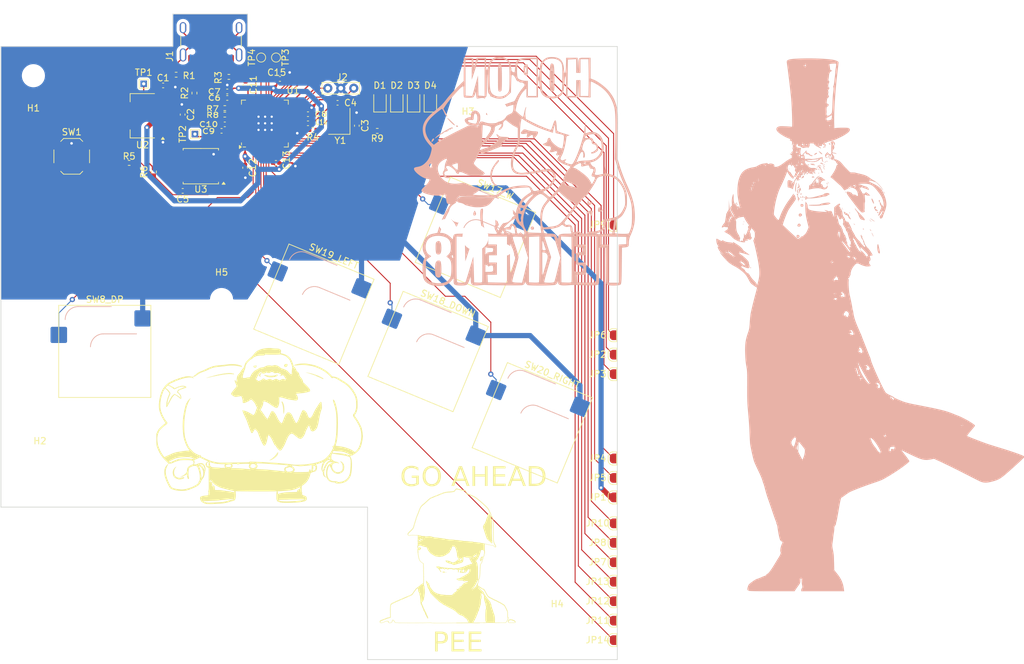
<source format=kicad_pcb>
(kicad_pcb (version 20240108) (generator "pcbnew") (generator_version "8.0")
  (layers (0 "F.Cu" signal) (31 "B.Cu" signal) (34 "B.Paste" user) (35 "F.Paste" user) (36 "B.SilkS" user "B.Silkscreen") (37 "F.SilkS" user "F.Silkscreen") (38 "B.Mask" user) (39 "F.Mask" user) (44 "Edge.Cuts" user))
  (net 0 "")
  (net 1 "VBUS")
  (net 2 "GND")
  (net 3 "+3.3V")
  (net 4 "Net-(C4-Pad2)")
  (net 5 "Net-(J1-SHIELD)")
  (net 6 "Net-(J1-CC2)")
  (net 7 "Net-(J1-CC1)")
  (net 9 "Net-(U1-GPIO25)")
  (net 11 "Net-(U1-GPIO27_ADC1)")
  (net 14 "+1V1")
  (net 15 "Net-(R5-Pad1)")
  (net 16 "Net-(U1-USB_DM)")
  (net 17 "Net-(U1-USB_DP)")
  (net 18 "/Main/XIN")
  (net 19 "/Main/XOUT")
  (net 20 "/Main/QSPI_SS")
  (net 21 "/Main/D-")
  (net 22 "/Main/D+")
  (net 23 "/Main/SWCLK")
  (net 24 "/Main/SWDIO")
  (net 25 "/Main/QSPI_SD3")
  (net 26 "/Main/QSPI_SCLK")
  (net 27 "/Main/QSPI_SD0")
  (net 28 "/Main/QSPI_SD2")
  (net 29 "/Main/QSPI_SD1")
  (net 31 "Net-(D1-K)")
  (net 35 "/Main/S2")
  (net 36 "/Main/S1")
  (net 37 "/Main/A1")
  (net 38 "/Main/A2")
  (net 39 "/Main/L1")
  (net 40 "/Main/R1")
  (net 41 "/Main/B4")
  (net 42 "/Main/L3")
  (net 43 "/Main/B3")
  (net 44 "/Main/R2")
  (net 45 "/Main/B2")
  (net 46 "/Main/B1")
  (net 47 "/Main/SPACE")
  (net 48 "DOWN")
  (net 49 "RIGHT")
  (net 50 "LEFT")
  (net 51 "L2")
  (net 52 "W")
  (net 53 "/Main/P1")
  (net 54 "/Main/P2")
  (net 55 "/Main/P3")
  (net 56 "/Main/P4")
  (footprint "" (layer "F.Cu") (at 84.716 37.856)
    (property "Reference" "")
    (property "Value" "")
  )
  (footprint "MountingHole:MountingHole_3.2mm_M3" (layer "F.Cu") (at 50 90)
    (property "Reference" "H2")
    (property "Value" "MountingHole")
  )
  (footprint "Resistor_SMD:R_0402_1005Metric" (layer "F.Cu") (at 92.08 37.856 180)
    (property "Reference" "R4")
    (property "Value" "1K")
  )
  (footprint "Capacitor_SMD:C_0402_1005Metric" (layer "F.Cu") (at 91.32 35.43)
    (property "Reference" "C8")
    (property "Value" "100n")
  )
  (footprint "Resistor_SMD:R_0402_1005Metric_Pad0.72x0.64mm_HandSolder" (layer "F.Cu") (at 67.571 44.333 -90)
    (property "Reference" "R6")
    (property "Value" "DNF")
  )
  (footprint "Fightstick_Library:EdgeSolderJumper-2_Left_Half" (layer "F.Cu") (at 139 116.5)
    (property "Reference" "JP14")
    (property "Value" "SolderJumper_2_Bridged")
  )
  (footprint "Package_SO:SOIC-8_5.23x5.23mm_P1.27mm" (layer "F.Cu") (at 74.81 43.444 180)
    (property "Reference" "U3")
    (property "Value" "W25Q128JVSIQ")
  )
  (footprint "Fightstick_Library:EdgeSolderJumper-2_Left_Half" (layer "F.Cu") (at 139 88.5)
    (property "Reference" "JP4")
    (property "Value" "SolderJumper_2_Bridged")
  )
  (footprint "" (layer "F.Cu") (at 84.716 36.84)
    (property "Reference" "")
    (property "Value" "")
  )
  (footprint "TestPoint:TestPoint_THTPad_1.0x1.0mm_Drill0.5mm" (layer "F.Cu") (at 73.9 38.5)
    (property "Reference" "TP2")
    (property "Value" "TestPoint")
  )
  (footprint "Capacitor_SMD:C_0402_1005Metric" (layer "F.Cu") (at 78 38 180)
    (property "Reference" "C9")
    (property "Value" "100n")
  )
  (footprint "Fightstick_Library:EdgeSolderJumper-2_Left_Half" (layer "F.Cu") (at 139 69.5)
    (property "Reference" "JP6")
    (property "Value" "SolderJumper_2_Bridged")
  )
  (footprint "TestPoint:TestPoint_THTPad_1.0x1.0mm_Drill0.5mm" (layer "F.Cu") (at 66 30.75)
    (property "Reference" "TP1")
    (property "Value" "TestPoint")
  )
  (footprint "Capacitor_SMD:C_0402_1005Metric" (layer "F.Cu") (at 81.63 43.68 -90)
    (property "Reference" "C12")
    (property "Value" "100n")
  )
  (footprint "Capacitor_SMD:C_0402_1005Metric" (layer "F.Cu") (at 98.852 37.208 -90)
    (property "Reference" "C3")
    (property "Value" "15p")
  )
  (footprint "LED_SMD:LED_0805_2012Metric" (layer "F.Cu") (at 110.19 33.4125 90)
    (property "Reference" "D4")
    (property "Value" "LED")
  )
  (footprint "Fightstick_Library:EdgeSolderJumper-2_Left_Half" (layer "F.Cu") (at 139 113.5)
    (property "Reference" "JP11")
    (property "Value" "SolderJumper_2_Bridged")
  )
  (footprint "Fightstick_Library:EdgeSolderJumper-2_Left_Half" (layer "F.Cu") (at 139 98.5)
    (property "Reference" "JP10")
    (property "Value" "SolderJumper_2_Bridged")
  )
  (footprint "Fightstick_Library:Debug_Points" (layer "F.Cu") (at 97.68 31.43 180)
    (property "Reference" "J2")
    (property "Value" "Conn_01x03_Socket")
  )
  (footprint "Resistor_SMD:R_0402_1005Metric" (layer "F.Cu") (at 78.5 34.5)
    (property "Reference" "R7")
    (property "Value" "27")
  )
  (footprint "" (layer "F.Cu") (at 85.732 35.824)
    (property "Reference" "")
    (property "Value" "")
  )
  (footprint "Fightstick_Library:EdgeSolderJumper-2_Left_Half" (layer "F.Cu") (at 139 91.5)
    (property "Reference" "JP5")
    (property "Value" "SolderJumper_2_Bridged")
  )
  (footprint "" (layer "F.Cu") (at 83.7 36.84)
    (property "Reference" "")
    (property "Value" "")
  )
  (footprint "TestPoint:TestPoint_Pad_D1.0mm" (layer "F.Cu") (at 84.1 26.7 90)
    (property "Reference" "TP4")
    (property "Value" "TestPoint")
  )
  (footprint "Capacitor_SMD:C_0402_1005Metric" (layer "F.Cu") (at 78.88 32.93 180)
    (property "Reference" "C6")
    (property "Value" "1u")
  )
  (footprint "" (layer "F.Cu") (at 85.732 36.84)
    (property "Reference" "")
    (property "Value" "")
  )
  (footprint "Resistor_SMD:R_0402_1005Metric" (layer "F.Cu") (at 73.822 32.178 -90)
    (property "Reference" "R2")
    (property "Value" "5.1K")
  )
  (footprint "Fightstick_Library:USB_C_Receptacle_C6332272" (layer "F.Cu") (at 76.38 23.68 180)
    (property "Reference" "J1")
    (property "Value" "USB_C_Receptacle_USB2.0_14P")
  )
  (footprint "TestPoint:TestPoint_Pad_D1.0mm" (layer "F.Cu") (at 86.4 26.7 -90)
    (property "Reference" "TP3")
    (property "Value" "TestPoint")
  )
  (footprint "Fightstick_Library:EdgeSolderJumper-2_Left_Half" (layer "F.Cu") (at 139 101.5)
    (property "Reference" "JP8")
    (property "Value" "SolderJumper_2_Bridged")
  )
  (footprint "Fightstick_Library:EdgeSolderJumper-2_Left_Half" (layer "F.Cu") (at 139 107.5)
    (property "Reference" "JP13")
    (property "Value" "SolderJumper_2_Bridged")
  )
  (footprint "Fightstick_Library:EdgeSolderJumper-2_Left_Half" (layer "F.Cu") (at 139 104.5)
    (property "Reference" "JP7")
    (property "Value" "SolderJumper_2_Bridged")
  )
  (footprint "Fightstick_Library:EdgeSolderJumper-2_Left_Half" (layer "F.Cu") (at 139 52.5)
    (property "Reference" "JP9")
    (property "Value" "SolderJumper_2_Bridged")
  )
  (footprint "Package_DFN_QFN:QFN-56-1EP_7x7mm_P0.4mm_EP3.2x3.2mm" (layer "F.Cu") (at 84.678 36.878 90)
    (property "Reference" "U1")
    (property "Value" "RP2040")
  )
  (footprint "PCM_Switch_Keyboard_Hotswap_Kailh:SW_Hotswap_Kailh_MX_1.00u" (layer "F.Cu") (at 109.834772 72.014362 -22.5)
    (property "Reference" "SW18_DOWN")
    (property "Value" "SW_Push")
  )
  (footprint "Resistor_SMD:R_0402_1005Metric" (layer "F.Cu") (at 102 38 180)
    (property "Reference" "R9")
    (property "Value" "330")
  )
  (footprint "MountingHole:MountingHole_3.2mm_M3" (layer "F.Cu") (at 78 64)
    (property "Reference" "H5")
    (property "Value" "MountingHole")
  )
  (footprint "Capacitor_SMD:C_0402_1005Metric" (layer "F.Cu") (at 81.7 30.9 90)
    (property "Reference" "C11")
    (property "Value" "100n")
  )
  (footprint "Capacitor_SMD:C_0402_1005Metric" (layer "F.Cu") (at 87 30)
    (property "Reference" "C15")
    (property "Value" "100n")
  )
  (footprint "Capacitor_SMD:C_0402_1005Metric" (layer "F.Cu") (at 78.88 31.93 180)
    (property "Reference" "C7")
    (property "Value" "1u")
  )
  (footprint "" (layer "F.Cu") (at 83.7 35.824)
    (property "Reference" "")
    (property "Value" "")
  )
  (footprint "MountingHole:MountingHole_3.2mm_M3" (layer "F.Cu") (at 120.5 35 180)
    (property "Reference" "H3")
    (property "Value" "MountingHole")
  )
  (footprint "Capacitor_SMD:C_0402_1005Metric" (layer "F.Cu") (at 72.016 47.254)
    (property "Reference" "C5")
    (property "Value" "100n")
  )
  (footprint "Resistor_SMD:R_0402_1005Metric" (layer "F.Cu") (at 79.13 29.68)
    (property "Reference" "R3")
    (property "Value" "5.1K")
  )
  (footprint "Resistor_SMD:R_0402_1005Metric" (layer "F.Cu") (at 71 29.347)
    (property "Reference" "R1")
    (property "Value" "1M")
  )
  (footprint "Resistor_SMD:R_0402_1005Metric" (layer "F.Cu") (at 78.5 35.5)
    (property "Reference" "R8")
    (property "Value" "27")
  )
  (footprint "Fightstick_Library:EdgeSolderJumper-2_Left_Half" (layer "F.Cu") (at 139 94.5)
    (property "Reference" "JP1")
    (property "Value" "SolderJumper_2_Bridged")
  )
  (footprint "MountingHole:MountingHole_3.2mm_M3" (layer "F.Cu") (at 129.74 115.12)
    (property "Reference" "H4")
    (property "Value" "MountingHole")
  )
  (footprint "LED_SMD:LED_0805_2012Metric" (layer "F.Cu") (at 105.01 33.4125 90)
    (property "Reference" "D2")
    (property "Value" "LED")
  )
  (footprint "PCM_Switch_Keyboard_Hotswap_Kailh:SW_Hotswap_Kailh_MX" (layer "F.Cu") (at 60 71.991696)
    (property "Reference" "SW8_DP")
    (property "Value" "SW_Push")
  )
  (footprint "PCM_Switch_Keyboard_Hotswap_Kailh:SW_Hotswap_Kailh_MX_1.00u" (layer "F.Cu") (at 117.124891 54.414457 -22.5)
    (property "Reference" "SW17_W")
    (property "Value" "SW_Push")
  )
  (footprint "MountingHole:MountingHole_3.2mm_M3" (layer "F.Cu") (at 49 29.5)
    (property "Reference" "H1")
    (property "Value" "MountingHole")
  )
  (footprint "" (layer "F.Cu") (at 84.716 35.824)
    (property "Reference" "")
    (property "Value" "")
  )
  (footprint "" (layer "F.Cu") (at 83.7 37.856)
    (property "Reference" "")
    (property "Value" "")
  )
  (footprint "LED_SMD:LED_0805_2012Metric" (layer "F.Cu") (at 107.6 33.4125 90)
    (property "Reference" "D3")
    (property "Value" "LED")
  )
  (footprint "LED_SMD:LED_0805_2012Metric" (layer "F.Cu") (at 102.42 33.4125 90)
    (property "Reference" "D1")
    (property "Value" "LED")
  )
  (footprint "Capacitor_SMD:C_0402_1005Metric" (layer "F.Cu") (at 78.5 37 180)
    (property "Reference" "C10")
    (property "Value" "100n")
  )
  (footprint "Capacitor_SMD:C_0402_1005Metric" (layer "F.Cu") (at 86.38 42.93)
    (property "Reference" "C13")
    (property "Value" "100n")
  )
  (footprint "Fightstick_Library:SW_TS-1187A-C-A-B" (layer "F.Cu") (at 54.905 41.93)
    (property "Reference" "SW1")
    (property "Value" "Memory Reset")
  )
  (footprint "Capacitor_SMD:C_0402_1005Metric" (layer "F.Cu") (at 91.32 36.84)
    (property "Reference" "C14")
    (property "Value" "100n")
  )
  (footprint "Fightstick_Library:LDO_AMS1117-3.3" (layer "F.Cu") (at 65.822 35.678 180)
    (property "Reference" "U2")
    (property "Value" "AMS1117-3.3_SOT223")
  )
  (footprint "PCM_kikit:Board" (layer "F.Cu") (at 101.25 25)
    (property "Reference" "B1")
    (property "Value" "Board")
  )
  (footprint "Fightstick_Library:EdgeSolderJumper-2_Left_Half" (layer "F.Cu") (at 139 110.5)
    (property "Reference" "JP12")
    (property "Value" "SolderJumper_2_Bridged")
  )
  (footprint "PCM_Switch_Keyboard_Hotswap_Kailh:SW_Hotswap_Kailh_MX_1.00u" (layer "F.Cu") (at 92.234867 64.724243 -22.5)
    (property "Reference" "SW19_LEFT")
    (property "Value" "SW_Push")
  )
  (footprint "Crystal:Crystal_SMD_3225-4Pin_3.2x2.5mm" (layer "F.Cu") (at 96.146 36.53 90)
    (property "Reference" "Y1")
    (property "Value" "12 mhz crystal")
  )
  (footprint "PCM_Switch_Keyboard_Hotswap_Kailh:SW_Hotswap_Kailh_MX_1.00u" (layer "F.Cu") (at 125.903943 83 -22.5)
    (property "Reference" "SW20_RIGHT")
    (property "Value" "SW_Push")
  )
  (footprint "Fightstick_Library:EdgeSolderJumper-2_Left_Half" (layer "F.Cu") (at 139 72.5)
    (property "Reference" "JP2")
    (property "Value" "SolderJumper_2_Bridged")
  )
  (footprint "Capacitor_SMD:C_0402_1005Metric" (layer "F.Cu") (at 95.88 33.68 180)
    (property "Reference" "C4")
    (property "Value" "15p")
  )
  (footprint "" (layer "F.Cu") (at 85.732 37.856)
    (property "Reference" "")
    (property "Value" "")
  )
  (footprint "Capacitor_SMD:C_0402_1005Metric" (layer "F.Cu") (at 72 35.5 90)
    (property "Reference" "C2")
    (property "Value" "10u")
  )
  (footprint "Capacitor_SMD:C_0402_1005Metric" (layer "F.Cu") (at 69 31)
    (property "Reference" "C1")
    (property "Value" "10u")
  )
  (footprint "Fightstick_Library:EdgeSolderJumper-2_Left_Half" (layer "F.Cu") (at 139 75.5)
    (property "Reference" "JP3")
    (property "Value" "SolderJumper_2_Bridged")
  )
  (footprint "Resistor_SMD:R_0402_1005Metric" (layer "F.Cu") (at 63.761 42.936)
    (property "Reference" "R5")
    (property "Value" "1K")
  )
  (gr_poly (pts (xy 178.038649 57.073358) (xy 178.013857 57.074327) (xy 177.991391 57.075859) (xy 177.971792 57.077886) (xy 177.955605 57.080341) (xy 177.948959 57.081707) (xy 177.94337 57.083156) (xy 177.938905 57.084677) (xy 177.935632 57.086263) (xy 177.933618 57.087905) (xy 177.933104 57.088745) (xy 177.932931 57.089595) (xy 177.933104 57.090538) (xy 177.933618 57.091652) (xy 177.934463 57.092932) (xy 177.935632 57.094372) (xy 177.938905 57.09771) (xy 177.94337 57.101621) (xy 177.948959 57.10606) (xy 177.955605 57.110983) (xy 177.963238 57.116345) (xy 177.971792 57.122101) (xy 177.981199 57.128206) (xy 177.991391 57.134616) (xy 178.002299 57.141286) (xy 178.013857 57.148171) (xy 178.025996 57.155226) (xy 178.038649 57.162407) (xy 178.051747 57.169669) (xy 178.065223 57.176967) (xy 178.083396 57.186446) (xy 178.09998 57.194556) (xy 178.115032 57.201291) (xy 178.128612 57.206643) (xy 178.140775 57.210605) (xy 178.151579 57.21317) (xy 178.156489 57.213926) (xy 178.161082 57.21433) (xy 178.165363 57.214382) (xy 178.169341 57.21408) (xy 178.173021 57.213422) (xy 178.176413 57.21241) (xy 178.179522 57.211041) (xy 178.182356 57.209314) (xy 178.184922 57.207229) (xy 178.187227 57.204785) (xy 178.189279 57.201981) (xy 178.191084 57.198816) (xy 178.19265 57.195289) (xy 178.193984 57.191399) (xy 178.195092 57.187146) (xy 178.195984 57.182528) (xy 178.197142 57.172194) (xy 178.197515 57.160392) (xy 178.197342 57.155913) (xy 178.196829 57.151491) (xy 178.195983 57.147132) (xy 178.194815 57.14284) (xy 178.193331 57.138623) (xy 178.191541 57.134484) (xy 178.189454 57.13043) (xy 178.187076 57.126467) (xy 178.184418 57.122599) (xy 178.181487 57.118833) (xy 178.178292 57.115175) (xy 178.174842 57.111629) (xy 178.171144 57.108201) (xy 178.167208 57.104898) (xy 178.163042 57.101724) (xy 178.158654 57.098685) (xy 178.154053 57.095787) (xy 178.149247 57.093036) (xy 178.144245 57.090436) (xy 178.139056 57.087994) (xy 178.133687 57.085715) (xy 178.128147 57.083605) (xy 178.122445 57.08167) (xy 178.116589 57.079914) (xy 178.110588 57.078344) (xy 178.10445 57.076965) (xy 178.098184 57.075783) (xy 178.091798 57.074803) (xy 178.0853 57.074032) (xy 178.078699 57.073473) (xy 178.072004 57.073134) (xy 178.065223 57.07302)) (stroke (width -0.000001)) (fill solid) (layer "B.SilkS"))
  (gr_poly (pts (xy 167.660092 45.037769) (xy 167.650074 45.039756) (xy 167.63901 45.043071) (xy 167.627016 45.047624) (xy 167.600687 45.060074) (xy 167.571998 45.076374) (xy 167.541857 45.095792) (xy 167.511173 45.117594) (xy 167.480856 45.141048) (xy 167.451815 45.165422) (xy 167.424959 45.189983) (xy 167.401197 45.213998) (xy 167.381439 45.236734) (xy 167.366593 45.25746) (xy 167.361297 45.26684) (xy 167.35757 45.275443) (xy 167.355525 45.283176) (xy 167.355278 45.289949) (xy 167.35694 45.295669) (xy 167.360626 45.300246) (xy 167.361993 45.301113) (xy 167.363815 45.301807) (xy 167.366077 45.30233) (xy 167.368766 45.302686) (xy 167.375376 45.302907) (xy 167.383538 45.302492) (xy 167.39315 45.301464) (xy 167.404105 45.299845) (xy 167.4163 45.297659) (xy 167.42963 45.294926) (xy 167.44399 45.291672) (xy 167.459276 45.287917) (xy 167.475383 45.283684) (xy 167.492206 45.278997) (xy 167.509642 45.273877) (xy 167.527585 45.268347) (xy 167.545931 45.26243) (xy 167.564575 45.256148) (xy 167.564575 45.25615) (xy 167.597864 45.243925) (xy 167.627808 45.231336) (xy 167.654384 45.218425) (xy 167.666401 45.211863) (xy 167.677568 45.205236) (xy 167.68788 45.19855) (xy 167.697337 45.19181) (xy 167.705933 45.185022) (xy 167.713667 45.178191) (xy 167.720536 45.171322) (xy 167.726537 45.164421) (xy 167.731666 45.157492) (xy 167.735921 45.150542) (xy 167.739299 45.143575) (xy 167.741797 45.136597) (xy 167.743412 45.129613) (xy 167.744142 45.122628) (xy 167.743982 45.115648) (xy 167.742931 45.108678) (xy 167.740986 45.101723) (xy 167.738143 45.094789) (xy 167.7344 45.087881) (xy 167.729753 45.081005) (xy 167.724201 45.074164) (xy 167.717739 45.067366) (xy 167.710365 45.060615) (xy 167.702076 45.053916) (xy 167.69287 45.047276) (xy 167.682743 45.040698) (xy 167.67654 45.038149) (xy 167.668952 45.037203)) (stroke (width -0.000001)) (fill solid) (layer "B.SilkS"))
  (gr_poly (pts (xy 172.221153 39.589129) (xy 172.215485 39.589351) (xy 172.209695 39.589757) (xy 172.209695 39.589756) (xy 172.200764 39.590705) (xy 172.191515 39.592053) (xy 172.181919 39.593793) (xy 172.171947 39.595921) (xy 172.150765 39.601314) (xy 172.127741 39.608188) (xy 172.102648 39.616497) (xy 172.075257 39.626194) (xy 172.012678 39.649572) (xy 171.984497 39.660495) (xy 171.959766 39.670627) (xy 171.9384 39.680149) (xy 171.928953 39.684739) (xy 171.920315 39.689244) (xy 171.912477 39.693689) (xy 171.905427 39.698095) (xy 171.899156 39.702485) (xy 171.893652 39.706883) (xy 171.888905 39.711311) (xy 171.884905 39.715791) (xy 171.881641 39.720348) (xy 171.879103 39.725002) (xy 171.87728 39.729778) (xy 171.876161 39.734698) (xy 171.875736 39.739785) (xy 171.875994 39.745062) (xy 171.876926 39.750551) (xy 171.87852 39.756275) (xy 171.880765 39.762257) (xy 171.883652 39.76852) (xy 171.88717 39.775087) (xy 171.891309 39.78198) (xy 171.896057 39.789223) (xy 171.901404 39.796837) (xy 171.913854 39.813274) (xy 171.928575 39.831472) (xy 171.938997 39.845398) (xy 171.94872 39.861072) (xy 171.957725 39.878399) (xy 171.965993 39.897283) (xy 171.973506 39.917626) (xy 171.980247 39.939332) (xy 171.986195 39.962305) (xy 171.991333 39.986447) (xy 171.995642 40.011664) (xy 171.999104 40.037857) (xy 172.001701 40.064931) (xy 172.003413 40.092789) (xy 172.004222 40.121334) (xy 172.004111 40.150471) (xy 172.00306 40.180101) (xy 172.00105 40.21013) (xy 171.991751 40.330756) (xy 171.984886 40.440856) (xy 171.98041 40.545302) (xy 171.978277 40.648965) (xy 171.978442 40.756717) (xy 171.98086 40.87343) (xy 171.985483 41.003976) (xy 171.992267 41.153226) (xy 171.994932 41.229055) (xy 171.995083 41.29771) (xy 171.994187 41.329387) (xy 171.992628 41.359317) (xy 171.990395 41.387517) (xy 171.987476 41.414002) (xy 171.983859 41.438788) (xy 171.979533 41.46189) (xy 171.974486 41.483324) (xy 171.968707 41.503106) (xy 171.962184 41.521252) (xy 171.954906 41.537777) (xy 171.94686 41.552696) (xy 171.938037 41.566026) (xy 171.928423 41.577783) (xy 171.918008 41.587981) (xy 171.906779 41.596637) (xy 171.894726 41.603766) (xy 171.881837 41.609384) (xy 171.8681 41.613506) (xy 171.853504 41.616149) (xy 171.838037 41.617328) (xy 171.821687 41.617059) (xy 171.804443 41.615357) (xy 171.786294 41.612239) (xy 171.767228 41.607718) (xy 171.747233 41.601813) (xy 171.726298 41.594537) (xy 171.704412 41.585908) (xy 171.681562 41.575939) (xy 171.663673 41.567158) (xy 171.64592 41.557219) (xy 171.628408 41.546233) (xy 171.611246 41.534312) (xy 171.594542 41.521567) (xy 171.578403 41.50811) (xy 171.562936 41.494052) (xy 171.548249 41.479505) (xy 171.534451 41.464581) (xy 171.521647 41.44939) (xy 171.509947 41.434044) (xy 171.499457 41.418655) (xy 171.490286 41.403335) (xy 171.48254 41.388194) (xy 171.476327 41.373345) (xy 171.473829 41.366064) (xy 171.471755 41.358898) (xy 171.465618 41.336622) (xy 171.459501 41.317648) (xy 171.453108 41.3021) (xy 171.449716 41.295649) (xy 171.446142 41.290101) (xy 171.442352 41.285471) (xy 171.438306 41.281774) (xy 171.433969 41.279027) (xy 171.429303 41.277243) (xy 171.424271 41.27644) (xy 171.418836 41.276631) (xy 171.41296 41.277833) (xy 171.406607 41.280061) (xy 171.39974 41.28333) (xy 171.392321 41.287656) (xy 171.384314 41.293054) (xy 171.37568 41.29954) (xy 171.356388 41.315836) (xy 171.334147 41.336667) (xy 171.30866 41.362156) (xy 171.27963 41.392427) (xy 171.209756 41.467806) (xy 171.182078 41.498618) (xy 171.156651 41.528178) (xy 171.133465 41.556507) (xy 171.112508 41.583626) (xy 171.093771 41.609555) (xy 171.077243 41.634316) (xy 171.062912 41.657928) (xy 171.050769 41.680413) (xy 171.045514 41.691239) (xy 171.040802 41.701791) (xy 171.036631 41.712071) (xy 171.033001 41.722082) (xy 171.02991 41.731827) (xy 171.027356 41.741308) (xy 171.025338 41.750528) (xy 171.023855 41.759489) (xy 171.022905 41.768194) (xy 171.022488 41.776646) (xy 171.022602 41.784847) (xy 171.023245 41.792799) (xy 171.024416 41.800506) (xy 171.026114 41.80797) (xy 171.028338 41.815193) (xy 171.031085 41.822178) (xy 171.035928 41.833659) (xy 171.0407 41.845817) (xy 171.049922 41.871738) (xy 171.058533 41.899098) (xy 171.066312 41.927054) (xy 171.073038 41.954764) (xy 171.078491 41.981383) (xy 171.080672 41.99402) (xy 171.082452 42.006069) (xy 171.083803 42.017424) (xy 171.084699 42.027979) (xy 171.08608 42.039528) (xy 171.088644 42.050588) (xy 171.092331 42.061148) (xy 171.097078 42.071194) (xy 171.102826 42.080714) (xy 171.109512 42.089697) (xy 171.117076 42.098129) (xy 171.125455 42.105998) (xy 171.13459 42.113293) (xy 171.144419 42.12) (xy 171.154881 42.126107) (xy 171.165913 42.131603) (xy 171.177457 42.136474) (xy 171.189449 42.140708) (xy 171.201829 42.144294) (xy 171.214535 42.147218) (xy 171.227508 42.149468) (xy 171.240684 42.151032) (xy 171.254003 42.151898) (xy 171.267405 42.152054) (xy 171.280827 42.151486) (xy 171.294208 42.150183) (xy 171.307488 42.148133) (xy 171.320605 42.145322) (xy 171.333497 42.141739) (xy 171.346104 42.137371) (xy 171.358365 42.132206) (xy 171.370218 42.126232) (xy 171.381602 42.119436) (xy 171.392456 42.111806) (xy 171.402718 42.10333) (xy 171.412328 42.093995) (xy 171.422386 42.08309) (xy 171.43068 42.073412) (xy 171.437182 42.064945) (xy 171.44186 42.057672) (xy 171.443506 42.054478) (xy 171.444684 42.051576) (xy 171.445391 42.048965) (xy 171.445623 42.046641) (xy 171.445376 42.044604) (xy 171.444647 42.04285) (xy 171.443431 42.041378) (xy 171.441725 42.040186) (xy 171.439524 42.039271) (xy 171.436826 42.038632) (xy 171.433626 42.038266) (xy 171.429921 42.038171) (xy 171.420978 42.038788) (xy 171.409967 42.040464) (xy 171.396857 42.043183) (xy 171.381618 42.04693) (xy 171.36422 42.051685) (xy 171.344631 42.057434) (xy 171.327674 42.062261) (xy 171.311525 42.066275) (xy 171.296184 42.06948) (xy 171.281655 42.071879) (xy 171.267939 42.073476) (xy 171.255039 42.074275) (xy 171.242956 42.07428) (xy 171.231692 42.073494) (xy 171.221251 42.071921) (xy 171.211633 42.069564) (xy 171.202841 42.066428) (xy 171.194877 42.062515) (xy 171.187743 42.05783) (xy 171.181442 42.052377) (xy 171.175974 42.046158) (xy 171.171344 42.039178) (xy 171.167552 42.03144) (xy 171.1646 42.022949) (xy 171.162491 42.013707) (xy 171.161228 42.003718) (xy 171.160811 41.992986) (xy 171.161243 41.981516) (xy 171.162526 41.969309) (xy 171.164663 41.956371) (xy 171.167655 41.942704) (xy 171.171505 41.928313) (xy 171.176214 41.913201) (xy 171.181785 41.897372) (xy 171.19552 41.863577) (xy 171.212728 41.826958) (xy 171.220705 41.812251) (xy 171.229682 41.798054) (xy 171.239592 41.784387) (xy 171.250367 41.771269) (xy 171.261938 41.758721) (xy 171.274236 41.746761) (xy 171.287194 41.73541) (xy 171.300743 41.724688) (xy 171.314815 41.714614) (xy 171.329341 41.705208) (xy 171.344254 41.696491) (xy 171.359485 41.68848) (xy 171.374966 41.681197) (xy 171.390628 41.674662) (xy 171.406404 41.668893) (xy 171.422224 41.663911) (xy 171.438021 41.659735) (xy 171.453727 41.656386) (xy 171.469273 41.653883) (xy 171.48459 41.652246) (xy 171.499612 41.651494) (xy 171.514268 41.651647) (xy 171.528491 41.652726) (xy 171.542213 41.65475) (xy 171.555366 41.657738) (xy 171.567881 41.66171) (xy 171.579689 41.666687) (xy 171.590724 41.672688) (xy 171.600915 41.679733) (xy 171.610196 41.687841) (xy 171.618497 41.697032) (xy 171.625751 41.707327) (xy 171.627489 41.710259) (xy 171.629058 41.713154) (xy 171.63046 41.716008) (xy 171.631694 41.718818) (xy 171.632764 41.72158) (xy 171.63367 41.72429) (xy 171.634413 41.726944) (xy 171.634996 41.72954) (xy 171.635419 41.732073) (xy 171.635684 41.73454) (xy 171.635793 41.736936) (xy 171.635745 41.739259) (xy 171.635544 41.741504) (xy 171.635191 41.743669) (xy 171.634686 41.745748) (xy 171.634031 41.747739) (xy 171.633227 41.749638) (xy 171.632277 41.75144) (xy 171.631181 41.753144) (xy 171.629941 41.754744) (xy 171.628557 41.756237) (xy 171.627033 41.75762) (xy 171.625368 41.758889) (xy 171.623564 41.760039) (xy 171.621623 41.761068) (xy 171.619546 41.761972) (xy 171.617334 41.762747) (xy 171.614989 41.763389) (xy 171.612512 41.763895) (xy 171.609905 41.764261) (xy 171.607169 41.764483) (xy 171.604305 41.764558) (xy 171.601431 41.76486) (xy 171.598663 41.765755) (xy 171.596004 41.767229) (xy 171.593456 41.769267) (xy 171.588698 41.774977) (xy 171.584405 41.782766) (xy 171.580591 41.792515) (xy 171.577272 41.804108) (xy 171.574463 41.817426) (xy 171.572179 41.832351) (xy 171.570434 41.848764) (xy 171.569243 41.866548) (xy 171.568623 41.885584) (xy 171.568587 41.905755) (xy 171.569151 41.926943) (xy 171.57033 41.949028) (xy 171.572139 41.971894) (xy 171.574592 41.995422) (xy 171.577632 42.018771) (xy 171.581164 42.04111) (xy 171.585145 42.062338) (xy 171.589533 42.082355) (xy 171.594285 42.10106) (xy 171.599357 42.118352) (xy 171.602001 42.126437) (xy 171.604708 42.134131) (xy 171.607474 42.141421) (xy 171.610294 42.148295) (xy 171.613161 42.15474) (xy 171.616072 42.160744) (xy 171.61902 42.166294) (xy 171.621999 42.171377) (xy 171.625006 42.175982) (xy 171.628034 42.180094) (xy 171.631078 42.183703) (xy 171.634132 42.186794) (xy 171.637192 42.189356) (xy 171.640251 42.191376) (xy 171.643306 42.192841) (xy 171.646349 42.193739) (xy 171.649376 42.194057) (xy 171.652382 42.193782) (xy 171.655361 42.192903) (xy 171.658308 42.191405) (xy 171.661168 42.18935) (xy 171.66389 42.186813) (xy 171.668917 42.180354) (xy 171.673377 42.172149) (xy 171.677264 42.162316) (xy 171.680568 42.150972) (xy 171.683279 42.138237) (xy 171.68539 42.124229) (xy 171.686891 42.109066) (xy 171.687773 42.092867) (xy 171.688028 42.075751) (xy 171.687646 42.057835) (xy 171.686619 42.039238) (xy 171.684937 42.020079) (xy 171.682593 42.000476) (xy 171.679576 41.980547) (xy 171.675878 41.960412) (xy 171.672042 41.939613) (xy 171.668994 41.919591) (xy 171.666723 41.900426) (xy 171.665876 41.891188) (xy 171.665218 41.882194) (xy 171.66475 41.873453) (xy 171.664469 41.864974) (xy 171.664374 41.856767) (xy 171.664464 41.848843) (xy 171.664738 41.84121) (xy 171.665193 41.833879) (xy 171.66583 41.826859) (xy 171.666646 41.82016) (xy 171.66764 41.813791) (xy 171.668811 41.807763) (xy 171.670157 41.802086) (xy 171.671677 41.796767) (xy 171.67337 41.791819) (xy 171.675234 41.78725) (xy 171.677269 41.78307) (xy 171.679472 41.779288) (xy 171.681842 41.775915) (xy 171.684379 41.77296) (xy 171.68708 41.770433) (xy 171.689944 41.768344) (xy 171.692971 41.766702) (xy 171.696158 41.765517) (xy 171.699504 41.764799) (xy 171.703008 41.764558) (xy 171.712963 41.76499) (xy 171.722802 41.766281) (xy 171.732522 41.768425) (xy 171.742117 41.771414) (xy 171.760919 41.779905) (xy 171.779176 41.791697) (xy 171.796857 41.806739) (xy 171.813929 41.824976) (xy 171.83036 41.846355) (xy 171.846117 41.870821) (xy 171.861169 41.898321) (xy 171.875484 41.928801) (xy 171.889029 41.962207) (xy 171.901771 41.998486) (xy 171.91368 42.037584) (xy 171.924722 42.079446) (xy 171.934865 42.12402) (xy 171.944078 42.171251) (xy 171.94921 42.197833) (xy 171.95488 42.223632) (xy 171.961052 42.248613) (xy 171.967694 42.272738) (xy 171.974773 42.295972) (xy 171.982254 42.318279) (xy 171.990104 42.339624) (xy 171.99829 42.359968) (xy 172.006777 42.379278) (xy 172.015532 42.397516) (xy 172.024522 42.414647) (xy 172.033713 42.430634) (xy 172.043072 42.445442) (xy 172.052564 42.459034) (xy 172.062157 42.471374) (xy 172.071816 42.482427) (xy 172.081508 42.492155) (xy 172.0912 42.500524) (xy 172.100857 42.507497) (xy 172.110447 42.513038) (xy 172.119936 42.51711) (xy 172.129289 42.519679) (xy 172.138474 42.520707) (xy 172.147457 42.520159) (xy 172.156205 42.517998) (xy 172.164683 42.514189) (xy 172.172858 42.508695) (xy 172.180697 42.501481) (xy 172.188165 42.49251) (xy 172.19523 42.481747) (xy 172.201858 42.469154) (xy 172.208015 42.454697) (xy 172.211999 42.443497) (xy 172.215495 42.432) (xy 172.218499 42.420289) (xy 172.22101 42.408452) (xy 172.223025 42.396573) (xy 172.224543 42.384738) (xy 172.225562 42.373033) (xy 172.226078 42.361543) (xy 172.226091 42.350355) (xy 172.225597 42.339552) (xy 172.224596 42.329222) (xy 172.223084 42.31945) (xy 172.22106 42.310322) (xy 172.218521 42.301922) (xy 172.215465 42.294338) (xy 172.213743 42.290877) (xy 172.211891 42.287653) (xy 172.210076 42.284569) (xy 172.208466 42.281524) (xy 172.207057 42.278523) (xy 172.205849 42.275569) (xy 172.204838 42.272667) (xy 172.204023 42.269819) (xy 172.203402 42.26703) (xy 172.202972 42.264304) (xy 172.202731 42.261644) (xy 172.202678 42.259054) (xy 172.202811 42.256538) (xy 172.203126 42.254101) (xy 172.203623 42.251745) (xy 172.204299 42.249474) (xy 172.205152 42.247293) (xy 172.206179 42.245205) (xy 172.20738 42.243214) (xy 172.208751 42.241323) (xy 172.210291 42.239537) (xy 172.211997 42.23786) (xy 172.213868 42.236295) (xy 172.215901 42.234846) (xy 172.218095 42.233517) (xy 172.220447 42.232311) (xy 172.222955 42.231234) (xy 172.225617 42.230287) (xy 172.22843 42.229475) (xy 172.231394 42.228803) (xy 172.234506 42.228273) (xy 172.237763 42.22789) (xy 172.241164 42.227658) (xy 172.244707 42.227579) (xy 172.2483 42.227774) (xy 172.251854 42.228351) (xy 172.255363 42.229302) (xy 172.258824 42.230617) (xy 172.26223 42.232286) (xy 172.265578 42.234299) (xy 172.268864 42.236648) (xy 172.272081 42.239323) (xy 172.278295 42.245611) (xy 172.284182 42.253087) (xy 172.289706 42.261674) (xy 172.294829 42.271298) (xy 172.299514 42.28188) (xy 172.303723 42.293346) (xy 172.307421 42.305618) (xy 172.310569 42.31862) (xy 172.31313 42.332277) (xy 172.315068 42.346511) (xy 172.316344 42.361246) (xy 172.316923 42.376407) (xy 172.317331 42.387329) (xy 172.318226 42.398376) (xy 172.319585 42.409534) (xy 172.321387 42.420793) (xy 172.323609 42.432141) (xy 172.32623 42.443567) (xy 172.329227 42.45506) (xy 172.332578 42.466608) (xy 172.336262 42.478199) (xy 172.340256 42.489823) (xy 172.349087 42.513121) (xy 172.358896 42.53641) (xy 172.369504 42.559601) (xy 172.841697 42.559601) (xy 172.841697 42.468263) (xy 172.810002 42.457042) (xy 172.778902 42.446581) (xy 172.748536 42.436935) (xy 172.719046 42.428158) (xy 172.690571 42.420306) (xy 172.663254 42.413432) (xy 172.637233 42.407591) (xy 172.61265 42.402838) (xy 172.589645 42.399227) (xy 172.56836 42.396813) (xy 172.548933 42.39565) (xy 172.531507 42.395793) (xy 172.523588 42.396371) (xy 172.516221 42.397296) (xy 172.509425 42.398575) (xy 172.503217 42.400215) (xy 172.497614 42.402222) (xy 172.492634 42.404603) (xy 172.488294 42.407365) (xy 172.484613 42.410515) (xy 172.482688 42.412302) (xy 172.480788 42.413795) (xy 172.478914 42.414998) (xy 172.477069 42.415915) (xy 172.475256 42.416551) (xy 172.473476 42.416911) (xy 172.471732 42.416997) (xy 172.470028 42.416816) (xy 172.468364 42.416371) (xy 172.466744 42.415665) (xy 172.46517 42.414705) (xy 172.463644 42.413494) (xy 172.462169 42.412036) (xy 172.460747 42.410335) (xy 172.459381 42.408397) (xy 172.458073 42.406225) (xy 172.45564 42.401197) (xy 172.453469 42.395285) (xy 172.451579 42.388525) (xy 172.449989 42.380952) (xy 172.448719 42.372598) (xy 172.447788 42.3635) (xy 172.447214 42.353691) (xy 172.447019 42.343207) (xy 172.446789 42.331927) (xy 172.446114 42.319787) (xy 172.445017 42.306899) (xy 172.443521 42.293376) (xy 172.439422 42.264879) (xy 172.433999 42.235202) (xy 172.427434 42.20525) (xy 172.419908 42.17593) (xy 172.411605 42.148147) (xy 172.407218 42.135114) (xy 172.402706 42.122806) (xy 172.396932 42.107217) (xy 172.392248 42.093331) (xy 172.388672 42.081122) (xy 172.387307 42.075639) (xy 172.386226 42.070566) (xy 172.385433 42.065901) (xy 172.384929 42.06164) (xy 172.384718 42.05778) (xy 172.384802 42.054318) (xy 172.385183 42.051251) (xy 172.385865 42.048577) (xy 172.386849 42.046291) (xy 172.388138 42.044392) (xy 172.389735 42.042875) (xy 172.39002 42.042705) (xy 172.115455 42.042705) (xy 172.114042 42.075242) (xy 172.111008 42.103877) (xy 172.106296 42.127712) (xy 172.103294 42.137548) (xy 172.099851 42.145848) (xy 172.095961 42.152499) (xy 172.091617 42.157388) (xy 172.086811 42.160404) (xy 172.081537 42.161434) (xy 172.079669 42.161203) (xy 172.07765 42.160516) (xy 172.073189 42.157822) (xy 172.068205 42.153444) (xy 172.06275 42.147472) (xy 172.056877 42.139997) (xy 172.050638 42.131109) (xy 172.044085 42.120901) (xy 172.037271 42.109462) (xy 172.030247 42.096885) (xy 172.023066 42.083258) (xy 172.008441 42.053224) (xy 171.993815 42.020086) (xy 171.979606 41.984573) (xy 171.97405 41.969352) (xy 171.968948 41.95414) (xy 171.96429 41.938965) (xy 171.96007 41.923857) (xy 171.956279 41.908847) (xy 171.952911 41.893963) (xy 171.949957 41.879236) (xy 171.94741 41.864694) (xy 171.945262 41.850369) (xy 171.943505 41.836289) (xy 171.942133 41.822485) (xy 171.941136 41.808986) (xy 171.940508 41.795821) (xy 171.940241 41.783021) (xy 171.940327 41.770615) (xy 171.940758 41.758633) (xy 171.941527 41.747104) (xy 171.942627 41.736059) (xy 171.944048 41.725526) (xy 171.945785 41.715536) (xy 171.947829 41.706119) (xy 171.950172 41.697304) (xy 171.952807 41.689121) (xy 171.955727 41.681599) (xy 171.958923 41.674768) (xy 171.962387 41.668658) (xy 171.966113 41.663299) (xy 171.970092 41.658721) (xy 171.974317 41.654952) (xy 171.978781 41.652023) (xy 171.983475 41.649964) (xy 171.988391 41.648804) (xy 171.991789 41.648545) (xy 171.995281 41.648709) (xy 171.998864 41.649303) (xy 172.002536 41.650337) (xy 172.006295 41.65182) (xy 172.010138 41.65376) (xy 172.014064 41.656166) (xy 172.01807 41.659047) (xy 172.022154 41.66241) (xy 172.026313 41.666266) (xy 172.030546 41.670623) (xy 172.034849 41.675489) (xy 172.039221 41.680873) (xy 172.04366 41.686784) (xy 172.048163 41.693231) (xy 172.052728 41.700222) (xy 172.058718 41.710622) (xy 172.064449 41.722402) (xy 172.075108 41.749659) (xy 172.08465 41.781093) (xy 172.093019 41.815808) (xy 172.100158 41.852906) (xy 172.106012 41.891488) (xy 172.110525 41.930657) (xy 172.113641 41.969514) (xy 172.115302 42.007163) (xy 172.115455 42.042705) (xy 172.39002 42.042705) (xy 172.391641 42.041739) (xy 172.393861 42.040979) (xy 172.396396 42.040593) (xy 172.399248 42.040578) (xy 172.402421 42.040931) (xy 172.405916 42.041649) (xy 172.409737 42.042728) (xy 172.413885 42.044167) (xy 172.418364 42.045961) (xy 172.423176 42.048107) (xy 172.428323 42.050603) (xy 172.439633 42.056633) (xy 172.452316 42.064024) (xy 172.466017 42.072155) (xy 172.477877 42.07889) (xy 172.487895 42.084185) (xy 172.496069 42.087995) (xy 172.502396 42.090275) (xy 172.504867 42.090827) (xy 172.506876 42.090981) (xy 172.508422 42.090729) (xy 172.509505 42.090067) (xy 172.510125 42.08899) (xy 172.510282 42.087491) (xy 172.509976 42.085564) (xy 172.509206 42.083205) (xy 172.507972 42.080408) (xy 172.506274 42.077167) (xy 172.501484 42.069331) (xy 172.494835 42.059653) (xy 172.486325 42.048088) (xy 172.475951 42.034592) (xy 172.449605 42.001625) (xy 172.42879 41.975334) (xy 172.40666 41.946183) (xy 172.383893 41.91514) (xy 172.361167 41.883174) (xy 172.339161 41.851255) (xy 172.318552 41.820351) (xy 172.300019 41.791431) (xy 172.28424 41.765464) (xy 172.209478 41.639146) (xy 172.126239 41.499975) (xy 172.114098 41.479564) (xy 172.103546 41.461285) (xy 172.094583 41.445093) (xy 172.087206 41.430944) (xy 172.084112 41.424622) (xy 172.081414 41.418793) (xy 172.079111 41.413452) (xy 172.077204 41.408594) (xy 172.075692 41.404213) (xy 172.074575 41.400303) (xy 172.073853 41.396859) (xy 172.073524 41.393875) (xy 172.073591 41.391345) (xy 172.07405 41.389264) (xy 172.074428 41.38839) (xy 172.074904 41.387626) (xy 172.075479 41.386972) (xy 172.076151 41.386426) (xy 172.076922 41.385989) (xy 172.077791 41.385658) (xy 172.079825 41.385317) (xy 172.082251 41.385396) (xy 172.085069 41.38589) (xy 172.08828 41.386794) (xy 172.091882 41.388102) (xy 172.095876 41.389808) (xy 172.100262 41.391907) (xy 172.105039 41.394392) (xy 172.110207 41.397259) (xy 172.121715 41.404116) (xy 172.131234 41.409524) (xy 172.142214 41.414917) (xy 172.154526 41.420262) (xy 172.168039 41.425524) (xy 172.182622 41.43067) (xy 172.198146 41.435667) (xy 172.23149 41.445077) (xy 172.267027 41.453485) (xy 172.303712 41.460621) (xy 172.340502 41.466217) (xy 172.35861 41.468353) (xy 172.376352 41.470003) (xy 172.412835 41.473709) (xy 172.45144 41.479074) (xy 172.490996 41.485844) (xy 172.530329 41.493766) (xy 172.568267 41.502585) (xy 172.603639 41.512048) (xy 172.635271 41.521899) (xy 172.649319 41.526892) (xy 172.661993 41.531886) (xy 172.668053 41.534333) (xy 172.674022 41.536576) (xy 172.679892 41.538617) (xy 172.685659 41.540456) (xy 172.691314 41.542095) (xy 172.696851 41.543535) (xy 172.702264 41.544776) (xy 172.707546 41.54582) (xy 172.71269 41.546667) (xy 172.717689 41.547319) (xy 172.722538 41.547777) (xy 172.727229 41.548041) (xy 172.731756 41.548114) (xy 172.736112 41.547995) (xy 172.74029 41.547686) (xy 172.744285 41.547187) (xy 172.748088 41.546501) (xy 172.751695 41.545627) (xy 172.755097 41.544567) (xy 172.758288 41.543322) (xy 172.761263 41.541893) (xy 172.764013 41.540281) (xy 172.766533 41.538487) (xy 172.768816 41.536512) (xy 172.770855 41.534357) (xy 172.772644 41.532023) (xy 172.774176 41.529511) (xy 172.775444 41.526822) (xy 172.776442 41.523957) (xy 172.777163 41.520917) (xy 172.7776 41.517703) (xy 172.777748 41.514317) (xy 172.776405 41.508307) (xy 172.772486 41.501988) (xy 172.766151 41.495404) (xy 172.757562 41.488595) (xy 172.734264 41.474474) (xy 172.703882 41.459962) (xy 172.667706 41.445396) (xy 172.627026 41.431114) (xy 172.583131 41.417452) (xy 172.537311 41.404747) (xy 172.490855 41.393337) (xy 172.445053 41.383558) (xy 172.401196 41.375748) (xy 172.360572 41.370243) (xy 172.324471 41.367381) (xy 172.294183 41.367498) (xy 172.281622 41.368779) (xy 172.270997 41.370932) (xy 172.262471 41.373998) (xy 172.256204 41.378019) (xy 172.25482 41.378971) (xy 172.2533 41.379497) (xy 172.25165 41.379606) (xy 172.249875 41.379308) (xy 172.247981 41.37861) (xy 172.245973 41.377522) (xy 172.241637 41.37421) (xy 172.23691 41.369442) (xy 172.231837 41.363287) (xy 172.226461 41.355817) (xy 172.220824 41.347101) (xy 172.214971 41.337209) (xy 172.208945 41.326213) (xy 172.202789 41.31418) (xy 172.196546 41.301183) (xy 172.190261 41.287291) (xy 172.183977 41.272575) (xy 172.177736 41.257103) (xy 172.171583 41.240948) (xy 172.163461 41.217508) (xy 172.157012 41.195366) (xy 172.152304 41.174316) (xy 172.150622 41.164137) (xy 172.149401 41.154154) (xy 172.148648 41.144341) (xy 172.148372 41.134673) (xy 172.14858 41.125124) (xy 172.149282 41.115668) (xy 172.150485 41.10628) (xy 172.152198 41.096934) (xy 172.154429 41.087604) (xy 172.157187 41.078264) (xy 172.16048 41.06889) (xy 172.164316 41.059455) (xy 172.168703 41.049933) (xy 172.17365 41.0403) (xy 172.179166 41.030528) (xy 172.185258 41.020593) (xy 172.199204 41.00013) (xy 172.215557 40.978705) (xy 172.234382 40.956112) (xy 172.255746 40.932146) (xy 172.279716 40.906601) (xy 172.315035 40.867344) (xy 172.345946 40.827846) (xy 172.372454 40.788017) (xy 172.384058 40.767949) (xy 172.394563 40.747764) (xy 172.403969 40.727451) (xy 172.412278 40.706997) (xy 172.419489 40.686391) (xy 172.425603 40.665623) (xy 172.430621 40.64468) (xy 172.434544 40.623551) (xy 172.437371 40.602224) (xy 172.439105 40.580689) (xy 172.439744 40.558933) (xy 172.43929 40.536946) (xy 172.437743 40.514715) (xy 172.435105 40.49223) (xy 172.431375 40.469478) (xy 172.426554 40.446449) (xy 172.413641 40.399513) (xy 172.396372 40.351329) (xy 172.374752 40.301806) (xy 172.348784 40.250852) (xy 172.318473 40.198376) (xy 172.299452 40.166732) (xy 172.28279 40.137948) (xy 172.26846 40.111803) (xy 172.262161 40.099652) (xy 172.256434 40.088078) (xy 172.251276 40.077055) (xy 172.246684 40.066555) (xy 172.242653 40.05655) (xy 172.239181 40.047013) (xy 172.236264 40.037917) (xy 172.233899 40.029234) (xy 172.232082 40.020937) (xy 172.230809 40.012998) (xy 172.230077 40.00539) (xy 172.229883 39.998086) (xy 172.230223 39.991058) (xy 172.231093 39.984278) (xy 172.232491 39.97772) (xy 172.234412 39.971356) (xy 172.236853 39.965158) (xy 172.239811 39.959099) (xy 172.243282 39.953152) (xy 172.247263 39.947289) (xy 172.25175 39.941484) (xy 172.256739 39.935707) (xy 172.262228 39.929933) (xy 172.268212 39.924133) (xy 172.274689 39.91828) (xy 172.281654 39.912347) (xy 172.295017 39.901937) (xy 172.307354 39.893866) (xy 172.318752 39.888246) (xy 172.324127 39.886391) (xy 172.329301 39.885191) (xy 172.334286 39.884659) (xy 172.339092 39.884811) (xy 172.34373 39.88566) (xy 172.348212 39.887221) (xy 172.352548 39.889506) (xy 172.356751 39.892532) (xy 172.360831 39.89631) (xy 172.364799 39.900857) (xy 172.368667 39.906185) (xy 172.372445 39.912309) (xy 172.379779 39.926999) (xy 172.386888 39.945042) (xy 172.393864 39.966548) (xy 172.400796 39.991632) (xy 172.407771 40.020405) (xy 172.414881 40.052979) (xy 172.422214 40.089468) (xy 172.471307 40.342423) (xy 172.520658 40.110912) (xy 172.527474 40.077083) (xy 172.532897 40.045708) (xy 172.536869 40.01655) (xy 172.539335 39.989368) (xy 172.540237 39.963926) (xy 172.540085 39.951782) (xy 172.53952 39.939984) (xy 172.538537 39.928501) (xy 172.537127 39.917303) (xy 172.535285 39.906362) (xy 172.533002 39.895646) (xy 172.530272 39.885126) (xy 172.527088 39.874773) (xy 172.523443 39.864555) (xy 172.519329 39.854445) (xy 172.51474 39.844411) (xy 172.509669 39.834424) (xy 172.504108 39.824454) (xy 172.49805 39.814472) (xy 172.484418 39.794349) (xy 172.468714 39.773818) (xy 172.450884 39.752639) (xy 172.43087 39.730574) (xy 172.402632 39.70063) (xy 172.389597 39.687091) (xy 172.377193 39.674489) (xy 172.365354 39.662813) (xy 172.354013 39.652048) (xy 172.343101 39.642182) (xy 172.332551 39.633202) (xy 172.322296 39.625095) (xy 172.312269 39.617847) (xy 172.302402 39.611447) (xy 172.292627 39.60588) (xy 172.282877 39.601135) (xy 172.273084 39.597198) (xy 172.268151 39.595528) (xy 172.263182 39.594055) (xy 172.258169 39.592778) (xy 172.253103 39.591695) (xy 172.247977 39.590801) (xy 172.242784 39.590095) (xy 172.237514 39.589575) (xy 172.232158 39.58924) (xy 172.226707 39.589092)) (stroke (width -0.000001)) (fill solid) (layer "B.SilkS"))
  (gr_poly (pts (xy 169.367521 44.277393) (xy 169.36538 44.277729) (xy 169.363302 44.278309) (xy 169.361289 44.279134) (xy 169.359986 44.279821) (xy 169.358713 44.280619) (xy 169.357471 44.281527) (xy 169.356259 44.282546) (xy 169.35508 44.283676) (xy 169.353932 44.284917) (xy 169.352815 44.286268) (xy 169.351731 44.28773) (xy 169.350679 44.289303) (xy 169.349659 44.290987) (xy 169.348672 44.292782) (xy 169.347719 44.294688) (xy 169.346798 44.296705) (xy 169.345911 44.298833) (xy 169.345057 44.301072) (xy 169.344238 44.303422) (xy 169.342748 44.307627) (xy 169.341132 44.311689) (xy 169.339395 44.315605) (xy 169.337543 44.319372) (xy 169.335581 44.322987) (xy 169.333515 44.326446) (xy 169.331349 44.329746) (xy 169.329089 44.332886) (xy 169.326741 44.33586) (xy 169.32431 44.338667) (xy 169.321801 44.341303) (xy 169.31922 44.343765) (xy 169.316571 44.34605) (xy 169.313861 44.348155) (xy 169.311095 44.350077) (xy 169.308278 44.351813) (xy 169.305415 44.353359) (xy 169.302512 44.354713) (xy 169.299574 44.355872) (xy 169.296606 44.356831) (xy 169.293615 44.35759) (xy 169.290604 44.358143) (xy 169.287581 44.358489) (xy 169.284549 44.358624) (xy 169.281515 44.358545) (xy 169.278483 44.358248) (xy 169.275459 44.357732) (xy 169.272449 44.356992) (xy 169.269458 44.356026) (xy 169.266491 44.354831) (xy 169.263553 44.353403) (xy 169.26065 44.351739) (xy 169.257721 44.350069) (xy 169.254705 44.34862) (xy 169.251609 44.347391) (xy 169.248439 44.346379) (xy 169.245202 44.34558) (xy 169.241905 44.344992) (xy 169.238554 44.344613) (xy 169.235157 44.344439) (xy 169.231719 44.344468) (xy 169.228247 44.344696) (xy 169.224748 44.345123) (xy 169.221229 44.345743) (xy 169.217695 44.346555) (xy 169.214155 44.347557) (xy 169.210614 44.348744) (xy 169.20708 44.350115) (xy 169.203558 44.351667) (xy 169.200056 44.353397) (xy 169.196579 44.355302) (xy 169.193136 44.357379) (xy 169.189731 44.359626) (xy 169.186373 44.362041) (xy 169.183067 44.364619) (xy 169.179821 44.367359) (xy 169.17664 44.370257) (xy 169.173532 44.373312) (xy 169.170503 44.37652) (xy 169.16756 44.379878) (xy 169.16471 44.383384) (xy 169.161959 44.387035) (xy 169.159313 44.390828) (xy 169.15678 44.394761) (xy 169.151305 44.40431) (xy 169.147277 44.412911) (xy 169.145809 44.416858) (xy 169.144705 44.42057) (xy 169.143967 44.424048) (xy 169.143597 44.427291) (xy 169.143595 44.4303) (xy 169.143962 44.433076) (xy 169.144699 44.435619) (xy 169.145809 44.43793) (xy 169.147291 44.440009) (xy 169.149146 44.441856) (xy 169.151377 44.443473) (xy 169.153984 44.44486) (xy 169.156967 44.446016) (xy 169.160329 44.446943) (xy 169.164071 44.447641) (xy 169.168192 44.448111) (xy 169.177582 44.448367) (xy 169.188506 44.447714) (xy 169.200974 44.446158) (xy 169.214995 44.443701) (xy 169.230577 44.440347) (xy 169.24773 44.436101) (xy 169.266803 44.431533) (xy 169.28435 44.428245) (xy 169.292571 44.427094) (xy 169.300436 44.42628) (xy 169.307953 44.425809) (xy 169.315129 44.425684) (xy 169.321974 44.425913) (xy 169.328495 44.426501) (xy 169.334702 44.427453) (xy 169.340602 44.428775) (xy 169.346203 44.430472) (xy 169.351514 44.432549) (xy 169.356544 44.435014) (xy 169.3613 44.43787) (xy 169.365791 44.441124) (xy 169.370026 44.44478) (xy 169.374012 44.448845) (xy 169.377758 44.453325) (xy 169.381272 44.458224) (xy 169.384564 44.463548) (xy 169.38764 44.469303) (xy 169.390509 44.475494) (xy 169.39318 44.482127) (xy 169.395661 44.489207) (xy 169.397961 44.49674) (xy 169.400087 44.504732) (xy 169.403852 44.522112) (xy 169.407024 44.541392) (xy 169.408358 44.550297) (xy 169.409744 44.558742) (xy 169.411183 44.566728) (xy 169.412677 44.574257) (xy 169.414225 44.581328) (xy 169.415829 44.587943) (xy 169.41749 44.594102) (xy 169.419208 44.599806) (xy 169.420985 44.605055) (xy 169.422821 44.609851) (xy 169.424716 44.614193) (xy 169.426673 44.618083) (xy 169.428691 44.62152) (xy 169.430772 44.624507) (xy 169.432916 44.627043) (xy 169.435125 44.629129) (xy 169.437398 44.630765) (xy 169.439738 44.631954) (xy 169.442144 44.632694) (xy 169.444618 44.632987) (xy 169.447161 44.632833) (xy 169.449772 44.632233) (xy 169.452454 44.631188) (xy 169.455207 44.629699) (xy 169.458032 44.627765) (xy 169.460929 44.625388) (xy 169.4639 44.622568) (xy 169.466946 44.619307) (xy 169.470066 44.615604) (xy 169.473263 44.61146) (xy 169.476537 44.606876) (xy 169.479888 44.601853) (xy 169.484828 44.592791) (xy 169.48881 44.582455) (xy 169.491849 44.570964) (xy 169.493959 44.558436) (xy 169.495155 44.54499) (xy 169.495452 44.530745) (xy 169.494863 44.51582) (xy 169.493403 44.500333) (xy 169.491087 44.484404) (xy 169.487929 44.46815) (xy 169.483944 44.451691) (xy 169.479145 44.435146) (xy 169.473548 44.418633) (xy 169.467167 44.40227) (xy 169.460016 44.386177) (xy 169.45211 44.370473) (xy 169.44518 44.35786) (xy 169.438373 44.34614) (xy 169.431698 44.335318) (xy 169.425165 44.325401) (xy 169.418784 44.316394) (xy 169.415652 44.312235) (xy 169.412563 44.308305) (xy 169.409516 44.304605) (xy 169.406512 44.301137) (xy 169.403554 44.297902) (xy 169.400641 44.294899) (xy 169.397776 44.292129) (xy 169.39496 44.289594) (xy 169.392193 44.287295) (xy 169.389477 44.285231) (xy 169.386814 44.283403) (xy 169.384203 44.281813) (xy 169.381647 44.280462) (xy 169.379147 44.279349) (xy 169.376703 44.278475) (xy 169.374318 44.277842) (xy 169.371991 44.277451) (xy 169.369725 44.2773)) (stroke (width -0.000001)) (fill solid) (layer "B.SilkS"))
  (gr_poly (pts (xy 170.144554 43.279288) (xy 170.129115 43.280706) (xy 170.113587 43.283038) (xy 170.097993 43.286286) (xy 170.082358 43.290452) (xy 170.066706 43.295537) (xy 170.051062 43.30154) (xy 170.035449 43.308465) (xy 170.019892 43.316311) (xy 170.004416 43.32508) (xy 169.989044 43.334773) (xy 169.9738 43.345391) (xy 169.958709 43.356935) (xy 169.943796 43.369406) (xy 169.929084 43.382806) (xy 169.914943 43.396494) (xy 169.902687 43.408998) (xy 169.897266 43.414845) (xy 169.892317 43.420445) (xy 169.887839 43.425811) (xy 169.883832 43.430961) (xy 169.880297 43.43591) (xy 169.877233 43.440673) (xy 169.87464 43.445267) (xy 169.872519 43.449708) (xy 169.870869 43.454011) (xy 169.869691 43.458191) (xy 169.868984 43.462266) (xy 169.868748 43.46625) (xy 169.868984 43.470159) (xy 169.869691 43.47401) (xy 169.870869 43.477818) (xy 169.872519 43.481598) (xy 169.87464 43.485368) (xy 169.877233 43.489141) (xy 169.880297 43.492935) (xy 169.883832 43.496765) (xy 169.887839 43.500647) (xy 169.892317 43.504597) (xy 169.897266 43.50863) (xy 169.902687 43.512762) (xy 169.908579 43.51701) (xy 169.914943 43.521388) (xy 169.929084 43.530601) (xy 169.938879 43.536629) (xy 169.948949 43.542498) (xy 169.959217 43.548176) (xy 169.969609 43.553633) (xy 169.980049 43.558838) (xy 169.990461 43.563761) (xy 170.000771 43.56837) (xy 170.010903 43.572635) (xy 170.020781 43.576525) (xy 170.03033 43.58001) (xy 170.039474 43.583058) (xy 170.048139 43.585638) (xy 170.056249 43.587721) (xy 170.063728 43.589275) (xy 170.0705 43.59027) (xy 170.076492 43.590674) (xy 170.079209 43.590918) (xy 170.081783 43.591545) (xy 170.084214 43.592545) (xy 170.086502 43.593908) (xy 170.088644 43.595625) (xy 170.090641 43.597686) (xy 170.092491 43.600081) (xy 170.094194 43.602802) (xy 170.097154 43.609179) (xy 170.099516 43.61674) (xy 170.101272 43.625409) (xy 170.102416 43.635107) (xy 170.102942 43.645759) (xy 170.102843 43.657286) (xy 170.102113 43.669613) (xy 170.100745 43.682662) (xy 170.098733 43.696356) (xy 170.09607 43.710617) (xy 170.09275 43.72537) (xy 170.088766 43.740537) (xy 170.083249 43.760551) (xy 170.078626 43.778229) (xy 170.074909 43.793591) (xy 170.072108 43.806659) (xy 170.070232 43.817452) (xy 170.069645 43.822002) (xy 170.069293 43.825992) (xy 170.069178 43.829424) (xy 170.069301 43.832301) (xy 170.069663 43.834624) (xy 170.070266 43.836398) (xy 170.07111 43.837624) (xy 170.072198 43.838305) (xy 170.073531 43.838444) (xy 170.075109 43.838043) (xy 170.076935 43.837105) (xy 170.079009 43.835632) (xy 170.081332 43.833628) (xy 170.083907 43.831094) (xy 170.086734 43.828033) (xy 170.089815 43.824449) (xy 170.096742 43.815719) (xy 170.1047 43.804924) (xy 170.113698 43.792085) (xy 170.120661 43.782334) (xy 170.127721 43.773175) (xy 170.13483 43.764639) (xy 170.141938 43.756762) (xy 170.148996 43.749578) (xy 170.155955 43.743119) (xy 170.159383 43.740173) (xy 170.162767 43.737421) (xy 170.166101 43.734868) (xy 170.169381 43.732517) (xy 170.172599 43.730373) (xy 170.175749 43.728441) (xy 170.178825 43.726724) (xy 170.181821 43.725226) (xy 170.184731 43.723953) (xy 170.187549 43.722908) (xy 170.190269 43.722095) (xy 170.192883 43.721519) (xy 170.195388 43.721183) (xy 170.197775 43.721093) (xy 170.200039 43.721252) (xy 170.202174 43.721665) (xy 170.204174 43.722336) (xy 170.206032 43.723269) (xy 170.207743 43.724468) (xy 170.2093 43.725938) (xy 170.227216 43.748725) (xy 170.247502 43.780227) (xy 170.26962 43.819118) (xy 170.293035 43.864076) (xy 170.317211 43.913774) (xy 170.34161 43.966889) (xy 170.388937 44.078068) (xy 170.430725 44.187016) (xy 170.448202 44.237341) (xy 170.462685 44.283135) (xy 170.473638 44.323073) (xy 170.480525 44.35583) (xy 170.482809 44.380081) (xy 170.482058 44.388603) (xy 170.479955 44.394502) (xy 170.478329 44.397431) (xy 170.477088 44.400323) (xy 170.476224 44.403174) (xy 170.475733 44.40598) (xy 170.475606 44.408737) (xy 170.475837 44.411443) (xy 170.47642 44.414093) (xy 170.477347 44.416684) (xy 170.478613 44.419212) (xy 170.480209 44.421673) (xy 170.48213 44.424065) (xy 170.484368 44.426382) (xy 170.486918 44.428622) (xy 170.489772 44.43078) (xy 170.496365 44.43484) (xy 170.504095 44.438531) (xy 170.512908 44.441824) (xy 170.522749 44.444691) (xy 170.533565 44.447102) (xy 170.545303 44.449028) (xy 170.557908 44.45044) (xy 170.571326 44.451308) (xy 170.585504 44.451604) (xy 170.726581 44.451604) (xy 170.589509 44.277326) (xy 170.575545 44.258932) (xy 170.561972 44.239798) (xy 170.548861 44.220076) (xy 170.536283 44.19992) (xy 170.524307 44.179481) (xy 170.513005 44.158912) (xy 170.502445 44.138367) (xy 170.492699 44.117997) (xy 170.483836 44.097955) (xy 170.475927 44.078393) (xy 170.469043 44.059466) (xy 170.463252 44.041324) (xy 170.458626 44.024121) (xy 170.455235 44.008009) (xy 170.453149 43.99314) (xy 170.452438 43.979669) (xy 170.452354 43.973345) (xy 170.452105 43.967101) (xy 170.451696 43.960946) (xy 170.45113 43.954886) (xy 170.450411 43.948931) (xy 170.449544 43.943087) (xy 170.448533 43.937363) (xy 170.447381 43.931766) (xy 170.446093 43.926305) (xy 170.444673 43.920987) (xy 170.443126 43.915821) (xy 170.441454 43.910814) (xy 170.439663 43.905974) (xy 170.437756 43.901309) (xy 170.435738 43.896827) (xy 170.433613 43.892536) (xy 170.431384 43.888443) (xy 170.429056 43.884558) (xy 170.426633 43.880887) (xy 170.424119 43.877438) (xy 170.421519 43.87422) (xy 170.418835 43.871241) (xy 170.416073 43.868507) (xy 170.413237 43.866028) (xy 170.41033 43.863811) (xy 170.407357 43.861863) (xy 170.404322 43.860194) (xy 170.401229 43.85881) (xy 170.398082 43.85772) (xy 170.394885 43.856932) (xy 170.391643 43.856453) (xy 170.388359 43.856292) (xy 170.385118 43.856178) (xy 170.382005 43.855842) (xy 170.379021 43.855287) (xy 170.376168 43.854521) (xy 170.373449 43.853548) (xy 170.370865 43.852374) (xy 170.368418 43.851004) (xy 170.36611 43.849445) (xy 170.363944 43.847701) (xy 170.36192 43.845778) (xy 170.360042 43.843682) (xy 170.358311 43.841418) (xy 170.356728 43.838993) (xy 170.355297 43.83641) (xy 170.354019 43.833677) (xy 170.352896 43.830798) (xy 170.35193 43.827779) (xy 170.351122 43.824625) (xy 170.350476 43.821343) (xy 170.349992 43.817938) (xy 170.349674 43.814415) (xy 170.349522 43.810779) (xy 170.349726 43.803194) (xy 170.350622 43.795226) (xy 170.352224 43.786921) (xy 170.354549 43.778323) (xy 170.357612 43.769475) (xy 170.360701 43.758932) (xy 170.362192 43.747757) (xy 170.362165 43.736025) (xy 170.3607 43.72381) (xy 170.357876 43.711187) (xy 170.353773 43.698231) (xy 170.348472 43.685017) (xy 170.342051 43.671621) (xy 170.334591 43.658116) (xy 170.326172 43.644578) (xy 170.316873 43.631082) (xy 170.306774 43.617702) (xy 170.284495 43.591591) (xy 170.259974 43.566845) (xy 170.233849 43.544063) (xy 170.206759 43.523844) (xy 170.193052 43.514883) (xy 170.179342 43.506787) (xy 170.165711 43.499632) (xy 170.152237 43.493492) (xy 170.139 43.488442) (xy 170.126081 43.484557) (xy 170.113559 43.481912) (xy 170.101514 43.480581) (xy 170.090025 43.480641) (xy 170.079173 43.482164) (xy 170.069037 43.485228) (xy 170.059698 43.489905) (xy 170.056093 43.49205) (xy 170.052535 43.494005) (xy 170.049027 43.495771) (xy 170.045574 43.497349) (xy 170.042181 43.498741) (xy 170.038851 43.499948) (xy 170.03559 43.50097) (xy 170.032401 43.50181) (xy 170.02929 43.502469) (xy 170.026261 43.502947) (xy 170.023318 43.503246) (xy 170.020465 43.503368) (xy 170.017709 43.503313) (xy 170.015052 43.503083) (xy 170.012499 43.502679) (xy 170.010055 43.502102) (xy 170.007724 43.501354) (xy 170.005512 43.500435) (xy 170.003421 43.499348) (xy 170.001457 43.498092) (xy 169.999625 43.496671) (xy 169.997928 43.495084) (xy 169.996372 43.493333) (xy 169.99496 43.491419) (xy 169.993698 43.489343) (xy 169.992589 43.487108) (xy 169.991639 43.484713) (xy 169.990851 43.482161) (xy 169.990231 43.479452) (xy 169.989782 43.476588) (xy 169.989509 43.47357) (xy 169.989418 43.470399) (xy 169.990051 43.458876) (xy 169.991916 43.447991) (xy 169.994953 43.437748) (xy 169.999108 43.428153) (xy 170.004322 43.419209) (xy 170.010541 43.410922) (xy 170.017706 43.403297) (xy 170.025762 43.396337) (xy 170.034652 43.390048) (xy 170.044319 43.384435) (xy 170.054706 43.379501) (xy 170.065757 43.375253) (xy 170.077416 43.371694) (xy 170.089625 43.368829) (xy 170.102329 43.366663) (xy 170.115469 43.365201) (xy 170.128991 43.364447) (xy 170.142837 43.364406) (xy 170.15695 43.365082) (xy 170.171274 43.366482) (xy 170.185753 43.368608) (xy 170.200329 43.371466) (xy 170.214946 43.375061) (xy 170.229548 43.379396) (xy 170.244078 43.384478) (xy 170.258479 43.390311) (xy 170.272694 43.396898) (xy 170.286667 43.404246) (xy 170.300342 43.412358) (xy 170.313661 43.42124) (xy 170.326569 43.430896) (xy 170.339008 43.441331) (xy 170.381499 43.47888) (xy 170.398373 43.493482) (xy 170.412405 43.505242) (xy 170.42365 43.514116) (xy 170.432163 43.520061) (xy 170.435412 43.52192) (xy 170.437998 43.52303) (xy 170.439929 43.523384) (xy 170.441211 43.522979) (xy 170.441851 43.521807) (xy 170.441856 43.519864) (xy 170.441232 43.517143) (xy 170.439987 43.51364) (xy 170.435659 43.504263) (xy 170.428928 43.491688) (xy 170.419848 43.47587) (xy 170.408473 43.456765) (xy 170.379058 43.408515) (xy 170.36944 43.393722) (xy 170.35929 43.379817) (xy 170.348632 43.366801) (xy 170.337492 43.354676) (xy 170.325893 43.343444) (xy 170.313861 43.333105) (xy 170.301419 43.323661) (xy 170.288592 43.315114) (xy 170.275405 43.307465) (xy 170.261882 43.300716) (xy 170.248048 43.294868) (xy 170.233927 43.289922) (xy 170.219543 43.28588) (xy 170.204923 43.282744) (xy 170.190088 43.280515) (xy 170.175065 43.279195) (xy 170.159879 43.278785)) (stroke (width -0.000001)) (fill solid) (layer "B.SilkS"))
  (gr_poly (pts (xy 134.973915 50.315578) (xy 134.940913 50.316102) (xy 134.907843 50.317649) (xy 134.874778 50.320186) (xy 134.841792 50.323676) (xy 134.808957 50.328085) (xy 134.776347 50.333377) (xy 134.744035 50.339516) (xy 134.712094 50.346469) (xy 134.680598 50.354199) (xy 134.649618 50.362672) (xy 134.61923 50.371852) (xy 134.589504 50.381704) (xy 134.560516 50.392193) (xy 134.532338 50.403283) (xy 134.505043 50.41494) (xy 134.478704 50.427129) (xy 134.453395 50.439813) (xy 134.429189 50.452958) (xy 134.406158 50.466528) (xy 134.384376 50.480489) (xy 134.363917 50.494806) (xy 134.344852 50.509442) (xy 134.327256 50.524363) (xy 134.311202 50.539534) (xy 134.296763 50.554919) (xy 134.284011 50.570484) (xy 134.27302 50.586192) (xy 134.263864 50.60201) (xy 134.256615 50.617901) (xy 134.251347 50.63383) (xy 134.248132 50.649763) (xy 134.247044 50.665664) (xy 134.247393 50.671947) (xy 134.248431 50.677996) (xy 134.250141 50.683808) (xy 134.252509 50.689379) (xy 134.25552 50.694706) (xy 134.259159 50.699784) (xy 134.263411 50.70461) (xy 134.268261 50.70918) (xy 134.279694 50.717539) (xy 134.293337 50.724833) (xy 134.309071 50.731031) (xy 134.326774 50.736105) (xy 134.346326 50.740026) (xy 134.367607 50.742764) (xy 134.390497 50.74429) (xy 134.414875 50.744576) (xy 134.44062 50.743592) (xy 134.467613 50.741309) (xy 134.495732 50.737698) (xy 134.524857 50.732729) (xy 134.553157 50.72771) (xy 134.580664 50.723592) (xy 134.607234 50.720364) (xy 134.632727 50.718013) (xy 134.656998 50.71653) (xy 134.679906 50.715903) (xy 134.701308 50.71612) (xy 134.721062 50.71717) (xy 134.730277 50.718004) (xy 134.739026 50.719042) (xy 134.747292 50.720283) (xy 134.755056 50.721725) (xy 134.762302 50.723367) (xy 134.769012 50.725208) (xy 134.775166 50.727245) (xy 134.780749 50.729478) (xy 134.785741 50.731905) (xy 134.790126 50.734525) (xy 134.793884 50.737337) (xy 134.797 50.740338) (xy 134.799454 50.743528) (xy 134.801229 50.746906) (xy 134.802307 50.750469) (xy 134.80267 50.754216) (xy 134.803515 50.76292) (xy 134.805993 50.773576) (xy 134.810023 50.786035) (xy 134.815519 50.800149) (xy 134.822401 50.815769) (xy 134.830583 50.832746) (xy 134.839983 50.850931) (xy 134.850518 50.870175) (xy 134.87466 50.911245) (xy 134.902343 50.954767) (xy 134.9329 50.999549) (xy 134.965668 51.0444) (xy 135.01767 51.112076) (xy 135.038934 51.13826) (xy 135.057327 51.159203) (xy 135.073064 51.174799) (xy 135.080003 51.18056) (xy 135.086359 51.184946) (xy 135.092159 51.187942) (xy 135.097428 51.189537) (xy 135.102196 51.189717) (xy 135.106487 51.188469) (xy 135.110329 51.18578) (xy 135.113749 51.181637) (xy 135.116774 51.176027) (xy 135.11943 51.168937) (xy 135.121745 51.160354) (xy 135.123745 51.150264) (xy 135.126909 51.125515) (xy 135.129137 51.094584) (xy 135.130644 51.057368) (xy 135.132355 50.96366) (xy 135.133063 50.932544) (xy 135.134438 50.900511) (xy 135.139042 50.834663) (xy 135.145878 50.768053) (xy 135.154653 50.702618) (xy 135.165077 50.640296) (xy 135.176858 50.583024) (xy 135.183166 50.556887) (xy 135.189705 50.532739) (xy 135.196437 50.510822) (xy 135.203327 50.491378) (xy 135.211652 50.467442) (xy 135.217388 50.445562) (xy 135.219256 50.435371) (xy 135.220442 50.425668) (xy 135.220934 50.416443) (xy 135.220721 50.407688) (xy 135.219791 50.399394) (xy 135.218133 50.391552) (xy 135.215735 50.384153) (xy 135.212585 50.377189) (xy 135.208672 50.370651) (xy 135.203985 50.36453) (xy 135.198511 50.358816) (xy 135.192239 50.353502) (xy 135.185157 50.348579) (xy 135.177255 50.344037) (xy 135.16852 50.339867) (xy 135.15894 50.336062) (xy 135.148505 50.332612) (xy 135.137202 50.329508) (xy 135.111948 50.324304) (xy 135.083085 50.320379) (xy 135.05052 50.317663) (xy 135.014161 50.316085) (xy 134.973915 50.315575)) (stroke (width -0.000001)) (fill solid) (layer "B.SilkS"))
  (gr_poly (pts (xy 167.124396 45.424837) (xy 167.117763 45.42613) (xy 167.110256 45.428112) (xy 167.101877 45.430786) (xy 167.092625 45.434154) (xy 167.071512 45.442991) (xy 167.046924 45.454649) (xy 167.018871 45.469155) (xy 167.005394 45.476699) (xy 166.992296 45.48468) (xy 166.979643 45.493031) (xy 166.967504 45.501681) (xy 166.955946 45.510563) (xy 166.945037 45.519607) (xy 166.934845 45.528744) (xy 166.925438 45.537905) (xy 166.916884 45.54702) (xy 166.90925 45.556022) (xy 166.902605 45.564841) (xy 166.897016 45.573408) (xy 166.892551 45.581653) (xy 166.889277 45.589509) (xy 166.888109 45.593269) (xy 166.887263 45.596906) (xy 166.88675 45.60041) (xy 166.886577 45.603774) (xy 166.886698 45.611908) (xy 166.887065 45.619453) (xy 166.887685 45.626408) (xy 166.888565 45.632772) (xy 166.889713 45.638542) (xy 166.891134 45.643717) (xy 166.892837 45.648296) (xy 166.894828 45.652275) (xy 166.897114 45.655654) (xy 166.899702 45.658431) (xy 166.902599 45.660604) (xy 166.905813 45.662172) (xy 166.909349 45.663132) (xy 166.913216 45.663483) (xy 166.917419 45.663223) (xy 166.921967 45.66235) (xy 166.926865 45.660864) (xy 166.932122 45.658761) (xy 166.937743 45.65604) (xy 166.943737 45.652699) (xy 166.950109 45.648737) (xy 166.956868 45.644153) (xy 166.964019 45.638943) (xy 166.97157 45.633107) (xy 166.979529 45.626642) (xy 166.987901 45.619547) (xy 166.996694 45.611821) (xy 167.005915 45.60346) (xy 167.025669 45.584832) (xy 167.047218 45.563649) (xy 167.072014 45.538284) (xy 167.09323 45.515386) (xy 167.110874 45.494983) (xy 167.124953 45.477102) (xy 167.130659 45.469116) (xy 167.135476 45.46177) (xy 167.139407 45.455069) (xy 167.142452 45.449015) (xy 167.144612 45.443612) (xy 167.145887 45.438863) (xy 167.14628 45.434772) (xy 167.145792 45.431342) (xy 167.144422 45.428577) (xy 167.142172 45.426479) (xy 167.139044 45.425053) (xy 167.135038 45.424302) (xy 167.130155 45.424229)) (stroke (width -0.000001)) (fill solid) (layer "B.SilkS"))
  (gr_poly (pts (xy 124.985517 27.734238) (xy 124.955356 27.736409) (xy 124.926432 27.740069) (xy 124.898728 27.745249) (xy 124.872229 27.751983) (xy 124.846917 27.760303) (xy 124.822775 27.770242) (xy 124.799786 27.781833) (xy 124.777934 27.795109) (xy 124.757202 27.810102) (xy 124.737572 27.826845) (xy 124.719028 27.845372) (xy 124.701553 27.865714) (xy 124.68513 27.887905) (xy 124.669743 27.911977) (xy 124.655374 27.937963) (xy 124.642006 27.965897) (xy 124.629624 27.99581) (xy 124.618208 28.027736) (xy 124.607744 28.061707) (xy 124.598214 28.097756) (xy 124.589602 28.135916) (xy 124.581889 28.17622) (xy 124.57506 28.218701) (xy 124.569098 28.263391) (xy 124.563985 28.310323) (xy 124.559705 28.35953) (xy 124.556241 28.411044) (xy 124.551694 28.521128) (xy 124.550208 28.640836) (xy 124.552293 28.818668) (xy 124.555104 28.895532) (xy 124.559276 28.965002) (xy 124.564945 29.027557) (xy 124.572247 29.083677) (xy 124.58132 29.133841) (xy 124.5923 29.17853) (xy 124.605323 29.218223) (xy 124.620525 29.2534) (xy 124.638044 29.28454) (xy 124.658015 29.312124) (xy 124.680575 29.33663) (xy 124.70586 29.35854) (xy 124.734007 29.378332) (xy 124.765152 29.396486) (xy 124.837286 29.433735) (xy 124.870317 29.449521) (xy 124.9014 29.463281) (xy 124.930593 29.474918) (xy 124.957956 29.48433) (xy 124.983546 29.491419) (xy 125.007421 29.496085) (xy 125.029639 29.498229) (xy 125.050258 29.497751) (xy 125.069337 29.494551) (xy 125.086933 29.488531) (xy 125.103105 29.47959) (xy 125.11791 29.467629) (xy 125.131407 29.452549) (xy 125.143654 29.43425) (xy 125.154708 29.412633) (xy 125.164629 29.387598) (xy 125.173473 29.359046) (xy 125.181299 29.326877) (xy 125.188166 29.290991) (xy 125.194131 29.25129) (xy 125.199252 29.207673) (xy 125.203587 29.160042) (xy 125.207195 29.108296) (xy 125.210133 29.052337) (xy 125.214234 28.927379) (xy 125.216354 28.784373) (xy 125.216957 28.622521) (xy 124.991304 28.622521) (xy 124.989821 28.77142) (xy 124.985257 28.892236) (xy 124.981767 28.942335) (xy 124.977442 28.985677) (xy 124.972261 29.022353) (xy 124.966203 29.05245) (xy 124.959246 29.076058) (xy 124.951369 29.093264) (xy 124.947079 29.099494) (xy 124.94255 29.104156) (xy 124.937781 29.107263) (xy 124.932769 29.108825) (xy 124.92751 29.108852) (xy 124.922003 29.107357) (xy 124.916244 29.104349) (xy 124.910231 29.099841) (xy 124.897431 29.086366) (xy 124.883583 29.067021) (xy 124.87261 29.0486) (xy 124.861944 29.027867) (xy 124.851642 29.00505) (xy 124.841757 28.980378) (xy 124.832346 28.954078) (xy 124.823464 28.926378) (xy 124.815165 28.897507) (xy 124.807506 28.867691) (xy 124.80054 28.837158) (xy 124.794325 28.806138) (xy 124.788914 28.774857) (xy 124.784363 28.743543) (xy 124.780727 28.712425) (xy 124.778061 28.68173) (xy 124.776422 28.651686) (xy 124.775863 28.622521) (xy 124.776422 28.593356) (xy 124.778061 28.563312) (xy 124.780727 28.532617) (xy 124.784363 28.501499) (xy 124.788914 28.470185) (xy 124.794325 28.438904) (xy 124.80054 28.407884) (xy 124.807506 28.377352) (xy 124.815165 28.347536) (xy 124.823464 28.318664) (xy 124.832346 28.290964) (xy 124.841757 28.264664) (xy 124.851642 28.239992) (xy 124.861944 28.217175) (xy 124.87261 28.196442) (xy 124.883583 28.178021) (xy 124.89064 28.16762) (xy 124.897432 28.158675) (xy 124.903961 28.151199) (xy 124.910231 28.145201) (xy 124.91327 28.14276) (xy 124.916244 28.140692) (xy 124.919155 28.139) (xy 124.922003 28.137685) (xy 124.924788 28.136748) (xy 124.927511 28.13619) (xy 124.930171 28.136012) (xy 124.932769 28.136217) (xy 124.935306 28.136805) (xy 124.937782 28.137779) (xy 124.940197 28.139138) (xy 124.942551 28.140885) (xy 124.944845 28.143022) (xy 124.947079 28.145548) (xy 124.949254 28.148467) (xy 124.95137 28.151778) (xy 124.955424 28.159586) (xy 124.959247 28.168984) (xy 124.962839 28.179982) (xy 124.966203 28.192591) (xy 124.969343 28.206823) (xy 124.972261 28.222689) (xy 124.97496 28.240199) (xy 124.977442 28.259365) (xy 124.97971 28.280197) (xy 124.981767 28.302707) (xy 124.983615 28.326906) (xy 124.985257 28.352805) (xy 124.986696 28.380415) (xy 124.987935 28.409747) (xy 124.989821 28.473622) (xy 124.990937 28.544517) (xy 124.991304 28.622521) (xy 125.216957 28.622521) (xy 125.216959 28.622521) (xy 125.21558 28.359805) (xy 125.210447 28.153712) (xy 125.206004 28.06982) (xy 125.200061 27.997588) (xy 125.192431 27.936183) (xy 125.182926 27.884774) (xy 125.171359 27.84253) (xy 125.157543 27.808617) (xy 125.141291 27.782204) (xy 125.122415 27.76246) (xy 125.100728 27.748551) (xy 125.076044 27.739646) (xy 125.048175 27.734914) (xy 125.016934 27.733521)) (stroke (width -0.000001)) (fill solid) (layer "B.SilkS"))
  (gr_poly (pts (xy 170.021088 45.229178) (xy 170.012997 45.23219) (xy 170.004277 45.236573) (xy 169.995003 45.242235) (xy 169.985252 45.249081) (xy 169.9751 45.257017) (xy 169.964624 45.265951) (xy 169.943005 45.286435) (xy 169.921006 45.309786) (xy 169.899237 45.335253) (xy 169.878311 45.362088) (xy 169.858838 45.389542) (xy 169.841429 45.416868) (xy 169.826696 45.443315) (xy 169.820524 45.455976) (xy 169.815249 45.468136) (xy 169.81095 45.479703) (xy 169.807701 45.490582) (xy 169.80558 45.50068) (xy 169.804662 45.509903) (xy 169.805024 45.518158) (xy 169.806743 45.525352) (xy 169.808098 45.52841) (xy 169.809753 45.531006) (xy 169.811697 45.533146) (xy 169.813923 45.534835) (xy 169.81642 45.536081) (xy 169.819178 45.53689) (xy 169.82219 45.537268) (xy 169.825445 45.537221) (xy 169.828934 45.536757) (xy 169.832648 45.535881) (xy 169.836577 45.534599) (xy 169.840712 45.532919) (xy 169.845044 45.530847) (xy 169.849564 45.528389) (xy 169.854261 45.525551) (xy 169.859128 45.522339) (xy 169.864153 45.518762) (xy 169.869329 45.514823) (xy 169.874646 45.510531) (xy 169.880094 45.505891) (xy 169.885664 45.50091) (xy 169.891347 45.495595) (xy 169.897133 45.489951) (xy 169.903013 45.483985) (xy 169.915019 45.471113) (xy 169.927289 45.45703) (xy 169.939749 45.441788) (xy 169.952323 45.425437) (xy 169.964627 45.408605) (xy 169.976291 45.391949) (xy 169.987267 45.37557) (xy 169.997508 45.359565) (xy 170.006966 45.344034) (xy 170.015593 45.329076) (xy 170.02334 45.314789) (xy 170.030161 45.301272) (xy 170.036008 45.288624) (xy 170.040832 45.276944) (xy 170.044585 45.26633) (xy 170.04722 45.256881) (xy 170.04869 45.248697) (xy 170.048945 45.241875) (xy 170.048603 45.239007) (xy 170.047939 45.236516) (xy 170.046948 45.234415) (xy 170.045623 45.232717) (xy 170.040816 45.229307) (xy 170.035074 45.227643) (xy 170.028472 45.227631)) (stroke (width -0.000001)) (fill solid) (layer "B.SilkS"))
  (gr_poly (pts (xy 168.079866 41.077595) (xy 168.045487 41.118549) (xy 168.003309 41.166545) (xy 167.954869 41.219915) (xy 167.901705 41.276987) (xy 167.845351 41.336093) (xy 167.787346 41.395562) (xy 167.729225 41.453726) (xy 167.70466 41.477755) (xy 167.681466 41.499981) (xy 167.659528 41.520535) (xy 167.63873 41.539548) (xy 167.618958 41.557152) (xy 167.600095 41.573476) (xy 167.582026 41.588652) (xy 167.564636 41.602812) (xy 167.564636 43.964425) (xy 167.575099 43.95551) (xy 167.564636 43.967914) (xy 167.564636 44.891372) (xy 167.565555 44.888243) (xy 167.566383 44.885234) (xy 167.567975 44.879296) (xy 167.568845 44.876228) (xy 167.569835 44.873001) (xy 167.570998 44.869545) (xy 167.572387 44.86579) (xy 167.582193 44.838673) (xy 167.592787 44.806197) (xy 167.603836 44.769585) (xy 167.615003 44.730063) (xy 167.625954 44.688855) (xy 167.636355 44.647185) (xy 167.645869 44.606278) (xy 167.654163 44.567359) (xy 167.656162 44.558035) (xy 167.658366 44.548829) (xy 167.660768 44.539753) (xy 167.66336 44.530819) (xy 167.666132 44.522038) (xy 167.669078 44.513421) (xy 167.67219 44.504982) (xy 167.675458 44.49673) (xy 167.678875 44.488679) (xy 167.682434 44.480838) (xy 167.686126 44.473221) (xy 167.689942 44.465839) (xy 167.693876 44.458703) (xy 167.697918 44.451826) (xy 167.702061 44.445218) (xy 167.706297 44.438892) (xy 167.710618 44.432859) (xy 167.715016 44.42713) (xy 167.719482 44.421718) (xy 167.724008 44.416634) (xy 167.728588 44.41189) (xy 167.733211 44.407497) (xy 167.737871 44.403467) (xy 167.74256 44.399812) (xy 167.747269 44.396543) (xy 167.75199 44.393672) (xy 167.756715 44.391211) (xy 167.761437 44.389172) (xy 167.766147 44.387565) (xy 167.770836 44.386403) (xy 167.775498 44.385697) (xy 167.780124 44.385459) (xy 167.792382 44.385933) (xy 167.803142 44.387412) (xy 167.807963 44.388556) (xy 167.812414 44.389982) (xy 167.816495 44.391703) (xy 167.820208 44.393728) (xy 167.823555 44.396069) (xy 167.826537 44.398736) (xy 167.829154 44.40174) (xy 167.831409 44.405091) (xy 167.833304 44.4088) (xy 167.834838 44.412878) (xy 167.836014 44.417336) (xy 167.836832 44.422184) (xy 167.837296 44.427433) (xy 167.837404 44.433094) (xy 167.836564 44.445692) (xy 167.834322 44.460065) (xy 167.83069 44.476299) (xy 167.825679 44.494478) (xy 167.819298 44.514689) (xy 167.81156 44.537016) (xy 167.802474 44.561545) (xy 167.794453 44.583574) (xy 167.787516 44.60463) (xy 167.781664 44.62473) (xy 167.776895 44.64389) (xy 167.773211 44.662126) (xy 167.770611 44.679454) (xy 167.769718 44.687783) (xy 167.769096 44.695891) (xy 167.768745 44.70378) (xy 167.768665 44.711452) (xy 167.768857 44.718909) (xy 167.769319 44.726153) (xy 167.770053 44.733187) (xy 167.771058 44.740012) (xy 167.772335 44.74663) (xy 167.773882 44.753044) (xy 167.775701 44.759255) (xy 167.777791 44.765265) (xy 167.780153 44.771076) (xy 167.782785 44.776691) (xy 167.785689 44.782111) (xy 167.788864 44.787339) (xy 167.792311 44.792376) (xy 167.796029 44.797224) (xy 167.800018 44.801886) (xy 167.804279 44.806363) (xy 167.812856 44.81441) (xy 167.820827 44.820778) (xy 167.824588 44.823331) (xy 167.8282 44.825461) (xy 167.831665 44.827168) (xy 167.834982 44.82845) (xy 167.838154 44.829307) (xy 167.84118 44.829738) (xy 167.844062 44.829741) (xy 167.846801 44.829316) (xy 167.849398 44.828462) (xy 167.851853 44.827177) (xy 167.854168 44.825462) (xy 167.856343 44.823314) (xy 167.858379 44.820733) (xy 167.860277 44.817717) (xy 167.862038 44.814267) (xy 167.863664 44.81038) (xy 167.865154 44.806057) (xy 167.866509 44.801295) (xy 167.868821 44.790453) (xy 167.870607 44.777847) (xy 167.871874 44.763469) (xy 167.872629 44.747311) (xy 167.872879 44.729365) (xy 167.872998 44.721642) (xy 167.873354 44.714047) (xy 167.87394 44.706588) (xy 167.874752 44.699273) (xy 167.875785 44.692109) (xy 167.877034 44.685105) (xy 167.878493 44.678267) (xy 167.880159 44.671603) (xy 167.882024 44.665122) (xy 167.884086 44.65883) (xy 167.886338 44.652735) (xy 167.888775 44.646846) (xy 167.891394 44.641169) (xy 167.894187 44.635712) (xy 167.897151 44.630484) (xy 167.90028 44.625491) (xy 167.90357 44.620741) (xy 167.907015 44.616242) (xy 167.910611 44.612002) (xy 167.914351 44.608028) (xy 167.918232 44.604328) (xy 167.922248 44.600909) (xy 167.926395 44.59778) (xy 167.930666 44.594948) (xy 167.935058 44.59242) (xy 167.939564 44.590204) (xy 167.944181 44.588309) (xy 167.948902 44.58674) (xy 167.953724 44.585507) (xy 167.95864 44.584617) (xy 167.963647 44.584077) (xy 167.968738 44.583896) (xy 167.973725 44.583788) (xy 167.978785 44.583467) (xy 167.98391 44.582939) (xy 167.989089 44.582208) (xy 167.999573 44.580162) (xy 168.010162 44.577372) (xy 168.020778 44.573879) (xy 168.031345 44.569725) (xy 168.041788 44.564954) (xy 168.05203 44.559608) (xy 168.061994 44.553729) (xy 168.071604 44.547359) (xy 168.080785 44.540541) (xy 168.089459 44.533318) (xy 168.097551 44.525731) (xy 168.104984 44.517823) (xy 168.111682 44.509637) (xy 168.114731 44.505452) (xy 168.117568 44.501214) (xy 168.123621 44.492277) (xy 168.130807 44.48258) (xy 168.139035 44.472217) (xy 168.148211 44.461281) (xy 168.158243 44.449866) (xy 168.169038 44.438064) (xy 168.192547 44.413674) (xy 168.217995 44.388858) (xy 168.244642 44.364362) (xy 168.271746 44.340931) (xy 168.285237 44.329848) (xy 168.298564 44.319312) (xy 168.318948 44.303632) (xy 168.336926 44.290071) (xy 168.35259 44.278637) (xy 168.36603 44.269339) (xy 168.377334 44.262185) (xy 168.382214 44.259415) (xy 168.386594 44.257184) (xy 168.390486 44.255493) (xy 168.3939 44.254344) (xy 168.396848 44.253737) (xy 168.399341 44.253674) (xy 168.40139 44.254156) (xy 168.403007 44.255183) (xy 168.404203 44.256757) (xy 168.404988 44.258878) (xy 168.405376 44.261549) (xy 168.405375 44.264769) (xy 168.404999 44.268541) (xy 168.404258 44.272864) (xy 168.403163 44.277741) (xy 168.401726 44.283171) (xy 168.397869 44.2957) (xy 168.392778 44.310457) (xy 168.386543 44.327453) (xy 168.382418 44.340295) (xy 168.379742 44.352895) (xy 168.378513 44.365252) (xy 168.378728 44.377364) (xy 168.380387 44.389231) (xy 168.383487 44.400852) (xy 168.388026 44.412225) (xy 168.394004 44.423351) (xy 168.401417 44.434229) (xy 168.410265 44.444857) (xy 168.432257 44.46536) (xy 168.459965 44.484854) (xy 168.493376 44.503332) (xy 168.532476 44.520787) (xy 168.577251 44.537213) (xy 168.627686 44.552601) (xy 168.683768 44.566945) (xy 168.745483 44.580238) (xy 168.812817 44.592473) (xy 168.885756 44.603643) (xy 168.964286 44.61374) (xy 169.064365 44.625106) (xy 169.104787 44.629243) (xy 169.139051 44.632277) (xy 169.167345 44.634151) (xy 169.189861 44.634811) (xy 169.199012 44.634669) (xy 169.206788 44.634202) (xy 169.213215 44.633403) (xy 169.218316 44.632267) (xy 169.222115 44.630785) (xy 169.224635 44.628952) (xy 169.225423 44.627901) (xy 169.2259 44.626759) (xy 169.226069 44.625526) (xy 169.225934 44.624201) (xy 169.22476 44.62127) (xy 169.222403 44.617959) (xy 169.218886 44.614262) (xy 169.214233 44.610171) (xy 169.208468 44.60568) (xy 169.201613 44.600781) (xy 169.184734 44.589735) (xy 169.163784 44.576976) (xy 169.138954 44.56245) (xy 168.98302 44.472404) (xy 169.167633 44.327323) (xy 169.186882 44.31271) (xy 169.206479 44.298847) (xy 169.226284 44.285789) (xy 169.246157 44.273596) (xy 169.26596 44.262324) (xy 169.285554 44.252031) (xy 169.304799 44.242775) (xy 169.323555 44.234612) (xy 169.341684 44.2276) (xy 169.359046 44.221796) (xy 169.375503 44.217259) (xy 169.390914 44.214045) (xy 169.405141 44.212212) (xy 169.411767 44.211831) (xy 169.418044 44.211817) (xy 169.423956 44.212177) (xy 169.429485 44.212918) (xy 169.434613 44.214047) (xy 169.439323 44.215571) (xy 169.443857 44.217182) (xy 169.448326 44.218512) (xy 169.452726 44.219566) (xy 169.45705 44.220348) (xy 169.461293 44.220861) (xy 169.465451 44.221111) (xy 169.469519 44.2211) (xy 169.47349 44.220833) (xy 169.47736 44.220315) (xy 169.481124 44.219548) (xy 169.484776 44.218537) (xy 169.488312 44.217285) (xy 169.491726 44.215798) (xy 169.495013 44.214079) (xy 169.498167 44.212131) (xy 169.501184 44.20996) (xy 169.504058 44.207568) (xy 169.506785 44.20496) (xy 169.509358 44.20214) (xy 169.511773 44.199112) (xy 169.514025 44.19588) (xy 169.516108 44.192448) (xy 169.518018 44.18882) (xy 169.519748 44.185) (xy 169.521295 44.180992) (xy 169.522652 44.1768) (xy 169.523814 44.172427) (xy 169.524777 44.167879) (xy 169.525535 44.163159) (xy 169.526082 44.15827) (xy 169.526415 44.153218) (xy 169.526527 44.148006) (xy 169.526446 44.142876) (xy 169.526207 44.137909) (xy 169.526174 44.137509) (xy 168.920204 44.137509) (xy 168.919533 44.147248) (xy 168.916204 44.169258) (xy 168.910487 44.194056) (xy 168.902693 44.220932) (xy 168.893134 44.249182) (xy 168.882122 44.278096) (xy 168.869969 44.306969) (xy 168.856986 44.335094) (xy 168.843486 44.361762) (xy 168.82978 44.386268) (xy 168.81618 44.407903) (xy 168.802998 44.425962) (xy 168.796661 44.433429) (xy 168.790545 44.439736) (xy 168.78469 44.444796) (xy 168.779134 44.448519) (xy 168.773917 44.450818) (xy 168.769077 44.451604) (xy 168.767895 44.451341) (xy 168.766925 44.45056) (xy 168.765609 44.447496) (xy 168.7651 44.442516) (xy 168.765375 44.435723) (xy 168.766405 44.42722) (xy 168.768164 44.41711) (xy 168.773768 44.392482) (xy 168.781975 44.362665) (xy 168.792574 44.328483) (xy 168.805356 44.290761) (xy 168.82011 44.250325) (xy 168.825998 44.235087) (xy 168.831894 44.220531) (xy 168.837777 44.206686) (xy 168.843626 44.193582) (xy 168.84942 44.181249) (xy 168.855137 44.169715) (xy 168.860756 44.159011) (xy 168.863585 44.153949) (xy 168.222473 44.153949) (xy 168.097156 44.329391) (xy 168.084241 44.347113) (xy 168.07139 44.36405) (xy 168.058682 44.380126) (xy 168.046196 44.395264) (xy 168.034011 44.409391) (xy 168.022207 44.422431) (xy 168.010863 44.434307) (xy 168.000057 44.444945) (xy 167.98987 44.454269) (xy 167.980379 44.462203) (xy 167.97592 44.465626) (xy 167.971665 44.468673) (xy 167.967624 44.471335) (xy 167.963807 44.473603) (xy 167.960223 44.475466) (xy 167.956883 44.476916) (xy 167.953796 44.477944) (xy 167.950973 44.478539) (xy 167.948423 44.478693) (xy 167.946156 44.478395) (xy 167.944183 44.477637) (xy 167.942512 44.476409) (xy 167.941207 44.474759) (xy 167.940319 44.47275) (xy 167.939841 44.470392) (xy 167.939763 44.467697) (xy 167.940079 44.464675) (xy 167.94078 44.461339) (xy 167.943305 44.453768) (xy 167.947275 44.445072) (xy 167.952623 44.435342) (xy 167.959287 44.424669) (xy 167.967202 44.413141) (xy 167.976303 44.400849) (xy 167.986526 44.387882) (xy 167.997808 44.374332) (xy 168.010082 44.360287) (xy 168.023286 44.345839) (xy 168.037355 44.331076) (xy 168.052224 44.316089) (xy 168.067829 44.300967) (xy 168.222473 44.153949) (xy 168.863585 44.153949) (xy 168.866257 44.149165) (xy 168.871618 44.140208) (xy 168.876817 44.132169) (xy 168.881834 44.125077) (xy 168.886647 44.118961) (xy 168.88897 44.116279) (xy 168.891235 44.113852) (xy 168.893438 44.111684) (xy 168.895577 44.109778) (xy 168.897649 44.108139) (xy 168.899652 44.10677) (xy 168.901582 44.105674) (xy 168.903438 44.104856) (xy 168.904039 44.104645) (xy 168.904631 44.104467) (xy 168.905214 44.10432) (xy 168.905787 44.104205) (xy 168.90635 44.104123) (xy 168.906904 44.104072) (xy 168.907449 44.104054) (xy 168.907984 44.104068) (xy 168.908509 44.104115) (xy 168.909024 44.104194) (xy 168.90953 44.104306) (xy 168.910025 44.104451) (xy 168.910511 44.104629) (xy 168.910987 44.10484) (xy 168.911453 44.105084) (xy 168.911908 44.105362) (xy 168.912354 44.105673) (xy 168.912789 44.106017) (xy 168.913214 44.106395) (xy 168.913628 44.106806) (xy 168.914033 44.107252) (xy 168.914426 44.107731) (xy 168.91481 44.108245) (xy 168.915182 44.108792) (xy 168.915545 44.109374) (xy 168.915896 44.10999) (xy 168.916237 44.110641) (xy 168.916567 44.111326) (xy 168.917194 44.112801) (xy 168.917778 44.114415) (xy 168.919365 44.121004) (xy 168.920161 44.128731) (xy 168.920204 44.137509) (xy 169.526174 44.137509) (xy 169.525813 44.13311) (xy 169.525268 44.128482) (xy 169.524577 44.124029) (xy 169.523742 44.119756) (xy 169.522769 44.115667) (xy 169.521661 44.111765) (xy 169.520422 44.108055) (xy 169.519056 44.104541) (xy 169.517567 44.101226) (xy 169.515959 44.098115) (xy 169.514236 44.095213) (xy 169.512401 44.092522) (xy 169.51046 44.090047) (xy 169.508415 44.087792) (xy 169.506271 44.085762) (xy 169.504032 44.08396) (xy 169.501702 44.08239) (xy 169.499284 44.081056) (xy 169.496783 44.079962) (xy 169.494202 44.079114) (xy 169.491546 44.078513) (xy 169.488819 44.078165) (xy 169.486024 44.078074) (xy 169.483165 44.078243) (xy 169.480247 44.078677) (xy 169.477273 44.07938) (xy 169.474248 44.080356) (xy 169.471174 44.081608) (xy 169.468057 44.083142) (xy 169.4649 44.08496) (xy 169.46169 44.086823) (xy 169.458413 44.088487) (xy 169.455075 44.089956) (xy 169.451684 44.091231) (xy 169.448247 44.092314) (xy 169.444769 44.093206) (xy 169.441257 44.09391) (xy 169.437718 44.094427) (xy 169.434159 44.09476) (xy 169.430585 44.094909) (xy 169.427005 44.094878) (xy 169.423423 44.094668) (xy 169.419848 44.094281) (xy 169.416285 44.093718) (xy 169.412741 44.092982) (xy 169.409223 44.092075) (xy 169.405737 44.090998) (xy 169.40229 44.089753) (xy 169.398889 44.088342) (xy 169.395539 44.086768) (xy 169.392248 44.085031) (xy 169.389023 44.083134) (xy 169.385869 44.081078) (xy 169.382794 44.078866) (xy 169.379804 44.0765) (xy 169.376905 44.07398) (xy 169.374105 44.07131) (xy 169.371409 44.068491) (xy 169.368825 44.065525) (xy 169.36636 44.062413) (xy 169.364018 44.059159) (xy 169.361808 44.055762) (xy 169.359818 44.052317) (xy 169.358131 44.048915) (xy 169.356742 44.045562) (xy 169.355647 44.042261) (xy 169.354842 44.039017) (xy 169.354323 44.035834) (xy 169.354085 44.032716) (xy 169.354125 44.029668) (xy 169.354437 44.026694) (xy 169.355019 44.023799) (xy 169.355865 44.020985) (xy 169.356971 44.018259) (xy 169.358334 44.015624) (xy 169.359949 44.013084) (xy 169.361811 44.010644) (xy 169.363917 44.008309) (xy 169.366263 44.006081) (xy 169.368843 44.003966) (xy 169.371655 44.001968) (xy 169.374693 44.000091) (xy 169.377954 43.99834) (xy 169.381433 43.996718) (xy 169.385127 43.99523) (xy 169.38903 43.993881) (xy 169.393139 43.992675) (xy 169.397449 43.991615) (xy 169.401957 43.990707) (xy 169.406658 43.989954) (xy 169.411547 43.989361) (xy 169.416621 43.988932) (xy 169.421876 43.988671) (xy 169.427307 43.988584) (xy 169.433183 43.988486) (xy 169.438837 43.988197) (xy 169.444265 43.987719) (xy 169.449465 43.987054) (xy 169.454435 43.986207) (xy 169.459171 43.985181) (xy 169.463673 43.983978) (xy 169.467936 43.982602) (xy 169.47196 43.981056) (xy 169.47574 43.979344) (xy 169.479275 43.977467) (xy 169.482562 43.975431) (xy 169.485599 43.973237) (xy 169.488383 43.970889) (xy 169.490912 43.96839) (xy 169.493183 43.965743) (xy 169.495193 43.962952) (xy 169.496941 43.960019) (xy 169.498423 43.956948) (xy 169.499638 43.953743) (xy 169.500582 43.950405) (xy 169.501254 43.946939) (xy 169.50165 43.943347) (xy 169.501769 43.939634) (xy 169.501607 43.935801) (xy 169.501163 43.931852) (xy 169.500433 43.92779) (xy 169.499416 43.923619) (xy 169.498109 43.919341) (xy 169.496508 43.91496) (xy 169.494613 43.91048) (xy 169.49242 43.905902) (xy 169.488609 43.898029) (xy 169.485794 43.891457) (xy 169.483954 43.886172) (xy 169.483392 43.884009) (xy 169.483064 43.882163) (xy 169.482969 43.880633) (xy 169.483102 43.879417) (xy 169.483462 43.878515) (xy 169.484045 43.877923) (xy 169.484848 43.877642) (xy 169.485869 43.877669) (xy 169.487105 43.878002) (xy 169.488552 43.878641) (xy 169.490208 43.879584) (xy 169.49207 43.880829) (xy 169.496401 43.884221) (xy 169.501521 43.888803) (xy 169.507407 43.894564) (xy 169.514037 43.901492) (xy 169.521387 43.909575) (xy 169.529433 43.9188) (xy 169.538154 43.929156) (xy 169.549011 43.941426) (xy 169.560334 43.952583) (xy 169.572103 43.962624) (xy 169.584298 43.971542) (xy 169.5969 43.979333) (xy 169.609887 43.985991) (xy 169.623241 43.991511) (xy 169.636941 43.995887) (xy 169.650968 43.999115) (xy 169.665301 44.001188) (xy 169.67992 44.002102) (xy 169.694806 44.001852) (xy 169.709938 44.000432) (xy 169.725297 43.997837) (xy 169.740862 43.994062) (xy 169.756614 43.989101) (xy 169.778372 43.981346) (xy 169.797141 43.974269) (xy 169.812883 43.967699) (xy 169.825555 43.961465) (xy 169.830728 43.95842) (xy 169.835118 43.955395) (xy 169.83872 43.952368) (xy 169.84153 43.949318) (xy 169.843541 43.946224) (xy 169.84475 43.943063) (xy 169.845151 43.939815) (xy 169.844739 43.936458) (xy 169.843509 43.932971) (xy 169.841455 43.929333) (xy 169.838573 43.925521) (xy 169.834858 43.921515) (xy 169.830304 43.917293) (xy 169.824907 43.912833) (xy 169.811561 43.903117) (xy 169.794779 43.892195) (xy 169.774521 43.879895) (xy 169.723413 43.850478) (xy 169.689144 43.831652) (xy 169.65457 43.81372) (xy 169.620632 43.797101) (xy 169.588272 43.782215) (xy 169.558433 43.769484) (xy 169.544752 43.764057) (xy 169.532055 43.759327) (xy 169.520459 43.755345) (xy 169.510082 43.752164) (xy 169.50104 43.749837) (xy 169.493453 43.748416) (xy 169.46255 43.74377) (xy 169.427307 43.737921) (xy 169.392063 43.731603) (xy 169.36116 43.725549) (xy 169.342208 43.723003) (xy 169.313576 43.72105) (xy 169.276674 43.719704) (xy 169.232914 43.718979) (xy 169.183707 43.71889) (xy 169.130464 43.719451) (xy 169.074595 43.720676) (xy 169.017513 43.722579) (xy 168.974049 43.723793) (xy 168.933928 43.723708) (xy 168.896618 43.722076) (xy 168.861586 43.718652) (xy 168.828299 43.713186) (xy 168.796227 43.705432) (xy 168.764836 43.695143) (xy 168.733594 43.682072) (xy 168.701969 43.665971) (xy 168.66943 43.646592) (xy 168.635443 43.62369) (xy 168.599476 43.597016) (xy 168.560998 43.566324) (xy 168.519476 43.531365) (xy 168.474377 43.491894) (xy 168.42517 43.447661) (xy 168.354001 43.382568) (xy 168.286812 43.320126) (xy 168.223685 43.260422) (xy 168.164697 43.203545) (xy 168.10993 43.149582) (xy 168.059462 43.098619) (xy 168.013374 43.050745) (xy 167.971745 43.006047) (xy 167.934655 42.964612) (xy 167.902183 42.926528) (xy 167.874409 42.891882) (xy 167.851413 42.860761) (xy 167.833274 42.833254) (xy 167.820072 42.809446) (xy 167.815348 42.798958) (xy 167.811888 42.789427) (xy 167.809701 42.780865) (xy 167.808799 42.773283) (xy 167.808827 42.770444) (xy 167.80914 42.767876) (xy 167.809731 42.765576) (xy 167.810593 42.763544) (xy 167.811719 42.761776) (xy 167.813103 42.760271) (xy 167.814737 42.759026) (xy 167.816615 42.758039) (xy 167.81873 42.757309) (xy 167.821074 42.756833) (xy 167.82364 42.756609) (xy 167.826422 42.756635) (xy 167.832606 42.757427) (xy 167.83957 42.759194) (xy 167.847258 42.761917) (xy 167.855613 42.765581) (xy 167.864582 42.770168) (xy 167.874108 42.775661) (xy 167.884136 42.782043) (xy 167.89461 42.789298) (xy 167.905475 42.797408) (xy 167.916675 42.806357) (xy 167.949512 42.832971) (xy 167.962631 42.843074) (xy 167.973596 42.850966) (xy 167.982442 42.856591) (xy 167.986081 42.858536) (xy 167.989204 42.859892) (xy 167.991813 42.860654) (xy 167.993915 42.860814) (xy 167.995513 42.860365) (xy 167.996611 42.8593) (xy 167.997213 42.857612) (xy 167.997325 42.855293) (xy 167.99695 42.852338) (xy 167.996093 42.848739) (xy 167.992948 42.839579) (xy 167.987926 42.827759) (xy 167.98106 42.813221) (xy 167.972386 42.79591) (xy 167.949748 42.752742) (xy 167.929985 42.715166) (xy 167.913377 42.682244) (xy 167.900104 42.653851) (xy 167.890347 42.629865) (xy 167.886844 42.619485) (xy 167.884287 42.61016) (xy 167.882699 42.601875) (xy 167.882103 42.594614) (xy 167.882522 42.588361) (xy 167.883977 42.583101) (xy 167.886492 42.578819) (xy 167.890088 42.5755) (xy 167.894789 42.573127) (xy 167.900617 42.571685) (xy 167.907595 42.571159) (xy 167.915744 42.571533) (xy 167.925089 42.572791) (xy 167.93565 42.574919) (xy 167.960515 42.581721) (xy 167.99052 42.591815) (xy 168.025844 42.605076) (xy 168.066669 42.62138) (xy 168.113174 42.640604) (xy 168.182511 42.666634) (xy 168.259583 42.690249) (xy 168.343385 42.711389) (xy 168.432916 42.729991) (xy 168.527174 42.745993) (xy 168.625154 42.759332) (xy 168.725856 42.769946) (xy 168.828276 42.777773) (xy 168.931412 42.782751) (xy 169.034261 42.784817) (xy 169.13582 42.78391) (xy 169.235087 42.779966) (xy 169.33106 42.772925) (xy 169.422735 42.762722) (xy 169.50911 42.749298) (xy 169.589183 42.732588) (xy 169.63332 42.721351) (xy 169.676114 42.709126) (xy 169.717629 42.695877) (xy 169.757927 42.681571) (xy 169.797074 42.666173) (xy 169.835131 42.649647) (xy 169.872163 42.63196) (xy 169.908232 42.613076) (xy 169.943403 42.592962) (xy 169.977739 42.571581) (xy 170.011303 42.548901) (xy 170.044159 42.524885) (xy 170.07637 42.499499) (xy 170.108 42.472709) (xy 170.139111 42.444481) (xy 170.169769 42.414778) (xy 170.208831 42.375907) (xy 170.243573 42.341907) (xy 170.27438 42.312639) (xy 170.288429 42.299737) (xy 170.301639 42.287966) (xy 170.314059 42.27731) (xy 170.316333 42.275449) (xy 170.117967 42.275449) (xy 170.117932 42.277173) (xy 170.117463 42.279208) (xy 170.115224 42.284243) (xy 170.111246 42.290607) (xy 170.105526 42.298356) (xy 170.098061 42.307547) (xy 170.088847 42.318233) (xy 170.07788 42.330471) (xy 170.050676 42.359822) (xy 170.016422 42.396045) (xy 169.986472 42.425534) (xy 169.953984 42.453655) (xy 169.881839 42.505737) (xy 169.800875 42.552185) (xy 169.711976 42.592894) (xy 169.616029 42.627757) (xy 169.513921 42.656668) (xy 169.406538 42.679522) (xy 169.294766 42.696212) (xy 169.179492 42.706632) (xy 169.061602 42.710677) (xy 168.941981 42.708241) (xy 168.821517 42.699217) (xy 168.701096 42.6835) (xy 168.581604 42.660984) (xy 168.463928 42.631562) (xy 168.348953 42.595129) (xy 168.348819 42.595129) (xy 168.295067 42.575316) (xy 168.250918 42.557145) (xy 168.216443 42.540588) (xy 168.191716 42.525615) (xy 168.18303 42.518714) (xy 168.176809 42.512197) (xy 168.17306 42.506061) (xy 168.171793 42.500303) (xy 168.173018 42.494918) (xy 168.176742 42.489904) (xy 168.182976 42.485256) (xy 168.191728 42.48097) (xy 168.216823 42.473473) (xy 168.252099 42.467381) (xy 168.297629 42.462666) (xy 168.353485 42.459298) (xy 168.41974 42.457247) (xy 168.496465 42.456484) (xy 168.681617 42.458703) (xy 168.770001 42.459709) (xy 168.860952 42.458861) (xy 169.047832 42.451929) (xy 169.236809 42.438562) (xy 169.422435 42.419409) (xy 169.599264 42.395124) (xy 169.682677 42.38126) (xy 169.761848 42.366357) (xy 169.836096 42.350498) (xy 169.904739 42.333762) (xy 169.967098 42.316232) (xy 170.022491 42.297989) (xy 170.045067 42.289908) (xy 170.0646 42.283088) (xy 170.073229 42.280197) (xy 170.081102 42.277678) (xy 170.088218 42.27555) (xy 170.094579 42.273831) (xy 170.094583 42.273831) (xy 170.102702 42.272048) (xy 170.109104 42.271263) (xy 170.11166 42.271262) (xy 170.113784 42.271532) (xy 170.115478 42.272078) (xy 170.11674 42.272908) (xy 170.11757 42.27403) (xy 170.117967 42.275449) (xy 170.316333 42.275449) (xy 170.325737 42.267751) (xy 170.33672 42.259273) (xy 170.347058 42.251857) (xy 170.356799 42.245488) (xy 170.365991 42.240146) (xy 170.374682 42.235817) (xy 170.38292 42.232481) (xy 170.390755 42.230123) (xy 170.398234 42.228724) (xy 170.401855 42.228379) (xy 170.405405 42.228268) (xy 170.40889 42.228388) (xy 170.412317 42.228738) (xy 170.41569 42.229315) (xy 170.419018 42.230116) (xy 170.425556 42.232385) (xy 170.43198 42.235529) (xy 170.438338 42.239529) (xy 170.444678 42.244369) (xy 170.451048 42.250031) (xy 170.457497 42.256498) (xy 170.464074 42.263754) (xy 170.470826 42.271781) (xy 170.477801 42.280561) (xy 170.492616 42.300315) (xy 170.501405 42.312849) (xy 170.509609 42.325578) (xy 170.517201 42.338413) (xy 170.524152 42.351265) (xy 170.530436 42.364045) (xy 170.536022 42.376664) (xy 170.540884 42.389032) (xy 170.544993 42.40106) (xy 170.548321 42.412658) (xy 170.55084 42.423738) (xy 170.552522 42.434211) (xy 170.553339 42.443987) (xy 170.553414 42.448585) (xy 170.553263 42.452976) (xy 170.552881 42.457148) (xy 170.552265 42.46109) (xy 170.551412 42.464791) (xy 170.550318 42.468239) (xy 170.54898 42.471424) (xy 170.547393 42.474335) (xy 170.544128 42.481076) (xy 170.541956 42.488857) (xy 170.540828 42.497596) (xy 170.540695 42.507209) (xy 170.541507 42.517616) (xy 170.543215 42.528734) (xy 170.54577 42.540481) (xy 170.549123 42.552774) (xy 170.553225 42.565531) (xy 170.558027 42.57867) (xy 170.569531 42.605765) (xy 170.583243 42.633402) (xy 170.598769 42.660922) (xy 170.615716 42.687668) (xy 170.633689 42.712982) (xy 170.652296 42.736207) (xy 170.661713 42.746829) (xy 170.671142 42.756683) (xy 170.680531 42.765686) (xy 170.689834 42.773754) (xy 170.698999 42.780808) (xy 170.707978 42.786763) (xy 170.716722 42.791537) (xy 170.725182 42.79505) (xy 170.733307 42.797218) (xy 170.74105 42.797958) (xy 170.743948 42.797847) (xy 170.746627 42.797517) (xy 170.749087 42.796973) (xy 170.75133 42.796221) (xy 170.753355 42.795266) (xy 170.755164 42.794114) (xy 170.756757 42.79277) (xy 170.758135 42.79124) (xy 170.7593 42.789529) (xy 170.760251 42.787643) (xy 170.76099 42.785586) (xy 170.761517 42.783366) (xy 170.761833 42.780986) (xy 170.761938 42.778453) (xy 170.761835 42.775772) (xy 170.761523 42.772948) (xy 170.761002 42.769987) (xy 170.760275 42.766894) (xy 170.758202 42.760335) (xy 170.75531 42.753315) (xy 170.751606 42.745877) (xy 170.747094 42.738065) (xy 170.741781 42.729923) (xy 170.735674 42.721494) (xy 170.728778 42.712822) (xy 170.721476 42.702582) (xy 170.714173 42.689553) (xy 170.706916 42.673932) (xy 170.699751 42.655919) (xy 170.692725 42.635711) (xy 170.685885 42.613507) (xy 170.672947 42.563907) (xy 170.661313 42.508706) (xy 170.651354 42.449492) (xy 170.643444 42.387853) (xy 170.637956 42.325378) (xy 170.617931 42.022942) (xy 170.419494 42.086374) (xy 170.307774 42.120746) (xy 170.194438 42.153094) (xy 170.080182 42.183311) (xy 169.965705 42.211288) (xy 169.851704 42.236918) (xy 169.738875 42.260092) (xy 169.627916 42.280703) (xy 169.519526 42.298641) (xy 169.414399 42.3138) (xy 169.313235 42.326071) (xy 169.216731 42.335346) (xy 169.125583 42.341517) (xy 169.040489 42.344476) (xy 168.962147 42.344115) (xy 168.891254 42.340326) (xy 168.828506 42.333) (xy 168.756517 42.323437) (xy 168.677291 42.315883) (xy 168.593426 42.310406) (xy 168.507515 42.307076) (xy 168.422156 42.305961) (xy 168.339944 42.30713) (xy 168.263474 42.310651) (xy 168.195343 42.316592) (xy 168.144677 42.322206) (xy 168.099896 42.326731) (xy 168.060627 42.330022) (xy 168.026503 42.331933) (xy 168.011254 42.332325) (xy 167.997152 42.332319) (xy 167.984151 42.331895) (xy 167.972205 42.331035) (xy 167.961268 42.329721) (xy 167.951293 42.327936) (xy 167.942234 42.32566) (xy 167.934045 42.322876) (xy 167.926679 42.319565) (xy 167.920091 42.31571) (xy 167.914235 42.311292) (xy 167.909063 42.306293) (xy 167.90453 42.300695) (xy 167.900589 42.294479) (xy 167.897195 42.287628) (xy 167.8943 42.280124) (xy 167.89186 42.271947) (xy 167.889827 42.263081) (xy 167.888156 42.253507) (xy 167.8868 42.243206) (xy 167.884848 42.220354) (xy 167.883602 42.194378) (xy 167.881363 42.145113) (xy 167.878381 42.099157) (xy 167.874618 42.056395) (xy 167.870037 42.01671) (xy 167.864601 41.979983) (xy 167.858271 41.946098) (xy 167.85476 41.930185) (xy 167.851011 41.914939) (xy 167.84702 41.900344) (xy 167.842783 41.886387) (xy 167.838294 41.873052) (xy 167.833549 41.860326) (xy 167.828544 41.848193) (xy 167.823273 41.836639) (xy 167.817732 41.82565) (xy 167.811916 41.815209) (xy 167.805821 41.805304) (xy 167.799442 41.795919) (xy 167.792774 41.78704) (xy 167.785812 41.778652) (xy 167.778552 41.77074) (xy 167.77099 41.763291) (xy 167.76312 41.756288) (xy 167.754937 41.749718) (xy 167.746438 41.743566) (xy 167.737617 41.737817) (xy 167.724514 41.729094) (xy 167.713523 41.72031) (xy 167.708832 41.71585) (xy 167.704686 41.711319) (xy 167.701089 41.706699) (xy 167.698048 41.701972) (xy 167.695568 41.69712) (xy 167.693654 41.692124) (xy 167.692311 41.686967) (xy 167.691546 41.681628) (xy 167.691364 41.676092) (xy 167.69177 41.670338) (xy 167.69277 41.664349) (xy 167.694369 41.658106) (xy 167.696573 41.651591) (xy 167.699388 41.644786) (xy 167.702818 41.637672) (xy 167.706869 41.630231) (xy 167.716859 41.614295) (xy 167.729399 41.596831) (xy 167.744535 41.577692) (xy 167.762311 41.556732) (xy 167.78277 41.533804) (xy 167.805957 41.508761) (xy 167.967319 41.337195) (xy 168.077003 41.482535) (xy 168.091038 41.500392) (xy 168.105024 41.516665) (xy 168.118979 41.531363) (xy 168.13292 41.544492) (xy 168.146865 41.55606) (xy 168.153845 41.561261) (xy 168.160832 41.566075) (xy 168.167828 41.570502) (xy 168.174837 41.574543) (xy 168.18186 41.5782) (xy 168.188899 41.581473) (xy 168.195957 41.584363) (xy 168.203035 41.586872) (xy 168.210136 41.588999) (xy 168.217263 41.590746) (xy 168.224417 41.592114) (xy 168.2316 41.593103) (xy 168.238815 41.593716) (xy 168.246064 41.593952) (xy 168.253349 41.593812) (xy 168.260673 41.593298) (xy 168.268037 41.59241) (xy 168.275444 41.59115) (xy 168.282895 41.589518) (xy 168.290394 41.587515) (xy 168.297942 41.585142) (xy 168.305541 41.582399) (xy 168.317856 41.57803) (xy 168.330217 41.574333) (xy 168.342544 41.571303) (xy 168.354756 41.568936) (xy 168.366772 41.567228) (xy 168.37851 41.566176) (xy 168.389892 41.565775) (xy 168.400835 41.566021) (xy 168.411258 41.56691) (xy 168.421082 41.568438) (xy 168.425743 41.569441) (xy 168.430224 41.570601) (xy 168.434515 41.57192) (xy 168.438605 41.573395) (xy 168.442484 41.575027) (xy 168.446143 41.576816) (xy 168.449571 41.57876) (xy 168.452758 41.580859) (xy 168.455694 41.583113) (xy 168.458368 41.585521) (xy 168.460772 41.588083) (xy 168.462894 41.590798) (xy 168.484504 41.61835) (xy 168.510529 41.64661) (xy 168.540308 41.675181) (xy 168.573181 41.703665) (xy 168.608487 41.731666) (xy 168.645565 41.758787) (xy 168.683754 41.784631) (xy 168.722394 41.808801) (xy 168.760823 41.8309) (xy 168.798381 41.850532) (xy 168.834406 41.867298) (xy 168.868238 41.880803) (xy 168.899217 41.890649) (xy 168.91343 41.894076) (xy 168.926681 41.89644) (xy 168.938888 41.89769) (xy 168.949969 41.897778) (xy 168.959841 41.896654) (xy 168.968421 41.894267) (xy 168.982109 41.88869) (xy 168.994669 41.882915) (xy 169.006112 41.876967) (xy 169.016449 41.87087) (xy 169.02569 41.86465) (xy 169.033846 41.85833) (xy 169.040929 41.851935) (xy 169.046948 41.845489) (xy 169.051914 41.839018) (xy 169.05584 41.832546) (xy 169.058734 41.826097) (xy 169.060608 41.819697) (xy 169.061473 41.813369) (xy 169.061339 41.807138) (xy 169.060217 41.801029) (xy 169.058119 41.795066) (xy 169.055054 41.789274) (xy 169.051034 41.783678) (xy 169.046069 41.778302) (xy 169.04017 41.77317) (xy 169.033349 41.768308) (xy 169.025614 41.76374) (xy 169.016979 41.75949) (xy 169.007452 41.755583) (xy 168.997046 41.752044) (xy 168.98577 41.748896) (xy 168.973636 41.746166) (xy 168.960654 41.743877) (xy 168.946836 41.742053) (xy 168.932191 41.740721) (xy 168.916731 41.739903) (xy 168.900466 41.739625) (xy 168.891684 41.739466) (xy 168.882883 41.738994) (xy 168.874075 41.738215) (xy 168.865271 41.737136) (xy 168.856484 41.735764) (xy 168.847726 41.734104) (xy 168.839007 41.732163) (xy 168.830341 41.729949) (xy 168.813213 41.724724) (xy 168.796435 41.718482) (xy 168.780103 41.711274) (xy 168.764312 41.703153) (xy 168.749156 41.694172) (xy 168.73473 41.684382) (xy 168.727821 41.6792) (xy 168.72113 41.673836) (xy 168.714669 41.668296) (xy 168.70845 41.662586) (xy 168.702484 41.656714) (xy 168.696784 41.650685) (xy 168.691362 41.644507) (xy 168.686229 41.638185) (xy 168.681397 41.631727) (xy 168.676878 41.625138) (xy 168.672684 41.618426) (xy 168.668827 41.611597) (xy 168.660619 41.598112) (xy 168.650234 41.584135) (xy 168.637827 41.569776) (xy 168.623555 41.555143) (xy 168.607574 41.540347) (xy 168.590039 41.525496) (xy 168.571109 41.5107) (xy 168.550938 41.496068) (xy 168.529683 41.48171) (xy 168.5075 41.467735) (xy 168.484546 41.454251) (xy 168.460977 41.44137) (xy 168.43695 41.429199) (xy 168.41262 41.417848) (xy 168.388143 41.407427) (xy 168.363677 41.398045) (xy 168.325584 41.384006) (xy 168.291899 41.370883) (xy 168.262412 41.358371) (xy 168.236908 41.346165) (xy 168.225583 41.340081) (xy 168.215175 41.33396) (xy 168.205656 41.327763) (xy 168.197 41.321452) (xy 168.18918 41.31499) (xy 168.182169 41.308337) (xy 168.175942 41.301455) (xy 168.170471 41.294308) (xy 168.165729 41.286856) (xy 168.161691 41.279062) (xy 168.15833 41.270888) (xy 168.155618 41.262294) (xy 168.153529 41.253244) (xy 168.152037 41.2437) (xy 168.151115 41.233622) (xy 168.150737 41.222974) (xy 168.150875 41.211716) (xy 168.151504 41.199812) (xy 168.154125 41.173909) (xy 168.158387 41.14496) (xy 168.164077 41.112661) (xy 168.167705 41.09262) (xy 168.1706 41.075703) (xy 168.175575 41.045353) (xy 168.104911 41.045353)) (stroke (width -0.000001)) (fill solid) (layer "B.SilkS"))
  (gr_poly (pts (xy 170.250836 45.121636) (xy 170.224029 45.122871) (xy 170.198679 45.125163) (xy 170.174634 45.128571) (xy 170.151745 45.133151) (xy 170.129861 45.138962) (xy 170.10883 45.146062) (xy 170.088503 45.154509) (xy 170.068728 45.16436) (xy 170.049355 45.175674) (xy 170.030233 45.188508) (xy 170.011212 45.20292) (xy 169.99214 45.218969) (xy 169.972867 45.236711) (xy 169.953243 45.256206) (xy 170.206975 45.256206) (xy 170.233637 45.238875) (xy 170.247017 45.230663) (xy 170.260418 45.222774) (xy 170.273829 45.21522) (xy 170.287241 45.208017) (xy 170.300645 45.201179) (xy 170.314032 45.19472) (xy 170.327392 45.188654) (xy 170.340715 45.182996) (xy 170.353993 45.17776) (xy 170.367215 45.17296) (xy 170.380373 45.16861) (xy 170.393457 45.164726) (xy 170.406457 45.16132) (xy 170.419364 45.158408) (xy 170.431584 45.155574) (xy 170.440994 45.152729) (xy 170.447651 45.149892) (xy 170.449965 45.148482) (xy 170.451613 45.147081) (xy 170.4526 45.145692) (xy 170.452935 45.144315) (xy 170.452624 45.142955) (xy 170.451674 45.141612) (xy 170.450092 45.14029) (xy 170.447886 45.138991) (xy 170.441628 45.136469) (xy 170.432957 45.134066) (xy 170.421929 45.131799) (xy 170.4086 45.129688) (xy 170.393027 45.127751) (xy 170.375266 45.126005) (xy 170.355374 45.12447) (xy 170.309423 45.122106) (xy 170.27925 45.1214)) (stroke (width -0.000001)) (fill solid) (layer "B.SilkS"))
  (gr_poly (pts (xy 113.993344 37.140382) (xy 113.993344 37.140383) (xy 113.993344 37.140382)) (stroke (width -0.000001)) (fill solid) (layer "B.SilkS"))
  (gr_poly (pts (xy 125.914409 52.742966) (xy 125.900327 52.7434) (xy 125.886282 52.744543) (xy 125.872309 52.746378) (xy 125.858438 52.748891) (xy 125.844704 52.752064) (xy 125.831139 52.755883) (xy 125.817776 52.760331) (xy 125.804649 52.765392) (xy 125.791789 52.771051) (xy 125.77923 52.777292) (xy 125.767005 52.784099) (xy 125.755147 52.791455) (xy 125.743689 52.799346) (xy 125.732663 52.807755) (xy 125.722102 52.816667) (xy 125.712041 52.826065) (xy 125.70251 52.835934) (xy 125.693544 52.846258) (xy 125.685175 52.857021) (xy 125.677437 52.868207) (xy 125.670361 52.879801) (xy 125.663982 52.891785) (xy 125.658331 52.904146) (xy 125.653443 52.916866) (xy 125.649349 52.92993) (xy 125.646083 52.943322) (xy 125.643677 52.957027) (xy 125.642166 52.971027) (xy 125.64158 52.985309) (xy 125.641955 52.999854) (xy 125.643321 53.014649) (xy 125.645713 53.029676) (xy 125.651213 53.053085) (xy 125.658406 53.075339) (xy 125.667187 53.09642) (xy 125.677451 53.116309) (xy 125.689093 53.134989) (xy 125.702009 53.15244) (xy 125.716091 53.168645) (xy 125.731236 53.183586) (xy 125.747339 53.197244) (xy 125.764294 53.209601) (xy 125.781996 53.220639) (xy 125.80034 53.230339) (xy 125.819221 53.238684) (xy 125.838533 53.245655) (xy 125.858172 53.251233) (xy 125.878033 53.255402) (xy 125.89801 53.258141) (xy 125.917998 53.259434) (xy 125.937892 53.259262) (xy 125.957587 53.257607) (xy 125.976978 53.25445) (xy 125.99596 53.249773) (xy 126.014427 53.243558) (xy 126.032274 53.235788) (xy 126.049397 53.226442) (xy 126.065689 53.215504) (xy 126.081047 53.202955) (xy 126.095365 53.188777) (xy 126.108537 53.172952) (xy 126.120459 53.155461) (xy 126.131025 53.136286) (xy 126.140131 53.115409) (xy 126.146645 53.096216) (xy 126.151773 53.076355) (xy 126.155537 53.055981) (xy 126.157964 53.035247) (xy 126.159077 53.014308) (xy 126.158902 52.993319) (xy 126.157463 52.972433) (xy 126.154785 52.951806) (xy 126.150893 52.93159) (xy 126.145812 52.911941) (xy 126.139566 52.893013) (xy 126.13218 52.874961) (xy 126.123678 52.857938) (xy 126.114087 52.842099) (xy 126.108889 52.834671) (xy 126.103429 52.827598) (xy 126.097708 52.820897) (xy 126.091731 52.814589) (xy 126.083684 52.806889) (xy 126.075427 52.799659) (xy 126.06697 52.792891) (xy 126.058327 52.786582) (xy 126.049507 52.780724) (xy 126.040525 52.775313) (xy 126.031391 52.770342) (xy 126.022118 52.765807) (xy 126.012718 52.7617) (xy 126.003202 52.758016) (xy 125.993583 52.75475) (xy 125.983873 52.751897) (xy 125.974084 52.749449) (xy 125.964227 52.747401) (xy 125.954315 52.745749) (xy 125.94436 52.744485) (xy 125.94062 52.744108) (xy 125.936881 52.743785) (xy 125.933142 52.743515) (xy 125.929401 52.743299) (xy 125.925659 52.743137) (xy 125.921913 52.743027) (xy 125.918163 52.742969) (xy 125.914407 52.742963)) (stroke (width -0.000001)) (fill solid) (layer "B.SilkS"))
  (gr_poly (pts (xy 113.537098 37.47444) (xy 113.527068 37.475023) (xy 113.516407 37.476141) (xy 113.505103 37.47779) (xy 113.493146 37.47997) (xy 113.480523 37.482678) (xy 113.467224 37.485912) (xy 113.453237 37.489671) (xy 113.438551 37.493952) (xy 113.423155 37.498755) (xy 113.407036 37.504076) (xy 113.390184 37.509915) (xy 113.354234 37.523135) (xy 113.287334 37.550633) (xy 113.207564 37.586867) (xy 113.018366 37.680447) (xy 112.804551 37.793681) (xy 112.584029 37.916375) (xy 112.374712 38.038335) (xy 112.194509 38.149366) (xy 112.061331 38.239274) (xy 112.017973 38.273121) (xy 111.993089 38.297865) (xy 111.989939 38.301737) (xy 111.986233 38.305745) (xy 111.977223 38.314136) (xy 111.966207 38.322961) (xy 111.953329 38.332148) (xy 111.938738 38.341622) (xy 111.92258 38.351307) (xy 111.905001 38.361129) (xy 111.886148 38.371013) (xy 111.866168 38.380886) (xy 111.845207 38.390671) (xy 111.823412 38.400295) (xy 111.80093 38.409684) (xy 111.777906 38.418762) (xy 111.754489 38.427454) (xy 111.730825 38.435687) (xy 111.707059 38.443385) (xy 111.681931 38.452424) (xy 111.654269 38.46459) (xy 111.624354 38.479676) (xy 111.592467 38.497475) (xy 111.55889 38.51778) (xy 111.523904 38.540384) (xy 111.48779 38.56508) (xy 111.45083 38.59166) (xy 111.413304 38.619918) (xy 111.375494 38.649646) (xy 111.337682 38.680638) (xy 111.300148 38.712686) (xy 111.263174 38.745584) (xy 111.227041 38.779123) (xy 111.192031 38.813098) (xy 111.158424 38.847301) (xy 111.095519 38.913487) (xy 111.041353 38.971669) (xy 110.995951 39.021908) (xy 110.95934 39.064264) (xy 110.931546 39.098798) (xy 110.912595 39.125573) (xy 110.906443 39.136069) (xy 110.902513 39.144649) (xy 110.900806 39.151318) (xy 110.901326 39.156086) (xy 110.904077 39.15896) (xy 110.909061 39.159948) (xy 110.916282 39.159056) (xy 110.925744 39.156294) (xy 110.937449 39.151667) (xy 110.9514 39.145185) (xy 110.986057 39.126684) (xy 111.029741 39.10085) (xy 111.082477 39.067746) (xy 111.144291 39.027432) (xy 111.215211 38.97997) (xy 111.215218 38.979969) (xy 111.273873 38.939546) (xy 111.334099 38.896608) (xy 111.394185 38.852467) (xy 111.452419 38.808437) (xy 111.507089 38.765832) (xy 111.556482 38.725966) (xy 111.598888 38.690152) (xy 111.632593 38.659703) (xy 111.64796 38.645841) (xy 111.665151 38.631651) (xy 111.683983 38.617239) (xy 111.704268 38.602707) (xy 111.725823 38.58816) (xy 111.748463 38.573701) (xy 111.772001 38.559435) (xy 111.796253 38.545466) (xy 111.821034 38.531898) (xy 111.846158 38.518834) (xy 111.871441 38.506379) (xy 111.896697 38.494637) (xy 111.921741 38.483711) (xy 111.946387 38.473706) (xy 111.970452 38.464726) (xy 111.993749 38.456874) (xy 112.016321 38.449236) (xy 112.038261 38.440884) (xy 112.059455 38.431899) (xy 112.079788 38.422365) (xy 112.099148 38.412364) (xy 112.11742 38.40198) (xy 112.134491 38.391295) (xy 112.150248 38.380393) (xy 112.164577 38.369356) (xy 112.177363 38.358266) (xy 112.188494 38.347207) (xy 112.197857 38.336262) (xy 112.205336 38.325513) (xy 112.210819 38.315044) (xy 112.212777 38.30994) (xy 112.214192 38.304937) (xy 112.215052 38.300045) (xy 112.215342 38.295274) (xy 112.215851 38.290501) (xy 112.21736 38.285599) (xy 112.219845 38.280579) (xy 112.22328 38.275451) (xy 112.227642 38.270227) (xy 112.232904 38.264917) (xy 112.239042 38.25953) (xy 112.246031 38.254079) (xy 112.253847 38.248573) (xy 112.262464 38.243023) (xy 112.271856 38.237439) (xy 112.282001 38.231831) (xy 112.304443 38.22059) (xy 112.329592 38.209382) (xy 112.357248 38.198292) (xy 112.387211 38.187405) (xy 112.419282 38.176804) (xy 112.453262 38.166573) (xy 112.488951 38.156797) (xy 112.52615 38.14756) (xy 112.564659 38.138947) (xy 112.604279 38.13104) (xy 112.646244 38.122411) (xy 112.686494 38.112626) (xy 112.724892 38.101767) (xy 112.7613 38.089917) (xy 112.795582 38.077155) (xy 112.827601 38.063563) (xy 112.85722 38.049224) (xy 112.884302 38.034217) (xy 112.908711 38.018624) (xy 112.93031 38.002528) (xy 112.948961 37.986008) (xy 112.964528 37.969146) (xy 112.976874 37.952025) (xy 112.985862 37.934724) (xy 112.989054 37.926032) (xy 112.991355 37.917325) (xy 112.992748 37.908615) (xy 112.993216 37.89991) (xy 112.99341 37.891178) (xy 112.993989 37.882786) (xy 112.994946 37.874735) (xy 112.996275 37.867031) (xy 112.99797 37.859676) (xy 113.000025 37.852674) (xy 113.002434 37.846028) (xy 113.005191 37.839742) (xy 113.00829 37.833818) (xy 113.011724 37.828262) (xy 113.015488 37.823075) (xy 113.019576 37.818262) (xy 113.023981 37.813826) (xy 113.028697 37.809769) (xy 113.033719 37.806097) (xy 113.03904 37.802812) (xy 113.044654 37.799917) (xy 113.050555 37.797417) (xy 113.056737 37.795314) (xy 113.063194 37.793612) (xy 113.06992 37.792314) (xy 113.076908 37.791424) (xy 113.084153 37.790945) (xy 113.091649 37.790881) (xy 113.099389 37.791235) (xy 113.107367 37.792011) (xy 113.115578 37.793212) (xy 113.124015 37.794841) (xy 113.132672 37.796901) (xy 113.141543 37.799398) (xy 113.150622 37.802333) (xy 113.159903 37.80571) (xy 113.176895 37.811531) (xy 113.185217 37.813863) (xy 113.193409 37.815816) (xy 113.201459 37.817394) (xy 113.209357 37.818601) (xy 113.217093 37.819442) (xy 113.224656 37.819921) (xy 113.232036 37.820044) (xy 113.239221 37.819815) (xy 113.246201 37.819237) (xy 113.252965 37.818316) (xy 113.259503 37.817056) (xy 113.265804 37.815463) (xy 113.271858 37.813539) (xy 113.277654 37.81129) (xy 113.283181 37.80872) (xy 113.288428 37.805834) (xy 113.293385 37.802637) (xy 113.298042 37.799132) (xy 113.302387 37.795325) (xy 113.30641 37.79122) (xy 113.310101 37.786821) (xy 113.313448 37.782133) (xy 113.316441 37.777161) (xy 113.31907 37.771909) (xy 113.321323 37.766382) (xy 113.323191 37.760583) (xy 113.324662 37.754518) (xy 113.325726 37.748192) (xy 113.326372 37.741608) (xy 113.32659 37.734771) (xy 113.326784 37.72793) (xy 113.327359 37.721324) (xy 113.328305 37.714956) (xy 113.329614 37.708832) (xy 113.331275 37.702957) (xy 113.33328 37.697336) (xy 113.335619 37.691975) (xy 113.338281 37.686877) (xy 113.341259 37.682048) (xy 113.344541 37.677493) (xy 113.348119 37.673217) (xy 113.351984 37.669225) (xy 113.356125 37.665522) (xy 113.360533 37.662113) (xy 113.3652 37.659003) (xy 113.370114 37.656197) (xy 113.375267 37.6537) (xy 113.38065 37.651517) (xy 113.386252 37.649653) (xy 113.392064 37.648113) (xy 113.398077 37.646902) (xy 113.404282 37.646025) (xy 113.410668 37.645487) (xy 113.417226 37.645293) (xy 113.423947 37.645448) (xy 113.430822 37.645957) (xy 113.43784 37.646825) (xy 113.444993 37.648056) (xy 113.45227 37.649657) (xy 113.459663 37.651632) (xy 113.467161 37.653986) (xy 113.474756 37.656724) (xy 113.482351 37.659448) (xy 113.489849 37.661758) (xy 113.497242 37.66366) (xy 113.504519 37.66516) (xy 113.511672 37.666264) (xy 113.51869 37.666978) (xy 113.525565 37.667307) (xy 113.532286 37.667257) (xy 113.538845 37.666834) (xy 113.545231 37.666044) (xy 113.551435 37.664891) (xy 113.557448 37.663383) (xy 113.563261 37.661524) (xy 113.568863 37.659321) (xy 113.574245 37.656779) (xy 113.579398 37.653904) (xy 113.584313 37.650702) (xy 113.588979 37.647178) (xy 113.593387 37.643338) (xy 113.597528 37.639188) (xy 113.601393 37.634733) (xy 113.604971 37.62998) (xy 113.608253 37.624934) (xy 113.61123 37.6196) (xy 113.613893 37.613985) (xy 113.616231 37.608095) (xy 113.618236 37.601934) (xy 113.619897 37.595509) (xy 113.621206 37.588826) (xy 113.622153 37.58189) (xy 113.622728 37.574706) (xy 113.622921 37.567282) (xy 113.622718 37.557366) (xy 113.622099 37.548019) (xy 113.621055 37.53924) (xy 113.619573 37.531027) (xy 113.617642 37.523378) (xy 113.61525 37.51629) (xy 113.612387 37.509763) (xy 113.609041 37.503794) (xy 113.605201 37.498381) (xy 113.600854 37.493523) (xy 113.595991 37.489217) (xy 113.590599 37.485462) (xy 113.584667 37.482256) (xy 113.578183 37.479597) (xy 113.571137 37.477482) (xy 113.563517 37.475912) (xy 113.555312 37.474882) (xy 113.546509 37.474392)) (stroke (width -0.000001)) (fill solid) (layer "B.SilkS"))
  (gr_poly (pts (xy 170.876886 43.128774) (xy 170.87541 43.129031) (xy 170.873955 43.129454) (xy 170.872524 43.130038) (xy 170.871118 43.13078) (xy 170.869739 43.131675) (xy 170.867068 43.133907) (xy 170.864527 43.136702) (xy 170.862131 43.140025) (xy 170.859893 43.143841) (xy 170.857828 43.148118) (xy 170.855952 43.152822) (xy 170.854279 43.157917) (xy 170.852822 43.163372) (xy 170.851598 43.16915) (xy 170.85062 43.17522) (xy 170.849904 43.181546) (xy 170.849463 43.188095) (xy 170.849313 43.194833) (xy 170.849405 43.198224) (xy 170.849676 43.201571) (xy 170.850123 43.204871) (xy 170.850742 43.20812) (xy 170.851527 43.211314) (xy 170.852474 43.214447) (xy 170.853578 43.217516) (xy 170.854836 43.220516) (xy 170.856243 43.223444) (xy 170.857794 43.226295) (xy 170.859484 43.229065) (xy 170.86131 43.23175) (xy 170.863266 43.234345) (xy 170.865349 43.236846) (xy 170.867554 43.239249) (xy 170.869876 43.241549) (xy 170.872311 43.243743) (xy 170.874854 43.245826) (xy 170.877502 43.247794) (xy 170.880248 43.249643) (xy 170.88309 43.251368) (xy 170.886022 43.252966) (xy 170.88904 43.254431) (xy 170.89214 43.25576) (xy 170.895316 43.256949) (xy 170.898566 43.257993) (xy 170.901883 43.258888) (xy 170.905264 43.25963) (xy 170.908704 43.260214) (xy 170.912199 43.260637) (xy 170.915743 43.260893) (xy 170.919334 43.26098) (xy 170.922871 43.260893) (xy 170.926258 43.260637) (xy 170.929493 43.260214) (xy 170.932573 43.25963) (xy 170.935497 43.258888) (xy 170.938262 43.257993) (xy 170.940868 43.256949) (xy 170.943312 43.25576) (xy 170.945593 43.254431) (xy 170.947707 43.252966) (xy 170.949655 43.251368) (xy 170.951433 43.249643) (xy 170.953039 43.247794) (xy 170.954473 43.245826) (xy 170.955731 43.243743) (xy 170.956813 43.241549) (xy 170.957716 43.239249) (xy 170.958438 43.236846) (xy 170.958978 43.234345) (xy 170.959334 43.23175) (xy 170.959503 43.229065) (xy 170.959484 43.226295) (xy 170.959275 43.223444) (xy 170.958874 43.220516) (xy 170.958279 43.217516) (xy 170.957489 43.214447) (xy 170.956501 43.211314) (xy 170.955313 43.20812) (xy 170.953924 43.204871) (xy 170.952333 43.201571) (xy 170.950536 43.198224) (xy 170.948532 43.194833) (xy 170.944216 43.188095) (xy 170.939723 43.181546) (xy 170.935087 43.17522) (xy 170.930346 43.16915) (xy 170.925535 43.163372) (xy 170.92069 43.157917) (xy 170.915849 43.152822) (xy 170.911046 43.148118) (xy 170.906319 43.143841) (xy 170.901703 43.140025) (xy 170.897235 43.136702) (xy 170.892951 43.133907) (xy 170.89089 43.132719) (xy 170.888888 43.131675) (xy 170.88695 43.13078) (xy 170.885081 43.130038) (xy 170.883285 43.129454) (xy 170.881567 43.129031) (xy 170.87993 43.128774) (xy 170.878381 43.128688)) (stroke (width -0.000001)) (fill solid) (layer "B.SilkS"))
  (gr_poly (pts (xy 171.408295 45.808918) (xy 171.407934 45.809274) (xy 171.407587 45.810598) (xy 171.407739 45.812741) (xy 171.408386 45.815709) (xy 171.409524 45.819508) (xy 171.413259 45.829615) (xy 171.418914 45.843107) (xy 171.426458 45.860023) (xy 171.435862 45.880407) (xy 171.460126 45.931747) (xy 171.477443 45.967788) (xy 171.493268 46.000026) (xy 171.507653 46.028525) (xy 171.520649 46.053348) (xy 171.532309 46.07456) (xy 171.537653 46.083831) (xy 171.542683 46.092222) (xy 171.547405 46.099743) (xy 171.551824 46.1064) (xy 171.555948 46.112202) (xy 171.559784 46.117157) (xy 171.563336 46.121272) (xy 171.566613 46.124556) (xy 171.56962 46.127016) (xy 171.572364 46.128661) (xy 171.57364 46.12918) (xy 171.574852 46.129498) (xy 171.576001 46.129616) (xy 171.577089 46.129536) (xy 171.578116 46.129257) (xy 171.579082 46.128781) (xy 171.57999 46.12811) (xy 171.580838 46.127243) (xy 171.582364 46.12493) (xy 171.583665 46.121848) (xy 171.584748 46.118007) (xy 171.58562 46.113413) (xy 171.586286 46.108076) (xy 171.586755 46.102003) (xy 171.587031 46.095201) (xy 171.587121 46.08768) (xy 171.586588 46.08044) (xy 171.585023 46.072093) (xy 171.582479 46.062741) (xy 171.579009 46.05248) (xy 171.574666 46.041412) (xy 171.569501 46.029634) (xy 171.563568 46.017246) (xy 171.55692 46.004348) (xy 171.549608 45.991037) (xy 171.541686 45.977415) (xy 171.533207 45.963579) (xy 171.524222 45.949629) (xy 171.514785 45.935663) (xy 171.504948 45.921782) (xy 171.494763 45.908085) (xy 171.484285 45.89467) (xy 171.467212 45.87342) (xy 171.452345 45.855102) (xy 171.44573 45.847056) (xy 171.439656 45.83976) (xy 171.43412 45.83322) (xy 171.429119 45.827441) (xy 171.424649 45.822428) (xy 171.420706 45.818187) (xy 171.417287 45.814724) (xy 171.414389 45.812045) (xy 171.413134 45.811001) (xy 171.412008 45.810155) (xy 171.41101 45.809507) (xy 171.41014 45.809059) (xy 171.409398 45.808811) (xy 171.408784 45.808763)) (stroke (width -0.000001)) (fill solid) (layer "B.SilkS"))
  (gr_poly (pts (xy 169.945856 43.88542) (xy 169.942413 43.885519) (xy 169.939227 43.885716) (xy 169.937733 43.885852) (xy 169.936306 43.886013) (xy 169.934947 43.886199) (xy 169.933657 43.88641) (xy 169.932438 43.886646) (xy 169.93129 43.886908) (xy 169.930214 43.887194) (xy 169.929211 43.887506) (xy 169.928283 43.887843) (xy 169.92743 43.888206) (xy 169.926654 43.888594) (xy 169.925954 43.889007) (xy 169.925334 43.889446) (xy 169.924793 43.889911) (xy 169.924332 43.890401) (xy 169.923953 43.890918) (xy 169.923656 43.89146) (xy 169.923442 43.892027) (xy 169.923314 43.892621) (xy 169.923271 43.893241) (xy 169.923444 43.894592) (xy 169.923957 43.896109) (xy 169.925971 43.899617) (xy 169.929244 43.903717) (xy 169.93371 43.908359) (xy 169.939299 43.913494) (xy 169.945944 43.919074) (xy 169.953578 43.92505) (xy 169.962132 43.931373) (xy 169.981731 43.944864) (xy 170.004197 43.959157) (xy 170.028989 43.973861) (xy 170.055562 43.988584) (xy 170.062372 43.992149) (xy 170.069092 43.995511) (xy 170.075715 43.99867) (xy 170.08223 44.001623) (xy 170.088632 44.004372) (xy 170.094911 44.006914) (xy 170.101058 44.009251) (xy 170.107066 44.011379) (xy 170.112926 44.013301) (xy 170.118631 44.015013) (xy 170.124171 44.016517) (xy 170.129538 44.017811) (xy 170.134725 44.018895) (xy 170.139722 44.019767) (xy 170.144522 44.020428) (xy 170.149116 44.020877) (xy 170.153495 44.021112) (xy 170.157653 44.021135) (xy 170.161579 44.020943) (xy 170.165267 44.020536) (xy 170.168707 44.019913) (xy 170.171892 44.019075) (xy 170.174813 44.018019) (xy 170.177461 44.016747) (xy 170.179829 44.015256) (xy 170.181909 44.013546) (xy 170.183691 44.011617) (xy 170.185168 44.009468) (xy 170.186331 44.007099) (xy 170.187172 44.004508) (xy 170.187682 44.001695) (xy 170.187854 43.99866) (xy 170.187681 43.9955) (xy 170.187168 43.992291) (xy 170.186323 43.989039) (xy 170.185154 43.985749) (xy 170.181881 43.979082) (xy 170.177415 43.97234) (xy 170.171826 43.965571) (xy 170.165181 43.958824) (xy 170.157547 43.952148) (xy 170.148993 43.945592) (xy 170.139586 43.939205) (xy 170.129395 43.933035) (xy 170.118486 43.927131) (xy 170.106929 43.921543) (xy 170.094789 43.916318) (xy 170.082137 43.911507) (xy 170.069039 43.907157) (xy 170.055562 43.903318) (xy 170.042082 43.899917) (xy 170.028972 43.896855) (xy 170.016303 43.894139) (xy 170.004145 43.891776) (xy 169.992568 43.889774) (xy 169.981642 43.88814) (xy 169.971439 43.886882) (xy 169.962028 43.886006) (xy 169.957641 43.885714) (xy 169.953478 43.885518) (xy 169.949547 43.88542)) (stroke (width -0.000001)) (fill solid) (layer "B.SilkS"))
  (gr_poly (pts (xy 157.5 49.25) (xy 157.495928 49.250242) (xy 157.491787 49.250693) (xy 157.487584 49.251351) (xy 157.483328 49.252213) (xy 157.479025 49.253279) (xy 157.474685 49.254545) (xy 157.470316 49.256011) (xy 157.465925 49.257675) (xy 157.46152 49.259534) (xy 157.45711 49.261587) (xy 157.452703 49.263832) (xy 157.448307 49.266268) (xy 157.443929 49.268892) (xy 157.439579 49.271702) (xy 157.435263 49.274698) (xy 157.43099 49.277876) (xy 157.426769 49.281236) (xy 157.422607 49.284775) (xy 157.418512 49.288492) (xy 157.414493 49.292384) (xy 157.405577 49.301622) (xy 157.397557 49.310584) (xy 157.390418 49.319255) (xy 157.384143 49.32762) (xy 157.378716 49.335661) (xy 157.37412 49.343363) (xy 157.370341 49.35071) (xy 157.367361 49.357685) (xy 157.365164 49.364272) (xy 157.363736 49.370456) (xy 157.363058 49.37622) (xy 157.363116 49.381548) (xy 157.363893 49.386424) (xy 157.365373 49.390832) (xy 157.36754 49.394756) (xy 157.370377 49.398179) (xy 157.37387 49.401086) (xy 157.378001 49.40346) (xy 157.382755 49.405286) (xy 157.388115 49.406546) (xy 157.394065 49.407226) (xy 157.400589 49.407309) (xy 157.407672 49.406779) (xy 157.415296 49.405619) (xy 157.423446 49.403815) (xy 157.432106 49.401348) (xy 157.44126 49.398204) (xy 157.450891 49.394367) (xy 157.460984 49.38982) (xy 157.471522 49.384547) (xy 157.482489 49.378532) (xy 157.493869 49.371759) (xy 157.498695 49.368673) (xy 157.503333 49.3655) (xy 157.507781 49.362247) (xy 157.512035 49.35892) (xy 157.516092 49.355527) (xy 157.51995 49.352074) (xy 157.523606 49.348569) (xy 157.527056 49.345017) (xy 157.530298 49.341427) (xy 157.533328 49.337805) (xy 157.536144 49.334158) (xy 157.538743 49.330493) (xy 157.541121 49.326817) (xy 157.543275 49.323136) (xy 157.545204 49.319457) (xy 157.546903 49.315789) (xy 157.548369 49.312136) (xy 157.549601 49.308507) (xy 157.550594 49.304908) (xy 157.551345 49.301346) (xy 157.551853 49.297828) (xy 157.552113 49.294361) (xy 157.552123 49.290952) (xy 157.55188 49.287607) (xy 157.55138 49.284334) (xy 157.550621 49.28114) (xy 157.5496 49.278031) (xy 157.548314 49.275014) (xy 157.54676 49.272097) (xy 157.544934 49.269285) (xy 157.542835 49.266587) (xy 157.540458 49.264009) (xy 157.537856 49.261608) (xy 157.535087 49.259438) (xy 157.53216 49.257496) (xy 157.529081 49.255781) (xy 157.525861 49.254291) (xy 157.522505 49.253024) (xy 157.519023 49.251977) (xy 157.515423 49.25115) (xy 157.511712 49.250541) (xy 157.5079 49.250147) (xy 157.503993 49.249968)) (stroke (width -0.000001)) (fill solid) (layer "B.SilkS"))
  (gr_poly (pts (xy 167.343617 47.60007) (xy 167.338717 47.600784) (xy 167.333538 47.602201) (xy 167.325394 47.605506) (xy 167.317554 47.609846) (xy 167.310031 47.615145) (xy 167.302837 47.621329) (xy 167.295986 47.628323) (xy 167.289491 47.636052) (xy 167.283366 47.644442) (xy 167.277624 47.653418) (xy 167.272278 47.662905) (xy 167.267341 47.672829) (xy 167.262828 47.683115) (xy 167.25875 47.693688) (xy 167.251957 47.715396) (xy 167.247069 47.737357) (xy 167.244191 47.758972) (xy 167.24354 47.769463) (xy 167.243432 47.779644) (xy 167.243879 47.78944) (xy 167.244896 47.798776) (xy 167.246495 47.807577) (xy 167.248691 47.815769) (xy 167.251495 47.823277) (xy 167.254923 47.830026) (xy 167.258986 47.835942) (xy 167.263698 47.84095) (xy 167.269073 47.844975) (xy 167.275124 47.847942) (xy 167.281864 47.849777) (xy 167.289306 47.850406) (xy 167.295474 47.85032) (xy 167.301521 47.850068) (xy 167.307413 47.849659) (xy 167.313116 47.849101) (xy 167.318597 47.848402) (xy 167.323823 47.847571) (xy 167.32876 47.846617) (xy 167.333374 47.845548) (xy 167.337632 47.844372) (xy 167.341501 47.843098) (xy 167.344947 47.841734) (xy 167.347937 47.84029) (xy 167.350436 47.838772) (xy 167.352412 47.837191) (xy 167.353831 47.835553) (xy 167.354321 47.834717) (xy 167.35466 47.833869) (xy 167.354663 47.833869) (xy 167.36247 47.806813) (xy 167.36901 47.780896) (xy 167.374296 47.756233) (xy 167.378336 47.73294) (xy 167.381142 47.711132) (xy 167.382724 47.690924) (xy 167.383092 47.672432) (xy 167.382258 47.65577) (xy 167.380231 47.641053) (xy 167.377022 47.628398) (xy 167.372642 47.617919) (xy 167.370016 47.613532) (xy 167.367101 47.609732) (xy 167.363899 47.606533) (xy 167.36041 47.603951) (xy 167.356636 47.601999) (xy 167.352578 47.600692) (xy 167.348238 47.600044)) (stroke (width -0.000001)) (fill solid) (layer "B.SilkS"))
  (gr_poly (pts (xy 170.011985 45.24602) (xy 170.087989 46.850944) (xy 170.13335 46.849147) (xy 170.175911 46.8484) (xy 170.19605 46.848458) (xy 170.21538 46.848824) (xy 170.233863 46.849513) (xy 170.251462 46.850541) (xy 170.268142 46.851922) (xy 170.283866 46.853673) (xy 170.298596 46.855807) (xy 170.312295 46.858341) (xy 170.324929 46.86129) (xy 170.336459 46.864669) (xy 170.346848 46.868493) (xy 170.356061 46.872777) (xy 170.399026 46.894425) (xy 170.4419 46.914255) (xy 170.484624 46.932279) (xy 170.527136 46.948504) (xy 170.569375 46.962942) (xy 170.611279 46.975601) (xy 170.652789 46.98649) (xy 170.693842 46.99562) (xy 170.734379 47.003) (xy 170.774336 47.00864) (xy 170.813655 47.012548) (xy 170.852273 47.014736) (xy 170.89013 47.015211) (xy 170.927164 47.013984) (xy 170.963314 47.011064) (xy 170.99852 47.006461) (xy 171.03272 47.000184) (xy 171.065853 46.992243) (xy 171.097859 46.982647) (xy 171.128676 46.971407) (xy 171.158242 46.95853) (xy 171.186498 46.944028) (xy 171.213382 46.927909) (xy 171.238832 46.910184) (xy 171.262789 46.890861) (xy 171.28519 46.86995) (xy 171.305975 46.847461) (xy 171.325082 46.823403) (xy 171.342451 46.797786) (xy 171.358021 46.770619) (xy 171.37173 46.741912) (xy 171.383518 46.711675) (xy 171.391042 46.688989) (xy 171.397708 46.666623) (xy 171.403509 46.644678) (xy 171.408441 46.623254) (xy 171.412498 46.602452) (xy 171.415676 46.582374) (xy 171.417967 46.563121) (xy 171.419368 46.544793) (xy 171.419873 46.527491) (xy 171.419475 46.511317) (xy 171.418171 46.496372) (xy 171.415955 46.482755) (xy 171.414503 46.476477) (xy 171.412821 46.47057) (xy 171.410908 46.465045) (xy 171.408764 46.459915) (xy 171.406387 46.455194) (xy 171.403778 46.450893) (xy 171.400936 46.447026) (xy 171.397859 46.443605) (xy 171.394643 46.440637) (xy 171.391388 46.438118) (xy 171.388099 46.436044) (xy 171.384779 46.434409) (xy 171.381434 46.43321) (xy 171.378068 46.43244) (xy 171.374685 46.432095) (xy 171.371292 46.43217) (xy 171.367891 46.432661) (xy 171.364489 46.433562) (xy 171.361088 46.434868) (xy 171.357695 46.436575) (xy 171.354314 46.438678) (xy 171.35095 46.441172) (xy 171.347606 46.444051) (xy 171.344288 46.447312) (xy 171.337749 46.454958) (xy 171.331368 46.46407) (xy 171.325184 46.474608) (xy 171.319233 46.486535) (xy 171.313553 46.499811) (xy 171.308182 46.514397) (xy 171.303155 46.530254) (xy 171.298511 46.547343) (xy 171.290576 46.573532) (xy 171.280447 46.597992) (xy 171.268272 46.620727) (xy 171.254198 46.641738) (xy 171.238371 46.661028) (xy 171.220938 46.678599) (xy 171.202045 46.694452) (xy 171.181841 46.70859) (xy 171.160471 46.721015) (xy 171.138082 46.731728) (xy 171.114822 46.740733) (xy 171.090837 46.74803) (xy 171.066273 46.753622) (xy 171.041278 46.757512) (xy 171.015998 46.759701) (xy 170.990581 46.760191) (xy 170.965173 46.758984) (xy 170.939921 46.756083) (xy 170.914972 46.751489) (xy 170.890472 46.745205) (xy 170.866568 46.737232) (xy 170.843408 46.727573) (xy 170.821138 46.71623) (xy 170.799904 46.703204) (xy 170.779854 46.688498) (xy 170.761135 46.672115) (xy 170.743893 46.654055) (xy 170.728275 46.634321) (xy 170.714429 46.612915) (xy 170.702499 46.58984) (xy 170.692635 46.565097) (xy 170.684982 46.538688) (xy 170.679665 46.517285) (xy 170.674082 46.49652) (xy 170.668242 46.476404) (xy 170.662153 46.456946) (xy 170.655823 46.438158) (xy 170.649262 46.420049) (xy 170.642478 46.40263) (xy 170.635478 46.385911) (xy 170.628273 46.369903) (xy 170.620869 46.354616) (xy 170.613276 46.340061) (xy 170.605503 46.326248) (xy 170.597557 46.313186) (xy 170.589447 46.300888) (xy 170.581183 46.289363) (xy 170.572771 46.278621) (xy 170.564221 46.268672) (xy 170.555542 46.259529) (xy 170.546741 46.251199) (xy 170.537828 46.243695) (xy 170.528811 46.237027) (xy 170.519697 46.231204) (xy 170.510497 46.226237) (xy 170.501218 46.222137) (xy 170.491869 46.218914) (xy 170.482459 46.216578) (xy 170.472995 46.21514) (xy 170.463487 46.214611) (xy 170.453942 46.215) (xy 170.44437 46.216318) (xy 170.43478 46.218575) (xy 170.425178 46.221782) (xy 170.414272 46.225122) (xy 170.404363 46.226448) (xy 170.395434 46.225855) (xy 170.387472 46.223439) (xy 170.380459 46.219294) (xy 170.374381 46.213516) (xy 170.369222 46.2062) (xy 170.364967 46.197441) (xy 170.3616 46.187334) (xy 170.359105 46.175973) (xy 170.357468 46.163455) (xy 170.356672 46.149874) (xy 170.357544 46.119905) (xy 170.361596 46.086825) (xy 170.368705 46.051396) (xy 170.378748 46.014379) (xy 170.391599 45.976535) (xy 170.407135 45.938623) (xy 170.425232 45.901406) (xy 170.445766 45.865643) (xy 170.468613 45.832095) (xy 170.480866 45.81639) (xy 170.49365 45.801524) (xy 170.506634 45.788433) (xy 170.52171 45.775458) (xy 170.538695 45.762678) (xy 170.557406 45.750171) (xy 170.57766 45.738015) (xy 170.599273 45.726287) (xy 170.622064 45.715066) (xy 170.645848 45.704429) (xy 170.670444 45.694455) (xy 170.695668 45.68522) (xy 170.721337 45.676805) (xy 170.747269 45.669285) (xy 170.77328 45.662739) (xy 170.799187 45.657245) (xy 170.824808 45.652881) (xy 170.84996 45.649724) (xy 171.0909 45.625308) (xy 171.074055 45.613007) (xy 170.352128 45.613007) (xy 170.352064 45.61569) (xy 170.351698 45.618615) (xy 170.351032 45.621774) (xy 170.348821 45.628764) (xy 170.34546 45.636597) (xy 170.340978 45.645212) (xy 170.335406 45.654546) (xy 170.328774 45.664539) (xy 170.32111 45.675127) (xy 170.312445 45.686249) (xy 170.302809 45.697843) (xy 170.292231 45.709847) (xy 170.28074 45.7222) (xy 170.268153 45.73513) (xy 170.255982 45.74713) (xy 170.24425 45.758206) (xy 170.23298 45.768362) (xy 170.222195 45.777604) (xy 170.211917 45.785938) (xy 170.202168 45.793369) (xy 170.192972 45.799902) (xy 170.184351 45.805544) (xy 170.176327 45.8103) (xy 170.168924 45.814174) (xy 170.162163 45.817173) (xy 170.156068 45.819303) (xy 170.150661 45.820568) (xy 170.145964 45.820974) (xy 170.142001 45.820526) (xy 170.138794 45.819231) (xy 170.136365 45.817093) (xy 170.134737 45.814119) (xy 170.133933 45.810312) (xy 170.133975 45.80568) (xy 170.134887 45.800228) (xy 170.13669 45.793961) (xy 170.139407 45.786884) (xy 170.14306 45.779003) (xy 170.147674 45.770323) (xy 170.153269 45.760851) (xy 170.159869 45.750591) (xy 170.167496 45.73955) (xy 170.176173 45.727731) (xy 170.185923 45.715142) (xy 170.196767 45.701787) (xy 170.205592 45.691517) (xy 170.21476 45.681537) (xy 170.224199 45.671897) (xy 170.233836 45.662649) (xy 170.243599 45.653844) (xy 170.253415 45.645535) (xy 170.263211 45.637773) (xy 170.272914 45.630609) (xy 170.282452 45.624094) (xy 170.291752 45.618281) (xy 170.300742 45.613221) (xy 170.309349 45.608965) (xy 170.317499 45.605566) (xy 170.325121 45.603074) (xy 170.328712 45.602184) (xy 170.332142 45.601541) (xy 170.335404 45.60115) (xy 170.338489 45.601018) (xy 170.341313 45.601176) (xy 170.343801 45.601646) (xy 170.345957 45.60242) (xy 170.347785 45.603489) (xy 170.349288 45.604847) (xy 170.35047 45.606486) (xy 170.351335 45.608397) (xy 170.351887 45.610573) (xy 170.352128 45.613007) (xy 171.074055 45.613007) (xy 170.917583 45.49874) (xy 170.8277 45.430242) (xy 170.670942 45.313584) (xy 170.516365 45.200745) (xy 170.461474 45.162001) (xy 170.433023 45.143705)) (stroke (width -0.000001)) (fill solid) (layer "B.SilkS"))
  (gr_poly (pts (xy 171.625529 39.916797) (xy 171.623368 39.91701) (xy 171.621356 39.917343) (xy 171.619491 39.917796) (xy 171.61777 39.918369) (xy 171.616191 39.919065) (xy 171.614754 39.919883) (xy 171.613455 39.920825) (xy 171.612294 39.921893) (xy 171.611268 39.923086) (xy 171.610374 39.924407) (xy 171.609612 39.925856) (xy 171.608473 39.929142) (xy 171.607835 39.932953) (xy 171.607683 39.937295) (xy 171.607999 39.942177) (xy 171.608769 39.947607) (xy 171.609977 39.953592) (xy 171.611607 39.960141) (xy 171.613643 39.96726) (xy 171.61607 39.974958) (xy 171.622033 39.992122) (xy 171.629369 40.011695) (xy 171.633588 40.021422) (xy 171.638573 40.030709) (xy 171.644267 40.039545) (xy 171.650608 40.047919) (xy 171.65754 40.055821) (xy 171.665001 40.063239) (xy 171.672935 40.070164) (xy 171.68128 40.076584) (xy 171.689979 40.08249) (xy 171.698972 40.08787) (xy 171.7082 40.092714) (xy 171.717604 40.09701) (xy 171.727126 40.10075) (xy 171.736705 40.103921) (xy 171.746283 40.106514) (xy 171.755801 40.108517) (xy 171.7652 40.10992) (xy 171.77442 40.110713) (xy 171.783403 40.110884) (xy 171.79209 40.110424) (xy 171.800421 40.109321) (xy 171.808337 40.107565) (xy 171.81578 40.105145) (xy 171.82269 40.102051) (xy 171.829009 40.098272) (xy 171.834676 40.093797) (xy 171.839634 40.088616) (xy 171.843823 40.082718) (xy 171.847183 40.076092) (xy 171.849657 40.068728) (xy 171.851185 40.060616) (xy 171.851707 40.051744) (xy 171.85157 40.048663) (xy 171.851164 40.045518) (xy 171.850495 40.042314) (xy 171.849571 40.039058) (xy 171.848397 40.035757) (xy 171.846981 40.032416) (xy 171.843449 40.02564) (xy 171.839027 40.018783) (xy 171.83377 40.011896) (xy 171.827731 40.005029) (xy 171.820965 39.998232) (xy 171.813523 39.991558) (xy 171.805461 39.985057) (xy 171.796833 39.978779) (xy 171.78769 39.972775) (xy 171.778089 39.967098) (xy 171.768081 39.961796) (xy 171.757721 39.956922) (xy 171.747062 39.952525) (xy 171.720654 39.942526) (xy 171.697364 39.934069) (xy 171.686851 39.930438) (xy 171.67707 39.927214) (xy 171.668008 39.924406) (xy 171.659648 39.92202) (xy 171.651974 39.920065) (xy 171.644972 39.918548) (xy 171.638626 39.917477) (xy 171.632921 39.916858) (xy 171.62784 39.9167)) (stroke (width -0.000001)) (fill solid) (layer "B.SilkS"))
  (gr_poly (pts (xy 110.655 39.18) (xy 110.64369 39.181786) (xy 110.63225 39.184716) (xy 110.620708 39.188753) (xy 110.60909 39.193858) (xy 110.597424 39.199992) (xy 110.585738 39.207118) (xy 110.574058 39.215198) (xy 110.562413 39.224194) (xy 110.550829 39.234066) (xy 110.539335 39.244779) (xy 110.527956 39.256292) (xy 110.516721 39.268568) (xy 110.505658 39.28157) (xy 110.494792 39.295258) (xy 110.484153 39.309595) (xy 110.473767 39.324543) (xy 110.463661 39.340063) (xy 110.453863 39.356118) (xy 110.4444 39.372668) (xy 110.4353 39.389677) (xy 110.42659 39.407106) (xy 110.418297 39.424917) (xy 110.410449 39.443072) (xy 110.403073 39.461533) (xy 110.396196 39.480261) (xy 110.389846 39.499218) (xy 110.384051 39.518367) (xy 110.378836 39.53767) (xy 110.374231 39.557087) (xy 110.370262 39.576581) (xy 110.366957 39.596115) (xy 110.362653 39.628086) (xy 110.361189 39.6424) (xy 110.360206 39.655595) (xy 110.359721 39.667669) (xy 110.359751 39.678619) (xy 110.360312 39.688444) (xy 110.361421 39.697139) (xy 110.363095 39.704703) (xy 110.365351 39.711134) (xy 110.368206 39.716427) (xy 110.371676 39.720581) (xy 110.375777 39.723594) (xy 110.380528 39.725462) (xy 110.385944 39.726182) (xy 110.392042 39.725753) (xy 110.398839 39.724172) (xy 110.406353 39.721436) (xy 110.414599 39.717542) (xy 110.423594 39.712488) (xy 110.433355 39.706272) (xy 110.4439 39.69889) (xy 110.455244 39.69034) (xy 110.467404 39.680619) (xy 110.494242 39.657655) (xy 110.524546 39.629978) (xy 110.558452 39.597566) (xy 110.596093 39.560398) (xy 110.596093 39.560396) (xy 110.630775 39.523971) (xy 110.661638 39.48802) (xy 110.688635 39.4528) (xy 110.71172 39.418571) (xy 110.730843 39.385593) (xy 110.745958 39.354123) (xy 110.751997 39.339035) (xy 110.757016 39.324421) (xy 110.761009 39.310314) (xy 110.76397 39.296746) (xy 110.765894 39.28375) (xy 110.766773 39.271357) (xy 110.766603 39.259601) (xy 110.765377 39.248513) (xy 110.76309 39.238127) (xy 110.759735 39.228473) (xy 110.755306 39.219586) (xy 110.749798 39.211496) (xy 110.743204 39.204237) (xy 110.735518 39.197841) (xy 110.726736 39.19234) (xy 110.71685 39.187766) (xy 110.705854 39.184153) (xy 110.693744 39.181532) (xy 110.680512 39.179935) (xy 110.666153 39.179396)) (stroke (width -0.000001)) (fill solid) (layer "B.SilkS"))
  (gr_poly (pts (xy 167.169853 46.761475) (xy 167.162737 46.76386) (xy 167.155557 46.768007) (xy 167.148312 46.773913) (xy 167.141 46.781576) (xy 167.133617 46.790994) (xy 167.118632 46.815083) (xy 167.10334 46.846161) (xy 167.087722 46.884208) (xy 167.072952 46.927814) (xy 167.058394 46.979696) (xy 167.044238 47.038322) (xy 167.030675 47.102163) (xy 167.006093 47.239371) (xy 166.986175 47.379079) (xy 166.972448 47.509047) (xy 166.968383 47.566554) (xy 166.966439 47.617035) (xy 166.966806 47.658962) (xy 166.969675 47.690804) (xy 166.975238 47.711032) (xy 166.979088 47.716312) (xy 166.983684 47.718114) (xy 166.985416 47.717876) (xy 166.987239 47.71717) (xy 166.989147 47.716008) (xy 166.991136 47.714401) (xy 166.993202 47.712362) (xy 166.995338 47.7099) (xy 166.997541 47.70703) (xy 166.999804 47.703761) (xy 167.004497 47.696076) (xy 167.009375 47.686938) (xy 167.014402 47.676442) (xy 167.019537 47.66468) (xy 167.024742 47.651746) (xy 167.029978 47.637733) (xy 167.035205 47.622733) (xy 167.040385 47.606841) (xy 167.045478 47.59015) (xy 167.050446 47.572752) (xy 167.055249 47.554742) (xy 167.059848 47.536212) (xy 167.059837 47.536212) (xy 167.06995 47.497002) (xy 167.082042 47.455261) (xy 167.095658 47.412272) (xy 167.110345 47.369317) (xy 167.125647 47.327679) (xy 167.14111 47.288641) (xy 167.156281 47.253485) (xy 167.170703 47.223495) (xy 167.19299 47.180732) (xy 167.202235 47.163932) (xy 167.210451 47.150187) (xy 167.214229 47.144459) (xy 167.217817 47.139496) (xy 167.221237 47.135296) (xy 167.224512 47.13186) (xy 167.227662 47.129187) (xy 167.230712 47.127278) (xy 167.233683 47.126132) (xy 167.236597 47.125751) (xy 167.239476 47.126132) (xy 167.242343 47.127278) (xy 167.245221 47.129187) (xy 167.248131 47.13186) (xy 167.251095 47.135296) (xy 167.254137 47.139496) (xy 167.257277 47.144459) (xy 167.260539 47.150187) (xy 167.267516 47.163932) (xy 167.275246 47.180732) (xy 167.293678 47.223495) (xy 167.300178 47.238247) (xy 167.305939 47.250178) (xy 167.308543 47.255086) (xy 167.310962 47.25929) (xy 167.313196 47.262791) (xy 167.315245 47.265587) (xy 167.317109 47.267681) (xy 167.318788 47.269073) (xy 167.320281 47.269762) (xy 167.320959 47.269843) (xy 167.32159 47.26975) (xy 167.322175 47.26948) (xy 167.322713 47.269036) (xy 167.323651 47.267621) (xy 167.324404 47.265506) (xy 167.324971 47.262692) (xy 167.325352 47.259177) (xy 167.325548 47.254964) (xy 167.325559 47.250051) (xy 167.325384 47.244441) (xy 167.324476 47.231126) (xy 167.322825 47.215024) (xy 167.32043 47.196136) (xy 167.31729 47.174468) (xy 167.313406 47.150021) (xy 167.308776 47.1228) (xy 167.29612 47.054236) (xy 167.283395 46.992918) (xy 167.270583 46.938826) (xy 167.257664 46.89194) (xy 167.244622 46.852242) (xy 167.231438 46.81971) (xy 167.218092 46.794325) (xy 167.211354 46.784307) (xy 167.204568 46.776068) (xy 167.197733 46.769605) (xy 167.190846 46.764917) (xy 167.183905 46.762001) (xy 167.176908 46.760855)) (stroke (width -0.000001)) (fill solid) (layer "B.SilkS"))
  (gr_poly (pts (xy 168.15503 44.344808) (xy 168.151483 44.345193) (xy 168.147889 44.345827) (xy 168.144254 44.346703) (xy 168.140584 44.347816) (xy 168.136888 44.349158) (xy 168.13317 44.350724) (xy 168.129439 44.352507) (xy 168.125701 44.354501) (xy 168.121962 44.356699) (xy 168.114511 44.361683) (xy 168.10714 44.367408) (xy 168.099902 44.373824) (xy 168.092851 44.380879) (xy 168.086042 44.388522) (xy 168.079528 44.396704) (xy 168.073364 44.405372) (xy 168.067603 44.414476) (xy 168.062299 44.423966) (xy 168.057507 44.433789) (xy 168.053279 44.443896) (xy 168.049518 44.454004) (xy 168.046096 44.463828) (xy 168.04302 44.473317) (xy 168.040299 44.482421) (xy 168.037939 44.49109) (xy 168.03595 44.499271) (xy 168.034338 44.506915) (xy 168.033112 44.51397) (xy 168.032279 44.520385) (xy 168.031846 44.52611) (xy 168.031823 44.531094) (xy 168.032215 44.535286) (xy 168.033032 44.538635) (xy 168.033602 44.539977) (xy 168.034281 44.54109) (xy 168.035069 44.541966) (xy 168.035969 44.5426) (xy 168.03698 44.542985) (xy 168.038104 44.543115) (xy 168.039386 44.542985) (xy 168.040865 44.5426) (xy 168.042534 44.541966) (xy 168.044387 44.54109) (xy 168.048615 44.538635) (xy 168.053495 44.535286) (xy 168.058975 44.531094) (xy 168.064999 44.52611) (xy 168.071514 44.520385) (xy 168.078467 44.513969) (xy 168.085802 44.506914) (xy 168.093467 44.49927) (xy 168.101407 44.491089) (xy 168.109568 44.482421) (xy 168.117897 44.473316) (xy 168.126339 44.463827) (xy 168.134841 44.454003) (xy 168.143348 44.443896) (xy 168.151766 44.433357) (xy 168.159215 44.423213) (xy 168.165691 44.413503) (xy 168.171187 44.404266) (xy 168.175698 44.395543) (xy 168.179216 44.387371) (xy 168.181737 44.37979) (xy 168.182621 44.376234) (xy 168.183254 44.372841) (xy 168.183634 44.369615) (xy 168.183761 44.366562) (xy 168.183633 44.363686) (xy 168.183251 44.360992) (xy 168.182614 44.358485) (xy 168.18172 44.356171) (xy 168.18057 44.354054) (xy 168.179161 44.352139) (xy 168.177494 44.35043) (xy 168.175568 44.348934) (xy 168.173381 44.347654) (xy 168.170934 44.346596) (xy 168.168226 44.345764) (xy 168.165255 44.345164) (xy 168.162021 44.3448) (xy 168.158523 44.344678)) (stroke (width -0.000001)) (fill solid) (layer "B.SilkS"))
  (gr_poly (pts (xy 170.471544 42.892199) (xy 170.467935 42.892474) (xy 170.464042 42.892973) (xy 170.459864 42.893697) (xy 170.455404 42.894644) (xy 170.45066 42.895817) (xy 170.445635 42.897214) (xy 170.440328 42.898837) (xy 170.43474 42.900685) (xy 170.428871 42.902759) (xy 170.422723 42.905059) (xy 170.409215 42.910727) (xy 170.396692 42.916947) (xy 170.385148 42.923663) (xy 170.374575 42.930819) (xy 170.364968 42.93836) (xy 170.356318 42.946229) (xy 170.348619 42.954372) (xy 170.341865 42.962732) (xy 170.336047 42.971254) (xy 170.33116 42.979881) (xy 170.327196 42.988559) (xy 170.324148 42.997232) (xy 170.32201 43.005843) (xy 170.320774 43.014338) (xy 170.320433 43.022659) (xy 170.320981 43.030753) (xy 170.322411 43.038562) (xy 170.324716 43.046032) (xy 170.327888 43.053106) (xy 170.331922 43.059729) (xy 170.336809 43.065845) (xy 170.342543 43.071399) (xy 170.349117 43.076334) (xy 170.356525 43.080595) (xy 170.364758 43.084126) (xy 170.373811 43.086872) (xy 170.383677 43.088776) (xy 170.394347 43.089784) (xy 170.405817 43.089838) (xy 170.418077 43.088885) (xy 170.431123 43.086867) (xy 170.444946 43.08373) (xy 170.451402 43.082151) (xy 170.457892 43.080778) (xy 170.470927 43.078641) (xy 170.483964 43.0773) (xy 170.496916 43.076733) (xy 170.509697 43.07692) (xy 170.52222 43.077842) (xy 170.534399 43.079478) (xy 170.546146 43.081808) (xy 170.557374 43.084811) (xy 170.562767 43.086559) (xy 170.567998 43.088468) (xy 170.573056 43.090536) (xy 170.577931 43.092759) (xy 170.582611 43.095135) (xy 170.587085 43.097662) (xy 170.591343 43.100338) (xy 170.595374 43.103159) (xy 170.599167 43.106123) (xy 170.602712 43.109228) (xy 170.605996 43.112471) (xy 170.609011 43.11585) (xy 170.611744 43.119362) (xy 170.614185 43.123004) (xy 170.619039 43.130328) (xy 170.624395 43.137446) (xy 170.6302 43.144319) (xy 170.636397 43.150913) (xy 170.642932 43.157189) (xy 170.64975 43.163112) (xy 170.656796 43.168644) (xy 170.664015 43.17375) (xy 170.671352 43.178392) (xy 170.678753 43.182534) (xy 170.686163 43.18614) (xy 170.693525 43.189171) (xy 170.700787 43.191593) (xy 170.707892 43.193369) (xy 170.714786 43.194461) (xy 170.718137 43.194739) (xy 170.721414 43.194833) (xy 170.724531 43.194668) (xy 170.727405 43.194181) (xy 170.730038 43.193378) (xy 170.73243 43.192267) (xy 170.734583 43.190857) (xy 170.736498 43.189156) (xy 170.738175 43.187172) (xy 170.739615 43.184913) (xy 170.74082 43.182387) (xy 170.741791 43.179602) (xy 170.742528 43.176566) (xy 170.743032 43.173288) (xy 170.743347 43.166034) (xy 170.742743 43.157906) (xy 170.741228 43.148967) (xy 170.738811 43.139283) (xy 170.735498 43.128918) (xy 170.731298 43.117936) (xy 170.726218 43.106402) (xy 170.720267 43.09438) (xy 170.713452 43.081935) (xy 170.705781 43.069131) (xy 170.697026 43.05608) (xy 170.687616 43.043864) (xy 170.677626 43.032519) (xy 170.66713 43.022082) (xy 170.656204 43.01259) (xy 170.644921 43.004081) (xy 170.633357 42.99659) (xy 170.621586 42.990156) (xy 170.609682 42.984816) (xy 170.603704 42.982567) (xy 170.597721 42.980605) (xy 170.591742 42.978935) (xy 170.585776 42.977562) (xy 170.579834 42.97649) (xy 170.573923 42.975723) (xy 170.568055 42.975267) (xy 170.562237 42.975125) (xy 170.556479 42.975304) (xy 170.55079 42.975806) (xy 170.545181 42.976638) (xy 170.53966 42.977802) (xy 170.534236 42.979305) (xy 170.528919 42.981151) (xy 170.517586 42.985257) (xy 170.512318 42.986977) (xy 170.507316 42.988474) (xy 170.502581 42.989751) (xy 170.498115 42.990806) (xy 170.493916 42.991641) (xy 170.489986 42.992256) (xy 170.486326 42.992651) (xy 170.482937 42.992828) (xy 170.479818 42.992785) (xy 170.47697 42.992525) (xy 170.474395 42.992047) (xy 170.472093 42.991353) (xy 170.470064 42.990441) (xy 170.468309 42.989313) (xy 170.466829 42.98797) (xy 170.465624 42.986412) (xy 170.464695 42.984638) (xy 170.464042 42.982651) (xy 170.463667 42.98045) (xy 170.46357 42.978035) (xy 170.463751 42.975408) (xy 170.464211 42.972568) (xy 170.464951 42.969517) (xy 170.465971 42.966254) (xy 170.467273 42.962781) (xy 170.468856 42.959096) (xy 170.470721 42.955202) (xy 170.472869 42.951099) (xy 170.475301 42.946787) (xy 170.478017 42.942266) (xy 170.480772 42.937681) (xy 170.483235 42.933315) (xy 170.485406 42.929168) (xy 170.487286 42.925239) (xy 170.488117 42.923357) (xy 170.488875 42.92153) (xy 170.48956 42.919757) (xy 170.490172 42.91804) (xy 170.490712 42.916377) (xy 170.491179 42.914769) (xy 170.491574 42.913216) (xy 170.491895 42.911718) (xy 170.492145 42.910274) (xy 170.492321 42.908886) (xy 170.492425 42.907553) (xy 170.492457 42.906275) (xy 170.492416 42.905052) (xy 170.492303 42.903884) (xy 170.492117 42.902771) (xy 170.491859 42.901713) (xy 170.491528 42.900711) (xy 170.491125 42.899763) (xy 170.49065 42.898871) (xy 170.490103 42.898034) (xy 170.489483 42.897253) (xy 170.488791 42.896527) (xy 170.488026 42.895856) (xy 170.48719 42.89524) (xy 170.4853 42.894176) (xy 170.483123 42.893335) (xy 170.480658 42.892716) (xy 170.477906 42.89232) (xy 170.474868 42.892148)) (stroke (width -0.000001)) (fill solid) (layer "B.SilkS"))
  (gr_poly (pts (xy 172.559598 42.410555) (xy 172.547481 42.412642) (xy 172.537007 42.415795) (xy 172.528169 42.420023) (xy 172.52096 42.425336) (xy 172.515374 42.431744) (xy 172.511403 42.439256) (xy 172.509043 42.447882) (xy 172.508285 42.457632) (xy 172.509123 42.468516) (xy 172.511551 42.480542) (xy 172.515562 42.493721) (xy 172.521149 42.508062) (xy 172.528305 42.523575) (xy 172.537025 42.54027) (xy 172.547301 42.558156) (xy 172.572496 42.597541) (xy 172.603837 42.641806) (xy 172.641271 42.691031) (xy 172.667285 42.725383) (xy 172.691611 42.759622) (xy 172.713714 42.792841) (xy 172.733056 42.824136) (xy 172.749102 42.852599) (xy 172.755721 42.865485) (xy 172.761314 42.877324) (xy 172.765815 42.888002) (xy 172.769156 42.897406) (xy 172.77127 42.905423) (xy 172.77209 42.911939) (xy 172.772355 42.914948) (xy 172.773003 42.918241) (xy 172.774023 42.921805) (xy 172.775407 42.92563) (xy 172.779225 42.934014) (xy 172.78438 42.943302) (xy 172.790795 42.9534) (xy 172.798393 42.964216) (xy 172.807095 42.97566) (xy 172.816826 42.987637) (xy 172.827507 43.000057) (xy 172.839061 43.012827) (xy 172.85141 43.025855) (xy 172.864479 43.039049) (xy 172.878188 43.052316) (xy 172.892461 43.065565) (xy 172.907221 43.078704) (xy 172.92239 43.09164) (xy 172.944819 43.110533) (xy 172.964406 43.127472) (xy 172.981178 43.142561) (xy 172.995161 43.155905) (xy 173.006384 43.167609) (xy 173.010969 43.172878) (xy 173.014874 43.177777) (xy 173.018102 43.182317) (xy 173.020657 43.186513) (xy 173.022543 43.190377) (xy 173.023763 43.193923) (xy 173.024319 43.197163) (xy 173.024217 43.200111) (xy 173.023458 43.202779) (xy 173.022047 43.205182) (xy 173.019987 43.207331) (xy 173.017281 43.209239) (xy 173.013933 43.210921) (xy 173.009946 43.212389) (xy 173.005324 43.213656) (xy 173.000069 43.214735) (xy 172.987678 43.216382) (xy 172.9728 43.217435) (xy 172.955463 43.217998) (xy 172.949529 43.218244) (xy 172.943671 43.218755) (xy 172.937896 43.219523) (xy 172.93221 43.220541) (xy 172.926622 43.221804) (xy 172.921139 43.223303) (xy 172.915768 43.225032) (xy 172.910517 43.226985) (xy 172.905394 43.229154) (xy 172.900404 43.231534) (xy 172.895557 43.234116) (xy 172.890859 43.236895) (xy 172.886318 43.239864) (xy 172.881942 43.243016) (xy 172.877737 43.246343) (xy 172.873711 43.249841) (xy 172.869871 43.2535) (xy 172.866226 43.257316) (xy 172.862782 43.261281) (xy 172.859547 43.265388) (xy 172.856528 43.269631) (xy 172.853732 43.274003) (xy 172.851168 43.278497) (xy 172.848842 43.283106) (xy 172.846761 43.287824) (xy 172.844935 43.292643) (xy 172.843368 43.297558) (xy 172.84207 43.302561) (xy 172.841048 43.307646) (xy 172.840308 43.312805) (xy 172.839859 43.318033) (xy 172.839708 43.323321) (xy 172.839622 43.328554) (xy 172.839369 43.333617) (xy 172.838951 43.338504) (xy 172.838373 43.343212) (xy 172.83764 43.347737) (xy 172.836755 43.352074) (xy 172.835723 43.356221) (xy 172.834548 43.360173) (xy 172.833234 43.363925) (xy 172.831786 43.367475) (xy 172.830207 43.370817) (xy 172.828501 43.373948) (xy 172.826673 43.376864) (xy 172.824728 43.379561) (xy 172.822669 43.382034) (xy 172.8205 43.38428) (xy 172.818226 43.386295) (xy 172.81585 43.388074) (xy 172.813378 43.389615) (xy 172.810813 43.390912) (xy 172.808159 43.391961) (xy 172.805421 43.392759) (xy 172.802602 43.393302) (xy 172.799708 43.393585) (xy 172.796742 43.393605) (xy 172.793708 43.393358) (xy 172.79061 43.392839) (xy 172.787454 43.392044) (xy 172.784242 43.39097) (xy 172.780979 43.389613) (xy 172.77767 43.387968) (xy 172.774318 43.386031) (xy 172.770913 43.384023) (xy 172.767658 43.382296) (xy 172.764555 43.380848) (xy 172.761606 43.379676) (xy 172.758811 43.378777) (xy 172.756173 43.378146) (xy 172.753693 43.377782) (xy 172.751373 43.37768) (xy 172.749213 43.377838) (xy 172.747216 43.378252) (xy 172.745382 43.378918) (xy 172.743714 43.379835) (xy 172.742212 43.380998) (xy 172.740878 43.382404) (xy 172.739715 43.384051) (xy 172.738722 43.385934) (xy 172.737902 43.388051) (xy 172.737256 43.390398) (xy 172.736785 43.392972) (xy 172.736492 43.39577) (xy 172.736376 43.398788) (xy 172.736441 43.402024) (xy 172.736687 43.405474) (xy 172.737117 43.409135) (xy 172.73773 43.413004) (xy 172.738529 43.417077) (xy 172.739516 43.421351) (xy 172.740691 43.425823) (xy 172.742056 43.43049) (xy 172.743613 43.435348) (xy 172.745363 43.440395) (xy 172.747308 43.445626) (xy 172.751228 43.459528) (xy 172.753307 43.47588) (xy 172.753586 43.494598) (xy 172.752102 43.515598) (xy 172.744011 43.564112) (xy 172.729352 43.620749) (xy 172.708443 43.68484) (xy 172.681602 43.755713) (xy 172.649148 43.832699) (xy 172.611399 43.915126) (xy 172.568673 44.002323) (xy 172.521287 44.093621) (xy 172.469562 44.188348) (xy 172.413813 44.285834) (xy 172.354361 44.385408) (xy 172.291522 44.486399) (xy 172.225615 44.588138) (xy 172.156959 44.689952) (xy 171.851127 45.134446) (xy 172.097372 45.315354) (xy 172.155612 45.359931) (xy 172.226909 45.417436) (xy 172.308489 45.485474) (xy 172.397579 45.561647) (xy 172.491405 45.643558) (xy 172.587193 45.728811) (xy 172.682171 45.815008) (xy 172.773565 45.899753) (xy 172.951376 46.063963) (xy 173.117685 46.212796) (xy 173.190705 46.27633) (xy 173.253863 46.329877) (xy 173.304832 46.371393) (xy 173.341281 46.39883) (xy 173.356612 46.410283) (xy 173.374057 46.424781) (xy 173.393417 46.442107) (xy 173.414494 46.462041) (xy 173.437088 46.484364) (xy 173.461001 46.508859) (xy 173.486034 46.535307) (xy 173.511989 46.563489) (xy 173.565867 46.624181) (xy 173.621045 46.689187) (xy 173.675935 46.756758) (xy 173.702774 46.790959) (xy 173.728944 46.825145) (xy 173.908134 47.061644) (xy 173.988046 47.16582) (xy 173.988995 47.165982) (xy 173.990873 47.165452) (xy 173.997325 47.162384) (xy 174.007208 47.156748) (xy 174.020333 47.148674) (xy 174.055543 47.125741) (xy 174.101424 47.094636) (xy 174.156446 47.05641) (xy 174.21908 47.012115) (xy 174.287796 46.962802) (xy 174.361064 46.909522) (xy 174.361062 46.909522) (xy 174.517256 46.800604) (xy 174.678022 46.699063) (xy 174.843174 46.604951) (xy 175.012526 46.518321) (xy 175.185889 46.439226) (xy 175.363077 46.367718) (xy 175.543902 46.30385) (xy 175.728179 46.247675) (xy 175.915719 46.199245) (xy 176.106336 46.158613) (xy 176.299842 46.125831) (xy 176.496051 46.100952) (xy 176.694775 46.084029) (xy 176.895828 46.075115) (xy 177.099022 46.074261) (xy 177.30417 46.081521) (xy 177.4077 46.086313) (xy 177.499079 46.088751) (xy 177.576681 46.088928) (xy 177.638877 46.086936) (xy 177.684039 46.082867) (xy 177.699724 46.080082) (xy 177.71054 46.076812) (xy 177.716283 46.073069) (xy 177.717189 46.071023) (xy 177.716751 46.068864) (xy 177.71174 46.064208) (xy 177.701046 46.059114) (xy 177.685458 46.052851) (xy 177.671677 46.046935) (xy 177.659701 46.041368) (xy 177.649532 46.036148) (xy 177.641168 46.031276) (xy 177.634611 46.026751) (xy 177.632009 46.024619) (xy 177.629859 46.022574) (xy 177.62816 46.020616) (xy 177.626913 46.018745) (xy 177.626117 46.016961) (xy 177.625772 46.015264) (xy 177.625879 46.013653) (xy 177.626438 46.01213) (xy 177.627448 46.010693) (xy 177.628909 46.009344) (xy 177.630822 46.008081) (xy 177.633187 46.006905) (xy 177.636002 46.005816) (xy 177.63927 46.004814) (xy 177.647159 46.003071) (xy 177.656853 46.001675) (xy 177.668353 46.000627) (xy 177.680826 45.999145) (xy 177.690495 45.996705) (xy 177.697484 45.993373) (xy 177.701917 45.989213) (xy 177.703919 45.984291) (xy 177.703612 45.978673) (xy 177.701122 45.972424) (xy 177.696572 45.965608) (xy 177.690087 45.958292) (xy 177.681789 45.950541) (xy 177.671805 45.94242) (xy 177.660256 45.933995) (xy 177.632964 45.916493) (xy 177.600906 45.898557) (xy 177.565074 45.880711) (xy 177.52646 45.863478) (xy 177.486056 45.84738) (xy 177.444855 45.832941) (xy 177.403848 45.820683) (xy 177.364029 45.81113) (xy 177.344874 45.807531) (xy 177.326388 45.804804) (xy 177.308695 45.803015) (xy 177.291919 45.802228) (xy 177.276952 45.802318) (xy 177.262003 45.803054) (xy 177.247168 45.804406) (xy 177.232541 45.80634) (xy 177.218215 45.808827) (xy 177.204287 45.811834) (xy 177.19085 45.815331) (xy 177.177999 45.819284) (xy 177.165828 45.823663) (xy 177.154431 45.828437) (xy 177.143905 45.833574) (xy 177.134341 45.839042) (xy 177.125836 45.84481) (xy 177.118484 45.850846) (xy 177.112379 45.857119) (xy 177.107616 45.863597) (xy 177.105229 45.866883) (xy 177.102371 45.869793) (xy 177.099053 45.87233) (xy 177.095287 45.874499) (xy 177.091084 45.8763) (xy 177.086457 45.877739) (xy 177.081417 45.878817) (xy 177.075977 45.879538) (xy 177.070146 45.879905) (xy 177.063939 45.879921) (xy 177.057365 45.879589) (xy 177.050438 45.878913) (xy 177.043168 45.877894) (xy 177.035568 45.876537) (xy 177.019423 45.872819) (xy 177.002098 45.867783) (xy 176.983686 45.861454) (xy 176.964282 45.853856) (xy 176.943979 45.845014) (xy 176.922872 45.834953) (xy 176.901055 45.823697) (xy 176.878622 45.81127) (xy 176.855667 45.797698) (xy 176.833 45.784493) (xy 176.808983 45.771657) (xy 176.783824 45.759254) (xy 176.757732 45.747352) (xy 176.730916 45.736018) (xy 176.703586 45.725318) (xy 176.67595 45.715318) (xy 176.648218 45.706086) (xy 176.634202 45.701825) (xy 176.191042 45.701825) (xy 176.190874 45.704509) (xy 176.190519 45.707104) (xy 176.189981 45.709605) (xy 176.18926 45.712008) (xy 176.188358 45.714308) (xy 176.187278 45.716502) (xy 176.186021 45.718585) (xy 176.184589 45.720553) (xy 176.182984 45.722402) (xy 176.181207 45.724128) (xy 176.179262 45.725725) (xy 176.177148 45.72719) (xy 176.17487 45.72852) (xy 176.172427 45.729708) (xy 176.169823 45.730752) (xy 176.167058 45.731647) (xy 176.164136 45.732389) (xy 176.161057 45.732973) (xy 176.157824 45.733396) (xy 176.154438 45.733653) (xy 176.150901 45.733739) (xy 176.147311 45.733653) (xy 176.143765 45.733396) (xy 176.14027 45.732973) (xy 176.13683 45.732389) (xy 176.133448 45.731647) (xy 176.13013 45.730752) (xy 176.12688 45.729708) (xy 176.123702 45.72852) (xy 176.120601 45.72719) (xy 176.117582 45.725725) (xy 176.114649 45.724128) (xy 176.111806 45.722402) (xy 176.109058 45.720553) (xy 176.106409 45.718585) (xy 176.103865 45.716502) (xy 176.101428 45.714308) (xy 176.099105 45.712008) (xy 176.096899 45.709605) (xy 176.094815 45.707104) (xy 176.092857 45.704509) (xy 176.09103 45.701825) (xy 176.089339 45.699055) (xy 176.087787 45.696204) (xy 176.086379 45.693276) (xy 176.08512 45.690275) (xy 176.084015 45.687206) (xy 176.083067 45.684073) (xy 176.082282 45.68088) (xy 176.081663 45.677631) (xy 176.081215 45.67433) (xy 176.080944 45.670983) (xy 176.080852 45.667592) (xy 176.081003 45.660854) (xy 176.081447 45.654305) (xy 176.082169 45.647978) (xy 176.083153 45.641909) (xy 176.084386 45.63613) (xy 176.085851 45.630676) (xy 176.087534 45.62558) (xy 176.08942 45.620877) (xy 176.091494 45.6166) (xy 176.093741 45.612783) (xy 176.096146 45.609461) (xy 176.098695 45.606666) (xy 176.101371 45.604434) (xy 176.102753 45.603539) (xy 176.104161 45.602797) (xy 176.105594 45.602213) (xy 176.107049 45.60179) (xy 176.108526 45.601534) (xy 176.110021 45.601447) (xy 176.11157 45.601534) (xy 176.113206 45.60179) (xy 176.114923 45.602213) (xy 176.116717 45.602797) (xy 176.118584 45.603539) (xy 176.120519 45.604434) (xy 176.122518 45.605478) (xy 176.124576 45.606667) (xy 176.128851 45.609461) (xy 176.13331 45.612784) (xy 176.137916 45.616601) (xy 176.142633 45.620878) (xy 176.147426 45.625581) (xy 176.152258 45.630677) (xy 176.157093 45.636131) (xy 176.161897 45.64191) (xy 176.166632 45.647979) (xy 176.171263 45.654305) (xy 176.175755 45.660854) (xy 176.18007 45.667592) (xy 176.182073 45.670983) (xy 176.18387 45.67433) (xy 176.185461 45.677631) (xy 176.186849 45.68088) (xy 176.188037 45.684073) (xy 176.189025 45.687206) (xy 176.189816 45.690275) (xy 176.190411 45.693276) (xy 176.190812 45.696204) (xy 176.191022 45.699055) (xy 176.191042 45.701825) (xy 176.634202 45.701825) (xy 176.620598 45.697688) (xy 176.593299 45.69019) (xy 176.566531 45.683659) (xy 176.540503 45.678161) (xy 176.515422 45.673764) (xy 176.4915 45.670533) (xy 176.468944 45.668536) (xy 176.447963 45.667838) (xy 176.422396 45.66757) (xy 176.399393 45.666824) (xy 176.378918 45.66558) (xy 176.360936 45.663815) (xy 176.34541 45.661506) (xy 176.332305 45.658633) (xy 176.321584 45.655173) (xy 176.317106 45.653216) (xy 176.31321 45.651104) (xy 176.309893 45.648834) (xy 176.307149 45.646404) (xy 176.304975 45.64381) (xy 176.303365 45.641051) (xy 176.302314 45.638122) (xy 176.30182 45.635023) (xy 176.301876 45.631749) (xy 176.302479 45.628298) (xy 176.303623 45.624668) (xy 176.305305 45.620855) (xy 176.307521 45.616856) (xy 176.310264 45.61267) (xy 176.317319 45.603723) (xy 176.326433 45.593991) (xy 176.331217 45.59) (xy 176.337514 45.58606) (xy 176.35451 45.578354) (xy 176.377148 45.570904) (xy 176.405154 45.563741) (xy 176.438256 45.556894) (xy 176.476182 45.550396) (xy 176.518658 45.544277) (xy 176.565412 45.538566) (xy 176.616171 45.533296) (xy 176.670662 45.528497) (xy 176.728613 45.5242) (xy 176.78975 45.520434) (xy 176.853801 45.517232) (xy 176.920493 45.514623) (xy 176.989554 45.512639) (xy 177.06071 45.51131) (xy 177.289373 45.505781) (xy 177.384237 45.501535) (xy 177.466033 45.496339) (xy 177.534694 45.490219) (xy 177.590152 45.483205) (xy 177.63234 45.475323) (xy 177.661191 45.466601) (xy 177.670594 45.461935) (xy 177.676637 45.457068) (xy 177.679313 45.452006) (xy 177.678611 45.446751) (xy 177.674525 45.441307) (xy 177.667046 45.435677) (xy 177.641874 45.423875) (xy 177.603028 45.411372) (xy 177.55044 45.398196) (xy 177.484043 45.384375) (xy 177.40377 45.369937) (xy 177.341181 45.358301) (xy 177.285783 45.345927) (xy 177.237719 45.333099) (xy 177.197131 45.320099) (xy 177.164162 45.307211) (xy 177.138955 45.294717) (xy 177.129307 45.288706) (xy 177.121652 45.2829) (xy 177.116009 45.277333) (xy 177.112396 45.272042) (xy 177.11083 45.267061) (xy 177.111329 45.262426) (xy 177.113911 45.258173) (xy 177.118594 45.254336) (xy 177.125395 45.250951) (xy 177.134333 45.248054) (xy 177.145425 45.245679) (xy 177.15869 45.243862) (xy 177.191806 45.242044) (xy 177.233824 45.242882) (xy 177.284887 45.246659) (xy 177.345138 45.253657) (xy 177.430945 45.264669) (xy 177.465695 45.268468) (xy 177.495342 45.27096) (xy 177.520136 45.272021) (xy 177.540325 45.271522) (xy 177.548771 45.270648) (xy 177.55616 45.269338) (xy 177.562522 45.267574) (xy 177.567889 45.265342) (xy 177.572292 45.262626) (xy 177.575762 45.259409) (xy 177.578331 45.255676) (xy 177.580029 45.251411) (xy 177.580888 45.246598) (xy 177.580939 45.241223) (xy 177.580213 45.235267) (xy 177.578741 45.228717) (xy 177.573685 45.213768) (xy 177.56602 45.19625) (xy 177.555995 45.176036) (xy 177.543861 45.152999) (xy 177.536227 45.141236) (xy 177.525515 45.128556) (xy 177.495579 45.100785) (xy 177.455496 45.070363) (xy 177.406706 45.037966) (xy 177.350653 45.004271) (xy 177.288779 44.969956) (xy 177.222526 44.935696) (xy 177.153336 44.902169) (xy 177.08265 44.870052) (xy 177.011913 44.840021) (xy 176.942565 44.812753) (xy 176.876049 44.788925) (xy 176.813807 44.769215) (xy 176.757281 44.754297) (xy 176.707913 44.744851) (xy 176.686364 44.74239) (xy 176.667146 44.741552) (xy 176.658913 44.741071) (xy 176.648789 44.73966) (xy 176.636917 44.737366) (xy 176.62344 44.734238) (xy 176.608501 44.730322) (xy 176.592242 44.725666) (xy 176.556337 44.714324) (xy 176.516868 44.700593) (xy 176.474977 44.684853) (xy 176.431809 44.667483) (xy 176.388505 44.648864) (xy 176.332327 44.626878) (xy 176.262972 44.604621) (xy 176.182522 44.582415) (xy 176.093064 44.560583) (xy 175.895458 44.519336) (xy 175.686827 44.483462) (xy 175.483846 44.455546) (xy 175.303189 44.438173) (xy 175.226443 44.434247) (xy 175.161532 44.433926) (xy 175.110538 44.437533) (xy 175.075548 44.44539) (xy 175.062761 44.448147) (xy 175.047489 44.44763) (xy 175.029813 44.443915) (xy 175.009814 44.437076) (xy 174.987573 44.42719) (xy 174.96317 44.414332) (xy 174.908202 44.380001) (xy 174.845557 44.334688) (xy 174.77588 44.278998) (xy 174.699817 44.213535) (xy 174.618014 44.138902) (xy 174.531117 44.055705) (xy 174.439772 43.964548) (xy 174.344626 43.866035) (xy 174.246323 43.76077) (xy 174.14551 43.649358) (xy 174.042832 43.532402) (xy 173.938936 43.410508) (xy 173.834468 43.28428) (xy 173.75279 43.185164) (xy 173.676307 43.094686) (xy 173.604399 43.012345) (xy 173.536443 42.937642) (xy 173.47182 42.870077) (xy 173.409907 42.809152) (xy 173.350083 42.754366) (xy 173.291727 42.705221) (xy 173.234219 42.661216) (xy 173.176936 42.621853) (xy 173.119258 42.586632) (xy 173.060563 42.555053) (xy 173.00023 42.526617) (xy 172.937638 42.500825) (xy 172.872166 42.477177) (xy 172.803192 42.455174) (xy 172.743661 42.438136) (xy 172.690966 42.424975) (xy 172.645054 42.415768) (xy 172.624624 42.412671) (xy 172.605871 42.410592) (xy 172.588786 42.40954) (xy 172.573364 42.409524)) (stroke (width -0.000001)) (fill solid) (layer "B.SilkS"))
  (gr_poly (pts (xy 170.060676 41.120423) (xy 170.06002 41.120605) (xy 170.059708 41.120711) (xy 170.059408 41.120828) (xy 170.059119 41.120956) (xy 170.058841 41.121095) (xy 170.058575 41.121244) (xy 170.05832 41.121403) (xy 170.058075 41.121574) (xy 170.057843 41.121755) (xy 170.057621 41.121946) (xy 170.057411 41.122149) (xy 170.057212 41.122362) (xy 170.057024 41.122586) (xy 170.056847 41.12282) (xy 170.056682 41.123066) (xy 170.056528 41.123322) (xy 170.056386 41.123589) (xy 170.056254 41.123867) (xy 170.056134 41.124156) (xy 170.056026 41.124456) (xy 170.055929 41.124767) (xy 170.055843 41.125088) (xy 170.055769 41.125421) (xy 170.055654 41.126119) (xy 170.055585 41.126861) (xy 170.055562 41.127647) (xy 170.056755 41.134932) (xy 170.060241 41.144101) (xy 170.073531 41.167539) (xy 170.094315 41.196851) (xy 170.121477 41.230928) (xy 170.153899 41.268659) (xy 170.190464 41.308933) (xy 170.230055 41.350641) (xy 170.271555 41.392673) (xy 170.313847 41.433917) (xy 170.355814 41.473264) (xy 170.396338 41.509604) (xy 170.434302 41.541826) (xy 170.46859 41.568821) (xy 170.498083 41.589477) (xy 170.521666 41.602685) (xy 170.530892 41.606149) (xy 170.538221 41.607334) (xy 170.540601 41.607269) (xy 170.542947 41.607077) (xy 170.545257 41.60676) (xy 170.547528 41.606322) (xy 170.549756 41.605765) (xy 170.55194 41.605094) (xy 170.554075 41.604311) (xy 170.55616 41.60342) (xy 170.558191 41.602423) (xy 170.560165 41.601324) (xy 170.56208 41.600125) (xy 170.563933 41.598831) (xy 170.56572 41.597445) (xy 170.567439 41.595969) (xy 170.569087 41.594406) (xy 170.570661 41.592761) (xy 170.572158 41.591035) (xy 170.573576 41.589233) (xy 170.574911 41.587358) (xy 170.57616 41.585411) (xy 170.577321 41.583398) (xy 170.578391 41.581321) (xy 170.579367 41.579182) (xy 170.580246 41.576986) (xy 170.581025 41.574736) (xy 170.581701 41.572434) (xy 170.582272 41.570084) (xy 170.582734 41.567689) (xy 170.583084 41.565253) (xy 170.58332 41.562778) (xy 170.583439 41.560267) (xy 170.583438 41.557724) (xy 170.58196 41.550637) (xy 170.57794 41.541833) (xy 170.562906 41.519594) (xy 170.539605 41.492039) (xy 170.509304 41.460202) (xy 170.473273 41.425116) (xy 170.432778 41.387815) (xy 170.389089 41.349331) (xy 170.343474 41.310699) (xy 170.2972 41.272951) (xy 170.251536 41.237121) (xy 170.20775 41.204242) (xy 170.16711 41.175348) (xy 170.130884 41.151472) (xy 170.100342 41.133647) (xy 170.076749 41.122906) (xy 170.067956 41.120515) (xy 170.061376 41.120283)) (stroke (width -0.000001)) (fill solid) (layer "B.SilkS"))
  (gr_poly (pts (xy 120.858114 27.635741) (xy 120.847013 27.636394) (xy 120.835982 27.637444) (xy 120.825039 27.638899) (xy 120.814205 27.640765) (xy 120.796384 27.64464) (xy 120.779601 27.649408) (xy 120.763826 27.655389) (xy 120.756306 27.658934) (xy 120.749027 27.662901) (xy 120.741985 27.667331) (xy 120.735174 27.672264) (xy 120.728593 27.67774) (xy 120.722236 27.683798) (xy 120.7161 27.690478) (xy 120.710181 27.69782) (xy 120.704476 27.705864) (xy 120.698979 27.714651) (xy 120.693688 27.724219) (xy 120.688599 27.734609) (xy 120.683707 27.74586) (xy 120.679009 27.758014) (xy 120.6745 27.771108) (xy 120.670178 27.785184) (xy 120.666038 27.800281) (xy 120.662076 27.816439) (xy 120.654672 27.852099) (xy 120.647934 27.892481) (xy 120.641831 27.937906) (xy 120.636333 27.988692) (xy 120.631409 28.045159) (xy 120.627027 28.107626) (xy 120.623156 28.176412) (xy 120.619766 28.251835) (xy 120.616826 28.334216) (xy 120.614303 28.423873) (xy 120.612169 28.521126) (xy 120.61039 28.626293) (xy 120.607778 28.861648) (xy 120.60622 29.132492) (xy 120.605467 29.441376) (xy 120.605271 29.790856) (xy 120.609649 30.992679) (xy 120.619008 31.368234) (xy 120.636602 31.624949) (xy 120.649298 31.716101) (xy 120.665023 31.786372) (xy 120.684104 31.838708) (xy 120.706862 31.87605) (xy 120.733623 31.901344) (xy 120.76471 31.917532) (xy 120.841159 31.934365) (xy 120.867067 31.937152) (xy 120.89255 31.9381) (xy 120.917502 31.93726) (xy 120.941823 31.934682) (xy 120.965407 31.930416) (xy 120.988152 31.924512) (xy 121.009955 31.91702) (xy 121.030713 31.907989) (xy 121.050322 31.897471) (xy 121.068679 31.885514) (xy 121.08568 31.872169) (xy 121.101224 31.857486) (xy 121.115206 31.841515) (xy 121.127524 31.824305) (xy 121.133026 31.815251) (xy 121.138074 31.805907) (xy 121.142653 31.796278) (xy 121.146752 31.78637) (xy 121.146754 31.78637) (xy 121.165026 31.697588) (xy 121.180297 31.540992) (xy 121.202112 31.063803) (xy 121.212761 30.433691) (xy 121.212802 29.729545) (xy 121.202796 29.030252) (xy 121.183304 28.4147) (xy 121.168453 28.178021) (xy 120.865539 28.178021) (xy 120.865248 28.2056) (xy 120.864395 28.230992) (xy 120.863008 28.254126) (xy 120.861116 28.27493) (xy 120.858748 28.293332) (xy 120.855932 28.309263) (xy 120.852698 28.32265) (xy 120.849073 28.333422) (xy 120.845088 28.341509) (xy 120.842968 28.344523) (xy 120.84077 28.346838) (xy 120.838495 28.348447) (xy 120.836148 28.349339) (xy 120.833732 28.349507) (xy 120.831251 28.348941) (xy 120.828708 28.347632) (xy 120.826108 28.345572) (xy 120.823453 28.342751) (xy 120.820747 28.33916) (xy 120.815198 28.329636) (xy 120.809488 28.316927) (xy 120.80407 28.302056) (xy 120.799373 28.286189) (xy 120.795399 28.269466) (xy 120.792148 28.252032) (xy 120.789619 28.234028) (xy 120.787813 28.215596) (xy 120.786729 28.19688) (xy 120.786368 28.178021) (xy 120.786729 28.159162) (xy 120.787813 28.140446) (xy 120.789619 28.122014) (xy 120.792148 28.10401) (xy 120.795399 28.086575) (xy 120.799373 28.069853) (xy 120.80407 28.053985) (xy 120.809488 28.039115) (xy 120.812362 28.032358) (xy 120.815198 28.026406) (xy 120.817995 28.02125) (xy 120.820748 28.016882) (xy 120.823453 28.013291) (xy 120.826108 28.01047) (xy 120.828709 28.00841) (xy 120.829988 28.007662) (xy 120.831252 28.007101) (xy 120.8325 28.006726) (xy 120.833733 28.006535) (xy 120.834949 28.006528) (xy 120.836149 28.006703) (xy 120.837331 28.007059) (xy 120.838496 28.007596) (xy 120.839642 28.008311) (xy 120.84077 28.009204) (xy 120.842969 28.01152) (xy 120.845088 28.014534) (xy 120.847125 28.018237) (xy 120.849074 28.02262) (xy 120.850933 28.027675) (xy 120.852698 28.033392) (xy 120.854366 28.039764) (xy 120.855933 28.046779) (xy 120.857394 28.054431) (xy 120.858748 28.06271) (xy 120.85999 28.071607) (xy 120.861116 28.081113) (xy 120.862123 28.091219) (xy 120.863008 28.101916) (xy 120.863766 28.113196) (xy 120.864395 28.12505) (xy 120.86489 28.137468) (xy 120.865248 28.150442) (xy 120.865539 28.178021) (xy 121.168453 28.178021) (xy 121.154884 27.961776) (xy 121.137502 27.820952) (xy 121.118097 27.750369) (xy 121.112957 27.742741) (xy 121.10734 27.735314) (xy 121.101268 27.728094) (xy 121.094758 27.72109) (xy 121.087831 27.714308) (xy 121.080507 27.707755) (xy 121.072803 27.701437) (xy 121.064741 27.695363) (xy 121.05634 27.689539) (xy 121.047618 27.683972) (xy 121.029293 27.673638) (xy 121.009921 27.664416) (xy 120.989659 27.656363) (xy 120.968663 27.649536) (xy 120.947088 27.643989) (xy 120.925089 27.639781) (xy 120.902824 27.636965) (xy 120.880447 27.6356) (xy 120.869265 27.635479)) (stroke (width -0.000001)) (fill solid) (layer "B.SilkS"))
  (gr_poly (pts (xy 167.65873 44.937749) (xy 167.656155 44.937876) (xy 167.653577 44.938069) (xy 167.650997 44.938327) (xy 167.648417 44.93865) (xy 167.645838 44.93904) (xy 167.64326 44.939496) (xy 167.640685 44.94002) (xy 167.638114 44.940611) (xy 167.635547 44.94127) (xy 167.632987 44.941997) (xy 167.630433 44.942794) (xy 167.627887 44.94366) (xy 167.62535 44.944596) (xy 167.619532 44.946756) (xy 167.614014 44.948655) (xy 167.60879 44.950295) (xy 167.603853 44.95168) (xy 167.599197 44.952814) (xy 167.594815 44.9537) (xy 167.5907 44.954341) (xy 167.586847 44.95474) (xy 167.583248 44.954901) (xy 167.581542 44.954893) (xy 167.579897 44.954827) (xy 167.578312 44.954703) (xy 167.576787 44.954521) (xy 167.575321 44.954283) (xy 167.573912 44.953988) (xy 167.572561 44.953636) (xy 167.571265 44.953229) (xy 167.570025 44.952766) (xy 167.56884 44.952248) (xy 167.567708 44.951676) (xy 167.56663 44.951049) (xy 167.565603 44.950369) (xy 167.564628 44.949636) (xy 167.564628 45.24277) (xy 167.565022 45.242544) (xy 167.565397 45.242334) (xy 167.566115 45.241942) (xy 167.566833 45.241544) (xy 167.567207 45.241328) (xy 167.5676 45.241092) (xy 167.59517 45.22434) (xy 167.620712 45.207818) (xy 167.644216 45.191537) (xy 167.665677 45.175504) (xy 167.685088 45.159728) (xy 167.694022 45.15194) (xy 167.702441 45.144219) (xy 167.710344 45.136567) (xy 167.717729 45.128984) (xy 167.724597 45.121473) (xy 167.730946 45.114034) (xy 167.736775 45.106668) (xy 167.742084 45.099376) (xy 167.746872 45.092159) (xy 167.751137 45.085019) (xy 167.754879 45.077957) (xy 167.758097 45.070973) (xy 167.76079 45.064069) (xy 167.762957 45.057246) (xy 167.764597 45.050505) (xy 167.76571 45.043846) (xy 167.766295 45.037272) (xy 167.76635 45.030784) (xy 167.765875 45.024382) (xy 167.764869 45.018067) (xy 167.763331 45.011841) (xy 167.76126 45.005704) (xy 167.758068 44.998238) (xy 167.754375 44.99114) (xy 167.750211 44.984423) (xy 167.745603 44.978099) (xy 167.740583 44.972183) (xy 167.735178 44.966687) (xy 167.729418 44.961624) (xy 167.723333 44.957008) (xy 167.716951 44.952852) (xy 167.710302 44.94917) (xy 167.703415 44.945974) (xy 167.696319 44.943277) (xy 167.689043 44.941093) (xy 167.681617 44.939435) (xy 167.67407 44.938317) (xy 167.666431 44.937751) (xy 167.666431 44.937749) (xy 167.663869 44.937685) (xy 167.661302 44.937685)) (stroke (width -0.000001)) (fill solid) (layer "B.SilkS"))
  (gr_poly (pts (xy 170.749539 43.540042) (xy 170.747289 43.540668) (xy 170.74519 43.541781) (xy 170.743247 43.543391) (xy 170.743242 43.543391) (xy 170.740234 43.548117) (xy 170.738515 43.554851) (xy 170.738019 43.563451) (xy 170.738678 43.573776) (xy 170.743193 43.599033) (xy 170.751526 43.629491) (xy 170.763139 43.664017) (xy 170.777497 43.70148) (xy 170.794064 43.740748) (xy 170.812302 43.780688) (xy 170.831677 43.820169) (xy 170.851652 43.858058) (xy 170.871691 43.893224) (xy 170.891258 43.924535) (xy 170.909817 43.950858) (xy 170.92683 43.971062) (xy 170.934591 43.978516) (xy 170.941764 43.984015) (xy 170.948282 43.987418) (xy 170.95408 43.988584) (xy 170.955843 43.98851) (xy 170.957493 43.98829) (xy 170.95903 43.987929) (xy 170.960454 43.987429) (xy 170.961765 43.986795) (xy 170.962963 43.98603) (xy 170.964048 43.985138) (xy 170.96502 43.984121) (xy 170.965878 43.982985) (xy 170.966624 43.981732) (xy 170.967256 43.980366) (xy 170.967775 43.97889) (xy 170.968181 43.977309) (xy 170.968473 43.975626) (xy 170.968653 43.973845) (xy 170.968719 43.971968) (xy 170.968511 43.967945) (xy 170.967849 43.963587) (xy 170.966734 43.958921) (xy 170.965165 43.953977) (xy 170.963142 43.948784) (xy 170.960664 43.94337) (xy 170.957732 43.937765) (xy 170.954345 43.931998) (xy 170.94589 43.916868) (xy 170.935246 43.895491) (xy 170.922843 43.868854) (xy 170.90911 43.837943) (xy 170.894474 43.803747) (xy 170.879365 43.767253) (xy 170.864212 43.729446) (xy 170.849443 43.691316) (xy 170.842125 43.672753) (xy 170.834643 43.655079) (xy 170.827051 43.638369) (xy 170.819404 43.6227) (xy 170.811756 43.608148) (xy 170.804163 43.594787) (xy 170.800403 43.588577) (xy 170.796678 43.582693) (xy 170.792994 43.577146) (xy 170.789357 43.571943) (xy 170.785775 43.567096) (xy 170.782255 43.562612) (xy 170.778802 43.558503) (xy 170.775425 43.554776) (xy 170.77213 43.551442) (xy 170.768923 43.548511) (xy 170.765813 43.54599) (xy 170.762804 43.543891) (xy 170.759905 43.542223) (xy 170.757122 43.540994) (xy 170.754463 43.540215) (xy 170.751933 43.539894)) (stroke (width -0.000001)) (fill solid) (layer "B.SilkS"))
  (gr_poly (pts (xy 179.123835 50.496558) (xy 179.118636 50.496863) (xy 179.113577 50.497365) (xy 179.108665 50.498058) (xy 179.103902 50.498939) (xy 179.099296 50.500002) (xy 179.09485 50.501242) (xy 179.090569 50.502653) (xy 179.086459 50.504231) (xy 179.082525 50.505971) (xy 179.078772 50.507868) (xy 179.075205 50.509917) (xy 179.071828 50.512112) (xy 179.068647 50.514449) (xy 179.065667 50.516923) (xy 179.062893 50.519528) (xy 179.06033 50.52226) (xy 179.057983 50.525113) (xy 179.055857 50.528083) (xy 179.053957 50.531165) (xy 179.052288 50.534352) (xy 179.050855 50.537642) (xy 179.049663 50.541027) (xy 179.048718 50.544504) (xy 179.048024 50.548067) (xy 179.047586 50.551712) (xy 179.047409 50.555433) (xy 179.047498 50.559224) (xy 179.047859 50.563083) (xy 179.048497 50.567002) (xy 179.049415 50.570977) (xy 179.050621 50.575004) (xy 179.054743 50.586201) (xy 179.059415 50.596792) (xy 179.064593 50.60677) (xy 179.07023 50.616129) (xy 179.076284 50.624863) (xy 179.082708 50.632966) (xy 179.089459 50.64043) (xy 179.096492 50.64725) (xy 179.103763 50.653419) (xy 179.111226 50.658931) (xy 179.118836 50.663779) (xy 179.126551 50.667958) (xy 179.134324 50.67146) (xy 179.142111 50.674281) (xy 179.149867 50.676412) (xy 179.157549 50.677848) (xy 179.16511 50.678583) (xy 179.172508 50.678609) (xy 179.179696 50.677922) (xy 179.18663 50.676514) (xy 179.193266 50.674378) (xy 179.19956 50.67151) (xy 179.205466 50.667902) (xy 179.210939 50.663548) (xy 179.215936 50.658442) (xy 179.220411 50.652577) (xy 179.22432 50.645947) (xy 179.227619 50.638546) (xy 179.230262 50.630367) (xy 179.232206 50.621404) (xy 179.233404 50.61165) (xy 179.233814 50.6011) (xy 179.233677 50.595732) (xy 179.233271 50.590432) (xy 179.232603 50.585208) (xy 179.23168 50.580066) (xy 179.230507 50.575012) (xy 179.229092 50.570053) (xy 179.227442 50.565196) (xy 179.225563 50.560448) (xy 179.223461 50.555816) (xy 179.221144 50.551305) (xy 179.218618 50.546923) (xy 179.21589 50.542676) (xy 179.212967 50.538572) (xy 179.209855 50.534616) (xy 179.20656 50.530815) (xy 179.203091 50.527177) (xy 179.199452 50.523707) (xy 179.195652 50.520413) (xy 179.191696 50.517301) (xy 179.187591 50.514378) (xy 179.183344 50.51165) (xy 179.178962 50.509124) (xy 179.174452 50.506807) (xy 179.169819 50.504706) (xy 179.165071 50.502827) (xy 179.160214 50.501176) (xy 179.155256 50.499762) (xy 179.150202 50.498589) (xy 179.14506 50.497666) (xy 179.139836 50.496998) (xy 179.134537 50.496592) (xy 179.129169 50.496455)) (stroke (width -0.000001)) (fill solid) (layer "B.SilkS"))
  (gr_poly (pts (xy 173.927654 50.449637) (xy 173.926356 50.449822) (xy 173.925131 50.450128) (xy 173.923977 50.450556) (xy 173.922895 50.451108) (xy 173.922901 50.451108) (xy 173.920945 50.452583) (xy 173.919264 50.454555) (xy 173.917852 50.457029) (xy 173.916702 50.460008) (xy 173.915809 50.463495) (xy 173.915165 50.467495) (xy 173.914766 50.472012) (xy 173.914603 50.477048) (xy 173.914671 50.482608) (xy 173.914964 50.488696) (xy 173.915476 50.495314) (xy 173.916199 50.502468) (xy 173.918257 50.518394) (xy 173.921087 50.536504) (xy 173.924749 50.556157) (xy 173.929169 50.575788) (xy 173.934315 50.595359) (xy 173.940155 50.614829) (xy 173.946658 50.63416) (xy 173.953792 50.653312) (xy 173.961526 50.672244) (xy 173.969829 50.690918) (xy 173.988014 50.727333) (xy 174.008095 50.762241) (xy 174.02982 50.795324) (xy 174.052937 50.826267) (xy 174.064939 50.840838) (xy 174.077194 50.854754) (xy 174.089671 50.867978) (xy 174.102339 50.880469) (xy 174.115166 50.892188) (xy 174.128121 50.903095) (xy 174.141172 50.913151) (xy 174.154287 50.922316) (xy 174.167436 50.930551) (xy 174.180586 50.937816) (xy 174.193707 50.944072) (xy 174.206766 50.949279) (xy 174.219732 50.953398) (xy 174.232574 50.956389) (xy 174.24526 50.958212) (xy 174.257759 50.958829) (xy 174.271558 50.959619) (xy 174.286081 50.961933) (xy 174.301247 50.965692) (xy 174.316972 50.970813) (xy 174.333172 50.977217) (xy 174.349765 50.98482) (xy 174.366667 50.993544) (xy 174.383795 51.003306) (xy 174.418398 51.025621) (xy 174.452908 51.051116) (xy 174.486661 51.079143) (xy 174.518991 51.109053) (xy 174.549234 51.140198) (xy 174.576724 51.171927) (xy 174.600797 51.203594) (xy 174.611344 51.2192) (xy 174.620788 51.234548) (xy 174.629044 51.249555) (xy 174.636031 51.26414) (xy 174.641664 51.278223) (xy 174.645861 51.291723) (xy 174.648539 51.304558) (xy 174.649614 51.316647) (xy 174.649004 51.327909) (xy 174.646625 51.338264) (xy 174.645693 51.342036) (xy 174.645293 51.346132) (xy 174.645415 51.350537) (xy 174.646047 51.355237) (xy 174.647178 51.360219) (xy 174.648796 51.36547) (xy 174.653448 51.376721) (xy 174.659913 51.388881) (xy 174.668098 51.401841) (xy 174.677912 51.415492) (xy 174.689265 51.429724) (xy 174.702065 51.44443) (xy 174.716221 51.459498) (xy 174.731642 51.474821) (xy 174.748236 51.490289) (xy 174.765912 51.505793) (xy 174.784578 51.521224) (xy 174.804145 51.536472) (xy 174.82452 51.551429) (xy 174.856138 51.573811) (xy 174.884142 51.593298) (xy 174.908684 51.609914) (xy 174.929919 51.62368) (xy 174.947998 51.634618) (xy 174.955903 51.639035) (xy 174.963075 51.642753) (xy 174.969536 51.645775) (xy 174.975304 51.648105) (xy 174.980397 51.649745) (xy 174.984836 51.650698) (xy 174.988638 51.650967) (xy 174.991824 51.650555) (xy 174.993192 51.650094) (xy 174.994413 51.649463) (xy 174.995489 51.648664) (xy 174.996423 51.647697) (xy 174.997874 51.645257) (xy 174.998785 51.642147) (xy 174.999174 51.63837) (xy 174.999062 51.633928) (xy 174.998467 51.628825) (xy 174.997409 51.623063) (xy 174.995905 51.616645) (xy 174.993977 51.609574) (xy 174.98892 51.593483) (xy 174.982391 51.574813) (xy 174.977383 51.561739) (xy 174.971355 51.547349) (xy 174.956565 51.515206) (xy 174.938667 51.479552) (xy 174.918308 51.441558) (xy 174.896132 51.402392) (xy 174.872785 51.363225) (xy 174.848915 51.325224) (xy 174.825166 51.289559) (xy 174.813448 51.272028) (xy 174.801814 51.253641) (xy 174.790333 51.234551) (xy 174.779077 51.214912) (xy 174.768116 51.194876) (xy 174.757521 51.174595) (xy 174.747362 51.154222) (xy 174.737709 51.13391) (xy 174.728634 51.11381) (xy 174.720206 51.094077) (xy 174.712496 51.074862) (xy 174.705576 51.056318) (xy 174.699514 51.038597) (xy 174.694382 51.021852) (xy 174.690251 51.006237) (xy 174.68719 50.991902) (xy 174.683216 50.977101) (xy 174.676639 50.961472) (xy 174.667581 50.945124) (xy 174.656159 50.928162) (xy 174.642495 50.910694) (xy 174.626707 50.892828) (xy 174.608914 50.874671) (xy 174.589236 50.856329) (xy 174.567794 50.83791) (xy 174.544705 50.819521) (xy 174.520089 50.801269) (xy 174.494066 50.783262) (xy 174.466756 50.765607) (xy 174.438277 50.74841) (xy 174.40875 50.731779) (xy 174.378293 50.715821) (xy 174.319135 50.68533) (xy 174.260127 50.653727) (xy 174.202835 50.621929) (xy 174.148825 50.590851) (xy 174.099663 50.561409) (xy 174.056914 50.53452) (xy 174.022146 50.511099) (xy 174.008243 50.500976) (xy 173.996923 50.492063) (xy 173.989669 50.486098) (xy 173.982797 50.48057) (xy 173.976299 50.475481) (xy 173.97017 50.470837) (xy 173.964403 50.466639) (xy 173.958991 50.462893) (xy 173.953926 50.459602) (xy 173.949203 50.45677) (xy 173.944814 50.454401) (xy 173.942743 50.453392) (xy 173.940754 50.452499) (xy 173.938844 50.451725) (xy 173.937014 50.451068) (xy 173.935262 50.45053) (xy 173.933588 50.450112) (xy 173.931992 50.449812) (xy 173.930471 50.449633) (xy 173.929025 50.449575)) (stroke (width -0.000001)) (fill solid) (layer "B.SilkS"))
  (gr_poly (pts (xy 166.933508 46.934333) (xy 166.931408 46.935136) (xy 166.929171 46.936391) (xy 166.926796 46.938097) (xy 166.924278 46.940252) (xy 166.921615 46.942855) (xy 166.915841 46.949399) (xy 166.909447 46.957716) (xy 166.902409 46.967795) (xy 166.894702 46.979623) (xy 166.888694 46.988595) (xy 166.882255 46.997264) (xy 166.875446 47.005587) (xy 166.868326 47.013522) (xy 166.860951 47.021026) (xy 166.853383 47.028057) (xy 166.845679 47.03457) (xy 166.837899 47.040525) (xy 166.830101 47.045878) (xy 166.822344 47.050586) (xy 166.814687 47.054607) (xy 166.807189 47.057898) (xy 166.799908 47.060417) (xy 166.796368 47.061373) (xy 166.792904 47.06212) (xy 166.789524 47.062652) (xy 166.786235 47.062965) (xy 166.783045 47.063052) (xy 166.77996 47.062909) (xy 166.776945 47.062996) (xy 166.773963 47.063764) (xy 166.771017 47.065199) (xy 166.76811 47.067283) (xy 166.765248 47.07) (xy 166.762433 47.073332) (xy 166.75967 47.077264) (xy 166.756963 47.081779) (xy 166.754316 47.08686) (xy 166.751732 47.092491) (xy 166.749215 47.098655) (xy 166.74677 47.105335) (xy 166.742109 47.120179) (xy 166.73778 47.13689) (xy 166.733815 47.155334) (xy 166.730245 47.17538) (xy 166.727101 47.196894) (xy 166.724415 47.219743) (xy 166.722217 47.243796) (xy 166.72054 47.268919) (xy 166.719414 47.294979) (xy 166.718872 47.321843) (xy 166.718867 47.366858) (xy 166.719717 47.407454) (xy 166.721454 47.44369) (xy 166.72411 47.475625) (xy 166.727717 47.503319) (xy 166.732306 47.52683) (xy 166.73791 47.546218) (xy 166.741103 47.554385) (xy 166.744561 47.561543) (xy 166.748288 47.567699) (xy 166.75229 47.572862) (xy 166.756568 47.577039) (xy 166.761129 47.580236) (xy 166.765974 47.582462) (xy 166.77111 47.583724) (xy 166.776539 47.584029) (xy 166.782265 47.583384) (xy 166.788293 47.581798) (xy 166.794626 47.579277) (xy 166.801269 47.575829) (xy 166.808225 47.571461) (xy 166.823093 47.559996) (xy 166.839263 47.54494) (xy 166.839271 47.54494) (xy 166.841316 47.542595) (xy 166.843236 47.539786) (xy 166.845032 47.536529) (xy 166.846703 47.532837) (xy 166.849668 47.52421) (xy 166.852132 47.514024) (xy 166.854093 47.502399) (xy 166.855549 47.489452) (xy 166.856498 47.475303) (xy 166.85694 47.46007) (xy 166.856872 47.443872) (xy 166.856294 47.426827) (xy 166.855204 47.409054) (xy 166.8536 47.390673) (xy 166.851482 47.371801) (xy 166.848847 47.352557) (xy 166.845694 47.333061) (xy 166.842021 47.31343) (xy 166.837969 47.291563) (xy 166.834788 47.270871) (xy 166.832472 47.251388) (xy 166.831016 47.233145) (xy 166.830412 47.216175) (xy 166.830656 47.200511) (xy 166.83174 47.186184) (xy 166.833659 47.173228) (xy 166.836406 47.161674) (xy 166.839975 47.151556) (xy 166.84436 47.142905) (xy 166.846857 47.13914) (xy 166.849555 47.135754) (xy 166.852455 47.132752) (xy 166.855554 47.130136) (xy 166.858853 47.127912) (xy 166.86235 47.126083) (xy 166.866045 47.124654) (xy 166.869938 47.123628) (xy 166.874026 47.123009) (xy 166.878311 47.122802) (xy 166.882124 47.122651) (xy 166.885886 47.122201) (xy 166.889592 47.121462) (xy 166.893238 47.120439) (xy 166.896819 47.119141) (xy 166.90033 47.117575) (xy 166.903767 47.115748) (xy 166.907124 47.113668) (xy 166.910398 47.111342) (xy 166.913583 47.108778) (xy 166.916675 47.105982) (xy 166.919668 47.102963) (xy 166.922559 47.099728) (xy 166.925342 47.096284) (xy 166.928014 47.092638) (xy 166.930568 47.088799) (xy 166.933001 47.084773) (xy 166.935308 47.080568) (xy 166.937483 47.076191) (xy 166.939523 47.07165) (xy 166.941423 47.066953) (xy 166.943178 47.062105) (xy 166.944782 47.057116) (xy 166.946233 47.051992) (xy 166.947524 47.046741) (xy 166.948651 47.041371) (xy 166.94961 47.035888) (xy 166.950395 47.0303) (xy 166.951002 47.024614) (xy 166.951427 47.018839) (xy 166.951664 47.01298) (xy 166.951709 47.007047) (xy 166.951417 46.991369) (xy 166.950805 46.977609) (xy 166.949848 46.965755) (xy 166.948522 46.955795) (xy 166.947713 46.951522) (xy 166.946801 46.947717) (xy 166.945785 46.94438) (xy 166.944661 46.94151) (xy 166.943426 46.939103) (xy 166.942077 46.93716) (xy 166.94061 46.935677) (xy 166.939023 46.934655) (xy 166.937312 46.934092) (xy 166.935475 46.933985)) (stroke (width -0.000001)) (fill solid) (layer "B.SilkS"))
  (gr_poly (pts (xy 173.709215 50.107072) (xy 173.704946 50.107309) (xy 173.700763 50.107665) (xy 173.696675 50.10814) (xy 173.692687 50.108733) (xy 173.688809 50.109444) (xy 173.685049 50.110273) (xy 173.681413 50.111221) (xy 173.67791 50.112286) (xy 173.674548 50.113469) (xy 173.671333 50.114769) (xy 173.668275 50.116187) (xy 173.665381 50.117721) (xy 173.662659 50.119373) (xy 173.660116 50.121142) (xy 173.65776 50.123028) (xy 173.655599 50.12503) (xy 173.653717 50.127071) (xy 173.652187 50.129074) (xy 173.651003 50.131035) (xy 173.650161 50.132951) (xy 173.649654 50.134822) (xy 173.649477 50.136645) (xy 173.649624 50.138417) (xy 173.65009 50.140137) (xy 173.650869 50.141801) (xy 173.651956 50.143408) (xy 173.653344 50.144956) (xy 173.65503 50.146442) (xy 173.659267 50.149221) (xy 173.664624 50.151726) (xy 173.671055 50.153939) (xy 173.678516 50.155844) (xy 173.686962 50.157422) (xy 173.696349 50.158655) (xy 173.706633 50.159526) (xy 173.717768 50.160016) (xy 173.729711 50.160108) (xy 173.742416 50.159783) (xy 173.756142 50.159044) (xy 173.768419 50.158022) (xy 173.774011 50.157409) (xy 173.779236 50.156729) (xy 173.784093 50.155984) (xy 173.788582 50.155175) (xy 173.7927 50.154303) (xy 173.796448 50.15337) (xy 173.799822 50.152376) (xy 173.802823 50.151324) (xy 173.805448 50.150214) (xy 173.807697 50.149047) (xy 173.809568 50.147826) (xy 173.811059 50.14655) (xy 173.812171 50.145222) (xy 173.812901 50.143843) (xy 173.813248 50.142413) (xy 173.813211 50.140935) (xy 173.812788 50.13941) (xy 173.811979 50.137838) (xy 173.810782 50.136221) (xy 173.809195 50.134561) (xy 173.807218 50.132859) (xy 173.804849 50.131115) (xy 173.802087 50.129332) (xy 173.798931 50.12751) (xy 173.795379 50.125651) (xy 173.79143 50.123756) (xy 173.787083 50.121826) (xy 173.782337 50.119863) (xy 173.777834 50.118134) (xy 173.773283 50.116531) (xy 173.768692 50.115053) (xy 173.764071 50.1137) (xy 173.759426 50.112471) (xy 173.754767 50.111367) (xy 173.750102 50.110386) (xy 173.74544 50.109529) (xy 173.740787 50.108795) (xy 173.736154 50.108184) (xy 173.731547 50.107695) (xy 173.726976 50.107328) (xy 173.722449 50.107082) (xy 173.717975 50.106958) (xy 173.71356 50.106955)) (stroke (width -0.000001)) (fill solid) (layer "B.SilkS"))
  (gr_poly (pts (xy 136.240949 49.765523) (xy 136.235589 49.766157) (xy 136.230185 49.767183) (xy 136.224742 49.768605) (xy 136.219267 49.770421) (xy 136.208239 49.775246) (xy 136.197146 49.781667) (xy 136.18603 49.789694) (xy 136.174938 49.799336) (xy 136.163913 49.810603) (xy 136.152999 49.823503) (xy 136.14224 49.838048) (xy 136.131681 49.854245) (xy 136.121366 49.872105) (xy 136.111339 49.891637) (xy 136.101645 49.91285) (xy 136.092327 49.935754) (xy 136.072855 49.989449) (xy 136.056483 50.040831) (xy 136.043147 50.08986) (xy 136.032785 50.136497) (xy 136.025332 50.180702) (xy 136.020725 50.222435) (xy 136.018901 50.261656) (xy 136.019796 50.298327) (xy 136.023346 50.332407) (xy 136.029488 50.363858) (xy 136.038159 50.392638) (xy 136.049294 50.418709) (xy 136.062831 50.442031) (xy 136.078706 50.462564) (xy 136.096855 50.480269) (xy 136.117214 50.495107) (xy 136.139721 50.507037) (xy 136.164312 50.516019) (xy 136.190923 50.522015) (xy 136.21949 50.524985) (xy 136.249951 50.524889) (xy 136.282241 50.521687) (xy 136.316297 50.51534) (xy 136.352056 50.505809) (xy 136.389454 50.493053) (xy 136.428427 50.477033) (xy 136.468913 50.457709) (xy 136.510846 50.435042) (xy 136.554165 50.408992) (xy 136.598805 50.37952) (xy 136.644703 50.346586) (xy 136.691795 50.31015) (xy 136.969607 50.087465) (xy 136.664013 50.158004) (xy 136.617895 50.168188) (xy 136.576513 50.176256) (xy 136.539625 50.182078) (xy 136.52279 50.184107) (xy 136.506987 50.185525) (xy 136.492186 50.186316) (xy 136.478357 50.186465) (xy 136.465468 50.185955) (xy 136.453491 50.184769) (xy 136.442394 50.182891) (xy 136.432147 50.180306) (xy 136.422719 50.176996) (xy 136.414081 50.172945) (xy 136.406202 50.168138) (xy 136.399051 50.162558) (xy 136.392598 50.156188) (xy 136.386813 50.149013) (xy 136.381665 50.141015) (xy 136.377125 50.13218) (xy 136.373161 50.122489) (xy 136.369743 50.111928) (xy 136.366841 50.10048) (xy 136.364425 50.088129) (xy 136.362463 50.074858) (xy 136.360927 50.060651) (xy 136.359006 50.029363) (xy 136.35842 49.994137) (xy 136.358297 49.981432) (xy 136.357932 49.969077) (xy 136.357331 49.957073) (xy 136.356498 49.945421) (xy 136.35544 49.934121) (xy 136.354162 49.923177) (xy 136.35267 49.912588) (xy 136.350969 49.902355) (xy 136.349064 49.892481) (xy 136.346961 49.882966) (xy 136.344667 49.873811) (xy 136.342185 49.865017) (xy 136.339522 49.856586) (xy 136.336683 49.84852) (xy 136.333675 49.840818) (xy 136.330501 49.833482) (xy 136.327168 49.826514) (xy 136.323682 49.819915) (xy 136.320048 49.813685) (xy 136.316271 49.807827) (xy 136.312357 49.802341) (xy 136.308311 49.797228) (xy 136.304139 49.792489) (xy 136.299847 49.788127) (xy 136.29544 49.784141) (xy 136.290924 49.780534) (xy 136.286303 49.777305) (xy 136.281585 49.774458) (xy 136.276773 49.771992) (xy 136.271874 49.769909) (xy 136.266893 49.76821) (xy 136.261836 49.766896) (xy 136.256708 49.765969) (xy 136.251514 49.76543) (xy 136.246259 49.765281)) (stroke (width -0.000001)) (fill solid) (layer "B.SilkS"))
  (gr_poly (pts (xy 170.626043 42.390856) (xy 170.624529 42.391635) (xy 170.622981 42.392861) (xy 170.6214 42.39454) (xy 170.619788 42.396677) (xy 170.616483 42.402347) (xy 170.613082 42.409911) (xy 170.609857 42.418763) (xy 170.607061 42.428208) (xy 170.604696 42.438162) (xy 170.60276 42.448539) (xy 170.601255 42.459256) (xy 170.60018 42.470227) (xy 170.599534 42.481368) (xy 170.599319 42.492593) (xy 170.599534 42.503819) (xy 170.60018 42.51496) (xy 170.601255 42.525931) (xy 170.60276 42.536647) (xy 170.604696 42.547025) (xy 170.607061 42.556979) (xy 170.609857 42.566424) (xy 170.613082 42.575276) (xy 170.614793 42.579298) (xy 170.616481 42.58284) (xy 170.618146 42.585909) (xy 170.619785 42.58851) (xy 170.621395 42.590647) (xy 170.622976 42.592326) (xy 170.624524 42.593552) (xy 170.625285 42.593997) (xy 170.626037 42.594331) (xy 170.62678 42.594555) (xy 170.627514 42.594668) (xy 170.628238 42.594673) (xy 170.628952 42.594568) (xy 170.629656 42.594356) (xy 170.630349 42.594037) (xy 170.631032 42.593611) (xy 170.631703 42.59308) (xy 170.633012 42.591701) (xy 170.634273 42.589907) (xy 170.635485 42.587703) (xy 170.636645 42.585094) (xy 170.637752 42.582085) (xy 170.638803 42.578682) (xy 170.639795 42.574889) (xy 170.640728 42.570713) (xy 170.641598 42.566159) (xy 170.642404 42.561231) (xy 170.643143 42.555935) (xy 170.643813 42.550277) (xy 170.644413 42.544261) (xy 170.644939 42.537893) (xy 170.645391 42.531179) (xy 170.645765 42.524124) (xy 170.646059 42.516732) (xy 170.646273 42.509009) (xy 170.646446 42.492594) (xy 170.646446 42.492593) (xy 170.646273 42.476177) (xy 170.645765 42.461063) (xy 170.64494 42.447293) (xy 170.643815 42.43491) (xy 170.642406 42.423956) (xy 170.640731 42.414473) (xy 170.638807 42.406505) (xy 170.636651 42.400093) (xy 170.634279 42.395279) (xy 170.633018 42.393486) (xy 170.631709 42.392107) (xy 170.630355 42.39115) (xy 170.628958 42.390618) (xy 170.62752 42.390519)) (stroke (width -0.000001)) (fill solid) (layer "B.SilkS"))
  (gr_poly (pts (xy 114.255807 37.179291) (xy 114.247306 37.179722) (xy 114.239101 37.180432) (xy 114.231198 37.181414) (xy 114.223605 37.18266) (xy 114.216328 37.184163) (xy 114.209374 37.185917) (xy 114.202749 37.187914) (xy 114.196461 37.190147) (xy 114.190515 37.192609) (xy 114.184919 37.195293) (xy 114.17968 37.198191) (xy 114.174803 37.201297) (xy 114.170296 37.204603) (xy 114.166165 37.208103) (xy 114.162418 37.211788) (xy 114.15906 37.215653) (xy 114.156099 37.21969) (xy 114.153541 37.223892) (xy 114.151393 37.228251) (xy 114.149662 37.232761) (xy 114.148354 37.237414) (xy 114.147476 37.242204) (xy 114.147034 37.247123) (xy 114.147037 37.252164) (xy 114.147489 37.25732) (xy 114.148398 37.262583) (xy 114.149771 37.267948) (xy 114.151613 37.273406) (xy 114.153933 37.278951) (xy 114.156737 37.284574) (xy 114.160031 37.290271) (xy 114.16757 37.301591) (xy 114.175962 37.312593) (xy 114.185118 37.323221) (xy 114.194949 37.333418) (xy 114.205368 37.343127) (xy 114.216283 37.35229) (xy 114.227608 37.360851) (xy 114.239253 37.368752) (xy 114.251129 37.375938) (xy 114.263147 37.38235) (xy 114.27522 37.387932) (xy 114.287257 37.392627) (xy 114.29917 37.396378) (xy 114.305052 37.397881) (xy 114.31087 37.399128) (xy 114.316612 37.400109) (xy 114.322268 37.400819) (xy 114.327827 37.40125) (xy 114.333277 37.401396) (xy 114.338637 37.40125) (xy 114.343929 37.400819) (xy 114.349146 37.400109) (xy 114.354282 37.399128) (xy 114.35933 37.397882) (xy 114.364283 37.396378) (xy 114.369135 37.394624) (xy 114.373878 37.392627) (xy 114.378507 37.390394) (xy 114.383014 37.387932) (xy 114.387392 37.385249) (xy 114.391636 37.38235) (xy 114.395738 37.379244) (xy 114.399692 37.375938) (xy 114.40349 37.372439) (xy 114.407127 37.368753) (xy 114.410596 37.364888) (xy 114.413889 37.360851) (xy 114.417 37.356649) (xy 114.419923 37.35229) (xy 114.42265 37.34778) (xy 114.425175 37.343127) (xy 114.427492 37.338337) (xy 114.429593 37.333418) (xy 114.431472 37.328378) (xy 114.433122 37.323222) (xy 114.434537 37.317958) (xy 114.43571 37.312593) (xy 114.436634 37.307135) (xy 114.437302 37.301591) (xy 114.437707 37.295967) (xy 114.437844 37.290271) (xy 114.437618 37.284574) (xy 114.436945 37.278951) (xy 114.435838 37.273406) (xy 114.434308 37.267948) (xy 114.432365 37.262583) (xy 114.430021 37.25732) (xy 114.427287 37.252164) (xy 114.424174 37.247123) (xy 114.420692 37.242204) (xy 114.416854 37.237414) (xy 114.41267 37.232761) (xy 114.408152 37.228251) (xy 114.40331 37.223892) (xy 114.398155 37.21969) (xy 114.392699 37.215653) (xy 114.386953 37.211788) (xy 114.380927 37.208103) (xy 114.374634 37.204603) (xy 114.368083 37.201297) (xy 114.361287 37.198191) (xy 114.354256 37.195293) (xy 114.347002 37.192609) (xy 114.339534 37.190147) (xy 114.331866 37.187914) (xy 114.324007 37.185917) (xy 114.315969 37.184163) (xy 114.307762 37.18266) (xy 114.299399 37.181414) (xy 114.29089 37.180432) (xy 114.282246 37.179722) (xy 114.273478 37.179291) (xy 114.264598 37.179146)) (stroke (width -0.000001)) (fill solid) (layer "B.SilkS"))
  (gr_poly (pts (xy 179.399156 56.516913) (xy 179.392851 56.517888) (xy 179.385843 56.519414) (xy 179.378204 56.521459) (xy 179.370005 56.523994) (xy 179.361319 56.526988) (xy 179.352219 56.53041) (xy 179.342777 56.53423) (xy 179.333065 56.538418) (xy 179.323155 56.542943) (xy 179.31312 56.547774) (xy 179.303033 56.552882) (xy 179.292965 56.558235) (xy 179.282988 56.563803) (xy 179.273176 56.569556) (xy 179.263601 56.575463) (xy 179.256575 56.580007) (xy 179.250008 56.584461) (xy 179.243901 56.588844) (xy 179.238255 56.593176) (xy 179.23307 56.597476) (xy 179.228347 56.601763) (xy 179.224086 56.606058) (xy 179.220288 56.610379) (xy 179.216954 56.614746) (xy 179.214083 56.619177) (xy 179.211678 56.623694) (xy 179.209737 56.628315) (xy 179.208262 56.633059) (xy 179.207254 56.637946) (xy 179.206713 56.642995) (xy 179.206639 56.648226) (xy 179.207033 56.653658) (xy 179.207896 56.65931) (xy 179.209229 56.665202) (xy 179.211031 56.671354) (xy 179.213304 56.677784) (xy 179.216048 56.684513) (xy 179.219264 56.691559) (xy 179.222951 56.698942) (xy 179.227112 56.706682) (xy 179.231746 56.714797) (xy 179.236854 56.723308) (xy 179.242437 56.732233) (xy 179.255028 56.751405) (xy 179.269525 56.772468) (xy 179.279674 56.786407) (xy 179.289983 56.799512) (xy 179.30038 56.811732) (xy 179.310792 56.823019) (xy 179.321147 56.833323) (xy 179.331373 56.842597) (xy 179.341397 56.85079) (xy 179.351148 56.857855) (xy 179.360552 56.863742) (xy 179.369537 56.868402) (xy 179.373851 56.870256) (xy 179.378032 56.871786) (xy 179.382073 56.872984) (xy 179.385963 56.873846) (xy 179.389695 56.874363) (xy 179.393259 56.874532) (xy 179.396645 56.874344) (xy 179.399846 56.873795) (xy 179.402852 56.872879) (xy 179.405653 56.871588) (xy 179.408242 56.869917) (xy 179.410608 56.86786) (xy 179.410608 56.867862) (xy 179.416059 56.861556) (xy 179.421129 56.853986) (xy 179.425822 56.845248) (xy 179.430138 56.835438) (xy 179.437647 56.812987) (xy 179.443668 56.787403) (xy 179.448216 56.759458) (xy 179.451303 56.729922) (xy 179.452941 56.699565) (xy 179.453145 56.669157) (xy 179.451927 56.639469) (xy 179.449301 56.611271) (xy 179.445278 56.585334) (xy 179.439873 56.562427) (xy 179.433097 56.543322) (xy 179.4292 56.535436) (xy 179.424966 56.528789) (xy 179.420395 56.523477) (xy 179.41549 56.519597) (xy 179.410252 56.517246) (xy 179.404684 56.516519)) (stroke (width -0.000001)) (fill solid) (layer "B.SilkS"))
  (gr_poly (pts (xy 174.056999 47.181153) (xy 174.20828 47.081159) (xy 174.234666 47.064156) (xy 174.261015 47.048065) (xy 174.287162 47.03295) (xy 174.312939 47.018876) (xy 174.338182 47.005909) (xy 174.362722 46.994112) (xy 174.386394 46.98355) (xy 174.409032 46.97429) (xy 174.43047 46.966394) (xy 174.45054 46.959929) (xy 174.469076 46.95496) (xy 174.485913 46.95155) (xy 174.500884 46.949765) (xy 174.507618 46.949503) (xy 174.513823 46.949671) (xy 174.519478 46.950277) (xy 174.524563 46.951331) (xy 174.529056 46.952839) (xy 174.532937 46.95481) (xy 174.536544 46.956955) (xy 174.540009 46.958846) (xy 174.543331 46.960486) (xy 174.546509 46.961878) (xy 174.54954 46.963024) (xy 174.552421 46.963927) (xy 174.555152 46.964588) (xy 174.55773 46.965011) (xy 174.560154 46.965198) (xy 174.56242 46.965151) (xy 174.564528 46.964872) (xy 174.566474 46.964366) (xy 174.568259 46.963632) (xy 174.569878 46.962676) (xy 174.571331 46.961497) (xy 174.572615 46.9601) (xy 174.573728 46.958486) (xy 174.574669 46.956659) (xy 174.575434 46.95462) (xy 174.576024 46.952371) (xy 174.576434 46.949917) (xy 174.576665 46.947258) (xy 174.576712 46.944397) (xy 174.576575 46.941337) (xy 174.576251 46.938081) (xy 174.575739 46.93463) (xy 174.575036 46.930987) (xy 174.574141 46.927155) (xy 174.571765 46.918932) (xy 174.568595 46.909982) (xy 174.566455 46.901676) (xy 174.566095 46.892677) (xy 174.567456 46.883028) (xy 174.570482 46.872771) (xy 174.575117 46.861949) (xy 174.581302 46.850605) (xy 174.598095 46.826521) (xy 174.620407 46.800863) (xy 174.647779 46.773972) (xy 174.679754 46.746191) (xy 174.715877 46.717862) (xy 174.755689 46.689327) (xy 174.798735 46.66093) (xy 174.844556 46.633011) (xy 174.892697 46.605914) (xy 174.942699 46.579981) (xy 174.994107 46.555555) (xy 175.046464 46.532977) (xy 175.099311 46.51259) (xy 175.136717 46.499438) (xy 175.151283 46.494725) (xy 175.163073 46.49132) (xy 175.172075 46.489271) (xy 175.175525 46.488771) (xy 175.178274 46.488629) (xy 175.180318 46.48885) (xy 175.181657 46.489441) (xy 175.182288 46.490409) (xy 175.18221 46.491758) (xy 175.181422 46.493496) (xy 175.179921 46.495628) (xy 175.174775 46.5011) (xy 175.166759 46.508224) (xy 175.155861 46.517049) (xy 175.142065 46.527624) (xy 175.125359 46.539997) (xy 175.083164 46.570338) (xy 175.066592 46.582425) (xy 175.051013 46.594406) (xy 175.03643 46.606253) (xy 175.022845 46.617935) (xy 175.010264 46.629424) (xy 174.998688 46.640692) (xy 174.988121 46.651709) (xy 174.978566 46.662446) (xy 174.970026 46.672874) (xy 174.962506 46.682965) (xy 174.956008 46.692689) (xy 174.950535 46.702017) (xy 174.94609 46.710921) (xy 174.942678 46.719371) (xy 174.940301 46.727339) (xy 174.938962 46.734795) (xy 174.938665 46.741711) (xy 174.939414 46.748057) (xy 174.94121 46.753805) (xy 174.944058 46.758926) (xy 174.947961 46.76339) (xy 174.952923 46.767169) (xy 174.958945 46.770234) (xy 174.966033 46.772555) (xy 174.974189 46.774105) (xy 174.983415 46.774853) (xy 174.993717 46.774771) (xy 175.005096 46.77383) (xy 175.017557 46.772001) (xy 175.031102 46.769255) (xy 175.045734 46.765563) (xy 175.061458 46.760896) (xy 175.078441 46.756763) (xy 175.097478 46.754407) (xy 175.118409 46.753751) (xy 175.141074 46.754719) (xy 175.165313 46.757234) (xy 175.190965 46.761219) (xy 175.245869 46.77329) (xy 175.304504 46.79032) (xy 175.365589 46.811692) (xy 175.427842 46.836793) (xy 175.489982 46.865008) (xy 175.550727 46.895723) (xy 175.608796 46.928323) (xy 175.662908 46.962193) (xy 175.71178 46.996719) (xy 175.75413 47.031286) (xy 175.77246 47.048393) (xy 175.788679 47.06528) (xy 175.802627 47.08187) (xy 175.814143 47.098086) (xy 175.823069 47.113852) (xy 175.829242 47.12909) (xy 175.833613 47.141945) (xy 175.838433 47.154441) (xy 175.843653 47.166511) (xy 175.849225 47.178092) (xy 175.855097 47.189119) (xy 175.861222 47.199527) (xy 175.86755 47.209251) (xy 175.874031 47.218227) (xy 175.880616 47.226389) (xy 175.883933 47.230145) (xy 175.887257 47.233673) (xy 175.890582 47.236965) (xy 175.893903 47.240014) (xy 175.897212 47.242811) (xy 175.900505 47.245348) (xy 175.903774 47.247616) (xy 175.907014 47.249609) (xy 175.910218 47.251317) (xy 175.91338 47.252732) (xy 175.916495 47.253848) (xy 175.919555 47.254654) (xy 175.922555 47.255144) (xy 175.925489 47.255309) (xy 175.932246 47.257176) (xy 175.939392 47.262628) (xy 175.946877 47.271443) (xy 175.95465 47.283398) (xy 175.970867 47.315836) (xy 175.987646 47.358159) (xy 176.004591 47.408586) (xy 176.021305 47.465333) (xy 176.037392 47.526619) (xy 176.052455 47.590661) (xy 176.066097 47.655677) (xy 176.077923 47.719885) (xy 176.087536 47.781502) (xy 176.09454 47.838745) (xy 176.098537 47.889833) (xy 176.099132 47.932983) (xy 176.095927 47.966413) (xy 176.092776 47.978925) (xy 176.088527 47.98834) (xy 176.083006 47.996677) (xy 176.077163 48.004358) (xy 176.071016 48.011388) (xy 176.064579 48.017767) (xy 176.057869 48.0235) (xy 176.050901 48.028588) (xy 176.043691 48.033035) (xy 176.036255 48.036842) (xy 176.028609 48.040014) (xy 176.020768 48.042552) (xy 176.012749 48.04446) (xy 176.004567 48.045739) (xy 175.996237 48.046393) (xy 175.987777 48.046425) (xy 175.979201 48.045837) (xy 175.970525 48.044632) (xy 175.961765 48.042812) (xy 175.952937 48.040381) (xy 175.944057 48.03734) (xy 175.935141 48.033694) (xy 175.926204 48.029444) (xy 175.917262 48.024593) (xy 175.90833 48.019144) (xy 175.899426 48.0131) (xy 175.890564 48.006463) (xy 175.881761 47.999236) (xy 175.873032 47.991422) (xy 175.864392 47.983023) (xy 175.855859 47.974043) (xy 175.847447 47.964484) (xy 175.839172 47.954348) (xy 175.83105 47.943639) (xy 175.821562 47.932285) (xy 175.810042 47.921316) (xy 175.796612 47.910772) (xy 175.78139 47.900694) (xy 175.764497 47.891124) (xy 175.746054 47.882102) (xy 175.72618 47.87367) (xy 175.704996 47.86587) (xy 175.682621 47.858741) (xy 175.659177 47.852325) (xy 175.634783 47.846664) (xy 175.60956 47.841799) (xy 175.583627 47.83777) (xy 175.557105 47.834618) (xy 175.530114 47.832386) (xy 175.502775 47.831113) (xy 175.467798 47.829728) (xy 175.435603 47.82759) (xy 175.406044 47.824626) (xy 175.392209 47.822813) (xy 175.37898 47.820766) (xy 175.366337 47.818477) (xy 175.354264 47.815937) (xy 175.342743 47.813136) (xy 175.331755 47.810067) (xy 175.321283 47.80672) (xy 175.311308 47.803086) (xy 175.301812 47.799157) (xy 175.292778 47.794922) (xy 175.284188 47.790374) (xy 175.276023 47.785503) (xy 175.268266 47.7803) (xy 175.260898 47.774757) (xy 175.253903 47.768864) (xy 175.24726 47.762612) (xy 175.240954 47.755993) (xy 175.234965 47.748998) (xy 175.229276 47.741618) (xy 175.223869 47.733843) (xy 175.218725 47.725664) (xy 175.213827 47.717074) (xy 175.209157 47.708062) (xy 175.204697 47.69862) (xy 175.200429 47.68874) (xy 175.196334 47.678411) (xy 175.185333 47.653986) (xy 175.171206 47.630582) (xy 175.153803 47.608124) (xy 175.13297 47.586539) (xy 175.108556 47.565753) (xy 175.08041 47.54569) (xy 175.048378 47.526278) (xy 175.01231 47.507442) (xy 174.972052 47.489108) (xy 174.927454 47.471202) (xy 174.878363 47.45365) (xy 174.824628 47.436379) (xy 174.766095 47.419313) (xy 174.702614 47.402378) (xy 174.634032 47.385502) (xy 174.560197 47.36861) (xy 174.539932 47.364588) (xy 174.52135 47.361927) (xy 174.512661 47.361132) (xy 174.504356 47.360705) (xy 174.496424 47.360658) (xy 174.488854 47.361) (xy 174.481632 47.36174) (xy 174.474747 47.362889) (xy 174.468187 47.364456) (xy 174.46194 47.36645) (xy 174.455993 47.368881) (xy 174.450336 47.37176) (xy 174.444956 47.375096) (xy 174.439841 47.378898) (xy 174.434978 47.383176) (xy 174.430357 47.387941) (xy 174.425964 47.393201) (xy 174.421789 47.398966) (xy 174.417818 47.405247) (xy 174.41404 47.412052) (xy 174.410444 47.419392) (xy 174.407016 47.427276) (xy 174.40062 47.444716) (xy 174.394755 47.464449) (xy 174.389327 47.486554) (xy 174.384239 47.511108) (xy 174.374726 47.576924) (xy 174.375679 47.609883) (xy 174.38277 47.646408) (xy 174.397748 47.689148) (xy 174.42236 47.740752) (xy 174.458355 47.803868) (xy 174.50748 47.881145) (xy 174.652118 48.088777) (xy 174.870261 48.38484) (xy 175.583003 49.327018) (xy 175.720428 49.506718) (xy 175.848258 49.671224) (xy 175.966874 49.820918) (xy 176.076656 49.956181) (xy 176.177983 50.077394) (xy 176.271236 50.184938) (xy 176.356795 50.279194) (xy 176.435039 50.360544) (xy 176.471537 50.396498) (xy 176.506349 50.429369) (xy 176.539522 50.459203) (xy 176.571103 50.486049) (xy 176.601142 50.509954) (xy 176.629684 50.530966) (xy 176.656777 50.549132) (xy 176.682469 50.564501) (xy 176.706807 50.577119) (xy 176.729839 50.587035) (xy 176.751613 50.594296) (xy 176.772175 50.59895) (xy 176.791573 50.601044) (xy 176.809856 50.600626) (xy 176.827069 50.597744) (xy 176.843261 50.592445) (xy 176.867343 50.582768) (xy 176.894213 50.572468) (xy 176.922967 50.56186) (xy 176.952702 50.551263) (xy 176.982517 50.540993) (xy 177.011507 50.531367) (xy 177.03877 50.522703) (xy 177.063404 50.515317) (xy 177.078765 50.510429) (xy 177.092408 50.50507) (xy 177.098592 50.502187) (xy 177.104357 50.499153) (xy 177.109704 50.495957) (xy 177.114638 50.492588) (xy 177.119162 50.489036) (xy 177.123278 50.485288) (xy 177.12699 50.481335) (xy 177.130301 50.477165) (xy 177.133215 50.472767) (xy 177.135734 50.46813) (xy 177.137862 50.463243) (xy 177.139601 50.458095) (xy 177.140956 50.452675) (xy 177.141929 50.446971) (xy 177.142524 50.440974) (xy 177.142744 50.434671) (xy 177.142591 50.428053) (xy 177.14207 50.421106) (xy 177.139933 50.406188) (xy 177.13636 50.389829) (xy 177.131376 50.37194) (xy 177.125006 50.352433) (xy 177.117277 50.33122) (xy 177.111592 50.315542) (xy 177.106461 50.299912) (xy 177.101891 50.284426) (xy 177.097894 50.269182) (xy 177.094479 50.254278) (xy 177.091657 50.239811) (xy 177.089436 50.225879) (xy 177.087826 50.212579) (xy 177.086838 50.20001) (xy 177.086482 50.188268) (xy 177.086767 50.177451) (xy 177.087703 50.167658) (xy 177.088418 50.163175) (xy 177.0893 50.158984) (xy 177.09035 50.155098) (xy 177.091568 50.151529) (xy 177.092957 50.148288) (xy 177.094516 50.145389) (xy 177.096249 50.142843) (xy 177.098155 50.140662) (xy 177.102024 50.134005) (xy 177.105642 50.122201) (xy 177.112076 50.084306) (xy 177.117359 50.029284) (xy 177.121389 49.959444) (xy 177.124065 49.877091) (xy 177.125286 49.784534) (xy 177.124952 49.68408) (xy 177.122961 49.578036) (xy 177.121849 49.524475) (xy 177.121357 49.472052) (xy 177.121463 49.421055) (xy 177.122144 49.37177) (xy 177.123377 49.324485) (xy 177.12514 49.279486) (xy 177.127409 49.23706) (xy 177.130162 49.197495) (xy 177.133376 49.161077) (xy 177.137029 49.128094) (xy 177.141098 49.098831) (xy 177.14556 49.073577) (xy 177.150392 49.052618) (xy 177.155572 49.036241) (xy 177.158286 49.02986) (xy 177.161078 49.024732) (xy 177.163945 49.020894) (xy 177.166885 49.01838) (xy 177.172648 49.011943) (xy 177.177651 49.000393) (xy 177.181893 48.98398) (xy 177.185373 48.962954) (xy 177.19005 48.908066) (xy 177.191679 48.837736) (xy 177.190257 48.753965) (xy 177.185782 48.658759) (xy 177.17825 48.554122) (xy 177.167661 48.442058) (xy 177.156943 48.332712) (xy 177.148365 48.229273) (xy 177.142015 48.134107) (xy 177.13798 48.049581) (xy 177.136347 47.978062) (xy 177.136459 47.94792) (xy 177.137204 47.921918) (xy 177.138592 47.900351) (xy 177.140636 47.883515) (xy 177.143346 47.871706) (xy 177.144953 47.867779) (xy 177.146732 47.86522) (xy 177.148805 47.863469) (xy 177.151288 47.861939) (xy 177.157435 47.859534) (xy 177.165067 47.857985) (xy 177.174079 47.857269) (xy 177.184367 47.857366) (xy 177.195824 47.858255) (xy 177.208346 47.859914) (xy 177.221827 47.862323) (xy 177.236164 47.865461) (xy 177.25125 47.869305) (xy 177.266981 47.873836) (xy 177.283252 47.879032) (xy 177.299957 47.884872) (xy 177.316992 47.891335) (xy 177.334251 47.8984) (xy 177.351629 47.906045) (xy 177.370049 47.913877) (xy 177.390364 47.92149) (xy 177.412367 47.928843) (xy 177.435848 47.935897) (xy 177.4606 47.942613) (xy 177.486416 47.948951) (xy 177.540404 47.960338) (xy 177.59615 47.969742) (xy 177.651988 47.976849) (xy 177.679422 47.979443) (xy 177.706256 47.981345) (xy 177.732281 47.982514) (xy 177.757289 47.982913) (xy 177.994226 47.982913) (xy 177.70458 47.721044) (xy 177.676747 47.696111) (xy 177.649783 47.672428) (xy 177.623687 47.649996) (xy 177.598462 47.628815) (xy 177.574108 47.608884) (xy 177.550627 47.590206) (xy 177.528019 47.57278) (xy 177.506285 47.556606) (xy 177.485426 47.541685) (xy 177.465444 47.528017) (xy 177.446339 47.515603) (xy 177.428112 47.504443) (xy 177.410764 47.494538) (xy 177.394297 47.485887) (xy 177.378711 47.478492) (xy 177.364008 47.472352) (xy 177.350188 47.467468) (xy 177.337252 47.463841) (xy 177.325201 47.461471) (xy 177.314037 47.460358) (xy 177.308788 47.460273) (xy 177.30376 47.460503) (xy 177.298955 47.461047) (xy 177.294372 47.461905) (xy 177.290011 47.463079) (xy 177.285873 47.464567) (xy 177.281957 47.466369) (xy 177.278264 47.468487) (xy 177.274794 47.470919) (xy 177.271547 47.473666) (xy 177.268523 47.476728) (xy 177.265722 47.480105) (xy 177.263144 47.483797) (xy 177.26079 47.487804) (xy 177.25866 47.492126) (xy 177.256753 47.496764) (xy 177.253611 47.506984) (xy 177.251366 47.518466) (xy 177.250018 47.531209) (xy 177.249568 47.545215) (xy 177.249331 47.549951) (xy 177.248625 47.554718) (xy 177.247463 47.559508) (xy 177.245856 47.564312) (xy 177.243816 47.569122) (xy 177.241355 47.57393) (xy 177.235215 47.583509) (xy 177.22753 47.592983) (xy 177.218392 47.602287) (xy 177.207896 47.611356) (xy 177.196134 47.620125) (xy 177.1832 47.62853) (xy 177.169186 47.636505) (xy 177.154187 47.643985) (xy 177.138295 47.650905) (xy 177.121604 47.657201) (xy 177.104206 47.662807) (xy 177.086196 47.667659) (xy 177.067667 47.671691) (xy 177.049785 47.674797) (xy 177.03214 47.677213) (xy 177.014752 47.678953) (xy 176.997644 47.680027) (xy 176.980837 47.680446) (xy 176.964354 47.680223) (xy 176.948215 47.679369) (xy 176.932442 47.677895) (xy 176.917058 47.675814) (xy 176.902083 47.673136) (xy 176.887541 47.669874) (xy 176.873452 47.666039) (xy 176.859838 47.661642) (xy 176.846721 47.656695) (xy 176.834123 47.65121) (xy 176.822066 47.645198) (xy 176.81057 47.638671) (xy 176.799659 47.63164) (xy 176.789353 47.624118) (xy 176.779675 47.616115) (xy 176.770647 47.607643) (xy 176.762289 47.598713) (xy 176.754624 47.589339) (xy 176.747673 47.57953) (xy 176.741459 47.569298) (xy 176.736003 47.558655) (xy 176.731326 47.547614) (xy 176.727451 47.536184) (xy 176.7244 47.524378) (xy 176.722193 47.512208) (xy 176.720853 47.499684) (xy 176.720401 47.486819) (xy 176.720272 47.482456) (xy 176.719887 47.477935) (xy 176.718376 47.468462) (xy 176.715921 47.458484) (xy 176.712572 47.448087) (xy 176.70838 47.437355) (xy 176.703396 47.426373) (xy 176.697671 47.415226) (xy 176.691256 47.403998) (xy 176.6842 47.392775) (xy 176.676557 47.38164) (xy 176.668375 47.37068) (xy 176.659707 47.359978) (xy 176.650603 47.34962) (xy 176.641114 47.33969) (xy 176.63129 47.330273) (xy 176.621183 47.321454) (xy 176.611076 47.312421) (xy 176.601252 47.302377) (xy 176.591763 47.291426) (xy 176.582659 47.279676) (xy 176.57399 47.267232) (xy 176.565809 47.254201) (xy 176.558165 47.240687) (xy 176.55111 47.226798) (xy 176.544695 47.212639) (xy 176.538969 47.198317) (xy 176.533985 47.183936) (xy 176.529794 47.169604) (xy 176.526445 47.155426) (xy 176.52399 47.141509) (xy 176.522479 47.127958) (xy 176.521965 47.114879) (xy 176.521827 47.108064) (xy 176.521416 47.101381) (xy 176.520737 47.094835) (xy 176.519796 47.088432) (xy 176.518596 47.082177) (xy 176.517143 47.076076) (xy 176.515441 47.070133) (xy 176.513496 47.064354) (xy 176.511311 47.058744) (xy 176.508893 47.053308) (xy 176.506245 47.048052) (xy 176.503372 47.042981) (xy 176.50028 47.038101) (xy 176.496974 47.033416) (xy 176.493457 47.028931) (xy 176.489735 47.024653) (xy 176.485812 47.020586) (xy 176.481694 47.016735) (xy 176.477386 47.013107) (xy 176.472891 47.009706) (xy 176.468215 47.006537) (xy 176.463363 47.003606) (xy 176.45834 47.000917) (xy 176.45315 46.998478) (xy 176.447798 46.996291) (xy 176.442289 46.994364) (xy 176.436628 46.9927) (xy 176.43082 46.991307) (xy 176.424869 46.990187) (xy 176.41878 46.989348) (xy 176.412559 46.988794) (xy 176.406209 46.98853) (xy 176.387368 46.988087) (xy 176.371058 46.987418) (xy 176.357287 46.986414) (xy 176.346063 46.984967) (xy 176.341408 46.984044) (xy 176.337393 46.98297) (xy 176.334018 46.98173) (xy 176.331285 46.980313) (xy 176.329194 46.978704) (xy 176.327747 46.976889) (xy 176.326943 46.974856) (xy 176.326786 46.97259) (xy 176.327274 46.970078) (xy 176.328409 46.967307) (xy 176.330193 46.964263) (xy 176.332626 46.960933) (xy 176.335709 46.957302) (xy 176.339442 46.953358) (xy 176.348867 46.944476) (xy 176.360907 46.934177) (xy 176.37557 46.922354) (xy 176.392865 46.908899) (xy 176.412797 46.893703) (xy 176.425042 46.883898) (xy 176.436506 46.873659) (xy 176.44715 46.863071) (xy 176.456932 46.852216) (xy 176.465812 46.841178) (xy 176.473749 46.83004) (xy 176.480701 46.818884) (xy 176.486629 46.807794) (xy 176.489196 46.8023) (xy 176.491491 46.796854) (xy 176.49351 46.791466) (xy 176.495247 46.786146) (xy 176.496696 46.780905) (xy 176.497854 46.775754) (xy 176.498715 46.770702) (xy 176.499274 46.76576) (xy 176.499525 46.760939) (xy 176.499464 46.756249) (xy 176.499085 46.7517) (xy 176.498384 46.747303) (xy 176.497355 46.743067) (xy 176.495993 46.739005) (xy 176.494293 46.735125) (xy 176.49225 46.731439) (xy 176.488794 46.724124) (xy 176.487892 46.717637) (xy 176.489404 46.711955) (xy 176.493188 46.707057) (xy 176.499103 46.702922) (xy 176.507009 46.699527) (xy 176.516763 46.696853) (xy 176.528225 46.694876) (xy 176.555707 46.692931) (xy 176.588325 46.69352) (xy 176.624951 46.696472) (xy 176.664454 46.701613) (xy 176.705706 46.708773) (xy 176.747576 46.717778) (xy 176.788936 46.728458) (xy 176.828657 46.74064) (xy 176.865608 46.754151) (xy 176.898661 46.76882) (xy 176.926685 46.784475) (xy 176.938459 46.792619) (xy 176.948553 46.800944) (xy 176.955417 46.806792) (xy 176.962998 46.812478) (xy 176.971216 46.817972) (xy 176.979995 46.823245) (xy 176.989256 46.828267) (xy 176.99892 46.833007) (xy 177.00891 46.837437) (xy 177.019148 46.841527) (xy 177.029556 46.845247) (xy 177.040056 46.848568) (xy 177.050569 46.851459) (xy 177.061018 46.85389) (xy 177.071325 46.855834) (xy 177.081411 46.857258) (xy 177.091199 46.858135) (xy 177.10061 46.858434) (xy 177.111116 46.85912) (xy 177.124115 46.861134) (xy 177.139422 46.864407) (xy 177.156849 46.868872) (xy 177.197323 46.881107) (xy 177.244045 46.897294) (xy 177.295528 46.916892) (xy 177.35028 46.939359) (xy 177.406814 46.964151) (xy 177.463638 46.990726) (xy 177.575188 47.044441) (xy 177.619941 47.065488) (xy 177.65792 47.082628) (xy 177.689554 47.095834) (xy 177.703127 47.100954) (xy 177.715275 47.105081) (xy 177.726053 47.108212) (xy 177.735513 47.110344) (xy 177.74371 47.111473) (xy 177.750698 47.111597) (xy 177.75653 47.110711) (xy 177.76126 47.108814) (xy 177.764942 47.105901) (xy 177.76763 47.10197) (xy 177.769378 47.097017) (xy 177.770239 47.091039) (xy 177.770266 47.084033) (xy 177.769515 47.075996) (xy 177.768039 47.066924) (xy 177.765891 47.056815) (xy 177.759796 47.03347) (xy 177.741914 46.974189) (xy 177.728873 46.936384) (xy 177.713457 46.90002) (xy 177.695722 46.865148) (xy 177.675725 46.831816) (xy 177.653523 46.800074) (xy 177.629172 46.769971) (xy 177.602729 46.741556) (xy 177.57425 46.71488) (xy 177.543793 46.68999) (xy 177.511412 46.666937) (xy 177.477166 46.64577) (xy 177.441111 46.626539) (xy 177.403303 46.609292) (xy 177.363798 46.594078) (xy 177.322654 46.580948) (xy 177.285848 46.571475) (xy 175.76795 46.571475) (xy 175.766653 46.576437) (xy 175.764019 46.580586) (xy 175.760052 46.583922) (xy 175.754754 46.586443) (xy 175.74813 46.588149) (xy 175.740181 46.589039) (xy 175.73091 46.589114) (xy 175.708417 46.586814) (xy 175.680673 46.581244) (xy 175.647702 46.572399) (xy 175.609527 46.560276) (xy 175.566173 46.54487) (xy 175.517662 46.526176) (xy 175.464017 46.504191) (xy 175.396086 46.475282) (xy 175.369125 46.4633) (xy 175.346732 46.452738) (xy 175.328832 46.44342) (xy 175.321544 46.439175) (xy 175.31535 46.435176) (xy 175.310241 46.431402) (xy 175.306208 46.427832) (xy 175.303242 46.424443) (xy 175.301332 46.421214) (xy 175.30047 46.418124) (xy 175.300646 46.415151) (xy 175.30185 46.412274) (xy 175.304073 46.40947) (xy 175.307306 46.406718) (xy 175.311539 46.403997) (xy 175.316762 46.401284) (xy 175.322967 46.398559) (xy 175.338282 46.392985) (xy 175.357407 46.3871) (xy 175.380268 46.380733) (xy 175.406787 46.37371) (xy 175.416786 46.371249) (xy 175.426686 46.369125) (xy 175.43649 46.367336) (xy 175.446201 46.365881) (xy 175.455822 46.364759) (xy 175.465356 46.363967) (xy 175.474805 46.363506) (xy 175.484172 46.363374) (xy 175.498078 46.363801) (xy 175.51182 46.364987) (xy 175.52541 46.366937) (xy 175.538858 46.369653) (xy 175.552175 46.37314) (xy 175.565373 46.3774) (xy 175.578463 46.382438) (xy 175.591455 46.388257) (xy 175.60436 46.394861) (xy 175.61719 46.402253) (xy 175.629956 46.410438) (xy 175.642668 46.419418) (xy 175.655338 46.429198) (xy 175.667976 46.43978) (xy 175.680594 46.451169) (xy 175.693202 46.463369) (xy 175.719021 46.490306) (xy 175.739377 46.514013) (xy 175.754295 46.534483) (xy 175.759722 46.543504) (xy 175.763798 46.551714) (xy 175.766526 46.559113) (xy 175.767909 46.5657) (xy 175.76795 46.571475) (xy 177.285848 46.571475) (xy 177.279928 46.569951) (xy 177.178985 46.546759) (xy 177.099327 46.527552) (xy 177.065572 46.518777) (xy 177.034852 46.510199) (xy 177.006402 46.50155) (xy 176.97946 46.492564) (xy 176.953265 46.482975) (xy 176.927053 46.472515) (xy 176.900061 46.460919) (xy 176.871529 46.447919) (xy 176.806788 46.416643) (xy 176.726732 46.376552) (xy 176.702564 46.364961) (xy 176.676652 46.353622) (xy 176.649233 46.342595) (xy 176.620546 46.331944) (xy 176.590826 46.321729) (xy 176.560313 46.312012) (xy 176.529242 46.302857) (xy 176.497852 46.294323) (xy 176.466379 46.286474) (xy 176.435062 46.279371) (xy 176.404137 46.273076) (xy 176.373842 46.267651) (xy 176.344415 46.263158) (xy 176.316093 46.259658) (xy 176.289112 46.257214) (xy 176.263711 46.255887) (xy 176.186098 46.253373) (xy 176.131413 46.250713) (xy 176.112886 46.249078) (xy 176.10035 46.247108) (xy 176.096356 46.245966) (xy 176.093892 46.244703) (xy 176.092969 46.243306) (xy 176.093598 46.241763) (xy 176.09579 46.240061) (xy 176.099555 46.238188) (xy 176.111849 46.23388) (xy 176.130566 46.228737) (xy 176.155793 46.222661) (xy 176.226122 46.207309) (xy 176.323526 46.187028) (xy 176.394794 46.175044) (xy 176.483464 46.164623) (xy 176.586009 46.155938) (xy 176.698903 46.149164) (xy 176.818618 46.144474) (xy 176.941628 46.142043) (xy 177.064405 46.142045) (xy 177.183422 46.144654) (xy 177.324933 46.151911) (xy 177.45888 46.163931) (xy 177.585898 46.181039) (xy 177.706624 46.203557) (xy 177.821695 46.231809) (xy 177.931748 46.266116) (xy 177.985092 46.285642) (xy 178.037419 46.306803) (xy 178.088811 46.32964) (xy 178.139346 46.354192) (xy 178.189105 46.3805) (xy 178.238165 46.408606) (xy 178.334513 46.470368) (xy 178.429027 46.539801) (xy 178.522343 46.617227) (xy 178.615098 46.702971) (xy 178.707929 46.797355) (xy 178.801472 46.900701) (xy 178.896366 47.013333) (xy 179.049402 47.202901) (xy 179.188214 47.379448) (xy 179.313556 47.544471) (xy 179.426184 47.699467) (xy 179.526853 47.845934) (xy 179.616318 47.98537) (xy 179.695335 48.11927) (xy 179.764658 48.249133) (xy 179.825042 48.376457) (xy 179.877244 48.502737) (xy 179.922017 48.629471) (xy 179.960118 48.758158) (xy 179.992301 48.890293) (xy 180.019321 49.027375) (xy 180.041934 49.1709) (xy 180.060895 49.322366) (xy 180.06574 49.368307) (xy 180.069702 49.411306) (xy 180.072781 49.451361) (xy 180.074978 49.488468) (xy 180.076292 49.522624) (xy 180.076722 49.553826) (xy 180.07627 49.582071) (xy 180.075713 49.595084) (xy 180.074936 49.607357) (xy 180.073937 49.618888) (xy 180.072718 49.629679) (xy 180.071278 49.639727) (xy 180.069617 49.649034) (xy 180.067736 49.657599) (xy 180.065634 49.665421) (xy 180.063311 49.672499) (xy 180.060767 49.678835) (xy 180.058003 49.684426) (xy 180.055018 49.689273) (xy 180.051812 49.693376) (xy 180.048386 49.696733) (xy 180.044738 49.699345) (xy 180.04087 49.701211) (xy 180.036782 49.702331) (xy 180.032472 49.702705) (xy 180.028837 49.70258) (xy 180.025249 49.702212) (xy 180.02171 49.701606) (xy 180.018227 49.700768) (xy 180.014804 49.699704) (xy 180.011445 49.69842) (xy 180.008154 49.696922) (xy 180.004937 49.695217) (xy 180.001798 49.693311) (xy 179.998741 49.691209) (xy 179.995771 49.688918) (xy 179.992893 49.686443) (xy 179.99011 49.683792) (xy 179.987428 49.680969) (xy 179.982385 49.674836) (xy 179.977798 49.668092) (xy 179.973705 49.660786) (xy 179.970142 49.652966) (xy 179.967145 49.644683) (xy 179.964751 49.635983) (xy 179.962995 49.626917) (xy 179.961915 49.617533) (xy 179.961547 49.607879) (xy 179.961371 49.602965) (xy 179.960847 49.598004) (xy 179.959984 49.593002) (xy 179.958792 49.58797) (xy 179.957278 49.582915) (xy 179.955452 49.577847) (xy 179.953321 49.572775) (xy 179.950895 49.567707) (xy 179.945191 49.55762) (xy 179.93841 49.547655) (xy 179.93062 49.537885) (xy 179.921891 49.528378) (xy 179.912291 49.519206) (xy 179.901891 49.510439) (xy 179.890758 49.502147) (xy 179.878963 49.494402) (xy 179.866575 49.487273) (xy 179.853662 49.480831) (xy 179.840295 49.475147) (xy 179.826541 49.47029) (xy 179.811797 49.464763) (xy 179.797293 49.45766) (xy 179.783089 49.449063) (xy 179.769248 49.439053) (xy 179.755831 49.427711) (xy 179.742898 49.415121) (xy 179.730511 49.401364) (xy 179.718732 49.386521) (xy 179.70762 49.370675) (xy 179.697238 49.353907) (xy 179.687646 49.336298) (xy 179.678905 49.317932) (xy 179.671078 49.298889) (xy 179.664224 49.279252) (xy 179.658406 49.259102) (xy 179.653684 49.238521) (xy 179.649324 49.219083) (xy 179.644081 49.199807) (xy 179.638025 49.180807) (xy 179.631225 49.1622) (xy 179.623753 49.144101) (xy 179.615677 49.126627) (xy 179.607068 49.109895) (xy 179.597996 49.094019) (xy 179.58853 49.079116) (xy 179.578741 49.065303) (xy 179.568698 49.052694) (xy 179.563604 49.046878) (xy 179.558472 49.041407) (xy 179.553312 49.036295) (xy 179.548132 49.031557) (xy 179.542941 49.027207) (xy 179.537748 49.02326) (xy 179.532562 49.01973) (xy 179.527391 49.016632) (xy 179.522244 49.013981) (xy 179.517129 49.01179) (xy 179.50532 49.006599) (xy 179.494583 49.0005) (xy 179.489617 48.99711) (xy 179.484919 48.993493) (xy 179.48049 48.98965) (xy 179.476328 48.98558) (xy 179.472435 48.981283) (xy 179.46881 48.976761) (xy 179.465454 48.972011) (xy 179.462365 48.967035) (xy 179.459545 48.961833) (xy 179.456993 48.956405) (xy 179.452694 48.944869) (xy 179.449468 48.93243) (xy 179.447314 48.919086) (xy 179.446234 48.904839) (xy 179.446226 48.88969) (xy 179.447292 48.873637) (xy 179.44943 48.856683) (xy 179.452641 48.838828) (xy 179.456926 48.820071) (xy 179.461526 48.800398) (xy 179.463431 48.791115) (xy 179.46507 48.782198) (xy 179.466443 48.773641) (xy 179.467548 48.765443) (xy 179.468383 48.757599) (xy 179.468947 48.750105) (xy 179.469239 48.742959) (xy 179.469258 48.736156) (xy 179.469002 48.729694) (xy 179.46847 48.723569) (xy 179.46766 48.717776) (xy 179.466572 48.712313) (xy 179.465203 48.707177) (xy 179.463552 48.702363) (xy 179.461619 48.697868) (xy 179.459402 48.693688) (xy 179.456899 48.689821) (xy 179.454109 48.686262) (xy 179.451031 48.683008) (xy 179.447663 48.680055) (xy 179.444004 48.6774) (xy 179.440053 48.67504) (xy 179.435808 48.672971) (xy 179.431268 48.671189) (xy 179.426432 48.66969) (xy 179.421298 48.668472) (xy 179.415865 48.667531) (xy 179.410131 48.666863) (xy 179.404096 48.666465) (xy 179.397758 48.666333) (xy 179.38604 48.666921) (xy 179.375101 48.668646) (xy 179.36494 48.671455) (xy 179.355556 48.675293) (xy 179.346947 48.680105) (xy 179.339112 48.685838) (xy 179.332051 48.692435) (xy 179.325763 48.699843) (xy 179.320246 48.708007) (xy 179.315499 48.716872) (xy 179.311522 48.726384) (xy 179.308313 48.736488) (xy 179.305871 48.74713) (xy 179.304195 48.758255) (xy 179.303284 48.769808) (xy 179.303138 48.781735) (xy 179.303754 48.793981) (xy 179.305132 48.806491) (xy 179.30727 48.819212) (xy 179.310169 48.832088) (xy 179.313826 48.845065) (xy 179.318241 48.858088) (xy 179.323413 48.871102) (xy 179.32934 48.884054) (xy 179.336021 48.896888) (xy 179.343456 48.90955) (xy 179.351644 48.921985) (xy 179.360582 48.934138) (xy 179.370271 48.945956) (xy 179.380709 48.957383) (xy 179.391896 48.968365) (xy 179.403829 48.978847) (xy 179.414251 48.988217) (xy 179.424077 48.998488) (xy 179.433271 49.009556) (xy 179.441794 49.021319) (xy 179.449607 49.033675) (xy 179.456673 49.046519) (xy 179.462954 49.059749) (xy 179.468412 49.073263) (xy 179.473008 49.086957) (xy 179.476704 49.100728) (xy 179.479462 49.114474) (xy 179.481245 49.128092) (xy 179.482014 49.141479) (xy 179.48173 49.154532) (xy 179.480357 49.167147) (xy 179.479249 49.173259) (xy 179.477855 49.179223) (xy 179.475457 49.191826) (xy 179.474388 49.205989) (xy 179.474602 49.221556) (xy 179.476049 49.238374) (xy 179.478681 49.256287) (xy 179.48245 49.275141) (xy 179.487307 49.294782) (xy 179.493205 49.315053) (xy 179.500094 49.335802) (xy 179.507927 49.356873) (xy 179.516656 49.378111) (xy 179.526231 49.399362) (xy 179.536605 49.420471) (xy 179.54773 49.441284) (xy 179.559556 49.461645) (xy 179.572036 49.481401) (xy 179.595598 49.519165) (xy 179.616711 49.557162) (xy 179.635348 49.595195) (xy 179.651483 49.633068) (xy 179.665091 49.670584) (xy 179.676147 49.707548) (xy 179.684624 49.743763) (xy 179.690497 49.779032) (xy 179.693739 49.813159) (xy 179.694366 49.829733) (xy 179.694326 49.845948) (xy 179.693616 49.86178) (xy 179.692232 49.877203) (xy 179.690171 49.892194) (xy 179.68743 49.906727) (xy 179.684006 49.920779) (xy 179.679895 49.934324) (xy 179.675095 49.947339) (xy 179.669602 49.959798) (xy 179.663413 49.971678) (xy 179.656524 49.982952) (xy 179.648933 49.993598) (xy 179.640636 50.003591) (xy 179.625009 50.026391) (xy 179.603892 50.065195) (xy 179.548777 50.181796) (xy 179.482463 50.335357) (xy 179.412123 50.50784) (xy 179.344928 50.681209) (xy 179.288052 50.837428) (xy 179.248666 50.95846) (xy 179.237773 51.000144) (xy 179.233943 51.026267) (xy 179.234377 51.040936) (xy 179.235664 51.053876) (xy 179.237785 51.065106) (xy 179.240719 51.074644) (xy 179.244446 51.082508) (xy 179.248945 51.088716) (xy 179.254196 51.093286) (xy 179.260178 51.096235) (xy 179.266872 51.097583) (xy 179.274257 51.097348) (xy 179.282313 51.095546) (xy 179.291018 51.092197) (xy 179.300354 51.087317) (xy 179.310299 51.080927) (xy 179.331937 51.063682) (xy 179.355769 51.040608) (xy 179.381633 51.011847) (xy 179.409365 50.977545) (xy 179.438803 50.937846) (xy 179.469783 50.892894) (xy 179.502144 50.842834) (xy 179.535723 50.787809) (xy 179.570356 50.727965) (xy 179.623599 50.635433) (xy 179.672413 50.554248) (xy 179.716672 50.484458) (xy 179.756252 50.42611) (xy 179.791025 50.379249) (xy 179.820868 50.343923) (xy 179.833901 50.330601) (xy 179.845654 50.320179) (xy 179.856111 50.312664) (xy 179.865258 50.308062) (xy 179.873077 50.306379) (xy 179.879554 50.30762) (xy 179.884672 50.311792) (xy 179.888417 50.318899) (xy 179.890772 50.328949) (xy 179.891721 50.341947) (xy 179.89125 50.357898) (xy 179.889341 50.376809) (xy 179.881152 50.423532) (xy 179.867027 50.482163) (xy 179.846842 50.552748) (xy 179.82047 50.635335) (xy 179.81203 50.659025) (xy 179.802232 50.683593) (xy 179.791195 50.708846) (xy 179.779038 50.73459) (xy 179.765879 50.760634) (xy 179.751836 50.786783) (xy 179.73703 50.812845) (xy 179.721577 50.838628) (xy 179.705598 50.863938) (xy 179.689211 50.888582) (xy 179.672534 50.912368) (xy 179.655686 50.935102) (xy 179.638786 50.956593) (xy 179.621952 50.976646) (xy 179.605304 50.995068) (xy 179.58896 51.011668) (xy 179.55678 51.043799) (xy 179.528558 51.074251) (xy 179.504261 51.103266) (xy 179.493576 51.11731) (xy 179.48386 51.131086) (xy 179.47511 51.144622) (xy 179.467323 51.15795) (xy 179.460493 51.1711) (xy 179.454618 51.184102) (xy 179.449694 51.196986) (xy 179.445717 51.209781) (xy 179.442682 51.222519) (xy 179.440586 51.23523) (xy 179.439426 51.247943) (xy 179.439196 51.260688) (xy 179.439894 51.273497) (xy 179.441516 51.286398) (xy 179.444057 51.299423) (xy 179.447514 51.312601) (xy 179.451883 51.325962) (xy 179.457159 51.339538) (xy 179.46334 51.353356) (xy 179.470422 51.367449) (xy 179.478399 51.381846) (xy 179.487269 51.396577) (xy 179.507672 51.427162) (xy 179.531599 51.459445) (xy 179.548176 51.480704) (xy 179.563 51.499163) (xy 179.576274 51.514837) (xy 179.582393 51.521635) (xy 179.588201 51.527742) (xy 179.593723 51.53316) (xy 179.598985 51.537891) (xy 179.604011 51.541938) (xy 179.608829 51.545302) (xy 179.613462 51.547985) (xy 179.617936 51.549989) (xy 179.622277 51.551315) (xy 179.62651 51.551967) (xy 179.630661 51.551945) (xy 179.634754 51.551251) (xy 179.638816 51.549888) (xy 179.642873 51.547858) (xy 179.646948 51.545161) (xy 179.651068 51.541801) (xy 179.655258 51.537779) (xy 179.659544 51.533096) (xy 179.663951 51.527756) (xy 179.668504 51.521759) (xy 179.678151 51.507805) (xy 179.68869 51.491249) (xy 179.700323 51.472106) (xy 179.707877 51.460314) (xy 179.716173 51.448853) (xy 179.725128 51.437782) (xy 179.734658 51.42716) (xy 179.744679 51.417047) (xy 179.755109 51.407502) (xy 179.765864 51.398584) (xy 179.77686 51.390353) (xy 179.788013 51.382869) (xy 179.799241 51.376189) (xy 179.81046 51.370375) (xy 179.821585 51.365485) (xy 179.832535 51.361578) (xy 179.843224 51.358713) (xy 179.848446 51.357691) (xy 179.853571 51.356952) (xy 179.858589 51.356502) (xy 179.863491 51.356351) (xy 179.868259 51.356241) (xy 179.872884 51.355913) (xy 179.87736 51.355374) (xy 179.881684 51.354629) (xy 179.885852 51.353682) (xy 179.88986 51.352541) (xy 179.893704 51.351209) (xy 179.89738 51.349693) (xy 179.900884 51.347997) (xy 179.904213 51.346128) (xy 179.907362 51.34409) (xy 179.910327 51.34189) (xy 179.913104 51.339531) (xy 179.91569 51.337021) (xy 179.918081 51.334364) (xy 179.920272 51.331566) (xy 179.922259 51.328631) (xy 179.92404 51.325567) (xy 179.925609 51.322377) (xy 179.926963 51.319067) (xy 179.928097 51.315643) (xy 179.929009 51.312111) (xy 179.929693 51.308475) (xy 179.930147 51.304741) (xy 179.930365 51.300914) (xy 179.930345 51.297) (xy 179.930082 51.293005) (xy 179.929572 51.288933) (xy 179.928811 51.28479) (xy 179.927796 51.280581) (xy 179.926522 51.276312) (xy 179.924985 51.271989) (xy 179.922868 51.260394) (xy 179.923122 51.243233) (xy 179.925649 51.220846) (xy 179.930349 51.193573) (xy 179.945866 51.125728) (xy 179.968873 51.042421) (xy 179.99857 50.946372) (xy 180.034158 50.840301) (xy 180.074837 50.72693) (xy 180.119806 50.608979) (xy 180.24229 50.290119) (xy 180.292884 50.151505) (xy 180.336742 50.024811) (xy 180.374135 49.908572) (xy 180.405337 49.801321) (xy 180.43062 49.70159) (xy 180.450255 49.607914) (xy 180.464515 49.518824) (xy 180.473673 49.432855) (xy 180.478001 49.34854) (xy 180.47777 49.264411) (xy 180.473254 49.179003) (xy 180.464724 49.090847) (xy 180.452452 48.998478) (xy 180.436712 48.900428) (xy 180.40187 48.717784) (xy 180.360314 48.540217) (xy 180.310466 48.363284) (xy 180.250752 48.18254) (xy 180.179596 47.993541) (xy 180.09542 47.791842) (xy 179.996649 47.572998) (xy 179.881708 47.332566) (xy 179.834098 47.240266) (xy 179.783573 47.152773) (xy 179.729398 47.069489) (xy 179.670834 46.989819) (xy 179.607146 46.913166) (xy 179.537596 46.838934) (xy 179.461449 46.766525) (xy 179.377966 46.695345) (xy 179.286412 46.624796) (xy 179.186049 46.554282) (xy 179.076141 46.483207) (xy 178.955952 46.410973) (xy 178.824744 46.336986) (xy 178.68178 46.260647) (xy 178.526325 46.181362) (xy 178.357641 46.098533) (xy 178.292147 46.066493) (xy 178.228864 46.034743) (xy 178.168103 46.003474) (xy 178.110178 45.972877) (xy 178.055399 45.943141) (xy 178.004079 45.914457) (xy 177.956528 45.887016) (xy 177.91306 45.861007) (xy 177.873985 45.836622) (xy 177.839615 45.81405) (xy 177.810262 45.793482) (xy 177.786238 45.775109) (xy 177.767855 45.75912) (xy 177.760876 45.752079) (xy 177.755424 45.745706) (xy 177.751538 45.740025) (xy 177.749257 45.735058) (xy 177.74862 45.730831) (xy 177.749666 45.727367) (xy 177.756402 45.718362) (xy 177.764936 45.710153) (xy 177.775194 45.702731) (xy 177.787101 45.69609) (xy 177.81557 45.685123) (xy 177.849751 45.677193) (xy 177.88905 45.672244) (xy 177.932876 45.67022) (xy 177.980636 45.671063) (xy 178.031738 45.674716) (xy 178.085591 45.681123) (xy 178.141601 45.690226) (xy 178.199176 45.701969) (xy 178.257724 45.716295) (xy 178.316653 45.733147) (xy 178.375371 45.752469) (xy 178.433285 45.774202) (xy 178.489803 45.798291) (xy 178.51844 45.811112) (xy 178.546274 45.823223) (xy 178.573161 45.834577) (xy 178.598957 45.845126) (xy 178.623517 45.854822) (xy 178.646697 45.863617) (xy 178.668354 45.871465) (xy 178.688343 45.878317) (xy 178.706521 45.884126) (xy 178.722742 45.888844) (xy 178.736863 45.892423) (xy 178.74874 45.894815) (xy 178.758228 45.895974) (xy 178.762031 45.896075) (xy 178.765184 45.895851) (xy 178.767667 45.895293) (xy 178.769463 45.894398) (xy 178.770554 45.893158) (xy 178.770921 45.891568) (xy 178.772659 45.884128) (xy 178.777754 45.880513) (xy 178.786025 45.880552) (xy 178.797292 45.88407) (xy 178.8281 45.900852) (xy 178.86874 45.929473) (xy 178.917774 45.968544) (xy 178.973765 46.016681) (xy 179.035275 46.072495) (xy 179.100867 46.134601) (xy 179.238549 46.272139) (xy 179.375309 46.418201) (xy 179.43975 46.490962) (xy 179.499649 46.561693) (xy 179.553569 46.629008) (xy 179.60007 46.69152) (xy 179.735646 46.881889) (xy 179.838992 47.024929) (xy 179.879144 47.079313) (xy 179.911918 47.122599) (xy 179.93754 47.155033) (xy 179.956237 47.17686) (xy 179.963058 47.183872) (xy 179.968234 47.188324) (xy 179.97179 47.190247) (xy 179.972971 47.190269) (xy 179.973758 47.189671) (xy 179.974163 47.186626) (xy 179.973035 47.181144) (xy 179.966292 47.16299) (xy 179.953755 47.135453) (xy 179.935651 47.098778) (xy 179.883646 46.998994) (xy 179.833937 46.911538) (xy 179.776238 46.820864) (xy 179.71137 46.72781) (xy 179.640156 46.633213) (xy 179.563421 46.537911) (xy 179.481987 46.442742) (xy 179.396678 46.348544) (xy 179.308316 46.256154) (xy 179.217724 46.16641) (xy 179.125727 46.08015) (xy 179.033147 45.998212) (xy 178.940807 45.921433) (xy 178.84953 45.850651) (xy 178.76014 45.786704) (xy 178.67346 45.73043) (xy 178.590312 45.682666) (xy 178.507001 45.636914) (xy 178.419334 45.586327) (xy 178.329941 45.532577) (xy 178.241453 45.477338) (xy 178.156498 45.422282) (xy 178.077707 45.369081) (xy 178.007711 45.31941) (xy 177.949138 45.27494) (xy 177.873542 45.217007) (xy 177.795516 45.161432) (xy 177.715064 45.108216) (xy 177.632188 45.05736) (xy 177.54689 45.008865) (xy 177.459173 44.962732) (xy 177.369039 44.918962) (xy 177.276491 44.877557) (xy 177.181531 44.838517) (xy 177.084162 44.801844) (xy 176.984386 44.767539) (xy 176.882205 44.735602) (xy 176.777622 44.706036) (xy 176.67064 44.67884) (xy 176.561261 44.654018) (xy 176.449487 44.631568) (xy 176.335472 44.609365) (xy 176.224575 44.58636) (xy 176.119547 44.563222) (xy 176.023139 44.540619) (xy 175.938103 44.519219) (xy 175.867188 44.499689) (xy 175.813146 44.4827) (xy 175.793312 44.475366) (xy 175.778728 44.468917) (xy 175.764878 44.463003) (xy 175.7472 44.457237) (xy 175.725963 44.451651) (xy 175.70144 44.446275) (xy 175.643618 44.436275) (xy 175.575907 44.427479) (xy 175.500475 44.420133) (xy 175.419493 44.41448) (xy 175.335131 44.410765) (xy 175.249561 44.40923) (xy 174.835245 44.40755) (xy 174.239933 43.735627) (xy 174.216938 43.710305) (xy 174.056999 43.710305)) (stroke (width -0.000001)) (fill solid) (layer "B.SilkS"))
  (gr_poly (pts (xy 120.647634 42.515411) (xy 120.631236 42.522107) (xy 120.612479 42.533049) (xy 120.591495 42.548056) (xy 120.543379 42.58955) (xy 120.487953 42.645154) (xy 120.426282 42.713433) (xy 120.359428 42.792952) (xy 120.288457 42.882277) (xy 120.214433 42.979971) (xy 120.138419 43.084601) (xy 120.06148 43.194731) (xy 119.98468 43.308926) (xy 119.909083 43.425752) (xy 119.835754 43.543772) (xy 119.765756 43.661553) (xy 119.700154 43.777659) (xy 119.640011 43.890655) (xy 119.591829 43.99364) (xy 119.549792 44.102688) (xy 119.513914 44.216954) (xy 119.484205 44.335592) (xy 119.460677 44.457759) (xy 119.443343 44.582608) (xy 119.432214 44.709294) (xy 119.427303 44.836973) (xy 119.42862 44.964799) (xy 119.436179 45.091927) (xy 119.44999 45.217512) (xy 119.470066 45.340708) (xy 119.496419 45.460672) (xy 119.529061 45.576556) (xy 119.568002 45.687517) (xy 119.613257 45.79271) (xy 119.636795 45.840008) (xy 119.66218 45.886742) (xy 119.717807 45.978009) (xy 119.778778 46.065506) (xy 119.843731 46.148228) (xy 119.911306 46.22517) (xy 119.980143 46.295325) (xy 120.048881 46.35769) (xy 120.11616 46.411258) (xy 120.180619 46.455025) (xy 120.211365 46.472919) (xy 120.240897 46.487986) (xy 120.269043 46.500099) (xy 120.295634 46.509134) (xy 120.3205 46.514965) (xy 120.343471 46.517466) (xy 120.364375 46.516511) (xy 120.383045 46.511975) (xy 120.399308 46.503732) (xy 120.412996 46.491656) (xy 120.423939 46.475623) (xy 120.431965 46.455505) (xy 120.436906 46.431178) (xy 120.43859 46.402516) (xy 120.438593 46.402517) (xy 120.438453 46.396821) (xy 120.438038 46.391197) (xy 120.437353 46.385653) (xy 120.436407 46.380195) (xy 120.435206 46.37483) (xy 120.433757 46.369566) (xy 120.432066 46.36441) (xy 120.430141 46.359369) (xy 120.427988 46.35445) (xy 120.425615 46.349661) (xy 120.423028 46.345007) (xy 120.420234 46.340497) (xy 120.41724 46.336138) (xy 120.414053 46.331936) (xy 120.41068 46.327899) (xy 120.407127 46.324034) (xy 120.403401 46.320348) (xy 120.39951 46.316848) (xy 120.39546 46.313542) (xy 120.391258 46.310436) (xy 120.38691 46.307537) (xy 120.382425 46.304853) (xy 120.377808 46.302391) (xy 120.373066 46.300158) (xy 120.368207 46.298161) (xy 120.363237 46.296407) (xy 120.358163 46.294904) (xy 120.352992 46.293657) (xy 120.34773 46.292676) (xy 120.342386 46.291966) (xy 120.336965 46.291534) (xy 120.331474 46.291389) (xy 120.308272 46.288987) (xy 120.284086 46.281928) (xy 120.25903 46.27043) (xy 120.233217 46.254713) (xy 120.206758 46.234994) (xy 120.179767 46.211493) (xy 120.152357 46.184429) (xy 120.124641 46.154021) (xy 120.09673 46.120487) (xy 120.068739 46.084047) (xy 120.012964 46.003321) (xy 119.958218 45.913594) (xy 119.905405 45.816618) (xy 119.855425 45.714142) (xy 119.809182 45.607918) (xy 119.767577 45.499697) (xy 119.731514 45.391229) (xy 119.701894 45.284265) (xy 119.689782 45.231894) (xy 119.67962 45.180556) (xy 119.671519 45.130469) (xy 119.665594 45.081853) (xy 119.661956 45.034925) (xy 119.660718 44.989906) (xy 119.663741 44.892898) (xy 119.672578 44.790486) (xy 119.686877 44.683704) (xy 119.706288 44.573587) (xy 119.73046 44.461169) (xy 119.759043 44.347487) (xy 119.791684 44.233574) (xy 119.828035 44.120464) (xy 119.867743 44.009194) (xy 119.910458 43.900798) (xy 119.95583 43.79631) (xy 120.003507 43.696765) (xy 120.05314 43.603198) (xy 120.104376 43.516644) (xy 120.156866 43.438137) (xy 120.210258 43.368713) (xy 120.389404 43.154607) (xy 120.577499 42.931279) (xy 120.616112 42.884204) (xy 120.650366 42.839479) (xy 120.680243 42.797198) (xy 120.705721 42.757455) (xy 120.726784 42.720347) (xy 120.743411 42.685967) (xy 120.755584 42.654411) (xy 120.759994 42.639722) (xy 120.763283 42.625774) (xy 120.765449 42.61258) (xy 120.76649 42.60015) (xy 120.766402 42.588498) (xy 120.765184 42.577635) (xy 120.762834 42.567573) (xy 120.759348 42.558324) (xy 120.754725 42.549899) (xy 120.748963 42.54231) (xy 120.742057 42.53557) (xy 120.734008 42.52969) (xy 120.724811 42.524682) (xy 120.714465 42.520558) (xy 120.702967 42.51733) (xy 120.690315 42.515009) (xy 120.676507 42.513608) (xy 120.661539 42.513139)) (stroke (width -0.000001)) (fill solid) (layer "B.SilkS"))
  (gr_poly (pts (xy 165.473414 43.772244) (xy 165.471886 43.772664) (xy 165.470313 43.773472) (xy 165.468694 43.774668) (xy 165.467033 43.776253) (xy 165.465329 43.778228) (xy 165.463584 43.780596) (xy 165.459976 43.786512) (xy 165.456221 43.794012) (xy 165.452327 43.803105) (xy 165.448997 43.812156) (xy 165.446167 43.821361) (xy 165.443834 43.830653) (xy 165.441996 43.839968) (xy 165.440649 43.849241) (xy 165.439793 43.858407) (xy 165.439423 43.867401) (xy 165.439537 43.876158) (xy 165.440132 43.884614) (xy 165.441206 43.892702) (xy 165.442756 43.900358) (xy 165.444779 43.907517) (xy 165.447274 43.914115) (xy 165.450236 43.920085) (xy 165.453663 43.925364) (xy 165.455551 43.927723) (xy 165.457553 43.929885) (xy 165.459595 43.931768) (xy 165.461597 43.933298) (xy 165.463557 43.934482) (xy 165.465474 43.935325) (xy 165.467344 43.935833) (xy 165.468261 43.935963) (xy 165.469166 43.93601) (xy 165.470058 43.935977) (xy 165.470938 43.935864) (xy 165.471804 43.935671) (xy 165.472657 43.935398) (xy 165.474321 43.93462) (xy 165.475928 43.933534) (xy 165.477475 43.932145) (xy 165.47896 43.93046) (xy 165.480382 43.928485) (xy 165.481738 43.926224) (xy 165.483025 43.923683) (xy 165.484242 43.920868) (xy 165.485386 43.917784) (xy 165.486455 43.914437) (xy 165.487446 43.910832) (xy 165.488359 43.906976) (xy 165.489189 43.902873) (xy 165.489936 43.898529) (xy 165.490596 43.89395) (xy 165.491168 43.889141) (xy 165.491649 43.884108) (xy 165.492038 43.878857) (xy 165.492331 43.873392) (xy 165.492527 43.86772) (xy 165.492624 43.861846) (xy 165.492618 43.855776) (xy 165.492509 43.849515) (xy 165.492294 43.843068) (xy 165.49229 43.843068) (xy 165.49155 43.829341) (xy 165.490528 43.817063) (xy 165.489233 43.806244) (xy 165.487676 43.796895) (xy 165.485868 43.789026) (xy 165.483818 43.782648) (xy 165.482706 43.780021) (xy 165.481537 43.77777) (xy 165.480314 43.775897) (xy 165.479036 43.774403) (xy 165.477706 43.773289) (xy 165.476325 43.772557) (xy 165.474894 43.772208)) (stroke (width -0.000001)) (fill solid) (layer "B.SilkS"))
  (gr_poly (pts (xy 177.896595 46.132724) (xy 177.893633 46.132973) (xy 177.890966 46.133382) (xy 177.888594 46.133949) (xy 177.886513 46.134668) (xy 177.884722 46.135535) (xy 177.883219 46.136547) (xy 177.882575 46.137106) (xy 177.882001 46.1377) (xy 177.881499 46.138327) (xy 177.881067 46.138988) (xy 177.880706 46.139682) (xy 177.880414 46.140408) (xy 177.880193 46.141167) (xy 177.88004 46.141957) (xy 177.879944 46.143629) (xy 177.880122 46.145422) (xy 177.880573 46.147329) (xy 177.881295 46.149349) (xy 177.882285 46.151475) (xy 177.883542 46.153705) (xy 177.885063 46.156035) (xy 177.886846 46.158459) (xy 177.88889 46.160974) (xy 177.891191 46.163576) (xy 177.893749 46.166261) (xy 177.89656 46.169025) (xy 177.899623 46.171863) (xy 177.902935 46.174772) (xy 177.906495 46.177747) (xy 177.9103 46.180784) (xy 177.914348 46.183879) (xy 177.918637 46.187029) (xy 177.923165 46.190228) (xy 177.92793 46.193473) (xy 177.932929 46.196759) (xy 177.94338 46.203291) (xy 177.95421 46.20964) (xy 177.965336 46.215773) (xy 177.976673 46.221656) (xy 177.988136 46.227258) (xy 177.99964 46.232545) (xy 178.011101 46.237485) (xy 178.022433 46.242044) (xy 178.033552 46.24619) (xy 178.044373 46.24989) (xy 178.054811 46.253111) (xy 178.064782 46.255819) (xy 178.074201 46.257984) (xy 178.082982 46.25957) (xy 178.091042 46.260546) (xy 178.098295 46.260879) (xy 178.101556 46.260795) (xy 178.104518 46.260546) (xy 178.107185 46.260136) (xy 178.109557 46.25957) (xy 178.111638 46.258851) (xy 178.113429 46.257983) (xy 178.114932 46.256971) (xy 178.115576 46.256413) (xy 178.116149 46.255819) (xy 178.116652 46.255192) (xy 178.117084 46.254531) (xy 178.117445 46.253837) (xy 178.117737 46.25311) (xy 178.117958 46.252352) (xy 178.11811 46.251562) (xy 178.118207 46.249889) (xy 178.118029 46.248097) (xy 178.117578 46.246189) (xy 178.116856 46.24417) (xy 178.115866 46.242043) (xy 178.114609 46.239813) (xy 178.113088 46.237484) (xy 178.111304 46.23506) (xy 178.109261 46.232544) (xy 178.106959 46.229942) (xy 178.104402 46.227257) (xy 178.101591 46.224494) (xy 178.098528 46.221655) (xy 178.095216 46.218747) (xy 178.091656 46.215772) (xy 178.087851 46.212735) (xy 178.083803 46.209639) (xy 178.079514 46.20649) (xy 178.074986 46.203291) (xy 178.070221 46.200046) (xy 178.065221 46.196759) (xy 178.054771 46.190227) (xy 178.043941 46.183879) (xy 178.032814 46.177746) (xy 178.021478 46.171862) (xy 178.010015 46.166261) (xy 177.998511 46.160973) (xy 177.98705 46.156034) (xy 177.975718 46.151475) (xy 177.964599 46.147329) (xy 177.953778 46.143629) (xy 177.94334 46.140408) (xy 177.933369 46.137699) (xy 177.92395 46.135535) (xy 177.915169 46.133949) (xy 177.907109 46.132973) (xy 177.899856 46.13264)) (stroke (width -0.000001)) (fill solid) (layer "B.SilkS"))
  (gr_poly (pts (xy 166.781309 47.680729) (xy 166.772188 47.681679) (xy 166.762565 47.683545) (xy 166.752443 47.686332) (xy 166.741825 47.690043) (xy 166.730715 47.694682) (xy 166.719114 47.700253) (xy 166.694454 47.714208) (xy 166.68892 47.717707) (xy 166.683719 47.721161) (xy 166.678851 47.72457) (xy 166.674315 47.727937) (xy 166.67011 47.731264) (xy 166.666237 47.734553) (xy 166.662695 47.737806) (xy 166.659485 47.741024) (xy 166.656605 47.74421) (xy 166.654056 47.747365) (xy 166.651837 47.750492) (xy 166.649948 47.753592) (xy 166.648389 47.756667) (xy 166.64716 47.75972) (xy 166.646259 47.762752) (xy 166.645688 47.765764) (xy 166.645445 47.76876) (xy 166.645531 47.771741) (xy 166.645946 47.774708) (xy 166.646688 47.777664) (xy 166.647757 47.780611) (xy 166.649155 47.783551) (xy 166.650879 47.786485) (xy 166.65293 47.789416) (xy 166.655308 47.792345) (xy 166.658013 47.795274) (xy 166.661043 47.798206) (xy 166.6644 47.801142) (xy 166.668082 47.804084) (xy 166.672089 47.807034) (xy 166.676422 47.809994) (xy 166.681079 47.812966) (xy 166.684832 47.815521) (xy 166.688537 47.818508) (xy 166.69219 47.821915) (xy 166.695785 47.825725) (xy 166.699319 47.829926) (xy 166.702787 47.834502) (xy 166.706184 47.839439) (xy 166.709505 47.844723) (xy 166.7159 47.856273) (xy 166.721937 47.869036) (xy 166.727577 47.882897) (xy 166.732782 47.897742) (xy 166.737516 47.913453) (xy 166.74174 47.929917) (xy 166.745418 47.947017) (xy 166.748511 47.964638) (xy 166.750982 47.982665) (xy 166.752793 48.000983) (xy 166.753907 48.019476) (xy 166.754287 48.038028) (xy 166.754818 48.057103) (xy 166.756376 48.077132) (xy 166.758909 48.097946) (xy 166.762364 48.119378) (xy 166.766689 48.141262) (xy 166.77183 48.16343) (xy 166.777737 48.185715) (xy 166.784356 48.207951) (xy 166.791634 48.229969) (xy 166.79952 48.251604) (xy 166.80796 48.272686) (xy 166.816903 48.293051) (xy 166.826295 48.31253) (xy 166.836085 48.330956) (xy 166.84622 48.348163) (xy 166.856647 48.363982) (xy 166.887696 48.40893) (xy 166.899795 48.427194) (xy 166.909586 48.442805) (xy 166.917049 48.45588) (xy 166.922165 48.466535) (xy 166.923837 48.470992) (xy 166.924915 48.474887) (xy 166.925398 48.478235) (xy 166.925282 48.48105) (xy 166.924565 48.483348) (xy 166.923244 48.485142) (xy 166.921318 48.486447) (xy 166.918785 48.487278) (xy 166.915641 48.48765) (xy 166.911884 48.487576) (xy 166.907512 48.487071) (xy 166.902523 48.486149) (xy 166.890683 48.483116) (xy 166.876345 48.478592) (xy 166.85949 48.472693) (xy 166.840099 48.465535) (xy 166.822964 48.45926) (xy 166.807892 48.454089) (xy 166.794855 48.450054) (xy 166.783825 48.447188) (xy 166.779054 48.446204) (xy 166.774775 48.445525) (xy 166.770983 48.445155) (xy 166.767677 48.445097) (xy 166.764851 48.445357) (xy 166.762504 48.445938) (xy 166.760631 48.446844) (xy 166.759228 48.448079) (xy 166.758293 48.449649) (xy 166.757823 48.451555) (xy 166.757812 48.453804) (xy 166.758259 48.456399) (xy 166.75916 48.459343) (xy 166.760511 48.462642) (xy 166.762309 48.466299) (xy 166.764551 48.470318) (xy 166.77035 48.479461) (xy 166.777882 48.490103) (xy 166.787119 48.502276) (xy 166.798034 48.516015) (xy 166.806011 48.526729) (xy 166.81406 48.539162) (xy 166.822125 48.553165) (xy 166.830155 48.568586) (xy 166.838093 48.585275) (xy 166.845886 48.603082) (xy 166.853479 48.621856) (xy 166.860818 48.641447) (xy 166.867849 48.661704) (xy 166.874518 48.682477) (xy 166.88077 48.703616) (xy 166.886551 48.724969) (xy 166.891807 48.746386) (xy 166.896483 48.767718) (xy 166.900526 48.788812) (xy 166.903881 48.80952) (xy 166.913209 48.872502) (xy 166.920443 48.917789) (xy 166.923402 48.933864) (xy 166.925991 48.945596) (xy 166.928261 48.953011) (xy 166.929293 48.955109) (xy 166.930264 48.956138) (xy 166.931181 48.956101) (xy 166.932051 48.955002) (xy 166.933672 48.949631) (xy 166.93518 48.940052) (xy 166.936625 48.926291) (xy 166.939533 48.886332) (xy 166.942806 48.82997) (xy 166.94281 48.829959) (xy 166.944162 48.811615) (xy 166.946151 48.793369) (xy 166.948735 48.775333) (xy 166.951877 48.75762) (xy 166.955538 48.740342) (xy 166.959678 48.723611) (xy 166.964258 48.70754) (xy 166.96924 48.69224) (xy 166.974584 48.677823) (xy 166.980252 48.664403) (xy 166.986204 48.652091) (xy 166.992401 48.640999) (xy 166.998806 48.63124) (xy 167.005377 48.622926) (xy 167.012077 48.616169) (xy 167.018867 48.611081) (xy 167.028548 48.604602) (xy 167.037418 48.597648) (xy 167.045479 48.590235) (xy 167.052735 48.58238) (xy 167.059189 48.574101) (xy 167.064846 48.565416) (xy 167.069709 48.55634) (xy 167.073782 48.546892) (xy 167.077068 48.537089) (xy 167.079571 48.526948) (xy 167.081294 48.516485) (xy 167.082241 48.50572) (xy 167.082416 48.494667) (xy 167.081822 48.483346) (xy 167.080463 48.471773) (xy 167.078342 48.459964) (xy 167.075463 48.447939) (xy 167.071831 48.435713) (xy 167.067447 48.423303) (xy 167.062317 48.410728) (xy 167.056442 48.398005) (xy 167.049829 48.38515) (xy 167.042479 48.37218) (xy 167.034396 48.359114) (xy 167.025584 48.345968) (xy 167.016047 48.332759) (xy 167.005788 48.319505) (xy 166.994811 48.306223) (xy 166.98312 48.29293) (xy 166.970717 48.279643) (xy 166.957607 48.26638) (xy 166.943794 48.253158) (xy 166.924582 48.234584) (xy 166.907286 48.21638) (xy 166.891862 48.198405) (xy 166.878269 48.18052) (xy 166.872146 48.171569) (xy 166.866464 48.162588) (xy 166.861218 48.153561) (xy 166.856403 48.144469) (xy 166.852014 48.135296) (xy 166.848045 48.126023) (xy 166.844492 48.116635) (xy 166.841348 48.107113) (xy 166.838608 48.09744) (xy 166.836267 48.087599) (xy 166.83432 48.077572) (xy 166.832761 48.067341) (xy 166.831586 48.056891) (xy 166.830788 48.046202) (xy 166.830362 48.035259) (xy 166.830304 48.024042) (xy 166.831266 48.000723) (xy 166.833634 47.976104) (xy 166.837362 47.950048) (xy 166.842411 47.922416) (xy 166.84937 47.883552) (xy 166.854063 47.847987) (xy 166.856511 47.815751) (xy 166.856739 47.786876) (xy 166.856026 47.773709) (xy 166.854767 47.761395) (xy 166.852964 47.749937) (xy 166.85062 47.73934) (xy 166.847737 47.729606) (xy 166.844319 47.720741) (xy 166.840368 47.712749) (xy 166.835888 47.705633) (xy 166.83088 47.699397) (xy 166.825349 47.694045) (xy 166.819295 47.689582) (xy 166.812724 47.68601) (xy 166.805637 47.683336) (xy 166.798037 47.681561) (xy 166.789926 47.680691)) (stroke (width -0.000001)) (fill solid) (layer "B.SilkS"))
  (gr_poly (pts (xy 116.885067 50.518725) (xy 116.866366 50.556066) (xy 116.850325 50.593044) (xy 116.83686 50.62954) (xy 116.825885 50.665435) (xy 116.817316 50.700608) (xy 116.811067 50.734939) (xy 116.807054 50.76831) (xy 116.80519 50.8006) (xy 116.805392 50.831689) (xy 116.807574 50.861458) (xy 116.811651 50.889787) (xy 116.817538 50.916556) (xy 116.82515 50.941646) (xy 116.834402 50.964937) (xy 116.845208 50.986309) (xy 116.857484 51.005642) (xy 116.871145 51.022817) (xy 116.886105 51.037713) (xy 116.90228 51.050212) (xy 116.919585 51.060193) (xy 116.937933 51.067536) (xy 116.957241 51.072123) (xy 116.977423 51.073832) (xy 116.998394 51.072545) (xy 117.02007 51.068142) (xy 117.042364 51.060502) (xy 117.065192 51.049507) (xy 117.08847 51.035036) (xy 117.112111 51.01697) (xy 117.13603 50.995189) (xy 117.160144 50.969573) (xy 117.184366 50.940002) (xy 117.196487 50.92242) (xy 117.20673 50.90372) (xy 117.215095 50.883925) (xy 117.221583 50.86306) (xy 117.226196 50.841147) (xy 117.228935 50.818212) (xy 117.229801 50.794277) (xy 117.228796 50.769366) (xy 117.225921 50.743504) (xy 117.221177 50.716715) (xy 117.214566 50.689021) (xy 117.206089 50.660447) (xy 117.195747 50.631016) (xy 117.183542 50.600753) (xy 117.169475 50.569682) (xy 117.153546 50.537825) (xy 117.015726 50.274554)) (stroke (width -0.000001)) (fill solid) (layer "B.SilkS"))
  (gr_poly (pts (xy 171.110578 42.70474) (xy 171.108641 42.704899) (xy 171.106674 42.705136) (xy 171.104679 42.705452) (xy 171.102657 42.705846) (xy 171.102657 42.705843) (xy 171.096434 42.707482) (xy 171.090001 42.709799) (xy 171.083385 42.712774) (xy 171.076618 42.716387) (xy 171.069727 42.720618) (xy 171.062743 42.725447) (xy 171.055696 42.730853) (xy 171.048614 42.736818) (xy 171.041527 42.74332) (xy 171.034465 42.75034) (xy 171.027458 42.757859) (xy 171.020534 42.765855) (xy 171.013723 42.774309) (xy 171.007055 42.783202) (xy 171.00056 42.792512) (xy 170.994266 42.80222) (xy 170.963929 42.851782) (xy 170.952531 42.871487) (xy 170.943743 42.887851) (xy 170.937637 42.900906) (xy 170.935612 42.906202) (xy 170.934285 42.910684) (xy 170.933665 42.914354) (xy 170.93376 42.917216) (xy 170.93458 42.919276) (xy 170.936134 42.920537) (xy 170.938431 42.921002) (xy 170.941479 42.920676) (xy 170.945288 42.919563) (xy 170.949868 42.917667) (xy 170.961372 42.911542) (xy 170.976065 42.902332) (xy 170.994018 42.890071) (xy 171.015304 42.874789) (xy 171.068162 42.835294) (xy 171.074224 42.830595) (xy 171.080063 42.825865) (xy 171.085673 42.821111) (xy 171.091052 42.816341) (xy 171.096195 42.811564) (xy 171.101097 42.806788) (xy 171.105756 42.80202) (xy 171.110167 42.79727) (xy 171.114326 42.792544) (xy 171.118229 42.787851) (xy 171.121871 42.7832) (xy 171.125249 42.778597) (xy 171.128359 42.774052) (xy 171.131197 42.769572) (xy 171.133758 42.765166) (xy 171.136038 42.760841) (xy 171.138034 42.756606) (xy 171.139742 42.752468) (xy 171.141157 42.748436) (xy 171.142275 42.744518) (xy 171.143093 42.740723) (xy 171.143605 42.737057) (xy 171.143809 42.733529) (xy 171.1437 42.730148) (xy 171.143274 42.726921) (xy 171.142528 42.723856) (xy 171.141456 42.720962) (xy 171.140055 42.718246) (xy 171.13832 42.715717) (xy 171.136249 42.713383) (xy 171.133836 42.711252) (xy 171.131078 42.709332) (xy 171.12959 42.708471) (xy 171.128058 42.707701) (xy 171.126482 42.70702) (xy 171.124866 42.706426) (xy 171.123209 42.70592) (xy 171.121512 42.7055) (xy 171.119778 42.705165) (xy 171.118007 42.704914) (xy 171.1162 42.704748) (xy 171.114359 42.704664) (xy 171.112485 42.704661)) (stroke (width -0.000001)) (fill solid) (layer "B.SilkS"))
  (gr_poly (pts (xy 133.901761 38.908806) (xy 133.881398 38.917313) (xy 133.860042 38.92581) (xy 133.837428 38.934226) (xy 133.813286 38.942486) (xy 133.787351 38.950519) (xy 133.759353 38.958251) (xy 133.688146 39.227644) (xy 133.606041 39.528781) (xy 133.509218 39.864409) (xy 133.454094 40.046015) (xy 133.393857 40.237275) (xy 133.321295 40.456284) (xy 133.247626 40.666129) (xy 133.17358 40.867029) (xy 133.099888 41.059204) (xy 132.956484 41.41826) (xy 132.823256 41.745059) (xy 132.842769 41.763859) (xy 132.858489 41.779588) (xy 132.871007 41.792638) (xy 132.880913 41.8034) (xy 132.895252 41.819626) (xy 132.900866 41.825873) (xy 132.90623 41.831397) (xy 132.911935 41.83659) (xy 132.91857 41.841843) (xy 132.926727 41.847549) (xy 132.936995 41.854098) (xy 132.966229 41.871291) (xy 133.010772 41.896427) (xy 133.010249 41.896683) (xy 133.009321 41.89744) (xy 133.008279 41.898622) (xy 133.007314 41.900203) (xy 133.006617 41.902156) (xy 133.00643 41.903264) (xy 133.006381 41.904455) (xy 133.006496 41.905725) (xy 133.006797 41.907072) (xy 133.00731 41.908491) (xy 133.008057 41.909981) (xy 133.009062 41.911536) (xy 133.010351 41.913155) (xy 133.011946 41.914833) (xy 133.013871 41.916567) (xy 133.016152 41.918355) (xy 133.01881 41.920192) (xy 133.021871 41.922075) (xy 133.025358 41.924001) (xy 133.029296 41.925967) (xy 133.033707 41.927968) (xy 133.038617 41.930003) (xy 133.044049 41.932068) (xy 133.050027 41.934158) (xy 133.056575 41.936271) (xy 133.099211 41.843063) (xy 133.141074 41.756886) (xy 133.182061 41.677662) (xy 133.222065 41.605317) (xy 133.241665 41.5717) (xy 133.260981 41.539774) (xy 133.279998 41.50953) (xy 133.298705 41.480958) (xy 133.317086 41.454049) (xy 133.335131 41.428793) (xy 133.352824 41.40518) (xy 133.370154 41.383202) (xy 133.387107 41.362849) (xy 133.40367 41.344111) (xy 133.41983 41.326979) (xy 133.435573 41.311444) (xy 133.450887 41.297495) (xy 133.465758 41.285124) (xy 133.480174 41.27432) (xy 133.49412 41.265075) (xy 133.507585 41.257379) (xy 133.520555 41.251223) (xy 133.533016 41.246596) (xy 133.544956 41.24349) (xy 133.556362 41.241895) (xy 133.56722 41.241801) (xy 133.577517 41.2432) (xy 133.58724 41.246081) (xy 133.615273 41.258839) (xy 133.640703 41.274714) (xy 133.663574 41.293894) (xy 133.683932 41.316568) (xy 133.701819 41.342926) (xy 133.717281 41.373155) (xy 133.730362 41.407446) (xy 133.741107 41.445987) (xy 133.749559 41.488966) (xy 133.755765 41.536573) (xy 133.759767 41.588997) (xy 133.76161 41.646427) (xy 133.761339 41.709051) (xy 133.758998 41.777058) (xy 133.754632 41.850637) (xy 133.748285 41.929978) (xy 133.747008 41.945897) (xy 133.746062 41.961219) (xy 133.745447 41.975944) (xy 133.745163 41.990071) (xy 133.74521 42.0036) (xy 133.745586 42.01653) (xy 133.746292 42.02886) (xy 133.747328 42.040591) (xy 133.748692 42.051721) (xy 133.750385 42.06225) (xy 133.752407 42.072178) (xy 133.754756 42.081503) (xy 133.757432 42.090226) (xy 133.760436 42.098345) (xy 133.763767 42.105861) (xy 133.767424 42.112772) (xy 133.771407 42.119079) (xy 133.775716 42.12478) (xy 133.780351 42.129876) (xy 133.78531 42.134364) (xy 133.790594 42.138246) (xy 133.796202 42.14152) (xy 133.802135 42.144186) (xy 133.808391 42.146244) (xy 133.81497 42.147692) (xy 133.821872 42.14853) (xy 133.829096 42.148758) (xy 133.836643 42.148375) (xy 133.844512 42.147381) (xy 133.852701 42.145775) (xy 133.861213 42.143556) (xy 133.870044 42.140725) (xy 133.891048 42.131036) (xy 133.910241 42.117426) (xy 133.927648 42.10013) (xy 133.943291 42.079384) (xy 133.957195 42.055424) (xy 133.969382 42.028485) (xy 133.979878 41.998804) (xy 133.988704 41.966616) (xy 134.001445 41.895661) (xy 134.007794 41.817507) (xy 134.007941 41.73404) (xy 134.002073 41.647144) (xy 133.990381 41.558707) (xy 133.973053 41.470613) (xy 133.950278 41.384748) (xy 133.922244 41.302999) (xy 133.889141 41.22725) (xy 133.870748 41.192216) (xy 133.851158 41.159389) (xy 133.830396 41.129004) (xy 133.808484 41.101299) (xy 133.785447 41.076509) (xy 133.761307 41.054868) (xy 133.725568 41.025111) (xy 133.694229 40.996856) (xy 133.667182 40.969368) (xy 133.644319 40.941918) (xy 133.625532 40.913771) (xy 133.610713 40.884197) (xy 133.604757 40.868645) (xy 133.599752 40.852462) (xy 133.592543 40.817835) (xy 133.588976 40.779584) (xy 133.588943 40.736976) (xy 133.592337 40.689279) (xy 133.599049 40.635761) (xy 133.60897 40.575689) (xy 133.621993 40.508333) (xy 133.65691 40.348834) (xy 133.68971 40.219662) (xy 133.727139 40.098258) (xy 133.747543 40.040516) (xy 133.76905 39.984775) (xy 133.791642 39.931052) (xy 133.815298 39.879368) (xy 133.840003 39.82974) (xy 133.865736 39.782189) (xy 133.89248 39.736734) (xy 133.920216 39.693394) (xy 133.948926 39.652188) (xy 133.978592 39.613135) (xy 134.009195 39.576255) (xy 134.040717 39.541566) (xy 134.07314 39.509089) (xy 134.106444 39.478841) (xy 134.140613 39.450843) (xy 134.175628 39.425114) (xy 134.21147 39.401673) (xy 134.24812 39.380538) (xy 134.285561 39.36173) (xy 134.323775 39.345267) (xy 134.362742 39.331169) (xy 134.402445 39.319455) (xy 134.442865 39.310145) (xy 134.483984 39.303256) (xy 134.525784 39.298809) (xy 134.568245 39.296823) (xy 134.611351 39.297316) (xy 134.655082 39.300309) (xy 134.71104 39.30628) (xy 134.761141 39.313043) (xy 134.805746 39.320951) (xy 134.845214 39.33036) (xy 134.863134 39.335739) (xy 134.879905 39.341625) (xy 134.895572 39.348064) (xy 134.910179 39.3551) (xy 134.923773 39.362777) (xy 134.936397 39.37114) (xy 134.948098 39.380233) (xy 134.958919 39.3901) (xy 134.968906 39.400786) (xy 134.978104 39.412335) (xy 134.986558 39.424791) (xy 134.994313 39.438199) (xy 135.001414 39.452603) (xy 135.007906 39.468047) (xy 135.013833 39.484576) (xy 135.019242 39.502234) (xy 135.028683 39.541114) (xy 135.036587 39.585043) (xy 135.043316 39.634375) (xy 135.049228 39.689464) (xy 135.054914 39.74145) (xy 135.061558 39.788518) (xy 135.069386 39.83093) (xy 135.073813 39.850472) (xy 135.078619 39.86895) (xy 135.083834 39.886395) (xy 135.089484 39.902841) (xy 135.095597 39.91832) (xy 135.102202 39.932866) (xy 135.109327 39.946512) (xy 135.116999 39.959289) (xy 135.125247 39.971232) (xy 135.134099 39.982373) (xy 135.143582 39.992744) (xy 135.153725 40.00238) (xy 135.164555 40.011312) (xy 135.1761 40.019574) (xy 135.18839 40.027198) (xy 135.20145 40.034218) (xy 135.215311 40.040666) (xy 135.229999 40.046575) (xy 135.245542 40.051979) (xy 135.261969 40.056909) (xy 135.279307 40.0614) (xy 135.297584 40.065483) (xy 135.33707 40.072559) (xy 135.38065 40.078401) (xy 135.419146 40.083919) (xy 135.455539 40.091317) (xy 135.489907 40.100664) (xy 135.522331 40.112027) (xy 135.537838 40.118486) (xy 135.552888 40.125474) (xy 135.567491 40.133) (xy 135.581658 40.141072) (xy 135.595398 40.149699) (xy 135.60872 40.158889) (xy 135.621635 40.168651) (xy 135.634153 40.178992) (xy 135.646284 40.189922) (xy 135.658037 40.201449) (xy 135.669422 40.213582) (xy 135.680449 40.226328) (xy 135.701471 40.253695) (xy 135.721179 40.283618) (xy 135.739654 40.316165) (xy 135.756975 40.351404) (xy 135.773221 40.389402) (xy 135.78847 40.430226) (xy 135.805309 40.480181) (xy 135.819115 40.525789) (xy 135.829703 40.567595) (xy 135.833732 40.587244) (xy 135.836887 40.606147) (xy 135.839145 40.624372) (xy 135.840481 40.641989) (xy 135.840874 40.659065) (xy 135.840299 40.675669) (xy 135.838734 40.691868) (xy 135.836155 40.707731) (xy 135.832539 40.723327) (xy 135.827863 40.738723) (xy 135.822103 40.753988) (xy 135.815236 40.76919) (xy 135.80724 40.784397) (xy 135.79809 40.799678) (xy 135.787764 40.815101) (xy 135.776238 40.830734) (xy 135.763489 40.846645) (xy 135.749494 40.862902) (xy 135.734229 40.879575) (xy 135.717672 40.89673) (xy 135.680585 40.932764) (xy 135.638049 40.971549) (xy 135.589878 41.013631) (xy 135.557515 41.040751) (xy 135.524429 41.067108) (xy 135.49086 41.092564) (xy 135.457049 41.116985) (xy 135.423236 41.140235) (xy 135.389661 41.162176) (xy 135.356566 41.182673) (xy 135.324191 41.201591) (xy 135.292777 41.218792) (xy 135.262564 41.234142) (xy 135.233792 41.247503) (xy 135.206703 41.25874) (xy 135.181537 41.267717) (xy 135.158535 41.274297) (xy 135.137937 41.278346) (xy 135.128614 41.279377) (xy 135.119983 41.279725) (xy 135.111757 41.27987) (xy 135.103633 41.280302) (xy 135.095624 41.281012) (xy 135.087739 41.281993) (xy 135.079989 41.283239) (xy 135.072384 41.284743) (xy 135.064934 41.286496) (xy 135.05765 41.288493) (xy 135.050541 41.290726) (xy 135.043619 41.293188) (xy 135.036894 41.295872) (xy 135.030375 41.29877) (xy 135.024074 41.301876) (xy 135.018001 41.305182) (xy 135.012165 41.308682) (xy 135.006578 41.312368) (xy 135.001249 41.316232) (xy 134.996189 41.320269) (xy 134.991408 41.324471) (xy 134.986917 41.32883) (xy 134.982726 41.33334) (xy 134.978846 41.337993) (xy 134.975285 41.342783) (xy 134.972056 41.347701) (xy 134.969168 41.352742) (xy 134.966631 41.357898) (xy 134.964457 41.363162) (xy 134.962654 41.368526) (xy 134.961235 41.373984) (xy 134.960208 41.379529) (xy 134.959584 41.385153) (xy 134.959374 41.390849) (xy 134.961195 41.411961) (xy 134.966547 41.43063) (xy 134.97526 41.446907) (xy 134.987166 41.460843) (xy 135.002094 41.472486) (xy 135.019876 41.481887) (xy 135.040342 41.489096) (xy 135.063323 41.494163) (xy 135.088651 41.497139) (xy 135.116155 41.498073) (xy 135.177017 41.494017) (xy 135.244557 41.482395) (xy 135.31742 41.463609) (xy 135.394253 41.438059) (xy 135.473703 41.406146) (xy 135.554415 41.368271) (xy 135.635037 41.324834) (xy 135.714215 41.276236) (xy 135.790595 41.222879) (xy 135.862823 41.165163) (xy 135.929547 41.103488) (xy 135.959591 41.069862) (xy 135.985879 41.033075) (xy 136.008505 40.993406) (xy 136.027565 40.95113) (xy 136.043153 40.906526) (xy 136.055363 40.85987) (xy 136.06429 40.81144) (xy 136.070028 40.761513) (xy 136.072672 40.710366) (xy 136.072317 40.658278) (xy 136.069056 40.605524) (xy 136.062985 40.552382) (xy 136.054199 40.499129) (xy 136.042791 40.446044) (xy 136.028856 40.393402) (xy 136.012489 40.341481) (xy 135.993784 40.29056) (xy 135.972837 40.240913) (xy 135.94974 40.19282) (xy 135.92459 40.146558) (xy 135.89748 40.102403) (xy 135.868505 40.060633) (xy 135.837759 40.021525) (xy 135.805338 39.985356) (xy 135.771336 39.952404) (xy 135.735847 39.922946) (xy 135.698965 39.89726) (xy 135.660786 39.875622) (xy 135.621404 39.85831) (xy 135.580913 39.8456) (xy 135.539408 39.837772) (xy 135.496984 39.8351) (xy 135.483327 39.834944) (xy 135.470197 39.834474) (xy 135.457594 39.833693) (xy 135.445521 39.832603) (xy 135.433978 39.831203) (xy 135.422968 39.829495) (xy 135.412491 39.827482) (xy 135.402549 39.825163) (xy 135.393143 39.82254) (xy 135.384275 39.819614) (xy 135.375947 39.816388) (xy 135.368159 39.812861) (xy 135.360913 39.809035) (xy 135.35421 39.804911) (xy 135.348053 39.800491) (xy 135.342442 39.795776) (xy 135.337378 39.790767) (xy 135.332864 39.785466) (xy 135.328901 39.779873) (xy 135.325489 39.77399) (xy 135.322631 39.767818) (xy 135.320328 39.761358) (xy 135.318581 39.754612) (xy 135.317392 39.747581) (xy 135.316761 39.740266) (xy 135.316692 39.732669) (xy 135.317184 39.72479) (xy 135.31824 39.71663) (xy 135.319861 39.708192) (xy 135.322048 39.699477) (xy 135.324802 39.690484) (xy 135.328126 39.681217) (xy 135.333244 39.664253) (xy 135.336452 39.645245) (xy 135.337811 39.624399) (xy 135.337378 39.60192) (xy 135.335211 39.578014) (xy 135.331371 39.552887) (xy 135.325914 39.526745) (xy 135.3189 39.499792) (xy 135.310387 39.472235) (xy 135.300433 39.44428) (xy 135.289098 39.416131) (xy 135.27644 39.387995) (xy 135.262517 39.360078) (xy 135.247388 39.332584) (xy 135.231111 39.30572) (xy 135.213745 39.279691) (xy 135.186166 39.241765) (xy 135.159173 39.208051) (xy 135.132147 39.178382) (xy 135.104467 39.152588) (xy 135.075515 39.130501) (xy 135.04467 39.111954) (xy 135.011313 39.096778) (xy 134.974823 39.084805) (xy 134.934581 39.075867) (xy 134.889968 39.069795) (xy 134.840363 39.066422) (xy 134.785147 39.065578) (xy 134.7237 39.067096) (xy 134.655402 39.070808) (xy 134.579633 39.076545) (xy 134.495774 39.084139) (xy 134.433825 39.089528) (xy 134.375606 39.093453) (xy 134.321173 39.095937) (xy 134.270585 39.097003) (xy 134.2239 39.096676) (xy 134.202039 39.095997) (xy 134.181176 39.094978) (xy 134.161317 39.093622) (xy 134.14247 39.091932) (xy 134.124642 39.089912) (xy 134.10784 39.087563) (xy 134.092072 39.084889) (xy 134.077345 39.081894) (xy 134.063666 39.078579) (xy 134.051042 39.074947) (xy 134.039481 39.071003) (xy 134.028989 39.066747) (xy 134.019575 39.062185) (xy 134.011244 39.057318) (xy 134.004005 39.052149) (xy 133.997865 39.046681) (xy 133.992831 39.040918) (xy 133.98891 39.034861) (xy 133.986109 39.028515) (xy 133.984436 39.021882) (xy 133.983898 39.014965) (xy 133.984502 39.007766) (xy 133.980457 39.005712) (xy 133.976641 39.003615) (xy 133.973047 39.001477) (xy 133.969668 38.999295) (xy 133.966498 38.997071) (xy 133.963531 38.994803) (xy 133.960759 38.992491) (xy 133.958177 38.990135) (xy 133.955777 38.987734) (xy 133.953553 38.985287) (xy 133.951498 38.982796) (xy 133.949606 38.980258) (xy 133.94787 38.977673) (xy 133.946284 38.975042) (xy 133.944841 38.972364) (xy 133.943535 38.969638) (xy 133.941304 38.96404) (xy 133.939541 38.958247) (xy 133.938191 38.952255) (xy 133.937203 38.94606) (xy 133.936523 38.939659) (xy 133.936099 38.933048) (xy 133.935878 38.926225) (xy 133.935808 38.919186) (xy 133.935908 38.915759) (xy 133.936151 38.912338) (xy 133.936536 38.908925) (xy 133.937063 38.905522) (xy 133.937732 38.902131) (xy 133.938541 38.898756) (xy 133.939492 38.895397) (xy 133.940583 38.892057) (xy 133.940583 38.892053)) (stroke (width -0.000001)) (fill solid) (layer "B.SilkS"))
  (gr_poly (pts (xy 167.457434 48.603409) (xy 167.455449 48.603861) (xy 167.453632 48.604572) (xy 167.451984 48.605539) (xy 167.450507 48.606759) (xy 167.449202 48.608229) (xy 167.448071 48.609946) (xy 167.447113 48.611907) (xy 167.446332 48.614107) (xy 167.445729 48.616545) (xy 167.445304 48.619217) (xy 167.445059 48.62212) (xy 167.444995 48.62525) (xy 167.445114 48.628605) (xy 167.445418 48.632181) (xy 167.445906 48.635974) (xy 167.446581 48.639983) (xy 167.447444 48.644203) (xy 167.448497 48.648632) (xy 167.44974 48.653266) (xy 167.451175 48.658102) (xy 167.452803 48.663137) (xy 167.454626 48.668368) (xy 167.456645 48.673791) (xy 167.464919 48.694174) (xy 167.473198 48.71233) (xy 167.481409 48.728226) (xy 167.489477 48.741829) (xy 167.493434 48.74776) (xy 167.497327 48.753105) (xy 167.501147 48.757861) (xy 167.504886 48.762022) (xy 167.508532 48.765586) (xy 167.512078 48.768548) (xy 167.515513 48.770903) (xy 167.518829 48.772648) (xy 167.522016 48.773779) (xy 167.525065 48.774291) (xy 167.527966 48.774181) (xy 167.530711 48.773443) (xy 167.533289 48.772075) (xy 167.535693 48.770071) (xy 167.537911 48.767429) (xy 167.539936 48.764143) (xy 167.541757 48.76021) (xy 167.543365 48.755625) (xy 167.544752 48.750384) (xy 167.545907 48.744484) (xy 167.546822 48.73792) (xy 167.547487 48.730688) (xy 167.547893 48.722784) (xy 167.54803 48.714204) (xy 167.547945 48.710961) (xy 167.547691 48.707654) (xy 167.546696 48.700876) (xy 167.545078 48.693923) (xy 167.542871 48.686847) (xy 167.540108 48.679702) (xy 167.536823 48.67254) (xy 167.53305 48.665413) (xy 167.528822 48.658374) (xy 167.524172 48.651475) (xy 167.519135 48.64477) (xy 167.513743 48.638312) (xy 167.508031 48.632151) (xy 167.502031 48.626342) (xy 167.495777 48.620937) (xy 167.489303 48.615988) (xy 167.482643 48.611548) (xy 167.479205 48.609521) (xy 167.475924 48.607782) (xy 167.472799 48.606328) (xy 167.469834 48.605156) (xy 167.467029 48.604262) (xy 167.464385 48.603644) (xy 167.461903 48.603298) (xy 167.459586 48.603221)) (stroke (width -0.000001)) (fill solid) (layer "B.SilkS"))
  (gr_poly (pts (xy 167.875366 48.181216) (xy 167.872019 48.181457) (xy 167.868718 48.181855) (xy 167.865469 48.182405) (xy 167.862276 48.183103) (xy 167.859143 48.183945) (xy 167.856074 48.184927) (xy 167.853073 48.186046) (xy 167.850145 48.187296) (xy 167.847294 48.188675) (xy 167.844525 48.190178) (xy 167.84184 48.191802) (xy 167.839245 48.193542) (xy 167.836744 48.195394) (xy 167.834341 48.197354) (xy 167.832041 48.199418) (xy 167.829847 48.201583) (xy 167.827764 48.203844) (xy 167.825796 48.206197) (xy 167.823947 48.208639) (xy 167.822222 48.211165) (xy 167.820624 48.213771) (xy 167.819159 48.216454) (xy 167.81783 48.219209) (xy 167.816641 48.222033) (xy 167.815597 48.224921) (xy 167.814702 48.227869) (xy 167.81396 48.230874) (xy 167.813376 48.233931) (xy 167.812953 48.237036) (xy 167.812697 48.240186) (xy 167.81261 48.243377) (xy 167.812697 48.246621) (xy 167.812953 48.249929) (xy 167.81396 48.256714) (xy 167.815597 48.263679) (xy 167.81783 48.27077) (xy 167.820624 48.277935) (xy 167.823947 48.285121) (xy 167.827764 48.292275) (xy 167.832041 48.299344) (xy 167.836744 48.306276) (xy 167.84184 48.313017) (xy 167.847294 48.319514) (xy 167.853073 48.325715) (xy 167.859143 48.331567) (xy 167.865469 48.337017) (xy 167.872019 48.342012) (xy 167.878757 48.3465) (xy 167.882148 48.34846) (xy 167.885495 48.350129) (xy 167.888796 48.35151) (xy 167.892045 48.352607) (xy 167.895238 48.353425) (xy 167.898371 48.353966) (xy 167.90144 48.354235) (xy 167.904441 48.354237) (xy 167.907369 48.353974) (xy 167.91022 48.353452) (xy 167.912989 48.352673) (xy 167.915674 48.351643) (xy 167.918269 48.350364) (xy 167.92077 48.348842) (xy 167.923173 48.347079) (xy 167.925473 48.345081) (xy 167.927667 48.34285) (xy 167.92975 48.340391) (xy 167.931718 48.337709) (xy 167.933567 48.334806) (xy 167.935292 48.331687) (xy 167.93689 48.328356) (xy 167.938355 48.324817) (xy 167.939684 48.321074) (xy 167.940873 48.31713) (xy 167.941917 48.312991) (xy 167.942812 48.308659) (xy 167.943554 48.304139) (xy 167.944138 48.299435) (xy 167.944561 48.29455) (xy 167.944817 48.28949) (xy 167.944904 48.284257) (xy 167.944561 48.273752) (xy 167.943554 48.263542) (xy 167.941917 48.253679) (xy 167.939684 48.244217) (xy 167.93689 48.235207) (xy 167.933567 48.226704) (xy 167.92975 48.218759) (xy 167.925473 48.211427) (xy 167.92077 48.204759) (xy 167.915674 48.198808) (xy 167.91022 48.193628) (xy 167.907369 48.191344) (xy 167.904441 48.189271) (xy 167.90144 48.187418) (xy 167.898371 48.185791) (xy 167.895238 48.184395) (xy 167.892045 48.183239) (xy 167.888796 48.182328) (xy 167.885495 48.181669) (xy 167.882148 48.181269) (xy 167.878757 48.181134)) (stroke (width -0.000001)) (fill solid) (layer "B.SilkS"))
  (gr_poly (pts (xy 177.946188 53.166542) (xy 177.944744 53.166835) (xy 177.943845 53.167139) (xy 177.943 53.167532) (xy 177.942209 53.168013) (xy 177.941472 53.168583) (xy 177.940791 53.169243) (xy 177.940165 53.169992) (xy 177.939595 53.170831) (xy 177.939083 53.17176) (xy 177.938628 53.172779) (xy 177.938232 53.173889) (xy 177.937895 53.17509) (xy 177.937618 53.176382) (xy 177.937401 53.177765) (xy 177.937245 53.17924) (xy 177.937151 53.180807) (xy 177.93712 53.182466) (xy 177.937624 53.18987) (xy 177.939104 53.198375) (xy 177.941509 53.207879) (xy 177.944789 53.218284) (xy 177.948895 53.229489) (xy 177.953776 53.241394) (xy 177.959383 53.253901) (xy 177.965666 53.266908) (xy 177.972575 53.280317) (xy 177.98006 53.294027) (xy 177.988071 53.307939) (xy 177.996559 53.321952) (xy 178.005472 53.335968) (xy 178.014763 53.349886) (xy 178.024379 53.363606) (xy 178.034273 53.377029) (xy 178.03925 53.383524) (xy 178.044164 53.389766) (xy 178.049008 53.39575) (xy 178.053777 53.401472) (xy 178.058463 53.40693) (xy 178.06306 53.412117) (xy 178.067563 53.417031) (xy 178.071965 53.421668) (xy 178.076261 53.426023) (xy 178.080443 53.430092) (xy 178.084506 53.433872) (xy 178.088443 53.437358) (xy 178.092249 53.440547) (xy 178.095917 53.443435) (xy 178.09944 53.446017) (xy 178.102813 53.448289) (xy 178.10603 53.450248) (xy 178.109084 53.451889) (xy 178.11197 53.453209) (xy 178.11468 53.454204) (xy 178.117209 53.454869) (xy 178.119551 53.455201) (xy 178.121699 53.455195) (xy 178.122698 53.455064) (xy 178.123647 53.454847) (xy 178.124544 53.454545) (xy 178.125389 53.454155) (xy 178.126181 53.453678) (xy 178.126919 53.453113) (xy 178.127602 53.452459) (xy 178.12823 53.451717) (xy 178.128802 53.450885) (xy 178.129317 53.449964) (xy 178.129775 53.448952) (xy 178.130174 53.44785) (xy 178.130793 53.44537) (xy 178.131169 53.44252) (xy 178.131296 53.439298) (xy 178.130793 53.431894) (xy 178.129317 53.423389) (xy 178.126919 53.413885) (xy 178.123647 53.403481) (xy 178.119551 53.392276) (xy 178.11468 53.380371) (xy 178.109084 53.367864) (xy 178.102813 53.354857) (xy 178.095917 53.341448) (xy 178.088443 53.327738) (xy 178.080443 53.313826) (xy 178.071965 53.299813) (xy 178.06306 53.285797) (xy 178.053777 53.27188) (xy 178.044164 53.25816) (xy 178.034273 53.244737) (xy 178.026828 53.235088) (xy 178.019531 53.226012) (xy 178.012402 53.217523) (xy 178.005464 53.209635) (xy 177.998736 53.202361) (xy 177.992241 53.195715) (xy 177.986 53.189711) (xy 177.980033 53.184363) (xy 177.974363 53.179685) (xy 177.969009 53.175689) (xy 177.966458 53.173952) (xy 177.963995 53.172391) (xy 177.961621 53.171007) (xy 177.95934 53.169803) (xy 177.957154 53.16878) (xy 177.955066 53.16794) (xy 177.953079 53.167284) (xy 177.951195 53.166815) (xy 177.949417 53.166534) (xy 177.947747 53.166442)) (stroke (width -0.000001)) (fill solid) (layer "B.SilkS"))
  (gr_poly (pts (xy 128.812563 46.10536) (xy 128.7852 46.128843) (xy 128.74693 46.162661) (xy 128.701576 46.204868) (xy 128.677436 46.228511) (xy 128.652958 46.253522) (xy 128.62862 46.279658) (xy 128.604899 46.306678) (xy 128.582274 46.334337) (xy 128.561221 46.362393) (xy 128.488257 46.457476) (xy 128.413819 46.540704) (xy 128.337474 46.613258) (xy 128.25879 46.676317) (xy 128.177336 46.731059) (xy 128.092678 46.778663) (xy 128.004385 46.82031) (xy 127.912025 46.857179) (xy 127.815166 46.890447) (xy 127.713375 46.921296) (xy 127.49327 46.98045) (xy 127.248254 47.044073) (xy 127.115324 47.08051) (xy 126.974869 47.121601) (xy 126.786905 47.177686) (xy 126.700835 47.202301) (xy 126.619791 47.224436) (xy 126.543588 47.243945) (xy 126.472038 47.260681) (xy 126.404955 47.274498) (xy 126.342153 47.28525) (xy 126.283446 47.29279) (xy 126.228647 47.296973) (xy 126.177569 47.297651) (xy 126.153368 47.296631) (xy 126.130028 47.294679) (xy 126.107524 47.291779) (xy 126.085835 47.287911) (xy 126.064936 47.283057) (xy 126.044805 47.277199) (xy 126.025418 47.270319) (xy 126.006751 47.262398) (xy 125.988782 47.253419) (xy 125.971488 47.243362) (xy 125.689552 47.243362) (xy 125.698762 47.278451) (xy 125.70697 47.311384) (xy 125.713964 47.341469) (xy 125.716941 47.355229) (xy 125.719536 47.368018) (xy 125.721723 47.37975) (xy 125.723476 47.390338) (xy 125.724769 47.399697) (xy 125.725575 47.40774) (xy 125.725868 47.414381) (xy 125.725623 47.419533) (xy 125.72529 47.421523) (xy 125.724812 47.42311) (xy 125.724187 47.424281) (xy 125.72341 47.425026) (xy 125.582043 47.513873) (xy 125.444915 47.602719) (xy 125.312311 47.691333) (xy 125.184519 47.779482) (xy 125.061823 47.866936) (xy 124.94451 47.953464) (xy 124.832865 48.038833) (xy 124.727175 48.122812) (xy 124.627726 48.205171) (xy 124.534803 48.285677) (xy 124.448692 48.364099) (xy 124.369679 48.440206) (xy 124.298051 48.513766) (xy 124.234092 48.584549) (xy 124.17809 48.652321) (xy 124.13033 48.716853) (xy 124.066635 48.813388) (xy 124.002324 48.919611) (xy 123.938047 49.033907) (xy 123.874457 49.15466) (xy 123.812207 49.280255) (xy 123.751949 49.409077) (xy 123.694334 49.53951) (xy 123.640015 49.669939) (xy 123.589644 49.798748) (xy 123.543873 49.924323) (xy 123.503354 50.045047) (xy 123.468741 50.159306) (xy 123.440683 50.265484) (xy 123.419835 50.361966) (xy 123.406848 50.447136) (xy 123.402375 50.519379) (xy 123.402152 50.558136) (xy 123.401297 50.591547) (xy 123.399534 50.619537) (xy 123.396582 50.642034) (xy 123.394574 50.651198) (xy 123.392166 50.658961) (xy 123.389321 50.665314) (xy 123.386005 50.670246) (xy 123.382184 50.67375) (xy 123.377823 50.675815) (xy 123.372887 50.676432) (xy 123.367341 50.675592) (xy 123.36115 50.673286) (xy 123.354281 50.669504) (xy 123.346697 50.664237) (xy 123.338364 50.657477) (xy 123.319314 50.639436) (xy 123.296852 50.615308) (xy 123.270699 50.585018) (xy 123.240578 50.548492) (xy 123.167318 50.456436) (xy 123.137276 50.420007) (xy 123.106567 50.386198) (xy 123.075252 50.355002) (xy 123.043393 50.326413) (xy 123.01105 50.300425) (xy 122.978286 50.277032) (xy 122.945163 50.256226) (xy 122.91174 50.238003) (xy 122.878081 50.222355) (xy 122.844247 50.209276) (xy 122.810298 50.198759) (xy 122.776297 50.190799) (xy 122.742306 50.185389) (xy 122.708385 50.182523) (xy 122.674596 50.182194) (xy 122.641 50.184396) (xy 122.60766 50.189123) (xy 122.574637 50.196368) (xy 122.541991 50.206125) (xy 122.509786 50.218387) (xy 122.478081 50.233149) (xy 122.446939 50.250404) (xy 122.416421 50.270145) (xy 122.386589 50.292366) (xy 122.357504 50.317062) (xy 122.329228 50.344224) (xy 122.301822 50.373848) (xy 122.275348 50.405927) (xy 122.249867 50.440454) (xy 122.225441 50.477423) (xy 122.202131 50.516828) (xy 122.179998 50.558663) (xy 122.154243 50.608716) (xy 122.12947 50.653502) (xy 122.105271 50.693253) (xy 122.081239 50.728203) (xy 122.069157 50.743949) (xy 122.056965 50.758583) (xy 122.04461 50.772132) (xy 122.032042 50.784626) (xy 122.019209 50.796094) (xy 122.006061 50.806566) (xy 121.992547 50.816069) (xy 121.978616 50.824634) (xy 121.964216 50.832289) (xy 121.949297 50.839064) (xy 121.933808 50.844987) (xy 121.917698 50.850088) (xy 121.900916 50.854396) (xy 121.88341 50.857939) (xy 121.865131 50.860748) (xy 121.846026 50.86285) (xy 121.805137 50.865054) (xy 121.760336 50.864782) (xy 121.711214 50.862268) (xy 121.657365 50.857745) (xy 121.615301 50.854327) (xy 121.573828 50.852247) (xy 121.532994 50.85148) (xy 121.492849 50.852) (xy 121.45344 50.853781) (xy 121.414818 50.856798) (xy 121.37703 50.861026) (xy 121.340125 50.866438) (xy 121.304153 50.873008) (xy 121.269163 50.880712) (xy 121.235202 50.889523) (xy 121.202321 50.899415) (xy 121.170567 50.910364) (xy 121.13999 50.922343) (xy 121.110639 50.935327) (xy 121.082561 50.949289) (xy 121.055807 50.964205) (xy 121.030426 50.980049) (xy 121.006465 50.996795) (xy 120.983973 51.014417) (xy 120.963001 51.032889) (xy 120.943595 51.052186) (xy 120.925806 51.072283) (xy 120.909683 51.093153) (xy 120.895273 51.114771) (xy 120.882626 51.137111) (xy 120.87179 51.160148) (xy 120.862816 51.183856) (xy 120.85575 51.208209) (xy 120.850643 51.233181) (xy 120.847543 51.258747) (xy 120.846499 51.284881) (xy 120.846279 51.297782) (xy 120.845621 51.310324) (xy 120.844528 51.322504) (xy 120.843004 51.334318) (xy 120.841052 51.345763) (xy 120.838674 51.356837) (xy 120.835875 51.367534) (xy 120.832656 51.377853) (xy 120.829022 51.38779) (xy 120.824975 51.397342) (xy 120.820518 51.406504) (xy 120.815655 51.415275) (xy 120.81039 51.42365) (xy 120.804724 51.431626) (xy 120.798661 51.4392) (xy 120.792204 51.446369) (xy 120.785357 51.453129) (xy 120.778122 51.459477) (xy 120.770503 51.46541) (xy 120.762503 51.470924) (xy 120.754125 51.476016) (xy 120.745373 51.480682) (xy 120.736248 51.48492) (xy 120.726755 51.488726) (xy 120.716897 51.492097) (xy 120.706676 51.495029) (xy 120.696097 51.497519) (xy 120.685161 51.499564) (xy 120.673873 51.50116) (xy 120.662235 51.502304) (xy 120.650251 51.502993) (xy 120.637923 51.503224) (xy 120.608938 51.504059) (xy 120.580747 51.506539) (xy 120.553373 51.510629) (xy 120.526837 51.516292) (xy 120.501165 51.523492) (xy 120.476378 51.532192) (xy 120.452499 51.542357) (xy 120.429551 51.553949) (xy 120.407558 51.566932) (xy 120.386543 51.581271) (xy 120.366527 51.596928) (xy 120.347535 51.613868) (xy 120.329589 51.632054) (xy 120.312712 51.651451) (xy 120.296928 51.67202) (xy 120.282258 51.693727) (xy 120.268727 51.716535) (xy 120.256356 51.740407) (xy 120.24517 51.765308) (xy 120.235191 51.791201) (xy 120.226442 51.818049) (xy 120.218945 51.845817) (xy 120.212725 51.874467) (xy 120.207804 51.903965) (xy 120.204204 51.934272) (xy 120.201949 51.965354) (xy 120.201062 51.997174) (xy 120.201566 52.029695) (xy 120.203484 52.062881) (xy 120.206838 52.096696) (xy 120.211652 52.131103) (xy 120.217949 52.166067) (xy 120.22409 52.199905) (xy 120.228966 52.23347) (xy 120.232598 52.266561) (xy 120.235008 52.298974) (xy 120.236216 52.330506) (xy 120.236243 52.360956) (xy 120.235112 52.39012) (xy 120.232843 52.417795) (xy 120.229457 52.443779) (xy 120.224976 52.46787) (xy 120.219421 52.489865) (xy 120.216247 52.500012) (xy 120.212813 52.50956) (xy 120.20912 52.518482) (xy 120.205173 52.526754) (xy 120.200973 52.534349) (xy 120.196523 52.541243) (xy 120.191825 52.547411) (xy 120.186883 52.552826) (xy 120.181699 52.557464) (xy 120.176276 52.561299) (xy 120.160564 52.57232) (xy 120.146172 52.585102) (xy 120.133093 52.599582) (xy 120.121319 52.615696) (xy 120.110841 52.633383) (xy 120.101653 52.652578) (xy 120.093747 52.67322) (xy 120.087114 52.695246) (xy 120.077639 52.743196) (xy 120.073164 52.795928) (xy 120.073629 52.852939) (xy 120.078971 52.913725) (xy 120.089127 52.977786) (xy 120.104035 53.044619) (xy 120.123633 53.113721) (xy 120.147858 53.18459) (xy 120.176649 53.256724) (xy 120.209942 53.329621) (xy 120.247676 53.402778) (xy 120.289788 53.475692) (xy 120.318406 53.523162) (xy 120.343806 53.566502) (xy 120.355309 53.586677) (xy 120.366019 53.605883) (xy 120.37594 53.624141) (xy 120.385076 53.641472) (xy 120.39343 53.657898) (xy 120.401006 53.673439) (xy 120.407808 53.688116) (xy 120.41384 53.701952) (xy 120.419105 53.714965) (xy 120.423608 53.727179) (xy 120.427352 53.738614) (xy 120.430341 53.749291) (xy 120.432579 53.75923) (xy 120.434069 53.768454) (xy 120.434815 53.776984) (xy 120.434821 53.784839) (xy 120.434548 53.788521) (xy 120.434091 53.792042) (xy 120.433452 53.795406) (xy 120.432629 53.798614) (xy 120.431625 53.80167) (xy 120.430438 53.804575) (xy 120.429071 53.807334) (xy 120.427523 53.809948) (xy 120.425794 53.812419) (xy 120.423886 53.814752) (xy 120.421798 53.816947) (xy 120.419532 53.819008) (xy 120.417087 53.820938) (xy 120.414465 53.822739) (xy 120.411665 53.824414) (xy 120.408688 53.825965) (xy 120.402205 53.828708) (xy 120.39502 53.830987) (xy 120.387136 53.832825) (xy 120.378558 53.834243) (xy 120.419363 53.9827) (xy 129.295472 53.9827) (xy 129.295472 53.912813) (xy 129.239311 53.899804) (xy 129.175366 53.888499) (xy 129.102593 53.878548) (xy 129.019945 53.869601) (xy 128.926376 53.861308) (xy 128.820841 53.853318) (xy 128.569688 53.836848) (xy 128.279079 53.818616) (xy 128.155918 53.810175) (xy 128.046449 53.801535) (xy 127.949867 53.792207) (xy 127.906158 53.787133) (xy 127.86537 53.781704) (xy 127.827403 53.77586) (xy 127.792155 53.769539) (xy 127.759527 53.762681) (xy 127.729418 53.755223) (xy 127.701728 53.747107) (xy 127.676357 53.73827) (xy 127.668428 53.734976) (xy 124.690294 53.734976) (xy 124.688856 53.768943) (xy 124.685015 53.800194) (xy 124.678823 53.828638) (xy 124.670332 53.854181) (xy 124.659594 53.876731) (xy 124.646662 53.896194) (xy 124.631588 53.912477) (xy 124.614425 53.925489) (xy 124.595224 53.935135) (xy 124.574039 53.941323) (xy 124.550921 53.94396) (xy 124.525922 53.942953) (xy 124.499096 53.93821) (xy 124.470494 53.929636) (xy 124.440169 53.91714) (xy 124.408173 53.900629) (xy 124.374558 53.880009) (xy 124.339378 53.855188) (xy 124.302683 53.826073) (xy 124.264526 53.792571) (xy 124.224961 53.754589) (xy 124.212128 53.741908) (xy 124.199709 53.72995) (xy 124.187698 53.718712) (xy 124.176088 53.708192) (xy 124.164871 53.698391) (xy 124.154041 53.689304) (xy 124.143591 53.680932) (xy 124.133513 53.673272) (xy 124.123802 53.666323) (xy 124.11445 53.660084) (xy 124.10545 53.654552) (xy 124.096795 53.649726) (xy 124.088478 53.645605) (xy 124.080493 53.642186) (xy 124.072833 53.639469) (xy 124.06549 53.637452) (xy 124.058457 53.636132) (xy 124.051729 53.635509) (xy 124.045298 53.635581) (xy 124.039156 53.636347) (xy 124.033298 53.637804) (xy 124.027716 53.639951) (xy 124.022403 53.642786) (xy 124.017352 53.646309) (xy 124.012557 53.650517) (xy 124.008011 53.655408) (xy 124.003706 53.660982) (xy 123.999636 53.667236) (xy 123.995794 53.674169) (xy 123.992173 53.681779) (xy 123.988766 53.690065) (xy 123.985565 53.699026) (xy 123.982949 53.706095) (xy 123.979851 53.713074) (xy 123.976286 53.719954) (xy 123.972272 53.726726) (xy 123.962955 53.739912) (xy 123.952025 53.752561) (xy 123.939607 53.764603) (xy 123.925828 53.775967) (xy 123.910812 53.786584) (xy 123.894685 53.796382) (xy 123.877573 53.805291) (xy 123.859601 53.81324) (xy 123.840895 53.82016) (xy 123.82158 53.82598) (xy 123.801782 53.830629) (xy 123.781626 53.834037) (xy 123.761237 53.836133) (xy 123.740742 53.836848) (xy 123.270194 53.836848) (xy 122.706104 53.836848) (xy 122.638148 53.836105) (xy 122.572662 53.833882) (xy 122.509688 53.830191) (xy 122.449268 53.825039) (xy 122.391444 53.818439) (xy 122.33626 53.810398) (xy 122.283756 53.800928) (xy 122.233976 53.790039) (xy 122.186962 53.77774) (xy 122.142756 53.764041) (xy 122.130275 53.759488) (xy 121.563954 53.759488) (xy 121.563811 53.769387) (xy 121.562635 53.778416) (xy 121.560404 53.786615) (xy 121.557096 53.794022) (xy 121.55269 53.800676) (xy 121.547165 53.806618) (xy 121.540499 53.811886) (xy 121.532671 53.816519) (xy 121.523659 53.820556) (xy 121.513442 53.824037) (xy 121.501999 53.827) (xy 121.489307 53.829485) (xy 121.475346 53.831531) (xy 121.460094 53.833178) (xy 121.425632 53.835427) (xy 121.385748 53.836547) (xy 121.340272 53.836851) (xy 121.295415 53.836542) (xy 121.256043 53.835437) (xy 121.221995 53.83327) (xy 121.206918 53.831704) (xy 121.193112 53.829772) (xy 121.180557 53.827441) (xy 121.169234 53.824678) (xy 121.159122 53.821448) (xy 121.150201 53.817719) (xy 121.142451 53.813457) (xy 121.135853 53.808628) (xy 121.130386 53.8032) (xy 121.12603 53.797139) (xy 121.122766 53.790412) (xy 121.120573 53.782984) (xy 121.119431 53.774824) (xy 121.11932 53.765897) (xy 121.120221 53.75617) (xy 121.122114 53.745609) (xy 121.124977 53.734182) (xy 121.128792 53.721855) (xy 121.133539 53.708594) (xy 121.139197 53.694366) (xy 121.153167 53.662875) (xy 121.170543 53.627117) (xy 121.191165 53.586822) (xy 121.243419 53.487516) (xy 121.289546 53.401957) (xy 121.308757 53.367183) (xy 121.324572 53.339268) (xy 121.33637 53.319352) (xy 121.340567 53.312749) (xy 121.343528 53.308574) (xy 121.343675 53.308398) (xy 121.343829 53.308231) (xy 121.343989 53.308075) (xy 121.344156 53.307928) (xy 121.344329 53.307792) (xy 121.344508 53.307666) (xy 121.344692 53.307551) (xy 121.344882 53.307448) (xy 121.345076 53.307356) (xy 121.345276 53.307275) (xy 121.34548 53.307207) (xy 121.345688 53.30715) (xy 121.345901 53.307106) (xy 121.346117 53.307075) (xy 121.346337 53.307056) (xy 121.346561 53.307051) (xy 121.346569 53.307051) (xy 121.346795 53.30706) (xy 121.347025 53.307084) (xy 121.347259 53.30712) (xy 121.347496 53.307169) (xy 121.347738 53.307231) (xy 121.347983 53.307304) (xy 121.348233 53.307389) (xy 121.348487 53.307484) (xy 121.348745 53.30759) (xy 121.349008 53.307705) (xy 121.349549 53.307963) (xy 121.350109 53.308254) (xy 121.35069 53.308574) (xy 121.355255 53.31209) (xy 121.360636 53.31762) (xy 121.366781 53.325081) (xy 121.373639 53.334386) (xy 121.389287 53.358183) (xy 121.40717 53.388325) (xy 121.426879 53.424126) (xy 121.448003 53.464897) (xy 121.47013 53.509953) (xy 121.492852 53.558605) (xy 121.513251 53.604046) (xy 121.530459 53.644286) (xy 121.544305 53.679636) (xy 121.554617 53.710411) (xy 121.558395 53.724181) (xy 121.561224 53.736924) (xy 121.563084 53.74868) (xy 121.563954 53.759488) (xy 122.130275 53.759488) (xy 122.1014 53.748953) (xy 122.062938 53.732485) (xy 122.027411 53.714647) (xy 121.994861 53.695449) (xy 121.965332 53.674902) (xy 121.938865 53.653014) (xy 121.906261 53.622681) (xy 121.876366 53.593166) (xy 121.849169 53.564493) (xy 121.824657 53.536684) (xy 121.802818 53.509762) (xy 121.783641 53.483749) (xy 121.767113 53.458668) (xy 121.753223 53.434541) (xy 121.741958 53.411392) (xy 121.733307 53.389242) (xy 121.727258 53.368114) (xy 121.723798 53.34803) (xy 121.722916 53.329014) (xy 121.724599 53.311088) (xy 121.728837 53.294274) (xy 121.735616 53.278595) (xy 121.744925 53.264073) (xy 121.756752 53.250732) (xy 121.771084 53.238592) (xy 121.787911 53.227679) (xy 121.807219 53.218012) (xy 121.828998 53.209616) (xy 121.853234 53.202513) (xy 121.879917 53.196725) (xy 121.909033 53.192276) (xy 121.940572 53.189186) (xy 121.974521 53.18748) (xy 122.010868 53.187179) (xy 122.049601 53.188307) (xy 122.090709 53.190885) (xy 122.134178 53.194937) (xy 122.179998 53.200484) (xy 122.244836 53.208767) (xy 122.303373 53.215296) (xy 122.355904 53.219988) (xy 122.380009 53.221619) (xy 122.402723 53.222761) (xy 122.424082 53.223402) (xy 122.444124 53.223532) (xy 122.462885 53.223141) (xy 122.480403 53.222219) (xy 122.496713 53.220756) (xy 122.511853 53.21874) (xy 122.52586 53.216162) (xy 122.53877 53.213012) (xy 122.55062 53.209279) (xy 122.561447 53.204953) (xy 122.571288 53.200023) (xy 122.58018 53.19448) (xy 122.588159 53.188312) (xy 122.595263 53.18151) (xy 122.601527 53.174064) (xy 122.60699 53.165963) (xy 122.611687 53.157196) (xy 122.615656 53.147754) (xy 122.618934 53.137626) (xy 122.621556 53.126801) (xy 122.623561 53.115271) (xy 122.624985 53.103023) (xy 122.625864 53.090048) (xy 122.626236 53.076336) (xy 122.626948 53.056737) (xy 122.628718 53.035987) (xy 122.63149 53.014266) (xy 122.635208 52.991756) (xy 122.639818 52.968636) (xy 122.645262 52.945086) (xy 122.651487 52.921286) (xy 122.658436 52.897418) (xy 122.666054 52.87366) (xy 122.674286 52.850193) (xy 122.683075 52.827198) (xy 122.692368 52.804854) (xy 122.702107 52.783342) (xy 122.712238 52.762842) (xy 122.722705 52.743534) (xy 122.733453 52.725598) (xy 122.741196 52.713872) (xy 122.749049 52.702996) (xy 122.757007 52.692961) (xy 122.765064 52.683761) (xy 122.773214 52.675387) (xy 122.781451 52.667831) (xy 122.78977 52.661086) (xy 122.798164 52.655142) (xy 122.806629 52.649993) (xy 122.815159 52.645631) (xy 122.823747 52.642047) (xy 122.828061 52.640545) (xy 122.832388 52.639234) (xy 122.836726 52.638114) (xy 122.841076 52.637183) (xy 122.845436 52.636441) (xy 122.849806 52.635887) (xy 122.854185 52.63552) (xy 122.858572 52.635338) (xy 122.867367 52.635527) (xy 122.867366 52.635527) (xy 122.880602 52.637183) (xy 122.893873 52.640461) (xy 122.907158 52.645335) (xy 122.920439 52.65178) (xy 122.946908 52.669279) (xy 122.973124 52.692749) (xy 122.998934 52.721983) (xy 123.024181 52.756772) (xy 123.048711 52.79691) (xy 123.072368 52.842189) (xy 123.094997 52.8924) (xy 123.116444 52.947337) (xy 123.136552 53.006792) (xy 123.155167 53.070557) (xy 123.172134 53.138425) (xy 123.187297 53.210188) (xy 123.200502 53.285638) (xy 123.211593 53.364567) (xy 123.270194 53.836848) (xy 123.740742 53.836848) (xy 123.712271 53.835419) (xy 123.686151 53.830914) (xy 123.662238 53.823004) (xy 123.640386 53.81136) (xy 123.620452 53.795652) (xy 123.60229 53.775552) (xy 123.585756 53.750731) (xy 123.570707 53.720859) (xy 123.556996 53.685609) (xy 123.544479 53.64465) (xy 123.533013 53.597654) (xy 123.522452 53.544292) (xy 123.512652 53.484235) (xy 123.503468 53.417154) (xy 123.494755 53.34272) (xy 123.48637 53.260604) (xy 123.478236 53.183643) (xy 123.469041 53.111522) (xy 123.458692 53.044004) (xy 123.447095 52.980854) (xy 123.434156 52.921837) (xy 123.419781 52.866715) (xy 123.403876 52.815254) (xy 123.386348 52.767219) (xy 123.367103 52.722373) (xy 123.356808 52.701072) (xy 123.346048 52.68048) (xy 123.334811 52.660568) (xy 123.323087 52.641306) (xy 123.310864 52.622664) (xy 123.298129 52.604613) (xy 123.284871 52.587125) (xy 123.271078 52.570168) (xy 123.256739 52.553714) (xy 123.241842 52.537733) (xy 123.210326 52.507074) (xy 123.176436 52.477954) (xy 123.146985 52.454831) (xy 123.117885 52.433436) (xy 123.089147 52.413768) (xy 123.060781 52.395824) (xy 123.032798 52.379604) (xy 123.005207 52.365106) (xy 122.978018 52.352328) (xy 122.951243 52.341269) (xy 122.924892 52.331926) (xy 122.898974 52.324299) (xy 122.8735 52.318386) (xy 122.848481 52.314186) (xy 122.823926 52.311696) (xy 122.799846 52.310915) (xy 122.776251 52.311842) (xy 122.753151 52.314475) (xy 122.730558 52.318813) (xy 122.70848 52.324853) (xy 122.686928 52.332595) (xy 122.665914 52.342036) (xy 122.645446 52.353176) (xy 122.625535 52.366012) (xy 122.606191 52.380543) (xy 122.587426 52.396768) (xy 122.569248 52.414685) (xy 122.551669 52.434292) (xy 122.534698 52.455587) (xy 122.518346 52.47857) (xy 122.502623 52.503239) (xy 122.48754 52.529591) (xy 122.473106 52.557626) (xy 122.459332 52.587342) (xy 122.447103 52.612746) (xy 122.433146 52.637438) (xy 122.417623 52.661289) (xy 122.400694 52.684172) (xy 122.38252 52.705959) (xy 122.363261 52.726523) (xy 122.343078 52.745735) (xy 122.322132 52.763467) (xy 122.300583 52.779592) (xy 122.278592 52.793982) (xy 122.25632 52.806509) (xy 122.233927 52.817044) (xy 122.211574 52.825461) (xy 122.200462 52.828836) (xy 122.189421 52.831632) (xy 122.17847 52.833835) (xy 122.167629 52.835428) (xy 122.156919 52.836396) (xy 122.146359 52.836722) (xy 122.124545 52.837319) (xy 122.101158 52.83907) (xy 122.076411 52.841916) (xy 122.050518 52.845799) (xy 122.023693 52.850659) (xy 121.996151 52.856438) (xy 121.968105 52.863075) (xy 121.93977 52.870514) (xy 121.911359 52.878693) (xy 121.883086 52.887555) (xy 121.855165 52.89704) (xy 121.827811 52.90709) (xy 121.801237 52.917645) (xy 121.775658 52.928647) (xy 121.751287 52.940036) (xy 121.728338 52.951753) (xy 121.71732 52.957519) (xy 121.70644 52.962954) (xy 121.695714 52.968056) (xy 121.685154 52.972824) (xy 121.674774 52.977258) (xy 121.664589 52.981356) (xy 121.654612 52.985118) (xy 121.644857 52.988542) (xy 121.635337 52.991628) (xy 121.626067 52.994374) (xy 121.61706 52.99678) (xy 121.608331 52.998844) (xy 121.599893 53.000566) (xy 121.591759 53.001945) (xy 121.583944 53.00298) (xy 121.576462 53.003669) (xy 121.569326 53.004012) (xy 121.56255 53.004007) (xy 121.556149 53.003655) (xy 121.550135 53.002953) (xy 121.544522 53.001902) (xy 121.539325 53.000499) (xy 121.534558 52.998744) (xy 121.530234 52.996636) (xy 121.526366 52.994174) (xy 121.52297 52.991357) (xy 121.520058 52.988184) (xy 121.517644 52.984654) (xy 121.515743 52.980767) (xy 121.514368 52.97652) (xy 121.513532 52.971914) (xy 121.513251 52.966946) (xy 121.51622 52.950442) (xy 121.524923 52.929653) (xy 121.558311 52.876318) (xy 121.610973 52.809146) (xy 121.680468 52.730344) (xy 121.764352 52.642115) (xy 121.860184 52.546666) (xy 122.077921 52.342923) (xy 122.314143 52.136756) (xy 122.43308 52.038276) (xy 122.549312 51.945805) (xy 122.660396 51.861548) (xy 122.76389 51.78771) (xy 122.857352 51.726496) (xy 122.93834 51.680112) (xy 123.286908 51.499752) (xy 123.445568 51.879571) (xy 123.463571 51.919611) (xy 123.484678 51.961185) (xy 123.508627 52.003965) (xy 123.535154 52.04762) (xy 123.563997 52.091824) (xy 123.594892 52.136248) (xy 123.627576 52.180562) (xy 123.661787 52.224439) (xy 123.697262 52.267549) (xy 123.733737 52.309566) (xy 123.770949 52.350158) (xy 123.808636 52.389) (xy 123.846534 52.425761) (xy 123.884381 52.460113) (xy 123.921914 52.491728) (xy 123.958868 52.520277) (xy 123.996137 52.549074) (xy 124.03459 52.581416) (xy 124.073933 52.61695) (xy 124.113872 52.655324) (xy 124.154112 52.696184) (xy 124.194359 52.739177) (xy 124.23432 52.783949) (xy 124.273699 52.830148) (xy 124.312203 52.877421) (xy 124.349538 52.925414) (xy 124.385408 52.973775) (xy 124.419521 53.02215) (xy 124.451582 53.070186) (xy 124.481296 53.11753) (xy 124.50837 53.163829) (xy 124.532509 53.20873) (xy 124.560964 53.266429) (xy 124.586439 53.322436) (xy 124.608988 53.376656) (xy 124.628663 53.428997) (xy 124.645515 53.479367) (xy 124.659598 53.527672) (xy 124.670962 53.573819) (xy 124.679662 53.617717) (xy 124.685749 53.65927) (xy 124.689276 53.698388) (xy 124.690294 53.734976) (xy 127.668428 53.734976) (xy 127.653203 53.728652) (xy 127.632167 53.718191) (xy 127.613148 53.706827) (xy 127.596046 53.694499) (xy 127.58076 53.681145) (xy 127.56719 53.666706) (xy 127.555236 53.651119) (xy 127.544796 53.634325) (xy 127.535772 53.616261) (xy 127.528062 53.596868) (xy 127.521565 53.576083) (xy 127.516183 53.553847) (xy 127.511813 53.530098) (xy 127.508356 53.504775) (xy 127.50596 53.478736) (xy 127.504923 53.453566) (xy 127.505248 53.429265) (xy 127.506937 53.405833) (xy 127.509994 53.38327) (xy 127.514422 53.361577) (xy 127.520224 53.340753) (xy 127.527402 53.320798) (xy 127.53596 53.301712) (xy 127.545901 53.283496) (xy 127.557228 53.266149) (xy 127.569944 53.249672) (xy 127.584052 53.234065) (xy 127.599555 53.219327) (xy 127.616456 53.205459) (xy 127.634758 53.192461) (xy 127.654465 53.180332) (xy 127.675578 53.169073) (xy 127.698102 53.158685) (xy 127.722039 53.149166) (xy 127.774166 53.132738) (xy 127.831982 53.119791) (xy 127.895512 53.110325) (xy 127.96478 53.10434) (xy 128.039811 53.101836) (xy 128.120629 53.102815) (xy 128.184926 53.103281) (xy 128.254839 53.100924) (xy 128.329396 53.096071) (xy 128.407624 53.08905) (xy 128.571197 53.06982) (xy 128.737771 53.04586) (xy 129.278327 52.955228) (xy 129.302853 52.75707) (xy 129.247428 52.769069) (xy 129.190832 52.779132) (xy 129.132945 52.787722) (xy 129.073647 52.795302) (xy 128.950336 52.809285) (xy 128.819936 52.824787) (xy 128.595594 52.852695) (xy 128.39884 52.874125) (xy 128.310199 52.88238) (xy 128.227725 52.888979) (xy 128.151173 52.893909) (xy 128.0803 52.897159) (xy 128.014862 52.898715) (xy 127.954615 52.898566) (xy 127.899316 52.896699) (xy 127.848722 52.893102) (xy 127.802589 52.887763) (xy 127.760672 52.880668) (xy 127.722729 52.871807) (xy 127.688515 52.861167) (xy 127.657788 52.848735) (xy 127.630303 52.834499) (xy 127.605817 52.818446) (xy 127.584086 52.800565) (xy 127.564867 52.780844) (xy 127.547915 52.759269) (xy 127.532988 52.735828) (xy 127.519842 52.71051) (xy 127.508232 52.683302) (xy 127.497916 52.654191) (xy 127.48865 52.623166) (xy 127.48019 52.590214) (xy 127.464714 52.518479) (xy 127.449538 52.438888) (xy 127.435611 52.342317) (xy 127.424678 52.220039) (xy 127.416832 52.07703) (xy 127.412168 51.918267) (xy 127.410778 51.748726) (xy 127.412755 51.573383) (xy 127.418192 51.397213) (xy 127.427182 51.225194) (xy 127.444577 51.011465) (xy 127.469079 50.809231) (xy 127.501519 50.616995) (xy 127.542726 50.433261) (xy 127.59353 50.256535) (xy 127.654761 50.085319) (xy 127.727249 49.918119) (xy 127.811822 49.753439) (xy 127.909312 49.589783) (xy 128.020547 49.425656) (xy 128.146357 49.259561) (xy 128.287573 49.090003) (xy 128.445024 48.915487) (xy 128.61954 48.734517) (xy 128.81195 48.545596) (xy 128.885702 48.476304) (xy 128.28564 48.476304) (xy 128.28483 48.486212) (xy 128.280486 48.500212) (xy 128.272768 48.518063) (xy 128.261834 48.53952) (xy 128.247842 48.56434) (xy 128.211317 48.623101) (xy 128.16446 48.692401) (xy 128.108537 48.770297) (xy 128.044815 48.854844) (xy 127.974561 48.944099) (xy 127.856709 49.094808) (xy 127.749603 49.24081) (xy 127.6528 49.383476) (xy 127.565857 49.524179) (xy 127.488329 49.66429) (xy 127.419775 49.80518) (xy 127.359751 49.948223) (xy 127.307814 50.094789) (xy 127.263521 50.24625) (xy 127.226429 50.403979) (xy 127.196094 50.569348) (xy 127.172073 50.743727) (xy 127.153924 50.928489) (xy 127.141203 51.125006) (xy 127.133466 51.33465) (xy 127.130272 51.558792) (xy 127.130912 51.792879) (xy 127.134732 52.032255) (xy 127.14142 52.270177) (xy 127.150661 52.499904) (xy 127.162141 52.714692) (xy 127.175549 52.907801) (xy 127.190569 53.072487) (xy 127.206888 53.202009) (xy 127.288712 53.733761) (xy 126.210017 53.70207) (xy 125.131324 53.670167) (xy 124.881726 53.225667) (xy 124.807835 53.088133) (xy 124.741444 52.951901) (xy 124.682502 52.816608) (xy 124.630959 52.68189) (xy 124.586764 52.547385) (xy 124.549867 52.412729) (xy 124.520217 52.277559) (xy 124.497763 52.141512) (xy 124.482456 52.004224) (xy 124.474244 51.865334) (xy 124.473076 51.724477) (xy 124.478903 51.581291) (xy 124.491673 51.435412) (xy 124.511337 51.286478) (xy 124.537843 51.134125) (xy 124.57114 50.97799) (xy 124.58076 50.939081) (xy 124.218724 50.939081) (xy 124.217699 50.963913) (xy 124.215424 50.990817) (xy 124.211903 51.019613) (xy 124.207136 51.050123) (xy 124.201129 51.082167) (xy 124.193884 51.115566) (xy 124.185403 51.150141) (xy 124.17569 51.185713) (xy 124.165814 51.221808) (xy 124.156851 51.257917) (xy 124.148821 51.29381) (xy 124.141743 51.329255) (xy 124.135635 51.364022) (xy 124.130517 51.39788) (xy 124.126408 51.430597) (xy 124.123326 51.461943) (xy 124.121291 51.491687) (xy 124.120321 51.519598) (xy 124.120434 51.545445) (xy 124.121651 51.568998) (xy 124.12399 51.590024) (xy 124.127469 51.608293) (xy 124.132108 51.623575) (xy 124.134868 51.630024) (xy 124.137926 51.635638) (xy 124.143902 51.64682) (xy 124.149006 51.659517) (xy 124.153241 51.673586) (xy 124.156612 51.688882) (xy 124.159122 51.705264) (xy 124.160775 51.722588) (xy 124.161575 51.740709) (xy 124.161524 51.759485) (xy 124.160628 51.778772) (xy 124.15889 51.798428) (xy 124.156313 51.818308) (xy 124.152901 51.838269) (xy 124.148658 51.858167) (xy 124.143588 51.87786) (xy 124.137694 51.897204) (xy 124.13098 51.916056) (xy 124.107703 51.967202) (xy 124.095532 51.987266) (xy 124.083057 52.003742) (xy 124.070313 52.016696) (xy 124.057338 52.02619) (xy 124.044169 52.032291) (xy 124.030842 52.035061) (xy 124.017395 52.034566) (xy 124.003864 52.030869) (xy 123.990287 52.024035) (xy 123.9767 52.014128) (xy 123.963141 52.001213) (xy 123.949645 51.985353) (xy 123.922996 51.945058) (xy 123.897046 51.893758) (xy 123.872093 51.831966) (xy 123.848431 51.760198) (xy 123.826357 51.678967) (xy 123.806165 51.588788) (xy 123.788151 51.490176) (xy 123.772611 51.383645) (xy 123.75984 51.269709) (xy 123.753308 51.200188) (xy 123.747683 51.136513) (xy 123.744905 51.101916) (xy 123.190543 51.101916) (xy 122.546366 51.39579) (xy 122.415426 51.459988) (xy 122.28406 51.532943) (xy 122.153084 51.613865) (xy 122.023315 51.701963) (xy 121.895568 51.796448) (xy 121.77066 51.896528) (xy 121.649408 52.001414) (xy 121.532628 52.110314) (xy 121.421136 52.222438) (xy 121.31575 52.336997) (xy 121.217285 52.453199) (xy 121.126557 52.570253) (xy 121.044384 52.687371) (xy 120.971581 52.80376) (xy 120.908966 52.918631) (xy 120.857353 53.031194) (xy 120.826248 53.106166) (xy 120.798517 53.171433) (xy 120.773703 53.227165) (xy 120.751347 53.27353) (xy 120.740949 53.293253) (xy 120.730994 53.310699) (xy 120.721424 53.325887) (xy 120.712184 53.33884) (xy 120.703215 53.349578) (xy 120.694461 53.358122) (xy 120.685864 53.364495) (xy 120.677366 53.368716) (xy 120.668912 53.370808) (xy 120.660444 53.37079) (xy 120.651904 53.368686) (xy 120.643235 53.364514) (xy 120.63438 53.358298) (xy 120.625282 53.350057) (xy 120.615884 53.339814) (xy 120.606128 53.327589) (xy 120.595958 53.313403) (xy 120.585316 53.297278) (xy 120.562387 53.259294) (xy 120.536884 53.213806) (xy 120.50835 53.160984) (xy 120.491142 53.127416) (xy 120.476618 53.095814) (xy 120.464817 53.065922) (xy 120.459951 53.051537) (xy 120.455782 53.037483) (xy 120.452313 53.023728) (xy 120.44955 53.010241) (xy 120.447499 52.996987) (xy 120.446164 52.983937) (xy 120.44555 52.971057) (xy 120.445662 52.958316) (xy 120.446506 52.945681) (xy 120.448086 52.93312) (xy 120.450407 52.920602) (xy 120.453474 52.908093) (xy 120.457293 52.895563) (xy 120.461868 52.882978) (xy 120.467204 52.870307) (xy 120.473307 52.857518) (xy 120.480181 52.844578) (xy 120.487831 52.831456) (xy 120.496263 52.818119) (xy 120.505481 52.804535) (xy 120.526297 52.776498) (xy 120.550319 52.747089) (xy 120.577587 52.716051) (xy 120.605822 52.683941) (xy 120.630618 52.653612) (xy 120.65202 52.624714) (xy 120.670074 52.596895) (xy 120.677859 52.583282) (xy 120.684824 52.569807) (xy 120.690975 52.556428) (xy 120.696317 52.543099) (xy 120.700855 52.529779) (xy 120.704597 52.516421) (xy 120.707546 52.502984) (xy 120.70971 52.489423) (xy 120.711093 52.475695) (xy 120.711701 52.461755) (xy 120.711541 52.44756) (xy 120.710616 52.433066) (xy 120.708935 52.418229) (xy 120.706501 52.403006) (xy 120.6994 52.371226) (xy 120.689359 52.337375) (xy 120.676423 52.301102) (xy 120.660638 52.262059) (xy 120.642049 52.219895) (xy 120.586423 52.097073) (xy 120.565126 52.047541) (xy 120.548543 52.00508) (xy 120.542107 51.986304) (xy 120.536954 51.969057) (xy 120.533119 51.953262) (xy 120.530637 51.938838) (xy 120.529543 51.925706) (xy 120.529871 51.913787) (xy 120.531656 51.903002) (xy 120.534934 51.89327) (xy 120.539738 51.884513) (xy 120.546105 51.876652) (xy 120.554068 51.869607) (xy 120.563662 51.863299) (xy 120.574923 51.857649) (xy 120.587884 51.852576) (xy 120.602582 51.848002) (xy 120.61905 51.843848) (xy 120.657438 51.836481) (xy 120.703327 51.829841) (xy 120.81872 51.816199) (xy 120.857964 51.810855) (xy 120.894521 51.804132) (xy 120.928454 51.795977) (xy 120.944456 51.791346) (xy 120.959826 51.786338) (xy 120.97457 51.780947) (xy 120.988698 51.775165) (xy 121.002217 51.768987) (xy 121.015135 51.762405) (xy 121.027459 51.755414) (xy 121.039198 51.748007) (xy 121.050358 51.740178) (xy 121.060949 51.73192) (xy 121.070977 51.723227) (xy 121.080452 51.714091) (xy 121.089379 51.704508) (xy 121.097768 51.69447) (xy 121.105626 51.683972) (xy 121.112961 51.673005) (xy 121.11978 51.661565) (xy 121.126092 51.649645) (xy 121.131905 51.637237) (xy 121.137225 51.624337) (xy 121.142062 51.610936) (xy 121.146422 51.59703) (xy 121.150314 51.582611) (xy 121.153745 51.567673) (xy 121.156724 51.552209) (xy 121.159257 51.536214) (xy 121.164054 51.508299) (xy 121.170315 51.481568) (xy 121.178012 51.456029) (xy 121.187117 51.431693) (xy 121.1976 51.408569) (xy 121.209434 51.386668) (xy 121.222589 51.366) (xy 121.237036 51.346574) (xy 121.252747 51.328401) (xy 121.269694 51.311491) (xy 121.287847 51.295853) (xy 121.307178 51.281497) (xy 121.327658 51.268433) (xy 121.349259 51.256672) (xy 121.371951 51.246224) (xy 121.395707 51.237097) (xy 121.420497 51.229303) (xy 121.446293 51.22285) (xy 121.473066 51.21775) (xy 121.500788 51.214012) (xy 121.529429 51.211646) (xy 121.558961 51.210662) (xy 121.620584 51.21288) (xy 121.685427 51.220745) (xy 121.75326 51.234337) (xy 121.823854 51.253735) (xy 121.896979 51.27902) (xy 121.929157 51.290894) (xy 121.96021 51.301614) (xy 121.990143 51.311179) (xy 122.018965 51.319585) (xy 122.046682 51.32683) (xy 122.073301 51.332912) (xy 122.098828 51.337826) (xy 122.123271 51.341571) (xy 122.146636 51.344144) (xy 122.16893 51.345542) (xy 122.19016 51.345763) (xy 122.210332 51.344803) (xy 122.229454 51.34266) (xy 122.247533 51.33933) (xy 122.264574 51.334813) (xy 122.280586 51.329104) (xy 122.295574 51.3222) (xy 122.309546 51.3141) (xy 122.322508 51.3048) (xy 122.334468 51.294298) (xy 122.345432 51.28259) (xy 122.355406 51.269675) (xy 122.364399 51.255549) (xy 122.372415 51.24021) (xy 122.379463 51.223654) (xy 122.38555 51.20588) (xy 122.390681 51.186884) (xy 122.394864 51.166663) (xy 122.398105 51.145216) (xy 122.400413 51.122538) (xy 122.401792 51.098628) (xy 122.40225 51.073482) (xy 122.403018 51.052627) (xy 122.40527 51.030301) (xy 122.408932 51.006709) (xy 122.413926 50.982054) (xy 122.420176 50.956538) (xy 122.427606 50.930364) (xy 122.436141 50.903737) (xy 122.445703 50.876858) (xy 122.456216 50.849932) (xy 122.467605 50.82316) (xy 122.479793 50.796747) (xy 122.492704 50.770896) (xy 122.506262 50.745808) (xy 122.520391 50.721689) (xy 122.535013 50.698741) (xy 122.550054 50.677166) (xy 122.571898 50.647703) (xy 122.582128 50.634326) (xy 122.591952 50.621867) (xy 122.601409 50.610337) (xy 122.61054 50.599747) (xy 122.619386 50.590108) (xy 122.627987 50.581433) (xy 122.636384 50.573731) (xy 122.640519 50.570249) (xy 122.644618 50.567014) (xy 122.648687 50.564029) (xy 122.65273 50.561294) (xy 122.656752 50.55881) (xy 122.660759 50.55658) (xy 122.664755 50.554605) (xy 122.668747 50.552886) (xy 122.672737 50.551424) (xy 122.676733 50.550221) (xy 122.680739 50.549279) (xy 122.68476 50.548597) (xy 122.688801 50.548179) (xy 122.692867 50.548026) (xy 122.692868 50.548031) (xy 122.695208 50.548055) (xy 122.697562 50.548161) (xy 122.69993 50.548352) (xy 122.702312 50.548628) (xy 122.704708 50.548992) (xy 122.707116 50.549447) (xy 122.709536 50.549993) (xy 122.711968 50.550633) (xy 122.721875 50.554106) (xy 122.732115 50.559018) (xy 122.742749 50.565387) (xy 122.753835 50.573229) (xy 122.765435 50.582561) (xy 122.777607 50.593402) (xy 122.790412 50.605767) (xy 122.803908 50.619675) (xy 122.818158 50.635142) (xy 122.833219 50.652185) (xy 122.866016 50.691069) (xy 122.902779 50.736465) (xy 122.943986 50.788509) (xy 123.190543 51.101916) (xy 123.744905 51.101916) (xy 123.743023 51.078474) (xy 123.739382 51.025863) (xy 123.736817 50.978472) (xy 123.735385 50.936093) (xy 123.735111 50.916717) (xy 123.73514 50.898516) (xy 123.735481 50.881464) (xy 123.73614 50.865534) (xy 123.737124 50.850701) (xy 123.73844 50.836939) (xy 123.740095 50.824221) (xy 123.742096 50.812521) (xy 123.74445 50.801814) (xy 123.747165 50.792073) (xy 123.750246 50.783272) (xy 123.753701 50.775386) (xy 123.757538 50.768388) (xy 123.761762 50.762251) (xy 123.766382 50.756951) (xy 123.771404 50.752461) (xy 123.776835 50.748755) (xy 123.782682 50.745807) (xy 123.788952 50.743591) (xy 123.795652 50.742081) (xy 123.79798 50.741706) (xy 123.800354 50.741411) (xy 123.802774 50.741195) (xy 123.805242 50.741054) (xy 123.807759 50.740986) (xy 123.810326 50.740988) (xy 123.812946 50.741058) (xy 123.81562 50.741193) (xy 123.815617 50.741213) (xy 123.819728 50.74156) (xy 123.823955 50.742058) (xy 123.828299 50.742703) (xy 123.83276 50.743491) (xy 123.842036 50.745484) (xy 123.851791 50.748011) (xy 123.862029 50.751045) (xy 123.872757 50.754559) (xy 123.88398 50.758525) (xy 123.895704 50.762917) (xy 123.936122 50.777691) (xy 123.977543 50.791476) (xy 124.018795 50.803971) (xy 124.058708 50.814873) (xy 124.09611 50.823878) (xy 124.113505 50.827575) (xy 124.129832 50.830685) (xy 124.144946 50.83317) (xy 124.158701 50.834991) (xy 124.170951 50.836112) (xy 124.181548 50.836494) (xy 124.186251 50.836951) (xy 124.190634 50.838306) (xy 124.194699 50.840537) (xy 124.198446 50.843622) (xy 124.201875 50.847538) (xy 124.204987 50.852263) (xy 124.210259 50.864051) (xy 124.214265 50.878806) (xy 124.21701 50.896349) (xy 124.218495 50.9165) (xy 124.218724 50.939081) (xy 124.58076 50.939081) (xy 124.617518 50.790415) (xy 124.668077 50.610427) (xy 124.723283 50.437245) (xy 124.783598 50.270089) (xy 124.849489 50.108176) (xy 124.884659 50.031192) (xy 124.507881 50.031192) (xy 124.507334 50.046054) (xy 124.505262 50.061408) (xy 124.501662 50.077242) (xy 124.496526 50.09354) (xy 124.489851 50.110288) (xy 124.48163 50.127471) (xy 124.471858 50.145074) (xy 124.46053 50.163084) (xy 124.44764 50.181485) (xy 124.433184 50.200262) (xy 124.417155 50.219402) (xy 124.399549 50.23889) (xy 124.38036 50.25871) (xy 124.363802 50.274954) (xy 124.347725 50.29008) (xy 124.332116 50.304085) (xy 124.316963 50.316968) (xy 124.302253 50.328728) (xy 124.287972 50.339363) (xy 124.274108 50.348871) (xy 124.260649 50.357252) (xy 124.247581 50.364504) (xy 124.234891 50.370625) (xy 124.222567 50.375614) (xy 124.210595 50.379469) (xy 124.198964 50.382188) (xy 124.18766 50.383771) (xy 124.17667 50.384216) (xy 124.165982 50.38352) (xy 124.155582 50.381684) (xy 124.145458 50.378705) (xy 124.135598 50.374581) (xy 124.125987 50.369312) (xy 124.116613 50.362896) (xy 124.107464 50.355331) (xy 124.098527 50.346616) (xy 124.089789 50.336748) (xy 124.081236 50.325728) (xy 124.072857 50.313553) (xy 124.064638 50.300222) (xy 124.056566 50.285733) (xy 124.048629 50.270085) (xy 124.040814 50.253277) (xy 124.033108 50.235306) (xy 124.025498 50.216171) (xy 124.00767 50.168016) (xy 123.992796 50.123935) (xy 123.986492 50.103379) (xy 123.980957 50.08379) (xy 123.976201 50.065151) (xy 123.972235 50.047444) (xy 123.969067 50.030654) (xy 123.966709 50.014762) (xy 123.96517 49.999751) (xy 123.964461 49.985605) (xy 123.964591 49.972306) (xy 123.965572 49.959837) (xy 123.967412 49.948181) (xy 123.970123 49.937321) (xy 123.973714 49.92724) (xy 123.978195 49.91792) (xy 123.983577 49.909345) (xy 123.989869 49.901497) (xy 123.997083 49.89436) (xy 124.005227 49.887916) (xy 124.014312 49.882147) (xy 124.024348 49.877038) (xy 124.035346 49.872571) (xy 124.047315 49.868729) (xy 124.060266 49.865494) (xy 124.074208 49.86285) (xy 124.089152 49.860779) (xy 124.105108 49.859264) (xy 124.122086 49.858289) (xy 124.140097 49.857835) (xy 124.140097 49.857837) (xy 124.150853 49.857807) (xy 124.161949 49.857939) (xy 124.173388 49.85823) (xy 124.185171 49.858677) (xy 124.209784 49.860026) (xy 124.235812 49.861959) (xy 124.263206 49.864677) (xy 124.289178 49.868164) (xy 124.313722 49.872407) (xy 124.336833 49.877392) (xy 124.358506 49.883103) (xy 124.378734 49.889526) (xy 124.397514 49.896647) (xy 124.414839 49.90445) (xy 124.430703 49.912922) (xy 124.445103 49.922048) (xy 124.458032 49.931812) (xy 124.469485 49.942202) (xy 124.479457 49.953201) (xy 124.487942 49.964796) (xy 124.494935 49.976972) (xy 124.500431 49.989714) (xy 124.504424 50.003008) (xy 124.506909 50.016839) (xy 124.507881 50.031192) (xy 124.884659 50.031192) (xy 124.921419 49.950727) (xy 124.999852 49.79696) (xy 125.085253 49.646094) (xy 125.178086 49.497349) (xy 125.278815 49.349943) (xy 125.387905 49.203095) (xy 125.50582 49.056025) (xy 125.633024 48.90795) (xy 125.769982 48.758091) (xy 125.917158 48.605667) (xy 126.075017 48.449896) (xy 126.165077 48.363657) (xy 126.2507 48.283253) (xy 126.332149 48.208625) (xy 126.40969 48.13972) (xy 126.483589 48.076481) (xy 126.554108 48.018852) (xy 126.621515 47.966778) (xy 126.686073 47.920203) (xy 126.748048 47.879071) (xy 126.807704 47.843326) (xy 126.865307 47.812913) (xy 126.921121 47.787776) (xy 126.975411 47.767858) (xy 126.982328 47.765777) (xy 126.069374 47.765777) (xy 126.066735 47.774565) (xy 126.058994 47.788536) (xy 126.029246 47.830812) (xy 125.982215 47.890177) (xy 125.919989 47.964201) (xy 125.844653 48.050454) (xy 125.758292 48.146508) (xy 125.662994 48.249933) (xy 125.560844 48.358299) (xy 125.455409 48.4717) (xy 125.350694 48.589551) (xy 125.249444 48.708412) (xy 125.154405 48.824839) (xy 125.068323 48.935391) (xy 124.993943 49.036627) (xy 124.962 49.082675) (xy 124.934012 49.125104) (xy 124.910322 49.163482) (xy 124.891274 49.19738) (xy 124.860414 49.253034) (xy 124.829544 49.302794) (xy 124.814061 49.325479) (xy 124.798521 49.34671) (xy 124.782907 49.366493) (xy 124.767201 49.384835) (xy 124.751386 49.401743) (xy 124.735442 49.417222) (xy 124.719354 49.43128) (xy 124.703102 49.443923) (xy 124.68667 49.455157) (xy 124.670038 49.464989) (xy 124.65319 49.473426) (xy 124.636107 49.480473) (xy 124.618772 49.486138) (xy 124.601167 49.490427) (xy 124.583273 49.493347) (xy 124.565074 49.494903) (xy 124.546551 49.495103) (xy 124.527686 49.493954) (xy 124.508462 49.491461) (xy 124.488861 49.487631) (xy 124.468865 49.48247) (xy 124.448456 49.475986) (xy 124.427616 49.468185) (xy 124.406328 49.459073) (xy 124.384573 49.448656) (xy 124.362334 49.436942) (xy 124.339593 49.423937) (xy 124.316332 49.409647) (xy 124.298498 49.394556) (xy 124.286031 49.375543) (xy 124.278747 49.352822) (xy 124.276464 49.326603) (xy 124.278999 49.2971) (xy 124.286169 49.264526) (xy 124.29779 49.229092) (xy 124.313681 49.191012) (xy 124.357536 49.107761) (xy 124.416269 49.016473) (xy 124.488418 48.918848) (xy 124.572518 48.816586) (xy 124.667104 48.711387) (xy 124.770713 48.604951) (xy 124.881881 48.498979) (xy 124.999143 48.395169) (xy 125.121036 48.295222) (xy 125.246096 48.200838) (xy 125.372857 48.113717) (xy 125.499858 48.035559) (xy 125.60035 47.978465) (xy 125.695191 47.926377) (xy 125.782815 47.880036) (xy 125.861656 47.840186) (xy 125.930147 47.807572) (xy 125.960023 47.79421) (xy 125.986724 47.782935) (xy 126.010055 47.773841) (xy 126.02982 47.76702) (xy 126.045824 47.762565) (xy 126.05787 47.760569) (xy 126.05787 47.760566) (xy 126.058574 47.76052) (xy 126.059256 47.760488) (xy 126.059916 47.760469) (xy 126.060554 47.760463) (xy 126.06117 47.760471) (xy 126.061764 47.760492) (xy 126.062336 47.760526) (xy 126.062885 47.760574) (xy 126.063412 47.760635) (xy 126.063918 47.760709) (xy 126.064401 47.760797) (xy 126.064862 47.760898) (xy 126.0653 47.761013) (xy 126.065716 47.761141) (xy 126.06611 47.761283) (xy 126.066482 47.761438) (xy 126.066831 47.761607) (xy 126.067158 47.761789) (xy 126.067463 47.761985) (xy 126.067745 47.762195) (xy 126.068005 47.762418) (xy 126.068242 47.762654) (xy 126.068457 47.762905) (xy 126.068649 47.763169) (xy 126.068819 47.763447) (xy 126.068966 47.763738) (xy 126.06909 47.764044) (xy 126.069192 47.764363) (xy 126.069272 47.764696) (xy 126.069328 47.765042) (xy 126.069363 47.765403) (xy 126.069374 47.765777) (xy 126.982328 47.765777) (xy 127.002068 47.75984) (xy 127.028443 47.753105) (xy 127.054569 47.747648) (xy 127.08048 47.743461) (xy 127.106209 47.740537) (xy 127.131789 47.738869) (xy 127.141693 47.738537) (xy 127.151568 47.738383) (xy 127.161429 47.738417) (xy 127.171291 47.738648) (xy 127.171292 47.738653) (xy 127.208244 47.741268) (xy 127.24516 47.746498) (xy 127.282143 47.754318) (xy 127.319295 47.764708) (xy 127.356719 47.777646) (xy 127.394518 47.793109) (xy 127.432794 47.811075) (xy 127.47165 47.831523) (xy 127.511188 47.85443) (xy 127.551512 47.879775) (xy 127.592723 47.907535) (xy 127.634925 47.937688) (xy 127.67822 47.970213) (xy 127.72271 48.005087) (xy 127.815688 48.081795) (xy 127.982672 48.222856) (xy 128.12641 48.343202) (xy 128.231555 48.430079) (xy 128.264859 48.45698) (xy 128.282759 48.470732) (xy 128.284671 48.472961) (xy 128.28564 48.476304) (xy 128.885702 48.476304) (xy 129.023084 48.34723) (xy 129.260744 48.06486) (xy 129.298945 47.688077) (xy 129.282383 47.707167) (xy 129.26529 47.726457) (xy 129.230316 47.765043) (xy 129.16286 47.838053) (xy 128.590305 48.288629) (xy 128.302292 48.023839) (xy 128.239057 47.967068) (xy 128.169705 47.907196) (xy 128.096496 47.846028) (xy 128.021688 47.785369) (xy 127.947541 47.727021) (xy 127.876314 47.672791) (xy 127.810268 47.624481) (xy 127.75166 47.583897) (xy 127.489256 47.408962) (xy 127.939834 47.178898) (xy 128.035686 47.127737) (xy 128.125916 47.075019) (xy 128.210888 47.020705) (xy 128.290961 46.964756) (xy 128.366497 46.907135) (xy 128.437859 46.847802) (xy 128.505407 46.786719) (xy 128.569503 46.723847) (xy 128.630508 46.659148) (xy 128.688785 46.592584) (xy 128.744694 46.524115) (xy 128.798597 46.453704) (xy 128.850855 46.381312) (xy 128.901831 46.306899) (xy 128.951886 46.230428) (xy 129.001381 46.151861) (xy 128.821165 46.097731)) (stroke (width -0.000001)) (fill solid) (layer "B.SilkS"))
  (gr_poly (pts (xy 170.931775 40.388859) (xy 170.924387 40.389659) (xy 170.917098 40.390885) (xy 170.90989 40.392539) (xy 170.902744 40.394626) (xy 170.895641 40.397146) (xy 170.888562 40.400103) (xy 170.881488 40.4035) (xy 170.8744 40.407339) (xy 170.867279 40.411622) (xy 170.852861 40.421532) (xy 170.838083 40.433252) (xy 170.822794 40.446803) (xy 170.80684 40.462206) (xy 170.795939 40.473513) (xy 170.785741 40.4849) (xy 170.776282 40.496292) (xy 170.767597 40.507612) (xy 170.759724 40.518786) (xy 170.752697 40.529736) (xy 170.746553 40.540386) (xy 170.741327 40.550662) (xy 170.737055 40.560487) (xy 170.733773 40.569786) (xy 170.731517 40.578481) (xy 170.730323 40.586498) (xy 170.730136 40.590228) (xy 170.730227 40.59376) (xy 170.730601 40.597085) (xy 170.731264 40.600192) (xy 170.732219 40.603073) (xy 170.733471 40.605718) (xy 170.735024 40.608117) (xy 170.736883 40.610261) (xy 170.738941 40.61217) (xy 170.741086 40.613873) (xy 170.743313 40.615371) (xy 170.745616 40.616665) (xy 170.74799 40.61776) (xy 170.750429 40.618655) (xy 170.752929 40.619353) (xy 170.755484 40.619857) (xy 170.758089 40.620168) (xy 170.760738 40.620288) (xy 170.763426 40.620219) (xy 170.766148 40.619964) (xy 170.768898 40.619524) (xy 170.771672 40.618901) (xy 170.774464 40.618098) (xy 170.777268 40.617116) (xy 170.78008 40.615958) (xy 170.782893 40.614625) (xy 170.785704 40.613119) (xy 170.788506 40.611443) (xy 170.791294 40.609599) (xy 170.794063 40.607587) (xy 170.796807 40.605412) (xy 170.799522 40.603074) (xy 170.802201 40.600575) (xy 170.804841 40.597918) (xy 170.807434 40.595105) (xy 170.809977 40.592137) (xy 170.812463 40.589017) (xy 170.814888 40.585747) (xy 170.817246 40.582328) (xy 170.819532 40.578763) (xy 170.821999 40.575141) (xy 170.824896 40.571553) (xy 170.828208 40.568005) (xy 170.831922 40.564501) (xy 170.836022 40.561045) (xy 170.840496 40.557643) (xy 170.850504 40.551018) (xy 170.861833 40.544666) (xy 170.874369 40.538624) (xy 170.887999 40.53293) (xy 170.902609 40.527625) (xy 170.918085 40.522745) (xy 170.934314 40.518329) (xy 170.951181 40.514416) (xy 170.968575 40.511044) (xy 170.98638 40.508252) (xy 171.004483 40.506079) (xy 171.022771 40.504562) (xy 171.04113 40.503739) (xy 171.099499 40.502116) (xy 171.122533 40.501174) (xy 171.141518 40.499996) (xy 171.156492 40.498468) (xy 171.167493 40.496476) (xy 171.171517 40.495272) (xy 171.174561 40.493909) (xy 171.176632 40.492374) (xy 171.177734 40.490652) (xy 171.177871 40.48873) (xy 171.177049 40.486594) (xy 171.175272 40.484228) (xy 171.172546 40.48162) (xy 171.164262 40.475618) (xy 171.152237 40.468475) (xy 171.136509 40.460078) (xy 171.117115 40.450314) (xy 171.067487 40.426232) (xy 171.045545 40.416059) (xy 171.025064 40.407445) (xy 171.005894 40.40041) (xy 170.987883 40.394976) (xy 170.979264 40.392865) (xy 170.970878 40.391162) (xy 170.962706 40.38987) (xy 170.954729 40.388991) (xy 170.946927 40.388528) (xy 170.939282 40.388483)) (stroke (width -0.000001)) (fill solid) (layer "B.SilkS"))
  (gr_poly (pts (xy 168.353339 44.49565) (xy 168.350766 44.495755) (xy 168.348175 44.495917) (xy 168.348175 44.495916) (xy 168.338979 44.496933) (xy 168.329621 44.498621) (xy 168.320144 44.500941) (xy 168.310592 44.503856) (xy 168.301007 44.507328) (xy 168.291433 44.511318) (xy 168.281913 44.51579) (xy 168.272491 44.520706) (xy 168.263209 44.526028) (xy 168.254112 44.531719) (xy 168.245242 44.53774) (xy 168.236644 44.544054) (xy 168.228359 44.550623) (xy 168.220431 44.55741) (xy 168.212905 44.564377) (xy 168.205822 44.571486) (xy 168.199227 44.5787) (xy 168.193162 44.58598) (xy 168.187672 44.59329) (xy 168.182798 44.600591) (xy 168.178586 44.607845) (xy 168.175077 44.615016) (xy 168.172316 44.622065) (xy 168.170345 44.628955) (xy 168.169208 44.635648) (xy 168.168948 44.642105) (xy 168.169609 44.648291) (xy 168.171233 44.654166) (xy 168.173865 44.659694) (xy 168.177547 44.664836) (xy 168.182323 44.669554) (xy 168.188236 44.673812) (xy 168.190935 44.675274) (xy 168.193904 44.676495) (xy 168.19713 44.67748) (xy 168.200603 44.678231) (xy 168.208249 44.679047) (xy 168.216756 44.678972) (xy 168.226039 44.678035) (xy 168.236012 44.676264) (xy 168.246589 44.673687) (xy 168.257685 44.670332) (xy 168.269215 44.666228) (xy 168.281094 44.661403) (xy 168.293235 44.655886) (xy 168.305553 44.649705) (xy 168.317964 44.642887) (xy 168.330381 44.635463) (xy 168.342719 44.627459) (xy 168.354892 44.618905) (xy 168.362735 44.613097) (xy 168.370125 44.60747) (xy 168.377062 44.60202) (xy 168.383549 44.596744) (xy 168.389585 44.591635) (xy 168.395173 44.586691) (xy 168.400314 44.581905) (xy 168.405008 44.577275) (xy 168.409258 44.572795) (xy 168.413063 44.56846) (xy 168.416426 44.564267) (xy 168.419348 44.56021) (xy 168.421829 44.556285) (xy 168.423871 44.552488) (xy 168.425475 44.548815) (xy 168.426643 44.54526) (xy 168.427376 44.541819) (xy 168.427674 44.538487) (xy 168.427539 44.535261) (xy 168.426973 44.532135) (xy 168.425976 44.529105) (xy 168.424549 44.526167) (xy 168.422694 44.523316) (xy 168.420413 44.520547) (xy 168.417705 44.517856) (xy 168.414573 44.515239) (xy 168.411018 44.512691) (xy 168.40704 44.510207) (xy 168.402641 44.507783) (xy 168.397823 44.505414) (xy 168.392586 44.503096) (xy 168.386932 44.500825) (xy 168.384713 44.500015) (xy 168.382462 44.499277) (xy 168.38018 44.49861) (xy 168.377869 44.498012) (xy 168.375529 44.497482) (xy 168.373162 44.497021) (xy 168.370767 44.496626) (xy 168.368347 44.496297) (xy 168.365902 44.496033) (xy 168.363433 44.495832) (xy 168.360942 44.495695) (xy 168.358428 44.495619) (xy 168.355894 44.495605)) (stroke (width -0.000001)) (fill solid) (layer "B.SilkS"))
  (gr_poly (pts (xy 175.637978 49.918194) (xy 175.637008 49.918453) (xy 175.636082 49.918867) (xy 175.635197 49.919436) (xy 175.634354 49.920159) (xy 175.632787 49.922067) (xy 175.631375 49.924587) (xy 175.630112 49.927717) (xy 175.62899 49.931456) (xy 175.628004 49.935799) (xy 175.627146 49.940745) (xy 175.626411 49.94629) (xy 175.625792 49.952432) (xy 175.625282 49.959169) (xy 175.624874 49.966498) (xy 175.624341 49.982921) (xy 175.625272 49.995981) (xy 175.628458 50.011202) (xy 175.633785 50.028397) (xy 175.64114 50.04738) (xy 175.650408 50.067964) (xy 175.661476 50.089962) (xy 175.674231 50.113189) (xy 175.688559 50.137457) (xy 175.704346 50.162581) (xy 175.721478 50.188373) (xy 175.739842 50.214648) (xy 175.759325 50.241217) (xy 175.779812 50.267896) (xy 175.80119 50.294498) (xy 175.823345 50.320836) (xy 175.846164 50.346723) (xy 175.869791 50.374092) (xy 175.893734 50.404134) (xy 175.917835 50.436563) (xy 175.941937 50.471091) (xy 175.965882 50.50743) (xy 175.989513 50.545293) (xy 176.012673 50.584392) (xy 176.035204 50.62444) (xy 176.056949 50.66515) (xy 176.077749 50.706233) (xy 176.097449 50.747403) (xy 176.11589 50.788373) (xy 176.132916 50.828853) (xy 176.148367 50.868558) (xy 176.162088 50.907199) (xy 176.173921 50.94449) (xy 176.199094 51.02457) (xy 176.226046 51.101371) (xy 176.254598 51.174632) (xy 176.28457 51.244093) (xy 176.315779 51.309493) (xy 176.348046 51.370573) (xy 176.38119 51.427071) (xy 176.398034 51.453521) (xy 176.415029 51.478728) (xy 176.432154 51.502659) (xy 176.449385 51.525282) (xy 176.4667 51.546565) (xy 176.484076 51.566474) (xy 176.50149 51.584978) (xy 176.51892 51.602043) (xy 176.536344 51.617638) (xy 176.553739 51.631729) (xy 176.571081 51.644285) (xy 176.58835 51.655272) (xy 176.605521 51.664657) (xy 176.622573 51.67241) (xy 176.639483 51.678496) (xy 176.656228 51.682884) (xy 176.672786 51.68554) (xy 176.689134 51.686433) (xy 176.703224 51.686769) (xy 176.718151 51.687753) (xy 176.733787 51.689354) (xy 176.750001 51.691538) (xy 176.766664 51.694271) (xy 176.783644 51.697521) (xy 176.800813 51.701255) (xy 176.81804 51.705439) (xy 176.835195 51.710041) (xy 176.852149 51.715027) (xy 176.86877 51.720364) (xy 176.88493 51.726019) (xy 176.900498 51.731959) (xy 176.915344 51.738151) (xy 176.929338 51.744562) (xy 176.94235 51.751159) (xy 176.95785 51.759034) (xy 176.972736 51.76573) (xy 176.979956 51.768635) (xy 176.987032 51.771245) (xy 176.993967 51.773559) (xy 177.000765 51.775577) (xy 177.007428 51.777298) (xy 177.01396 51.778723) (xy 177.020363 51.779851) (xy 177.026641 51.780682) (xy 177.032798 51.781216) (xy 177.038836 51.781451) (xy 177.044758 51.781389) (xy 177.050568 51.781029) (xy 177.056269 51.78037) (xy 177.061864 51.779412) (xy 177.067356 51.778156) (xy 177.072748 51.7766) (xy 177.078044 51.774745) (xy 177.083247 51.77259) (xy 177.088359 51.770135) (xy 177.093385 51.767379) (xy 177.098326 51.764323) (xy 177.103187 51.760966) (xy 177.107971 51.757308) (xy 177.112681 51.753349) (xy 177.117319 51.749088) (xy 177.12189 51.744525) (xy 177.126396 51.73966) (xy 177.13084 51.734492) (xy 177.136515 51.725701) (xy 177.140155 51.715412) (xy 177.141222 51.690207) (xy 177.133823 51.658607) (xy 177.117743 51.620346) (xy 177.092765 51.575153) (xy 177.058671 51.522762) (xy 177.015246 51.462904) (xy 176.962272 51.39531) (xy 176.899534 51.319712) (xy 176.826814 51.235841) (xy 176.650563 51.042209) (xy 176.431788 50.812267) (xy 176.168754 50.543868) (xy 176.091068 50.46415) (xy 176.015372 50.383969) (xy 175.943552 50.305495) (xy 175.877492 50.230899) (xy 175.819079 50.162351) (xy 175.770198 50.102022) (xy 175.749922 50.075618) (xy 175.732735 50.052082) (xy 175.718875 50.031686) (xy 175.708576 50.014701) (xy 175.696701 49.993602) (xy 175.691193 49.984042) (xy 175.685961 49.975139) (xy 175.680999 49.96689) (xy 175.676301 49.959294) (xy 175.671859 49.952348) (xy 175.667666 49.946049) (xy 175.663717 49.940396) (xy 175.660003 49.935386) (xy 175.656519 49.931018) (xy 175.653257 49.927288) (xy 175.651707 49.925662) (xy 175.650211 49.924195) (xy 175.648767 49.922886) (xy 175.647374 49.921736) (xy 175.646031 49.920743) (xy 175.644739 49.919909) (xy 175.643495 49.919232) (xy 175.642299 49.918712) (xy 175.64115 49.918348) (xy 175.640048 49.918141) (xy 175.638991 49.91809)) (stroke (width -0.000001)) (fill solid) (layer "B.SilkS"))
  (gr_poly (pts (xy 168.992104 44.543201) (xy 168.988915 44.543458) (xy 168.985876 44.543881) (xy 168.982988 44.544465) (xy 168.980253 44.545207) (xy 168.977673 44.546102) (xy 168.975249 44.547145) (xy 168.972983 44.548334) (xy 168.970877 44.549663) (xy 168.968932 44.551129) (xy 168.967149 44.552726) (xy 168.965531 44.554451) (xy 168.964079 44.5563) (xy 168.962794 44.558268) (xy 168.961679 44.560351) (xy 168.960734 44.562545) (xy 168.959962 44.564846) (xy 168.959364 44.567249) (xy 168.958941 44.569749) (xy 168.958696 44.572344) (xy 168.95863 44.575029) (xy 168.958744 44.577798) (xy 168.959041 44.580649) (xy 168.959521 44.583577) (xy 168.960186 44.586578) (xy 168.961039 44.589647) (xy 168.96208 44.59278) (xy 168.963312 44.595973) (xy 168.964735 44.599222) (xy 168.966352 44.602522) (xy 168.968164 44.605869) (xy 168.970172 44.60926) (xy 168.972354 44.61265) (xy 168.974679 44.615998) (xy 168.979732 44.622547) (xy 168.985278 44.628873) (xy 168.991262 44.634943) (xy 168.997628 44.640722) (xy 169.004322 44.646176) (xy 169.011288 44.651272) (xy 169.018473 44.655975) (xy 169.02582 44.660252) (xy 169.033275 44.664069) (xy 169.040784 44.667391) (xy 169.048291 44.670186) (xy 169.055741 44.672418) (xy 169.059427 44.673313) (xy 169.063079 44.674055) (xy 169.066689 44.674639) (xy 169.070251 44.675062) (xy 169.073757 44.675318) (xy 169.077201 44.675405) (xy 169.080538 44.675318) (xy 169.083727 44.675062) (xy 169.086767 44.674639) (xy 169.089654 44.674055) (xy 169.092389 44.673313) (xy 169.094969 44.672418) (xy 169.097393 44.671374) (xy 169.099659 44.670185) (xy 169.101765 44.668856) (xy 169.103711 44.667391) (xy 169.105493 44.665793) (xy 169.107111 44.664068) (xy 169.108563 44.662219) (xy 169.109848 44.660251) (xy 169.110963 44.658168) (xy 169.111908 44.655974) (xy 169.11268 44.653674) (xy 169.113278 44.651271) (xy 169.1137 44.64877) (xy 169.113945 44.646175) (xy 169.114011 44.643491) (xy 169.113897 44.640721) (xy 169.1136 44.63787) (xy 169.11312 44.634942) (xy 169.112454 44.631942) (xy 169.111601 44.628873) (xy 169.11056 44.62574) (xy 169.109328 44.622547) (xy 169.107904 44.619298) (xy 169.106287 44.615998) (xy 169.104475 44.61265) (xy 169.102466 44.60926) (xy 169.100285 44.605869) (xy 169.09796 44.602522) (xy 169.092906 44.595972) (xy 169.087361 44.589646) (xy 169.081377 44.583576) (xy 169.075011 44.577798) (xy 169.068318 44.572343) (xy 169.061352 44.567248) (xy 169.054168 44.562544) (xy 169.046821 44.558268) (xy 169.039366 44.554451) (xy 169.031857 44.551128) (xy 169.024351 44.548334) (xy 169.016901 44.546101) (xy 169.013215 44.545206) (xy 169.009563 44.544465) (xy 169.005953 44.543881) (xy 169.002391 44.543458) (xy 168.998885 44.543201) (xy 168.995441 44.543115)) (stroke (width -0.000001)) (fill solid) (layer "B.SilkS"))
  (gr_poly (pts (xy 158.521352 51.915855) (xy 158.519838 51.916634) (xy 158.51829 51.917861) (xy 158.516709 51.91954) (xy 158.515098 51.921677) (xy 158.511793 51.927346) (xy 158.508392 51.934911) (xy 158.505166 51.943762) (xy 158.502371 51.953208) (xy 158.500006 51.963161) (xy 158.498071 51.973539) (xy 158.496566 51.984256) (xy 158.49549 51.995227) (xy 158.494845 52.006368) (xy 158.49463 52.017593) (xy 158.494845 52.028819) (xy 158.49549 52.03996) (xy 158.496566 52.050931) (xy 158.498071 52.061648) (xy 158.500006 52.072026) (xy 158.502371 52.081979) (xy 158.505166 52.091425) (xy 158.508392 52.100276) (xy 158.510102 52.104298) (xy 158.51179 52.107841) (xy 158.513455 52.11091) (xy 158.515093 52.11351) (xy 158.516704 52.115647) (xy 158.518284 52.117327) (xy 158.519832 52.118553) (xy 158.520593 52.118999) (xy 158.521346 52.119332) (xy 158.522089 52.119556) (xy 158.522823 52.11967) (xy 158.523546 52.119674) (xy 158.524261 52.11957) (xy 158.524964 52.119358) (xy 158.525658 52.119039) (xy 158.52634 52.118613) (xy 158.527012 52.118082) (xy 158.52832 52.116704) (xy 158.529582 52.11491) (xy 158.530794 52.112706) (xy 158.531954 52.110097) (xy 158.533061 52.107088) (xy 158.534112 52.103685) (xy 158.535104 52.099893) (xy 158.536037 52.095717) (xy 158.536907 52.091162) (xy 158.537713 52.086234) (xy 158.538452 52.080939) (xy 158.539122 52.07528) (xy 158.539722 52.069265) (xy 158.540249 52.062897) (xy 158.5407 52.056182) (xy 158.541074 52.049127) (xy 158.541369 52.041735) (xy 158.541582 52.034012) (xy 158.541755 52.017594) (xy 158.541755 52.017592) (xy 158.541582 52.001176) (xy 158.541075 51.986062) (xy 158.54025 51.972292) (xy 158.539125 51.959909) (xy 158.537716 51.948955) (xy 158.536041 51.939473) (xy 158.534117 51.931504) (xy 158.53196 51.925092) (xy 158.529588 51.920279) (xy 158.528327 51.918485) (xy 158.527018 51.917107) (xy 158.525664 51.916149) (xy 158.524267 51.915618) (xy 158.522829 51.915518)) (stroke (width -0.000001)) (fill solid) (layer "B.SilkS"))
  (gr_poly (pts (xy 169.908973 45.09617) (xy 169.865132 45.12566) (xy 169.818145 45.160991) (xy 169.768456 45.201679) (xy 169.716513 45.247239) (xy 169.66276 45.297187) (xy 169.607644 45.351038) (xy 169.55161 45.408309) (xy 169.495103 45.468514) (xy 169.438571 45.53117) (xy 169.382457 45.595791) (xy 169.327208 45.661893) (xy 169.27327 45.728993) (xy 169.221089 45.796604) (xy 169.171109 45.864244) (xy 169.123778 45.931428) (xy 169.07954 45.99767) (xy 169.061799 46.024039) (xy 169.043049 46.050047) (xy 169.023451 46.075543) (xy 169.003167 46.100376) (xy 168.982357 46.124395) (xy 168.961184 46.14745) (xy 168.939808 46.16939) (xy 168.918391 46.190064) (xy 168.897094 46.209321) (xy 168.876078 46.22701) (xy 168.855505 46.242981) (xy 168.835536 46.257083) (xy 168.816332 46.269164) (xy 168.798055 46.279075) (xy 168.780866 46.286664) (xy 168.764926 46.291782) (xy 168.755845 46.294251) (xy 168.746955 46.297053) (xy 168.738258 46.300187) (xy 168.729754 46.303651) (xy 168.721444 46.307445) (xy 168.713328 46.311569) (xy 168.705407 46.316022) (xy 168.697681 46.320802) (xy 168.690151 46.32591) (xy 168.682817 46.331345) (xy 168.675681 46.337105) (xy 168.668742 46.343191) (xy 168.662001 46.349601) (xy 168.655458 46.356336) (xy 168.649115 46.363393) (xy 168.642972 46.370773) (xy 168.637029 46.378475) (xy 168.631287 46.386498) (xy 168.625746 46.394842) (xy 168.620407 46.403505) (xy 168.615271 46.412487) (xy 168.610338 46.421788) (xy 168.601083 46.441342) (xy 168.592646 46.462161) (xy 168.585034 46.48424) (xy 168.578249 46.507573) (xy 168.572296 46.532155) (xy 168.567941 46.55305) (xy 168.564085 46.573736) (xy 168.557886 46.613988) (xy 168.553731 46.651927) (xy 168.552429 46.669721) (xy 168.551651 46.686567) (xy 168.551398 46.702342) (xy 168.551676 46.716922) (xy 168.552488 46.730185) (xy 168.553838 46.742007) (xy 168.55573 46.752266) (xy 168.558168 46.760837) (xy 168.561155 46.767598) (xy 168.564697 46.772426) (xy 168.566509 46.774486) (xy 168.568127 46.77684) (xy 168.569553 46.779478) (xy 168.570788 46.782389) (xy 168.571834 46.785563) (xy 168.572694 46.78899) (xy 168.573369 46.792659) (xy 168.57386 46.79656) (xy 168.574171 46.800683) (xy 168.574302 46.805018) (xy 168.574034 46.81428) (xy 168.57307 46.824266) (xy 168.571427 46.834891) (xy 168.569118 46.846075) (xy 168.56616 46.857733) (xy 168.562566 46.869785) (xy 168.558352 46.882148) (xy 168.553532 46.89474) (xy 168.548122 46.907477) (xy 168.542137 46.920278) (xy 168.535591 46.933061) (xy 168.522071 46.958208) (xy 168.510729 46.980015) (xy 168.506111 46.989673) (xy 168.50232 46.998506) (xy 168.499451 47.006517) (xy 168.497598 47.013709) (xy 168.496855 47.020084) (xy 168.49693 47.022967) (xy 168.497317 47.025647) (xy 168.49803 47.028125) (xy 168.499079 47.030401) (xy 168.500476 47.032475) (xy 168.502234 47.034347) (xy 168.504363 47.036019) (xy 168.506876 47.037491) (xy 168.509785 47.038763) (xy 168.513101 47.039834) (xy 168.521003 47.041381) (xy 168.530675 47.042134) (xy 168.542213 47.042096) (xy 168.55571 47.041271) (xy 168.571262 47.039662) (xy 168.588961 47.037272) (xy 168.608903 47.034104) (xy 168.631183 47.030162) (xy 168.683129 47.019965) (xy 168.745556 47.006709) (xy 168.819218 46.990418) (xy 169.003265 46.948833) (xy 169.00325 46.948833) (xy 169.113173 46.925686) (xy 169.225682 46.90529) (xy 169.339865 46.887663) (xy 169.454808 46.872823) (xy 169.569602 46.860787) (xy 169.683333 46.851573) (xy 169.795089 46.845199) (xy 169.903959 46.841683) (xy 170.009031 46.841041) (xy 170.109392 46.843293) (xy 170.204131 46.848455) (xy 170.292336 46.856546) (xy 170.373095 46.867583) (xy 170.445496 46.881584) (xy 170.508626 46.898566) (xy 170.561574 46.918548) (xy 170.586408 46.929124) (xy 170.611836 46.938689) (xy 170.637821 46.94724) (xy 170.664321 46.954771) (xy 170.691297 46.961279) (xy 170.71871 46.966759) (xy 170.746518 46.971209) (xy 170.774683 46.974623) (xy 170.803165 46.976997) (xy 170.831924 46.978328) (xy 170.86092 46.978611) (xy 170.890113 46.977843) (xy 170.919463 46.976019) (xy 170.948931 46.973135) (xy 170.978477 46.969187) (xy 171.00806 46.964172) (xy 171.068353 46.951668) (xy 171.119675 46.938644) (xy 171.142004 46.932015) (xy 171.16213 46.92535) (xy 171.180067 46.918679) (xy 171.195828 46.912035) (xy 171.209425 46.905448) (xy 171.220873 46.898949) (xy 171.230184 46.892571) (xy 171.237372 46.886344) (xy 171.242451 46.8803) (xy 171.245433 46.874469) (xy 171.246333 46.868883) (xy 171.245162 46.863574) (xy 171.241936 46.858572) (xy 171.236666 46.853909) (xy 171.229367 46.849617) (xy 171.220052 46.845726) (xy 171.208733 46.842267) (xy 171.195425 46.839273) (xy 171.180141 46.836773) (xy 171.162893 46.834801) (xy 171.143696 46.833386) (xy 171.122563 46.83256) (xy 171.074541 46.832801) (xy 171.018934 46.835773) (xy 170.955848 46.841727) (xy 170.883353 46.848009) (xy 170.815363 46.849906) (xy 170.751692 46.847292) (xy 170.721419 46.844253) (xy 170.692158 46.84004) (xy 170.663885 46.834636) (xy 170.636577 46.828025) (xy 170.610211 46.820191) (xy 170.584764 46.81112) (xy 170.560214 46.800794) (xy 170.536536 46.789198) (xy 170.513709 46.776317) (xy 170.49171 46.762134) (xy 170.470515 46.746634) (xy 170.450101 46.729801) (xy 170.430445 46.711619) (xy 170.411525 46.692072) (xy 170.393317 46.671145) (xy 170.375799 46.648822) (xy 170.358947 46.625087) (xy 170.342738 46.599924) (xy 170.32715 46.573317) (xy 170.31216 46.545251) (xy 170.28388 46.484678) (xy 170.257714 46.418078) (xy 170.233478 46.345325) (xy 170.136943 46.031396) (xy 170.127693 46.262906) (xy 170.124583 46.326594) (xy 170.122777 46.35249) (xy 170.120743 46.374514) (xy 170.118433 46.392735) (xy 170.115802 46.407222) (xy 170.112803 46.418047) (xy 170.11115 46.422108) (xy 170.109389 46.425278) (xy 170.107512 46.427568) (xy 170.105514 46.428986) (xy 170.103389 46.42954) (xy 170.101132 46.429239) (xy 170.098736 46.428092) (xy 170.096196 46.426107) (xy 170.090661 46.419661) (xy 170.084478 46.40997) (xy 170.077603 46.397104) (xy 170.069988 46.381132) (xy 170.061588 46.362125) (xy 170.055733 46.347619) (xy 170.049917 46.3315) (xy 170.046254 46.320298) (xy 169.400127 46.320298) (xy 169.39968 46.326872) (xy 169.398352 46.333341) (xy 169.39616 46.3397) (xy 169.393121 46.345941) (xy 169.389254 46.352059) (xy 169.384576 46.358048) (xy 169.379105 46.363902) (xy 169.372858 46.369613) (xy 169.365854 46.375176) (xy 169.35811 46.380585) (xy 169.349643 46.385834) (xy 169.340471 46.390916) (xy 169.330613 46.395825) (xy 169.320086 46.400555) (xy 169.308906 46.4051) (xy 169.297093 46.409453) (xy 169.284664 46.413608) (xy 169.271637 46.41756) (xy 169.258028 46.421301) (xy 169.243857 46.424826) (xy 169.22914 46.428128) (xy 169.213895 46.431201) (xy 169.198141 46.43404) (xy 169.181894 46.436637) (xy 169.165173 46.438987) (xy 169.147995 46.441083) (xy 169.112339 46.44449) (xy 169.075068 46.446807) (xy 169.036323 46.447986) (xy 169.020118 46.448052) (xy 169.006411 46.44772) (xy 168.995208 46.446982) (xy 168.990548 46.446458) (xy 168.986517 46.445829) (xy 168.983116 46.445094) (xy 168.980345 46.444252) (xy 168.978205 46.443303) (xy 168.976698 46.442245) (xy 168.975825 46.441077) (xy 168.975585 46.439798) (xy 168.975981 46.438407) (xy 168.977013 46.436903) (xy 168.978681 46.435285) (xy 168.980988 46.433552) (xy 168.983933 46.431702) (xy 168.987517 46.429736) (xy 168.996609 46.425447) (xy 169.00827 46.420677) (xy 169.022507 46.415417) (xy 169.039328 46.40966) (xy 169.058739 46.403397) (xy 169.080749 46.396619) (xy 169.080749 46.396617) (xy 169.117704 46.385) (xy 169.154994 46.372422) (xy 169.191601 46.359285) (xy 169.226509 46.345987) (xy 169.2587 46.332928) (xy 169.287156 46.320507) (xy 169.310861 46.309125) (xy 169.328796 46.29918) (xy 169.332452 46.297006) (xy 169.336063 46.295028) (xy 169.339622 46.293245) (xy 169.343125 46.291656) (xy 169.346569 46.290259) (xy 169.349948 46.289053) (xy 169.353257 46.288037) (xy 169.356493 46.287209) (xy 169.359651 46.286568) (xy 169.362725 46.286112) (xy 169.365712 46.285841) (xy 169.368607 46.285753) (xy 169.371405 46.285846) (xy 169.374102 46.286119) (xy 169.376693 46.286571) (xy 169.379174 46.2872) (xy 169.38154 46.288006) (xy 169.383786 46.288986) (xy 169.385909 46.290139) (xy 169.387902 46.291465) (xy 169.389763 46.292961) (xy 169.391485 46.294627) (xy 169.393065 46.296461) (xy 169.394499 46.298461) (xy 169.395781 46.300626) (xy 169.396906 46.302956) (xy 169.397871 46.305448) (xy 169.398671 46.308101) (xy 169.399301 46.310914) (xy 169.399757 46.313885) (xy 169.400034 46.317014) (xy 169.400127 46.320298) (xy 170.046254 46.320298) (xy 170.044174 46.313937) (xy 170.038542 46.295101) (xy 170.027748 46.254283) (xy 170.017819 46.210403) (xy 170.009037 46.164818) (xy 170.001688 46.118884) (xy 169.996053 46.073958) (xy 169.993968 46.052297) (xy 169.992418 46.031396) (xy 169.990937 46.010428) (xy 169.989232 45.991437) (xy 169.987317 45.97445) (xy 169.985207 45.959495) (xy 169.982915 45.946601) (xy 169.980457 45.935794) (xy 169.977846 45.927104) (xy 169.975096 45.920557) (xy 169.973674 45.918097) (xy 169.972223 45.916183) (xy 169.970745 45.914818) (xy 169.969241 45.914007) (xy 169.967713 45.913754) (xy 169.966163 45.91406) (xy 169.964593 45.91493) (xy 169.963004 45.916368) (xy 169.961399 45.918377) (xy 169.959778 45.92096) (xy 169.956501 45.927863) (xy 169.953185 45.937105) (xy 169.949846 45.948714) (xy 169.945134 45.965553) (xy 169.940181 45.980989) (xy 169.935008 45.995034) (xy 169.929634 46.007701) (xy 169.924078 46.018999) (xy 169.918362 46.028942) (xy 169.912505 46.037541) (xy 169.906527 46.044807) (xy 169.900448 46.050752) (xy 169.894288 46.055387) (xy 169.888066 46.058725) (xy 169.881804 46.060776) (xy 169.875521 46.061552) (xy 169.869236 46.061065) (xy 169.862971 46.059326) (xy 169.856744 46.056348) (xy 169.850576 46.052141) (xy 169.844487 46.046717) (xy 169.838497 46.040087) (xy 169.832626 46.032264) (xy 169.826893 46.023259) (xy 169.82132 46.013084) (xy 169.815925 46.001749) (xy 169.810728 45.989267) (xy 169.805751 45.975649) (xy 169.801012 45.960907) (xy 169.796531 45.945053) (xy 169.79233 45.928097) (xy 169.788426 45.910052) (xy 169.784842 45.890929) (xy 169.781596 45.87074) (xy 169.778709 45.849496) (xy 169.7704 45.784308) (xy 169.7638 45.738607) (xy 169.761031 45.723207) (xy 169.758558 45.712848) (xy 169.757419 45.709577) (xy 169.756337 45.707589) (xy 169.755308 45.706889) (xy 169.754324 45.707486) (xy 169.753382 45.709385) (xy 169.752475 45.712595) (xy 169.750746 45.722975) (xy 169.749093 45.738681) (xy 169.747472 45.759772) (xy 169.744151 45.81833) (xy 169.740432 45.899106) (xy 169.736659 45.965956) (xy 169.734334 45.994057) (xy 169.731683 46.018684) (xy 169.728679 46.039898) (xy 169.725294 46.057754) (xy 169.721503 46.072312) (xy 169.717279 46.08363) (xy 169.714996 46.088091) (xy 169.712595 46.091765) (xy 169.710073 46.094657) (xy 169.707426 46.096775) (xy 169.70465 46.098127) (xy 169.701743 46.098719) (xy 169.698702 46.098559) (xy 169.695522 46.097654) (xy 169.692201 46.096012) (xy 169.688735 46.093639) (xy 169.681356 46.086732) (xy 169.673358 46.07699) (xy 169.664714 46.064471) (xy 169.658162 46.053335) (xy 169.651753 46.04049) (xy 169.645523 46.02609) (xy 169.639507 46.010288) (xy 169.633738 45.993236) (xy 169.628254 45.975087) (xy 169.623087 45.955993) (xy 169.618273 45.936107) (xy 169.613847 45.915581) (xy 169.609844 45.894569) (xy 169.606298 45.873222) (xy 169.603245 45.851694) (xy 169.60072 45.830136) (xy 169.598756 45.808702) (xy 169.59739 45.787544) (xy 169.596656 45.766814) (xy 169.592731 45.568378) (xy 169.467849 45.804603) (xy 169.454535 45.829157) (xy 169.44043 45.853985) (xy 169.410342 45.903782) (xy 169.378565 45.952639) (xy 169.346081 45.999198) (xy 169.313871 46.042103) (xy 169.298175 46.061762) (xy 169.282915 46.079999) (xy 169.268214 46.096643) (xy 169.254195 46.111527) (xy 169.240979 46.124479) (xy 169.228691 46.135331) (xy 169.203669 46.155054) (xy 169.183555 46.168852) (xy 169.16816 46.176989) (xy 169.157296 46.179733) (xy 169.150776 46.177348) (xy 169.14841 46.170101) (xy 169.150012 46.158257) (xy 169.155393 46.142081) (xy 169.17674 46.097799) (xy 169.210947 46.039382) (xy 169.256508 45.968954) (xy 169.31192 45.888641) (xy 169.375678 45.800569) (xy 169.446279 45.706864) (xy 169.522216 45.609652) (xy 169.601986 45.511058) (xy 169.684084 45.413208) (xy 169.767007 45.318228) (xy 169.849249 45.228244) (xy 169.929306 45.145381) (xy 170.094671 44.979741)) (stroke (width -0.000001)) (fill solid) (layer "B.SilkS"))
  (gr_poly (pts (xy 168.418575 43.194893) (xy 168.40963 43.195071) (xy 168.400929 43.195365) (xy 168.392481 43.195771) (xy 168.384294 43.196287) (xy 168.376378 43.196909) (xy 168.36874 43.197634) (xy 168.36139 43.198461) (xy 168.354336 43.199385) (xy 168.347587 43.200403) (xy 168.341151 43.201514) (xy 168.335036 43.202713) (xy 168.329252 43.203998) (xy 168.323806 43.205366) (xy 168.318708 43.206814) (xy 168.313966 43.20834) (xy 168.309589 43.209939) (xy 168.305585 43.211609) (xy 168.301963 43.213348) (xy 168.298731 43.215152) (xy 168.295898 43.217019) (xy 168.293473 43.218945) (xy 168.291464 43.220927) (xy 168.289879 43.222963) (xy 168.288728 43.22505) (xy 168.288019 43.227184) (xy 168.287761 43.229363) (xy 168.287961 43.231583) (xy 168.288629 43.233843) (xy 168.289773 43.236138) (xy 168.291403 43.238466) (xy 168.293525 43.240825) (xy 168.300558 43.247408) (xy 168.308091 43.253617) (xy 168.316083 43.259448) (xy 168.324495 43.2649) (xy 168.333289 43.26997) (xy 168.342424 43.274657) (xy 168.351861 43.278958) (xy 168.361561 43.282871) (xy 168.371485 43.286395) (xy 168.381593 43.289527) (xy 168.402204 43.294608) (xy 168.423079 43.298098) (xy 168.443904 43.299979) (xy 168.464363 43.300236) (xy 168.474358 43.29975) (xy 168.484143 43.298852) (xy 168.493679 43.297539) (xy 168.502927 43.29581) (xy 168.511847 43.293663) (xy 168.520401 43.291095) (xy 168.528548 43.288104) (xy 168.53625 43.284689) (xy 168.543467 43.280847) (xy 168.55016 43.276577) (xy 168.556288 43.271875) (xy 168.561814 43.266741) (xy 168.566698 43.261172) (xy 168.570899 43.255166) (xy 168.572572 43.252077) (xy 168.573755 43.249028) (xy 168.57446 43.24602) (xy 168.574694 43.243059) (xy 168.574468 43.240149) (xy 168.573789 43.237293) (xy 168.572669 43.234495) (xy 168.571115 43.231759) (xy 168.569137 43.229089) (xy 168.566744 43.226489) (xy 168.560751 43.221514) (xy 168.553208 43.216865) (xy 168.54419 43.212573) (xy 168.53377 43.208669) (xy 168.522022 43.205185) (xy 168.509019 43.202152) (xy 168.494835 43.1996) (xy 168.479543 43.197561) (xy 168.463217 43.196066) (xy 168.44593 43.195146) (xy 168.427757 43.194833)) (stroke (width -0.000001)) (fill solid) (layer "B.SilkS"))
  (gr_poly (pts (xy 167.652011 41.964686) (xy 167.64055 41.965596) (xy 167.62948 41.967139) (xy 167.618858 41.96928) (xy 167.608745 41.971987) (xy 167.5992 41.975226) (xy 167.590283 41.978964) (xy 167.582052 41.983168) (xy 167.574567 41.987804) (xy 167.567888 41.992839) (xy 167.562074 41.998241) (xy 167.559509 42.001068) (xy 167.557183 42.003975) (xy 167.555103 42.006956) (xy 167.553276 42.010008) (xy 167.55171 42.013127) (xy 167.550412 42.016308) (xy 167.549389 42.019548) (xy 167.54865 42.022841) (xy 167.548201 42.026184) (xy 167.548049 42.029574) (xy 167.548164 42.043754) (xy 167.548613 42.056044) (xy 167.549014 42.06148) (xy 167.54956 42.066443) (xy 167.55027 42.070934) (xy 167.551164 42.074952) (xy 167.552263 42.078497) (xy 167.553587 42.081569) (xy 167.555156 42.084169) (xy 167.55699 42.086296) (xy 167.559109 42.087951) (xy 167.561534 42.089132) (xy 167.564284 42.089841) (xy 167.56738 42.090078) (xy 167.570841 42.089841) (xy 167.574689 42.089132) (xy 167.578942 42.087951) (xy 167.583622 42.086296) (xy 167.588747 42.084169) (xy 167.59434 42.081569) (xy 167.600418 42.078497) (xy 167.607004 42.074952) (xy 167.621775 42.066443) (xy 167.638815 42.056044) (xy 167.658284 42.043754) (xy 167.680343 42.029574) (xy 167.680328 42.029574) (xy 167.695202 42.019821) (xy 167.70802 42.011078) (xy 167.718766 42.003289) (xy 167.727427 41.996401) (xy 167.730972 41.993278) (xy 167.733991 41.99036) (xy 167.736481 41.98764) (xy 167.738442 41.985113) (xy 167.739871 41.98277) (xy 167.740768 41.980605) (xy 167.741129 41.978611) (xy 167.740954 41.976783) (xy 167.740241 41.975112) (xy 167.738988 41.973593) (xy 167.737194 41.972218) (xy 167.734856 41.970981) (xy 167.731973 41.969875) (xy 167.728543 41.968894) (xy 167.724565 41.96803) (xy 167.720037 41.967277) (xy 167.709323 41.966077) (xy 167.696389 41.96524) (xy 167.68122 41.964713) (xy 167.663803 41.96444)) (stroke (width -0.000001)) (fill solid) (layer "B.SilkS"))
  (gr_poly (pts (xy 170.217588 44.918639) (xy 170.209646 44.919942) (xy 170.200129 44.922158) (xy 170.176443 44.929349) (xy 170.146669 44.940246) (xy 170.11095 44.954886) (xy 170.069425 44.973301) (xy 170.022236 44.995526) (xy 169.969522 45.021596) (xy 169.950351 45.031613) (xy 169.931079 45.04233) (xy 169.911708 45.053731) (xy 169.892239 45.065798) (xy 169.872673 45.078514) (xy 169.85301 45.091861) (xy 169.8134 45.120378) (xy 169.773418 45.151211) (xy 169.733073 45.184219) (xy 169.692372 45.219264) (xy 169.651325 45.256206) (xy 169.832191 45.256206) (xy 169.859039 45.225748) (xy 169.872821 45.21087) (xy 169.886835 45.196248) (xy 169.901077 45.181897) (xy 169.915542 45.167833) (xy 169.930226 45.154073) (xy 169.945123 45.140632) (xy 169.96023 45.127527) (xy 169.975542 45.114773) (xy 169.991053 45.102386) (xy 170.006761 45.090384) (xy 170.022659 45.078781) (xy 170.038743 45.067593) (xy 170.055009 45.056837) (xy 170.071453 45.046529) (xy 170.09483 45.032114) (xy 170.116319 45.018537) (xy 170.135938 45.005802) (xy 170.153703 44.993914) (xy 170.169633 44.982876) (xy 170.183744 44.972693) (xy 170.190123 44.967923) (xy 170.196054 44.963368) (xy 170.201539 44.959029) (xy 170.20658 44.954906) (xy 170.21118 44.951) (xy 170.215341 44.947311) (xy 170.219064 44.943839) (xy 170.222353 44.940586) (xy 170.225208 44.937552) (xy 170.227633 44.934737) (xy 170.22963 44.932142) (xy 170.2312 44.929767) (xy 170.232347 44.927613) (xy 170.233071 44.92568) (xy 170.233376 44.923969) (xy 170.233371 44.923197) (xy 170.233263 44.92248) (xy 170.23305 44.921819) (xy 170.232734 44.921214) (xy 170.232315 44.920665) (xy 170.231793 44.920172) (xy 170.231168 44.919735) (xy 170.23044 44.919354) (xy 170.228679 44.918759) (xy 170.223939 44.918247)) (stroke (width -0.000001)) (fill solid) (layer "B.SilkS"))
  (gr_poly (pts (xy 171.387416 49.062891) (xy 171.29097 49.070343) (xy 171.186917 49.081584) (xy 171.07774 49.096149) (xy 170.853935 49.133388) (xy 170.639405 49.178339) (xy 170.541821 49.202543) (xy 170.453999 49.227279) (xy 170.378421 49.252083) (xy 170.317567 49.276488) (xy 170.273919 49.300029) (xy 170.259322 49.311331) (xy 170.249958 49.322242) (xy 170.2465 49.326176) (xy 170.24108 49.330034) (xy 170.233729 49.333812) (xy 170.224475 49.337508) (xy 170.200375 49.344646) (xy 170.169011 49.351428) (xy 170.130617 49.357836) (xy 170.085424 49.363851) (xy 170.033666 49.369454) (xy 169.975574 49.374626) (xy 169.911381 49.37935) (xy 169.84132 49.383604) (xy 169.684521 49.390634) (xy 169.507036 49.395565) (xy 169.310726 49.398248) (xy 169.101772 49.400821) (xy 168.922862 49.405258) (xy 168.774 49.411559) (xy 168.655191 49.419721) (xy 168.56644 49.429746) (xy 168.533337 49.435455) (xy 168.50775 49.44163) (xy 168.48968 49.44827) (xy 168.479127 49.455374) (xy 168.47667 49.459101) (xy 168.476092 49.462943) (xy 168.480575 49.470977) (xy 168.491709 49.478719) (xy 168.50908 49.486081) (xy 168.561223 49.499645) (xy 168.63439 49.511623) (xy 168.725966 49.52197) (xy 168.833337 49.530642) (xy 168.953888 49.537592) (xy 169.224072 49.546149) (xy 169.515599 49.547281) (xy 169.807553 49.540626) (xy 170.079017 49.525825) (xy 170.200528 49.515257) (xy 170.309072 49.502517) (xy 170.309074 49.502517) (xy 170.504557 49.477953) (xy 170.73161 49.452816) (xy 170.962058 49.430056) (xy 171.167728 49.412624) (xy 171.257754 49.404486) (xy 171.342658 49.394137) (xy 171.420518 49.382001) (xy 171.48941 49.3685) (xy 171.547408 49.35406) (xy 171.571721 49.34662) (xy 171.59259 49.339104) (xy 171.609774 49.331564) (xy 171.623031 49.324055) (xy 171.632123 49.316628) (xy 171.635031 49.312962) (xy 171.636808 49.309337) (xy 171.638123 49.305755) (xy 171.639665 49.302219) (xy 171.641425 49.298733) (xy 171.643396 49.295302) (xy 171.645571 49.291929) (xy 171.647942 49.288619) (xy 171.650501 49.285378) (xy 171.653241 49.282208) (xy 171.656155 49.279115) (xy 171.659235 49.276104) (xy 171.662473 49.273178) (xy 171.665863 49.270342) (xy 171.669396 49.267602) (xy 171.673064 49.26496) (xy 171.676862 49.262422) (xy 171.68078 49.259991) (xy 171.684812 49.257674) (xy 171.68895 49.255474) (xy 171.693186 49.253395) (xy 171.697513 49.251442) (xy 171.701924 49.249619) (xy 171.706411 49.247932) (xy 171.710966 49.246384) (xy 171.715582 49.24498) (xy 171.720252 49.243724) (xy 171.724967 49.242622) (xy 171.729721 49.241676) (xy 171.734506 49.240893) (xy 171.739314 49.240276) (xy 171.744138 49.239829) (xy 171.748971 49.239558) (xy 171.753805 49.239467) (xy 171.771116 49.239098) (xy 171.786678 49.238017) (xy 171.800524 49.236264) (xy 171.812688 49.233876) (xy 171.823203 49.230894) (xy 171.832102 49.227356) (xy 171.83942 49.223301) (xy 171.84519 49.218768) (xy 171.849445 49.213796) (xy 171.852218 49.208424) (xy 171.853544 49.202691) (xy 171.853455 49.196636) (xy 171.851986 49.190298) (xy 171.84917 49.183716) (xy 171.84504 49.176928) (xy 171.839629 49.169975) (xy 171.832972 49.162894) (xy 171.825102 49.155725) (xy 171.816052 49.148507) (xy 171.805857 49.141278) (xy 171.794548 49.134078) (xy 171.78216 49.126946) (xy 171.768727 49.11992) (xy 171.754282 49.113041) (xy 171.738858 49.106345) (xy 171.722489 49.099873) (xy 171.705208 49.093664) (xy 171.68705 49.087756) (xy 171.668047 49.082189) (xy 171.648233 49.077001) (xy 171.627641 49.072232) (xy 171.606306 49.06792) (xy 171.547565 49.061214) (xy 171.473775 49.059693)) (stroke (width -0.000001)) (fill solid) (layer "B.SilkS"))
  (gr_poly (pts (xy 172.475115 39.902763) (xy 172.473743 39.903853) (xy 172.47234 39.90557) (xy 172.469448 39.910913) (xy 172.466454 39.91885) (xy 172.463375 39.929441) (xy 172.460452 39.941833) (xy 172.45792 39.955056) (xy 172.455777 39.968991) (xy 172.454023 39.98352) (xy 172.45266 39.998523) (xy 172.451686 40.013883) (xy 172.451101 40.02948) (xy 172.450906 40.045196) (xy 172.451101 40.060911) (xy 172.451686 40.076508) (xy 172.45266 40.091868) (xy 172.454023 40.106871) (xy 172.455777 40.1214) (xy 172.45792 40.135335) (xy 172.460452 40.148558) (xy 172.463375 40.160951) (xy 172.464926 40.166582) (xy 172.466458 40.171541) (xy 172.467968 40.175838) (xy 172.469455 40.179478) (xy 172.470915 40.18247) (xy 172.472349 40.184821) (xy 172.473753 40.186538) (xy 172.475125 40.187629) (xy 172.475799 40.187941) (xy 172.476464 40.1881) (xy 172.477121 40.188106) (xy 172.477768 40.187961) (xy 172.478406 40.187664) (xy 172.479035 40.187217) (xy 172.480263 40.185876) (xy 172.481449 40.183947) (xy 172.482593 40.181435) (xy 172.483691 40.178349) (xy 172.484743 40.174696) (xy 172.485746 40.170484) (xy 172.486699 40.165719) (xy 172.487598 40.16041) (xy 172.488444 40.154564) (xy 172.489962 40.141288) (xy 172.49124 40.125953) (xy 172.49226 40.108616) (xy 172.493008 40.089338) (xy 172.493468 40.068178) (xy 172.493625 40.045196) (xy 172.493007 40.001053) (xy 172.492258 39.981775) (xy 172.491237 39.964438) (xy 172.489958 39.949103) (xy 172.488438 39.935827) (xy 172.486691 39.924672) (xy 172.484735 39.915695) (xy 172.482583 39.908956) (xy 172.480253 39.904515) (xy 172.479025 39.903174) (xy 172.477758 39.902431) (xy 172.476454 39.902291)) (stroke (width -0.000001)) (fill solid) (layer "B.SilkS"))
  (gr_poly (pts (xy 167.532269 48.022332) (xy 167.530916 48.022665) (xy 167.529649 48.023183) (xy 167.528469 48.023888) (xy 167.527373 48.02478) (xy 167.525431 48.027136) (xy 167.523817 48.030263) (xy 167.522521 48.034172) (xy 167.521537 48.038876) (xy 167.520856 48.044388) (xy 167.520471 48.050719) (xy 167.520373 48.057882) (xy 167.520554 48.065889) (xy 167.521007 48.074752) (xy 167.522696 48.095096) (xy 167.525376 48.119011) (xy 167.528983 48.146595) (xy 167.533454 48.177947) (xy 167.539666 48.217917) (xy 167.545909 48.253225) (xy 167.552221 48.283904) (xy 167.558641 48.309983) (xy 167.565209 48.331493) (xy 167.571964 48.348463) (xy 167.575423 48.355256) (xy 167.578944 48.360926) (xy 167.582531 48.365475) (xy 167.586189 48.36891) (xy 167.589923 48.371232) (xy 167.593738 48.372446) (xy 167.597639 48.372556) (xy 167.60163 48.371565) (xy 167.605717 48.369478) (xy 167.609904 48.366298) (xy 167.614196 48.362028) (xy 167.618599 48.356674) (xy 167.627754 48.342724) (xy 167.637408 48.324478) (xy 167.647601 48.301967) (xy 167.65837 48.275222) (xy 167.65837 48.275224) (xy 167.660296 48.269748) (xy 167.661945 48.264089) (xy 167.66443 48.252277) (xy 167.665853 48.23989) (xy 167.666245 48.227032) (xy 167.665634 48.213805) (xy 167.66405 48.200315) (xy 167.661522 48.186663) (xy 167.65808 48.172953) (xy 167.653753 48.159289) (xy 167.648569 48.145774) (xy 167.64256 48.132512) (xy 167.635752 48.119604) (xy 167.628178 48.107156) (xy 167.619864 48.095271) (xy 167.610841 48.084051) (xy 167.601139 48.0736) (xy 167.585986 48.058715) (xy 167.572585 48.046229) (xy 167.566522 48.040915) (xy 167.560874 48.036237) (xy 167.555632 48.032208) (xy 167.550788 48.028839) (xy 167.546335 48.026143) (xy 167.542264 48.024132) (xy 167.538568 48.022818) (xy 167.535239 48.022214)) (stroke (width -0.000001)) (fill solid) (layer "B.SilkS"))
  (gr_poly (pts (xy 179.742411 50.0998) (xy 179.73626 50.101105) (xy 179.729856 50.103262) (xy 179.72321 50.106256) (xy 179.716332 50.110074) (xy 179.709233 50.114702) (xy 179.701922 50.120124) (xy 179.69441 50.126327) (xy 179.686708 50.133296) (xy 179.678826 50.141016) (xy 179.670773 50.149475) (xy 179.66256 50.158657) (xy 179.645697 50.179133) (xy 179.628318 50.20233) (xy 179.610505 50.228134) (xy 179.592341 50.25643) (xy 179.573909 50.287103) (xy 179.555289 50.320039) (xy 179.536566 50.355123) (xy 179.51782 50.392241) (xy 179.499135 50.431278) (xy 179.480592 50.472119) (xy 179.438402 50.570781) (xy 179.403648 50.658749) (xy 179.376166 50.7358) (xy 179.355789 50.801708) (xy 179.342352 50.856248) (xy 179.335689 50.899195) (xy 179.334847 50.91625) (xy 179.335636 50.930323) (xy 179.338035 50.941385) (xy 179.342025 50.949408) (xy 179.347584 50.954364) (xy 179.354692 50.956225) (xy 179.363328 50.954963) (xy 179.373471 50.950549) (xy 179.385101 50.942955) (xy 179.398197 50.932154) (xy 179.428703 50.900815) (xy 179.464824 50.856308) (xy 179.506396 50.798407) (xy 179.553251 50.726886) (xy 179.605224 50.641522) (xy 179.695871 50.485451) (xy 179.732637 50.419761) (xy 179.763854 50.361711) (xy 179.789639 50.310855) (xy 179.81011 50.266751) (xy 179.825384 50.228954) (xy 179.835577 50.197021) (xy 179.840808 50.170507) (xy 179.841599 50.159143) (xy 179.841193 50.148968) (xy 179.839605 50.139926) (xy 179.836849 50.131961) (xy 179.83294 50.125018) (xy 179.827894 50.119042) (xy 179.821723 50.113976) (xy 179.814444 50.109766) (xy 179.796617 50.10369) (xy 179.77453 50.10037) (xy 179.7483 50.099362)) (stroke (width -0.000001)) (fill solid) (layer "B.SilkS"))
  (gr_poly (pts (xy 169.189734 45.028529) (xy 169.173187 45.029218) (xy 169.1563 45.030616) (xy 169.139563 45.032818) (xy 169.123075 45.035776) (xy 169.106937 45.039443) (xy 169.091249 45.043771) (xy 169.076113 45.048712) (xy 169.061629 45.05422) (xy 169.047897 45.060248) (xy 169.035018 45.066746) (xy 169.02893 45.070158) (xy 169.023093 45.073669) (xy 169.01752 45.077275) (xy 169.012223 45.080969) (xy 169.007214 45.084745) (xy 169.002507 45.088598) (xy 168.998114 45.092521) (xy 168.994047 45.096509) (xy 168.990319 45.100556) (xy 168.986943 45.104655) (xy 168.983931 45.108801) (xy 168.981296 45.112988) (xy 168.97905 45.11721) (xy 168.977207 45.121461) (xy 168.974081 45.132047) (xy 168.97336 45.137018) (xy 168.973208 45.141777) (xy 168.973633 45.146326) (xy 168.974638 45.150666) (xy 168.976231 45.1548) (xy 168.978418 45.158728) (xy 168.981203 45.162454) (xy 168.984595 45.165979) (xy 168.993217 45.172433) (xy 169.004333 45.178104) (xy 169.01799 45.183008) (xy 169.034236 45.18716) (xy 169.053119 45.190573) (xy 169.074687 45.193264) (xy 169.098988 45.195247) (xy 169.126069 45.196536) (xy 169.155979 45.197147) (xy 169.188765 45.197093) (xy 169.224475 45.196391) (xy 169.252297 45.195452) (xy 169.278153 45.194228) (xy 169.301959 45.192741) (xy 169.323633 45.191008) (xy 169.34309 45.189051) (xy 169.360248 45.186888) (xy 169.375023 45.18454) (xy 169.381491 45.183302) (xy 169.387331 45.182025) (xy 169.392535 45.180712) (xy 169.39709 45.179364) (xy 169.400987 45.177984) (xy 169.404216 45.176576) (xy 169.406765 45.17514) (xy 169.408624 45.17368) (xy 169.409784 45.172199) (xy 169.410098 45.17145) (xy 169.410233 45.170697) (xy 169.410188 45.16994) (xy 169.409962 45.169179) (xy 169.409552 45.168414) (xy 169.408959 45.167646) (xy 169.407214 45.166101) (xy 169.404717 45.164546) (xy 169.401458 45.162985) (xy 169.397426 45.161418) (xy 169.39261 45.159849) (xy 169.387001 45.15828) (xy 169.381069 45.156651) (xy 169.375299 45.154902) (xy 169.369696 45.15304) (xy 169.364265 45.151069) (xy 169.359011 45.148995) (xy 169.35394 45.146823) (xy 169.349057 45.144559) (xy 169.344368 45.142208) (xy 169.339877 45.139776) (xy 169.335591 45.137267) (xy 169.331514 45.134688) (xy 169.327653 45.132044) (xy 169.324011 45.12934) (xy 169.320595 45.126582) (xy 169.317411 45.123774) (xy 169.314462 45.120923) (xy 169.311755 45.118034) (xy 169.309296 45.115112) (xy 169.307089 45.112163) (xy 169.305139 45.109192) (xy 169.303453 45.106204) (xy 169.302035 45.103205) (xy 169.300891 45.1002) (xy 169.300026 45.097194) (xy 169.299446 45.094194) (xy 169.299156 45.091205) (xy 169.299161 45.088231) (xy 169.299466 45.085278) (xy 169.300078 45.082352) (xy 169.301001 45.079459) (xy 169.30224 45.076602) (xy 169.303802 45.073789) (xy 169.305302 45.071027) (xy 169.306359 45.068326) (xy 169.30698 45.065687) (xy 169.307175 45.063113) (xy 169.306951 45.060608) (xy 169.306317 45.058175) (xy 169.305281 45.055815) (xy 169.303851 45.053532) (xy 169.302036 45.051329) (xy 169.299845 45.049208) (xy 169.294365 45.045227) (xy 169.287477 45.04161) (xy 169.27925 45.03838) (xy 169.269748 45.03556) (xy 169.25904 45.033173) (xy 169.247192 45.031242) (xy 169.234271 45.029789) (xy 169.220343 45.028838) (xy 169.205475 45.02841)) (stroke (width -0.000001)) (fill solid) (layer "B.SilkS"))
  (gr_poly (pts (xy 169.703155 41.392158) (xy 169.692335 41.393319) (xy 169.680954 41.395317) (xy 169.669068 41.398121) (xy 169.656735 41.401696) (xy 169.64401 41.406009) (xy 169.617615 41.416718) (xy 169.590335 41.429979) (xy 169.562624 41.445528) (xy 169.534936 41.463097) (xy 169.507724 41.48242) (xy 169.481442 41.50323) (xy 169.456542 41.525262) (xy 169.433479 41.548248) (xy 169.422777 41.560016) (xy 169.412705 41.571923) (xy 169.403318 41.583935) (xy 169.394674 41.596019) (xy 169.386829 41.608142) (xy 169.37984 41.620271) (xy 169.373763 41.632371) (xy 169.368656 41.644411) (xy 169.365007 41.654082) (xy 169.361609 41.663419) (xy 169.358471 41.672377) (xy 169.355605 41.680909) (xy 169.353023 41.688971) (xy 169.350736 41.696516) (xy 169.348755 41.7035) (xy 169.347091 41.709876) (xy 169.345756 41.715599) (xy 169.344761 41.720624) (xy 169.344117 41.724904) (xy 169.343836 41.728396) (xy 169.343834 41.729831) (xy 169.343928 41.731052) (xy 169.344118 41.732052) (xy 169.344405 41.732827) (xy 169.344792 41.73337) (xy 169.345279 41.733676) (xy 169.345868 41.733739) (xy 169.346561 41.733553) (xy 169.367834 41.722548) (xy 169.415069 41.697056) (xy 169.559471 41.617798) (xy 169.706403 41.53676) (xy 169.781032 41.495971) (xy 169.782164 41.495257) (xy 169.783169 41.494373) (xy 169.784049 41.493322) (xy 169.784805 41.49211) (xy 169.785439 41.490742) (xy 169.785951 41.489223) (xy 169.786618 41.485756) (xy 169.786815 41.481749) (xy 169.786554 41.477245) (xy 169.785845 41.472286) (xy 169.784697 41.466913) (xy 169.783122 41.461168) (xy 169.781131 41.455093) (xy 169.778732 41.44873) (xy 169.775938 41.442121) (xy 169.772757 41.435309) (xy 169.769202 41.428333) (xy 169.765282 41.421238) (xy 169.761007 41.414064) (xy 169.75976 41.41216) (xy 169.758429 41.410346) (xy 169.757014 41.408622) (xy 169.755518 41.406986) (xy 169.753941 41.405439) (xy 169.752285 41.403978) (xy 169.750552 41.402605) (xy 169.748742 41.401317) (xy 169.746858 41.400115) (xy 169.744899 41.398998) (xy 169.742869 41.397965) (xy 169.740768 41.397015) (xy 169.738597 41.396149) (xy 169.736358 41.395364) (xy 169.734052 41.394661) (xy 169.731681 41.394039) (xy 169.722885 41.392485) (xy 169.713357 41.391869)) (stroke (width -0.000001)) (fill solid) (layer "B.SilkS"))
  (gr_poly (pts (xy 170.25501 41.389441) (xy 170.281603 41.418006) (xy 170.307651 41.444415) (xy 170.33299 41.468579) (xy 170.357462 41.49041) (xy 170.380902 41.509818) (xy 170.403152 41.526715) (xy 170.424048 41.541011) (xy 170.44343 41.552618) (xy 170.461136 41.561446) (xy 170.477005 41.567408) (xy 170.4842 41.569285) (xy 170.490876 41.570413) (xy 170.497011 41.570779) (xy 170.502586 41.570372) (xy 170.507581 41.569183) (xy 170.511975 41.567198) (xy 170.515749 41.564408) (xy 170.518882 41.560801) (xy 170.521353 41.556366) (xy 170.523144 41.551092) (xy 170.524233 41.544968) (xy 170.5246 41.537982) (xy 170.524599 41.537982) (xy 170.524317 41.536323) (xy 170.523483 41.534301) (xy 170.52211 41.531927) (xy 170.520211 41.529211) (xy 170.514892 41.522804) (xy 170.507636 41.515169) (xy 170.498554 41.506397) (xy 170.487755 41.49658) (xy 170.475351 41.485808) (xy 170.461451 41.474171) (xy 170.446165 41.461762) (xy 170.429604 41.44867) (xy 170.411878 41.434987) (xy 170.393097 41.420802) (xy 170.373371 41.406208) (xy 170.35281 41.391294) (xy 170.331526 41.376152) (xy 170.309627 41.360872) (xy 170.094652 41.212331)) (stroke (width -0.000001)) (fill solid) (layer "B.SilkS"))
  (gr_poly (pts (xy 111.440273 57.975066) (xy 111.416417 57.977083) (xy 111.392662 57.980636) (xy 111.369044 57.985714) (xy 111.345601 57.992306) (xy 111.322372 58.000399) (xy 111.299394 58.009981) (xy 111.276705 58.021041) (xy 111.254342 58.033567) (xy 111.232343 58.047547) (xy 111.210747 58.062968) (xy 111.189589 58.07982) (xy 111.16891 58.09809) (xy 111.148745 58.117767) (xy 111.129133 58.138838) (xy 111.110112 58.161291) (xy 111.091719 58.185116) (xy 111.073992 58.210299) (xy 111.056969 58.23683) (xy 111.040687 58.264695) (xy 111.025184 58.293884) (xy 110.998961 58.359155) (xy 110.975604 58.444053) (xy 110.955168 58.546078) (xy 110.937709 58.662727) (xy 110.923283 58.791502) (xy 110.911944 58.929902) (xy 110.90375 59.075426) (xy 110.898755 59.225574) (xy 110.897016 59.377845) (xy 110.898587 59.529738) (xy 110.903525 59.678754) (xy 110.911885 59.822391) (xy 110.923724 59.958149) (xy 110.939095 60.083528) (xy 110.958057 60.196027) (xy 110.980663 60.293146) (xy 110.989813 60.321962) (xy 111.000974 60.349617) (xy 111.01404 60.376083) (xy 111.028904 60.40133) (xy 111.045461 60.425331) (xy 111.063603 60.448057) (xy 111.083225 60.469479) (xy 111.10422 60.489569) (xy 111.126483 60.508298) (xy 111.149907 60.525638) (xy 111.174385 60.541561) (xy 111.199811 60.556037) (xy 111.22608 60.569038) (xy 111.253084 60.580537) (xy 111.280718 60.590503) (xy 111.308875 60.59891) (xy 111.337449 60.605727) (xy 111.366334 60.610927) (xy 111.395424 60.614482) (xy 111.424611 60.616362) (xy 111.453791 60.616539) (xy 111.482856 60.614985) (xy 111.511701 60.611671) (xy 111.540219 60.606569) (xy 111.568304 60.599649) (xy 111.595849 60.590885) (xy 111.622749 60.580246) (xy 111.648897 60.567705) (xy 111.674187 60.553233) (xy 111.698512 60.536801) (xy 111.721767 60.518382) (xy 111.743845 60.497945) (xy 111.762721 60.473154) (xy 111.780268 60.438316) (xy 111.8114 60.341208) (xy 111.837291 60.212028) (xy 111.857995 60.056186) (xy 111.873561 59.87909) (xy 111.884044 59.686149) (xy 111.889493 59.48277) (xy 111.889962 59.274362) (xy 111.885502 59.066334) (xy 111.876165 58.864094) (xy 111.862002 58.67305) (xy 111.843066 58.498612) (xy 111.819408 58.346187) (xy 111.79108 58.221183) (xy 111.758135 58.12901) (xy 111.739946 58.096925) (xy 111.720623 58.075076) (xy 111.698508 58.057722) (xy 111.676041 58.042049) (xy 111.653258 58.028042) (xy 111.630199 58.015692) (xy 111.6069 58.004985) (xy 111.583399 57.99591) (xy 111.559735 57.988455) (xy 111.535944 57.982608) (xy 111.512065 57.978358) (xy 111.488135 57.975692) (xy 111.464192 57.974599)) (stroke (width -0.000001)) (fill solid) (layer "B.SilkS"))
  (gr_poly (pts (xy 172.055856 40.020126) (xy 172.047164 40.022092) (xy 172.039449 40.025783) (xy 172.032714 40.031188) (xy 172.026963 40.038299) (xy 172.022201 40.047109) (xy 172.018431 40.057608) (xy 172.015656 40.069788) (xy 172.01388 40.08364) (xy 172.013108 40.099155) (xy 172.013343 40.116326) (xy 172.014588 40.135144) (xy 172.016848 40.1556) (xy 172.020126 40.177686) (xy 172.024426 40.201393) (xy 172.029751 40.226713) (xy 172.036107 40.253637) (xy 172.043495 40.282156) (xy 172.051921 40.312263) (xy 172.061387 40.343948) (xy 172.083457 40.41202) (xy 172.096842 40.452391) (xy 172.10869 40.490175) (xy 172.119009 40.525453) (xy 172.127807 40.558309) (xy 172.135091 40.588826) (xy 172.140869 40.617088) (xy 172.145147 40.643178) (xy 172.147934 40.667178) (xy 172.149236 40.689172) (xy 172.149061 40.709244) (xy 172.147416 40.727475) (xy 172.14431 40.74395) (xy 172.139748 40.758752) (xy 172.133739 40.771963) (xy 172.12629 40.783667) (xy 172.117408 40.793947) (xy 172.109965 40.80182) (xy 172.102916 40.810128) (xy 172.096266 40.818827) (xy 172.090018 40.827869) (xy 172.078746 40.846803) (xy 172.069135 40.86656) (xy 172.061219 40.886772) (xy 172.05503 40.907071) (xy 172.050603 40.927087) (xy 172.04797 40.946453) (xy 172.047166 40.964799) (xy 172.04746 40.973475) (xy 172.048224 40.981758) (xy 172.049462 40.989602) (xy 172.051178 40.99696) (xy 172.053376 41.003787) (xy 172.056061 41.010037) (xy 172.059237 41.015664) (xy 172.062907 41.020621) (xy 172.067077 41.024862) (xy 172.071749 41.028342) (xy 172.07693 41.031014) (xy 172.082622 41.032833) (xy 172.08883 41.033751) (xy 172.095558 41.033724) (xy 172.098302 41.033282) (xy 172.10141 41.032342) (xy 172.10487 41.030914) (xy 172.108667 41.029013) (xy 172.117223 41.023839) (xy 172.126974 41.016922) (xy 172.137816 41.008365) (xy 172.149644 40.998268) (xy 172.162354 40.986734) (xy 172.175842 40.973865) (xy 172.190003 40.959762) (xy 172.204732 40.944528) (xy 172.219926 40.928265) (xy 172.235479 40.911074) (xy 172.251288 40.893057) (xy 172.267248 40.874317) (xy 172.283255 40.854954) (xy 172.299203 40.835072) (xy 172.299205 40.835072) (xy 172.315851 40.813115) (xy 172.331238 40.790993) (xy 172.345368 40.768717) (xy 172.358241 40.746302) (xy 172.369859 40.723761) (xy 172.380225 40.701105) (xy 172.389338 40.678349) (xy 172.397202 40.655505) (xy 172.403817 40.632586) (xy 172.409185 40.609605) (xy 172.413307 40.586575) (xy 172.416186 40.56351) (xy 172.417822 40.540422) (xy 172.418217 40.517323) (xy 172.417373 40.494228) (xy 172.41529 40.471149) (xy 172.411972 40.448099) (xy 172.407418 40.425091) (xy 172.401631 40.402139) (xy 172.394613 40.379254) (xy 172.386364 40.35645) (xy 172.376886 40.333741) (xy 172.366181 40.311138) (xy 172.35425 40.288656) (xy 172.341095 40.266306) (xy 172.326717 40.244103) (xy 172.311119 40.222058) (xy 172.2943 40.200185) (xy 172.276264 40.178498) (xy 172.25701 40.157008) (xy 172.236542 40.135729) (xy 172.21486 40.114675) (xy 172.195672 40.097121) (xy 172.177419 40.081385) (xy 172.160105 40.067457) (xy 172.143735 40.05533) (xy 172.12831 40.044994) (xy 172.113837 40.036441) (xy 172.100317 40.029663) (xy 172.087755 40.024651) (xy 172.076156 40.021396) (xy 172.065521 40.019891)) (stroke (width -0.000001)) (fill solid) (layer "B.SilkS"))
  (gr_poly (pts (xy 166.914661 46.075119) (xy 166.913136 46.076133) (xy 166.911748 46.077808) (xy 166.910498 46.080131) (xy 166.909385 46.083087) (xy 166.908409 46.086661) (xy 166.90757 46.090839) (xy 166.906868 46.095606) (xy 166.906304 46.100947) (xy 166.905584 46.113294) (xy 166.905412 46.127764) (xy 166.905786 46.144239) (xy 166.906705 46.162602) (xy 166.908169 46.182738) (xy 166.910177 46.204528) (xy 166.912729 46.227857) (xy 166.915823 46.252606) (xy 166.919459 46.27866) (xy 166.923637 46.305902) (xy 166.929834 46.346773) (xy 166.934699 46.38411) (xy 166.938145 46.418236) (xy 166.940088 46.449473) (xy 166.940441 46.478146) (xy 166.93912 46.504578) (xy 166.936039 46.529092) (xy 166.931111 46.552013) (xy 166.924252 46.573664) (xy 166.915377 46.594367) (xy 166.904398 46.614448) (xy 166.891232 46.634229) (xy 166.875792 46.654034) (xy 166.857993 46.674187) (xy 166.837749 46.69501) (xy 166.814975 46.716828) (xy 166.767959 46.761154) (xy 166.749369 46.779348) (xy 166.734022 46.795125) (xy 166.721892 46.808655) (xy 166.717025 46.814632) (xy 166.712953 46.820111) (xy 166.709672 46.825114) (xy 166.707178 46.829663) (xy 166.70547 46.833779) (xy 166.704542 46.837483) (xy 166.704393 46.840796) (xy 166.705018 46.843741) (xy 166.706414 46.846338) (xy 166.708579 46.848609) (xy 166.711509 46.850576) (xy 166.7152 46.852259) (xy 166.719649 46.85368) (xy 166.724854 46.854861) (xy 166.73081 46.855823) (xy 166.737514 46.856587) (xy 166.753155 46.857607) (xy 166.77175 46.858094) (xy 166.793273 46.858218) (xy 166.807069 46.85758) (xy 166.821548 46.855709) (xy 166.836592 46.852667) (xy 166.85208 46.848518) (xy 166.86789 46.843324) (xy 166.883903 46.837148) (xy 166.899997 46.830054) (xy 166.916052 46.822105) (xy 166.931947 46.813363) (xy 166.947561 46.803892) (xy 166.962775 46.793755) (xy 166.977467 46.783015) (xy 166.991516 46.771734) (xy 167.004802 46.759976) (xy 167.017204 46.747803) (xy 167.028602 46.73528) (xy 167.028591 46.73528) (xy 167.044097 46.716584) (xy 167.057657 46.698849) (xy 167.063713 46.690269) (xy 167.06929 46.681843) (xy 167.074389 46.673539) (xy 167.079012 46.665331) (xy 167.083163 46.657188) (xy 167.086844 46.649082) (xy 167.090056 46.640983) (xy 167.092803 46.632863) (xy 167.095085 46.624692) (xy 167.096907 46.616441) (xy 167.09827 46.608081) (xy 167.099175 46.599583) (xy 167.099627 46.590917) (xy 167.099626 46.582056) (xy 167.099176 46.572969) (xy 167.098278 46.563627) (xy 167.096935 46.554002) (xy 167.095149 46.544065) (xy 167.092923 46.533785) (xy 167.090258 46.523135) (xy 167.083623 46.500605) (xy 167.075263 46.476243) (xy 167.065196 46.449815) (xy 167.05344 46.421088) (xy 167.03719 46.381544) (xy 167.021848 46.342478) (xy 167.007763 46.304901) (xy 166.995282 46.269823) (xy 166.984755 46.238255) (xy 166.976532 46.211206) (xy 166.970959 46.189689) (xy 166.969276 46.18132) (xy 166.968387 46.174712) (xy 166.967699 46.168881) (xy 166.966607 46.16279) (xy 166.965135 46.156488) (xy 166.963306 46.150026) (xy 166.961143 46.143452) (xy 166.958672 46.136816) (xy 166.955914 46.130168) (xy 166.952894 46.123558) (xy 166.949636 46.117035) (xy 166.946163 46.110648) (xy 166.942498 46.104448) (xy 166.938667 46.098484) (xy 166.934691 46.092805) (xy 166.930595 46.087461) (xy 166.926403 46.082502) (xy 166.922138 46.077977) (xy 166.920062 46.076197) (xy 166.918124 46.075136) (xy 166.916324 46.074782)) (stroke (width -0.000001)) (fill solid) (layer "B.SilkS"))
  (gr_poly (pts (xy 112.796597 36.005224) (xy 112.793129 36.013584) (xy 112.794572 36.026444) (xy 112.800661 36.04352) (xy 112.811128 36.064523) (xy 112.844131 36.117164) (xy 112.891447 36.182074) (xy 112.950942 36.256958) (xy 113.020482 36.339522) (xy 113.097933 36.427472) (xy 113.181161 36.518513) (xy 113.268032 36.610351) (xy 113.356412 36.700692) (xy 113.444167 36.787241) (xy 113.529163 36.867703) (xy 113.609266 36.939785) (xy 113.682341 37.001192) (xy 113.746256 37.04963) (xy 113.798875 37.082804) (xy 113.818685 37.093173) (xy 113.83794 37.102777) (xy 113.856539 37.111586) (xy 113.874384 37.119572) (xy 113.891374 37.126704) (xy 113.907409 37.132953) (xy 113.922391 37.138289) (xy 113.936219 37.142683) (xy 113.948793 37.146106) (xy 113.960014 37.148528) (xy 113.969783 37.149919) (xy 113.977999 37.15025) (xy 113.984563 37.149491) (xy 113.987194 37.148694) (xy 113.989375 37.147613) (xy 113.991092 37.146245) (xy 113.992335 37.144587) (xy 113.993089 37.142633) (xy 113.993344 37.140382) (xy 113.990044 37.128921) (xy 113.980421 37.111999) (xy 113.943852 37.063337) (xy 113.886936 36.997525) (xy 113.812973 36.917693) (xy 113.6271 36.728484) (xy 113.412626 36.520748) (xy 113.195946 36.319518) (xy 113.003452 36.149831) (xy 112.924522 36.084639) (xy 112.861538 36.036721) (xy 112.817796 36.009206) (xy 112.804173 36.004078)) (stroke (width -0.000001)) (fill solid) (layer "B.SilkS"))
  (gr_poly (pts (xy 167.746536 26.834309) (xy 166.975828 26.855668) (xy 166.363762 26.886012) (xy 166.112213 26.905779) (xy 165.894317 26.929265) (xy 165.708071 26.95696) (xy 165.551475 26.989354) (xy 165.422524 27.026938) (xy 165.319216 27.070204) (xy 165.239551 27.119641) (xy 165.181524 27.17574) (xy 165.143133 27.238993) (xy 165.122377 27.309889) (xy 165.117253 27.38892) (xy 165.125759 27.476576) (xy 165.27776 28.579298) (xy 165.482878 30.225281) (xy 165.677283 31.886198) (xy 165.797145 33.033723) (xy 165.838885 33.610556) (xy 165.879127 34.32544) (xy 165.913288 35.087425) (xy 165.936786 35.805559) (xy 165.956295 36.696454) (xy 165.958289 36.979677) (xy 165.954153 37.174821) (xy 165.949562 37.244068) (xy 165.94317 37.296939) (xy 165.934887 37.335316) (xy 165.924623 37.361082) (xy 165.912289 37.376117) (xy 165.897795 37.382302) (xy 165.881052 37.381521) (xy 165.861969 37.375653) (xy 165.845731 37.370958) (xy 165.821105 37.366014) (xy 165.748705 37.355549) (xy 165.648806 37.344591) (xy 165.525443 37.333476) (xy 165.38265 37.322538) (xy 165.224464 37.312111) (xy 165.054921 37.302529) (xy 164.878055 37.294128) (xy 164.621061 37.284014) (xy 164.414244 37.278556) (xy 164.249581 37.278362) (xy 164.18055 37.280429) (xy 164.119049 37.284041) (xy 164.064075 37.289274) (xy 164.014626 37.296204) (xy 163.969698 37.304906) (xy 163.928289 37.315458) (xy 163.889396 37.327935) (xy 163.852017 37.342414) (xy 163.777786 37.37768) (xy 163.751005 37.392304) (xy 163.725699 37.407432) (xy 163.701869 37.42306) (xy 163.679516 37.43918) (xy 163.658641 37.455785) (xy 163.639246 37.47287) (xy 163.621331 37.490427) (xy 163.604897 37.50845) (xy 163.589947 37.526933) (xy 163.57648 37.54587) (xy 163.564498 37.565253) (xy 163.554002 37.585076) (xy 163.544993 37.605332) (xy 163.537473 37.626016) (xy 163.531442 37.647121) (xy 163.526902 37.668639) (xy 163.523854 37.690565) (xy 163.522299 37.712893) (xy 163.522237 37.735614) (xy 163.523671 37.758724) (xy 163.526601 37.782216) (xy 163.531029 37.806083) (xy 163.536955 37.830318) (xy 163.544382 37.854915) (xy 163.553308 37.879868) (xy 163.563737 37.90517) (xy 163.575669 37.930815) (xy 163.589106 37.956795) (xy 163.604047 37.983105) (xy 163.620496 38.009738) (xy 163.638452 38.036688) (xy 163.657917 38.063948) (xy 163.702229 38.117929) (xy 163.758585 38.176557) (xy 163.825892 38.239109) (xy 163.903055 38.304864) (xy 163.988983 38.373101) (xy 164.082581 38.443099) (xy 164.182756 38.514136) (xy 164.288415 38.585492) (xy 164.398465 38.656445) (xy 164.511812 38.726273) (xy 164.627364 38.794256) (xy 164.744026 38.859672) (xy 164.860706 38.9218) (xy 164.976311 38.979919) (xy 165.089747 39.033307) (xy 165.19992 39.081244) (xy 165.384001 39.157643) (xy 165.518747 39.214738) (xy 165.569517 39.237516) (xy 165.61023 39.257231) (xy 165.641645 39.27447) (xy 165.664521 39.289822) (xy 165.679617 39.303874) (xy 165.684484 39.310596) (xy 165.687691 39.317213) (xy 165.689333 39.323799) (xy 165.689504 39.330428) (xy 165.688299 39.337172) (xy 165.685813 39.344105) (xy 165.677378 39.358833) (xy 165.664957 39.3752) (xy 165.631195 39.415198) (xy 165.618949 39.430274) (xy 165.608569 39.443823) (xy 165.600092 39.455922) (xy 165.596578 39.461451) (xy 165.593554 39.466646) (xy 165.591024 39.471518) (xy 165.588993 39.476074) (xy 165.587465 39.480325) (xy 165.586445 39.48428) (xy 165.585938 39.48795) (xy 165.585948 39.491342) (xy 165.58648 39.494468) (xy 165.587538 39.497336) (xy 165.589127 39.499957) (xy 165.591251 39.502339) (xy 165.593916 39.504492) (xy 165.597126 39.506426) (xy 165.600885 39.508151) (xy 165.605198 39.509675) (xy 165.61007 39.511009) (xy 165.615505 39.512162) (xy 165.621508 39.513143) (xy 165.628084 39.513963) (xy 165.642971 39.515154) (xy 165.660202 39.515813) (xy 165.679817 39.516016) (xy 165.700222 39.516502) (xy 165.719795 39.517964) (xy 165.738538 39.520413) (xy 165.756457 39.523857) (xy 165.773556 39.528307) (xy 165.789839 39.533771) (xy 165.805311 39.540258) (xy 165.819977 39.547777) (xy 165.83384 39.556339) (xy 165.846905 39.565952) (xy 165.859177 39.576625) (xy 165.870659 39.588368) (xy 165.881358 39.601191) (xy 165.891276 39.615101) (xy 165.900418 39.630109) (xy 165.90879 39.646224) (xy 165.916394 39.663455) (xy 165.923236 39.681812) (xy 165.929321 39.701303) (xy 165.934652 39.721938) (xy 165.939233 39.743726) (xy 165.943071 39.766677) (xy 165.946168 39.790799) (xy 165.94853 39.816103) (xy 165.95016 39.842596) (xy 165.951063 39.870289) (xy 165.951245 39.899191) (xy 165.950708 39.929311) (xy 165.949458 39.960659) (xy 165.947498 39.993243) (xy 165.941471 40.062158) (xy 165.934931 40.12926) (xy 165.930186 40.186897) (xy 165.927241 40.234163) (xy 165.926101 40.270149) (xy 165.926773 40.293951) (xy 165.927791 40.300999) (xy 165.929263 40.304661) (xy 165.930171 40.305187) (xy 165.931192 40.304824) (xy 165.933577 40.301373) (xy 165.936419 40.294196) (xy 165.93972 40.28318) (xy 165.948229 40.25888) (xy 165.961224 40.230733) (xy 165.97801 40.199615) (xy 165.997891 40.166403) (xy 166.020174 40.131973) (xy 166.044164 40.0972) (xy 166.069166 40.062961) (xy 166.094485 40.03013) (xy 166.119427 39.999585) (xy 166.143297 39.972201) (xy 166.165401 39.948854) (xy 166.185043 39.930419) (xy 166.20153 39.917774) (xy 166.208373 39.913895) (xy 166.214166 39.911793) (xy 166.218823 39.911575) (xy 166.222257 39.913352) (xy 166.224381 39.917234) (xy 166.225109 39.923329) (xy 166.224553 39.928046) (xy 166.222923 39.934817) (xy 166.220273 39.943512) (xy 166.216659 39.954004) (xy 166.206756 39.979864) (xy 166.193653 40.011371) (xy 166.177789 40.047499) (xy 166.159604 40.087224) (xy 166.139537 40.12952) (xy 166.118026 40.17336) (xy 166.101877 40.206375) (xy 166.087799 40.236726) (xy 166.075775 40.264736) (xy 166.06579 40.290731) (xy 166.057829 40.315036) (xy 166.051876 40.337977) (xy 166.047915 40.359878) (xy 166.045932 40.381065) (xy 166.045677 40.391492) (xy 166.04591 40.401863) (xy 166.04663 40.412217) (xy 166.047834 40.422597) (xy 166.051689 40.443591) (xy 166.057458 40.465172) (xy 166.065127 40.487665) (xy 166.07468 40.511393) (xy 166.086102 40.536684) (xy 166.099376 40.563861) (xy 166.147007 40.660076) (xy 166.181015 40.732309) (xy 166.192911 40.759497) (xy 166.2014 40.780766) (xy 166.206482 40.796141) (xy 166.208157 40.80565) (xy 166.207717 40.808212) (xy 166.206425 40.809317) (xy 166.204281 40.808967) (xy 166.201286 40.807167) (xy 166.192739 40.799227) (xy 166.180783 40.785523) (xy 166.16542 40.766079) (xy 166.146648 40.740922) (xy 166.098876 40.673569) (xy 166.085749 40.655076) (xy 166.073186 40.638243) (xy 166.0612 40.623044) (xy 166.049808 40.609456) (xy 166.039025 40.597454) (xy 166.028864 40.587013) (xy 166.019341 40.578109) (xy 166.010471 40.570717) (xy 166.002269 40.564813) (xy 165.994749 40.560373) (xy 165.987927 40.557371) (xy 165.981818 40.555783) (xy 165.976435 40.555586) (xy 165.971795 40.556753) (xy 165.967913 40.559261) (xy 165.964802 40.563086) (xy 165.962478 40.568202) (xy 165.960956 40.574586) (xy 165.96025 40.582212) (xy 165.960377 40.591057) (xy 165.961349 40.601095) (xy 165.963184 40.612303) (xy 165.965894 40.624656) (xy 165.969496 40.638128) (xy 165.974004 40.652696) (xy 165.979432 40.668336) (xy 165.985797 40.685022) (xy 165.993113 40.702731) (xy 166.001394 40.721437) (xy 166.010655 40.741116) (xy 166.020913 40.761744) (xy 166.03218 40.783297) (xy 166.040268 40.79959) (xy 166.047441 40.816466) (xy 166.053716 40.833852) (xy 166.05911 40.851675) (xy 166.067327 40.888347) (xy 166.07223 40.925905) (xy 166.073959 40.963773) (xy 166.072652 41.001374) (xy 166.068449 41.038131) (xy 166.061487 41.073467) (xy 166.051907 41.106806) (xy 166.039846 41.137571) (xy 166.025444 41.165185) (xy 166.017408 41.17763) (xy 166.008839 41.189071) (xy 165.999754 41.199437) (xy 165.990171 41.208654) (xy 165.980107 41.216651) (xy 165.969579 41.223355) (xy 165.958604 41.228695) (xy 165.9472 41.232599) (xy 165.935385 41.234994) (xy 165.923175 41.235808) (xy 165.911731 41.236422) (xy 165.901186 41.23822) (xy 165.891534 41.241135) (xy 165.882764 41.245103) (xy 165.874869 41.250058) (xy 165.86784 41.255934) (xy 165.861668 41.262665) (xy 165.856344 41.270185) (xy 165.851859 41.27843) (xy 165.848205 41.287332) (xy 165.845374 41.296828) (xy 165.843356 41.30685) (xy 165.842142 41.317333) (xy 165.841725 41.328211) (xy 165.842095 41.33942) (xy 165.843244 41.350892) (xy 165.845162 41.362563) (xy 165.847842 41.374367) (xy 165.851274 41.386237) (xy 165.85545 41.398109) (xy 165.860361 41.409916) (xy 165.865999 41.421594) (xy 165.872354 41.433075) (xy 165.879418 41.444295) (xy 165.887183 41.455188) (xy 165.895639 41.465688) (xy 165.904778 41.47573) (xy 165.914591 41.485247) (xy 165.925069 41.494174) (xy 165.936205 41.502446) (xy 165.947988 41.509997) (xy 165.960411 41.51676) (xy 165.965223 41.519246) (xy 165.969435 41.521606) (xy 165.973052 41.523837) (xy 165.976081 41.525941) (xy 165.978531 41.527915) (xy 165.980407 41.529759) (xy 165.981716 41.531473) (xy 165.982161 41.53228) (xy 165.982467 41.533055) (xy 165.982634 41.533796) (xy 165.982665 41.534504) (xy 165.982559 41.535179) (xy 165.982318 41.53582) (xy 165.981942 41.536428) (xy 165.981433 41.537003) (xy 165.980016 41.53805) (xy 165.978075 41.538961) (xy 165.975618 41.539737) (xy 165.97265 41.540374) (xy 165.969179 41.540874) (xy 165.965212 41.541235) (xy 165.960755 41.541456) (xy 165.955817 41.541536) (xy 165.950404 41.541475) (xy 165.944523 41.541272) (xy 165.938181 41.540926) (xy 165.924142 41.539802) (xy 165.908343 41.538096) (xy 165.890841 41.535802) (xy 165.871692 41.532913) (xy 165.850952 41.529423) (xy 165.829494 41.526001) (xy 165.808244 41.523312) (xy 165.787329 41.521342) (xy 165.766876 41.520079) (xy 165.747011 41.519508) (xy 165.727862 41.519618) (xy 165.709555 41.520394) (xy 165.692217 41.521823) (xy 165.675975 41.523893) (xy 165.660956 41.526589) (xy 165.647286 41.5299) (xy 165.635093 41.533811) (xy 165.624502 41.538309) (xy 165.615642 41.543381) (xy 165.608638 41.549015) (xy 165.605872 41.552038) (xy 165.603618 41.555196) (xy 165.601761 41.55839) (xy 165.600173 41.561521) (xy 165.598849 41.564584) (xy 165.597787 41.567576) (xy 165.596982 41.570494) (xy 165.596432 41.573334) (xy 165.596132 41.576093) (xy 165.596079 41.578768) (xy 165.59627 41.581354) (xy 165.5967 41.583849) (xy 165.597367 41.58625) (xy 165.598266 41.588551) (xy 165.599394 41.590752) (xy 165.600748 41.592847) (xy 165.602324 41.594834) (xy 165.604118 41.596708) (xy 165.606127 41.598468) (xy 165.608347 41.600108) (xy 165.610774 41.601626) (xy 165.613406 41.603019) (xy 165.616238 41.604282) (xy 165.619267 41.605413) (xy 165.622489 41.606408) (xy 165.625901 41.607264) (xy 165.629499 41.607976) (xy 165.633279 41.608543) (xy 165.637239 41.608959) (xy 165.641374 41.609223) (xy 165.64568 41.60933) (xy 165.650155 41.609277) (xy 165.654795 41.609061) (xy 165.659595 41.608678) (xy 165.669225 41.608066) (xy 165.678564 41.608085) (xy 165.687564 41.608707) (xy 165.696179 41.609907) (xy 165.70436 41.611658) (xy 165.71206 41.613935) (xy 165.719232 41.61671) (xy 165.725829 41.619957) (xy 165.731802 41.623652) (xy 165.737104 41.627766) (xy 165.739488 41.629973) (xy 165.741688 41.632275) (xy 165.743696 41.634668) (xy 165.745506 41.637151) (xy 165.747113 41.639719) (xy 165.748511 41.642369) (xy 165.749694 41.645097) (xy 165.750656 41.647902) (xy 165.751391 41.650778) (xy 165.751893 41.653724) (xy 165.752156 41.656735) (xy 165.752174 41.659809) (xy 165.7522 41.662975) (xy 165.752509 41.666257) (xy 165.753094 41.66965) (xy 165.753947 41.673145) (xy 165.755063 41.676734) (xy 165.756433 41.680409) (xy 165.758052 41.684163) (xy 165.759911 41.687989) (xy 165.764327 41.695821) (xy 165.769624 41.703844) (xy 165.775747 41.711995) (xy 165.782642 41.720213) (xy 165.790253 41.728436) (xy 165.798524 41.736601) (xy 165.807401 41.744646) (xy 165.816828 41.752509) (xy 165.82675 41.760129) (xy 165.837111 41.767443) (xy 165.847857 41.774388) (xy 165.858932 41.780904) (xy 165.873969 41.789679) (xy 165.880806 41.793968) (xy 165.88719 41.798204) (xy 165.893124 41.802397) (xy 165.89861 41.806557) (xy 165.90365 41.810693) (xy 165.908246 41.814815) (xy 165.9124 41.818932) (xy 165.916113 41.823056) (xy 165.919388 41.827194) (xy 165.922227 41.831358) (xy 165.924632 41.835557) (xy 165.926605 41.8398) (xy 165.928147 41.844097) (xy 165.929262 41.848459) (xy 165.92995 41.852894) (xy 165.930214 41.857413) (xy 165.930055 41.862024) (xy 165.929477 41.866739) (xy 165.92848 41.871567) (xy 165.927067 41.876517) (xy 165.92524 41.881599) (xy 165.923 41.886823) (xy 165.920351 41.892199) (xy 165.917293 41.897737) (xy 165.913828 41.903445) (xy 165.90996 41.909334) (xy 165.905689 41.915414) (xy 165.901018 41.921695) (xy 165.890483 41.934896) (xy 165.879924 41.948068) (xy 165.870952 41.960283) (xy 165.867067 41.966052) (xy 165.863585 41.971608) (xy 165.860508 41.976959) (xy 165.857838 41.982114) (xy 165.855577 41.98708) (xy 165.853726 41.991868) (xy 165.852288 41.996485) (xy 165.851265 42.00094) (xy 165.850659 42.005242) (xy 165.850471 42.009399) (xy 165.850704 42.01342) (xy 165.851359 42.017314) (xy 165.852438 42.021089) (xy 165.853944 42.024753) (xy 165.855879 42.028316) (xy 165.858243 42.031786) (xy 165.86104 42.035172) (xy 165.864271 42.038482) (xy 165.867938 42.041724) (xy 165.872044 42.044909) (xy 165.876589 42.048043) (xy 165.881576 42.051136) (xy 165.887007 42.054197) (xy 165.892884 42.057233) (xy 165.905984 42.063268) (xy 165.92089 42.06931) (xy 165.927633 42.072175) (xy 165.933458 42.075247) (xy 165.93836 42.078533) (xy 165.940462 42.080257) (xy 165.94233 42.082037) (xy 165.943964 42.083874) (xy 165.945362 42.085767) (xy 165.946525 42.087718) (xy 165.94745 42.089727) (xy 165.948137 42.091795) (xy 165.948585 42.093923) (xy 165.948794 42.096112) (xy 165.948762 42.098362) (xy 165.948489 42.100673) (xy 165.947973 42.103047) (xy 165.947214 42.105485) (xy 165.946211 42.107986) (xy 165.944963 42.110553) (xy 165.943469 42.113185) (xy 165.939741 42.118647) (xy 165.935018 42.124381) (xy 165.929295 42.13039) (xy 165.922565 42.136681) (xy 165.91482 42.14326) (xy 165.906053 42.150131) (xy 165.896257 42.157302) (xy 165.885427 42.164777) (xy 165.873553 42.172562) (xy 165.86063 42.180664) (xy 165.846651 42.189087) (xy 165.831608 42.197837) (xy 165.815495 42.206921) (xy 165.798305 42.216343) (xy 165.78003 42.226109) (xy 165.760664 42.236226) (xy 165.740199 42.246699) (xy 165.695948 42.268734) (xy 165.64722 42.292261) (xy 165.561167 42.336112) (xy 165.462618 42.391257) (xy 165.355036 42.455471) (xy 165.241885 42.526531) (xy 165.126628 42.602209) (xy 165.012729 42.680283) (xy 164.90365 42.758527) (xy 164.802856 42.834716) (xy 164.572079 43.009529) (xy 164.464367 43.087105) (xy 164.3615 43.158271) (xy 164.263275 43.223131) (xy 164.169487 43.281793) (xy 164.079933 43.334363) (xy 163.994409 43.380947) (xy 163.912711 43.421652) (xy 163.834634 43.456585) (xy 163.759976 43.485851) (xy 163.688532 43.509558) (xy 163.620098 43.527811) (xy 163.554471 43.540717) (xy 163.491446 43.548382) (xy 163.43082 43.550914) (xy 163.38965 43.550705) (xy 163.35306 43.549994) (xy 163.320837 43.548656) (xy 163.292765 43.546568) (xy 163.268631 43.543603) (xy 163.24822 43.539637) (xy 163.239344 43.53724) (xy 163.231319 43.534545) (xy 163.224117 43.531538) (xy 163.217712 43.528203) (xy 163.212077 43.524524) (xy 163.207185 43.520485) (xy 163.20301 43.516071) (xy 163.199525 43.511267) (xy 163.196703 43.506056) (xy 163.194517 43.500423) (xy 163.19294 43.494353) (xy 163.191946 43.48783) (xy 163.191507 43.480838) (xy 163.191598 43.473362) (xy 163.193259 43.456893) (xy 163.196715 43.438301) (xy 163.201751 43.417459) (xy 163.204812 43.403369) (xy 163.206815 43.388702) (xy 163.207792 43.373576) (xy 163.207773 43.358108) (xy 163.206789 43.342416) (xy 163.204873 43.326616) (xy 163.20338 43.318254) (xy 161.904105 43.318254) (xy 161.903991 43.321024) (xy 161.903694 43.323875) (xy 161.903214 43.326803) (xy 161.902548 43.329804) (xy 161.901696 43.332873) (xy 161.900654 43.336006) (xy 161.899423 43.339199) (xy 161.898 43.342448) (xy 161.896383 43.345749) (xy 161.894571 43.349096) (xy 161.892562 43.352487) (xy 161.890381 43.355877) (xy 161.888056 43.359225) (xy 161.883003 43.365774) (xy 161.877456 43.3721) (xy 161.871473 43.37817) (xy 161.865107 43.383949) (xy 161.858413 43.389403) (xy 161.851447 43.394499) (xy 161.844262 43.399202) (xy 161.836915 43.403479) (xy 161.829459 43.407296) (xy 161.821951 43.410618) (xy 161.814444 43.413413) (xy 161.806994 43.415645) (xy 161.803307 43.41654) (xy 161.799656 43.417282) (xy 161.796045 43.417866) (xy 161.792484 43.418289) (xy 161.788977 43.418545) (xy 161.785533 43.418632) (xy 161.782196 43.418545) (xy 161.779007 43.418289) (xy 161.775968 43.417866) (xy 161.77308 43.417282) (xy 161.770346 43.41654) (xy 161.767766 43.415645) (xy 161.765342 43.414601) (xy 161.763076 43.413412) (xy 161.760969 43.412083) (xy 161.759024 43.410618) (xy 161.757242 43.40902) (xy 161.755623 43.407295) (xy 161.754171 43.405446) (xy 161.752887 43.403478) (xy 161.751771 43.401395) (xy 161.750827 43.399201) (xy 161.750055 43.396901) (xy 161.749457 43.394498) (xy 161.749034 43.391997) (xy 161.748789 43.389402) (xy 161.748723 43.386718) (xy 161.748838 43.383948) (xy 161.749134 43.381097) (xy 161.749615 43.378169) (xy 161.750281 43.375169) (xy 161.751134 43.3721) (xy 161.752175 43.368967) (xy 161.753407 43.365774) (xy 161.75483 43.362525) (xy 161.756447 43.359225) (xy 161.75826 43.355877) (xy 161.760269 43.352487) (xy 161.76245 43.349096) (xy 161.764775 43.345749) (xy 161.769828 43.339199) (xy 161.775374 43.332873) (xy 161.781357 43.326803) (xy 161.787723 43.321024) (xy 161.794417 43.31557) (xy 161.801383 43.310474) (xy 161.808567 43.30577) (xy 161.815914 43.301493) (xy 161.823369 43.297677) (xy 161.830877 43.294354) (xy 161.838384 43.291559) (xy 161.845833 43.289327) (xy 161.84952 43.288432) (xy 161.853172 43.28769) (xy 161.856782 43.287106) (xy 161.860343 43.286683) (xy 161.86385 43.286426) (xy 161.867294 43.28634) (xy 161.870631 43.286426) (xy 161.87382 43.286683) (xy 161.876859 43.287106) (xy 161.879747 43.28769) (xy 161.882482 43.288432) (xy 161.885062 43.289327) (xy 161.887485 43.290371) (xy 161.889751 43.291559) (xy 161.891858 43.292888) (xy 161.893803 43.294354) (xy 161.895586 43.295951) (xy 161.897204 43.297677) (xy 161.898656 43.299525) (xy 161.899941 43.301493) (xy 161.901056 43.303577) (xy 161.902001 43.30577) (xy 161.902773 43.308071) (xy 161.903371 43.310474) (xy 161.903794 43.312975) (xy 161.904039 43.31557) (xy 161.904105 43.318254) (xy 163.20338 43.318254) (xy 163.202053 43.310827) (xy 163.198363 43.295165) (xy 163.193832 43.279749) (xy 163.188492 43.264694) (xy 163.182373 43.250119) (xy 163.175507 43.236141) (xy 163.167925 43.222877) (xy 163.159658 43.210446) (xy 163.150737 43.198963) (xy 163.141193 43.188546) (xy 163.128216 43.176538) (xy 163.113735 43.16491) (xy 163.097841 43.153679) (xy 163.080625 43.14286) (xy 163.042594 43.12252) (xy 163.000374 43.104012) (xy 162.954694 43.087459) (xy 162.906288 43.072984) (xy 162.855885 43.060709) (xy 162.804217 43.050759) (xy 162.752016 43.043255) (xy 162.700012 43.03832) (xy 162.648936 43.036078) (xy 162.59952 43.03665) (xy 162.552495 43.040161) (xy 162.508593 43.046733) (xy 162.468543 43.056488) (xy 162.450192 43.062599) (xy 162.433078 43.069551) (xy 162.401668 43.082377) (xy 162.370751 43.092628) (xy 162.340643 43.100375) (xy 162.31166 43.105693) (xy 162.284115 43.108657) (xy 162.258325 43.109339) (xy 162.234603 43.107813) (xy 162.213265 43.104154) (xy 162.203588 43.101548) (xy 162.194626 43.098436) (xy 162.186416 43.094828) (xy 162.179 43.090732) (xy 162.172416 43.086158) (xy 162.166703 43.081116) (xy 162.161901 43.075614) (xy 162.15805 43.069662) (xy 162.155188 43.063269) (xy 162.153355 43.056444) (xy 162.152591 43.049196) (xy 162.152934 43.041536) (xy 162.154424 43.033471) (xy 162.157101 43.025011) (xy 162.161004 43.016166) (xy 162.166172 43.006944) (xy 162.168598 43.002704) (xy 162.1705 42.99868) (xy 162.17188 42.994873) (xy 162.172737 42.991283) (xy 162.172969 42.989569) (xy 162.173071 42.987909) (xy 162.173041 42.986303) (xy 162.172881 42.984752) (xy 162.172591 42.983254) (xy 162.17217 42.981811) (xy 162.171618 42.980422) (xy 162.170935 42.979087) (xy 162.170122 42.977806) (xy 162.169178 42.97658) (xy 162.168103 42.975407) (xy 162.166898 42.974289) (xy 162.164096 42.972215) (xy 162.160771 42.970357) (xy 162.156924 42.968717) (xy 162.152555 42.967293) (xy 162.147663 42.966085) (xy 162.14225 42.965095) (xy 162.136314 42.964321) (xy 162.129856 42.963764) (xy 162.122877 42.963423) (xy 162.115375 42.9633) (xy 162.107352 42.963393) (xy 162.098807 42.963702) (xy 162.089741 42.964229) (xy 162.080153 42.964973) (xy 162.070044 42.965933) (xy 162.059413 42.96711) (xy 162.048261 42.968504) (xy 162.036588 42.970115) (xy 162.024393 42.971942) (xy 162.011678 42.973987) (xy 161.998441 42.976248) (xy 161.984683 42.978726) (xy 161.874883 42.997604) (xy 161.741906 43.018371) (xy 161.602523 43.038509) (xy 161.47351 43.055499) (xy 161.418791 43.063832) (xy 161.360536 43.075647) (xy 161.299393 43.090667) (xy 161.236009 43.108619) (xy 161.171033 43.129228) (xy 161.105112 43.15222) (xy 161.038894 43.177319) (xy 160.973026 43.204251) (xy 160.908157 43.232742) (xy 160.844935 43.262517) (xy 160.784006 43.293301) (xy 160.72602 43.324819) (xy 160.671623 43.356798) (xy 160.621464 43.388962) (xy 160.57619 43.421037) (xy 160.536449 43.452748) (xy 160.524111 43.461735) (xy 160.507743 43.471141) (xy 160.487615 43.48089) (xy 160.463999 43.490904) (xy 160.437166 43.501105) (xy 160.407388 43.511417) (xy 160.374935 43.521763) (xy 160.34008 43.532064) (xy 160.303092 43.542243) (xy 160.264245 43.552223) (xy 160.223808 43.561927) (xy 160.182054 43.571278) (xy 160.139253 43.580197) (xy 160.095677 43.588609) (xy 160.051598 43.596434) (xy 160.007286 43.603597) (xy 159.758566 43.646657) (xy 159.527707 43.697145) (xy 159.313868 43.755784) (xy 159.116207 43.823298) (xy 158.933884 43.900411) (xy 158.848211 43.942794) (xy 158.766057 43.987848) (xy 158.687316 44.035663) (xy 158.611884 44.08633) (xy 158.539656 44.139941) (xy 158.470526 44.196584) (xy 158.404389 44.256352) (xy 158.34114 44.319333) (xy 158.280673 44.385619) (xy 158.222885 44.4553) (xy 158.167669 44.528467) (xy 158.11492 44.60521) (xy 158.016405 44.769786) (xy 157.926497 44.949753) (xy 157.844355 45.145835) (xy 157.76914 45.358754) (xy 157.700008 45.589236) (xy 157.668204 45.71451) (xy 157.639124 45.850259) (xy 157.612841 45.995147) (xy 157.589431 46.147838) (xy 157.568968 46.306996) (xy 157.551526 46.471287) (xy 157.526007 46.80992) (xy 157.513468 47.153051) (xy 157.514508 47.489995) (xy 157.520306 47.652807) (xy 157.529722 47.810065) (xy 157.542831 47.960434) (xy 157.559707 48.102576) (xy 157.59229 48.316749) (xy 157.634013 48.553559) (xy 157.682375 48.801636) (xy 157.734871 49.049609) (xy 157.789 49.286106) (xy 157.842258 49.499757) (xy 157.892143 49.679191) (xy 157.936153 49.813035) (xy 157.94305 49.831746) (xy 157.948766 49.848086) (xy 157.953238 49.862082) (xy 157.956407 49.873764) (xy 157.957484 49.878746) (xy 157.958213 49.88316) (xy 157.958584 49.88701) (xy 157.958593 49.890299) (xy 157.958229 49.893031) (xy 157.957487 49.895209) (xy 157.956358 49.896837) (xy 157.954835 49.897919) (xy 157.95291 49.898457) (xy 157.950576 49.898457) (xy 157.947824 49.89792) (xy 157.944648 49.896851) (xy 157.94104 49.895254) (xy 157.936992 49.893131) (xy 157.927547 49.887326) (xy 157.916251 49.879462) (xy 157.903044 49.86957) (xy 157.887866 49.857677) (xy 157.870655 49.843812) (xy 157.859533 49.834346) (xy 157.849064 49.824594) (xy 157.839287 49.814631) (xy 157.830241 49.804531) (xy 157.821966 49.794368) (xy 157.814502 49.784215) (xy 157.807889 49.774148) (xy 157.802166 49.764239) (xy 157.797373 49.754562) (xy 157.79355 49.745193) (xy 157.790737 49.736203) (xy 157.789721 49.731875) (xy 157.788972 49.727669) (xy 157.788496 49.723595) (xy 157.788297 49.719663) (xy 157.78838 49.715881) (xy 157.78875 49.712259) (xy 157.789412 49.708807) (xy 157.790371 49.705532) (xy 157.791633 49.702445) (xy 157.793201 49.699556) (xy 157.794832 49.696733) (xy 157.796282 49.693847) (xy 157.797551 49.690903) (xy 157.798643 49.687907) (xy 157.799558 49.684865) (xy 157.800299 49.681783) (xy 157.800868 49.678667) (xy 157.801266 49.675522) (xy 157.801495 49.672356) (xy 157.801557 49.669173) (xy 157.801454 49.66598) (xy 157.801188 49.662782) (xy 157.80076 49.659586) (xy 157.800173 49.656397) (xy 157.799428 49.653221) (xy 157.798527 49.650065) (xy 157.797472 49.646934) (xy 157.796264 49.643834) (xy 157.794907 49.640771) (xy 157.7934 49.637751) (xy 157.791747 49.63478) (xy 157.789949 49.631863) (xy 157.788008 49.629008) (xy 157.785926 49.626219) (xy 157.783705 49.623503) (xy 157.781346 49.620865) (xy 157.778851 49.618312) (xy 157.776223 49.615849) (xy 157.773462 49.613483) (xy 157.770572 49.611218) (xy 157.767553 49.609062) (xy 157.764408 49.60702) (xy 157.76119 49.605183) (xy 157.757958 49.603634) (xy 157.754716 49.602369) (xy 157.751469 49.601383) (xy 157.748224 49.600674) (xy 157.744985 49.600236) (xy 157.741759 49.600066) (xy 157.738549 49.60016) (xy 157.735362 49.600513) (xy 157.732203 49.601122) (xy 157.729078 49.601982) (xy 157.725991 49.60309) (xy 157.722948 49.60444) (xy 157.719955 49.60603) (xy 157.717016 49.607854) (xy 157.714138 49.60991) (xy 157.711325 49.612192) (xy 157.708583 49.614697) (xy 157.705918 49.617421) (xy 157.703334 49.620359) (xy 157.700837 49.623507) (xy 157.698432 49.626862) (xy 157.696126 49.63042) (xy 157.693922 49.634175) (xy 157.691827 49.638125) (xy 157.689845 49.642264) (xy 157.687983 49.64659) (xy 157.686245 49.651097) (xy 157.684638 49.655782) (xy 157.683166 49.660641) (xy 157.681834 49.665669) (xy 157.680648 49.670863) (xy 157.678973 49.677964) (xy 157.677053 49.684459) (xy 157.674875 49.690344) (xy 157.672425 49.695612) (xy 157.669689 49.700257) (xy 157.666653 49.704274) (xy 157.665018 49.706045) (xy 157.663302 49.707656) (xy 157.661504 49.709108) (xy 157.659623 49.710398) (xy 157.657655 49.711527) (xy 157.655601 49.712494) (xy 157.653457 49.713298) (xy 157.651222 49.713938) (xy 157.648894 49.714413) (xy 157.646472 49.714724) (xy 157.643953 49.714868) (xy 157.641337 49.714845) (xy 157.635803 49.714297) (xy 157.629855 49.713074) (xy 157.623481 49.711169) (xy 157.616664 49.708576) (xy 157.609393 49.70529) (xy 157.601651 49.701305) (xy 157.593426 49.696614) (xy 157.584702 49.691213) (xy 157.575467 49.685095) (xy 157.565705 49.678253) (xy 157.555403 49.670684) (xy 157.544547 49.662379) (xy 157.533122 49.653335) (xy 157.521114 49.643543) (xy 157.50851 49.633) (xy 157.495294 49.621699) (xy 157.466975 49.596798) (xy 157.436042 49.568793) (xy 157.212978 49.364429) (xy 157.364891 49.202726) (xy 157.380019 49.186253) (xy 157.394037 49.170242) (xy 157.406901 49.154777) (xy 157.418567 49.139938) (xy 157.428993 49.125811) (xy 157.438134 49.112477) (xy 157.445948 49.10002) (xy 157.452392 49.088521) (xy 157.457421 49.078065) (xy 157.460993 49.068735) (xy 157.463065 49.060612) (xy 157.463525 49.057029) (xy 157.463593 49.05378) (xy 157.463265 49.050874) (xy 157.462534 49.048322) (xy 157.461396 49.046134) (xy 157.459845 49.044321) (xy 157.457875 49.042893) (xy 157.455481 49.041859) (xy 157.452659 49.041232) (xy 157.449401 49.04102) (xy 157.445781 49.041202) (xy 157.441881 49.041741) (xy 157.437715 49.042628) (xy 157.433293 49.043854) (xy 157.423736 49.047289) (xy 157.413309 49.051975) (xy 157.40211 49.05784) (xy 157.39024 49.064814) (xy 157.377796 49.072824) (xy 157.364878 49.081801) (xy 157.351585 49.091672) (xy 157.338015 49.102367) (xy 157.324269 49.113815) (xy 157.310444 49.125943) (xy 157.296639 49.138681) (xy 157.282954 49.151959) (xy 157.269488 49.165704) (xy 157.25634 49.179845) (xy 157.130706 49.318669) (xy 157.030258 49.090997) (xy 157.018443 49.061843) (xy 157.007331 49.029564) (xy 156.996931 48.994234) (xy 156.987252 48.955926) (xy 156.978303 48.914714) (xy 156.970094 48.87067) (xy 156.962633 48.82387) (xy 156.955929 48.774385) (xy 156.949992 48.722291) (xy 156.94483 48.667659) (xy 156.940454 48.610564) (xy 156.936871 48.551079) (xy 156.934092 48.489278) (xy 156.932125 48.425234) (xy 156.930664 48.290711) (xy 156.930032 48.175686) (xy 156.927868 48.068378) (xy 156.924334 47.971135) (xy 156.91959 47.886306) (xy 156.913797 47.81624) (xy 156.907115 47.763285) (xy 156.903492 47.743958) (xy 156.899706 47.72979) (xy 156.895779 47.721073) (xy 156.893769 47.718851) (xy 156.891731 47.718103) (xy 156.889538 47.718671) (xy 156.887068 47.720359) (xy 156.884331 47.723139) (xy 156.881338 47.726981) (xy 156.874619 47.737745) (xy 156.866994 47.752427) (xy 156.858543 47.770806) (xy 156.849347 47.792657) (xy 156.839486 47.817758) (xy 156.829042 47.845886) (xy 156.818096 47.876817) (xy 156.806728 47.910329) (xy 156.795019 47.946199) (xy 156.783049 47.984204) (xy 156.758654 48.065725) (xy 156.746389 48.108795) (xy 156.734188 48.153108) (xy 156.703929 48.273023) (xy 156.691203 48.330618) (xy 156.680037 48.387167) (xy 156.670399 48.443069) (xy 156.662257 48.498719) (xy 156.655581 48.554515) (xy 156.650337 48.610854) (xy 156.646494 48.668133) (xy 156.644021 48.726749) (xy 156.642885 48.787099) (xy 156.643056 48.84958) (xy 156.6445 48.914589) (xy 156.647187 48.982524) (xy 156.656162 49.128758) (xy 156.663109 49.235703) (xy 156.667593 49.332264) (xy 156.669658 49.416556) (xy 156.669349 49.486698) (xy 156.666711 49.540804) (xy 156.664532 49.561254) (xy 156.661787 49.57699) (xy 156.658482 49.587775) (xy 156.654623 49.593373) (xy 156.652487 49.594154) (xy 156.650215 49.59355) (xy 156.645263 49.588069) (xy 156.641913 49.582998) (xy 156.63849 49.578438) (xy 156.63499 49.574388) (xy 156.631412 49.570853) (xy 156.627752 49.567832) (xy 156.624007 49.565328) (xy 156.620176 49.563343) (xy 156.616254 49.561878) (xy 156.61224 49.560935) (xy 156.60813 49.560515) (xy 156.603923 49.560621) (xy 156.599615 49.561255) (xy 156.595203 49.562417) (xy 156.590685 49.56411) (xy 156.586057 49.566335) (xy 156.581318 49.569094) (xy 156.576465 49.572389) (xy 156.571494 49.576222) (xy 156.566403 49.580594) (xy 156.56119 49.585507) (xy 156.555851 49.590962) (xy 156.550384 49.596963) (xy 156.544786 49.603509) (xy 156.539054 49.610603) (xy 156.533186 49.618247) (xy 156.527179 49.626442) (xy 156.521029 49.635191) (xy 156.514736 49.644494) (xy 156.508295 49.654354) (xy 156.501703 49.664772) (xy 156.48806 49.687289) (xy 156.471847 49.715446) (xy 156.457711 49.741705) (xy 156.445632 49.766441) (xy 156.435593 49.790027) (xy 156.427578 49.812836) (xy 156.424324 49.824067) (xy 156.421569 49.835243) (xy 156.419312 49.846412) (xy 156.417549 49.857621) (xy 156.416279 49.868915) (xy 156.415499 49.880342) (xy 156.415208 49.891949) (xy 156.415404 49.903781) (xy 156.416083 49.915887) (xy 156.417244 49.928312) (xy 156.421004 49.954307) (xy 156.426666 49.982141) (xy 156.434212 50.012186) (xy 156.443625 50.044817) (xy 156.454888 50.080407) (xy 156.467983 50.119329) (xy 156.488736 50.17484) (xy 156.514621 50.236279) (xy 156.544605 50.301609) (xy 156.577655 50.368796) (xy 156.612738 50.435806) (xy 156.64882 50.500604) (xy 156.684869 50.561155) (xy 156.719852 50.615424) (xy 156.754044 50.667935) (xy 156.787828 50.723448) (xy 156.820329 50.780281) (xy 156.850674 50.836753) (xy 156.877987 50.891181) (xy 156.901395 50.941885) (xy 156.920024 50.987183) (xy 156.927272 51.007279) (xy 156.932998 51.025394) (xy 156.938253 51.042734) (xy 156.94412 51.060558) (xy 156.957438 51.097127) (xy 156.972451 51.134031) (xy 156.988657 51.170199) (xy 157.005553 51.204563) (xy 157.022639 51.236054) (xy 157.031096 51.250387) (xy 157.039412 51.263601) (xy 157.047524 51.275562) (xy 157.05537 51.286136) (xy 157.065356 51.299064) (xy 157.073966 51.310562) (xy 157.081196 51.320651) (xy 157.087044 51.32935) (xy 157.091506 51.336678) (xy 157.09458 51.342656) (xy 157.095594 51.345144) (xy 157.096261 51.347302) (xy 157.096579 51.349132) (xy 157.096548 51.350637) (xy 157.096168 51.351819) (xy 157.095437 51.35268) (xy 157.094357 51.353223) (xy 157.092926 51.353451) (xy 157.091144 51.353366) (xy 157.08901 51.35297) (xy 157.086525 51.352266) (xy 157.083688 51.351256) (xy 157.076956 51.348328) (xy 157.068811 51.344207) (xy 157.05925 51.338912) (xy 157.048271 51.332463) (xy 157.034267 51.322443) (xy 157.018498 51.308248) (xy 156.982181 51.268264) (xy 156.975517 51.259679) (xy 156.633972 51.259679) (xy 156.633263 51.270826) (xy 156.631183 51.283147) (xy 156.627802 51.296515) (xy 156.62319 51.310804) (xy 156.617417 51.325885) (xy 156.610553 51.341631) (xy 156.602668 51.357916) (xy 156.593833 51.374612) (xy 156.584117 51.391592) (xy 156.57359 51.40873) (xy 156.562323 51.425896) (xy 156.550385 51.442966) (xy 156.537847 51.459811) (xy 156.524778 51.476304) (xy 156.511249 51.492318) (xy 156.497329 51.507726) (xy 156.483003 51.524144) (xy 156.468282 51.543121) (xy 156.453275 51.564431) (xy 156.438092 51.587846) (xy 156.422845 51.613139) (xy 156.407643 51.640083) (xy 156.392596 51.668452) (xy 156.377815 51.698019) (xy 156.363409 51.728555) (xy 156.34949 51.759836) (xy 156.336167 51.791633) (xy 156.323551 51.823719) (xy 156.311752 51.855868) (xy 156.300879 51.887853) (xy 156.291044 51.919446) (xy 156.282356 51.950421) (xy 156.25878 52.037997) (xy 156.239961 52.102732) (xy 156.232087 52.126808) (xy 156.225105 52.145501) (xy 156.218916 52.158921) (xy 156.216088 52.163688) (xy 156.213421 52.167177) (xy 156.210902 52.169403) (xy 156.20852 52.170378) (xy 156.206262 52.170117) (xy 156.204115 52.168634) (xy 156.202067 52.165941) (xy 156.200106 52.162053) (xy 156.196395 52.150745) (xy 156.192882 52.134818) (xy 156.189467 52.114384) (xy 156.18254 52.060424) (xy 156.181149 52.038998) (xy 156.181526 52.014819) (xy 156.183607 51.988116) (xy 156.187326 51.959119) (xy 156.19262 51.928057) (xy 156.199423 51.89516) (xy 156.20767 51.860657) (xy 156.217297 51.824778) (xy 156.22824 51.787752) (xy 156.240434 51.749809) (xy 156.253813 51.711179) (xy 156.268314 51.67209) (xy 156.283871 51.632773) (xy 156.30042 51.593457) (xy 156.317896 51.554372) (xy 156.336235 51.515746) (xy 156.336231 51.515746) (xy 156.367841 51.452864) (xy 156.398272 51.395757) (xy 156.427403 51.344526) (xy 156.455116 51.299274) (xy 156.481293 51.260103) (xy 156.505816 51.227114) (xy 156.528566 51.200409) (xy 156.549424 51.180091) (xy 156.559107 51.172358) (xy 156.568272 51.166261) (xy 156.576905 51.161811) (xy 156.584992 51.159021) (xy 156.592516 51.157904) (xy 156.599464 51.158473) (xy 156.60582 51.16074) (xy 156.611571 51.164719) (xy 156.6167 51.170421) (xy 156.621193 51.17786) (xy 156.625036 51.187049) (xy 156.628213 51.198) (xy 156.63071 51.210725) (xy 156.632512 51.225238) (xy 156.633972 51.259679) (xy 156.975517 51.259679) (xy 156.940354 51.214382) (xy 156.894051 51.148468) (xy 156.844307 51.072394) (xy 156.792155 50.988026) (xy 156.73863 50.897234) (xy 156.684766 50.801886) (xy 156.631598 50.703852) (xy 156.58016 50.604999) (xy 156.531486 50.507197) (xy 156.486611 50.412315) (xy 156.446568 50.32222) (xy 156.412392 50.238783) (xy 156.385118 50.163871) (xy 156.365779 50.099353) (xy 156.349402 50.027409) (xy 156.332053 49.936804) (xy 156.314261 49.8312) (xy 156.296553 49.71426) (xy 156.279456 49.589645) (xy 156.263499 49.461019) (xy 156.249209 49.332045) (xy 156.237113 49.206384) (xy 156.184642 48.611072) (xy 156.194267 49.371749) (xy 156.196348 49.604161) (xy 156.195235 49.788266) (xy 156.193111 49.864786) (xy 156.189744 49.932326) (xy 156.184986 49.991921) (xy 156.178688 50.044601) (xy 156.170701 50.091401) (xy 156.160879 50.133353) (xy 156.149072 50.171488) (xy 156.135132 50.206841) (xy 156.11891 50.240443) (xy 156.100259 50.273328) (xy 156.055076 50.341073) (xy 156.02518 50.384466) (xy 155.997289 50.427806) (xy 155.972015 50.469942) (xy 155.949967 50.50972) (xy 155.931756 50.545987) (xy 155.92428 50.562444) (xy 155.917993 50.57759) (xy 155.912969 50.591283) (xy 155.909287 50.603377) (xy 155.907022 50.613728) (xy 155.90625 50.622193) (xy 155.90598 50.629576) (xy 155.905189 50.636752) (xy 155.903904 50.643683) (xy 155.90215 50.650333) (xy 155.899955 50.656665) (xy 155.897345 50.66264) (xy 155.894347 50.668223) (xy 155.890987 50.673377) (xy 155.887292 50.678063) (xy 155.883288 50.682244) (xy 155.881179 50.684135) (xy 155.879003 50.685885) (xy 155.876763 50.68749) (xy 155.874462 50.688947) (xy 155.872104 50.690249) (xy 155.869693 50.691393) (xy 155.86723 50.692373) (xy 155.864721 50.693186) (xy 155.862168 50.693826) (xy 155.859574 50.694289) (xy 155.856943 50.69457) (xy 155.854278 50.694665) (xy 155.851604 50.694816) (xy 155.848943 50.695266) (xy 155.846299 50.696005) (xy 155.843677 50.697028) (xy 155.84108 50.698326) (xy 155.838511 50.699892) (xy 155.835975 50.701719) (xy 155.833476 50.703799) (xy 155.831016 50.706125) (xy 155.828601 50.708689) (xy 155.826234 50.711484) (xy 155.823919 50.714503) (xy 155.821659 50.717739) (xy 155.819459 50.721183) (xy 155.817323 50.724828) (xy 155.815253 50.728667) (xy 155.813255 50.732693) (xy 155.811331 50.736898) (xy 155.809486 50.741275) (xy 155.807724 50.745816) (xy 155.806048 50.750513) (xy 155.804462 50.755361) (xy 155.80297 50.76035) (xy 155.801576 50.765474) (xy 155.800284 50.770725) (xy 155.799098 50.776096) (xy 155.798021 50.781579) (xy 155.797057 50.787167) (xy 155.79621 50.792852) (xy 155.795484 50.798628) (xy 155.794883 50.804487) (xy 155.79441 50.81042) (xy 155.785669 50.889994) (xy 155.76778 51.020147) (xy 155.714393 51.370275) (xy 155.653919 51.736975) (xy 155.627172 51.887843) (xy 155.606029 51.996419) (xy 155.60246 52.011562) (xy 155.598128 52.027169) (xy 155.593092 52.043121) (xy 155.587413 52.0593) (xy 155.581149 52.075587) (xy 155.574359 52.091863) (xy 155.567103 52.10801) (xy 155.559439 52.123909) (xy 155.551427 52.139442) (xy 155.543126 52.154488) (xy 155.534595 52.168931) (xy 155.525893 52.182651) (xy 155.51708 52.195529) (xy 155.508214 52.207448) (xy 155.499355 52.218287) (xy 155.490562 52.227929) (xy 155.457375 52.263476) (xy 155.423896 52.301919) (xy 155.390459 52.342714) (xy 155.357401 52.385317) (xy 155.325058 52.429185) (xy 155.293765 52.473775) (xy 155.263858 52.518543) (xy 155.235674 52.562945) (xy 155.209547 52.606438) (xy 155.185815 52.648478) (xy 155.164812 52.688522) (xy 155.146875 52.726027) (xy 155.132339 52.760448) (xy 155.121541 52.791242) (xy 155.114815 52.817866) (xy 155.112499 52.839776) (xy 155.112763 52.856572) (xy 155.113128 52.864149) (xy 155.113676 52.871182) (xy 155.114432 52.877672) (xy 155.115416 52.88362) (xy 155.116651 52.889029) (xy 155.11816 52.893901) (xy 155.119965 52.898236) (xy 155.122088 52.902038) (xy 155.124552 52.905307) (xy 155.127378 52.908045) (xy 155.130589 52.910255) (xy 155.134207 52.911937) (xy 155.138255 52.913094) (xy 155.142755 52.913727) (xy 155.147729 52.913839) (xy 155.153199 52.91343) (xy 155.159189 52.912503) (xy 155.165719 52.911059) (xy 155.172813 52.9091) (xy 155.180492 52.906629) (xy 155.188779 52.903646) (xy 155.197696 52.900153) (xy 155.207266 52.896152) (xy 155.217511 52.891646) (xy 155.240114 52.881121) (xy 155.265684 52.868593) (xy 155.294399 52.854075) (xy 155.31767 52.842698) (xy 155.340519 52.832575) (xy 155.36298 52.823703) (xy 155.385087 52.816079) (xy 155.406871 52.809699) (xy 155.428366 52.80456) (xy 155.449606 52.800658) (xy 155.470623 52.797992) (xy 155.49145 52.796557) (xy 155.512121 52.79635) (xy 155.532668 52.797368) (xy 155.553126 52.799607) (xy 155.573526 52.803065) (xy 155.593902 52.807739) (xy 155.614288 52.813624) (xy 155.634716 52.820718) (xy 155.65149 52.826587) (xy 155.669043 52.831895) (xy 155.687231 52.836631) (xy 155.705908 52.840785) (xy 155.724933 52.844347) (xy 155.744159 52.847305) (xy 155.763443 52.849649) (xy 155.782641 52.851368) (xy 155.801609 52.852452) (xy 155.820203 52.852891) (xy 155.838279 52.852673) (xy 155.855691 52.851789) (xy 155.872298 52.850226) (xy 155.887953 52.847976) (xy 155.902514 52.845027) (xy 155.915836 52.841369) (xy 155.933717 52.836125) (xy 155.942001 52.834059) (xy 155.94986 52.832381) (xy 155.957306 52.831102) (xy 155.964347 52.830234) (xy 155.970993 52.829792) (xy 155.977256 52.829786) (xy 155.983145 52.83023) (xy 155.98867 52.831136) (xy 155.993841 52.832516) (xy 155.998668 52.834383) (xy 156.003162 52.836749) (xy 156.007332 52.839627) (xy 156.011188 52.843029) (xy 156.014741 52.846968) (xy 156.018001 52.851455) (xy 156.020977 52.856505) (xy 156.02368 52.862128) (xy 156.02612 52.868338) (xy 156.028307 52.875147) (xy 156.030251 52.882567) (xy 156.031962 52.890611) (xy 156.03345 52.899292) (xy 156.034725 52.908621) (xy 156.035797 52.918612) (xy 156.037374 52.940626) (xy 156.038262 52.965435) (xy 156.038539 52.993138) (xy 156.037909 53.02095) (xy 156.035912 53.046915) (xy 156.03435 53.05927) (xy 156.032385 53.071241) (xy 156.029998 53.082855) (xy 156.027168 53.094136) (xy 156.023875 53.105111) (xy 156.020099 53.115805) (xy 156.01582 53.126246) (xy 156.011017 53.136457) (xy 156.005671 53.146466) (xy 155.99976 53.156299) (xy 155.993266 53.16598) (xy 155.986167 53.175536) (xy 155.978444 53.184993) (xy 155.970077 53.194377) (xy 155.961045 53.203714) (xy 155.951328 53.213029) (xy 155.940906 53.222349) (xy 155.929758 53.231698) (xy 155.905207 53.250592) (xy 155.877512 53.269918) (xy 155.846513 53.289883) (xy 155.812048 53.310693) (xy 155.773956 53.332557) (xy 155.720807 53.36349) (xy 155.671224 53.3944) (xy 155.626291 53.424465) (xy 155.587094 53.45286) (xy 155.569986 53.466174) (xy 155.554719 53.478762) (xy 155.541428 53.490521) (xy 155.53025 53.501348) (xy 155.521319 53.51114) (xy 155.514772 53.519795) (xy 155.510745 53.527208) (xy 155.509718 53.530418) (xy 155.509372 53.533279) (xy 155.509944 53.536235) (xy 155.511643 53.53973) (xy 155.514439 53.543745) (xy 155.518305 53.548262) (xy 155.529134 53.558733) (xy 155.543905 53.571004) (xy 155.562395 53.584934) (xy 155.584379 53.600382) (xy 155.609633 53.617207) (xy 155.637932 53.635269) (xy 155.669051 53.654428) (xy 155.702767 53.674543) (xy 155.738856 53.695473) (xy 155.777092 53.717078) (xy 155.817251 53.739217) (xy 155.859109 53.76175) (xy 155.902442 53.784536) (xy 155.947025 53.807435) (xy 155.998627 53.834384) (xy 156.049661 53.862539) (xy 156.100021 53.891821) (xy 156.1496 53.922148) (xy 156.198291 53.953438) (xy 156.245987 53.985611) (xy 156.292582 54.018586) (xy 156.337968 54.05228) (xy 156.38204 54.086614) (xy 156.424691 54.121506) (xy 156.465813 54.156874) (xy 156.5053 54.192638) (xy 156.543045 54.228716) (xy 156.578942 54.265027) (xy 156.612884 54.301491) (xy 156.644763 54.338025) (xy 156.711704 54.411833) (xy 156.786801 54.484503) (xy 156.869283 54.555642) (xy 156.958378 54.624856) (xy 157.053314 54.691754) (xy 157.15332 54.75594) (xy 157.257622 54.817023) (xy 157.365451 54.874608) (xy 157.476033 54.928303) (xy 157.588597 54.977714) (xy 157.702371 55.022448) (xy 157.816582 55.062112) (xy 157.930461 55.096312) (xy 158.043233 55.124656) (xy 158.154128 55.14675) (xy 158.262374 55.1622) (xy 158.358593 55.171809) (xy 158.443232 55.177677) (xy 158.481237 55.179207) (xy 158.516379 55.179799) (xy 158.54867 55.179454) (xy 158.57812 55.17817) (xy 158.604741 55.175946) (xy 158.628542 55.172782) (xy 158.649536 55.168677) (xy 158.667732 55.16363) (xy 158.683142 55.157642) (xy 158.695776 55.15071) (xy 158.705645 55.142834) (xy 158.71276 55.134013) (xy 158.715004 55.130235) (xy 158.717038 55.126504) (xy 158.718864 55.122826) (xy 158.720483 55.119205) (xy 158.721896 55.115646) (xy 158.723106 55.112155) (xy 158.724114 55.108734) (xy 158.724922 55.10539) (xy 158.72553 55.102127) (xy 158.725942 55.09895) (xy 158.726157 55.095863) (xy 158.726179 55.092871) (xy 158.726008 55.089979) (xy 158.725646 55.087192) (xy 158.725094 55.084514) (xy 158.724355 55.081951) (xy 158.723429 55.079505) (xy 158.722319 55.077184) (xy 158.721025 55.074991) (xy 158.71955 55.07293) (xy 158.717895 55.071008) (xy 158.716061 55.069227) (xy 158.714051 55.067594) (xy 158.711865 55.066113) (xy 158.709506 55.064788) (xy 158.706974 55.063625) (xy 158.704272 55.062627) (xy 158.701401 55.061801) (xy 158.698363 55.06115) (xy 158.695158 55.060679) (xy 158.69179 55.060393) (xy 158.688259 55.060296) (xy 158.684668 55.06021) (xy 158.681123 55.059953) (xy 158.677627 55.05953) (xy 158.674187 55.058946) (xy 158.670805 55.058204) (xy 158.667487 55.05731) (xy 158.664237 55.056266) (xy 158.661059 55.055077) (xy 158.657958 55.053748) (xy 158.654939 55.052283) (xy 158.652006 55.050685) (xy 158.649163 55.04896) (xy 158.646415 55.047111) (xy 158.643767 55.045143) (xy 158.641222 55.04306) (xy 158.638786 55.040866) (xy 158.636462 55.038566) (xy 158.634256 55.036163) (xy 158.632172 55.033662) (xy 158.630214 55.031068) (xy 158.628388 55.028383) (xy 158.626696 55.025613) (xy 158.625144 55.022762) (xy 158.623737 55.019834) (xy 158.622478 55.016834) (xy 158.621372 55.013765) (xy 158.620424 55.010632) (xy 158.619639 55.007439) (xy 158.61902 55.00419) (xy 158.618573 55.000889) (xy 158.618301 54.997542) (xy 158.618209 54.994151) (xy 158.618566 54.990761) (xy 158.619624 54.987413) (xy 158.621366 54.984113) (xy 158.623775 54.980864) (xy 158.626833 54.97767) (xy 158.630522 54.974537) (xy 158.634826 54.971468) (xy 158.639726 54.968468) (xy 158.645205 54.96554) (xy 158.651246 54.962689) (xy 158.657832 54.959919) (xy 158.664944 54.957234) (xy 158.680678 54.952138) (xy 158.69831 54.947435) (xy 158.717699 54.943158) (xy 158.738706 54.939341) (xy 158.761191 54.936018) (xy 158.785014 54.933224) (xy 158.810036 54.930991) (xy 158.836116 54.929354) (xy 158.863114 54.928347) (xy 158.890891 54.928004) (xy 158.969984 54.927264) (xy 159.002497 54.926204) (xy 159.030547 54.924566) (xy 159.054299 54.922259) (xy 159.073922 54.919194) (xy 159.089583 54.915282) (xy 159.09598 54.91298) (xy 159.10145 54.910433) (xy 159.106013 54.90763) (xy 159.10969 54.904559) (xy 159.112503 54.901208) (xy 159.114471 54.897568) (xy 159.115617 54.893626) (xy 159.115961 54.889372) (xy 159.115524 54.884795) (xy 159.114326 54.879882) (xy 159.109736 54.869008) (xy 159.102357 54.856661) (xy 159.092356 54.84275) (xy 159.079902 54.827188) (xy 159.069866 54.814567) (xy 159.060999 54.802332) (xy 159.053275 54.790504) (xy 159.04667 54.779102) (xy 159.041159 54.768146) (xy 159.036717 54.757658) (xy 159.03332 54.747656) (xy 159.030944 54.738163) (xy 159.029562 54.729198) (xy 159.029151 54.720781) (xy 159.029686 54.712933) (xy 159.031142 54.705674) (xy 159.033495 54.699025) (xy 159.036719 54.693005) (xy 159.04079 54.687636) (xy 159.045683 54.682937) (xy 159.051374 54.678928) (xy 159.057838 54.675631) (xy 159.06505 54.673066) (xy 159.072985 54.671252) (xy 159.081619 54.67021) (xy 159.090927 54.669961) (xy 159.100884 54.670525) (xy 159.111465 54.671922) (xy 159.122647 54.674173) (xy 159.134403 54.677297) (xy 159.14671 54.681316) (xy 159.159542 54.68625) (xy 159.172875 54.692118) (xy 159.186684 54.698941) (xy 159.200945 54.70674) (xy 159.215633 54.715535) (xy 159.247928 54.734647) (xy 159.279146 54.750998) (xy 159.309228 54.764593) (xy 159.338114 54.775436) (xy 159.365744 54.783531) (xy 159.392059 54.788882) (xy 159.404705 54.790529) (xy 159.417 54.791492) (xy 159.428936 54.79177) (xy 159.440506 54.791365) (xy 159.451703 54.790277) (xy 159.462519 54.788506) (xy 159.472947 54.786053) (xy 159.482979 54.782918) (xy 159.492607 54.779102) (xy 159.501825 54.774606) (xy 159.510625 54.769429) (xy 159.518999 54.763573) (xy 159.526941 54.757037) (xy 159.534442 54.749822) (xy 159.541495 54.74193) (xy 159.548093 54.733359) (xy 159.554228 54.724111) (xy 159.559892 54.714187) (xy 159.56508 54.703586) (xy 159.569782 54.692309) (xy 159.574112 54.681954) (xy 159.578887 54.672238) (xy 159.584058 54.663198) (xy 159.589575 54.654868) (xy 159.59539 54.647285) (xy 159.601454 54.640484) (xy 159.604564 54.637388) (xy 159.607719 54.6345) (xy 159.610911 54.631825) (xy 159.614134 54.629368) (xy 159.617384 54.627133) (xy 159.620653 54.625124) (xy 159.623935 54.623347) (xy 159.627225 54.621804) (xy 159.630516 54.620501) (xy 159.633802 54.619442) (xy 159.637077 54.618632) (xy 159.640335 54.618075) (xy 159.643569 54.617775) (xy 159.646775 54.617737) (xy 159.649945 54.617965) (xy 159.653073 54.618464) (xy 159.656154 54.619238) (xy 159.659181 54.620291) (xy 159.662149 54.621628) (xy 159.66505 54.623254) (xy 159.6679 54.624756) (xy 159.670713 54.625726) (xy 159.673487 54.626175) (xy 159.676217 54.626113) (xy 159.678901 54.62555) (xy 159.681534 54.624496) (xy 159.684113 54.622964) (xy 159.686635 54.620962) (xy 159.689096 54.618501) (xy 159.691492 54.615593) (xy 159.69382 54.612247) (xy 159.696076 54.608473) (xy 159.698256 54.604283) (xy 159.700358 54.599687) (xy 159.702378 54.594696) (xy 159.704311 54.589319) (xy 159.706155 54.583567) (xy 159.707906 54.577452) (xy 159.70956 54.570983) (xy 159.711114 54.56417) (xy 159.712564 54.557025) (xy 159.713906 54.549558) (xy 159.715138 54.54178) (xy 159.716255 54.5337) (xy 159.717254 54.525329) (xy 159.718131 54.516679) (xy 159.718884 54.507758) (xy 159.719507 54.498579) (xy 159.720353 54.479484) (xy 159.720642 54.459479) (xy 159.720418 54.436494) (xy 159.719751 54.415587) (xy 159.718646 54.396768) (xy 159.717106 54.380046) (xy 159.715138 54.365432) (xy 159.712745 54.352936) (xy 159.709932 54.342567) (xy 159.706705 54.334336) (xy 159.704937 54.331025) (xy 159.703068 54.328253) (xy 159.701097 54.326019) (xy 159.699025 54.324327) (xy 159.696854 54.323176) (xy 159.694583 54.322568) (xy 159.692213 54.322505) (xy 159.689744 54.322987) (xy 159.687178 54.324016) (xy 159.684515 54.325593) (xy 159.681755 54.327719) (xy 159.6789 54.330396) (xy 159.672903 54.337407) (xy 159.66653 54.346635) (xy 159.65498 54.364597) (xy 159.644774 54.37959) (xy 159.640136 54.385861) (xy 159.635789 54.391255) (xy 159.631716 54.395727) (xy 159.627902 54.399233) (xy 159.624332 54.401727) (xy 159.622634 54.402582) (xy 159.620991 54.403166) (xy 159.619402 54.403476) (xy 159.617864 54.403504) (xy 159.616375 54.403246) (xy 159.614934 54.402697) (xy 159.613539 54.401849) (xy 159.612188 54.400699) (xy 159.610878 54.399239) (xy 159.609608 54.397466) (xy 159.607181 54.392953) (xy 159.604891 54.387116) (xy 159.602723 54.379909) (xy 159.60066 54.371287) (xy 159.598689 54.361207) (xy 159.596793 54.349623) (xy 159.594958 54.336491) (xy 159.593168 54.321765) (xy 159.589661 54.287354) (xy 159.586151 54.246032) (xy 159.582515 54.197441) (xy 159.574375 54.077018) (xy 159.572072 54.047231) (xy 159.569103 54.017548) (xy 159.561356 53.959238) (xy 159.551505 53.903566) (xy 159.545906 53.877181) (xy 159.539921 53.85201) (xy 159.533596 53.828238) (xy 159.526977 53.806049) (xy 159.52011 53.785629) (xy 159.513043 53.767162) (xy 159.505822 53.750833) (xy 159.498492 53.736827) (xy 159.491101 53.725329) (xy 159.483695 53.716523) (xy 159.474487 53.706761) (xy 159.465949 53.696584) (xy 159.45808 53.686019) (xy 159.450876 53.675096) (xy 159.444337 53.663843) (xy 159.438461 53.65229) (xy 159.433244 53.640464) (xy 159.428685 53.628395) (xy 159.424781 53.616112) (xy 159.421532 53.603643) (xy 159.418934 53.591017) (xy 159.416986 53.578262) (xy 159.415685 53.565408) (xy 159.415029 53.552483) (xy 159.415017 53.539517) (xy 159.415645 53.526537) (xy 159.416913 53.513572) (xy 159.418817 53.500652) (xy 159.421356 53.487804) (xy 159.424528 53.475058) (xy 159.428331 53.462443) (xy 159.432762 53.449987) (xy 159.437819 53.437719) (xy 159.443501 53.425668) (xy 159.449805 53.413863) (xy 159.456729 53.402331) (xy 159.464271 53.391103) (xy 159.472429 53.380206) (xy 159.4812 53.36967) (xy 159.490583 53.359523) (xy 159.500576 53.349794) (xy 159.511177 53.340512) (xy 159.521284 53.33148) (xy 159.531107 53.321437) (xy 159.540596 53.310488) (xy 159.549701 53.298741) (xy 159.558369 53.2863) (xy 159.56655 53.273272) (xy 159.574193 53.259762) (xy 159.581248 53.245876) (xy 159.587664 53.231721) (xy 159.593389 53.217402) (xy 159.598372 53.203025) (xy 159.602564 53.188696) (xy 159.605913 53.174521) (xy 159.608368 53.160605) (xy 159.609878 53.147055) (xy 159.610393 53.133977) (xy 159.610636 53.116787) (xy 159.611379 53.100956) (xy 159.612641 53.086493) (xy 159.61444 53.073407) (xy 159.616796 53.061707) (xy 159.619727 53.051403) (xy 159.623253 53.042504) (xy 159.627392 53.035018) (xy 159.632164 53.028956) (xy 159.637587 53.024326) (xy 159.640549 53.022551) (xy 159.643681 53.021138) (xy 159.646985 53.020087) (xy 159.650465 53.019401) (xy 159.657957 53.019123) (xy 159.666176 53.020315) (xy 159.675142 53.022985) (xy 159.684874 53.027143) (xy 159.69539 53.032798) (xy 159.706709 53.039959) (xy 159.718851 53.048635) (xy 159.731835 53.058836) (xy 159.745679 53.07057) (xy 159.760402 53.083847) (xy 159.776024 53.098676) (xy 159.792564 53.115067) (xy 159.81004 53.133028) (xy 159.828471 53.152568) (xy 159.868277 53.196426) (xy 159.912132 53.246712) (xy 159.960189 53.303502) (xy 160.001304 53.353073) (xy 160.037567 53.397993) (xy 160.06928 53.43921) (xy 160.096748 53.477667) (xy 160.120273 53.514311) (xy 160.130653 53.532248) (xy 160.14016 53.550087) (xy 160.148834 53.567944) (xy 160.156713 53.58594) (xy 160.163833 53.604191) (xy 160.170234 53.622815) (xy 160.175952 53.641932) (xy 160.181027 53.661659) (xy 160.185496 53.682114) (xy 160.189396 53.703416) (xy 160.195645 53.749032) (xy 160.200077 53.799452) (xy 160.202996 53.855621) (xy 160.204704 53.918486) (xy 160.205507 53.988991) (xy 160.205707 54.068082) (xy 160.204631 54.179722) (xy 160.20138 54.274271) (xy 160.195917 54.351945) (xy 160.192345 54.384521) (xy 160.188207 54.412959) (xy 160.183498 54.437286) (xy 160.178214 54.457529) (xy 160.17235 54.473715) (xy 160.165902 54.485872) (xy 160.158865 54.494026) (xy 160.155125 54.49661) (xy 160.151235 54.498203) (xy 160.147196 54.498809) (xy 160.143007 54.498432) (xy 160.134178 54.494739) (xy 160.130121 54.492361) (xy 160.126211 54.490332) (xy 160.122451 54.48865) (xy 160.118842 54.487312) (xy 160.115385 54.486315) (xy 160.112081 54.485658) (xy 160.108932 54.485337) (xy 160.105939 54.485352) (xy 160.103104 54.485698) (xy 160.100428 54.486374) (xy 160.097912 54.487378) (xy 160.095558 54.488706) (xy 160.093367 54.490358) (xy 160.09134 54.49233) (xy 160.089479 54.494619) (xy 160.087786 54.497224) (xy 160.086261 54.500143) (xy 160.084906 54.503372) (xy 160.083723 54.50691) (xy 160.082712 54.510754) (xy 160.081875 54.514901) (xy 160.081214 54.51935) (xy 160.08073 54.524098) (xy 160.080425 54.529142) (xy 160.080299 54.534481) (xy 160.080354 54.540111) (xy 160.080591 54.546031) (xy 160.081012 54.552238) (xy 160.081619 54.55873) (xy 160.082412 54.565504) (xy 160.083393 54.572559) (xy 160.084564 54.57989) (xy 160.086343 54.593613) (xy 160.087184 54.608022) (xy 160.087121 54.622996) (xy 160.086187 54.638416) (xy 160.084415 54.65416) (xy 160.081839 54.670109) (xy 160.078492 54.686142) (xy 160.074408 54.70214) (xy 160.06962 54.717981) (xy 160.064161 54.733546) (xy 160.058067 54.748715) (xy 160.051368 54.763367) (xy 160.0441 54.777382) (xy 160.036295 54.79064) (xy 160.027987 54.80302) (xy 160.01921 54.814403) (xy 160.008302 54.828243) (xy 159.998683 54.841948) (xy 159.990349 54.855556) (xy 159.983297 54.869106) (xy 159.98025 54.875872) (xy 159.977523 54.882639) (xy 159.975113 54.889411) (xy 159.973022 54.896193) (xy 159.971248 54.90299) (xy 159.969792 54.909808) (xy 159.968651 54.91665) (xy 159.967827 54.923523) (xy 159.967319 54.93043) (xy 159.967125 54.937378) (xy 159.967247 54.94437) (xy 159.967682 54.951411) (xy 159.968431 54.958508) (xy 159.969493 54.965664) (xy 159.970868 54.972884) (xy 159.972555 54.980174) (xy 159.976864 54.994981) (xy 159.982416 55.010125) (xy 159.989207 55.025644) (xy 159.997234 55.041579) (xy 160.004793 55.057946) (xy 160.013919 55.081576) (xy 160.036377 55.148822) (xy 160.063624 55.239704) (xy 160.094677 55.35061) (xy 160.12855 55.477929) (xy 160.164259 55.618048) (xy 160.200819 55.767355) (xy 160.237247 55.922238) (xy 160.434839 56.801708) (xy 160.595116 57.565252) (xy 160.719841 58.225351) (xy 160.81078 58.794485) (xy 160.869696 59.285134) (xy 160.898356 59.709777) (xy 160.898524 60.080895) (xy 160.871963 60.410968) (xy 160.839537 60.626504) (xy 160.794944 60.863837) (xy 160.742189 61.10739) (xy 160.685274 61.341589) (xy 160.628203 61.550856) (xy 160.574979 61.719617) (xy 160.551061 61.78394) (xy 160.529607 61.832296) (xy 160.511116 61.862737) (xy 160.503138 61.870631) (xy 160.496089 61.873317) (xy 160.494361 61.873154) (xy 160.492757 61.872671) (xy 160.491277 61.871876) (xy 160.48992 61.870777) (xy 160.488686 61.869381) (xy 160.487576 61.867697) (xy 160.486588 61.865733) (xy 160.485723 61.863497) (xy 160.484979 61.860996) (xy 160.484358 61.858239) (xy 160.483858 61.855233) (xy 160.483479 61.851987) (xy 160.483221 61.848509) (xy 160.483083 61.844806) (xy 160.483066 61.840886) (xy 160.483168 61.836758) (xy 160.483732 61.827909) (xy 160.484771 61.818321) (xy 160.486284 61.808058) (xy 160.488268 61.797185) (xy 160.490721 61.785764) (xy 160.493639 61.77386) (xy 160.497022 61.761537) (xy 160.500865 61.748859) (xy 160.504424 61.736175) (xy 160.507057 61.723329) (xy 160.508721 61.710259) (xy 160.50937 61.696901) (xy 160.508962 61.683193) (xy 160.507451 61.669074) (xy 160.504794 61.654481) (xy 160.500946 61.639351) (xy 160.495864 61.623623) (xy 160.489502 61.607234) (xy 160.481818 61.590121) (xy 160.472765 61.572223) (xy 160.462302 61.553477) (xy 160.450382 61.533821) (xy 160.436963 61.513192) (xy 160.421999 61.491529) (xy 160.405447 61.468768) (xy 160.387262 61.444848) (xy 160.345818 61.39328) (xy 160.297313 61.336327) (xy 160.241394 61.273491) (xy 160.177708 61.204272) (xy 160.105899 61.128172) (xy 160.025616 61.044694) (xy 159.936504 60.953338) (xy 159.904739 60.920159) (xy 159.871952 60.884398) (xy 159.804322 60.806469) (xy 159.735622 60.72223) (xy 159.667862 60.63436) (xy 159.603054 60.545537) (xy 159.543206 60.458442) (xy 159.490329 60.375752) (xy 159.467133 60.336897) (xy 159.446434 60.300147) (xy 159.426775 60.264997) (xy 159.406633 60.230832) (xy 159.386156 60.19783) (xy 159.365493 60.166168) (xy 159.344792 60.136022) (xy 159.324201 60.107569) (xy 159.303869 60.080986) (xy 159.283944 60.05645) (xy 159.264574 60.034138) (xy 159.245908 60.014227) (xy 159.228095 59.996894) (xy 159.211282 59.982316) (xy 159.195618 59.97067) (xy 159.181252 59.962131) (xy 159.168331 59.956879) (xy 159.162459 59.95554) (xy 159.157005 59.955089) (xy 159.144757 59.954157) (xy 159.131295 59.951428) (xy 159.116725 59.946999) (xy 159.101151 59.940967) (xy 159.067414 59.924484) (xy 159.030924 59.902758) (xy 158.992521 59.87657) (xy 158.953047 59.846699) (xy 158.913343 59.813923) (xy 158.874248 59.779023) (xy 158.836605 59.742778) (xy 158.801253 59.705968) (xy 158.769033 59.669371) (xy 158.740785 59.633768) (xy 158.717352 59.599937) (xy 158.707703 59.58393) (xy 158.699573 59.568658) (xy 158.693067 59.55422) (xy 158.688289 59.540711) (xy 158.685345 59.528231) (xy 158.684341 59.516875) (xy 158.683952 59.512355) (xy 158.682797 59.507339) (xy 158.680895 59.501845) (xy 158.678266 59.495894) (xy 158.674928 59.489503) (xy 158.670901 59.482692) (xy 158.660854 59.467885) (xy 158.648278 59.451626) (xy 158.633327 59.434067) (xy 158.616151 59.415359) (xy 158.596905 59.395654) (xy 158.57574 59.375105) (xy 158.552809 59.353863) (xy 158.528265 59.33208) (xy 158.50226 59.30991) (xy 158.474948 59.287502) (xy 158.44648 59.265011) (xy 158.417009 59.242586) (xy 158.386688 59.220382) (xy 158.326895 59.1764) (xy 158.271113 59.133356) (xy 158.220564 59.092335) (xy 158.176467 59.054423) (xy 158.140045 59.020707) (xy 158.125093 59.005761) (xy 158.112518 58.992272) (xy 158.102471 58.980375) (xy 158.095106 58.970205) (xy 158.090575 58.961899) (xy 158.08942 58.958487) (xy 158.089031 58.955592) (xy 158.089538 58.943301) (xy 158.091063 58.931907) (xy 158.093612 58.921412) (xy 158.09719 58.911814) (xy 158.101802 58.903116) (xy 158.107453 58.895318) (xy 158.114149 58.88842) (xy 158.121896 58.882422) (xy 158.130698 58.877326) (xy 158.140562 58.873131) (xy 158.151492 58.869839) (xy 158.163493 58.867449) (xy 158.176572 58.865963) (xy 158.190734 58.865381) (xy 158.205983 58.865703) (xy 158.222326 58.86693) (xy 158.239767 58.869063) (xy 158.258313 58.872101) (xy 158.277967 58.876047) (xy 158.298737 58.880899) (xy 158.320627 58.886659) (xy 158.343642 58.893327) (xy 158.367788 58.900904) (xy 158.393071 58.90939) (xy 158.419495 58.918785) (xy 158.447066 58.929091) (xy 158.47579 58.940308) (xy 158.505671 58.952437) (xy 158.536716 58.965477) (xy 158.568929 58.979429) (xy 158.602316 58.994295) (xy 158.636882 59.010074) (xy 158.729947 59.051505) (xy 158.816426 59.086778) (xy 158.896389 59.115886) (xy 158.969905 59.138822) (xy 159.037042 59.155577) (xy 159.097871 59.166144) (xy 159.15246 59.170516) (xy 159.177436 59.170376) (xy 159.200878 59.168685) (xy 159.222795 59.165441) (xy 159.243194 59.160644) (xy 159.262086 59.154292) (xy 159.279478 59.146384) (xy 159.295379 59.136921) (xy 159.309798 59.1259) (xy 159.322743 59.11332) (xy 159.334223 59.099182) (xy 159.344247 59.083484) (xy 159.352822 59.066224) (xy 159.359959 59.047402) (xy 159.365666 59.027018) (xy 159.36995 59.00507) (xy 159.372821 58.981556) (xy 159.374359 58.929832) (xy 159.372268 58.886595) (xy 159.36804 58.839734) (xy 159.36193 58.790741) (xy 159.354193 58.741109) (xy 159.345084 58.69233) (xy 159.334857 58.645895) (xy 159.330021 58.627317) (xy 158.649286 58.627317) (xy 158.648835 58.639317) (xy 158.646984 58.65072) (xy 158.643703 58.661491) (xy 158.639501 58.671665) (xy 158.63491 58.68136) (xy 158.629963 58.690566) (xy 158.624694 58.699275) (xy 158.619138 58.707477) (xy 158.61333 58.715162) (xy 158.607303 58.722323) (xy 158.601092 58.728948) (xy 158.594732 58.73503) (xy 158.588256 58.740559) (xy 158.581699 58.745526) (xy 158.575095 58.749922) (xy 158.568478 58.753737) (xy 158.561884 58.756963) (xy 158.555345 58.759589) (xy 158.548898 58.761607) (xy 158.542575 58.763009) (xy 158.536411 58.763783) (xy 158.530441 58.763923) (xy 158.524698 58.763417) (xy 158.519218 58.762257) (xy 158.514034 58.760434) (xy 158.509181 58.757939) (xy 158.504693 58.754762) (xy 158.500605 58.750894) (xy 158.49695 58.746327) (xy 158.493763 58.74105) (xy 158.491079 58.735054) (xy 158.488932 58.728331) (xy 158.487355 58.720872) (xy 158.486384 58.712667) (xy 158.486053 58.703706) (xy 158.485759 58.70041) (xy 158.484886 58.696796) (xy 158.483449 58.692877) (xy 158.481462 58.688665) (xy 158.478939 58.684173) (xy 158.475896 58.679414) (xy 158.472346 58.674402) (xy 158.468303 58.669148) (xy 158.458799 58.657966) (xy 158.4475 58.645973) (xy 158.43452 58.633271) (xy 158.419974 58.619962) (xy 158.403979 58.606148) (xy 158.386649 58.591933) (xy 158.3681 58.577417) (xy 158.348448 58.562705) (xy 158.327806 58.547897) (xy 158.306292 58.533097) (xy 158.284019 58.518407) (xy 158.261104 58.50393) (xy 158.22906 58.483374) (xy 158.19874 58.46244) (xy 158.170164 58.441232) (xy 158.143353 58.419852) (xy 158.118329 58.398405) (xy 158.095111 58.376994) (xy 158.073721 58.355722) (xy 158.054181 58.334694) (xy 158.03651 58.314012) (xy 158.020729 58.293781) (xy 158.00686 58.274104) (xy 157.994924 58.255084) (xy 157.98494 58.236825) (xy 157.976931 58.21943) (xy 157.970917 58.203004) (xy 157.966919 58.18765) (xy 157.964958 58.173471) (xy 157.965055 58.16057) (xy 157.967231 58.149052) (xy 157.971506 58.13902) (xy 157.977901 58.130578) (xy 157.986438 58.123829) (xy 157.997137 58.118876) (xy 158.010019 58.115824) (xy 158.025106 58.114775) (xy 158.042417 58.115834) (xy 158.061974 58.119103) (xy 158.083798 58.124688) (xy 158.10791 58.13269) (xy 158.13433 58.143214) (xy 158.163079 58.156363) (xy 158.194179 58.17224) (xy 158.24674 58.201688) (xy 158.297206 58.232557) (xy 158.345329 58.264576) (xy 158.390857 58.297473) (xy 158.43354 58.330974) (xy 158.473128 58.364808) (xy 158.509371 58.398702) (xy 158.542018 58.432384) (xy 158.570819 58.46558) (xy 158.595523 58.498019) (xy 158.61588 58.529428) (xy 158.63164 58.559535) (xy 158.637718 58.574015) (xy 158.642553 58.588067) (xy 158.646113 58.601658) (xy 158.648368 58.614752) (xy 158.649286 58.627317) (xy 159.330021 58.627317) (xy 159.323768 58.603298) (xy 159.31798 58.583904) (xy 159.312072 58.56603) (xy 159.30626 58.54867) (xy 159.300752 58.530787) (xy 159.290739 58.493994) (xy 159.282214 58.456736) (xy 159.275356 58.420097) (xy 159.270347 58.385164) (xy 159.268591 58.368676) (xy 159.267365 58.353021) (xy 159.26669 58.338336) (xy 159.26659 58.324754) (xy 159.267087 58.312413) (xy 159.268203 58.301448) (xy 159.268594 58.284914) (xy 159.265572 58.265915) (xy 159.259255 58.244576) (xy 159.249763 58.221019) (xy 159.237216 58.195371) (xy 159.221733 58.167755) (xy 159.182435 58.107118) (xy 159.132825 58.040104) (xy 159.073856 57.967706) (xy 159.006485 57.890922) (xy 158.931664 57.810745) (xy 158.85035 57.728171) (xy 158.763497 57.644195) (xy 158.672059 57.559813) (xy 158.576992 57.476018) (xy 158.525518 57.432724) (xy 157.129887 57.432724) (xy 157.129518 57.434544) (xy 157.128109 57.435432) (xy 157.125646 57.435372) (xy 157.122113 57.434345) (xy 157.111782 57.429324) (xy 157.096996 57.420234) (xy 157.059726 57.396369) (xy 157.017128 57.370034) (xy 156.970694 57.342097) (xy 156.921915 57.313425) (xy 156.872283 57.284885) (xy 156.82329 57.257345) (xy 156.776429 57.231673) (xy 156.733192 57.208736) (xy 156.733192 57.208737) (xy 156.680014 57.179248) (xy 156.623448 57.144559) (xy 156.564522 57.105564) (xy 156.504261 57.063157) (xy 156.443691 57.018234) (xy 156.383839 56.971689) (xy 156.325731 56.924416) (xy 156.270394 56.877309) (xy 156.218854 56.831265) (xy 156.211657 56.824472) (xy 156.037736 56.824472) (xy 156.037468 56.82817) (xy 156.036214 56.831538) (xy 156.03397 56.834571) (xy 156.030732 56.837267) (xy 156.026495 56.839618) (xy 156.021254 56.841621) (xy 156.015005 56.84327) (xy 155.999465 56.84549) (xy 155.979839 56.846238) (xy 155.97662 56.846061) (xy 155.973037 56.845535) (xy 155.964837 56.843471) (xy 155.955347 56.840117) (xy 155.94468 56.835542) (xy 155.932944 56.829814) (xy 155.920249 56.823005) (xy 155.906707 56.815182) (xy 155.892428 56.806417) (xy 155.877521 56.796777) (xy 155.862097 56.786333) (xy 155.846266 56.775155) (xy 155.830138 56.763311) (xy 155.813824 56.750872) (xy 155.797434 56.737906) (xy 155.781077 56.724483) (xy 155.764865 56.710673) (xy 155.608711 56.575111) (xy 155.823684 56.679301) (xy 155.861568 56.698071) (xy 155.895871 56.715909) (xy 155.926556 56.732777) (xy 155.953586 56.748637) (xy 155.976927 56.763449) (xy 155.996542 56.777175) (xy 156.012396 56.789777) (xy 156.024451 56.801215) (xy 156.029043 56.806487) (xy 156.032672 56.811453) (xy 156.035333 56.816109) (xy 156.037023 56.820451) (xy 156.037736 56.824472) (xy 156.211657 56.824472) (xy 156.172137 56.787176) (xy 156.13127 56.745937) (xy 156.097278 56.708444) (xy 156.071189 56.67559) (xy 156.054028 56.64827) (xy 156.049117 56.636965) (xy 156.046822 56.627379) (xy 156.047273 56.619623) (xy 156.050598 56.613811) (xy 156.057962 56.608034) (xy 156.066801 56.603922) (xy 156.077084 56.601454) (xy 156.08878 56.600611) (xy 156.101859 56.601371) (xy 156.116291 56.603715) (xy 156.132043 56.607622) (xy 156.149086 56.613072) (xy 156.167389 56.620045) (xy 156.186922 56.628519) (xy 156.229551 56.649893) (xy 156.276729 56.677032) (xy 156.328209 56.709771) (xy 156.383747 56.74795) (xy 156.443097 56.791405) (xy 156.506012 56.839973) (xy 156.572248 56.893492) (xy 156.641558 56.951798) (xy 156.713698 57.01473) (xy 156.788421 57.082124) (xy 156.865482 57.153817) (xy 156.94183 57.226884) (xy 157.006533 57.290775) (xy 157.058639 57.344396) (xy 157.0972 57.386657) (xy 157.111105 57.403185) (xy 157.121266 57.416464) (xy 157.127567 57.426355) (xy 157.129887 57.432724) (xy 158.525518 57.432724) (xy 158.47925 57.393808) (xy 158.379787 57.314177) (xy 158.279558 57.238119) (xy 158.179519 57.166631) (xy 158.076347 57.093755) (xy 157.988093 57.028077) (xy 157.914765 56.969581) (xy 157.856369 56.918255) (xy 157.832772 56.895277) (xy 157.812911 56.874086) (xy 157.796785 56.854681) (xy 157.784396 56.83706) (xy 157.775745 56.821221) (xy 157.770832 56.807163) (xy 157.769658 56.794884) (xy 157.772224 56.784382) (xy 157.778531 56.775656) (xy 157.788579 56.768704) (xy 157.802369 56.763524) (xy 157.819902 56.760114) (xy 157.841179 56.758474) (xy 157.866201 56.758601) (xy 157.894968 56.760494) (xy 157.927481 56.76415) (xy 158.003748 56.776747) (xy 158.095009 56.79638) (xy 158.201269 56.823035) (xy 158.322536 56.856698) (xy 158.706426 56.966209) (xy 158.981998 57.042661) (xy 159.069485 57.066904) (xy 159.161004 57.093795) (xy 159.245701 57.120061) (xy 159.312725 57.142428) (xy 159.327795 57.147428) (xy 159.340514 57.150928) (xy 159.35091 57.152952) (xy 159.35901 57.153524) (xy 159.364843 57.152667) (xy 159.366917 57.151711) (xy 159.368436 57.150407) (xy 159.369401 57.148757) (xy 159.369817 57.146766) (xy 159.369688 57.144436) (xy 159.369015 57.141769) (xy 159.366058 57.13544) (xy 159.360974 57.127802) (xy 159.353791 57.118881) (xy 159.344536 57.108698) (xy 159.333238 57.097279) (xy 159.319925 57.084648) (xy 159.287367 57.055843) (xy 159.247085 57.022475) (xy 159.199303 56.984736) (xy 159.144247 56.942816) (xy 159.08214 56.896909) (xy 159.013207 56.847205) (xy 158.937672 56.793896) (xy 158.855761 56.737173) (xy 158.767696 56.677228) (xy 158.731993 56.652631) (xy 158.696515 56.627241) (xy 158.627097 56.574857) (xy 158.561177 56.521633) (xy 158.500489 56.469128) (xy 158.47265 56.443632) (xy 158.446769 56.4189) (xy 158.423063 56.395126) (xy 158.40175 56.372505) (xy 158.383046 56.351232) (xy 158.367168 56.331502) (xy 158.354332 56.313509) (xy 158.344757 56.297448) (xy 158.317796 56.25034) (xy 158.285561 56.201808) (xy 158.248162 56.151946) (xy 158.205707 56.100848) (xy 158.158303 56.048609) (xy 158.106061 55.995323) (xy 158.049087 55.941085) (xy 157.987491 55.885988) (xy 157.921381 55.830126) (xy 157.850866 55.773595) (xy 157.776055 55.716488) (xy 157.697055 55.658899) (xy 157.613975 55.600924) (xy 157.526924 55.542655) (xy 157.43601 55.484188) (xy 157.341342 55.425616) (xy 157.160954 55.316805) (xy 157.022135 55.235342) (xy 156.966898 55.204335) (xy 156.920354 55.179528) (xy 156.881935 55.160708) (xy 156.851076 55.147663) (xy 156.827209 55.140179) (xy 156.809769 55.138045) (xy 156.803281 55.138917) (xy 156.798187 55.141047) (xy 156.794416 55.144408) (xy 156.791898 55.148973) (xy 156.790561 55.154717) (xy 156.790335 55.161611) (xy 156.792931 55.178748) (xy 156.799119 55.200172) (xy 156.808334 55.225669) (xy 156.81174 55.235513) (xy 156.814256 55.244902) (xy 156.815921 55.253825) (xy 156.816775 55.262272) (xy 156.816857 55.270233) (xy 156.816205 55.277696) (xy 156.814858 55.284652) (xy 156.812855 55.291089) (xy 156.810236 55.296998) (xy 156.80704 55.302368) (xy 156.803305 55.307189) (xy 156.79907 55.311449) (xy 156.794374 55.31514) (xy 156.789257 55.318249) (xy 156.783757 55.320767) (xy 156.777914 55.322683) (xy 156.771765 55.323987) (xy 156.765351 55.324668) (xy 156.758711 55.324716) (xy 156.751882 55.32412) (xy 156.744905 55.32287) (xy 156.737818 55.320956) (xy 156.73066 55.318366) (xy 156.723471 55.315091) (xy 156.716289 55.31112) (xy 156.709153 55.306442) (xy 156.702102 55.301047) (xy 156.695175 55.294925) (xy 156.688412 55.288065) (xy 156.68185 55.280456) (xy 156.67553 55.272089) (xy 156.66949 55.262952) (xy 156.667379 55.259775) (xy 156.664998 55.256633) (xy 156.662357 55.253531) (xy 156.659466 55.250473) (xy 156.656335 55.247463) (xy 156.652973 55.244505) (xy 156.645598 55.23876) (xy 156.637418 55.233273) (xy 156.628513 55.228075) (xy 156.618959 55.223199) (xy 156.608837 55.218678) (xy 156.598223 55.214545) (xy 156.587197 55.210831) (xy 156.575836 55.207571) (xy 156.564219 55.204796) (xy 156.552424 55.20254) (xy 156.54053 55.200834) (xy 156.528615 55.199712) (xy 156.516757 55.199206) (xy 156.441349 55.197058) (xy 156.365349 55.193047) (xy 156.289205 55.187261) (xy 156.213365 55.179793) (xy 156.064392 55.160171) (xy 155.922017 55.134903) (xy 155.854424 55.120378) (xy 155.789825 55.104713) (xy 155.728667 55.087999) (xy 155.671401 55.070326) (xy 155.618473 55.051784) (xy 155.570332 55.032465) (xy 155.527426 55.012458) (xy 155.490203 54.991855) (xy 155.448184 54.967133) (xy 155.407459 54.944909) (xy 155.368336 54.925241) (xy 155.331123 54.908185) (xy 155.296127 54.893798) (xy 155.263656 54.882137) (xy 155.234018 54.873259) (xy 155.20752 54.867222) (xy 155.184471 54.864082) (xy 155.165178 54.863896) (xy 155.157037 54.864929) (xy 155.149949 54.866721) (xy 155.143955 54.869281) (xy 155.139092 54.872615) (xy 155.135399 54.87673) (xy 155.132914 54.881634) (xy 155.131676 54.887333) (xy 155.131723 54.893835) (xy 155.133094 54.901147) (xy 155.135827 54.909275) (xy 155.139961 54.918228) (xy 155.145534 54.928012) (xy 155.151284 54.937966) (xy 155.155712 54.947062) (xy 155.158834 54.955304) (xy 155.160668 54.962695) (xy 155.161233 54.969241) (xy 155.161044 54.972197) (xy 155.160545 54.974944) (xy 155.159737 54.977481) (xy 155.158623 54.979809) (xy 155.157205 54.981929) (xy 155.155485 54.983841) (xy 155.153465 54.985545) (xy 155.151148 54.987042) (xy 155.14563 54.989418) (xy 155.138948 54.990971) (xy 155.131121 54.991707) (xy 155.122167 54.991629) (xy 155.112102 54.990741) (xy 155.100945 54.989047) (xy 155.088714 54.986552) (xy 155.075426 54.983259) (xy 155.061099 54.979172) (xy 155.045752 54.974295) (xy 155.0294 54.968633) (xy 155.012064 54.962189) (xy 154.993759 54.954968) (xy 154.974504 54.946973) (xy 154.954317 54.938209) (xy 154.911217 54.918387) (xy 154.864601 54.895537) (xy 154.814612 54.869688) (xy 154.76139 54.840875) (xy 154.584608 54.743821) (xy 154.513374 54.706212) (xy 154.452593 54.676169) (xy 154.401524 54.653908) (xy 154.379401 54.645763) (xy 154.359429 54.639645) (xy 154.341515 54.635579) (xy 154.325567 54.633593) (xy 154.311493 54.633714) (xy 154.299199 54.63597) (xy 154.288594 54.640386) (xy 154.279585 54.64699) (xy 154.27208 54.655808) (xy 154.265986 54.666869) (xy 154.261211 54.680198) (xy 154.257662 54.695822) (xy 154.255247 54.713769) (xy 154.253874 54.734065) (xy 154.253881 54.781814) (xy 154.256945 54.839283) (xy 154.269283 54.984246) (xy 154.276637 55.050973) (xy 154.286471 55.117004) (xy 154.298659 55.182046) (xy 154.313078 55.245803) (xy 154.329603 55.307981) (xy 154.34811 55.368286) (xy 154.368475 55.426421) (xy 154.390573 55.482094) (xy 154.414281 55.535008) (xy 154.439473 55.58487) (xy 154.466025 55.631384) (xy 154.493813 55.674257) (xy 154.522713 55.713192) (xy 154.552601 55.747896) (xy 154.583351 55.778074) (xy 154.614841 55.803432) (xy 154.618326 55.806038) (xy 154.621466 55.808601) (xy 154.624263 55.811118) (xy 154.626718 55.813586) (xy 154.628836 55.816003) (xy 154.630617 55.818367) (xy 154.632065 55.820675) (xy 154.633181 55.822925) (xy 154.633968 55.825113) (xy 154.634429 55.827239) (xy 154.634566 55.829299) (xy 154.634381 55.831291) (xy 154.633876 55.833212) (xy 154.633055 55.83506) (xy 154.631918 55.836832) (xy 154.63047 55.838527) (xy 154.628711 55.840141) (xy 154.626645 55.841673) (xy 154.624274 55.843119) (xy 154.6216 55.844477) (xy 154.618625 55.845745) (xy 154.615353 55.846921) (xy 154.611785 55.848001) (xy 154.607923 55.848984) (xy 154.603771 55.849867) (xy 154.59933 55.850648) (xy 154.594602 55.851323) (xy 154.589591 55.851891) (xy 154.584299 55.85235) (xy 154.578727 55.852696) (xy 154.572879 55.852927) (xy 154.566757 55.853042) (xy 154.541687 55.853256) (xy 154.51997 55.853792) (xy 154.510372 55.854351) (xy 154.501617 55.855196) (xy 154.493708 55.856393) (xy 154.486645 55.85801) (xy 154.480431 55.860117) (xy 154.475066 55.862781) (xy 154.470554 55.86607) (xy 154.466895 55.870053) (xy 154.464092 55.874796) (xy 154.462145 55.880369) (xy 154.461058 55.886839) (xy 154.460832 55.894275) (xy 154.461467 55.902744) (xy 154.462967 55.912314) (xy 154.465333 55.923055) (xy 154.468567 55.935032) (xy 154.47267 55.948316) (xy 154.477644 55.962974) (xy 154.483491 55.979073) (xy 154.490212 55.996682) (xy 154.506287 56.036703) (xy 154.525881 56.08358) (xy 154.575683 56.200082) (xy 154.589366 56.230567) (xy 154.604595 56.261879) (xy 154.621208 56.293784) (xy 154.639045 56.326048) (xy 154.657944 56.358437) (xy 154.677745 56.390717) (xy 154.698285 56.422656) (xy 154.719405 56.454018) (xy 154.740942 56.48457) (xy 154.762737 56.514079) (xy 154.784627 56.54231) (xy 154.806452 56.56903) (xy 154.82805 56.594004) (xy 154.849261 56.617) (xy 154.869924 56.637783) (xy 154.889877 56.656119) (xy 154.931318 56.693269) (xy 154.976493 56.735595) (xy 155.023949 56.781622) (xy 155.07223 56.829878) (xy 155.119883 56.878885) (xy 155.165452 56.92717) (xy 155.207483 56.973258) (xy 155.244522 57.015674) (xy 155.409645 57.210044) (xy 155.179428 57.011607) (xy 155.132221 56.970434) (xy 155.086324 56.929489) (xy 155.042875 56.88985) (xy 155.003011 56.852593) (xy 154.967868 56.818796) (xy 154.938585 56.789537) (xy 154.916298 56.765892) (xy 154.908134 56.756513) (xy 154.902145 56.748941) (xy 154.899679 56.745702) (xy 154.897138 56.74261) (xy 154.894528 56.739667) (xy 154.891854 56.736874) (xy 154.889122 56.734233) (xy 154.886338 56.731745) (xy 154.883508 56.729412) (xy 154.880636 56.727234) (xy 154.87773 56.725215) (xy 154.874793 56.723354) (xy 154.871833 56.721654) (xy 154.868854 56.720117) (xy 154.865862 56.718742) (xy 154.862863 56.717533) (xy 154.859863 56.71649) (xy 154.856867 56.715616) (xy 154.85388 56.714911) (xy 154.85091 56.714377) (xy 154.84796 56.714015) (xy 154.845037 56.713828) (xy 154.842146 56.713815) (xy 154.839293 56.71398) (xy 154.836484 56.714324) (xy 154.833724 56.714847) (xy 154.83102 56.715552) (xy 154.828375 56.716439) (xy 154.825797 56.717511) (xy 154.823291 56.718769) (xy 154.820862 56.720215) (xy 154.818517 56.721849) (xy 154.81626 56.723674) (xy 154.814098 56.72569) (xy 154.812419 56.731631) (xy 154.814667 56.741855) (xy 154.830104 56.774123) (xy 154.858723 56.820436) (xy 154.898838 56.878732) (xy 154.948762 56.946953) (xy 155.006812 57.023037) (xy 155.140539 57.190559) (xy 155.286534 57.364819) (xy 155.431308 57.529339) (xy 155.499023 57.602796) (xy 155.561375 57.667639) (xy 155.61668 57.721807) (xy 155.663249 57.76324) (xy 155.674155 57.772783) (xy 155.684322 57.78276) (xy 155.693715 57.793089) (xy 155.702301 57.803688) (xy 155.710045 57.814476) (xy 155.716913 57.825372) (xy 155.722871 57.836293) (xy 155.727886 57.847159) (xy 155.731922 57.857887) (xy 155.734945 57.868396) (xy 155.736067 57.873543) (xy 155.736922 57.878605) (xy 155.737507 57.883572) (xy 155.737818 57.888432) (xy 155.73785 57.893177) (xy 155.737599 57.897796) (xy 155.737061 57.902278) (xy 155.736231 57.906614) (xy 155.735106 57.910794) (xy 155.73368 57.914806) (xy 155.73195 57.918642) (xy 155.729911 57.92229) (xy 155.727759 57.925864) (xy 155.725825 57.929267) (xy 155.724108 57.932498) (xy 155.722606 57.935557) (xy 155.721316 57.938442) (xy 155.720238 57.941151) (xy 155.719369 57.943683) (xy 155.718709 57.946037) (xy 155.718254 57.948212) (xy 155.718005 57.950206) (xy 155.717958 57.952018) (xy 155.718112 57.953647) (xy 155.718465 57.955092) (xy 155.719017 57.95635) (xy 155.719764 57.957422) (xy 155.720705 57.958305) (xy 155.72184 57.958999) (xy 155.723165 57.959501) (xy 155.724679 57.959811) (xy 155.726381 57.959928) (xy 155.728269 57.95985) (xy 155.73034 57.959576) (xy 155.732594 57.959105) (xy 155.735029 57.958434) (xy 155.737643 57.957564) (xy 155.740434 57.956493) (xy 155.7434 57.955219) (xy 155.746541 57.953741) (xy 155.749853 57.952058) (xy 155.753336 57.950169) (xy 155.760807 57.945766) (xy 155.764706 57.943643) (xy 155.768822 57.941953) (xy 155.773143 57.940688) (xy 155.777658 57.939841) (xy 155.782355 57.939405) (xy 155.787223 57.939374) (xy 155.792251 57.939739) (xy 155.797428 57.940494) (xy 155.802741 57.941631) (xy 155.808181 57.943144) (xy 155.813735 57.945025) (xy 155.819393 57.947267) (xy 155.825143 57.949864) (xy 155.830973 57.952807) (xy 155.836874 57.95609) (xy 155.842832 57.959706) (xy 155.848838 57.963647) (xy 155.854879 57.967906) (xy 155.867023 57.977352) (xy 155.879175 57.987986) (xy 155.891243 57.999751) (xy 155.903139 58.012589) (xy 155.914772 58.026444) (xy 155.92605 58.04126) (xy 155.936885 58.056977) (xy 155.962178 58.091845) (xy 155.994088 58.12956) (xy 156.032202 58.169812) (xy 156.076102 58.212287) (xy 156.125372 58.256674) (xy 156.179598 58.302661) (xy 156.238362 58.349936) (xy 156.30125 58.398186) (xy 156.367846 58.4471) (xy 156.437733 58.496365) (xy 156.510495 58.54567) (xy 156.585718 58.594703) (xy 156.662984 58.64315) (xy 156.741879 58.690701) (xy 156.821985 58.737044) (xy 156.902889 58.781865) (xy 157.121461 58.901287) (xy 157.307034 59.005389) (xy 157.466839 59.09879) (xy 157.60811 59.186106) (xy 157.738079 59.271955) (xy 157.863979 59.360955) (xy 157.993043 59.457724) (xy 158.132503 59.566878) (xy 158.234389 59.648908) (xy 158.328355 59.72697) (xy 158.41517 59.802012) (xy 158.495603 59.87498) (xy 158.570424 59.946821) (xy 158.6404 60.01848) (xy 158.706302 60.090904) (xy 158.768897 60.16504) (xy 158.828957 60.241833) (xy 158.887248 60.32223) (xy 158.944542 60.407177) (xy 159.001605 60.497622) (xy 159.059208 60.594509) (xy 159.11812 60.698785) (xy 159.17911 60.811397) (xy 159.242946 60.933291) (xy 159.339093 61.11646) (xy 159.381521 61.193831) (xy 159.421378 61.263114) (xy 159.459559 61.325347) (xy 159.496959 61.381573) (xy 159.534472 61.43283) (xy 159.572993 61.480159) (xy 159.613418 61.5246) (xy 159.65664 61.567193) (xy 159.703555 61.608978) (xy 159.755058 61.650996) (xy 159.812042 61.694286) (xy 159.875404 61.739889) (xy 160.024837 61.842193) (xy 160.527507 62.180476) (xy 160.52844 62.182443) (xy 160.528758 62.186577) (xy 160.527605 62.201127) (xy 160.524153 62.223682) (xy 160.518511 62.2538) (xy 160.501082 62.334955) (xy 160.476172 62.441049) (xy 160.444639 62.568542) (xy 160.407337 62.713892) (xy 160.365123 62.873558) (xy 160.318851 63.043998) (xy 160.11579 63.807452) (xy 159.906608 64.635756) (xy 159.716958 65.42487) (xy 159.572494 66.070758) (xy 159.551868 66.183509) (xy 159.530282 66.327954) (xy 159.508376 66.498126) (xy 159.48679 66.688054) (xy 159.466165 66.89177) (xy 159.447139 67.103307) (xy 159.430354 67.316695) (xy 159.41645 67.525966) (xy 159.397207 67.827161) (xy 159.377575 68.0755) (xy 159.355253 68.283972) (xy 159.342364 68.377316) (xy 159.327938 68.465564) (xy 159.311688 68.55034) (xy 159.293327 68.633267) (xy 159.272565 68.715968) (xy 159.249116 68.800068) (xy 159.193004 68.978957) (xy 159.122688 69.182921) (xy 159.05621 69.375676) (xy 158.996203 69.560867) (xy 158.942438 69.740219) (xy 158.894689 69.915453) (xy 158.852727 70.088294) (xy 158.816326 70.260465) (xy 158.785258 70.433688) (xy 158.759295 70.609686) (xy 158.738211 70.790184) (xy 158.721777 70.976903) (xy 158.709767 71.171567) (xy 158.701953 71.375899) (xy 158.698107 71.591623) (xy 158.698002 71.82046) (xy 158.708107 72.324371) (xy 158.719245 72.630157) (xy 158.733307 72.915016) (xy 158.750441 73.180573) (xy 158.770798 73.428451) (xy 158.794526 73.660276) (xy 158.821775 73.877671) (xy 158.852694 74.082262) (xy 158.887432 74.275672) (xy 158.930975 74.511953) (xy 158.948877 74.623966) (xy 158.964395 74.736591) (xy 158.977673 74.853348) (xy 158.988858 74.97776) (xy 158.998097 75.113347) (xy 159.005535 75.263631) (xy 159.011318 75.432135) (xy 159.015593 75.622378) (xy 159.0202 76.082174) (xy 159.020526 76.671189) (xy 159.017738 77.417598) (xy 159.016912 78.750895) (xy 159.023378 79.261369) (xy 159.036019 79.709948) (xy 159.056026 80.128298) (xy 159.084592 80.548087) (xy 159.172168 81.518642) (xy 159.240147 82.283169) (xy 159.302617 83.117923) (xy 159.352648 83.921981) (xy 159.383312 84.594421) (xy 159.405068 85.159864) (xy 159.430842 85.672598) (xy 159.457409 86.076191) (xy 159.469984 86.219425) (xy 159.481548 86.314212) (xy 159.517087 86.521059) (xy 159.563334 86.766972) (xy 159.678858 87.33322) (xy 159.809938 87.927398) (xy 159.938392 88.46395) (xy 159.989374 88.658668) (xy 160.014862 88.748182) (xy 160.041782 88.835884) (xy 160.071209 88.924337) (xy 160.104216 89.016103) (xy 160.14188 89.113745) (xy 160.185275 89.219827) (xy 160.235476 89.33691) (xy 160.293558 89.467559) (xy 160.437663 89.779802) (xy 160.626191 90.17706) (xy 160.86774 90.679835) (xy 160.946959 90.848059) (xy 161.02551 91.02196) (xy 161.101343 91.19652) (xy 161.172405 91.366719) (xy 161.236646 91.527539) (xy 161.292012 91.67396) (xy 161.336454 91.800965) (xy 161.367919 91.903533) (xy 161.392521 91.991251) (xy 161.417293 92.075693) (xy 161.441561 92.154825) (xy 161.464655 92.226613) (xy 161.485901 92.289022) (xy 161.504628 92.340016) (xy 161.520163 92.377563) (xy 161.526523 92.390657) (xy 161.531833 92.399627) (xy 161.537627 92.410641) (xy 161.545405 92.429735) (xy 161.566388 92.490335) (xy 161.593728 92.577778) (xy 161.62637 92.688412) (xy 161.663262 92.818585) (xy 161.703347 92.964647) (xy 161.745572 93.122946) (xy 161.788883 93.289832) (xy 161.835763 93.467575) (xy 161.888221 93.65699) (xy 162.002784 94.047508) (xy 162.118396 94.414722) (xy 162.172166 94.575007) (xy 162.220882 94.711967) (xy 162.34432 95.056403) (xy 162.516983 95.55211) (xy 162.715984 96.132797) (xy 162.918434 96.732177) (xy 163.108097 97.289323) (xy 163.272287 97.755017) (xy 163.393429 98.080536) (xy 163.432366 98.175503) (xy 163.453952 98.217155) (xy 163.456979 98.220618) (xy 163.459968 98.224517) (xy 163.465815 98.233558) (xy 163.471462 98.24415) (xy 163.476881 98.256167) (xy 163.48204 98.269482) (xy 163.486909 98.283967) (xy 163.491459 98.299494) (xy 163.495657 98.315938) (xy 163.499476 98.333171) (xy 163.502883 98.351065) (xy 163.505849 98.369493) (xy 163.508344 98.388329) (xy 163.510337 98.407445) (xy 163.511799 98.426714) (xy 163.512697 98.446008) (xy 163.513004 98.465201) (xy 163.513299 98.484067) (xy 163.514166 98.502405) (xy 163.515574 98.520118) (xy 163.517496 98.537113) (xy 163.519901 98.553294) (xy 163.52276 98.568566) (xy 163.526045 98.582835) (xy 163.529726 98.596005) (xy 163.533775 98.607981) (xy 163.538161 98.618668) (xy 163.542855 98.627972) (xy 163.54783 98.635797) (xy 163.553054 98.642049) (xy 163.5585 98.646632) (xy 163.561297 98.648268) (xy 163.564138 98.649452) (xy 163.567019 98.65017) (xy 163.569938 98.650413) (xy 163.572911 98.650824) (xy 163.575954 98.652043) (xy 163.579061 98.65405) (xy 163.582225 98.656825) (xy 163.585441 98.660349) (xy 163.588701 98.6646) (xy 163.592001 98.669558) (xy 163.595332 98.675205) (xy 163.602068 98.688479) (xy 163.608856 98.704261) (xy 163.615647 98.722391) (xy 163.622391 98.742707) (xy 163.629037 98.765048) (xy 163.635533 98.789253) (xy 163.641831 98.815161) (xy 163.647878 98.842611) (xy 163.653625 98.871442) (xy 163.65902 98.901492) (xy 163.664014 98.9326) (xy 163.668556 98.964606) (xy 163.727504 99.380283) (xy 163.790316 99.771412) (xy 163.855201 100.129848) (xy 163.92037 100.447443) (xy 163.98403 100.71605) (xy 164.044392 100.927521) (xy 164.072777 101.009285) (xy 164.099665 101.073709) (xy 164.124834 101.119777) (xy 164.148059 101.146468) (xy 164.271314 101.238041) (xy 164.391246 101.32566) (xy 164.410799 101.340123) (xy 164.41956 101.346993) (xy 164.427633 101.353705) (xy 164.435014 101.360323) (xy 164.441694 101.36691) (xy 164.447668 101.373529) (xy 164.452928 101.380242) (xy 164.457468 101.387114) (xy 164.46128 101.394206) (xy 164.464359 101.401582) (xy 164.466698 101.409305) (xy 164.468289 101.417438) (xy 164.469126 101.426045) (xy 164.469203 101.435187) (xy 164.468512 101.444928) (xy 164.467046 101.455332) (xy 164.4648 101.46646) (xy 164.461766 101.478377) (xy 164.457937 101.491145) (xy 164.453307 101.504827) (xy 164.44787 101.519486) (xy 164.441617 101.535186) (xy 164.434543 101.551989) (xy 164.426641 101.569958) (xy 164.417904 101.589157) (xy 164.397897 101.631494) (xy 164.37447 101.679506) (xy 164.347568 101.733695) (xy 164.313615 101.806973) (xy 164.281763 101.885917) (xy 164.252203 101.969308) (xy 164.225126 102.055928) (xy 164.200725 102.144559) (xy 164.17919 102.233982) (xy 164.160714 102.322979) (xy 164.145487 102.410333) (xy 164.133702 102.494824) (xy 164.125549 102.575235) (xy 164.12122 102.650347) (xy 164.120907 102.718941) (xy 164.124802 102.779801) (xy 164.133095 102.831707) (xy 164.145978 102.873441) (xy 164.1542 102.890113) (xy 164.163642 102.903785) (xy 164.171217 102.9142) (xy 164.177692 102.925839) (xy 164.183075 102.938675) (xy 164.187376 102.952682) (xy 164.190602 102.967832) (xy 164.192763 102.984098) (xy 164.193867 103.001454) (xy 164.193923 103.019872) (xy 164.19294 103.039325) (xy 164.190926 103.059787) (xy 164.18789 103.081231) (xy 164.183841 103.103629) (xy 164.172738 103.151182) (xy 164.157686 103.202231) (xy 164.138755 103.256559) (xy 164.116014 103.313951) (xy 164.089532 103.374191) (xy 164.05938 103.437065) (xy 164.025627 103.502356) (xy 163.988341 103.569849) (xy 163.947594 103.639328) (xy 163.903453 103.710578) (xy 163.806149 103.866264) (xy 163.665556 104.094568) (xy 163.329795 104.646232) (xy 163.107166 105.010302) (xy 162.910724 105.321756) (xy 162.738047 105.58392) (xy 162.586715 105.800121) (xy 162.454304 105.973686) (xy 162.394438 106.04552) (xy 162.338393 106.107942) (xy 162.285869 106.161369) (xy 162.236561 106.206216) (xy 162.190167 106.242899) (xy 162.146385 106.271835) (xy 162.124896 106.284938) (xy 162.103634 106.298653) (xy 162.082726 106.312867) (xy 162.062296 106.327468) (xy 162.042472 106.342341) (xy 162.023379 106.357375) (xy 162.005143 106.372458) (xy 161.987891 106.387475) (xy 161.971748 106.402315) (xy 161.956841 106.416864) (xy 161.943296 106.431011) (xy 161.931239 106.444642) (xy 161.920796 106.457644) (xy 161.912094 106.469905) (xy 161.905257 106.481312) (xy 161.900413 106.491752) (xy 161.898384 106.496681) (xy 161.896112 106.501547) (xy 161.893603 106.506345) (xy 161.890869 106.511068) (xy 161.887917 106.515711) (xy 161.884757 106.520266) (xy 161.881397 106.524727) (xy 161.877848 106.52909) (xy 161.874117 106.533347) (xy 161.870215 106.537491) (xy 161.866149 106.541518) (xy 161.86193 106.545421) (xy 161.853066 106.55283) (xy 161.843694 106.559669) (xy 161.833888 106.565887) (xy 161.82372 106.571437) (xy 161.818522 106.573945) (xy 161.813261 106.576268) (xy 161.807946 106.578399) (xy 161.802585 106.580331) (xy 161.797188 106.582059) (xy 161.791764 106.583577) (xy 161.786322 106.584879) (xy 161.780871 106.585957) (xy 161.775419 106.586807) (xy 161.769977 106.587421) (xy 161.764552 106.587794) (xy 161.759155 106.58792) (xy 161.745959 106.589121) (xy 161.728099 106.592645) (xy 161.705883 106.598374) (xy 161.679617 106.606188) (xy 161.616165 106.627598) (xy 161.540199 106.655926) (xy 161.454174 106.690222) (xy 161.360548 106.729538) (xy 161.261777 106.772922) (xy 161.160316 106.819427) (xy 161.058651 106.865963) (xy 160.959297 106.90944) (xy 160.86475 106.948901) (xy 160.777508 106.98339) (xy 160.700068 107.011951) (xy 160.634926 107.033628) (xy 160.584579 107.047464) (xy 160.565734 107.051144) (xy 160.551525 107.052505) (xy 160.532194 107.054855) (xy 160.508105 107.06128) (xy 160.44699 107.085408) (xy 160.370868 107.122998) (xy 160.282424 107.172162) (xy 160.184344 107.231009) (xy 160.079313 107.29765) (xy 159.859145 107.446754) (xy 159.643406 107.604356) (xy 159.543913 107.68162) (xy 159.453585 107.75534) (xy 159.375108 107.823626) (xy 159.311168 107.884587) (xy 159.264451 107.936336) (xy 159.248391 107.958165) (xy 159.237644 107.976981) (xy 159.196687 108.06907) (xy 159.160685 108.157544) (xy 159.129659 108.242082) (xy 159.103626 108.322364) (xy 159.082605 108.398068) (xy 159.066615 108.468874) (xy 159.055674 108.53446) (xy 159.049802 108.594505) (xy 159.049017 108.648689) (xy 159.053337 108.696689) (xy 159.062782 108.738186) (xy 159.069432 108.756395) (xy 159.07737 108.772858) (xy 159.086599 108.787534) (xy 159.097121 108.800384) (xy 159.108937 108.811367) (xy 159.122051 108.820443) (xy 159.136465 108.827572) (xy 159.152182 108.832714) (xy 159.169202 108.835828) (xy 159.18753 108.836875) (xy 159.196916 108.837218) (xy 159.206039 108.838225) (xy 159.214852 108.839862) (xy 159.223307 108.842095) (xy 159.231357 108.84489) (xy 159.238954 108.848213) (xy 159.246053 108.85203) (xy 159.252604 108.856307) (xy 159.258562 108.861011) (xy 159.263879 108.866107) (xy 159.266282 108.868791) (xy 159.268507 108.871561) (xy 159.270548 108.874412) (xy 159.2724 108.87734) (xy 159.274056 108.88034) (xy 159.27551 108.883409) (xy 159.276756 108.886542) (xy 159.27779 108.889735) (xy 159.278604 108.892984) (xy 159.279192 108.896284) (xy 159.27955 108.899632) (xy 159.27967 108.903022) (xy 159.283234 108.907019) (xy 159.29391 108.910894) (xy 159.336503 108.918282) (xy 159.407255 108.92518) (xy 159.505974 108.931587) (xy 159.786543 108.942908) (xy 160.176669 108.952216) (xy 160.674812 108.959483) (xy 161.279431 108.964681) (xy 162.801937 108.968749) (xy 166.324203 108.968001) (xy 166.436286 108.786521) (xy 166.465628 108.740702) (xy 166.506194 108.679859) (xy 166.613677 108.523599) (xy 166.744086 108.338749) (xy 166.88277 108.146316) (xy 166.983927 108.005477) (xy 167.025879 107.944787) (xy 167.062546 107.889458) (xy 167.094275 107.838644) (xy 167.121415 107.7915) (xy 167.144315 107.747181) (xy 167.163325 107.704843) (xy 167.178792 107.663639) (xy 167.191065 107.622727) (xy 167.200493 107.581259) (xy 167.207426 107.538392) (xy 167.21221 107.49328) (xy 167.215196 107.445079) (xy 167.216732 107.392943) (xy 167.217166 107.336028) (xy 167.218323 107.243861) (xy 167.219832 107.203916) (xy 167.222018 107.167864) (xy 167.224923 107.135556) (xy 167.228589 107.106841) (xy 167.233058 107.081571) (xy 167.238372 107.059596) (xy 167.244575 107.040766) (xy 167.251707 107.024932) (xy 167.259811 107.011944) (xy 167.268929 107.001653) (xy 167.279103 106.993909) (xy 167.290376 106.988563) (xy 167.30279 106.985465) (xy 167.316387 106.984466) (xy 167.323363 106.984716) (xy 167.330035 106.985478) (xy 167.336408 106.986774) (xy 167.342487 106.988622) (xy 167.348278 106.991042) (xy 167.353786 106.994054) (xy 167.359017 106.997678) (xy 167.363976 107.001934) (xy 167.368669 107.006842) (xy 167.373101 107.01242) (xy 167.377277 107.018689) (xy 167.381203 107.02567) (xy 167.384885 107.033381) (xy 167.388327 107.041842) (xy 167.391536 107.051073) (xy 167.394516 107.061094) (xy 167.397274 107.071925) (xy 167.399814 107.083586) (xy 167.402143 107.096096) (xy 167.404265 107.109475) (xy 167.406185 107.123743) (xy 167.407911 107.138919) (xy 167.409446 107.155024) (xy 167.410796 107.172078) (xy 167.411967 107.190099) (xy 167.412965 107.209108) (xy 167.413793 107.229125) (xy 167.414459 107.250169) (xy 167.415324 107.295419) (xy 167.415603 107.345016) (xy 167.417084 107.424346) (xy 167.421327 107.5117) (xy 167.428037 107.60421) (xy 167.436914 107.699012) (xy 167.447661 107.793238) (xy 167.45998 107.884024) (xy 167.473575 107.968502) (xy 167.488147 108.043807) (xy 167.508019 108.141493) (xy 167.515552 108.183628) (xy 167.521449 108.22177) (xy 167.525684 108.256278) (xy 167.52823 108.287512) (xy 167.529061 108.31583) (xy 167.528151 108.341591) (xy 167.525475 108.365155) (xy 167.521006 108.386882) (xy 167.514717 108.407129) (xy 167.506583 108.426257) (xy 167.496578 108.444624) (xy 167.484675 108.46259) (xy 167.470849 108.480514) (xy 167.455074 108.498756) (xy 167.444315 108.51156) (xy 167.433859 108.525805) (xy 167.423758 108.541338) (xy 167.414066 108.55801) (xy 167.404839 108.57567) (xy 167.396131 108.594168) (xy 167.387994 108.613354) (xy 167.380485 108.633077) (xy 167.373655 108.653186) (xy 167.367561 108.673532) (xy 167.362256 108.693965) (xy 167.357794 108.714332) (xy 167.354229 108.734485) (xy 167.351616 108.754273) (xy 167.350008 108.773545) (xy 167.34946 108.792152) (xy 167.34946 108.968841) (xy 173.972148 108.968841) (xy 173.929721 108.654647) (xy 173.929861 108.65496) (xy 173.903522 108.476542) (xy 173.873527 108.30541) (xy 173.839556 108.140828) (xy 173.801288 107.982056) (xy 173.758402 107.828359) (xy 173.710579 107.678999) (xy 173.657498 107.533237) (xy 173.598839 107.390336) (xy 173.534281 107.249559) (xy 173.463504 107.110169) (xy 173.386188 106.971427) (xy 173.302012 106.832596) (xy 173.210656 106.692939) (xy 173.1118 106.551718) (xy 173.005122 106.408195) (xy 172.890304 106.261634) (xy 172.442827 105.703864) (xy 172.432151 105.2033) (xy 172.419276 104.704053) (xy 172.403326 104.206649) (xy 172.37783 103.479041) (xy 172.373596 103.419193) (xy 172.364321 103.337564) (xy 172.350587 103.237787) (xy 172.332978 103.123491) (xy 172.312079 102.998309) (xy 172.288472 102.865872) (xy 172.262741 102.729811) (xy 172.235469 102.593757) (xy 172.197246 102.402554) (xy 172.168543 102.241947) (xy 172.157635 102.170967) (xy 172.148957 102.105054) (xy 172.142458 102.04335) (xy 172.138088 101.984993) (xy 172.135797 101.929124) (xy 172.135535 101.874881) (xy 172.137251 101.821406) (xy 172.140896 101.767837) (xy 172.146419 101.713314) (xy 172.15377 101.656978) (xy 172.173755 101.535422) (xy 172.189004 101.446729) (xy 172.204246 101.349631) (xy 172.233083 101.142833) (xy 172.257018 100.94024) (xy 172.266131 100.8484) (xy 172.2728 100.767066) (xy 172.279594 100.685209) (xy 172.289059 100.59188) (xy 172.300764 100.490336) (xy 172.314279 100.38383) (xy 172.329173 100.275619) (xy 172.345016 100.168959) (xy 172.361379 100.067105) (xy 172.37783 99.973312) (xy 172.393599 99.881216) (xy 172.408008 99.784228) (xy 172.420763 99.685262) (xy 172.431572 99.587232) (xy 172.440139 99.493052) (xy 172.446171 99.405636) (xy 172.449374 99.327899) (xy 172.449455 99.262755) (xy 172.448922 99.226183) (xy 172.449384 99.191435) (xy 172.450867 99.158426) (xy 172.453395 99.127072) (xy 172.456995 99.097291) (xy 172.461692 99.068996) (xy 172.467512 99.042104) (xy 172.474479 99.016532) (xy 172.48262 98.992194) (xy 172.49196 98.969008) (xy 172.502525 98.946888) (xy 172.514339 98.92575) (xy 172.527429 98.905511) (xy 172.54182 98.886085) (xy 172.557538 98.86739) (xy 172.574607 98.849341) (xy 172.588136 98.834971) (xy 172.601285 98.819352) (xy 172.613987 98.802635) (xy 172.626173 98.784973) (xy 172.637775 98.766515) (xy 172.648726 98.747414) (xy 172.658957 98.727821) (xy 172.6684 98.707887) (xy 172.676988 98.687763) (xy 172.684651 98.6676) (xy 172.691322 98.647551) (xy 172.696933 98.627765) (xy 172.701415 98.608395) (xy 172.704702 98.589592) (xy 172.706723 98.571506) (xy 172.707412 98.55429) (xy 172.707759 98.536972) (xy 172.708776 98.518593) (xy 172.71043 98.499314) (xy 172.712686 98.479297) (xy 172.715509 98.458702) (xy 172.718867 98.43769) (xy 172.727045 98.395062) (xy 172.736946 98.352699) (xy 172.742457 98.332021) (xy 172.748296 98.311892) (xy 172.754429 98.292474) (xy 172.760822 98.273928) (xy 172.767439 98.256415) (xy 172.774248 98.240096) (xy 172.7826 98.215541) (xy 172.79375 98.173867) (xy 172.823691 98.043056) (xy 172.862575 97.855463) (xy 172.908908 97.618887) (xy 173.017936 97.029979) (xy 173.138814 96.338721) (xy 173.231607 95.802154) (xy 173.309106 95.377912) (xy 173.374768 95.053369) (xy 173.432048 94.815898) (xy 173.458625 94.725869) (xy 173.484404 94.652874) (xy 173.509815 94.595334) (xy 173.535291 94.551671) (xy 173.561265 94.520306) (xy 173.588167 94.499662) (xy 173.616431 94.48816) (xy 173.646488 94.484222) (xy 173.649425 94.483719) (xy 173.653461 94.482364) (xy 173.664705 94.477185) (xy 173.679971 94.468855) (xy 173.69901 94.457544) (xy 173.747416 94.426657) (xy 173.807933 94.385884) (xy 173.878573 94.336585) (xy 173.957347 94.280118) (xy 174.042266 94.217844) (xy 174.131343 94.151122) (xy 174.224433 94.081899) (xy 174.320856 94.01246) (xy 174.417815 93.944674) (xy 174.512517 93.880406) (xy 174.602166 93.821524) (xy 174.683966 93.769896) (xy 174.755123 93.727388) (xy 174.812841 93.695869) (xy 175.073777 93.572375) (xy 175.418028 93.423134) (xy 175.829848 93.254232) (xy 176.293492 93.071756) (xy 176.793214 92.881793) (xy 177.313267 92.690431) (xy 177.837908 92.503756) (xy 178.351388 92.327857) (xy 178.816395 92.170887) (xy 179.187901 92.040863) (xy 179.493265 91.925338) (xy 179.629694 91.869123) (xy 179.759847 91.811866) (xy 179.887145 91.752011) (xy 180.015008 91.688001) (xy 180.286107 91.541298) (xy 180.600505 91.35931) (xy 180.985561 91.129592) (xy 181.512885 90.80376) (xy 182.042795 90.459487) (xy 182.552821 90.113125) (xy 183.020498 89.781027) (xy 183.423357 89.479544) (xy 183.73893 89.225028) (xy 183.856964 89.120494) (xy 183.944751 89.033833) (xy 183.999482 88.96709) (xy 184.013575 88.941826) (xy 184.01835 88.922309) (xy 184.017523 88.915223) (xy 184.015068 88.906142) (xy 184.005439 88.882226) (xy 183.989787 88.851037) (xy 183.968435 88.813046) (xy 183.94171 88.768728) (xy 183.909934 88.718555) (xy 183.832529 88.602541) (xy 183.738815 88.46879) (xy 183.631386 88.32109) (xy 183.512838 88.163227) (xy 183.385765 87.998988) (xy 183.144391 87.688125) (xy 183.011971 87.512908) (xy 179.586574 87.512908) (xy 179.586013 87.527185) (xy 179.584351 87.540185) (xy 179.581624 87.551919) (xy 179.577863 87.562398) (xy 179.573105 87.571632) (xy 179.567381 87.579631) (xy 179.560726 87.586408) (xy 179.553174 87.591971) (xy 179.544759 87.596331) (xy 179.535514 87.5995) (xy 179.525474 87.601487) (xy 179.514671 87.602304) (xy 179.503141 87.60196) (xy 179.490916 87.600467) (xy 179.478031 87.597835) (xy 179.464519 87.594074) (xy 179.450414 87.589196) (xy 179.435751 87.58321) (xy 179.420562 87.576128) (xy 179.404882 87.56796) (xy 179.388744 87.558716) (xy 179.372182 87.548407) (xy 179.355231 87.537044) (xy 179.337924 87.524637) (xy 179.320294 87.511197) (xy 179.302376 87.496734) (xy 179.284203 87.481259) (xy 179.26581 87.464783) (xy 179.247229 87.447316) (xy 179.228495 87.428869) (xy 179.209642 87.409452) (xy 179.190704 87.389075) (xy 179.15138 87.344729) (xy 179.146958 87.339482) (xy 167.91242 87.339482) (xy 167.909472 87.415696) (xy 167.903282 87.496674) (xy 167.893976 87.581425) (xy 167.881677 87.668956) (xy 167.86651 87.758275) (xy 167.848599 87.848388) (xy 167.82807 87.938303) (xy 167.805046 88.027028) (xy 167.779653 88.11357) (xy 167.752015 88.196936) (xy 167.722255 88.276134) (xy 167.645413 88.470991) (xy 167.610902 88.560509) (xy 167.585002 88.629302) (xy 167.581212 88.638716) (xy 167.577202 88.646885) (xy 167.575105 88.65049) (xy 167.572942 88.65377) (xy 167.57071 88.656718) (xy 167.568404 88.65933) (xy 167.566022 88.661602) (xy 167.563559 88.663527) (xy 167.561011 88.665101) (xy 167.558377 88.666319) (xy 167.55565 88.667176) (xy 167.552829 88.667667) (xy 167.549909 88.667787) (xy 167.546886 88.667531) (xy 167.543758 88.666894) (xy 167.540519 88.665872) (xy 167.537168 88.664458) (xy 167.5337 88.662648) (xy 167.530111 88.660437) (xy 167.526398 88.65782) (xy 167.522557 88.654792) (xy 167.518584 88.651349) (xy 167.51023 88.643194) (xy 167.501307 88.633315) (xy 167.491784 88.621673) (xy 167.481634 88.608227) (xy 167.470827 88.592938) (xy 167.459333 88.575765) (xy 167.447124 88.556669) (xy 167.434171 88.53561) (xy 167.420445 88.512547) (xy 167.405915 88.487441) (xy 167.390554 88.460253) (xy 167.374331 88.430941) (xy 167.357219 88.399466) (xy 167.339188 88.365789) (xy 167.30025 88.291665) (xy 167.257287 88.208251) (xy 167.210063 88.115226) (xy 166.883834 87.468856) (xy 166.895901 86.943923) (xy 166.812438 86.943923) (xy 166.81145 87.068442) (xy 166.810032 87.115978) (xy 166.807839 87.154281) (xy 166.804752 87.183788) (xy 166.800651 87.204937) (xy 166.795418 87.218165) (xy 166.792339 87.221945) (xy 166.788933 87.223909) (xy 166.785184 87.224112) (xy 166.781078 87.222607) (xy 166.771733 87.214696) (xy 166.760779 87.200613) (xy 166.748096 87.180795) (xy 166.717071 87.125705) (xy 166.701979 87.097048) (xy 166.688885 87.070067) (xy 166.677787 87.044277) (xy 166.668682 87.019192) (xy 166.664876 87.006763) (xy 166.661566 86.994327) (xy 166.658753 86.981826) (xy 166.656437 86.969197) (xy 166.654616 86.956381) (xy 166.653291 86.943317) (xy 166.65246 86.929943) (xy 166.652125 86.9162) (xy 166.652284 86.902027) (xy 166.652936 86.887363) (xy 166.655722 86.856318) (xy 166.660479 86.822582) (xy 166.667203 86.785669) (xy 166.675893 86.745093) (xy 166.686545 86.70037) (xy 166.699155 86.651013) (xy 166.713722 86.596538) (xy 166.808406 86.248057) (xy 166.811756 86.777225) (xy 166.812438 86.943923) (xy 166.895901 86.943923) (xy 166.901287 86.709632) (xy 166.905633 86.557119) (xy 166.911312 86.414837) (xy 166.918083 86.285901) (xy 166.925705 86.173425) (xy 166.933939 86.080523) (xy 166.942543 86.010309) (xy 166.951278 85.965897) (xy 166.955619 85.954339) (xy 166.959903 85.9504) (xy 166.967177 85.953049) (xy 166.978304 85.960795) (xy 167.011125 85.990367) (xy 167.056382 86.036699) (xy 167.112092 86.097376) (xy 167.246943 86.252095) (xy 167.399811 86.435188) (xy 167.554833 86.627323) (xy 167.696144 86.809165) (xy 167.807881 86.961381) (xy 167.847702 87.020337) (xy 167.874179 87.064635) (xy 167.882234 87.082106) (xy 167.889307 87.102133) (xy 167.90057 87.14936) (xy 167.908094 87.205322) (xy 167.912002 87.269027) (xy 167.91242 87.339482) (xy 179.146958 87.339482) (xy 179.114617 87.30111) (xy 179.081226 87.259334) (xy 179.052017 87.220516) (xy 179.027799 87.185773) (xy 179.017815 87.170277) (xy 179.009383 87.156218) (xy 179.002604 87.143735) (xy 178.99758 87.132968) (xy 178.99441 87.124055) (xy 178.993198 87.117137) (xy 178.992766 87.113812) (xy 178.991668 87.109729) (xy 178.987542 87.09938) (xy 178.980955 87.086278) (xy 178.972039 87.070611) (xy 178.960931 87.052567) (xy 178.947762 87.032332) (xy 178.932668 87.010096) (xy 178.915783 86.986046) (xy 178.877174 86.933254) (xy 178.833008 86.875458) (xy 178.784358 86.814161) (xy 178.732295 86.750865) (xy 178.675959 86.681438) (xy 178.619826 86.608197) (xy 178.564457 86.532144) (xy 178.510412 86.454284) (xy 178.458254 86.375618) (xy 178.408541 86.29715) (xy 178.361836 86.219882) (xy 178.318699 86.144819) (xy 178.279691 86.072962) (xy 178.245372 86.005316) (xy 178.216304 85.942882) (xy 178.193048 85.886664) (xy 178.176163 85.837666) (xy 178.166212 85.796889) (xy 178.163754 85.765337) (xy 178.165511 85.753334) (xy 178.169351 85.744014) (xy 178.171097 85.741031) (xy 178.17263 85.738086) (xy 178.173952 85.735183) (xy 178.175065 85.732324) (xy 178.175972 85.729515) (xy 178.176675 85.726759) (xy 178.177177 85.724059) (xy 178.17748 85.721419) (xy 178.177586 85.718843) (xy 178.177499 85.716335) (xy 178.177219 85.713898) (xy 178.17675 85.711536) (xy 178.176095 85.709254) (xy 178.175255 85.707053) (xy 178.174233 85.704939) (xy 178.173031 85.702915) (xy 178.171653 85.700985) (xy 178.170099 85.699152) (xy 178.168374 85.697421) (xy 178.166478 85.695794) (xy 178.164415 85.694277) (xy 178.162187 85.692871) (xy 178.159796 85.691582) (xy 178.157246 85.690413) (xy 178.154537 85.689367) (xy 178.151673 85.688448) (xy 178.148657 85.687661) (xy 178.145489 85.687008) (xy 178.142174 85.686494) (xy 178.138713 85.686123) (xy 178.135109 85.685897) (xy 178.131364 85.685821) (xy 178.127622 85.685742) (xy 178.124025 85.685507) (xy 178.120574 85.68512) (xy 178.117272 85.684586) (xy 178.114121 85.683907) (xy 178.111124 85.683089) (xy 178.108283 85.682134) (xy 178.1056 85.681047) (xy 178.103078 85.679831) (xy 178.100719 85.678491) (xy 178.098525 85.67703) (xy 178.096499 85.675452) (xy 178.094643 85.673761) (xy 178.092959 85.671961) (xy 178.09145 85.670056) (xy 178.090118 85.668049) (xy 178.088966 85.665945) (xy 178.087995 85.663747) (xy 178.087208 85.66146) (xy 178.086608 85.659087) (xy 178.086196 85.656631) (xy 178.085976 85.654098) (xy 178.085949 85.65149) (xy 178.086118 85.648813) (xy 178.086485 85.646068) (xy 178.087052 85.643261) (xy 178.087823 85.640396) (xy 178.088798 85.637476) (xy 178.089981 85.634504) (xy 178.091374 85.631486) (xy 178.092979 85.628424) (xy 178.094799 85.625323) (xy 178.096614 85.622188) (xy 178.098204 85.619026) (xy 178.099571 85.615841) (xy 178.100718 85.612639) (xy 178.101648 85.609426) (xy 178.102362 85.606207) (xy 178.102864 85.602988) (xy 178.103156 85.599775) (xy 178.103241 85.596573) (xy 178.103121 85.593388) (xy 178.102799 85.590224) (xy 178.102278 85.587089) (xy 178.101559 85.583986) (xy 178.100646 85.580922) (xy 178.099542 85.577903) (xy 178.098248 85.574934) (xy 178.096768 85.57202) (xy 178.095103 85.569167) (xy 178.093257 85.56638) (xy 178.091232 85.563666) (xy 178.089031 85.561029) (xy 178.086656 85.558475) (xy 178.08411 85.556011) (xy 178.081395 85.55364) (xy 178.078514 85.55137) (xy 178.07547 85.549204) (xy 178.072265 85.54715) (xy 178.068902 85.545212) (xy 178.065383 85.543397) (xy 178.061711 85.541709) (xy 178.057889 85.540154) (xy 178.053918 85.538737) (xy 178.044751 85.535161) (xy 178.036724 85.530962) (xy 178.029806 85.526191) (xy 178.023967 85.520894) (xy 178.019175 85.51512) (xy 178.0154 85.508917) (xy 178.01261 85.502334) (xy 178.010774 85.495419) (xy 178.010003 85.489329) (xy 166.549016 85.489329) (xy 166.548376 85.510536) (xy 166.546818 85.533292) (xy 166.544337 85.557703) (xy 166.540929 85.583873) (xy 166.536586 85.611908) (xy 166.531305 85.641915) (xy 166.525081 85.673999) (xy 166.517906 85.708264) (xy 166.509778 85.744818) (xy 166.490636 85.825213) (xy 166.467612 85.916028) (xy 166.440665 86.018109) (xy 166.409751 86.1323) (xy 166.376452 86.248432) (xy 166.343077 86.353754) (xy 166.310243 86.446827) (xy 166.278568 86.526208) (xy 166.263358 86.560314) (xy 166.248669 86.590457) (xy 166.234579 86.616457) (xy 166.221165 86.638134) (xy 166.208504 86.655307) (xy 166.196673 86.667797) (xy 166.18575 86.675422) (xy 166.180653 86.677355) (xy 166.175811 86.678004) (xy 166.171287 86.677723) (xy 166.16648 86.676889) (xy 166.161405 86.675516) (xy 166.156076 86.673617) (xy 166.150506 86.671206) (xy 166.144709 86.668297) (xy 166.1387 86.664904) (xy 166.132492 86.661041) (xy 166.119535 86.651959) (xy 166.105947 86.64116) (xy 166.091841 86.628755) (xy 166.077327 86.614855) (xy 166.062515 86.599569) (xy 166.047517 86.583008) (xy 166.032442 86.565281) (xy 166.017403 86.5465) (xy 166.002509 86.526774) (xy 165.987871 86.506214) (xy 165.973601 86.484929) (xy 165.959808 86.463031) (xy 165.923753 86.399734) (xy 165.893503 86.337505) (xy 165.88056 86.306743) (xy 165.869077 86.276189) (xy 165.859055 86.245826) (xy 165.850497 86.215633) (xy 165.843406 86.185592) (xy 165.837785 86.155683) (xy 165.833635 86.125886) (xy 165.83096 86.096183) (xy 165.829762 86.066554) (xy 165.830043 86.03698) (xy 165.831807 86.007442) (xy 165.835056 85.97792) (xy 165.839793 85.948395) (xy 165.846019 85.918848) (xy 165.853739 85.889259) (xy 165.862954 85.85961) (xy 165.873667 85.829881) (xy 165.88588 85.800052) (xy 165.899597 85.770105) (xy 165.914819 85.74002) (xy 165.949792 85.679359) (xy 165.990819 85.617916) (xy 166.037922 85.555536) (xy 166.091121 85.492065) (xy 166.130517 85.447567) (xy 166.166262 85.408085) (xy 166.198656 85.373445) (xy 166.228001 85.343475) (xy 166.254599 85.318003) (xy 166.278752 85.296854) (xy 166.30076 85.279857) (xy 166.311054 85.272862) (xy 166.320926 85.266839) (xy 166.330412 85.261768) (xy 166.33955 85.257627) (xy 166.348379 85.254394) (xy 166.356936 85.252048) (xy 166.365258 85.250566) (xy 166.373383 85.249929) (xy 166.381349 85.250113) (xy 166.389193 85.251097) (xy 166.396954 85.25286) (xy 166.404669 85.25538) (xy 166.412376 85.258636) (xy 166.420112 85.262605) (xy 166.435822 85.272599) (xy 166.452102 85.28519) (xy 166.464592 85.295848) (xy 166.476243 85.306471) (xy 166.487051 85.317162) (xy 166.49701 85.328029) (xy 166.506114 85.339176) (xy 166.514359 85.35071) (xy 166.52174 85.362735) (xy 166.52825 85.375359) (xy 166.533885 85.388685) (xy 166.538639 85.40282) (xy 166.542507 85.41787) (xy 166.545485 85.43394) (xy 166.547565 85.451136) (xy 166.548744 85.469564) (xy 166.549016 85.489329) (xy 178.010003 85.489329) (xy 178.009862 85.488219) (xy 178.009842 85.480783) (xy 178.010682 85.47316) (xy 178.012353 85.465397) (xy 178.014823 85.457543) (xy 178.018061 85.449646) (xy 178.022035 85.441754) (xy 178.026716 85.433915) (xy 178.032071 85.426178) (xy 178.038069 85.41859) (xy 178.044681 85.411201) (xy 178.051873 85.404057) (xy 178.059617 85.397209) (xy 178.067879 85.390702) (xy 178.076631 85.384587) (xy 178.085839 85.37891) (xy 178.095474 85.373721) (xy 178.105504 85.369068) (xy 178.115898 85.364998) (xy 178.126625 85.36156) (xy 178.137654 85.358802) (xy 178.148954 85.356772) (xy 178.160494 85.355519) (xy 178.172243 85.35509) (xy 178.177275 85.355177) (xy 178.182138 85.355433) (xy 178.186827 85.355856) (xy 178.191339 85.35644) (xy 178.19567 85.357182) (xy 178.199817 85.358077) (xy 178.203775 85.359121) (xy 178.207541 85.36031) (xy 178.211112 85.361639) (xy 178.214482 85.363104) (xy 178.21765 85.364702) (xy 178.22061 85.366427) (xy 178.22336 85.368276) (xy 178.225895 85.370244) (xy 178.228212 85.372327) (xy 178.230307 85.374521) (xy 178.232176 85.376821) (xy 178.233816 85.379224) (xy 178.235222 85.381725) (xy 178.236392 85.38432) (xy 178.23732 85.387005) (xy 178.238005 85.389774) (xy 178.238441 85.392626) (xy 178.238625 85.395554) (xy 178.238554 85.398554) (xy 178.238223 85.401623) (xy 178.23763 85.404756) (xy 178.236769 85.40795) (xy 178.235638 85.411198) (xy 178.234232 85.414499) (xy 178.232548 85.417846) (xy 178.230583 85.421237) (xy 178.228605 85.424628) (xy 178.226885 85.427975) (xy 178.22542 85.431276) (xy 178.224205 85.434525) (xy 178.223237 85.437718) (xy 178.222515 85.440851) (xy 178.222034 85.44392) (xy 178.221791 85.446921) (xy 178.221784 85.449849) (xy 178.222008 85.4527) (xy 178.222461 85.45547) (xy 178.22314 85.458154) (xy 178.224041 85.460749) (xy 178.225162 85.46325) (xy 178.226499 85.465653) (xy 178.228049 85.467953) (xy 178.229808 85.470147) (xy 178.231775 85.47223) (xy 178.233945 85.474198) (xy 178.236315 85.476047) (xy 178.238882 85.477772) (xy 178.241644 85.47937) (xy 178.244596 85.480835) (xy 178.247736 85.482165) (xy 178.25106 85.483353) (xy 178.254566 85.484397) (xy 178.25825 85.485292) (xy 178.26211 85.486034) (xy 178.266141 85.486618) (xy 178.27034 85.487041) (xy 178.274706 85.487297) (xy 178.279233 85.487384) (xy 178.302471 85.492221) (xy 178.330415 85.506361) (xy 178.36271 85.529253) (xy 178.398999 85.560343) (xy 178.482127 85.644903) (xy 178.576944 85.755615) (xy 178.680593 85.888053) (xy 178.790216 86.037791) (xy 178.902958 86.200403) (xy 179.015961 86.371461) (xy 179.126368 86.546542) (xy 179.231323 86.721217) (xy 179.327968 86.891062) (xy 179.413448 87.05165) (xy 179.484906 87.198554) (xy 179.539484 87.32735) (xy 179.574325 87.43361) (xy 179.583452 87.476906) (xy 179.586574 87.512908) (xy 183.011971 87.512908) (xy 182.954809 87.437272) (xy 182.885375 87.342357) (xy 182.836011 87.272053) (xy 182.809091 87.229563) (xy 182.80479 87.219749) (xy 182.805058 87.217875) (xy 182.806989 87.218089) (xy 184.18153 87.890578) (xy 184.771465 88.173155) (xy 185.029525 88.290291) (xy 185.266391 88.392118) (xy 185.48462 88.479234) (xy 185.686769 88.552232) (xy 185.875397 88.61171) (xy 186.05306 88.658261) (xy 186.222318 88.692482) (xy 186.385726 88.714968) (xy 186.545843 88.726315) (xy 186.705227 88.727118) (xy 186.866435 88.717973) (xy 187.032024 88.699475) (xy 187.204553 88.672219) (xy 187.386579 88.636802) (xy 187.811322 88.547835) (xy 189.040226 89.114966) (xy 189.671357 89.413664) (xy 190.481335 89.807704) (xy 191.36581 90.245838) (xy 192.220432 90.676818) (xy 194.676044 91.926772) (xy 194.803349 91.988923) (xy 194.925647 92.043676) (xy 195.044004 92.091112) (xy 195.159484 92.131309) (xy 195.273152 92.164347) (xy 195.386071 92.190305) (xy 195.499308 92.209261) (xy 195.613926 92.221295) (xy 195.730989 92.226487) (xy 195.851563 92.224914) (xy 195.976712 92.216656) (xy 196.107501 92.201793) (xy 196.244993 92.180403) (xy 196.390255 92.152566) (xy 196.544349 92.11836) (xy 196.708342 92.077865) (xy 196.919066 92.022712) (xy 197.109204 91.970079) (xy 197.28283 91.917339) (xy 197.44402 91.86187) (xy 197.596849 91.801047) (xy 197.745394 91.732246) (xy 197.89373 91.652843) (xy 198.045932 91.560213) (xy 198.206077 91.451733) (xy 198.378238 91.324778) (xy 198.566494 91.176724) (xy 198.774918 91.004948) (xy 199.007587 90.806824) (xy 199.268576 90.579729) (xy 199.891817 90.028129) (xy 200.552613 89.433648) (xy 201.106068 88.923308) (xy 201.324421 88.716669) (xy 201.494194 88.551438) (xy 201.608139 88.434407) (xy 201.64191 88.396089) (xy 201.659007 88.372367) (xy 201.671125 88.34863) (xy 201.68148 88.326881) (xy 201.690047 88.306921) (xy 201.696802 88.288553) (xy 201.699491 88.279905) (xy 201.701719 88.271581) (xy 201.70348 88.263556) (xy 201.704773 88.255806) (xy 201.705595 88.248306) (xy 201.705941 88.241031) (xy 201.70581 88.233957) (xy 201.705198 88.227059) (xy 201.704101 88.220313) (xy 201.702518 88.213693) (xy 201.700444 88.207175) (xy 201.697877 88.200735) (xy 201.694813 88.194347) (xy 201.69125 88.187988) (xy 201.687185 88.181632) (xy 201.682613 88.175254) (xy 201.677533 88.168831) (xy 201.671941 88.162337) (xy 201.659209 88.149039) (xy 201.644392 88.135162) (xy 201.627467 88.120509) (xy 201.581552 88.091813) (xy 201.500517 88.052419) (xy 201.244476 87.945553) (xy 200.88212 87.80793) (xy 200.436225 87.647572) (xy 199.929567 87.472499) (xy 199.384922 87.290731) (xy 198.825067 87.110289) (xy 198.272777 86.939193) (xy 197.5774 86.726176) (xy 181.757437 86.726176) (xy 181.757349 86.732133) (xy 181.755467 86.745299) (xy 181.751478 86.760199) (xy 181.745586 86.776908) (xy 181.741271 86.788784) (xy 181.737077 86.801572) (xy 181.733026 86.815151) (xy 181.729139 86.829405) (xy 181.721948 86.859453) (xy 181.715675 86.890762) (xy 181.710494 86.922378) (xy 181.706579 86.953347) (xy 181.70515 86.968291) (xy 181.704103 86.982715) (xy 181.703459 86.996501) (xy 181.703239 87.009528) (xy 181.702878 87.028205) (xy 181.702392 87.036707) (xy 181.701673 87.04466) (xy 181.700698 87.052071) (xy 181.699445 87.058948) (xy 181.697892 87.065296) (xy 181.696014 87.071122) (xy 181.693791 87.076434) (xy 181.6912 87.081239) (xy 181.688217 87.085542) (xy 181.684821 87.089351) (xy 181.680989 87.092672) (xy 181.676699 87.095513) (xy 181.671927 87.097879) (xy 181.666652 87.099779) (xy 181.660851 87.101218) (xy 181.654501 87.102204) (xy 181.64758 87.102742) (xy 181.640065 87.102841) (xy 181.631934 87.102507) (xy 181.623165 87.101746) (xy 181.613734 87.100566) (xy 181.603619 87.098973) (xy 181.592798 87.096974) (xy 181.581249 87.094575) (xy 181.555873 87.088608) (xy 181.527311 87.081125) (xy 181.495384 87.072181) (xy 181.452174 87.060451) (xy 181.412583 87.051138) (xy 181.376497 87.044288) (xy 181.3438 87.039945) (xy 181.314377 87.038155) (xy 181.300859 87.038232) (xy 181.288116 87.038965) (xy 181.276134 87.040359) (xy 181.264899 87.042419) (xy 181.254397 87.045153) (xy 181.244614 87.048564) (xy 181.235534 87.05266) (xy 181.227144 87.057445) (xy 181.21943 87.062926) (xy 181.212376 87.069107) (xy 181.205969 87.075996) (xy 181.200195 87.083597) (xy 181.195038 87.091917) (xy 181.190485 87.10096) (xy 181.186522 87.110733) (xy 181.183133 87.121241) (xy 181.180305 87.132491) (xy 181.178024 87.144487) (xy 181.175042 87.170742) (xy 181.174074 87.200053) (xy 181.173627 87.218752) (xy 181.172316 87.236695) (xy 181.170186 87.253859) (xy 181.167283 87.270223) (xy 181.163649 87.285762) (xy 181.159331 87.300456) (xy 181.154374 87.31428) (xy 181.148822 87.327213) (xy 181.142719 87.339232) (xy 181.136111 87.350314) (xy 181.129043 87.360436) (xy 181.121559 87.369577) (xy 181.113704 87.377713) (xy 181.105523 87.384821) (xy 181.097061 87.39088) (xy 181.088362 87.395867) (xy 181.079472 87.399758) (xy 181.070436 87.402531) (xy 181.061297 87.404164) (xy 181.052101 87.404634) (xy 181.042893 87.403918) (xy 181.033717 87.401995) (xy 181.024619 87.39884) (xy 181.015643 87.394432) (xy 181.006834 87.388748) (xy 180.998236 87.381765) (xy 180.989895 87.373461) (xy 180.981856 87.363812) (xy 180.974163 87.352798) (xy 180.966861 87.340394) (xy 180.959994 87.326578) (xy 180.953609 87.311328) (xy 180.949401 87.298235) (xy 180.946175 87.283587) (xy 180.942522 87.25012) (xy 180.94236 87.211907) (xy 180.945398 87.16993) (xy 180.951346 87.125169) (xy 180.959913 87.078607) (xy 180.970808 87.031223) (xy 180.983743 86.984) (xy 180.998425 86.937918) (xy 181.014565 86.893958) (xy 181.031873 86.853102) (xy 181.050057 86.816331) (xy 181.068828 86.784626) (xy 181.087896 86.758968) (xy 181.09745 86.748713) (xy 181.106969 86.740337) (xy 181.116416 86.733964) (xy 181.125757 86.729716) (xy 181.135554 86.726813) (xy 181.148032 86.723811) (xy 181.180272 86.717599) (xy 181.220949 86.711268) (xy 181.26854 86.705004) (xy 181.32152 86.698992) (xy 181.378363 86.69342) (xy 181.437545 86.688472) (xy 181.497541 86.684337) (xy 181.580829 86.680099) (xy 181.615549 86.679183) (xy 181.645924 86.67917) (xy 181.672157 86.680136) (xy 181.694452 86.682154) (xy 181.713013 86.685303) (xy 181.728043 86.689655) (xy 181.734297 86.692307) (xy 181.739745 86.695288) (xy 181.744412 86.698609) (xy 181.748323 86.702277) (xy 181.751505 86.706303) (xy 181.753981 86.710697) (xy 181.755779 86.715467) (xy 181.756922 86.720624) (xy 181.757437 86.726176) (xy 197.5774 86.726176) (xy 197.245448 86.624488) (xy 196.354547 86.345889) (xy 195.970403 86.216277) (xy 195.478411 86.039961) (xy 194.361134 85.62043) (xy 193.383227 85.23372) (xy 193.065448 85.098429) (xy 192.97016 85.053307) (xy 192.925202 85.026252) (xy 192.923166 85.022515) (xy 192.922799 85.016924) (xy 192.924065 85.009531) (xy 192.926925 85.000384) (xy 192.937282 84.977037) (xy 192.953574 84.947285) (xy 192.975504 84.911534) (xy 192.99191 84.886661) (xy 180.380327 84.886661) (xy 180.379345 84.911929) (xy 180.376484 84.937003) (xy 180.371868 84.961683) (xy 180.365624 84.985772) (xy 180.357876 85.009072) (xy 180.348751 85.031385) (xy 180.338373 85.052513) (xy 180.326867 85.072257) (xy 180.31436 85.09042) (xy 180.300977 85.106804) (xy 180.286844 85.121211) (xy 180.272084 85.133442) (xy 180.264509 85.13868) (xy 180.256825 85.1433) (xy 180.249047 85.147277) (xy 180.241191 85.150587) (xy 180.233273 85.153204) (xy 180.225309 85.155104) (xy 180.217313 85.156262) (xy 180.209302 85.156653) (xy 180.202685 85.156556) (xy 180.196474 85.156254) (xy 180.19067 85.155735) (xy 180.185271 85.154988) (xy 180.180276 85.154) (xy 180.175683 85.152759) (xy 180.171493 85.151252) (xy 180.167703 85.149467) (xy 180.164312 85.147392) (xy 180.16132 85.145015) (xy 180.158724 85.142322) (xy 180.156525 85.139303) (xy 180.15472 85.135944) (xy 180.15331 85.132234) (xy 180.152291 85.12816) (xy 180.151664 85.123709) (xy 180.151428 85.11887) (xy 180.15158 85.11363) (xy 180.15212 85.107977) (xy 180.153047 85.101898) (xy 180.15436 85.095382) (xy 180.156057 85.088415) (xy 180.158138 85.080986) (xy 180.160601 85.073083) (xy 180.163445 85.064692) (xy 180.166669 85.055803) (xy 180.170272 85.046401) (xy 180.174252 85.036476) (xy 180.183341 85.015005) (xy 180.193927 84.99129) (xy 180.193923 84.991286) (xy 180.208169 84.962117) (xy 180.223104 84.935384) (xy 180.238508 84.911211) (xy 180.254158 84.889723) (xy 180.269832 84.871044) (xy 180.277609 84.862797) (xy 180.285308 84.8553) (xy 180.292902 84.848567) (xy 180.300364 84.842615) (xy 180.307665 84.837458) (xy 180.314778 84.833113) (xy 180.321674 84.829595) (xy 180.328327 84.826919) (xy 180.334709 84.825102) (xy 180.340791 84.824158) (xy 180.346546 84.824104) (xy 180.351946 84.824955) (xy 180.356964 84.826726) (xy 180.361571 84.829433) (xy 180.36574 84.833092) (xy 180.369443 84.837719) (xy 180.372653 84.843328) (xy 180.375342 84.849935) (xy 180.377481 84.857557) (xy 180.379043 84.866208) (xy 180.380001 84.875904) (xy 180.380327 84.886661) (xy 192.99191 84.886661) (xy 193.002775 84.870188) (xy 193.035091 84.82365) (xy 193.072155 84.772325) (xy 193.11367 84.716618) (xy 193.159339 84.656931) (xy 193.208866 84.59367) (xy 193.261954 84.527239) (xy 193.318306 84.458042) (xy 193.377625 84.386483) (xy 193.439615 84.312966) (xy 193.503979 84.237895) (xy 193.631473 84.089064) (xy 193.750414 83.947611) (xy 193.858199 83.816818) (xy 193.952224 83.699967) (xy 194.029885 83.60034) (xy 194.088581 83.52122) (xy 194.125708 83.465889) (xy 194.135369 83.44817) (xy 194.138662 83.437629) (xy 194.133899 83.41856) (xy 194.119908 83.395056) (xy 194.097135 83.367383) (xy 194.066028 83.335805) (xy 194.03093 83.305483) (xy 192.220796 83.305483) (xy 192.220618 83.30695) (xy 192.219897 83.308971) (xy 192.218639 83.311551) (xy 192.214518 83.318399) (xy 192.208283 83.327519) (xy 192.199959 83.338939) (xy 192.189574 83.352683) (xy 192.162721 83.387252) (xy 192.146901 83.407027) (xy 192.131865 83.42502) (xy 192.117647 83.44121) (xy 192.104278 83.455576) (xy 192.091792 83.468096) (xy 192.080221 83.478751) (xy 192.069598 83.487518) (xy 192.059954 83.494377) (xy 192.05551 83.497084) (xy 192.051323 83.499306) (xy 192.047397 83.501041) (xy 192.043737 83.502286) (xy 192.040346 83.503038) (xy 192.037229 83.503294) (xy 192.034389 83.503053) (xy 192.031831 83.502311) (xy 192.029559 83.501065) (xy 192.027576 83.499314) (xy 192.025888 83.497054) (xy 192.024497 83.494283) (xy 192.023408 83.490998) (xy 192.022625 83.487196) (xy 192.022153 83.482876) (xy 192.021994 83.478034) (xy 192.021991 83.47803) (xy 192.022143 83.476632) (xy 192.022592 83.475017) (xy 192.023331 83.473192) (xy 192.024354 83.471164) (xy 192.027218 83.46653) (xy 192.031125 83.461174) (xy 192.036015 83.455157) (xy 192.04183 83.448538) (xy 192.048509 83.441375) (xy 192.055994 83.433729) (xy 192.064225 83.425659) (xy 192.073143 83.417224) (xy 192.082688 83.408483) (xy 192.092801 83.399496) (xy 192.103422 83.390323) (xy 192.114494 83.381022) (xy 192.125955 83.371654) (xy 192.137746 83.362277) (xy 192.172316 83.335424) (xy 192.18606 83.325038) (xy 192.197479 83.316715) (xy 192.206599 83.31048) (xy 192.213447 83.306359) (xy 192.216027 83.3051) (xy 192.218048 83.30438) (xy 192.219515 83.304201) (xy 192.22043 83.304568) (xy 192.220796 83.305483) (xy 194.03093 83.305483) (xy 193.980598 83.262) (xy 193.86719 83.175764) (xy 193.72938 83.079221) (xy 193.570741 82.974495) (xy 193.394849 82.863708) (xy 193.205276 82.748984) (xy 193.005597 82.632447) (xy 192.799387 82.51622) (xy 192.590219 82.402428) (xy 192.381669 82.293192) (xy 192.177309 82.190637) (xy 191.980715 82.096887) (xy 191.79546 82.014064) (xy 191.62512 81.944293) (xy 191.123031 81.748185) (xy 190.798297 81.61798) (xy 190.585484 81.53053) (xy 190.375167 81.448476) (xy 190.161965 81.370516) (xy 189.940499 81.295349) (xy 189.705387 81.221673) (xy 189.45125 81.148184) (xy 189.172707 81.073581) (xy 188.864378 80.996562) (xy 188.520883 80.915824) (xy 188.136841 80.830065) (xy 187.225595 80.638278) (xy 186.087598 80.410782) (xy 184.679807 80.13716) (xy 184.462379 80.093237) (xy 184.237354 80.044102) (xy 184.011244 79.991414) (xy 183.79056 79.93683) (xy 183.581813 79.882011) (xy 183.391515 79.828615) (xy 183.226176 79.7783) (xy 183.092308 79.732726) (xy 182.85459 79.642161) (xy 182.611693 79.544054) (xy 182.374176 79.443231) (xy 182.261981 79.393249) (xy 181.635272 79.393249) (xy 181.634199 79.411454) (xy 181.632872 79.419807) (xy 181.631014 79.427614) (xy 181.628622 79.434841) (xy 181.625692 79.441453) (xy 181.62222 79.447416) (xy 181.618204 79.452696) (xy 181.61364 79.457259) (xy 181.608524 79.461069) (xy 181.602854 79.464092) (xy 181.596625 79.466294) (xy 181.589834 79.46764) (xy 181.582479 79.468097) (xy 181.57949 79.467896) (xy 181.576166 79.467299) (xy 181.572518 79.466317) (xy 181.568559 79.464959) (xy 181.559762 79.461155) (xy 181.549875 79.455966) (xy 181.539002 79.449471) (xy 181.527243 79.441749) (xy 181.514702 79.432878) (xy 181.50148 79.422937) (xy 181.487678 79.412006) (xy 181.473401 79.400162) (xy 181.458748 79.387486) (xy 181.443823 79.374054) (xy 181.428727 79.359947) (xy 181.413562 79.345244) (xy 181.398431 79.330022) (xy 181.383436 79.314361) (xy 181.383438 79.314372) (xy 181.368986 79.298424) (xy 181.35545 79.282361) (xy 181.342879 79.266288) (xy 181.331321 79.250315) (xy 181.320825 79.234547) (xy 181.311438 79.219092) (xy 181.303209 79.204057) (xy 181.296186 79.18955) (xy 181.290418 79.175676) (xy 181.285952 79.162545) (xy 181.282838 79.150262) (xy 181.281124 79.138935) (xy 181.280806 79.133664) (xy 181.280857 79.128672) (xy 181.281281 79.123972) (xy 181.282086 79.119578) (xy 181.283277 79.115504) (xy 181.28486 79.111762) (xy 181.286841 79.108367) (xy 181.289226 79.105331) (xy 181.2917 79.102553) (xy 181.293943 79.099924) (xy 181.295959 79.097445) (xy 181.297748 79.095116) (xy 181.299312 79.092939) (xy 181.300652 79.090913) (xy 181.301772 79.089039) (xy 181.302671 79.087319) (xy 181.303353 79.085753) (xy 181.303818 79.084341) (xy 181.304068 79.083085) (xy 181.304105 79.081985) (xy 181.303931 79.081042) (xy 181.303547 79.080257) (xy 181.302956 79.07963) (xy 181.302158 79.079162) (xy 181.301155 79.078854) (xy 181.29995 79.078706) (xy 181.298543 79.07872) (xy 181.296937 79.078895) (xy 181.295134 79.079234) (xy 181.293134 79.079735) (xy 181.29094 79.080402) (xy 181.288553 79.081232) (xy 181.285975 79.082229) (xy 181.283208 79.083392) (xy 181.280253 79.084722) (xy 181.277113 79.08622) (xy 181.270281 79.089723) (xy 181.262725 79.093906) (xy 181.25341 79.098695) (xy 181.243539 79.102759) (xy 181.233179 79.106122) (xy 181.222393 79.108807) (xy 181.211246 79.110837) (xy 181.199803 79.112236) (xy 181.176287 79.11323) (xy 181.152361 79.111977) (xy 181.128542 79.108662) (xy 181.105347 79.103472) (xy 181.083294 79.096591) (xy 181.062899 79.088207) (xy 181.044679 79.078504) (xy 181.036546 79.073216) (xy 181.029151 79.067669) (xy 181.022558 79.061885) (xy 181.016831 79.055888) (xy 181.012037 79.049701) (xy 181.008238 79.043347) (xy 181.0055 79.036849) (xy 181.003887 79.030231) (xy 181.003465 79.023516) (xy 181.004297 79.016727) (xy 181.006448 79.009887) (xy 181.009983 79.00302) (xy 181.015679 78.996044) (xy 181.023301 78.990275) (xy 181.032731 78.985674) (xy 181.043848 78.982202) (xy 181.056532 78.979819) (xy 181.070664 78.978487) (xy 181.086125 78.978164) (xy 181.102794 78.978812) (xy 181.13928 78.982863) (xy 181.179166 78.990322) (xy 181.221493 79.000873) (xy 181.265305 79.014201) (xy 181.309646 79.02999) (xy 181.353556 79.047922) (xy 181.396081 79.067683) (xy 181.436263 79.088955) (xy 181.473143 79.111423) (xy 181.505767 79.134771) (xy 181.520183 79.146676) (xy 181.533175 79.158683) (xy 181.544625 79.170751) (xy 181.554412 79.182841) (xy 181.571117 79.207054) (xy 181.585956 79.2317) (xy 181.5989 79.256506) (xy 181.609923 79.281195) (xy 181.618998 79.305492) (xy 181.626097 79.329121) (xy 181.631194 79.351807) (xy 181.634261 79.373275) (xy 181.635272 79.393249) (xy 182.261981 79.393249) (xy 182.152598 79.344521) (xy 181.95752 79.25275) (xy 181.799499 79.172746) (xy 181.689097 79.109338) (xy 181.655053 79.085365) (xy 181.636873 79.067351) (xy 181.630457 79.060778) (xy 181.618292 79.051559) (xy 181.600693 79.039861) (xy 181.577976 79.025853) (xy 181.518452 78.991582) (xy 181.442244 78.950092) (xy 181.351877 78.902731) (xy 181.249878 78.850845) (xy 181.13877 78.795783) (xy 181.02108 78.738891) (xy 180.858119 78.659267) (xy 180.787177 78.622934) (xy 180.722605 78.58844) (xy 180.66391 78.555426) (xy 180.610601 78.523534) (xy 180.562185 78.492404) (xy 180.51817 78.461676) (xy 180.478063 78.430992) (xy 180.441373 78.399992) (xy 180.407608 78.368317) (xy 180.376276 78.335607) (xy 180.346883 78.301504) (xy 180.318939 78.265648) (xy 180.291951 78.227679) (xy 180.265426 78.18724) (xy 180.039409 77.784588) (xy 179.840626 77.389296) (xy 179.518506 77.389296) (xy 179.517487 77.420174) (xy 179.514155 77.450187) (xy 179.508429 77.479171) (xy 179.500228 77.506957) (xy 179.489471 77.533378) (xy 179.476075 77.55827) (xy 179.45996 77.581464) (xy 179.441045 77.602794) (xy 179.422813 77.620759) (xy 179.406293 77.636248) (xy 179.398576 77.643053) (xy 179.39117 77.649225) (xy 179.384034 77.654761) (xy 179.37713 77.659655) (xy 179.370419 77.663904) (xy 179.363861 77.667502) (xy 179.357417 77.670446) (xy 179.351048 77.672731) (xy 179.344715 77.674353) (xy 179.338377 77.675307) (xy 179.331997 77.675589) (xy 179.325535 77.675195) (xy 179.318952 77.674119) (xy 179.312208 77.672358) (xy 179.305265 77.669907) (xy 179.298082 77.666762) (xy 179.290621 77.662918) (xy 179.282843 77.658371) (xy 179.274709 77.653117) (xy 179.266178 77.64715) (xy 179.257213 77.640467) (xy 179.247773 77.633063) (xy 179.227313 77.616076) (xy 179.204486 77.596152) (xy 179.178977 77.573257) (xy 179.178987 77.573257) (xy 179.159335 77.555286) (xy 179.142273 77.539149) (xy 179.127791 77.524627) (xy 179.121513 77.517904) (xy 179.115876 77.511504) (xy 179.110879 77.505398) (xy 179.106518 77.499559) (xy 179.102795 77.493961) (xy 179.099706 77.488576) (xy 179.09725 77.483377) (xy 179.095426 77.478336) (xy 179.094233 77.473427) (xy 179.093669 77.468621) (xy 179.093733 77.463892) (xy 179.094423 77.459213) (xy 179.095737 77.454555) (xy 179.097676 77.449893) (xy 179.100236 77.445198) (xy 179.103416 77.440443) (xy 179.107216 77.435602) (xy 179.111633 77.430646) (xy 179.116667 77.425548) (xy 179.122315 77.420282) (xy 179.135451 77.409134) (xy 179.151028 77.396984) (xy 179.169036 77.383613) (xy 179.186625 77.370375) (xy 179.194461 77.364113) (xy 179.201646 77.358043) (xy 179.208172 77.35213) (xy 179.214028 77.34634) (xy 179.219207 77.340638) (xy 179.2237 77.33499) (xy 179.227496 77.329361) (xy 179.230589 77.323717) (xy 179.232968 77.318023) (xy 179.234624 77.312244) (xy 179.235549 77.306347) (xy 179.235734 77.300295) (xy 179.235169 77.294056) (xy 179.233847 77.287593) (xy 179.231757 77.280874) (xy 179.228891 77.273863) (xy 179.22524 77.266525) (xy 179.220795 77.258826) (xy 179.215548 77.250732) (xy 179.209488 77.242208) (xy 179.202608 77.23322) (xy 179.194898 77.223732) (xy 179.186349 77.213711) (xy 179.176953 77.203121) (xy 179.155581 77.180099) (xy 179.130712 77.15439) (xy 179.102273 77.125716) (xy 179.064853 77.087366) (xy 179.032101 77.0518) (xy 179.00401 77.018976) (xy 178.99343 77.005375) (xy 177.900232 77.005375) (xy 177.89776 77.013993) (xy 177.892586 77.019111) (xy 177.884711 77.020725) (xy 177.874137 77.018832) (xy 177.860866 77.013428) (xy 177.8449 77.004509) (xy 177.826241 76.992072) (xy 177.780851 76.956631) (xy 177.724713 76.907076) (xy 177.657842 76.843378) (xy 177.580254 76.76551) (xy 177.491964 76.673442) (xy 177.491962 76.673446) (xy 177.40168 76.573177) (xy 177.310236 76.462709) (xy 177.218294 76.343229) (xy 177.126517 76.215922) (xy 177.09126 76.163994) (xy 176.635538 76.163994) (xy 176.63537 76.169521) (xy 176.634878 76.175032) (xy 176.63406 76.180526) (xy 176.632918 76.186002) (xy 176.631451 76.19146) (xy 176.62966 76.196899) (xy 176.627545 76.202319) (xy 176.625106 76.20772) (xy 176.622344 76.2131) (xy 176.619257 76.21846) (xy 176.615848 76.223798) (xy 176.612114 76.229114) (xy 176.608058 76.234408) (xy 176.603679 76.239679) (xy 176.598977 76.244926) (xy 176.593953 76.250149) (xy 176.588606 76.255348) (xy 176.576945 76.265669) (xy 176.563997 76.275886) (xy 176.550596 76.285689) (xy 176.537856 76.294573) (xy 176.52578 76.302545) (xy 176.514371 76.309607) (xy 176.503633 76.315766) (xy 176.493568 76.321025) (xy 176.484181 76.32539) (xy 176.475474 76.328865) (xy 176.467452 76.331454) (xy 176.460117 76.333163) (xy 176.453473 76.333997) (xy 176.447523 76.333959) (xy 176.44227 76.333055) (xy 176.437719 76.33129) (xy 176.433871 76.328667) (xy 176.430731 76.325193) (xy 176.428302 76.32087) (xy 176.426588 76.315705) (xy 176.425591 76.309702) (xy 176.425315 76.302866) (xy 176.425764 76.295201) (xy 176.42694 76.286712) (xy 176.428848 76.277404) (xy 176.43149 76.267281) (xy 176.43487 76.256349) (xy 176.438991 76.244611) (xy 176.443857 76.232073) (xy 176.44947 76.218739) (xy 176.462955 76.189704) (xy 176.479473 76.157542) (xy 176.479471 76.157542) (xy 176.490793 76.136885) (xy 176.501385 76.118666) (xy 176.511322 76.102855) (xy 176.520682 76.08942) (xy 176.525169 76.083584) (xy 176.529541 76.078331) (xy 176.533807 76.073657) (xy 176.537976 76.069557) (xy 176.542058 76.066028) (xy 176.546063 76.063066) (xy 176.550001 76.060667) (xy 176.55388 76.058827) (xy 176.557711 76.057543) (xy 176.561504 76.056809) (xy 176.565267 76.056624) (xy 176.56901 76.056982) (xy 176.572743 76.05788) (xy 176.576476 76.059313) (xy 176.580217 76.061279) (xy 176.583978 76.063773) (xy 176.587767 76.066791) (xy 176.591593 76.070329) (xy 176.595467 76.074384) (xy 176.599399 76.078951) (xy 176.607471 76.089607) (xy 176.615886 76.102267) (xy 176.619304 76.107939) (xy 176.622396 76.113601) (xy 176.62516 76.119251) (xy 176.627598 76.12489) (xy 176.62971 76.130517) (xy 176.631496 76.136131) (xy 176.632956 76.141732) (xy 176.63409 76.14732) (xy 176.634898 76.152893) (xy 176.635381 76.158451) (xy 176.635538 76.163994) (xy 177.09126 76.163994) (xy 177.035571 76.081973) (xy 176.946118 75.942568) (xy 176.858824 75.798893) (xy 176.82409 75.738548) (xy 176.373969 75.738548) (xy 176.373679 75.746882) (xy 176.372884 75.75488) (xy 176.371587 75.762531) (xy 176.369789 75.769826) (xy 176.367494 75.776755) (xy 176.364705 75.783308) (xy 176.361424 75.789475) (xy 176.357655 75.795247) (xy 176.3534 75.800613) (xy 176.348662 75.805565) (xy 176.343443 75.810091) (xy 176.337747 75.814183) (xy 176.331577 75.81783) (xy 176.324935 75.821022) (xy 176.317824 75.82375) (xy 176.310246 75.826005) (xy 176.302206 75.827775) (xy 176.293705 75.829052) (xy 176.284746 75.829825) (xy 176.275333 75.830085) (xy 176.272815 75.829941) (xy 176.270219 75.829513) (xy 176.267552 75.828808) (xy 176.264818 75.827834) (xy 176.262024 75.826597) (xy 176.259176 75.825105) (xy 176.256279 75.823365) (xy 176.253339 75.821383) (xy 176.250362 75.819167) (xy 176.247354 75.816724) (xy 176.24432 75.814061) (xy 176.241266 75.811185) (xy 176.235123 75.804821) (xy 176.228971 75.79769) (xy 176.222855 75.789849) (xy 176.216823 75.781353) (xy 176.21092 75.77226) (xy 176.205193 75.762625) (xy 176.199688 75.752506) (xy 176.194452 75.741959) (xy 176.18953 75.73104) (xy 176.18497 75.719806) (xy 176.179508 75.704312) (xy 176.17516 75.689297) (xy 176.171879 75.674793) (xy 176.169621 75.66083) (xy 176.16834 75.647439) (xy 176.16799 75.634652) (xy 176.168526 75.622499) (xy 176.169903 75.611012) (xy 176.172076 75.600222) (xy 176.174998 75.59016) (xy 176.178624 75.580856) (xy 176.182909 75.572343) (xy 176.187807 75.564651) (xy 176.193274 75.557811) (xy 176.199263 75.551854) (xy 176.205729 75.546812) (xy 176.212626 75.542715) (xy 176.21991 75.539594) (xy 176.227534 75.537481) (xy 176.235454 75.536407) (xy 176.243623 75.536403) (xy 176.251997 75.5375) (xy 176.260529 75.539728) (xy 176.269175 75.54312) (xy 176.277889 75.547705) (xy 176.286626 75.553516) (xy 176.295339 75.560583) (xy 176.303985 75.568938) (xy 176.312516 75.578611) (xy 176.320888 75.589633) (xy 176.329055 75.602037) (xy 176.336973 75.615851) (xy 176.34843 75.638849) (xy 176.357741 75.660932) (xy 176.364928 75.682022) (xy 176.367731 75.69217) (xy 176.370013 75.702041) (xy 176.371774 75.711623) (xy 176.373019 75.720909) (xy 176.373749 75.729887) (xy 176.373969 75.738548) (xy 176.82409 75.738548) (xy 176.774352 75.652134) (xy 176.693365 75.503475) (xy 176.63428 75.388611) (xy 176.121593 75.388611) (xy 176.120304 75.403422) (xy 176.117406 75.414889) (xy 176.112233 75.4272) (xy 176.106728 75.438113) (xy 176.100922 75.447657) (xy 176.09485 75.455862) (xy 176.088543 75.462757) (xy 176.082034 75.468373) (xy 176.075355 75.472738) (xy 176.06854 75.475882) (xy 176.06162 75.477835) (xy 176.054628 75.478626) (xy 176.047597 75.478284) (xy 176.04056 75.47684) (xy 176.033548 75.474322) (xy 176.026594 75.470761) (xy 176.019732 75.466185) (xy 176.012994 75.460624) (xy 176.006411 75.454108) (xy 176.000017 75.446667) (xy 175.993845 75.438329) (xy 175.987926 75.429125) (xy 175.982293 75.419083) (xy 175.97698 75.408234) (xy 175.972018 75.396606) (xy 175.96744 75.38423) (xy 175.963279 75.371135) (xy 175.959567 75.35735) (xy 175.956336 75.342905) (xy 175.95362 75.32783) (xy 175.951451 75.312154) (xy 175.949862 75.295906) (xy 175.948884 75.279116) (xy 175.948551 75.261813) (xy 175.948553 75.261817) (xy 175.948038 75.243921) (xy 175.946527 75.224109) (xy 175.944072 75.202587) (xy 175.940723 75.179562) (xy 175.936532 75.155237) (xy 175.931548 75.12982) (xy 175.919407 75.076528) (xy 175.904708 75.021332) (xy 175.887858 74.965877) (xy 175.878753 74.938565) (xy 175.869264 74.911806) (xy 175.85944 74.885805) (xy 175.849332 74.860767) (xy 175.811398 74.766393) (xy 175.796002 74.725053) (xy 175.782986 74.687598) (xy 175.772348 74.654019) (xy 175.764088 74.624305) (xy 175.758203 74.598446) (xy 175.754694 74.576433) (xy 175.753558 74.558256) (xy 175.754795 74.543905) (xy 175.756302 74.538161) (xy 175.758403 74.53337) (xy 175.761096 74.529531) (xy 175.764382 74.526642) (xy 175.768259 74.524702) (xy 175.772729 74.523709) (xy 175.777792 74.523664) (xy 175.783445 74.524564) (xy 175.796528 74.529195) (xy 175.811977 74.537593) (xy 175.821471 74.545072) (xy 175.831775 74.556152) (xy 175.854487 74.588191) (xy 175.879469 74.631857) (xy 175.906077 74.685299) (xy 175.933664 74.746663) (xy 175.961587 74.814098) (xy 175.9892 74.885752) (xy 176.01586 74.959773) (xy 176.04092 75.034309) (xy 176.063736 75.107507) (xy 176.083664 75.177515) (xy 176.100058 75.242482) (xy 176.112275 75.300555) (xy 176.119668 75.349882) (xy 176.121593 75.388611) (xy 176.63428 75.388611) (xy 176.616529 75.354102) (xy 176.544507 75.205202) (xy 176.477963 75.057959) (xy 176.417561 74.91356) (xy 176.363966 74.773189) (xy 176.31784 74.638033) (xy 176.279849 74.509277) (xy 176.266769 74.457026) (xy 176.256459 74.408124) (xy 176.248833 74.362869) (xy 176.243808 74.32156) (xy 176.241297 74.284497) (xy 176.241217 74.251979) (xy 176.243483 74.224305) (xy 176.24801 74.201774) (xy 176.251095 74.19253) (xy 176.254713 74.184685) (xy 176.258853 74.178275) (xy 176.263507 74.173338) (xy 176.268661 74.169911) (xy 176.274307 74.168032) (xy 176.280433 74.167737) (xy 176.287029 74.169065) (xy 176.294084 74.172053) (xy 176.301588 74.176738) (xy 176.30953 74.183157) (xy 176.317899 74.191349) (xy 176.335877 74.213198) (xy 176.355438 74.242583) (xy 176.419516 74.354178) (xy 176.549159 74.584681) (xy 176.929761 75.267844) (xy 177.142486 75.648286) (xy 177.341952 75.999583) (xy 177.505787 76.282666) (xy 177.611616 76.458469) (xy 177.6855 76.576419) (xy 177.748462 76.680565) (xy 177.800518 76.77088) (xy 177.841684 76.847336) (xy 177.871976 76.909903) (xy 177.891408 76.958553) (xy 177.897058 76.977651) (xy 177.899998 76.99326) (xy 177.900232 77.005375) (xy 178.99343 77.005375) (xy 178.980576 76.98885) (xy 178.961793 76.961381) (xy 178.954143 76.948629) (xy 178.947653 76.936525) (xy 178.942323 76.925063) (xy 178.938152 76.914239) (xy 178.93514 76.904047) (xy 178.933284 76.894481) (xy 178.932586 76.885536) (xy 178.933043 76.877207) (xy 178.934655 76.869489) (xy 178.937422 76.862376) (xy 178.941343 76.855863) (xy 178.946416 76.849944) (xy 178.952642 76.844614) (xy 178.96002 76.839868) (xy 178.968548 76.8357) (xy 178.978226 76.832106) (xy 178.989054 76.829079) (xy 179.00103 76.826614) (xy 179.014154 76.824707) (xy 179.028425 76.823351) (xy 179.060405 76.822272) (xy 179.090514 76.823896) (xy 179.120261 76.828654) (xy 179.149563 76.836381) (xy 179.178341 76.846911) (xy 179.206513 76.860075) (xy 179.233997 76.875709) (xy 179.260712 76.893644) (xy 179.286577 76.913715) (xy 179.311511 76.935755) (xy 179.335433 76.959597) (xy 179.35826 76.985074) (xy 179.379913 77.012021) (xy 179.400309 77.040269) (xy 179.419368 77.069654) (xy 179.437007 77.100007) (xy 179.453147 77.131163) (xy 179.467705 77.162954) (xy 179.4806 77.195215) (xy 179.491752 77.227777) (xy 179.501078 77.260476) (xy 179.508498 77.293144) (xy 179.51393 77.325614) (xy 179.517293 77.35772) (xy 179.518506 77.389296) (xy 179.840626 77.389296) (xy 179.737849 77.184918) (xy 179.392017 76.457875) (xy 179.033184 75.673103) (xy 178.692622 74.900247) (xy 178.623852 74.73689) (xy 177.927936 74.73689) (xy 177.927388 74.742325) (xy 177.926223 74.746843) (xy 177.924444 74.750464) (xy 177.92205 74.753209) (xy 177.919044 74.7551) (xy 177.915426 74.756159) (xy 177.911198 74.756406) (xy 177.906361 74.755862) (xy 177.900915 74.754551) (xy 177.888206 74.749705) (xy 177.873078 74.742041) (xy 177.855543 74.731727) (xy 177.850865 74.728915) (xy 177.846413 74.726399) (xy 177.842185 74.724179) (xy 177.838182 74.722255) (xy 177.834405 74.720626) (xy 177.830852 74.719293) (xy 177.827525 74.718255) (xy 177.824423 74.717512) (xy 177.821547 74.717064) (xy 177.818897 74.71691) (xy 177.816472 74.71705) (xy 177.814274 74.717485) (xy 177.812301 74.718214) (xy 177.810555 74.719236) (xy 177.809036 74.720552) (xy 177.807743 74.722162) (xy 177.806676 74.724064) (xy 177.805836 74.72626) (xy 177.805224 74.728748) (xy 177.804838 74.731529) (xy 177.80468 74.734603) (xy 177.804748 74.737968) (xy 177.805045 74.741626) (xy 177.805569 74.745575) (xy 177.80632 74.749816) (xy 177.8073 74.754348) (xy 177.808508 74.759172) (xy 177.809943 74.764286) (xy 177.811607 74.769691) (xy 177.813499 74.775387) (xy 177.81797 74.78765) (xy 177.821296 74.797601) (xy 177.823428 74.806958) (xy 177.82439 74.81572) (xy 177.824205 74.823886) (xy 177.8229 74.831454) (xy 177.820497 74.838423) (xy 177.817022 74.844793) (xy 177.8125 74.850561) (xy 177.806954 74.855727) (xy 177.800409 74.86029) (xy 177.792891 74.864248) (xy 177.784422 74.8676) (xy 177.775029 74.870344) (xy 177.764734 74.872481) (xy 177.753564 74.874008) (xy 177.741542 74.874924) (xy 177.728693 74.875229) (xy 177.715041 74.87492) (xy 177.700611 74.873997) (xy 177.685428 74.872458) (xy 177.669515 74.870303) (xy 177.652898 74.86753) (xy 177.635601 74.864138) (xy 177.617648 74.860125) (xy 177.599065 74.855491) (xy 177.579875 74.850234) (xy 177.560103 74.844353) (xy 177.539774 74.837848) (xy 177.518912 74.830715) (xy 177.497541 74.822956) (xy 177.475686 74.814567) (xy 177.453372 74.805549) (xy 177.453369 74.805545) (xy 177.441043 74.800205) (xy 177.429419 74.794696) (xy 177.4185 74.789033) (xy 177.408289 74.78323) (xy 177.398788 74.777302) (xy 177.389999 74.771263) (xy 177.381926 74.765128) (xy 177.374571 74.758911) (xy 177.367937 74.752627) (xy 177.362026 74.74629) (xy 177.356841 74.739915) (xy 177.352384 74.733516) (xy 177.348658 74.727109) (xy 177.345667 74.720706) (xy 177.343412 74.714324) (xy 177.341895 74.707975) (xy 177.341121 74.701676) (xy 177.341091 74.69544) (xy 177.341807 74.689283) (xy 177.343274 74.683217) (xy 177.345492 74.677259) (xy 177.348466 74.671422) (xy 177.352197 74.665722) (xy 177.356688 74.660171) (xy 177.361941 74.654786) (xy 177.36796 74.649581) (xy 177.374748 74.644569) (xy 177.382305 74.639766) (xy 177.390636 74.635187) (xy 177.399743 74.630845) (xy 177.409629 74.626755) (xy 177.420295 74.622932) (xy 177.424537 74.621287) (xy 177.428734 74.619201) (xy 177.432879 74.616687) (xy 177.436968 74.613759) (xy 177.440994 74.61043) (xy 177.444952 74.606712) (xy 177.448837 74.60262) (xy 177.452644 74.598165) (xy 177.456366 74.593363) (xy 177.459998 74.588225) (xy 177.463536 74.582765) (xy 177.466972 74.576995) (xy 177.470302 74.570931) (xy 177.473521 74.564583) (xy 177.476622 74.557967) (xy 177.4796 74.551094) (xy 177.485167 74.536632) (xy 177.490177 74.521305) (xy 177.494586 74.505216) (xy 177.49835 74.488473) (xy 177.501425 74.47118) (xy 177.503768 74.453443) (xy 177.505333 74.435368) (xy 177.506078 74.41706) (xy 177.506108 74.395834) (xy 177.505451 74.376195) (xy 177.504108 74.358149) (xy 177.502082 74.341701) (xy 177.499377 74.326855) (xy 177.495994 74.313618) (xy 177.491937 74.301994) (xy 177.487208 74.291988) (xy 177.484593 74.287594) (xy 177.48181 74.283607) (xy 177.478861 74.280027) (xy 177.475746 74.276855) (xy 177.472464 74.274091) (xy 177.469017 74.271737) (xy 177.465405 74.269792) (xy 177.461628 74.268259) (xy 177.457687 74.267136) (xy 177.453581 74.266425) (xy 177.449311 74.266127) (xy 177.444878 74.266242) (xy 177.440281 74.266771) (xy 177.435522 74.267714) (xy 177.4306 74.269072) (xy 177.425516 74.270846) (xy 177.417108 74.273636) (xy 177.408651 74.275604) (xy 177.400179 74.276785) (xy 177.391723 74.277216) (xy 177.383316 74.276932) (xy 177.374993 74.27597) (xy 177.366786 74.274364) (xy 177.358727 74.272152) (xy 177.35085 74.269368) (xy 177.343188 74.266049) (xy 177.335774 74.26223) (xy 177.328641 74.257947) (xy 177.321822 74.253236) (xy 177.31535 74.248134) (xy 177.309257 74.242674) (xy 177.303578 74.236895) (xy 177.298344 74.23083) (xy 177.29359 74.224517) (xy 177.289347 74.217991) (xy 177.285649 74.211287) (xy 177.282529 74.204442) (xy 177.28002 74.197492) (xy 177.278155 74.190471) (xy 177.276967 74.183417) (xy 177.276489 74.176365) (xy 177.276754 74.16935) (xy 177.277795 74.162409) (xy 177.279645 74.155578) (xy 177.282337 74.148891) (xy 177.285904 74.142386) (xy 177.290379 74.136097) (xy 177.295795 74.130061) (xy 177.305142 74.122466) (xy 177.316013 74.116737) (xy 177.328305 74.112808) (xy 177.341916 74.110612) (xy 177.356744 74.110083) (xy 177.372684 74.111155) (xy 177.389636 74.113762) (xy 177.407497 74.117836) (xy 177.426162 74.123312) (xy 177.445531 74.130123) (xy 177.485968 74.147484) (xy 177.527986 74.169389) (xy 177.570764 74.195307) (xy 177.613481 74.224706) (xy 177.655317 74.257055) (xy 177.69545 74.291824) (xy 177.733059 74.32848) (xy 177.767324 74.366494) (xy 177.782945 74.385843) (xy 177.797423 74.405333) (xy 177.810654 74.424896) (xy 177.822536 74.444466) (xy 177.832966 74.463978) (xy 177.841842 74.483363) (xy 177.878457 74.572983) (xy 177.892964 74.610409) (xy 177.90495 74.643139) (xy 177.914423 74.671344) (xy 177.921395 74.695194) (xy 177.925873 74.714861) (xy 177.927868 74.730515) (xy 177.927936 74.73689) (xy 178.623852 74.73689) (xy 178.401601 74.208952) (xy 178.350744 74.078282) (xy 176.273163 74.078282) (xy 176.273153 74.083847) (xy 176.272548 74.088731) (xy 176.271352 74.092978) (xy 176.269572 74.096632) (xy 176.267214 74.099736) (xy 176.264283 74.102336) (xy 176.260787 74.104476) (xy 176.252118 74.107548) (xy 176.241256 74.109306) (xy 176.228246 74.110103) (xy 176.213136 74.11029) (xy 176.209744 74.110182) (xy 176.206393 74.109861) (xy 176.203087 74.109332) (xy 176.19983 74.108602) (xy 176.196627 74.107675) (xy 176.193481 74.106556) (xy 176.190398 74.105251) (xy 176.187381 74.103765) (xy 176.184435 74.102104) (xy 176.181564 74.100272) (xy 176.178773 74.098275) (xy 176.176064 74.096119) (xy 176.173444 74.093808) (xy 176.170916 74.091347) (xy 176.168485 74.088743) (xy 176.166155 74.086001) (xy 176.163929 74.083125) (xy 176.161813 74.080122) (xy 176.159811 74.076995) (xy 176.157927 74.073752) (xy 176.156165 74.070396) (xy 176.15453 74.066934) (xy 176.153025 74.06337) (xy 176.151656 74.05971) (xy 176.150426 74.055959) (xy 176.14934 74.052123) (xy 176.148402 74.048207) (xy 176.147617 74.044215) (xy 176.146988 74.040154) (xy 176.146521 74.036029) (xy 176.146218 74.031844) (xy 176.146085 74.027606) (xy 176.146085 74.02761) (xy 176.145173 74.007626) (xy 176.14291 73.982458) (xy 176.139448 73.953123) (xy 176.134935 73.92064) (xy 176.129523 73.886024) (xy 176.123361 73.850295) (xy 176.116598 73.814469) (xy 176.109386 73.779563) (xy 176.105027 73.758609) (xy 176.101725 73.740855) (xy 176.099497 73.726316) (xy 176.098361 73.715006) (xy 176.098208 73.710567) (xy 176.098335 73.706942) (xy 176.098744 73.704131) (xy 176.099438 73.702138) (xy 176.100418 73.700963) (xy 176.101686 73.700609) (xy 176.103246 73.701078) (xy 176.105098 73.702372) (xy 176.107246 73.704492) (xy 176.109692 73.70744) (xy 176.115485 73.71583) (xy 176.122495 73.727556) (xy 176.130741 73.742633) (xy 176.14024 73.761078) (xy 176.15101 73.782904) (xy 176.163068 73.808128) (xy 176.176433 73.836764) (xy 176.216377 73.923905) (xy 176.245463 73.990276) (xy 176.256052 74.016554) (xy 176.264068 74.038698) (xy 176.269559 74.05706) (xy 176.272572 74.071992) (xy 176.273163 74.078282) (xy 178.350744 74.078282) (xy 178.191395 73.668861) (xy 178.126369 73.477282) (xy 178.093273 73.34962) (xy 178.082503 73.293096) (xy 178.069163 73.23384) (xy 178.053781 73.173614) (xy 178.036883 73.114183) (xy 178.018997 73.05731) (xy 178.000651 73.004758) (xy 177.982371 72.958291) (xy 177.973421 72.937891) (xy 177.964685 72.919673) (xy 177.938175 72.861479) (xy 177.894608 72.758908) (xy 177.765502 72.443424) (xy 177.59577 72.0188) (xy 177.59344 72.012874) (xy 176.788279 72.012874) (xy 176.788158 72.03571) (xy 176.786749 72.057653) (xy 176.784005 72.0786) (xy 176.779878 72.098449) (xy 176.775773 72.112765) (xy 176.770806 72.126585) (xy 176.765043 72.139885) (xy 176.758549 72.15264) (xy 176.751389 72.164825) (xy 176.743628 72.176416) (xy 176.73533 72.187388) (xy 176.726562 72.197716) (xy 176.717387 72.207375) (xy 176.707872 72.216341) (xy 176.69808 72.224589) (xy 176.688078 72.232094) (xy 176.677929 72.238832) (xy 176.6677 72.244777) (xy 176.657455 72.249906) (xy 176.647259 72.254193) (xy 176.637177 72.257614) (xy 176.627274 72.260143) (xy 176.617616 72.261757) (xy 176.608266 72.262431) (xy 176.599291 72.262139) (xy 176.590756 72.260857) (xy 176.582724 72.258561) (xy 176.575262 72.255226) (xy 176.568434 72.250826) (xy 176.562306 72.245338) (xy 176.556942 72.238736) (xy 176.552408 72.230996) (xy 176.548768 72.222093) (xy 176.546087 72.212002) (xy 176.544431 72.200699) (xy 176.543865 72.188159) (xy 176.543787 72.184616) (xy 176.543557 72.181213) (xy 176.543179 72.177952) (xy 176.542655 72.174835) (xy 176.541991 72.171864) (xy 176.541189 72.169041) (xy 176.540254 72.166369) (xy 176.539189 72.163849) (xy 176.537998 72.161485) (xy 176.536685 72.159277) (xy 176.535254 72.157228) (xy 176.533709 72.15534) (xy 176.532052 72.153616) (xy 176.530289 72.152057) (xy 176.528423 72.150665) (xy 176.526458 72.149444) (xy 176.524397 72.148394) (xy 176.522244 72.147518) (xy 176.520003 72.146819) (xy 176.517679 72.146298) (xy 176.515274 72.145957) (xy 176.512792 72.145799) (xy 176.510238 72.145825) (xy 176.507615 72.146039) (xy 176.504927 72.146441) (xy 176.502178 72.147035) (xy 176.499371 72.147822) (xy 176.496511 72.148804) (xy 176.4936 72.149984) (xy 176.490643 72.151364) (xy 176.487645 72.152945) (xy 176.484607 72.154731) (xy 176.481366 72.156438) (xy 176.477763 72.157784) (xy 176.473812 72.158776) (xy 176.469526 72.15942) (xy 176.464919 72.159722) (xy 176.460005 72.159688) (xy 176.454798 72.159323) (xy 176.449312 72.158635) (xy 176.437556 72.156309) (xy 176.424848 72.15276) (xy 176.411297 72.148035) (xy 176.397015 72.142183) (xy 176.382111 72.135251) (xy 176.366695 72.127289) (xy 176.350878 72.118344) (xy 176.33477 72.108465) (xy 176.318482 72.097701) (xy 176.302122 72.086098) (xy 176.285802 72.073706) (xy 176.269632 72.060573) (xy 176.113914 71.92979) (xy 176.264921 71.887279) (xy 176.290373 71.879975) (xy 176.312534 71.873157) (xy 176.331459 71.866559) (xy 176.339726 71.86326) (xy 176.347206 71.859918) (xy 176.353904 71.856498) (xy 176.359828 71.852968) (xy 176.364985 71.849296) (xy 176.369381 71.845447) (xy 176.373025 71.841389) (xy 176.375922 71.837089) (xy 176.37808 71.832513) (xy 176.379505 71.82763) (xy 176.380205 71.822405) (xy 176.380187 71.816806) (xy 176.379457 71.810799) (xy 176.378022 71.804352) (xy 176.37589 71.797432) (xy 176.373067 71.790005) (xy 176.36956 71.782039) (xy 176.365376 71.7735) (xy 176.355006 71.754572) (xy 176.342012 71.732958) (xy 176.326449 71.708394) (xy 176.308374 71.680614) (xy 176.297187 71.662829) (xy 176.287179 71.645451) (xy 176.278336 71.628503) (xy 176.270643 71.612007) (xy 176.264086 71.595986) (xy 176.258651 71.580464) (xy 176.254324 71.565464) (xy 176.251091 71.551008) (xy 176.248937 71.53712) (xy 176.247848 71.523822) (xy 176.24781 71.511138) (xy 176.24881 71.499091) (xy 176.250831 71.487703) (xy 176.253862 71.476997) (xy 176.257886 71.466997) (xy 176.262891 71.457726) (xy 176.268861 71.449206) (xy 176.275784 71.441461) (xy 176.283643 71.434514) (xy 176.292426 71.428387) (xy 176.302119 71.423104) (xy 176.312706 71.418687) (xy 176.324174 71.41516) (xy 176.336508 71.412546) (xy 176.349695 71.410867) (xy 176.36372 71.410147) (xy 176.378569 71.410408) (xy 176.394228 71.411674) (xy 176.410682 71.413968) (xy 176.427918 71.417312) (xy 176.445921 71.421731) (xy 176.464677 71.427245) (xy 176.481038 71.433447) (xy 176.49746 71.441627) (xy 176.513896 71.451684) (xy 176.530297 71.463514) (xy 176.546616 71.477016) (xy 176.562803 71.492087) (xy 176.578811 71.508623) (xy 176.594592 71.526523) (xy 176.610097 71.545684) (xy 176.625279 71.566003) (xy 176.654478 71.609706) (xy 176.681805 71.656811) (xy 176.706873 71.706498) (xy 176.729298 71.757945) (xy 176.748694 71.810333) (xy 176.764675 71.862841) (xy 176.776857 71.914647) (xy 176.781402 71.940031) (xy 176.784853 71.964932) (xy 176.787162 71.989247) (xy 176.788279 72.012874) (xy 177.59344 72.012874) (xy 177.403816 71.530612) (xy 177.041843 70.608085) (xy 176.84197 70.108478) (xy 176.823221 70.063216) (xy 176.802276 70.010552) (xy 176.756616 69.89061) (xy 176.710635 69.763848) (xy 176.669977 69.645457) (xy 176.651489 69.590957) (xy 176.6325 69.537504) (xy 176.613552 69.486454) (xy 176.595183 69.439164) (xy 176.577935 69.396989) (xy 176.562346 69.361288) (xy 176.548957 69.333415) (xy 176.538309 69.314727) (xy 176.520449 69.280234) (xy 176.514547 69.267557) (xy 175.406567 69.267557) (xy 175.405927 69.28744) (xy 175.402258 69.326281) (xy 175.399965 69.343903) (xy 175.397306 69.360338) (xy 175.394238 69.375597) (xy 175.390717 69.389689) (xy 175.386697 69.402624) (xy 175.382135 69.414412) (xy 175.376987 69.425064) (xy 175.371208 69.434588) (xy 175.364754 69.442994) (xy 175.357581 69.450294) (xy 175.349643 69.456495) (xy 175.340898 69.461609) (xy 175.331301 69.465645) (xy 175.320807 69.468612) (xy 175.309373 69.470522) (xy 175.296953 69.471382) (xy 175.283504 69.471205) (xy 175.268982 69.469998) (xy 175.253341 69.467773) (xy 175.236539 69.464538) (xy 175.21853 69.460304) (xy 175.19927 69.455081) (xy 175.178715 69.448878) (xy 175.156821 69.441706) (xy 175.108837 69.424492) (xy 175.054965 69.403517) (xy 174.99485 69.37886) (xy 174.994848 69.378863) (xy 174.972507 69.369187) (xy 174.951484 69.359395) (xy 174.931782 69.349515) (xy 174.913407 69.339574) (xy 174.896364 69.3296) (xy 174.880656 69.319622) (xy 174.866288 69.309666) (xy 174.853266 69.299761) (xy 174.841593 69.289935) (xy 174.831275 69.280214) (xy 174.822316 69.270627) (xy 174.814721 69.261202) (xy 174.808494 69.251966) (xy 174.80364 69.242947) (xy 174.800164 69.234173) (xy 174.79807 69.225671) (xy 174.797363 69.21747) (xy 174.798048 69.209597) (xy 174.800129 69.202079) (xy 174.803611 69.194945) (xy 174.808499 69.188223) (xy 174.814797 69.181939) (xy 174.82251 69.176122) (xy 174.831642 69.1708) (xy 174.842199 69.165999) (xy 174.854185 69.161749) (xy 174.867604 69.158077) (xy 174.882461 69.15501) (xy 174.898761 69.152576) (xy 174.916509 69.150804) (xy 174.935709 69.14972) (xy 174.956365 69.149352) (xy 174.971027 69.149002) (xy 174.985193 69.147976) (xy 174.998842 69.146308) (xy 175.011949 69.144035) (xy 175.024493 69.141193) (xy 175.036451 69.137816) (xy 175.047799 69.13394) (xy 175.058514 69.129602) (xy 175.068573 69.124835) (xy 175.077955 69.119677) (xy 175.086635 69.114162) (xy 175.09459 69.108326) (xy 175.101799 69.102205) (xy 175.108237 69.095834) (xy 175.113883 69.089248) (xy 175.118712 69.082484) (xy 175.122702 69.075576) (xy 175.125831 69.068561) (xy 175.128075 69.061474) (xy 175.129411 69.05435) (xy 175.129816 69.047225) (xy 175.129268 69.040134) (xy 175.127743 69.033113) (xy 175.125219 69.026199) (xy 175.121672 69.019425) (xy 175.11708 69.012828) (xy 175.11142 69.006443) (xy 175.104669 69.000306) (xy 175.096803 68.994452) (xy 175.087801 68.988917) (xy 175.077639 68.983736) (xy 175.066293 68.978946) (xy 175.05447 68.973779) (xy 175.043045 68.967555) (xy 175.032041 68.960352) (xy 175.021477 68.952252) (xy 175.011375 68.943334) (xy 175.001755 68.933678) (xy 174.992639 68.923366) (xy 174.984048 68.912476) (xy 174.976002 68.901089) (xy 174.968523 68.889285) (xy 174.961631 68.877145) (xy 174.955348 68.864747) (xy 174.949695 68.852174) (xy 174.944691 68.839504) (xy 174.940359 68.826817) (xy 174.93672 68.814195) (xy 174.933794 68.801717) (xy 174.931602 68.789463) (xy 174.930165 68.777514) (xy 174.929504 68.765949) (xy 174.929641 68.754848) (xy 174.930595 68.744293) (xy 174.932389 68.734362) (xy 174.935043 68.725136) (xy 174.938578 68.716696) (xy 174.943015 68.709121) (xy 174.948374 68.702492) (xy 174.954678 68.696888) (xy 174.961947 68.69239) (xy 174.970201 68.689078) (xy 174.979462 68.687032) (xy 174.989751 68.686332) (xy 175.004946 68.68747) (xy 175.020738 68.690815) (xy 175.037054 68.696259) (xy 175.053821 68.703695) (xy 175.070963 68.713017) (xy 175.088408 68.724119) (xy 175.106081 68.736892) (xy 175.123909 68.751231) (xy 175.141817 68.767028) (xy 175.159732 68.784178) (xy 175.177579 68.802573) (xy 175.195285 68.822106) (xy 175.229978 68.864161) (xy 175.263219 68.909488) (xy 175.294417 68.957234) (xy 175.322981 69.006545) (xy 175.348319 69.056567) (xy 175.359593 69.081577) (xy 175.36984 69.106445) (xy 175.378984 69.131063) (xy 175.386952 69.155325) (xy 175.393671 69.179124) (xy 175.399065 69.202354) (xy 175.403062 69.224907) (xy 175.405587 69.246677) (xy 175.406567 69.267557) (xy 176.514547 69.267557) (xy 176.486384 69.207062) (xy 176.377601 68.962812) (xy 176.227881 68.61824) (xy 176.053146 68.209605) (xy 175.907312 67.858096) (xy 175.782456 67.538948) (xy 175.676789 67.246283) (xy 175.588525 66.974219) (xy 175.515877 66.716876) (xy 175.457056 66.468373) (xy 175.410276 66.222829) (xy 175.409127 66.215018) (xy 174.691781 66.215018) (xy 174.691033 66.240954) (xy 174.688844 66.267417) (xy 174.680479 66.321429) (xy 174.667357 66.376064) (xy 174.65015 66.430328) (xy 174.629529 66.483231) (xy 174.606165 66.533779) (xy 174.580729 66.580982) (xy 174.553892 66.623848) (xy 174.526326 66.661383) (xy 174.498702 66.692597) (xy 174.471691 66.716497) (xy 174.458625 66.725395) (xy 174.445964 66.732092) (xy 174.433792 66.736465) (xy 174.422193 66.738389) (xy 174.41125 66.737741) (xy 174.401047 66.734397) (xy 174.391669 66.728233) (xy 174.3832 66.719124) (xy 174.375723 66.706947) (xy 174.369321 66.691577) (xy 174.36615 66.683569) (xy 174.361805 66.674523) (xy 174.356363 66.664539) (xy 174.349901 66.653719) (xy 174.342494 66.642163) (xy 174.334218 66.629972) (xy 174.325151 66.617246) (xy 174.315369 66.604086) (xy 174.304947 66.590593) (xy 174.293961 66.576867) (xy 174.282489 66.563009) (xy 174.270606 66.54912) (xy 174.258389 66.5353) (xy 174.245914 66.52165) (xy 174.233257 66.50827) (xy 174.220495 66.495261) (xy 174.220493 66.495254) (xy 174.207859 66.482963) (xy 174.195579 66.471689) (xy 174.183717 66.461464) (xy 174.172336 66.452316) (xy 174.1615 66.444275) (xy 174.151273 66.43737) (xy 174.141719 66.431632) (xy 174.1329 66.42709) (xy 174.12488 66.423774) (xy 174.117724 66.421713) (xy 174.114489 66.421163) (xy 174.111494 66.420937) (xy 174.108746 66.421041) (xy 174.106254 66.421476) (xy 174.104025 66.422248) (xy 174.102068 66.42336) (xy 174.10039 66.424815) (xy 174.098999 66.426617) (xy 174.097903 66.42877) (xy 174.097111 66.431278) (xy 174.09663 66.434145) (xy 174.096467 66.437373) (xy 174.096332 66.440764) (xy 174.095932 66.444111) (xy 174.095273 66.447412) (xy 174.094361 66.450661) (xy 174.093203 66.453854) (xy 174.091807 66.456987) (xy 174.090178 66.460056) (xy 174.088323 66.463057) (xy 174.086249 66.465985) (xy 174.083963 66.468836) (xy 174.08147 66.471606) (xy 174.078778 66.47429) (xy 174.075893 66.476885) (xy 174.072823 66.479386) (xy 174.069572 66.481789) (xy 174.066149 66.48409) (xy 174.062559 66.486283) (xy 174.05881 66.488367) (xy 174.054907 66.490335) (xy 174.050858 66.492183) (xy 174.04667 66.493909) (xy 174.042348 66.495506) (xy 174.037899 66.496972) (xy 174.03333 66.498301) (xy 174.028648 66.499489) (xy 174.02386 66.500533) (xy 174.018971 66.501428) (xy 174.013988 66.50217) (xy 174.008919 66.502754) (xy 174.003769 66.503177) (xy 173.998546 66.503434) (xy 173.993255 66.50352) (xy 173.986039 66.503346) (xy 173.979166 66.502815) (xy 173.972631 66.501915) (xy 173.96643 66.500631) (xy 173.960559 66.498951) (xy 173.955014 66.496861) (xy 173.949789 66.494349) (xy 173.94488 66.4914) (xy 173.940284 66.488003) (xy 173.935996 66.484142) (xy 173.93201 66.479807) (xy 173.928324 66.474982) (xy 173.924932 66.469655) (xy 173.92183 66.463813) (xy 173.919014 66.457442) (xy 173.916479 66.45053) (xy 173.914221 66.443063) (xy 173.912235 66.435027) (xy 173.910518 66.426411) (xy 173.909063 66.417199) (xy 173.907869 66.40738) (xy 173.906929 66.39694) (xy 173.906239 66.385865) (xy 173.905795 66.374143) (xy 173.905593 66.361761) (xy 173.905628 66.348704) (xy 173.905896 66.33496) (xy 173.906393 66.320516) (xy 173.908053 66.289475) (xy 173.910573 66.255473) (xy 173.91297 66.230377) (xy 173.915895 66.206321) (xy 173.919309 66.183416) (xy 173.92317 66.161771) (xy 173.927438 66.141497) (xy 173.932073 66.122705) (xy 173.937034 66.105504) (xy 173.942281 66.090005) (xy 173.947773 66.076318) (xy 173.953469 66.064553) (xy 173.95933 66.05482) (xy 173.965314 66.04723) (xy 173.97138 66.041892) (xy 173.974432 66.040103) (xy 173.97749 66.038918) (xy 173.980547 66.038352) (xy 173.983601 66.038417) (xy 173.986644 66.039129) (xy 173.989673 66.0405) (xy 173.992747 66.042001) (xy 173.995925 66.043098) (xy 173.999199 66.043798) (xy 174.002562 66.044109) (xy 174.006007 66.044037) (xy 174.009526 66.04359) (xy 174.013112 66.042776) (xy 174.016758 66.041602) (xy 174.020457 66.040076) (xy 174.024201 66.038204) (xy 174.027983 66.035995) (xy 174.031796 66.033456) (xy 174.035632 66.030594) (xy 174.039485 66.027416) (xy 174.043346 66.02393) (xy 174.047209 66.020144) (xy 174.051066 66.016065) (xy 174.054911 66.0117) (xy 174.058735 66.007056) (xy 174.062531 66.002142) (xy 174.066293 65.996965) (xy 174.070013 65.991531) (xy 174.073684 65.985849) (xy 174.077297 65.979925) (xy 174.080847 65.973768) (xy 174.084326 65.967385) (xy 174.087726 65.960782) (xy 174.091041 65.953968) (xy 174.094262 65.94695) (xy 174.097383 65.939736) (xy 174.100397 65.932332) (xy 174.103296 65.924747) (xy 174.109383 65.909586) (xy 174.116241 65.89485) (xy 174.123794 65.880616) (xy 174.131966 65.86696) (xy 174.140681 65.853957) (xy 174.149863 65.841685) (xy 174.159438 65.83022) (xy 174.16933 65.819637) (xy 174.179462 65.810014) (xy 174.18976 65.801427) (xy 174.200147 65.793951) (xy 174.210548 65.787663) (xy 174.220888 65.78264) (xy 174.226011 65.780626) (xy 174.231091 65.778958) (xy 174.236117 65.777643) (xy 174.24108 65.776692) (xy 174.245972 65.776115) (xy 174.250782 65.77592) (xy 174.267123 65.776695) (xy 174.283973 65.778977) (xy 174.301265 65.782697) (xy 174.31893 65.787789) (xy 174.336901 65.794187) (xy 174.355112 65.801821) (xy 174.373494 65.810627) (xy 174.39198 65.820536) (xy 174.428996 65.843396) (xy 174.465621 65.869866) (xy 174.501316 65.899408) (xy 174.535542 65.931487) (xy 174.567759 65.965565) (xy 174.597429 66.001105) (xy 174.624013 66.037572) (xy 174.646973 66.074429) (xy 174.656925 66.092836) (xy 174.665768 66.111138) (xy 174.673436 66.12927) (xy 174.679861 66.147164) (xy 174.684975 66.164753) (xy 174.688711 66.18197) (xy 174.691003 66.198747) (xy 174.691781 66.215018) (xy 175.409127 66.215018) (xy 175.373748 65.974364) (xy 175.365246 65.913221) (xy 175.355562 65.85357) (xy 175.345035 65.796904) (xy 175.334001 65.744713) (xy 175.322797 65.698492) (xy 175.31176 65.659731) (xy 175.301228 65.629923) (xy 175.296257 65.618843) (xy 175.291538 65.610561) (xy 175.286924 65.602621) (xy 175.282262 65.592548) (xy 175.277585 65.580493) (xy 175.272923 65.566609) (xy 175.268309 65.55105) (xy 175.263774 65.533966) (xy 175.25935 65.515512) (xy 175.255069 65.495839) (xy 175.250961 65.4751) (xy 175.24706 65.453448) (xy 175.243395 65.431036) (xy 175.24 65.408016) (xy 175.236906 65.38454) (xy 175.234144 65.360762) (xy 175.231746 65.336833) (xy 175.229743 65.312907) (xy 175.212431 65.180507) (xy 175.176446 64.969743) (xy 175.066882 64.403768) (xy 174.95612 63.88208) (xy 172.836975 63.88208) (xy 172.836286 63.892932) (xy 172.834724 63.903682) (xy 172.832314 63.914302) (xy 172.829078 63.924763) (xy 172.825041 63.935035) (xy 172.820227 63.94509) (xy 172.814658 63.954899) (xy 172.808358 63.964432) (xy 172.801352 63.97366) (xy 172.793661 63.982554) (xy 172.785311 63.991085) (xy 172.776325 63.999224) (xy 172.766726 64.006942) (xy 172.756538 64.014209) (xy 172.745785 64.020998) (xy 172.734489 64.027278) (xy 172.722676 64.03302) (xy 172.710367 64.038196) (xy 172.697588 64.042776) (xy 172.684361 64.046731) (xy 172.67071 64.050033) (xy 172.656659 64.052651) (xy 172.64223 64.054557) (xy 172.627449 64.055722) (xy 172.612338 64.056117) (xy 172.58966 64.05581) (xy 172.569237 64.054857) (xy 172.551013 64.053207) (xy 172.534933 64.050812) (xy 172.52768 64.04932) (xy 172.520942 64.047623) (xy 172.514714 64.045716) (xy 172.508987 64.043591) (xy 172.503754 64.041243) (xy 172.49901 64.038666) (xy 172.494747 64.035853) (xy 172.490958 64.032798) (xy 172.487636 64.029496) (xy 172.484775 64.02594) (xy 172.482367 64.022124) (xy 172.480406 64.018042) (xy 172.478885 64.013687) (xy 172.477797 64.009053) (xy 172.477135 64.004135) (xy 172.476892 63.998927) (xy 172.477061 63.993421) (xy 172.477636 63.987612) (xy 172.478609 63.981494) (xy 172.479974 63.97506) (xy 172.483852 63.961222) (xy 172.489213 63.946048) (xy 172.489213 63.946056) (xy 172.49407 63.932807) (xy 172.497991 63.920813) (xy 172.500974 63.910073) (xy 172.503019 63.900585) (xy 172.503689 63.89631) (xy 172.504124 63.892347) (xy 172.504324 63.888697) (xy 172.50429 63.885359) (xy 172.50402 63.882332) (xy 172.503514 63.879617) (xy 172.502774 63.877214) (xy 172.501798 63.875121) (xy 172.500586 63.87334) (xy 172.499138 63.87187) (xy 172.497455 63.87071) (xy 172.495536 63.869861) (xy 172.49338 63.869322) (xy 172.490989 63.869093) (xy 172.488361 63.869174) (xy 172.485497 63.869564) (xy 172.482396 63.870264) (xy 172.479059 63.871274) (xy 172.475485 63.872592) (xy 172.471675 63.87422) (xy 172.463343 63.878401) (xy 172.454063 63.883815) (xy 172.44618 63.888363) (xy 172.438518 63.892146) (xy 172.431116 63.895172) (xy 172.424015 63.89745) (xy 172.42059 63.89831) (xy 172.417255 63.898985) (xy 172.414014 63.899477) (xy 172.410874 63.899787) (xy 172.407838 63.899915) (xy 172.404912 63.899862) (xy 172.402101 63.899629) (xy 172.39941 63.899218) (xy 172.396843 63.898628) (xy 172.394406 63.897862) (xy 172.392103 63.89692) (xy 172.389941 63.895803) (xy 172.387922 63.894512) (xy 172.386053 63.893047) (xy 172.384339 63.891411) (xy 172.382784 63.889603) (xy 172.381393 63.887625) (xy 172.380172 63.885478) (xy 172.379125 63.883162) (xy 172.378257 63.880679) (xy 172.377574 63.878029) (xy 172.377079 63.875214) (xy 172.376779 63.872234) (xy 172.376678 63.86909) (xy 172.377804 63.861467) (xy 172.381093 63.854012) (xy 172.386409 63.846746) (xy 172.393617 63.839688) (xy 172.402583 63.832858) (xy 172.413171 63.826275) (xy 172.425246 63.819958) (xy 172.438673 63.813928) (xy 172.469043 63.802803) (xy 172.503201 63.793056) (xy 172.540066 63.784844) (xy 172.578558 63.778322) (xy 172.617596 63.773647) (xy 172.6561 63.770975) (xy 172.692989 63.770461) (xy 172.727183 63.772261) (xy 172.757602 63.776533) (xy 172.771058 63.779644) (xy 172.783164 63.783431) (xy 172.793787 63.787914) (xy 172.80279 63.793112) (xy 172.810039 63.799045) (xy 172.815399 63.805732) (xy 172.821475 63.816477) (xy 172.826514 63.827324) (xy 172.83054 63.838245) (xy 172.833575 63.84921) (xy 172.835644 63.86019) (xy 172.836769 63.871156) (xy 172.836975 63.88208) (xy 174.95612 63.88208) (xy 174.937901 63.796269) (xy 174.877644 63.5336) (xy 174.850997 63.427066) (xy 174.030321 63.427066) (xy 174.029653 63.500203) (xy 174.028575 63.529882) (xy 174.026784 63.555219) (xy 174.024119 63.576401) (xy 174.022407 63.585494) (xy 174.020416 63.593619) (xy 174.018124 63.600799) (xy 174.015513 63.607059) (xy 174.012561 63.612422) (xy 174.009248 63.616911) (xy 174.005554 63.62055) (xy 174.001459 63.623363) (xy 173.996942 63.625372) (xy 173.991983 63.626602) (xy 173.986562 63.627077) (xy 173.980658 63.626819) (xy 173.974252 63.625852) (xy 173.967322 63.6242) (xy 173.951812 63.618934) (xy 173.933965 63.61121) (xy 173.913621 63.601216) (xy 173.890615 63.589141) (xy 173.875546 63.581685) (xy 173.859256 63.574753) (xy 173.8419 63.568366) (xy 173.823632 63.562547) (xy 173.804606 63.557319) (xy 173.784977 63.552704) (xy 173.764899 63.548725) (xy 173.744527 63.545404) (xy 173.724014 63.542764) (xy 173.703516 63.540827) (xy 173.683186 63.539616) (xy 173.66318 63.539154) (xy 173.643651 63.539462) (xy 173.624754 63.540564) (xy 173.606643 63.542481) (xy 173.589473 63.545238) (xy 173.589475 63.54523) (xy 173.565589 63.54951) (xy 173.544186 63.552676) (xy 173.525165 63.55465) (xy 173.508423 63.555351) (xy 173.500875 63.555201) (xy 173.493858 63.554702) (xy 173.48736 63.553846) (xy 173.481367 63.552623) (xy 173.475868 63.551023) (xy 173.470849 63.549035) (xy 173.466298 63.54665) (xy 173.462201 63.543858) (xy 173.458546 63.540649) (xy 173.455321 63.537014) (xy 173.452511 63.532942) (xy 173.450106 63.528423) (xy 173.448091 63.523448) (xy 173.446454 63.518007) (xy 173.445182 63.512089) (xy 173.444262 63.505685) (xy 173.443683 63.498785) (xy 173.44343 63.49138) (xy 173.443854 63.475011) (xy 173.445431 63.4565) (xy 173.448061 63.435767) (xy 173.450403 63.421588) (xy 173.453278 63.408033) (xy 173.456646 63.395161) (xy 173.460465 63.383035) (xy 173.464696 63.371713) (xy 173.469298 63.361257) (xy 173.474231 63.351727) (xy 173.479454 63.343184) (xy 173.484927 63.335688) (xy 173.490609 63.3293) (xy 173.49646 63.324081) (xy 173.499436 63.321929) (xy 173.502439 63.320091) (xy 173.505464 63.318576) (xy 173.508506 63.317391) (xy 173.51156 63.316543) (xy 173.514621 63.316041) (xy 173.517684 63.315891) (xy 173.520743 63.316102) (xy 173.523794 63.31668) (xy 173.526832 63.317634) (xy 173.532476 63.319262) (xy 173.538399 63.320021) (xy 173.54457 63.319947) (xy 173.550961 63.319075) (xy 173.557541 63.317439) (xy 173.564282 63.315076) (xy 173.571153 63.31202) (xy 173.578124 63.308307) (xy 173.585167 63.303971) (xy 173.592251 63.299049) (xy 173.599347 63.293575) (xy 173.606425 63.287584) (xy 173.613455 63.281112) (xy 173.620409 63.274194) (xy 173.627255 63.266866) (xy 173.633965 63.259161) (xy 173.640509 63.251116) (xy 173.646858 63.242766) (xy 173.65298 63.234146) (xy 173.658848 63.225292) (xy 173.664431 63.216237) (xy 173.6697 63.207019) (xy 173.674625 63.197671) (xy 173.679176 63.18823) (xy 173.683324 63.17873) (xy 173.68704 63.169207) (xy 173.690292 63.159695) (xy 173.693053 63.150231) (xy 173.695291 63.140848) (xy 173.696541 63.133987) (xy 172.575115 63.133987) (xy 172.574977 63.142567) (xy 172.574571 63.150471) (xy 172.573906 63.157703) (xy 172.572992 63.164268) (xy 172.571836 63.170168) (xy 172.570449 63.175408) (xy 172.568841 63.179993) (xy 172.567019 63.183927) (xy 172.564995 63.187213) (xy 172.562776 63.189855) (xy 172.560373 63.191859) (xy 172.557794 63.193227) (xy 172.555049 63.193965) (xy 172.552148 63.194075) (xy 172.549099 63.193563) (xy 172.545912 63.192432) (xy 172.542596 63.190687) (xy 172.53916 63.188332) (xy 172.535615 63.18537) (xy 172.531968 63.181806) (xy 172.52823 63.177645) (xy 172.52441 63.172889) (xy 172.520516 63.167543) (xy 172.516559 63.161612) (xy 172.512548 63.1551) (xy 172.508492 63.148009) (xy 172.5044 63.140346) (xy 172.500281 63.132113) (xy 172.496146 63.123316) (xy 172.492002 63.113957) (xy 172.487861 63.104042) (xy 172.48373 63.093574) (xy 172.479885 63.08292) (xy 172.47682 63.073049) (xy 172.474523 63.063987) (xy 172.472984 63.055758) (xy 172.472193 63.048388) (xy 172.472073 63.045034) (xy 172.472137 63.041903) (xy 172.472382 63.039001) (xy 172.472807 63.036329) (xy 172.473411 63.033891) (xy 172.474192 63.03169) (xy 172.475149 63.02973) (xy 172.476281 63.028013) (xy 172.477586 63.026543) (xy 172.479064 63.025322) (xy 172.480712 63.024355) (xy 172.482529 63.023644) (xy 172.484515 63.023193) (xy 172.486667 63.023004) (xy 172.488985 63.023081) (xy 172.491466 63.023427) (xy 172.49411 63.024046) (xy 172.496916 63.02494) (xy 172.499882 63.026112) (xy 172.503006 63.027566) (xy 172.506288 63.029306) (xy 172.509725 63.031333) (xy 172.516386 63.035772) (xy 172.522861 63.040721) (xy 172.529115 63.046126) (xy 172.535115 63.051935) (xy 172.540828 63.058095) (xy 172.54622 63.064554) (xy 172.551257 63.071258) (xy 172.555907 63.078157) (xy 172.560135 63.085195) (xy 172.563908 63.092322) (xy 172.567193 63.099485) (xy 172.569955 63.10663) (xy 172.572162 63.113706) (xy 172.573047 63.117201) (xy 172.57378 63.120659) (xy 172.574358 63.124073) (xy 172.574775 63.127436) (xy 172.575029 63.130743) (xy 172.575115 63.133987) (xy 173.696541 63.133987) (xy 173.696978 63.131584) (xy 173.698084 63.122472) (xy 173.698579 63.113547) (xy 173.698496 63.111004) (xy 173.698158 63.108494) (xy 173.697571 63.106018) (xy 173.696741 63.103581) (xy 173.695675 63.101187) (xy 173.694378 63.098837) (xy 173.692858 63.096535) (xy 173.69112 63.094284) (xy 173.68917 63.092088) (xy 173.687015 63.08995) (xy 173.684661 63.087873) (xy 173.682115 63.085859) (xy 173.679382 63.083913) (xy 173.676469 63.082037) (xy 173.673382 63.080235) (xy 173.670128 63.07851) (xy 173.666712 63.076864) (xy 173.663142 63.075302) (xy 173.659422 63.073826) (xy 173.65556 63.07244) (xy 173.651561 63.071146) (xy 173.647433 63.069948) (xy 173.643181 63.068849) (xy 173.638811 63.067852) (xy 173.63433 63.06696) (xy 173.629744 63.066177) (xy 173.625059 63.065506) (xy 173.620282 63.06495) (xy 173.615419 63.064512) (xy 173.610475 63.064195) (xy 173.605458 63.064002) (xy 173.600374 63.063937) (xy 173.595288 63.063808) (xy 173.590267 63.063423) (xy 173.585316 63.062789) (xy 173.580443 63.061912) (xy 173.575653 63.0608) (xy 173.570954 63.059457) (xy 173.56635 63.057891) (xy 173.561849 63.056108) (xy 173.557457 63.054115) (xy 173.553181 63.051917) (xy 173.549026 63.049521) (xy 173.544999 63.046933) (xy 173.541107 63.04416) (xy 173.537355 63.041208) (xy 173.533751 63.038083) (xy 173.5303 63.034792) (xy 173.527009 63.031342) (xy 173.523884 63.027738) (xy 173.520932 63.023986) (xy 173.518159 63.020094) (xy 173.515571 63.016068) (xy 173.513175 63.011913) (xy 173.510977 63.007637) (xy 173.508983 63.003245) (xy 173.5072 62.998744) (xy 173.505634 62.994141) (xy 173.504291 62.989441) (xy 173.503179 62.984651) (xy 173.502302 62.979778) (xy 173.501668 62.974828) (xy 173.501283 62.969807) (xy 173.501153 62.964721) (xy 173.501689 62.951136) (xy 173.503274 62.938614) (xy 173.505874 62.927149) (xy 173.509454 62.916735) (xy 173.513979 62.907366) (xy 173.519416 62.899037) (xy 173.52573 62.891741) (xy 173.532886 62.885472) (xy 173.540851 62.880225) (xy 173.549589 62.875994) (xy 173.559067 62.872772) (xy 173.569249 62.870554) (xy 173.580103 62.869334) (xy 173.591592 62.869105) (xy 173.603683 62.869863) (xy 173.616342 62.871601) (xy 173.629533 62.874313) (xy 173.643223 62.877993) (xy 173.657377 62.882635) (xy 173.671961 62.888234) (xy 173.68694 62.894783) (xy 173.70228 62.902277) (xy 173.717947 62.910709) (xy 173.733905 62.920074) (xy 173.750122 62.930366) (xy 173.766562 62.941579) (xy 173.78319 62.953707) (xy 173.799973 62.966743) (xy 173.816877 62.980683) (xy 173.833866 62.99552) (xy 173.850906 63.011248) (xy 173.867963 63.027862) (xy 173.888231 63.048996) (xy 173.907074 63.070452) (xy 173.924508 63.092272) (xy 173.940549 63.114495) (xy 173.955214 63.13716) (xy 173.968519 63.160307) (xy 173.98048 63.183976) (xy 173.991113 63.208208) (xy 174.000435 63.233041) (xy 174.008461 63.258515) (xy 174.015208 63.284672) (xy 174.020691 63.311549) (xy 174.024929 63.339187) (xy 174.027935 63.367626) (xy 174.029727 63.396906) (xy 174.030321 63.427066) (xy 174.850997 63.427066) (xy 174.826351 63.328532) (xy 174.80555 63.240846) (xy 174.785248 63.135796) (xy 174.746887 62.883154) (xy 174.712763 62.589704) (xy 174.684371 62.274544) (xy 174.663207 61.956775) (xy 174.650766 61.655494) (xy 174.648544 61.389801) (xy 174.651732 61.276268) (xy 174.658035 61.178794) (xy 174.667339 61.065479) (xy 174.671031 61.005927) (xy 173.053174 61.005927) (xy 172.781072 60.981029) (xy 172.753353 60.978812) (xy 172.726412 60.977286) (xy 172.700387 60.976431) (xy 172.675419 60.976229) (xy 172.651646 60.976661) (xy 172.629209 60.977708) (xy 172.608246 60.979352) (xy 172.588898 60.981572) (xy 172.571304 60.98435) (xy 172.555603 60.987668) (xy 172.541934 60.991506) (xy 172.530438 60.995846) (xy 172.521254 61.000668) (xy 172.514522 61.005954) (xy 172.512118 61.008765) (xy 172.510379 61.011684) (xy 172.509324 61.01471) (xy 172.508968 61.01784) (xy 172.508709 61.024201) (xy 172.507948 61.030225) (xy 172.506704 61.035911) (xy 172.505002 61.041254) (xy 172.502861 61.046252) (xy 172.500304 61.050901) (xy 172.497352 61.055199) (xy 172.494027 61.059142) (xy 172.49035 61.062728) (xy 172.486343 61.065953) (xy 172.482028 61.068814) (xy 172.477427 61.071308) (xy 172.47256 61.073432) (xy 172.46745 61.075183) (xy 172.462119 61.076558) (xy 172.456587 61.077553) (xy 172.450877 61.078166) (xy 172.44501 61.078393) (xy 172.439008 61.078232) (xy 172.432892 61.077679) (xy 172.426684 61.076732) (xy 172.420406 61.075386) (xy 172.41408 61.07364) (xy 172.407726 61.071489) (xy 172.401367 61.068931) (xy 172.395024 61.065963) (xy 172.388719 61.062582) (xy 172.382474 61.058784) (xy 172.37631 61.054567) (xy 172.370248 61.049927) (xy 172.364311 61.044861) (xy 172.35852 61.039367) (xy 172.35852 61.039359) (xy 172.35409 61.033812) (xy 172.350762 61.027195) (xy 172.348501 61.019567) (xy 172.347274 61.01099) (xy 172.347044 61.001523) (xy 172.347779 60.991227) (xy 172.349444 60.980161) (xy 172.352004 60.968386) (xy 172.355425 60.955961) (xy 172.359673 60.942948) (xy 172.370512 60.915395) (xy 172.384246 60.886208) (xy 172.400599 60.855867) (xy 172.419298 60.824854) (xy 172.440066 60.79365) (xy 172.46263 60.762737) (xy 172.486714 60.732594) (xy 172.512044 60.703704) (xy 172.538344 60.676548) (xy 172.565341 60.651606) (xy 172.579014 60.640115) (xy 172.592758 60.629359) (xy 172.604464 60.620074) (xy 172.615455 60.610421) (xy 172.625689 60.600479) (xy 172.635127 60.590323) (xy 172.643727 60.58003) (xy 172.65145 60.569677) (xy 172.658256 60.559341) (xy 172.664103 60.549099) (xy 172.668951 60.539026) (xy 172.67276 60.5292) (xy 172.674263 60.524404) (xy 172.67549 60.519698) (xy 172.676438 60.515092) (xy 172.6771 60.510596) (xy 172.677473 60.506219) (xy 172.67755 60.501971) (xy 172.677328 60.497861) (xy 172.6768 60.493899) (xy 172.675961 60.490095) (xy 172.674808 60.486458) (xy 172.673334 60.482998) (xy 172.671535 60.479724) (xy 172.666891 60.471722) (xy 172.663199 60.464309) (xy 172.66043 60.457483) (xy 172.658557 60.45124) (xy 172.657553 60.445577) (xy 172.657391 60.440491) (xy 172.658044 60.435979) (xy 172.658667 60.433937) (xy 172.659483 60.432038) (xy 172.66049 60.430281) (xy 172.661683 60.428665) (xy 172.663059 60.427191) (xy 172.664615 60.425857) (xy 172.668253 60.42361) (xy 172.672568 60.421923) (xy 172.677535 60.420791) (xy 172.683124 60.420211) (xy 172.68931 60.420181) (xy 172.696065 60.420697) (xy 172.703361 60.421757) (xy 172.711172 60.423357) (xy 172.719469 60.425494) (xy 172.728227 60.428166) (xy 172.737416 60.431368) (xy 172.747011 60.435099) (xy 172.756984 60.439355) (xy 172.767307 60.444132) (xy 172.777953 60.449429) (xy 172.788896 60.455241) (xy 172.800107 60.461566) (xy 172.811559 60.4684) (xy 172.823226 60.475741) (xy 172.835079 60.483586) (xy 172.847092 60.491931) (xy 172.859237 60.500774) (xy 172.870757 60.510293) (xy 172.882375 60.521695) (xy 172.894015 60.53483) (xy 172.905598 60.549547) (xy 172.917045 60.565695) (xy 172.928279 60.583123) (xy 172.939222 60.601682) (xy 172.949795 60.62122) (xy 172.95992 60.641586) (xy 172.969519 60.66263) (xy 172.978514 60.684201) (xy 172.986826 60.706149) (xy 172.994378 60.728323) (xy 173.001092 60.750572) (xy 173.006888 60.772745) (xy 173.01169 60.794692) (xy 173.053174 61.005927) (xy 174.671031 61.005927) (xy 174.67309 60.972731) (xy 174.675243 60.899958) (xy 174.674957 60.870877) (xy 174.673754 60.846568) (xy 174.67163 60.826957) (xy 174.668578 60.811969) (xy 174.664592 60.80153) (xy 174.662248 60.797994) (xy 174.659668 60.795567) (xy 174.656852 60.794241) (xy 174.653799 60.794006) (xy 174.650509 60.794853) (xy 174.64698 60.796772) (xy 174.639206 60.803791) (xy 174.63047 60.81499) (xy 174.619906 60.829984) (xy 174.610446 60.842907) (xy 174.602032 60.853745) (xy 174.594603 60.862483) (xy 174.59124 60.866061) (xy 174.5881 60.869109) (xy 174.585176 60.871624) (xy 174.582461 60.873606) (xy 174.579948 60.875053) (xy 174.577629 60.875963) (xy 174.575496 60.876333) (xy 174.573542 60.876163) (xy 174.571759 60.875451) (xy 174.57014 60.874194) (xy 174.568678 60.872391) (xy 174.567365 60.87004) (xy 174.566193 60.86714) (xy 174.565156 60.863689) (xy 174.564245 60.859684) (xy 174.563453 60.855125) (xy 174.562196 60.844335) (xy 174.561325 60.831304) (xy 174.560782 60.816019) (xy 174.560504 60.798465) (xy 174.56058 60.792531) (xy 174.560898 60.786673) (xy 174.561452 60.780897) (xy 174.562235 60.775211) (xy 174.563243 60.769623) (xy 174.564468 60.76414) (xy 174.567549 60.753518) (xy 174.571432 60.743405) (xy 174.576068 60.73386) (xy 174.581411 60.724942) (xy 174.584332 60.720737) (xy 174.587412 60.716711) (xy 174.590645 60.712872) (xy 174.594025 60.709226) (xy 174.597546 60.705782) (xy 174.601202 60.702547) (xy 174.604987 60.699528) (xy 174.608895 60.696732) (xy 174.612921 60.694168) (xy 174.617058 60.691842) (xy 174.621301 60.689762) (xy 174.625643 60.687935) (xy 174.630079 60.686368) (xy 174.634603 60.68507) (xy 174.639208 60.684048) (xy 174.643889 60.683308) (xy 174.64864 60.682859) (xy 174.653455 60.682708) (xy 174.658329 60.682448) (xy 174.663253 60.681678) (xy 174.66822 60.680411) (xy 174.67322 60.678658) (xy 174.678245 60.676433) (xy 174.683285 60.673748) (xy 174.688333 60.670616) (xy 174.693378 60.66705) (xy 174.698413 60.663063) (xy 174.703429 60.658667) (xy 174.708416 60.653875) (xy 174.713366 60.648699) (xy 174.71827 60.643153) (xy 174.72312 60.637249) (xy 174.727906 60.631) (xy 174.732619 60.624418) (xy 174.737252 60.617516) (xy 174.741794 60.610308) (xy 174.746238 60.602805) (xy 174.750574 60.595021) (xy 174.754793 60.586967) (xy 174.758888 60.578658) (xy 174.766665 60.561321) (xy 174.773836 60.543113) (xy 174.78033 60.524134) (xy 174.783301 60.514387) (xy 174.786076 60.504486) (xy 174.788647 60.494443) (xy 174.791004 60.484271) (xy 174.79576 60.464057) (xy 174.801003 60.44441) (xy 174.806678 60.425431) (xy 174.812733 60.407223) (xy 174.819114 60.389886) (xy 174.825766 60.373523) (xy 174.832637 60.358236) (xy 174.839673 60.344126) (xy 174.846821 60.331295) (xy 174.854027 60.319844) (xy 174.861237 60.309876) (xy 174.868398 60.301493) (xy 174.875456 60.294795) (xy 174.882358 60.289885) (xy 174.885733 60.288132) (xy 174.88905 60.286864) (xy 174.892301 60.286094) (xy 174.895479 60.285834) (xy 174.8986 60.285594) (xy 174.901681 60.28488) (xy 174.904719 60.283704) (xy 174.90771 60.282079) (xy 174.910649 60.280015) (xy 174.913533 60.277525) (xy 174.916358 60.274621) (xy 174.91912 60.271314) (xy 174.921815 60.267616) (xy 174.92444 60.263539) (xy 174.92699 60.259095) (xy 174.929461 60.254296) (xy 174.93185 60.249152) (xy 174.934152 60.243677) (xy 174.936364 60.237882) (xy 174.938482 60.231778) (xy 174.940501 60.225378) (xy 174.942419 60.218693) (xy 174.944231 60.211735) (xy 174.945932 60.204517) (xy 174.948991 60.189342) (xy 174.951564 60.173265) (xy 174.953619 60.156379) (xy 174.955126 60.138779) (xy 174.956053 60.120559) (xy 174.956369 60.101813) (xy 174.958419 60.02482) (xy 174.964541 59.947156) (xy 174.974697 59.868921) (xy 174.988845 59.790217) (xy 175.006947 59.711142) (xy 175.028962 59.631799) (xy 175.054849 59.552287) (xy 175.084571 59.472706) (xy 175.118085 59.393159) (xy 175.155353 59.313744) (xy 175.196334 59.234563) (xy 175.240989 59.155716) (xy 175.289277 59.077304) (xy 175.341159 58.999427) (xy 175.396594 58.922185) (xy 175.455543 58.845679) (xy 175.525571 58.759628) (xy 175.590514 58.684233) (xy 175.621417 58.650467) (xy 175.651452 58.619288) (xy 175.680755 58.590669) (xy 175.709462 58.564585) (xy 175.737706 58.54101) (xy 175.765623 58.519917) (xy 175.793348 58.501282) (xy 175.821015 58.485078) (xy 175.848759 58.471278) (xy 175.876715 58.459859) (xy 175.905018 58.450792) (xy 175.933803 58.444053) (xy 175.963204 58.439616) (xy 175.993357 58.437454) (xy 176.024395 58.437542) (xy 176.056455 58.439854) (xy 176.089671 58.444365) (xy 176.124177 58.451047) (xy 176.160109 58.459875) (xy 176.197601 58.470824) (xy 176.236789 58.483867) (xy 176.277806 58.498978) (xy 176.320788 58.516132) (xy 176.36587 58.535303) (xy 176.462873 58.579591) (xy 176.569892 58.631635) (xy 176.649463 58.669701) (xy 176.72924 58.704969) (xy 176.808925 58.737378) (xy 176.88822 58.766865) (xy 176.966825 58.793365) (xy 177.044442 58.816818) (xy 177.120773 58.837158) (xy 177.195519 58.854325) (xy 177.268381 58.868254) (xy 177.339059 58.878882) (xy 177.407257 58.886148) (xy 177.472675 58.889988) (xy 177.535013 58.890338) (xy 177.593975 58.887137) (xy 177.64926 58.88032) (xy 177.700571 58.869826) (xy 177.725021 58.863419) (xy 177.747414 58.857003) (xy 177.767772 58.850597) (xy 177.786116 58.84422) (xy 177.802466 58.837891) (xy 177.816846 58.831629) (xy 177.829276 58.825453) (xy 177.839778 58.819381) (xy 177.848373 58.813432) (xy 177.855082 58.807626) (xy 177.859928 58.801981) (xy 177.862931 58.796516) (xy 177.864113 58.79125) (xy 177.863496 58.786203) (xy 177.861101 58.781391) (xy 177.856949 58.776836) (xy 177.851061 58.772555) (xy 177.843461 58.768567) (xy 177.834167 58.764892) (xy 177.823203 58.761548) (xy 177.81059 58.758554) (xy 177.796349 58.755929) (xy 177.780501 58.753692) (xy 177.763069 58.751862) (xy 177.723535 58.749497) (xy 177.677919 58.748987) (xy 177.626392 58.750481) (xy 177.569126 58.75413) (xy 177.518289 58.757704) (xy 177.47274 58.759802) (xy 177.432251 58.760273) (xy 177.396597 58.758966) (xy 177.365552 58.75573) (xy 177.351687 58.753341) (xy 177.33889 58.750413) (xy 177.327132 58.746926) (xy 177.316385 58.742863) (xy 177.306621 58.738204) (xy 177.297811 58.732931) (xy 177.289928 58.727023) (xy 177.282943 58.720463) (xy 177.276828 58.713232) (xy 177.271554 58.70531) (xy 177.267094 58.696679) (xy 177.263419 58.687319) (xy 177.260501 58.677212) (xy 177.258311 58.66634) (xy 177.256822 58.654682) (xy 177.256005 58.64222) (xy 177.256275 58.614809) (xy 177.258895 58.583956) (xy 177.263639 58.549508) (xy 177.264642 58.541645) (xy 177.265066 58.534492) (xy 177.264931 58.52804) (xy 177.264256 58.522283) (xy 177.263061 58.517212) (xy 177.261365 58.51282) (xy 177.260335 58.510876) (xy 177.259187 58.509099) (xy 177.257924 58.507488) (xy 177.256548 58.506043) (xy 177.25506 58.504761) (xy 177.253465 58.503642) (xy 177.251763 58.502685) (xy 177.249958 58.50189) (xy 177.248052 58.501254) (xy 177.246048 58.500778) (xy 177.241753 58.5003) (xy 177.237092 58.500448) (xy 177.232085 58.501214) (xy 177.226752 58.50259) (xy 177.221111 58.504568) (xy 177.215183 58.507142) (xy 177.208986 58.510304) (xy 177.20254 58.514045) (xy 177.195864 58.518359) (xy 177.188977 58.523237) (xy 177.1819 58.528672) (xy 177.17465 58.534657) (xy 177.167249 58.541183) (xy 177.159714 58.548244) (xy 177.152066 58.555831) (xy 177.144324 58.563937) (xy 177.136507 58.572555) (xy 177.128634 58.581676) (xy 177.120725 58.591293) (xy 177.1128 58.601399) (xy 177.104877 58.611985) (xy 177.098003 58.621168) (xy 177.091282 58.629641) (xy 177.084659 58.637382) (xy 177.078078 58.644368) (xy 177.071486 58.650578) (xy 177.064825 58.655989) (xy 177.058043 58.660578) (xy 177.051082 58.664324) (xy 177.047519 58.665874) (xy 177.04389 58.667205) (xy 177.040189 58.668313) (xy 177.036409 58.669197) (xy 177.032544 58.669853) (xy 177.028586 58.670279) (xy 177.024529 58.670472) (xy 177.020365 58.670429) (xy 177.016088 58.670147) (xy 177.011691 58.669624) (xy 177.002509 58.667841) (xy 176.992764 58.66506) (xy 176.9824 58.661257) (xy 176.971364 58.65641) (xy 176.959599 58.650497) (xy 176.947051 58.643496) (xy 176.933665 58.635384) (xy 176.919385 58.626139) (xy 176.904156 58.61574) (xy 176.887924 58.604163) (xy 176.870633 58.591386) (xy 176.852228 58.577387) (xy 176.832654 58.562145) (xy 176.78978 58.527838) (xy 176.741569 58.488287) (xy 176.687582 58.443315) (xy 176.62181 58.387176) (xy 176.600157 58.367835) (xy 172.24132 58.367835) (xy 172.2411 58.373443) (xy 172.240057 58.378169) (xy 172.238196 58.381998) (xy 172.235523 58.384918) (xy 172.232041 58.386912) (xy 172.227756 58.387966) (xy 172.222673 58.388066) (xy 172.216797 58.387198) (xy 172.210133 58.385347) (xy 172.202685 58.382499) (xy 172.194458 58.378639) (xy 172.185458 58.373752) (xy 172.165157 58.360841) (xy 172.141819 58.343652) (xy 172.115486 58.322068) (xy 172.102561 58.310491) (xy 172.090403 58.298584) (xy 172.079059 58.286435) (xy 172.068573 58.274135) (xy 172.058992 58.261773) (xy 172.050361 58.249438) (xy 172.042726 58.237222) (xy 172.036133 58.225211) (xy 172.030627 58.213498) (xy 172.026253 58.20217) (xy 172.023058 58.191319) (xy 172.021088 58.181032) (xy 172.020576 58.176129) (xy 172.020388 58.1714) (xy 172.020528 58.166858) (xy 172.021003 58.162513) (xy 172.021818 58.158377) (xy 172.022979 58.15446) (xy 172.024492 58.150774) (xy 172.026363 58.14733) (xy 172.026363 58.147332) (xy 172.028541 58.144152) (xy 172.030916 58.141327) (xy 172.03348 58.138855) (xy 172.036226 58.136732) (xy 172.039146 58.134954) (xy 172.042232 58.133518) (xy 172.045476 58.13242) (xy 172.048871 58.131658) (xy 172.052408 58.131227) (xy 172.056081 58.131124) (xy 172.05988 58.131346) (xy 172.063799 58.131888) (xy 172.06783 58.132749) (xy 172.071965 58.133924) (xy 172.076195 58.13541) (xy 172.080514 58.137202) (xy 172.084913 58.139299) (xy 172.089385 58.141696) (xy 172.093922 58.14439) (xy 172.098515 58.147377) (xy 172.103159 58.150654) (xy 172.107844 58.154218) (xy 172.112562 58.158065) (xy 172.117307 58.162191) (xy 172.122069 58.166593) (xy 172.126843 58.171268) (xy 172.131619 58.176212) (xy 172.136389 58.181421) (xy 172.141147 58.186893) (xy 172.145884 58.192623) (xy 172.150593 58.198609) (xy 172.155265 58.204846) (xy 172.178001 58.237033) (xy 172.19719 58.266446) (xy 172.212873 58.292967) (xy 172.225088 58.316483) (xy 172.233875 58.336876) (xy 172.236994 58.345866) (xy 172.239272 58.354032) (xy 172.240712 58.36136) (xy 172.24132 58.367835) (xy 176.600157 58.367835) (xy 176.562591 58.334279) (xy 176.509782 58.284348) (xy 176.463239 58.237108) (xy 176.422818 58.192285) (xy 176.388376 58.149603) (xy 176.35977 58.108788) (xy 176.347611 58.088995) (xy 176.336856 58.069566) (xy 176.327489 58.050466) (xy 176.319491 58.03166) (xy 176.312844 58.013116) (xy 176.30753 57.994798) (xy 176.303532 57.976672) (xy 176.300831 57.958703) (xy 176.29941 57.940858) (xy 176.29925 57.923102) (xy 176.300334 57.9054) (xy 176.302644 57.887718) (xy 176.306161 57.870022) (xy 176.310868 57.852278) (xy 176.316747 57.834451) (xy 176.32378 57.816507) (xy 176.341236 57.78013) (xy 176.350153 57.762888) (xy 176.357793 57.746841) (xy 176.364151 57.731941) (xy 176.369222 57.718138) (xy 176.373004 57.705384) (xy 176.375492 57.693632) (xy 176.37625 57.688116) (xy 176.376683 57.682832) (xy 176.37679 57.677774) (xy 176.376572 57.672937) (xy 176.376027 57.668313) (xy 176.375156 57.663898) (xy 176.373957 57.659684) (xy 176.37243 57.655666) (xy 176.370575 57.651838) (xy 176.368391 57.648194) (xy 176.365878 57.644728) (xy 176.363035 57.641433) (xy 176.359862 57.638304) (xy 176.356358 57.635335) (xy 176.352523 57.63252) (xy 176.348356 57.629851) (xy 176.343857 57.627325) (xy 176.339025 57.624934) (xy 176.328361 57.620534) (xy 176.322603 57.618338) (xy 176.317229 57.61611) (xy 176.312239 57.613843) (xy 176.307635 57.61153) (xy 176.303417 57.609164) (xy 176.299584 57.606737) (xy 176.296138 57.604243) (xy 176.29308 57.601675) (xy 176.290409 57.599025) (xy 176.288127 57.596287) (xy 176.286233 57.593453) (xy 176.284728 57.590517) (xy 176.283613 57.587472) (xy 176.282888 57.58431) (xy 176.282554 57.581024) (xy 176.282612 57.577608) (xy 176.283061 57.574054) (xy 176.283903 57.570355) (xy 176.285137 57.566505) (xy 176.286764 57.562496) (xy 176.288786 57.558321) (xy 176.291202 57.553973) (xy 176.294012 57.549446) (xy 176.297218 57.544731) (xy 176.30082 57.539823) (xy 176.304819 57.534713) (xy 176.309214 57.529396) (xy 176.314007 57.523863) (xy 176.319197 57.518109) (xy 176.324786 57.512125) (xy 176.337162 57.499442) (xy 176.349918 57.486989) (xy 176.361709 57.476147) (xy 176.372592 57.46691) (xy 176.382628 57.459276) (xy 176.387347 57.456059) (xy 176.391875 57.45324) (xy 176.396221 57.45082) (xy 176.400393 57.448798) (xy 176.404396 57.447174) (xy 176.408239 57.445946) (xy 176.411929 57.445116) (xy 176.415474 57.444681) (xy 176.418881 57.444641) (xy 176.422157 57.444997) (xy 176.425309 57.445747) (xy 176.428346 57.446891) (xy 176.431274 57.448429) (xy 176.434101 57.45036) (xy 176.436834 57.452683) (xy 176.439481 57.455398) (xy 176.442048 57.458504) (xy 176.444544 57.462002) (xy 176.446976 57.465889) (xy 176.449351 57.470167) (xy 176.451676 57.474835) (xy 176.453959 57.479891) (xy 176.458429 57.491168) (xy 176.462329 57.499908) (xy 176.467398 57.508185) (xy 176.473549 57.515994) (xy 176.480698 57.523328) (xy 176.488761 57.530181) (xy 176.497652 57.536548) (xy 176.507288 57.542422) (xy 176.517583 57.547798) (xy 176.528453 57.552669) (xy 176.539813 57.557028) (xy 176.551579 57.560871) (xy 176.563665 57.564191) (xy 176.58846 57.569238) (xy 176.613522 57.57212) (xy 176.638173 57.57279) (xy 176.650133 57.572279) (xy 176.661735 57.571197) (xy 176.672897 57.569538) (xy 176.683532 57.567296) (xy 176.693556 57.564463) (xy 176.702884 57.561035) (xy 176.711432 57.557006) (xy 176.719115 57.552368) (xy 176.725849 57.547117) (xy 176.731548 57.541246) (xy 176.736128 57.53475) (xy 176.739504 57.527621) (xy 176.741592 57.519854) (xy 176.742307 57.511443) (xy 176.742121 57.508114) (xy 176.741568 57.504569) (xy 176.740657 57.500818) (xy 176.739398 57.496872) (xy 176.7378 57.492741) (xy 176.735872 57.488434) (xy 176.731061 57.47934) (xy 176.72504 57.469671) (xy 176.717881 57.459511) (xy 176.709657 57.448944) (xy 176.700442 57.438053) (xy 176.690307 57.42692) (xy 176.679328 57.415629) (xy 176.667576 57.404264) (xy 176.655124 57.392906) (xy 176.642047 57.381641) (xy 176.628416 57.370549) (xy 176.614304 57.359716) (xy 176.599786 57.349223) (xy 176.583967 57.338813) (xy 176.567907 57.32954) (xy 176.551652 57.321386) (xy 176.53525 57.314334) (xy 176.518749 57.308367) (xy 176.502196 57.303467) (xy 176.485637 57.299616) (xy 176.469121 57.296798) (xy 176.452695 57.294995) (xy 176.436406 57.294189) (xy 176.420301 57.294363) (xy 176.404428 57.2955) (xy 176.388833 57.297581) (xy 176.373566 57.30059) (xy 176.358671 57.30451) (xy 176.344198 57.309322) (xy 176.330193 57.315009) (xy 176.316704 57.321554) (xy 176.303777 57.328939) (xy 176.291461 57.337147) (xy 176.279802 57.346161) (xy 176.268848 57.355963) (xy 176.258646 57.366535) (xy 176.249244 57.377861) (xy 176.240689 57.389922) (xy 176.233028 57.402701) (xy 176.226308 57.416181) (xy 176.220577 57.430345) (xy 176.215882 57.445174) (xy 176.212271 57.460652) (xy 176.20979 57.476761) (xy 176.208488 57.493484) (xy 176.207691 57.509853) (xy 176.206707 57.523944) (xy 176.205498 57.535742) (xy 176.204024 57.545235) (xy 176.203175 57.549113) (xy 176.202246 57.552409) (xy 176.20123 57.555123) (xy 176.200124 57.557253) (xy 176.198922 57.558796) (xy 176.197619 57.559751) (xy 176.196211 57.560118) (xy 176.194692 57.559893) (xy 176.193058 57.559076) (xy 176.191304 57.557665) (xy 176.189425 57.555658) (xy 176.187415 57.553053) (xy 176.185271 57.549849) (xy 176.182987 57.546045) (xy 176.177979 57.536628) (xy 176.172353 57.524789) (xy 176.166069 57.510515) (xy 176.159088 57.493792) (xy 176.151371 57.474609) (xy 176.145937 57.459861) (xy 176.141408 57.44535) (xy 176.137779 57.431127) (xy 176.135044 57.417246) (xy 176.133198 57.403761) (xy 176.132234 57.390724) (xy 176.132148 57.378189) (xy 176.132934 57.366208) (xy 176.134587 57.354837) (xy 176.1371 57.344126) (xy 176.140468 57.334131) (xy 176.144687 57.324903) (xy 176.149749 57.316496) (xy 176.152595 57.312618) (xy 176.15565 57.308964) (xy 176.158914 57.305543) (xy 176.162384 57.30236) (xy 176.166062 57.299423) (xy 176.169946 57.296737) (xy 176.173314 57.294408) (xy 176.176099 57.292124) (xy 176.178309 57.289888) (xy 176.179952 57.287702) (xy 176.181039 57.285568) (xy 176.181376 57.284521) (xy 176.181577 57.283489) (xy 176.181644 57.282471) (xy 176.181576 57.281468) (xy 176.181376 57.28048) (xy 176.181045 57.279507) (xy 176.179991 57.277609) (xy 176.178425 57.275776) (xy 176.176354 57.27401) (xy 176.173788 57.272316) (xy 176.170736 57.270693) (xy 176.167206 57.269147) (xy 176.163208 57.267678) (xy 176.158749 57.26629) (xy 176.15384 57.264985) (xy 176.148488 57.263765) (xy 176.142703 57.262633) (xy 176.136493 57.261592) (xy 176.129868 57.260644) (xy 176.122835 57.259792) (xy 176.115405 57.259039) (xy 176.107586 57.258386) (xy 176.099386 57.257836) (xy 176.090815 57.257392) (xy 176.072593 57.256832) (xy 176.052992 57.256726) (xy 176.032081 57.257094) (xy 175.963645 57.25945) (xy 175.93631 57.261153) (xy 175.913349 57.263581) (xy 175.903458 57.265153) (xy 175.8946 57.26701) (xy 175.886756 57.269188) (xy 175.879903 57.271722) (xy 175.874024 57.274646) (xy 175.869096 57.277995) (xy 175.865101 57.281805) (xy 175.862018 57.286109) (xy 175.859827 57.290944) (xy 175.858507 57.296343) (xy 175.85804 57.302343) (xy 175.858403 57.308977) (xy 175.859578 57.316281) (xy 175.861544 57.324289) (xy 175.864281 57.333038) (xy 175.867769 57.34256) (xy 175.876916 57.364068) (xy 175.888825 57.389094) (xy 175.920282 57.450812) (xy 175.939666 57.488884) (xy 175.957513 57.525082) (xy 175.97345 57.558565) (xy 175.987102 57.588491) (xy 175.998096 57.61402) (xy 176.006059 57.634312) (xy 176.010616 57.648525) (xy 176.011501 57.653089) (xy 176.011394 57.655818) (xy 176.011182 57.656953) (xy 176.011163 57.658573) (xy 176.011684 57.663212) (xy 176.012924 57.669627) (xy 176.014846 57.677711) (xy 176.020604 57.698456) (xy 176.02868 57.724584) (xy 176.0388 57.755236) (xy 176.050687 57.78955) (xy 176.064064 57.826665) (xy 176.078657 57.86572) (xy 176.08812 57.891667) (xy 176.096305 57.916344) (xy 176.103218 57.939746) (xy 176.10887 57.961867) (xy 176.113268 57.982703) (xy 176.11642 58.002248) (xy 176.118336 58.020498) (xy 176.119024 58.037446) (xy 176.118492 58.053089) (xy 176.116749 58.06742) (xy 176.113804 58.080435) (xy 176.109664 58.092128) (xy 176.104339 58.102495) (xy 176.097837 58.11153) (xy 176.090166 58.119228) (xy 176.081335 58.125584) (xy 176.071353 58.130593) (xy 176.060227 58.13425) (xy 176.047967 58.136549) (xy 176.034581 58.137486) (xy 176.020078 58.137055) (xy 176.004465 58.135251) (xy 175.987752 58.132069) (xy 175.969948 58.127504) (xy 175.951059 58.12155) (xy 175.931096 58.114204) (xy 175.910066 58.105458) (xy 175.887978 58.095309) (xy 175.864841 58.083752) (xy 175.840663 58.07078) (xy 175.815453 58.056389) (xy 175.789218 58.040574) (xy 175.739517 58.008106) (xy 175.691054 57.973057) (xy 175.644175 57.935867) (xy 175.599222 57.896976) (xy 175.556539 57.856826) (xy 175.51647 57.815856) (xy 175.479358 57.774509) (xy 175.445547 57.733224) (xy 175.415381 57.692442) (xy 175.389202 57.652603) (xy 175.367355 57.61415) (xy 175.350183 57.577521) (xy 175.343457 57.560029) (xy 175.338029 57.543159) (xy 175.333942 57.526965) (xy 175.331238 57.511503) (xy 175.329961 57.496828) (xy 175.330153 57.482994) (xy 175.331857 57.470058) (xy 175.335117 57.458074) (xy 175.336517 57.453836) (xy 175.337713 57.449651) (xy 175.338709 57.445526) (xy 175.339508 57.441465) (xy 175.340111 57.437473) (xy 175.340522 57.433557) (xy 175.340743 57.429721) (xy 175.340778 57.42597) (xy 175.340628 57.42231) (xy 175.340297 57.418746) (xy 175.339787 57.415284) (xy 175.339101 57.411929) (xy 175.338241 57.408685) (xy 175.337211 57.405559) (xy 175.336014 57.402555) (xy 175.334651 57.39968) (xy 175.333126 57.396937) (xy 175.331441 57.394334) (xy 175.329599 57.391873) (xy 175.327603 57.389563) (xy 175.325455 57.387406) (xy 175.323159 57.385409) (xy 175.320717 57.383578) (xy 175.318131 57.381916) (xy 175.315405 57.38043) (xy 175.31254 57.379125) (xy 175.309541 57.378007) (xy 175.306409 57.37708) (xy 175.303147 57.376349) (xy 175.299759 57.375821) (xy 175.296246 57.3755) (xy 175.292612 57.375392) (xy 175.284558 57.375612) (xy 175.277013 57.37628) (xy 175.269975 57.377409) (xy 175.263446 57.379013) (xy 175.257423 57.381103) (xy 175.251908 57.383693) (xy 175.2469 57.386796) (xy 175.244585 57.388544) (xy 175.242398 57.390425) (xy 175.240337 57.39244) (xy 175.238402 57.394592) (xy 175.236594 57.396881) (xy 175.234912 57.399311) (xy 175.231927 57.404593) (xy 175.229448 57.410454) (xy 175.227473 57.416904) (xy 175.226003 57.423957) (xy 175.225037 57.431627) (xy 175.224575 57.439925) (xy 175.224617 57.448865) (xy 175.225162 57.45846) (xy 175.22621 57.468722) (xy 175.22776 57.479664) (xy 175.229813 57.4913) (xy 175.232368 57.503642) (xy 175.235425 57.516703) (xy 175.238983 57.530496) (xy 175.243042 57.545035) (xy 175.247602 57.56033) (xy 175.252663 57.576397) (xy 175.258223 57.593247) (xy 175.264284 57.610894) (xy 175.270844 57.62935) (xy 175.285461 57.668742) (xy 175.293314 57.690399) (xy 175.299828 57.710563) (xy 175.304991 57.729234) (xy 175.308791 57.746409) (xy 175.311213 57.762087) (xy 175.312246 57.776267) (xy 175.311875 57.788947) (xy 175.310089 57.800126) (xy 175.306874 57.809802) (xy 175.304726 57.814075) (xy 175.302217 57.817973) (xy 175.299344 57.821494) (xy 175.296105 57.824639) (xy 175.2925 57.827407) (xy 175.288526 57.829798) (xy 175.284183 57.831811) (xy 175.279467 57.833447) (xy 175.268914 57.835587) (xy 175.256855 57.836215) (xy 175.243276 57.83533) (xy 175.228165 57.83293) (xy 175.211509 57.829014) (xy 175.193294 57.82358) (xy 175.173509 57.816628) (xy 175.152139 57.808155) (xy 175.129173 57.798159) (xy 175.104596 57.78664) (xy 175.078397 57.773597) (xy 175.050562 57.759026) (xy 175.021078 57.742928) (xy 174.989932 57.7253) (xy 174.957112 57.706141) (xy 174.886396 57.663225) (xy 174.808826 57.614167) (xy 174.723296 57.558199) (xy 174.645464 57.505034) (xy 174.574679 57.453856) (xy 174.510293 57.403849) (xy 174.451657 57.354198) (xy 174.398122 57.304086) (xy 174.349038 57.252699) (xy 174.303756 57.19922) (xy 174.261629 57.142833) (xy 174.222005 57.082722) (xy 174.184237 57.018072) (xy 174.147676 56.948067) (xy 174.111671 56.871891) (xy 174.075575 56.788728) (xy 174.038738 56.697762) (xy 174.000511 56.598178) (xy 173.962572 56.501845) (xy 173.923809 56.411975) (xy 173.88531 56.330535) (xy 173.848165 56.259491) (xy 173.830441 56.228483) (xy 173.813464 56.200811) (xy 173.797369 56.176722) (xy 173.782295 56.156461) (xy 173.768376 56.140275) (xy 173.755748 56.128409) (xy 173.744548 56.121109) (xy 173.739526 56.119248) (xy 173.734912 56.118621) (xy 173.724984 56.117534) (xy 173.714814 56.11429) (xy 173.704413 56.108915) (xy 173.69379 56.101435) (xy 173.682956 56.091877) (xy 173.671921 56.080265) (xy 173.660695 56.066627) (xy 173.64929 56.050987) (xy 173.637714 56.033373) (xy 173.625979 56.01381) (xy 173.614094 55.992324) (xy 173.602071 55.968941) (xy 173.577648 55.916588) (xy 173.552793 55.85696) (xy 173.527588 55.790264) (xy 173.502116 55.716709) (xy 173.476458 55.636502) (xy 173.450698 55.549851) (xy 173.424918 55.456964) (xy 173.3992 55.35805) (xy 173.373626 55.253316) (xy 173.348279 55.14297) (xy 173.339743 55.102344) (xy 173.333801 55.068638) (xy 173.330486 55.041884) (xy 173.329823 55.031124) (xy 173.329828 55.022114) (xy 173.330506 55.014858) (xy 173.33186 55.009361) (xy 173.333894 55.005626) (xy 173.336612 55.003657) (xy 173.340019 55.003458) (xy 173.344117 55.005034) (xy 173.348911 55.008388) (xy 173.354404 55.013524) (xy 173.360601 55.020447) (xy 173.367506 55.02916) (xy 173.383454 55.051975) (xy 173.402279 55.081999) (xy 173.424013 55.119266) (xy 173.448687 55.163808) (xy 173.476331 55.215658) (xy 173.506979 55.274846) (xy 173.54066 55.341407) (xy 173.608785 55.472524) (xy 173.641708 55.532237) (xy 173.673801 55.58796) (xy 173.705013 55.639624) (xy 173.735291 55.68716) (xy 173.764584 55.730498) (xy 173.792838 55.769568) (xy 173.820003 55.804301) (xy 173.846026 55.834629) (xy 173.870855 55.860481) (xy 173.894437 55.881789) (xy 173.916721 55.898482) (xy 173.937655 55.910491) (xy 173.957186 55.917748) (xy 173.975263 55.920182) (xy 173.977968 55.919858) (xy 173.980237 55.918895) (xy 173.982077 55.917311) (xy 173.983494 55.91512) (xy 173.984494 55.912338) (xy 173.985084 55.908982) (xy 173.985269 55.905067) (xy 173.985057 55.90061) (xy 173.984453 55.895626) (xy 173.983464 55.890131) (xy 173.982096 55.88414) (xy 173.980356 55.877671) (xy 173.975782 55.863358) (xy 173.969793 55.847319) (xy 173.96244 55.829682) (xy 173.953773 55.810573) (xy 173.943842 55.790119) (xy 173.932697 55.768449) (xy 173.92039 55.745688) (xy 173.906969 55.721964) (xy 173.892487 55.697405) (xy 173.876993 55.672137) (xy 173.760263 55.482731) (xy 173.654469 55.305143) (xy 173.559045 55.137735) (xy 173.473428 54.978867) (xy 173.397053 54.826901) (xy 173.329355 54.680198) (xy 173.269769 54.537118) (xy 173.217731 54.396023) (xy 173.172677 54.255275) (xy 173.134041 54.113233) (xy 173.10126 53.96826) (xy 173.073768 53.818716) (xy 173.051001 53.662963) (xy 173.032395 53.499361) (xy 173.017384 53.326272) (xy 173.005405 53.142057) (xy 172.987029 52.834873) (xy 172.968983 52.590248) (xy 172.949578 52.399526) (xy 172.938838 52.321673) (xy 172.927124 52.254048) (xy 172.914226 52.195571) (xy 172.899932 52.145157) (xy 172.88403 52.101727) (xy 172.866311 52.064196) (xy 172.846562 52.031484) (xy 172.824572 52.002507) (xy 172.80013 51.976184) (xy 172.773025 51.951432) (xy 172.748981 51.923282) (xy 172.715743 51.873216) (xy 172.62758 51.719534) (xy 172.520319 51.514783) (xy 172.405745 51.283357) (xy 172.295642 51.049652) (xy 172.201793 50.838064) (xy 172.135983 50.672987) (xy 172.117274 50.615514) (xy 172.109994 50.578817) (xy 172.109303 50.573164) (xy 172.10773 50.566477) (xy 172.10532 50.55884) (xy 172.10212 50.55034) (xy 172.098177 50.541061) (xy 172.093536 50.531089) (xy 172.088243 50.52051) (xy 172.082346 50.509409) (xy 172.07589 50.497872) (xy 172.068922 50.485984) (xy 172.061488 50.47383) (xy 172.053634 50.461497) (xy 172.045406 50.449069) (xy 172.036852 50.436632) (xy 172.028016 50.424272) (xy 172.018945 50.412074) (xy 172.005591 50.395164) (xy 171.999063 50.387458) (xy 171.992604 50.380247) (xy 171.986193 50.373527) (xy 171.979808 50.367292) (xy 171.973428 50.361541) (xy 171.96703 50.356267) (xy 171.960593 50.351467) (xy 171.954094 50.347138) (xy 171.947513 50.343275) (xy 171.940826 50.339875) (xy 171.934014 50.336932) (xy 171.927052 50.334444) (xy 171.91992 50.332406) (xy 171.912597 50.330813) (xy 171.905059 50.329663) (xy 171.897285 50.328951) (xy 171.889254 50.328673) (xy 171.880944 50.328825) (xy 171.872332 50.329403) (xy 171.863397 50.330403) (xy 171.854118 50.331821) (xy 171.844471 50.333653) (xy 171.834436 50.335894) (xy 171.823991 50.338542) (xy 171.813114 50.341591) (xy 171.801782 50.345038) (xy 171.77767 50.353109) (xy 171.75148 50.362723) (xy 171.726524 50.37178) (xy 171.702881 50.37943) (xy 171.68041 50.385661) (xy 171.658971 50.390457) (xy 171.638423 50.393806) (xy 171.618624 50.395693) (xy 171.599435 50.396104) (xy 171.580715 50.395026) (xy 171.562322 50.392445) (xy 171.544117 50.388347) (xy 171.525958 50.382717) (xy 171.507705 50.375543) (xy 171.489216 50.36681) (xy 171.470352 50.356504) (xy 171.450972 50.344611) (xy 171.430934 50.331119) (xy 171.415428 50.321013) (xy 171.398318 50.311246) (xy 171.37978 50.301865) (xy 171.359989 50.292919) (xy 171.33912 50.284456) (xy 171.31735 50.276525) (xy 171.294853 50.269172) (xy 171.271806 50.262448) (xy 171.248383 50.256399) (xy 171.224761 50.251075) (xy 171.201114 50.246523) (xy 171.177618 50.242791) (xy 171.154448 50.239929) (xy 171.131781 50.237983) (xy 171.109792 50.237003) (xy 171.088655 50.237037) (xy 170.888401 50.242437) (xy 171.103376 50.33645) (xy 171.146559 50.356209) (xy 171.186845 50.376333) (xy 171.223353 50.396259) (xy 171.239914 50.405973) (xy 171.2552 50.415427) (xy 171.2691 50.424551) (xy 171.281504 50.433276) (xy 171.292303 50.441529) (xy 171.301385 50.449243) (xy 171.308641 50.456346) (xy 171.31396 50.462768) (xy 171.317232 50.46844) (xy 171.318066 50.470972) (xy 171.318347 50.473291) (xy 171.314508 50.478752) (xy 171.303233 50.483319) (xy 171.259829 50.489872) (xy 171.191042 50.493155) (xy 171.09978 50.493374) (xy 170.861465 50.485437) (xy 170.568146 50.467704) (xy 170.243086 50.441814) (xy 169.909547 50.40941) (xy 169.590793 50.372132) (xy 169.310085 50.33162) (xy 169.171572 50.307582) (xy 169.046104 50.282749) (xy 168.933113 50.256704) (xy 168.832034 50.229028) (xy 168.742298 50.199304) (xy 168.66334 50.167113) (xy 168.594591 50.132038) (xy 168.563869 50.113288) (xy 168.535487 50.09366) (xy 168.509373 50.073102) (xy 168.485458 50.051562) (xy 168.463671 50.028987) (xy 168.44394 50.005325) (xy 168.426194 49.980524) (xy 168.410364 49.954532) (xy 168.396377 49.927296) (xy 168.384164 49.898764) (xy 168.373653 49.868884) (xy 168.364773 49.837604) (xy 168.351624 49.770633) (xy 168.34415 49.697433) (xy 168.341785 49.617587) (xy 168.341189 49.587912) (xy 168.339421 49.558162) (xy 168.336513 49.528441) (xy 168.332497 49.498851) (xy 168.327406 49.469495) (xy 168.32127 49.440475) (xy 168.314122 49.411894) (xy 168.305994 49.383855) (xy 168.296917 49.35646) (xy 168.286923 49.329812) (xy 168.276045 49.304014) (xy 168.264314 49.279168) (xy 168.251761 49.255377) (xy 168.238419 49.232743) (xy 168.22432 49.21137) (xy 168.209495 49.19136) (xy 168.195978 49.173674) (xy 168.18276 49.155396) (xy 168.169914 49.136668) (xy 168.157511 49.117629) (xy 168.145622 49.098423) (xy 168.13432 49.079188) (xy 168.123677 49.060067) (xy 168.113764 49.041201) (xy 168.104654 49.022729) (xy 168.096417 49.004794) (xy 168.089127 48.987537) (xy 168.082854 48.971098) (xy 168.077671 48.955618) (xy 168.073649 48.941238) (xy 168.070861 48.9281) (xy 168.069377 48.916345) (xy 168.068913 48.911128) (xy 168.06833 48.906491) (xy 168.06763 48.902429) (xy 168.066819 48.898934) (xy 168.065898 48.896003) (xy 168.064873 48.893627) (xy 168.063746 48.891802) (xy 168.062521 48.890522) (xy 168.061873 48.890085) (xy 168.061202 48.889781) (xy 168.060508 48.889611) (xy 168.059792 48.889573) (xy 168.059055 48.889667) (xy 168.058296 48.889892) (xy 168.056715 48.890732) (xy 168.055055 48.892088) (xy 168.053319 48.893953) (xy 168.05151 48.896322) (xy 168.049633 48.899188) (xy 168.047689 48.902547) (xy 168.045684 48.906391) (xy 168.043621 48.910715) (xy 168.041503 48.915514) (xy 168.039334 48.920781) (xy 168.037118 48.92651) (xy 168.032558 48.939333) (xy 168.027852 48.953935) (xy 168.023028 48.97027) (xy 168.018117 48.988289) (xy 168.013145 49.007947) (xy 167.999312 49.081731) (xy 167.988505 49.175398) (xy 167.980628 49.286534) (xy 167.975584 49.41273) (xy 167.973614 49.70065) (xy 167.98183 50.019867) (xy 167.999463 50.351086) (xy 168.025749 50.675015) (xy 168.059919 50.972361) (xy 168.079721 51.105037) (xy 168.101207 51.223832) (xy 168.156052 51.485258) (xy 168.221937 51.781435) (xy 168.290577 52.075985) (xy 168.353687 52.332528) (xy 168.493286 52.878984) (xy 168.315643 53.291644) (xy 168.244214 53.452214) (xy 168.21074 53.522557) (xy 168.178108 53.587148) (xy 168.145829 53.646642) (xy 168.113412 53.701696) (xy 168.080369 53.752967) (xy 168.046211 53.80111) (xy 168.010448 53.846783) (xy 167.972592 53.890642) (xy 167.932152 53.933343) (xy 167.88864 53.975543) (xy 167.841566 54.017898) (xy 167.790442 54.061064) (xy 167.734777 54.105699) (xy 167.674083 54.152457) (xy 167.628692 54.18635) (xy 167.586608 54.216723) (xy 167.547908 54.24355) (xy 167.512673 54.2668) (xy 167.480982 54.286445) (xy 167.452915 54.302456) (xy 167.42855 54.314803) (xy 167.407968 54.323459) (xy 167.391247 54.328394) (xy 167.384359 54.329457) (xy 167.378467 54.329579) (xy 167.373579 54.328756) (xy 167.369707 54.326985) (xy 167.366859 54.324262) (xy 167.365047 54.320583) (xy 167.364279 54.315946) (xy 167.364565 54.310345) (xy 167.365916 54.303778) (xy 167.368342 54.296241) (xy 167.376457 54.278243) (xy 167.388988 54.256322) (xy 167.393999 54.247876) (xy 167.398072 54.240285) (xy 167.399757 54.236811) (xy 167.40121 54.233554) (xy 167.402432 54.230514) (xy 167.403422 54.227691) (xy 167.404181 54.225086) (xy 167.404712 54.222701) (xy 167.405013 54.220535) (xy 167.405087 54.21859) (xy 167.404933 54.216865) (xy 167.404552 54.215363) (xy 167.403946 54.214084) (xy 167.403114 54.213029) (xy 167.402059 54.212197) (xy 167.400779 54.211591) (xy 167.399277 54.21121) (xy 167.397553 54.211056) (xy 167.395608 54.211129) (xy 167.393442 54.211431) (xy 167.391056 54.211961) (xy 167.388451 54.212721) (xy 167.385628 54.213711) (xy 167.382587 54.214932) (xy 167.37933 54.216385) (xy 167.375856 54.21807) (xy 167.368264 54.222142) (xy 167.359817 54.227153) (xy 167.355903 54.229687) (xy 167.352038 54.232414) (xy 167.348228 54.235327) (xy 167.344477 54.238416) (xy 167.337173 54.24509) (xy 167.330166 54.252367) (xy 167.323494 54.260179) (xy 167.317197 54.268455) (xy 167.311314 54.277128) (xy 167.305884 54.286128) (xy 167.300946 54.295387) (xy 167.296539 54.304835) (xy 167.292703 54.314403) (xy 167.289477 54.324023) (xy 167.286899 54.333626) (xy 167.285009 54.343142) (xy 167.284335 54.347846) (xy 167.283847 54.352503) (xy 167.28355 54.357104) (xy 167.283451 54.36164) (xy 167.283191 54.366222) (xy 167.282421 54.370959) (xy 167.281153 54.375839) (xy 167.2794 54.380852) (xy 167.277175 54.385988) (xy 167.27449 54.391235) (xy 167.271358 54.396582) (xy 167.267792 54.402019) (xy 167.263805 54.407534) (xy 167.259409 54.413118) (xy 167.254616 54.418758) (xy 167.249441 54.424444) (xy 167.23799 54.435912) (xy 167.225159 54.447433) (xy 167.211049 54.458922) (xy 167.195762 54.470291) (xy 167.179399 54.481454) (xy 167.162062 54.492322) (xy 167.143854 54.502811) (xy 167.124875 54.512832) (xy 167.105228 54.522299) (xy 167.085014 54.531125) (xy 167.0648 54.539831) (xy 167.045153 54.548947) (xy 167.026174 54.558397) (xy 167.007965 54.568107) (xy 166.990629 54.578001) (xy 166.974266 54.588004) (xy 166.958979 54.598041) (xy 166.944869 54.608037) (xy 166.932037 54.617917) (xy 166.920587 54.627607) (xy 166.910619 54.63703) (xy 166.902235 54.646112) (xy 166.895537 54.654778) (xy 166.890627 54.662952) (xy 166.887607 54.670561) (xy 166.886837 54.674129) (xy 166.886577 54.677528) (xy 166.885208 54.681448) (xy 166.881032 54.682502) (xy 166.87394 54.680592) (xy 166.863828 54.675624) (xy 166.850589 54.6675) (xy 166.834117 54.656125) (xy 166.791048 54.62324) (xy 166.733772 54.5762) (xy 166.661438 54.514239) (xy 166.573196 54.436589) (xy 166.468196 54.342483) (xy 166.204525 54.101834) (xy 165.863622 53.786156) (xy 165.43869 53.38931) (xy 164.922927 52.90516) (xy 164.643961 52.642829) (xy 159.336601 52.642829) (xy 159.33563 52.647678) (xy 159.333517 52.65146) (xy 159.330278 52.654215) (xy 159.325932 52.655982) (xy 159.320495 52.656801) (xy 159.313984 52.656713) (xy 159.297811 52.653973) (xy 159.277552 52.648084) (xy 159.253345 52.639363) (xy 159.247034 52.637122) (xy 159.240981 52.635346) (xy 159.235184 52.634044) (xy 159.229637 52.633225) (xy 159.224339 52.632897) (xy 159.219283 52.633067) (xy 159.214467 52.633745) (xy 159.209887 52.634939) (xy 159.205539 52.636657) (xy 159.201419 52.638907) (xy 159.197524 52.641697) (xy 159.193849 52.645037) (xy 159.19039 52.648934) (xy 159.187144 52.653396) (xy 159.184108 52.658432) (xy 159.181276 52.66405) (xy 159.178646 52.670258) (xy 159.176213 52.677065) (xy 159.173974 52.684479) (xy 159.171925 52.692509) (xy 159.170062 52.701162) (xy 159.168381 52.710447) (xy 159.166878 52.720372) (xy 159.165549 52.730945) (xy 159.164392 52.742176) (xy 159.163401 52.754071) (xy 159.162573 52.76664) (xy 159.161904 52.77989) (xy 159.161028 52.80847) (xy 159.160743 52.839875) (xy 159.161105 52.863921) (xy 159.162167 52.887293) (xy 159.163894 52.909869) (xy 159.166249 52.931529) (xy 159.169197 52.952152) (xy 159.172702 52.971616) (xy 159.176729 52.989801) (xy 159.181241 53.006585) (xy 159.186202 53.021849) (xy 159.191578 53.035469) (xy 159.197332 53.047326) (xy 159.203429 53.057299) (xy 159.209832 53.065266) (xy 159.216507 53.071107) (xy 159.219934 53.073192) (xy 159.223416 53.0747) (xy 159.226948 53.075616) (xy 159.230525 53.075925) (xy 159.23396 53.076082) (xy 159.23707 53.076548) (xy 159.239857 53.077315) (xy 159.242325 53.078376) (xy 159.244475 53.079723) (xy 159.24631 53.081348) (xy 159.247832 53.083243) (xy 159.249044 53.085401) (xy 159.249949 53.087814) (xy 159.250549 53.090475) (xy 159.250847 53.093375) (xy 159.250844 53.096508) (xy 159.250544 53.099864) (xy 159.249949 53.103437) (xy 159.249061 53.10722) (xy 159.247883 53.111203) (xy 159.246417 53.11538) (xy 159.244667 53.119742) (xy 159.242634 53.124283) (xy 159.240321 53.128994) (xy 159.23773 53.133868) (xy 159.234864 53.138897) (xy 159.231726 53.144073) (xy 159.228317 53.149389) (xy 159.224641 53.154837) (xy 159.220699 53.160409) (xy 159.216495 53.166098) (xy 159.212031 53.171895) (xy 159.207309 53.177794) (xy 159.202333 53.183786) (xy 159.197103 53.189863) (xy 159.191623 53.196019) (xy 159.180323 53.209432) (xy 159.168891 53.224781) (xy 159.157405 53.241888) (xy 159.145944 53.260576) (xy 159.134585 53.280666) (xy 159.123408 53.30198) (xy 159.112491 53.32434) (xy 159.101912 53.347569) (xy 159.091748 53.371487) (xy 159.08208 53.395918) (xy 159.072985 53.420683) (xy 159.064541 53.445604) (xy 159.056826 53.470502) (xy 159.04992 53.495201) (xy 159.0439 53.519522) (xy 159.038845 53.543286) (xy 159.033549 53.567396) (xy 159.026825 53.592731) (xy 159.018775 53.619078) (xy 159.0095 53.646226) (xy 158.999102 53.673962) (xy 158.987684 53.702074) (xy 158.975347 53.73035) (xy 158.962193 53.758578) (xy 158.948326 53.786545) (xy 158.933846 53.814039) (xy 158.918855 53.840848) (xy 158.903457 53.866759) (xy 158.887752 53.891562) (xy 158.871843 53.915043) (xy 158.855832 53.93699) (xy 158.83982 53.957191) (xy 158.684894 54.143928) (xy 158.620185 53.973727) (xy 158.606815 53.939541) (xy 158.593625 53.907657) (xy 158.580954 53.878771) (xy 158.569144 53.85358) (xy 158.558533 53.832783) (xy 158.549462 53.817076) (xy 158.54561 53.811349) (xy 158.542271 53.807156) (xy 158.539487 53.804585) (xy 158.538316 53.803934) (xy 158.5373 53.803721) (xy 158.536368 53.804212) (xy 158.535448 53.805644) (xy 158.533648 53.811239) (xy 158.53191 53.820316) (xy 158.530242 53.83269) (xy 158.528654 53.848172) (xy 158.527156 53.866575) (xy 158.524464 53.911392) (xy 158.52224 53.96564) (xy 158.52056 54.027817) (xy 158.519497 54.096422) (xy 158.519126 54.169953) (xy 158.51876 54.214101) (xy 158.517661 54.255945) (xy 158.515833 54.295474) (xy 158.513279 54.332674) (xy 158.510001 54.367533) (xy 158.506002 54.400038) (xy 158.501285 54.430178) (xy 158.495852 54.45794) (xy 158.489707 54.483312) (xy 158.482852 54.50628) (xy 158.475289 54.526833) (xy 158.467021 54.544959) (xy 158.458052 54.560644) (xy 158.448383 54.573876) (xy 158.438018 54.584643) (xy 158.426959 54.592933) (xy 158.421977 54.596206) (xy 158.417178 54.599748) (xy 158.412567 54.603551) (xy 158.408145 54.607606) (xy 158.403915 54.611905) (xy 158.399879 54.616439) (xy 158.396041 54.6212) (xy 158.392401 54.626179) (xy 158.388963 54.631367) (xy 158.385729 54.636757) (xy 158.382701 54.642338) (xy 158.379883 54.648104) (xy 158.377276 54.654045) (xy 158.374882 54.660153) (xy 158.372705 54.666419) (xy 158.370747 54.672835) (xy 158.369009 54.679392) (xy 158.367495 54.686082) (xy 158.366208 54.692895) (xy 158.365148 54.699824) (xy 158.36432 54.70686) (xy 158.363725 54.713995) (xy 158.363365 54.72122) (xy 158.363244 54.728525) (xy 158.363363 54.735904) (xy 158.363725 54.743347) (xy 158.364333 54.750845) (xy 158.365189 54.758391) (xy 158.366295 54.765976) (xy 158.367653 54.77359) (xy 158.369267 54.781226) (xy 158.371139 54.788875) (xy 158.374501 54.803281) (xy 158.377003 54.817391) (xy 158.378681 54.831172) (xy 158.379569 54.84459) (xy 158.379702 54.857609) (xy 158.379114 54.870195) (xy 158.377841 54.882315) (xy 158.375917 54.893934) (xy 158.373377 54.905017) (xy 158.370255 54.915531) (xy 158.366586 54.925441) (xy 158.362406 54.934713) (xy 158.357748 54.943312) (xy 158.352648 54.951205) (xy 158.34714 54.958357) (xy 158.341259 54.964733) (xy 158.33504 54.9703) (xy 158.328517 54.975024) (xy 158.321725 54.978869) (xy 158.314699 54.981801) (xy 158.307474 54.983787) (xy 158.300084 54.984792) (xy 158.292564 54.984782) (xy 158.284949 54.983722) (xy 158.277274 54.981578) (xy 158.269573 54.978317) (xy 158.261881 54.973903) (xy 158.254233 54.968302) (xy 158.246663 54.96148) (xy 158.239207 54.953403) (xy 158.231899 54.944037) (xy 158.224773 54.933347) (xy 158.221465 54.928174) (xy 158.218157 54.92337) (xy 158.214844 54.918933) (xy 158.211523 54.914866) (xy 158.208187 54.911169) (xy 158.204832 54.907842) (xy 158.201453 54.904888) (xy 158.198046 54.902305) (xy 158.194605 54.900095) (xy 158.191126 54.89826) (xy 158.187603 54.896799) (xy 158.184032 54.895713) (xy 158.180409 54.895003) (xy 158.176727 54.894671) (xy 158.172983 54.894716) (xy 158.169171 54.89514) (xy 158.165287 54.895942) (xy 158.161326 54.897125) (xy 158.157282 54.898689) (xy 158.153152 54.900634) (xy 158.14893 54.902962) (xy 158.144611 54.905673) (xy 158.140191 54.908767) (xy 158.135664 54.912247) (xy 158.131026 54.916111) (xy 158.126272 54.920362) (xy 158.121397 54.925) (xy 158.116397 54.930026) (xy 158.111265 54.935441) (xy 158.105998 54.941244) (xy 158.100591 54.947438) (xy 158.095039 54.954023) (xy 158.084651 54.965792) (xy 158.074022 54.976406) (xy 158.063197 54.985881) (xy 158.052218 54.994238) (xy 158.04113 55.001496) (xy 158.029975 55.007673) (xy 158.018798 55.012788) (xy 158.007642 55.016861) (xy 157.996551 55.01991) (xy 157.985569 55.021955) (xy 157.974739 55.023015) (xy 157.964104 55.023108) (xy 157.953709 55.022254) (xy 157.943596 55.020472) (xy 157.933811 55.01778) (xy 157.924395 55.014198) (xy 157.915393 55.009745) (xy 157.906849 55.00444) (xy 157.898806 54.998302) (xy 157.891308 54.99135) (xy 157.884397 54.983602) (xy 157.878119 54.975079) (xy 157.872517 54.965799) (xy 157.867634 54.95578) (xy 157.863513 54.945043) (xy 157.860199 54.933606) (xy 157.857736 54.921488) (xy 157.856165 54.908708) (xy 157.855533 54.895286) (xy 157.855881 54.88124) (xy 157.857254 54.866589) (xy 157.859695 54.851352) (xy 157.859695 54.851348) (xy 157.865604 54.822284) (xy 157.872636 54.790378) (xy 157.880529 54.756672) (xy 157.88902 54.722206) (xy 157.897848 54.688022) (xy 157.906749 54.655159) (xy 157.915462 54.62466) (xy 157.923725 54.597564) (xy 157.927294 54.584972) (xy 157.930062 54.5723) (xy 157.932046 54.559633) (xy 157.93326 54.547053) (xy 157.933719 54.534646) (xy 157.93344 54.522495) (xy 157.932438 54.510685) (xy 157.930728 54.499299) (xy 157.928326 54.488421) (xy 157.925248 54.478137) (xy 157.921508 54.468528) (xy 157.917122 54.459681) (xy 157.912106 54.451678) (xy 157.906476 54.444604) (xy 157.903435 54.441442) (xy 157.900246 54.438543) (xy 157.896911 54.435919) (xy 157.893432 54.43358) (xy 157.889904 54.431267) (xy 157.88642 54.428721) (xy 157.882985 54.425953) (xy 157.879604 54.422971) (xy 157.876281 54.419784) (xy 157.87302 54.416402) (xy 157.866704 54.409088) (xy 157.86069 54.401102) (xy 157.855014 54.392519) (xy 157.849711 54.383411) (xy 157.844816 54.373853) (xy 157.840365 54.363918) (xy 157.836393 54.35368) (xy 157.832936 54.343211) (xy 157.830027 54.332587) (xy 157.827704 54.32188) (xy 157.826001 54.311164) (xy 157.824953 54.300513) (xy 157.824596 54.29) (xy 157.824335 54.284457) (xy 157.82356 54.278265) (xy 157.820521 54.264029) (xy 157.815582 54.247487) (xy 157.808843 54.228833) (xy 157.800409 54.208261) (xy 157.790381 54.185965) (xy 157.778862 54.162141) (xy 157.765953 54.136981) (xy 157.751758 54.110681) (xy 157.736378 54.083435) (xy 157.719917 54.055437) (xy 157.702475 54.026882) (xy 157.684157 53.997963) (xy 157.665064 53.968876) (xy 157.645298 53.939814) (xy 157.624961 53.910972) (xy 157.58229 53.847408) (xy 157.542882 53.780035) (xy 157.506712 53.708715) (xy 157.473752 53.633311) (xy 157.443974 53.553687) (xy 157.417354 53.469704) (xy 157.393861 53.381227) (xy 157.373471 53.288118) (xy 157.356156 53.19024) (xy 157.341888 53.087455) (xy 157.330641 52.979627) (xy 157.322388 52.866619) (xy 157.317102 52.748294) (xy 157.314755 52.624514) (xy 157.315094 52.546758) (xy 156.155609 52.546758) (xy 156.154991 52.590901) (xy 156.154242 52.61018) (xy 156.15322 52.627516) (xy 156.151941 52.642852) (xy 156.15042 52.656128) (xy 156.148674 52.667284) (xy 156.146717 52.676261) (xy 156.144565 52.682999) (xy 156.142234 52.687441) (xy 156.141006 52.688781) (xy 156.13974 52.689525) (xy 156.138436 52.689665) (xy 156.137097 52.689193) (xy 156.135724 52.688102) (xy 156.134321 52.686385) (xy 156.131428 52.681042) (xy 156.128434 52.673105) (xy 156.125354 52.662515) (xy 156.122432 52.650122) (xy 156.119899 52.636899) (xy 156.117756 52.622963) (xy 156.116003 52.608435) (xy 156.114639 52.593431) (xy 156.113665 52.578071) (xy 156.113081 52.562474) (xy 156.112886 52.546759) (xy 156.113081 52.531043) (xy 156.113665 52.515446) (xy 156.114639 52.500086) (xy 156.116003 52.485083) (xy 156.117756 52.470554) (xy 156.119899 52.456619) (xy 156.122432 52.443395) (xy 156.125354 52.431003) (xy 156.126906 52.425372) (xy 156.128438 52.420412) (xy 156.129948 52.416116) (xy 156.131435 52.412475) (xy 156.132896 52.409483) (xy 156.134329 52.407132) (xy 156.135734 52.405415) (xy 156.137106 52.404325) (xy 156.13778 52.404012) (xy 156.138446 52.403853) (xy 156.139102 52.403847) (xy 156.13975 52.403993) (xy 156.140388 52.404289) (xy 156.141017 52.404736) (xy 156.142244 52.406077) (xy 156.143431 52.408006) (xy 156.144575 52.410518) (xy 156.145674 52.413604) (xy 156.146726 52.417257) (xy 156.147729 52.421469) (xy 156.148681 52.426234) (xy 156.149581 52.431543) (xy 156.150426 52.437389) (xy 156.151945 52.450665) (xy 156.153223 52.466) (xy 156.154244 52.483337) (xy 156.154992 52.502615) (xy 156.155452 52.523775) (xy 156.155609 52.546758) (xy 157.315094 52.546758) (xy 157.31532 52.495142) (xy 157.318771 52.360042) (xy 157.32246 52.223277) (xy 157.322739 52.109361) (xy 157.321492 52.060223) (xy 157.319262 52.0159) (xy 157.316006 51.976091) (xy 157.311682 51.9405) (xy 157.306245 51.908825) (xy 157.299652 51.880768) (xy 157.291861 51.85603) (xy 157.282827 51.834311) (xy 157.272507 51.815312) (xy 157.260859 51.798735) (xy 157.247838 51.78428) (xy 157.233402 51.771648) (xy 157.222482 51.762838) (xy 157.212765 51.754392) (xy 157.20426 51.746336) (xy 157.196975 51.738695) (xy 157.190918 51.731495) (xy 157.188352 51.72807) (xy 157.186097 51.724764) (xy 157.184153 51.721583) (xy 157.18252 51.718528) (xy 157.181201 51.715603) (xy 157.180196 51.712812) (xy 157.179506 51.710157) (xy 157.179133 51.707642) (xy 157.179076 51.705271) (xy 157.179338 51.703046) (xy 157.179919 51.70097) (xy 157.18082 51.699048) (xy 157.182043 51.697282) (xy 157.183588 51.695676) (xy 157.185456 51.694233) (xy 157.187648 51.692956) (xy 157.190166 51.691848) (xy 157.193011 51.690913) (xy 157.196182 51.690154) (xy 157.199682 51.689574) (xy 157.203512 51.689177) (xy 157.207672 51.688966) (xy 157.211906 51.688634) (xy 157.216596 51.687879) (xy 157.227271 51.685143) (xy 157.239555 51.680843) (xy 157.253307 51.675065) (xy 157.268388 51.667895) (xy 157.284657 51.659417) (xy 157.301973 51.649718) (xy 157.320195 51.638882) (xy 157.339184 51.626996) (xy 157.358798 51.614143) (xy 157.378898 51.600411) (xy 157.399342 51.585884) (xy 157.41999 51.570648) (xy 157.440702 51.554788) (xy 157.461336 51.53839) (xy 157.481754 51.521539) (xy 157.50776 51.500709) (xy 157.535061 51.480915) (xy 157.563716 51.462135) (xy 157.593784 51.444346) (xy 157.625324 51.427528) (xy 157.658394 51.411659) (xy 157.693054 51.396718) (xy 157.729364 51.382682) (xy 157.767381 51.36953) (xy 157.807166 51.357241) (xy 157.848777 51.345792) (xy 157.892272 51.335163) (xy 157.937712 51.325332) (xy 157.985156 51.316277) (xy 158.034661 51.307976) (xy 158.086288 51.300408) (xy 158.494342 51.244603) (xy 158.663669 51.578748) (xy 158.702918 51.652957) (xy 158.749652 51.735885) (xy 158.802127 51.824739) (xy 158.858595 51.916723) (xy 158.917311 52.009043) (xy 158.976526 52.098905) (xy 159.034496 52.183514) (xy 159.089473 52.260076) (xy 159.182647 52.387422) (xy 159.252841 52.486811) (xy 159.279666 52.526822) (xy 159.301161 52.560803) (xy 159.317464 52.589074) (xy 159.328712 52.611955) (xy 159.335045 52.629767) (xy 159.336412 52.636871) (xy 159.336601 52.642829) (xy 164.643961 52.642829) (xy 164.495151 52.502893) (xy 164.602886 52.132297) (xy 164.661759 51.945706) (xy 164.739874 51.72169) (xy 164.832209 51.472884) (xy 164.933742 51.211923) (xy 165.03945 50.951443) (xy 165.144314 50.704078) (xy 165.24331 50.482465) (xy 165.331417 50.299239) (xy 165.372967 50.224144) (xy 165.432962 50.125529) (xy 165.508568 50.007597) (xy 165.596955 49.874546) (xy 165.695292 49.730577) (xy 165.800748 49.579891) (xy 165.910491 49.426687) (xy 166.02169 49.275167) (xy 166.129143 49.128105) (xy 166.228148 48.987683) (xy 166.316629 48.857205) (xy 166.392506 48.739975) (xy 166.453701 48.639297) (xy 166.498135 48.558475) (xy 166.513418 48.526542) (xy 166.523732 48.500812) (xy 166.528816 48.481698) (xy 166.528411 48.469613) (xy 166.520634 48.447702) (xy 166.510521 48.416658) (xy 166.4985 48.37792) (xy 166.484997 48.332924) (xy 166.455244 48.229911) (xy 166.424671 48.119119) (xy 166.415902 48.088214) (xy 166.406701 48.058987) (xy 166.397097 48.031481) (xy 166.387118 48.005741) (xy 166.376794 47.981809) (xy 166.366152 47.959729) (xy 166.355222 47.939545) (xy 166.344031 47.9213) (xy 166.332608 47.905039) (xy 166.320983 47.890804) (xy 166.309183 47.878639) (xy 166.297237 47.868589) (xy 166.285173 47.860696) (xy 166.273021 47.855004) (xy 166.266921 47.852997) (xy 166.260809 47.851557) (xy 166.254689 47.850689) (xy 166.248565 47.850398) (xy 166.242586 47.85029) (xy 166.236846 47.849967) (xy 166.231347 47.849432) (xy 166.226089 47.848686) (xy 166.221075 47.847732) (xy 166.216306 47.846572) (xy 166.211782 47.845208) (xy 166.207507 47.843643) (xy 166.20348 47.841878) (xy 166.199704 47.839915) (xy 166.196179 47.837757) (xy 166.192908 47.835406) (xy 166.189892 47.832865) (xy 166.187132 47.830134) (xy 166.184629 47.827217) (xy 166.182386 47.824116) (xy 166.180403 47.820832) (xy 166.178682 47.817368) (xy 166.177224 47.813726) (xy 166.176031 47.809909) (xy 166.175105 47.805918) (xy 166.174446 47.801756) (xy 166.174056 47.797424) (xy 166.173936 47.792925) (xy 166.174089 47.788261) (xy 166.174515 47.783435) (xy 166.175216 47.778448) (xy 166.176193 47.773303) (xy 166.177447 47.768001) (xy 166.178981 47.762545) (xy 166.180795 47.756937) (xy 166.182891 47.75118) (xy 166.193548 47.722168) (xy 166.2012 47.698488) (xy 166.203896 47.688651) (xy 166.205836 47.680151) (xy 166.20702 47.67299) (xy 166.207444 47.667169) (xy 166.207109 47.66269) (xy 166.206012 47.659553) (xy 166.205177 47.658488) (xy 166.204151 47.65776) (xy 166.202934 47.657368) (xy 166.201526 47.657313) (xy 166.198134 47.658213) (xy 166.193975 47.660461) (xy 166.189046 47.664059) (xy 166.183347 47.669008) (xy 166.176875 47.67531) (xy 166.169629 47.682965) (xy 166.152809 47.702343) (xy 166.132876 47.727154) (xy 166.109816 47.757408) (xy 166.083617 47.793117) (xy 166.054268 47.834291) (xy 166.021756 47.880942) (xy 165.986068 47.933082) (xy 165.882101 48.082914) (xy 165.740138 48.28306) (xy 165.578855 48.507381) (xy 165.416927 48.729735) (xy 165.216707 49.014138) (xy 165.020644 49.314898) (xy 164.831862 49.626269) (xy 164.653482 49.942504) (xy 164.488628 50.257857) (xy 164.340424 50.566581) (xy 164.211993 50.862929) (xy 164.156167 51.004666) (xy 164.106456 51.141154) (xy 164.062588 51.264062) (xy 164.019582 51.378724) (xy 163.978529 51.48263) (xy 163.940519 51.573272) (xy 163.906641 51.648139) (xy 163.877987 51.704723) (xy 163.865959 51.725374) (xy 163.855645 51.740513) (xy 163.847182 51.749827) (xy 163.840705 51.753001) (xy 163.830846 51.751027) (xy 163.81836 51.745251) (xy 163.803434 51.735896) (xy 163.786252 51.723186) (xy 163.745861 51.688588) (xy 163.698664 51.643238) (xy 163.64614 51.588918) (xy 163.589769 51.527408) (xy 163.531029 51.460489) (xy 163.471399 51.389943) (xy 163.412357 51.317551) (xy 163.355382 51.245094) (xy 163.301953 51.174352) (xy 163.253549 51.107107) (xy 163.211649 51.045141) (xy 163.17773 50.990234) (xy 163.153273 50.944167) (xy 163.145054 50.925005) (xy 163.139755 50.908721) (xy 163.13274 50.857924) (xy 163.131146 50.784025) (xy 163.134629 50.689325) (xy 163.142841 50.576125) (xy 163.172074 50.303428) (xy 163.216083 49.98434) (xy 163.222577 49.944104) (xy 157.624007 49.944104) (xy 157.623896 49.947005) (xy 157.623159 49.94975) (xy 157.621791 49.952329) (xy 157.619787 49.954732) (xy 157.617145 49.956951) (xy 157.613859 49.958975) (xy 157.609925 49.960797) (xy 157.60534 49.962405) (xy 157.6001 49.963792) (xy 157.5942 49.964947) (xy 157.587635 49.965862) (xy 157.580403 49.966527) (xy 157.572499 49.966933) (xy 157.563919 49.967071) (xy 157.560675 49.966985) (xy 157.557368 49.966731) (xy 157.550591 49.965736) (xy 157.543638 49.964118) (xy 157.536562 49.961911) (xy 157.529417 49.959149) (xy 157.522254 49.955864) (xy 157.515127 49.952091) (xy 157.508089 49.947863) (xy 157.50119 49.943213) (xy 157.494486 49.938176) (xy 157.488027 49.932784) (xy 157.481867 49.927071) (xy 157.476058 49.921071) (xy 157.470653 49.914817) (xy 157.465704 49.908342) (xy 157.461265 49.901681) (xy 157.459238 49.898244) (xy 157.457498 49.894962) (xy 157.456044 49.891838) (xy 157.454872 49.888873) (xy 157.453978 49.886067) (xy 157.453359 49.883423) (xy 157.453013 49.880942) (xy 157.452936 49.878625) (xy 157.453124 49.876473) (xy 157.453576 49.874488) (xy 157.454286 49.872671) (xy 157.455253 49.871023) (xy 157.456474 49.869546) (xy 157.457944 49.868241) (xy 157.45966 49.86711) (xy 157.461621 49.866153) (xy 157.463821 49.865372) (xy 157.466259 49.864768) (xy 157.468931 49.864344) (xy 157.471834 49.864099) (xy 157.474964 49.864035) (xy 157.478318 49.864154) (xy 157.481894 49.864458) (xy 157.485688 49.864946) (xy 157.489697 49.865621) (xy 157.493917 49.866484) (xy 157.498346 49.867537) (xy 157.50298 49.86878) (xy 157.507816 49.870215) (xy 157.512851 49.871844) (xy 157.518082 49.873667) (xy 157.523506 49.875686) (xy 157.543889 49.883958) (xy 157.562045 49.892237) (xy 157.577942 49.900448) (xy 157.591544 49.908515) (xy 157.597475 49.912472) (xy 157.602821 49.916366) (xy 157.607577 49.920186) (xy 157.611738 49.923924) (xy 157.615302 49.927571) (xy 157.618264 49.931116) (xy 157.620619 49.934552) (xy 157.622364 49.937868) (xy 157.623495 49.941055) (xy 157.624007 49.944104) (xy 163.222577 49.944104) (xy 163.272103 49.637268) (xy 163.33737 49.28062) (xy 163.409121 48.932802) (xy 163.484592 48.61222) (xy 163.570165 48.287642) (xy 163.657074 47.982638) (xy 163.745547 47.696561) (xy 163.835811 47.428766) (xy 163.928094 47.178606) (xy 164.022623 46.945436) (xy 164.119627 46.728609) (xy 164.160866 46.645422) (xy 159.776279 46.645422) (xy 159.774232 46.675475) (xy 159.769645 46.714095) (xy 159.762427 46.7611) (xy 159.752486 46.816306) (xy 159.739731 46.87953) (xy 159.724071 46.950589) (xy 159.70871 47.014166) (xy 159.693449 47.070683) (xy 159.678686 47.119103) (xy 159.664824 47.15839) (xy 159.658356 47.174284) (xy 159.652263 47.187505) (xy 159.646596 47.197925) (xy 159.641404 47.205413) (xy 159.636737 47.209839) (xy 159.634617 47.210864) (xy 159.632646 47.211075) (xy 159.630832 47.210455) (xy 159.629181 47.20899) (xy 159.626392 47.203454) (xy 159.624374 47.194807) (xy 159.62317 47.183591) (xy 159.622753 47.169984) (xy 159.623097 47.154163) (xy 159.624176 47.136308) (xy 159.625964 47.116595) (xy 159.628436 47.095203) (xy 159.631565 47.07231) (xy 159.635326 47.048092) (xy 159.639692 47.02273) (xy 159.644637 46.996399) (xy 159.650136 46.969278) (xy 159.656163 46.941546) (xy 159.662692 46.91338) (xy 159.669696 46.884957) (xy 159.67715 46.856456) (xy 159.677154 46.856456) (xy 159.695481 46.790748) (xy 159.712183 46.735442) (xy 159.727166 46.690352) (xy 159.74034 46.655297) (xy 159.751614 46.630093) (xy 159.75651 46.621128) (xy 159.760896 46.614557) (xy 159.764762 46.610357) (xy 159.768095 46.608505) (xy 159.770885 46.608978) (xy 159.773119 46.611754) (xy 159.774788 46.616809) (xy 159.775878 46.624121) (xy 159.776279 46.645422) (xy 164.160866 46.645422) (xy 164.219333 46.52748) (xy 164.312446 46.342584) (xy 164.338647 46.287688) (xy 159.938464 46.287688) (xy 159.938198 46.293476) (xy 159.937499 46.300104) (xy 159.936363 46.307564) (xy 159.934785 46.315845) (xy 159.932762 46.324937) (xy 159.927362 46.345517) (xy 159.920128 46.369225) (xy 159.911025 46.395983) (xy 159.90002 46.425712) (xy 159.89566 46.4365) (xy 159.891106 46.44667) (xy 159.886396 46.456184) (xy 159.881567 46.465001) (xy 159.876656 46.473083) (xy 159.8717 46.480391) (xy 159.866735 46.486884) (xy 159.8618 46.492525) (xy 159.856931 46.497273) (xy 159.852165 46.501089) (xy 159.849833 46.502636) (xy 159.84754 46.503935) (xy 159.845291 46.504982) (xy 159.843091 46.505771) (xy 159.840945 46.506298) (xy 159.838857 46.506557) (xy 159.836832 46.506545) (xy 159.834875 46.506255) (xy 159.832989 46.505684) (xy 159.83118 46.504826) (xy 159.829453 46.503675) (xy 159.827812 46.502229) (xy 159.826316 46.500484) (xy 159.825021 46.498448) (xy 159.823923 46.496132) (xy 159.823021 46.493545) (xy 159.822311 46.490696) (xy 159.821791 46.487596) (xy 159.821459 46.484254) (xy 159.821313 46.48068) (xy 159.821349 46.476884) (xy 159.821566 46.472875) (xy 159.822531 46.464258) (xy 159.824188 46.454907) (xy 159.826519 46.444899) (xy 159.829503 46.434313) (xy 159.833121 46.423227) (xy 159.837353 46.411717) (xy 159.84218 46.399863) (xy 159.847583 46.38774) (xy 159.853541 46.375429) (xy 159.860035 46.363005) (xy 159.867046 46.350547) (xy 159.880968 46.327466) (xy 159.893468 46.308455) (xy 159.899175 46.300452) (xy 159.904514 46.293436) (xy 159.909481 46.287399) (xy 159.914071 46.28233) (xy 159.918279 46.27822) (xy 159.922103 46.275059) (xy 159.925537 46.272837) (xy 159.928577 46.271544) (xy 159.931218 46.271171) (xy 159.933457 46.271707) (xy 159.93529 46.273143) (xy 159.936711 46.275469) (xy 159.937716 46.278675) (xy 159.938302 46.282751) (xy 159.938464 46.287688) (xy 164.338647 46.287688) (xy 164.417866 46.12171) (xy 164.528916 45.879853) (xy 160.120237 45.879853) (xy 160.1201 45.883094) (xy 160.119431 45.887178) (xy 160.118236 45.892116) (xy 160.116517 45.897921) (xy 160.11428 45.904604) (xy 160.108263 45.920653) (xy 160.100217 45.940359) (xy 160.090174 45.963815) (xy 160.064224 46.022359) (xy 160.055438 46.041237) (xy 160.046626 46.05877) (xy 160.037847 46.074902) (xy 160.029156 46.089577) (xy 160.020611 46.102738) (xy 160.012269 46.114331) (xy 160.004188 46.124297) (xy 159.996425 46.132583) (xy 159.989037 46.139131) (xy 159.985501 46.141736) (xy 159.982081 46.143886) (xy 159.978783 46.145574) (xy 159.975614 46.146792) (xy 159.972582 46.147533) (xy 159.969694 46.147792) (xy 159.966957 46.14756) (xy 159.964378 46.14683) (xy 159.961964 46.145597) (xy 159.959723 46.143852) (xy 159.957661 46.141588) (xy 159.955786 46.138799) (xy 159.954105 46.135478) (xy 159.952625 46.131618) (xy 159.951401 46.127367) (xy 159.950481 46.122887) (xy 159.94986 46.11819) (xy 159.949533 46.113289) (xy 159.949495 46.108194) (xy 159.949739 46.10292) (xy 159.951053 46.091878) (xy 159.953434 46.08026) (xy 159.956836 46.068163) (xy 159.961218 46.055685) (xy 159.966534 46.042921) (xy 159.972742 46.02997) (xy 159.979799 46.016928) (xy 159.98766 46.003893) (xy 159.996281 45.990962) (xy 160.005621 45.978231) (xy 160.015634 45.965798) (xy 160.026279 45.95376) (xy 160.037509 45.942214) (xy 160.055898 45.924311) (xy 160.071911 45.90902) (xy 160.085577 45.896436) (xy 160.096931 45.886654) (xy 160.10175 45.882844) (xy 160.106002 45.879769) (xy 160.109692 45.877442) (xy 160.112823 45.875875) (xy 160.115399 45.87508) (xy 160.117425 45.875068) (xy 160.118233 45.87536) (xy 160.118904 45.875852) (xy 160.11944 45.876546) (xy 160.11984 45.877443) (xy 160.120237 45.879853) (xy 164.528916 45.879853) (xy 164.531295 45.87467) (xy 164.648436 45.611272) (xy 164.685833 45.524657) (xy 160.793008 45.524657) (xy 160.79292 45.531156) (xy 160.792342 45.537959) (xy 160.79128 45.545014) (xy 160.789739 45.552268) (xy 160.787727 45.559668) (xy 160.78525 45.567164) (xy 160.782313 45.574701) (xy 160.778923 45.582228) (xy 160.775086 45.589693) (xy 160.770809 45.597043) (xy 160.764775 45.606569) (xy 160.75891 45.615361) (xy 160.753225 45.623426) (xy 160.747729 45.630769) (xy 160.742433 45.637395) (xy 160.737346 45.643311) (xy 160.73248 45.64852) (xy 160.727844 45.65303) (xy 160.723448 45.656845) (xy 160.719303 45.659971) (xy 160.715419 45.662414) (xy 160.711806 45.664178) (xy 160.708474 45.66527) (xy 160.705434 45.665695) (xy 160.702695 45.665458) (xy 160.700269 45.664564) (xy 160.698164 45.663021) (xy 160.696392 45.660832) (xy 160.694962 45.658003) (xy 160.693885 45.65454) (xy 160.693172 45.650449) (xy 160.692831 45.645734) (xy 160.692873 45.640402) (xy 160.693309 45.634457) (xy 160.694149 45.627906) (xy 160.695403 45.620753) (xy 160.697081 45.613005) (xy 160.699194 45.604666) (xy 160.701751 45.595743) (xy 160.704763 45.58624) (xy 160.70824 45.576163) (xy 160.712192 45.565518) (xy 160.712188 45.565518) (xy 160.716343 45.555284) (xy 160.720702 45.545658) (xy 160.725229 45.536676) (xy 160.729887 45.528374) (xy 160.734641 45.520788) (xy 160.739455 45.513955) (xy 160.744291 45.507911) (xy 160.749114 45.502691) (xy 160.753888 45.498333) (xy 160.758577 45.494871) (xy 160.760878 45.493489) (xy 160.763144 45.492344) (xy 160.76537 45.491441) (xy 160.767552 45.490785) (xy 160.769686 45.490381) (xy 160.771767 45.490233) (xy 160.77379 45.490345) (xy 160.775751 45.490722) (xy 160.777645 45.491369) (xy 160.779468 45.49229) (xy 160.781215 45.493489) (xy 160.782882 45.494971) (xy 160.784442 45.49668) (xy 160.785869 45.498549) (xy 160.787164 45.500573) (xy 160.788328 45.502744) (xy 160.789361 45.505057) (xy 160.790265 45.507505) (xy 160.79104 45.510081) (xy 160.791686 45.512779) (xy 160.792206 45.515592) (xy 160.792599 45.518514) (xy 160.792866 45.521537) (xy 160.793008 45.524657) (xy 164.685833 45.524657) (xy 164.764988 45.341328) (xy 164.876654 45.074647) (xy 164.979136 44.821039) (xy 165.068134 44.590314) (xy 165.186592 44.273721) (xy 165.351318 44.557242) (xy 165.387635 44.617519) (xy 165.426896 44.678568) (xy 165.468682 44.739916) (xy 165.512573 44.801088) (xy 165.558151 44.861609) (xy 165.604996 44.921004) (xy 165.652688 44.978801) (xy 165.700808 45.034523) (xy 165.748938 45.087698) (xy 165.796657 45.137849) (xy 165.843546 45.184503) (xy 165.889186 45.227186) (xy 165.933158 45.265422) (xy 165.975041 45.298738) (xy 166.014418 45.326659) (xy 166.050868 45.34871) (xy 166.067556 45.357584) (xy 166.082634 45.365152) (xy 166.096139 45.371408) (xy 166.10811 45.376344) (xy 166.118582 45.379953) (xy 166.123269 45.381257) (xy 166.127595 45.382227) (xy 166.131565 45.382861) (xy 166.135184 45.383159) (xy 166.138457 45.383119) (xy 166.141388 45.382741) (xy 166.143983 45.382024) (xy 166.146245 45.380967) (xy 166.148179 45.379568) (xy 166.14979 45.377827) (xy 166.151083 45.375744) (xy 166.152063 45.373317) (xy 166.152733 45.370544) (xy 166.153099 45.367426) (xy 166.153166 45.363962) (xy 166.152938 45.360149) (xy 166.151615 45.351479) (xy 166.149169 45.341406) (xy 166.145637 45.329925) (xy 166.144302 45.325365) (xy 166.143248 45.320555) (xy 166.142469 45.315508) (xy 166.141962 45.310237) (xy 166.141742 45.299076) (xy 166.142551 45.287177) (xy 166.14435 45.274645) (xy 166.147103 45.261586) (xy 166.150772 45.248103) (xy 166.15532 45.234303) (xy 166.160708 45.22029) (xy 166.1669 45.206169) (xy 166.173859 45.192046) (xy 166.181545 45.178024) (xy 166.189923 45.164211) (xy 166.198955 45.150709) (xy 166.208603 45.137625) (xy 166.21883 45.125064) (xy 166.239705 45.101999) (xy 166.260726 45.081203) (xy 166.281564 45.062765) (xy 166.301891 45.046776) (xy 166.321377 45.033326) (xy 166.339696 45.022507) (xy 166.356518 45.014408) (xy 166.364265 45.011407) (xy 166.371515 45.00912) (xy 166.378227 45.007559) (xy 166.38436 45.006734) (xy 166.389872 45.006657) (xy 166.394722 45.007339) (xy 166.398871 45.008793) (xy 166.402276 45.011028) (xy 166.404896 45.014056) (xy 166.406691 45.017889) (xy 166.407619 45.022538) (xy 166.40764 45.028014) (xy 166.406712 45.034328) (xy 166.404794 45.041492) (xy 166.401846 45.049518) (xy 166.397825 45.058415) (xy 166.392692 45.068197) (xy 166.386405 45.078874) (xy 166.383536 45.083634) (xy 166.380999 45.088091) (xy 166.378799 45.092247) (xy 166.376937 45.096099) (xy 166.375415 45.09965) (xy 166.374238 45.102898) (xy 166.373406 45.105844) (xy 166.372922 45.108488) (xy 166.37279 45.11083) (xy 166.373011 45.112869) (xy 166.373255 45.113776) (xy 166.373589 45.114607) (xy 166.374012 45.115363) (xy 166.374525 45.116044) (xy 166.375128 45.116649) (xy 166.375822 45.117178) (xy 166.376607 45.117632) (xy 166.377483 45.118011) (xy 166.379509 45.118542) (xy 166.381905 45.118772) (xy 166.384672 45.118701) (xy 166.387813 45.118328) (xy 166.391329 45.117654) (xy 166.395225 45.116679) (xy 166.399502 45.115402) (xy 166.404163 45.113825) (xy 166.409211 45.111947) (xy 166.414647 45.109768) (xy 166.420475 45.107288) (xy 166.426696 45.104507) (xy 166.440332 45.098044) (xy 166.455574 45.09038) (xy 166.472442 45.081513) (xy 166.47934 45.077494) (xy 166.486513 45.072682) (xy 166.493944 45.067103) (xy 166.501615 45.060782) (xy 166.517611 45.046017) (xy 166.53436 45.02859) (xy 166.551725 45.008703) (xy 166.569565 44.98656) (xy 166.587742 44.962363) (xy 166.606117 44.936315) (xy 166.624551 44.90862) (xy 166.642905 44.879481) (xy 166.66104 44.849099) (xy 166.678816 44.817679) (xy 166.696095 44.785423) (xy 166.712739 44.752535) (xy 166.728607 44.719216) (xy 166.74356 44.68567) (xy 166.767959 44.631779) (xy 166.793355 44.581031) (xy 166.819544 44.533623) (xy 166.846318 44.489748) (xy 166.873474 44.449603) (xy 166.900806 44.413384) (xy 166.928107 44.381284) (xy 166.955173 44.3535) (xy 166.961828 44.347684) (xy 166.536444 44.347684) (xy 166.53626 44.353918) (xy 166.535563 44.360449) (xy 166.534356 44.367301) (xy 166.53264 44.374499) (xy 166.530419 44.382069) (xy 166.527695 44.390037) (xy 166.52447 44.398427) (xy 166.520748 44.407265) (xy 166.51653 44.416576) (xy 166.51182 44.426386) (xy 166.506619 44.43672) (xy 166.494759 44.45906) (xy 166.480968 44.4838) (xy 166.462841 44.516995) (xy 166.445798 44.550573) (xy 166.43022 44.583612) (xy 166.41649 44.615191) (xy 166.404991 44.644388) (xy 166.396106 44.670282) (xy 166.392763 44.681702) (xy 166.390217 44.691951) (xy 166.388515 44.700914) (xy 166.387706 44.708474) (xy 166.385046 44.729101) (xy 166.379224 44.752925) (xy 166.370612 44.779321) (xy 166.359578 44.807662) (xy 166.346495 44.837323) (xy 166.331731 44.867675) (xy 166.315657 44.898093) (xy 166.298645 44.927951) (xy 166.281062 44.956622) (xy 166.263281 44.983479) (xy 166.245672 45.007896) (xy 166.228604 45.029247) (xy 166.212448 45.046905) (xy 166.197575 45.060244) (xy 166.190735 45.065098) (xy 166.184354 45.068637) (xy 166.178479 45.070783) (xy 166.173156 45.071458) (xy 166.170516 45.071092) (xy 166.167482 45.070093) (xy 166.164066 45.068476) (xy 166.160283 45.066259) (xy 166.156146 45.063456) (xy 166.151669 45.060084) (xy 166.141749 45.051693) (xy 166.130632 45.041214) (xy 166.118427 45.028774) (xy 166.105242 45.014498) (xy 166.091187 44.998513) (xy 166.076372 44.980946) (xy 166.060904 44.961924) (xy 166.044893 44.941573) (xy 166.028448 44.92002) (xy 166.011679 44.897391) (xy 165.994693 44.873812) (xy 165.9776 44.849412) (xy 165.96051 44.824315) (xy 165.960533 44.824317) (xy 165.886871 44.712945) (xy 165.808549 44.591795) (xy 165.734924 44.475489) (xy 165.675354 44.378652) (xy 165.663285 44.358936) (xy 165.651942 44.341134) (xy 165.641367 44.325278) (xy 165.631601 44.311404) (xy 165.622686 44.299543) (xy 165.614662 44.28973) (xy 165.607572 44.281998) (xy 165.601457 44.276381) (xy 165.598778 44.274376) (xy 165.596358 44.272912) (xy 165.594203 44.271994) (xy 165.592317 44.271625) (xy 165.590705 44.27181) (xy 165.589374 44.272553) (xy 165.588328 44.273859) (xy 165.587572 44.275731) (xy 165.587112 44.278173) (xy 165.586952 44.281191) (xy 165.587555 44.288967) (xy 165.589423 44.299092) (xy 165.592597 44.311601) (xy 165.597059 44.328709) (xy 165.59875 44.336246) (xy 165.600074 44.3431) (xy 165.601026 44.349268) (xy 165.6016 44.354749) (xy 165.601791 44.35954) (xy 165.601593 44.363637) (xy 165.601001 44.367038) (xy 165.60001 44.369739) (xy 165.598614 44.37174) (xy 165.597763 44.372476) (xy 165.596808 44.373035) (xy 165.59575 44.373418) (xy 165.594587 44.373624) (xy 165.591944 44.373503) (xy 165.588876 44.372668) (xy 165.585376 44.371119) (xy 165.581439 44.368851) (xy 165.577059 44.365862) (xy 165.572231 44.36215) (xy 165.566951 44.35771) (xy 165.561212 44.352542) (xy 165.555008 44.346641) (xy 165.541189 44.332633) (xy 165.525448 44.315664) (xy 165.507745 44.295711) (xy 165.488034 44.272752) (xy 165.466274 44.246766) (xy 165.428704 44.199233) (xy 165.394809 44.151698) (xy 165.364577 44.104101) (xy 165.337994 44.056381) (xy 165.315048 44.008477) (xy 165.295726 43.960328) (xy 165.280015 43.911873) (xy 165.267902 43.863051) (xy 165.259375 43.8138) (xy 165.254421 43.764061) (xy 165.253026 43.713771) (xy 165.255178 43.66287) (xy 165.260864 43.611297) (xy 165.270072 43.55899) (xy 165.282788 43.50589) (xy 165.298999 43.451934) (xy 165.310867 43.41714) (xy 165.322436 43.385891) (xy 165.333915 43.358009) (xy 165.345517 43.333314) (xy 165.357451 43.311626) (xy 165.363609 43.301853) (xy 165.369928 43.292765) (xy 165.376437 43.284339) (xy 165.38316 43.276553) (xy 165.390124 43.269384) (xy 165.397355 43.26281) (xy 165.40488 43.256808) (xy 165.412726 43.251356) (xy 165.420918 43.246431) (xy 165.429482 43.242012) (xy 165.438446 43.238074) (xy 165.447835 43.234597) (xy 165.457676 43.231558) (xy 165.467995 43.228934) (xy 165.490173 43.224841) (xy 165.514579 43.22214) (xy 165.541424 43.220651) (xy 165.570919 43.220195) (xy 165.596666 43.220676) (xy 165.620762 43.222145) (xy 165.64327 43.224641) (xy 165.664257 43.228201) (xy 165.683786 43.232864) (xy 165.701923 43.238669) (xy 165.718733 43.245653) (xy 165.734281 43.253856) (xy 165.741601 43.258426) (xy 165.748631 43.263315) (xy 165.755377 43.268528) (xy 165.761848 43.274069) (xy 165.768053 43.279944) (xy 165.773998 43.286157) (xy 165.785146 43.299616) (xy 165.795356 43.314485) (xy 165.804693 43.330803) (xy 165.813223 43.348607) (xy 165.82101 43.367936) (xy 165.875663 43.515678) (xy 165.924087 43.363105) (xy 165.932472 43.336977) (xy 165.94011 43.314268) (xy 165.947249 43.294935) (xy 165.954133 43.278933) (xy 165.957556 43.272168) (xy 165.961008 43.26622) (xy 165.96452 43.261084) (xy 165.968121 43.256754) (xy 165.971843 43.253224) (xy 165.975717 43.25049) (xy 165.979773 43.248545) (xy 165.984043 43.247385) (xy 165.988556 43.247004) (xy 165.993343 43.247397) (xy 165.998436 43.248558) (xy 166.003864 43.250482) (xy 166.00966 43.253164) (xy 166.015853 43.256598) (xy 166.022474 43.260779) (xy 166.029554 43.2657) (xy 166.045213 43.277747) (xy 166.063077 43.292694) (xy 166.083392 43.310499) (xy 166.106403 43.331119) (xy 166.120365 43.344249) (xy 166.134571 43.358671) (xy 166.148919 43.374241) (xy 166.16331 43.390811) (xy 166.177641 43.408238) (xy 166.191814 43.426375) (xy 166.205727 43.445078) (xy 166.219279 43.4642) (xy 166.23237 43.483596) (xy 166.244899 43.503121) (xy 166.256766 43.522629) (xy 166.267871 43.541975) (xy 166.278111 43.561013) (xy 166.287388 43.579598) (xy 166.2956 43.597585) (xy 166.302646 43.614827) (xy 166.311966 43.63862) (xy 166.3207 43.659577) (xy 166.328937 43.677745) (xy 166.336769 43.693169) (xy 166.344283 43.705895) (xy 166.34795 43.711261) (xy 166.351571 43.715969) (xy 166.355158 43.720026) (xy 166.358721 43.723437) (xy 166.362273 43.726209) (xy 166.365823 43.728346) (xy 166.369384 43.729855) (xy 166.372967 43.730741) (xy 166.376583 43.731009) (xy 166.380243 43.730667) (xy 166.383958 43.729719) (xy 166.38774 43.728172) (xy 166.391599 43.72603) (xy 166.395547 43.7233) (xy 166.399595 43.719988) (xy 166.403755 43.716098) (xy 166.412453 43.706613) (xy 166.421731 43.694889) (xy 166.431678 43.680972) (xy 166.441023 43.667593) (xy 166.449309 43.656202) (xy 166.456555 43.64682) (xy 166.462779 43.639464) (xy 166.465512 43.636553) (xy 166.467997 43.634155) (xy 166.470235 43.632274) (xy 166.472228 43.630911) (xy 166.473978 43.63007) (xy 166.475489 43.629752) (xy 166.476761 43.62996) (xy 166.477797 43.630697) (xy 166.4786 43.631964) (xy 166.479171 43.633764) (xy 166.479513 43.6361) (xy 166.479627 43.638974) (xy 166.479517 43.642388) (xy 166.479184 43.646344) (xy 166.477859 43.655895) (xy 166.47567 43.667646) (xy 166.472634 43.681615) (xy 166.468769 43.697823) (xy 166.464092 43.716287) (xy 166.426016 43.865754) (xy 166.398725 43.981781) (xy 166.389108 44.028855) (xy 166.382167 44.069489) (xy 166.377898 44.104322) (xy 166.376292 44.133996) (xy 166.377343 44.159149) (xy 166.381046 44.180423) (xy 166.387393 44.198457) (xy 166.396378 44.21389) (xy 166.407994 44.227364) (xy 166.422236 44.239518) (xy 166.439096 44.250992) (xy 166.458568 44.262426) (xy 166.475876 44.27245) (xy 166.483698 44.277285) (xy 166.490968 44.282036) (xy 166.497689 44.286729) (xy 166.503863 44.291389) (xy 166.509493 44.29604) (xy 166.514583 44.300708) (xy 166.519133 44.30542) (xy 166.523147 44.310199) (xy 166.526627 44.315071) (xy 166.529576 44.320062) (xy 166.531996 44.325197) (xy 166.533891 44.330502) (xy 166.535262 44.336001) (xy 166.536112 44.341719) (xy 166.536444 44.347684) (xy 166.961828 44.347684) (xy 166.981799 44.330227) (xy 167.007778 44.311661) (xy 167.020462 44.304204) (xy 167.032906 44.297997) (xy 167.045087 44.293064) (xy 167.056977 44.28943) (xy 167.068552 44.287119) (xy 167.079785 44.286155) (xy 167.090652 44.286564) (xy 167.101125 44.288368) (xy 167.111181 44.291594) (xy 167.120792 44.296265) (xy 167.129934 44.302406) (xy 167.13858 44.310041) (xy 167.14025 44.311816) (xy 167.141692 44.313568) (xy 167.142907 44.315296) (xy 167.143899 44.316997) (xy 167.144671 44.318669) (xy 167.145226 44.320309) (xy 167.145567 44.321916) (xy 167.145696 44.323487) (xy 167.145617 44.32502) (xy 167.145333 44.326512) (xy 167.144846 44.327962) (xy 167.14416 44.329368) (xy 167.143278 44.330726) (xy 167.142202 44.332036) (xy 167.140935 44.333294) (xy 167.139482 44.334498) (xy 167.137843 44.335647) (xy 167.136023 44.336737) (xy 167.134024 44.337768) (xy 167.13185 44.338735) (xy 167.129503 44.339639) (xy 167.126987 44.340475) (xy 167.124303 44.341242) (xy 167.121456 44.341938) (xy 167.118448 44.34256) (xy 167.115282 44.343107) (xy 167.111962 44.343575) (xy 167.108489 44.343964) (xy 167.104868 44.344269) (xy 167.1011 44.344491) (xy 167.09719 44.344625) (xy 167.093139 44.34467) (xy 167.08906 44.344781) (xy 167.085083 44.345108) (xy 167.081211 44.345647) (xy 167.077449 44.346392) (xy 167.073801 44.347339) (xy 167.070271 44.34848) (xy 167.066861 44.349812) (xy 167.063577 44.351328) (xy 167.060422 44.353023) (xy 167.0574 44.354893) (xy 167.054515 44.35693) (xy 167.051771 44.359131) (xy 167.049171 44.361489) (xy 167.04672 44.363999) (xy 167.044421 44.366656) (xy 167.042279 44.369455) (xy 167.040297 44.372389) (xy 167.03848 44.375454) (xy 167.03683 44.378645) (xy 167.035352 44.381954) (xy 167.03405 44.385379) (xy 167.032928 44.388912) (xy 167.031989 44.392548) (xy 167.031238 44.396283) (xy 167.030678 44.400111) (xy 167.030313 44.404025) (xy 167.030148 44.408022) (xy 167.030185 44.412095) (xy 167.03043 44.416239) (xy 167.030885 44.420449) (xy 167.031555 44.424719) (xy 167.032443 44.429044) (xy 167.033327 44.433496) (xy 167.033983 44.438145) (xy 167.034628 44.447983) (xy 167.034413 44.458466) (xy 167.033371 44.4695) (xy 167.031533 44.480992) (xy 167.028934 44.492848) (xy 167.025605 44.504976) (xy 167.02158 44.517282) (xy 167.016892 44.529672) (xy 167.011573 44.542054) (xy 167.005657 44.554335) (xy 166.999177 44.56642) (xy 166.992164 44.578217) (xy 166.984653 44.589632) (xy 166.976675 44.600573) (xy 166.968265 44.610946) (xy 166.940086 44.645146) (xy 166.90952 44.684584) (xy 166.843544 44.775476) (xy 166.774981 44.876219) (xy 166.708473 44.979408) (xy 166.648663 45.077642) (xy 166.600194 45.163516) (xy 166.581662 45.199505) (xy 166.567707 45.229628) (xy 166.558909 45.25296) (xy 166.555847 45.268575) (xy 166.555624 45.271819) (xy 166.554964 45.275545) (xy 166.552375 45.284379) (xy 166.548166 45.294941) (xy 166.542425 45.307098) (xy 166.535238 45.320718) (xy 166.526693 45.335667) (xy 166.516878 45.35181) (xy 166.505879 45.369016) (xy 166.493784 45.387149) (xy 166.480679 45.406078) (xy 166.466652 45.425668) (xy 166.451791 45.445785) (xy 166.436182 45.466298) (xy 166.419913 45.487071) (xy 166.40307 45.507972) (xy 166.385742 45.528867) (xy 166.36863 45.54981) (xy 166.352422 45.570854) (xy 166.337185 45.591859) (xy 166.322984 45.612687) (xy 166.309885 45.633201) (xy 166.297954 45.653261) (xy 166.287257 45.67273) (xy 166.277859 45.69147) (xy 166.269826 45.709341) (xy 166.263224 45.726206) (xy 166.25812 45.741927) (xy 166.254578 45.756365) (xy 166.252665 45.769383) (xy 166.252446 45.780841) (xy 166.252992 45.785942) (xy 166.253987 45.790601) (xy 166.255438 45.794802) (xy 166.257354 45.798526) (xy 166.259372 45.801986) (xy 166.261123 45.805402) (xy 166.262612 45.80877) (xy 166.263841 45.812085) (xy 166.264813 45.815344) (xy 166.265533 45.818541) (xy 166.266004 45.821673) (xy 166.266228 45.824735) (xy 166.266208 45.827722) (xy 166.265949 45.830632) (xy 166.265454 45.833458) (xy 166.264725 45.836198) (xy 166.263766 45.838846) (xy 166.26258 45.841398) (xy 166.261171 45.84385) (xy 166.259541 45.846197) (xy 166.257695 45.848436) (xy 166.255635 45.850562) (xy 166.253365 45.85257) (xy 166.250888 45.854457) (xy 166.248207 45.856217) (xy 166.245325 45.857847) (xy 166.242246 45.859343) (xy 166.238973 45.860699) (xy 166.235509 45.861912) (xy 166.231858 45.862977) (xy 166.228023 45.863891) (xy 166.224007 45.864647) (xy 166.219813 45.865244) (xy 166.215445 45.865675) (xy 166.210906 45.865937) (xy 166.206199 45.866025) (xy 166.201282 45.866198) (xy 166.196118 45.866711) (xy 166.1851 45.868725) (xy 166.173255 45.871999) (xy 166.160693 45.876464) (xy 166.147521 45.882053) (xy 166.133849 45.888698) (xy 166.119786 45.896332) (xy 166.105442 45.904886) (xy 166.090924 45.914293) (xy 166.076341 45.924484) (xy 166.061804 45.935393) (xy 166.047421 45.946951) (xy 166.0333 45.95909) (xy 166.019552 45.971742) (xy 166.006284 45.984841) (xy 165.993606 45.998317) (xy 165.98106 46.011793) (xy 165.96818 46.024891) (xy 165.955061 46.037544) (xy 165.941799 46.049683) (xy 165.928491 46.061241) (xy 165.915232 46.072149) (xy 165.902118 46.082341) (xy 165.889246 46.091748) (xy 165.876711 46.100302) (xy 165.864608 46.107935) (xy 165.853035 46.114581) (xy 165.842086 46.12017) (xy 165.831859 46.124635) (xy 165.822448 46.127909) (xy 165.81395 46.129922) (xy 165.810073 46.130436) (xy 165.806461 46.130609) (xy 165.803193 46.130408) (xy 165.800339 46.129814) (xy 165.797894 46.128836) (xy 165.795853 46.127484) (xy 165.79421 46.125767) (xy 165.792963 46.123696) (xy 165.792104 46.12128) (xy 165.791631 46.118529) (xy 165.791536 46.115452) (xy 165.791816 46.112061) (xy 165.792466 46.108364) (xy 165.793481 46.104371) (xy 165.794856 46.100092) (xy 165.796586 46.095537) (xy 165.798666 46.090716) (xy 165.801092 46.085638) (xy 165.803857 46.080313) (xy 165.806959 46.074752) (xy 165.81039 46.068964) (xy 165.814148 46.062958) (xy 165.818226 46.056745) (xy 165.82262 46.050335) (xy 165.827325 46.043736) (xy 165.832337 46.03696) (xy 165.843258 46.022912) (xy 165.855344 46.00827) (xy 165.868557 45.993112) (xy 165.882858 45.977517) (xy 165.908533 45.94933) (xy 165.932007 45.921871) (xy 165.953174 45.895402) (xy 165.971928 45.870187) (xy 165.988164 45.846486) (xy 166.001775 45.824563) (xy 166.012657 45.804679) (xy 166.020702 45.787098) (xy 166.025806 45.77208) (xy 166.027221 45.765615) (xy 166.027862 45.759889) (xy 166.027714 45.754935) (xy 166.026765 45.750786) (xy 166.025001 45.747475) (xy 166.022409 45.745035) (xy 166.018976 45.743497) (xy 166.014688 45.742896) (xy 166.009533 45.743264) (xy 166.003497 45.744633) (xy 165.996566 45.747037) (xy 165.988729 45.750508) (xy 165.970279 45.760783) (xy 165.967224 45.762446) (xy 165.963883 45.763841) (xy 165.960267 45.764974) (xy 165.956388 45.765847) (xy 165.952258 45.766464) (xy 165.947888 45.76683) (xy 165.94329 45.766948) (xy 165.938477 45.766822) (xy 165.928247 45.765854) (xy 165.917292 45.763957) (xy 165.905705 45.761161) (xy 165.89358 45.757497) (xy 165.881009 45.752996) (xy 165.868087 45.747689) (xy 165.854905 45.741606) (xy 165.841558 45.73478) (xy 165.828138 45.727239) (xy 165.81474 45.719016) (xy 165.801456 45.710141) (xy 165.788379 45.700645) (xy 165.774658 45.690957) (xy 165.759482 45.681519) (xy 165.74301 45.672381) (xy 165.725397 45.663593) (xy 165.7068 45.655205) (xy 165.687378 45.647266) (xy 165.667286 45.639826) (xy 165.646681 45.632935) (xy 165.625722 45.626643) (xy 165.604563 45.621) (xy 165.583364 45.616055) (xy 165.56228 45.611857) (xy 165.541468 45.608458) (xy 165.521086 45.605906) (xy 165.50129 45.604252) (xy 165.482238 45.603545) (xy 165.462163 45.603717) (xy 165.443087 45.604745) (xy 165.424992 45.606683) (xy 165.40786 45.609584) (xy 165.391673 45.613501) (xy 165.376413 45.618486) (xy 165.362061 45.624593) (xy 165.3486 45.631875) (xy 165.336012 45.640384) (xy 165.324279 45.650174) (xy 165.313381 45.661298) (xy 165.303303 45.673809) (xy 165.294024 45.687758) (xy 165.285528 45.703201) (xy 165.277796 45.720189) (xy 165.27081 45.738776) (xy 165.264552 45.759014) (xy 165.259004 45.780956) (xy 165.254148 45.804656) (xy 165.249966 45.830167) (xy 165.24644 45.857541) (xy 165.243551 45.886831) (xy 165.241281 45.918091) (xy 165.239614 45.951373) (xy 165.238529 45.98673) (xy 165.238011 46.024216) (xy 165.238596 46.105784) (xy 165.241227 46.196502) (xy 165.245758 46.296792) (xy 165.266006 46.688972) (xy 165.596733 46.781602) (xy 165.664109 46.801695) (xy 165.728781 46.82331) (xy 165.789202 46.845769) (xy 165.843828 46.868394) (xy 165.891114 46.890507) (xy 165.911521 46.901159) (xy 165.929514 46.911429) (xy 165.944899 46.921232) (xy 165.957483 46.930482) (xy 165.967073 46.939096) (xy 165.973476 46.946988) (xy 165.979433 46.956038) (xy 165.985263 46.96414) (xy 165.990971 46.971286) (xy 165.996562 46.977471) (xy 166.00204 46.982687) (xy 166.00741 46.986928) (xy 166.012677 46.990186) (xy 166.015273 46.991445) (xy 166.017845 46.992456) (xy 166.020394 46.993219) (xy 166.02292 46.993731) (xy 166.025423 46.993993) (xy 166.027905 46.994003) (xy 166.030366 46.993762) (xy 166.032807 46.993267) (xy 166.035227 46.992518) (xy 166.037629 46.991515) (xy 166.040012 46.990256) (xy 166.042376 46.988741) (xy 166.047053 46.984938) (xy 166.051665 46.980099) (xy 166.056217 46.974217) (xy 166.060712 46.967287) (xy 166.065157 46.959301) (xy 166.069555 46.950252) (xy 166.073912 46.940134) (xy 166.078232 46.92894) (xy 166.08252 46.916663) (xy 166.08678 46.903297) (xy 166.091018 46.888835) (xy 166.095238 46.87327) (xy 166.099445 46.856595) (xy 166.103643 46.838804) (xy 166.107838 46.81989) (xy 166.112034 46.799847) (xy 166.116235 46.778667) (xy 166.124675 46.732871) (xy 166.134451 46.683855) (xy 166.147378 46.629015) (xy 166.162901 46.570202) (xy 166.180465 46.509269) (xy 166.199515 46.448067) (xy 166.219496 46.388449) (xy 166.239854 46.332265) (xy 166.260032 46.281369) (xy 166.269672 46.257534) (xy 166.278667 46.233762) (xy 166.286988 46.210203) (xy 166.294604 46.187005) (xy 166.301484 46.164318) (xy 166.307597 46.14229) (xy 166.312913 46.121069) (xy 166.317401 46.100806) (xy 166.32103 46.081649) (xy 166.323771 46.063746) (xy 166.325591 46.047246) (xy 166.326461 46.032299) (xy 166.32635 46.019053) (xy 166.325227 46.007657) (xy 166.323062 45.998261) (xy 166.319824 45.991012) (xy 166.315927 45.981844) (xy 166.313991 45.970358) (xy 166.313913 45.956729) (xy 166.315588 45.941135) (xy 166.323781 45.904762) (xy 166.337736 45.862657) (xy 166.356621 45.816238) (xy 166.379603 45.766924) (xy 166.405847 45.716133) (xy 166.434521 45.665284) (xy 166.464792 45.615794) (xy 166.495826 45.569083) (xy 166.52679 45.526568) (xy 166.556851 45.489668) (xy 166.585175 45.459802) (xy 166.598426 45.447949) (xy 166.61093 45.438387) (xy 166.622583 45.431292) (xy 166.633281 45.426842) (xy 166.642921 45.425214) (xy 166.651397 45.426585) (xy 166.658062 45.429168) (xy 166.664299 45.43181) (xy 166.670109 45.434543) (xy 166.675493 45.4374) (xy 166.68045 45.440414) (xy 166.684981 45.443617) (xy 166.689086 45.447043) (xy 166.692766 45.450724) (xy 166.696022 45.454692) (xy 166.698852 45.458982) (xy 166.701259 45.463624) (xy 166.703241 45.468652) (xy 166.7048 45.474099) (xy 166.705936 45.479998) (xy 166.70665 45.48638) (xy 166.706941 45.493279) (xy 166.70681 45.500728) (xy 166.706257 45.508759) (xy 166.705283 45.517405) (xy 166.703888 45.526699) (xy 166.702072 45.536674) (xy 166.699837 45.547361) (xy 166.697181 45.558794) (xy 166.694106 45.571006) (xy 166.690612 45.58403) (xy 166.686699 45.597897) (xy 166.677619 45.628295) (xy 166.666868 45.662462) (xy 166.654449 45.70066) (xy 166.648349 45.719758) (xy 166.643543 45.736142) (xy 166.640097 45.749787) (xy 166.638904 45.755576) (xy 166.638076 45.760672) (xy 166.63762 45.765071) (xy 166.637545 45.768772) (xy 166.637859 45.771771) (xy 166.63857 45.774066) (xy 166.639686 45.775653) (xy 166.641216 45.77653) (xy 166.643167 45.776694) (xy 166.645547 45.776142) (xy 166.648366 45.77487) (xy 166.651631 45.772877) (xy 166.65535 45.77016) (xy 166.659531 45.766715) (xy 166.669313 45.757631) (xy 166.681043 45.745602) (xy 166.694785 45.730606) (xy 166.710605 45.712621) (xy 166.728569 45.691622) (xy 166.748741 45.667586) (xy 166.956703 45.418061) (xy 166.960245 45.413555) (xy 166.963635 45.408724) (xy 166.969951 45.398148) (xy 166.975636 45.386453) (xy 166.980677 45.373757) (xy 166.985057 45.360179) (xy 166.988763 45.345837) (xy 166.991779 45.330851) (xy 166.994091 45.315339) (xy 166.995685 45.29942) (xy 166.996544 45.283212) (xy 166.996655 45.266834) (xy 166.996003 45.250405) (xy 166.994574 45.234043) (xy 166.992351 45.217868) (xy 166.989321 45.201998) (xy 166.985469 45.186551) (xy 166.980492 45.168364) (xy 166.976338 45.15215) (xy 166.973009 45.137901) (xy 166.970507 45.125612) (xy 166.968835 45.115275) (xy 166.967996 45.106882) (xy 166.967992 45.100428) (xy 166.968304 45.097925) (xy 166.968825 45.095904) (xy 166.969557 45.094365) (xy 166.970499 45.093305) (xy 166.971651 45.092724) (xy 166.973015 45.092622) (xy 166.974589 45.092998) (xy 166.976375 45.09385) (xy 166.978374 45.095177) (xy 166.980584 45.09698) (xy 166.985642 45.102006) (xy 166.991553 45.108921) (xy 166.998319 45.117718) (xy 167.005943 45.12839) (xy 167.015614 45.141215) (xy 167.025893 45.152756) (xy 167.036715 45.163037) (xy 167.048014 45.172083) (xy 167.059726 45.179917) (xy 167.071786 45.186563) (xy 167.084131 45.192046) (xy 167.096694 45.196389) (xy 167.109412 45.199616) (xy 167.12222 45.201752) (xy 167.135053 45.202819) (xy 167.147846 45.202843) (xy 167.160536 45.201846) (xy 167.173056 45.199854) (xy 167.185343 45.196889) (xy 167.197332 45.192976) (xy 167.208958 45.18814) (xy 167.220156 45.182402) (xy 167.230863 45.175789) (xy 167.241012 45.168324) (xy 167.25054 45.16003) (xy 167.259382 45.150932) (xy 167.267474 45.141053) (xy 167.27475 45.130418) (xy 167.281145 45.11905) (xy 167.286596 45.106974) (xy 167.291038 45.094214) (xy 167.294405 45.080792) (xy 167.296634 45.066734) (xy 167.297659 45.052064) (xy 167.297416 45.036804) (xy 167.295841 45.02098) (xy 167.29367 45.001434) (xy 167.29284 44.982999) (xy 167.29294 44.974181) (xy 167.29339 44.965619) (xy 167.294195 44.957305) (xy 167.295361 44.949234) (xy 167.296892 44.941397) (xy 167.298793 44.933788) (xy 167.301071 44.926398) (xy 167.303729 44.919222) (xy 167.306772 44.912251) (xy 167.310207 44.905478) (xy 167.314038 44.898897) (xy 167.318269 44.8925) (xy 167.322907 44.886279) (xy 167.327956 44.880228) (xy 167.333421 44.87434) (xy 167.339308 44.868606) (xy 167.345621 44.863021) (xy 167.352366 44.857576) (xy 167.359547 44.852264) (xy 167.36717 44.847079) (xy 167.37954 44.839608) (xy 167.195209 44.839608) (xy 167.195189 44.842378) (xy 167.194978 44.845229) (xy 167.194576 44.848157) (xy 167.193981 44.851158) (xy 167.193189 44.854226) (xy 167.192201 44.85736) (xy 167.191013 44.860553) (xy 167.189623 44.863801) (xy 167.188031 44.867102) (xy 167.186234 44.870449) (xy 167.18423 44.873839) (xy 167.179916 44.880578) (xy 167.175425 44.887127) (xy 167.170794 44.893453) (xy 167.166059 44.899523) (xy 167.161256 44.905302) (xy 167.15642 44.910756) (xy 167.151587 44.915852) (xy 167.146794 44.920556) (xy 167.142076 44.924833) (xy 167.13747 44.92865) (xy 167.13301 44.931972) (xy 167.128734 44.934767) (xy 167.124677 44.936999) (xy 167.120876 44.938636) (xy 167.119082 44.939221) (xy 167.117365 44.939643) (xy 167.11573 44.9399) (xy 167.114181 44.939986) (xy 167.112685 44.9399) (xy 167.111209 44.939643) (xy 167.109753 44.939221) (xy 167.10832 44.938636) (xy 167.106912 44.937895) (xy 167.10553 44.936999) (xy 167.104176 44.935956) (xy 167.102853 44.934767) (xy 167.101562 44.933438) (xy 167.100305 44.931972) (xy 167.099083 44.930375) (xy 167.0979 44.92865) (xy 167.096756 44.926801) (xy 167.095653 44.924833) (xy 167.094594 44.92275) (xy 167.093579 44.920556) (xy 167.092612 44.918255) (xy 167.091694 44.915852) (xy 167.090826 44.913351) (xy 167.090011 44.910756) (xy 167.08925 44.908072) (xy 167.088546 44.905302) (xy 167.0879 44.902451) (xy 167.087314 44.899523) (xy 167.08679 44.896522) (xy 167.08633 44.893453) (xy 167.085936 44.89032) (xy 167.085609 44.887127) (xy 167.085351 44.883878) (xy 167.085165 44.880578) (xy 167.085052 44.87723) (xy 167.085014 44.873839) (xy 167.085105 44.870449) (xy 167.085377 44.867101) (xy 167.085825 44.863801) (xy 167.086444 44.860552) (xy 167.087229 44.857359) (xy 167.088177 44.854226) (xy 167.089282 44.851157) (xy 167.090541 44.848156) (xy 167.091949 44.845228) (xy 167.0935 44.842377) (xy 167.095192 44.839608) (xy 167.097019 44.836923) (xy 167.098977 44.834328) (xy 167.101061 44.831827) (xy 167.103267 44.829425) (xy 167.10559 44.827124) (xy 167.108027 44.82493) (xy 167.110571 44.822847) (xy 167.11322 44.820879) (xy 167.115968 44.819031) (xy 167.118811 44.817305) (xy 167.121744 44.815708) (xy 167.124763 44.814243) (xy 167.127864 44.812914) (xy 167.131041 44.811725) (xy 167.134292 44.810681) (xy 167.13761 44.809786) (xy 167.140991 44.809045) (xy 167.144432 44.80846) (xy 167.147927 44.808038) (xy 167.151472 44.807781) (xy 167.155063 44.807695) (xy 167.1586 44.807781) (xy 167.161987 44.808038) (xy 167.165221 44.80846) (xy 167.1683 44.809045) (xy 167.171224 44.809786) (xy 167.173989 44.810681) (xy 167.176593 44.811725) (xy 167.179036 44.812914) (xy 167.181316 44.814243) (xy 167.183429 44.815708) (xy 167.185375 44.817306) (xy 167.187152 44.819031) (xy 167.188757 44.82088) (xy 167.190189 44.822848) (xy 167.191446 44.824931) (xy 167.192526 44.827125) (xy 167.193428 44.829425) (xy 167.194149 44.831828) (xy 167.194687 44.834329) (xy 167.195041 44.836924) (xy 167.195209 44.839608) (xy 167.37954 44.839608) (xy 167.383762 44.837058) (xy 167.402182 44.827456) (xy 167.42247 44.818213) (xy 167.444667 44.809274) (xy 167.461936 44.802367) (xy 167.478721 44.794985) (xy 167.494935 44.787195) (xy 167.510491 44.779063) (xy 167.525302 44.770655) (xy 167.539281 44.76204) (xy 167.552342 44.753283) (xy 167.564396 44.744451) (xy 167.575358 44.735612) (xy 167.585141 44.72683) (xy 167.593657 44.718175) (xy 167.600819 44.709711) (xy 167.606541 44.701506) (xy 167.610736 44.693627) (xy 167.612234 44.68983) (xy 167.613317 44.68614) (xy 167.613975 44.682565) (xy 167.614196 44.679113) (xy 167.614067 44.675794) (xy 167.613682 44.672616) (xy 167.613048 44.669581) (xy 167.612171 44.66669) (xy 167.611058 44.663945) (xy 167.609716 44.661348) (xy 167.60815 44.6589) (xy 167.606367 44.656603) (xy 167.604373 44.65446) (xy 167.602175 44.652471) (xy 167.599779 44.650639) (xy 167.597191 44.648966) (xy 167.594417 44.647452) (xy 167.591465 44.646101) (xy 167.588341 44.644913) (xy 167.58505 44.64389) (xy 167.581599 44.643035) (xy 167.577994 44.642349) (xy 167.574243 44.641834) (xy 167.570351 44.641491) (xy 167.566324 44.641322) (xy 167.562169 44.64133) (xy 167.557892 44.641515) (xy 167.553501 44.64188) (xy 167.549 44.642426) (xy 167.544396 44.643156) (xy 167.539696 44.64407) (xy 167.534907 44.645172) (xy 167.530033 44.646461) (xy 167.525083 44.647941) (xy 167.520062 44.649613) (xy 167.514976 44.651479) (xy 167.504869 44.654957) (xy 167.495045 44.657553) (xy 167.485556 44.659286) (xy 167.476452 44.660177) (xy 167.47206 44.660312) (xy 167.467784 44.660245) (xy 167.463629 44.659976) (xy 167.459603 44.65951) (xy 167.455711 44.658848) (xy 167.451959 44.657993) (xy 167.448355 44.656947) (xy 167.444904 44.655713) (xy 167.441614 44.654294) (xy 167.438489 44.652691) (xy 167.435537 44.650908) (xy 167.432764 44.648946) (xy 167.430176 44.646809) (xy 167.42778 44.644499) (xy 167.425582 44.642018) (xy 167.423588 44.639369) (xy 167.421805 44.636555) (xy 167.42024 44.633577) (xy 167.418897 44.630439) (xy 167.417785 44.627142) (xy 167.416908 44.62369) (xy 167.416274 44.620085) (xy 167.415889 44.61633) (xy 167.41576 44.612426) (xy 167.415839 44.608522) (xy 167.416075 44.604764) (xy 167.416464 44.601156) (xy 167.417001 44.5977) (xy 167.417684 44.594399) (xy 167.418507 44.591254) (xy 167.419467 44.588269) (xy 167.420561 44.585447) (xy 167.421784 44.582788) (xy 167.423132 44.580297) (xy 167.424601 44.577976) (xy 167.426188 44.575827) (xy 167.427889 44.573852) (xy 167.429699 44.572055) (xy 167.431616 44.570437) (xy 167.433634 44.569002) (xy 167.43575 44.567752) (xy 167.43796 44.566689) (xy 167.440261 44.565816) (xy 167.442648 44.565136) (xy 167.445118 44.564651) (xy 167.447666 44.564363) (xy 167.450288 44.564275) (xy 167.452982 44.56439) (xy 167.455742 44.56471) (xy 167.458565 44.565237) (xy 167.461447 44.565975) (xy 167.464385 44.566926) (xy 167.467373 44.568091) (xy 167.470409 44.569475) (xy 167.473489 44.571079) (xy 167.476608 44.572906) (xy 167.479898 44.574616) (xy 167.483484 44.575875) (xy 167.487354 44.576691) (xy 167.491496 44.577072) (xy 167.495897 44.577026) (xy 167.500546 44.576561) (xy 167.50543 44.575687) (xy 167.510537 44.574409) (xy 167.515854 44.572739) (xy 167.52137 44.570682) (xy 167.527071 44.568248) (xy 167.532946 44.565445) (xy 167.545168 44.558764) (xy 167.557938 44.550705) (xy 167.571157 44.541333) (xy 167.584727 44.530715) (xy 167.59855 44.518917) (xy 167.612529 44.506003) (xy 167.626564 44.492041) (xy 167.640558 44.477095) (xy 167.654412 44.461233) (xy 167.668029 44.444518) (xy 167.691629 44.415611) (xy 167.715146 44.388835) (xy 167.738243 44.364382) (xy 167.760579 44.342443) (xy 167.781815 44.323208) (xy 167.801611 44.306868) (xy 167.819629 44.293613) (xy 167.835527 44.283636) (xy 167.848968 44.277126) (xy 167.85466 44.27523) (xy 167.859611 44.274274) (xy 167.863777 44.274279) (xy 167.867117 44.275271) (xy 167.869587 44.277272) (xy 167.871146 44.280307) (xy 167.871751 44.2844) (xy 167.871359 44.289575) (xy 167.869928 44.295855) (xy 167.867417 44.303264) (xy 167.863781 44.311826) (xy 167.858979 44.321565) (xy 167.845706 44.344668) (xy 167.843706 44.348059) (xy 167.841918 44.351407) (xy 167.840339 44.354707) (xy 167.838969 44.357956) (xy 167.837804 44.361149) (xy 167.836844 44.364282) (xy 167.836086 44.367351) (xy 167.835528 44.370352) (xy 167.835167 44.37328) (xy 167.835003 44.376131) (xy 167.835033 44.3789) (xy 167.835255 44.381585) (xy 167.835667 44.38418) (xy 167.836267 44.38668) (xy 167.837053 44.389083) (xy 167.838024 44.391384) (xy 167.839176 44.393578) (xy 167.840508 44.395661) (xy 167.842019 44.397629) (xy 167.843705 44.399477) (xy 167.845566 44.401203) (xy 167.847599 44.4028) (xy 167.849802 44.404265) (xy 167.852173 44.405594) (xy 167.85471 44.406783) (xy 167.857411 44.407827) (xy 167.860274 44.408722) (xy 167.863298 44.409463) (xy 167.866479 44.410048) (xy 167.869817 44.41047) (xy 167.873309 44.410727) (xy 167.876953 44.410813) (xy 167.880699 44.410684) (xy 167.884497 44.410299) (xy 167.888339 44.409665) (xy 167.892218 44.408788) (xy 167.896127 44.407676) (xy 167.900058 44.406333) (xy 167.904006 44.404767) (xy 167.907961 44.402984) (xy 167.911919 44.400991) (xy 167.915871 44.398792) (xy 167.923731 44.393808) (xy 167.931484 44.388083) (xy 167.939075 44.381668) (xy 167.946445 44.374613) (xy 167.95354 44.366969) (xy 167.960303 44.358788) (xy 167.966676 44.350119) (xy 167.972604 44.341015) (xy 167.978031 44.331526) (xy 167.982899 44.321702) (xy 167.987152 44.311595) (xy 167.989268 44.306509) (xy 167.991681 44.301488) (xy 167.994382 44.296537) (xy 167.997358 44.291664) (xy 168.000601 44.286874) (xy 168.004099 44.282174) (xy 168.007842 44.277571) (xy 168.011819 44.27307) (xy 168.016021 44.268678) (xy 168.020436 44.264402) (xy 168.025054 44.260247) (xy 168.029865 44.25622) (xy 168.034859 44.252328) (xy 168.040024 44.248577) (xy 168.04535 44.244972) (xy 168.050827 44.241522) (xy 168.056444 44.238231) (xy 168.062192 44.235106) (xy 168.068059 44.232154) (xy 168.074035 44.229381) (xy 168.080109 44.226793) (xy 168.086272 44.224397) (xy 168.092512 44.222199) (xy 168.098819 44.220206) (xy 168.105183 44.218423) (xy 168.111593 44.216857) (xy 168.118039 44.215514) (xy 168.12451 44.214402) (xy 168.130997 44.213525) (xy 168.137487 44.212891) (xy 168.143972 44.212506) (xy 168.15044 44.212377) (xy 168.158369 44.21224) (xy 168.166024 44.211829) (xy 168.173404 44.211142) (xy 168.180512 44.210177) (xy 168.18735 44.208933) (xy 168.193917 44.207407) (xy 168.200216 44.205599) (xy 168.206249 44.203506) (xy 168.212016 44.201127) (xy 168.217519 44.19846) (xy 168.222759 44.195503) (xy 168.227739 44.192256) (xy 168.232458 44.188715) (xy 168.236919 44.18488) (xy 168.241124 44.180748) (xy 168.245072 44.176319) (xy 168.248767 44.17159) (xy 168.252209 44.166559) (xy 168.255399 44.161226) (xy 168.258339 44.155587) (xy 168.261031 44.149643) (xy 168.263476 44.14339) (xy 168.265675 44.136827) (xy 168.26763 44.129953) (xy 168.269342 44.122766) (xy 168.270813 44.115265) (xy 168.272043 44.107446) (xy 168.273035 44.09931) (xy 168.273789 44.090853) (xy 168.274307 44.082075) (xy 168.274642 44.063548) (xy 168.27435 44.042752) (xy 168.273732 44.024429) (xy 168.272756 44.008552) (xy 168.271386 43.995092) (xy 168.269591 43.984023) (xy 168.268523 43.979376) (xy 168.267335 43.975316) (xy 168.266025 43.97184) (xy 168.264587 43.968943) (xy 168.263017 43.966623) (xy 168.261311 43.964877) (xy 168.259464 43.9637) (xy 168.257474 43.963089) (xy 168.255335 43.96304) (xy 168.253043 43.963551) (xy 168.250594 43.964617) (xy 168.247984 43.966236) (xy 168.245208 43.968403) (xy 168.242263 43.971116) (xy 168.235848 43.978162) (xy 168.228703 43.987347) (xy 168.220796 43.998644) (xy 168.212093 44.012023) (xy 168.205663 44.021773) (xy 168.199098 44.030933) (xy 168.192445 44.039468) (xy 168.185751 44.047345) (xy 168.179063 44.05453) (xy 168.17243 44.060988) (xy 168.165898 44.066687) (xy 168.159515 44.071591) (xy 168.153329 44.075667) (xy 168.147386 44.078881) (xy 168.144521 44.080155) (xy 168.141735 44.0812) (xy 168.139034 44.082012) (xy 168.136423 44.082589) (xy 168.133909 44.082924) (xy 168.131498 44.083014) (xy 168.129195 44.082854) (xy 168.127006 44.082441) (xy 168.124938 44.08177) (xy 168.122996 44.080837) (xy 168.121186 44.079638) (xy 168.119514 44.078168) (xy 168.118127 44.076334) (xy 168.117162 44.074053) (xy 168.11661 44.071339) (xy 168.116465 44.068206) (xy 168.116717 44.064668) (xy 168.117359 44.060738) (xy 168.118383 44.056429) (xy 168.119781 44.051756) (xy 168.123666 44.041369) (xy 168.128949 44.029688) (xy 168.135568 44.01682) (xy 168.143457 44.002874) (xy 168.152552 43.987961) (xy 168.16279 43.972188) (xy 168.169993 43.961671) (xy 167.64271 43.961671) (xy 167.642361 43.965707) (xy 167.641469 43.970278) (xy 167.638038 43.981032) (xy 167.633378 43.991843) (xy 167.62758 44.003029) (xy 167.620729 44.014504) (xy 167.61291 44.02618) (xy 167.604205 44.03797) (xy 167.5947 44.049789) (xy 167.584478 44.061548) (xy 167.573624 44.073162) (xy 167.562221 44.084543) (xy 167.550354 44.095604) (xy 167.538106 44.10626) (xy 167.525562 44.116421) (xy 167.512806 44.126004) (xy 167.499922 44.134919) (xy 167.486994 44.14308) (xy 167.474105 44.150401) (xy 167.461422 44.157562) (xy 167.449094 44.165255) (xy 167.437185 44.173407) (xy 167.42576 44.181949) (xy 167.414882 44.19081) (xy 167.404615 44.199917) (xy 167.395022 44.2092) (xy 167.386169 44.218589) (xy 167.378118 44.228011) (xy 167.370933 44.237397) (xy 167.364679 44.246674) (xy 167.359418 44.255773) (xy 167.355216 44.264621) (xy 167.352135 44.273148) (xy 167.351035 44.277269) (xy 167.35024 44.281283) (xy 167.349756 44.285181) (xy 167.349594 44.288955) (xy 167.349722 44.292985) (xy 167.350105 44.296713) (xy 167.350739 44.300138) (xy 167.351623 44.303261) (xy 167.352752 44.306083) (xy 167.354123 44.308603) (xy 167.354899 44.309751) (xy 167.355735 44.310824) (xy 167.35663 44.311821) (xy 167.357584 44.312744) (xy 167.358596 44.313592) (xy 167.359666 44.314365) (xy 167.360794 44.315063) (xy 167.36198 44.315687) (xy 167.363222 44.316236) (xy 167.364521 44.31671) (xy 167.367288 44.317435) (xy 167.370277 44.317863) (xy 167.373485 44.317994) (xy 167.376909 44.317828) (xy 167.380547 44.317366) (xy 167.384394 44.316608) (xy 167.38845 44.315555) (xy 167.392709 44.314207) (xy 167.397171 44.312565) (xy 167.40183 44.31063) (xy 167.406686 44.308401) (xy 167.411734 44.305879) (xy 167.416971 44.303065) (xy 167.422396 44.299959) (xy 167.428004 44.296562) (xy 167.433793 44.292874) (xy 167.43976 44.288896) (xy 167.445901 44.284628) (xy 167.452215 44.280071) (xy 167.458698 44.275224) (xy 167.465347 44.270089) (xy 167.499916 44.243237) (xy 167.51366 44.232851) (xy 167.525079 44.224528) (xy 167.5342 44.218293) (xy 167.541048 44.214172) (xy 167.543627 44.212913) (xy 167.545649 44.212193) (xy 167.547116 44.212014) (xy 167.548031 44.212381) (xy 167.548397 44.213296) (xy 167.548219 44.214762) (xy 167.547498 44.216784) (xy 167.54624 44.219364) (xy 167.542119 44.226212) (xy 167.535884 44.235332) (xy 167.52756 44.246751) (xy 167.517175 44.260495) (xy 167.490322 44.295064) (xy 167.470411 44.319474) (xy 167.451335 44.340854) (xy 167.442106 44.350409) (xy 167.433079 44.359206) (xy 167.424255 44.367247) (xy 167.41563 44.374531) (xy 167.407202 44.381059) (xy 167.398972 44.386831) (xy 167.390935 44.391848) (xy 167.383091 44.396108) (xy 167.375438 44.399614) (xy 167.367973 44.402364) (xy 167.360696 44.404359) (xy 167.353605 44.4056) (xy 167.346697 44.406087) (xy 167.339971 44.405819) (xy 167.333425 44.404797) (xy 167.327057 44.403021) (xy 167.320866 44.400492) (xy 167.314849 44.397209) (xy 167.309005 44.393173) (xy 167.303333 44.388385) (xy 167.29783 44.382843) (xy 167.292494 44.376549) (xy 167.287325 44.369503) (xy 167.282319 44.361705) (xy 167.277475 44.353155) (xy 167.272792 44.343854) (xy 167.268268 44.333801) (xy 167.2639 44.322997) (xy 167.263904 44.322997) (xy 167.26247 44.318262) (xy 167.261633 44.313125) (xy 167.261381 44.307603) (xy 167.261702 44.301714) (xy 167.262583 44.295473) (xy 167.264013 44.288899) (xy 167.265979 44.282008) (xy 167.268469 44.274818) (xy 167.271471 44.267345) (xy 167.274973 44.259606) (xy 167.283428 44.243401) (xy 167.293735 44.226339) (xy 167.305798 44.208557) (xy 167.31952 44.19019) (xy 167.334802 44.171376) (xy 167.351549 44.152251) (xy 167.369661 44.132951) (xy 167.389043 44.113613) (xy 167.409597 44.094374) (xy 167.431225 44.07537) (xy 167.45383 44.056737) (xy 167.478803 44.03713) (xy 167.502179 44.019425) (xy 167.523916 44.00364) (xy 167.543971 43.989791) (xy 167.562303 43.977897) (xy 167.578868 43.967975) (xy 167.593624 43.960041) (xy 167.606529 43.954115) (xy 167.617541 43.950212) (xy 167.626616 43.948351) (xy 167.630415 43.948192) (xy 167.633713 43.948549) (xy 167.636507 43.949426) (xy 167.638789 43.950823) (xy 167.640556 43.952745) (xy 167.641802 43.955191) (xy 167.642522 43.958166) (xy 167.64271 43.961671) (xy 168.169993 43.961671) (xy 168.174106 43.955664) (xy 168.186436 43.938499) (xy 168.199716 43.920802) (xy 168.213882 43.902681) (xy 168.228869 43.884246) (xy 168.244613 43.865605) (xy 168.260753 43.847438) (xy 168.276847 43.830453) (xy 168.292796 43.814711) (xy 168.308498 43.800269) (xy 168.323854 43.787186) (xy 168.338764 43.775522) (xy 168.353128 43.765336) (xy 168.366847 43.756685) (xy 168.379819 43.74963) (xy 168.391944 43.744228) (xy 168.403124 43.74054) (xy 168.408328 43.739356) (xy 168.413258 43.738623) (xy 168.417901 43.738347) (xy 168.422245 43.738537) (xy 168.426277 43.739198) (xy 168.429986 43.74034) (xy 168.433358 43.741969) (xy 168.436381 43.744092) (xy 168.439042 43.746716) (xy 168.441329 43.74985) (xy 168.445186 43.756543) (xy 168.44839 43.763059) (xy 168.450948 43.769363) (xy 168.452865 43.775421) (xy 168.453586 43.778348) (xy 168.45415 43.7812) (xy 168.454557 43.783973) (xy 168.454808 43.786664) (xy 168.454905 43.789268) (xy 168.454847 43.79178) (xy 168.454636 43.794197) (xy 168.454272 43.796514) (xy 168.453757 43.798727) (xy 168.453091 43.800831) (xy 168.452275 43.802823) (xy 168.451311 43.804697) (xy 168.450197 43.806451) (xy 168.448937 43.808078) (xy 168.44753 43.809577) (xy 168.445977 43.810941) (xy 168.444279 43.812166) (xy 168.442437 43.813249) (xy 168.440451 43.814186) (xy 168.438324 43.814971) (xy 168.436054 43.8156) (xy 168.433644 43.81607) (xy 168.431094 43.816376) (xy 168.428405 43.816514) (xy 168.425781 43.816639) (xy 168.423426 43.816911) (xy 168.421339 43.817329) (xy 168.419515 43.817887) (xy 168.417954 43.818581) (xy 168.417271 43.818979) (xy 168.416652 43.819409) (xy 168.416098 43.819872) (xy 168.415608 43.820367) (xy 168.415181 43.820893) (xy 168.414818 43.82145) (xy 168.414518 43.822037) (xy 168.414281 43.822654) (xy 168.414106 43.823301) (xy 168.413993 43.823977) (xy 168.413943 43.824681) (xy 168.413954 43.825413) (xy 168.414159 43.826961) (xy 168.414608 43.828614) (xy 168.415296 43.830371) (xy 168.416223 43.832227) (xy 168.417385 43.834178) (xy 168.41878 43.83622) (xy 168.420406 43.83835) (xy 168.422261 43.840564) (xy 168.424341 43.842859) (xy 168.426645 43.845229) (xy 168.42917 43.847672) (xy 168.431913 43.850184) (xy 168.434873 43.852761) (xy 168.438047 43.8554) (xy 168.441432 43.858095) (xy 168.445026 43.860845) (xy 168.448827 43.863644) (xy 168.452832 43.866489) (xy 168.457039 43.869377) (xy 168.461445 43.872303) (xy 168.466049 43.875264) (xy 168.470661 43.878321) (xy 168.475095 43.881533) (xy 168.479349 43.88489) (xy 168.483419 43.888385) (xy 168.487302 43.892009) (xy 168.490996 43.895754) (xy 168.494498 43.899611) (xy 168.497804 43.903571) (xy 168.500913 43.907626) (xy 168.50382 43.911767) (xy 168.506523 43.915987) (xy 168.50902 43.920277) (xy 168.511307 43.924627) (xy 168.513382 43.92903) (xy 168.515241 43.933478) (xy 168.516881 43.937961) (xy 168.518301 43.942471) (xy 168.519497 43.947) (xy 168.520465 43.95154) (xy 168.521204 43.956081) (xy 168.52171 43.960615) (xy 168.52198 43.965134) (xy 168.522012 43.969629) (xy 168.521802 43.974093) (xy 168.521348 43.978515) (xy 168.520647 43.982889) (xy 168.519696 43.987205) (xy 168.518492 43.991454) (xy 168.517032 43.99563) (xy 168.515314 43.999722) (xy 168.513333 44.003722) (xy 168.511089 44.007623) (xy 168.508644 44.011398) (xy 168.506072 44.015027) (xy 168.503377 44.018507) (xy 168.500568 44.021835) (xy 168.497652 44.025011) (xy 168.494634 44.028031) (xy 168.491522 44.030892) (xy 168.488324 44.033593) (xy 168.485045 44.036132) (xy 168.481693 44.038505) (xy 168.478275 44.04071) (xy 168.474797 44.042746) (xy 168.471267 44.04461) (xy 168.467691 44.046299) (xy 168.464077 44.047811) (xy 168.460431 44.049144) (xy 168.456759 44.050296) (xy 168.45307 44.051263) (xy 168.44937 44.052044) (xy 168.445665 44.052637) (xy 168.441963 44.053039) (xy 168.438271 44.053247) (xy 168.434595 44.05326) (xy 168.430942 44.053075) (xy 168.42732 44.05269) (xy 168.423735 44.052102) (xy 168.420194 44.051309) (xy 168.416704 44.050308) (xy 168.413272 44.049098) (xy 168.409905 44.047676) (xy 168.406609 44.04604) (xy 168.403392 44.044187) (xy 168.395103 44.039368) (xy 168.387451 44.035535) (xy 168.38043 44.032661) (xy 168.374038 44.03072) (xy 168.36827 44.029684) (xy 168.363123 44.029527) (xy 168.358591 44.030223) (xy 168.356555 44.030883) (xy 168.354672 44.031745) (xy 168.352941 44.032808) (xy 168.351361 44.034066) (xy 168.349933 44.035518) (xy 168.348655 44.03716) (xy 168.346548 44.041) (xy 168.345038 44.04556) (xy 168.34412 44.050812) (xy 168.343791 44.05673) (xy 168.344045 44.063289) (xy 168.34488 44.07046) (xy 168.346291 44.078217) (xy 168.348274 44.086534) (xy 168.350826 44.095385) (xy 168.353941 44.104742) (xy 168.357617 44.114579) (xy 168.361849 44.124869) (xy 168.366633 44.135586) (xy 168.371966 44.146703) (xy 168.377843 44.158193) (xy 168.384259 44.17003) (xy 168.391212 44.182188) (xy 168.398697 44.194639) (xy 168.406711 44.207357) (xy 168.415248 44.220315) (xy 168.424306 44.233487) (xy 168.433879 44.246846) (xy 168.448096 44.265855) (xy 168.461307 44.282491) (xy 168.467587 44.289929) (xy 168.473678 44.296784) (xy 168.479602 44.303062) (xy 168.485378 44.308766) (xy 168.491027 44.313899) (xy 168.496571 44.318466) (xy 168.502029 44.322469) (xy 168.507423 44.325914) (xy 168.512774 44.328803) (xy 168.518102 44.33114) (xy 168.523429 44.33293) (xy 168.528774 44.334176) (xy 168.534159 44.334881) (xy 168.539604 44.33505) (xy 168.545131 44.334687) (xy 168.550759 44.333794) (xy 168.556511 44.332376) (xy 168.562406 44.330438) (xy 168.568466 44.327981) (xy 168.57471 44.325011) (xy 168.581161 44.32153) (xy 168.587839 44.317544) (xy 168.594764 44.313055) (xy 168.601957 44.308067) (xy 168.617232 44.296611) (xy 168.633831 44.283206) (xy 168.65052 44.269498) (xy 168.665244 44.257762) (xy 168.678058 44.248032) (xy 168.689023 44.240339) (xy 168.693829 44.237266) (xy 168.698194 44.234716) (xy 168.702126 44.232691) (xy 168.705632 44.231195) (xy 168.708719 44.230233) (xy 168.711393 44.229809) (xy 168.713664 44.229928) (xy 168.715537 44.230591) (xy 168.71702 44.231805) (xy 168.71812 44.233573) (xy 168.718844 44.235899) (xy 168.719201 44.238788) (xy 168.719196 44.242242) (xy 168.718838 44.246267) (xy 168.718133 44.250866) (xy 168.717089 44.256044) (xy 168.714013 44.268151) (xy 168.709667 44.28262) (xy 168.70411 44.299484) (xy 168.697399 44.318776) (xy 168.691342 44.336279) (xy 168.686323 44.351722) (xy 168.682365 44.365132) (xy 168.679488 44.376535) (xy 168.677715 44.385957) (xy 168.677249 44.389932) (xy 168.677067 44.393422) (xy 168.677172 44.396429) (xy 168.677566 44.398957) (xy 168.678252 44.401009) (xy 168.679233 44.402588) (xy 168.680511 44.403697) (xy 168.682089 44.40434) (xy 168.683971 44.404519) (xy 168.686158 44.404239) (xy 168.688653 44.403502) (xy 168.69146 44.402311) (xy 168.69458 44.40067) (xy 168.698016 44.398582) (xy 168.705849 44.393077) (xy 168.71498 44.385822) (xy 168.725432 44.376843) (xy 168.737224 44.366166) (xy 168.745796 44.357385) (xy 168.754128 44.347157) (xy 168.762177 44.335605) (xy 168.769898 44.322856) (xy 168.77725 44.309035) (xy 168.784189 44.294267) (xy 168.790671 44.278676) (xy 168.796655 44.262389) (xy 168.802096 44.24553) (xy 168.806951 44.228225) (xy 168.811178 44.210598) (xy 168.814733 44.192775) (xy 168.817573 44.17488) (xy 168.819655 44.15704) (xy 168.820936 44.13938) (xy 168.821372 44.122024) (xy 168.821867 44.104881) (xy 168.823317 44.087847) (xy 168.825674 44.071025) (xy 168.82889 44.054521) (xy 168.832915 44.038437) (xy 168.837701 44.022877) (xy 168.843199 44.007947) (xy 168.849359 43.993749) (xy 168.856134 43.980389) (xy 168.863474 43.967969) (xy 168.87133 43.956595) (xy 168.879654 43.94637) (xy 168.888397 43.937398) (xy 168.897509 43.929783) (xy 168.906943 43.92363) (xy 168.911765 43.921134) (xy 168.916648 43.919042) (xy 168.923084 43.916662) (xy 168.92919 43.91459) (xy 168.93497 43.912829) (xy 168.940426 43.911384) (xy 168.945559 43.910259) (xy 168.950372 43.909456) (xy 168.954867 43.90898) (xy 168.959047 43.908835) (xy 168.962912 43.909024) (xy 168.966465 43.909551) (xy 168.969709 43.910421) (xy 168.972646 43.911636) (xy 168.975277 43.9132) (xy 168.977605 43.915118) (xy 168.979631 43.917393) (xy 168.981359 43.920028) (xy 168.98279 43.923029) (xy 168.983926 43.926397) (xy 168.984769 43.930138) (xy 168.985322 43.934255) (xy 168.985587 43.938751) (xy 168.985565 43.943631) (xy 168.985259 43.948898) (xy 168.984671 43.954557) (xy 168.983804 43.96061) (xy 168.982658 43.967062) (xy 168.981237 43.973916) (xy 168.979542 43.981177) (xy 168.97534 43.996931) (xy 168.970069 44.014356) (xy 168.960443 44.049942) (xy 168.953948 44.085585) (xy 168.950431 44.120885) (xy 168.949739 44.155446) (xy 168.951717 44.188866) (xy 168.956213 44.220749) (xy 168.963073 44.250696) (xy 168.972144 44.278307) (xy 168.983272 44.303184) (xy 168.98956 44.314473) (xy 168.996304 44.324929) (xy 169.003486 44.334502) (xy 169.011086 44.343143) (xy 169.019085 44.350801) (xy 169.027465 44.357426) (xy 169.036205 44.36297) (xy 169.045287 44.367382) (xy 169.054692 44.370611) (xy 169.0644 44.37261) (xy 169.074391 44.373326) (xy 169.084648 44.372712) (xy 169.095151 44.370716) (xy 169.10588 44.36729) (xy 169.110793 44.365279) (xy 169.115643 44.363045) (xy 169.120425 44.360597) (xy 169.125132 44.357942) (xy 169.129759 44.35509) (xy 169.134298 44.352049) (xy 169.138745 44.348827) (xy 169.143092 44.345433) (xy 169.151465 44.338162) (xy 169.159368 44.330305) (xy 169.166751 44.32193) (xy 169.173565 44.313105) (xy 169.179762 44.303897) (xy 169.185292 44.294376) (xy 169.190106 44.284609) (xy 169.192229 44.279655) (xy 169.194155 44.274664) (xy 169.195877 44.269647) (xy 169.19739 44.26461) (xy 169.198686 44.259563) (xy 169.199761 44.254514) (xy 169.200607 44.249472) (xy 169.20122 44.244444) (xy 169.201592 44.239441) (xy 169.201717 44.23447) (xy 169.20181 44.229383) (xy 169.202088 44.224501) (xy 169.202547 44.219826) (xy 169.203182 44.215361) (xy 169.203991 44.211107) (xy 169.204969 44.207068) (xy 169.206113 44.203245) (xy 169.207419 44.199642) (xy 169.208882 44.19626) (xy 169.2105 44.193102) (xy 169.212269 44.19017) (xy 169.214184 44.187468) (xy 169.216242 44.184997) (xy 169.21844 44.18276) (xy 169.220773 44.180759) (xy 169.223238 44.178997) (xy 169.22583 44.177476) (xy 169.228547 44.176198) (xy 169.231384 44.175167) (xy 169.234338 44.174384) (xy 169.237405 44.173853) (xy 169.240581 44.173574) (xy 169.243862 44.173552) (xy 169.247245 44.173788) (xy 169.250725 44.174284) (xy 169.2543 44.175044) (xy 169.257965 44.17607) (xy 169.261716 44.177363) (xy 169.26555 44.178927) (xy 169.269463 44.180765) (xy 169.273451 44.182877) (xy 169.277511 44.185268) (xy 169.282424 44.18817) (xy 169.287072 44.190639) (xy 169.291455 44.19267) (xy 169.295575 44.194261) (xy 169.299432 44.195409) (xy 169.303027 44.19611) (xy 169.30636 44.19636) (xy 169.309432 44.196157) (xy 169.310871 44.195884) (xy 169.312245 44.195497) (xy 169.313554 44.194994) (xy 169.314798 44.194376) (xy 169.315977 44.193643) (xy 169.317092 44.192793) (xy 169.318142 44.191826) (xy 169.319128 44.190742) (xy 169.320907 44.188221) (xy 169.32243 44.185227) (xy 169.323696 44.181757) (xy 169.324708 44.177806) (xy 169.325464 44.173372) (xy 169.325967 44.168451) (xy 169.326217 44.163041) (xy 169.326214 44.157137) (xy 169.32596 44.150737) (xy 169.325454 44.143836) (xy 169.324699 44.136433) (xy 169.323693 44.128523) (xy 169.322439 44.120104) (xy 169.320936 44.111171) (xy 169.319186 44.101722) (xy 169.317189 44.091754) (xy 169.314946 44.081262) (xy 169.312458 44.070244) (xy 169.306747 44.046617) (xy 169.301428 44.023875) (xy 169.300546 44.019396) (xy 169.224505 44.019396) (xy 169.224464 44.031008) (xy 169.223606 44.04271) (xy 169.221941 44.054415) (xy 169.219478 44.066036) (xy 169.216227 44.077484) (xy 169.212196 44.088673) (xy 169.207396 44.099514) (xy 169.201836 44.10992) (xy 169.195525 44.119805) (xy 169.188472 44.129079) (xy 169.179686 44.139461) (xy 169.171306 44.148943) (xy 169.163336 44.157527) (xy 169.155774 44.165214) (xy 169.148623 44.172005) (xy 169.141883 44.177902) (xy 169.135556 44.182906) (xy 169.129642 44.187019) (xy 169.124142 44.190242) (xy 169.119058 44.192576) (xy 169.11439 44.194023) (xy 169.110139 44.194585) (xy 169.106306 44.194262) (xy 169.102893 44.193056) (xy 169.0999 44.190969) (xy 169.097328 44.188002) (xy 169.095178 44.184156) (xy 169.093451 44.179434) (xy 169.092149 44.173835) (xy 169.091271 44.167362) (xy 169.09082 44.160016) (xy 169.090796 44.151798) (xy 169.0912 44.14271) (xy 169.092033 44.132754) (xy 169.093296 44.121931) (xy 169.09499 44.110241) (xy 169.097116 44.097687) (xy 169.099675 44.08427) (xy 169.106096 44.054853) (xy 169.114261 44.022) (xy 169.119613 44.002482) (xy 169.124914 43.985098) (xy 169.130188 43.969832) (xy 169.135459 43.956668) (xy 169.14075 43.945588) (xy 169.14341 43.940825) (xy 169.146085 43.936577) (xy 169.148776 43.932841) (xy 169.151488 43.929616) (xy 169.154222 43.9269) (xy 169.156982 43.924691) (xy 169.159771 43.922986) (xy 169.162591 43.921783) (xy 169.165447 43.921081) (xy 169.16834 43.920876) (xy 169.171273 43.921168) (xy 169.17425 43.921954) (xy 169.177274 43.923232) (xy 169.180348 43.925) (xy 169.183473 43.927255) (xy 169.186655 43.929996) (xy 169.189894 43.933221) (xy 169.193195 43.936927) (xy 169.199993 43.945776) (xy 169.207073 43.956525) (xy 169.209711 43.961058) (xy 169.21213 43.965756) (xy 169.21433 43.970608) (xy 169.216314 43.975604) (xy 169.219634 43.985979) (xy 169.222099 43.996794) (xy 169.22372 44.007963) (xy 169.224505 44.019396) (xy 169.300546 44.019396) (xy 169.29715 44.002173) (xy 169.293913 43.98151) (xy 169.291717 43.961881) (xy 169.290563 43.943285) (xy 169.290451 43.92572) (xy 169.291381 43.909183) (xy 169.293353 43.893673) (xy 169.296369 43.879186) (xy 169.300427 43.865721) (xy 169.30553 43.853275) (xy 169.308055 43.84858) (xy 168.738658 43.84858) (xy 168.738658 43.980872) (xy 168.738362 43.99098) (xy 168.737493 44.000803) (xy 168.73608 44.010293) (xy 168.734152 44.019397) (xy 168.731739 44.028066) (xy 168.72887 44.036247) (xy 168.725575 44.043891) (xy 168.721882 44.050946) (xy 168.717821 44.057361) (xy 168.713421 44.063086) (xy 168.708711 44.06807) (xy 168.70625 44.070268) (xy 168.703722 44.072262) (xy 168.701131 44.074045) (xy 168.698481 44.075611) (xy 168.695775 44.076953) (xy 168.693018 44.078066) (xy 168.690213 44.078942) (xy 168.687363 44.079576) (xy 168.684472 44.079961) (xy 168.681545 44.080091) (xy 168.678627 44.079917) (xy 168.675765 44.0794) (xy 168.672963 44.078549) (xy 168.670224 44.077373) (xy 168.667551 44.07588) (xy 168.664947 44.074079) (xy 168.662416 44.071978) (xy 168.659959 44.069585) (xy 168.657582 44.06691) (xy 168.655286 44.06396) (xy 168.653076 44.060745) (xy 168.650954 44.057273) (xy 168.648923 44.053551) (xy 168.646986 44.04959) (xy 168.645148 44.045397) (xy 168.64341 44.040981) (xy 168.641777 44.036351) (xy 168.640251 44.031514) (xy 168.638835 44.026481) (xy 168.637533 44.021258) (xy 168.636348 44.015854) (xy 168.635283 44.010279) (xy 168.634341 44.004541) (xy 168.633526 43.998647) (xy 168.63284 43.992608) (xy 168.632287 43.986431) (xy 168.63187 43.980124) (xy 168.631592 43.973697) (xy 168.631456 43.967158) (xy 168.631466 43.960515) (xy 168.631624 43.953777) (xy 168.631935 43.946952) (xy 168.632788 43.936668) (xy 168.634159 43.92652) (xy 168.636011 43.916542) (xy 168.638308 43.906766) (xy 168.641015 43.897225) (xy 168.644095 43.887952) (xy 168.647515 43.878979) (xy 168.651237 43.87034) (xy 168.659446 43.854195) (xy 168.668439 43.839779) (xy 168.677929 43.827354) (xy 168.682771 43.821972) (xy 168.687631 43.817186) (xy 168.692473 43.813029) (xy 168.697261 43.809535) (xy 168.701959 43.806736) (xy 168.706532 43.804665) (xy 168.710944 43.803355) (xy 168.715159 43.80284) (xy 168.719143 43.803151) (xy 168.722858 43.804321) (xy 168.72627 43.806384) (xy 168.729343 43.809373) (xy 168.732041 43.81332) (xy 168.734328 43.818258) (xy 168.736169 43.824221) (xy 168.737528 43.83124) (xy 168.73837 43.839349) (xy 168.738658 43.84858) (xy 169.308055 43.84858) (xy 169.311676 43.841846) (xy 169.318867 43.831432) (xy 169.327103 43.822029) (xy 169.336384 43.813637) (xy 169.34671 43.806253) (xy 169.351207 43.803159) (xy 169.354843 43.800134) (xy 169.357625 43.797179) (xy 169.359562 43.794296) (xy 169.360661 43.791487) (xy 169.360899 43.79011) (xy 169.360931 43.788753) (xy 169.360757 43.787415) (xy 169.360378 43.786096) (xy 169.359011 43.783519) (xy 169.356838 43.781022) (xy 169.353867 43.778609) (xy 169.350106 43.77628) (xy 169.345562 43.774037) (xy 169.340243 43.771883) (xy 169.334158 43.769818) (xy 169.327314 43.767846) (xy 169.319718 43.765967) (xy 169.31138 43.764183) (xy 169.302307 43.762497) (xy 169.292506 43.76091) (xy 169.281986 43.759424) (xy 169.258819 43.756762) (xy 169.232869 43.754525) (xy 169.204199 43.752728) (xy 169.172872 43.751385) (xy 169.138952 43.750512) (xy 169.1025 43.750121) (xy 169.063789 43.74943) (xy 169.025309 43.747664) (xy 168.987157 43.744844) (xy 168.94943 43.740995) (xy 168.912225 43.736139) (xy 168.875638 43.7303) (xy 168.839768 43.723499) (xy 168.80471 43.715762) (xy 168.770562 43.707109) (xy 168.737421 43.697565) (xy 168.705383 43.687152) (xy 168.674546 43.675894) (xy 168.645008 43.663813) (xy 168.616863 43.650933) (xy 168.590211 43.637277) (xy 168.565147 43.622867) (xy 168.51005 43.58621) (xy 168.452357 43.542194) (xy 168.392893 43.491832) (xy 168.33248 43.436139) (xy 168.271941 43.376127) (xy 168.2121 43.312813) (xy 168.158136 43.252109) (xy 167.92338 43.252109) (xy 167.923265 43.254879) (xy 167.922968 43.25773) (xy 167.922488 43.260657) (xy 167.921822 43.263658) (xy 167.920969 43.266727) (xy 167.919928 43.26986) (xy 167.918696 43.273053) (xy 167.917272 43.276302) (xy 167.915655 43.279602) (xy 167.913843 43.282949) (xy 167.911834 43.28634) (xy 167.909653 43.28973) (xy 167.907328 43.293078) (xy 167.902275 43.299627) (xy 167.896729 43.305954) (xy 167.890745 43.312023) (xy 167.88438 43.317802) (xy 167.877686 43.323257) (xy 167.87072 43.328353) (xy 167.863536 43.333056) (xy 167.856189 43.337333) (xy 167.848734 43.34115) (xy 167.841226 43.344473) (xy 167.833719 43.347267) (xy 167.826269 43.3495) (xy 167.822583 43.350395) (xy 167.818931 43.351137) (xy 167.815321 43.351721) (xy 167.811759 43.352144) (xy 167.808253 43.3524) (xy 167.804809 43.352487) (xy 167.801472 43.3524) (xy 167.798283 43.352144) (xy 167.795244 43.351721) (xy 167.792356 43.351137) (xy 167.789621 43.350395) (xy 167.787041 43.3495) (xy 167.784617 43.348456) (xy 167.782351 43.347267) (xy 167.780245 43.345938) (xy 167.7783 43.344473) (xy 167.776517 43.342875) (xy 167.774899 43.34115) (xy 167.773447 43.339301) (xy 167.772162 43.337333) (xy 167.771047 43.33525) (xy 167.770102 43.333056) (xy 167.76933 43.330756) (xy 167.768732 43.328353) (xy 167.768309 43.325852) (xy 167.768064 43.323257) (xy 167.767998 43.320572) (xy 167.768112 43.317802) (xy 167.768409 43.314951) (xy 167.768889 43.312023) (xy 167.769555 43.309023) (xy 167.770407 43.305954) (xy 167.771448 43.302821) (xy 167.77268 43.299627) (xy 167.774103 43.296378) (xy 167.77572 43.293078) (xy 167.777532 43.28973) (xy 167.779541 43.28634) (xy 167.781722 43.282949) (xy 167.784047 43.279602) (xy 167.7891 43.273052) (xy 167.794646 43.266726) (xy 167.80063 43.260657) (xy 167.806996 43.254878) (xy 167.81369 43.249424) (xy 167.820656 43.244328) (xy 167.827841 43.239625) (xy 167.835188 43.235348) (xy 167.842644 43.231531) (xy 167.850152 43.228209) (xy 167.857659 43.225414) (xy 167.865109 43.223181) (xy 167.868795 43.222287) (xy 167.872447 43.221545) (xy 167.876057 43.220961) (xy 167.879619 43.220538) (xy 167.883125 43.220281) (xy 167.88657 43.220195) (xy 167.889907 43.220281) (xy 167.893096 43.220538) (xy 167.896135 43.220961) (xy 167.899022 43.221545) (xy 167.901757 43.222287) (xy 167.904337 43.223182) (xy 167.906761 43.224226) (xy 167.909027 43.225414) (xy 167.911133 43.226743) (xy 167.913079 43.228209) (xy 167.914861 43.229806) (xy 167.916479 43.231531) (xy 167.917932 43.23338) (xy 167.919216 43.235348) (xy 167.920332 43.237431) (xy 167.921276 43.239625) (xy 167.922048 43.241926) (xy 167.922646 43.244329) (xy 167.923068 43.24683) (xy 167.923313 43.249424) (xy 167.92338 43.252109) (xy 168.158136 43.252109) (xy 168.15378 43.247209) (xy 168.116885 43.203127) (xy 167.713578 43.203127) (xy 167.713205 43.205082) (xy 167.712328 43.206695) (xy 167.710946 43.207965) (xy 167.709059 43.208892) (xy 167.706665 43.209474) (xy 167.703766 43.209711) (xy 167.70036 43.209601) (xy 167.696446 43.209144) (xy 167.692025 43.208338) (xy 167.681659 43.205678) (xy 167.669258 43.201612) (xy 167.662914 43.199501) (xy 167.656614 43.197692) (xy 167.650363 43.196184) (xy 167.644165 43.194975) (xy 167.638024 43.194062) (xy 167.631944 43.193442) (xy 167.625931 43.193116) (xy 167.619989 43.193079) (xy 167.614121 43.193331) (xy 167.608334 43.193869) (xy 167.60263 43.194691) (xy 167.597015 43.195795) (xy 167.591493 43.197179) (xy 167.586069 43.198841) (xy 167.580746 43.200779) (xy 167.57553 43.202991) (xy 167.570425 43.205475) (xy 167.565435 43.208229) (xy 167.560565 43.21125) (xy 167.555819 43.214538) (xy 167.551202 43.218089) (xy 167.546719 43.221902) (xy 167.542373 43.225975) (xy 167.538169 43.230305) (xy 167.534112 43.234891) (xy 167.530206 43.239731) (xy 167.526455 43.244822) (xy 167.522865 43.250163) (xy 167.519439 43.255751) (xy 167.516182 43.261585) (xy 167.513098 43.267662) (xy 167.510192 43.27398) (xy 167.502169 43.292143) (xy 167.494985 43.307872) (xy 167.488554 43.321161) (xy 167.482788 43.332007) (xy 167.480127 43.336512) (xy 167.4776 43.340404) (xy 167.475195 43.343683) (xy 167.472902 43.346348) (xy 167.47071 43.348398) (xy 167.468608 43.349834) (xy 167.466585 43.350653) (xy 167.464631 43.350856) (xy 167.462733 43.350443) (xy 167.460882 43.349412) (xy 167.459066 43.347763) (xy 167.457275 43.345495) (xy 167.455497 43.342608) (xy 167.453722 43.339101) (xy 167.451939 43.334973) (xy 167.450137 43.330225) (xy 167.446431 43.318862) (xy 167.442519 43.305008) (xy 167.440986 43.299053) (xy 166.820426 43.299053) (xy 166.820168 43.300808) (xy 166.819393 43.302737) (xy 166.818101 43.304849) (xy 166.816292 43.307151) (xy 166.813967 43.309652) (xy 166.811125 43.312359) (xy 166.80389 43.318422) (xy 166.794588 43.325404) (xy 166.783219 43.333367) (xy 166.769783 43.342374) (xy 166.75428 43.352487) (xy 166.743658 43.359019) (xy 166.732324 43.365367) (xy 166.720379 43.3715) (xy 166.707926 43.377384) (xy 166.695066 43.382985) (xy 166.681901 43.388273) (xy 166.668532 43.393212) (xy 166.655061 43.397771) (xy 166.641591 43.401917) (xy 166.628222 43.405617) (xy 166.615056 43.408838) (xy 166.602196 43.411547) (xy 166.589743 43.413711) (xy 166.577799 43.415297) (xy 166.566465 43.416273) (xy 166.555843 43.416606) (xy 166.54034 43.416512) (xy 166.526905 43.416189) (xy 166.515536 43.415573) (xy 166.506235 43.414602) (xy 166.502359 43.413964) (xy 166.499 43.413214) (xy 166.496158 43.412344) (xy 166.493833 43.411346) (xy 166.492024 43.410212) (xy 166.490732 43.408935) (xy 166.489957 43.407507) (xy 166.489699 43.405919) (xy 166.489957 43.404164) (xy 166.490732 43.402235) (xy 166.492024 43.400123) (xy 166.493833 43.39782) (xy 166.496158 43.39532) (xy 166.499 43.392613) (xy 166.506235 43.38655) (xy 166.515536 43.379568) (xy 166.526905 43.371605) (xy 166.54034 43.362599) (xy 166.555843 43.352487) (xy 166.566465 43.345955) (xy 166.577799 43.339606) (xy 166.589743 43.333474) (xy 166.602196 43.32759) (xy 166.615056 43.321988) (xy 166.628222 43.316701) (xy 166.641591 43.311761) (xy 166.655061 43.307202) (xy 166.668532 43.303056) (xy 166.681901 43.299356) (xy 166.695066 43.296135) (xy 166.707926 43.293427) (xy 166.720379 43.291262) (xy 166.732324 43.289676) (xy 166.743658 43.2887) (xy 166.75428 43.288367) (xy 166.769783 43.288461) (xy 166.783219 43.288785) (xy 166.794588 43.2894) (xy 166.80389 43.290371) (xy 166.807766 43.291009) (xy 166.811125 43.291759) (xy 166.813967 43.292629) (xy 166.816292 43.293627) (xy 166.818101 43.29476) (xy 166.819393 43.296037) (xy 166.820168 43.297466) (xy 166.820426 43.299053) (xy 167.440986 43.299053) (xy 167.438312 43.288658) (xy 167.433723 43.269807) (xy 167.430585 43.258015) (xy 167.426911 43.246554) (xy 167.422747 43.235483) (xy 167.418137 43.224861) (xy 167.413129 43.214748) (xy 167.407767 43.205203) (xy 167.402917 43.197576) (xy 166.731434 43.197576) (xy 166.731085 43.199008) (xy 166.730353 43.200389) (xy 166.72924 43.201719) (xy 166.727746 43.202996) (xy 166.725873 43.20422) (xy 166.723622 43.205389) (xy 166.720995 43.206501) (xy 166.717993 43.207555) (xy 166.714617 43.20855) (xy 166.710868 43.209485) (xy 166.706748 43.210359) (xy 166.702258 43.211169) (xy 166.697399 43.211915) (xy 166.692173 43.212596) (xy 166.68658 43.21321) (xy 166.674302 43.214233) (xy 166.660575 43.214973) (xy 166.647868 43.215297) (xy 166.635924 43.215205) (xy 166.624787 43.214716) (xy 166.614502 43.213846) (xy 166.605114 43.212614) (xy 166.596667 43.211037) (xy 166.589206 43.209133) (xy 166.582775 43.206921) (xy 166.577419 43.204417) (xy 166.573182 43.20164) (xy 166.571497 43.200154) (xy 166.570109 43.198607) (xy 166.569022 43.197) (xy 166.568244 43.195336) (xy 166.567778 43.193617) (xy 166.567631 43.191846) (xy 166.567809 43.190023) (xy 166.568316 43.188153) (xy 166.569159 43.186236) (xy 166.570343 43.184276) (xy 166.571874 43.182274) (xy 166.573757 43.180232) (xy 166.573757 43.18023) (xy 166.575918 43.178227) (xy 166.578277 43.176339) (xy 166.580826 43.174567) (xy 166.583555 43.172911) (xy 166.586458 43.171372) (xy 166.589525 43.169949) (xy 166.59275 43.168643) (xy 166.596122 43.167454) (xy 166.603282 43.165431) (xy 166.610938 43.16388) (xy 166.619026 43.162806) (xy 166.627481 43.162211) (xy 166.636239 43.162098) (xy 166.645233 43.162468) (xy 166.6544 43.163326) (xy 166.663673 43.164673) (xy 166.672989 43.166512) (xy 166.682282 43.168846) (xy 166.691486 43.171678) (xy 166.700538 43.17501) (xy 166.705285 43.176973) (xy 166.709631 43.178903) (xy 166.71358 43.180799) (xy 166.717131 43.182659) (xy 166.720286 43.184482) (xy 166.723047 43.186266) (xy 166.725415 43.188011) (xy 166.72739 43.189715) (xy 166.728975 43.191377) (xy 166.730171 43.192995) (xy 166.730978 43.194569) (xy 166.731399 43.196096) (xy 166.731434 43.197576) (xy 167.402917 43.197576) (xy 167.402097 43.196286) (xy 167.396164 43.188055) (xy 167.390015 43.18057) (xy 167.383696 43.173891) (xy 167.37725 43.168076) (xy 167.370725 43.163186) (xy 167.364166 43.159279) (xy 167.360888 43.157713) (xy 167.357619 43.156414) (xy 167.354364 43.155392) (xy 167.351129 43.154652) (xy 167.347919 43.154203) (xy 167.344741 43.154052) (xy 167.344741 43.154048) (xy 167.3361 43.15372) (xy 167.328155 43.152757) (xy 167.320899 43.151194) (xy 167.314323 43.149067) (xy 167.308422 43.146409) (xy 167.303188 43.143254) (xy 167.298614 43.139637) (xy 167.294691 43.135593) (xy 167.291414 43.131156) (xy 167.288774 43.126361) (xy 167.286765 43.121241) (xy 167.285378 43.115832) (xy 167.284608 43.110168) (xy 167.284446 43.104283) (xy 167.284886 43.098212) (xy 167.28592 43.091989) (xy 167.28754 43.085649) (xy 167.288105 43.083999) (xy 165.894386 43.083999) (xy 165.894299 43.087589) (xy 165.894043 43.091134) (xy 165.89362 43.094629) (xy 165.893036 43.09807) (xy 165.892294 43.101452) (xy 165.891399 43.10477) (xy 165.890355 43.10802) (xy 165.889166 43.111197) (xy 165.887837 43.114298) (xy 165.886372 43.117317) (xy 165.884774 43.120251) (xy 165.883049 43.123093) (xy 165.8812 43.125841) (xy 165.879232 43.12849) (xy 165.877149 43.131035) (xy 165.874955 43.133471) (xy 165.872655 43.135794) (xy 165.870252 43.138) (xy 165.867751 43.140085) (xy 165.865156 43.142042) (xy 165.862471 43.143869) (xy 165.859701 43.145561) (xy 165.85685 43.147113) (xy 165.853923 43.148521) (xy 165.850922 43.149779) (xy 165.847853 43.150885) (xy 165.84472 43.151833) (xy 165.841526 43.152618) (xy 165.838278 43.153237) (xy 165.834977 43.153685) (xy 165.83163 43.153956) (xy 165.828239 43.154048) (xy 165.821501 43.153897) (xy 165.814951 43.153453) (xy 165.808625 43.152731) (xy 165.802555 43.151747) (xy 165.796776 43.150514) (xy 165.791322 43.149049) (xy 165.786226 43.147366) (xy 165.781523 43.14548) (xy 165.777246 43.143406) (xy 165.773429 43.141159) (xy 165.770106 43.138754) (xy 165.767311 43.136205) (xy 165.765079 43.133529) (xy 165.764184 43.132147) (xy 165.763442 43.130739) (xy 165.762858 43.129306) (xy 165.762435 43.127851) (xy 165.762179 43.126374) (xy 165.762092 43.124879) (xy 165.762179 43.12333) (xy 165.762435 43.121696) (xy 165.762858 43.119979) (xy 165.763442 43.118185) (xy 165.764184 43.116319) (xy 165.765079 43.114384) (xy 165.766123 43.112385) (xy 165.767311 43.110328) (xy 165.770106 43.106052) (xy 165.773429 43.101593) (xy 165.777246 43.096987) (xy 165.781523 43.09227) (xy 165.786226 43.087477) (xy 165.791322 43.082644) (xy 165.796776 43.077808) (xy 165.802555 43.073004) (xy 165.808625 43.068269) (xy 165.814951 43.063637) (xy 165.821501 43.059145) (xy 165.828239 43.05483) (xy 165.83163 43.052826) (xy 165.834977 43.051028) (xy 165.838278 43.049436) (xy 165.841526 43.048047) (xy 165.84472 43.046859) (xy 165.847853 43.04587) (xy 165.850922 43.045079) (xy 165.853923 43.044483) (xy 165.85685 43.044081) (xy 165.859701 43.043871) (xy 165.862471 43.043851) (xy 165.865156 43.044019) (xy 165.867751 43.044373) (xy 165.870252 43.044912) (xy 165.872655 43.045633) (xy 165.874955 43.046535) (xy 165.877149 43.047615) (xy 165.879232 43.048872) (xy 165.8812 43.050305) (xy 165.883049 43.05191) (xy 165.884774 43.053687) (xy 165.886372 43.055633) (xy 165.887837 43.057746) (xy 165.889166 43.060026) (xy 165.890355 43.062469) (xy 165.891399 43.065074) (xy 165.892294 43.067839) (xy 165.893036 43.070762) (xy 165.89362 43.073841) (xy 165.894043 43.077075) (xy 165.894299 43.080462) (xy 165.894386 43.083999) (xy 167.288105 43.083999) (xy 167.28974 43.079226) (xy 167.292512 43.072754) (xy 167.295849 43.066268) (xy 167.299744 43.059803) (xy 167.304189 43.053393) (xy 167.309177 43.047072) (xy 167.314701 43.040875) (xy 167.320753 43.034837) (xy 167.327327 43.028991) (xy 167.334414 43.023372) (xy 167.342009 43.018015) (xy 167.350102 43.012954) (xy 167.358688 43.008224) (xy 167.367759 43.003858) (xy 167.377307 42.999892) (xy 167.38232 42.998227) (xy 167.387669 42.996942) (xy 167.393337 42.996029) (xy 167.399309 42.995483) (xy 167.405569 42.995297) (xy 167.412102 42.995465) (xy 167.425919 42.996834) (xy 167.440633 42.999537) (xy 167.456118 43.003523) (xy 167.472246 43.008738) (xy 167.48889 43.015131) (xy 167.505922 43.022648) (xy 167.523217 43.031238) (xy 167.540645 43.040847) (xy 167.558081 43.051423) (xy 167.575397 43.062914) (xy 167.592466 43.075266) (xy 167.609161 43.088428) (xy 167.625354 43.102347) (xy 167.643124 43.118552) (xy 167.658907 43.133459) (xy 167.672698 43.14706) (xy 167.684495 43.159349) (xy 167.694295 43.170317) (xy 167.702093 43.179958) (xy 167.707886 43.188262) (xy 167.71003 43.191911) (xy 167.711672 43.195222) (xy 167.71281 43.198197) (xy 167.713446 43.200832) (xy 167.713578 43.203127) (xy 168.116885 43.203127) (xy 168.097804 43.18033) (xy 168.044995 43.11319) (xy 167.996176 43.046803) (xy 167.952171 42.982183) (xy 167.913802 42.920345) (xy 167.881893 42.862302) (xy 167.879695 42.85755) (xy 166.996766 42.85755) (xy 166.996598 42.860235) (xy 166.996244 42.86283) (xy 166.995705 42.865331) (xy 166.994984 42.867733) (xy 166.994082 42.870034) (xy 166.993002 42.872228) (xy 166.991745 42.874311) (xy 166.990313 42.876279) (xy 166.988708 42.878128) (xy 166.986931 42.879853) (xy 166.984986 42.881451) (xy 166.982873 42.882916) (xy 166.980594 42.884245) (xy 166.978151 42.885434) (xy 166.975547 42.886478) (xy 166.972783 42.887373) (xy 166.96986 42.888114) (xy 166.966781 42.888699) (xy 166.963548 42.889121) (xy 166.960163 42.889378) (xy 166.956626 42.889464) (xy 166.953036 42.889378) (xy 166.94949 42.889121) (xy 166.945995 42.888699) (xy 166.942555 42.888114) (xy 166.939173 42.887373) (xy 166.935855 42.886478) (xy 166.932605 42.885434) (xy 166.929427 42.884245) (xy 166.926326 42.882916) (xy 166.923307 42.881451) (xy 166.920374 42.879853) (xy 166.917531 42.878128) (xy 166.914783 42.876279) (xy 166.912134 42.874311) (xy 166.90959 42.872228) (xy 166.907154 42.870034) (xy 166.90483 42.867733) (xy 166.902624 42.865331) (xy 166.90054 42.86283) (xy 166.898582 42.860235) (xy 166.896755 42.85755) (xy 166.895064 42.854781) (xy 166.893512 42.85193) (xy 166.892104 42.849002) (xy 166.890845 42.846001) (xy 166.88974 42.842932) (xy 166.888792 42.839799) (xy 166.888007 42.836606) (xy 166.887388 42.833357) (xy 166.886941 42.830057) (xy 166.886669 42.826709) (xy 166.886577 42.823319) (xy 166.886573 42.823319) (xy 166.886725 42.816581) (xy 166.887169 42.810031) (xy 166.88789 42.803705) (xy 166.888875 42.797636) (xy 166.890107 42.791857) (xy 166.891573 42.786402) (xy 166.893256 42.781307) (xy 166.895142 42.776603) (xy 166.897216 42.772326) (xy 166.899464 42.768509) (xy 166.901869 42.765187) (xy 166.904417 42.762392) (xy 166.907094 42.760159) (xy 166.908476 42.759264) (xy 166.909884 42.758523) (xy 166.911317 42.757938) (xy 166.912773 42.757516) (xy 166.914249 42.757259) (xy 166.915744 42.757173) (xy 166.917293 42.757259) (xy 166.918929 42.757516) (xy 166.920646 42.757938) (xy 166.92244 42.758523) (xy 166.924307 42.759264) (xy 166.926241 42.760159) (xy 166.92824 42.761203) (xy 166.930298 42.762392) (xy 166.934574 42.765186) (xy 166.939033 42.768509) (xy 166.943638 42.772326) (xy 166.948356 42.776603) (xy 166.953148 42.781306) (xy 166.95798 42.786402) (xy 166.962816 42.791856) (xy 166.96762 42.797635) (xy 166.972355 42.803705) (xy 166.976987 42.810031) (xy 166.981478 42.81658) (xy 166.985794 42.823319) (xy 166.987797 42.826709) (xy 166.989593 42.830057) (xy 166.991185 42.833357) (xy 166.992573 42.836606) (xy 166.993761 42.839799) (xy 166.994749 42.842932) (xy 166.99554 42.846001) (xy 166.996135 42.849002) (xy 166.996536 42.85193) (xy 166.996746 42.854781) (xy 166.996766 42.85755) (xy 167.879695 42.85755) (xy 167.857267 42.809069) (xy 167.847942 42.784573) (xy 167.840747 42.761659) (xy 167.835784 42.740455) (xy 167.833156 42.721088) (xy 167.83099 42.687641) (xy 167.830241 42.65844) (xy 167.830508 42.645411) (xy 167.831262 42.633418) (xy 167.832546 42.622453) (xy 167.834405 42.612508) (xy 167.836883 42.603574) (xy 167.840025 42.595643) (xy 167.843873 42.588706) (xy 167.848474 42.582756) (xy 167.853869 42.577783) (xy 167.860105 42.57378) (xy 167.867224 42.570738) (xy 167.875271 42.568648) (xy 167.884291 42.567503) (xy 167.894327 42.567293) (xy 167.905423 42.568011) (xy 167.917623 42.569649) (xy 167.930973 42.572197) (xy 167.945515 42.575648) (xy 167.961294 42.579993) (xy 167.978355 42.585223) (xy 168.016496 42.598308) (xy 168.06029 42.614836) (xy 168.110093 42.634739) (xy 168.166255 42.65795) (xy 168.1914 42.668034) (xy 168.217713 42.677787) (xy 168.272979 42.696112) (xy 168.330325 42.712535) (xy 168.388022 42.72667) (xy 168.444342 42.738129) (xy 168.471445 42.742733) (xy 168.497555 42.746522) (xy 168.522456 42.749448) (xy 168.545932 42.751462) (xy 168.567767 42.752516) (xy 168.587745 42.752562) (xy 168.613396 42.751668) (xy 168.634904 42.750331) (xy 168.652193 42.748493) (xy 168.659231 42.747366) (xy 168.665185 42.746091) (xy 168.670045 42.74466) (xy 168.673801 42.743066) (xy 168.676444 42.7413) (xy 168.677964 42.739357) (xy 168.678352 42.737227) (xy 168.677597 42.734903) (xy 168.67569 42.732378) (xy 168.672621 42.729644) (xy 168.668381 42.726695) (xy 168.662959 42.723521) (xy 168.656346 42.720115) (xy 168.648533 42.716471) (xy 168.629265 42.708435) (xy 168.605078 42.699352) (xy 168.575893 42.689161) (xy 168.541633 42.677803) (xy 168.50222 42.665217) (xy 168.457576 42.651341) (xy 168.377356 42.625475) (xy 168.309609 42.601126) (xy 168.254252 42.578389) (xy 168.231192 42.567653) (xy 168.211197 42.557355) (xy 168.194257 42.547506) (xy 168.18036 42.538118) (xy 168.169496 42.529203) (xy 168.161654 42.520772) (xy 168.156823 42.512837) (xy 168.154993 42.505409) (xy 168.156153 42.498501) (xy 168.157063 42.497099) (xy 167.543059 42.497099) (xy 167.542914 42.499507) (xy 167.541749 42.50633) (xy 167.539456 42.51583) (xy 167.536083 42.528011) (xy 167.531677 42.542878) (xy 167.519954 42.580681) (xy 167.512197 42.606598) (xy 167.504756 42.633824) (xy 167.497808 42.661547) (xy 167.49153 42.688952) (xy 167.4861 42.715226) (xy 167.481695 42.739554) (xy 167.47849 42.761123) (xy 167.476665 42.779119) (xy 167.475877 42.788912) (xy 167.474922 42.797379) (xy 167.47379 42.804519) (xy 167.473156 42.80759) (xy 167.472474 42.81033) (xy 167.471744 42.812737) (xy 167.470964 42.814812) (xy 167.470133 42.816555) (xy 167.469251 42.817964) (xy 167.468315 42.819042) (xy 167.467324 42.819786) (xy 167.466279 42.820198) (xy 167.465177 42.820277) (xy 167.464017 42.820024) (xy 167.462798 42.819437) (xy 167.461519 42.818517) (xy 167.460179 42.817263) (xy 167.458777 42.815677) (xy 167.457311 42.813757) (xy 167.45578 42.811503) (xy 167.454184 42.808916) (xy 167.45079 42.802741) (xy 167.447119 42.795231) (xy 167.443163 42.786384) (xy 167.438911 42.776201) (xy 167.437342 42.771936) (xy 167.435988 42.767419) (xy 167.433918 42.757679) (xy 167.432678 42.747084) (xy 167.432247 42.735735) (xy 167.432603 42.723733) (xy 167.433723 42.711181) (xy 167.435587 42.69818) (xy 167.438172 42.684832) (xy 167.441457 42.671238) (xy 167.445419 42.657502) (xy 167.450037 42.643723) (xy 167.455289 42.630004) (xy 167.461153 42.616447) (xy 167.467608 42.603154) (xy 167.474631 42.590225) (xy 167.4822 42.577764) (xy 167.505999 42.540894) (xy 167.523593 42.514604) (xy 167.530181 42.505436) (xy 167.535359 42.498924) (xy 167.537434 42.496665) (xy 167.539174 42.495071) (xy 167.540585 42.494143) (xy 167.541674 42.493882) (xy 167.542445 42.494287) (xy 167.542905 42.495359) (xy 167.543059 42.497099) (xy 168.157063 42.497099) (xy 168.160293 42.492123) (xy 168.1674 42.486288) (xy 168.177466 42.481007) (xy 168.190478 42.476292) (xy 168.206427 42.472154) (xy 168.225301 42.468605) (xy 168.24709 42.465656) (xy 168.29937 42.461608) (xy 168.363181 42.460103) (xy 168.438437 42.461232) (xy 168.525052 42.465091) (xy 168.62294 42.471771) (xy 168.749737 42.480903) (xy 168.851618 42.486247) (xy 168.930157 42.487642) (xy 168.961164 42.486806) (xy 168.986927 42.484922) (xy 169.007641 42.481968) (xy 169.023504 42.477924) (xy 169.034712 42.472769) (xy 169.038631 42.469769) (xy 169.041461 42.466483) (xy 169.043226 42.46291) (xy 169.04395 42.459046) (xy 169.042374 42.450437) (xy 169.036931 42.440635) (xy 169.027816 42.429621) (xy 169.022884 42.424976) (xy 169.016912 42.420462) (xy 169.009912 42.416079) (xy 169.001898 42.41183) (xy 168.982874 42.403739) (xy 168.959939 42.3962) (xy 168.933193 42.389226) (xy 168.902737 42.38283) (xy 168.868668 42.377023) (xy 168.831088 42.371818) (xy 168.790095 42.367228) (xy 168.74579 42.363264) (xy 168.698271 42.359941) (xy 168.647639 42.357268) (xy 168.593994 42.355261) (xy 168.537434 42.35393) (xy 168.478059 42.353287) (xy 168.415969 42.353347) (xy 168.274477 42.353231) (xy 168.158045 42.350656) (xy 168.064765 42.345314) (xy 168.02621 42.341508) (xy 167.992726 42.336894) (xy 167.964076 42.331433) (xy 167.94002 42.325086) (xy 167.920321 42.317816) (xy 167.904738 42.309582) (xy 167.893033 42.300346) (xy 167.884968 42.29007) (xy 167.880304 42.278715) (xy 167.878803 42.266242) (xy 167.878575 42.260396) (xy 167.877887 42.254787) (xy 167.876736 42.249412) (xy 167.875115 42.244271) (xy 167.873019 42.239361) (xy 167.870443 42.234682) (xy 167.867384 42.230231) (xy 167.863834 42.226008) (xy 167.859789 42.22201) (xy 167.855245 42.218237) (xy 167.850196 42.214686) (xy 167.844637 42.211357) (xy 167.838562 42.208247) (xy 167.831968 42.205356) (xy 167.824848 42.202682) (xy 167.817199 42.200222) (xy 167.809014 42.197976) (xy 167.800288 42.195943) (xy 167.791018 42.19412) (xy 167.781196 42.192507) (xy 167.770819 42.191101) (xy 167.759882 42.189901) (xy 167.748379 42.188906) (xy 167.736305 42.188114) (xy 167.723655 42.187524) (xy 167.710425 42.187134) (xy 167.696608 42.186943) (xy 167.682201 42.186949) (xy 167.667198 42.18715) (xy 167.651593 42.187546) (xy 167.61856 42.188913) (xy 167.581766 42.19047) (xy 167.548167 42.191175) (xy 167.517608 42.190969) (xy 167.489932 42.189794) (xy 167.464984 42.187592) (xy 167.442608 42.184303) (xy 167.422648 42.17987) (xy 167.404949 42.174232) (xy 167.389355 42.167333) (xy 167.375709 42.159112) (xy 167.369568 42.154488) (xy 167.363856 42.149512) (xy 167.358554 42.144176) (xy 167.353641 42.138473) (xy 167.344907 42.125938) (xy 167.3375 42.111847) (xy 167.331262 42.096141) (xy 167.326038 42.078763) (xy 167.323042 42.065428) (xy 167.321071 42.052331) (xy 167.3201 42.039529) (xy 167.320106 42.027081) (xy 167.321066 42.015045) (xy 167.322956 42.003477) (xy 167.325752 41.992436) (xy 167.329432 41.98198) (xy 167.333971 41.972165) (xy 167.339347 41.963051) (xy 167.342341 41.958775) (xy 167.345535 41.954695) (xy 167.348926 41.950819) (xy 167.352512 41.947154) (xy 167.35629 41.943707) (xy 167.360255 41.940486) (xy 167.364407 41.937498) (xy 167.368741 41.934749) (xy 167.373254 41.932248) (xy 167.377944 41.930001) (xy 167.382809 41.928016) (xy 167.387844 41.926299) (xy 167.585338 41.864667) (xy 167.590581 41.862903) (xy 167.595645 41.860977) (xy 167.600523 41.858895) (xy 167.605214 41.856666) (xy 167.609714 41.854294) (xy 167.614017 41.851787) (xy 167.618122 41.849152) (xy 167.622023 41.846395) (xy 167.625717 41.843523) (xy 167.629201 41.840542) (xy 167.63247 41.837459) (xy 167.63552 41.83428) (xy 167.638348 41.831013) (xy 167.640951 41.827665) (xy 167.643323 41.82424) (xy 167.645461 41.820747) (xy 167.646676 41.818477) (xy 167.147378 41.818477) (xy 167.147278 41.826622) (xy 167.146534 41.83456) (xy 167.145147 41.842282) (xy 167.143117 41.849781) (xy 167.140443 41.857049) (xy 167.137125 41.864079) (xy 167.133163 41.870864) (xy 167.128557 41.877395) (xy 167.123306 41.883665) (xy 167.117411 41.889667) (xy 167.110871 41.895393) (xy 167.103685 41.900835) (xy 167.095855 41.905986) (xy 167.087378 41.910838) (xy 167.078256 41.915383) (xy 167.068489 41.919615) (xy 167.051879 41.92642) (xy 167.036384 41.932969) (xy 167.022343 41.939104) (xy 167.010094 41.944667) (xy 166.999976 41.949501) (xy 166.992329 41.953448) (xy 166.987493 41.956349) (xy 166.986234 41.957359) (xy 166.985805 41.958049) (xy 166.979003 41.769857) (xy 166.978167 41.741097) (xy 166.977835 41.715676) (xy 166.978073 41.693517) (xy 166.978942 41.674538) (xy 166.980507 41.658661) (xy 166.982831 41.645807) (xy 166.984296 41.640488) (xy 166.985976 41.635896) (xy 166.987876 41.632019) (xy 166.990005 41.628849) (xy 166.992372 41.626375) (xy 166.994983 41.624586) (xy 166.997848 41.623475) (xy 167.000973 41.62303) (xy 167.004367 41.623241) (xy 167.008037 41.624099) (xy 167.011991 41.625594) (xy 167.016238 41.627715) (xy 167.025641 41.633799) (xy 167.036308 41.642271) (xy 167.048302 41.653052) (xy 167.061687 41.666063) (xy 167.081371 41.686859) (xy 167.090253 41.697119) (xy 167.098494 41.707277) (xy 167.106095 41.717326) (xy 167.113056 41.727258) (xy 167.119375 41.737065) (xy 167.125054 41.74674) (xy 167.130091 41.756276) (xy 167.134486 41.765664) (xy 167.13824 41.774898) (xy 167.141352 41.783969) (xy 167.143823 41.79287) (xy 167.14565 41.801593) (xy 167.146835 41.810131) (xy 167.147378 41.818477) (xy 167.646676 41.818477) (xy 167.647363 41.817192) (xy 167.649023 41.813582) (xy 167.650438 41.809922) (xy 167.651604 41.806221) (xy 167.652517 41.802484) (xy 167.653174 41.798718) (xy 167.65357 41.794931) (xy 167.653702 41.791127) (xy 167.653567 41.787315) (xy 167.653159 41.783501) (xy 167.652476 41.77969) (xy 167.651514 41.775891) (xy 167.650268 41.77211) (xy 167.648735 41.768353) (xy 167.646912 41.764627) (xy 167.644794 41.760939) (xy 167.642409 41.757344) (xy 167.639793 41.753895) (xy 167.636955 41.750593) (xy 167.633905 41.747442) (xy 167.630652 41.744443) (xy 167.627205 41.741598) (xy 167.623573 41.738909) (xy 167.619765 41.736379) (xy 167.615792 41.734009) (xy 167.611662 41.731801) (xy 167.607384 41.729758) (xy 167.602969 41.727882) (xy 167.598424 41.726174) (xy 167.59376 41.724637) (xy 167.588985 41.723273) (xy 167.584109 41.722083) (xy 167.579142 41.721071) (xy 167.574092 41.720238) (xy 167.568968 41.719586) (xy 167.563781 41.719117) (xy 167.558539 41.718834) (xy 167.553252 41.718738) (xy 167.547929 41.718831) (xy 167.542579 41.719116) (xy 167.537211 41.719594) (xy 167.531835 41.720269) (xy 167.52646 41.72114) (xy 167.521096 41.722212) (xy 167.515751 41.723486) (xy 167.510435 41.724964) (xy 167.505157 41.726648) (xy 167.499927 41.72854) (xy 167.476518 41.736188) (xy 167.454013 41.740868) (xy 167.432427 41.742644) (xy 167.411778 41.741582) (xy 167.392079 41.737747) (xy 167.373348 41.731202) (xy 167.355601 41.722014) (xy 167.338852 41.710246) (xy 167.323119 41.695965) (xy 167.308417 41.679234) (xy 167.294761 41.660119) (xy 167.282169 41.638685) (xy 167.270655 41.614996) (xy 167.260236 41.589117) (xy 167.250927 41.561114) (xy 167.242745 41.531051) (xy 167.235705 41.498993) (xy 167.229823 41.465006) (xy 167.225116 41.429153) (xy 167.221598 41.3915) (xy 167.219287 41.352111) (xy 167.218804 41.333934) (xy 166.745679 41.333934) (xy 166.744977 41.348186) (xy 166.743387 41.361439) (xy 166.740922 41.373668) (xy 166.737594 41.384849) (xy 166.73561 41.390038) (xy 166.733414 41.394957) (xy 166.731008 41.399601) (xy 166.728394 41.403967) (xy 166.725572 41.408053) (xy 166.722545 41.411856) (xy 166.719314 41.415372) (xy 166.71588 41.418598) (xy 166.712245 41.421532) (xy 166.70841 41.424169) (xy 166.704377 41.426508) (xy 166.700148 41.428545) (xy 166.695722 41.430277) (xy 166.691104 41.431701) (xy 166.686292 41.432814) (xy 166.68129 41.433613) (xy 166.676098 41.434094) (xy 166.670719 41.434256) (xy 166.665975 41.434104) (xy 166.661313 41.433655) (xy 166.656739 41.432916) (xy 166.652258 41.431893) (xy 166.647875 41.430595) (xy 166.643597 41.429029) (xy 166.639427 41.427202) (xy 166.635372 41.425122) (xy 166.631437 41.422796) (xy 166.627628 41.420231) (xy 166.623949 41.417436) (xy 166.620407 41.414417) (xy 166.617006 41.411182) (xy 166.613753 41.407738) (xy 166.610651 41.404092) (xy 166.607708 41.400253) (xy 166.604928 41.396227) (xy 166.602316 41.392022) (xy 166.599879 41.387645) (xy 166.59762 41.383104) (xy 166.595547 41.378406) (xy 166.593664 41.373559) (xy 166.591977 41.36857) (xy 166.59049 41.363446) (xy 166.58921 41.358195) (xy 166.588142 41.352824) (xy 166.587291 41.347341) (xy 166.586662 41.341753) (xy 166.586262 41.336068) (xy 166.586095 41.330292) (xy 166.586167 41.324434) (xy 166.586482 41.318501) (xy 166.588005 41.302399) (xy 166.590112 41.287191) (xy 166.592766 41.272885) (xy 166.59593 41.259488) (xy 166.599567 41.247009) (xy 166.603642 41.235456) (xy 166.608116 41.224836) (xy 166.612953 41.215156) (xy 166.618116 41.206426) (xy 166.623569 41.198652) (xy 166.629275 41.191842) (xy 166.635197 41.186005) (xy 166.641298 41.181147) (xy 166.647541 41.177277) (xy 166.65389 41.174403) (xy 166.660308 41.172532) (xy 166.666758 41.171673) (xy 166.673203 41.171832) (xy 166.679607 41.173018) (xy 166.685933 41.175239) (xy 166.692143 41.178502) (xy 166.698202 41.182815) (xy 166.704072 41.188187) (xy 166.709717 41.194624) (xy 166.715099 41.202135) (xy 166.720183 41.210727) (xy 166.724931 41.220408) (xy 166.729306 41.231187) (xy 166.733272 41.24307) (xy 166.736792 41.256066) (xy 166.73983 41.270183) (xy 166.742347 41.285427) (xy 166.744376 41.30253) (xy 166.745483 41.318707) (xy 166.745679 41.333934) (xy 167.218804 41.333934) (xy 167.218197 41.311052) (xy 167.218345 41.268388) (xy 167.219747 41.224183) (xy 167.222418 41.178502) (xy 167.226375 41.13141) (xy 167.231633 41.082973) (xy 167.238208 41.033255) (xy 167.246116 40.98232) (xy 167.255374 40.930234) (xy 167.265996 40.877062) (xy 167.277999 40.822868) (xy 167.283923 40.796316) (xy 167.28904 40.771201) (xy 167.293349 40.747597) (xy 167.296853 40.725579) (xy 167.29955 40.70522) (xy 167.301443 40.686595) (xy 167.302532 40.669776) (xy 167.302817 40.654838) (xy 167.3023 40.641855) (xy 167.30098 40.630901) (xy 167.298858 40.622049) (xy 167.295935 40.615374) (xy 167.294174 40.612876) (xy 167.292212 40.61095) (xy 167.290051 40.609605) (xy 167.28769 40.60885) (xy 167.285129 40.608695) (xy 167.282368 40.609148) (xy 167.279408 40.61022) (xy 167.276248 40.611919) (xy 167.272829 40.613739) (xy 167.268699 40.615423) (xy 167.258394 40.618385) (xy 167.245513 40.620807) (xy 167.230237 40.622693) (xy 167.212744 40.624046) (xy 167.193215 40.624871) (xy 167.17183 40.625171) (xy 167.148769 40.624949) (xy 167.124211 40.624209) (xy 167.098336 40.622955) (xy 167.071324 40.621191) (xy 167.043354 40.61892) (xy 167.014608 40.616145) (xy 166.985264 40.612871) (xy 166.955502 40.609101) (xy 166.925502 40.604838) (xy 166.887786 40.598775) (xy 166.852716 40.592275) (xy 166.820223 40.585303) (xy 166.790239 40.577824) (xy 166.762695 40.569801) (xy 166.737522 40.561199) (xy 166.714653 40.551982) (xy 166.694018 40.542114) (xy 166.675549 40.53156) (xy 166.659178 40.520283) (xy 166.644836 40.508249) (xy 166.632454 40.49542) (xy 166.621964 40.481762) (xy 166.613298 40.467238) (xy 166.606386 40.451813) (xy 166.601161 40.435451) (xy 166.594305 40.403846) (xy 166.589791 40.371127) (xy 166.587484 40.337804) (xy 166.587245 40.304392) (xy 166.588938 40.271401) (xy 166.592424 40.239345) (xy 166.597567 40.208735) (xy 166.604229 40.180085) (xy 166.612273 40.153907) (xy 166.621561 40.130713) (xy 166.631955 40.111015) (xy 166.637525 40.102637) (xy 166.643319 40.095326) (xy 166.649322 40.089145) (xy 166.655515 40.084159) (xy 166.661882 40.080431) (xy 166.668406 40.078025) (xy 166.675068 40.077006) (xy 166.681853 40.077438) (xy 166.688743 40.079384) (xy 166.69572 40.082909) (xy 166.698738 40.084566) (xy 166.701741 40.085807) (xy 166.704726 40.086639) (xy 166.707689 40.08707) (xy 166.710624 40.087106) (xy 166.713528 40.086756) (xy 166.716397 40.086026) (xy 166.719225 40.084925) (xy 166.722009 40.08346) (xy 166.724743 40.081638) (xy 166.727425 40.079467) (xy 166.730049 40.076954) (xy 166.732611 40.074106) (xy 166.735107 40.070932) (xy 166.737533 40.067438) (xy 166.739883 40.063633) (xy 166.742154 40.059523) (xy 166.744341 40.055116) (xy 166.74644 40.050419) (xy 166.748447 40.04544) (xy 166.750357 40.040187) (xy 166.752166 40.034666) (xy 166.753869 40.028886) (xy 166.755463 40.022854) (xy 166.756942 40.016576) (xy 166.758303 40.010062) (xy 166.75954 40.003317) (xy 166.760651 39.996351) (xy 166.76163 39.989169) (xy 166.762472 39.98178) (xy 166.763175 39.974191) (xy 166.763732 39.96641) (xy 166.764895 39.952224) (xy 166.76562 39.946294) (xy 166.766435 39.941129) (xy 166.767339 39.936723) (xy 166.768327 39.933069) (xy 166.769397 39.930158) (xy 166.770545 39.927984) (xy 166.771769 39.92654) (xy 166.773064 39.925819) (xy 166.773738 39.925727) (xy 166.774429 39.925813) (xy 166.775859 39.926515) (xy 166.777351 39.927919) (xy 166.778903 39.930016) (xy 166.780511 39.9328) (xy 166.782172 39.936264) (xy 166.783882 39.9404) (xy 166.785639 39.945202) (xy 166.78928 39.956772) (xy 166.793069 39.970917) (xy 166.796981 39.98758) (xy 166.80099 40.006703) (xy 166.80507 40.028229) (xy 166.809196 40.052101) (xy 166.813343 40.078261) (xy 166.819959 40.119846) (xy 166.826614 40.156991) (xy 166.833537 40.189972) (xy 166.840957 40.219062) (xy 166.849101 40.244537) (xy 166.853517 40.256005) (xy 166.8582 40.266672) (xy 166.863179 40.276572) (xy 166.868482 40.28574) (xy 166.874138 40.29421) (xy 166.880175 40.302016) (xy 166.886623 40.309194) (xy 166.893509 40.315776) (xy 166.900863 40.321797) (xy 166.908712 40.327293) (xy 166.917086 40.332296) (xy 166.926014 40.336842) (xy 166.935523 40.340964) (xy 166.945642 40.344697) (xy 166.967826 40.351134) (xy 166.992795 40.356427) (xy 167.020777 40.36085) (xy 167.052001 40.364678) (xy 167.072988 40.367622) (xy 167.094903 40.371894) (xy 167.117568 40.377413) (xy 167.140804 40.384096) (xy 167.164434 40.391861) (xy 167.188279 40.400625) (xy 167.212162 40.410308) (xy 167.235904 40.420825) (xy 167.259327 40.432095) (xy 167.282253 40.444036) (xy 167.304504 40.456566) (xy 167.325902 40.469601) (xy 167.346268 40.48306) (xy 167.365425 40.496861) (xy 167.383195 40.51092) (xy 167.399398 40.525157) (xy 167.42435 40.547926) (xy 167.447596 40.567841) (xy 167.458783 40.57675) (xy 167.469787 40.584972) (xy 167.48069 40.592517) (xy 167.491574 40.599393) (xy 167.50252 40.605611) (xy 167.513609 40.611177) (xy 167.524923 40.616103) (xy 167.536543 40.620397) (xy 167.548551 40.624067) (xy 167.561028 40.627124) (xy 167.574055 40.629575) (xy 167.587715 40.631431) (xy 167.602087 40.6327) (xy 167.617255 40.633391) (xy 167.633299 40.633514) (xy 167.6503 40.633078) (xy 167.668341 40.63209) (xy 167.687502 40.630562) (xy 167.707865 40.628501) (xy 167.729512 40.625917) (xy 167.77698 40.619216) (xy 167.83056 40.610531) (xy 167.890901 40.599935) (xy 167.958656 40.5875) (xy 168.063889 40.568979) (xy 168.153037 40.555688) (xy 168.191941 40.551002) (xy 168.227257 40.547622) (xy 168.25913 40.545546) (xy 168.287704 40.544774) (xy 168.313123 40.545306) (xy 168.335533 40.547141) (xy 168.355077 40.550278) (xy 168.371899 40.554717) (xy 168.386145 40.560457) (xy 168.397959 40.567497) (xy 168.407485 40.575836) (xy 168.414867 40.585475) (xy 168.417588 40.58944) (xy 168.420494 40.592835) (xy 168.423577 40.595662) (xy 168.426835 40.597926) (xy 168.430262 40.599631) (xy 168.433853 40.600782) (xy 168.437604 40.601383) (xy 168.441511 40.601437) (xy 168.445567 40.600949) (xy 168.449769 40.599924) (xy 168.454111 40.598365) (xy 168.45859 40.596276) (xy 168.463199 40.593662) (xy 168.467935 40.590527) (xy 168.472793 40.586875) (xy 168.477767 40.58271) (xy 168.482854 40.578037) (xy 168.488048 40.572859) (xy 168.493345 40.567181) (xy 168.49874 40.561007) (xy 168.504228 40.554341) (xy 168.509804 40.547187) (xy 168.515464 40.53955) (xy 168.521203 40.531434) (xy 168.527015 40.522842) (xy 168.532898 40.513779) (xy 168.538844 40.50425) (xy 168.544851 40.494258) (xy 168.550913 40.483807) (xy 168.557025 40.472903) (xy 168.569381 40.449747) (xy 168.580257 40.428052) (xy 168.590462 40.406372) (xy 168.599958 40.384845) (xy 168.608709 40.363609) (xy 168.616676 40.3428) (xy 168.623823 40.322558) (xy 168.630113 40.303019) (xy 168.635508 40.28432) (xy 168.63997 40.2666) (xy 168.643464 40.249995) (xy 168.645952 40.234644) (xy 168.647211 40.222463) (xy 168.044124 40.222463) (xy 167.812614 40.232035) (xy 167.788558 40.23271) (xy 167.764248 40.232779) (xy 167.73985 40.232266) (xy 167.71553 40.231196) (xy 167.667783 40.227482) (xy 167.644688 40.224888) (xy 167.622332 40.221835) (xy 167.60088 40.218348) (xy 167.580499 40.214453) (xy 167.561353 40.210173) (xy 167.543608 40.205533) (xy 167.52743 40.200558) (xy 167.512983 40.195273) (xy 167.500434 40.189702) (xy 167.489948 40.18387) (xy 167.489948 40.183871) (xy 167.480215 40.177192) (xy 167.4715 40.170161) (xy 167.463785 40.162815) (xy 167.457052 40.155191) (xy 167.451281 40.147327) (xy 167.446455 40.139258) (xy 167.442555 40.131023) (xy 167.439562 40.122658) (xy 167.437459 40.1142) (xy 167.436226 40.105685) (xy 167.435845 40.097152) (xy 167.436299 40.088637) (xy 167.437568 40.080177) (xy 167.439634 40.071809) (xy 167.442478 40.06357) (xy 167.446083 40.055496) (xy 167.450429 40.047626) (xy 167.455498 40.039995) (xy 167.461272 40.032641) (xy 167.467733 40.025601) (xy 167.474862 40.018911) (xy 167.48264 40.01261) (xy 167.491049 40.006733) (xy 167.50007 40.001317) (xy 167.509686 39.9964) (xy 167.519878 39.992019) (xy 167.530627 39.988211) (xy 167.541915 39.985012) (xy 167.553723 39.982459) (xy 167.566033 39.98059) (xy 167.578827 39.979442) (xy 167.592086 39.979051) (xy 167.59779 39.97916) (xy 167.60328 39.979487) (xy 167.608556 39.980028) (xy 167.613613 39.98078) (xy 167.618451 39.981739) (xy 167.623067 39.982903) (xy 167.627459 39.984268) (xy 167.631625 39.985831) (xy 167.635562 39.987588) (xy 167.639268 39.989537) (xy 167.642741 39.991674) (xy 167.645979 39.993997) (xy 167.648979 39.996501) (xy 167.65174 39.999183) (xy 167.654259 40.002041) (xy 167.656533 40.005072) (xy 167.658561 40.008271) (xy 167.660341 40.011636) (xy 167.66187 40.015163) (xy 167.663146 40.01885) (xy 167.664166 40.022693) (xy 167.664929 40.026689) (xy 167.665432 40.030834) (xy 167.665674 40.035126) (xy 167.665651 40.039561) (xy 167.665362 40.044136) (xy 167.664804 40.048848) (xy 167.663976 40.053693) (xy 167.662874 40.058669) (xy 167.661497 40.063772) (xy 167.659843 40.068998) (xy 167.657909 40.074346) (xy 167.655685 40.080627) (xy 167.653912 40.086717) (xy 167.652593 40.092618) (xy 167.651735 40.098335) (xy 167.65134 40.103869) (xy 167.651414 40.109225) (xy 167.651962 40.114405) (xy 167.652987 40.119412) (xy 167.654495 40.12425) (xy 167.656489 40.128922) (xy 167.658975 40.133431) (xy 167.661957 40.13778) (xy 167.665439 40.141972) (xy 167.669426 40.146011) (xy 167.673923 40.149899) (xy 167.678934 40.15364) (xy 167.684463 40.157238) (xy 167.690516 40.160694) (xy 167.697096 40.164012) (xy 167.704209 40.167196) (xy 167.711859 40.170248) (xy 167.72005 40.173172) (xy 167.728786 40.175971) (xy 167.738074 40.178648) (xy 167.747916 40.181206) (xy 167.758318 40.183648) (xy 167.769284 40.185978) (xy 167.780818 40.188199) (xy 167.805611 40.192325) (xy 167.832733 40.196052) (xy 168.044124 40.222463) (xy 168.647211 40.222463) (xy 168.647395 40.220683) (xy 168.647758 40.208251) (xy 168.647003 40.197485) (xy 168.645093 40.188522) (xy 168.643693 40.18476) (xy 168.64199 40.181501) (xy 168.6402 40.178372) (xy 168.638541 40.175) (xy 168.635617 40.167568) (xy 168.633215 40.15929) (xy 168.631331 40.150251) (xy 168.629962 40.140538) (xy 168.62967 40.137026) (xy 168.250294 40.137026) (xy 168.250031 40.139953) (xy 168.249508 40.142804) (xy 168.24873 40.145574) (xy 168.247699 40.148259) (xy 168.246421 40.150854) (xy 168.244899 40.153355) (xy 168.243136 40.155757) (xy 168.241138 40.158058) (xy 168.238908 40.160252) (xy 168.236449 40.162335) (xy 168.233767 40.164303) (xy 168.230864 40.166152) (xy 168.227746 40.167877) (xy 168.224415 40.169474) (xy 168.220876 40.17094) (xy 168.217134 40.172269) (xy 168.21319 40.173458) (xy 168.209051 40.174502) (xy 168.20472 40.175397) (xy 168.2002 40.176138) (xy 168.195497 40.176723) (xy 168.190613 40.177145) (xy 168.185553 40.177402) (xy 168.18032 40.177488) (xy 168.169815 40.177145) (xy 168.159605 40.176138) (xy 168.149742 40.174502) (xy 168.14028 40.172269) (xy 168.13127 40.169474) (xy 168.122767 40.166152) (xy 168.114823 40.162335) (xy 168.10749 40.158058) (xy 168.100822 40.153355) (xy 168.094872 40.148259) (xy 168.089691 40.142804) (xy 168.087407 40.139953) (xy 168.085335 40.137026) (xy 168.083481 40.134025) (xy 168.081854 40.130956) (xy 168.080459 40.127823) (xy 168.079302 40.12463) (xy 168.078391 40.121381) (xy 168.077733 40.118081) (xy 168.077332 40.114733) (xy 168.077197 40.111342) (xy 168.077279 40.107952) (xy 168.07752 40.104604) (xy 168.077918 40.101304) (xy 168.078468 40.098055) (xy 168.079166 40.094862) (xy 168.080008 40.091729) (xy 168.08099 40.08866) (xy 168.082109 40.085659) (xy 168.083359 40.082732) (xy 168.084738 40.079881) (xy 168.086241 40.077111) (xy 168.087865 40.074426) (xy 168.089604 40.071831) (xy 168.091456 40.069331) (xy 168.093416 40.066928) (xy 168.09548 40.064627) (xy 168.097645 40.062433) (xy 168.099906 40.06035) (xy 168.102259 40.058382) (xy 168.104701 40.056533) (xy 168.107227 40.054808) (xy 168.109833 40.053211) (xy 168.112516 40.051745) (xy 168.115271 40.050416) (xy 168.118094 40.049227) (xy 168.120982 40.048183) (xy 168.12393 40.047288) (xy 168.126935 40.046547) (xy 168.129992 40.045962) (xy 168.133098 40.04554) (xy 168.136248 40.045283) (xy 168.139438 40.045197) (xy 168.142682 40.045283) (xy 168.145991 40.04554) (xy 168.152776 40.046547) (xy 168.15974 40.048183) (xy 168.166831 40.050416) (xy 168.173996 40.05321) (xy 168.181182 40.056533) (xy 168.188336 40.06035) (xy 168.195405 40.064627) (xy 168.202337 40.06933) (xy 168.209078 40.074426) (xy 168.215575 40.07988) (xy 168.221777 40.085659) (xy 168.227629 40.091729) (xy 168.233079 40.098055) (xy 168.238074 40.104604) (xy 168.242561 40.111342) (xy 168.244521 40.114733) (xy 168.246189 40.118081) (xy 168.247569 40.121381) (xy 168.248666 40.12463) (xy 168.249483 40.127823) (xy 168.250023 40.130956) (xy 168.250293 40.134025) (xy 168.250294 40.137026) (xy 168.62967 40.137026) (xy 168.629105 40.130237) (xy 168.628758 40.119434) (xy 168.628916 40.108214) (xy 168.629577 40.096664) (xy 168.630737 40.08487) (xy 168.632394 40.072917) (xy 168.634544 40.060892) (xy 168.637184 40.048881) (xy 168.640311 40.036969) (xy 168.643922 40.025244) (xy 168.648014 40.013789) (xy 168.651284 40.00582) (xy 168.654839 39.998255) (xy 168.658707 39.99109) (xy 168.662913 39.984317) (xy 168.667487 39.977931) (xy 168.672453 39.971926) (xy 168.677841 39.966296) (xy 168.683676 39.961036) (xy 168.689986 39.956138) (xy 168.696798 39.951597) (xy 168.704139 39.947407) (xy 168.712037 39.943563) (xy 168.720518 39.940057) (xy 168.729609 39.936885) (xy 168.739338 39.93404) (xy 168.749732 39.931517) (xy 168.760818 39.929308) (xy 168.772622 39.927409) (xy 168.785173 39.925813) (xy 168.798497 39.924514) (xy 168.812621 39.923507) (xy 168.827573 39.922785) (xy 168.843379 39.922342) (xy 168.860067 39.922173) (xy 168.877664 39.922271) (xy 168.896197 39.922631) (xy 168.936179 39.924111) (xy 168.98023 39.926565) (xy 169.028568 39.929946) (xy 169.123515 39.938288) (xy 169.163828 39.942915) (xy 169.199687 39.947989) (xy 169.231334 39.95362) (xy 169.259008 39.959914) (xy 169.282951 39.966979) (xy 169.303402 39.974924) (xy 169.320603 39.983855) (xy 169.334794 39.993881) (xy 169.340836 39.999338) (xy 169.346216 40.00511) (xy 169.350963 40.011209) (xy 169.355108 40.017649) (xy 169.361713 40.031606) (xy 169.366269 40.047089) (xy 169.369018 40.064206) (xy 169.370201 40.083064) (xy 169.370937 40.095965) (xy 169.372461 40.108335) (xy 169.37473 40.120119) (xy 169.377702 40.131258) (xy 169.381336 40.141697) (xy 169.385589 40.151379) (xy 169.390418 40.160246) (xy 169.395782 40.168241) (xy 169.398652 40.171895) (xy 169.401639 40.175309) (xy 169.404739 40.178476) (xy 169.407946 40.181391) (xy 169.411255 40.184045) (xy 169.414661 40.186431) (xy 169.418159 40.188543) (xy 169.421742 40.190372) (xy 169.425407 40.191913) (xy 169.429148 40.193158) (xy 169.432958 40.194099) (xy 169.436834 40.194731) (xy 169.44077 40.195045) (xy 169.444761 40.195034) (xy 169.4488 40.194692) (xy 169.452884 40.194011) (xy 169.460992 40.192644) (xy 169.468872 40.19194) (xy 169.476484 40.191875) (xy 169.483788 40.192427) (xy 169.490741 40.193572) (xy 169.494074 40.19436) (xy 169.497305 40.195287) (xy 169.500427 40.196352) (xy 169.503436 40.19755) (xy 169.506328 40.19888) (xy 169.509096 40.200338) (xy 169.511736 40.201921) (xy 169.514243 40.203627) (xy 169.516611 40.205453) (xy 169.518836 40.207395) (xy 169.520912 40.209452) (xy 169.522834 40.211619) (xy 169.524597 40.213895) (xy 169.526197 40.216276) (xy 169.527627 40.218759) (xy 169.528884 40.221342) (xy 169.529961 40.224022) (xy 169.530853 40.226796) (xy 169.531556 40.22966) (xy 169.532065 40.232613) (xy 169.532374 40.235651) (xy 169.532478 40.238771) (xy 169.532975 40.242154) (xy 169.534451 40.245968) (xy 169.536881 40.250199) (xy 169.540241 40.254832) (xy 169.544506 40.259849) (xy 169.549652 40.265237) (xy 169.562489 40.277058) (xy 169.578558 40.290169) (xy 169.597663 40.304445) (xy 169.61961 40.31976) (xy 169.644203 40.335989) (xy 169.671247 40.353006) (xy 169.700548 40.370685) (xy 169.73191 40.388902) (xy 169.765138 40.40753) (xy 169.800038 40.426444) (xy 169.836414 40.445519) (xy 169.874071 40.464628) (xy 169.912815 40.483646) (xy 170.196002 40.620708) (xy 170.342765 40.692445) (xy 170.345308 40.693659) (xy 170.347819 40.6947) (xy 170.350294 40.695572) (xy 170.352731 40.696277) (xy 170.355125 40.696816) (xy 170.357475 40.697192) (xy 170.359777 40.697408) (xy 170.362027 40.697465) (xy 170.364223 40.697366) (xy 170.366361 40.697113) (xy 170.368439 40.696708) (xy 170.370452 40.696154) (xy 170.372398 40.695453) (xy 170.374274 40.694607) (xy 170.376076 40.693618) (xy 170.377801 40.69249) (xy 170.379447 40.691222) (xy 170.381009 40.689819) (xy 170.382485 40.688283) (xy 170.383871 40.686615) (xy 170.385165 40.684819) (xy 170.386363 40.682895) (xy 170.387462 40.680847) (xy 170.388459 40.678677) (xy 170.389351 40.676386) (xy 170.390134 40.673978) (xy 170.390805 40.671455) (xy 170.391361 40.668818) (xy 170.391799 40.666071) (xy 170.392116 40.663214) (xy 170.392309 40.660252) (xy 170.392374 40.657185) (xy 170.392157 40.653969) (xy 170.391516 40.650565) (xy 170.390459 40.646982) (xy 170.388998 40.643229) (xy 170.387144 40.639317) (xy 170.384907 40.635255) (xy 170.382297 40.631052) (xy 170.379325 40.626718) (xy 170.376002 40.622263) (xy 170.372339 40.617695) (xy 170.364032 40.608263) (xy 170.35449 40.598496) (xy 170.343798 40.588473) (xy 170.33204 40.57827) (xy 170.3193 40.567962) (xy 170.305664 40.557626) (xy 170.291217 40.547339) (xy 170.276043 40.537177) (xy 170.260227 40.527216) (xy 170.243854 40.517533) (xy 170.227008 40.508204) (xy 170.207532 40.497503) (xy 170.189326 40.48694) (xy 170.172389 40.476537) (xy 170.15672 40.466315) (xy 170.14232 40.456293) (xy 170.129187 40.446493) (xy 170.117322 40.436936) (xy 170.106724 40.427643) (xy 170.097391 40.418634) (xy 170.089325 40.409931) (xy 170.082524 40.401554) (xy 170.076987 40.393524) (xy 170.072715 40.385861) (xy 170.069706 40.378588) (xy 170.067961 40.371724) (xy 170.067478 40.36529) (xy 170.068258 40.359308) (xy 170.070299 40.353798) (xy 170.073602 40.348781) (xy 170.078166 40.344277) (xy 170.083989 40.340309) (xy 170.091073 40.336895) (xy 170.099415 40.334059) (xy 170.109017 40.331819) (xy 170.119876 40.330198) (xy 170.131994 40.329215) (xy 170.145368 40.328892) (xy 170.16 40.32925) (xy 170.175887 40.330309) (xy 170.19303 40.332091) (xy 170.211429 40.334615) (xy 170.231082 40.337904) (xy 170.274539 40.344865) (xy 170.314942 40.34945) (xy 170.352261 40.351674) (xy 170.386465 40.351554) (xy 170.417523 40.349107) (xy 170.431863 40.347015) (xy 170.445404 40.344347) (xy 170.458144 40.341106) (xy 170.470078 40.337293) (xy 170.481202 40.33291) (xy 170.491513 40.327959) (xy 170.501006 40.322443) (xy 170.509679 40.316363) (xy 170.517526 40.309722) (xy 170.524544 40.302521) (xy 170.53073 40.294762) (xy 170.536079 40.286448) (xy 170.540588 40.27758) (xy 170.544252 40.268161) (xy 170.547069 40.258193) (xy 170.549033 40.247677) (xy 170.550141 40.236616) (xy 170.55039 40.225012) (xy 170.549775 40.212866) (xy 170.548293 40.200182) (xy 170.545939 40.18696) (xy 170.543717 40.177488) (xy 170.061573 40.177488) (xy 170.061421 40.184227) (xy 170.060977 40.190776) (xy 170.060256 40.197102) (xy 170.059271 40.203171) (xy 170.058039 40.20895) (xy 170.056574 40.214405) (xy 170.054891 40.2195) (xy 170.053005 40.224204) (xy 170.050931 40.228481) (xy 170.048684 40.232298) (xy 170.046278 40.23562) (xy 170.04373 40.238415) (xy 170.041053 40.240648) (xy 170.039672 40.241542) (xy 170.038263 40.242284) (xy 170.036831 40.242869) (xy 170.035375 40.243291) (xy 170.033899 40.243548) (xy 170.032403 40.243634) (xy 170.030854 40.243548) (xy 170.029219 40.243291) (xy 170.027502 40.242869) (xy 170.025707 40.242284) (xy 170.023841 40.241542) (xy 170.021906 40.240648) (xy 170.019907 40.239604) (xy 170.017849 40.238415) (xy 170.013573 40.23562) (xy 170.009114 40.232298) (xy 170.004509 40.228481) (xy 169.999791 40.224204) (xy 169.994999 40.2195) (xy 169.990167 40.214405) (xy 169.985331 40.20895) (xy 169.980528 40.203171) (xy 169.975792 40.197102) (xy 169.971161 40.190776) (xy 169.96667 40.184227) (xy 169.962354 40.177488) (xy 169.960351 40.174098) (xy 169.958555 40.17075) (xy 169.956964 40.16745) (xy 169.955575 40.164201) (xy 169.954388 40.161008) (xy 169.9534 40.157875) (xy 169.952609 40.154806) (xy 169.952014 40.151805) (xy 169.951612 40.148878) (xy 169.951402 40.146027) (xy 169.951383 40.143257) (xy 169.951551 40.140572) (xy 169.951905 40.137977) (xy 169.952444 40.135476) (xy 169.953165 40.133074) (xy 169.954066 40.130773) (xy 169.955147 40.128579) (xy 169.956404 40.126496) (xy 169.957836 40.124528) (xy 169.959441 40.122679) (xy 169.961217 40.120954) (xy 169.963163 40.119357) (xy 169.965276 40.117891) (xy 169.967555 40.116562) (xy 169.969998 40.115373) (xy 169.972602 40.114329) (xy 169.975366 40.113434) (xy 169.978289 40.112693) (xy 169.981368 40.112108) (xy 169.984601 40.111686) (xy 169.987987 40.111429) (xy 169.991523 40.111342) (xy 169.995114 40.111429) (xy 169.998659 40.111686) (xy 170.002154 40.112108) (xy 170.005595 40.112693) (xy 170.008977 40.113434) (xy 170.012295 40.114329) (xy 170.015545 40.115373) (xy 170.018723 40.116562) (xy 170.021823 40.117891) (xy 170.024843 40.119357) (xy 170.027776 40.120954) (xy 170.030619 40.122679) (xy 170.033367 40.124528) (xy 170.036015 40.126496) (xy 170.03856 40.128579) (xy 170.040996 40.130773) (xy 170.043319 40.133074) (xy 170.045525 40.135476) (xy 170.04761 40.137977) (xy 170.049567 40.140572) (xy 170.051394 40.143257) (xy 170.053086 40.146027) (xy 170.054638 40.148878) (xy 170.056045 40.151805) (xy 170.057304 40.154806) (xy 170.05841 40.157875) (xy 170.059357 40.161008) (xy 170.060143 40.164201) (xy 170.060762 40.16745) (xy 170.061209 40.17075) (xy 170.061481 40.174098) (xy 170.061573 40.177488) (xy 170.543717 40.177488) (xy 170.542711 40.173203) (xy 170.539515 40.160162) (xy 170.536833 40.147486) (xy 170.534661 40.135242) (xy 170.532995 40.123495) (xy 170.531831 40.11231) (xy 170.531164 40.101754) (xy 170.53099 40.091891) (xy 170.531305 40.082788) (xy 170.532104 40.074511) (xy 170.533384 40.067123) (xy 170.535139 40.060693) (xy 170.537367 40.055284) (xy 170.540062 40.050963) (xy 170.541584 40.049231) (xy 170.543221 40.047795) (xy 170.544972 40.046664) (xy 170.546838 40.045846) (xy 170.548818 40.04535) (xy 170.55091 40.045182) (xy 170.557527 40.045638) (xy 170.565259 40.046976) (xy 170.58376 40.052111) (xy 170.605794 40.060222) (xy 170.630741 40.070943) (xy 170.657979 40.083907) (xy 170.686889 40.098748) (xy 170.716849 40.115099) (xy 170.74724 40.132595) (xy 170.77744 40.150869) (xy 170.80683 40.169554) (xy 170.834788 40.188285) (xy 170.860694 40.206694) (xy 170.883928 40.224416) (xy 170.903869 40.241085) (xy 170.919897 40.256333) (xy 170.93139 40.269796) (xy 170.933743 40.272774) (xy 170.936366 40.2756) (xy 170.939249 40.278273) (xy 170.942381 40.28079) (xy 170.945753 40.283152) (xy 170.949354 40.285357) (xy 170.953174 40.287405) (xy 170.957203 40.289294) (xy 170.96143 40.291023) (xy 170.965846 40.292593) (xy 170.970441 40.294) (xy 170.975204 40.295246) (xy 170.985193 40.297246) (xy 170.995733 40.298586) (xy 171.006743 40.299257) (xy 171.018141 40.299252) (xy 171.029846 40.298564) (xy 171.041776 40.297185) (xy 171.05385 40.295107) (xy 171.065988 40.292323) (xy 171.078107 40.288825) (xy 171.090126 40.284605) (xy 171.108874 40.277185) (xy 171.125042 40.270149) (xy 171.132148 40.266707) (xy 171.138598 40.263279) (xy 171.144388 40.259836) (xy 171.149514 40.256353) (xy 171.153973 40.2528) (xy 171.15776 40.249151) (xy 171.160872 40.245378) (xy 171.163305 40.241454) (xy 171.165056 40.237351) (xy 171.166121 40.233041) (xy 171.166496 40.228497) (xy 171.166177 40.223692) (xy 171.165161 40.218598) (xy 171.163445 40.213188) (xy 171.161023 40.207433) (xy 171.157893 40.201307) (xy 171.154051 40.194782) (xy 171.149493 40.18783) (xy 171.144216 40.180425) (xy 171.138215 40.172537) (xy 171.131488 40.164141) (xy 171.12403 40.155208) (xy 171.106907 40.135623) (xy 171.086817 40.113561) (xy 171.06373 40.088802) (xy 171.029271 40.050711) (xy 170.999627 40.015022) (xy 170.974787 39.981873) (xy 170.954737 39.951404) (xy 170.946506 39.937218) (xy 170.939469 39.923755) (xy 170.933623 39.911031) (xy 170.928968 39.899064) (xy 170.925503 39.887872) (xy 170.923226 39.877472) (xy 170.922135 39.867881) (xy 170.922229 39.859117) (xy 170.923506 39.851197) (xy 170.925966 39.844138) (xy 170.929607 39.837959) (xy 170.934427 39.832676) (xy 170.940425 39.828307) (xy 170.947599 39.824869) (xy 170.955948 39.82238) (xy 170.965471 39.820857) (xy 170.976166 39.820317) (xy 170.988031 39.820779) (xy 171.001066 39.822258) (xy 171.015269 39.824774) (xy 171.030638 39.828342) (xy 171.047173 39.832981) (xy 171.06487 39.838708) (xy 171.08373 39.845541) (xy 171.105467 39.853594) (xy 171.125175 39.860436) (xy 171.1429 39.866058) (xy 171.15869 39.870455) (xy 171.172591 39.873618) (xy 171.184651 39.875539) (xy 171.194917 39.876212) (xy 171.199391 39.876078) (xy 171.203435 39.875629) (xy 171.207054 39.874864) (xy 171.210253 39.873782) (xy 171.213039 39.872382) (xy 171.215418 39.870664) (xy 171.217395 39.868626) (xy 171.218977 39.866268) (xy 171.220168 39.863588) (xy 171.220976 39.860586) (xy 171.221406 39.85726) (xy 171.221463 39.85361) (xy 171.221154 39.849635) (xy 171.220485 39.845334) (xy 171.218089 39.835749) (xy 171.214323 39.824848) (xy 171.212896 39.819522) (xy 171.212669 39.814096) (xy 171.213647 39.808568) (xy 171.215836 39.802935) (xy 171.219241 39.797197) (xy 171.223866 39.79135) (xy 171.229719 39.785393) (xy 171.236803 39.779323) (xy 171.245124 39.773139) (xy 171.254687 39.766837) (xy 171.265498 39.760417) (xy 171.277562 39.753875) (xy 171.290884 39.747211) (xy 171.30547 39.740421) (xy 171.321324 39.733503) (xy 171.338453 39.726457) (xy 171.376554 39.711965) (xy 171.419815 39.69693) (xy 171.468279 39.681335) (xy 171.521988 39.665162) (xy 171.580984 39.648394) (xy 171.64531 39.631014) (xy 171.715008 39.613006) (xy 171.790121 39.594352) (xy 172.012061 39.539088) (xy 172.199148 39.488544) (xy 172.284543 39.463133) (xy 172.36713 39.436613) (xy 172.448878 39.408221) (xy 172.531755 39.377193) (xy 172.61773 39.342766) (xy 172.70877 39.304178) (xy 172.913924 39.211463) (xy 173.162964 39.092943) (xy 173.471637 38.942515) (xy 173.597656 38.879408) (xy 173.719792 38.815534) (xy 173.837653 38.751171) (xy 173.950846 38.686597) (xy 174.058981 38.622092) (xy 174.161664 38.557935) (xy 174.258503 38.494403) (xy 174.349107 38.431776) (xy 174.433084 38.370333) (xy 174.51004 38.310351) (xy 174.579585 38.25211) (xy 174.641325 38.195888) (xy 174.694869 38.141965) (xy 174.739825 38.090618) (xy 174.775801 38.042126) (xy 174.802404 37.996768) (xy 174.811404 37.977678) (xy 174.819288 37.958771) (xy 174.826065 37.940061) (xy 174.831741 37.921562) (xy 174.836325 37.903289) (xy 174.839823 37.885258) (xy 174.842242 37.867482) (xy 174.843592 37.849976) (xy 174.843878 37.832755) (xy 174.843108 37.815833) (xy 174.84129 37.799226) (xy 174.838431 37.782947) (xy 174.834539 37.767012) (xy 174.829622 37.751435) (xy 174.823685 37.73623) (xy 174.816738 37.721413) (xy 174.808787 37.706998) (xy 174.799841 37.692999) (xy 174.789905 37.679432) (xy 174.778989 37.66631) (xy 174.767099 37.653649) (xy 174.754243 37.641463) (xy 174.740427 37.629767) (xy 174.725661 37.618576) (xy 174.709951 37.607903) (xy 174.693304 37.597764) (xy 174.675729 37.588174) (xy 174.657232 37.579147) (xy 174.637821 37.570697) (xy 174.617503 37.562839) (xy 174.596287 37.555589) (xy 174.574178 37.54896) (xy 174.523774 37.539348) (xy 174.448935 37.531268) (xy 174.239005 37.519598) (xy 173.970498 37.513739) (xy 173.669524 37.513482) (xy 173.362193 37.518618) (xy 173.074614 37.528937) (xy 172.832898 37.54423) (xy 172.737398 37.553676) (xy 172.663154 37.564287) (xy 172.453477 37.601794) (xy 172.441272 37.175243) (xy 171.822174 37.175243) (xy 171.822173 37.178243) (xy 171.821904 37.181312) (xy 171.821363 37.184446) (xy 171.820546 37.187639) (xy 171.819449 37.190888) (xy 171.818068 37.194188) (xy 171.8164 37.197535) (xy 171.814439 37.200926) (xy 171.809954 37.207664) (xy 171.80496 37.214213) (xy 171.799511 37.220539) (xy 171.793659 37.226609) (xy 171.787458 37.232388) (xy 171.780961 37.237842) (xy 171.774219 37.242938) (xy 171.767288 37.247641) (xy 171.760218 37.251918) (xy 171.753063 37.255735) (xy 171.745877 37.259058) (xy 171.738711 37.261852) (xy 171.731619 37.264085) (xy 171.728118 37.26498) (xy 171.724654 37.265722) (xy 171.721236 37.266306) (xy 171.717869 37.266729) (xy 171.71456 37.266985) (xy 171.711317 37.267072) (xy 171.708126 37.266985) (xy 171.704976 37.266729) (xy 171.70187 37.266306) (xy 171.698813 37.265722) (xy 171.695808 37.26498) (xy 171.69286 37.264085) (xy 171.689972 37.263041) (xy 171.687148 37.261852) (xy 171.684393 37.260523) (xy 171.68171 37.259058) (xy 171.679104 37.25746) (xy 171.676578 37.255735) (xy 171.674136 37.253886) (xy 171.671783 37.251918) (xy 171.669522 37.249835) (xy 171.667357 37.247641) (xy 171.665293 37.245341) (xy 171.663333 37.242938) (xy 171.661481 37.240437) (xy 171.659741 37.237842) (xy 171.658118 37.235158) (xy 171.656615 37.232388) (xy 171.655236 37.229537) (xy 171.653985 37.226609) (xy 171.652867 37.223608) (xy 171.651884 37.220539) (xy 171.651042 37.217406) (xy 171.650344 37.214213) (xy 171.649795 37.210964) (xy 171.649397 37.207664) (xy 171.649155 37.204316) (xy 171.649074 37.200926) (xy 171.649209 37.197535) (xy 171.649609 37.194188) (xy 171.650268 37.190888) (xy 171.651179 37.187639) (xy 171.652335 37.184446) (xy 171.65373 37.181312) (xy 171.655358 37.178243) (xy 171.657211 37.175243) (xy 171.659283 37.172315) (xy 171.661568 37.169464) (xy 171.664058 37.166694) (xy 171.666748 37.16401) (xy 171.66963 37.161415) (xy 171.672699 37.158914) (xy 171.675946 37.156511) (xy 171.679367 37.154211) (xy 171.682953 37.152017) (xy 171.686699 37.149933) (xy 171.690598 37.147965) (xy 171.694644 37.146117) (xy 171.698829 37.144391) (xy 171.703147 37.142794) (xy 171.707592 37.141329) (xy 171.712156 37.139999) (xy 171.716834 37.138811) (xy 171.721619 37.137767) (xy 171.726504 37.136872) (xy 171.731482 37.13613) (xy 171.736547 37.135546) (xy 171.741692 37.135123) (xy 171.746911 37.134867) (xy 171.752197 37.13478) (xy 171.757429 37.134867) (xy 171.762489 37.135123) (xy 171.767373 37.135546) (xy 171.772077 37.13613) (xy 171.776597 37.136872) (xy 171.780928 37.137767) (xy 171.785068 37.138811) (xy 171.789011 37.139999) (xy 171.792754 37.141329) (xy 171.796293 37.142794) (xy 171.799624 37.144391) (xy 171.802743 37.146117) (xy 171.805646 37.147965) (xy 171.808328 37.149933) (xy 171.810787 37.152017) (xy 171.813018 37.154211) (xy 171.815016 37.156511) (xy 171.816779 37.158914) (xy 171.818301 37.161415) (xy 171.81958 37.16401) (xy 171.82061 37.166694) (xy 171.821389 37.169464) (xy 171.821912 37.172315) (xy 171.822174 37.175243) (xy 172.441272 37.175243) (xy 172.428342 36.723358) (xy 172.423658 36.059554) (xy 172.431598 35.701756) (xy 172.080964 35.701756) (xy 172.080711 35.72539) (xy 172.078971 35.777656) (xy 172.075606 35.835352) (xy 172.070646 35.896998) (xy 172.064117 35.961115) (xy 172.058183 36.011392) (xy 172.052185 36.056289) (xy 172.045874 36.096192) (xy 172.039002 36.131485) (xy 172.03132 36.162552) (xy 172.02258 36.189779) (xy 172.017736 36.202072) (xy 172.012534 36.21355) (xy 172.006943 36.224259) (xy 172.000933 36.234248) (xy 171.994472 36.243566) (xy 171.987529 36.25226) (xy 171.980073 36.260379) (xy 171.972073 36.26797) (xy 171.963498 36.275081) (xy 171.954316 36.281761) (xy 171.934012 36.294019) (xy 171.91091 36.305129) (xy 171.884763 36.315475) (xy 171.855323 36.325441) (xy 171.822339 36.335412) (xy 171.777332 36.347553) (xy 171.728464 36.359115) (xy 171.677295 36.369828) (xy 171.625389 36.379421) (xy 171.574306 36.387626) (xy 171.525608 36.394173) (xy 171.480856 36.398791) (xy 171.441612 36.40121) (xy 171.415799 36.401674) (xy 171.392408 36.401124) (xy 171.371293 36.399426) (xy 171.361545 36.398105) (xy 171.352312 36.396446) (xy 171.343576 36.394433) (xy 171.33532 36.392049) (xy 171.327525 36.389278) (xy 171.320173 36.386102) (xy 171.313247 36.382505) (xy 171.306728 36.37847) (xy 171.300598 36.37398) (xy 171.29484 36.369019) (xy 171.289435 36.363569) (xy 171.284366 36.357615) (xy 171.279614 36.351138) (xy 171.275162 36.344123) (xy 171.270991 36.336553) (xy 171.267084 36.32841) (xy 171.263422 36.319679) (xy 171.259988 36.310342) (xy 171.256764 36.300383) (xy 171.253731 36.289784) (xy 171.248168 36.266602) (xy 171.243155 36.240662) (xy 171.23855 36.211829) (xy 171.238544 36.21183) (xy 171.234581 36.18216) (xy 171.231902 36.155179) (xy 171.230639 36.130668) (xy 171.230923 36.108406) (xy 171.231687 36.098049) (xy 171.232887 36.088172) (xy 171.23454 36.078747) (xy 171.236662 36.069747) (xy 171.23927 36.061143) (xy 171.24238 36.052909) (xy 171.24601 36.045017) (xy 171.250174 36.03744) (xy 171.25489 36.030149) (xy 171.260175 36.023117) (xy 171.266044 36.016317) (xy 171.272515 36.009721) (xy 171.279603 36.003301) (xy 171.287325 35.997031) (xy 171.295698 35.990882) (xy 171.304739 35.984827) (xy 171.324887 35.972889) (xy 171.347902 35.960996) (xy 171.373915 35.948927) (xy 171.403059 35.936463) (xy 171.446417 35.9173) (xy 171.495664 35.893453) (xy 171.549093 35.86587) (xy 171.604996 35.835501) (xy 171.661666 35.803293) (xy 171.717398 35.770197) (xy 171.770483 35.73716) (xy 171.819215 35.705132) (xy 171.842077 35.689959) (xy 171.86459 35.675684) (xy 171.886625 35.662361) (xy 171.908053 35.650043) (xy 171.928744 35.638785) (xy 171.948571 35.628639) (xy 171.967403 35.619661) (xy 171.985112 35.611903) (xy 172.001569 35.60542) (xy 172.016644 35.600264) (xy 172.030209 35.596491) (xy 172.042135 35.594153) (xy 172.052293 35.593305) (xy 172.060554 35.594001) (xy 172.063932 35.594944) (xy 172.066788 35.596293) (xy 172.069105 35.598055) (xy 172.070867 35.600236) (xy 172.072291 35.603026) (xy 172.073605 35.606596) (xy 172.075905 35.615978) (xy 172.077771 35.628198) (xy 172.079207 35.643071) (xy 172.080215 35.660412) (xy 172.080799 35.680035) (xy 172.080964 35.701756) (xy 172.431598 35.701756) (xy 172.441552 35.253162) (xy 172.480002 34.335857) (xy 172.536982 33.339314) (xy 172.610466 32.295207) (xy 172.69843 31.235213) (xy 172.798849 30.191005) (xy 172.909698 29.194259) (xy 173.04717 28.014881) (xy 173.072315 27.783845) (xy 172.733663 27.783845) (xy 172.732661 27.820202) (xy 172.730521 27.860388) (xy 172.727255 27.904208) (xy 172.722876 27.951466) (xy 172.717396 28.001967) (xy 172.710829 28.055515) (xy 172.703186 28.111913) (xy 172.694481 28.170967) (xy 172.684725 28.232481) (xy 172.673932 28.296259) (xy 172.65415 28.413547) (xy 172.636684 28.524746) (xy 172.621844 28.627295) (xy 172.609943 28.718634) (xy 172.601292 28.796201) (xy 172.596203 28.857435) (xy 172.594987 28.899775) (xy 172.595928 28.913059) (xy 172.597955 28.92066) (xy 172.599167 28.923491) (xy 172.60022 28.927314) (xy 172.601859 28.937821) (xy 172.602889 28.951956) (xy 172.603324 28.969491) (xy 172.60318 28.990199) (xy 172.602472 29.013855) (xy 172.599428 29.069101) (xy 172.594316 29.133415) (xy 172.587261 29.204986) (xy 172.578385 29.282) (xy 172.567813 29.362645) (xy 172.541493 29.565229) (xy 172.510621 29.823436) (xy 172.479043 30.104083) (xy 172.450607 30.373983) (xy 172.436583 30.499301) (xy 172.420475 30.619857) (xy 172.402851 30.73275) (xy 172.384281 30.835083) (xy 172.365334 30.923956) (xy 172.346578 30.99647) (xy 172.337449 31.025686) (xy 172.328582 31.049725) (xy 172.320047 31.068225) (xy 172.311916 31.080823) (xy 172.30263 31.092752) (xy 172.294491 31.104793) (xy 172.290852 31.11086) (xy 172.287499 31.116962) (xy 172.284433 31.1231) (xy 172.281653 31.129278) (xy 172.279159 31.135496) (xy 172.276951 31.141758) (xy 172.275029 31.148066) (xy 172.273392 31.154422) (xy 172.272042 31.160828) (xy 172.270977 31.167286) (xy 172.270197 31.1738) (xy 172.269702 31.18037) (xy 172.269493 31.187) (xy 172.269569 31.193692) (xy 172.26993 31.200447) (xy 172.270575 31.207269) (xy 172.271505 31.214159) (xy 172.27272 31.22112) (xy 172.276003 31.235262) (xy 172.280422 31.249715) (xy 172.285977 31.264496) (xy 172.292667 31.279623) (xy 172.300491 31.295115) (xy 172.307939 31.31127) (xy 172.314416 31.330059) (xy 172.319921 31.351438) (xy 172.324456 31.375363) (xy 172.328019 31.401791) (xy 172.33061 31.430676) (xy 172.33223 31.461976) (xy 172.332877 31.495646) (xy 172.332553 31.531641) (xy 172.331255 31.569919) (xy 172.328986 31.610435) (xy 172.325743 31.653145) (xy 172.321527 31.698005) (xy 172.316339 31.744971) (xy 172.310177 31.794) (xy 172.303041 31.845046) (xy 172.27454 32.050362) (xy 172.250511 32.251005) (xy 172.230141 32.458924) (xy 172.212616 32.68607) (xy 172.197125 32.944393) (xy 172.182854 33.245843) (xy 172.16899 33.60237) (xy 172.154722 34.025926) (xy 172.146722 34.235591) (xy 172.13652 34.438366) (xy 172.124535 34.629299) (xy 172.111186 34.803441) (xy 172.096894 34.955838) (xy 172.082077 35.081541) (xy 172.067154 35.175597) (xy 172.059784 35.209211) (xy 172.052545 35.233057) (xy 172.044823 35.251365) (xy 172.035557 35.269961) (xy 172.024827 35.288787) (xy 172.012711 35.307787) (xy 171.999289 35.326903) (xy 171.984639 35.34608) (xy 171.951973 35.384384) (xy 171.915347 35.422246) (xy 171.875392 35.459209) (xy 171.832743 35.494818) (xy 171.788031 35.52862) (xy 171.74189 35.560158) (xy 171.694952 35.588977) (xy 171.647849 35.614623) (xy 171.601215 35.636641) (xy 171.555682 35.654574) (xy 171.533526 35.661868) (xy 171.511883 35.66797) (xy 171.490831 35.672823) (xy 171.470451 35.676371) (xy 171.45082 35.678557) (xy 171.432018 35.679324) (xy 171.425902 35.679142) (xy 171.419721 35.678577) (xy 171.413484 35.677638) (xy 171.407202 35.676335) (xy 171.400888 35.674678) (xy 171.394552 35.672676) (xy 171.388206 35.670339) (xy 171.381859 35.667675) (xy 171.369212 35.661409) (xy 171.3567 35.653954) (xy 171.344412 35.645385) (xy 171.332436 35.63578) (xy 171.320862 35.625213) (xy 171.309779 35.613762) (xy 171.299275 35.601503) (xy 171.289439 35.588511) (xy 171.280361 35.574863) (xy 171.272129 35.560635) (xy 171.264832 35.545903) (xy 171.25856 35.530744) (xy 171.25852 35.530744) (xy 171.253087 35.514897) (xy 171.248254 35.498147) (xy 171.244026 35.480639) (xy 171.240411 35.462518) (xy 171.237413 35.443926) (xy 171.23504 35.425009) (xy 171.233296 35.40591) (xy 171.232187 35.386773) (xy 171.231721 35.367743) (xy 171.231901 35.348964) (xy 171.232736 35.330579) (xy 171.23423 35.312734) (xy 171.236389 35.295571) (xy 171.23922 35.279236) (xy 171.242728 35.263873) (xy 171.246919 35.249624) (xy 171.251199 35.234775) (xy 171.254971 35.217649) (xy 171.258232 35.19845) (xy 171.26098 35.177381) (xy 171.26321 35.154645) (xy 171.264921 35.130445) (xy 171.266108 35.104987) (xy 171.26677 35.078472) (xy 171.266903 35.051104) (xy 171.266503 35.023088) (xy 171.265569 34.994625) (xy 171.264097 34.965921) (xy 171.262084 34.937177) (xy 171.259527 34.908598) (xy 171.256423 34.880388) (xy 171.252769 34.852749) (xy 171.246522 34.798632) (xy 171.243018 34.743328) (xy 171.242088 34.687577) (xy 171.243565 34.632121) (xy 171.247278 34.577701) (xy 171.253061 34.525057) (xy 171.260744 34.474931) (xy 171.27016 34.428064) (xy 171.281139 34.385197) (xy 171.293514 34.347071) (xy 171.307116 34.314426) (xy 171.321776 34.288004) (xy 171.32945 34.277359) (xy 171.337326 34.268547) (xy 171.345383 34.261661) (xy 171.353598 34.256794) (xy 171.361952 34.254038) (xy 171.370424 34.253487) (xy 171.378991 34.255232) (xy 171.387634 34.259367) (xy 171.39336 34.262065) (xy 171.399504 34.263393) (xy 171.406025 34.263411) (xy 171.412884 34.262179) (xy 171.420043 34.259757) (xy 171.427462 34.256204) (xy 171.435102 34.251581) (xy 171.442923 34.245945) (xy 171.450886 34.239358) (xy 171.458952 34.231879) (xy 171.467082 34.223568) (xy 171.475236 34.214484) (xy 171.483375 34.204688) (xy 171.491459 34.194238) (xy 171.507309 34.171618) (xy 171.522471 34.1471) (xy 171.53663 34.121164) (xy 171.549473 34.094287) (xy 171.555303 34.080644) (xy 171.560686 34.066946) (xy 171.565582 34.05325) (xy 171.569954 34.039618) (xy 171.57376 34.026108) (xy 171.576962 34.012781) (xy 171.579521 33.999696) (xy 171.581398 33.986913) (xy 171.582553 33.974491) (xy 171.582946 33.962491) (xy 171.582725 33.95871) (xy 171.582067 33.954809) (xy 171.580985 33.950798) (xy 171.579488 33.946687) (xy 171.577588 33.942482) (xy 171.575296 33.938194) (xy 171.572622 33.933831) (xy 171.569577 33.929401) (xy 171.566172 33.924914) (xy 171.562419 33.920378) (xy 171.558327 33.915801) (xy 171.553908 33.911194) (xy 171.544131 33.90192) (xy 171.533176 33.892626) (xy 171.521128 33.883381) (xy 171.508075 33.874257) (xy 171.494104 33.865321) (xy 171.479302 33.856646) (xy 171.463755 33.848301) (xy 171.44755 33.840355) (xy 171.430774 33.832879) (xy 171.413515 33.825943) (xy 171.385537 33.81499) (xy 171.360932 33.804428) (xy 171.349848 33.799154) (xy 171.33955 33.79381) (xy 171.330021 33.788341) (xy 171.321241 33.78269) (xy 171.313192 33.776801) (xy 171.305856 33.770618) (xy 171.299213 33.764087) (xy 171.293244 33.75715) (xy 171.287932 33.749752) (xy 171.283257 33.741837) (xy 171.279201 33.733349) (xy 171.275745 33.724232) (xy 171.27287 33.71443) (xy 171.270558 33.703888) (xy 171.26879 33.69255) (xy 171.267546 33.680359) (xy 171.26681 33.66726) (xy 171.266561 33.653197) (xy 171.266781 33.638113) (xy 171.267451 33.621954) (xy 171.270069 33.586184) (xy 171.274263 33.54544) (xy 171.279885 33.499275) (xy 171.286785 33.447241) (xy 171.308225 33.297629) (xy 171.328288 33.176411) (xy 171.338002 33.125848) (xy 171.34761 33.081661) (xy 171.357192 33.043609) (xy 171.366828 33.011451) (xy 171.376598 32.984946) (xy 171.38658 32.963853) (xy 171.396856 32.947932) (xy 171.407504 32.936941) (xy 171.418605 32.930639) (xy 171.430237 32.928786) (xy 171.442482 32.931141) (xy 171.455417 32.937463) (xy 171.458563 32.93928) (xy 171.46167 32.940821) (xy 171.464733 32.94209) (xy 171.467747 32.943091) (xy 171.470711 32.943828) (xy 171.473618 32.944304) (xy 171.476466 32.944524) (xy 171.479251 32.944491) (xy 171.481968 32.944209) (xy 171.484613 32.943681) (xy 171.487184 32.942913) (xy 171.489675 32.941906) (xy 171.492083 32.940667) (xy 171.494404 32.939197) (xy 171.496633 32.937501) (xy 171.498768 32.935583) (xy 171.500804 32.933446) (xy 171.502737 32.931095) (xy 171.504564 32.928533) (xy 171.506279 32.925764) (xy 171.50788 32.922792) (xy 171.509363 32.919621) (xy 171.510723 32.916255) (xy 171.511956 32.912696) (xy 171.513059 32.90895) (xy 171.514028 32.90502) (xy 171.514858 32.90091) (xy 171.515547 32.896623) (xy 171.516089 32.892164) (xy 171.516481 32.887536) (xy 171.516719 32.882743) (xy 171.516799 32.87779) (xy 171.517207 32.86771) (xy 171.518403 32.857647) (xy 171.520347 32.847663) (xy 171.523 32.837823) (xy 171.52632 32.828188) (xy 171.530267 32.818824) (xy 171.534801 32.809793) (xy 171.539882 32.801158) (xy 171.545469 32.792984) (xy 171.551523 32.785334) (xy 171.558002 32.778271) (xy 171.564867 32.771859) (xy 171.572077 32.766161) (xy 171.579592 32.761241) (xy 171.583452 32.759092) (xy 171.587372 32.757162) (xy 171.591349 32.755457) (xy 171.595376 32.753987) (xy 171.600514 32.752127) (xy 171.605279 32.750092) (xy 171.609671 32.747878) (xy 171.613689 32.745478) (xy 171.617332 32.742887) (xy 171.620601 32.7401) (xy 171.623494 32.737112) (xy 171.626009 32.733917) (xy 171.628148 32.730511) (xy 171.629908 32.726887) (xy 171.63129 32.723041) (xy 171.632291 32.718967) (xy 171.632913 32.71466) (xy 171.633153 32.710114) (xy 171.633012 32.705325) (xy 171.632488 32.700287) (xy 171.63158 32.694995) (xy 171.630289 32.689443) (xy 171.628613 32.683626) (xy 171.626551 32.677539) (xy 171.624104 32.671177) (xy 171.621269 32.664533) (xy 171.618047 32.657604) (xy 171.614436 32.650384) (xy 171.610436 32.642866) (xy 171.606046 32.635047) (xy 171.601265 32.626921) (xy 171.596093 32.618482) (xy 171.590529 32.609725) (xy 171.584573 32.600645) (xy 171.578222 32.591237) (xy 171.571477 32.581494) (xy 171.558124 32.561372) (xy 171.546171 32.541067) (xy 171.535601 32.520464) (xy 171.526401 32.499445) (xy 171.518553 32.477893) (xy 171.512043 32.455691) (xy 171.506856 32.432723) (xy 171.502974 32.408871) (xy 171.500384 32.384019) (xy 171.499069 32.35805) (xy 171.499014 32.330847) (xy 171.500203 32.302293) (xy 171.502621 32.27227) (xy 171.506253 32.240663) (xy 171.511082 32.207354) (xy 171.517093 32.172226) (xy 171.525711 32.119402) (xy 171.531735 32.070121) (xy 171.533779 32.047147) (xy 171.535179 32.025463) (xy 171.535937 32.005204) (xy 171.536054 31.986506) (xy 171.535532 31.969502) (xy 171.534373 31.954328) (xy 171.532578 31.941119) (xy 171.530148 31.930009) (xy 171.527086 31.921133) (xy 171.523392 31.914626) (xy 171.521309 31.912303) (xy 171.519069 31.910623) (xy 171.516672 31.909603) (xy 171.514118 31.909259) (xy 171.507491 31.908451) (xy 171.501764 31.906081) (xy 171.496912 31.902226) (xy 171.492914 31.896964) (xy 171.489746 31.890375) (xy 171.487385 31.882537) (xy 171.485808 31.873528) (xy 171.484993 31.863427) (xy 171.484917 31.852312) (xy 171.485556 31.840261) (xy 171.486888 31.827353) (xy 171.48889 31.813667) (xy 171.494812 31.784272) (xy 171.503139 31.752704) (xy 171.513688 31.71959) (xy 171.526276 31.685559) (xy 171.540719 31.651236) (xy 171.556835 31.61725) (xy 171.574439 31.584229) (xy 171.59335 31.5528) (xy 171.603238 31.537878) (xy 171.613384 31.52359) (xy 171.623764 31.510013) (xy 171.634357 31.497226) (xy 171.649838 31.479082) (xy 171.663221 31.462775) (xy 171.674495 31.448154) (xy 171.683652 31.435063) (xy 171.687433 31.429043) (xy 171.690682 31.423348) (xy 171.693397 31.417959) (xy 171.695577 31.412856) (xy 171.69722 31.408021) (xy 171.698326 31.403433) (xy 171.698894 31.399074) (xy 171.698922 31.394925) (xy 171.698409 31.390965) (xy 171.697354 31.387177) (xy 171.695756 31.383541) (xy 171.693614 31.380037) (xy 171.690926 31.376646) (xy 171.687691 31.37335) (xy 171.683909 31.370128) (xy 171.679578 31.366961) (xy 171.674697 31.363831) (xy 171.669265 31.360718) (xy 171.656742 31.354467) (xy 171.642001 31.348052) (xy 171.625032 31.341322) (xy 171.61241 31.33528) (xy 171.600564 31.327204) (xy 171.589497 31.317189) (xy 171.579209 31.30533) (xy 171.569702 31.291724) (xy 171.560978 31.276466) (xy 171.553038 31.259651) (xy 171.545884 31.241376) (xy 171.539517 31.221735) (xy 171.533938 31.200824) (xy 171.52915 31.17874) (xy 171.525153 31.155577) (xy 171.51954 31.106399) (xy 171.517111 31.054054) (xy 171.517878 30.999308) (xy 171.521852 30.942925) (xy 171.529047 30.885671) (xy 171.539473 30.828311) (xy 171.553143 30.771609) (xy 171.570068 30.71633) (xy 171.579755 30.689463) (xy 171.590261 30.663239) (xy 171.601586 30.637753) (xy 171.613733 30.613101) (xy 171.628829 30.583537) (xy 171.641889 30.556765) (xy 171.652906 30.532495) (xy 171.661875 30.510437) (xy 171.668788 30.490299) (xy 171.671473 30.480859) (xy 171.673641 30.47179) (xy 171.675293 30.463056) (xy 171.676428 30.45462) (xy 171.677044 30.446445) (xy 171.677141 30.438497) (xy 171.676718 30.430737) (xy 171.675776 30.423131) (xy 171.674311 30.415641) (xy 171.672325 30.408231) (xy 171.669817 30.400865) (xy 171.666784 30.393506) (xy 171.663228 30.386118) (xy 171.659147 30.378665) (xy 171.649406 30.363417) (xy 171.637557 30.347472) (xy 171.623592 30.330539) (xy 171.607507 30.312326) (xy 171.593933 30.296467) (xy 171.581819 30.280446) (xy 171.576305 30.272341) (xy 171.571151 30.264155) (xy 171.566353 30.255874) (xy 171.561911 30.247486) (xy 171.557822 30.238977) (xy 171.554083 30.230333) (xy 171.550694 30.221541) (xy 171.547651 30.212587) (xy 171.544953 30.203459) (xy 171.542598 30.194143) (xy 171.540583 30.184624) (xy 171.538907 30.174891) (xy 171.537568 30.164929) (xy 171.536563 30.154725) (xy 171.535891 30.144265) (xy 171.535549 30.133537) (xy 171.535849 30.111219) (xy 171.537445 30.087666) (xy 171.540321 30.062768) (xy 171.544462 30.036418) (xy 171.549851 30.00851) (xy 171.55647 29.978936) (xy 171.567118 29.931485) (xy 171.577401 29.880692) (xy 171.58707 29.828137) (xy 171.595873 29.775397) (xy 171.603562 29.724051) (xy 171.609886 29.675676) (xy 171.614595 29.631852) (xy 171.617439 29.594155) (xy 171.622531 29.516152) (xy 171.629227 29.443073) (xy 171.637605 29.37473) (xy 171.647744 29.310934) (xy 171.659723 29.251494) (xy 171.673621 29.196223) (xy 171.689517 29.14493) (xy 171.70749 29.097426) (xy 171.727618 29.053522) (xy 171.749981 29.013028) (xy 171.774658 28.975756) (xy 171.801727 28.941516) (xy 171.831268 28.910119) (xy 171.863359 28.881376) (xy 171.89808 28.855097) (xy 171.935508 28.831092) (xy 172.145212 28.707191) (xy 171.979848 28.668406) (xy 171.954056 28.661791) (xy 171.942153 28.658232) (xy 171.93088 28.654443) (xy 171.920213 28.650379) (xy 171.910131 28.645993) (xy 171.900608 28.64124) (xy 171.891622 28.636074) (xy 171.883149 28.630449) (xy 171.875166 28.624318) (xy 171.867649 28.617636) (xy 171.860575 28.610357) (xy 171.85392 28.602434) (xy 171.847661 28.593823) (xy 171.841775 28.584476) (xy 171.836237 28.574348) (xy 171.831026 28.563392) (xy 171.826116 28.551564) (xy 171.821485 28.538816) (xy 171.817109 28.525103) (xy 171.812965 28.51038) (xy 171.80903 28.494598) (xy 171.805279 28.477714) (xy 171.80169 28.459681) (xy 171.794902 28.419983) (xy 171.788478 28.375137) (xy 171.782231 28.324775) (xy 171.775974 28.268529) (xy 171.767257 28.193796) (xy 171.757226 28.119832) (xy 171.746235 28.048557) (xy 171.734641 27.981896) (xy 171.722798 27.921769) (xy 171.711064 27.870099) (xy 171.699792 27.82881) (xy 171.699061 27.826605) (xy 168.129217 27.826605) (xy 168.129145 27.828814) (xy 168.128498 27.831187) (xy 168.127278 27.83373) (xy 168.12549 27.836448) (xy 168.123138 27.839345) (xy 168.120225 27.842428) (xy 168.112732 27.849169) (xy 168.103045 27.856712) (xy 168.091192 27.865097) (xy 168.077205 27.874364) (xy 168.067376 27.880901) (xy 168.058367 27.887265) (xy 168.050201 27.893422) (xy 168.042903 27.89934) (xy 168.036496 27.904985) (xy 168.031003 27.910323) (xy 168.026447 27.915321) (xy 168.022852 27.919946) (xy 168.021422 27.922108) (xy 168.020241 27.924164) (xy 168.019313 27.92611) (xy 168.018639 27.927942) (xy 168.018223 27.929656) (xy 168.018068 27.931246) (xy 168.018176 27.932711) (xy 168.018551 27.934044) (xy 168.019196 27.935242) (xy 168.020113 27.936301) (xy 168.021305 27.937217) (xy 168.022776 27.937984) (xy 168.024528 27.938601) (xy 168.026564 27.939061) (xy 168.028888 27.939361) (xy 168.031501 27.939497) (xy 168.03807 27.940004) (xy 168.043705 27.941229) (xy 168.048442 27.943121) (xy 168.052311 27.945634) (xy 168.055346 27.948719) (xy 168.057579 27.952328) (xy 168.059043 27.956413) (xy 168.05977 27.960927) (xy 168.059793 27.96582) (xy 168.059145 27.971046) (xy 168.057857 27.976555) (xy 168.055964 27.982301) (xy 168.053497 27.988235) (xy 168.050489 27.994308) (xy 168.046973 28.000474) (xy 168.042981 28.006683) (xy 168.038546 28.012888) (xy 168.0337 28.019041) (xy 168.028477 28.025094) (xy 168.022908 28.030998) (xy 168.017026 28.036707) (xy 168.010864 28.04217) (xy 168.004455 28.047342) (xy 167.99783 28.052173) (xy 167.991024 28.056615) (xy 167.984068 28.060621) (xy 167.976994 28.064143) (xy 167.969837 28.067132) (xy 167.962627 28.06954) (xy 167.955398 28.07132) (xy 167.948182 28.072423) (xy 167.941013 28.072801) (xy 167.937822 28.072628) (xy 167.934672 28.072115) (xy 167.931566 28.07127) (xy 167.928509 28.070101) (xy 167.925504 28.068618) (xy 167.922556 28.066828) (xy 167.919668 28.06474) (xy 167.916844 28.062362) (xy 167.914089 28.059704) (xy 167.911406 28.056773) (xy 167.9088 28.053578) (xy 167.906274 28.050128) (xy 167.903832 28.046431) (xy 167.901479 28.042494) (xy 167.899218 28.038328) (xy 167.897054 28.03394) (xy 167.894989 28.029339) (xy 167.893029 28.024534) (xy 167.891178 28.019532) (xy 167.889438 28.014342) (xy 167.887815 28.008973) (xy 167.886312 28.003433) (xy 167.884933 27.997732) (xy 167.883683 27.991876) (xy 167.882564 27.985875) (xy 167.881582 27.979737) (xy 167.88074 27.97347) (xy 167.880042 27.967084) (xy 167.879493 27.960586) (xy 167.879095 27.953986) (xy 167.878854 27.94729) (xy 167.878772 27.940509) (xy 167.878768 27.940509) (xy 167.878897 27.931914) (xy 167.879285 27.923636) (xy 167.879937 27.915674) (xy 167.880854 27.908025) (xy 167.88204 27.900685) (xy 167.883499 27.893652) (xy 167.885234 27.886923) (xy 167.887247 27.880496) (xy 167.889543 27.874367) (xy 167.892124 27.868533) (xy 167.894993 27.862992) (xy 167.898155 27.857741) (xy 167.901611 27.852777) (xy 167.905365 27.848097) (xy 167.909421 27.843699) (xy 167.913781 27.839579) (xy 167.918449 27.835735) (xy 167.923429 27.832164) (xy 167.928722 27.828862) (xy 167.934333 27.825828) (xy 167.940264 27.823059) (xy 167.94652 27.820551) (xy 167.953102 27.818301) (xy 167.960015 27.816308) (xy 167.967262 27.814567) (xy 167.974845 27.813077) (xy 167.982768 27.811834) (xy 167.991034 27.810836) (xy 168.008609 27.809561) (xy 168.027595 27.809231) (xy 168.048866 27.809528) (xy 168.06757 27.81014) (xy 168.083738 27.811105) (xy 168.0974 27.812464) (xy 168.108588 27.814259) (xy 168.113264 27.815333) (xy 168.117333 27.81653) (xy 168.120799 27.817857) (xy 168.123665 27.819318) (xy 168.125937 27.820918) (xy 168.127616 27.822663) (xy 168.128708 27.824557) (xy 168.129217 27.826605) (xy 171.699061 27.826605) (xy 171.69444 27.812658) (xy 171.689338 27.799823) (xy 171.685793 27.791379) (xy 171.682921 27.783329) (xy 171.680771 27.775658) (xy 171.679391 27.768348) (xy 171.67883 27.761383) (xy 171.679134 27.754748) (xy 171.679626 27.751549) (xy 171.680352 27.748427) (xy 171.681319 27.745378) (xy 171.682532 27.742402) (xy 171.683998 27.739496) (xy 171.685722 27.736658) (xy 171.68771 27.733886) (xy 171.68997 27.731178) (xy 171.692505 27.728532) (xy 171.695323 27.725946) (xy 171.701831 27.720947) (xy 171.70954 27.716163) (xy 171.7185 27.711579) (xy 171.728757 27.707178) (xy 171.74036 27.702945) (xy 171.753356 27.698862) (xy 171.767795 27.694914) (xy 171.783723 27.691085) (xy 171.801189 27.687357) (xy 171.820241 27.683716) (xy 171.840926 27.680145) (xy 171.863294 27.676627) (xy 171.887391 27.673146) (xy 171.913265 27.669687) (xy 171.940966 27.666233) (xy 172.002035 27.659274) (xy 172.070984 27.65214) (xy 172.148195 27.644701) (xy 172.25328 27.636153) (xy 172.352673 27.630578) (xy 172.444331 27.627932) (xy 172.52621 27.628171) (xy 172.596267 27.63125) (xy 172.626223 27.633841) (xy 172.652457 27.637125) (xy 172.674713 27.641096) (xy 172.692737 27.64575) (xy 172.706273 27.65108) (xy 172.715065 27.657081) (xy 172.718263 27.661079) (xy 172.721157 27.666352) (xy 172.723747 27.672876) (xy 172.726036 27.680626) (xy 172.729713 27.699708) (xy 172.732202 27.723403) (xy 172.733514 27.751513) (xy 172.733663 27.783845) (xy 173.072315 27.783845) (xy 173.088989 27.630642) (xy 173.104349 27.459275) (xy 173.103117 27.444098) (xy 173.099461 27.428766) (xy 173.093437 27.413305) (xy 173.085103 27.39774) (xy 173.074514 27.382098) (xy 173.06173 27.366403) (xy 173.046806 27.350684) (xy 173.029799 27.334964) (xy 173.010767 27.31927) (xy 172.989766 27.303627) (xy 172.966855 27.288062) (xy 172.942089 27.272601) (xy 172.915525 27.257268) (xy 172.887222 27.242091) (xy 172.857236 27.227094) (xy 172.825623 27.212304) (xy 172.757748 27.183448) (xy 172.684053 27.155728) (xy 172.604996 27.129352) (xy 172.521031 27.104526) (xy 172.432616 27.081457) (xy 172.340207 27.060352) (xy 172.24426 27.041418) (xy 172.145233 27.02486) (xy 171.750341 26.973937) (xy 171.283671 26.929566) (xy 170.758977 26.892343) (xy 170.190012 26.862864) (xy 169.590532 26.841726) (xy 168.97429 26.829523) (xy 168.35504 26.826852)) (stroke (width -0.000001)) (fill solid) (layer "B.SilkS"))
  (gr_poly (pts (xy 124.690494 37.763156) (xy 124.670998 37.764831) (xy 124.652233 37.767851) (xy 124.634051 37.772235) (xy 124.616307 37.777999) (xy 124.598854 37.785163) (xy 124.581545 37.793745) (xy 124.564234 37.803761) (xy 124.529019 37.828171) (xy 124.492039 37.858537) (xy 124.452121 37.895004) (xy 124.358785 37.986812) (xy 124.3248 38.021745) (xy 124.2938 38.055569) (xy 124.265773 38.088267) (xy 124.240705 38.119819) (xy 124.218585 38.150209) (xy 124.199399 38.179418) (xy 124.183136 38.207429) (xy 124.169783 38.234222) (xy 124.159328 38.259781) (xy 124.151757 38.284086) (xy 124.147059 38.307121) (xy 124.145222 38.328867) (xy 124.146232 38.349306) (xy 124.150077 38.368421) (xy 124.156746 38.386192) (xy 124.166224 38.402603) (xy 124.178501 38.417634) (xy 124.193563 38.431269) (xy 124.211397 38.443489) (xy 124.231993 38.454276) (xy 124.255336 38.463612) (xy 124.281415 38.471479) (xy 124.310217 38.477859) (xy 124.34173 38.482734) (xy 124.375941 38.486087) (xy 124.412838 38.487898) (xy 124.452408 38.48815) (xy 124.494639 38.486826) (xy 124.539519 38.483906) (xy 124.587034 38.479373) (xy 124.637173 38.47321) (xy 124.689922 38.465397) (xy 125.135086 38.394213) (xy 125.067681 38.731238) (xy 125.054938 38.800825) (xy 125.046385 38.861845) (xy 125.043738 38.889159) (xy 125.042207 38.914351) (xy 125.041816 38.937427) (xy 125.042587 38.958395) (xy 125.044544 38.97726) (xy 125.047709 38.99403) (xy 125.052106 39.008711) (xy 125.057757 39.021309) (xy 125.064685 39.03183) (xy 125.072913 39.040283) (xy 125.082465 39.046672) (xy 125.093363 39.051005) (xy 125.10563 39.053288) (xy 125.119289 39.053528) (xy 125.134363 39.051731) (xy 125.150875 39.047904) (xy 125.168848 39.042053) (xy 125.188305 39.034186) (xy 125.209269 39.024308) (xy 125.231762 39.012426) (xy 125.255809 38.998546) (xy 125.281431 38.982676) (xy 125.337495 38.944989) (xy 125.400138 38.899418) (xy 125.469543 38.846015) (xy 125.537444 38.79418) (xy 125.600135 38.749663) (xy 125.65773 38.712476) (xy 125.710345 38.682632) (xy 125.73482 38.670466) (xy 125.758093 38.660141) (xy 125.780178 38.651657) (xy 125.801089 38.645016) (xy 125.820841 38.64022) (xy 125.839447 38.63727) (xy 125.856923 38.636168) (xy 125.873282 38.636915) (xy 125.888539 38.639512) (xy 125.902708 38.643962) (xy 125.915803 38.650265) (xy 125.927839 38.658423) (xy 125.93883 38.668438) (xy 125.94879 38.680311) (xy 125.957733 38.694044) (xy 125.965675 38.709639) (xy 125.972629 38.727095) (xy 125.978609 38.746417) (xy 125.98363 38.767604) (xy 125.987705 38.790658) (xy 125.990851 38.815581) (xy 125.99308 38.842374) (xy 125.994846 38.901577) (xy 125.995262 38.935024) (xy 125.996519 38.9662) (xy 125.998629 38.995102) (xy 126.001604 39.02173) (xy 126.005456 39.046082) (xy 126.010196 39.068157) (xy 126.015838 39.087952) (xy 126.022393 39.105467) (xy 126.029874 39.120699) (xy 126.038291 39.133647) (xy 126.047658 39.14431) (xy 126.057986 39.152686) (xy 126.069288 39.158773) (xy 126.081575 39.16257) (xy 126.09486 39.164075) (xy 126.109155 39.163287) (xy 126.124471 39.160204) (xy 126.140822 39.154824) (xy 126.158218 39.147146) (xy 126.176672 39.137168) (xy 126.196196 39.12489) (xy 126.216802 39.110308) (xy 126.238502 39.093422) (xy 126.261308 39.07423) (xy 126.285233 39.05273) (xy 126.310288 39.028921) (xy 126.336485 39.002802) (xy 126.363837 38.97437) (xy 126.422052 38.910563) (xy 126.48503 38.837488) (xy 126.485027 38.837489) (xy 126.514333 38.801552) (xy 126.542818 38.764446) (xy 126.570333 38.726458) (xy 126.596732 38.687872) (xy 126.621866 38.648972) (xy 126.645589 38.610043) (xy 126.667752 38.571371) (xy 126.688209 38.533241) (xy 126.706811 38.495936) (xy 126.723411 38.459743) (xy 126.737863 38.424945) (xy 126.750017 38.391828) (xy 126.759728 38.360676) (xy 126.766846 38.331775) (xy 126.771226 38.30541) (xy 126.772718 38.281864) (xy 126.772471 38.265297) (xy 126.771695 38.249581) (xy 126.770336 38.234696) (xy 126.768341 38.220619) (xy 126.765656 38.207329) (xy 126.762227 38.194805) (xy 126.758002 38.183026) (xy 126.752926 38.171971) (xy 126.746946 38.161617) (xy 126.740009 38.151944) (xy 126.732061 38.14293) (xy 126.723049 38.134554) (xy 126.712919 38.126795) (xy 126.701617 38.119631) (xy 126.689091 38.113041) (xy 126.675286 38.107003) (xy 126.660149 38.101497) (xy 126.643627 38.096501) (xy 126.625666 38.091993) (xy 126.606213 38.087952) (xy 126.585213 38.084358) (xy 126.562615 38.081187) (xy 126.538363 38.07842) (xy 126.512405 38.076035) (xy 126.484687 38.074011) (xy 126.455156 38.072325) (xy 126.390439 38.069887) (xy 126.317826 38.068549) (xy 126.236889 38.068141) (xy 126.179551 38.067202) (xy 126.118417 38.064449) (xy 125.986945 38.053867) (xy 125.84685 38.037138) (xy 125.702507 38.015002) (xy 125.55829 37.988203) (xy 125.418576 37.957483) (xy 125.287739 37.923582) (xy 125.227018 37.905671) (xy 125.170156 37.887243) (xy 124.995032 37.82838) (xy 124.922983 37.805653) (xy 124.859713 37.787589) (xy 124.804052 37.774331) (xy 124.754827 37.766023) (xy 124.732262 37.76377) (xy 124.710866 37.762808)) (stroke (width -0.000001)) (fill solid) (layer "B.SilkS"))
  (gr_poly (pts (xy 176.902752 53.075582) (xy 176.897692 53.075839) (xy 176.892807 53.076262) (xy 176.888102 53.076846) (xy 176.883582 53.077588) (xy 176.879249 53.078483) (xy 176.875109 53.079527) (xy 176.871164 53.080715) (xy 176.86742 53.082044) (xy 176.86388 53.08351) (xy 176.860548 53.085107) (xy 176.857428 53.086833) (xy 176.854524 53.088681) (xy 176.85184 53.090649) (xy 176.84938 53.092732) (xy 176.847148 53.094926) (xy 176.845148 53.097227) (xy 176.843384 53.09963) (xy 176.841861 53.102131) (xy 176.840581 53.104726) (xy 176.839549 53.10741) (xy 176.838769 53.11018) (xy 176.838246 53.113031) (xy 176.837982 53.115959) (xy 176.837983 53.11896) (xy 176.838251 53.122029) (xy 176.838792 53.125162) (xy 176.839608 53.128355) (xy 176.840705 53.131604) (xy 176.842085 53.134904) (xy 176.843754 53.138252) (xy 176.845714 53.141643) (xy 176.8502 53.148381) (xy 176.855193 53.154931) (xy 176.860641 53.161257) (xy 176.866491 53.167327) (xy 176.87269 53.173106) (xy 176.879185 53.17856) (xy 176.885924 53.183655) (xy 176.892853 53.188359) (xy 176.89992 53.192635) (xy 176.907072 53.196452) (xy 176.914256 53.199774) (xy 176.921419 53.202569) (xy 176.928509 53.204801) (xy 176.935472 53.206438) (xy 176.942256 53.207444) (xy 176.945564 53.207701) (xy 176.948808 53.207788) (xy 176.951999 53.207701) (xy 176.95515 53.207444) (xy 176.958256 53.207022) (xy 176.961314 53.206438) (xy 176.964319 53.205696) (xy 176.967268 53.204801) (xy 176.970157 53.203757) (xy 176.972982 53.202569) (xy 176.975738 53.20124) (xy 176.978422 53.199774) (xy 176.981029 53.198177) (xy 176.983557 53.196452) (xy 176.986 53.194603) (xy 176.988354 53.192635) (xy 176.990617 53.190552) (xy 176.992783 53.188359) (xy 176.994848 53.186058) (xy 176.99681 53.183655) (xy 176.998663 53.181155) (xy 177.000404 53.17856) (xy 177.002028 53.175875) (xy 177.003532 53.173106) (xy 177.004912 53.170255) (xy 177.006164 53.167327) (xy 177.007283 53.164326) (xy 177.008266 53.161257) (xy 177.009109 53.158124) (xy 177.009808 53.154931) (xy 177.010358 53.151682) (xy 177.010756 53.148381) (xy 177.010998 53.145033) (xy 177.011079 53.141643) (xy 177.010945 53.138252) (xy 177.010545 53.134904) (xy 177.009886 53.131604) (xy 177.008976 53.128355) (xy 177.00782 53.125162) (xy 177.006425 53.122029) (xy 177.004799 53.11896) (xy 177.002947 53.115959) (xy 177.000875 53.113031) (xy 176.998592 53.11018) (xy 176.993414 53.104726) (xy 176.987466 53.09963) (xy 176.980801 53.094926) (xy 176.973471 53.090649) (xy 176.965529 53.086833) (xy 176.957028 53.08351) (xy 176.948021 53.080715) (xy 176.93856 53.078483) (xy 176.928699 53.076846) (xy 176.91849 53.075839) (xy 176.907985 53.075496)) (stroke (width -0.000001)) (fill solid) (layer "B.SilkS"))
  (gr_poly (pts (xy 171.275374 42.621125) (xy 171.272776 42.62137) (xy 171.270272 42.621793) (xy 171.267868 42.622391) (xy 171.265567 42.623163) (xy 171.263374 42.624109) (xy 171.261292 42.625226) (xy 171.259327 42.626513) (xy 171.257481 42.627968) (xy 171.25576 42.629589) (xy 171.254167 42.631376) (xy 171.252706 42.633325) (xy 171.251382 42.635436) (xy 171.250198 42.637706) (xy 171.249159 42.640134) (xy 171.248268 42.642718) (xy 171.24753 42.645456) (xy 171.24695 42.648346) (xy 171.24653 42.651387) (xy 171.246275 42.654578) (xy 171.246189 42.657915) (xy 171.246275 42.661359) (xy 171.246532 42.664865) (xy 171.246954 42.668426) (xy 171.247539 42.672035) (xy 171.24828 42.675685) (xy 171.249175 42.67937) (xy 171.251408 42.686816) (xy 171.254203 42.694317) (xy 171.257525 42.70182) (xy 171.261342 42.70927) (xy 171.265619 42.716612) (xy 171.270322 42.72379) (xy 171.275418 42.730751) (xy 171.280872 42.73744) (xy 171.286651 42.743802) (xy 171.292721 42.749782) (xy 171.299047 42.755326) (xy 171.305596 42.760379) (xy 171.308943 42.762704) (xy 171.312334 42.764886) (xy 171.315724 42.766895) (xy 171.319071 42.768708) (xy 171.322372 42.770326) (xy 171.325621 42.771751) (xy 171.328814 42.772985) (xy 171.331947 42.774028) (xy 171.335016 42.774883) (xy 171.338016 42.775551) (xy 171.340944 42.776034) (xy 171.343795 42.776334) (xy 171.346565 42.776451) (xy 171.34925 42.776388) (xy 171.351845 42.776147) (xy 171.354346 42.775727) (xy 171.356748 42.775133) (xy 171.359049 42.774364) (xy 171.361243 42.773423) (xy 171.363326 42.772311) (xy 171.365294 42.77103) (xy 171.367143 42.769581) (xy 171.368869 42.767965) (xy 171.370466 42.766186) (xy 171.371932 42.764243) (xy 171.373261 42.76214) (xy 171.374449 42.759876) (xy 171.375493 42.757455) (xy 171.376388 42.754876) (xy 171.37713 42.752143) (xy 171.377715 42.749257) (xy 171.378137 42.746219) (xy 171.378394 42.743031) (xy 171.37848 42.739694) (xy 171.378394 42.73625) (xy 171.378137 42.732743) (xy 171.377715 42.72918) (xy 171.37713 42.725569) (xy 171.376388 42.721916) (xy 171.375493 42.718228) (xy 171.373261 42.710773) (xy 171.370466 42.703262) (xy 171.367143 42.695748) (xy 171.363326 42.688287) (xy 171.359049 42.680933) (xy 171.354346 42.673742) (xy 171.34925 42.666769) (xy 171.343795 42.66007) (xy 171.338016 42.653698) (xy 171.331947 42.647709) (xy 171.325621 42.642159) (xy 171.319071 42.637103) (xy 171.315724 42.634776) (xy 171.312334 42.632594) (xy 171.308942 42.630585) (xy 171.305593 42.628773) (xy 171.30229 42.627156) (xy 171.299038 42.625733) (xy 171.295841 42.624503) (xy 171.292703 42.623462) (xy 171.28963 42.62261) (xy 171.286624 42.621946) (xy 171.283692 42.621466) (xy 171.280836 42.621171) (xy 171.278062 42.621058)) (stroke (width -0.000001)) (fill solid) (layer "B.SilkS"))
  (gr_poly (pts (xy 115.320152 48.144092) (xy 115.252183 48.145198) (xy 115.188211 48.146903) (xy 115.128077 48.149217) (xy 115.071624 48.152146) (xy 115.018694 48.155699) (xy 114.969129 48.159885) (xy 114.922771 48.164709) (xy 114.879463 48.170182) (xy 114.839046 48.176311) (xy 114.801363 48.183103) (xy 114.766256 48.190566) (xy 114.733567 48.198709) (xy 114.703139 48.20754) (xy 114.674814 48.217066) (xy 114.648433 48.227295) (xy 114.62384 48.238236) (xy 114.600876 48.249895) (xy 114.579383 48.262282) (xy 114.559204 48.275405) (xy 114.540181 48.28927) (xy 114.522156 48.303886) (xy 114.504972 48.319261) (xy 114.48847 48.335403) (xy 114.472493 48.35232) (xy 114.456882 48.37002) (xy 114.426131 48.4078) (xy 114.394954 48.448806) (xy 114.160117 48.763515) (xy 114.403852 48.961457) (xy 114.481598 49.01511) (xy 114.586342 49.072785) (xy 114.7149 49.13353) (xy 114.864091 49.196391) (xy 115.030729 49.260418) (xy 115.211633 49.324657) (xy 115.603503 49.449966) (xy 116.014234 49.5647) (xy 116.418359 49.661243) (xy 116.609986 49.700312) (xy 116.790413 49.731976) (xy 116.956454 49.755284) (xy 117.104928 49.769283) (xy 117.238179 49.775726) (xy 117.382737 49.77874) (xy 117.533989 49.778472) (xy 117.687322 49.775069) (xy 117.838123 49.768677) (xy 117.981779 49.759444) (xy 118.113677 49.747515) (xy 118.229202 49.733037) (xy 118.355933 49.712538) (xy 118.474391 49.689649) (xy 118.585365 49.663903) (xy 118.689641 49.634833) (xy 118.788008 49.60197) (xy 118.881254 49.564847) (xy 118.970165 49.522996) (xy 119.013241 49.500152) (xy 119.05553 49.47595) (xy 119.097128 49.450332) (xy 119.138136 49.42324) (xy 119.218771 49.364399) (xy 119.298222 49.29896) (xy 119.377278 49.226453) (xy 119.456726 49.146413) (xy 119.537354 49.05837) (xy 119.619948 48.961858) (xy 119.705298 48.856409) (xy 120.100529 48.356346) (xy 118.186011 48.257593) (xy 116.584742 48.178292) (xy 116.005143 48.155183) (xy 115.549613 48.144297) (xy 115.392274 48.143579)) (stroke (width -0.000001)) (fill solid) (layer "B.SilkS"))
  (gr_poly (pts (xy 159.540997 59.029131) (xy 159.537649 59.029387) (xy 159.534349 59.02981) (xy 159.5311 59.030394) (xy 159.527907 59.031136) (xy 159.524773 59.032031) (xy 159.521704 59.033075) (xy 159.518704 59.034264) (xy 159.515776 59.035593) (xy 159.512925 59.037058) (xy 159.510155 59.038656) (xy 159.50747 59.040381) (xy 159.504876 59.04223) (xy 159.502375 59.044198) (xy 159.499972 59.046281) (xy 159.497671 59.048475) (xy 159.495477 59.050775) (xy 159.493394 59.053178) (xy 159.491426 59.055679) (xy 159.489577 59.058274) (xy 159.487852 59.060959) (xy 159.486254 59.063729) (xy 159.484789 59.06658) (xy 159.48346 59.069508) (xy 159.482271 59.072508) (xy 159.481227 59.075577) (xy 159.480332 59.07871) (xy 159.479591 59.081904) (xy 159.479006 59.085153) (xy 159.478584 59.088453) (xy 159.478327 59.091801) (xy 159.47824 59.095191) (xy 159.478327 59.098582) (xy 159.478584 59.101929) (xy 159.479006 59.10523) (xy 159.479591 59.108479) (xy 159.480332 59.111672) (xy 159.481227 59.114805) (xy 159.482271 59.117874) (xy 159.48346 59.120875) (xy 159.484789 59.123803) (xy 159.486254 59.126654) (xy 159.487852 59.129424) (xy 159.489577 59.132108) (xy 159.491426 59.134703) (xy 159.493394 59.137204) (xy 159.495477 59.139607) (xy 159.497671 59.141907) (xy 159.499972 59.144101) (xy 159.502375 59.146184) (xy 159.504876 59.148152) (xy 159.50747 59.150001) (xy 159.510155 59.151726) (xy 159.512925 59.153324) (xy 159.515776 59.154789) (xy 159.518704 59.156119) (xy 159.521704 59.157307) (xy 159.524773 59.158351) (xy 159.527907 59.159246) (xy 159.5311 59.159988) (xy 159.534349 59.160572) (xy 159.537649 59.160995) (xy 159.540997 59.161251) (xy 159.544387 59.161338) (xy 159.547778 59.161251) (xy 159.551126 59.160995) (xy 159.554426 59.160572) (xy 159.557675 59.159988) (xy 159.560868 59.159246) (xy 159.564001 59.158351) (xy 159.56707 59.157307) (xy 159.570071 59.156119) (xy 159.572999 59.154789) (xy 159.57585 59.153324) (xy 159.57862 59.151726) (xy 159.581304 59.150001) (xy 159.583899 59.148152) (xy 159.5864 59.146184) (xy 159.588803 59.144101) (xy 159.591104 59.141907) (xy 159.593297 59.139607) (xy 159.595381 59.137204) (xy 159.597349 59.134703) (xy 159.599198 59.132108) (xy 159.600923 59.129424) (xy 159.60252 59.126654) (xy 159.603986 59.123803) (xy 159.605315 59.120875) (xy 159.606503 59.117874) (xy 159.607547 59.114805) (xy 159.608442 59.111672) (xy 159.609184 59.108479) (xy 159.609768 59.10523) (xy 159.610191 59.101929) (xy 159.610448 59.098582) (xy 159.610534 59.095191) (xy 159.610448 59.091801) (xy 159.610191 59.088453) (xy 159.609768 59.085153) (xy 159.609184 59.081904) (xy 159.608442 59.07871) (xy 159.607547 59.075577) (xy 159.606503 59.072508) (xy 159.605315 59.069508) (xy 159.603986 59.06658) (xy 159.60252 59.063729) (xy 159.600923 59.060959) (xy 159.599198 59.058274) (xy 159.597349 59.055679) (xy 159.595381 59.053178) (xy 159.593297 59.050775) (xy 159.591104 59.048475) (xy 159.588803 59.046281) (xy 159.5864 59.044198) (xy 159.583899 59.04223) (xy 159.581304 59.040381) (xy 159.57862 59.038656) (xy 159.57585 59.037058) (xy 159.572999 59.035593) (xy 159.570071 59.034264) (xy 159.56707 59.033075) (xy 159.564001 59.032031) (xy 159.560868 59.031136) (xy 159.557675 59.030394) (xy 159.554426 59.02981) (xy 159.551126 59.029387) (xy 159.547778 59.029131) (xy 159.544387 59.029044)) (stroke (width -0.000001)) (fill solid) (layer "B.SilkS"))
  (gr_poly (pts (xy 166.630834 45.969907) (xy 166.627815 45.97065) (xy 166.624633 45.972007) (xy 166.621296 45.973965) (xy 166.617814 45.976511) (xy 166.614193 45.979632) (xy 166.610443 45.983314) (xy 166.606571 45.987545) (xy 166.602587 45.99231) (xy 166.598497 45.997598) (xy 166.594311 46.003393) (xy 166.590037 46.009685) (xy 166.585682 46.016458) (xy 166.576767 46.031399) (xy 166.567631 46.04811) (xy 166.558341 46.066484) (xy 166.548963 46.086418) (xy 166.539564 46.107804) (xy 166.530209 46.130536) (xy 166.520965 46.15451) (xy 166.511898 46.17962) (xy 166.493234 46.241636) (xy 166.476491 46.31418) (xy 166.461725 46.395401) (xy 166.448992 46.483449) (xy 166.438348 46.576475) (xy 166.429848 46.672629) (xy 166.419506 46.866921) (xy 166.417774 46.961359) (xy 166.418411 47.051526) (xy 166.421472 47.13557) (xy 166.427012 47.211644) (xy 166.435088 47.277896) (xy 166.445755 47.332477) (xy 166.459069 47.373537) (xy 166.466736 47.388419) (xy 166.475086 47.399226) (xy 166.47917 47.402725) (xy 166.483129 47.40493) (xy 166.486965 47.405839) (xy 166.490676 47.405454) (xy 166.494264 47.403773) (xy 166.497727 47.400797) (xy 166.501066 47.396524) (xy 166.504282 47.390956) (xy 166.507373 47.384091) (xy 166.510341 47.37593) (xy 166.513185 47.366471) (xy 166.515905 47.355715) (xy 166.518501 47.343662) (xy 166.520973 47.330311) (xy 166.525547 47.299714) (xy 166.529626 47.263923) (xy 166.533211 47.222934) (xy 166.536302 47.176747) (xy 166.538899 47.125358) (xy 166.541003 47.068766) (xy 166.542614 47.006968) (xy 166.543732 46.939962) (xy 166.544357 46.867745) (xy 166.544361 46.867745) (xy 166.546382 46.745081) (xy 166.550942 46.625628) (xy 166.557752 46.512362) (xy 166.566522 46.408254) (xy 166.576965 46.316278) (xy 166.588791 46.239406) (xy 166.601712 46.180613) (xy 166.608493 46.158925) (xy 166.61544 46.142871) (xy 166.622152 46.129698) (xy 166.628244 46.116464) (xy 166.633704 46.103254) (xy 166.638518 46.090156) (xy 166.642673 46.077257) (xy 166.646156 46.064644) (xy 166.648953 46.052403) (xy 166.651052 46.040622) (xy 166.652439 46.029387) (xy 166.653102 46.018785) (xy 166.653026 46.008904) (xy 166.652199 45.99983) (xy 166.650608 45.99165) (xy 166.648239 45.984451) (xy 166.646759 45.981247) (xy 166.64508 45.97832) (xy 166.643199 45.975682) (xy 166.641117 45.973344) (xy 166.638831 45.971497) (xy 166.63635 45.970317) (xy 166.633682 45.969792)) (stroke (width -0.000001)) (fill solid) (layer "B.SilkS"))
  (gr_poly (pts (xy 167.230631 50.695123) (xy 167.219621 50.696443) (xy 167.20832 50.698594) (xy 167.196773 50.70154) (xy 167.185023 50.705239) (xy 167.173114 50.709655) (xy 167.148999 50.720477) (xy 167.124781 50.733696) (xy 167.100813 50.749) (xy 167.07745 50.766079) (xy 167.055045 50.784622) (xy 167.033952 50.804317) (xy 167.014523 50.824855) (xy 166.997113 50.845924) (xy 166.982076 50.867214) (xy 166.975558 50.877844) (xy 166.969765 50.888412) (xy 166.964742 50.898881) (xy 166.960534 50.90921) (xy 166.957183 50.919361) (xy 166.954735 50.929295) (xy 166.953234 50.938974) (xy 166.952724 50.948358) (xy 166.953435 50.971512) (xy 166.955528 50.993748) (xy 166.958948 51.015045) (xy 166.963637 51.035378) (xy 166.969537 51.054724) (xy 166.976591 51.073061) (xy 166.984743 51.090365) (xy 166.993935 51.106613) (xy 167.00411 51.121783) (xy 167.015211 51.135851) (xy 167.027181 51.148794) (xy 167.039961 51.160589) (xy 167.053497 51.171212) (xy 167.067729 51.180642) (xy 167.082601 51.188855) (xy 167.098056 51.195827) (xy 167.114037 51.201536) (xy 167.130486 51.205959) (xy 167.147347 51.209073) (xy 167.164561 51.210854) (xy 167.182073 51.211279) (xy 167.199824 51.210326) (xy 167.217758 51.207971) (xy 167.235817 51.204191) (xy 167.253945 51.198964) (xy 167.272084 51.192266) (xy 167.290176 51.184074) (xy 167.308166 51.174364) (xy 167.325995 51.163115) (xy 167.343606 51.150303) (xy 167.360943 51.135905) (xy 167.377948 51.119897) (xy 167.377944 51.119897) (xy 167.388533 51.109015) (xy 167.398825 51.09786) (xy 167.408767 51.086516) (xy 167.418305 51.075065) (xy 167.427386 51.063589) (xy 167.435958 51.05217) (xy 167.443966 51.040891) (xy 167.451357 51.029834) (xy 167.458078 51.019081) (xy 167.464076 51.008716) (xy 167.469297 50.99882) (xy 167.473689 50.989475) (xy 167.477198 50.980764) (xy 167.47977 50.97277) (xy 167.481352 50.965575) (xy 167.481891 50.95926) (xy 167.481357 50.953189) (xy 167.479792 50.946339) (xy 167.477256 50.938774) (xy 167.473805 50.930557) (xy 167.464393 50.912424) (xy 167.452019 50.892449) (xy 167.437148 50.871141) (xy 167.420242 50.849012) (xy 167.401766 50.826571) (xy 167.382184 50.804327) (xy 167.361957 50.782791) (xy 167.341552 50.762472) (xy 167.32143 50.743881) (xy 167.302055 50.727526) (xy 167.283892 50.713918) (xy 167.267404 50.703567) (xy 167.259933 50.699772) (xy 167.253054 50.696983) (xy 167.246826 50.695262) (xy 167.241306 50.694675)) (stroke (width -0.000001)) (fill solid) (layer "B.SilkS"))
  (gr_poly (pts (xy 177.853334 51.687296) (xy 177.852262 51.687937) (xy 177.851603 51.688994) (xy 177.851349 51.690455) (xy 177.852026 51.694546) (xy 177.85423 51.700128) (xy 177.857898 51.707114) (xy 177.862969 51.715421) (xy 177.86938 51.724963) (xy 177.877068 51.735656) (xy 177.896025 51.760154) (xy 177.91934 51.788237) (xy 177.946513 51.819227) (xy 177.977043 51.852445) (xy 177.99304 51.86929) (xy 178.008927 51.885663) (xy 178.024606 51.901479) (xy 178.039982 51.916652) (xy 178.054956 51.931099) (xy 178.069433 51.944735) (xy 178.083316 51.957474) (xy 178.096507 51.969233) (xy 178.10891 51.979925) (xy 178.120428 51.989467) (xy 178.130964 51.997774) (xy 178.140422 52.00476) (xy 178.148705 52.010341) (xy 178.155715 52.014433) (xy 178.158713 52.015894) (xy 178.161357 52.01695) (xy 178.163634 52.017592) (xy 178.165533 52.017808) (xy 178.167025 52.017592) (xy 178.168097 52.01695) (xy 178.168754 52.015894) (xy 178.169005 52.014433) (xy 178.168322 52.010341) (xy 178.16611 52.00476) (xy 178.162431 51.997774) (xy 178.157349 51.989467) (xy 178.150927 51.979925) (xy 178.143227 51.969233) (xy 178.124246 51.944735) (xy 178.100911 51.916652) (xy 178.073724 51.885663) (xy 178.043189 51.852445) (xy 178.027193 51.8356) (xy 178.011309 51.819227) (xy 177.995635 51.803411) (xy 177.980268 51.788237) (xy 177.965303 51.77379) (xy 177.950837 51.760154) (xy 177.936966 51.747414) (xy 177.923787 51.735656) (xy 177.911396 51.724963) (xy 177.89989 51.715421) (xy 177.889365 51.707114) (xy 177.879917 51.700128) (xy 177.871643 51.694546) (xy 177.864639 51.690455) (xy 177.861644 51.688994) (xy 177.859002 51.687937) (xy 177.856726 51.687296) (xy 177.854827 51.68708)) (stroke (width -0.000001)) (fill solid) (layer "B.SilkS"))
  (gr_poly (pts (xy 171.280376 46.015537) (xy 171.278484 46.015849) (xy 171.275862 46.016632) (xy 171.273499 46.017792) (xy 171.271394 46.01933) (xy 171.269547 46.021246) (xy 171.266626 46.026211) (xy 171.264738 46.03269) (xy 171.263882 46.040687) (xy 171.264058 46.050202) (xy 171.265266 46.061239) (xy 171.267505 46.073799) (xy 171.270775 46.087885) (xy 171.275077 46.103499) (xy 171.28041 46.120644) (xy 171.286774 46.139321) (xy 171.294169 46.159533) (xy 171.302595 46.181283) (xy 171.322538 46.229404) (xy 171.340732 46.271209) (xy 171.348181 46.28757) (xy 171.354638 46.300881) (xy 171.360183 46.311126) (xy 171.364898 46.318287) (xy 171.366969 46.320707) (xy 171.368862 46.32235) (xy 171.370588 46.323214) (xy 171.372156 46.323298) (xy 171.373577 46.322598) (xy 171.37486 46.321113) (xy 171.376016 46.318841) (xy 171.377055 46.31578) (xy 171.378821 46.307282) (xy 171.380239 46.295602) (xy 171.381388 46.280725) (xy 171.38235 46.262634) (xy 171.384033 46.216743) (xy 171.384162 46.201767) (xy 171.383615 46.186797) (xy 171.382422 46.171925) (xy 171.380616 46.157249) (xy 171.378227 46.142862) (xy 171.375288 46.128861) (xy 171.37183 46.11534) (xy 171.367884 46.102394) (xy 171.363481 46.090119) (xy 171.358654 46.078609) (xy 171.353434 46.067961) (xy 171.347852 46.058269) (xy 171.344936 46.053811) (xy 171.34194 46.049628) (xy 171.33887 46.045731) (xy 171.33573 46.042134) (xy 171.332522 46.038846) (xy 171.329252 46.035881) (xy 171.325922 46.03325) (xy 171.322538 46.030965) (xy 171.318928 46.02878) (xy 171.315431 46.026759) (xy 171.312048 46.024901) (xy 171.308779 46.023207) (xy 171.305624 46.021678) (xy 171.302583 46.020313) (xy 171.299657 46.019114) (xy 171.296844 46.018081) (xy 171.294147 46.017215) (xy 171.291564 46.016515) (xy 171.289096 46.015983) (xy 171.286743 46.015618) (xy 171.284505 46.015422) (xy 171.282383 46.015395)) (stroke (width -0.000001)) (fill solid) (layer "B.SilkS"))
  (gr_poly (pts (xy 120.740615 26.559298) (xy 120.640382 26.565729) (xy 120.541893 26.577191) (xy 120.445294 26.593588) (xy 120.350731 26.614827) (xy 120.258352 26.640812) (xy 120.168302 26.671448) (xy 120.080728 26.70664) (xy 119.995776 26.746293) (xy 119.913593 26.790313) (xy 119.834326 26.838604) (xy 119.75812 26.891072) (xy 119.685123 26.947621) (xy 119.61548 27.008157) (xy 119.549339 27.072585) (xy 119.486845 27.14081) (xy 119.428145 27.212736) (xy 119.373386 27.28827) (xy 119.322714 27.367316) (xy 119.276275 27.449778) (xy 119.234216 27.535563) (xy 119.196684 27.624576) (xy 119.163824 27.71672) (xy 119.135784 27.811903) (xy 119.11271 27.910027) (xy 119.094748 28.011) (xy 119.082045 28.114725) (xy 119.077103 28.15945) (xy 119.070932 28.203376) (xy 119.063623 28.246257) (xy 119.055265 28.287846) (xy 119.04595 28.327896) (xy 119.035766 28.366161) (xy 119.024805 28.402392) (xy 119.013156 28.436344) (xy 119.00091 28.467769) (xy 118.988157 28.496421) (xy 118.974988 28.522053) (xy 118.961492 28.544417) (xy 118.947759 28.563268) (xy 118.933881 28.578358) (xy 118.919947 28.589439) (xy 118.912988 28.5934) (xy 118.906048 28.596266) (xy 118.897035 28.598511) (xy 118.888379 28.599094) (xy 118.880076 28.597985) (xy 118.872121 28.595151) (xy 118.86451 28.590561) (xy 118.857237 28.584183) (xy 118.850299 28.575986) (xy 118.843689 28.565938) (xy 118.837405 28.554007) (xy 118.83144 28.540162) (xy 118.825791 28.524372) (xy 118.820452 28.506603) (xy 118.81542 28.486826) (xy 118.810688 28.465007) (xy 118.806254 28.441116) (xy 118.802111 28.415121) (xy 118.798256 28.38699) (xy 118.794683 28.356692) (xy 118.788367 28.289466) (xy 118.783125 28.213192) (xy 118.77892 28.127614) (xy 118.775715 28.032482) (xy 118.773471 27.92754) (xy 118.772153 27.812537) (xy 118.771722 27.687219) (xy 118.771722 26.955647) (xy 118.54946 26.955647) (xy 118.54946 32.635801) (xy 118.07718 32.60163) (xy 117.604899 32.567459) (xy 117.567551 31.011709) (xy 117.530204 29.455959) (xy 117.222603 30.567209) (xy 116.781809 32.15659) (xy 116.648615 32.63472) (xy 116.12663 32.601091) (xy 115.604646 32.567462) (xy 115.604646 27.011211) (xy 116.076926 26.97704) (xy 116.549207 26.942869) (xy 116.55798 28.532789) (xy 116.566754 30.12271) (xy 116.774158 29.511522) (xy 116.877622 29.197486) (xy 117.006006 28.794245) (xy 117.14297 28.35376) (xy 117.272174 27.927991) (xy 117.562785 26.955647) (xy 118.54946 26.955647) (xy 118.771722 26.955647) (xy 118.771722 26.733396) (xy 117.328029 26.733396) (xy 117.142591 27.400382) (xy 117.104317 27.533343) (xy 117.066635 27.655407) (xy 117.030509 27.764044) (xy 116.996906 27.856723) (xy 116.966793 27.930915) (xy 116.953346 27.960288) (xy 116.941134 27.98409) (xy 116.930278 28.002005) (xy 116.920897 28.013716) (xy 116.913113 28.018909) (xy 116.909858 28.018961) (xy 116.907047 28.017265) (xy 116.904439 28.013999) (xy 116.901784 28.009393) (xy 116.896356 27.996311) (xy 116.890804 27.978317) (xy 116.885171 27.955712) (xy 116.879496 27.928793) (xy 116.873822 27.897861) (xy 116.868191 27.863214) (xy 116.862642 27.825153) (xy 116.851962 27.739981) (xy 116.842114 27.644739) (xy 116.833428 27.541822) (xy 116.826237 27.433623) (xy 116.801017 27.032328) (xy 116.790595 26.8912) (xy 116.7835 26.81674) (xy 116.781939 26.812468) (xy 116.778528 26.80825) (xy 116.773313 26.804091) (xy 116.766342 26.799998) (xy 116.757661 26.795975) (xy 116.747319 26.792027) (xy 116.721835 26.784379) (xy 116.690268 26.777098) (xy 116.652992 26.770225) (xy 116.610386 26.763805) (xy 116.562826 26.757878) (xy 116.510687 26.752489) (xy 116.454347 26.74768) (xy 116.394182 26.743494) (xy 116.330568 26.739972) (xy 116.263883 26.737159) (xy 116.194502 26.735097) (xy 116.122802 26.733828) (xy 116.049159 26.733396) (xy 115.326847 26.733396) (xy 115.326847 30.305791) (xy 114.287003 31.3255) (xy 114.065175 31.547746) (xy 113.833205 31.788734) (xy 113.597959 32.040783) (xy 113.366304 32.296213) (xy 113.145105 32.547342) (xy 112.94123 32.786491) (xy 112.761545 33.005978) (xy 112.612915 33.198123) (xy 112.536869 33.298196) (xy 112.457034 33.399046) (xy 112.3737 33.50038) (xy 112.287158 33.6019) (xy 112.197701 33.703313) (xy 112.105619 33.804322) (xy 111.914748 34.003949) (xy 111.716875 34.198417) (xy 111.514331 34.385365) (xy 111.412036 34.47528) (xy 111.309448 34.562429) (xy 111.206857 34.646516) (xy 111.104556 34.727247) (xy 110.814056 34.957289) (xy 110.547633 35.17964) (xy 110.304705 35.395215) (xy 110.084687 35.60493) (xy 109.886995 35.809699) (xy 109.711047 36.010438) (xy 109.556259 36.208061) (xy 109.422046 36.403484) (xy 109.307826 36.597622) (xy 109.213015 36.791389) (xy 109.172706 36.88842) (xy 109.13703 36.985702) (xy 109.105914 37.083348) (xy 109.079286 37.181474) (xy 109.057073 37.280194) (xy 109.039201 37.379622) (xy 109.01619 37.581059) (xy 109.00967 37.786701) (xy 109.019058 37.997464) (xy 109.033446 38.144807) (xy 109.052705 38.287218) (xy 109.077103 38.425278) (xy 109.106907 38.559568) (xy 109.142387 38.690666) (xy 109.183808 38.819153) (xy 109.23144 38.94561) (xy 109.285549 39.070615) (xy 109.346403 39.194751) (xy 109.41427 39.318596) (xy 109.489418 39.44273) (xy 109.572114 39.567734) (xy 109.662626 39.694189) (xy 109.761222 39.822673) (xy 109.86817 39.953767) (xy 109.983736 40.088051) (xy 110.133397 40.259342) (xy 110.193613 40.330948) (xy 110.244735 40.39516) (xy 110.287249 40.453456) (xy 110.305429 40.480845) (xy 110.32164 40.507309) (xy 110.335942 40.53303) (xy 110.348395 40.558195) (xy 110.359061 40.582986) (xy 110.368 40.607589) (xy 110.375273 40.632188) (xy 110.380941 40.656967) (xy 110.385065 40.682111) (xy 110.387705 40.707805) (xy 110.388922 40.734232) (xy 110.388777 40.761576) (xy 110.38733 40.790024) (xy 110.384643 40.819758) (xy 110.37579 40.883824) (xy 110.362703 40.955251) (xy 110.325775 41.126086) (xy 110.292021 41.269949) (xy 110.25659 41.407599) (xy 110.219358 41.539297) (xy 110.1802 41.665302) (xy 110.138993 41.785875) (xy 110.095612 41.901278) (xy 110.049933 42.01177) (xy 110.001832 42.117612) (xy 109.951185 42.219065) (xy 109.897868 42.316389) (xy 109.841756 42.409845) (xy 109.782725 42.499693) (xy 109.720652 42.586195) (xy 109.655412 42.66961) (xy 109.58688 42.750198) (xy 109.514934 42.828222) (xy 109.433776 42.910784) (xy 109.354501 42.9871) (xy 109.276555 43.057467) (xy 109.199383 43.12218) (xy 109.122428 43.181535) (xy 109.045136 43.235829) (xy 108.966951 43.285356) (xy 108.887318 43.330414) (xy 108.805682 43.371297) (xy 108.721488 43.408302) (xy 108.634181 43.441725) (xy 108.543204 43.471861) (xy 108.448003 43.499007) (xy 108.348023 43.523458) (xy 108.242708 43.545511) (xy 108.131503 43.56546) (xy 108.066279 43.576886) (xy 108.006815 43.588598) (xy 107.952898 43.600726) (xy 107.904313 43.613404) (xy 107.860846 43.626763) (xy 107.822283 43.640935) (xy 107.788409 43.656052) (xy 107.75901 43.672246) (xy 107.733873 43.68965) (xy 107.712782 43.708394) (xy 107.703687 43.71831) (xy 107.695523 43.728612) (xy 107.688264 43.739314) (xy 107.681883 43.750434) (xy 107.671647 43.773994) (xy 107.664601 43.799423) (xy 107.66053 43.826852) (xy 107.659221 43.856415) (xy 107.663308 43.902785) (xy 107.675302 43.952271) (xy 107.694802 44.004573) (xy 107.721408 44.059391) (xy 107.754719 44.116427) (xy 107.794335 44.17538) (xy 107.839853 44.235951) (xy 107.890874 44.29784) (xy 108.007822 44.424377) (xy 108.141971 44.552592) (xy 108.290117 44.680091) (xy 108.449053 44.804477) (xy 108.615573 44.923354) (xy 108.786473 45.034326) (xy 108.958545 45.134996) (xy 109.128584 45.222968) (xy 109.293384 45.295846) (xy 109.372818 45.325877) (xy 109.449739 45.351235) (xy 109.523749 45.371621) (xy 109.594445 45.386737) (xy 109.661426 45.396281) (xy 109.724293 45.399956) (xy 109.748238 45.400552) (xy 109.77222 45.401843) (xy 109.796086 45.403793) (xy 109.81968 45.406362) (xy 109.842849 45.409515) (xy 109.865438 45.413215) (xy 109.887292 45.417423) (xy 109.908258 45.422102) (xy 109.92818 45.427216) (xy 109.946905 45.432727) (xy 109.964277 45.438598) (xy 109.980143 45.444791) (xy 109.994349 45.45127) (xy 110.006739 45.457996) (xy 110.01716 45.464933) (xy 110.025457 45.472044) (xy 110.03599 45.485244) (xy 110.043673 45.500823) (xy 110.048569 45.518687) (xy 110.050742 45.538743) (xy 110.050254 45.560897) (xy 110.047169 45.585056) (xy 110.041548 45.611125) (xy 110.033456 45.63901) (xy 110.022955 45.668619) (xy 110.010108 45.699857) (xy 109.994979 45.732631) (xy 109.977629 45.766847) (xy 109.936522 45.839228) (xy 109.887291 45.916252) (xy 109.83044 45.997169) (xy 109.766472 46.081227) (xy 109.69589 46.167679) (xy 109.6192 46.255772) (xy 109.536905 46.344759) (xy 109.449507 46.433887) (xy 109.357512 46.522409) (xy 109.261422 46.609573) (xy 109.198692 46.665691) (xy 109.140627 46.719508) (xy 109.087215 46.771038) (xy 109.038448 46.820295) (xy 108.994315 46.867293) (xy 108.954806 46.912046) (xy 108.919913 46.954568) (xy 108.889623 46.994872) (xy 108.863929 47.032973) (xy 108.842819 47.068884) (xy 108.826284 47.10262) (xy 108.814314 47.134194) (xy 108.806899 47.16362) (xy 108.804896 47.177533) (xy 108.804029 47.190913) (xy 108.804295 47.203764) (xy 108.805694 47.216086) (xy 108.808224 47.227882) (xy 108.811885 47.239153) (xy 108.83468 47.284827) (xy 108.867542 47.33011) (xy 108.909948 47.374886) (xy 108.961374 47.419039) (xy 109.021297 47.462452) (xy 109.089192 47.505011) (xy 109.246807 47.587098) (xy 109.43003 47.664373) (xy 109.634671 47.735908) (xy 109.856542 47.800774) (xy 110.091454 47.858046) (xy 110.335218 47.906793) (xy 110.583645 47.946089) (xy 110.832545 47.975006) (xy 111.077729 47.992616) (xy 111.31501 47.997992) (xy 111.540197 47.990204) (xy 111.749102 47.968327) (xy 111.846139 47.951814) (xy 111.937535 47.931431) (xy 112.493159 47.790911) (xy 112.604282 48.513558) (xy 112.639963 48.735821) (xy 112.656465 48.827781) (xy 112.672678 48.908087) (xy 112.689055 48.977583) (xy 112.706046 49.037114) (xy 112.724105 49.087525) (xy 112.743683 49.129662) (xy 112.765234 49.164368) (xy 112.776889 49.179199) (xy 112.789208 49.192489) (xy 112.802245 49.204344) (xy 112.816058 49.21487) (xy 112.846237 49.232355) (xy 112.880196 49.24579) (xy 112.918388 49.256019) (xy 112.961265 49.263887) (xy 113.009279 49.270239) (xy 113.303153 49.304259) (xy 112.913739 49.881415) (xy 112.818642 50.026909) (xy 112.722398 50.182991) (xy 112.625483 50.348625) (xy 112.528374 50.522777) (xy 112.335481 50.8925) (xy 112.147533 51.283889) (xy 111.968345 51.68867) (xy 111.801733 52.09857) (xy 111.65151 52.505317) (xy 111.583737 52.704923) (xy 111.521492 52.900639) (xy 111.270784 53.718101) (xy 110.629466 53.844609) (xy 110.482493 53.877944) (xy 110.342166 53.918618) (xy 110.208567 53.966556) (xy 110.081775 54.021688) (xy 109.96187 54.08394) (xy 109.848931 54.15324) (xy 109.743038 54.229515) (xy 109.644271 54.312693) (xy 109.55271 54.402701) (xy 109.468434 54.499466) (xy 109.391522 54.602917) (xy 109.322056 54.71298) (xy 109.260114 54.829583) (xy 109.205776 54.952654) (xy 109.159123 55.08212) (xy 109.120232 55.217908) (xy 109.088249 55.35161) (xy 109.061199 55.479457) (xy 109.039105 55.60189) (xy 109.021993 55.719353) (xy 109.009888 55.832287) (xy 109.002813 55.941137) (xy 109.000795 56.046344) (xy 109.003857 56.148352) (xy 109.012025 56.247602) (xy 109.025323 56.344538) (xy 109.043775 56.439603) (xy 109.067407 56.533239) (xy 109.096243 56.625888) (xy 109.130307 56.717994) (xy 109.169626 56.809999) (xy 109.214222 56.902346) (xy 109.435723 57.336807) (xy 109.209172 57.804802) (xy 109.17717 57.873587) (xy 109.148116 57.942014) (xy 109.121887 58.010896) (xy 109.098362 58.081047) (xy 109.077419 58.15328) (xy 109.058936 58.22841) (xy 109.042792 58.307249) (xy 109.028864 58.390612) (xy 109.017031 58.479312) (xy 109.007171 58.574163) (xy 108.999162 58.675978) (xy 108.992883 58.785572) (xy 108.988211 58.903758) (xy 108.985025 59.03135) (xy 108.982622 59.318006) (xy 108.985 59.580344) (xy 108.992593 59.819991) (xy 109.006086 60.03847) (xy 109.026164 60.237306) (xy 109.053515 60.418021) (xy 109.088824 60.58214) (xy 109.132776 60.731187) (xy 109.186059 60.866684) (xy 109.249356 60.990157) (xy 109.323356 61.103127) (xy 109.408743 61.20712) (xy 109.506203 61.303659) (xy 109.616423 61.394267) (xy 109.740088 61.480468) (xy 109.877884 61.563786) (xy 110.030497 61.645745) (xy 110.144658 61.697909) (xy 110.271415 61.744789) (xy 110.409143 61.786288) (xy 110.556213 61.822307) (xy 110.711001 61.85275) (xy 110.871877 61.877517) (xy 111.037217 61.896512) (xy 111.205392 61.909637) (xy 111.374777 61.916794) (xy 111.543744 61.917885) (xy 111.710667 61.912813) (xy 111.873919 61.90148) (xy 112.031872 61.883788) (xy 112.182901 61.859639) (xy 112.325378 61.828936) (xy 112.457677 61.791581) (xy 112.457674 61.791597) (xy 112.523067 61.769306) (xy 112.587182 61.744867) (xy 112.650063 61.718254) (xy 112.711751 61.689435) (xy 112.772289 61.658383) (xy 112.831719 61.625068) (xy 112.890085 61.589461) (xy 112.947428 61.551532) (xy 113.00379 61.511253) (xy 113.059216 61.468593) (xy 113.113746 61.423525) (xy 113.167423 61.376019) (xy 113.220291 61.326045) (xy 113.27239 61.273574) (xy 113.323765 61.218578) (xy 113.374456 61.161027) (xy 113.771097 60.69764) (xy 113.771097 61.158233) (xy 113.771759 61.22006) (xy 113.773793 61.277554) (xy 113.77727 61.330906) (xy 113.782261 61.380303) (xy 113.788837 61.425938) (xy 113.797068 61.467999) (xy 113.807025 61.506677) (xy 113.818781 61.542162) (xy 113.832404 61.574642) (xy 113.847967 61.604309) (xy 113.86554 61.631352) (xy 113.885194 61.655962) (xy 113.907 61.678327) (xy 113.93103 61.698638) (xy 113.957353 61.717085) (xy 113.986041 61.733858) (xy 114.048193 61.759643) (xy 114.130134 61.782067) (xy 114.229032 61.801124) (xy 114.342056 61.816806) (xy 114.466373 61.829104) (xy 114.599152 61.838011) (xy 114.737561 61.843519) (xy 114.878769 61.845619) (xy 115.019943 61.844305) (xy 115.158253 61.839567) (xy 115.290866 61.831399) (xy 115.41495 61.819791) (xy 115.527675 61.804737) (xy 115.626207 61.786229) (xy 115.707716 61.764257) (xy 115.76937 61.738815) (xy 115.780178 61.73241) (xy 115.791377 61.724572) (xy 115.80294 61.715346) (xy 115.814841 61.704778) (xy 115.839553 61.679789) (xy 115.865302 61.649963) (xy 115.891878 61.615654) (xy 115.919071 61.57722) (xy 115.946672 61.535016) (xy 115.97447 61.489398) (xy 116.002257 61.440722) (xy 116.029821 61.389345) (xy 116.056952 61.335622) (xy 116.083442 61.27991) (xy 116.10908 61.222565) (xy 116.133656 61.163942) (xy 116.15696 61.104398) (xy 116.178783 61.04429) (xy 116.382534 60.459827) (xy 116.416092 61.042418) (xy 116.425905 61.17554) (xy 116.439895 61.294172) (xy 116.448808 61.348262) (xy 116.459185 61.39898) (xy 116.471167 61.446409) (xy 116.484896 61.490633) (xy 116.50051 61.531734) (xy 116.518151 61.569796) (xy 116.537958 61.604903) (xy 116.560072 61.637137) (xy 116.584633 61.666582) (xy 116.611782 61.693322) (xy 116.641658 61.71744) (xy 116.674402 61.739019) (xy 116.710155 61.758143) (xy 116.749056 61.774895) (xy 116.791246 61.789358) (xy 116.836865 61.801615) (xy 116.886054 61.811751) (xy 116.938952 61.819848) (xy 116.995701 61.82599) (xy 117.056439 61.83026) (xy 117.121309 61.832741) (xy 117.190449 61.833518) (xy 117.342104 61.830288) (xy 117.512526 61.821239) (xy 117.702837 61.807036) (xy 118.018763 61.782654) (xy 118.294173 61.764534) (xy 118.499464 61.754412) (xy 118.566563 61.752894) (xy 118.605032 61.754027) (xy 118.984309 61.774004) (xy 119.669874 61.791266) (xy 121.536913 61.814588) (xy 123.360235 61.817888) (xy 123.991153 61.810122) (xy 124.293924 61.795061) (xy 124.336105 61.786416) (xy 124.37641 61.776294) (xy 124.414806 61.76472) (xy 124.451255 61.751719) (xy 124.485722 61.737317) (xy 124.518172 61.721538) (xy 124.54857 61.704408) (xy 124.576878 61.685951) (xy 124.603062 61.666192) (xy 124.627087 61.645157) (xy 124.648915 61.622871) (xy 124.668513 61.599357) (xy 124.685843 61.574643) (xy 124.700871 61.548751) (xy 124.713561 61.521708) (xy 124.723877 61.493539) (xy 124.748314 61.418474) (xy 124.758838 61.388869) (xy 124.768569 61.364506) (xy 124.773216 61.354281) (xy 124.777758 61.345355) (xy 124.782229 61.337723) (xy 124.786658 61.331382) (xy 124.791078 61.326329) (xy 124.795519 61.322558) (xy 124.800014 61.320067) (xy 124.804594 61.31885) (xy 124.809291 61.318905) (xy 124.814135 61.320228) (xy 124.819159 61.322813) (xy 124.824393 61.326658) (xy 124.82987 61.331759) (xy 124.835621 61.338111) (xy 124.841677 61.34571) (xy 124.848069 61.354554) (xy 124.861991 61.375956) (xy 124.877637 61.402285) (xy 124.915111 61.469599) (xy 124.927571 61.491676) (xy 124.94091 61.513965) (xy 124.955006 61.536316) (xy 124.969738 61.558577) (xy 124.984984 61.580597) (xy 125.000623 61.602226) (xy 125.016533 61.623313) (xy 125.032593 61.643707) (xy 125.048682 61.663257) (xy 125.064678 61.681813) (xy 125.08046 61.699223) (xy 125.095906 61.715336) (xy 125.110896 61.730003) (xy 125.125307 61.743071) (xy 125.139019 61.75439) (xy 125.151909 61.763809) (xy 125.229272 61.786438) (xy 125.381876 61.805385) (xy 125.870199 61.83257) (xy 126.531658 61.846025) (xy 127.281033 61.846409) (xy 128.033104 61.834385) (xy 128.702651 61.810612) (xy 129.204454 61.77575) (xy 129.36582 61.754368) (xy 129.453293 61.730462) (xy 129.476335 61.717142) (xy 129.499726 61.701724) (xy 129.523303 61.684394) (xy 129.546903 61.665337) (xy 129.570362 61.644737) (xy 129.593516 61.62278) (xy 129.616202 61.599651) (xy 129.638257 61.575535) (xy 129.659515 61.550617) (xy 129.679815 61.525084) (xy 129.698993 61.499118) (xy 129.716884 61.472907) (xy 129.733326 61.446635) (xy 129.748155 61.420486) (xy 129.761207 61.394648) (xy 129.772318 61.369303) (xy 129.870132 61.126542) (xy 129.87718 61.372661) (xy 129.879274 61.408899) (xy 129.883481 61.443479) (xy 129.889864 61.476423) (xy 129.898488 61.50775) (xy 129.909419 61.537479) (xy 129.922722 61.56563) (xy 129.938461 61.592224) (xy 129.956702 61.617279) (xy 129.97751 61.640815) (xy 130.000949 61.662853) (xy 130.027086 61.683412) (xy 130.055984 61.702511) (xy 130.087709 61.720171) (xy 130.122326 61.736411) (xy 130.159899 61.75125) (xy 130.200495 61.764709) (xy 130.244177 61.776808) (xy 130.291012 61.787565) (xy 130.341064 61.797001) (xy 130.394397 61.805135) (xy 130.451078 61.811987) (xy 130.511171 61.817577) (xy 130.574741 61.821925) (xy 130.641853 61.82505) (xy 130.712572 61.826972) (xy 130.786964 61.827711) (xy 130.865093 61.827286) (xy 130.947024 61.825717) (xy 131.122553 61.819227) (xy 131.314071 61.808398) (xy 132.024248 61.765931) (xy 132.265691 61.754135) (xy 132.384537 61.751143) (xy 133.842973 61.805346) (xy 134.434661 61.818378) (xy 134.933617 61.822032) (xy 135.339055 61.816311) (xy 135.650192 61.801215) (xy 135.866243 61.776748) (xy 135.938366 61.761001) (xy 135.986422 61.742911) (xy 136.006398 61.731838) (xy 136.025186 61.720335) (xy 136.042828 61.707927) (xy 136.051233 61.701234) (xy 136.059366 61.694137) (xy 136.067234 61.686577) (xy 136.074842 61.678492) (xy 136.082194 61.669825) (xy 136.089297 61.660516) (xy 136.096155 61.650505) (xy 136.102774 61.639733) (xy 136.109158 61.628141) (xy 136.115314 61.615669) (xy 136.121246 61.602257) (xy 136.12696 61.587847) (xy 136.13246 61.572379) (xy 136.137753 61.555793) (xy 136.142842 61.53803) (xy 136.147734 61.519031) (xy 136.152434 61.498736) (xy 136.156947 61.477086) (xy 136.165433 61.429483) (xy 136.173234 61.375746) (xy 136.180391 61.3154) (xy 136.186947 61.247971) (xy 136.192943 61.172981) (xy 136.198422 61.089957) (xy 136.203425 60.998423) (xy 136.207994 60.897904) (xy 136.212171 60.787924) (xy 136.215998 60.668008) (xy 136.219517 60.537681) (xy 136.222769 60.396468) (xy 136.228643 60.07948) (xy 136.233954 59.713243) (xy 136.239037 59.293954) (xy 136.244229 58.817811) (xy 136.255278 57.774313) (xy 135.773848 57.774313) (xy 135.767753 59.132369) (xy 135.751158 60.256105) (xy 135.726597 61.028735) (xy 135.712122 61.246889) (xy 135.696606 61.333472) (xy 135.690823 61.337391) (xy 135.6815 61.34118) (xy 135.652615 61.348356) (xy 135.610706 61.354978) (xy 135.556528 61.361021) (xy 135.414385 61.371277) (xy 135.232225 61.378934) (xy 135.016087 61.383802) (xy 134.772011 61.385691) (xy 134.506035 61.384411) (xy 134.2242 61.379772) (xy 132.829036 61.348818) (xy 132.795445 60.765425) (xy 132.761857 60.182019) (xy 134.218097 60.182019) (xy 134.218097 59.077178) (xy 133.757621 59.077178) (xy 133.756588 59.110722) (xy 133.750592 59.183862) (xy 133.73963 59.265413) (xy 133.724032 59.355788) (xy 133.711309 59.422612) (xy 133.699185 59.481143) (xy 133.686686 59.531931) (xy 133.679991 59.554593) (xy 133.672836 59.575526) (xy 133.6651 59.594798) (xy 133.65666 59.612477) (xy 133.647395 59.628633) (xy 133.637182 59.643333) (xy 133.625901 59.656647) (xy 133.613428 59.668644) (xy 133.599643 59.679391) (xy 133.584422 59.688958) (xy 133.567645 59.697413) (xy 133.549189 59.704825) (xy 133.528932 59.711263) (xy 133.506753 59.716795) (xy 133.482529 59.721489) (xy 133.456139 59.725416) (xy 133.427461 59.728642) (xy 133.396372 59.731238) (xy 133.326477 59.73481) (xy 133.245478 59.736681) (xy 133.046268 59.737519) (xy 132.903816 59.735355) (xy 132.839605 59.73265) (xy 132.780066 59.728861) (xy 132.725197 59.723987) (xy 132.674993 59.718029) (xy 132.629451 59.710985) (xy 132.588569 59.702855) (xy 132.552342 59.693637) (xy 132.520769 59.683332) (xy 132.493844 59.671938) (xy 132.471566 59.659455) (xy 132.453931 59.645881) (xy 132.440935 59.631217) (xy 132.432576 59.615462) (xy 132.42885 59.598614) (xy 132.42883 59.598614) (xy 132.426764 59.540091) (xy 132.425214 59.426305) (xy 132.423704 59.063125) (xy 131.976522 59.063125) (xy 131.973917 60.171643) (xy 131.962531 60.945727) (xy 131.953816 61.171126) (xy 131.943229 61.26944) (xy 131.938922 61.279015) (xy 131.933498 61.288167) (xy 131.926935 61.296898) (xy 131.919209 61.305212) (xy 131.910295 61.313111) (xy 131.900173 61.3206) (xy 131.888816 61.327681) (xy 131.876204 61.334358) (xy 131.862311 61.340633) (xy 131.847116 61.346511) (xy 131.830594 61.351994) (xy 131.812722 61.357085) (xy 131.793477 61.361789) (xy 131.772835 61.366107) (xy 131.750774 61.370044) (xy 131.727269 61.373602) (xy 131.702299 61.376785) (xy 131.675838 61.379597) (xy 131.618354 61.384116) (xy 131.554631 61.387187) (xy 131.484483 61.388834) (xy 131.407723 61.389085) (xy 131.324164 61.387964) (xy 131.23362 61.385498) (xy 131.135903 61.381714) (xy 130.384283 61.348827) (xy 130.354934 57.815716) (xy 130.352898 57.570587) (xy 130.218862 57.570587) (xy 129.815804 59.293025) (xy 129.65129 59.977161) (xy 129.501314 60.566623) (xy 129.38243 60.998514) (xy 129.339823 61.135714) (xy 129.311198 61.209935) (xy 129.303375 61.224077) (xy 129.294986 61.237564) (xy 129.285973 61.250407) (xy 129.27628 61.262621) (xy 129.265851 61.27422) (xy 129.254627 61.285216) (xy 129.242552 61.295625) (xy 129.22957 61.305458) (xy 129.215623 61.314731) (xy 129.200655 61.323456) (xy 129.184608 61.331647) (xy 129.167427 61.339317) (xy 129.149053 61.346481) (xy 129.12943 61.353152) (xy 129.108501 61.359343) (xy 129.08621 61.365068) (xy 129.062499 61.370341) (xy 129.037311 61.375175) (xy 129.01059 61.379584) (xy 128.982279 61.383582) (xy 128.952321 61.387181) (xy 128.920659 61.390396) (xy 128.887236 61.393241) (xy 128.851995 61.395728) (xy 128.775833 61.399685) (xy 128.691718 61.402377) (xy 128.599193 61.403913) (xy 128.497806 61.4044) (xy 128.353787 61.402699) (xy 128.217449 61.397824) (xy 128.091919 61.390116) (xy 127.980321 61.379918) (xy 127.885781 61.367571) (xy 127.811425 61.353417) (xy 127.782792 61.34577) (xy 127.760377 61.337799) (xy 127.744572 61.329548) (xy 127.735765 61.321059) (xy 127.735767 61.321052) (xy 127.733926 61.314312) (xy 127.733557 61.30277) (xy 127.737107 61.265788) (xy 127.746155 61.211116) (xy 127.76044 61.139764) (xy 127.803675 60.951063) (xy 127.864724 60.707768) (xy 127.941497 60.417962) (xy 128.031903 60.089729) (xy 128.133853 59.731151) (xy 128.245258 59.350312) (xy 128.804944 57.462921) (xy 128.787731 57.410619) (xy 128.266619 57.410619) (xy 128.265674 57.443038) (xy 128.263542 57.477232) (xy 128.260201 57.513377) (xy 128.255625 57.551648) (xy 128.242682 57.635271) (xy 128.224528 57.729506) (xy 128.200976 57.835756) (xy 128.171843 57.955425) (xy 128.136942 58.089918) (xy 128.096089 58.240639) (xy 128.049098 58.40899) (xy 127.995783 58.596378) (xy 127.729867 59.522101) (xy 127.589572 59.991833) (xy 127.551041 60.104038) (xy 127.525324 60.160247) (xy 127.515334 60.173395) (xy 127.506224 60.179794) (xy 127.487545 60.182013) (xy 127.485081 60.179751) (xy 127.482648 60.173039) (xy 127.477889 60.146707) (xy 127.473291 60.103905) (xy 127.46888 60.045519) (xy 127.460716 59.885545) (xy 127.453594 59.673878) (xy 127.447711 59.417615) (xy 127.443265 59.123849) (xy 127.440453 58.799677) (xy 127.439472 58.452192) (xy 127.43947 58.452198) (xy 127.43947 57.769477) (xy 126.99497 57.769477) (xy 126.988765 59.129536) (xy 126.971871 60.255118) (xy 126.946868 61.029234) (xy 126.932131 61.247933) (xy 126.916335 61.334895) (xy 126.911354 61.338883) (xy 126.904553 61.342738) (xy 126.8857 61.350031) (xy 126.86019 61.356752) (xy 126.828436 61.362876) (xy 126.79085 61.36838) (xy 126.747846 61.373241) (xy 126.699837 61.377433) (xy 126.647236 61.380934) (xy 126.590456 61.383719) (xy 126.52991 61.385766) (xy 126.466011 61.38705) (xy 126.399172 61.387547) (xy 126.329807 61.387235) (xy 126.258327 61.386088) (xy 126.185147 61.384084) (xy 126.11068 61.381198) (xy 125.383657 61.348856) (xy 125.383658 57.848397) (xy 125.383658 57.570593) (xy 125.241994 57.570593) (xy 124.89113 59.084143) (xy 124.610326 60.272628) (xy 124.499218 60.727198) (xy 124.427905 61.004633) (xy 124.315543 61.411572) (xy 124.289194 61.410848) (xy 121.994345 61.410848) (xy 120.521939 61.379852) (xy 119.049532 61.348856) (xy 119.015944 60.765425) (xy 118.982356 60.182019) (xy 120.438597 60.182019) (xy 120.438597 59.315641) (xy 119.87225 59.315641) (xy 119.87097 59.391113) (xy 119.868718 59.42527) (xy 119.865279 59.457144) (xy 119.86057 59.486812) (xy 119.854508 59.514352) (xy 119.847009 59.539839) (xy 119.83799 59.563352) (xy 119.827367 59.584966) (xy 119.815056 59.60476) (xy 119.800974 59.62281) (xy 119.785037 59.639194) (xy 119.767163 59.653987) (xy 119.747266 59.667268) (xy 119.725265 59.679114) (xy 119.701074 59.6896) (xy 119.674612 59.698805) (xy 119.645793 59.706806) (xy 119.614535 59.713679) (xy 119.580755 59.719501) (xy 119.505291 59.728303) (xy 119.418732 59.733827) (xy 119.320412 59.736689) (xy 119.209661 59.737506) (xy 118.660595 59.737506) (xy 118.669365 59.098534) (xy 118.669368 59.09855) (xy 118.670187 59.06319) (xy 118.197 59.06319) (xy 118.194335 60.171868) (xy 118.182859 60.946187) (xy 118.174089 61.171725) (xy 118.163442 61.270186) (xy 118.159339 61.279478) (xy 118.154303 61.28838) (xy 118.148326 61.296893) (xy 118.141397 61.305021) (xy 118.133508 61.312764) (xy 118.124649 61.320123) (xy 118.11481 61.327101) (xy 118.103983 61.3337) (xy 118.092157 61.339921) (xy 118.079323 61.345765) (xy 118.065471 61.351234) (xy 118.050593 61.35633) (xy 118.034678 61.361055) (xy 118.017718 61.36541) (xy 117.999702 61.369397) (xy 117.980622 61.373017) (xy 117.960467 61.376273) (xy 117.939229 61.379166) (xy 117.916898 61.381697) (xy 117.893464 61.383868) (xy 117.84325 61.387137) (xy 117.788512 61.388988) (xy 117.729174 61.389432) (xy 117.665161 61.388483) (xy 117.596396 61.386155) (xy 117.522804 61.38246) (xy 116.938155 61.348818) (xy 116.878702 59.348579) (xy 116.853731 58.576629) (xy 116.829693 57.953432) (xy 116.809324 57.542663) (xy 116.80137 57.436838) (xy 116.795358 57.407998) (xy 116.742824 57.577602) (xy 116.617444 57.995303) (xy 116.223238 59.323559) (xy 116.004885 60.053039) (xy 115.815629 60.667317) (xy 115.675742 61.101806) (xy 115.630645 61.231446) (xy 115.605492 61.291918) (xy 115.596164 61.303118) (xy 115.582519 61.313778) (xy 115.564804 61.323889) (xy 115.543267 61.333441) (xy 115.489713 61.350833) (xy 115.423832 61.365881) (xy 115.347603 61.378511) (xy 115.263001 61.388651) (xy 115.172003 61.396227) (xy 115.076586 61.401166) (xy 114.978727 61.403395) (xy 114.880402 61.402839) (xy 114.783589 61.399427) (xy 114.690263 61.393084) (xy 114.602402 61.383737) (xy 114.521981 61.371314) (xy 114.450979 61.35574) (xy 114.391371 61.336942) (xy 114.377219 61.33024) (xy 114.363833 61.321012) (xy 114.351194 61.308838) (xy 114.33928 61.293293) (xy 114.32807 61.273957) (xy 114.317545 61.250407) (xy 114.307682 61.22222) (xy 114.298461 61.188974) (xy 114.289862 61.150247) (xy 114.281863 61.105617) (xy 114.274443 61.054661) (xy 114.267583 60.996956) (xy 114.26126 60.932082) (xy 114.255454 60.859614) (xy 114.250144 60.779132) (xy 114.245309 60.690212) (xy 114.236983 60.485371) (xy 114.230308 60.241712) (xy 114.225117 59.955857) (xy 114.221244 59.624428) (xy 114.218522 59.244046) (xy 114.217977 59.108281) (xy 113.427347 59.108281) (xy 113.427309 59.290016) (xy 113.415838 59.651426) (xy 113.404468 59.825151) (xy 113.389384 59.990257) (xy 113.370618 60.143769) (xy 113.348201 60.282712) (xy 113.322166 60.404111) (xy 113.292544 60.504992) (xy 113.263556 60.580135) (xy 113.230266 60.652541) (xy 113.192763 60.72218) (xy 113.151139 60.78902) (xy 113.105484 60.85303) (xy 113.055888 60.914179) (xy 113.002442 60.972437) (xy 112.945237 61.027772) (xy 112.884363 61.080153) (xy 112.819911 61.12955) (xy 112.751972 61.17593) (xy 112.680636 61.219265) (xy 112.605993 61.259521) (xy 112.528136 61.296669) (xy 112.447153 61.330677) (xy 112.363136 61.361515) (xy 112.276175 61.389151) (xy 112.186361 61.413554) (xy 112.093784 61.434693) (xy 111.998536 61.452538) (xy 111.900706 61.467058) (xy 111.800386 61.478221) (xy 111.697665 61.485996) (xy 111.592635 61.490353) (xy 111.485387 61.49126) (xy 111.37601 61.488686) (xy 111.264595 61.482601) (xy 111.151234 61.472974) (xy 111.036016 61.459772) (xy 110.919032 61.442967) (xy 110.800374 61.422526) (xy 110.68013 61.398418) (xy 110.68013 61.398415) (xy 110.613278 61.383022) (xy 110.54801 61.36586) (xy 110.484349 61.346942) (xy 110.422317 61.326279) (xy 110.361939 61.303884) (xy 110.303237 61.279769) (xy 110.246234 61.253945) (xy 110.190952 61.226424) (xy 110.137415 61.197219) (xy 110.085646 61.166341) (xy 110.035668 61.133803) (xy 109.987504 61.099616) (xy 109.941176 61.063792) (xy 109.896707 61.026344) (xy 109.854122 60.987283) (xy 109.813441 60.946621) (xy 109.75758 60.887827) (xy 109.708615 60.833992) (xy 109.686576 60.808195) (xy 109.66609 60.78275) (xy 109.647102 60.757363) (xy 109.629553 60.731736) (xy 109.613388 60.705574) (xy 109.598549 60.678582) (xy 109.58498 60.650463) (xy 109.572624 60.620922) (xy 109.561424 60.589663) (xy 109.551323 60.55639) (xy 109.542265 60.520807) (xy 109.534193 60.482619) (xy 109.52705 60.44153) (xy 109.520779 60.397244) (xy 109.515324 60.349464) (xy 109.510627 60.297897) (xy 109.506633 60.242245) (xy 109.503283 60.182212) (xy 109.500522 60.117504) (xy 109.498293 60.047824) (xy 109.495202 59.892365) (xy 109.493557 59.71347) (xy 109.492786 59.275904) (xy 109.493945 58.802588) (xy 109.496904 58.60988) (xy 109.502793 58.442846) (xy 109.512617 58.298766) (xy 109.527383 58.174919) (xy 109.548099 58.068587) (xy 109.575771 57.977049) (xy 109.592531 57.935979) (xy 109.611407 57.897586) (xy 109.632525 57.861533) (xy 109.656012 57.827478) (xy 109.710593 57.764006) (xy 109.776158 57.704448) (xy 109.853714 57.646086) (xy 109.944266 57.586199) (xy 110.16839 57.450975) (xy 110.200534 57.431413) (xy 110.214815 57.42222) (xy 110.227872 57.413359) (xy 110.239686 57.404786) (xy 110.250235 57.396457) (xy 110.259498 57.388326) (xy 110.267455 57.38035) (xy 110.274083 57.372483) (xy 110.279362 57.364682) (xy 110.283271 57.356901) (xy 110.285789 57.349097) (xy 110.286895 57.341225) (xy 110.286568 57.33324) (xy 110.284786 57.325097) (xy 110.281529 57.316753) (xy 110.276775 57.308162) (xy 110.270504 57.299281) (xy 110.262694 57.290064) (xy 110.253324 57.280467) (xy 110.242374 57.270446) (xy 110.229823 57.259956) (xy 110.215648 57.248952) (xy 110.19983 57.237391) (xy 110.182346 57.225227) (xy 110.163177 57.212415) (xy 110.119696 57.184674) (xy 110.069218 57.153811) (xy 110.011576 57.119469) (xy 109.951117 57.080173) (xy 109.894014 57.03587) (xy 109.840288 56.986836) (xy 109.789959 56.933344) (xy 109.743045 56.87567) (xy 109.699568 56.814087) (xy 109.659546 56.748871) (xy 109.623 56.680295) (xy 109.589949 56.608636) (xy 109.560413 56.534166) (xy 109.534413 56.457161) (xy 109.511966 56.377896) (xy 109.493095 56.296644) (xy 109.477818 56.21368) (xy 109.466155 56.12928) (xy 109.458125 56.043717) (xy 109.45375 55.957266) (xy 109.453048 55.870202) (xy 109.45604 55.7828) (xy 109.462744 55.695333) (xy 109.473182 55.608076) (xy 109.487372 55.521305) (xy 109.505335 55.435293) (xy 109.52709 55.350315) (xy 109.552657 55.266646) (xy 109.582056 55.184561) (xy 109.615307 55.104333) (xy 109.65243 55.026238) (xy 109.693444 54.950549) (xy 109.738368 54.877542) (xy 109.787224 54.807492) (xy 109.840031 54.740672) (xy 109.910927 54.664131) (xy 109.98956 54.593351) (xy 110.075371 54.528295) (xy 110.167796 54.468926) (xy 110.266275 54.415205) (xy 110.370246 54.367094) (xy 110.479148 54.324558) (xy 110.592419 54.287557) (xy 110.709497 54.256055) (xy 110.829822 54.230014) (xy 111.077963 54.194165) (xy 111.332351 54.179709) (xy 111.588494 54.186346) (xy 111.8419 54.213775) (xy 112.088076 54.261697) (xy 112.20705 54.293249) (xy 112.322532 54.329811) (xy 112.43396 54.371347) (xy 112.540774 54.417817) (xy 112.642412 54.469186) (xy 112.738311 54.525414) (xy 112.827912 54.586466) (xy 112.910652 54.652303) (xy 112.98597 54.722888) (xy 113.053304 54.798182) (xy 113.112092 54.87815) (xy 113.161774 54.962752) (xy 113.200795 55.048823) (xy 113.235279 55.146262) (xy 113.265175 55.253351) (xy 113.290435 55.368367) (xy 113.311007 55.489591) (xy 113.326842 55.615302) (xy 113.337889 55.743779) (xy 113.344098 55.873301) (xy 113.34542 56.002149) (xy 113.341803 56.128601) (xy 113.333198 56.250937) (xy 113.319555 56.367436) (xy 113.300823 56.476377) (xy 113.276953 56.576041) (xy 113.247893 56.664706) (xy 113.213595 56.740651) (xy 113.197968 56.768607) (xy 113.180476 56.797645) (xy 113.161308 56.827533) (xy 113.140653 56.858042) (xy 113.118699 56.888944) (xy 113.095635 56.920006) (xy 113.07165 56.951001) (xy 113.046932 56.981698) (xy 113.021671 57.011866) (xy 112.996054 57.041277) (xy 112.970272 57.069701) (xy 112.944512 57.096906) (xy 112.918963 57.122665) (xy 112.893814 57.146746) (xy 112.869253 57.168921) (xy 112.84547 57.188959) (xy 112.805856 57.221156) (xy 112.771623 57.249646) (xy 112.742864 57.274969) (xy 112.730566 57.286611) (xy 112.71967 57.297665) (xy 112.71019 57.308197) (xy 112.702135 57.318276) (xy 112.695518 57.327968) (xy 112.69035 57.337342) (xy 112.686643 57.346465) (xy 112.684407 57.355405) (xy 112.683656 57.364229) (xy 112.684399 57.373005) (xy 112.686649 57.381801) (xy 112.690418 57.390683) (xy 112.695716 57.399721) (xy 112.702555 57.40898) (xy 112.710947 57.41853) (xy 112.720903 57.428437) (xy 112.732435 57.43877) (xy 112.745555 57.449595) (xy 112.760273 57.46098) (xy 112.776601 57.472994) (xy 112.814136 57.499176) (xy 112.858249 57.528681) (xy 112.909035 57.56205) (xy 112.939176 57.583171) (xy 112.969689 57.607187) (xy 113.000362 57.633826) (xy 113.030986 57.662814) (xy 113.061351 57.693879) (xy 113.091248 57.726747) (xy 113.120466 57.761146) (xy 113.148796 57.796803) (xy 113.176028 57.833444) (xy 113.201952 57.870797) (xy 113.226358 57.908588) (xy 113.249037 57.946544) (xy 113.269779 57.984393) (xy 113.288373 58.021861) (xy 113.30461 58.058676) (xy 113.318281 58.094564) (xy 113.345798 58.190869) (xy 113.369283 58.308302) (xy 113.388768 58.443889) (xy 113.404286 58.594656) (xy 113.415867 58.757626) (xy 113.423543 58.929827) (xy 113.427347 59.108281) (xy 114.217977 59.108281) (xy 114.216784 58.811332) (xy 114.215594 57.775396) (xy 114.215594 57.492507) (xy 113.70075 57.492507) (xy 113.699878 57.512489) (xy 113.698147 57.530887) (xy 113.695594 57.547678) (xy 113.69226 57.562842) (xy 113.688184 57.576356) (xy 113.683407 57.588199) (xy 113.677967 57.59835) (xy 113.671904 57.606787) (xy 113.665259 57.613487) (xy 113.65807 57.61843) (xy 113.650378 57.621594) (xy 113.642221 57.622958) (xy 113.633641 57.622499) (xy 113.624676 57.620196) (xy 113.615365 57.616028) (xy 113.60575 57.609972) (xy 113.595869 57.602008) (xy 113.585762 57.592114) (xy 113.575468 57.580267) (xy 113.565028 57.566447) (xy 113.554482 57.550632) (xy 113.543867 57.5328) (xy 113.533226 57.51293) (xy 113.522596 57.490999) (xy 113.512018 57.466987) (xy 113.501531 57.440871) (xy 113.501528 57.440871) (xy 113.494806 57.421479) (xy 113.489294 57.401608) (xy 113.484977 57.381407) (xy 113.481839 57.361021) (xy 113.479867 57.340596) (xy 113.479044 57.32028) (xy 113.479356 57.300218) (xy 113.480788 57.280558) (xy 113.483325 57.261445) (xy 113.486951 57.243025) (xy 113.491653 57.225446) (xy 113.497415 57.208854) (xy 113.504221 57.193395) (xy 113.512058 57.179216) (xy 113.52091 57.166462) (xy 113.530761 57.155281) (xy 113.536365 57.150079) (xy 113.54198 57.145659) (xy 113.547601 57.142014) (xy 113.553222 57.139136) (xy 113.558836 57.137019) (xy 113.564438 57.135655) (xy 113.570021 57.135037) (xy 113.575579 57.135157) (xy 113.581107 57.136008) (xy 113.586598 57.137583) (xy 113.592045 57.139874) (xy 113.597443 57.142874) (xy 113.602787 57.146576) (xy 113.608068 57.150973) (xy 113.613283 57.156057) (xy 113.618423 57.161821) (xy 113.623484 57.168258) (xy 113.628459 57.175359) (xy 113.633343 57.183119) (xy 113.638128 57.19153) (xy 113.642809 57.200584) (xy 113.64738 57.210274) (xy 113.651834 57.220592) (xy 113.656166 57.231532) (xy 113.66037 57.243087) (xy 113.664439 57.255248) (xy 113.668367 57.268009) (xy 113.672148 57.281362) (xy 113.675776 57.2953) (xy 113.679245 57.309815) (xy 113.682549 57.324901) (xy 113.685682 57.34055) (xy 113.690807 57.369585) (xy 113.694834 57.397166) (xy 113.697802 57.42327) (xy 113.699751 57.447876) (xy 113.70072 57.470962) (xy 113.70075 57.492507) (xy 114.215594 57.492507) (xy 114.215594 54.281297) (xy 114.854563 54.314645) (xy 115.493532 54.34795) (xy 115.533301 56.237076) (xy 115.57307 58.126201) (xy 116.20005 56.237076) (xy 116.82703 54.34795) (xy 118.160531 54.34795) (xy 118.189982 57.736117) (xy 118.197 59.06319) (xy 118.670187 59.06319) (xy 118.672274 58.973031) (xy 118.677196 58.861412) (xy 118.683869 58.765747) (xy 118.692027 58.688084) (xy 118.701405 58.630476) (xy 118.706467 58.609833) (xy 118.711735 58.594974) (xy 118.717174 58.586153) (xy 118.719948 58.584087) (xy 118.722752 58.583628) (xy 118.725583 58.584806) (xy 118.728436 58.587654) (xy 118.734191 58.598489) (xy 118.73727 58.60561) (xy 118.740717 58.612639) (xy 118.74452 58.61957) (xy 118.748663 58.626393) (xy 118.753134 58.633098) (xy 118.757919 58.639678) (xy 118.763004 58.646123) (xy 118.768376 58.652424) (xy 118.77402 58.658572) (xy 118.779924 58.664559) (xy 118.786073 58.670376) (xy 118.792453 58.676013) (xy 118.799052 58.681462) (xy 118.805855 58.686714) (xy 118.82002 58.696591) (xy 118.834838 58.705573) (xy 118.842458 58.709706) (xy 118.850201 58.713588) (xy 118.858051 58.717211) (xy 118.865997 58.720566) (xy 118.874024 58.723643) (xy 118.882119 58.726434) (xy 118.890268 58.72893) (xy 118.898456 58.731123) (xy 118.906672 58.733002) (xy 118.9149 58.73456) (xy 118.923127 58.735787) (xy 118.93134 58.736674) (xy 118.939525 58.737213) (xy 118.947667 58.737395) (xy 118.955739 58.737576) (xy 118.963713 58.738115) (xy 118.971579 58.739003) (xy 118.979326 58.74023) (xy 118.986945 58.741787) (xy 118.994425 58.743666) (xy 119.001756 58.745859) (xy 119.008928 58.748355) (xy 119.01593 58.751146) (xy 119.022753 58.754223) (xy 119.029387 58.757577) (xy 119.03582 58.7612) (xy 119.042043 58.765082) (xy 119.048046 58.769215) (xy 119.053819 58.77359) (xy 119.059351 58.778197) (xy 119.064631 58.783028) (xy 119.069651 58.788074) (xy 119.074399 58.793326) (xy 119.078866 58.798775) (xy 119.083041 58.804412) (xy 119.086914 58.810228) (xy 119.090475 58.816216) (xy 119.093714 58.822364) (xy 119.09662 58.828665) (xy 119.099184 58.83511) (xy 119.101395 58.84169) (xy 119.103242 58.848396) (xy 119.104716 58.855218) (xy 119.105807 58.862149) (xy 119.106504 58.869179) (xy 119.106797 58.8763) (xy 119.10733 58.892266) (xy 119.107841 58.899526) (xy 119.108515 58.906304) (xy 119.10935 58.912599) (xy 119.110346 58.918411) (xy 119.111502 58.92374) (xy 119.112817 58.928586) (xy 119.11429 58.932949) (xy 119.115921 58.936827) (xy 119.117709 58.940222) (xy 119.119653 58.943133) (xy 119.121753 58.945559) (xy 119.124007 58.947501) (xy 119.126415 58.948958) (xy 119.128976 58.94993) (xy 119.131689 58.950417) (xy 119.134554 58.950419) (xy 119.137569 58.949935) (xy 119.140735 58.948965) (xy 119.144049 58.94751) (xy 119.147513 58.945567) (xy 119.151123 58.943139) (xy 119.154881 58.940224) (xy 119.158785 58.936822) (xy 119.162834 58.932933) (xy 119.167028 58.928557) (xy 119.171366 58.923693) (xy 119.175847 58.918341) (xy 119.18047 58.912502) (xy 119.19014 58.899358) (xy 119.194695 58.893395) (xy 119.199926 58.887455) (xy 119.205808 58.881548) (xy 119.212319 58.875682) (xy 119.227132 58.864109) (xy 119.244178 58.852807) (xy 119.263271 58.841843) (xy 119.284223 58.831289) (xy 119.306848 58.821213) (xy 119.330958 58.811685) (xy 119.356367 58.802776) (xy 119.382886 58.794554) (xy 119.410331 58.787089) (xy 119.438512 58.780451) (xy 119.467244 58.774709) (xy 119.49634 58.769933) (xy 119.525612 58.766193) (xy 119.554873 58.763558) (xy 119.599136 58.761052) (xy 119.638723 58.760347) (xy 119.656854 58.760778) (xy 119.673924 58.761791) (xy 119.689971 58.763427) (xy 119.705029 58.76573) (xy 119.719136 58.768744) (xy 119.732328 58.772512) (xy 119.744641 58.777077) (xy 119.75611 58.782483) (xy 119.766773 58.788773) (xy 119.776665 58.79599) (xy 119.785823 58.804178) (xy 119.794283 58.81338) (xy 119.802081 58.82364) (xy 119.809253 58.835001) (xy 119.815836 58.847505) (xy 119.821866 58.861197) (xy 119.827378 58.87612) (xy 119.83241 58.892318) (xy 119.836997 58.909833) (xy 119.841176 58.928708) (xy 119.844983 58.948989) (xy 119.848453 58.970717) (xy 119.854532 59.018689) (xy 119.8597 59.072972) (xy 119.86425 59.133913) (xy 119.869787 59.230113) (xy 119.87225 59.315641) (xy 120.438597 59.315641) (xy 120.438597 58.292891) (xy 119.216222 58.292891) (xy 119.216222 57.181643) (xy 120.438597 57.181643) (xy 120.438597 56.243455) (xy 119.872371 56.243455) (xy 119.871222 56.282278) (xy 119.867823 56.326337) (xy 119.862569 56.375987) (xy 119.856374 56.424529) (xy 119.849275 56.467752) (xy 119.845238 56.487469) (xy 119.840797 56.505977) (xy 119.835891 56.523314) (xy 119.830461 56.53952) (xy 119.824448 56.554636) (xy 119.817791 56.568702) (xy 119.810431 56.581756) (xy 119.802309 56.59384) (xy 119.793364 56.604992) (xy 119.783538 56.615253) (xy 119.77277 56.624662) (xy 119.761001 56.63326) (xy 119.748171 56.641085) (xy 119.734221 56.648179) (xy 119.719091 56.65458) (xy 119.70272 56.660329) (xy 119.685051 56.665465) (xy 119.666022 56.670029) (xy 119.645575 56.674059) (xy 119.623649 56.677596) (xy 119.575125 56.68335) (xy 119.51997 56.68761) (xy 119.45771 56.690694) (xy 119.387866 56.69292) (xy 119.33665 56.695015) (xy 119.287244 56.698589) (xy 119.239732 56.703613) (xy 119.194198 56.710056) (xy 119.150727 56.71789) (xy 119.109403 56.727084) (xy 119.07031 56.73761) (xy 119.033533 56.749438) (xy 118.999157 56.762538) (xy 118.967264 56.776881) (xy 118.937941 56.792437) (xy 118.911271 56.809177) (xy 118.887338 56.827072) (xy 118.866228 56.846092) (xy 118.848023 56.866207) (xy 118.832809 56.887388) (xy 118.809026 56.924174) (xy 118.78572 56.958493) (xy 118.76348 56.989593) (xy 118.742898 57.016723) (xy 118.724564 57.039132) (xy 118.716423 57.048332) (xy 118.709066 57.056069) (xy 118.702566 57.06225) (xy 118.696996 57.066782) (xy 118.692431 57.069569) (xy 118.690548 57.07028) (xy 118.688944 57.07052) (xy 118.687493 57.069684) (xy 118.686065 57.067205) (xy 118.683284 57.057478) (xy 118.680615 57.041668) (xy 118.678071 57.020101) (xy 118.673415 56.961009) (xy 118.669423 56.882822) (xy 118.666206 56.788162) (xy 118.663873 56.679649) (xy 118.662533 56.559904) (xy 118.662295 56.431547) (xy 118.664288 56.305461) (xy 118.669376 56.192218) (xy 118.677214 56.093982) (xy 118.68746 56.01292) (xy 118.693378 55.979506) (xy 118.699769 55.951196) (xy 118.70659 55.928263) (xy 118.713797 55.910976) (xy 118.721349 55.899606) (xy 118.725241 55.896224) (xy 118.729202 55.894424) (xy 118.733228 55.894238) (xy 118.737313 55.8957) (xy 118.741451 55.898845) (xy 118.745638 55.903705) (xy 118.761251 55.924316) (xy 118.768896 55.933713) (xy 118.776595 55.942538) (xy 118.784468 55.950813) (xy 118.792633 55.958563) (xy 118.801212 55.965811) (xy 118.810325 55.972582) (xy 118.820092 55.978899) (xy 118.830632 55.984785) (xy 118.842067 55.990265) (xy 118.854515 55.995363) (xy 118.868098 56.000102) (xy 118.882935 56.004507) (xy 118.899147 56.0086) (xy 118.916853 56.012407) (xy 118.936173 56.01595) (xy 118.957229 56.019254) (xy 118.980139 56.022343) (xy 119.005024 56.02524) (xy 119.032004 56.027968) (xy 119.0612 56.030553) (xy 119.09273 56.033018) (xy 119.126716 56.035386) (xy 119.202535 56.03993) (xy 119.289617 56.044373) (xy 119.388922 56.048909) (xy 119.501412 56.053726) (xy 119.565733 56.056785) (xy 119.622631 56.060464) (xy 119.672504 56.065119) (xy 119.71575 56.071106) (xy 119.752766 56.078778) (xy 119.769062 56.083357) (xy 119.78395 56.088491) (xy 119.79748 56.094224) (xy 119.809701 56.1006) (xy 119.820663 56.107664) (xy 119.830416 56.11546) (xy 119.839009 56.124033) (xy 119.846492 56.133427) (xy 119.852915 56.143686) (xy 119.858328 56.154854) (xy 119.86278 56.166977) (xy 119.866321 56.180098) (xy 119.869001 56.194262) (xy 119.870869 56.209513) (xy 119.872371 56.243455) (xy 120.438597 56.243455) (xy 120.438597 55.514768) (xy 119.105095 55.514768) (xy 119.105095 54.292394) (xy 121.994345 54.292394) (xy 121.994345 61.410848) (xy 124.289194 61.410848) (xy 123.589667 61.391621) (xy 123.429552 61.38487) (xy 123.284568 61.374001) (xy 123.156144 61.359298) (xy 123.098591 61.350597) (xy 123.045714 61.341044) (xy 122.997695 61.330673) (xy 122.95471 61.319521) (xy 122.91694 61.307622) (xy 122.884563 61.295012) (xy 122.857758 61.281726) (xy 122.836705 61.2678) (xy 122.821582 61.253269) (xy 122.812568 61.238169) (xy 122.812571 61.23814) (xy 122.810607 61.229082) (xy 122.809976 61.215752) (xy 122.812599 61.176743) (xy 122.820207 61.122052) (xy 122.832569 61.052613) (xy 122.870619 60.873247) (xy 122.924885 60.646142) (xy 122.993504 60.378795) (xy 123.074613 60.078703) (xy 123.166348 59.753364) (xy 123.266847 59.410275) (xy 123.463123 58.733085) (xy 123.623855 58.141786) (xy 123.68571 57.898227) (xy 123.732458 57.7) (xy 123.756467 57.582315) (xy 123.246893 57.582315) (xy 123.246735 57.621217) (xy 123.244375 57.66201) (xy 123.23981 57.704867) (xy 123.233032 57.749962) (xy 123.224038 57.79747) (xy 123.212821 57.847564) (xy 123.199376 57.900417) (xy 123.183697 57.956203) (xy 123.165778 58.015097) (xy 123.095687 58.242489) (xy 123.008243 58.533041) (xy 122.825906 59.154129) (xy 122.784164 59.293645) (xy 122.742191 59.423802) (xy 122.701125 59.541749) (xy 122.662099 59.64464) (xy 122.62625 59.729625) (xy 122.594713 59.793856) (xy 122.580916 59.817298) (xy 122.568623 59.834483) (xy 122.557975 59.845055) (xy 122.553313 59.84775) (xy 122.549115 59.848658) (xy 122.545153 59.845835) (xy 122.541192 59.837459) (xy 122.533296 59.804597) (xy 122.525475 59.751179) (xy 122.517779 59.678314) (xy 122.502958 59.478664) (xy 122.489228 59.214503) (xy 122.47698 58.894685) (xy 122.466611 58.528063) (xy 122.458513 58.123494) (xy 122.453081 57.68983) (xy 122.453081 57.689811) (xy 122.450805 56.653644) (xy 122.456838 56.273541) (xy 122.468202 55.975314) (xy 122.485312 55.751379) (xy 122.508581 55.594153) (xy 122.522654 55.538186) (xy 122.538422 55.496053) (xy 122.555937 55.466805) (xy 122.57525 55.449496) (xy 122.589247 55.441647) (xy 122.602052 55.434905) (xy 122.613632 55.429268) (xy 122.623955 55.424732) (xy 122.632989 55.421294) (xy 122.640702 55.418953) (xy 122.647062 55.417704) (xy 122.649724 55.417488) (xy 122.652036 55.417545) (xy 122.653993 55.417873) (xy 122.655591 55.418473) (xy 122.656828 55.419344) (xy 122.657697 55.420485) (xy 122.658196 55.421897) (xy 122.658321 55.423579) (xy 122.658066 55.42553) (xy 122.65743 55.427751) (xy 122.656406 55.43024) (xy 122.654992 55.432998) (xy 122.650975 55.439318) (xy 122.645347 55.446708) (xy 122.638076 55.455164) (xy 122.634314 55.460158) (xy 122.631129 55.466131) (xy 122.628511 55.473054) (xy 122.626452 55.480893) (xy 122.624946 55.489619) (xy 122.623982 55.499198) (xy 122.623555 55.509601) (xy 122.623655 55.520795) (xy 122.625405 55.545433) (xy 122.629169 55.57286) (xy 122.634882 55.602825) (xy 122.64248 55.635076) (xy 122.651899 55.669364) (xy 122.663075 55.705435) (xy 122.675943 55.74304) (xy 122.69044 55.781926) (xy 122.7065 55.821843) (xy 122.724059 55.862539) (xy 122.743054 55.903762) (xy 122.76342 55.945262) (xy 122.799067 56.019174) (xy 122.834648 56.099495) (xy 122.903968 56.273645) (xy 122.968084 56.456278) (xy 123.0237 56.635959) (xy 123.067519 56.801254) (xy 123.083975 56.874932) (xy 123.096246 56.940726) (xy 123.10392 56.997205) (xy 123.106585 57.042941) (xy 123.103829 57.076504) (xy 123.100289 57.088274) (xy 123.09524 57.096465) (xy 123.094001 57.098275) (xy 123.093085 57.100637) (xy 123.092487 57.103535) (xy 123.0922 57.106954) (xy 123.092219 57.110876) (xy 123.092538 57.115287) (xy 123.094052 57.125508) (xy 123.096695 57.137486) (xy 123.10042 57.151094) (xy 123.10518 57.166201) (xy 123.110928 57.182679) (xy 123.117618 57.200398) (xy 123.125201 57.219229) (xy 123.133631 57.239044) (xy 123.142862 57.259713) (xy 123.152845 57.281107) (xy 123.163535 57.303096) (xy 123.174884 57.325552) (xy 123.186845 57.348346) (xy 123.201938 57.378878) (xy 123.214868 57.410085) (xy 123.225631 57.442139) (xy 123.23422 57.475216) (xy 123.24063 57.509488) (xy 123.244857 57.54513) (xy 123.246893 57.582315) (xy 123.756467 57.582315) (xy 123.762028 57.555056) (xy 123.772345 57.471348) (xy 123.770039 57.439572) (xy 123.763273 57.395218) (xy 123.737271 57.271992) (xy 123.696164 57.108101) (xy 123.641773 56.909975) (xy 123.575923 56.684042) (xy 123.500436 56.436733) (xy 123.417136 56.174478) (xy 123.327845 55.903705) (xy 123.155253 55.378184) (xy 123.013916 54.925382) (xy 122.918418 54.593616) (xy 122.892417 54.48822) (xy 122.883344 54.431203) (xy 122.883849 54.420881) (xy 122.885386 54.411047) (xy 122.887988 54.401695) (xy 122.891689 54.392818) (xy 122.896523 54.384413) (xy 122.902522 54.376472) (xy 122.90972 54.368991) (xy 122.918151 54.361964) (xy 122.927848 54.355385) (xy 122.938844 54.349248) (xy 122.951174 54.343549) (xy 122.964869 54.338281) (xy 122.979964 54.333438) (xy 122.996493 54.329016) (xy 123.014488 54.325008) (xy 123.033983 54.321409) (xy 123.055011 54.318214) (xy 123.077606 54.315416) (xy 123.101802 54.313011) (xy 123.127631 54.310992) (xy 123.155128 54.309353) (xy 123.184325 54.308091) (xy 123.215256 54.307198) (xy 123.247955 54.306669) (xy 123.282454 54.306498) (xy 123.318788 54.30668) (xy 123.397092 54.308082) (xy 123.483134 54.310827) (xy 123.577183 54.314872) (xy 124.271021 54.347966) (xy 124.756507 55.959281) (xy 125.241994 57.570593) (xy 125.383658 57.570593) (xy 125.383658 54.347957) (xy 126.189314 54.315324) (xy 126.99497 54.282691) (xy 126.99497 57.769477) (xy 127.43947 57.769477) (xy 127.43947 56.722383) (xy 127.744244 56.757538) (xy 127.781647 56.762979) (xy 127.817822 56.770526) (xy 127.852767 56.780177) (xy 127.886478 56.79193) (xy 127.918953 56.805784) (xy 127.95019 56.821736) (xy 127.980185 56.839783) (xy 128.008935 56.859925) (xy 128.036438 56.882158) (xy 128.06269 56.906482) (xy 128.08769 56.932892) (xy 128.111435 56.961389) (xy 128.13392 56.991969) (xy 128.155145 57.024631) (xy 128.175105 57.059371) (xy 128.193799 57.09619) (xy 128.215875 57.145466) (xy 128.225527 57.169784) (xy 128.234223 57.194122) (xy 128.241941 57.218656) (xy 128.248657 57.243562) (xy 128.254348 57.269014) (xy 128.258991 57.295188) (xy 128.262562 57.32226) (xy 128.26504 57.350406) (xy 128.2664 57.3798) (xy 128.266619 57.410619) (xy 128.787731 57.410619) (xy 128.420994 56.296299) (xy 127.97435 56.296299) (xy 127.974322 56.303579) (xy 127.973615 56.310622) (xy 127.972234 56.317426) (xy 127.970182 56.32399) (xy 127.967462 56.330311) (xy 127.964079 56.336387) (xy 127.960036 56.342216) (xy 127.955336 56.347796) (xy 127.949984 56.353124) (xy 127.943983 56.358199) (xy 127.937337 56.363019) (xy 127.930049 56.36758) (xy 127.922123 56.371882) (xy 127.913562 56.375922) (xy 127.904371 56.379697) (xy 127.894554 56.383206) (xy 127.884112 56.386447) (xy 127.873052 56.389417) (xy 127.861375 56.392114) (xy 127.849086 56.394537) (xy 127.836188 56.396683) (xy 127.822685 56.398549) (xy 127.808581 56.400134) (xy 127.79388 56.401436) (xy 127.778584 56.402452) (xy 127.762698 56.40318) (xy 127.746226 56.403619) (xy 127.72917 56.403766) (xy 127.679367 56.403391) (xy 127.635622 56.401616) (xy 127.615898 56.399897) (xy 127.597543 56.39746) (xy 127.580505 56.394184) (xy 127.564736 56.389946) (xy 127.550188 56.384623) (xy 127.536811 56.378093) (xy 127.524556 56.370234) (xy 127.513374 56.360924) (xy 127.503215 56.35004) (xy 127.494032 56.337459) (xy 127.485774 56.32306) (xy 127.478392 56.306719) (xy 127.471839 56.288316) (xy 127.466063 56.267726) (xy 127.461018 56.244829) (xy 127.456652 56.219501) (xy 127.452918 56.19162) (xy 127.449766 56.161064) (xy 127.447147 56.12771) (xy 127.445012 56.091437) (xy 127.441998 56.009641) (xy 127.440331 55.914697) (xy 127.439619 55.805625) (xy 127.439469 55.681452) (xy 127.440421 55.536356) (xy 127.443148 55.400993) (xy 127.447461 55.278327) (xy 127.453167 55.171321) (xy 127.460075 55.082936) (xy 127.467994 55.016136) (xy 127.472273 54.991756) (xy 127.476733 54.973884) (xy 127.48135 54.962888) (xy 127.48371 54.960086) (xy 127.4861 54.959141) (xy 127.488741 54.959904) (xy 127.491846 54.962168) (xy 127.495398 54.965895) (xy 127.499383 54.971048) (xy 127.508589 54.985484) (xy 127.519342 55.005175) (xy 127.531519 55.029823) (xy 127.544999 55.059129) (xy 127.559659 55.092793) (xy 127.575377 55.130517) (xy 127.609498 55.216945) (xy 127.646383 55.316022) (xy 127.685056 55.425355) (xy 127.724537 55.54255) (xy 127.875058 55.995382) (xy 127.932567 56.164892) (xy 127.967607 56.264861) (xy 127.970329 56.273064) (xy 127.972358 56.28104) (xy 127.973697 56.288786) (xy 127.97435 56.296299) (xy 128.420994 56.296299) (xy 128.328929 56.016562) (xy 127.976883 54.952687) (xy 127.798921 54.425909) (xy 127.79561 54.415721) (xy 127.793517 54.406031) (xy 127.79268 54.396831) (xy 127.792746 54.392413) (xy 127.793141 54.388116) (xy 127.793871 54.383938) (xy 127.79494 54.379879) (xy 127.796354 54.375938) (xy 127.798117 54.372113) (xy 127.800235 54.368406) (xy 127.802712 54.364813) (xy 127.805554 54.361336) (xy 127.808765 54.357972) (xy 127.812351 54.354721) (xy 127.816317 54.351583) (xy 127.825407 54.34564) (xy 127.836076 54.340137) (xy 127.848364 54.335067) (xy 127.862311 54.330424) (xy 127.877957 54.326201) (xy 127.895343 54.322393) (xy 127.914509 54.318992) (xy 127.935495 54.315992) (xy 127.95834 54.313387) (xy 127.983086 54.31117) (xy 128.009772 54.309335) (xy 128.038439 54.307876) (xy 128.069127 54.306786) (xy 128.101876 54.306059) (xy 128.136726 54.305688) (xy 128.173717 54.305667) (xy 128.21289 54.30599) (xy 128.29794 54.307641) (xy 128.392199 54.310588) (xy 128.495988 54.314782) (xy 129.24705 54.347963) (xy 130.218862 57.570587) (xy 130.352898 57.570587) (xy 130.325585 54.282595) (xy 131.132808 54.315269) (xy 131.940032 54.347944) (xy 131.969483 57.73611) (xy 131.976522 59.063125) (xy 132.423704 59.063125) (xy 132.42369 59.05983) (xy 132.424316 58.552973) (xy 132.42715 57.959517) (xy 132.438414 56.084571) (xy 132.439032 56.032858) (xy 132.440442 55.986462) (xy 132.442712 55.94526) (xy 132.44591 55.909132) (xy 132.450103 55.877954) (xy 132.455358 55.851606) (xy 132.461744 55.829965) (xy 132.465381 55.820871) (xy 132.469327 55.812908) (xy 132.473588 55.806062) (xy 132.478174 55.800316) (xy 132.483094 55.795655) (xy 132.488355 55.792064) (xy 132.493966 55.789529) (xy 132.499935 55.788032) (xy 132.506271 55.787561) (xy 132.512983 55.788098) (xy 132.520078 55.789629) (xy 132.527566 55.792139) (xy 132.543751 55.800034) (xy 132.561607 55.811661) (xy 132.5812 55.826897) (xy 132.598155 55.839008) (xy 132.619703 55.85114) (xy 132.645516 55.863216) (xy 132.675267 55.875155) (xy 132.708628 55.886882) (xy 132.745271 55.898316) (xy 132.784869 55.909381) (xy 132.827095 55.919997) (xy 132.87162 55.930087) (xy 132.918117 55.939573) (xy 132.966259 55.948376) (xy 133.015717 55.956418) (xy 133.066165 55.96362) (xy 133.117275 55.969905) (xy 133.168718 55.975195) (xy 133.220169 55.979411) (xy 133.376862 55.991939) (xy 133.441109 55.998852) (xy 133.496772 56.006803) (xy 133.544463 56.016245) (xy 133.56551 56.021666) (xy 133.584795 56.027631) (xy 133.602392 56.034195) (xy 133.618379 56.041415) (xy 133.632833 56.049348) (xy 133.645829 56.058051) (xy 133.657445 56.067579) (xy 133.667757 56.077991) (xy 133.676841 56.089342) (xy 133.684774 56.10169) (xy 133.691633 56.115091) (xy 133.697494 56.129601) (xy 133.702433 56.145277) (xy 133.706528 56.162177) (xy 133.712488 56.199872) (xy 133.715988 56.24314) (xy 133.717638 56.292433) (xy 133.718053 56.348206) (xy 133.717639 56.403985) (xy 133.715988 56.453283) (xy 133.712489 56.496554) (xy 133.709854 56.516071) (xy 133.706527 56.534251) (xy 133.702431 56.551151) (xy 133.69749 56.566828) (xy 133.691627 56.581338) (xy 133.684765 56.594739) (xy 133.676828 56.607086) (xy 133.667739 56.618437) (xy 133.657421 56.628848) (xy 133.645799 56.638376) (xy 133.632794 56.647078) (xy 133.618331 56.655011) (xy 133.602333 56.66223) (xy 133.584724 56.668793) (xy 133.565426 56.674757) (xy 133.544364 56.680179) (xy 133.52146 56.685114) (xy 133.496638 56.68962) (xy 133.440933 56.697571) (xy 133.376636 56.704485) (xy 133.303135 56.710817) (xy 133.219816 56.717019) (xy 133.168629 56.72131) (xy 133.118027 56.726816) (xy 133.068309 56.733453) (xy 133.019774 56.741135) (xy 132.972718 56.749776) (xy 132.927442 56.759291) (xy 132.884242 56.769595) (xy 132.843417 56.780601) (xy 132.805266 56.792226) (xy 132.770086 56.804382) (xy 132.738176 56.816985) (xy 132.709834 56.829949) (xy 132.685358 56.843189) (xy 132.665047 56.85662) (xy 132.649199 56.870155) (xy 132.638111 56.883709) (xy 132.625809 56.907129) (xy 132.614512 56.936822) (xy 132.594882 57.013302) (xy 132.579127 57.109697) (xy 132.567156 57.222554) (xy 132.558874 57.348419) (xy 132.554188 57.483841) (xy 132.553004 57.625367) (xy 132.555231 57.769543) (xy 132.560773 57.912917) (xy 132.569539 58.052037) (xy 132.581434 58.183449) (xy 132.596365 58.3037) (xy 132.61424 58.409338) (xy 132.634965 58.49691) (xy 132.658446 58.562964) (xy 132.671191 58.586842) (xy 132.68459 58.604046) (xy 132.691969 58.610881) (xy 132.700331 58.61763) (xy 132.719862 58.630833) (xy 132.742903 58.643586) (xy 132.76917 58.655822) (xy 132.798384 58.667472) (xy 132.830262 58.678468) (xy 132.864523 58.688741) (xy 132.900885 58.698223) (xy 132.939068 58.706846) (xy 132.978789 58.71454) (xy 133.019766 58.721239) (xy 133.06172 58.726872) (xy 133.104367 58.731373) (xy 133.147426 58.734673) (xy 133.190617 58.736703) (xy 133.233656 58.737395) (xy 133.322018 58.738777) (xy 133.401155 58.743201) (xy 133.471397 58.751079) (xy 133.503283 58.756443) (xy 133.533069 58.762824) (xy 133.560795 58.770276) (xy 133.586501 58.77885) (xy 133.610229 58.788597) (xy 133.632019 58.799569) (xy 133.651913 58.811818) (xy 133.669951 58.825395) (xy 133.686175 58.840352) (xy 133.700625 58.85674) (xy 133.713343 58.874612) (xy 133.724369 58.894018) (xy 133.733744 58.915011) (xy 133.741509 58.937643) (xy 133.747705 58.961964) (xy 133.752374 58.988026) (xy 133.755555 59.015881) (xy 133.757291 59.045582) (xy 133.757621 59.077178) (xy 134.218097 59.077178) (xy 134.218097 58.292891) (xy 132.995723 58.292891) (xy 132.995723 57.181643) (xy 134.218097 57.181643) (xy 134.218097 55.514768) (xy 132.884597 55.514768) (xy 132.884597 54.292394) (xy 135.773848 54.292394) (xy 135.773848 57.774313) (xy 136.255278 57.774313) (xy 136.27391 56.01479) (xy 137.16291 56.01479) (xy 137.191651 58.792919) (xy 137.212845 60.266423) (xy 137.227522 60.761634) (xy 137.247108 61.125406) (xy 137.273244 61.379933) (xy 137.289281 61.473163) (xy 137.30757 61.547404) (xy 137.328318 61.605429) (xy 137.351728 61.650012) (xy 137.378007 61.683927) (xy 137.407359 61.709948) (xy 137.418678 61.717614) (xy 137.431758 61.72512) (xy 137.463042 61.739633) (xy 137.500884 61.753441) (xy 137.544957 61.7665) (xy 137.594933 61.778768) (xy 137.650487 61.790199) (xy 137.711291 61.80075) (xy 137.777019 61.810377) (xy 137.847342 61.819036) (xy 137.921936 61.826683) (xy 138.000472 61.833274) (xy 138.082623 61.838765) (xy 138.168064 61.843113) (xy 138.256466 61.846272) (xy 138.347504 61.8482) (xy 138.440849 61.848853) (xy 138.625232 61.846272) (xy 138.799075 61.838765) (xy 138.959763 61.826683) (xy 139.10468 61.810377) (xy 139.231212 61.790199) (xy 139.286765 61.778768) (xy 139.336742 61.7665) (xy 139.380815 61.753441) (xy 139.418656 61.739633) (xy 139.44994 61.72512) (xy 139.474339 61.709948) (xy 139.489412 61.69775) (xy 139.503692 61.683926) (xy 139.517202 61.668129) (xy 139.52997 61.650011) (xy 139.542021 61.629226) (xy 139.553381 61.605428) (xy 139.564075 61.578269) (xy 139.574129 61.547403) (xy 139.583568 61.512482) (xy 139.592418 61.473162) (xy 139.600706 61.429094) (xy 139.608455 61.379931) (xy 139.615693 61.325328) (xy 139.622444 61.264937) (xy 139.628735 61.198412) (xy 139.634591 61.125405) (xy 139.6451 60.958562) (xy 139.654177 60.761633) (xy 139.662027 60.531844) (xy 139.668855 60.266422) (xy 139.674865 59.962593) (xy 139.680264 59.617582) (xy 139.690048 58.792919) (xy 139.718788 56.01479) (xy 139.996601 55.98367) (xy 140.24896 55.953669) (xy 140.351555 55.938691) (xy 140.439861 55.922402) (xy 140.514957 55.903807) (xy 140.547886 55.893335) (xy 140.577917 55.881912) (xy 140.605183 55.869416) (xy 140.629818 55.855721) (xy 140.651959 55.840704) (xy 140.671738 55.82424) (xy 140.689291 55.806205) (xy 140.704752 55.786474) (xy 140.718256 55.764923) (xy 140.729937 55.741428) (xy 140.73993 55.715865) (xy 140.748369 55.688108) (xy 140.755389 55.658034) (xy 140.761125 55.625518) (xy 140.769281 55.552664) (xy 140.773914 55.468551) (xy 140.776101 55.372185) (xy 140.776916 55.26257) (xy 140.778255 55.196176) (xy 140.781673 55.128163) (xy 140.787105 55.058842) (xy 140.794482 54.988527) (xy 140.803737 54.917532) (xy 140.814802 54.846169) (xy 140.827609 54.774752) (xy 140.842092 54.703593) (xy 140.858183 54.633006) (xy 140.875814 54.563305) (xy 140.894917 54.494801) (xy 140.915426 54.427809) (xy 140.937272 54.362641) (xy 140.942653 54.34797) (xy 140.385533 54.34797) (xy 140.385533 55.459224) (xy 139.802127 55.492825) (xy 139.21872 55.526426) (xy 139.21872 61.404436) (xy 137.662971 61.404436) (xy 137.662971 55.514771) (xy 136.55172 55.514771) (xy 136.55172 54.287151) (xy 138.468627 54.31756) (xy 140.385533 54.34797) (xy 140.942653 54.34797) (xy 140.960388 54.299611) (xy 140.984707 54.239031) (xy 141.01016 54.181216) (xy 141.059829 54.07014) (xy 132.551219 54.07014) (xy 132.551074 54.075836) (xy 132.550642 54.08146) (xy 132.549932 54.087005) (xy 132.548951 54.092463) (xy 132.547705 54.097828) (xy 132.546201 54.103091) (xy 132.544447 54.108247) (xy 132.54245 54.113288) (xy 132.540217 54.118207) (xy 132.537756 54.122996) (xy 132.535072 54.12765) (xy 132.532174 54.13216) (xy 132.529068 54.136519) (xy 132.525761 54.14072) (xy 132.522262 54.144757) (xy 132.518576 54.148622) (xy 132.514711 54.152307) (xy 132.510674 54.155807) (xy 132.506473 54.159113) (xy 132.502113 54.162219) (xy 132.497603 54.165117) (xy 132.49295 54.167801) (xy 132.488161 54.170263) (xy 132.483242 54.172496) (xy 132.478201 54.174492) (xy 132.473045 54.176246) (xy 132.467781 54.17775) (xy 132.462417 54.178996) (xy 132.456958 54.179977) (xy 132.451414 54.180687) (xy 132.44579 54.181118) (xy 132.440094 54.181264) (xy 132.434398 54.181118) (xy 132.428774 54.180687) (xy 132.423229 54.179977) (xy 132.417771 54.178996) (xy 132.412407 54.17775) (xy 132.407143 54.176246) (xy 132.401987 54.174492) (xy 132.396946 54.172496) (xy 132.392027 54.170263) (xy 132.387237 54.167801) (xy 132.382584 54.165117) (xy 132.378074 54.162219) (xy 132.373715 54.159113) (xy 132.369513 54.155807) (xy 132.365477 54.152307) (xy 132.361612 54.148622) (xy 132.357926 54.144757) (xy 132.354426 54.14072) (xy 132.35112 54.136519) (xy 132.348014 54.13216) (xy 132.345116 54.12765) (xy 132.342432 54.122996) (xy 132.33997 54.118207) (xy 132.337737 54.113288) (xy 132.33574 54.108247) (xy 132.333986 54.103091) (xy 132.332483 54.097828) (xy 132.331237 54.092463) (xy 132.330255 54.087005) (xy 132.329545 54.08146) (xy 132.329114 54.075836) (xy 132.328969 54.07014) (xy 132.329114 54.064444) (xy 132.329545 54.05882) (xy 132.330255 54.053275) (xy 132.331237 54.047817) (xy 132.332483 54.042453) (xy 132.333986 54.037189) (xy 132.33574 54.032033) (xy 132.337737 54.026992) (xy 132.33997 54.022073) (xy 132.342432 54.017283) (xy 132.345116 54.01263) (xy 132.348014 54.00812) (xy 132.35112 54.00376) (xy 132.354426 53.999559) (xy 132.357926 53.995522) (xy 132.361612 53.991657) (xy 132.365477 53.987971) (xy 132.369513 53.984471) (xy 132.373715 53.981165) (xy 132.378074 53.978059) (xy 132.382584 53.975161) (xy 132.387237 53.972477) (xy 132.392027 53.970015) (xy 132.396946 53.967782) (xy 132.401987 53.965785) (xy 132.407143 53.964031) (xy 132.412407 53.962528) (xy 132.417771 53.961282) (xy 132.423229 53.9603) (xy 132.428774 53.95959) (xy 132.434398 53.959159) (xy 132.440094 53.959013) (xy 132.44579 53.959159) (xy 132.451414 53.95959) (xy 132.456958 53.9603) (xy 132.462417 53.961282) (xy 132.467781 53.962528) (xy 132.473045 53.964031) (xy 132.478201 53.965785) (xy 132.483242 53.967782) (xy 132.488161 53.970016) (xy 132.49295 53.972478) (xy 132.497603 53.975161) (xy 132.502113 53.97806) (xy 132.506473 53.981166) (xy 132.510674 53.984472) (xy 132.514711 53.987972) (xy 132.518576 53.991658) (xy 132.522262 53.995523) (xy 132.525761 53.99956) (xy 132.529068 54.003762) (xy 132.532174 54.008121) (xy 132.535072 54.012631) (xy 132.537756 54.017284) (xy 132.540217 54.022074) (xy 132.54245 54.026993) (xy 132.544447 54.032034) (xy 132.546201 54.03719) (xy 132.547705 54.042454) (xy 132.548951 54.047818) (xy 132.549932 54.053276) (xy 132.550642 54.05882) (xy 132.551074 54.064444) (xy 132.551219 54.07014) (xy 141.059829 54.07014) (xy 141.125346 53.923622) (xy 141.229456 53.673329) (xy 141.322718 53.42889) (xy 141.405363 53.188858) (xy 141.47762 52.951783) (xy 141.539718 52.716219) (xy 141.591885 52.480718) (xy 141.634352 52.243832) (xy 141.667347 52.004113) (xy 141.6911 51.760113) (xy 141.70584 51.510386) (xy 141.711796 51.253482) (xy 141.709998 51.069764) (xy 141.263294 51.069764) (xy 141.260866 51.474994) (xy 141.253502 51.82194) (xy 141.240421 52.118566) (xy 141.220845 52.372833) (xy 141.193993 52.592705) (xy 141.159085 52.786144) (xy 141.11534 52.961114) (xy 141.061979 53.125576) (xy 141.019868 53.239457) (xy 140.977065 53.350082) (xy 140.934756 53.454718) (xy 140.894132 53.550628) (xy 140.856379 53.635079) (xy 140.822687 53.705336) (xy 140.794243 53.758663) (xy 140.782361 53.778124) (xy 140.772237 53.792327) (xy 140.766103 53.798312) (xy 140.7575 53.804098) (xy 140.74648 53.809682) (xy 140.733097 53.815059) (xy 140.69945 53.82518) (xy 140.65698 53.834435) (xy 140.606108 53.842797) (xy 140.547256 53.850237) (xy 140.480845 53.856729) (xy 140.407296 53.862244) (xy 140.32703 53.866755) (xy 140.240469 53.870236) (xy 140.148033 53.872658) (xy 140.050145 53.873994) (xy 139.947225 53.874216) (xy 139.839694 53.873297) (xy 139.727975 53.87121) (xy 139.612487 53.867927) (xy 139.296712 53.856148) (xy 139.050037 53.843113) (xy 138.950243 53.835606) (xy 138.864882 53.827163) (xy 138.793005 53.817578) (xy 138.733666 53.806642) (xy 138.685917 53.794148) (xy 138.64881 53.77989) (xy 138.621398 53.763659) (xy 138.602734 53.74525) (xy 138.591869 53.724454) (xy 138.587857 53.701065) (xy 138.58975 53.674875) (xy 138.5966 53.645676) (xy 138.610175 53.590023) (xy 138.627843 53.503027) (xy 138.648859 53.389102) (xy 138.672479 53.252659) (xy 138.724554 52.929868) (xy 138.77811 52.569952) (xy 138.820344 52.282445) (xy 138.839562 52.164102) (xy 138.858535 52.060606) (xy 138.878026 51.970385) (xy 138.898803 51.891869) (xy 138.921628 51.823486) (xy 138.939376 51.782079) (xy 138.513774 51.782079) (xy 138.508577 51.84926) (xy 138.48635 52.026532) (xy 138.407034 52.598043) (xy 138.308278 53.269997) (xy 138.222536 53.815782) (xy 138.221061 53.817033) (xy 138.217087 53.818363) (xy 138.201894 53.821248) (xy 138.144275 53.827808) (xy 138.053682 53.835214) (xy 137.93412 53.84322) (xy 137.789592 53.851577) (xy 137.624102 53.860036) (xy 137.441654 53.868352) (xy 137.246251 53.876274) (xy 136.85994 53.892324) (xy 136.52689 53.908645) (xy 136.282654 53.923327) (xy 136.204951 53.929457) (xy 136.162782 53.934462) (xy 136.150598 53.936058) (xy 136.137058 53.936512) (xy 136.122305 53.935868) (xy 136.106482 53.934172) (xy 136.089731 53.931468) (xy 136.072195 53.9278) (xy 136.054016 53.923212) (xy 136.035336 53.91775) (xy 136.016298 53.911457) (xy 135.997044 53.904378) (xy 135.977718 53.896558) (xy 135.95846 53.88804) (xy 135.939414 53.87887) (xy 135.920722 53.869092) (xy 135.902526 53.858751) (xy 135.88497 53.84789) (xy 135.884969 53.84789) (xy 135.860378 53.83173) (xy 135.839258 53.817205) (xy 135.821639 53.804233) (xy 135.814152 53.798303) (xy 135.807552 53.792729) (xy 135.801844 53.787501) (xy 135.79703 53.782608) (xy 135.793115 53.77804) (xy 135.790102 53.773786) (xy 135.787996 53.769836) (xy 135.786801 53.766179) (xy 135.78652 53.762805) (xy 135.787157 53.759703) (xy 135.788716 53.756862) (xy 135.791201 53.754272) (xy 135.794616 53.751923) (xy 135.798964 53.749804) (xy 135.804251 53.747904) (xy 135.810479 53.746212) (xy 135.817652 53.74472) (xy 135.825775 53.743414) (xy 135.844884 53.741325) (xy 135.867838 53.739861) (xy 135.894667 53.738936) (xy 135.925402 53.738468) (xy 135.959159 53.73687) (xy 135.99481 53.732704) (xy 136.071115 53.717113) (xy 136.152945 53.692594) (xy 136.238934 53.660045) (xy 136.327712 53.620362) (xy 136.41791 53.574445) (xy 136.508159 53.52319) (xy 136.59709 53.467496) (xy 136.683334 53.408261) (xy 136.765523 53.346382) (xy 136.842288 53.282758) (xy 136.912258 53.218286) (xy 136.974067 53.153864) (xy 137.026344 53.09039) (xy 137.06772 53.028761) (xy 137.083893 52.99892) (xy 137.096828 52.969877) (xy 137.108571 52.93844) (xy 137.120308 52.903925) (xy 137.143466 52.827052) (xy 137.165707 52.742039) (xy 137.186432 52.651663) (xy 137.205047 52.558706) (xy 137.220954 52.465947) (xy 137.233557 52.376165) (xy 137.242259 52.29214) (xy 137.248018 52.224404) (xy 137.254127 52.164909) (xy 137.261494 52.113014) (xy 137.265933 52.089715) (xy 137.271027 52.068076) (xy 137.276891 52.048015) (xy 137.283636 52.029452) (xy 137.291378 52.012307) (xy 137.30023 51.996501) (xy 137.310305 51.981951) (xy 137.321716 51.968579) (xy 137.334578 51.956304) (xy 137.349004 51.945045) (xy 137.365108 51.934723) (xy 137.383003 51.925256) (xy 137.402803 51.916566) (xy 137.424621 51.90857) (xy 137.448571 51.90119) (xy 137.474767 51.894345) (xy 137.503321 51.887954) (xy 137.534349 51.881937) (xy 137.604277 51.870705) (xy 137.685459 51.860007) (xy 137.88522 51.83764) (xy 138.123903 51.812965) (xy 138.321972 51.794267) (xy 138.458804 51.783366) (xy 138.497811 51.781407) (xy 138.513774 51.782079) (xy 138.939376 51.782079) (xy 138.947267 51.763667) (xy 138.976486 51.71084) (xy 139.010049 51.663434) (xy 139.048721 51.619878) (xy 139.093267 51.578603) (xy 139.144452 51.538036) (xy 139.203041 51.496607) (xy 139.345492 51.404881) (xy 139.40455 51.366267) (xy 139.461339 51.325769) (xy 139.51608 51.283111) (xy 139.568992 51.238017) (xy 139.620295 51.190211) (xy 139.670209 51.139417) (xy 139.718954 51.085359) (xy 139.766751 51.027762) (xy 139.813818 50.966349) (xy 139.860377 50.900845) (xy 139.906646 50.830973) (xy 139.952847 50.756458) (xy 139.999198 50.677023) (xy 140.04592 50.592393) (xy 140.093233 50.502292) (xy 140.141356 50.406443) (xy 140.249913 50.179941) (xy 140.294788 50.079729) (xy 140.333906 49.985623) (xy 140.367652 49.895684) (xy 140.396411 49.807973) (xy 140.420568 49.720551) (xy 140.440506 49.631477) (xy 140.456612 49.538812) (xy 140.469268 49.440617) (xy 140.478861 49.334952) (xy 140.485775 49.219878) (xy 140.490394 49.093456) (xy 140.491541 49.03425) (xy 140.208554 49.03425) (xy 140.206522 49.142903) (xy 140.201061 49.24183) (xy 140.191755 49.333235) (xy 140.178192 49.419319) (xy 140.159957 49.502286) (xy 140.136635 49.584337) (xy 140.107813 49.667676) (xy 140.073075 49.754504) (xy 140.032008 49.847026) (xy 139.984198 49.947442) (xy 139.866688 50.180769) (xy 139.782858 50.336761) (xy 139.697366 50.479727) (xy 139.653619 50.546553) (xy 139.609004 50.610397) (xy 139.563369 50.67135) (xy 139.516564 50.729504) (xy 139.468437 50.78495) (xy 139.418837 50.837779) (xy 139.367614 50.888083) (xy 139.314617 50.935953) (xy 139.259694 50.98148) (xy 139.202694 51.024757) (xy 139.143467 51.065874) (xy 139.081861 51.104923) (xy 139.017726 51.141995) (xy 138.95091 51.177182) (xy 138.881263 51.210576) (xy 138.808633 51.242266) (xy 138.732869 51.272346) (xy 138.65382 51.300906) (xy 138.571336 51.328038) (xy 138.485266 51.353833) (xy 138.30176 51.401778) (xy 138.102096 51.445473) (xy 137.885065 51.48565) (xy 137.649459 51.523039) (xy 136.802511 51.648166) (xy 136.893113 52.049883) (xy 136.909598 52.133494) (xy 136.920919 52.21507) (xy 136.927125 52.294569) (xy 136.928265 52.371951) (xy 136.92439 52.447176) (xy 136.915549 52.520204) (xy 136.901792 52.590992) (xy 136.883167 52.659502) (xy 136.859725 52.725692) (xy 136.831514 52.789521) (xy 136.798585 52.85095) (xy 136.760988 52.909938) (xy 136.71877 52.966443) (xy 136.671983 53.020426) (xy 136.620676 53.071846) (xy 136.564898 53.120663) (xy 136.504699 53.166835) (xy 136.440127 53.210322) (xy 136.371234 53.251084) (xy 136.298068 53.28908) (xy 136.22068 53.324269) (xy 136.139117 53.356612) (xy 136.053431 53.386067) (xy 135.96367 53.412593) (xy 135.869884 53.436151) (xy 135.772123 53.456699) (xy 135.670435 53.474197) (xy 135.564872 53.488605) (xy 135.455482 53.499882) (xy 135.342314 53.507987) (xy 135.225419 53.512879) (xy 135.104846 53.514519) (xy 134.927977 53.516366) (xy 134.851695 53.518796) (xy 134.783084 53.522339) (xy 134.721819 53.527076) (xy 134.667579 53.533088) (xy 134.620039 53.540457) (xy 134.578876 53.549263) (xy 134.543767 53.559588) (xy 134.514388 53.571512) (xy 134.490417 53.585118) (xy 134.471529 53.600487) (xy 134.457401 53.617698) (xy 134.44771 53.636835) (xy 134.442132 53.657977) (xy 134.440345 53.681206) (xy 134.437917 53.704423) (xy 134.430796 53.725925) (xy 134.419227 53.745723) (xy 134.403455 53.763829) (xy 134.383727 53.780253) (xy 134.360287 53.795007) (xy 134.33338 53.808101) (xy 134.303251 53.819546) (xy 134.270147 53.829353) (xy 134.234311 53.837534) (xy 134.19599 53.844098) (xy 134.155428 53.849058) (xy 134.068565 53.854207) (xy 133.975683 53.853067) (xy 133.878745 53.845727) (xy 133.779712 53.832274) (xy 133.680546 53.812796) (xy 133.594702 53.79038) (xy 133.069725 53.79038) (xy 133.069691 53.795034) (xy 133.069338 53.799823) (xy 133.068663 53.804742) (xy 133.067662 53.809783) (xy 133.066333 53.814939) (xy 133.064672 53.820203) (xy 133.062676 53.825567) (xy 133.060342 53.831025) (xy 133.057668 53.83657) (xy 133.054648 53.842194) (xy 133.051282 53.84789) (xy 133.044031 53.85921) (xy 133.036485 53.870213) (xy 133.028704 53.880841) (xy 133.020748 53.891038) (xy 133.012677 53.900746) (xy 133.004553 53.909909) (xy 132.996434 53.91847) (xy 132.988382 53.926372) (xy 132.980457 53.933557) (xy 132.972718 53.939969) (xy 132.965228 53.945551) (xy 132.958045 53.950245) (xy 132.95123 53.953996) (xy 132.944844 53.956745) (xy 132.94183 53.957727) (xy 132.938947 53.958437) (xy 132.9362 53.958868) (xy 132.933598 53.959013) (xy 132.931086 53.958868) (xy 132.928606 53.958437) (xy 132.926161 53.957727) (xy 132.923755 53.956745) (xy 132.921389 53.955499) (xy 132.919068 53.953996) (xy 132.916794 53.952242) (xy 132.914571 53.950245) (xy 132.912402 53.948012) (xy 132.91029 53.945551) (xy 132.908238 53.942867) (xy 132.906249 53.939969) (xy 132.904327 53.936863) (xy 132.902474 53.933557) (xy 132.900694 53.930057) (xy 132.898989 53.926372) (xy 132.897364 53.922507) (xy 132.895821 53.91847) (xy 132.894363 53.914269) (xy 132.892993 53.909909) (xy 132.891715 53.9054) (xy 132.890531 53.900746) (xy 132.889446 53.895957) (xy 132.888461 53.891038) (xy 132.88758 53.885997) (xy 132.886807 53.880841) (xy 132.886144 53.875577) (xy 132.885594 53.870213) (xy 132.885162 53.864755) (xy 132.884848 53.85921) (xy 132.884658 53.853586) (xy 132.884594 53.84789) (xy 132.884748 53.842194) (xy 132.885205 53.83657) (xy 132.885957 53.831025) (xy 132.886996 53.825567) (xy 132.888316 53.820203) (xy 132.889908 53.814939) (xy 132.891765 53.809783) (xy 132.89388 53.804742) (xy 132.896245 53.799823) (xy 132.898852 53.795034) (xy 132.901694 53.79038) (xy 132.904764 53.785871) (xy 132.908053 53.781511) (xy 132.911554 53.77731) (xy 132.91526 53.773273) (xy 132.919164 53.769408) (xy 132.923257 53.765723) (xy 132.927532 53.762223) (xy 132.931981 53.758917) (xy 132.936598 53.755811) (xy 132.941374 53.752913) (xy 132.946302 53.750229) (xy 132.951374 53.747767) (xy 132.953175 53.746996) (xy 131.932401 53.746996) (xy 131.932365 53.752677) (xy 131.931873 53.758142) (xy 131.93091 53.763395) (xy 131.92946 53.76844) (xy 131.92751 53.773281) (xy 131.925043 53.777922) (xy 131.922046 53.782368) (xy 131.918502 53.786623) (xy 131.914398 53.79069) (xy 131.909717 53.794575) (xy 131.904446 53.79828) (xy 131.898569 53.801812) (xy 131.892071 53.805172) (xy 131.877154 53.811399) (xy 131.859573 53.816995) (xy 131.83921 53.821992) (xy 131.815944 53.826425) (xy 131.789657 53.830326) (xy 131.760228 53.83373) (xy 131.727537 53.836669) (xy 131.691465 53.839178) (xy 131.651892 53.841289) (xy 131.608699 53.843035) (xy 131.510972 53.84557) (xy 131.397325 53.84705) (xy 131.266801 53.847741) (xy 131.118441 53.847912) (xy 130.94748 53.849479) (xy 130.791871 53.854377) (xy 130.650987 53.862905) (xy 130.524204 53.875358) (xy 130.410898 53.892035) (xy 130.310443 53.913233) (xy 130.222213 53.939249) (xy 130.145585 53.97038) (xy 130.111426 53.987956) (xy 130.079933 54.006923) (xy 130.051027 54.027318) (xy 130.024632 54.049177) (xy 130.000667 54.072538) (xy 129.979056 54.097438) (xy 129.959721 54.123914) (xy 129.942582 54.152003) (xy 129.927562 54.181743) (xy 129.914584 54.21317) (xy 129.894436 54.281236) (xy 129.881514 54.356499) (xy 129.875194 54.439255) (xy 129.873566 54.47677) (xy 129.871579 54.508998) (xy 129.869093 54.53587) (xy 129.865964 54.557314) (xy 129.864114 54.565978) (xy 129.862051 54.57326) (xy 129.859756 54.57915) (xy 129.857211 54.583639) (xy 129.8544 54.586718) (xy 129.851303 54.588379) (xy 129.847904 54.588613) (xy 129.844185 54.587411) (xy 129.840128 54.584764) (xy 129.835714 54.580664) (xy 129.830928 54.575102) (xy 129.82575 54.568068) (xy 129.820162 54.559555) (xy 129.814148 54.549554) (xy 129.800769 54.525049) (xy 129.785469 54.494485) (xy 129.768106 54.457791) (xy 129.74854 54.414896) (xy 129.726627 54.365731) (xy 129.711597 54.333065) (xy 129.69539 54.300302) (xy 129.678159 54.267656) (xy 129.675739 54.263337) (xy 124.941074 54.263337) (xy 124.940837 54.271323) (xy 124.940221 54.280107) (xy 124.939228 54.289691) (xy 124.937859 54.300078) (xy 124.936114 54.31127) (xy 124.933995 54.323272) (xy 124.931501 54.336085) (xy 124.928636 54.349712) (xy 124.921789 54.379421) (xy 124.913464 54.412422) (xy 124.905974 54.439418) (xy 124.898275 54.464023) (xy 124.890414 54.486188) (xy 124.882442 54.505864) (xy 124.874408 54.523001) (xy 124.866361 54.53755) (xy 124.858351 54.549462) (xy 124.854375 54.554413) (xy 124.850427 54.558686) (xy 124.846513 54.562276) (xy 124.842638 54.565175) (xy 124.83881 54.567377) (xy 124.835034 54.568878) (xy 124.831317 54.569669) (xy 124.827664 54.569746) (xy 124.824082 54.569101) (xy 124.820578 54.567729) (xy 124.817156 54.565624) (xy 124.813824 54.562779) (xy 124.810588 54.559188) (xy 124.807453 54.554846) (xy 124.804426 54.549745) (xy 124.801514 54.54388) (xy 124.796055 54.529832) (xy 124.791714 54.514375) (xy 124.788691 54.498155) (xy 124.786949 54.481309) (xy 124.786453 54.463971) (xy 124.787169 54.446276) (xy 124.78906 54.428359) (xy 124.792091 54.410355) (xy 124.796228 54.392399) (xy 124.801435 54.374625) (xy 124.807676 54.357169) (xy 124.814917 54.340166) (xy 124.823122 54.32375) (xy 124.832256 54.308056) (xy 124.842283 54.29322) (xy 124.853168 54.279376) (xy 124.864876 54.266659) (xy 124.864875 54.266659) (xy 124.872407 54.259298) (xy 124.879541 54.252676) (xy 124.886279 54.246798) (xy 124.892621 54.241666) (xy 124.898568 54.237283) (xy 124.904122 54.233651) (xy 124.909283 54.230774) (xy 124.914053 54.228655) (xy 124.918431 54.227295) (xy 124.92242 54.226699) (xy 124.924268 54.226688) (xy 124.92602 54.226869) (xy 124.927674 54.227242) (xy 124.929231 54.227808) (xy 124.930692 54.228566) (xy 124.932056 54.229518) (xy 124.933324 54.230664) (xy 124.934495 54.232003) (xy 124.936549 54.235265) (xy 124.938218 54.239308) (xy 124.939504 54.244134) (xy 124.940408 54.249745) (xy 124.940931 54.256145) (xy 124.941074 54.263337) (xy 129.675739 54.263337) (xy 129.660054 54.23534) (xy 129.641229 54.203566) (xy 129.621835 54.172548) (xy 129.602024 54.142498) (xy 129.581948 54.113628) (xy 129.56176 54.086152) (xy 129.541611 54.060283) (xy 129.521653 54.036233) (xy 129.502039 54.014215) (xy 129.48292 53.994441) (xy 129.464449 53.977125) (xy 129.446778 53.96248) (xy 129.430058 53.950717) (xy 129.430058 53.950695) (xy 129.409882 53.94056) (xy 129.382071 53.930692) (xy 129.347118 53.921143) (xy 129.305516 53.911965) (xy 129.25776 53.903208) (xy 129.204342 53.894927) (xy 129.145756 53.887171) (xy 129.082497 53.879993) (xy 128.943929 53.867578) (xy 128.792587 53.858097) (xy 128.63242 53.851963) (xy 128.467376 53.849591) (xy 128.254575 53.847365) (xy 128.079673 53.841243) (xy 128.005516 53.836541) (xy 127.939733 53.830648) (xy 127.881956 53.823492) (xy 127.83182 53.815) (xy 127.788955 53.8051) (xy 127.752997 53.793719) (xy 127.723578 53.780785) (xy 127.70033 53.766227) (xy 127.682887 53.74997) (xy 127.670882 53.731944) (xy 127.663949 53.712074) (xy 127.661719 53.690291) (xy 127.661369 53.673324) (xy 127.660342 53.655044) (xy 127.658673 53.635622) (xy 127.656397 53.615228) (xy 127.650159 53.572208) (xy 127.641905 53.527353) (xy 127.631913 53.482028) (xy 127.620458 53.437602) (xy 127.607817 53.395442) (xy 127.601139 53.375639) (xy 127.594268 53.356915) (xy 127.589683 53.344381) (xy 127.585778 53.332409) (xy 127.58257 53.320987) (xy 127.580075 53.310106) (xy 127.57831 53.299754) (xy 127.577291 53.28992) (xy 127.577036 53.280595) (xy 127.577561 53.271767) (xy 127.578882 53.263426) (xy 127.581017 53.25556) (xy 127.583982 53.248159) (xy 127.587793 53.241212) (xy 127.592468 53.234709) (xy 127.598023 53.228639) (xy 127.604475 53.222991) (xy 127.61184 53.217754) (xy 127.620135 53.212918) (xy 127.629378 53.208471) (xy 127.639584 53.204404) (xy 127.65077 53.200705) (xy 127.662953 53.197363) (xy 127.67615 53.194369) (xy 127.690377 53.191711) (xy 127.705651 53.189378) (xy 127.721989 53.18736) (xy 127.739407 53.185645) (xy 127.757923 53.184224) (xy 127.777552 53.183086) (xy 127.820219 53.181613) (xy 127.867541 53.181141) (xy 128.029821 53.178181) (xy 128.198511 53.169567) (xy 128.371768 53.155696) (xy 128.547749 53.136965) (xy 128.724611 53.113772) (xy 128.900512 53.086515) (xy 129.242057 53.021397) (xy 129.404015 52.98433) (xy 129.557639 52.94479) (xy 129.701088 52.903171) (xy 129.832517 52.859874) (xy 129.950085 52.815294) (xy 130.051947 52.769829) (xy 130.136262 52.723876) (xy 130.201185 52.677834) (xy 130.300224 52.595388) (xy 130.341351 52.562872) (xy 130.377991 52.536097) (xy 130.394888 52.524847) (xy 130.410974 52.515015) (xy 130.426354 52.506595) (xy 130.441132 52.49958) (xy 130.455411 52.493965) (xy 130.469294 52.489743) (xy 130.482887 52.48691) (xy 130.496293 52.485458) (xy 130.509615 52.485382) (xy 130.522958 52.486677) (xy 130.536425 52.489335) (xy 130.55012 52.493352) (xy 130.564147 52.49872) (xy 130.578611 52.505435) (xy 130.593613 52.513491) (xy 130.60926 52.522881) (xy 130.625654 52.533599) (xy 130.642899 52.54564) (xy 130.680358 52.573665) (xy 130.722469 52.60691) (xy 130.770062 52.645326) (xy 130.807314 52.674371) (xy 130.843906 52.700558) (xy 130.880051 52.723937) (xy 130.915964 52.744559) (xy 130.951859 52.762475) (xy 130.98795 52.777734) (xy 131.024452 52.790388) (xy 131.061579 52.800487) (xy 131.099544 52.808082) (xy 131.138564 52.813222) (xy 131.17885 52.815959) (xy 131.220619 52.816342) (xy 131.264085 52.814423) (xy 131.309461 52.810251) (xy 131.356961 52.803878) (xy 131.406801 52.795354) (xy 131.468733 52.783983) (xy 131.523278 52.774786) (xy 131.570904 52.768117) (xy 131.61208 52.76433) (xy 131.630395 52.763627) (xy 131.647273 52.763777) (xy 131.662772 52.764824) (xy 131.676951 52.766813) (xy 131.689868 52.769786) (xy 131.701582 52.77379) (xy 131.712151 52.778867) (xy 131.721634 52.785063) (xy 131.730089 52.792421) (xy 131.737574 52.800985) (xy 131.744149 52.8108) (xy 131.749871 52.821909) (xy 131.7548 52.834358) (xy 131.758993 52.848189) (xy 131.762509 52.863449) (xy 131.765407 52.880179) (xy 131.769581 52.918232) (xy 131.771984 52.962702) (xy 131.773082 53.013942) (xy 131.773344 53.072305) (xy 131.773941 53.108637) (xy 131.775692 53.146139) (xy 131.778538 53.184523) (xy 131.782421 53.2235) (xy 131.787281 53.262785) (xy 131.793059 53.30209) (xy 131.799697 53.341126) (xy 131.807135 53.379607) (xy 131.815315 53.417245) (xy 131.824177 53.453753) (xy 131.833663 53.488844) (xy 131.843713 53.522229) (xy 131.854268 53.553621) (xy 131.86527 53.582734) (xy 131.87666 53.609278) (xy 131.888378 53.632968) (xy 131.906971 53.669024) (xy 131.914667 53.685436) (xy 131.921138 53.700816) (xy 131.926263 53.715197) (xy 131.929922 53.728611) (xy 131.931996 53.741094) (xy 131.932401 53.746996) (xy 132.953175 53.746996) (xy 132.956583 53.745535) (xy 132.961922 53.743538) (xy 132.967382 53.741784) (xy 132.972957 53.74028) (xy 132.978638 53.739034) (xy 132.984418 53.738053) (xy 132.99029 53.737343) (xy 132.996245 53.736912) (xy 133.002278 53.736766) (xy 133.00822 53.736912) (xy 133.01391 53.737343) (xy 133.019343 53.738053) (xy 133.024516 53.739034) (xy 133.029427 53.74028) (xy 133.034072 53.741784) (xy 133.038449 53.743538) (xy 133.042553 53.745535) (xy 133.046382 53.747767) (xy 133.049933 53.750229) (xy 133.053202 53.752913) (xy 133.056187 53.755811) (xy 133.058884 53.758917) (xy 133.06129 53.762223) (xy 133.063402 53.765723) (xy 133.065217 53.769408) (xy 133.066732 53.773273) (xy 133.067943 53.77731) (xy 133.068848 53.781511) (xy 133.069443 53.785871) (xy 133.069725 53.79038) (xy 133.594702 53.79038) (xy 133.583211 53.78738) (xy 133.535842 53.772473) (xy 133.489666 53.756114) (xy 133.444929 53.738315) (xy 133.401876 53.719086) (xy 133.360751 53.698439) (xy 133.3218 53.676384) (xy 133.285269 53.652932) (xy 133.251403 53.628094) (xy 133.251402 53.628088) (xy 133.213251 53.59889) (xy 133.176961 53.572842) (xy 133.142361 53.549905) (xy 133.109282 53.53004) (xy 133.077552 53.513207) (xy 133.047002 53.499367) (xy 133.01746 53.488481) (xy 132.988758 53.48051) (xy 132.974668 53.477605) (xy 132.960724 53.475414) (xy 132.946905 53.473932) (xy 132.933188 53.473154) (xy 132.919554 53.473076) (xy 132.905981 53.473691) (xy 132.892446 53.474997) (xy 132.87893 53.476987) (xy 132.851867 53.483) (xy 132.824621 53.491694) (xy 132.797021 53.503027) (xy 132.768898 53.516961) (xy 132.747021 53.528032) (xy 132.723421 53.538793) (xy 132.698319 53.549187) (xy 132.671937 53.559159) (xy 132.644498 53.568654) (xy 132.616222 53.577616) (xy 132.587332 53.585988) (xy 132.558049 53.593716) (xy 132.528596 53.600743) (xy 132.499194 53.607014) (xy 132.470064 53.612473) (xy 132.44143 53.617064) (xy 132.413511 53.620733) (xy 132.386531 53.623422) (xy 132.360712 53.625076) (xy 132.336274 53.62564) (xy 132.319312 53.625429) (xy 132.30316 53.624779) (xy 132.287798 53.623662) (xy 132.27321 53.622048) (xy 132.259377 53.619911) (xy 132.246281 53.617222) (xy 132.233906 53.613952) (xy 132.222234 53.610074) (xy 132.211246 53.60556) (xy 132.200924 53.600381) (xy 132.191252 53.59451) (xy 132.182212 53.587918) (xy 132.173785 53.580577) (xy 132.165954 53.57246) (xy 132.158702 53.563537) (xy 132.15201 53.553781) (xy 132.145861 53.543164) (xy 132.140237 53.531657) (xy 132.13512 53.519233) (xy 132.130494 53.505863) (xy 132.126339 53.491519) (xy 132.122638 53.476173) (xy 132.119374 53.459798) (xy 132.116529 53.442364) (xy 132.114085 53.423844) (xy 132.112024 53.40421) (xy 132.108982 53.361486) (xy 132.107261 53.313967) (xy 132.106718 53.261429) (xy 132.103628 53.158865) (xy 132.094466 53.0626) (xy 132.079394 52.972818) (xy 132.069693 52.930416) (xy 132.058574 52.889704) (xy 132.04606 52.850705) (xy 132.032169 52.813442) (xy 132.016923 52.777938) (xy 132.000341 52.744217) (xy 131.982444 52.712301) (xy 131.963252 52.682213) (xy 131.942785 52.653977) (xy 131.921064 52.627616) (xy 131.898109 52.603152) (xy 131.87394 52.580609) (xy 131.848577 52.56001) (xy 131.822041 52.541377) (xy 131.794352 52.524735) (xy 131.76553 52.510105) (xy 131.735596 52.497512) (xy 131.704569 52.486977) (xy 131.672471 52.478525) (xy 131.639321 52.472178) (xy 131.60514 52.46796) (xy 131.569947 52.465892) (xy 131.533764 52.466) (xy 131.496611 52.468305) (xy 131.458507 52.47283) (xy 131.419473 52.479599) (xy 131.372101 52.488391) (xy 131.327818 52.495142) (xy 131.286432 52.4998) (xy 131.247754 52.502314) (xy 131.211593 52.502633) (xy 131.177757 52.500706) (xy 131.146056 52.496481) (xy 131.1163 52.489908) (xy 131.088298 52.480935) (xy 131.061859 52.469511) (xy 131.036792 52.455584) (xy 131.012907 52.439104) (xy 130.990014 52.420019) (xy 130.967921 52.398278) (xy 130.946437 52.37383) (xy 130.925373 52.346624) (xy 130.913645 52.330139) (xy 130.902949 52.31408) (xy 130.893324 52.298356) (xy 130.88481 52.282875) (xy 130.877445 52.267547) (xy 130.87127 52.252281) (xy 130.866323 52.236986) (xy 130.862643 52.221571) (xy 130.860271 52.205945) (xy 130.859244 52.190018) (xy 130.859602 52.173697) (xy 130.861385 52.156894) (xy 130.864632 52.139515) (xy 130.869382 52.121472) (xy 130.875674 52.102672) (xy 130.883547 52.083025) (xy 130.893041 52.062441) (xy 130.904195 52.040827) (xy 130.917048 52.018093) (xy 130.93164 51.994149) (xy 130.948009 51.968903) (xy 130.966195 51.942265) (xy 130.986237 51.914144) (xy 131.008175 51.884448) (xy 131.057892 51.81997) (xy 131.115663 51.748104) (xy 131.181799 51.668123) (xy 131.256615 51.5793) (xy 131.365906 51.447073) (xy 131.493086 51.287545) (xy 131.633569 51.106794) (xy 131.782767 50.910898) (xy 131.936094 50.705934) (xy 132.088962 50.497982) (xy 132.236784 50.293119) (xy 132.374974 50.097423) (xy 132.505397 49.91326) (xy 132.630958 49.741453) (xy 132.748632 49.585762) (xy 132.855392 49.449946) (xy 132.948213 49.337766) (xy 133.004882 49.274425) (xy 132.48075 49.274425) (xy 132.480245 49.286385) (xy 132.478647 49.298877) (xy 132.475983 49.311947) (xy 132.472282 49.325643) (xy 132.467575 49.340013) (xy 132.455253 49.370963) (xy 132.439248 49.405177) (xy 132.419793 49.443033) (xy 132.365844 49.537399) (xy 132.293335 49.652821) (xy 132.101131 49.935734) (xy 131.860172 50.269582) (xy 131.587445 50.632175) (xy 131.299941 51.001323) (xy 131.014648 51.354835) (xy 130.748555 51.670521) (xy 130.518653 51.926191) (xy 130.409697 52.039294) (xy 130.30641 52.141206) (xy 130.207176 52.232638) (xy 130.11038 52.314299) (xy 130.014405 52.386898) (xy 129.966221 52.420022) (xy 129.917636 52.451146) (xy 129.868448 52.480359) (xy 129.818456 52.507751) (xy 129.767457 52.53341) (xy 129.715249 52.557425) (xy 129.661631 52.579883) (xy 129.6064 52.600875) (xy 129.549354 52.620489) (xy 129.490292 52.638813) (xy 129.365309 52.671947) (xy 129.229836 52.700987) (xy 129.082256 52.726643) (xy 128.920954 52.749625) (xy 128.744313 52.770642) (xy 128.550718 52.790405) (xy 128.117658 52.833191) (xy 127.789116 52.871422) (xy 127.659919 52.890474) (xy 127.551908 52.91036) (xy 127.463434 52.931739) (xy 127.392849 52.955267) (xy 127.338507 52.981604) (xy 127.316911 52.99603) (xy 127.298757 53.011406) (xy 127.28384 53.027812) (xy 127.271954 53.045331) (xy 127.262892 53.064046) (xy 127.256448 53.084038) (xy 127.250592 53.128183) (xy 127.252737 53.178425) (xy 127.261237 53.235422) (xy 127.274442 53.299831) (xy 127.281263 53.333031) (xy 127.287213 53.3664) (xy 127.292288 53.399721) (xy 127.296488 53.432772) (xy 127.29981 53.465335) (xy 127.302253 53.497189) (xy 127.303815 53.528115) (xy 127.304494 53.557893) (xy 127.304289 53.586304) (xy 127.303196 53.613127) (xy 127.301216 53.638144) (xy 127.298346 53.661133) (xy 127.294584 53.681876) (xy 127.289928 53.700153) (xy 127.284377 53.715744) (xy 127.277928 53.728429) (xy 127.273084 53.734354) (xy 127.266069 53.740009) (xy 127.256923 53.745392) (xy 127.245684 53.750501) (xy 127.217087 53.75989) (xy 127.180595 53.768163) (xy 127.136523 53.775305) (xy 127.085188 53.781302) (xy 127.026904 53.786139) (xy 126.961989 53.789803) (xy 126.890756 53.792279) (xy 126.813523 53.793552) (xy 126.730605 53.79361) (xy 126.642317 53.792437) (xy 126.548976 53.790019) (xy 126.450897 53.786342) (xy 126.348396 53.781392) (xy 126.241789 53.775154) (xy 125.973602 53.756611) (xy 124.781619 53.756611) (xy 124.780212 53.792827) (xy 124.775637 53.825745) (xy 124.767752 53.855077) (xy 124.756416 53.880536) (xy 124.749163 53.893137) (xy 124.741872 53.90508) (xy 124.734534 53.916368) (xy 124.727139 53.927004) (xy 124.71968 53.936991) (xy 124.712146 53.94633) (xy 124.70453 53.955026) (xy 124.696821 53.96308) (xy 124.689012 53.970496) (xy 124.681092 53.977276) (xy 124.673054 53.983423) (xy 124.664888 53.98894) (xy 124.656585 53.993829) (xy 124.648136 53.998094) (xy 124.639533 54.001736) (xy 124.630766 54.004759) (xy 124.621827 54.007165) (xy 124.612706 54.008958) (xy 124.603395 54.01014) (xy 124.593884 54.010713) (xy 124.584165 54.01068) (xy 124.574229 54.010045) (xy 124.564066 54.00881) (xy 124.553668 54.006977) (xy 124.543026 54.004549) (xy 124.532131 54.00153) (xy 124.520974 53.997922) (xy 124.509545 53.993727) (xy 124.497837 53.988948) (xy 124.48584 53.983589) (xy 124.473545 53.977652) (xy 124.460943 53.971139) (xy 124.433535 53.960852) (xy 124.390801 53.950754) (xy 124.333649 53.940902) (xy 124.262985 53.931352) (xy 124.084754 53.913385) (xy 123.863365 53.897305) (xy 123.606076 53.883564) (xy 123.320146 53.872614) (xy 123.012831 53.864907) (xy 122.691389 53.860896) (xy 122.691388 53.860884) (xy 121.110369 53.851139) (xy 120.774481 53.499661) (xy 120.708968 53.428523) (xy 120.650816 53.359886) (xy 120.600014 53.293688) (xy 120.556549 53.229869) (xy 120.520409 53.168368) (xy 120.505083 53.138468) (xy 120.491584 53.109125) (xy 120.47991 53.08033) (xy 120.47006 53.052078) (xy 120.462032 53.024359) (xy 120.455825 52.997166) (xy 120.451438 52.970492) (xy 120.448869 52.94433) (xy 120.448116 52.91867) (xy 120.449178 52.893507) (xy 120.452053 52.868832) (xy 120.456741 52.844638) (xy 120.463239 52.820917) (xy 120.471546 52.797661) (xy 120.48166 52.774864) (xy 120.49358 52.752516) (xy 120.507305 52.730612) (xy 120.522833 52.709142) (xy 120.540162 52.6881) (xy 120.559292 52.667478) (xy 120.58022 52.647269) (xy 120.602944 52.627464) (xy 120.624112 52.608941) (xy 120.633785 52.599707) (xy 120.642852 52.590475) (xy 120.651317 52.581234) (xy 120.65918 52.571974) (xy 120.666443 52.562684) (xy 120.673109 52.553351) (xy 120.679179 52.543965) (xy 120.684655 52.534515) (xy 120.689538 52.52499) (xy 120.693831 52.515378) (xy 120.697535 52.505669) (xy 120.700653 52.49585) (xy 120.703186 52.485912) (xy 120.705135 52.475842) (xy 120.706503 52.46563) (xy 120.707292 52.455265) (xy 120.707503 52.444735) (xy 120.707138 52.434029) (xy 120.706199 52.423137) (xy 120.704688 52.412046) (xy 120.702607 52.400746) (xy 120.699957 52.389225) (xy 120.69674 52.377473) (xy 120.692958 52.365479) (xy 120.688614 52.35323) (xy 120.683708 52.340716) (xy 120.678242 52.327927) (xy 120.672219 52.314849) (xy 120.658508 52.287789) (xy 120.628855 52.230395) (xy 120.604292 52.178148) (xy 120.584961 52.130732) (xy 120.577302 52.108737) (xy 120.571005 52.087831) (xy 120.566087 52.067975) (xy 120.562566 52.04913) (xy 120.560461 52.031256) (xy 120.559789 52.014313) (xy 120.560567 51.998263) (xy 120.562814 51.983066) (xy 120.566548 51.968682) (xy 120.571787 51.955072) (xy 120.578547 51.942197) (xy 120.586848 51.930018) (xy 120.596707 51.918494) (xy 120.608142 51.907586) (xy 120.621171 51.897255) (xy 120.635811 51.887462) (xy 120.652081 51.878167) (xy 120.669998 51.86933) (xy 120.68958 51.860913) (xy 120.710845 51.852876) (xy 120.758497 51.837783) (xy 120.813094 51.823737) (xy 120.874782 51.810421) (xy 120.916375 51.801243) (xy 120.955142 51.790884) (xy 120.991143 51.779288) (xy 121.024442 51.766401) (xy 121.055101 51.752167) (xy 121.083183 51.736532) (xy 121.108749 51.719439) (xy 121.120608 51.710329) (xy 121.131861 51.700834) (xy 121.142518 51.690947) (xy 121.152584 51.680662) (xy 121.162068 51.669971) (xy 121.170978 51.658867) (xy 121.179321 51.647344) (xy 121.187106 51.635394) (xy 121.194339 51.623012) (xy 121.20103 51.610189) (xy 121.212813 51.583195) (xy 121.222517 51.554359) (xy 121.230205 51.523624) (xy 121.235939 51.490935) (xy 121.242433 51.450851) (xy 121.246151 51.432465) (xy 121.250279 51.415144) (xy 121.254886 51.398854) (xy 121.260044 51.383567) (xy 121.265823 51.36925) (xy 121.272295 51.355873) (xy 121.27953 51.343406) (xy 121.287598 51.331816) (xy 121.296572 51.321073) (xy 121.306522 51.311147) (xy 121.317518 51.302006) (xy 121.329632 51.29362) (xy 121.342934 51.285957) (xy 121.357495 51.278987) (xy 121.373386 51.272679) (xy 121.390679 51.267002) (xy 121.409443 51.261924) (xy 121.42975 51.257416) (xy 121.45167 51.253446) (xy 121.475275 51.249984) (xy 121.500635 51.246997) (xy 121.527822 51.244457) (xy 121.556905 51.242331) (xy 121.587956 51.240588) (xy 121.656245 51.238131) (xy 121.733256 51.236838) (xy 121.819556 51.236462) (xy 121.993944 51.235126) (xy 122.065719 51.232764) (xy 122.128311 51.228657) (xy 122.182538 51.222344) (xy 122.229222 51.213364) (xy 122.249992 51.207729) (xy 122.269183 51.201254) (xy 122.2869 51.193881) (xy 122.303243 51.185553) (xy 122.318315 51.176213) (xy 122.33222 51.165801) (xy 122.345059 51.154261) (xy 122.356936 51.141535) (xy 122.367953 51.127565) (xy 122.378212 51.112293) (xy 122.387816 51.095663) (xy 122.396867 51.077615) (xy 122.413724 51.037039) (xy 122.429601 50.990104) (xy 122.44532 50.936347) (xy 122.461702 50.875308) (xy 122.477874 50.818268) (xy 122.495127 50.766354) (xy 122.513421 50.719542) (xy 122.532717 50.677802) (xy 122.552973 50.641109) (xy 122.574152 50.609434) (xy 122.596213 50.582751) (xy 122.619116 50.561033) (xy 122.642821 50.544253) (xy 122.667288 50.532383) (xy 122.692479 50.525397) (xy 122.718352 50.523266) (xy 122.744868 50.525965) (xy 122.771988 50.533466) (xy 122.799671 50.545742) (xy 122.827879 50.562765) (xy 122.85657 50.58451) (xy 122.885705 50.610948) (xy 122.915244 50.642052) (xy 122.945149 50.677795) (xy 122.975378 50.718151) (xy 123.005891 50.763092) (xy 123.03665 50.812591) (xy 123.067615 50.86662) (xy 123.098745 50.925154) (xy 123.130001 50.988164) (xy 123.161342 51.055623) (xy 123.19273 51.127505) (xy 123.224125 51.203782) (xy 123.255486 51.284427) (xy 123.286773 51.369414) (xy 123.317948 51.458714) (xy 123.356177 51.565431) (xy 123.397028 51.668754) (xy 123.440264 51.768349) (xy 123.485646 51.86388) (xy 123.532936 51.955014) (xy 123.581895 52.041416) (xy 123.632286 52.122751) (xy 123.68387 52.198686) (xy 123.736408 52.268886) (xy 123.789663 52.333016) (xy 123.843397 52.390742) (xy 123.89737 52.44173) (xy 123.951345 52.485644) (xy 124.005083 52.522152) (xy 124.058347 52.550918) (xy 124.110897 52.571609) (xy 124.140586 52.583363) (xy 124.17108 52.599876) (xy 124.202236 52.620858) (xy 124.233914 52.646022) (xy 124.265972 52.675082) (xy 124.298266 52.707748) (xy 124.363 52.782749) (xy 124.42698 52.868726) (xy 124.489072 52.963376) (xy 124.548141 53.064397) (xy 124.603051 53.169489) (xy 124.652668 53.276348) (xy 124.695856 53.382674) (xy 124.73148 53.486165) (xy 124.758405 53.58452) (xy 124.768251 53.631051) (xy 124.775497 53.675436) (xy 124.78 53.717385) (xy 124.781619 53.756611) (xy 125.973602 53.756611) (xy 125.947961 53.754838) (xy 125.714617 53.733482) (xy 125.617492 53.7215) (xy 125.531726 53.70816) (xy 125.456064 53.693096) (xy 125.389254 53.675944) (xy 125.330039 53.656337) (xy 125.277168 53.633909) (xy 125.229385 53.608295) (xy 125.185436 53.579128) (xy 125.144068 53.546044) (xy 125.104026 53.508676) (xy 125.064057 53.466658) (xy 125.022905 53.419624) (xy 125.022911 53.419621) (xy 124.937809 53.312254) (xy 124.860072 53.199547) (xy 124.789658 53.081784) (xy 124.726524 52.959249) (xy 124.670625 52.832225) (xy 124.62192 52.700996) (xy 124.580363 52.565845) (xy 124.545913 52.427057) (xy 124.518525 52.284914) (xy 124.498157 52.1397) (xy 124.484764 51.991699) (xy 124.478304 51.841194) (xy 124.478733 51.68847) (xy 124.486008 51.533808) (xy 124.500085 51.377494) (xy 124.520921 51.219811) (xy 124.548473 51.061041) (xy 124.582697 50.90147) (xy 124.585797 50.890223) (xy 124.307137 50.890223) (xy 124.306492 50.931278) (xy 124.302855 51.029222) (xy 124.296219 51.14557) (xy 124.28674 51.277072) (xy 124.274573 51.420479) (xy 124.259875 51.572542) (xy 124.23581 51.796747) (xy 124.214092 51.967673) (xy 124.203543 52.034514) (xy 124.192896 52.089666) (xy 124.181923 52.133671) (xy 124.170396 52.167074) (xy 124.158086 52.190417) (xy 124.151566 52.198486) (xy 124.144765 52.204245) (xy 124.137654 52.20776) (xy 124.130205 52.2091) (xy 124.122388 52.208332) (xy 124.114177 52.205526) (xy 124.096453 52.194067) (xy 124.076805 52.175265) (xy 124.055005 52.149666) (xy 124.030824 52.117811) (xy 124.014751 52.094426) (xy 123.997954 52.067334) (xy 123.980571 52.036862) (xy 123.962737 52.003336) (xy 123.944591 51.967082) (xy 123.926269 51.928427) (xy 123.889646 51.845216) (xy 123.853965 51.756313) (xy 123.820321 51.664327) (xy 123.804606 51.617994) (xy 123.789811 51.571869) (xy 123.776074 51.526278) (xy 123.763532 51.481548) (xy 123.763535 51.481548) (xy 123.736158 51.37456) (xy 123.714072 51.276312) (xy 123.697334 51.186612) (xy 123.686 51.105267) (xy 123.680128 51.032086) (xy 123.679773 50.966877) (xy 123.684995 50.909448) (xy 123.689714 50.883591) (xy 123.695849 50.859607) (xy 123.703405 50.837472) (xy 123.712392 50.817162) (xy 123.722815 50.798653) (xy 123.734681 50.78192) (xy 123.747999 50.766941) (xy 123.762774 50.753691) (xy 123.779015 50.742146) (xy 123.796728 50.732281) (xy 123.81592 50.724074) (xy 123.836598 50.7175) (xy 123.858771 50.712535) (xy 123.882444 50.709154) (xy 123.93432 50.707053) (xy 123.992285 50.711004) (xy 124.046597 50.717863) (xy 124.098811 50.72581) (xy 124.147674 50.734558) (xy 124.191932 50.743823) (xy 124.230332 50.75332) (xy 124.261621 50.762765) (xy 124.274207 50.767379) (xy 124.284545 50.771873) (xy 124.292479 50.776211) (xy 124.297851 50.780359) (xy 124.299758 50.783351) (xy 124.301442 50.788256) (xy 124.304146 50.803597) (xy 124.305984 50.825976) (xy 124.306974 50.854987) (xy 124.307137 50.890223) (xy 124.585797 50.890223) (xy 124.67099 50.581054) (xy 124.785451 50.260833) (xy 124.917659 49.961367) (xy 124.629623 49.961367) (xy 124.628912 49.97759) (xy 124.626877 49.995108) (xy 124.623561 50.013982) (xy 124.613258 50.056035) (xy 124.598347 50.104225) (xy 124.579172 50.159027) (xy 124.556078 50.220918) (xy 124.5442 50.250567) (xy 124.531729 50.278625) (xy 124.518689 50.305087) (xy 124.505103 50.329946) (xy 124.490996 50.353197) (xy 124.47639 50.374834) (xy 124.46131 50.394853) (xy 124.445778 50.413247) (xy 124.429819 50.43001) (xy 124.413456 50.445138) (xy 124.396713 50.458625) (xy 124.379613 50.470464) (xy 124.362179 50.480651) (xy 124.344437 50.48918) (xy 124.326408 50.496045) (xy 124.308117 50.50124) (xy 124.289587 50.504761) (xy 124.270842 50.506602) (xy 124.251905 50.506756) (xy 124.2328 50.505219) (xy 124.213551 50.501984) (xy 124.194181 50.497047) (xy 124.174714 50.490401) (xy 124.155173 50.482041) (xy 124.135582 50.471962) (xy 124.115964 50.460157) (xy 124.096344 50.446622) (xy 124.076744 50.431351) (xy 124.057189 50.414337) (xy 124.037701 50.395576) (xy 124.018305 50.375062) (xy 123.999024 50.35279) (xy 123.999025 50.35279) (xy 123.978495 50.326736) (xy 123.960107 50.300692) (xy 123.943833 50.274717) (xy 123.929644 50.248868) (xy 123.917512 50.223206) (xy 123.907407 50.197788) (xy 123.899302 50.172673) (xy 123.893166 50.147919) (xy 123.888973 50.123586) (xy 123.886693 50.099731) (xy 123.886297 50.076413) (xy 123.887757 50.053692) (xy 123.891044 50.031624) (xy 123.896129 50.01027) (xy 123.902984 49.989687) (xy 123.91158 49.969935) (xy 123.921888 49.951071) (xy 123.93388 49.933155) (xy 123.947527 49.916244) (xy 123.9628 49.900398) (xy 123.979671 49.885675) (xy 123.99811 49.872133) (xy 124.01809 49.859832) (xy 124.039582 49.84883) (xy 124.062556 49.839185) (xy 124.086985 49.830956) (xy 124.112839 49.824201) (xy 124.14009 49.81898) (xy 124.16871 49.81535) (xy 124.198668 49.813371) (xy 124.229938 49.813101) (xy 124.26249 49.814598) (xy 124.33433 49.820169) (xy 124.397432 49.826161) (xy 124.452139 49.833049) (xy 124.498797 49.84131) (xy 124.519214 49.846104) (xy 124.537748 49.85142) (xy 124.554442 49.857317) (xy 124.569338 49.863855) (xy 124.58248 49.871094) (xy 124.593911 49.879093) (xy 124.603673 49.887911) (xy 124.61181 49.897609) (xy 124.618365 49.908245) (xy 124.623381 49.919879) (xy 124.6269 49.932571) (xy 124.628967 49.946381) (xy 124.629623 49.961367) (xy 124.917659 49.961367) (xy 124.925734 49.943075) (xy 125.091493 49.630049) (xy 125.282379 49.324022) (xy 125.387137 49.174343) (xy 125.498048 49.027264) (xy 125.615066 48.88307) (xy 125.73815 48.742044) (xy 125.80329 48.671416) (xy 125.871068 48.600491) (xy 126.012373 48.459606) (xy 126.157735 48.323104) (xy 126.302825 48.1947) (xy 126.443312 48.078109) (xy 126.510477 48.025404) (xy 126.574867 47.977044) (xy 126.635942 47.933496) (xy 126.693159 47.895222) (xy 126.745979 47.862687) (xy 126.793859 47.836356) (xy 126.849078 47.808186) (xy 126.19727 47.808186) (xy 126.197065 47.814895) (xy 126.194822 47.829399) (xy 126.190111 47.845399) (xy 126.182906 47.862954) (xy 126.17318 47.882121) (xy 126.160905 47.90296) (xy 126.146056 47.925528) (xy 126.128605 47.949883) (xy 126.108525 47.976084) (xy 126.08579 48.004189) (xy 126.060372 48.034257) (xy 126.032245 48.066344) (xy 125.967757 48.136814) (xy 125.892109 48.216064) (xy 125.805088 48.30456) (xy 125.706479 48.402768) (xy 125.601083 48.509456) (xy 125.495564 48.621044) (xy 125.392746 48.734228) (xy 125.295453 48.845703) (xy 125.206508 48.952164) (xy 125.128735 49.050308) (xy 125.064959 49.136829) (xy 125.039202 49.174699) (xy 125.018002 49.208424) (xy 124.99189 49.250473) (xy 124.965823 49.288834) (xy 124.93956 49.323643) (xy 124.926279 49.339757) (xy 124.91286 49.355033) (xy 124.89927 49.369487) (xy 124.885482 49.383138) (xy 124.871463 49.396001) (xy 124.857185 49.408094) (xy 124.842617 49.419433) (xy 124.827729 49.430035) (xy 124.812491 49.439917) (xy 124.796873 49.449095) (xy 124.780844 49.457587) (xy 124.764375 49.465409) (xy 124.747435 49.472579) (xy 124.729995 49.479112) (xy 124.712024 49.485026) (xy 124.693492 49.490337) (xy 124.674369 49.495063) (xy 124.654625 49.49922) (xy 124.634229 49.502825) (xy 124.613152 49.505895) (xy 124.568834 49.510496) (xy 124.521429 49.513158) (xy 124.470697 49.514016) (xy 124.433518 49.513526) (xy 124.397381 49.512088) (xy 124.362473 49.509751) (xy 124.328983 49.506563) (xy 124.297096 49.502572) (xy 124.267001 49.497827) (xy 124.238883 49.492377) (xy 124.212931 49.48627) (xy 124.189331 49.479553) (xy 124.168271 49.472277) (xy 124.149938 49.464488) (xy 124.134518 49.456236) (xy 124.122199 49.447569) (xy 124.113168 49.438535) (xy 124.109944 49.433896) (xy 124.107612 49.429183) (xy 124.106196 49.424403) (xy 124.105719 49.419562) (xy 124.109851 49.37803) (xy 124.121954 49.33191) (xy 124.141589 49.281588) (xy 124.168318 49.227452) (xy 124.2017 49.16989) (xy 124.241298 49.109289) (xy 124.337381 48.980519) (xy 124.453055 48.844242) (xy 124.584808 48.703556) (xy 124.729127 48.56156) (xy 124.882499 48.421355) (xy 125.041413 48.286037) (xy 125.202354 48.158708) (xy 125.361811 48.042465) (xy 125.516272 47.940408) (xy 125.662223 47.855635) (xy 125.73091 47.820699) (xy 125.796152 47.791247) (xy 125.857511 47.767665) (xy 125.914547 47.750341) (xy 125.966822 47.739663) (xy 126.013895 47.736017) (xy 126.041287 47.736367) (xy 126.066561 47.737457) (xy 126.089688 47.739344) (xy 126.110644 47.742087) (xy 126.129401 47.745744) (xy 126.145931 47.750374) (xy 126.160209 47.756034) (xy 126.172208 47.762782) (xy 126.181899 47.770678) (xy 126.185872 47.775074) (xy 126.189258 47.779779) (xy 126.192054 47.784799) (xy 126.194256 47.790143) (xy 126.195862 47.795817) (xy 126.196868 47.801829) (xy 126.19727 47.808186) (xy 126.849078 47.808186) (xy 127.232452 47.612605) (xy 127.780459 48.030517) (xy 127.836283 48.074124) (xy 127.890542 48.118538) (xy 127.942955 48.163443) (xy 127.99324 48.208522) (xy 128.041118 48.253458) (xy 128.086306 48.297936) (xy 128.128523 48.341638) (xy 128.16749 48.384249) (xy 128.202925 48.425452) (xy 128.234546 48.464929) (xy 128.262074 48.502366) (xy 128.285227 48.537444) (xy 128.303723 48.569848) (xy 128.317283 48.599262) (xy 128.325625 48.625368) (xy 128.327751 48.637082) (xy 128.328468 48.64785) (xy 128.329146 48.679306) (xy 128.331212 48.7079) (xy 128.334713 48.733604) (xy 128.339698 48.75639) (xy 128.346214 48.776232) (xy 128.354308 48.7931) (xy 128.358963 48.80041) (xy 128.36403 48.806967) (xy 128.369515 48.812767) (xy 128.375425 48.817806) (xy 128.381765 48.822081) (xy 128.388543 48.825589) (xy 128.395762 48.828325) (xy 128.40343 48.830287) (xy 128.411552 48.831471) (xy 128.420135 48.831874) (xy 128.429184 48.831492) (xy 128.438705 48.830321) (xy 128.459188 48.825601) (xy 128.481632 48.817685) (xy 128.506085 48.806546) (xy 128.532594 48.792157) (xy 128.561207 48.774489) (xy 128.591971 48.753515) (xy 128.624936 48.729208) (xy 128.660147 48.701538) (xy 128.697654 48.670478) (xy 128.737503 48.636002) (xy 128.779743 48.59808) (xy 128.824422 48.556685) (xy 128.871586 48.51179) (xy 128.921284 48.463366) (xy 129.028472 48.355823) (xy 129.146369 48.233832) (xy 129.275355 48.097172) (xy 129.976461 47.347078) (xy 130.458183 47.800356) (xy 130.705715 48.027013) (xy 130.948722 48.237213) (xy 131.184983 48.429334) (xy 131.412277 48.601757) (xy 131.521867 48.680075) (xy 131.628382 48.75286) (xy 131.731545 48.819911) (xy 131.831078 48.881024) (xy 131.926703 48.935996) (xy 132.018143 48.984626) (xy 132.10512 49.026711) (xy 132.187356 49.062047) (xy 132.243965 49.08509) (xy 132.293884 49.106464) (xy 132.337343 49.126551) (xy 132.374574 49.145728) (xy 132.405808 49.164377) (xy 132.419249 49.173621) (xy 132.431278 49.182875) (xy 132.441923 49.192186) (xy 132.451213 49.201601) (xy 132.459178 49.211169) (xy 132.465846 49.220937) (xy 132.471247 49.230951) (xy 132.475408 49.24126) (xy 132.47836 49.25191) (xy 132.480131 49.262949) (xy 132.48075 49.274425) (xy 133.004882 49.274425) (xy 133.024068 49.252981) (xy 133.054687 49.222038) (xy 133.079931 49.199353) (xy 133.09942 49.185398) (xy 133.112776 49.180642) (xy 133.118148 49.180085) (xy 133.124087 49.178432) (xy 133.130571 49.175711) (xy 133.137577 49.171949) (xy 133.145083 49.167173) (xy 133.153069 49.16141) (xy 133.16151 49.154689) (xy 133.170386 49.147035) (xy 133.189352 49.129041) (xy 133.209792 49.107647) (xy 133.231529 49.083071) (xy 133.254387 49.055531) (xy 133.27819 49.025247) (xy 133.302761 48.992435) (xy 133.327924 48.957316) (xy 133.353503 48.920106) (xy 133.379322 48.881024) (xy 133.405205 48.840289) (xy 133.430975 48.798119) (xy 133.456457 48.754733) (xy 133.483006 48.71044) (xy 133.511907 48.665611) (xy 133.54288 48.620554) (xy 133.575643 48.575578) (xy 133.609914 48.530989) (xy 133.645412 48.487097) (xy 133.681854 48.444208) (xy 133.718959 48.402631) (xy 133.756445 48.362674) (xy 133.794031 48.324644) (xy 133.831435 48.288849) (xy 133.868376 48.255598) (xy 133.904571 48.225198) (xy 133.939739 48.197957) (xy 133.973598 48.174183) (xy 134.005867 48.154184) (xy 134.037862 48.134754) (xy 134.07092 48.112649) (xy 134.104784 48.088122) (xy 134.139202 48.061423) (xy 134.173917 48.032806) (xy 134.208676 48.002521) (xy 134.243223 47.970819) (xy 134.277304 47.937954) (xy 134.310665 47.904176) (xy 134.34305 47.869737) (xy 134.374204 47.834888) (xy 134.403875 47.799882) (xy 134.431805 47.76497) (xy 134.457742 47.730403) (xy 134.481429 47.696434) (xy 134.502613 47.663314) (xy 134.615308 47.483533) (xy 134.77988 47.227796) (xy 134.974224 46.930182) (xy 135.16594 46.640336) (xy 132.831988 46.640336) (xy 132.830599 46.651366) (xy 132.825253 46.66105) (xy 132.816048 46.669402) (xy 132.803082 46.676433) (xy 132.786453 46.682157) (xy 132.766261 46.686586) (xy 132.742602 46.689734) (xy 132.715575 46.691612) (xy 132.651811 46.691614) (xy 132.575754 46.686694) (xy 132.488191 46.676954) (xy 132.389906 46.662496) (xy 132.281687 46.643423) (xy 132.164319 46.619837) (xy 132.038588 46.591841) (xy 131.905279 46.559536) (xy 131.765179 46.523026) (xy 131.619074 46.482412) (xy 131.467749 46.437797) (xy 131.46775 46.437797) (xy 131.390047 46.413602) (xy 131.31872 46.390012) (xy 131.253583 46.366903) (xy 131.194446 46.344151) (xy 131.141121 46.321632) (xy 131.09342 46.299223) (xy 131.051155 46.276799) (xy 131.014138 46.254238) (xy 130.982181 46.231414) (xy 130.955095 46.208205) (xy 130.932692 46.184486) (xy 130.914785 46.160134) (xy 130.901184 46.135025) (xy 130.891703 46.109035) (xy 130.886152 46.08204) (xy 130.884343 46.053917) (xy 130.884578 46.040948) (xy 130.885285 46.028413) (xy 130.886465 46.016311) (xy 130.88812 46.00464) (xy 130.890252 45.993398) (xy 130.892862 45.982584) (xy 130.895952 45.972197) (xy 130.899525 45.962235) (xy 130.903581 45.952697) (xy 130.908122 45.943582) (xy 130.913151 45.934887) (xy 130.918668 45.926611) (xy 130.924677 45.918754) (xy 130.931177 45.911313) (xy 130.938172 45.904287) (xy 130.945663 45.897675) (xy 130.953651 45.891475) (xy 130.962139 45.885686) (xy 130.971128 45.880306) (xy 130.980619 45.875335) (xy 130.990616 45.870769) (xy 131.001118 45.866609) (xy 131.012129 45.862852) (xy 131.023649 45.859498) (xy 131.035681 45.856544) (xy 131.048226 45.853989) (xy 131.061287 45.851833) (xy 131.074864 45.850072) (xy 131.088959 45.848707) (xy 131.103575 45.847735) (xy 131.134374 45.846966) (xy 131.199666 45.853596) (xy 131.285169 45.872484) (xy 131.387702 45.902185) (xy 131.504082 45.941251) (xy 131.631128 45.988238) (xy 131.765657 46.041697) (xy 132.044438 46.162254) (xy 132.314969 46.29135) (xy 132.439186 46.355485) (xy 132.551794 46.417418) (xy 132.649612 46.4757) (xy 132.729456 46.528887) (xy 132.788147 46.575532) (xy 132.808565 46.595949) (xy 132.8225 46.614188) (xy 132.829321 46.627948) (xy 132.831988 46.640336) (xy 135.16594 46.640336) (xy 135.176238 46.624768) (xy 135.275421 46.47235) (xy 135.372834 46.316005) (xy 135.465996 46.160166) (xy 135.552427 46.009268) (xy 135.629643 45.867744) (xy 135.695166 45.740029) (xy 135.746512 45.630556) (xy 135.766093 45.584046) (xy 135.781201 45.543759) (xy 135.795581 45.505299) (xy 135.811694 45.4683) (xy 135.829581 45.432745) (xy 135.849284 45.398618) (xy 135.870845 45.365904) (xy 135.894304 45.334586) (xy 135.919703 45.304649) (xy 135.947083 45.276077) (xy 135.949855 45.273511) (xy 135.543717 45.273511) (xy 135.542234 45.299092) (xy 135.539051 45.326081) (xy 135.534168 45.354462) (xy 135.527585 45.384218) (xy 135.519304 45.415334) (xy 135.509325 45.447794) (xy 135.497647 45.48158) (xy 135.484272 45.516677) (xy 135.4692 45.553068) (xy 135.452431 45.590738) (xy 135.433966 45.62967) (xy 135.413804 45.669847) (xy 135.391947 45.711253) (xy 135.368395 45.753873) (xy 135.343149 45.79769) (xy 135.316208 45.842688) (xy 135.081652 46.22745) (xy 134.899904 45.888585) (xy 134.858852 45.81488) (xy 134.811772 45.735229) (xy 134.760323 45.652155) (xy 134.706163 45.56818) (xy 134.65095 45.485825) (xy 134.596342 45.407613) (xy 134.543999 45.336066) (xy 134.495578 45.273705) (xy 134.495577 45.273716) (xy 134.417226 45.184889) (xy 134.315803 45.08296) (xy 134.1948 44.97053) (xy 134.057707 44.850196) (xy 133.908017 44.724556) (xy 133.749222 44.596209) (xy 133.418281 44.341788) (xy 133.092816 44.107719) (xy 132.940866 44.004814) (xy 132.800761 43.914791) (xy 132.675991 43.84025) (xy 132.570048 43.78379) (xy 132.486423 43.748008) (xy 132.454072 43.738684) (xy 132.428609 43.735504) (xy 132.397372 43.734933) (xy 132.368788 43.733234) (xy 132.342849 43.730422) (xy 132.319546 43.726514) (xy 132.298869 43.721527) (xy 132.280809 43.715478) (xy 132.265357 43.708383) (xy 132.252504 43.700259) (xy 132.242241 43.691123) (xy 132.234558 43.680992) (xy 132.229447 43.669882) (xy 132.226899 43.65781) (xy 132.226903 43.644792) (xy 132.229451 43.630847) (xy 132.234534 43.615989) (xy 132.242143 43.600236) (xy 132.252268 43.583605) (xy 132.2649 43.566113) (xy 132.280031 43.547776) (xy 132.287158 43.540022) (xy 131.773345 43.540022) (xy 131.772842 43.545229) (xy 131.771351 43.551365) (xy 131.768895 43.5584) (xy 131.7655 43.566303) (xy 131.755989 43.584592) (xy 131.743015 43.605987) (xy 131.726775 43.630245) (xy 131.707467 43.657121) (xy 131.685288 43.686371) (xy 131.660433 43.717752) (xy 131.633102 43.751018) (xy 131.60349 43.785926) (xy 131.571794 43.822232) (xy 131.538213 43.859691) (xy 131.502942 43.89806) (xy 131.466179 43.937094) (xy 131.428122 43.976549) (xy 131.388966 44.01618) (xy 131.324403 44.086509) (xy 131.259473 44.16819) (xy 131.194799 44.259781) (xy 131.131009 44.359835) (xy 131.068728 44.466909) (xy 131.008581 44.579558) (xy 130.951193 44.696337) (xy 130.89719 44.815802) (xy 130.847198 44.936508) (xy 130.801842 45.05701) (xy 130.761748 45.175864) (xy 130.727541 45.291626) (xy 130.699847 45.40285) (xy 130.679291 45.508093) (xy 130.666498 45.605909) (xy 130.662095 45.694854) (xy 130.661902 45.702197) (xy 130.66133 45.709678) (xy 130.659085 45.724991) (xy 130.655435 45.740675) (xy 130.650456 45.756612) (xy 130.644224 45.772685) (xy 130.636815 45.788775) (xy 130.628303 45.804765) (xy 130.618766 45.820537) (xy 130.608277 45.835973) (xy 130.596913 45.850955) (xy 130.58475 45.865365) (xy 130.571863 45.879086) (xy 130.558328 45.891999) (xy 130.54422 45.903987) (xy 130.529615 45.914932) (xy 130.514589 45.924716) (xy 130.506682 45.929925) (xy 130.498191 45.936363) (xy 130.479562 45.952773) (xy 130.458913 45.973646) (xy 130.436455 45.998679) (xy 130.412398 46.02757) (xy 130.386955 46.060017) (xy 130.360336 46.095718) (xy 130.332753 46.134371) (xy 130.304417 46.175675) (xy 130.275538 46.219327) (xy 130.246329 46.265025) (xy 130.217 46.312468) (xy 130.187762 46.361353) (xy 130.158827 46.411379) (xy 130.130405 46.462243) (xy 130.102709 46.513644) (xy 130.072632 46.567866) (xy 130.037227 46.627008) (xy 129.99694 46.690488) (xy 129.952217 46.757727) (xy 129.851251 46.901156) (xy 129.737899 47.052649) (xy 129.615732 47.20756) (xy 129.488321 47.361243) (xy 129.359238 47.509053) (xy 129.232053 47.646342) (xy 129.014202 47.873803) (xy 128.925341 47.963303) (xy 128.846836 48.036778) (xy 128.810761 48.067536) (xy 128.776425 48.094324) (xy 128.743547 48.117153) (xy 128.711843 48.136037) (xy 128.681031 48.150988) (xy 128.650826 48.162016) (xy 128.620946 48.169135) (xy 128.591109 48.172356) (xy 128.561031 48.171691) (xy 128.530428 48.167153) (xy 128.499019 48.158754) (xy 128.46652 48.146505) (xy 128.432648 48.130419) (xy 128.397119 48.110508) (xy 128.359652 48.086784) (xy 128.319962 48.059259) (xy 128.232785 47.992855) (xy 128.133323 47.911391) (xy 127.888487 47.703672) (xy 127.888486 47.703669) (xy 127.815856 47.6408) (xy 127.749746 47.581058) (xy 127.691484 47.525829) (xy 127.642399 47.476499) (xy 127.621714 47.454479) (xy 127.610679 47.442129) (xy 125.772595 47.442129) (xy 125.771954 47.445096) (xy 125.770049 47.44877) (xy 125.766914 47.45313) (xy 125.762579 47.458152) (xy 125.750437 47.470102) (xy 125.733874 47.484445) (xy 125.713141 47.50101) (xy 125.68849 47.519622) (xy 125.660174 47.540108) (xy 125.628443 47.562295) (xy 125.593549 47.58601) (xy 125.555744 47.61108) (xy 125.515278 47.63733) (xy 125.472405 47.664589) (xy 125.380441 47.721437) (xy 125.331853 47.75068) (xy 125.281863 47.780237) (xy 125.12068 47.881876) (xy 124.963369 47.99527) (xy 124.810524 48.119562) (xy 124.662743 48.253896) (xy 124.520622 48.397414) (xy 124.384758 48.549261) (xy 124.255746 48.708579) (xy 124.134184 48.874512) (xy 124.020667 49.046204) (xy 123.915792 49.222797) (xy 123.820156 49.403435) (xy 123.734355 49.587262) (xy 123.658986 49.77342) (xy 123.594644 49.961054) (xy 123.541927 50.149305) (xy 123.50143 50.337319) (xy 123.42228 50.771683) (xy 123.148316 50.476226) (xy 123.119608 50.446128) (xy 123.090135 50.416875) (xy 123.060115 50.388617) (xy 123.02977 50.361505) (xy 122.999318 50.335693) (xy 122.968979 50.31133) (xy 122.938972 50.288568) (xy 122.909518 50.267559) (xy 122.880835 50.248455) (xy 122.853143 50.231407) (xy 122.826661 50.216565) (xy 122.80161 50.204083) (xy 122.778209 50.19411) (xy 122.756677 50.1868) (xy 122.737234 50.182302) (xy 122.728364 50.181156) (xy 122.720099 50.180769) (xy 122.701542 50.181553) (xy 122.682581 50.18387) (xy 122.663262 50.187676) (xy 122.643635 50.192922) (xy 122.623746 50.199561) (xy 122.603643 50.207546) (xy 122.583374 50.216831) (xy 122.562986 50.227366) (xy 122.542528 50.239107) (xy 122.522046 50.252004) (xy 122.481204 50.281082) (xy 122.440842 50.314223) (xy 122.401341 50.35105) (xy 122.363082 50.391184) (xy 122.326447 50.434249) (xy 122.291818 50.479866) (xy 122.259575 50.527659) (xy 122.2301 50.577249) (xy 122.203776 50.62826) (xy 122.191913 50.65418) (xy 122.180982 50.680313) (xy 122.171028 50.706613) (xy 122.1621 50.733032) (xy 122.15687 50.748845) (xy 122.15146 50.763838) (xy 122.145843 50.778021) (xy 122.139992 50.791404) (xy 122.133877 50.803998) (xy 122.127471 50.815815) (xy 122.120746 50.826865) (xy 122.113675 50.837159) (xy 122.106228 50.846708) (xy 122.098379 50.855522) (xy 122.090099 50.863612) (xy 122.08136 50.870989) (xy 122.072134 50.877664) (xy 122.062394 50.883648) (xy 122.052111 50.888951) (xy 122.041257 50.893584) (xy 122.029805 50.897559) (xy 122.017727 50.900885) (xy 122.004994 50.903573) (xy 121.991578 50.905635) (xy 121.977452 50.907081) (xy 121.962588 50.907922) (xy 121.946957 50.908169) (xy 121.930532 50.907832) (xy 121.913285 50.906923) (xy 121.895188 50.905452) (xy 121.876212 50.903429) (xy 121.85633 50.900867) (xy 121.813736 50.894164) (xy 121.767182 50.885429) (xy 121.733632 50.879791) (xy 121.699162 50.876053) (xy 121.663904 50.874149) (xy 121.627986 50.874016) (xy 121.554695 50.8788) (xy 121.48033 50.889887) (xy 121.405932 50.906757) (xy 121.332542 50.928893) (xy 121.261201 50.955776) (xy 121.19295 50.986887) (xy 121.128829 51.021709) (xy 121.069881 51.059721) (xy 121.017146 51.100407) (xy 120.971664 51.143247) (xy 120.951969 51.165313) (xy 120.934478 51.187723) (xy 120.91932 51.210412) (xy 120.906627 51.233316) (xy 120.896528 51.25637) (xy 120.889153 51.279509) (xy 120.884633 51.302667) (xy 120.883097 51.325781) (xy 120.882643 51.333117) (xy 120.881296 51.340699) (xy 120.879078 51.348509) (xy 120.876011 51.356531) (xy 120.872118 51.364748) (xy 120.867421 51.373141) (xy 120.861941 51.381694) (xy 120.855702 51.390389) (xy 120.848726 51.399208) (xy 120.841035 51.408135) (xy 120.83265 51.417153) (xy 120.823595 51.426243) (xy 120.803562 51.444571) (xy 120.781113 51.462983) (xy 120.756427 51.481338) (xy 120.729681 51.499498) (xy 120.701053 51.517324) (xy 120.670721 51.534678) (xy 120.638864 51.55142) (xy 120.60566 51.567412) (xy 120.571285 51.582514) (xy 120.535919 51.596589) (xy 120.482383 51.617357) (xy 120.434798 51.637197) (xy 120.39291 51.656503) (xy 120.356465 51.675668) (xy 120.340205 51.68532) (xy 120.32521 51.695084) (xy 120.31145 51.70501) (xy 120.298892 51.715145) (xy 120.287505 51.72554) (xy 120.277257 51.736244) (xy 120.268117 51.747305) (xy 120.260052 51.758773) (xy 120.253032 51.770697) (xy 120.247024 51.783126) (xy 120.241996 51.796109) (xy 120.237918 51.809696) (xy 120.234757 51.823934) (xy 120.232482 51.838875) (xy 120.23106 51.854565) (xy 120.230461 51.871056) (xy 120.230653 51.888396) (xy 120.231604 51.906633) (xy 120.235655 51.945999) (xy 120.242363 51.989547) (xy 120.251472 52.037669) (xy 120.25723 52.071055) (xy 120.261586 52.107043) (xy 120.264569 52.145297) (xy 120.26621 52.185479) (xy 120.266539 52.227253) (xy 120.265588 52.27028) (xy 120.263385 52.314223) (xy 120.259962 52.358746) (xy 120.255349 52.403512) (xy 120.249576 52.448182) (xy 120.242674 52.49242) (xy 120.234673 52.535888) (xy 120.225603 52.578251) (xy 120.215494 52.619169) (xy 120.204378 52.658306) (xy 120.192283 52.695325) (xy 120.174304 52.748622) (xy 120.159263 52.798186) (xy 120.147253 52.844608) (xy 120.138369 52.888477) (xy 120.132707 52.930384) (xy 120.131113 52.950786) (xy 120.13036 52.97092) (xy 120.130459 52.990858) (xy 120.131423 53.010675) (xy 120.133263 53.030444) (xy 120.135991 53.050239) (xy 120.139618 53.070135) (xy 120.144158 53.090204) (xy 120.156018 53.131159) (xy 120.171667 53.173695) (xy 120.191198 53.218402) (xy 120.214707 53.265871) (xy 120.242288 53.316692) (xy 120.274035 53.371456) (xy 120.310043 53.430753) (xy 120.358195 53.509522) (xy 120.403126 53.584681) (xy 120.443854 53.654466) (xy 120.479393 53.717112) (xy 120.508759 53.770853) (xy 120.530969 53.813926) (xy 120.545037 53.844566) (xy 120.548711 53.854672) (xy 120.549981 53.861009) (xy 120.548899 53.863137) (xy 120.545668 53.865144) (xy 120.532973 53.868789) (xy 120.512324 53.871943) (xy 120.484149 53.874602) (xy 120.448876 53.876763) (xy 120.406933 53.878423) (xy 120.304749 53.880229) (xy 120.181023 53.879998) (xy 120.039177 53.877705) (xy 119.882637 53.87333) (xy 119.714826 53.866847) (xy 119.45075 53.853999) (xy 119.341659 53.847046) (xy 119.246212 53.839152) (xy 119.163171 53.829873) (xy 119.091295 53.818768) (xy 119.029344 53.805396) (xy 118.976079 53.789314) (xy 118.930259 53.770081) (xy 118.890646 53.747255) (xy 118.855999 53.720393) (xy 118.825078 53.689055) (xy 118.796644 53.652797) (xy 118.769457 53.611178) (xy 118.742277 53.563757) (xy 118.713864 53.510091) (xy 118.652924 53.383298) (xy 118.595584 53.246052) (xy 118.542019 53.099411) (xy 118.492404 52.944433) (xy 118.446915 52.782176) (xy 118.405725 52.613701) (xy 118.369011 52.440064) (xy 118.336948 52.262325) (xy 118.30971 52.081542) (xy 118.287472 51.898774) (xy 118.270411 51.715079) (xy 118.2587 51.531516) (xy 118.252515 51.349143) (xy 118.252031 51.169019) (xy 118.257423 50.992202) (xy 118.268867 50.819751) (xy 118.290815 50.534986) (xy 118.297443 50.417316) (xy 118.300863 50.31522) (xy 118.300844 50.228023) (xy 118.297153 50.15505) (xy 118.289557 50.095625) (xy 118.277825 50.049074) (xy 118.270335 50.030415) (xy 118.261724 50.014721) (xy 118.251963 50.001908) (xy 118.241022 49.99189) (xy 118.228873 49.984585) (xy 118.215487 49.979907) (xy 118.200834 49.977773) (xy 118.184885 49.978096) (xy 118.167612 49.980794) (xy 118.148986 49.985782) (xy 118.107556 50.00229) (xy 118.060363 50.026944) (xy 118.007176 50.059068) (xy 117.984279 50.080485) (xy 117.963654 50.113812) (xy 117.94526 50.158359) (xy 117.929055 50.213435) (xy 117.903047 50.352406) (xy 117.8853 50.525193) (xy 117.875483 50.726267) (xy 117.873266 50.950095) (xy 117.878317 51.191148) (xy 117.890307 51.443893) (xy 117.908904 51.7028) (xy 117.933778 51.962337) (xy 117.964599 52.216974) (xy 118.001035 52.461179) (xy 118.042756 52.689422) (xy 118.089431 52.896171) (xy 118.14073 53.075895) (xy 118.196322 53.223063) (xy 118.290297 53.436769) (xy 118.367254 53.618) (xy 118.419252 53.747614) (xy 118.43341 53.787082) (xy 118.43835 53.806467) (xy 118.437123 53.808593) (xy 118.433483 53.810691) (xy 118.419205 53.814796) (xy 118.395995 53.818761) (xy 118.364335 53.822566) (xy 118.277588 53.829606) (xy 118.162811 53.835747) (xy 118.023851 53.840819) (xy 117.864555 53.844652) (xy 117.688771 53.847076) (xy 117.500346 53.847922) (xy 117.310497 53.850227) (xy 117.13063 53.856834) (xy 116.964879 53.867279) (xy 116.817378 53.881098) (xy 116.69226 53.897829) (xy 116.593659 53.917009) (xy 116.555594 53.927372) (xy 116.525709 53.938173) (xy 116.504519 53.949355) (xy 116.492543 53.960859) (xy 116.488807 53.96655) (xy 116.484807 53.971977) (xy 116.480554 53.977135) (xy 116.47606 53.982024) (xy 116.471338 53.98664) (xy 116.4664 53.990981) (xy 116.461258 53.995044) (xy 116.455924 53.998828) (xy 116.450411 54.002329) (xy 116.44473 54.005545) (xy 116.438894 54.008474) (xy 116.432916 54.011113) (xy 116.426806 54.01346) (xy 116.420579 54.015512) (xy 116.414244 54.017267) (xy 116.407816 54.018723) (xy 116.401306 54.019876) (xy 116.394726 54.020725) (xy 116.388089 54.021266) (xy 116.381406 54.021499) (xy 116.374691 54.021419) (xy 116.367954 54.021025) (xy 116.361209 54.020314) (xy 116.354467 54.019283) (xy 116.347741 54.017931) (xy 116.341043 54.016254) (xy 116.334386 54.014251) (xy 116.32778 54.011919) (xy 116.321239 54.009254) (xy 116.314775 54.006256) (xy 116.3084 54.002921) (xy 116.302126 53.999247) (xy 116.28974 53.991959) (xy 116.283987 53.988856) (xy 116.278531 53.986112) (xy 116.273375 53.983724) (xy 116.26852 53.981688) (xy 116.26397 53.980004) (xy 116.259725 53.978669) (xy 116.25579 53.97768) (xy 116.252165 53.977034) (xy 116.248854 53.976731) (xy 116.245859 53.976767) (xy 116.243182 53.977139) (xy 116.240826 53.977847) (xy 116.238792 53.978886) (xy 116.237084 53.980255) (xy 116.235704 53.981952) (xy 116.234653 53.983974) (xy 116.233935 53.986319) (xy 116.233552 53.988985) (xy 116.233506 53.991968) (xy 116.233799 53.995267) (xy 116.234434 53.99888) (xy 116.235414 54.002804) (xy 116.23674 54.007036) (xy 116.238415 54.011575) (xy 116.240441 54.016418) (xy 116.242821 54.021563) (xy 116.245558 54.027007) (xy 116.248652 54.032748) (xy 116.255926 54.045111) (xy 116.259556 54.051981) (xy 116.262777 54.060148) (xy 116.268005 54.080203) (xy 116.271644 54.104939) (xy 116.273727 54.134022) (xy 116.274289 54.167115) (xy 116.273363 54.203882) (xy 116.270983 54.243989) (xy 116.267184 54.2871) (xy 116.261999 54.332878) (xy 116.255462 54.380988) (xy 116.247607 54.431094) (xy 116.238468 54.482861) (xy 116.228079 54.535953) (xy 116.216474 54.590035) (xy 116.203687 54.64477) (xy 116.189751 54.699823) (xy 116.049161 55.234132) (xy 116.019543 54.791057) (xy 116.012453 54.696949) (xy 116.003635 54.599289) (xy 115.993441 54.500921) (xy 115.98222 54.404687) (xy 115.970323 54.31343) (xy 115.958101 54.229993) (xy 115.945903 54.157218) (xy 115.934081 54.097947) (xy 115.934076 54.097922) (xy 115.924003 54.056638) (xy 115.918539 54.037811) (xy 115.912608 54.020145) (xy 115.906071 54.003603) (xy 115.898793 53.988149) (xy 115.890637 53.973745) (xy 115.881465 53.960356) (xy 115.87114 53.947945) (xy 115.859525 53.936474) (xy 115.846484 53.925907) (xy 115.831879 53.916208) (xy 115.815573 53.90734) (xy 115.79743 53.899266) (xy 115.777313 53.891949) (xy 115.755083 53.885353) (xy 115.730605 53.879441) (xy 115.703741 53.874176) (xy 115.674355 53.869522) (xy 115.642309 53.865442) (xy 115.607467 53.861899) (xy 115.569691 53.858857) (xy 115.528844 53.856278) (xy 115.484789 53.854127) (xy 115.38651 53.85096) (xy 115.273756 53.84906) (xy 115.145431 53.848136) (xy 115.000441 53.847893) (xy 114.633853 53.85067) (xy 114.481659 53.854969) (xy 114.348321 53.861945) (xy 114.232434 53.87215) (xy 114.132587 53.886137) (xy 114.047376 53.904457) (xy 113.975391 53.927663) (xy 113.943919 53.941271) (xy 113.915226 53.956307) (xy 113.889136 53.972841) (xy 113.865472 53.990941) (xy 113.844061 54.010677) (xy 113.824724 54.032118) (xy 113.807286 54.055332) (xy 113.791572 54.08039) (xy 113.76461 54.136308) (xy 113.742431 54.200426) (xy 113.723626 54.273295) (xy 113.706789 54.355468) (xy 113.63644 54.73046) (xy 113.302708 54.396727) (xy 113.230908 54.328557) (xy 113.154201 54.262515) (xy 113.073238 54.198915) (xy 112.988671 54.138068) (xy 112.901152 54.080289) (xy 112.811332 54.025891) (xy 112.719864 53.975187) (xy 112.627397 53.92849) (xy 112.534585 53.886114) (xy 112.442078 53.848371) (xy 112.350529 53.815576) (xy 112.260589 53.788041) (xy 112.172909 53.76608) (xy 112.088142 53.750005) (xy 112.006938 53.740131) (xy 111.92995 53.73677) (xy 111.671699 53.73677) (xy 111.843356 53.153361) (xy 111.932365 52.870565) (xy 112.035755 52.576415) (xy 112.151661 52.274398) (xy 112.278217 51.968003) (xy 112.413558 51.660714) (xy 112.555817 51.356021) (xy 112.703128 51.057411) (xy 112.853626 50.76837) (xy 113.005444 50.492385) (xy 113.156718 50.232945) (xy 113.30558 49.993535) (xy 113.450166 49.777645) (xy 113.588609 49.588759) (xy 113.719044 49.430367) (xy 113.839605 49.305955) (xy 113.948425 49.219011) (xy 113.97566 49.199947) (xy 114.002169 49.179003) (xy 114.027813 49.15639) (xy 114.052453 49.13232) (xy 114.07595 49.107002) (xy 114.098167 49.08065) (xy 114.118962 49.053474) (xy 114.138199 49.025686) (xy 114.155737 48.997497) (xy 114.171438 48.969119) (xy 114.185163 48.940762) (xy 114.196774 48.912638) (xy 114.206131 48.88496) (xy 114.213096 48.857937) (xy 114.215637 48.844737) (xy 114.217529 48.831781) (xy 114.218753 48.819095) (xy 114.219292 48.806704) (xy 114.220804 48.781169) (xy 114.22451 48.753667) (xy 114.230295 48.724454) (xy 114.238044 48.693788) (xy 114.247642 48.661925) (xy 114.258975 48.629122) (xy 114.271929 48.595635) (xy 114.286389 48.561723) (xy 114.302241 48.52764) (xy 114.319369 48.493645) (xy 114.33766 48.459993) (xy 114.356998 48.426942) (xy 114.377271 48.394748) (xy 114.398361 48.363669) (xy 114.420157 48.33396) (xy 114.442542 48.305879) (xy 114.48045 48.261257) (xy 114.498489 48.241025) (xy 114.516186 48.222137) (xy 114.533742 48.204561) (xy 114.551358 48.188267) (xy 114.569235 48.173224) (xy 114.587575 48.1594) (xy 114.606577 48.146763) (xy 114.626444 48.135283) (xy 114.647375 48.124929) (xy 114.669573 48.115668) (xy 114.693239 48.107471) (xy 114.718572 48.100305) (xy 114.745775 48.094139) (xy 114.775047 48.088943) (xy 114.806592 48.084684) (xy 114.840608 48.081332) (xy 114.877298 48.078855) (xy 114.916862 48.077223) (xy 114.959501 48.076403) (xy 115.005417 48.076365) (xy 115.05481 48.077077) (xy 115.107882 48.078508) (xy 115.225865 48.083403) (xy 115.360973 48.090799) (xy 115.514816 48.100446) (xy 115.689 48.112095) (xy 116.23272 48.144598) (xy 116.95402 48.181499) (xy 117.758912 48.218265) (xy 118.553408 48.250359) (xy 120.390908 48.318828) (xy 121.137389 47.753819) (xy 121.306291 47.62943) (xy 121.470578 47.515933) (xy 121.631943 47.412792) (xy 121.792076 47.319468) (xy 121.95267 47.235423) (xy 122.115416 47.160119) (xy 122.282007 47.093019) (xy 122.454134 47.033584) (xy 122.633489 46.981278) (xy 122.821764 46.935561) (xy 123.02065 46.895896) (xy 123.23184 46.861745) (xy 123.457024 46.832571) (xy 123.697896 46.807835) (xy 123.956147 46.787) (xy 124.233468 46.769527) (xy 125.416903 46.703772) (xy 125.594749 47.04769) (xy 125.630475 47.117807) (xy 125.663803 47.185213) (xy 125.694006 47.248291) (xy 125.720353 47.305422) (xy 125.742115 47.354989) (xy 125.758562 47.395375) (xy 125.768965 47.42496) (xy 125.771673 47.435198) (xy 125.772595 47.442129) (xy 127.610679 47.442129) (xy 127.603821 47.434453) (xy 127.588888 47.416595) (xy 127.57708 47.401077) (xy 127.568563 47.388073) (xy 127.563503 47.377756) (xy 127.562322 47.373659) (xy 127.562067 47.370299) (xy 127.56276 47.367697) (xy 127.564421 47.365875) (xy 127.581555 47.355876) (xy 127.614458 47.337955) (xy 127.719849 47.28237) (xy 127.865154 47.207171) (xy 128.034934 47.120411) (xy 128.123272 47.07292) (xy 128.210112 47.021082) (xy 128.295317 46.965141) (xy 128.378748 46.905341) (xy 128.460266 46.841928) (xy 128.539732 46.775146) (xy 128.617007 46.705239) (xy 128.691953 46.632453) (xy 128.764431 46.557031) (xy 128.834303 46.479219) (xy 128.965671 46.317403) (xy 129.084948 46.14896) (xy 129.191024 45.975849) (xy 129.28279 45.800027) (xy 129.322959 45.71171) (xy 129.359135 45.62345) (xy 129.391178 45.535491) (xy 129.418949 45.448076) (xy 129.442311 45.361452) (xy 129.461125 45.275863) (xy 129.47525 45.191553) (xy 129.48455 45.108767) (xy 129.488326 45.038201) (xy 129.174122 45.038201) (xy 129.171842 45.139508) (xy 129.160199 45.242096) (xy 129.139513 45.345627) (xy 129.110103 45.449764) (xy 129.072289 45.554169) (xy 129.026391 45.658506) (xy 128.972729 45.762437) (xy 128.911622 45.865624) (xy 128.843391 45.967729) (xy 128.768354 46.068416) (xy 128.686832 46.167348) (xy 128.599144 46.264185) (xy 128.505611 46.358592) (xy 128.406552 46.45023) (xy 128.302286 46.538763) (xy 128.193133 46.623852) (xy 128.079414 46.705161) (xy 127.961448 46.782352) (xy 127.839554 46.855087) (xy 127.714053 46.92303) (xy 127.585264 46.985841) (xy 127.453507 47.043186) (xy 127.319102 47.094724) (xy 127.182368 47.14012) (xy 127.043626 47.179036) (xy 126.903194 47.211135) (xy 126.761393 47.236078) (xy 126.618543 47.253529) (xy 126.434534 47.26984) (xy 126.358834 47.274804) (xy 126.292659 47.277071) (xy 126.234998 47.276213) (xy 126.184842 47.271803) (xy 126.162263 47.268133) (xy 126.141182 47.263414) (xy 126.121472 47.257594) (xy 126.103007 47.250619) (xy 126.085662 47.242435) (xy 126.06931 47.232989) (xy 126.053824 47.222228) (xy 126.039079 47.210098) (xy 126.024949 47.196546) (xy 126.011307 47.181518) (xy 125.984982 47.146823) (xy 125.959097 47.105583) (xy 125.93264 47.057374) (xy 125.873978 46.938332) (xy 125.850472 46.89219) (xy 125.825087 46.848331) (xy 125.797714 46.806733) (xy 125.768244 46.767373) (xy 125.736566 46.730228) (xy 125.702572 46.695277) (xy 125.666151 46.662497) (xy 125.627195 46.631866) (xy 125.585593 46.603361) (xy 125.541236 46.57696) (xy 125.494015 46.55264) (xy 125.443819 46.530379) (xy 125.39054 46.510155) (xy 125.334068 46.491945) (xy 125.274293 46.475727) (xy 125.211105 46.461479) (xy 125.144396 46.449178) (xy 125.074055 46.438801) (xy 124.999974 46.430327) (xy 124.922041 46.423732) (xy 124.840149 46.418995) (xy 124.754187 46.416093) (xy 124.664046 46.415004) (xy 124.569616 46.415706) (xy 124.470787 46.418175) (xy 124.367451 46.42239) (xy 124.146816 46.435966) (xy 123.906836 46.456256) (xy 123.646632 46.483081) (xy 123.430772 46.50964) (xy 123.222075 46.540657) (xy 123.02027 46.576232) (xy 122.825087 46.616464) (xy 122.636258 46.661453) (xy 122.453513 46.711298) (xy 122.276581 46.766101) (xy 122.105193 46.82596) (xy 121.93908 46.890975) (xy 121.777971 46.961247) (xy 121.621598 47.036874) (xy 121.46969 47.117957) (xy 121.321977 47.204596) (xy 121.178191 47.29689) (xy 121.03806 47.394939) (xy 120.901317 47.498843) (xy 120.814988 47.564661) (xy 120.725682 47.628267) (xy 120.63598 47.688112) (xy 120.548464 47.742644) (xy 120.465716 47.790316) (xy 120.426936 47.811094) (xy 120.390317 47.829576) (xy 120.35618 47.845568) (xy 120.324848 47.858876) (xy 120.296645 47.869306) (xy 120.271892 47.876665) (xy 120.180924 47.891841) (xy 120.043483 47.904476) (xy 119.655602 47.922352) (xy 119.161084 47.930762) (xy 118.612763 47.930173) (xy 118.063474 47.921052) (xy 117.566051 47.903869) (xy 117.173329 47.879089) (xy 117.032741 47.863997) (xy 116.938142 47.847181) (xy 116.938155 47.847141) (xy 116.905117 47.838431) (xy 116.874816 47.829831) (xy 116.847331 47.821392) (xy 116.822741 47.813165) (xy 116.801127 47.805198) (xy 116.782568 47.797543) (xy 116.767145 47.790249) (xy 116.754936 47.783367) (xy 116.746022 47.776947) (xy 116.742826 47.773926) (xy 116.740483 47.771039) (xy 116.739003 47.768293) (xy 116.738398 47.765694) (xy 116.738675 47.763248) (xy 116.739846 47.760962) (xy 116.741921 47.758841) (xy 116.744909 47.756892) (xy 116.753665 47.753536) (xy 116.766194 47.750942) (xy 116.782576 47.749163) (xy 116.80941 47.745479) (xy 116.839394 47.738292) (xy 116.907721 47.714239) (xy 116.985382 47.678674) (xy 117.070199 47.633265) (xy 117.159997 47.579679) (xy 117.2526 47.519586) (xy 117.34583 47.454653) (xy 117.437512 47.386549) (xy 117.525469 47.316943) (xy 117.607525 47.247502) (xy 117.681504 47.179894) (xy 117.745229 47.115789) (xy 117.796525 47.056854) (xy 117.833214 47.004758) (xy 117.845401 46.981796) (xy 117.853121 46.96117) (xy 117.856101 46.943087) (xy 117.854069 46.927756) (xy 117.850933 46.920927) (xy 117.846011 46.913815) (xy 117.83935 46.906438) (xy 117.831 46.898813) (xy 117.821007 46.890957) (xy 117.809419 46.882887) (xy 117.781654 46.866179) (xy 117.748086 46.848828) (xy 117.709101 46.830973) (xy 117.665082 46.812754) (xy 117.616411 46.794311) (xy 117.563475 46.775783) (xy 117.506654 46.757309) (xy 117.446335 46.739031) (xy 117.3829 46.721086) (xy 117.316732 46.703615) (xy 117.248217 46.686758) (xy 117.177736 46.670653) (xy 117.105675 46.655441) (xy 116.95461 46.621259) (xy 116.795498 46.578714) (xy 116.633121 46.5295) (xy 116.472263 46.47531) (xy 116.317705 46.417838) (xy 116.17423 46.358776) (xy 116.046621 46.299818) (xy 115.990261 46.270907) (xy 115.93966 46.242657) (xy 115.861721 46.197449) (xy 115.791008 46.157896) (xy 115.725961 46.123816) (xy 115.665019 46.095025) (xy 115.606621 46.07134) (xy 115.57789 46.061354) (xy 115.549209 46.052576) (xy 115.520384 46.044983) (xy 115.49122 46.038552) (xy 115.461522 46.03326) (xy 115.431096 46.029084) (xy 115.399745 46.026) (xy 115.367274 46.023987) (xy 115.33349 46.023021) (xy 115.298196 46.02308) (xy 115.222301 46.026178) (xy 115.138029 46.033098) (xy 115.043818 46.043657) (xy 114.93811 46.057672) (xy 114.685957 46.095334) (xy 114.410964 46.130271) (xy 114.145744 46.148509) (xy 113.89047 46.150125) (xy 113.645312 46.135194) (xy 113.410444 46.103796) (xy 113.186036 46.056006) (xy 112.97226 45.991901) (xy 112.769289 45.911558) (xy 112.577293 45.815055) (xy 112.396446 45.702468) (xy 112.226918 45.573873) (xy 112.068882 45.429349) (xy 111.922508 45.268972) (xy 111.78797 45.092819) (xy 111.665439 44.900967) (xy 111.555087 44.693492) (xy 111.497883 44.567436) (xy 111.44894 44.442797) (xy 111.408249 44.319763) (xy 111.375803 44.198518) (xy 111.351594 44.07925) (xy 111.335614 43.962146) (xy 111.327856 43.84739) (xy 111.328312 43.735171) (xy 111.336975 43.625673) (xy 111.353836 43.519084) (xy 111.378888 43.415589) (xy 111.412124 43.315376) (xy 111.414427 43.309997) (xy 110.408069 43.309997) (xy 110.407774 43.337644) (xy 110.406282 43.366098) (xy 110.403557 43.395286) (xy 110.399564 43.425134) (xy 110.394269 43.455568) (xy 110.387635 43.486517) (xy 110.379629 43.517905) (xy 110.370216 43.54966) (xy 110.357773 43.588474) (xy 110.346519 43.622152) (xy 110.336152 43.65072) (xy 110.326373 43.6742) (xy 110.32161 43.684041) (xy 110.316881 43.692619) (xy 110.312148 43.699939) (xy 110.307374 43.706002) (xy 110.302522 43.710813) (xy 110.297554 43.714373) (xy 110.292432 43.716687) (xy 110.287119 43.717758) (xy 110.281576 43.717588) (xy 110.275768 43.716181) (xy 110.269656 43.713539) (xy 110.263202 43.709667) (xy 110.256369 43.704566) (xy 110.249119 43.698241) (xy 110.241416 43.690694) (xy 110.23322 43.681928) (xy 110.215204 43.660753) (xy 110.19477 43.634742) (xy 110.145447 43.568307) (xy 110.114792 43.524825) (xy 110.086193 43.481251) (xy 110.060277 43.438754) (xy 110.037669 43.398502) (xy 110.027801 43.379583) (xy 110.018995 43.361664) (xy 110.011329 43.344891) (xy 110.004882 43.32941) (xy 109.999731 43.315366) (xy 109.995955 43.302907) (xy 109.993632 43.292177) (xy 109.99284 43.283324) (xy 109.992843 43.28335) (xy 109.993044 43.279272) (xy 109.99364 43.274917) (xy 109.994623 43.270295) (xy 109.99598 43.265422) (xy 109.999784 43.254969) (xy 110.004972 43.243664) (xy 110.011466 43.23161) (xy 110.019187 43.218912) (xy 110.028056 43.205675) (xy 110.037995 43.192002) (xy 110.048925 43.177999) (xy 110.060766 43.16377) (xy 110.073441 43.149419) (xy 110.08687 43.135051) (xy 110.100974 43.120771) (xy 110.115675 43.106682) (xy 110.130894 43.09289) (xy 110.146552 43.079499) (xy 110.16453 43.065748) (xy 110.182149 43.054567) (xy 110.199372 43.045881) (xy 110.216167 43.039618) (xy 110.232497 43.035704) (xy 110.248327 43.034066) (xy 110.263624 43.03463) (xy 110.278351 43.037322) (xy 110.292474 43.04207) (xy 110.305958 43.0488) (xy 110.318768 43.057438) (xy 110.330869 43.067911) (xy 110.342226 43.080146) (xy 110.352804 43.094069) (xy 110.362569 43.109607) (xy 110.371485 43.126686) (xy 110.379517 43.145233) (xy 110.386631 43.165175) (xy 110.392791 43.186438) (xy 110.397963 43.208948) (xy 110.402112 43.232632) (xy 110.405202 43.257418) (xy 110.4072 43.28323) (xy 110.408069 43.309997) (xy 111.414427 43.309997) (xy 111.453536 43.21863) (xy 111.503116 43.125537) (xy 111.560856 43.036285) (xy 111.626749 42.951059) (xy 111.684517 42.887491) (xy 111.750857 42.823279) (xy 111.824261 42.759266) (xy 111.903223 42.696298) (xy 111.986234 42.63522) (xy 112.071788 42.576875) (xy 112.158378 42.522109) (xy 112.244496 42.471766) (xy 112.328636 42.426691) (xy 112.40929 42.387729) (xy 112.484951 42.355724) (xy 112.554111 42.33152) (xy 112.615265 42.315964) (xy 112.642367 42.311692) (xy 112.666903 42.309898) (xy 112.688684 42.310689) (xy 112.707521 42.314169) (xy 112.723225 42.320444) (xy 112.735609 42.329619) (xy 112.738013 42.332753) (xy 112.739896 42.336797) (xy 112.741265 42.341723) (xy 112.742131 42.347507) (xy 112.742501 42.35412) (xy 112.742385 42.361536) (xy 112.740729 42.378669) (xy 112.737234 42.398691) (xy 112.73197 42.421388) (xy 112.725009 42.446545) (xy 112.71642 42.473948) (xy 112.706275 42.503383) (xy 112.694644 42.534633) (xy 112.681598 42.567486) (xy 112.667208 42.601727) (xy 112.651545 42.63714) (xy 112.634678 42.673512) (xy 112.61668 42.710627) (xy 112.59762 42.748272) (xy 112.578243 42.787977) (xy 112.559313 42.831141) (xy 112.540931 42.877344) (xy 112.5232 42.926168) (xy 112.506222 42.977196) (xy 112.490098 43.030008) (xy 112.474933 43.084187) (xy 112.460826 43.139313) (xy 112.447881 43.194969) (xy 112.4362 43.250737) (xy 112.425885 43.306197) (xy 112.417038 43.360932) (xy 112.409761 43.414524) (xy 112.404157 43.466553) (xy 112.400327 43.516602) (xy 112.398374 43.564252) (xy 112.396667 43.610761) (xy 112.393558 43.65746) (xy 112.389127 43.704044) (xy 112.38345 43.750208) (xy 112.376606 43.795646) (xy 112.368672 43.840053) (xy 112.359727 43.883123) (xy 112.349848 43.92455) (xy 112.339113 43.964029) (xy 112.3276 44.001255) (xy 112.315386 44.035921) (xy 112.30255 44.067723) (xy 112.28917 44.096355) (xy 112.275323 44.121511) (xy 112.261087 44.142886) (xy 112.246539 44.160174) (xy 112.22576 44.183306) (xy 112.206655 44.20801) (xy 112.189214 44.234172) (xy 112.173423 44.26168) (xy 112.15927 44.290419) (xy 112.146743 44.320277) (xy 112.13583 44.35114) (xy 112.126517 44.382896) (xy 112.118794 44.415431) (xy 112.112646 44.448631) (xy 112.108063 44.482384) (xy 112.105032 44.516576) (xy 112.103539 44.551094) (xy 112.103574 44.585825) (xy 112.108174 44.655472) (xy 112.118733 44.724612) (xy 112.135153 44.792338) (xy 112.145529 44.825388) (xy 112.157333 44.857745) (xy 112.170553 44.889295) (xy 112.185177 44.919926) (xy 112.201191 44.949524) (xy 112.218583 44.977977) (xy 112.237342 45.005169) (xy 112.257454 45.03099) (xy 112.278908 45.055324) (xy 112.30169 45.07806) (xy 112.32579 45.099083) (xy 112.351193 45.118281) (xy 112.411673 45.156374) (xy 112.476789 45.189706) (xy 112.545363 45.218249) (xy 112.616216 45.241972) (xy 112.688172 45.260847) (xy 112.760051 45.274844) (xy 112.830676 45.283933) (xy 112.898868 45.288084) (xy 112.963449 45.287268) (xy 113.023243 45.281456) (xy 113.077069 45.270617) (xy 113.101376 45.263304) (xy 113.12375 45.254723) (xy 113.144044 45.24487) (xy 113.162109 45.233743) (xy 113.177799 45.221337) (xy 113.190967 45.207648) (xy 113.201464 45.192673) (xy 113.209145 45.176409) (xy 113.213861 45.158851) (xy 113.215466 45.139996) (xy 113.215202 45.130926) (xy 113.214409 45.122229) (xy 113.213091 45.113906) (xy 113.211249 45.105956) (xy 113.208886 45.098382) (xy 113.206002 45.091183) (xy 113.202601 45.084361) (xy 113.198684 45.077917) (xy 113.194254 45.07185) (xy 113.189311 45.066162) (xy 113.183859 45.060854) (xy 113.1779 45.055926) (xy 113.171434 45.05138) (xy 113.164465 45.047215) (xy 113.156995 45.043434) (xy 113.149025 45.040036) (xy 113.140557 45.037022) (xy 113.131593 45.034394) (xy 113.122136 45.032151) (xy 113.112188 45.030295) (xy 113.10175 45.028827) (xy 113.090824 45.027747) (xy 113.079412 45.027056) (xy 113.067518 45.026755) (xy 113.055141 45.026844) (xy 113.042285 45.027325) (xy 113.028952 45.028198) (xy 113.015143 45.029464) (xy 113.000861 45.031124) (xy 112.986107 45.033178) (xy 112.970884 45.035628) (xy 112.955193 45.038474) (xy 112.904741 45.045685) (xy 112.85562 45.047976) (xy 112.807953 45.045631) (xy 112.761862 45.038929) (xy 112.717467 45.028153) (xy 112.674891 45.013583) (xy 112.634254 44.995502) (xy 112.595679 44.974192) (xy 112.559286 44.949932) (xy 112.525199 44.923006) (xy 112.493537 44.893694) (xy 112.464422 44.862279) (xy 112.437977 44.829041) (xy 112.414322 44.794262) (xy 112.39358 44.758223) (xy 112.375871 44.721207) (xy 112.361317 44.683494) (xy 112.35004 44.645366) (xy 112.342162 44.607105) (xy 112.337803 44.568992) (xy 112.337085 44.531309) (xy 112.34013 44.494336) (xy 112.34706 44.458357) (xy 112.357996 44.423651) (xy 112.373059 44.390501) (xy 112.392371 44.359188) (xy 112.416054 44.329994) (xy 112.444228 44.3032) (xy 112.477017 44.279088) (xy 112.51454 44.257939) (xy 112.556921 44.240035) (xy 112.604279 44.225656) (xy 112.660418 44.21094) (xy 112.709515 44.196495) (xy 112.751676 44.181926) (xy 112.770187 44.174473) (xy 112.787002 44.166842) (xy 112.802134 44.158984) (xy 112.815597 44.150849) (xy 112.827403 44.142389) (xy 112.837564 44.133554) (xy 112.846095 44.124295) (xy 112.853007 44.114563) (xy 112.858314 44.104309) (xy 112.862029 44.093484) (xy 112.864164 44.082039) (xy 112.864733 44.069924) (xy 112.863748 44.05709) (xy 112.861222 44.043489) (xy 112.857168 44.02907) (xy 112.851599 44.013786) (xy 112.844528 43.997587) (xy 112.835968 43.980423) (xy 112.825932 43.962245) (xy 112.814433 43.943005) (xy 112.787095 43.901141) (xy 112.754059 43.854436) (xy 112.715428 43.802498) (xy 112.697823 43.778543) (xy 112.681796 43.755283) (xy 112.667346 43.732724) (xy 112.654471 43.710869) (xy 112.643167 43.689724) (xy 112.633433 43.669291) (xy 112.625268 43.649576) (xy 112.618667 43.630582) (xy 112.61363 43.612314) (xy 112.610155 43.594776) (xy 112.608238 43.577973) (xy 112.607878 43.561907) (xy 112.609072 43.546584) (xy 112.611819 43.532009) (xy 112.616116 43.518184) (xy 112.621961 43.505114) (xy 112.629352 43.492804) (xy 112.638286 43.481257) (xy 112.648762 43.470479) (xy 112.660776 43.460472) (xy 112.674328 43.451242) (xy 112.689415 43.442792) (xy 112.706034 43.435127) (xy 112.724183 43.428251) (xy 112.743861 43.422168) (xy 112.765064 43.416883) (xy 112.787791 43.412399) (xy 112.81204 43.408721) (xy 112.837809 43.405853) (xy 112.865094 43.403799) (xy 112.893894 43.402563) (xy 112.924207 43.402151) (xy 112.951567 43.404201) (xy 112.982366 43.410206) (xy 113.016322 43.419942) (xy 113.053153 43.433188) (xy 113.13431 43.469322) (xy 113.223576 43.516836) (xy 113.318689 43.573953) (xy 113.417391 43.638899) (xy 113.51742 43.709902) (xy 113.616516 43.785185) (xy 113.712419 43.862974) (xy 113.802869 43.941496) (xy 113.885605 44.018976) (xy 113.958367 44.093639) (xy 114.018894 44.163712) (xy 114.064926 44.227419) (xy 114.0818 44.256331) (xy 114.094203 44.282987) (xy 114.101852 44.307164) (xy 114.104464 44.328641) (xy 114.104755 44.335552) (xy 114.105617 44.342735) (xy 114.107037 44.350173) (xy 114.109 44.357847) (xy 114.111492 44.365742) (xy 114.1145 44.373839) (xy 114.122001 44.390571) (xy 114.131391 44.407906) (xy 114.142555 44.425704) (xy 114.15538 44.443828) (xy 114.169751 44.462139) (xy 114.185554 44.480498) (xy 114.202676 44.498767) (xy 114.221002 44.516808) (xy 114.240419 44.534481) (xy 114.260813 44.551649) (xy 114.282069 44.568173) (xy 114.304074 44.583915) (xy 114.326714 44.598735) (xy 114.359474 44.618849) (xy 114.38899 44.636173) (xy 114.415419 44.650692) (xy 114.438916 44.662391) (xy 114.459637 44.671256) (xy 114.469006 44.674621) (xy 114.477739 44.677271) (xy 114.485856 44.679206) (xy 114.493376 44.680422) (xy 114.50032 44.680918) (xy 114.506706 44.680693) (xy 114.512554 44.679744) (xy 114.517883 44.678069) (xy 114.522714 44.675667) (xy 114.527065 44.672536) (xy 114.530956 44.668674) (xy 114.534406 44.664079) (xy 114.537435 44.658748) (xy 114.540063 44.652682) (xy 114.542308 44.645876) (xy 114.544191 44.63833) (xy 114.546947 44.621009) (xy 114.548486 44.600704) (xy 114.548964 44.577399) (xy 114.550128 44.550157) (xy 114.55359 44.524701) (xy 114.559303 44.501028) (xy 114.567221 44.479139) (xy 114.577298 44.459034) (xy 114.589488 44.440711) (xy 114.603745 44.424171) (xy 114.620023 44.409412) (xy 114.638276 44.396434) (xy 114.658457 44.385237) (xy 114.680521 44.37582) (xy 114.704422 44.368182) (xy 114.730113 44.362323) (xy 114.757549 44.358243) (xy 114.786683 44.355941) (xy 114.817469 44.355416) (xy 114.849861 44.356669) (xy 114.883813 44.359697) (xy 114.91928 44.364502) (xy 114.956214 44.371081) (xy 114.99457 44.379436) (xy 115.034302 44.389565) (xy 115.075363 44.401467) (xy 115.117708 44.415143) (xy 115.161291 44.430591) (xy 115.206065 44.447811) (xy 115.251984 44.466804) (xy 115.299003 44.487567) (xy 115.347075 44.5101) (xy 115.396153 44.534404) (xy 115.446193 44.560477) (xy 115.497148 44.588319) (xy 115.581432 44.634506) (xy 115.660907 44.675861) (xy 115.736856 44.71265) (xy 115.810563 44.745138) (xy 115.883309 44.773589) (xy 115.956378 44.798268) (xy 116.031052 44.819439) (xy 116.108614 44.837369) (xy 116.190348 44.852321) (xy 116.277535 44.86456) (xy 116.371459 44.874351) (xy 116.473402 44.881959) (xy 116.584648 44.887649) (xy 116.706478 44.891685) (xy 116.987026 44.895856) (xy 117.275606 44.89485) (xy 117.534506 44.887658) (xy 117.763786 44.874237) (xy 117.96351 44.854542) (xy 118.133737 44.828529) (xy 118.274531 44.796154) (xy 118.385953 44.757372) (xy 118.430669 44.735565) (xy 118.468065 44.712139) (xy 118.498148 44.68709) (xy 118.520927 44.660411) (xy 118.53641 44.632097) (xy 118.544603 44.602143) (xy 118.545515 44.570543) (xy 118.539153 44.537291) (xy 118.525526 44.502383) (xy 118.50464 44.465811) (xy 118.476503 44.427572) (xy 118.441124 44.387658) (xy 118.348669 44.302789) (xy 118.227334 44.211158) (xy 118.077183 44.112721) (xy 117.971315 44.045025) (xy 117.864781 43.972799) (xy 117.758615 43.896991) (xy 117.653851 43.818552) (xy 117.551523 43.738428) (xy 117.452667 43.657569) (xy 117.358317 43.576923) (xy 117.269506 43.497439) (xy 117.194936 43.427278) (xy 114.437844 43.427278) (xy 114.436292 43.52795) (xy 114.431844 43.624868) (xy 114.424813 43.715697) (xy 114.415509 43.7981) (xy 114.404244 43.869743) (xy 114.397975 43.900799) (xy 114.391332 43.928289) (xy 114.384354 43.951921) (xy 114.377082 43.971402) (xy 114.369554 43.986442) (xy 114.361808 43.996747) (xy 114.352739 44.00184) (xy 114.340059 44.002912) (xy 114.324025 44.000188) (xy 114.304891 43.993892) (xy 114.282914 43.98425) (xy 114.258349 43.971488) (xy 114.202478 43.937499) (xy 114.139324 43.893726) (xy 114.070931 43.841968) (xy 113.999346 43.784026) (xy 113.926612 43.721699) (xy 113.854776 43.656788) (xy 113.785882 43.591093) (xy 113.721976 43.526413) (xy 113.665103 43.464548) (xy 113.617309 43.4073) (xy 113.580638 43.356467) (xy 113.567112 43.334019) (xy 113.557135 43.313849) (xy 113.550961 43.296184) (xy 113.548846 43.281248) (xy 113.548843 43.281249) (xy 113.549193 43.2772) (xy 113.550231 43.273029) (xy 113.55194 43.268745) (xy 113.554303 43.264356) (xy 113.557302 43.259873) (xy 113.560921 43.255304) (xy 113.565143 43.250659) (xy 113.56995 43.245947) (xy 113.575324 43.241178) (xy 113.58125 43.236359) (xy 113.58771 43.231502) (xy 113.594687 43.226615) (xy 113.602163 43.221707) (xy 113.610122 43.216787) (xy 113.627417 43.206951) (xy 113.646437 43.19718) (xy 113.667044 43.187549) (xy 113.689101 43.178131) (xy 113.712471 43.169) (xy 113.737016 43.160232) (xy 113.762599 43.151898) (xy 113.789084 43.144075) (xy 113.816332 43.136836) (xy 113.873678 43.121965) (xy 113.93416 43.105412) (xy 113.995956 43.087729) (xy 114.057243 43.069472) (xy 114.116197 43.051193) (xy 114.170995 43.033448) (xy 114.219815 43.016791) (xy 114.260833 43.001776) (xy 114.274147 42.99693) (xy 114.286807 42.992892) (xy 114.29883 42.989697) (xy 114.310229 42.987381) (xy 114.32102 42.985982) (xy 114.331218 42.985534) (xy 114.340839 42.986075) (xy 114.349897 42.987642) (xy 114.358407 42.990269) (xy 114.366385 42.993995) (xy 114.373846 42.998854) (xy 114.380805 43.004884) (xy 114.387276 43.012121) (xy 114.393276 43.020601) (xy 114.39882 43.03036) (xy 114.403921 43.041436) (xy 114.408597 43.053863) (xy 114.412861 43.067679) (xy 114.416728 43.082921) (xy 114.420215 43.099623) (xy 114.423336 43.117824) (xy 114.426106 43.137558) (xy 114.428541 43.158863) (xy 114.430655 43.181775) (xy 114.432463 43.20633) (xy 114.433982 43.232564) (xy 114.436208 43.290217) (xy 114.437455 43.355025) (xy 114.437844 43.427278) (xy 117.194936 43.427278) (xy 117.18727 43.420065) (xy 117.112643 43.34575) (xy 117.046658 43.275443) (xy 116.990352 43.210092) (xy 116.944757 43.150646) (xy 116.910908 43.098053) (xy 116.889841 43.053262) (xy 116.884423 43.034089) (xy 116.882588 43.017222) (xy 116.883946 43.003083) (xy 116.887928 42.985401) (xy 116.894401 42.964436) (xy 116.903231 42.940447) (xy 116.914283 42.913695) (xy 116.927424 42.884437) (xy 116.94252 42.852935) (xy 116.959435 42.819446) (xy 116.978037 42.784231) (xy 116.998191 42.747549) (xy 117.019762 42.709659) (xy 117.042618 42.670822) (xy 117.066623 42.631295) (xy 117.091643 42.591339) (xy 117.117545 42.551214) (xy 117.144194 42.511178) (xy 117.1998 42.424942) (xy 117.25758 42.32805) (xy 117.315847 42.223797) (xy 117.372915 42.115481) (xy 117.427097 42.006398) (xy 117.476706 41.899843) (xy 117.520054 41.799114) (xy 117.555456 41.707507) (xy 117.583604 41.631641) (xy 117.610733 41.563777) (xy 117.636949 41.503833) (xy 117.662355 41.451727) (xy 117.687058 41.40738) (xy 117.711162 41.37071) (xy 117.723022 41.355229) (xy 117.734771 41.341636) (xy 117.746423 41.329922) (xy 117.757991 41.320077) (xy 117.769488 41.31209) (xy 117.780926 41.305952) (xy 117.792319 41.301651) (xy 117.803681 41.299179) (xy 117.815023 41.298525) (xy 117.82636 41.299679) (xy 117.837704 41.302631) (xy 117.849069 41.30737) (xy 117.860468 41.313886) (xy 117.871912 41.32217) (xy 117.883417 41.332212) (xy 117.894995 41.344) (xy 117.918421 41.372777) (xy 117.942296 41.408421) (xy 117.952733 41.422514) (xy 117.965618 41.434992) (xy 117.980942 41.445856) (xy 117.998692 41.455111) (xy 118.018859 41.462757) (xy 118.041432 41.468798) (xy 118.066401 41.473236) (xy 118.093756 41.476072) (xy 118.123484 41.477311) (xy 118.155577 41.476953) (xy 118.190024 41.475001) (xy 118.226814 41.471458) (xy 118.30738 41.459608) (xy 118.397193 41.441421) (xy 118.496168 41.416916) (xy 118.604221 41.386112) (xy 118.721268 41.349028) (xy 118.847224 41.305684) (xy 118.982006 41.256099) (xy 119.125529 41.20029) (xy 119.277709 41.138279) (xy 119.438463 41.070082) (xy 119.759882 40.934411) (xy 120.101078 40.795669) (xy 120.421317 40.670131) (xy 120.679865 40.574074) (xy 120.79471 40.531337) (xy 120.900951 40.487793) (xy 120.998082 40.443931) (xy 121.0856 40.400241) (xy 121.162999 40.35721) (xy 121.229775 40.31533) (xy 121.285424 40.275089) (xy 121.329441 40.236976) (xy 121.361321 40.20148) (xy 121.372552 40.184867) (xy 121.380561 40.169092) (xy 121.385282 40.154216) (xy 121.386655 40.1403) (xy 121.384615 40.127405) (xy 121.379099 40.115593) (xy 121.370045 40.104925) (xy 121.357389 40.095461) (xy 121.341068 40.087264) (xy 121.32102 40.080393) (xy 121.29718 40.074911) (xy 121.269487 40.070879) (xy 121.202287 40.067407) (xy 121.183631 40.067048) (xy 121.166755 40.066098) (xy 121.151687 40.064528) (xy 121.138458 40.062305) (xy 121.127096 40.059398) (xy 121.11763 40.055776) (xy 121.11009 40.051409) (xy 121.107052 40.048936) (xy 121.104506 40.046264) (xy 121.102456 40.043391) (xy 121.100906 40.040311) (xy 121.099859 40.037022) (xy 121.099319 40.033518) (xy 121.099291 40.029797) (xy 121.099776 40.025855) (xy 121.10078 40.021687) (xy 121.102305 40.01729) (xy 121.106936 40.007791) (xy 121.113698 39.997328) (xy 121.122619 39.98587) (xy 121.133731 39.973385) (xy 121.147061 39.959842) (xy 121.162639 39.945209) (xy 121.180494 39.929457) (xy 121.200656 39.912553) (xy 121.223154 39.894466) (xy 121.248018 39.875166) (xy 121.275275 39.85462) (xy 121.304957 39.832798) (xy 121.371708 39.785201) (xy 121.448506 39.732125) (xy 121.535586 39.673319) (xy 121.63318 39.608535) (xy 121.772696 39.514585) (xy 121.902853 39.423121) (xy 122.020801 39.336417) (xy 122.123692 39.256747) (xy 122.208677 39.186388) (xy 122.243565 39.155411) (xy 122.272908 39.127614) (xy 122.29635 39.103281) (xy 122.313535 39.082699) (xy 122.324107 39.066149) (xy 122.326802 39.059476) (xy 122.327711 39.053918) (xy 122.32702 39.048933) (xy 122.324972 39.043963) (xy 122.3216 39.039014) (xy 122.316937 39.034094) (xy 122.311018 39.02921) (xy 122.303876 39.02437) (xy 122.295546 39.019581) (xy 122.28606 39.01485) (xy 122.275454 39.010186) (xy 122.26376 39.005594) (xy 122.237245 38.996661) (xy 122.206787 38.988111) (xy 122.172656 38.980002) (xy 122.135124 38.972394) (xy 122.094459 38.965347) (xy 122.050934 38.95892) (xy 122.004819 38.953171) (xy 121.956383 38.948162) (xy 121.905899 38.94395) (xy 121.853637 38.940595) (xy 121.799867 38.938157) (xy 121.511262 38.92722) (xy 121.289848 38.916189) (xy 121.200518 38.909833) (xy 121.123401 38.902488) (xy 121.056969 38.89383) (xy 120.999694 38.883539) (xy 120.950048 38.871291) (xy 120.906503 38.856765) (xy 120.86753 38.839639) (xy 120.831601 38.81959) (xy 120.797188 38.796296) (xy 120.762764 38.769435) (xy 120.687765 38.703724) (xy 120.632667 38.655471) (xy 120.582399 38.614663) (xy 120.537131 38.58123) (xy 120.497035 38.555103) (xy 120.478979 38.544759) (xy 120.46228 38.536215) (xy 120.44696 38.529464) (xy 120.433038 38.524496) (xy 120.420538 38.521304) (xy 120.40948 38.519879) (xy 120.399885 38.520212) (xy 120.391775 38.522294) (xy 120.385171 38.526117) (xy 120.380095 38.531673) (xy 120.376568 38.538953) (xy 120.374611 38.547948) (xy 120.374245 38.55865) (xy 120.375492 38.57105) (xy 120.378374 38.58514) (xy 120.382911 38.600911) (xy 120.389125 38.618354) (xy 120.397037 38.637461) (xy 120.406668 38.658224) (xy 120.418041 38.680633) (xy 120.446094 38.730358) (xy 120.481367 38.786568) (xy 120.499649 38.815288) (xy 120.517418 38.844807) (xy 120.534583 38.874905) (xy 120.551051 38.90536) (xy 120.56673 38.935951) (xy 120.581529 38.966456) (xy 120.595355 38.996655) (xy 120.608116 39.026326) (xy 120.61972 39.055248) (xy 120.630076 39.083199) (xy 120.639091 39.109958) (xy 120.646673 39.135305) (xy 120.652731 39.159017) (xy 120.657171 39.180874) (xy 120.659903 39.200654) (xy 120.660834 39.218136) (xy 120.658669 39.2378) (xy 120.652296 39.26019) (xy 120.641902 39.285136) (xy 120.627673 39.312466) (xy 120.609795 39.34201) (xy 120.588453 39.373598) (xy 120.536123 39.442218) (xy 120.47217 39.51696) (xy 120.398083 39.596456) (xy 120.315347 39.679339) (xy 120.225451 39.764243) (xy 120.129883 39.849799) (xy 120.030129 39.934642) (xy 119.927676 40.017404) (xy 119.824013 40.096718) (xy 119.720627 40.171217) (xy 119.619005 40.239534) (xy 119.520634 40.300301) (xy 119.427002 40.352152) (xy 119.275896 40.422847) (xy 119.063815 40.512388) (xy 118.814002 40.61206) (xy 118.549702 40.713151) (xy 118.294158 40.806946) (xy 118.070613 40.884731) (xy 117.902313 40.937792) (xy 117.846142 40.952329) (xy 117.812499 40.957416) (xy 117.810813 40.957077) (xy 117.809402 40.956072) (xy 117.808265 40.954416) (xy 117.807395 40.952128) (xy 117.80679 40.949222) (xy 117.806446 40.945716) (xy 117.806357 40.941627) (xy 117.806521 40.936971) (xy 117.807588 40.926024) (xy 117.809616 40.913009) (xy 117.812572 40.898057) (xy 117.816424 40.881304) (xy 117.821139 40.86288) (xy 117.826684 40.842919) (xy 117.833029 40.821553) (xy 117.840139 40.798916) (xy 117.847983 40.775141) (xy 117.856529 40.750359) (xy 117.865744 40.724705) (xy 117.875596 40.698311) (xy 117.889514 40.668216) (xy 117.91066 40.631705) (xy 117.938601 40.589275) (xy 117.972901 40.541426) (xy 118.013128 40.488656) (xy 118.058846 40.431463) (xy 118.109622 40.370346) (xy 118.16502 40.305804) (xy 118.224608 40.238334) (xy 118.28795 40.168436) (xy 118.424162 40.023349) (xy 118.570182 39.87453) (xy 118.645785 39.799967) (xy 118.722537 39.725967) (xy 118.884631 39.568494) (xy 119.037291 39.414056) (xy 119.18038 39.262859) (xy 119.313758 39.115106) (xy 119.437285 38.971003) (xy 119.550825 38.830755) (xy 119.654238 38.694564) (xy 119.747384 38.562638) (xy 119.830126 38.435179) (xy 119.902325 38.312392) (xy 119.963842 38.194483) (xy 120.014538 38.081656) (xy 120.054274 37.974114) (xy 120.082912 37.872064) (xy 120.100313 37.775709) (xy 120.106338 37.685254) (xy 120.107331 37.633214) (xy 120.1092 37.602092) (xy 119.550394 37.602092) (xy 119.548237 37.635195) (xy 119.543586 37.6704) (xy 119.536498 37.707815) (xy 119.527032 37.747547) (xy 119.515243 37.789702) (xy 119.484931 37.881708) (xy 119.446018 37.984688) (xy 119.398964 38.099495) (xy 119.365758 38.166586) (xy 119.314584 38.254657) (xy 119.168788 38.479776) (xy 118.982481 38.746912) (xy 118.776572 39.028129) (xy 118.571968 39.295486) (xy 118.389576 39.521046) (xy 118.313243 39.609421) (xy 118.250303 39.67687) (xy 118.20337 39.7199) (xy 118.186722 39.731167) (xy 118.175056 39.73502) (xy 118.173642 39.733312) (xy 118.172369 39.728246) (xy 118.170247 39.70837) (xy 118.167656 39.63199) (xy 118.167205 39.511237) (xy 118.168814 39.351465) (xy 118.172406 39.15803) (xy 118.1779 38.936287) (xy 118.185217 38.691592) (xy 118.194279 38.429301) (xy 118.194278 38.429302) (xy 118.214692 37.920253) (xy 118.234758 37.499459) (xy 118.252168 37.210621) (xy 118.259155 37.129342) (xy 118.264613 37.09744) (xy 118.266581 37.096274) (xy 118.270158 37.095465) (xy 118.281975 37.094892) (xy 118.299728 37.095669) (xy 118.323083 37.09774) (xy 118.385255 37.105547) (xy 118.46581 37.117878) (xy 118.562068 37.134297) (xy 118.671348 37.154368) (xy 118.790968 37.177656) (xy 118.918247 37.203724) (xy 119.041428 37.230772) (xy 119.150052 37.257694) (xy 119.244579 37.285344) (xy 119.286698 37.299708) (xy 119.325465 37.314575) (xy 119.360936 37.33005) (xy 119.393169 37.346241) (xy 119.422222 37.363254) (xy 119.44815 37.381197) (xy 119.471012 37.400175) (xy 119.490865 37.420295) (xy 119.507767 37.441665) (xy 119.521774 37.46439) (xy 119.532943 37.488578) (xy 119.541333 37.514336) (xy 119.546999 37.54177) (xy 119.550001 37.570986) (xy 119.550394 37.602092) (xy 120.1092 37.602092) (xy 120.110181 37.585769) (xy 120.11526 37.542481) (xy 120.118752 37.522258) (xy 120.122942 37.502911) (xy 120.127875 37.484383) (xy 120.133599 37.46662) (xy 120.140159 37.449568) (xy 120.147603 37.43317) (xy 120.155978 37.417373) (xy 120.165329 37.402122) (xy 120.175704 37.387361) (xy 120.187149 37.373037) (xy 120.19971 37.359093) (xy 120.213435 37.345475) (xy 120.228369 37.332129) (xy 120.24456 37.319) (xy 120.262054 37.306032) (xy 120.280898 37.29317) (xy 120.301138 37.280361) (xy 120.32282 37.267549) (xy 120.370701 37.241697) (xy 120.424912 37.215174) (xy 120.485827 37.187544) (xy 120.553819 37.158365) (xy 120.645121 37.12056) (xy 120.733469 37.085016) (xy 120.816702 37.05253) (xy 120.89266 37.023901) (xy 120.959183 36.999925) (xy 121.014109 36.981401) (xy 121.055279 36.969125) (xy 121.080533 36.963897) (xy 121.096263 36.963384) (xy 121.110416 36.964675) (xy 121.123011 36.967708) (xy 121.134068 36.972424) (xy 121.143607 36.978761) (xy 121.151646 36.986659) (xy 121.158205 36.996056) (xy 121.163303 37.006891) (xy 121.166959 37.019105) (xy 121.169193 37.032635) (xy 121.170024 37.047421) (xy 121.169472 37.063403) (xy 121.167555 37.080519) (xy 121.164293 37.098709) (xy 121.159705 37.117911) (xy 121.153811 37.138066) (xy 121.14663 37.159111) (xy 121.138182 37.180986) (xy 121.128484 37.20363) (xy 121.117558 37.226983) (xy 121.105422 37.250984) (xy 121.092095 37.275571) (xy 121.077597 37.300684) (xy 121.061947 37.326262) (xy 121.045165 37.352244) (xy 121.027269 37.37857) (xy 121.00828 37.405178) (xy 120.988216 37.432007) (xy 120.967096 37.458997) (xy 120.94494 37.486087) (xy 120.921768 37.513216) (xy 120.897598 37.540323) (xy 120.858849 37.583375) (xy 120.824686 37.622481) (xy 120.795056 37.657802) (xy 120.769907 37.689499) (xy 120.749187 37.717734) (xy 120.732845 37.742668) (xy 120.720827 37.764462) (xy 120.716423 37.774232) (xy 120.713081 37.783278) (xy 120.710794 37.791619) (xy 120.709556 37.799275) (xy 120.70936 37.806268) (xy 120.710199 37.812617) (xy 120.712067 37.818342) (xy 120.714958 37.823464) (xy 120.718865 37.828002) (xy 120.723781 37.831977) (xy 120.729699 37.835409) (xy 120.736615 37.838318) (xy 120.74452 37.840724) (xy 120.753408 37.842647) (xy 120.774109 37.845126) (xy 120.798664 37.845917) (xy 120.824675 37.844294) (xy 120.851266 37.839526) (xy 120.878333 37.83176) (xy 120.905773 37.821148) (xy 120.933481 37.807838) (xy 120.961355 37.791979) (xy 120.98929 37.77372) (xy 121.017182 37.753212) (xy 121.044929 37.730603) (xy 121.072425 37.706043) (xy 121.099568 37.67968) (xy 121.126254 37.651665) (xy 121.152379 37.622147) (xy 121.177839 37.591274) (xy 121.20253 37.559197) (xy 121.226349 37.526064) (xy 121.270957 37.457229) (xy 121.291537 37.421825) (xy 121.31083 37.385964) (xy 121.328733 37.349793) (xy 121.345141 37.313463) (xy 121.35995 37.277123) (xy 121.373058 37.240922) (xy 121.38436 37.205009) (xy 121.393752 37.169534) (xy 121.401131 37.134646) (xy 121.406394 37.100494) (xy 121.409435 37.067228) (xy 121.410152 37.034997) (xy 121.408442 37.00395) (xy 121.404199 36.974236) (xy 121.399287 36.94279) (xy 121.396514 36.911177) (xy 121.395854 36.879476) (xy 121.39728 36.847764) (xy 121.400766 36.81612) (xy 121.406284 36.784622) (xy 121.413809 36.753347) (xy 121.423314 36.722374) (xy 121.434771 36.691781) (xy 121.448156 36.661645) (xy 121.46344 36.632045) (xy 121.480599 36.603059) (xy 121.499604 36.574765) (xy 121.520429 36.547241) (xy 121.543048 36.520565) (xy 121.567435 36.494814) (xy 121.604818 36.45775) (xy 121.638378 36.425921) (xy 121.654013 36.412044) (xy 121.669042 36.399564) (xy 121.683578 36.38851) (xy 121.697738 36.378912) (xy 121.711638 36.3708) (xy 121.725395 36.364202) (xy 121.739123 36.359148) (xy 121.75294 36.355668) (xy 121.766961 36.35379) (xy 121.781302 36.353545) (xy 121.796078 36.354961) (xy 121.811407 36.358069) (xy 121.827405 36.362896) (xy 121.844186 36.369474) (xy 121.861867 36.37783) (xy 121.880564 36.387995) (xy 121.900393 36.399998) (xy 121.921471 36.413868) (xy 121.943912 36.429635) (xy 121.967834 36.447328) (xy 121.993351 36.466976) (xy 122.020581 36.488609) (xy 122.08064 36.537947) (xy 122.148939 36.595576) (xy 122.226407 36.661733) (xy 122.325898 36.743606) (xy 122.438241 36.830345) (xy 122.559581 36.919311) (xy 122.686062 37.007864) (xy 122.81383 37.093367) (xy 122.93903 37.173179) (xy 123.057806 37.244662) (xy 123.166304 37.305176) (xy 123.661207 37.567727) (xy 123.661207 38.697927) (xy 123.659857 39.065118) (xy 123.657266 39.218613) (xy 123.652595 39.35564) (xy 123.645242 39.478901) (xy 123.634605 39.591094) (xy 123.620082 39.69492) (xy 123.601071 39.79308) (xy 123.576969 39.888273) (xy 123.547175 39.983199) (xy 123.511086 40.080559) (xy 123.468101 40.183053) (xy 123.417617 40.293381) (xy 123.359033 40.414243) (xy 123.215154 40.698369) (xy 123.096557 40.943193) (xy 122.990208 41.190309) (xy 122.896241 41.43841) (xy 122.814788 41.686187) (xy 122.745983 41.932331) (xy 122.689961 42.175535) (xy 122.646854 42.414488) (xy 122.616796 42.647884) (xy 122.59992 42.874413) (xy 122.59636 43.092767) (xy 122.60625 43.301638) (xy 122.629723 43.499717) (xy 122.666912 43.685696) (xy 122.717952 43.858266) (xy 122.782975 44.016118) (xy 122.862115 44.157945) (xy 122.903858 44.218495) (xy 122.948656 44.275564) (xy 122.996708 44.329167) (xy 123.048214 44.379318) (xy 123.103372 44.426031) (xy 123.162382 44.469323) (xy 123.225443 44.509206) (xy 123.292752 44.545697) (xy 123.36451 44.57881) (xy 123.440916 44.608559) (xy 123.522168 44.63496) (xy 123.608466 44.658026) (xy 123.700008 44.677774) (xy 123.796993 44.694217) (xy 123.899621 44.70737) (xy 124.00809 44.717247) (xy 124.122599 44.723865) (xy 124.243348 44.727237) (xy 124.370536 44.727378) (xy 124.504361 44.724302) (xy 124.645022 44.718025) (xy 124.792718 44.708562) (xy 125.110014 44.680133) (xy 125.457838 44.639134) (xy 125.837784 44.585682) (xy 126.251444 44.519895) (xy 126.700409 44.44189) (xy 127.316123 44.335796) (xy 127.576235 44.295727) (xy 127.807325 44.264558) (xy 128.011498 44.242477) (xy 128.190861 44.229667) (xy 128.34752 44.226317) (xy 128.48358 44.232612) (xy 128.601147 44.248738) (xy 128.702327 44.274881) (xy 128.789227 44.311228) (xy 128.863951 44.357965) (xy 128.928606 44.415278) (xy 128.985298 44.483352) (xy 129.036133 44.562375) (xy 129.083216 44.652533) (xy 129.121586 44.745341) (xy 129.149314 44.840781) (xy 129.166719 44.938513) (xy 129.174122 45.038201) (xy 129.488326 45.038201) (xy 129.488885 45.02775) (xy 129.488116 44.948746) (xy 129.482105 44.872001) (xy 129.470713 44.797757) (xy 129.453802 44.726261) (xy 129.431232 44.657758) (xy 129.416053 44.620464) (xy 129.398912 44.583153) (xy 129.379905 44.545905) (xy 129.359127 44.508798) (xy 129.312641 44.435322) (xy 129.260218 44.363353) (xy 129.202624 44.293524) (xy 129.140623 44.226462) (xy 129.074979 44.162798) (xy 129.006457 44.103162) (xy 128.935823 44.048183) (xy 128.86384 43.998492) (xy 128.791273 43.954717) (xy 128.718887 43.917489) (xy 128.647446 43.887438) (xy 128.612319 43.8753) (xy 128.577715 43.865193) (xy 128.54373 43.857195) (xy 128.51046 43.851384) (xy 128.477999 43.84784) (xy 128.446443 43.846642) (xy 128.409305 43.848015) (xy 128.359115 43.852046) (xy 128.223026 43.867534) (xy 128.04506 43.892021) (xy 127.8321 43.92442) (xy 127.591031 43.963646) (xy 127.328738 44.008612) (xy 127.052104 44.058233) (xy 126.768014 44.111421) (xy 126.044309 44.246606) (xy 125.449965 44.349268) (xy 124.96746 44.420787) (xy 124.579274 44.462544) (xy 124.415075 44.472693) (xy 124.267886 44.47592) (xy 124.135516 44.472396) (xy 124.015775 44.462295) (xy 123.906473 44.445789) (xy 123.80542 44.42305) (xy 123.710426 44.394252) (xy 123.619301 44.359566) (xy 123.56177 44.334243) (xy 123.506872 44.307413) (xy 123.454583 44.279012) (xy 123.404883 44.248976) (xy 123.357748 44.21724) (xy 123.313157 44.183741) (xy 123.271088 44.148414) (xy 123.231519 44.111196) (xy 123.194427 44.072022) (xy 123.159792 44.030829) (xy 123.127589 43.987551) (xy 123.097799 43.942125) (xy 123.070398 43.894487) (xy 123.045365 43.844573) (xy 123.022677 43.792318) (xy 123.002313 43.737659) (xy 122.98425 43.680531) (xy 122.968466 43.620871) (xy 122.95494 43.558613) (xy 122.943649 43.493695) (xy 122.934572 43.426051) (xy 122.927685 43.355619) (xy 122.922968 43.282333) (xy 122.920398 43.206129) (xy 122.919953 43.126945) (xy 122.921612 43.044714) (xy 122.925351 42.959374) (xy 122.931149 42.87086) (xy 122.938984 42.779108) (xy 122.948835 42.684054) (xy 122.974492 42.483784) (xy 123.001988 42.321956) (xy 123.039461 42.147917) (xy 123.085646 41.964794) (xy 123.139284 41.77571) (xy 123.199112 41.583793) (xy 123.263868 41.392166) (xy 123.403115 41.022289) (xy 123.475084 40.850288) (xy 123.546932 40.691081) (xy 123.617399 40.547792) (xy 123.685223 40.423547) (xy 123.749141 40.321472) (xy 123.807892 40.244691) (xy 123.860214 40.196331) (xy 123.88357 40.183785) (xy 123.904845 40.179516) (xy 123.909445 40.177651) (xy 123.913987 40.172118) (xy 123.918466 40.163007) (xy 123.922874 40.150409) (xy 123.931458 40.115123) (xy 123.939693 40.066989) (xy 123.947534 40.006738) (xy 123.954935 39.935103) (xy 123.961849 39.852814) (xy 123.968231 39.760602) (xy 123.979213 39.549334) (xy 123.987513 39.307149) (xy 123.992763 39.039896) (xy 123.994595 38.753425) (xy 123.997136 38.454303) (xy 124.004417 38.150794) (xy 124.015929 37.85129) (xy 124.03116 37.564181) (xy 124.0496 37.29786) (xy 124.070739 37.060717) (xy 124.094065 36.861144) (xy 124.11907 36.707532) (xy 124.243542 36.08773) (xy 124.8136 36.451721) (xy 125.153497 36.661375) (xy 125.499007 36.859493) (xy 125.853423 37.047625) (xy 126.220035 37.227321) (xy 126.602134 37.400129) (xy 127.003012 37.5676) (xy 127.425958 37.731282) (xy 127.874265 37.892726) (xy 128.321398 38.047132) (xy 128.694293 38.173577) (xy 128.953991 38.259013) (xy 129.029218 38.282275) (xy 129.061537 38.290391) (xy 129.063834 38.290137) (xy 129.066105 38.289382) (xy 129.068344 38.28814) (xy 129.070551 38.286422) (xy 129.072721 38.284241) (xy 129.074851 38.28161) (xy 129.07694 38.278541) (xy 129.078984 38.275046) (xy 129.08098 38.271138) (xy 129.082925 38.26683) (xy 129.084816 38.262134) (xy 129.086651 38.257061) (xy 129.090139 38.24584) (xy 129.093365 38.233266) (xy 129.096306 38.219438) (xy 129.098939 38.204456) (xy 129.101241 38.188421) (xy 129.103188 38.171431) (xy 129.104758 38.153586) (xy 129.105926 38.134987) (xy 129.106669 38.115732) (xy 129.106965 38.095922) (xy 129.107733 38.073806) (xy 129.109865 38.047785) (xy 129.113291 38.018188) (xy 129.117941 37.98534) (xy 129.130632 37.911207) (xy 129.147377 37.828007) (xy 129.167615 37.738361) (xy 129.190785 37.64489) (xy 129.216326 37.550213) (xy 129.243677 37.456953) (xy 129.37977 37.012453) (xy 129.437526 37.674706) (xy 129.495282 38.336959) (xy 130.134251 38.49234) (xy 130.344558 38.544353) (xy 130.429713 38.567058) (xy 130.50277 38.588669) (xy 130.564657 38.610017) (xy 130.6163 38.631933) (xy 130.638569 38.643363) (xy 130.658626 38.655247) (xy 130.676585 38.667688) (xy 130.692562 38.680791) (xy 130.706673 38.694658) (xy 130.719035 38.709394) (xy 130.729762 38.725103) (xy 130.738971 38.741888) (xy 130.746777 38.759854) (xy 130.753297 38.779104) (xy 130.758647 38.799742) (xy 130.762941 38.821871) (xy 130.768828 38.871021) (xy 130.771886 38.927385) (xy 130.77322 39.065076) (xy 130.771114 39.151303) (xy 130.765083 39.251921) (xy 130.742941 39.485857) (xy 130.710199 39.745938) (xy 130.670261 40.011217) (xy 130.626531 40.260749) (xy 130.582414 40.473586) (xy 130.561274 40.559699) (xy 130.541313 40.628784) (xy 130.522958 40.678221) (xy 130.506633 40.705394) (xy 130.503933 40.707374) (xy 130.500261 40.708908) (xy 130.495644 40.710004) (xy 130.49011 40.71067) (xy 130.476403 40.710742) (xy 130.45936 40.709185) (xy 130.439202 40.70606) (xy 130.416152 40.701429) (xy 130.39043 40.695353) (xy 130.362257 40.687893) (xy 130.331854 40.679111) (xy 130.299443 40.669068) (xy 130.265245 40.657825) (xy 130.229481 40.645444) (xy 130.192373 40.631986) (xy 130.15414 40.617512) (xy 130.115006 40.602083) (xy 130.075191 40.585762) (xy 129.974463 40.539391) (xy 129.870005 40.48332) (xy 129.763081 40.418722) (xy 129.654959 40.346767) (xy 129.546903 40.268629) (xy 129.440181 40.185477) (xy 129.336057 40.098485) (xy 129.235799 40.008823) (xy 129.140673 39.917664) (xy 129.051944 39.826179) (xy 128.970878 39.735541) (xy 128.898743 39.64692) (xy 128.836803 39.561488) (xy 128.786325 39.480418) (xy 128.748576 39.40488) (xy 128.734869 39.369553) (xy 128.72482 39.336047) (xy 128.714969 39.300947) (xy 128.703782 39.268544) (xy 128.691358 39.238817) (xy 128.677795 39.211744) (xy 128.663192 39.187303) (xy 128.647648 39.165473) (xy 128.631261 39.146233) (xy 128.614131 39.129559) (xy 128.596356 39.115432) (xy 128.578034 39.103829) (xy 128.559264 39.094728) (xy 128.540146 39.088108) (xy 128.520777 39.083947) (xy 128.501257 39.082223) (xy 128.481684 39.082915) (xy 128.462156 39.086001) (xy 128.442774 39.09146) (xy 128.423634 39.099269) (xy 128.404837 39.109407) (xy 128.38648 39.121853) (xy 128.368663 39.136584) (xy 128.351483 39.153579) (xy 128.335041 39.172817) (xy 128.319434 39.194275) (xy 128.304761 39.217932) (xy 128.291121 39.243766) (xy 128.278613 39.271757) (xy 128.267335 39.301881) (xy 128.257386 39.334117) (xy 128.248864 39.368444) (xy 128.24187 39.40484) (xy 128.2365 39.443283) (xy 128.230664 39.485529) (xy 128.223078 39.525223) (xy 128.213639 39.562491) (xy 128.202243 39.597459) (xy 128.188788 39.630253) (xy 128.181256 39.645873) (xy 128.17317 39.660997) (xy 128.164518 39.675641) (xy 128.155286 39.689819) (xy 128.145462 39.703548) (xy 128.135033 39.716843) (xy 128.123986 39.72972) (xy 128.112308 39.742195) (xy 128.099986 39.754284) (xy 128.087007 39.766002) (xy 128.059028 39.788388) (xy 128.028267 39.809479) (xy 127.994621 39.829402) (xy 127.957988 39.848281) (xy 127.918263 39.866243) (xy 127.875343 39.883413) (xy 127.842262 39.896305) (xy 127.810108 39.909632) (xy 127.779048 39.923289) (xy 127.749249 39.937174) (xy 127.720877 39.951185) (xy 127.694099 39.965218) (xy 127.669081 39.979171) (xy 127.645989 39.99294) (xy 127.624991 40.006422) (xy 127.606252 40.019516) (xy 127.589939 40.032117) (xy 127.576219 40.044123) (xy 127.565258 40.055431) (xy 127.557222 40.065938) (xy 127.552279 40.075541) (xy 127.551019 40.079971) (xy 127.550594 40.084137) (xy 127.552542 40.094666) (xy 127.558255 40.105691) (xy 127.567534 40.117154) (xy 127.580181 40.128994) (xy 127.595996 40.14115) (xy 127.614781 40.153563) (xy 127.660468 40.178919) (xy 127.715652 40.204582) (xy 127.778744 40.230071) (xy 127.848157 40.254906) (xy 127.9223 40.278607) (xy 127.999585 40.300692) (xy 128.078424 40.320682) (xy 128.157228 40.338096) (xy 128.234407 40.352454) (xy 128.308373 40.363276) (xy 128.377537 40.37008) (xy 128.44031 40.372387) (xy 128.468803 40.371704) (xy 128.495104 40.369717) (xy 128.518527 40.368561) (xy 128.541164 40.370043) (xy 128.562978 40.374033) (xy 128.583933 40.380399) (xy 128.60399 40.389012) (xy 128.623113 40.399739) (xy 128.641266 40.412451) (xy 128.65841 40.427016) (xy 128.674509 40.443304) (xy 128.689527 40.461183) (xy 128.703425 40.480523) (xy 128.716167 40.501193) (xy 128.727716 40.523063) (xy 128.738035 40.546001) (xy 128.747087 40.569876) (xy 128.754835 40.594558) (xy 128.761242 40.619916) (xy 128.766271 40.64582) (xy 128.769885 40.672137) (xy 128.772047 40.698738) (xy 128.772719 40.725491) (xy 128.771866 40.752267) (xy 128.769449 40.778933) (xy 128.765432 40.805359) (xy 128.759778 40.831415) (xy 128.75245 40.856969) (xy 128.743411 40.881891) (xy 128.732624 40.906049) (xy 128.720051 40.929314) (xy 128.705656 40.951553) (xy 128.689402 40.972637) (xy 128.671252 40.992435) (xy 128.658974 41.005174) (xy 128.64704 41.018462) (xy 128.635512 41.032189) (xy 128.624451 41.04625) (xy 128.613921 41.060536) (xy 128.603982 41.074941) (xy 128.594696 41.089356) (xy 128.586126 41.103675) (xy 128.578332 41.11779) (xy 128.571377 41.131594) (xy 128.565322 41.144979) (xy 128.56023 41.157838) (xy 128.556162 41.170064) (xy 128.553179 41.181549) (xy 128.551344 41.192186) (xy 128.550719 41.201868) (xy 128.552238 41.212929) (xy 128.556693 41.223219) (xy 128.563937 41.232741) (xy 128.573819 41.241498) (xy 128.586189 41.249492) (xy 128.600898 41.256726) (xy 128.617796 41.263203) (xy 128.636734 41.268925) (xy 128.657562 41.273897) (xy 128.68013 41.27812) (xy 128.729888 41.284332) (xy 128.784813 41.287583) (xy 128.843707 41.287898) (xy 128.905373 41.285298) (xy 128.968614 41.279806) (xy 129.032233 41.271445) (xy 129.095033 41.260238) (xy 129.155817 41.246207) (xy 129.213389 41.229375) (xy 129.240596 41.219916) (xy 129.266551 41.209764) (xy 129.291104 41.198924) (xy 129.314106 41.187398) (xy 129.340706 41.174097) (xy 129.367083 41.162722) (xy 129.393159 41.153218) (xy 129.418859 41.145529) (xy 129.444104 41.139601) (xy 129.468818 41.135379) (xy 129.492924 41.132808) (xy 129.516345 41.131832) (xy 129.539004 41.132397) (xy 129.560825 41.134448) (xy 129.58173 41.137929) (xy 129.601643 41.142786) (xy 129.620486 41.148964) (xy 129.638183 41.156407) (xy 129.654657 41.165062) (xy 129.669831 41.174872) (xy 129.683627 41.185782) (xy 129.69597 41.197738) (xy 129.706782 41.210685) (xy 129.715986 41.224568) (xy 129.723506 41.239331) (xy 129.729264 41.254919) (xy 129.733183 41.271279) (xy 129.735187 41.288354) (xy 129.735199 41.30609) (xy 129.733142 41.324431) (xy 129.728938 41.343323) (xy 129.722512 41.36271) (xy 129.713786 41.382538) (xy 129.702683 41.402752) (xy 129.689126 41.423296) (xy 129.673039 41.444116) (xy 129.656201 41.465316) (xy 129.64116 41.486131) (xy 129.627891 41.506528) (xy 129.616369 41.526471) (xy 129.60657 41.545927) (xy 129.59847 41.564862) (xy 129.592042 41.583242) (xy 129.587264 41.601032) (xy 129.58411 41.618199) (xy 129.582556 41.634708) (xy 129.582576 41.650526) (xy 129.584147 41.665618) (xy 129.587243 41.679949) (xy 129.59184 41.693487) (xy 129.597914 41.706197) (xy 129.605439 41.718044) (xy 129.614391 41.728995) (xy 129.624746 41.739016) (xy 129.636478 41.748072) (xy 129.649564 41.75613) (xy 129.663978 41.763155) (xy 129.679696 41.769113) (xy 129.696692 41.77397) (xy 129.714944 41.777692) (xy 129.734425 41.780245) (xy 129.755111 41.781594) (xy 129.776978 41.781707) (xy 129.800001 41.780547) (xy 129.824155 41.778083) (xy 129.849416 41.774278) (xy 129.875759 41.7691) (xy 129.903159 41.762514) (xy 129.944181 41.751916) (xy 129.979854 41.743167) (xy 130.01025 41.736533) (xy 130.035442 41.732283) (xy 130.04611 41.731135) (xy 130.055505 41.730683) (xy 130.063636 41.730961) (xy 130.070512 41.732) (xy 130.076142 41.733836) (xy 130.080535 41.736502) (xy 130.083701 41.74003) (xy 130.085649 41.744454) (xy 130.086388 41.749808) (xy 130.085926 41.756125) (xy 130.084274 41.763438) (xy 130.08144 41.771781) (xy 130.077434 41.781186) (xy 130.072265 41.791689) (xy 130.058473 41.816116) (xy 130.040138 41.845329) (xy 130.017334 41.879596) (xy 129.95861 41.964358) (xy 129.939713 41.992219) (xy 129.921348 42.021027) (xy 129.90361 42.050559) (xy 129.886594 42.080592) (xy 129.870394 42.110903) (xy 129.855107 42.141269) (xy 129.840827 42.171468) (xy 129.827648 42.201277) (xy 129.815667 42.230473) (xy 129.804977 42.258833) (xy 129.795675 42.286134) (xy 129.787855 42.312154) (xy 129.781611 42.336669) (xy 129.77704 42.359458) (xy 129.774236 42.380296) (xy 129.773294 42.398961) (xy 129.77569 42.421109) (xy 129.782714 42.444777) (xy 129.794187 42.469853) (xy 129.809925 42.496227) (xy 129.829749 42.523785) (xy 129.853476 42.552417) (xy 129.880925 42.58201) (xy 129.911916 42.612453) (xy 129.983794 42.675441) (xy 130.06766 42.740486) (xy 130.162063 42.806693) (xy 130.265553 42.87317) (xy 130.376679 42.939021) (xy 130.49399 43.003351) (xy 130.616035 43.065267) (xy 130.741365 43.123875) (xy 130.868528 43.178279) (xy 130.996073 43.227586) (xy 131.12255 43.2709) (xy 131.246509 43.307329) (xy 131.352339 43.337509) (xy 131.451069 43.369285) (xy 131.540539 43.401703) (xy 131.618586 43.433809) (xy 131.652652 43.449447) (xy 131.683052 43.464649) (xy 131.709516 43.479295) (xy 131.731774 43.493267) (xy 131.749556 43.506445) (xy 131.762592 43.51871) (xy 131.770612 43.529942) (xy 131.772656 43.535134) (xy 131.773345 43.540022) (xy 132.287158 43.540022) (xy 132.29765 43.52861) (xy 132.317749 43.508633) (xy 132.340319 43.487862) (xy 132.365351 43.466312) (xy 132.392834 43.444002) (xy 132.422761 43.420947) (xy 132.455122 43.397164) (xy 132.489908 43.37267) (xy 132.527109 43.347482) (xy 132.566717 43.321616) (xy 132.608722 43.29509) (xy 132.699888 43.240121) (xy 132.808443 43.17748) (xy 132.906341 43.123238) (xy 132.994086 43.077402) (xy 133.072182 43.039979) (xy 133.141132 43.010973) (xy 133.201442 42.990393) (xy 133.228515 42.983264) (xy 133.253616 42.978243) (xy 133.276809 42.975332) (xy 133.298157 42.97453) (xy 133.317723 42.97584) (xy 133.33557 42.979261) (xy 133.351761 42.984795) (xy 133.366359 42.992442) (xy 133.379427 43.002203) (xy 133.391028 43.014078) (xy 133.401225 43.02807) (xy 133.410081 43.044177) (xy 133.417659 43.062402) (xy 133.424022 43.082744) (xy 133.433356 43.129786) (xy 133.438587 43.185309) (xy 133.440218 43.249319) (xy 133.439499 43.35238) (xy 133.43997 43.373593) (xy 133.441121 43.393018) (xy 133.443163 43.410671) (xy 133.446305 43.42657) (xy 133.450757 43.44073) (xy 133.45673 43.453169) (xy 133.464434 43.463902) (xy 133.469 43.468634) (xy 133.474078 43.472947) (xy 133.479693 43.476841) (xy 133.485873 43.480319) (xy 133.500028 43.486035) (xy 133.516754 43.490112) (xy 133.536261 43.492567) (xy 133.558759 43.493415) (xy 133.584458 43.492674) (xy 133.613568 43.490359) (xy 133.646299 43.486488) (xy 133.68286 43.481076) (xy 133.723463 43.474141) (xy 133.817633 43.455766) (xy 133.930487 43.431495) (xy 134.063707 43.40146) (xy 134.397964 43.324625) (xy 134.43082 43.317926) (xy 134.446305 43.315443) (xy 134.461184 43.313557) (xy 134.475478 43.312281) (xy 134.489202 43.311629) (xy 134.502376 43.311615) (xy 134.515018 43.312252) (xy 134.527145 43.313554) (xy 134.538776 43.315534) (xy 134.549929 43.318207) (xy 134.560621 43.321587) (xy 134.570872 43.325686) (xy 134.580698 43.33052) (xy 134.590119 43.3361) (xy 134.599151 43.342442) (xy 134.607814 43.349559) (xy 134.616125 43.357464) (xy 134.624103 43.366172) (xy 134.631765 43.375696) (xy 134.63913 43.38605) (xy 134.646215 43.397247) (xy 134.653038 43.409302) (xy 134.659619 43.422227) (xy 134.665974 43.436038) (xy 134.672123 43.450747) (xy 134.68387 43.482916) (xy 134.695006 43.518843) (xy 134.705675 43.55864) (xy 134.716155 43.596988) (xy 134.727615 43.632191) (xy 134.740166 43.66434) (xy 134.746886 43.679299) (xy 134.753921 43.693529) (xy 134.761285 43.707042) (xy 134.768992 43.71985) (xy 134.777056 43.731964) (xy 134.785491 43.743396) (xy 134.79431 43.754157) (xy 134.803529 43.76426) (xy 134.813161 43.773714) (xy 134.823219 43.782533) (xy 134.833719 43.790728) (xy 134.844673 43.79831) (xy 134.856097 43.805291) (xy 134.868003 43.811683) (xy 134.880406 43.817496) (xy 134.893321 43.822743) (xy 134.90676 43.827436) (xy 134.920738 43.831585) (xy 134.93527 43.835203) (xy 134.950368 43.838301) (xy 134.966047 43.84089) (xy 134.982321 43.842983) (xy 135.016711 43.845724) (xy 135.053648 43.846617) (xy 135.083107 43.847189) (xy 135.110849 43.848915) (xy 135.136878 43.851813) (xy 135.161196 43.855899) (xy 135.183805 43.861191) (xy 135.204709 43.867706) (xy 135.223909 43.875461) (xy 135.241409 43.884472) (xy 135.257211 43.894757) (xy 135.271318 43.906334) (xy 135.283732 43.919218) (xy 135.294456 43.933428) (xy 135.303493 43.948979) (xy 135.310845 43.96589) (xy 135.316516 43.984177) (xy 135.320507 44.003857) (xy 135.322821 44.024948) (xy 135.323461 44.047466) (xy 135.322429 44.071429) (xy 135.319729 44.096853) (xy 135.315362 44.123756) (xy 135.309332 44.152154) (xy 135.301641 44.182065) (xy 135.292292 44.213506) (xy 135.281287 44.246493) (xy 135.268629 44.281045) (xy 135.25432 44.317177) (xy 135.238364 44.354907) (xy 135.220763 44.394253) (xy 135.201519 44.43523) (xy 135.180636 44.477857) (xy 135.158115 44.52215) (xy 135.12473 44.590009) (xy 135.097212 44.653173) (xy 135.075575 44.711687) (xy 135.066966 44.739213) (xy 135.059832 44.765592) (xy 135.054176 44.790831) (xy 135.049999 44.814934) (xy 135.047303 44.837907) (xy 135.046089 44.859756) (xy 135.04636 44.880486) (xy 135.048117 44.900102) (xy 135.051361 44.918609) (xy 135.056096 44.936015) (xy 135.062322 44.952322) (xy 135.070041 44.967539) (xy 135.079256 44.981669) (xy 135.089967 44.994718) (xy 135.102177 45.006691) (xy 135.115887 45.017595) (xy 135.131099 45.027435) (xy 135.147816 45.036215) (xy 135.166038 45.043942) (xy 135.185767 45.050621) (xy 135.207006 45.056258) (xy 135.229756 45.060857) (xy 135.254019 45.064425) (xy 135.279796 45.066967) (xy 135.335902 45.068994) (xy 135.361676 45.069833) (xy 135.385744 45.072341) (xy 135.408105 45.076501) (xy 135.42876 45.082296) (xy 135.44771 45.089711) (xy 135.464955 45.098729) (xy 135.480495 45.109334) (xy 135.494331 45.12151) (xy 135.50061 45.128181) (xy 135.506463 45.13524) (xy 135.516892 45.150508) (xy 135.525618 45.167299) (xy 135.532641 45.185595) (xy 135.537962 45.20538) (xy 135.541582 45.226639) (xy 135.5435 45.249354) (xy 135.543717 45.273511) (xy 135.949855 45.273511) (xy 135.976486 45.248854) (xy 136.007954 45.222965) (xy 136.041526 45.198392) (xy 136.077246 45.175121) (xy 136.115154 45.153135) (xy 136.155292 45.132419) (xy 136.197701 45.112956) (xy 136.242422 45.094731) (xy 136.289498 45.077729) (xy 136.338968 45.061932) (xy 136.390876 45.047325) (xy 136.445261 45.033893) (xy 136.502166 45.021619) (xy 136.561631 45.010487) (xy 136.623699 45.000482) (xy 136.688411 44.991588) (xy 136.755807 44.983789) (xy 136.82593 44.977068) (xy 136.898821 44.971411) (xy 136.974521 44.966801) (xy 137.134514 44.960658) (xy 137.30624 44.958514) (xy 137.501185 44.965943) (xy 137.69229 44.988582) (xy 137.879309 45.026251) (xy 138.061997 45.078769) (xy 138.240107 45.145956) (xy 138.413395 45.227632) (xy 138.581613 45.323615) (xy 138.744517 45.433726) (xy 138.901861 45.557784) (xy 139.053398 45.69561) (xy 139.198883 45.847021) (xy 139.33807 46.011839) (xy 139.470713 46.189882) (xy 139.596568 46.380971) (xy 139.715386 46.584925) (xy 139.826924 46.801563) (xy 139.873112 46.899147) (xy 139.915086 46.992578) (xy 139.953079 47.082915) (xy 139.987324 47.171219) (xy 140.018054 47.25855) (xy 140.045501 47.345969) (xy 140.069899 47.434537) (xy 140.091481 47.525314) (xy 140.110478 47.619361) (xy 140.127125 47.717738) (xy 140.141654 47.821506) (xy 140.154297 47.931726) (xy 140.165288 48.049458) (xy 140.17486 48.175763) (xy 140.190676 48.458333) (xy 140.203988 48.778958) (xy 140.207572 48.913669) (xy 140.208554 49.03425) (xy 140.491541 49.03425) (xy 140.493102 48.953745) (xy 140.494329 48.626702) (xy 140.491215 48.325517) (xy 140.482327 48.069249) (xy 140.475249 47.955075) (xy 140.466167 47.84867) (xy 140.454893 47.748881) (xy 140.44124 47.654553) (xy 140.425022 47.564533) (xy 140.406051 47.477669) (xy 140.38414 47.392806) (xy 140.359103 47.30879) (xy 140.330752 47.224469) (xy 140.298901 47.138689) (xy 140.223949 46.958138) (xy 140.109564 46.707912) (xy 139.99299 46.474297) (xy 139.873736 46.25682) (xy 139.751308 46.055007) (xy 139.625216 45.868387) (xy 139.494968 45.696488) (xy 139.360071 45.538836) (xy 139.220034 45.394959) (xy 139.074364 45.264385) (xy 138.92257 45.14664) (xy 138.76416 45.041253) (xy 138.598642 44.947751) (xy 138.425523 44.865661) (xy 138.244313 44.794512) (xy 138.054519 44.733829) (xy 137.855649 44.683141) (xy 137.275701 44.552525) (xy 137.14843 43.949552) (xy 137.021159 43.346575) (xy 137.00869 43.966462) (xy 136.99622 44.586344) (xy 136.457751 44.710639) (xy 136.329094 44.738446) (xy 136.209153 44.760526) (xy 136.098135 44.776929) (xy 135.996248 44.787703) (xy 135.903697 44.792899) (xy 135.820688 44.792565) (xy 135.74743 44.786751) (xy 135.684127 44.775507) (xy 135.630987 44.758882) (xy 135.608292 44.748567) (xy 135.588216 44.736925) (xy 135.570783 44.723963) (xy 135.55602 44.709686) (xy 135.543953 44.694101) (xy 135.534607 44.677215) (xy 135.528008 44.659032) (xy 135.524183 44.63956) (xy 135.523156 44.618804) (xy 135.524953 44.596771) (xy 135.529602 44.573467) (xy 135.537126 44.548898) (xy 135.547553 44.52307) (xy 135.560907 44.495989) (xy 135.577669 44.462455) (xy 135.592739 44.42777) (xy 135.617911 44.355505) (xy 135.636624 44.280296) (xy 135.649083 44.203249) (xy 135.65549 44.125465) (xy 135.656047 44.04805) (xy 135.650959 43.972106) (xy 135.640427 43.898737) (xy 135.624655 43.829046) (xy 135.603846 43.764138) (xy 135.578202 43.705116) (xy 135.56363 43.678157) (xy 135.547926 43.653083) (xy 135.531115 43.630032) (xy 135.513222 43.609143) (xy 135.494272 43.590552) (xy 135.474292 43.574399) (xy 135.453306 43.560821) (xy 135.431339 43.549956) (xy 135.408417 43.541941) (xy 135.384566 43.536916) (xy 135.372923 43.534874) (xy 135.360967 43.532053) (xy 135.348723 43.528477) (xy 135.336216 43.524167) (xy 135.310518 43.513432) (xy 135.284079 43.500025) (xy 135.257104 43.48412) (xy 135.229799 43.465893) (xy 135.20237 43.44552) (xy 135.175021 43.423176) (xy 135.147958 43.399037) (xy 135.121388 43.373278) (xy 135.095514 43.346075) (xy 135.070543 43.317603) (xy 135.04668 43.288038) (xy 135.024131 43.257555) (xy 135.003101 43.226331) (xy 134.983796 43.19454) (xy 134.836902 42.938592) (xy 134.167283 42.938592) (xy 134.165671 42.94741) (xy 134.16211 42.957011) (xy 134.156502 42.967399) (xy 134.153057 42.972595) (xy 134.149193 42.977725) (xy 134.144926 42.982783) (xy 134.14027 42.987762) (xy 134.135243 42.992655) (xy 134.129858 42.997457) (xy 134.118079 43.006759) (xy 134.105058 43.015615) (xy 134.090918 43.023974) (xy 134.075783 43.031783) (xy 134.059777 43.038992) (xy 134.043022 43.045546) (xy 134.025644 43.051396) (xy 134.007766 43.056488) (xy 133.989511 43.060771) (xy 133.971004 43.064193) (xy 133.952367 43.066701) (xy 133.933725 43.068245) (xy 133.915202 43.068771) (xy 133.897404 43.06837) (xy 133.880892 43.067193) (xy 133.865718 43.065281) (xy 133.851934 43.062672) (xy 133.839592 43.059407) (xy 133.828744 43.055524) (xy 133.823896 43.053364) (xy 133.819441 43.051065) (xy 133.815386 43.04863) (xy 133.811736 43.046067) (xy 133.808499 43.043378) (xy 133.805681 43.04057) (xy 133.803289 43.037648) (xy 133.801328 43.034615) (xy 133.799805 43.031478) (xy 133.798728 43.028241) (xy 133.798102 43.024909) (xy 133.797934 43.021488) (xy 133.79823 43.017981) (xy 133.798997 43.014394) (xy 133.800241 43.010732) (xy 133.80197 43.007) (xy 133.804188 43.003202) (xy 133.806904 42.999345) (xy 133.810123 42.995432) (xy 133.813851 42.991469) (xy 133.813851 42.991466) (xy 133.82545 42.980657) (xy 133.837986 42.970426) (xy 133.85136 42.960782) (xy 133.865473 42.951731) (xy 133.895518 42.935434) (xy 133.927322 42.921594) (xy 133.960092 42.910265) (xy 133.993029 42.901503) (xy 134.025339 42.895364) (xy 134.056224 42.891905) (xy 134.08489 42.891181) (xy 134.110538 42.893249) (xy 134.121983 42.895347) (xy 134.132375 42.898163) (xy 134.141614 42.901705) (xy 134.149602 42.905981) (xy 134.156239 42.910995) (xy 134.161425 42.916757) (xy 134.16506 42.923272) (xy 134.167046 42.930548) (xy 134.167283 42.938592) (xy 134.836902 42.938592) (xy 134.805616 42.88408) (xy 135.265599 42.761054) (xy 135.361428 42.730742) (xy 135.460623 42.690505) (xy 135.562334 42.641078) (xy 135.665712 42.583197) (xy 135.769906 42.517597) (xy 135.874065 42.445015) (xy 135.97734 42.366185) (xy 136.07888 42.281843) (xy 136.177834 42.192726) (xy 136.273353 42.099568) (xy 136.364587 42.003106) (xy 136.450684 41.904075) (xy 136.530794 41.80321) (xy 136.604068 41.701247) (xy 136.669655 41.598923) (xy 136.726705 41.496972) (xy 136.773289 41.393926) (xy 136.813065 41.279107) (xy 136.846066 41.15392) (xy 136.872324 41.019777) (xy 136.891872 40.878084) (xy 136.904744 40.73025) (xy 136.910972 40.577683) (xy 136.91059 40.421793) (xy 136.909519 40.397496) (xy 136.596854 40.397496) (xy 136.591605 40.529975) (xy 136.579275 40.662643) (xy 136.559712 40.795015) (xy 136.532766 40.926606) (xy 136.498286 41.056932) (xy 136.456122 41.185506) (xy 136.406123 41.311845) (xy 136.348139 41.435462) (xy 136.282017 41.555874) (xy 136.207608 41.672594) (xy 136.124021 41.78764) (xy 136.080859 41.841867) (xy 136.036706 41.89393) (xy 135.991506 41.943855) (xy 135.945199 41.991668) (xy 135.897727 42.037395) (xy 135.849033 42.081061) (xy 135.799059 42.122692) (xy 135.747746 42.162313) (xy 135.695035 42.199952) (xy 135.64087 42.235632) (xy 135.585192 42.269381) (xy 135.527943 42.301223) (xy 135.469064 42.331184) (xy 135.408498 42.359291) (xy 135.346187 42.385568) (xy 135.282071 42.410042) (xy 135.216094 42.432739) (xy 135.148198 42.453683) (xy 135.078323 42.472901) (xy 135.006412 42.490418) (xy 134.932406 42.506261) (xy 134.856249 42.520454) (xy 134.697244 42.543996) (xy 134.528933 42.561251) (xy 134.35085 42.572423) (xy 134.162531 42.577719) (xy 133.978279 42.582444) (xy 133.795427 42.591656) (xy 133.618761 42.604811) (xy 133.453067 42.621363) (xy 133.303129 42.640768) (xy 133.173735 42.662479) (xy 133.069669 42.685954) (xy 133.02863 42.698181) (xy 132.995718 42.710645) (xy 132.793794 42.798721) (xy 132.698435 42.839471) (xy 132.697979 42.838552) (xy 132.698602 42.835128) (xy 132.702983 42.821013) (xy 132.723582 42.765442) (xy 132.75861 42.676713) (xy 132.806449 42.558784) (xy 132.934073 42.251145) (xy 133.093489 41.874173) (xy 133.179678 41.666375) (xy 133.265732 41.448402) (xy 133.349363 41.226752) (xy 133.428283 41.007917) (xy 133.500206 40.798394) (xy 133.562844 40.604677) (xy 133.613911 40.43326) (xy 133.651119 40.29064) (xy 133.764693 39.808243) (xy 133.8546 39.444365) (xy 133.893417 39.300848) (xy 133.929602 39.179735) (xy 133.964253 39.078618) (xy 133.998463 38.995086) (xy 134.033329 38.926733) (xy 134.069946 38.871149) (xy 134.109409 38.825926) (xy 134.152813 38.788655) (xy 134.201255 38.756928) (xy 134.25583 38.728335) (xy 134.387758 38.670921) (xy 134.42873 38.654798) (xy 134.473227 38.639126) (xy 134.52082 38.623988) (xy 134.571079 38.609464) (xy 134.623575 38.595635) (xy 134.677878 38.582584) (xy 134.790185 38.559135) (xy 134.904564 38.539767) (xy 135.017578 38.525129) (xy 135.072499 38.519787) (xy 135.125789 38.51587) (xy 135.17702 38.513461) (xy 135.225761 38.51264) (xy 135.338174 38.518232) (xy 135.446821 38.534684) (xy 135.551552 38.561513) (xy 135.652216 38.598232) (xy 135.748661 38.644357) (xy 135.840738 38.699402) (xy 135.928296 38.762882) (xy 136.011184 38.834313) (xy 136.089251 38.913209) (xy 136.162346 38.999086) (xy 136.230319 39.091457) (xy 136.29302 39.189839) (xy 136.350296 39.293745) (xy 136.401999 39.402692) (xy 136.447976 39.516193) (xy 136.488077 39.633765) (xy 136.522152 39.754921) (xy 136.55005 39.879177) (xy 136.57162 40.006047) (xy 136.586711 40.135048) (xy 136.595173 40.265692) (xy 136.596854 40.397496) (xy 136.909519 40.397496) (xy 136.903631 40.263987) (xy 136.890126 40.105674) (xy 136.87011 39.948262) (xy 136.843615 39.793159) (xy 136.810675 39.641775) (xy 136.771321 39.495518) (xy 136.725588 39.355795) (xy 136.673508 39.224016) (xy 136.635912 39.142771) (xy 136.594924 39.064379) (xy 136.550664 38.98889) (xy 136.503254 38.916355) (xy 136.452817 38.846823) (xy 136.399474 38.780345) (xy 136.343347 38.716971) (xy 136.284559 38.65675) (xy 136.223231 38.599734) (xy 136.159484 38.54597) (xy 136.093441 38.495511) (xy 136.025225 38.448406) (xy 135.954955 38.404704) (xy 135.882756 38.364456) (xy 135.808747 38.327712) (xy 135.733052 38.294522) (xy 135.655792 38.264936) (xy 135.57709 38.239004) (xy 135.497066 38.216776) (xy 135.415844 38.198302) (xy 135.333544 38.183632) (xy 135.250289 38.172816) (xy 135.1662 38.165904) (xy 135.0814 38.162947) (xy 134.996011 38.163993) (xy 134.910154 38.169094) (xy 134.823951 38.178299) (xy 134.737524 38.191659) (xy 134.650995 38.209223) (xy 134.564486 38.231041) (xy 134.478119 38.257163) (xy 134.392016 38.28764) (xy 134.10697 38.396015) (xy 134.091828 37.426422) (xy 134.076687 36.456828) (xy 133.989335 37.357464) (xy 133.969168 37.548352) (xy 133.945288 37.745704) (xy 133.918582 37.943824) (xy 133.889933 38.137013) (xy 133.860227 38.319576) (xy 133.830348 38.485814) (xy 133.801182 38.63003) (xy 133.773612 38.746526) (xy 133.629863 39.272779) (xy 133.477766 39.790958) (xy 133.319799 40.293932) (xy 133.158437 40.774566) (xy 132.99616 41.22573) (xy 132.835444 41.640289) (xy 132.678766 42.011112) (xy 132.528604 42.331066) (xy 132.391417 42.602343) (xy 132.333271 42.713623) (xy 132.280942 42.809935) (xy 132.233571 42.892231) (xy 132.190296 42.961463) (xy 132.150259 43.018583) (xy 132.112599 43.064545) (xy 132.076455 43.1003) (xy 132.040968 43.126801) (xy 132.023201 43.136879) (xy 132.005276 43.145001) (xy 131.987086 43.151285) (xy 131.968521 43.155851) (xy 131.929841 43.160304) (xy 131.888377 43.159313) (xy 131.843268 43.15383) (xy 131.793655 43.144808) (xy 131.657882 43.115495) (xy 131.532049 43.084198) (xy 131.41648 43.051152) (xy 131.311499 43.016589) (xy 131.21743 42.980745) (xy 131.134596 42.943852) (xy 131.063322 42.906145) (xy 131.003931 42.867858) (xy 130.956747 42.829223) (xy 130.937834 42.809848) (xy 130.922095 42.790475) (xy 130.909569 42.771131) (xy 130.900297 42.751847) (xy 130.89432 42.732652) (xy 130.891679 42.713574) (xy 130.892413 42.694644) (xy 130.896563 42.67589) (xy 130.90417 42.657341) (xy 130.915274 42.639027) (xy 130.929916 42.620977) (xy 130.948135 42.60322) (xy 130.969974 42.585785) (xy 130.995471 42.568702) (xy 131.01818 42.554097) (xy 131.038458 42.5399) (xy 131.056363 42.526141) (xy 131.071953 42.512854) (xy 131.085286 42.500069) (xy 131.096418 42.487819) (xy 131.105409 42.476137) (xy 131.112314 42.465053) (xy 131.117193 42.454599) (xy 131.120102 42.444809) (xy 131.1211 42.435713) (xy 131.120244 42.427344) (xy 131.117592 42.419734) (xy 131.113201 42.412914) (xy 131.107129 42.406917) (xy 131.099433 42.401774) (xy 131.090172 42.397518) (xy 131.079404 42.39418) (xy 131.067184 42.391793) (xy 131.053573 42.390388) (xy 131.038626 42.389997) (xy 131.022402 42.390653) (xy 131.004958 42.392387) (xy 130.986352 42.395232) (xy 130.966642 42.399218) (xy 130.945885 42.404379) (xy 130.924139 42.410746) (xy 130.901462 42.418351) (xy 130.877911 42.427226) (xy 130.853544 42.437403) (xy 130.828419 42.448914) (xy 130.802593 42.461791) (xy 130.755517 42.485796) (xy 130.712747 42.506589) (xy 130.673876 42.524169) (xy 130.638497 42.538533) (xy 130.606203 42.549679) (xy 130.576589 42.557604) (xy 130.562658 42.560359) (xy 130.549245 42.562307) (xy 130.536299 42.56345) (xy 130.523767 42.563786) (xy 130.5116 42.563315) (xy 130.499747 42.562038) (xy 130.488157 42.559953) (xy 130.476779 42.557061) (xy 130.465561 42.553361) (xy 130.454454 42.548852) (xy 130.443407 42.543536) (xy 130.432368 42.537411) (xy 130.410113 42.522734) (xy 130.387281 42.50482) (xy 130.363468 42.483666) (xy 130.338264 42.45927) (xy 130.325629 42.44631) (xy 130.313924 42.433569) (xy 130.303163 42.420968) (xy 130.293361 42.40843) (xy 130.284533 42.395877) (xy 130.276692 42.383231) (xy 130.269854 42.370415) (xy 130.264032 42.357351) (xy 130.259242 42.343961) (xy 130.255497 42.330168) (xy 130.252812 42.315892) (xy 130.251202 42.301058) (xy 130.250682 42.285586) (xy 130.251264 42.269399) (xy 130.252965 42.25242) (xy 130.255798 42.23457) (xy 130.259778 42.215772) (xy 130.264919 42.195948) (xy 130.271236 42.17502) (xy 130.278743 42.152911) (xy 130.287455 42.129542) (xy 130.297387 42.104836) (xy 130.308552 42.078715) (xy 130.320965 42.051101) (xy 130.349593 41.991084) (xy 130.383388 41.924163) (xy 130.422464 41.849715) (xy 130.466937 41.767119) (xy 130.516401 41.668153) (xy 130.566896 41.552044) (xy 130.617976 41.420574) (xy 130.669192 41.275523) (xy 130.720097 41.118673) (xy 130.770243 40.951804) (xy 130.866467 40.595135) (xy 130.954282 40.219764) (xy 131.030106 39.839939) (xy 131.062401 39.652808) (xy 131.090356 39.469906) (xy 131.113522 39.293015) (xy 131.131452 39.123915) (xy 131.13671 39.074101) (xy 131.143029 39.029128) (xy 131.150681 38.988717) (xy 131.159938 38.952589) (xy 131.165254 38.936044) (xy 131.171074 38.920465) (xy 131.177431 38.905817) (xy 131.18436 38.892066) (xy 131.191895 38.879176) (xy 131.200071 38.867114) (xy 131.20892 38.855843) (xy 131.218478 38.845328) (xy 131.228777 38.835537) (xy 131.239854 38.826432) (xy 131.25174 38.81798) (xy 131.264472 38.810145) (xy 131.278082 38.802893) (xy 131.292605 38.796189) (xy 131.308074 38.789997) (xy 131.324525 38.784284) (xy 131.360505 38.774153) (xy 131.400818 38.765515) (xy 131.445737 38.758092) (xy 131.495534 38.751606) (xy 131.540908 38.745372) (xy 131.560073 38.741923) (xy 131.576829 38.738222) (xy 131.591134 38.734246) (xy 131.602942 38.729974) (xy 131.612209 38.725381) (xy 131.618891 38.720446) (xy 131.621249 38.717842) (xy 131.622944 38.715145) (xy 131.623971 38.71235) (xy 131.624324 38.709456) (xy 131.623997 38.706458) (xy 131.622985 38.703356) (xy 131.618884 38.696822) (xy 131.611976 38.689831) (xy 131.602218 38.682361) (xy 131.589563 38.674389) (xy 131.57397 38.665893) (xy 131.555392 38.656849) (xy 131.533785 38.647234) (xy 131.509107 38.637026) (xy 131.481311 38.626203) (xy 131.41619 38.602618) (xy 131.33807 38.576296) (xy 131.246594 38.547056) (xy 131.14141 38.514715) (xy 131.022161 38.479091) (xy 130.888493 38.440003) (xy 130.696663 38.382807) (xy 130.512059 38.324763) (xy 130.339124 38.267478) (xy 130.182302 38.212556) (xy 130.046037 38.161603) (xy 129.934773 38.116224) (xy 129.852954 38.078025) (xy 129.824475 38.06212) (xy 129.805024 38.048611) (xy 129.79769 38.041998) (xy 129.790445 38.034426) (xy 129.7833 38.025927) (xy 129.776263 38.016535) (xy 129.762551 37.995205) (xy 129.749383 37.970705) (xy 129.736834 37.943302) (xy 129.724976 37.913263) (xy 129.713885 37.880857) (xy 129.703634 37.846349) (xy 129.694298 37.810009) (xy 129.685949 37.772103) (xy 129.678662 37.732899) (xy 129.672512 37.692665) (xy 129.667571 37.651669) (xy 129.663914 37.610177) (xy 129.661615 37.568457) (xy 129.660748 37.526777) (xy 129.659093 37.437267) (xy 129.654821 37.337267) (xy 129.648223 37.230145) (xy 129.639586 37.119269) (xy 129.6292 37.008008) (xy 129.617352 36.899728) (xy 129.604331 36.797799) (xy 129.590426 36.705589) (xy 129.581411 36.655028) (xy 129.571796 36.608758) (xy 129.561588 36.566771) (xy 129.550793 36.529062) (xy 129.539419 36.495625) (xy 129.527474 36.466452) (xy 129.514965 36.441538) (xy 129.501899 36.420876) (xy 129.488283 36.40446) (xy 129.474126 36.392283) (xy 129.459433 36.38434) (xy 129.444213 36.380623) (xy 129.428473 36.381126) (xy 129.412219 36.385843) (xy 129.395461 36.394768) (xy 129.378203 36.407894) (xy 129.360456 36.425215) (xy 129.342224 36.446724) (xy 129.323516 36.472415) (xy 129.304339 36.502282) (xy 129.284701 36.536319) (xy 129.264608 36.574518) (xy 129.244069 36.616874) (xy 129.223089 36.663381) (xy 129.201678 36.714031) (xy 129.179841 36.768819) (xy 129.134922 36.890781) (xy 129.088391 37.029217) (xy 129.040306 37.184075) (xy 128.998774 37.317038) (xy 128.956735 37.44108) (xy 128.915344 37.553487) (xy 128.875758 37.651544) (xy 128.839131 37.732536) (xy 128.822288 37.765785) (xy 128.806619 37.793749) (xy 128.792267 37.81609) (xy 128.779378 37.832468) (xy 128.768095 37.842543) (xy 128.763101 37.845112) (xy 128.758563 37.845977) (xy 128.697645 37.838564) (xy 128.607854 37.817124) (xy 128.492152 37.782859) (xy 128.353497 37.736971) (xy 128.019171 37.615129) (xy 127.628555 37.461209) (xy 127.205327 37.28482) (xy 126.773166 37.095574) (xy 126.355751 36.90308) (xy 125.976762 36.716948) (xy 124.902987 36.168451) (xy 124.834225 35.645933) (xy 124.827805 35.590726) (xy 124.822713 35.533182) (xy 124.81642 35.41294) (xy 124.815168 35.288915) (xy 124.818775 35.164816) (xy 124.827062 35.04435) (xy 124.839847 34.931226) (xy 124.84787 34.878576) (xy 124.856951 34.829152) (xy 124.867065 34.783418) (xy 124.878192 34.741837) (xy 124.899968 34.664317) (xy 124.918602 34.590317) (xy 124.933808 34.521578) (xy 124.945297 34.459838) (xy 124.952782 34.406838) (xy 124.954933 34.384159) (xy 124.955975 34.364317) (xy 124.955872 34.34753) (xy 124.954588 34.334016) (xy 124.952087 34.323991) (xy 124.948334 34.317673) (xy 124.942705 34.314466) (xy 124.936274 34.315173) (xy 124.929087 34.319646) (xy 124.92119 34.327741) (xy 124.91263 34.339308) (xy 124.903452 34.354203) (xy 124.883427 34.393388) (xy 124.861484 34.444122) (xy 124.837992 34.505233) (xy 124.813319 34.575546) (xy 124.787835 34.653891) (xy 124.761908 34.739093) (xy 124.735906 34.829981) (xy 124.710199 34.92538) (xy 124.685154 35.024119) (xy 124.661142 35.125024) (xy 124.63853 35.226922) (xy 124.617687 35.328641) (xy 124.598981 35.429008) (xy 124.582707 35.512718) (xy 124.564604 35.590812) (xy 124.545278 35.661581) (xy 124.535345 35.693685) (xy 124.525333 35.723316) (xy 124.515317 35.750261) (xy 124.505374 35.774307) (xy 124.495579 35.795239) (xy 124.486007 35.812845) (xy 124.476734 35.82691) (xy 124.467836 35.837221) (xy 124.459389 35.843565) (xy 124.455358 35.845182) (xy 124.451468 35.845727) (xy 124.44697 35.845107) (xy 124.441135 35.84327) (xy 124.425614 35.836061) (xy 124.405218 35.824343) (xy 124.380261 35.808359) (xy 124.351057 35.788351) (xy 124.31792 35.764563) (xy 124.281163 35.737236) (xy 124.241101 35.706615) (xy 124.152316 35.636457) (xy 124.054075 35.556033) (xy 123.948889 35.467285) (xy 123.839269 35.372154) (xy 123.301088 34.898489) (xy 123.436451 34.23303) (xy 123.474223 34.063826) (xy 123.518903 33.892703) (xy 123.570008 33.720653) (xy 123.627053 33.548669) (xy 123.689555 33.377743) (xy 123.757028 33.208867) (xy 123.82899 33.043033) (xy 123.904955 32.881234) (xy 123.98444 32.72446) (xy 124.066961 32.573705) (xy 124.152034 32.42996) (xy 124.239174 32.294219) (xy 124.327897 32.167472) (xy 124.417719 32.050712) (xy 124.508157 31.944931) (xy 124.598725 31.851121) (xy 124.99472 31.468165) (xy 124.99472 32.845264) (xy 126.77272 32.845264) (xy 126.77272 32.623001) (xy 126.550458 32.623001) (xy 125.216957 32.623001) (xy 125.216959 31.456209) (xy 125.216959 30.920209) (xy 124.707264 30.920209) (xy 124.706239 30.937756) (xy 124.703313 30.956084) (xy 124.698429 30.975338) (xy 124.691533 30.995666) (xy 124.682571 31.01721) (xy 124.671485 31.040117) (xy 124.658223 31.064531) (xy 124.642729 31.090598) (xy 124.624948 31.118464) (xy 124.604824 31.148272) (xy 124.582304 31.180169) (xy 124.557331 31.2143) (xy 124.529852 31.250809) (xy 124.49981 31.289842) (xy 124.431821 31.376061) (xy 124.352924 31.474117) (xy 124.262679 31.585173) (xy 124.151192 31.727341) (xy 124.036489 31.883333) (xy 123.921846 32.048064) (xy 123.810538 32.216449) (xy 123.705839 32.383404) (xy 123.611025 32.543845) (xy 123.529372 32.692686) (xy 123.494504 32.761168) (xy 123.464154 32.824844) (xy 123.407108 32.944489) (xy 123.348874 33.05747) (xy 123.291086 33.161216) (xy 123.235377 33.253158) (xy 123.208812 33.293899) (xy 123.18338 33.330725) (xy 123.159284 33.363315) (xy 123.136729 33.391347) (xy 123.115918 33.4145) (xy 123.097055 33.432453) (xy 123.080346 33.444885) (xy 123.065994 33.451475) (xy 122.749407 33.542821) (xy 122.413932 33.64932) (xy 121.708013 33.898071) (xy 120.991633 34.178313) (xy 120.308189 34.470635) (xy 119.701079 34.755623) (xy 119.213699 35.013865) (xy 119.028469 35.126889) (xy 118.889446 35.225946) (xy 118.802055 35.308611) (xy 118.779415 35.343037) (xy 118.771718 35.372455) (xy 118.77266 35.398292) (xy 118.775478 35.422333) (xy 118.780162 35.444582) (xy 118.7867 35.465037) (xy 118.795083 35.4837) (xy 118.805299 35.500571) (xy 118.817338 35.515651) (xy 118.83119 35.528941) (xy 118.846842 35.540442) (xy 118.864285 35.550154) (xy 118.883508 35.558078) (xy 118.904501 35.564214) (xy 118.927252 35.568564) (xy 118.951751 35.571128) (xy 118.977987 35.571907) (xy 119.005949 35.570901) (xy 119.035627 35.568111) (xy 119.06701 35.563538) (xy 119.100088 35.557183) (xy 119.134849 35.549046) (xy 119.171283 35.539128) (xy 119.209379 35.527429) (xy 119.249127 35.513951) (xy 119.290516 35.498694) (xy 119.333534 35.481659) (xy 119.378172 35.462847) (xy 119.424419 35.442257) (xy 119.472264 35.419892) (xy 119.521696 35.395751) (xy 119.572705 35.369835) (xy 119.625279 35.342146) (xy 119.679409 35.312683) (xy 120.012086 35.136211) (xy 120.37756 34.955288) (xy 120.761679 34.77599) (xy 121.15029 34.604389) (xy 121.529242 34.446559) (xy 121.884383 34.308575) (xy 122.201561 34.19651) (xy 122.466625 34.116438) (xy 122.994469 33.97664) (xy 122.994469 34.286066) (xy 122.993032 34.411853) (xy 122.988587 34.527948) (xy 122.980933 34.634794) (xy 122.969867 34.732837) (xy 122.95519 34.822522) (xy 122.936699 34.904295) (xy 122.914194 34.978601) (xy 122.887473 35.045885) (xy 122.856335 35.106592) (xy 122.820579 35.161168) (xy 122.780003 35.210058) (xy 122.734406 35.253706) (xy 122.683586 35.292559) (xy 122.627344 35.327062) (xy 122.565476 35.357659) (xy 122.497783 35.384797) (xy 122.456903 35.401027) (xy 122.409962 35.422251) (xy 122.35751 35.448126) (xy 122.300096 35.47831) (xy 122.172587 35.550235) (xy 122.031837 35.635291) (xy 121.882248 35.730741) (xy 121.728224 35.833847) (xy 121.574165 35.941872) (xy 121.424475 36.052081) (xy 121.277285 36.162231) (xy 121.130393 36.270091) (xy 120.853101 36.468038) (xy 120.730501 36.552675) (xy 120.623798 36.62412) (xy 120.536891 36.679648) (xy 120.473681 36.716533) (xy 120.412188 36.743865) (xy 120.337593 36.767903) (xy 120.251501 36.788622) (xy 120.155516 36.805994) (xy 120.051243 36.819994) (xy 119.940287 36.830595) (xy 119.82425 36.83777) (xy 119.704739 36.841493) (xy 119.583358 36.841737) (xy 119.46171 36.838477) (xy 119.3414 36.831686) (xy 119.224033 36.821337) (xy 119.111214 36.807405) (xy 119.004546 36.789861) (xy 118.905634 36.768681) (xy 118.816083 36.743838) (xy 118.525459 36.654014) (xy 118.405325 36.619631) (xy 118.300143 36.592546) (xy 118.20854 36.572967) (xy 118.129141 36.561104) (xy 118.060574 36.557164) (xy 118.029922 36.55823) (xy 118.001462 36.561356) (xy 117.975023 36.566567) (xy 117.950433 36.57389) (xy 117.927521 36.58335) (xy 117.906113 36.594973) (xy 117.886039 36.608786) (xy 117.867127 36.624815) (xy 117.849205 36.643085) (xy 117.832102 36.663623) (xy 117.799662 36.711608) (xy 117.768435 36.768976) (xy 117.737046 36.835938) (xy 117.704122 36.912702) (xy 117.534187 37.319414) (xy 116.815042 37.245735) (xy 116.095898 37.172057) (xy 114.072276 38.177313) (xy 113.652165 38.389115) (xy 113.233932 38.605782) (xy 112.828611 38.821209) (xy 112.447237 39.029288) (xy 112.100845 39.223915) (xy 111.80047 39.398982) (xy 111.557146 39.548385) (xy 111.381908 39.666016) (xy 110.715157 40.149463) (xy 110.305305 39.759709) (xy 110.262278 39.717061) (xy 110.217953 39.669832) (xy 110.172665 39.618512) (xy 110.126753 39.563591) (xy 110.080551 39.505562) (xy 110.034396 39.444914) (xy 109.988624 39.382138) (xy 109.943571 39.317726) (xy 109.899575 39.252167) (xy 109.85697 39.185953) (xy 109.816094 39.119575) (xy 109.777283 39.053524) (xy 109.740872 38.988289) (xy 109.707198 38.924363) (xy 109.676598 38.862235) (xy 109.649408 38.802397) (xy 109.649408 38.802393) (xy 109.573203 38.611418) (xy 109.512075 38.424411) (xy 109.466121 38.240954) (xy 109.435434 38.06063) (xy 109.425846 37.971513) (xy 109.420112 37.883022) (xy 109.418242 37.795104) (xy 109.420249 37.707709) (xy 109.426145 37.620784) (xy 109.435941 37.534276) (xy 109.44965 37.448133) (xy 109.467284 37.362304) (xy 109.488855 37.276734) (xy 109.514374 37.191374) (xy 109.543853 37.10617) (xy 109.577305 37.021069) (xy 109.656174 36.850972) (xy 109.751076 36.680663) (xy 109.862107 36.509725) (xy 109.989362 36.337741) (xy 110.132936 36.164292) (xy 110.292927 35.988959) (xy 110.384461 35.895988) (xy 110.489005 35.795022) (xy 110.727575 35.576828) (xy 110.989536 35.349824) (xy 111.255787 35.129455) (xy 111.507228 34.931169) (xy 111.724758 34.770413) (xy 111.814838 34.708934) (xy 111.889277 34.662631) (xy 111.945689 34.633433) (xy 111.966388 34.625852) (xy 111.981684 34.623271) (xy 111.986045 34.623889) (xy 111.990889 34.625721) (xy 111.996199 34.628739) (xy 112.001956 34.632911) (xy 112.008141 34.638207) (xy 112.014736 34.644597) (xy 112.029082 34.660537) (xy 112.044846 34.68049) (xy 112.061882 34.704214) (xy 112.08004 34.731466) (xy 112.099174 34.762004) (xy 112.119136 34.795586) (xy 112.139778 34.83197) (xy 112.160952 34.870913) (xy 112.182512 34.912175) (xy 112.204308 34.955511) (xy 112.226195 35.000681) (xy 112.248023 35.047442) (xy 112.269646 35.095553) (xy 112.311716 35.187813) (xy 112.354673 35.276073) (xy 112.398022 35.359698) (xy 112.441263 35.438051) (xy 112.483902 35.5105) (xy 112.52544 35.576407) (xy 112.56538 35.635139) (xy 112.603227 35.686061) (xy 112.638482 35.728537) (xy 112.670649 35.761933) (xy 112.699231 35.785613) (xy 112.712022 35.793612) (xy 112.72373 35.798944) (xy 112.734294 35.801529) (xy 112.74365 35.801289) (xy 112.751738 35.798143) (xy 112.758494 35.792014) (xy 112.763857 35.78282) (xy 112.767765 35.770483) (xy 112.770155 35.754924) (xy 112.770966 35.736063) (xy 112.769508 35.720672) (xy 112.765232 35.70059) (xy 112.75828 35.676138) (xy 112.748797 35.647641) (xy 112.736927 35.615419) (xy 112.722814 35.579795) (xy 112.706602 35.541091) (xy 112.688435 35.49963) (xy 112.646813 35.409726) (xy 112.599099 35.312661) (xy 112.546447 35.211014) (xy 112.490009 35.107362) (xy 112.209055 34.604119) (xy 112.455812 34.204857) (xy 112.565434 34.036995) (xy 112.700111 33.84642) (xy 113.029693 33.414104) (xy 113.414695 32.941857) (xy 113.825251 32.463627) (xy 114.231497 32.013363) (xy 114.603569 31.625013) (xy 114.767457 31.464664) (xy 114.911602 31.332525) (xy 115.032271 31.232838) (xy 115.125731 31.169848) (xy 115.141151 31.161628) (xy 115.155707 31.154475) (xy 115.169422 31.148483) (xy 115.182319 31.143746) (xy 115.194422 31.140358) (xy 115.205752 31.138414) (xy 115.211136 31.138013) (xy 115.216335 31.138008) (xy 115.221352 31.138411) (xy 115.226191 31.139235) (xy 115.230854 31.140489) (xy 115.235345 31.142187) (xy 115.239665 31.144341) (xy 115.243819 31.146961) (xy 115.247808 31.150061) (xy 115.251636 31.153651) (xy 115.255306 31.157743) (xy 115.25882 31.16235) (xy 115.262182 31.167482) (xy 115.265394 31.173153) (xy 115.27138 31.186154) (xy 115.276802 31.201448) (xy 115.281682 31.219128) (xy 115.286044 31.23929) (xy 115.28991 31.262028) (xy 115.293305 31.287435) (xy 115.29625 31.315607) (xy 115.298768 31.346637) (xy 115.300884 31.38062) (xy 115.30262 31.41765) (xy 115.303998 31.457822) (xy 115.305042 31.50123) (xy 115.305776 31.547968) (xy 115.306401 31.651811) (xy 115.306059 31.770107) (xy 115.304934 31.90361) (xy 115.304674 32.073228) (xy 115.307281 32.234315) (xy 115.312493 32.383142) (xy 115.32005 32.515979) (xy 115.32969 32.629098) (xy 115.341153 32.718768) (xy 115.347487 32.753645) (xy 115.354178 32.781261) (xy 115.361195 32.801151) (xy 115.368505 32.812848) (xy 115.383656 32.824701) (xy 115.404372 32.835766) (xy 115.461045 32.855535) (xy 115.535618 32.872165) (xy 115.625187 32.885666) (xy 115.726847 32.896051) (xy 115.837693 32.903328) (xy 115.954821 32.907509) (xy 116.075325 32.908604) (xy 116.196302 32.906624) (xy 116.314846 32.90158) (xy 116.428052 32.893483) (xy 116.533017 32.882342) (xy 116.626835 32.868168) (xy 116.706601 32.850973) (xy 116.769411 32.830767) (xy 116.79355 32.819538) (xy 116.81236 32.80756) (xy 116.829968 32.792403) (xy 116.848181 32.773713) (xy 116.866861 32.751753) (xy 116.885865 32.726791) (xy 116.905052 32.699091) (xy 116.924281 32.668918) (xy 116.943411 32.636539) (xy 116.9623 32.602219) (xy 116.980808 32.566224) (xy 116.998792 32.528818) (xy 117.016113 32.490269) (xy 117.032628 32.45084) (xy 117.048197 32.410797) (xy 117.062678 32.370407) (xy 117.075929 32.329935) (xy 117.087811 32.289646) (xy 117.11928 32.179084) (xy 117.13264 32.134773) (xy 117.144558 32.09765) (xy 117.155143 32.067621) (xy 117.164501 32.044591) (xy 117.17274 32.028466) (xy 117.176473 32.022963) (xy 117.179966 32.019151) (xy 117.183234 32.017019) (xy 117.186288 32.016554) (xy 117.189143 32.017744) (xy 117.191812 32.020578) (xy 117.194308 32.025045) (xy 117.196646 32.031131) (xy 117.200895 32.048118) (xy 117.204669 32.071445) (xy 117.208074 32.101017) (xy 117.214205 32.178521) (xy 117.224645 32.302541) (xy 117.239767 32.436356) (xy 117.258296 32.572437) (xy 117.278956 32.703255) (xy 117.300471 32.821284) (xy 117.321565 32.918994) (xy 117.340963 32.988859) (xy 117.349626 33.010996) (xy 117.357388 33.023349) (xy 117.359285 33.024514) (xy 117.362353 33.025446) (xy 117.371871 33.026624) (xy 117.385692 33.026914) (xy 117.403567 33.026346) (xy 117.425248 33.024951) (xy 117.450484 33.022759) (xy 117.510625 33.016109) (xy 117.581999 33.006638) (xy 117.662609 32.994593) (xy 117.750464 32.980216) (xy 117.843567 32.963753) (xy 117.893337 32.955337) (xy 117.943158 32.948285) (xy 117.992766 32.942588) (xy 118.041895 32.938236) (xy 118.090281 32.935219) (xy 118.137659 32.933529) (xy 118.183766 32.933155) (xy 118.228334 32.934088) (xy 118.271101 32.936318) (xy 118.311801 32.939836) (xy 118.35017 32.944632) (xy 118.385943 32.950697) (xy 118.418855 32.958021) (xy 118.448642 32.966594) (xy 118.475038 32.976406) (xy 118.497779 32.98745) (xy 118.521029 33.000174) (xy 118.542197 33.011157) (xy 118.561283 33.0204) (xy 118.57829 33.027902) (xy 118.59322 33.033662) (xy 118.606075 33.037682) (xy 118.616857 33.03996) (xy 118.621471 33.040446) (xy 118.625567 33.040497) (xy 118.629146 33.040112) (xy 118.632208 33.039292) (xy 118.634753 33.038037) (xy 118.636781 33.036346) (xy 118.638293 33.03422) (xy 118.639289 33.031659) (xy 118.639769 33.028662) (xy 118.639733 33.025229) (xy 118.639182 33.021362) (xy 118.638115 33.017059) (xy 118.634438 33.007146) (xy 118.628703 32.995491) (xy 118.620912 32.982095) (xy 118.617533 32.976192) (xy 118.614626 32.970199) (xy 118.612186 32.964127) (xy 118.610207 32.957988) (xy 118.608682 32.951793) (xy 118.607605 32.945553) (xy 118.60697 32.939279) (xy 118.606771 32.932984) (xy 118.607002 32.926678) (xy 118.607656 32.920373) (xy 118.608728 32.91408) (xy 118.610212 32.907811) (xy 118.6121 32.901576) (xy 118.614388 32.895388) (xy 118.617068 32.889257) (xy 118.620135 32.883195) (xy 118.623583 32.877213) (xy 118.627405 32.871323) (xy 118.631596 32.865536) (xy 118.636148 32.859863) (xy 118.641057 32.854316) (xy 118.646316 32.848906) (xy 118.651918 32.843644) (xy 118.657858 32.838542) (xy 118.66413 32.833611) (xy 118.670726 32.828863) (xy 118.677642 32.824309) (xy 118.684871 32.81996) (xy 118.692407 32.815827) (xy 118.700244 32.811923) (xy 118.708375 32.808257) (xy 118.716794 32.804843) (xy 118.729361 32.799051) (xy 118.741322 32.791444) (xy 118.752694 32.78185) (xy 118.763494 32.770102) (xy 118.773736 32.756027) (xy 118.783437 32.739457) (xy 118.792612 32.720223) (xy 118.801278 32.698153) (xy 118.809451 32.673078) (xy 118.817147 32.644828) (xy 118.824381 32.613233) (xy 118.83117 32.578124) (xy 118.837529 32.539331) (xy 118.843475 32.496683) (xy 118.849023 32.450011) (xy 118.85419 32.399146) (xy 118.863442 32.284152) (xy 118.871359 32.150344) (xy 118.878069 31.996363) (xy 118.883699 31.820849) (xy 118.888377 31.622444) (xy 118.892231 31.399789) (xy 118.895389 31.151525) (xy 118.897978 30.876292) (xy 118.905982 30.191051) (xy 118.916974 29.698437) (xy 118.930452 29.398751) (xy 118.937967 29.32135) (xy 118.945916 29.292294) (xy 118.950033 29.295906) (xy 118.954235 29.311619) (xy 118.962862 29.379364) (xy 118.98079 29.660263) (xy 118.999197 30.13529) (xy 119.017583 30.804746) (xy 119.028809 31.231296) (xy 119.041735 31.561195) (xy 119.049798 31.694843) (xy 119.05944 31.810261) (xy 119.071046 31.909425) (xy 119.085002 31.994313) (xy 119.101691 32.066902) (xy 119.121499 32.129169) (xy 119.14481 32.183092) (xy 119.17201 32.230648) (xy 119.203482 32.273813) (xy 119.239612 32.314566) (xy 119.327384 32.396744) (xy 119.35487 32.421098) (xy 119.379997 32.443943) (xy 119.402702 32.465195) (xy 119.422923 32.484772) (xy 119.440597 32.502589) (xy 119.455661 32.518566) (xy 119.468055 32.532617) (xy 119.477714 32.54466) (xy 119.484577 32.554613) (xy 119.488582 32.562391) (xy 119.489492 32.565439) (xy 119.489665 32.567913) (xy 119.489092 32.569801) (xy 119.487765 32.571094) (xy 119.485677 32.571781) (xy 119.482819 32.571852) (xy 119.479184 32.571297) (xy 119.474765 32.570104) (xy 119.46354 32.565767) (xy 119.449082 32.558757) (xy 119.432676 32.550578) (xy 119.417561 32.543761) (xy 119.403769 32.538297) (xy 119.391333 32.534177) (xy 119.380286 32.531389) (xy 119.375294 32.530492) (xy 119.370661 32.529924) (xy 119.366393 32.529685) (xy 119.362492 32.529772) (xy 119.358963 32.530186) (xy 119.355811 32.530923) (xy 119.353039 32.531984) (xy 119.350652 32.533367) (xy 119.348653 32.535071) (xy 119.347047 32.537093) (xy 119.345839 32.539435) (xy 119.345031 32.542093) (xy 119.344628 32.545066) (xy 119.344635 32.548354) (xy 119.345055 32.551956) (xy 119.345892 32.555869) (xy 119.347152 32.560092) (xy 119.348837 32.564625) (xy 119.350952 32.569467) (xy 119.353502 32.574615) (xy 119.359919 32.585826) (xy 119.364128 32.591641) (xy 119.369826 32.597906) (xy 119.38552 32.611709) (xy 119.406662 32.627074) (xy 119.432911 32.643844) (xy 119.463928 32.661859) (xy 119.499373 32.68096) (xy 119.538906 32.700986) (xy 119.582188 32.721779) (xy 119.628878 32.74318) (xy 119.678638 32.765029) (xy 119.731127 32.787166) (xy 119.786005 32.809433) (xy 119.842933 32.83167) (xy 119.901571 32.853718) (xy 119.96158 32.875417) (xy 120.022618 32.896608) (xy 120.182067 32.946741) (xy 120.337028 32.987146) (xy 120.487702 33.017789) (xy 120.634287 33.038633) (xy 120.776984 33.049642) (xy 120.915992 33.05078) (xy 121.051511 33.04201) (xy 121.18374 33.023297) (xy 121.312878 32.994604) (xy 121.439125 32.955894) (xy 121.562681 32.907133) (xy 121.683746 32.848282) (xy 121.802518 32.779308) (xy 121.919197 32.700172) (xy 122.033983 32.61084) (xy 122.147075 32.511274) (xy 122.605531 32.083913) (xy 122.642238 30.693043) (xy 122.65482 30.236914) (xy 122.667352 29.894774) (xy 122.674478 29.784326) (xy 122.383272 29.784326) (xy 122.381827 30.374263) (xy 122.376533 30.844683) (xy 122.365952 31.212133) (xy 122.348645 31.493158) (xy 122.323175 31.704303) (xy 122.30693 31.788841) (xy 122.288104 31.862113) (xy 122.266518 31.926188) (xy 122.241993 31.983135) (xy 122.214348 32.03502) (xy 122.183405 32.083912) (xy 122.142751 32.140385) (xy 122.099217 32.194421) (xy 122.052933 32.245992) (xy 122.004032 32.295067) (xy 121.952645 32.34162) (xy 121.898902 32.38562) (xy 121.842936 32.427039) (xy 121.784877 32.465849) (xy 121.724858 32.50202) (xy 121.663008 32.535524) (xy 121.59946 32.566332) (xy 121.534345 32.594414) (xy 121.467794 32.619744) (xy 121.399939 32.64229) (xy 121.330911 32.662026) (xy 121.260841 32.678921) (xy 121.18986 32.692947) (xy 121.118101 32.704076) (xy 121.045694 32.712279) (xy 120.97277 32.717526) (xy 120.899461 32.719789) (xy 120.825899 32.719039) (xy 120.752214 32.715248) (xy 120.678538 32.708387) (xy 120.605002 32.698426) (xy 120.531738 32.685337) (xy 120.458876 32.669091) (xy 120.386549 32.64966) (xy 120.314888 32.627015) (xy 120.244023 32.601126) (xy 120.174087 32.571966) (xy 120.10521 32.539504) (xy 120.044231 32.508034) (xy 119.986438 32.475976) (xy 119.931751 32.443043) (xy 119.880087 32.408946) (xy 119.831364 32.373399) (xy 119.7855 32.336112) (xy 119.742412 32.2968) (xy 119.702019 32.255172) (xy 119.664239 32.210943) (xy 119.628989 32.163824) (xy 119.596187 32.113526) (xy 119.565752 32.059764) (xy 119.537601 32.002248) (xy 119.511651 31.940691) (xy 119.487822 31.874805) (xy 119.466031 31.804302) (xy 119.446195 31.728895) (xy 119.428232 31.648295) (xy 119.412061 31.562216) (xy 119.3976 31.470368) (xy 119.384766 31.372465) (xy 119.373477 31.268218) (xy 119.363651 31.15734) (xy 119.355206 31.039543) (xy 119.34806 30.91454) (xy 119.34213 30.782041) (xy 119.333593 30.493409) (xy 119.328938 30.171344) (xy 119.327507 29.813545) (xy 119.331945 29.181661) (xy 119.347685 28.668103) (xy 119.360853 28.45045) (xy 119.378118 28.256081) (xy 119.399903 28.0829) (xy 119.426634 27.928805) (xy 119.458733 27.791699) (xy 119.496624 27.669483) (xy 119.540732 27.560058) (xy 119.591479 27.461324) (xy 119.64929 27.371184) (xy 119.714589 27.287538) (xy 119.787799 27.208287) (xy 119.869345 27.131333) (xy 119.90245 27.104145) (xy 119.939117 27.078293) (xy 119.979132 27.053792) (xy 120.022283 27.030659) (xy 120.117146 26.988556) (xy 120.222005 26.952109) (xy 120.335162 26.921442) (xy 120.454918 26.896681) (xy 120.579576 26.877949) (xy 120.707435 26.865371) (xy 120.836798 26.859073) (xy 120.965965 26.859178) (xy 121.093238 26.865812) (xy 121.216918 26.879098) (xy 121.335307 26.899162) (xy 121.446705 26.926129) (xy 121.549414 26.960123) (xy 121.59698 26.979793) (xy 121.641736 27.001268) (xy 121.763409 27.066684) (xy 121.818939 27.099035) (xy 121.871072 27.131681) (xy 121.919915 27.16502) (xy 121.965574 27.19945) (xy 122.008156 27.235371) (xy 122.047766 27.273182) (xy 122.084511 27.31328) (xy 122.118497 27.356066) (xy 122.14983 27.401937) (xy 122.178618 27.451293) (xy 122.204965 27.504532) (xy 122.228978 27.562053) (xy 122.250764 27.624255) (xy 122.270428 27.691537) (xy 122.288078 27.764298) (xy 122.303819 27.842936) (xy 122.317757 27.92785) (xy 122.329999 28.01944) (xy 122.340651 28.118103) (xy 122.349819 28.224238) (xy 122.357609 28.338245) (xy 122.364129 28.460523) (xy 122.373779 28.731483) (xy 122.37962 29.04031) (xy 122.382501 29.390194) (xy 122.383272 29.784326) (xy 122.674478 29.784326) (xy 122.683021 29.651923) (xy 122.693029 29.563138) (xy 122.705017 29.493663) (xy 122.719384 29.44166) (xy 122.736529 29.405293) (xy 122.746267 29.392399) (xy 122.75685 29.382725) (xy 122.768326 29.37604) (xy 122.780746 29.372116) (xy 122.808616 29.371631) (xy 122.840857 29.379432) (xy 122.920052 29.412542) (xy 122.932659 29.418785) (xy 122.945599 29.426109) (xy 122.958844 29.434478) (xy 122.972365 29.443857) (xy 123.00013 29.465499) (xy 123.028672 29.490748) (xy 123.05777 29.51932) (xy 123.087204 29.550926) (xy 123.11675 29.585281) (xy 123.14619 29.622099) (xy 123.175301 29.661093) (xy 123.203863 29.701977) (xy 123.231654 29.744465) (xy 123.258454 29.788271) (xy 123.284041 29.833107) (xy 123.308194 29.878689) (xy 123.330692 29.924729) (xy 123.351313 29.970941) (xy 123.371217 30.016251) (xy 123.39161 30.059644) (xy 123.412342 30.100922) (xy 123.433262 30.139888) (xy 123.45422 30.176345) (xy 123.475066 30.210096) (xy 123.49565 30.240943) (xy 123.515821 30.268691) (xy 123.53543 30.293141) (xy 123.554326 30.314097) (xy 123.572358 30.331361) (xy 123.589377 30.344736) (xy 123.605233 30.354026) (xy 123.612677 30.357077) (xy 123.619774 30.359032) (xy 123.626506 30.359868) (xy 123.632852 30.359559) (xy 123.638795 30.35808) (xy 123.644315 30.355408) (xy 123.649754 30.352351) (xy 123.655455 30.349732) (xy 123.661403 30.347544) (xy 123.667584 30.345782) (xy 123.673982 30.344441) (xy 123.680583 30.343513) (xy 123.687372 30.342994) (xy 123.694334 30.342878) (xy 123.701454 30.343159) (xy 123.708718 30.343831) (xy 123.716112 30.344888) (xy 123.723619 30.346325) (xy 123.731225 30.348135) (xy 123.738916 30.350314) (xy 123.754493 30.355751) (xy 123.770231 30.362591) (xy 123.786011 30.370787) (xy 123.801716 30.380292) (xy 123.817226 30.39106) (xy 123.832425 30.403045) (xy 123.847193 30.416201) (xy 123.861412 30.43048) (xy 123.874964 30.445837) (xy 123.88177 30.453664) (xy 123.888993 30.46126) (xy 123.896614 30.468618) (xy 123.904612 30.475732) (xy 123.921654 30.4892) (xy 123.939954 30.501611) (xy 123.959348 30.512913) (xy 123.979669 30.523053) (xy 124.000753 30.531977) (xy 124.022433 30.539634) (xy 124.044545 30.54597) (xy 124.066923 30.550932) (xy 124.089401 30.554468) (xy 124.111816 30.556524) (xy 124.134 30.557049) (xy 124.155789 30.555988) (xy 124.166483 30.554847) (xy 124.177017 30.55329) (xy 124.187369 30.55131) (xy 124.197518 30.5489) (xy 124.207761 30.546577) (xy 124.218389 30.544853) (xy 124.229377 30.543716) (xy 124.2407 30.543157) (xy 124.264249 30.543725) (xy 124.288834 30.546471) (xy 124.314253 30.551308) (xy 124.340304 30.558151) (xy 124.366787 30.566911) (xy 124.393498 30.577503) (xy 124.420236 30.58984) (xy 124.446799 30.603836) (xy 124.472985 30.619403) (xy 124.498593 30.636455) (xy 124.52342 30.654907) (xy 124.547265 30.67467) (xy 124.569926 30.695659) (xy 124.591201 30.717787) (xy 124.624984 30.755805) (xy 124.639958 30.773518) (xy 124.653578 30.790562) (xy 124.665792 30.80708) (xy 124.676543 30.823219) (xy 124.685777 30.839123) (xy 124.693439 30.854939) (xy 124.699473 30.870809) (xy 124.703826 30.886881) (xy 124.706441 30.9033) (xy 124.707264 30.920209) (xy 125.216959 30.920209) (xy 125.216959 30.289396) (xy 124.911365 30.288766) (xy 124.814256 30.286074) (xy 124.715552 30.2786) (xy 124.616138 30.266659) (xy 124.516902 30.250562) (xy 124.418729 30.230623) (xy 124.322506 30.207156) (xy 124.229119 30.180473) (xy 124.139455 30.150889) (xy 124.0544 30.118715) (xy 123.97484 30.084266) (xy 123.901661 30.047855) (xy 123.835751 30.009795) (xy 123.777995 29.970399) (xy 123.729279 29.92998) (xy 123.690491 29.888853) (xy 123.675097 29.868121) (xy 123.662516 29.847329) (xy 123.630684 29.766684) (xy 123.604057 29.656444) (xy 123.58253 29.520936) (xy 123.566002 29.364488) (xy 123.55437 29.191428) (xy 123.547529 29.006084) (xy 123.545378 28.812784) (xy 123.547813 28.615856) (xy 123.554732 28.419628) (xy 123.56603 28.228428) (xy 123.581607 28.046584) (xy 123.601358 27.878424) (xy 123.62518 27.728275) (xy 123.652971 27.600467) (xy 123.684628 27.499326) (xy 123.701873 27.460108) (xy 123.720047 27.429181) (xy 123.7426 27.399013) (xy 123.767268 27.369909) (xy 123.79408 27.341862) (xy 123.823065 27.314864) (xy 123.854251 27.28891) (xy 123.887668 27.26399) (xy 123.923345 27.2401) (xy 123.961309 27.21723) (xy 124.001589 27.195375) (xy 124.044216 27.174527) (xy 124.089216 27.154678) (xy 124.13662 27.135823) (xy 124.186456 27.117953) (xy 124.238752 27.101062) (xy 124.350842 27.070187) (xy 124.47312 27.043142) (xy 124.605816 27.019868) (xy 124.749161 27.00031) (xy 124.903386 26.98441) (xy 125.068719 26.972111) (xy 125.245392 26.963358) (xy 125.433635 26.958091) (xy 125.633677 26.956255) (xy 126.550458 26.955625) (xy 126.550458 32.623001) (xy 126.77272 32.623001) (xy 126.77272 31.511763) (xy 126.774491 31.24736) (xy 126.779595 31.011176) (xy 126.787721 30.803826) (xy 126.798555 30.625927) (xy 126.811785 30.478094) (xy 126.827097 30.360946) (xy 126.84418 30.275096) (xy 126.86272 30.221163) (xy 126.872439 30.206357) (xy 126.882405 30.199761) (xy 126.892579 30.201453) (xy 126.902922 30.211508) (xy 126.923959 30.25702) (xy 126.945203 30.336912) (xy 126.966341 30.451801) (xy 126.98706 30.602303) (xy 127.007048 30.789035) (xy 127.025993 31.012612) (xy 127.042343 31.193309) (xy 127.063346 31.362867) (xy 127.089221 31.521702) (xy 127.120188 31.670232) (xy 127.156467 31.808874) (xy 127.198278 31.938045) (xy 127.245842 32.058163) (xy 127.299377 32.169644) (xy 127.359105 32.272905) (xy 127.425246 32.368365) (xy 127.498018 32.456439) (xy 127.577643 32.537545) (xy 127.66434 32.6121) (xy 127.758329 32.680522) (xy 127.859831 32.743227) (xy 127.969065 32.800633) (xy 128.078156 32.847964) (xy 128.195839 32.888745) (xy 128.320753 32.92299) (xy 128.451539 32.950714) (xy 128.586833 32.97193) (xy 128.725275 32.986653) (xy 128.865503 32.994896) (xy 129.006156 32.996674) (xy 129.145874 32.992001) (xy 129.283294 32.98089) (xy 129.417055 32.963356) (xy 129.545796 32.939413) (xy 129.668155 32.909075) (xy 129.782772 32.872356) (xy 129.888285 32.829269) (xy 129.983332 32.77983) (xy 130.040226 32.745392) (xy 130.094561 32.710496) (xy 130.146399 32.67499) (xy 130.195806 32.638718) (xy 130.242845 32.601528) (xy 130.287579 32.563265) (xy 130.330073 32.523775) (xy 130.370391 32.482904) (xy 130.408597 32.440497) (xy 130.444754 32.396401) (xy 130.478926 32.350462) (xy 130.511177 32.302525) (xy 130.541572 32.252436) (xy 130.570174 32.200042) (xy 130.597047 32.145189) (xy 130.622254 32.087721) (xy 130.645861 32.027486) (xy 130.66793 31.964328) (xy 130.688526 31.898095) (xy 130.707712 31.828631) (xy 130.725552 31.755783) (xy 130.742111 31.679397) (xy 130.757452 31.599319) (xy 130.771639 31.515394) (xy 130.784736 31.427468) (xy 130.796807 31.335388) (xy 130.818126 31.138148) (xy 130.836107 30.922441) (xy 130.851262 30.687033) (xy 130.866482 30.45356) (xy 130.884412 30.238056) (xy 130.904395 30.045074) (xy 130.925769 29.879166) (xy 130.947877 29.744881) (xy 130.970059 29.646774) (xy 130.980971 29.612708) (xy 130.991655 29.589394) (xy 131.002027 29.5774) (xy 131.007071 29.575825) (xy 131.012006 29.577294) (xy 131.016854 29.582389) (xy 131.021641 29.591575) (xy 131.031007 29.62179) (xy 131.040054 29.667089) (xy 131.048733 29.726617) (xy 131.056997 29.799523) (xy 131.064797 29.884954) (xy 131.078809 30.089977) (xy 131.090384 30.334866) (xy 131.099131 30.612799) (xy 131.104664 30.916953) (xy 131.106595 31.240508) (xy 131.106595 32.845262) (xy 132.884595 32.845262) (xy 132.906561 31.595105) (xy 132.928527 30.344949) (xy 132.989903 31.567324) (xy 133.051281 32.789699) (xy 133.968063 32.821976) (xy 134.884844 32.854253) (xy 134.884844 31.627384) (xy 134.888815 31.151014) (xy 134.899629 30.760908) (xy 134.907086 30.610784) (xy 134.915634 30.497322) (xy 134.925067 30.425555) (xy 134.93005 30.40688) (xy 134.935178 30.400515) (xy 134.949998 30.401433) (xy 134.967392 30.404155) (xy 135.009534 30.414819) (xy 135.060872 30.432119) (xy 135.120671 30.455668) (xy 135.188201 30.48508) (xy 135.262728 30.519969) (xy 135.34352 30.559947) (xy 135.429844 30.604628) (xy 135.520969 30.653625) (xy 135.616161 30.706552) (xy 135.815816 30.822646) (xy 136.022952 30.949818) (xy 136.127493 31.016591) (xy 136.231707 31.084974) (xy 136.439604 31.229542) (xy 136.638301 31.380556) (xy 136.827885 31.538136) (xy 137.008442 31.702402) (xy 137.180059 31.873476) (xy 137.342824 32.051478) (xy 137.496823 32.236529) (xy 137.642142 32.428749) (xy 137.778869 32.628258) (xy 137.907091 32.835178) (xy 138.026894 33.049629) (xy 138.138365 33.271732) (xy 138.241592 33.501608) (xy 138.33666 33.739376) (xy 138.423657 33.985157) (xy 138.50267 34.239073) (xy 138.540073 34.38444) (xy 138.573645 34.55141) (xy 138.603444 34.742005) (xy 138.629528 34.958251) (xy 138.651952 35.202171) (xy 138.670775 35.47579) (xy 138.686054 35.78113) (xy 138.697845 36.120216) (xy 138.711193 36.907723) (xy 138.711278 37.854502) (xy 138.698555 38.976743) (xy 138.673483 40.29064) (xy 138.62831 42.346449) (xy 139.037238 43.65949) (xy 139.133958 43.95579) (xy 139.252366 44.29511) (xy 139.387855 44.665527) (xy 139.535819 45.055116) (xy 139.691651 45.451953) (xy 139.850745 45.844113) (xy 140.008495 46.219674) (xy 140.160295 46.56671) (xy 140.490943 47.31773) (xy 140.628466 47.643904) (xy 140.748921 47.943173) (xy 140.853407 48.220026) (xy 140.943024 48.478951) (xy 141.018872 48.724437) (xy 141.082049 48.960975) (xy 141.133656 49.193051) (xy 141.174792 49.425156) (xy 141.206557 49.661779) (xy 141.23005 49.907408) (xy 141.24637 50.166531) (xy 141.256618 50.443639) (xy 141.263294 51.069764) (xy 141.709998 51.069764) (xy 141.709198 50.987955) (xy 141.698274 50.712356) (xy 141.679254 50.425238) (xy 141.652367 50.125153) (xy 141.626998 49.896698) (xy 141.596843 49.672852) (xy 141.561333 49.451812) (xy 141.519897 49.231777) (xy 141.471965 49.010944) (xy 141.41697 48.787509) (xy 141.35434 48.559671) (xy 141.283506 48.325627) (xy 141.203898 48.083573) (xy 141.114948 47.831708) (xy 141.016084 47.568229) (xy 140.906739 47.291332) (xy 140.654322 46.690079) (xy 140.35314 46.013526) (xy 140.233835 45.743029) (xy 140.107836 45.442449) (xy 139.978951 45.121815) (xy 139.850991 44.791153) (xy 139.727762 44.460491) (xy 139.613074 44.139856) (xy 139.510736 43.839275) (xy 139.424555 43.568777) (xy 139.052038 42.3464) (xy 139.08539 38.73484) (xy 139.097447 36.750944) (xy 139.092853 36.07396) (xy 139.07898 35.554698) (xy 139.054183 35.153968) (xy 139.016813 34.832577) (xy 138.965224 34.551335) (xy 138.897768 34.271052) (xy 138.798514 33.910529) (xy 138.748126 33.745547) (xy 138.696482 33.58922) (xy 138.643024 33.440401) (xy 138.587189 33.29794) (xy 138.528418 33.160689) (xy 138.46615 33.0275) (xy 138.399824 32.897225) (xy 138.328881 32.768716) (xy 138.252759 32.640823) (xy 138.170899 32.512399) (xy 138.082739 32.382295) (xy 137.987719 32.249364) (xy 137.885279 32.112456) (xy 137.774858 31.970424) (xy 137.667775 31.841777) (xy 137.546717 31.708528) (xy 137.413422 31.572011) (xy 137.269626 31.433566) (xy 137.117065 31.294529) (xy 136.957477 31.156237) (xy 136.792597 31.020029) (xy 136.624163 30.887241) (xy 136.453912 30.759211) (xy 136.283579 30.637276) (xy 136.114901 30.522774) (xy 135.949616 30.417042) (xy 135.78946 30.321417) (xy 135.636169 30.237236) (xy 135.49148 30.165838) (xy 135.35713 30.10856) (xy 134.937884 29.946297) (xy 134.587929 29.946297) (xy 134.585272 30.68975) (xy 134.575831 31.317302) (xy 134.54463 32.623021) (xy 133.329095 32.623021) (xy 133.329085 31.400646) (xy 133.329085 30.178271) (xy 132.662334 30.178271) (xy 132.662334 32.623021) (xy 131.325018 32.623021) (xy 131.354708 29.817115) (xy 131.361353 29.189089) (xy 130.533125 29.189089) (xy 130.530307 29.531308) (xy 130.525203 29.916879) (xy 130.514884 30.531956) (xy 130.502828 31.01341) (xy 130.486877 31.38064) (xy 130.464872 31.653043) (xy 130.450926 31.759747) (xy 130.434656 31.850017) (xy 130.415794 31.92628) (xy 130.394071 31.99096) (xy 130.369215 32.046482) (xy 130.340957 32.095269) (xy 130.309028 32.139748) (xy 130.273158 32.182342) (xy 130.225832 32.232621) (xy 130.175814 32.280603) (xy 130.123241 32.326266) (xy 130.068251 32.369586) (xy 130.010981 32.410542) (xy 129.951569 32.44911) (xy 129.890154 32.485268) (xy 129.826872 32.518993) (xy 129.69526 32.579053) (xy 129.557835 32.629109) (xy 129.415699 32.66898) (xy 129.269952 32.698483) (xy 129.121698 32.717438) (xy 128.972037 32.725662) (xy 128.822071 32.722975) (xy 128.672902 32.709194) (xy 128.52563 32.684138) (xy 128.453051 32.667325) (xy 128.381359 32.647626) (xy 128.310692 32.625016) (xy 128.241188 32.599475) (xy 128.172986 32.570978) (xy 128.106221 32.539504) (xy 128.045072 32.507955) (xy 127.987132 32.475837) (xy 127.932317 32.442855) (xy 127.880545 32.408715) (xy 127.831732 32.373125) (xy 127.785795 32.335789) (xy 127.742652 32.296413) (xy 127.702218 32.254705) (xy 127.664411 32.210369) (xy 127.629148 32.163112) (xy 127.596345 32.112639) (xy 127.56592 32.058658) (xy 127.537789 32.000873) (xy 127.51187 31.938991) (xy 127.488079 31.872717) (xy 127.466332 31.801759) (xy 127.446548 31.725821) (xy 127.428642 31.64461) (xy 127.412533 31.557831) (xy 127.398135 31.465192) (xy 127.385367 31.366397) (xy 127.374146 31.261154) (xy 127.364387 31.149167) (xy 127.356009 31.030143) (xy 127.348928 30.903787) (xy 127.34306 30.769807) (xy 127.334634 30.477795) (xy 127.330066 30.151754) (xy 127.328691 29.789334) (xy 127.334613 29.102175) (xy 127.343016 28.810677) (xy 127.355937 28.550747) (xy 127.374042 28.320018) (xy 127.398 28.116125) (xy 127.428477 27.936704) (xy 127.46614 27.779388) (xy 127.511657 27.641813) (xy 127.565695 27.521614) (xy 127.628921 27.416424) (xy 127.702002 27.323878) (xy 127.785605 27.241612) (xy 127.880398 27.16726) (xy 127.987047 27.098456) (xy 128.106221 27.032836) (xy 128.205655 26.987725) (xy 128.313848 26.949924) (xy 128.429414 26.919351) (xy 128.550968 26.895924) (xy 128.677123 26.879563) (xy 128.806495 26.870185) (xy 128.937696 26.867709) (xy 129.069341 26.872054) (xy 129.200044 26.883137) (xy 129.328419 26.900879) (xy 129.45308 26.925196) (xy 129.572642 26.956008) (xy 129.685718 26.993233) (xy 129.790922 27.036789) (xy 129.886869 27.086596) (xy 129.972173 27.142571) (xy 130.068924 27.216753) (xy 130.113024 27.252954) (xy 130.154381 27.289101) (xy 130.193076 27.325596) (xy 130.229188 27.362844) (xy 130.262798 27.401246) (xy 130.293987 27.441207) (xy 130.322835 27.483131) (xy 130.349422 27.52742) (xy 130.373829 27.574479) (xy 130.396137 27.62471) (xy 130.416425 27.678517) (xy 130.434775 27.736303) (xy 130.451266 27.798473) (xy 130.465979 27.865429) (xy 130.478994 27.937574) (xy 130.490393 28.015313) (xy 130.500254 28.099049) (xy 130.508659 28.189185) (xy 130.515689 28.286124) (xy 130.521423 28.39027) (xy 130.525942 28.502027) (xy 130.529326 28.621798) (xy 130.533012 28.886995) (xy 130.533125 29.189089) (xy 131.361353 29.189089) (xy 131.384398 27.011208) (xy 132.023367 26.977881) (xy 132.662336 26.944554) (xy 132.662336 29.067021) (xy 133.329087 29.067021) (xy 133.329087 26.955646) (xy 134.539434 26.955646) (xy 134.573227 28.483615) (xy 134.583886 29.179925) (xy 134.587929 29.946297) (xy 134.937884 29.946297) (xy 134.884849 29.925771) (xy 134.884849 26.733337) (xy 133.997966 26.733337) (xy 133.662367 26.733528) (xy 133.527817 26.736945) (xy 133.413142 26.745402) (xy 133.362722 26.752183) (xy 133.316628 26.761018) (xy 133.274643 26.772172) (xy 133.236555 26.785911) (xy 133.202148 26.802499) (xy 133.171208 26.822201) (xy 133.14352 26.845281) (xy 133.118869 26.872006) (xy 133.097041 26.902639) (xy 133.077821 26.937445) (xy 133.060995 26.97669) (xy 133.046347 27.020638) (xy 133.033664 27.069554) (xy 133.022731 27.123703) (xy 133.013332 27.18335) (xy 133.005254 27.248759) (xy 132.992201 27.397926) (xy 132.981853 27.573321) (xy 132.962407 28.011275) (xy 132.951957 28.239122) (xy 132.943406 28.397019) (xy 132.936295 28.482926) (xy 132.933137 28.498246) (xy 132.931633 28.498886) (xy 132.930169 28.494804) (xy 132.927331 28.472345) (xy 132.924569 28.430614) (xy 132.91904 28.288317) (xy 132.906364 27.761244) (xy 132.884599 26.733337) (xy 131.114118 26.733337) (xy 131.082576 27.927931) (xy 131.07434 28.163468) (xy 131.062968 28.37364) (xy 131.048813 28.557943) (xy 131.032232 28.715868) (xy 131.013579 28.84691) (xy 130.99321 28.950562) (xy 130.971479 29.026317) (xy 130.960214 29.053576) (xy 130.948741 29.07367) (xy 130.937106 29.086537) (xy 130.925353 29.092113) (xy 130.913525 29.090335) (xy 130.901668 29.08114) (xy 130.889825 29.064465) (xy 130.878042 29.040245) (xy 130.85483 28.968921) (xy 130.832387 28.866662) (xy 130.811068 28.73296) (xy 130.791228 28.567311) (xy 130.773223 28.369206) (xy 130.749737 28.150909) (xy 130.714918 27.948025) (xy 130.693198 27.852305) (xy 130.668572 27.760369) (xy 130.641015 27.672194) (xy 130.610503 27.587758) (xy 130.577012 27.507036) (xy 130.540517 27.430005) (xy 130.500993 27.356644) (xy 130.458417 27.286927) (xy 130.412764 27.220834) (xy 130.36401 27.15834) (xy 130.31213 27.099422) (xy 130.2571 27.044057) (xy 130.198896 26.992222) (xy 130.137492 26.943895) (xy 130.072866 26.899051) (xy 130.004992 26.857669) (xy 129.933845 26.819724) (xy 129.859403 26.785194) (xy 129.781639 26.754056) (xy 129.700531 26.726286) (xy 129.616053 26.701862) (xy 129.528181 26.68076) (xy 129.436891 26.662958) (xy 129.342158 26.648431) (xy 129.243958 26.637158) (xy 129.142266 26.629116) (xy 128.928312 26.622628) (xy 128.833854 26.623268) (xy 128.74545 26.625385) (xy 128.662634 26.62909) (xy 128.584941 26.634492) (xy 128.511906 26.641705) (xy 128.443063 26.650838) (xy 128.377948 26.662003) (xy 128.316094 26.67531) (xy 128.257036 26.690872) (xy 128.20031 26.708798) (xy 128.145449 26.729201) (xy 128.091988 26.752191) (xy 128.039463 26.777879) (xy 127.987407 26.806376) (xy 127.935355 26.837794) (xy 127.882843 26.872243) (xy 127.764328 26.955362) (xy 127.657599 27.03604) (xy 127.608442 27.075918) (xy 127.561979 27.115734) (xy 127.518123 27.155667) (xy 127.47679 27.195901) (xy 127.437896 27.236618) (xy 127.401356 27.278) (xy 127.367085 27.32023) (xy 127.334999 27.363489) (xy 127.305012 27.407959) (xy 127.277041 27.453823) (xy 127.251 27.501264) (xy 127.226805 27.550462) (xy 127.204372 27.601601) (xy 127.183615 27.654863) (xy 127.164449 27.71043) (xy 127.146791 27.768483) (xy 127.130556 27.829206) (xy 127.115658 27.89278) (xy 127.102013 27.959388) (xy 127.089537 28.029211) (xy 127.067752 28.179234) (xy 127.049625 28.344307) (xy 127.034478 28.525887) (xy 127.021635 28.725431) (xy 127.004 28.999927) (xy 126.985086 29.231553) (xy 126.965226 29.420888) (xy 126.944753 29.568506) (xy 126.924002 29.674983) (xy 126.903306 29.740896) (xy 126.893082 29.75882) (xy 126.882997 29.766819) (xy 126.873093 29.764965) (xy 126.863411 29.75333) (xy 126.853992 29.731985) (xy 126.844879 29.701003) (xy 126.827737 29.610415) (xy 126.812317 29.482141) (xy 126.798952 29.316758) (xy 126.787977 29.114841) (xy 126.779725 28.876966) (xy 126.774529 28.603709) (xy 126.772723 28.295646) (xy 126.772723 26.733396) (xy 125.539359 26.733396) (xy 125.208603 26.736377) (xy 124.911419 26.746163) (xy 124.64596 26.764017) (xy 124.410378 26.791204) (xy 124.202826 26.828987) (xy 124.108984 26.852247) (xy 124.021457 26.87863) (xy 123.940013 26.908293) (xy 123.864422 26.941396) (xy 123.794453 26.978095) (xy 123.729875 27.01855) (xy 123.670457 27.062917) (xy 123.615968 27.111355) (xy 123.566177 27.164021) (xy 123.520853 27.221075) (xy 123.479766 27.282673) (xy 123.442684 27.348973) (xy 123.409376 27.420134) (xy 123.379612 27.496314) (xy 123.353161 27.577671) (xy 123.329791 27.664362) (xy 123.291372 27.854379) (xy 123.262509 28.067631) (xy 123.241353 28.30538) (xy 123.223319 28.548291) (xy 123.21491 28.646329) (xy 123.206307 28.729935) (xy 123.197061 28.799992) (xy 123.186725 28.857383) (xy 123.174848 28.902993) (xy 123.160983 28.937706) (xy 123.153165 28.951252) (xy 123.14468 28.962406) (xy 123.135475 28.971276) (xy 123.125492 28.977975) (xy 123.114674 28.982612) (xy 123.102967 28.985299) (xy 123.090315 28.986145) (xy 123.07666 28.98526) (xy 123.046119 28.978744) (xy 123.010897 28.966633) (xy 122.924613 28.929163) (xy 122.889642 28.912155) (xy 122.873228 28.903313) (xy 122.857514 28.894222) (xy 122.842491 28.884864) (xy 122.828148 28.875221) (xy 122.814474 28.865276) (xy 122.801461 28.855009) (xy 122.789097 28.844404) (xy 122.777372 28.833443) (xy 122.766276 28.822106) (xy 122.7558 28.810378) (xy 122.745931 28.798239) (xy 122.736661 28.785671) (xy 122.72798 28.772658) (xy 122.719876 28.75918) (xy 122.71234 28.74522) (xy 122.705361 28.73076) (xy 122.69893 28.715782) (xy 122.693036 28.700268) (xy 122.687668 28.684201) (xy 122.682817 28.667562) (xy 122.678473 28.650332) (xy 122.674625 28.632496) (xy 122.671263 28.614034) (xy 122.668376 28.594928) (xy 122.663989 28.554715) (xy 122.661383 28.511712) (xy 122.660476 28.465778) (xy 122.654664 28.29175) (xy 122.637987 28.124376) (xy 122.610634 27.963929) (xy 122.572798 27.810678) (xy 122.524668 27.664895) (xy 122.466435 27.526851) (xy 122.39829 27.396817) (xy 122.320425 27.275063) (xy 122.233028 27.161862) (xy 122.136292 27.057483) (xy 122.030407 26.962199) (xy 121.915564 26.87628) (xy 121.791954 26.799996) (xy 121.659767 26.73362) (xy 121.519193 26.677422) (xy 121.370425 26.631674) (xy 121.262806 26.605926) (xy 121.156053 26.58578) (xy 121.05031 26.571138) (xy 120.945725 26.561908) (xy 120.842445 26.557992)) (stroke (width -0.000001)) (fill solid) (layer "B.SilkS"))
  (gr_poly (pts (xy 170.660679 43.261196) (xy 170.659537 43.261838) (xy 170.658809 43.262894) (xy 170.658488 43.264355) (xy 170.658566 43.266209) (xy 170.659036 43.268447) (xy 170.661118 43.274028) (xy 170.664672 43.281014) (xy 170.669637 43.289321) (xy 170.67595 43.298863) (xy 170.683548 43.309555) (xy 170.702354 43.334053) (xy 170.725557 43.362136) (xy 170.75266 43.393126) (xy 170.783166 43.426345) (xy 170.811921 43.456749) (xy 170.837907 43.483763) (xy 170.861251 43.507464) (xy 170.882079 43.527932) (xy 170.891588 43.536977) (xy 170.900516 43.545244) (xy 170.908878 43.552741) (xy 170.916689 43.559478) (xy 170.923966 43.565466) (xy 170.930724 43.570715) (xy 170.936979 43.575233) (xy 170.942747 43.579031) (xy 170.948043 43.582118) (xy 170.952883 43.584505) (xy 170.957283 43.586202) (xy 170.961259 43.587217) (xy 170.963093 43.587472) (xy 170.964827 43.587561) (xy 170.966462 43.587484) (xy 170.968001 43.587243) (xy 170.969446 43.58684) (xy 170.970798 43.586274) (xy 170.972061 43.585549) (xy 170.973234 43.584664) (xy 170.974322 43.583621) (xy 170.975325 43.582421) (xy 170.976245 43.581066) (xy 170.977086 43.579556) (xy 170.978532 43.576079) (xy 170.97968 43.571999) (xy 170.980546 43.567327) (xy 170.981145 43.562072) (xy 170.981493 43.556243) (xy 170.981605 43.549852) (xy 170.980838 43.544837) (xy 170.978596 43.538767) (xy 170.974967 43.531721) (xy 170.970039 43.523779) (xy 170.956639 43.505525) (xy 170.9391 43.484643) (xy 170.918127 43.46177) (xy 170.894424 43.437542) (xy 170.868695 43.412598) (xy 170.841646 43.387574) (xy 170.81398 43.363107) (xy 170.786403 43.339835) (xy 170.759618 43.318396) (xy 170.734331 43.299425) (xy 170.711245 43.283561) (xy 170.691066 43.271441) (xy 170.682286 43.266984) (xy 170.674497 43.263701) (xy 170.667787 43.261673) (xy 170.662244 43.26098)) (stroke (width -0.000001)) (fill solid) (layer "B.SilkS"))
  (gr_poly (pts (xy 173.246622 49.226765) (xy 173.237313 49.227602) (xy 173.22759 49.228961) (xy 173.227588 49.228961) (xy 173.197422 49.235807) (xy 173.163979 49.246989) (xy 173.127394 49.262414) (xy 173.087798 49.281989) (xy 173.045328 49.305622) (xy 173.000115 49.333221) (xy 172.952294 49.364692) (xy 172.901998 49.399944) (xy 172.849362 49.438885) (xy 172.794519 49.48142) (xy 172.737603 49.527459) (xy 172.678747 49.576909) (xy 172.618085 49.629676) (xy 172.555752 49.685669) (xy 172.426603 49.806962) (xy 172.426603 53.556863) (xy 173.268411 53.556863) (xy 173.268411 57.275239) (xy 174.811986 57.275239) (xy 174.811986 58.280864) (xy 176.308666 58.280864) (xy 176.308666 58.522451) (xy 176.369761 58.547377) (xy 176.434629 58.575077) (xy 176.504405 58.606113) (xy 176.580224 58.641048) (xy 176.638747 58.667822) (xy 176.696025 58.692768) (xy 176.752232 58.715931) (xy 176.807541 58.737359) (xy 176.862124 58.757096) (xy 176.916156 58.77519) (xy 176.969808 58.791686) (xy 177.023253 58.806632) (xy 177.076666 58.820073) (xy 177.130218 58.832055) (xy 177.184083 58.842626) (xy 177.238433 58.851831) (xy 177.293442 58.859716) (xy 177.349283 58.866328) (xy 177.406128 58.871714) (xy 177.464151 58.875918) (xy 177.562532 58.881086) (xy 177.651203 58.883767) (xy 177.691936 58.884153) (xy 177.730288 58.883893) (xy 177.766276 58.882978) (xy 177.799914 58.881399) (xy 177.831218 58.879149) (xy 177.860204 58.876219) (xy 177.886888 58.872601) (xy 177.911286 58.868286) (xy 177.933413 58.863267) (xy 177.953284 58.857534) (xy 177.970916 58.85108) (xy 177.986324 58.843897) (xy 177.999523 58.835975) (xy 178.01053 58.827307) (xy 178.019361 58.817885) (xy 178.02603 58.8077) (xy 178.030553 58.796744) (xy 178.032947 58.785008) (xy 178.033226 58.772485) (xy 178.031407 58.759165) (xy 178.027505 58.745042) (xy 178.021537 58.730106) (xy 178.013516 58.714349) (xy 178.00346 58.697762) (xy 177.991384 58.680339) (xy 177.977303 58.662069) (xy 177.961234 58.642946) (xy 177.943191 58.62296) (xy 177.925065 58.602652) (xy 177.908389 58.582176) (xy 177.893148 58.561482) (xy 177.879325 58.540524) (xy 177.866905 58.519252) (xy 177.855871 58.497619) (xy 177.846207 58.475576) (xy 177.837898 58.453074) (xy 177.830928 58.430065) (xy 177.82528 58.406502) (xy 177.820938 58.382335) (xy 177.817887 58.357517) (xy 177.816109 58.331999) (xy 177.81559 58.305733) (xy 177.816314 58.27867) (xy 177.818264 58.250762) (xy 177.820586 58.228675) (xy 177.823486 58.207272) (xy 177.82692 58.18666) (xy 177.830845 58.166948) (xy 177.835219 58.148244) (xy 177.840001 58.130655) (xy 177.845146 58.114291) (xy 177.850612 58.099259) (xy 177.853453 58.092276) (xy 177.856358 58.085667) (xy 177.859322 58.079444) (xy 177.86234 58.073623) (xy 177.865406 58.068215) (xy 177.868516 58.063235) (xy 177.871663 58.058696) (xy 177.874843 58.054611) (xy 177.87805 58.050995) (xy 177.88128 58.04786) (xy 177.884525 58.045221) (xy 177.887782 58.04309) (xy 177.891045 58.041481) (xy 177.894308 58.040407) (xy 177.897567 58.039883) (xy 177.900815 58.039922) (xy 177.912308 58.040231) (xy 177.923308 58.038854) (xy 177.933805 58.035858) (xy 177.943789 58.031308) (xy 177.95325 58.02527) (xy 177.962179 58.017812) (xy 177.970565 58.008998) (xy 177.9784 57.998895) (xy 177.985672 57.98757) (xy 177.992372 57.975089) (xy 178.004016 57.946921) (xy 178.013255 57.914922) (xy 178.020008 57.879621) (xy 178.024197 57.841548) (xy 178.024986 57.820977) (xy 175.762021 57.820977) (xy 175.761317 57.832487) (xy 175.759426 57.842714) (xy 175.756332 57.85156) (xy 175.75202 57.858927) (xy 175.746474 57.864715) (xy 175.73968 57.868826) (xy 175.731622 57.87116) (xy 175.722285 57.87162) (xy 175.711654 57.870106) (xy 175.699714 57.866519) (xy 175.686449 57.860761) (xy 175.671844 57.852732) (xy 175.655884 57.842335) (xy 175.638553 57.829469) (xy 175.62651 57.819879) (xy 175.614309 57.809886) (xy 175.589776 57.789014) (xy 175.565628 57.767494) (xy 175.542536 57.745968) (xy 175.521177 57.725077) (xy 175.511357 57.71507) (xy 175.502222 57.705463) (xy 175.493857 57.696335) (xy 175.486346 57.687767) (xy 175.479773 57.679839) (xy 175.474222 57.672631) (xy 175.469265 57.665232) (xy 175.464437 57.656742) (xy 175.459763 57.647262) (xy 175.455268 57.63689) (xy 175.450978 57.625726) (xy 175.446918 57.61387) (xy 175.443114 57.601421) (xy 175.439592 57.588478) (xy 175.436377 57.575141) (xy 175.433494 57.56151) (xy 175.43097 57.547683) (xy 175.428829 57.533761) (xy 175.427097 57.519842) (xy 175.4258 57.506026) (xy 175.424964 57.492413) (xy 175.424613 57.479102) (xy 175.424561 57.46839) (xy 175.424609 57.458386) (xy 175.424779 57.449094) (xy 175.425096 57.440517) (xy 175.425583 57.43266) (xy 175.425898 57.429003) (xy 175.426264 57.425527) (xy 175.426685 57.422233) (xy 175.427162 57.419121) (xy 175.4277 57.416192) (xy 175.428301 57.413447) (xy 175.428968 57.410886) (xy 175.429704 57.408508) (xy 175.430512 57.406316) (xy 175.431395 57.404309) (xy 175.432356 57.402489) (xy 175.433397 57.400854) (xy 175.434522 57.399406) (xy 175.435734 57.398146) (xy 175.437036 57.397074) (xy 175.43843 57.39619) (xy 175.439919 57.395495) (xy 175.441507 57.394989) (xy 175.443196 57.394673) (xy 175.44499 57.394548) (xy 175.446891 57.394613) (xy 175.448902 57.39487) (xy 175.453265 57.395961) (xy 175.458105 57.397827) (xy 175.463443 57.400469) (xy 175.469304 57.403893) (xy 175.47571 57.408101) (xy 175.482687 57.413098) (xy 175.490256 57.418888) (xy 175.498442 57.425473) (xy 175.516757 57.441048) (xy 175.53782 57.459851) (xy 175.561819 57.481914) (xy 175.588943 57.507266) (xy 175.607015 57.52495) (xy 175.624173 57.543131) (xy 175.640402 57.56171) (xy 175.655688 57.580589) (xy 175.670013 57.599668) (xy 175.683364 57.618849) (xy 175.695726 57.638033) (xy 175.707082 57.657121) (xy 175.717418 57.676014) (xy 175.726719 57.694613) (xy 175.734969 57.71282) (xy 175.742153 57.730536) (xy 175.748256 57.747661) (xy 175.753262 57.764098) (xy 175.757157 57.779746) (xy 175.759926 57.794509) (xy 175.761552 57.808285) (xy 175.762021 57.820977) (xy 178.024986 57.820977) (xy 178.025744 57.801232) (xy 178.024568 57.759203) (xy 178.020592 57.71599) (xy 178.013736 57.672122) (xy 178.003921 57.62813) (xy 177.991069 57.584543) (xy 177.975101 57.54189) (xy 177.956457 57.496021) (xy 177.94104 57.454974) (xy 177.928997 57.418491) (xy 177.924286 57.401881) (xy 177.920475 57.386316) (xy 177.917581 57.371764) (xy 177.915623 57.358192) (xy 177.914618 57.345569) (xy 177.914586 57.333862) (xy 177.915545 57.323039) (xy 177.917514 57.313069) (xy 177.92051 57.303918) (xy 177.924552 57.295555) (xy 177.929659 57.287948) (xy 177.935849 57.281064) (xy 177.94314 57.274872) (xy 177.951551 57.26934) (xy 177.961101 57.264434) (xy 177.971807 57.260124) (xy 177.983688 57.256376) (xy 177.996763 57.25316) (xy 178.011049 57.250442) (xy 178.026566 57.24819) (xy 178.061365 57.244959) (xy 178.101306 57.243209) (xy 178.146537 57.242683) (xy 178.158007 57.242582) (xy 178.169118 57.242282) (xy 178.17987 57.241781) (xy 178.190264 57.241081) (xy 178.200299 57.240181) (xy 178.209974 57.239081) (xy 178.219289 57.237783) (xy 178.228244 57.236286) (xy 178.236838 57.234589) (xy 178.24507 57.232695) (xy 178.252941 57.230602) (xy 178.26045 57.228311) (xy 178.267597 57.225823) (xy 178.27438 57.223137) (xy 178.280801 57.220253) (xy 178.286858 57.217173) (xy 178.292551 57.213895) (xy 178.297879 57.210421) (xy 178.302843 57.206751) (xy 178.307441 57.202885) (xy 178.311624 57.19887) (xy 177.636548 57.19887) (xy 177.635089 57.213552) (xy 177.632009 57.227549) (xy 177.627355 57.240931) (xy 177.621179 57.253768) (xy 177.613528 57.266128) (xy 177.604454 57.278081) (xy 177.59356 57.29069) (xy 177.582591 57.302366) (xy 177.571555 57.31311) (xy 177.560464 57.322923) (xy 177.549327 57.331807) (xy 177.538155 57.339764) (xy 177.526956 57.346795) (xy 177.515741 57.352901) (xy 177.504521 57.358085) (xy 177.493305 57.362347) (xy 177.482102 57.36569) (xy 177.470924 57.368115) (xy 177.45978 57.369623) (xy 177.44868 57.370215) (xy 177.437633 57.369895) (xy 177.426651 57.368662) (xy 177.415743 57.366518) (xy 177.404919 57.363466) (xy 177.394188 57.359506) (xy 177.383562 57.35464) (xy 177.373049 57.34887) (xy 177.36266 57.342197) (xy 177.352405 57.334623) (xy 177.342294 57.326149) (xy 177.332337 57.316776) (xy 177.322543 57.306507) (xy 177.312924 57.295343) (xy 177.303488 57.283285) (xy 177.294246 57.270335) (xy 177.285207 57.256494) (xy 177.276383 57.241765) (xy 177.267782 57.226148) (xy 177.246987 57.188619) (xy 177.223841 57.150168) (xy 177.198542 57.110974) (xy 177.171288 57.071216) (xy 177.111701 56.990723) (xy 177.046661 56.910119) (xy 176.977748 56.830833) (xy 176.90654 56.754295) (xy 176.834617 56.681937) (xy 176.763558 56.615188) (xy 176.694944 56.555479) (xy 176.630354 56.504239) (xy 176.571367 56.462898) (xy 176.544469 56.446388) (xy 176.519563 56.432888) (xy 176.496849 56.422578) (xy 176.476522 56.415637) (xy 176.458781 56.412244) (xy 176.443822 56.412577) (xy 176.431844 56.416815) (xy 176.427035 56.420454) (xy 176.423044 56.425137) (xy 176.417619 56.437721) (xy 176.415767 56.454747) (xy 176.415919 56.457839) (xy 176.416368 56.460894) (xy 176.417107 56.463908) (xy 176.41813 56.466878) (xy 176.419428 56.469799) (xy 176.420994 56.472667) (xy 176.422821 56.475479) (xy 176.424901 56.478231) (xy 176.429791 56.483538) (xy 176.435606 56.488556) (xy 176.442285 56.493255) (xy 176.44977 56.497603) (xy 176.458001 56.501568) (xy 176.466919 56.505119) (xy 176.476464 56.508226) (xy 176.486577 56.510856) (xy 176.497198 56.512978) (xy 176.508269 56.514561) (xy 176.519731 56.515574) (xy 176.531522 56.515985) (xy 176.538055 56.516086) (xy 176.544265 56.516295) (xy 176.550151 56.51661) (xy 176.555711 56.51703) (xy 176.560945 56.517554) (xy 176.565852 56.518179) (xy 176.57043 56.518905) (xy 176.574677 56.519731) (xy 176.578594 56.520654) (xy 176.582178 56.521673) (xy 176.585429 56.522787) (xy 176.588345 56.523995) (xy 176.590925 56.525295) (xy 176.593168 56.526686) (xy 176.595073 56.528165) (xy 176.596638 56.529733) (xy 176.597862 56.531387) (xy 176.598745 56.533126) (xy 176.599285 56.534948) (xy 176.59948 56.536853) (xy 176.59933 56.538838) (xy 176.598834 56.540902) (xy 176.597989 56.543045) (xy 176.596796 56.545263) (xy 176.595252 56.547557) (xy 176.593357 56.549924) (xy 176.59111 56.552364) (xy 176.588508 56.554874) (xy 176.585552 56.557453) (xy 176.58224 56.5601) (xy 176.578571 56.562814) (xy 176.574542 56.565593) (xy 176.566934 56.57106) (xy 176.559153 56.577386) (xy 176.551257 56.584494) (xy 176.543302 56.59231) (xy 176.535345 56.600756) (xy 176.527443 56.609756) (xy 176.519653 56.619235) (xy 176.512032 56.629116) (xy 176.504636 56.639323) (xy 176.497522 56.649781) (xy 176.490748 56.660412) (xy 176.48437 56.671142) (xy 176.478445 56.681893) (xy 176.473029 56.69259) (xy 176.46818 56.703157) (xy 176.463954 56.713517) (xy 176.459351 56.724978) (xy 176.455003 56.734499) (xy 176.450912 56.74208) (xy 176.447076 56.747719) (xy 176.445254 56.749812) (xy 176.443496 56.751418) (xy 176.441802 56.75254) (xy 176.440172 56.753176) (xy 176.438605 56.753327) (xy 176.437102 56.752992) (xy 176.435663 56.752172) (xy 176.434288 56.750866) (xy 176.432977 56.749074) (xy 176.431729 56.746797) (xy 176.430545 56.744035) (xy 176.429424 56.740786) (xy 176.427374 56.732833) (xy 176.425578 56.722935) (xy 176.424036 56.711095) (xy 176.422749 56.69731) (xy 176.421715 56.681581) (xy 176.420934 56.663907) (xy 176.420547 56.656279) (xy 176.419929 56.648747) (xy 176.419086 56.641321) (xy 176.418025 56.634011) (xy 176.416751 56.626827) (xy 176.415271 56.619777) (xy 176.413623 56.613006) (xy 174.894412 56.613006) (xy 174.893161 56.645272) (xy 174.889124 56.670405) (xy 174.885928 56.680169) (xy 174.881876 56.687997) (xy 174.876915 56.693838) (xy 174.870992 56.697641) (xy 174.864054 56.699355) (xy 174.856047 56.698928) (xy 174.846919 56.696311) (xy 174.836616 56.691451) (xy 174.812274 56.674803) (xy 174.782597 56.648574) (xy 174.747158 56.612359) (xy 174.705532 56.565748) (xy 174.657296 56.508334) (xy 174.602024 56.43971) (xy 174.46867 56.267199) (xy 174.302072 56.044953) (xy 174.19826 55.904719) (xy 174.103747 55.776032) (xy 174.018316 55.658548) (xy 173.941746 55.551922) (xy 173.873819 55.455808) (xy 173.814316 55.369862) (xy 173.763018 55.293739) (xy 173.719706 55.227093) (xy 173.68416 55.16958) (xy 173.656162 55.120855) (xy 173.644925 55.09968) (xy 173.635493 55.080573) (xy 173.627839 55.06349) (xy 173.621934 55.048388) (xy 173.617752 55.035224) (xy 173.615265 55.023956) (xy 173.614446 55.014539) (xy 173.615268 55.006931) (xy 173.617703 55.001089) (xy 173.619516 54.998817) (xy 173.621723 54.99697) (xy 173.627302 54.99453) (xy 173.634412 54.993726) (xy 173.648867 54.997922) (xy 173.668868 55.010171) (xy 173.723929 55.056809) (xy 173.796446 55.129591) (xy 173.883269 55.224469) (xy 174.087231 55.464322) (xy 174.310618 55.743982) (xy 174.528229 56.031065) (xy 174.714865 56.293186) (xy 174.788692 56.404766) (xy 174.845326 56.497961) (xy 174.881616 56.568724) (xy 174.891148 56.594428) (xy 174.894412 56.613006) (xy 176.413623 56.613006) (xy 176.413591 56.612872) (xy 176.411716 56.606121) (xy 176.409654 56.599533) (xy 176.40741 56.593118) (xy 176.404991 56.586886) (xy 176.402403 56.580846) (xy 176.399651 56.575008) (xy 176.396742 56.56938) (xy 176.393682 56.563974) (xy 176.390478 56.558798) (xy 176.387135 56.553861) (xy 176.38366 56.549174) (xy 176.380058 56.544746) (xy 176.376337 56.540586) (xy 176.372501 56.536705) (xy 176.368558 56.53311) (xy 176.364513 56.529813) (xy 176.360373 56.526822) (xy 176.356144 56.524148) (xy 176.351832 56.521799) (xy 176.347442 56.519785) (xy 176.342982 56.518116) (xy 176.338458 56.516802) (xy 176.333875 56.515851) (xy 176.329239 56.515273) (xy 176.324558 56.515079) (xy 176.319777 56.514822) (xy 176.314847 56.514061) (xy 176.309778 56.512807) (xy 176.304581 56.511073) (xy 176.293849 56.506218) (xy 176.282738 56.499594) (xy 176.271337 56.491303) (xy 176.259735 56.481446) (xy 176.24802 56.470122) (xy 176.236281 56.457433) (xy 176.224605 56.443479) (xy 176.213081 56.428361) (xy 176.201798 56.412179) (xy 176.190845 56.395034) (xy 176.180308 56.377027) (xy 176.170278 56.358258) (xy 176.160841 56.338828) (xy 176.152088 56.318837) (xy 176.14333 56.298449) (xy 176.13388 56.277854) (xy 176.123828 56.257191) (xy 176.113261 56.236601) (xy 176.102269 56.216224) (xy 176.090942 56.196199) (xy 176.079366 56.176666) (xy 176.067632 56.157765) (xy 176.055828 56.139637) (xy 176.044044 56.122421) (xy 176.032367 56.106257) (xy 176.020887 56.091285) (xy 176.009693 56.077645) (xy 175.998874 56.065477) (xy 175.988517 56.05492) (xy 175.978713 56.046115) (xy 175.969331 56.037871) (xy 175.960212 56.028964) (xy 175.951403 56.019476) (xy 175.942951 56.009492) (xy 175.934903 55.999098) (xy 175.927308 55.988377) (xy 175.920211 55.977414) (xy 175.913661 55.966293) (xy 175.907704 55.955099) (xy 175.902389 55.943917) (xy 175.897761 55.93283) (xy 175.893869 55.921923) (xy 175.89076 55.911281) (xy 175.88848 55.900987) (xy 175.887078 55.891127) (xy 175.8866 55.881785) (xy 175.885402 55.870852) (xy 175.881888 55.856325) (xy 175.876175 55.838444) (xy 175.868383 55.817452) (xy 175.847032 55.7671) (xy 175.818782 55.7072) (xy 175.784581 55.639683) (xy 175.745374 55.566482) (xy 175.702111 55.489529) (xy 175.655736 55.410754) (xy 175.62932 55.366085) (xy 175.60469 55.322769) (xy 175.583972 55.28473) (xy 175.001544 55.28473) (xy 174.999949 55.324819) (xy 174.996636 55.365526) (xy 174.99157 55.406643) (xy 174.984718 55.447961) (xy 174.977945 55.48325) (xy 174.971614 55.514349) (xy 174.965653 55.541336) (xy 174.959989 55.564294) (xy 174.957245 55.574287) (xy 174.954549 55.583302) (xy 174.951892 55.591351) (xy 174.949263 55.598442) (xy 174.946654 55.604587) (xy 174.944056 55.609794) (xy 174.94146 55.614075) (xy 174.938857 55.617439) (xy 174.936238 55.619896) (xy 174.933594 55.621456) (xy 174.930915 55.62213) (xy 174.928193 55.621928) (xy 174.925419 55.620859) (xy 174.922583 55.618934) (xy 174.919677 55.616162) (xy 174.916691 55.612555) (xy 174.913617 55.608121) (xy 174.910445 55.602872) (xy 174.907167 55.596816) (xy 174.903773 55.589965) (xy 174.896601 55.573915) (xy 174.888858 55.554803) (xy 174.87281 55.514429) (xy 174.86619 55.498665) (xy 174.860419 55.485878) (xy 174.855428 55.476089) (xy 174.85115 55.469319) (xy 174.849258 55.467073) (xy 174.84752 55.465589) (xy 174.845926 55.464872) (xy 174.844469 55.464922) (xy 174.843141 55.465743) (xy 174.841932 55.467338) (xy 174.840835 55.469709) (xy 174.839841 55.472859) (xy 174.838129 55.481505) (xy 174.836729 55.493299) (xy 174.835575 55.508261) (xy 174.8346 55.526413) (xy 174.832918 55.572372) (xy 174.832765 55.580869) (xy 174.832845 55.58916) (xy 174.833153 55.597239) (xy 174.833689 55.605103) (xy 174.834448 55.612748) (xy 174.835429 55.620169) (xy 174.836628 55.627363) (xy 174.838043 55.634325) (xy 174.839672 55.641051) (xy 174.841511 55.647537) (xy 174.843557 55.653779) (xy 174.84581 55.659773) (xy 174.848264 55.665515) (xy 174.850918 55.671) (xy 174.85377 55.676225) (xy 174.856816 55.681185) (xy 174.860054 55.685876) (xy 174.863481 55.690294) (xy 174.867094 55.694436) (xy 174.870891 55.698296) (xy 174.874869 55.701872) (xy 174.879026 55.705158) (xy 174.883358 55.70815) (xy 174.887863 55.710845) (xy 174.892538 55.713239) (xy 174.897382 55.715326) (xy 174.90239 55.717104) (xy 174.90756 55.718567) (xy 174.91289 55.719713) (xy 174.918377 55.720536) (xy 174.924018 55.721033) (xy 174.929811 55.7212) (xy 174.944134 55.721526) (xy 174.95672 55.722554) (xy 174.962367 55.723355) (xy 174.967587 55.724361) (xy 174.972382 55.72558) (xy 174.976754 55.727022) (xy 174.980705 55.728698) (xy 174.984238 55.730616) (xy 174.987354 55.732786) (xy 174.990056 55.735218) (xy 174.992346 55.73792) (xy 174.994227 55.740904) (xy 174.9957 55.744177) (xy 174.996768 55.747751) (xy 174.997433 55.751634) (xy 174.997697 55.755835) (xy 174.997563 55.760365) (xy 174.997032 55.765233) (xy 174.996107 55.770449) (xy 174.994791 55.776022) (xy 174.990991 55.788277) (xy 174.98565 55.802075) (xy 174.978786 55.817492) (xy 174.970416 55.834606) (xy 174.960559 55.853492) (xy 174.953068 55.866968) (xy 174.945241 55.880066) (xy 174.937141 55.892719) (xy 174.928833 55.904858) (xy 174.920381 55.916416) (xy 174.911848 55.927324) (xy 174.903299 55.937516) (xy 174.894797 55.946923) (xy 174.886406 55.955477) (xy 174.87819 55.96311) (xy 174.870213 55.969756) (xy 174.866334 55.972687) (xy 174.862539 55.975345) (xy 174.858835 55.977722) (xy 174.855231 55.97981) (xy 174.851735 55.9816) (xy 174.848354 55.983084) (xy 174.845097 55.984252) (xy 174.841971 55.985097) (xy 174.838985 55.985611) (xy 174.836147 55.985784) (xy 174.833244 55.985611) (xy 174.830069 55.985097) (xy 174.822944 55.983084) (xy 174.814861 55.97981) (xy 174.805908 55.975345) (xy 174.796173 55.969756) (xy 174.785746 55.96311) (xy 174.774715 55.955477) (xy 174.763169 55.946923) (xy 174.751196 55.937516) (xy 174.738886 55.927324) (xy 174.726327 55.916416) (xy 174.713608 55.904858) (xy 174.700817 55.892719) (xy 174.688043 55.880066) (xy 174.675376 55.866968) (xy 174.662902 55.853492) (xy 174.651007 55.840025) (xy 174.640011 55.826936) (xy 174.629948 55.814294) (xy 174.620851 55.802165) (xy 174.616675 55.796315) (xy 174.612753 55.790618) (xy 174.609089 55.785084) (xy 174.605688 55.779721) (xy 174.602552 55.774536) (xy 174.599687 55.76954) (xy 174.597097 55.764739) (xy 174.594785 55.760143) (xy 174.592757 55.75576) (xy 174.591015 55.751599) (xy 174.589564 55.747667) (xy 174.588409 55.743974) (xy 174.587553 55.740528) (xy 174.587001 55.737337) (xy 174.586756 55.73441) (xy 174.586823 55.731755) (xy 174.587206 55.72938) (xy 174.58791 55.727295) (xy 174.588937 55.725508) (xy 174.590293 55.724026) (xy 174.591981 55.722859) (xy 174.594006 55.722015) (xy 174.596372 55.721503) (xy 174.599082 55.72133) (xy 174.601792 55.721213) (xy 174.604151 55.720866) (xy 174.606165 55.720295) (xy 174.607837 55.719506) (xy 174.609172 55.718503) (xy 174.610173 55.717294) (xy 174.610847 55.715884) (xy 174.611195 55.714278) (xy 174.611223 55.712483) (xy 174.610935 55.710504) (xy 174.610335 55.708346) (xy 174.609428 55.706016) (xy 174.606707 55.700862) (xy 174.602806 55.695087) (xy 174.59776 55.688737) (xy 174.591601 55.681858) (xy 174.584365 55.674497) (xy 174.576084 55.666699) (xy 174.566793 55.65851) (xy 174.556525 55.649976) (xy 174.545314 55.641144) (xy 174.533195 55.632058) (xy 174.520996 55.622608) (xy 174.509582 55.612705) (xy 174.498994 55.602432) (xy 174.489271 55.59187) (xy 174.480453 55.581101) (xy 174.472582 55.570207) (xy 174.465697 55.55927) (xy 174.459839 55.548371) (xy 174.457308 55.542962) (xy 174.455048 55.537593) (xy 174.453066 55.532274) (xy 174.451365 55.527016) (xy 174.449951 55.521829) (xy 174.448829 55.516723) (xy 174.448004 55.511709) (xy 174.447481 55.506796) (xy 174.447265 55.501995) (xy 174.447362 55.497316) (xy 174.447775 55.49277) (xy 174.448511 55.488366) (xy 174.449574 55.484114) (xy 174.450969 55.480026) (xy 174.452701 55.476111) (xy 174.454776 55.472379) (xy 174.456902 55.468713) (xy 174.458785 55.464992) (xy 174.460429 55.461225) (xy 174.461835 55.457418) (xy 174.463007 55.453578) (xy 174.463947 55.449712) (xy 174.464657 55.445827) (xy 174.46514 55.44193) (xy 174.465399 55.438029) (xy 174.465436 55.434129) (xy 174.465253 55.430239) (xy 174.464854 55.426365) (xy 174.46424 55.422514) (xy 174.463415 55.418693) (xy 174.46238 55.414909) (xy 174.461139 55.41117) (xy 174.459694 55.407482) (xy 174.458047 55.403852) (xy 174.456201 55.400288) (xy 174.454158 55.396796) (xy 174.451921 55.393383) (xy 174.449493 55.390056) (xy 174.446876 55.386823) (xy 174.444073 55.38369) (xy 174.441086 55.380664) (xy 174.437918 55.377753) (xy 174.434571 55.374964) (xy 174.431047 55.372302) (xy 174.42735 55.369777) (xy 174.423482 55.367393) (xy 174.419445 55.365159) (xy 174.415243 55.363082) (xy 174.403891 55.35757) (xy 174.394096 55.352314) (xy 174.389783 55.349768) (xy 174.385861 55.347272) (xy 174.38233 55.34482) (xy 174.37919 55.342407) (xy 174.376442 55.340028) (xy 174.374087 55.337678) (xy 174.372123 55.335352) (xy 174.370553 55.333046) (xy 174.369377 55.330754) (xy 174.368594 55.328472) (xy 174.368206 55.326194) (xy 174.368212 55.323915) (xy 174.368614 55.321631) (xy 174.369411 55.319337) (xy 174.370604 55.317028) (xy 174.372194 55.314698) (xy 174.37418 55.312343) (xy 174.376564 55.309959) (xy 174.379346 55.307539) (xy 174.382526 55.305079) (xy 174.386104 55.302575) (xy 174.390081 55.30002) (xy 174.394458 55.297411) (xy 174.399234 55.294743) (xy 174.409989 55.289206) (xy 174.422348 55.283372) (xy 174.428456 55.280525) (xy 174.43419 55.277718) (xy 174.439548 55.274949) (xy 174.444532 55.272213) (xy 174.449142 55.269507) (xy 174.453379 55.266827) (xy 174.457243 55.264168) (xy 174.460734 55.261528) (xy 174.463854 55.258902) (xy 174.466602 55.256287) (xy 174.468979 55.253678) (xy 174.470985 55.251072) (xy 174.472622 55.248466) (xy 174.473889 55.245854) (xy 174.474788 55.243235) (xy 174.475318 55.240603) (xy 174.47548 55.237954) (xy 174.475274 55.235286) (xy 174.474702 55.232595) (xy 174.473764 55.229875) (xy 174.472459 55.227125) (xy 174.470789 55.224339) (xy 174.468754 55.221514) (xy 174.466355 55.218647) (xy 174.463592 55.215733) (xy 174.460466 55.212769) (xy 174.456977 55.209751) (xy 174.453125 55.206674) (xy 174.448911 55.203536) (xy 174.444336 55.200333) (xy 174.439401 55.197059) (xy 174.434104 55.193713) (xy 174.424138 55.186401) (xy 174.414226 55.176909) (xy 174.404403 55.165395) (xy 174.394705 55.152016) (xy 174.385166 55.136932) (xy 174.375822 55.120301) (xy 174.357859 55.083028) (xy 174.341095 55.041463) (xy 174.325813 54.996873) (xy 174.312293 54.950523) (xy 174.300817 54.903678) (xy 174.291664 54.857604) (xy 174.285117 54.813567) (xy 174.281456 54.772833) (xy 174.280963 54.736666) (xy 174.281991 54.720692) (xy 174.283917 54.706334) (xy 174.286776 54.693751) (xy 174.290602 54.683101) (xy 174.29543 54.674542) (xy 174.301296 54.668233) (xy 174.308235 54.664331) (xy 174.316282 54.662995) (xy 174.319698 54.662837) (xy 174.322787 54.662367) (xy 174.325552 54.661593) (xy 174.327995 54.660523) (xy 174.330119 54.659164) (xy 174.331927 54.657525) (xy 174.33342 54.655614) (xy 174.334603 54.653437) (xy 174.335476 54.651003) (xy 174.336043 54.64832) (xy 174.336307 54.645395) (xy 174.336269 54.642236) (xy 174.335933 54.638851) (xy 174.3353 54.635248) (xy 174.333158 54.627418) (xy 174.329863 54.618809) (xy 174.325435 54.609482) (xy 174.319895 54.5995) (xy 174.313263 54.588925) (xy 174.305561 54.57782) (xy 174.296808 54.566247) (xy 174.287025 54.554267) (xy 174.276233 54.541944) (xy 174.265082 54.528919) (xy 174.254244 54.514881) (xy 174.243776 54.49996) (xy 174.233734 54.484289) (xy 174.224173 54.467998) (xy 174.215151 54.45122) (xy 174.206721 54.434085) (xy 174.198942 54.416724) (xy 174.191868 54.39927) (xy 174.185555 54.381853) (xy 174.18006 54.364605) (xy 174.175439 54.347658) (xy 174.171747 54.331143) (xy 174.169041 54.31519) (xy 174.167376 54.299932) (xy 174.166809 54.285501) (xy 174.166294 54.271269) (xy 174.164783 54.256599) (xy 174.162328 54.241603) (xy 174.15898 54.226391) (xy 174.154788 54.211076) (xy 174.149804 54.195769) (xy 174.144078 54.180581) (xy 174.137663 54.165625) (xy 174.130608 54.151011) (xy 174.122964 54.136852) (xy 174.114783 54.123259) (xy 174.106114 54.110342) (xy 174.09701 54.098215) (xy 174.087521 54.086989) (xy 174.077697 54.076774) (xy 174.06759 54.067683) (xy 174.057483 54.058934) (xy 174.047659 54.049722) (xy 174.038169 54.040126) (xy 174.029065 54.030224) (xy 174.020397 54.020092) (xy 174.012215 54.009811) (xy 174.004572 53.999457) (xy 173.997517 53.989108) (xy 173.991101 53.978844) (xy 173.985376 53.96874) (xy 173.980392 53.958877) (xy 173.976201 53.949331) (xy 173.972852 53.940181) (xy 173.970397 53.931505) (xy 173.968887 53.92338) (xy 173.968502 53.919549) (xy 173.968372 53.915885) (xy 173.967874 53.908268) (xy 173.966413 53.899784) (xy 173.964039 53.890526) (xy 173.9608 53.880581) (xy 173.956746 53.87004) (xy 173.951925 53.858993) (xy 173.946388 53.847529) (xy 173.940182 53.835739) (xy 173.933357 53.823712) (xy 173.925963 53.811538) (xy 173.918048 53.799307) (xy 173.909661 53.78711) (xy 173.900852 53.775034) (xy 173.89167 53.763172) (xy 173.882164 53.751611) (xy 173.872383 53.740443) (xy 173.862451 53.728283) (xy 173.852504 53.713813) (xy 173.842606 53.69722) (xy 173.832822 53.678694) (xy 173.823214 53.658421) (xy 173.813848 53.63659) (xy 173.804787 53.613388) (xy 173.796096 53.589004) (xy 173.787839 53.563626) (xy 173.78008 53.537441) (xy 173.772884 53.510638) (xy 173.766314 53.483405) (xy 173.760435 53.455929) (xy 173.75531 53.428399) (xy 173.751005 53.401002) (xy 173.747583 53.373927) (xy 173.744279 53.347275) (xy 173.74032 53.321119) (xy 173.735757 53.295605) (xy 173.730642 53.270881) (xy 173.725027 53.247091) (xy 173.718966 53.224382) (xy 173.71251 53.202901) (xy 173.705712 53.182794) (xy 173.698623 53.164206) (xy 173.691296 53.147285) (xy 173.683784 53.132176) (xy 173.676138 53.119025) (xy 173.672281 53.11323) (xy 173.668411 53.107979) (xy 173.664533 53.103291) (xy 173.660655 53.099184) (xy 173.656782 53.095676) (xy 173.652922 53.092786) (xy 173.649081 53.090531) (xy 173.645265 53.088931) (xy 173.641486 53.087498) (xy 173.637754 53.085742) (xy 173.634075 53.083673) (xy 173.630454 53.081301) (xy 173.6234 53.075687) (xy 173.616632 53.06898) (xy 173.610188 53.061261) (xy 173.604105 53.05261) (xy 173.598422 53.043107) (xy 173.593175 53.032832) (xy 173.588404 53.021866) (xy 173.584146 53.010289) (xy 173.580439 52.998181) (xy 173.577321 52.985622) (xy 173.574829 52.972692) (xy 173.573003 52.959472) (xy 173.571879 52.946041) (xy 173.571496 52.932481) (xy 173.570488 52.918041) (xy 173.56753 52.90203) (xy 173.562721 52.884614) (xy 173.556162 52.86596) (xy 173.547952 52.846237) (xy 173.538191 52.82561) (xy 173.526978 52.804246) (xy 173.514413 52.782313) (xy 173.500597 52.759978) (xy 173.485627 52.737408) (xy 173.469605 52.71477) (xy 173.45263 52.692231) (xy 173.434802 52.669957) (xy 173.416219 52.648117) (xy 173.396983 52.626876) (xy 173.377193 52.606402) (xy 173.357242 52.586016) (xy 173.337535 52.565032) (xy 173.318188 52.543608) (xy 173.299316 52.521903) (xy 173.281034 52.500075) (xy 173.263457 52.478283) (xy 173.246701 52.456686) (xy 173.230882 52.435443) (xy 173.216114 52.414711) (xy 173.202514 52.39465) (xy 173.190196 52.375418) (xy 173.179276 52.357174) (xy 173.16987 52.340077) (xy 173.162092 52.324285) (xy 173.156058 52.309956) (xy 173.151884 52.29725) (xy 173.118277 52.171154) (xy 173.090562 52.062658) (xy 173.068475 51.970451) (xy 173.05946 51.930047) (xy 173.051755 51.893223) (xy 173.045325 51.859816) (xy 173.040138 51.829662) (xy 173.036162 51.802597) (xy 173.033363 51.778458) (xy 173.031709 51.75708) (xy 173.031167 51.738301) (xy 173.031703 51.721955) (xy 173.033287 51.707879) (xy 173.033841 51.703842) (xy 173.034213 51.699747) (xy 173.034406 51.695603) (xy 173.034423 51.691417) (xy 173.034269 51.687196) (xy 173.033946 51.682949) (xy 173.033458 51.678682) (xy 173.032809 51.674405) (xy 173.031041 51.665846) (xy 173.028669 51.657334) (xy 173.025723 51.648929) (xy 173.022231 51.640694) (xy 173.018219 51.632689) (xy 173.013718 51.624975) (xy 173.008754 51.617614) (xy 173.003357 51.610668) (xy 173.000504 51.607369) (xy 172.997554 51.604197) (xy 172.994509 51.601159) (xy 172.991373 51.598262) (xy 172.98815 51.595515) (xy 172.984843 51.592926) (xy 172.981456 51.590501) (xy 172.977993 51.588248) (xy 172.971075 51.582863) (xy 172.96435 51.575446) (xy 172.957853 51.566129) (xy 172.951619 51.555045) (xy 172.945683 51.542324) (xy 172.940079 51.528097) (xy 172.934843 51.512496) (xy 172.93001 51.495653) (xy 172.925615 51.477698) (xy 172.921692 51.458763) (xy 172.918276 51.43898) (xy 172.915404 51.418479) (xy 172.913108 51.397393) (xy 172.911426 51.375852) (xy 172.91039 51.353989) (xy 172.910037 51.331933) (xy 172.909626 51.309683) (xy 172.90842 51.287248) (xy 172.906458 51.264779) (xy 172.903783 51.242427) (xy 172.900434 51.220342) (xy 172.896451 51.198676) (xy 172.891876 51.177578) (xy 172.886748 51.157199) (xy 172.881109 51.137691) (xy 172.874999 51.119203) (xy 172.868458 51.101887) (xy 172.861528 51.085893) (xy 172.854247 51.071372) (xy 172.846658 51.058475) (xy 172.8388 51.047352) (xy 172.834783 51.042503) (xy 172.830715 51.038154) (xy 172.826731 51.034085) (xy 172.822964 51.030068) (xy 172.819417 51.026109) (xy 172.816089 51.022211) (xy 172.812982 51.01838) (xy 172.810096 51.014622) (xy 172.807434 51.01094) (xy 172.804994 51.007341) (xy 172.802779 51.00383) (xy 172.80079 51.00041) (xy 172.799027 50.997089) (xy 172.797491 50.99387) (xy 172.796184 50.990758) (xy 172.795106 50.987759) (xy 172.794258 50.984878) (xy 172.793641 50.98212) (xy 172.793256 50.97949) (xy 172.793104 50.976992) (xy 172.793187 50.974633) (xy 172.793504 50.972417) (xy 172.794057 50.970349) (xy 172.794848 50.968434) (xy 172.795332 50.967535) (xy 172.795876 50.966677) (xy 172.796479 50.96586) (xy 172.797142 50.965084) (xy 172.797865 50.96435) (xy 172.798649 50.96366) (xy 172.800396 50.962408) (xy 172.802385 50.961336) (xy 172.804616 50.960447) (xy 172.807091 50.959747) (xy 172.80981 50.95924) (xy 172.812775 50.958933) (xy 172.815986 50.958829) (xy 172.825105 50.959547) (xy 172.83478 50.961656) (xy 172.844955 50.965084) (xy 172.855574 50.969764) (xy 172.866583 50.975625) (xy 172.877925 50.982597) (xy 172.901391 50.999599) (xy 172.925526 51.020213) (xy 172.949889 51.043881) (xy 172.974036 51.070048) (xy 172.997523 51.098157) (xy 173.019907 51.127651) (xy 173.040745 51.157972) (xy 173.059593 51.188565) (xy 173.076009 51.218873) (xy 173.089548 51.24834) (xy 173.099768 51.276407) (xy 173.103495 51.289742) (xy 173.106225 51.302519) (xy 173.107904 51.314668) (xy 173.108476 51.32612) (xy 173.109111 51.337113) (xy 173.110974 51.349135) (xy 173.114003 51.362068) (xy 173.118135 51.375791) (xy 173.123307 51.390185) (xy 173.129457 51.405133) (xy 173.136522 51.420513) (xy 173.144439 51.436209) (xy 173.153146 51.452099) (xy 173.16258 51.468065) (xy 173.172679 51.483989) (xy 173.18338 51.49975) (xy 173.19462 51.515231) (xy 173.206336 51.530311) (xy 173.218467 51.544871) (xy 173.230949 51.558793) (xy 173.25038 51.579368) (xy 173.268005 51.597315) (xy 173.276203 51.605313) (xy 173.284024 51.612665) (xy 173.291495 51.619375) (xy 173.298639 51.625446) (xy 173.305482 51.630882) (xy 173.31205 51.635688) (xy 173.318367 51.639866) (xy 173.324458 51.64342) (xy 173.330348 51.646354) (xy 173.336063 51.648672) (xy 173.341628 51.650377) (xy 173.347067 51.651472) (xy 173.352406 51.651962) (xy 173.35767 51.651851) (xy 173.362883 51.651141) (xy 173.368072 51.649837) (xy 173.373261 51.647942) (xy 173.378475 51.64546) (xy 173.38374 51.642394) (xy 173.38908 51.638749) (xy 173.39452 51.634527) (xy 173.400086 51.629733) (xy 173.405803 51.62437) (xy 173.411695 51.618442) (xy 173.417788 51.611953) (xy 173.424108 51.604906) (xy 173.437524 51.589152) (xy 173.451005 51.573644) (xy 173.464608 51.559429) (xy 173.478306 51.5465) (xy 173.492072 51.534849) (xy 173.505878 51.524468) (xy 173.519699 51.515348) (xy 173.533505 51.507482) (xy 173.547271 51.500861) (xy 173.560969 51.495478) (xy 173.574572 51.491324) (xy 173.588052 51.488392) (xy 173.601383 51.486673) (xy 173.614537 51.486159) (xy 173.627488 51.486843) (xy 173.640207 51.488716) (xy 173.652668 51.49177) (xy 173.664843 51.495997) (xy 173.676706 51.501389) (xy 173.688229 51.507938) (xy 173.699386 51.515636) (xy 173.710148 51.524475) (xy 173.720488 51.534447) (xy 173.73038 51.545544) (xy 173.739796 51.557757) (xy 173.74871 51.571079) (xy 173.757093 51.585502) (xy 173.764919 51.601017) (xy 173.772161 51.617617) (xy 173.77879 51.635293) (xy 173.784781 51.654038) (xy 173.790106 51.673844) (xy 173.794738 51.694701) (xy 173.805348 51.751614) (xy 173.814287 51.807595) (xy 173.821569 51.862265) (xy 173.827209 51.915247) (xy 173.831222 51.966163) (xy 173.833621 52.014634) (xy 173.834423 52.060282) (xy 173.833641 52.102731) (xy 173.83129 52.141601) (xy 173.827385 52.176515) (xy 173.824854 52.19237) (xy 173.82194 52.207094) (xy 173.818644 52.22064) (xy 173.81497 52.232961) (xy 173.810917 52.244009) (xy 173.806489 52.253738) (xy 173.801687 52.262099) (xy 173.796513 52.269047) (xy 173.790968 52.274532) (xy 173.785055 52.278509) (xy 173.778775 52.28093) (xy 173.77213 52.281747) (xy 173.766709 52.282833) (xy 173.762778 52.286033) (xy 173.760291 52.29126) (xy 173.759203 52.298428) (xy 173.761045 52.318241) (xy 173.767941 52.344779) (xy 173.77953 52.377347) (xy 173.795451 52.415255) (xy 173.815341 52.45781) (xy 173.83884 52.504317) (xy 173.895215 52.606423) (xy 173.961682 52.71603) (xy 173.997797 52.771915) (xy 174.035349 52.827597) (xy 174.073978 52.882384) (xy 174.113323 52.935582) (xy 174.125514 52.952409) (xy 174.137362 52.970251) (xy 174.148806 52.988951) (xy 174.159785 53.008355) (xy 174.170237 53.028307) (xy 174.180101 53.048652) (xy 174.189317 53.069232) (xy 174.197822 53.089894) (xy 174.205556 53.110482) (xy 174.212458 53.130839) (xy 174.218465 53.150811) (xy 174.223518 53.170242) (xy 174.227554 53.188976) (xy 174.230513 53.206857) (xy 174.232333 53.22373) (xy 174.232954 53.23944) (xy 174.233603 53.254921) (xy 174.23551 53.271124) (xy 174.238609 53.287915) (xy 174.242837 53.305161) (xy 174.24813 53.322728) (xy 174.254423 53.340484) (xy 174.261652 53.358296) (xy 174.269753 53.37603) (xy 174.278663 53.393553) (xy 174.288316 53.410731) (xy 174.298649 53.427432) (xy 174.309598 53.443523) (xy 174.321099 53.458869) (xy 174.333087 53.473339) (xy 174.345499 53.486798) (xy 174.35827 53.499114) (xy 174.37122 53.511594) (xy 174.384159 53.525535) (xy 174.397005 53.540786) (xy 174.409676 53.557199) (xy 174.42209 53.574625) (xy 174.434165 53.592914) (xy 174.445818 53.611916) (xy 174.456969 53.631483) (xy 174.467533 53.651466) (xy 174.477431 53.671715) (xy 174.486579 53.692081) (xy 174.494896 53.712414) (xy 174.5023 53.732566) (xy 174.508708 53.752386) (xy 174.514038 53.771727) (xy 174.518209 53.790439) (xy 174.534236 53.867393) (xy 174.553332 53.949625) (xy 174.598988 54.124725) (xy 174.651697 54.305348) (xy 174.707978 54.4811) (xy 174.764348 54.641591) (xy 174.791479 54.712867) (xy 174.817328 54.77643) (xy 174.841459 54.830981) (xy 174.863437 54.875223) (xy 174.882826 54.907855) (xy 174.891414 54.919412) (xy 174.899192 54.927579) (xy 174.915533 54.944026) (xy 174.930568 54.963588) (xy 174.944263 54.986056) (xy 174.956584 55.011222) (xy 174.967495 55.038879) (xy 174.976964 55.068819) (xy 174.984955 55.100832) (xy 174.991434 55.134712) (xy 174.996366 55.170249) (xy 174.999719 55.207237) (xy 175.001456 55.245466) (xy 175.001544 55.28473) (xy 175.583972 55.28473) (xy 175.581878 55.280886) (xy 175.560913 55.240515) (xy 175.541825 55.201736) (xy 175.524645 55.164631) (xy 175.509403 55.129278) (xy 175.496129 55.095757) (xy 175.484853 55.064149) (xy 175.475605 55.034534) (xy 175.468416 55.006991) (xy 175.463316 54.9816) (xy 175.460334 54.958442) (xy 175.459502 54.937597) (xy 175.459901 54.928066) (xy 175.460848 54.919144) (xy 175.462348 54.910839) (xy 175.464405 54.903163) (xy 175.466526 54.896281) (xy 175.468445 54.889644) (xy 175.470165 54.883254) (xy 175.471686 54.877115) (xy 175.473009 54.87123) (xy 175.474135 54.865602) (xy 175.475065 54.860234) (xy 175.4758 54.855129) (xy 175.476341 54.85029) (xy 175.476689 54.845721) (xy 175.476845 54.841424) (xy 175.47681 54.837403) (xy 175.476585 54.83366) (xy 175.476171 54.830198) (xy 175.475569 54.827022) (xy 175.47478 54.824133) (xy 175.473805 54.821535) (xy 175.472644 54.819231) (xy 175.4713 54.817225) (xy 175.469773 54.815518) (xy 175.468064 54.814115) (xy 175.466173 54.813018) (xy 175.464103 54.81223) (xy 175.461854 54.811755) (xy 175.459426 54.811596) (xy 175.456821 54.811755) (xy 175.454041 54.812236) (xy 175.451085 54.813042) (xy 175.447955 54.814175) (xy 175.444653 54.81564) (xy 175.441178 54.817439) (xy 175.437532 54.819575) (xy 175.429851 54.823563) (xy 175.422159 54.826102) (xy 175.414486 54.827263) (xy 175.406863 54.827121) (xy 175.399322 54.825747) (xy 175.391892 54.823215) (xy 175.384606 54.819596) (xy 175.377493 54.814963) (xy 175.370585 54.80939) (xy 175.363912 54.802948) (xy 175.357506 54.79571) (xy 175.351397 54.787749) (xy 175.345617 54.779137) (xy 175.340195 54.769947) (xy 175.335164 54.760252) (xy 175.330553 54.750124) (xy 175.322717 54.728859) (xy 175.316936 54.706735) (xy 175.314893 54.695532) (xy 175.313456 54.684331) (xy 175.312656 54.673206) (xy 175.312524 54.662229) (xy 175.31309 54.651472) (xy 175.314387 54.641009) (xy 175.316444 54.630912) (xy 175.319292 54.621253) (xy 175.322963 54.612105) (xy 175.327487 54.60354) (xy 175.332895 54.595632) (xy 175.339218 54.588452) (xy 175.341551 54.586223) (xy 175.343942 54.584143) (xy 175.346391 54.58221) (xy 175.348897 54.580426) (xy 175.351459 54.578788) (xy 175.354076 54.577296) (xy 175.356749 54.575949) (xy 175.359475 54.574747) (xy 175.362254 54.573689) (xy 175.365086 54.572773) (xy 175.36797 54.571999) (xy 175.370905 54.571367) (xy 175.37389 54.570876) (xy 175.376925 54.570524) (xy 175.380009 54.570312) (xy 175.383142 54.570237) (xy 175.394488 54.571064) (xy 175.406412 54.573561) (xy 175.431909 54.583462) (xy 175.459453 54.599724) (xy 175.488865 54.62213) (xy 175.519964 54.650463) (xy 175.552571 54.684507) (xy 175.586508 54.724045) (xy 175.621594 54.76886) (xy 175.657651 54.818737) (xy 175.694497 54.873457) (xy 175.731955 54.932806) (xy 175.769845 54.996565) (xy 175.807986 55.064519) (xy 175.8462 55.136451) (xy 175.884307 55.212143) (xy 175.922128 55.291381) (xy 175.949081 55.347907) (xy 175.978579 55.407164) (xy 176.009665 55.46739) (xy 176.041384 55.526821) (xy 176.072778 55.583694) (xy 176.10289 55.636245) (xy 176.130765 55.682712) (xy 176.155446 55.72133) (xy 176.209749 55.803806) (xy 176.276005 55.906125) (xy 176.345835 56.015266) (xy 176.410858 56.118205) (xy 176.555938 56.349715) (xy 176.512401 56.118205) (xy 176.468994 55.886693) (xy 176.943384 56.349715) (xy 177.056568 56.460867) (xy 177.158327 56.562345) (xy 177.249055 56.654705) (xy 177.329148 56.738502) (xy 177.399 56.814291) (xy 177.430208 56.849355) (xy 177.459005 56.882625) (xy 177.48544 56.914171) (xy 177.509561 56.944061) (xy 177.531418 56.972365) (xy 177.55106 56.999153) (xy 177.568537 57.024493) (xy 177.583899 57.048456) (xy 177.597194 57.071109) (xy 177.608472 57.092524) (xy 177.617783 57.112768) (xy 177.625175 57.131912) (xy 177.630698 57.150025) (xy 177.634402 57.167176) (xy 177.636335 57.183435) (xy 177.636548 57.19887) (xy 178.311624 57.19887) (xy 178.311674 57.198822) (xy 178.315541 57.194564) (xy 178.319042 57.19011) (xy 178.322176 57.185461) (xy 178.324942 57.180617) (xy 178.327341 57.175579) (xy 178.329372 57.170346) (xy 178.331035 57.164918) (xy 178.332329 57.159296) (xy 178.333253 57.153481) (xy 178.333808 57.147471) (xy 178.333993 57.141269) (xy 178.332348 57.125529) (xy 178.32753 57.105952) (xy 178.309084 57.056336) (xy 178.280069 56.994513) (xy 178.2419 56.922578) (xy 178.195991 56.842622) (xy 178.143756 56.756739) (xy 178.086611 56.667022) (xy 178.025969 56.575564) (xy 177.963244 56.48446) (xy 177.899852 56.3958) (xy 177.837207 56.31168) (xy 177.776723 56.234192) (xy 177.719814 56.165429) (xy 177.667895 56.107484) (xy 177.622381 56.062451) (xy 177.584686 56.032422) (xy 177.556129 56.009477) (xy 177.523057 55.9757) (xy 177.486348 55.932555) (xy 177.446878 55.881505) (xy 177.405525 55.824015) (xy 177.363166 55.76155) (xy 177.320679 55.695572) (xy 177.278939 55.627547) (xy 177.238825 55.558938) (xy 177.201214 55.491209) (xy 177.166982 55.425825) (xy 177.137008 55.36425) (xy 177.112167 55.307947) (xy 177.093338 55.258381) (xy 177.081397 55.217015) (xy 177.078284 55.199866) (xy 177.077222 55.185315) (xy 177.074001 55.160978) (xy 177.064822 55.126821) (xy 177.05041 55.084327) (xy 177.031491 55.034983) (xy 177.008792 54.980273) (xy 176.983038 54.921682) (xy 176.925268 54.798793) (xy 176.86399 54.678195) (xy 176.833849 54.622467) (xy 176.805009 54.571766) (xy 176.778195 54.527577) (xy 176.754133 54.491384) (xy 176.733549 54.464672) (xy 176.724788 54.455336) (xy 176.717168 54.448926) (xy 176.709121 54.443093) (xy 176.702254 54.437617) (xy 176.699263 54.435014) (xy 176.696567 54.432501) (xy 176.694166 54.430077) (xy 176.692061 54.427744) (xy 176.69025 54.425501) (xy 176.688734 54.423349) (xy 176.687514 54.421288) (xy 176.686588 54.419317) (xy 176.685957 54.417438) (xy 176.685621 54.415651) (xy 176.685579 54.413955) (xy 176.685833 54.41235) (xy 176.686381 54.410838) (xy 176.687224 54.409418) (xy 176.688362 54.40809) (xy 176.689794 54.406855) (xy 176.691521 54.405712) (xy 176.693543 54.404662) (xy 176.695859 54.403706) (xy 176.69847 54.402842) (xy 176.701375 54.402073) (xy 176.704575 54.401397) (xy 176.70807 54.400814) (xy 176.711858 54.400326) (xy 176.715941 54.399932) (xy 176.720319 54.399633) (xy 176.729957 54.399318) (xy 176.734195 54.399179) (xy 176.73838 54.39886) (xy 176.742505 54.398366) (xy 176.746566 54.397701) (xy 176.750558 54.396869) (xy 176.754474 54.395876) (xy 176.75831 54.394725) (xy 176.762061 54.393422) (xy 176.765721 54.39197) (xy 176.769285 54.390375) (xy 176.772747 54.388642) (xy 176.776103 54.386774) (xy 176.779346 54.384776) (xy 176.782473 54.382653) (xy 176.785476 54.380409) (xy 176.788352 54.37805) (xy 176.791094 54.375579) (xy 176.793698 54.373001) (xy 176.796159 54.370321) (xy 176.79847 54.367543) (xy 176.800626 54.364673) (xy 176.802623 54.361713) (xy 176.804455 54.35867) (xy 176.806116 54.355548) (xy 176.807602 54.35235) (xy 176.808907 54.349083) (xy 176.810026 54.34575) (xy 176.810953 54.342356) (xy 176.811683 54.338906) (xy 176.812212 54.335403) (xy 176.812533 54.331854) (xy 176.812641 54.328261) (xy 176.812564 54.324719) (xy 176.812335 54.321316) (xy 176.811958 54.318055) (xy 176.811437 54.314939) (xy 176.810775 54.311968) (xy 176.809977 54.309146) (xy 176.809046 54.306474) (xy 176.807986 54.303955) (xy 176.8068 54.301591) (xy 176.805493 54.299384) (xy 176.804068 54.297335) (xy 176.802529 54.295448) (xy 176.80088 54.293724) (xy 176.799124 54.292165) (xy 176.797265 54.290774) (xy 176.795308 54.289552) (xy 176.793255 54.288502) (xy 176.79111 54.287626) (xy 176.788879 54.286926) (xy 176.786563 54.286403) (xy 176.784167 54.286062) (xy 176.781694 54.285902) (xy 176.779149 54.285927) (xy 176.776535 54.286138) (xy 176.773857 54.286538) (xy 176.771116 54.287129) (xy 176.768319 54.287913) (xy 176.765467 54.288892) (xy 176.762566 54.290068) (xy 176.759618 54.291444) (xy 176.756628 54.29302) (xy 176.753599 54.294801) (xy 176.750511 54.296436) (xy 176.747344 54.297582) (xy 176.744107 54.29825) (xy 176.740805 54.298448) (xy 176.737444 54.298185) (xy 176.734032 54.29747) (xy 176.730576 54.296314) (xy 176.727082 54.294725) (xy 176.723556 54.292712) (xy 176.720006 54.290284) (xy 176.712859 54.284224) (xy 176.705693 54.276616) (xy 176.698563 54.267536) (xy 176.691521 54.257057) (xy 176.684622 54.245254) (xy 176.677919 54.232199) (xy 176.671465 54.217968) (xy 176.665314 54.202634) (xy 176.65952 54.186271) (xy 176.654135 54.168953) (xy 176.649213 54.150754) (xy 176.642235 54.123626) (xy 176.635699 54.099796) (xy 176.629517 54.079208) (xy 176.626532 54.070112) (xy 176.623603 54.061806) (xy 176.62072 54.054282) (xy 176.617871 54.047533) (xy 176.615045 54.041552) (xy 176.612233 54.036332) (xy 176.609422 54.031866) (xy 176.606603 54.028147) (xy 176.603764 54.025167) (xy 176.600894 54.022921) (xy 176.597983 54.0214) (xy 176.59502 54.020598) (xy 176.591994 54.020507) (xy 176.588894 54.021121) (xy 176.585709 54.022432) (xy 176.582429 54.024434) (xy 176.579042 54.027118) (xy 176.575538 54.030479) (xy 176.571906 54.034509) (xy 176.568135 54.039201) (xy 176.564214 54.044549) (xy 176.560132 54.050543) (xy 176.551444 54.064449) (xy 176.541984 54.080861) (xy 176.536353 54.09311) (xy 176.532077 54.107174) (xy 176.529107 54.122927) (xy 176.527395 54.140243) (xy 176.526893 54.158996) (xy 176.527555 54.17906) (xy 176.532174 54.22262) (xy 176.54087 54.269916) (xy 176.553259 54.319941) (xy 176.56896 54.37169) (xy 176.587589 54.424155) (xy 176.608763 54.476331) (xy 176.6321 54.52721) (xy 176.657217 54.575787) (xy 176.683731 54.621055) (xy 176.71126 54.662008) (xy 176.73942 54.697638) (xy 176.753617 54.713143) (xy 176.767829 54.726941) (xy 176.782007 54.738904) (xy 176.796104 54.748908) (xy 176.804527 54.755072) (xy 176.812713 54.762583) (xy 176.820621 54.771339) (xy 176.828208 54.781235) (xy 176.835431 54.792169) (xy 176.842249 54.804035) (xy 176.848619 54.816732) (xy 176.854498 54.830154) (xy 176.859844 54.844198) (xy 176.864615 54.858761) (xy 176.868768 54.873739) (xy 176.872261 54.889028) (xy 176.875052 54.904524) (xy 176.877098 54.920124) (xy 176.878357 54.935724) (xy 176.878786 54.951221) (xy 176.879272 54.967109) (xy 176.880701 54.983856) (xy 176.883023 55.00132) (xy 176.88619 55.019359) (xy 176.890154 55.03783) (xy 176.894867 55.056591) (xy 176.90028 55.0755) (xy 176.906346 55.094415) (xy 176.913016 55.113192) (xy 176.920242 55.131691) (xy 176.927976 55.149768) (xy 176.93617 55.167281) (xy 176.944775 55.184089) (xy 176.953744 55.200048) (xy 176.963027 55.215017) (xy 176.972578 55.228852) (xy 176.985153 55.246632) (xy 176.996172 55.263503) (xy 177.005642 55.27956) (xy 177.009799 55.287311) (xy 177.013571 55.294894) (xy 177.01696 55.30232) (xy 177.019967 55.3096) (xy 177.022592 55.316747) (xy 177.024837 55.323771) (xy 177.026703 55.330684) (xy 177.028189 55.337498) (xy 177.029299 55.344225) (xy 177.030031 55.350876) (xy 177.030388 55.357463) (xy 177.03037 55.363998) (xy 177.029979 55.370492) (xy 177.029214 55.376956) (xy 177.028078 55.383403) (xy 177.026571 55.389844) (xy 177.024694 55.396291) (xy 177.022448 55.402755) (xy 177.019834 55.409248) (xy 177.016853 55.415782) (xy 177.013506 55.422367) (xy 177.009793 55.429017) (xy 177.005717 55.435742) (xy 177.001277 55.442554) (xy 176.991312 55.456487) (xy 176.983965 55.466361) (xy 176.977406 55.475462) (xy 176.971646 55.483765) (xy 176.966693 55.491243) (xy 176.962557 55.497872) (xy 176.960797 55.500859) (xy 176.959246 55.503624) (xy 176.957903 55.506163) (xy 176.95677 55.508474) (xy 176.955849 55.510553) (xy 176.955139 55.512396) (xy 176.954643 55.514001) (xy 176.954362 55.515365) (xy 176.954297 55.516483) (xy 176.954345 55.51695) (xy 176.954448 55.517354) (xy 176.954606 55.517695) (xy 176.954818 55.517972) (xy 176.955085 55.518187) (xy 176.955407 55.518337) (xy 176.955784 55.518422) (xy 176.956216 55.518443) (xy 176.957247 55.518288) (xy 176.9585 55.517869) (xy 176.959978 55.517182) (xy 176.961681 55.516225) (xy 176.96361 55.514993) (xy 176.965766 55.513484) (xy 176.968151 55.511694) (xy 176.970766 55.509621) (xy 176.973611 55.50726) (xy 176.976669 55.50492) (xy 176.979914 55.502907) (xy 176.983336 55.501216) (xy 176.986926 55.499843) (xy 176.990676 55.498784) (xy 176.994575 55.498036) (xy 176.998615 55.497592) (xy 177.002787 55.49745) (xy 177.00708 55.497605) (xy 177.011486 55.498053) (xy 177.015995 55.49879) (xy 177.020599 55.49981) (xy 177.025288 55.501111) (xy 177.030052 55.502688) (xy 177.034882 55.504536) (xy 177.03977 55.506652) (xy 177.04968 55.511669) (xy 177.059707 55.517704) (xy 177.069777 55.524724) (xy 177.079816 55.532694) (xy 177.089749 55.541582) (xy 177.099503 55.551352) (xy 177.109004 55.561971) (xy 177.118177 55.573405) (xy 177.126858 55.585377) (xy 177.135134 55.597861) (xy 177.142998 55.610798) (xy 177.150443 55.62413) (xy 177.157462 55.637798) (xy 177.164048 55.651742) (xy 177.170193 55.665905) (xy 177.175891 55.680227) (xy 177.181134 55.694649) (xy 177.185916 55.709113) (xy 177.194065 55.737929) (xy 177.200283 55.766206) (xy 177.202649 55.779995) (xy 177.204511 55.793473) (xy 177.205861 55.80658) (xy 177.206693 55.819258) (xy 177.206999 55.831447) (xy 177.206773 55.84309) (xy 177.206006 55.854128) (xy 177.204693 55.8645) (xy 177.202825 55.87415) (xy 177.200396 55.883017) (xy 177.197399 55.891043) (xy 177.193826 55.898169) (xy 177.18967 55.904336) (xy 177.184925 55.909486) (xy 177.179583 55.91356) (xy 177.173638 55.916498) (xy 177.167081 55.918242) (xy 177.159906 55.918733) (xy 177.151488 55.916773) (xy 177.140168 55.911319) (xy 177.109651 55.890806) (xy 177.070018 55.85894) (xy 177.022932 55.817469) (xy 176.970057 55.768138) (xy 176.913054 55.712696) (xy 176.79332 55.590467) (xy 176.677034 55.464756) (xy 176.624342 55.404962) (xy 176.577501 55.34954) (xy 176.538175 55.300236) (xy 176.508025 55.258797) (xy 176.488716 55.22697) (xy 176.483646 55.215207) (xy 176.48191 55.206502) (xy 176.481586 55.20287) (xy 176.480623 55.1987) (xy 176.476848 55.188819) (xy 176.47071 55.177007) (xy 176.462338 55.163414) (xy 176.451859 55.148189) (xy 176.439399 55.131482) (xy 176.425086 55.113441) (xy 176.409048 55.094216) (xy 176.39141 55.073956) (xy 176.372301 55.05281) (xy 176.330177 55.008459) (xy 176.283692 54.962356) (xy 176.233863 54.915694) (xy 176.188021 54.872286) (xy 176.139676 54.823398) (xy 176.089583 54.770016) (xy 176.038495 54.713124) (xy 175.987165 54.653708) (xy 175.936347 54.592754) (xy 175.886793 54.531246) (xy 175.839257 54.470171) (xy 175.794493 54.410512) (xy 175.753253 54.353257) (xy 175.716291 54.299389) (xy 175.68436 54.249894) (xy 175.658214 54.205759) (xy 175.638605 54.167967) (xy 175.626288 54.137504) (xy 175.623098 54.125329) (xy 175.622015 54.115356) (xy 175.620495 54.10834) (xy 175.616036 54.096634) (xy 175.598903 54.060221) (xy 175.571816 54.008269) (xy 175.535977 53.942929) (xy 175.442851 53.780689) (xy 175.329139 53.590711) (xy 175.292312 53.529689) (xy 175.258754 53.472758) (xy 175.228432 53.419837) (xy 175.201315 53.370849) (xy 175.17737 53.325713) (xy 175.156564 53.284351) (xy 175.138868 53.246683) (xy 175.124247 53.212632) (xy 175.11808 53.196937) (xy 175.11267 53.182117) (xy 175.108012 53.168161) (xy 175.104104 53.155059) (xy 175.100941 53.142802) (xy 175.098519 53.13138) (xy 175.096833 53.120783) (xy 175.095881 53.111001) (xy 175.095657 53.102024) (xy 175.096159 53.093842) (xy 175.097381 53.086445) (xy 175.09932 53.079824) (xy 175.101971 53.073969) (xy 175.105332 53.068869) (xy 175.109398 53.064515) (xy 175.114164 53.060897) (xy 175.124063 53.05444) (xy 175.13266 53.048477) (xy 175.139957 53.042999) (xy 175.143117 53.040437) (xy 175.145952 53.037991) (xy 175.148462 53.03566) (xy 175.150647 53.033442) (xy 175.152506 53.031336) (xy 175.154041 53.029341) (xy 175.15525 53.027454) (xy 175.156134 53.025674) (xy 175.156693 53.024) (xy 175.156928 53.02243) (xy 175.156837 53.020963) (xy 175.156421 53.019597) (xy 175.15568 53.018331) (xy 175.154615 53.017163) (xy 175.153224 53.016092) (xy 175.151509 53.015116) (xy 175.149469 53.014233) (xy 175.147104 53.013443) (xy 175.144414 53.012743) (xy 175.141399 53.012132) (xy 175.13806 53.011609) (xy 175.134396 53.011172) (xy 175.126093 53.01055) (xy 175.116493 53.010255) (xy 175.112566 53.009985) (xy 175.108577 53.009275) (xy 175.104535 53.008137) (xy 175.100446 53.006582) (xy 175.092159 53.002265) (xy 175.083778 52.996411) (xy 175.075364 52.989108) (xy 175.066977 52.980446) (xy 175.058679 52.970512) (xy 175.050784 52.959741) (xy 174.761087 52.959741) (xy 174.760802 52.981012) (xy 174.760201 52.999716) (xy 174.759243 53.015884) (xy 174.758618 53.023027) (xy 174.757889 53.029547) (xy 174.757051 53.035448) (xy 174.756098 53.040735) (xy 174.755025 53.045411) (xy 174.753829 53.04948) (xy 174.752502 53.052946) (xy 174.751042 53.055813) (xy 174.749441 53.058084) (xy 174.747696 53.059764) (xy 174.745801 53.060856) (xy 174.743751 53.061364) (xy 174.741542 53.061292) (xy 174.739168 53.060645) (xy 174.736623 53.059425) (xy 174.733904 53.057637) (xy 174.731005 53.055284) (xy 174.72792 53.052371) (xy 174.724646 53.048902) (xy 174.721176 53.044879) (xy 174.717506 53.040307) (xy 174.713631 53.035191) (xy 174.705244 53.023338) (xy 174.695976 53.009351) (xy 174.689439 52.998986) (xy 174.683075 52.988408) (xy 174.676917 52.977691) (xy 174.670999 52.966912) (xy 174.665354 52.956148) (xy 174.660016 52.945474) (xy 174.655017 52.934968) (xy 174.650393 52.924705) (xy 174.646176 52.914762) (xy 174.642399 52.905215) (xy 174.639096 52.89614) (xy 174.6363 52.887614) (xy 174.634046 52.879713) (xy 174.632366 52.872513) (xy 174.631294 52.866091) (xy 174.630863 52.860522) (xy 174.630902 52.857979) (xy 174.631112 52.855468) (xy 174.631487 52.852993) (xy 174.632025 52.850556) (xy 174.63272 52.848161) (xy 174.633568 52.845811) (xy 174.634566 52.843509) (xy 174.63571 52.841258) (xy 174.636994 52.839062) (xy 174.638415 52.836924) (xy 174.63997 52.834847) (xy 174.641653 52.832833) (xy 174.64346 52.830887) (xy 174.645388 52.829012) (xy 174.649589 52.825484) (xy 174.654222 52.822276) (xy 174.659254 52.819414) (xy 174.664652 52.816922) (xy 174.670383 52.814826) (xy 174.676414 52.813152) (xy 174.682712 52.811925) (xy 174.689244 52.81117) (xy 174.695976 52.810912) (xy 174.699365 52.811107) (xy 174.702708 52.811684) (xy 174.706001 52.812635) (xy 174.70924 52.81395) (xy 174.712421 52.815619) (xy 174.715539 52.817633) (xy 174.721571 52.822656) (xy 174.727304 52.828944) (xy 174.732704 52.83642) (xy 174.737738 52.845008) (xy 174.742372 52.854631) (xy 174.746574 52.865214) (xy 174.75031 52.87668) (xy 174.753548 52.888952) (xy 174.756253 52.901954) (xy 174.758392 52.915611) (xy 174.759934 52.929845) (xy 174.760843 52.94458) (xy 174.761087 52.959741) (xy 175.050784 52.959741) (xy 175.05053 52.959394) (xy 175.042591 52.947181) (xy 175.034923 52.933961) (xy 175.027588 52.919822) (xy 175.020645 52.904852) (xy 175.014157 52.88914) (xy 175.008183 52.872774) (xy 175.002785 52.855842) (xy 174.998023 52.838431) (xy 174.992813 52.819688) (xy 174.986094 52.798846) (xy 174.968548 52.751745) (xy 174.946227 52.698886) (xy 174.919974 52.642028) (xy 174.89063 52.582929) (xy 174.859039 52.523348) (xy 174.826041 52.465043) (xy 174.79248 52.409774) (xy 174.75979 52.356618) (xy 174.729288 52.304372) (xy 174.701645 52.254366) (xy 174.689104 52.230621) (xy 174.677528 52.207935) (xy 174.667001 52.186476) (xy 174.657606 52.16641) (xy 174.649427 52.147904) (xy 174.642548 52.131125) (xy 174.637052 52.116238) (xy 174.633023 52.103411) (xy 174.630544 52.09281) (xy 174.629699 52.084601) (xy 174.629497 52.081144) (xy 174.628895 52.07773) (xy 174.627906 52.074364) (xy 174.626537 52.071051) (xy 174.624799 52.067795) (xy 174.622703 52.0646) (xy 174.617473 52.058411) (xy 174.610926 52.052519) (xy 174.603141 52.046958) (xy 174.594198 52.041763) (xy 174.584177 52.036969) (xy 174.573155 52.032609) (xy 174.561213 52.028718) (xy 174.548429 52.025331) (xy 174.534884 52.022483) (xy 174.520656 52.020207) (xy 174.505825 52.018539) (xy 174.49047 52.017513) (xy 174.47467 52.017163) (xy 174.457508 52.016616) (xy 174.440333 52.014997) (xy 174.423182 52.012342) (xy 174.406092 52.008689) (xy 174.389099 52.004072) (xy 174.372239 51.998529) (xy 174.355549 51.992095) (xy 174.339066 51.984806) (xy 174.322826 51.976699) (xy 174.306866 51.967809) (xy 174.291222 51.958173) (xy 174.275931 51.947827) (xy 174.26103 51.936807) (xy 174.246554 51.92515) (xy 174.232542 51.91289) (xy 174.219028 51.900065) (xy 174.20605 51.88671) (xy 174.193645 51.872862) (xy 174.181848 51.858557) (xy 174.170697 51.843831) (xy 174.160228 51.828719) (xy 174.150477 51.813259) (xy 174.141481 51.797486) (xy 174.133278 51.781437) (xy 174.125902 51.765147) (xy 174.119391 51.748652) (xy 174.113781 51.73199) (xy 174.10911 51.715195) (xy 174.105413 51.698305) (xy 174.102727 51.681354) (xy 174.101088 51.66438) (xy 174.100534 51.647418) (xy 174.099731 51.633537) (xy 174.097374 51.618346) (xy 174.093542 51.601995) (xy 174.088316 51.584635) (xy 174.081773 51.566417) (xy 174.073994 51.547493) (xy 174.065058 51.528013) (xy 174.055043 51.508128) (xy 174.04403 51.48799) (xy 174.032098 51.467749) (xy 174.019325 51.447556) (xy 174.005791 51.427563) (xy 173.991576 51.407921) (xy 173.976759 51.388779) (xy 173.961418 51.37029) (xy 173.945634 51.352605) (xy 173.916622 51.319349) (xy 173.889203 51.283934) (xy 173.863425 51.246499) (xy 173.839337 51.207184) (xy 173.816987 51.166128) (xy 173.796423 51.123472) (xy 173.777693 51.079355) (xy 173.760846 51.033916) (xy 173.745931 50.987296) (xy 173.732995 50.939634) (xy 173.722087 50.891069) (xy 173.713254 50.841742) (xy 173.706547 50.791791) (xy 173.702012 50.741357) (xy 173.699698 50.69058) (xy 173.699653 50.639598) (xy 173.699565 50.623185) (xy 173.698669 50.605768) (xy 173.697796 50.596187) (xy 172.689491 50.596187) (xy 172.689322 50.598872) (xy 172.688966 50.601467) (xy 172.688426 50.603968) (xy 172.687704 50.60637) (xy 172.686801 50.608671) (xy 172.685719 50.610865) (xy 172.684461 50.612948) (xy 172.683027 50.614916) (xy 172.681421 50.616764) (xy 172.679643 50.61849) (xy 172.677697 50.620087) (xy 172.675582 50.621552) (xy 172.673302 50.622881) (xy 172.670859 50.62407) (xy 172.668254 50.625114) (xy 172.665488 50.626009) (xy 172.662565 50.626751) (xy 172.659486 50.627335) (xy 172.656252 50.627757) (xy 172.652866 50.628014) (xy 172.64933 50.6281) (xy 172.645739 50.628014) (xy 172.642195 50.627757) (xy 172.6387 50.627335) (xy 172.63526 50.626751) (xy 172.631879 50.626009) (xy 172.628562 50.625114) (xy 172.625313 50.62407) (xy 172.622136 50.622881) (xy 172.619037 50.621552) (xy 172.616019 50.620087) (xy 172.613087 50.61849) (xy 172.610245 50.616764) (xy 172.607498 50.614916) (xy 172.604851 50.612948) (xy 172.602308 50.610865) (xy 172.599873 50.608671) (xy 172.59755 50.60637) (xy 172.595346 50.603968) (xy 172.593263 50.601467) (xy 172.591306 50.598872) (xy 172.58948 50.596187) (xy 172.58779 50.593418) (xy 172.586239 50.590567) (xy 172.584832 50.587639) (xy 172.583574 50.584638) (xy 172.58247 50.581569) (xy 172.581522 50.578436) (xy 172.580738 50.575243) (xy 172.580119 50.571994) (xy 172.579672 50.568694) (xy 172.5794 50.565346) (xy 172.579309 50.561956) (xy 172.579347 50.558565) (xy 172.579461 50.555217) (xy 172.579647 50.551917) (xy 172.579906 50.548668) (xy 172.580233 50.545475) (xy 172.580629 50.542342) (xy 172.58109 50.539273) (xy 172.581615 50.536272) (xy 172.582202 50.533344) (xy 172.58285 50.530493) (xy 172.583555 50.527723) (xy 172.584317 50.525039) (xy 172.585134 50.522444) (xy 172.586003 50.519943) (xy 172.586923 50.51754) (xy 172.587892 50.515239) (xy 172.588908 50.513045) (xy 172.589969 50.510962) (xy 172.591073 50.508994) (xy 172.592218 50.507145) (xy 172.593403 50.50542) (xy 172.594626 50.503823) (xy 172.595884 50.502357) (xy 172.597176 50.501028) (xy 172.598501 50.499839) (xy 172.599855 50.498795) (xy 172.601237 50.497901) (xy 172.602646 50.497159) (xy 172.604079 50.496574) (xy 172.605535 50.496152) (xy 172.607011 50.495895) (xy 172.608507 50.495809) (xy 172.610056 50.495895) (xy 172.611691 50.496152) (xy 172.613407 50.496574) (xy 172.615201 50.497159) (xy 172.619001 50.498795) (xy 172.623056 50.501028) (xy 172.627329 50.503823) (xy 172.631785 50.507145) (xy 172.636389 50.510962) (xy 172.641103 50.515239) (xy 172.645893 50.519943) (xy 172.650722 50.525039) (xy 172.655556 50.530493) (xy 172.660357 50.536272) (xy 172.665091 50.542342) (xy 172.669721 50.548668) (xy 172.674212 50.555217) (xy 172.678527 50.561956) (xy 172.68053 50.565346) (xy 172.682326 50.568694) (xy 172.683917 50.571994) (xy 172.685305 50.575243) (xy 172.686492 50.578436) (xy 172.687479 50.581569) (xy 172.688269 50.584638) (xy 172.688863 50.587639) (xy 172.689264 50.590567) (xy 172.689472 50.593418) (xy 172.689491 50.596187) (xy 173.697796 50.596187) (xy 173.697004 50.587499) (xy 173.69461 50.568532) (xy 173.691524 50.549017) (xy 173.687786 50.529109) (xy 173.683434 50.50896) (xy 173.678507 50.488722) (xy 173.673044 50.468548) (xy 173.667083 50.448591) (xy 173.660664 50.429003) (xy 173.653824 50.409937) (xy 173.646604 50.391545) (xy 173.639041 50.37398) (xy 173.631174 50.357395) (xy 173.623043 50.341943) (xy 173.614879 50.327002) (xy 173.60692 50.311921) (xy 173.591781 50.281744) (xy 173.577966 50.252228) (xy 173.565813 50.224189) (xy 173.560467 50.210978) (xy 173.555663 50.198442) (xy 173.551445 50.186683) (xy 173.547855 50.175804) (xy 173.544935 50.165906) (xy 173.542727 50.15709) (xy 173.541275 50.14946) (xy 173.54062 50.143117) (xy 173.540336 50.140178) (xy 173.539722 50.137033) (xy 173.53754 50.130164) (xy 173.534142 50.122586) (xy 173.529595 50.114376) (xy 173.523966 50.10561) (xy 173.517323 50.096363) (xy 173.509732 50.086713) (xy 173.501262 50.076736) (xy 173.491978 50.066507) (xy 173.481949 50.056104) (xy 173.471242 50.045603) (xy 173.459923 50.035079) (xy 173.448059 50.024609) (xy 173.435719 50.01427) (xy 173.42297 50.004138) (xy 173.409877 49.994289) (xy 173.394857 49.983039) (xy 173.387979 49.977679) (xy 173.381524 49.972495) (xy 173.375492 49.967488) (xy 173.369882 49.962658) (xy 173.364695 49.958006) (xy 173.359931 49.953532) (xy 173.35559 49.949236) (xy 173.351671 49.945119) (xy 173.348177 49.941181) (xy 173.345105 49.937423) (xy 173.342457 49.933844) (xy 173.340233 49.930446) (xy 173.338432 49.927228) (xy 173.337056 49.924191) (xy 173.336103 49.921335) (xy 173.335575 49.918661) (xy 173.335471 49.916169) (xy 173.335792 49.913859) (xy 173.336537 49.911732) (xy 173.337707 49.909788) (xy 173.339302 49.908028) (xy 173.341322 49.906451) (xy 173.343768 49.905058) (xy 173.346638 49.90385) (xy 173.349934 49.902827) (xy 173.353656 49.901989) (xy 173.357803 49.901337) (xy 173.362376 49.90087) (xy 173.367375 49.90059) (xy 173.3728 49.900497) (xy 173.378204 49.900362) (xy 173.383149 49.899957) (xy 173.387636 49.899284) (xy 173.391664 49.898343) (xy 173.395234 49.897135) (xy 173.398346 49.895659) (xy 173.401 49.893917) (xy 173.403198 49.89191) (xy 173.404937 49.889637) (xy 173.40622 49.8871) (xy 173.407047 49.8843) (xy 173.407417 49.881236) (xy 173.40733 49.877909) (xy 173.406788 49.87432) (xy 173.405789 49.87047) (xy 173.404336 49.866359) (xy 173.402427 49.861988) (xy 173.400063 49.857358) (xy 173.39397 49.84732) (xy 173.38606 49.836252) (xy 173.376335 49.824158) (xy 173.364795 49.811043) (xy 173.351444 49.796912) (xy 173.336283 49.781769) (xy 173.319314 49.76562) (xy 173.289167 49.737315) (xy 173.26291 49.711991) (xy 173.240485 49.689278) (xy 173.230691 49.678786) (xy 173.221832 49.668809) (xy 173.213903 49.659299) (xy 173.206895 49.650212) (xy 173.2008 49.641502) (xy 173.195612 49.633121) (xy 173.191323 49.625025) (xy 173.187925 49.617166) (xy 173.185413 49.6095) (xy 173.183777 49.601979) (xy 173.18301 49.594557) (xy 173.183106 49.587189) (xy 173.184057 49.579829) (xy 173.185856 49.572429) (xy 173.188494 49.564945) (xy 173.191966 49.55733) (xy 173.196263 49.549538) (xy 173.201378 49.541522) (xy 173.207304 49.533237) (xy 173.214033 49.524637) (xy 173.221558 49.515675) (xy 173.229872 49.506306) (xy 173.248837 49.48616) (xy 173.270868 49.46383) (xy 173.280499 49.453514) (xy 173.289488 49.442515) (xy 173.297804 49.430932) (xy 173.305416 49.418864) (xy 173.312294 49.406408) (xy 173.318406 49.393663) (xy 173.323723 49.380728) (xy 173.328212 49.3677) (xy 173.331845 49.35468) (xy 173.334589 49.341764) (xy 173.336414 49.329051) (xy 173.33729 49.31664) (xy 173.337186 49.304629) (xy 173.336071 49.293117) (xy 173.335124 49.287578) (xy 173.333914 49.282201) (xy 173.332435 49.276998) (xy 173.330684 49.271981) (xy 173.327697 49.265121) (xy 173.324225 49.258833) (xy 173.322309 49.255902) (xy 173.320274 49.253114) (xy 173.318121 49.250467) (xy 173.315849 49.247961) (xy 173.31346 49.245595) (xy 173.310954 49.24337) (xy 173.308333 49.241284) (xy 173.305596 49.239337) (xy 173.302744 49.23753) (xy 173.299778 49.23586) (xy 173.293506 49.232935) (xy 173.286785 49.230557) (xy 173.27962 49.228724) (xy 173.272016 49.227431) (xy 173.263978 49.226677) (xy 173.255512 49.226456)) (stroke (width -0.000001)) (fill solid) (layer "B.SilkS"))
  (gr_poly (pts (xy 177.984034 51.502027) (xy 177.983295 51.502072) (xy 177.982595 51.502147) (xy 177.981935 51.502252) (xy 177.981315 51.502387) (xy 177.980735 51.502551) (xy 177.980197 51.502746) (xy 177.9797 51.502971) (xy 177.979244 51.503227) (xy 177.97883 51.503514) (xy 177.978459 51.503831) (xy 177.978129 51.50418) (xy 177.977843 51.50456) (xy 177.9776 51.504971) (xy 177.9774 51.505414) (xy 177.977244 51.505889) (xy 177.977132 51.506395) (xy 177.977065 51.506934) (xy 177.977043 51.507505) (xy 177.978337 51.510997) (xy 177.982135 51.516102) (xy 177.996741 51.530792) (xy 178.050476 51.575595) (xy 178.130206 51.636204) (xy 178.227889 51.706907) (xy 178.335486 51.781996) (xy 178.444953 51.855759) (xy 178.548251 51.922487) (xy 178.637338 51.976468) (xy 178.646886 51.98169) (xy 178.654817 51.985438) (xy 178.661149 51.987748) (xy 178.66372 51.988375) (xy 178.665897 51.988657) (xy 178.667683 51.988598) (xy 178.669079 51.988203) (xy 178.670088 51.987475) (xy 178.670711 51.986421) (xy 178.670951 51.985044) (xy 178.670809 51.983349) (xy 178.670289 51.981341) (xy 178.669391 51.979024) (xy 178.666473 51.973483) (xy 178.66207 51.966762) (xy 178.656201 51.958899) (xy 178.648881 51.94993) (xy 178.640128 51.939892) (xy 178.629956 51.928822) (xy 178.618384 51.916757) (xy 178.605428 51.903733) (xy 178.579406 51.879555) (xy 178.54797 51.852859) (xy 178.511939 51.824163) (xy 178.472133 51.793985) (xy 178.384475 51.731249) (xy 178.291553 51.668786) (xy 178.199924 51.610734) (xy 178.116144 51.561228) (xy 178.079246 51.540973) (xy 178.04677 51.524406) (xy 178.019534 51.512043) (xy 177.998359 51.504403) (xy 177.9971 51.504052) (xy 177.995876 51.503728) (xy 177.994687 51.503432) (xy 177.993534 51.503163) (xy 177.992417 51.502922) (xy 177.991336 51.502709) (xy 177.990291 51.502523) (xy 177.989284 51.502367) (xy 177.988314 51.502238) (xy 177.987381 51.502138) (xy 177.986487 51.502067) (xy 177.985631 51.502024) (xy 177.984813 51.502011)) (stroke (width -0.000001)) (fill solid) (layer "B.SilkS"))
  (gr_poly (pts (xy 171.808268 42.186757) (xy 171.80674 42.186859) (xy 171.805196 42.187028) (xy 171.803635 42.187266) (xy 171.802059 42.187572) (xy 171.800467 42.187947) (xy 171.798861 42.188392) (xy 171.797241 42.188906) (xy 171.795607 42.189491) (xy 171.793961 42.190147) (xy 171.792303 42.190875) (xy 171.790633 42.191674) (xy 171.788952 42.192545) (xy 171.787261 42.193489) (xy 171.78556 42.194507) (xy 171.778822 42.198994) (xy 171.772272 42.203988) (xy 171.765946 42.209437) (xy 171.759876 42.215287) (xy 171.754097 42.221486) (xy 171.748643 42.227982) (xy 171.743547 42.23472) (xy 171.738844 42.241649) (xy 171.734567 42.248715) (xy 171.730751 42.255866) (xy 171.727428 42.26305) (xy 171.724634 42.270213) (xy 171.722402 42.277302) (xy 171.720765 42.284265) (xy 171.719758 42.291049) (xy 171.719502 42.294358) (xy 171.719415 42.297602) (xy 171.719502 42.300792) (xy 171.719758 42.303943) (xy 171.720181 42.307048) (xy 171.720765 42.310106) (xy 171.721507 42.313111) (xy 171.722402 42.31606) (xy 171.723445 42.318949) (xy 171.724634 42.321774) (xy 171.725963 42.32453) (xy 171.727428 42.327214) (xy 171.729026 42.329821) (xy 171.730751 42.332348) (xy 171.732599 42.334791) (xy 171.734567 42.337146) (xy 171.73665 42.339408) (xy 171.738844 42.341574) (xy 171.741145 42.34364) (xy 171.743547 42.345602) (xy 171.746048 42.347455) (xy 171.748643 42.349196) (xy 171.751327 42.35082) (xy 171.754097 42.352324) (xy 171.756948 42.353705) (xy 171.759876 42.354956) (xy 171.762877 42.356076) (xy 171.765946 42.357059) (xy 171.769079 42.357902) (xy 171.772272 42.3586) (xy 171.775521 42.359151) (xy 171.778822 42.359549) (xy 171.782169 42.35979) (xy 171.78556 42.359872) (xy 171.788951 42.359737) (xy 171.792298 42.359336) (xy 171.795599 42.358676) (xy 171.798848 42.357763) (xy 171.802041 42.356604) (xy 171.805174 42.355206) (xy 171.808243 42.353576) (xy 171.811244 42.351719) (xy 171.814172 42.349643) (xy 171.817023 42.347355) (xy 171.822477 42.342166) (xy 171.827573 42.336206) (xy 171.832276 42.329529) (xy 171.836553 42.322187) (xy 171.84037 42.314233) (xy 171.843693 42.305721) (xy 171.846488 42.296704) (xy 171.84872 42.287235) (xy 171.850357 42.277368) (xy 171.851364 42.267154) (xy 171.851707 42.256648) (xy 171.851658 42.252708) (xy 171.851513 42.248865) (xy 171.851274 42.24512) (xy 171.850942 42.241475) (xy 171.85052 42.237932) (xy 171.850008 42.234492) (xy 171.849409 42.231157) (xy 171.848724 42.227929) (xy 171.847956 42.22481) (xy 171.847106 42.2218) (xy 171.846175 42.218902) (xy 171.845166 42.216117) (xy 171.844081 42.213447) (xy 171.842921 42.210894) (xy 171.841688 42.208459) (xy 171.840383 42.206144) (xy 171.839009 42.203951) (xy 171.837567 42.20188) (xy 171.83606 42.199935) (xy 171.834488 42.198116) (xy 171.832854 42.196425) (xy 171.831159 42.194864) (xy 171.829405 42.193434) (xy 171.827594 42.192138) (xy 171.825729 42.190976) (xy 171.823809 42.189951) (xy 171.821838 42.189063) (xy 171.819817 42.188316) (xy 171.817748 42.187709) (xy 171.815632 42.187246) (xy 171.813472 42.186928) (xy 171.811269 42.186755) (xy 171.809778 42.186723)) (stroke (width -0.000001)) (fill solid) (layer "B.SilkS"))
  (gr_poly (pts (xy 117.018981 34.872891) (xy 116.989258 34.875666) (xy 116.959906 34.880022) (xy 116.930963 34.885942) (xy 116.902466 34.89341) (xy 116.874454 34.902408) (xy 116.846963 34.912921) (xy 116.820031 34.924932) (xy 116.793696 34.938424) (xy 116.767995 34.953382) (xy 116.742965 34.969788) (xy 116.718645 34.987625) (xy 116.695071 35.006879) (xy 116.672282 35.027531) (xy 116.650314 35.049565) (xy 116.629205 35.072966) (xy 116.608994 35.097716) (xy 116.589716 35.123799) (xy 116.57141 35.151199) (xy 116.554114 35.179899) (xy 116.537864 35.209882) (xy 116.522699 35.241132) (xy 116.508656 35.273633) (xy 116.484085 35.34232) (xy 116.464451 35.415811) (xy 116.450056 35.493974) (xy 116.441199 35.576677) (xy 116.438179 35.663788) (xy 116.438051 35.679866) (xy 116.43767 35.695582) (xy 116.437042 35.71092) (xy 116.436174 35.725864) (xy 116.435072 35.740398) (xy 116.433742 35.754505) (xy 116.432191 35.768169) (xy 116.430425 35.781374) (xy 116.42845 35.794103) (xy 116.426273 35.80634) (xy 116.423899 35.81807) (xy 116.421335 35.829275) (xy 116.418588 35.839939) (xy 116.415664 35.850046) (xy 116.412568 35.85958) (xy 116.409307 35.868524) (xy 116.405888 35.876863) (xy 116.402317 35.884579) (xy 116.3986 35.891657) (xy 116.394743 35.89808) (xy 116.390753 35.903832) (xy 116.386636 35.908897) (xy 116.382398 35.913259) (xy 116.378046 35.9169) (xy 116.373585 35.919805) (xy 116.369023 35.921958) (xy 116.364364 35.923342) (xy 116.359617 35.923941) (xy 116.354786 35.923738) (xy 116.349879 35.922718) (xy 116.344901 35.920864) (xy 116.339859 35.91816) (xy 116.323677 35.90998) (xy 116.305045 35.903802) (xy 116.284142 35.899551) (xy 116.261148 35.897151) (xy 116.236242 35.896526) (xy 116.209604 35.897601) (xy 116.181414 35.900299) (xy 116.151852 35.904545) (xy 116.089326 35.917376) (xy 116.023465 35.93549) (xy 115.955706 35.958278) (xy 115.887485 35.985134) (xy 115.820238 36.015453) (xy 115.755404 36.048627) (xy 115.694419 36.08405) (xy 115.638721 36.121115) (xy 115.589744 36.159217) (xy 115.568227 36.178467) (xy 115.548928 36.197748) (xy 115.532029 36.216985) (xy 115.517709 36.236103) (xy 115.506147 36.255024) (xy 115.497523 36.273674) (xy 115.490259 36.296727) (xy 115.485579 36.321069) (xy 115.483395 36.346587) (xy 115.483619 36.373163) (xy 115.486163 36.400685) (xy 115.490941 36.429037) (xy 115.497864 36.458103) (xy 115.506846 36.48777) (xy 115.517798 36.517922) (xy 115.530634 36.548444) (xy 115.545266 36.579221) (xy 115.561605 36.610139) (xy 115.59906 36.671937) (xy 115.642297 36.732918) (xy 115.690618 36.792164) (xy 115.743322 36.848754) (xy 115.79971 36.90177) (xy 115.859081 36.950293) (xy 115.889666 36.972582) (xy 115.920735 36.993403) (xy 115.9522 37.012641) (xy 115.983973 37.030181) (xy 116.015967 37.045909) (xy 116.048095 37.059709) (xy 116.080268 37.071466) (xy 116.1124 37.081066) (xy 116.226217 37.109906) (xy 116.338372 37.135862) (xy 116.448386 37.158899) (xy 116.55578 37.178984) (xy 116.660076 37.196083) (xy 116.760797 37.210162) (xy 116.857463 37.221188) (xy 116.949596 37.229126) (xy 117.036718 37.233943) (xy 117.118351 37.235605) (xy 117.194016 37.234078) (xy 117.263235 37.229329) (xy 117.32553 37.221324) (xy 117.380422 37.210028) (xy 117.427433 37.195409) (xy 117.447834 37.186842) (xy 117.466085 37.177432) (xy 117.485895 37.164987) (xy 117.50515 37.150751) (xy 117.523749 37.134889) (xy 117.541594 37.117566) (xy 117.558584 37.098947) (xy 117.574619 37.079197) (xy 117.589601 37.058481) (xy 117.603429 37.036963) (xy 117.616003 37.014809) (xy 117.627225 36.992184) (xy 117.636993 36.969253) (xy 117.645209 36.946181) (xy 117.651773 36.923132) (xy 117.656585 36.900272) (xy 117.659545 36.877765) (xy 117.660554 36.855777) (xy 117.66113 36.834014) (xy 117.662822 36.812164) (xy 117.665572 36.790372) (xy 117.669322 36.76878) (xy 117.674017 36.747529) (xy 117.679599 36.726763) (xy 117.686012 36.706624) (xy 117.693197 36.687254) (xy 117.701099 36.668796) (xy 117.70966 36.651393) (xy 117.718823 36.635187) (xy 117.728532 36.62032) (xy 117.733572 36.613434) (xy 117.738728 36.606935) (xy 117.743992 36.600843) (xy 117.749357 36.595175) (xy 117.754815 36.589948) (xy 117.760359 36.585181) (xy 117.765983 36.580892) (xy 117.771679 36.577097) (xy 117.782999 36.567338) (xy 117.794002 36.552425) (xy 117.80463 36.532667) (xy 117.814827 36.508373) (xy 117.824536 36.479852) (xy 117.833699 36.447413) (xy 117.84226 36.411365) (xy 117.850161 36.372016) (xy 117.857347 36.329675) (xy 117.863759 36.284651) (xy 117.874036 36.18779) (xy 117.880536 36.083902) (xy 117.882217 36.030431) (xy 117.436329 36.030431) (xy 117.434967 36.124657) (xy 117.429346 36.219698) (xy 117.419405 36.314419) (xy 117.405082 36.407683) (xy 117.386316 36.498356) (xy 117.363045 36.585302) (xy 117.335209 36.667386) (xy 117.318096 36.710857) (xy 117.301453 36.749179) (xy 117.284725 36.782549) (xy 117.267358 36.811165) (xy 117.258261 36.823751) (xy 117.248797 36.835223) (xy 117.238896 36.845604) (xy 117.228488 36.85492) (xy 117.217505 36.863194) (xy 117.205878 36.870452) (xy 117.193536 36.876719) (xy 117.180412 36.882018) (xy 117.166434 36.886374) (xy 117.151535 36.889813) (xy 117.135645 36.892358) (xy 117.118694 36.894034) (xy 117.081335 36.894879) (xy 117.038903 36.892544) (xy 116.990844 36.887226) (xy 116.936604 36.879122) (xy 116.875629 36.868429) (xy 116.807365 36.855343) (xy 116.718097 36.836862) (xy 116.627133 36.816404) (xy 116.537017 36.794649) (xy 116.450292 36.772276) (xy 116.369499 36.749962) (xy 116.297182 36.728389) (xy 116.235883 36.708233) (xy 116.188146 36.690175) (xy 116.168336 36.68104) (xy 116.149082 36.670499) (xy 116.130482 36.65868) (xy 116.112638 36.645706) (xy 116.095648 36.631703) (xy 116.079613 36.616796) (xy 116.064631 36.601111) (xy 116.050803 36.584772) (xy 116.038228 36.567906) (xy 116.027007 36.550636) (xy 116.017238 36.533089) (xy 116.009022 36.515389) (xy 116.002458 36.497662) (xy 115.999827 36.488827) (xy 115.997647 36.480033) (xy 115.995929 36.471294) (xy 115.994686 36.462627) (xy 115.993932 36.454047) (xy 115.993677 36.44557) (xy 115.994963 36.423892) (xy 115.99891 36.404236) (xy 116.001925 36.395154) (xy 116.005657 36.386563) (xy 116.010123 36.378456) (xy 116.01534 36.37083) (xy 116.021326 36.363678) (xy 116.028096 36.356996) (xy 116.03567 36.350779) (xy 116.044062 36.345021) (xy 116.063375 36.334862) (xy 116.086172 36.326479) (xy 116.112589 36.31983) (xy 116.142765 36.314874) (xy 116.176835 36.31157) (xy 116.214936 36.309877) (xy 116.257206 36.309752) (xy 116.303781 36.311156) (xy 116.354799 36.314047) (xy 116.410396 36.318384) (xy 116.547038 36.329265) (xy 116.602582 36.331867) (xy 116.650467 36.3318) (xy 116.671739 36.330583) (xy 116.691338 36.328479) (xy 116.709345 36.325416) (xy 116.725841 36.321321) (xy 116.740906 36.316121) (xy 116.75462 36.309743) (xy 116.767065 36.302114) (xy 116.778321 36.293161) (xy 116.788468 36.282811) (xy 116.797588 36.270992) (xy 116.80576 36.257629) (xy 116.813066 36.242651) (xy 116.819586 36.225985) (xy 116.8254 36.207557) (xy 116.83059 36.187294) (xy 116.835236 36.165125) (xy 116.843218 36.114771) (xy 116.849992 36.055912) (xy 116.862492 35.910347) (xy 116.869049 35.837217) (xy 116.876747 35.769048) (xy 116.881028 35.73682) (xy 116.885599 35.705826) (xy 116.890462 35.676066) (xy 116.895618 35.647536) (xy 116.901068 35.620236) (xy 116.906814 35.594164) (xy 116.912858 35.569318) (xy 116.919201 35.545696) (xy 116.925845 35.523297) (xy 116.932791 35.502118) (xy 116.940041 35.482158) (xy 116.947596 35.463415) (xy 116.955457 35.445887) (xy 116.963627 35.429573) (xy 116.972107 35.41447) (xy 116.980898 35.400578) (xy 116.990001 35.387893) (xy 116.999419 35.376415) (xy 117.009153 35.366141) (xy 117.019204 35.357071) (xy 117.029574 35.349201) (xy 117.040265 35.342531) (xy 117.051277 35.337058) (xy 117.062613 35.33278) (xy 117.074274 35.329697) (xy 117.086262 35.327805) (xy 117.098577 35.327105) (xy 117.111222 35.327592) (xy 117.119836 35.328578) (xy 117.1286 35.330094) (xy 117.137514 35.332139) (xy 117.146577 35.334711) (xy 117.15579 35.33781) (xy 117.165153 35.341435) (xy 117.174666 35.345585) (xy 117.184329 35.350259) (xy 117.194142 35.355455) (xy 117.204106 35.361173) (xy 117.21422 35.367411) (xy 117.224486 35.374169) (xy 117.234902 35.381446) (xy 117.245469 35.38924) (xy 117.256187 35.397551) (xy 117.267057 35.406377) (xy 117.28462 35.42283) (xy 117.301264 35.442183) (xy 117.316982 35.464294) (xy 117.331765 35.489021) (xy 117.358498 35.545756) (xy 117.381401 35.611253) (xy 117.400414 35.684377) (xy 117.415474 35.763992) (xy 117.426521 35.848963) (xy 117.433493 35.938154) (xy 117.436329 36.030431) (xy 117.882217 36.030431) (xy 117.882228 36.030096) (xy 117.882804 35.975459) (xy 117.882058 35.900842) (xy 117.879733 35.831076) (xy 117.875704 35.765776) (xy 117.869844 35.704558) (xy 117.862024 35.647038) (xy 117.852119 35.592832) (xy 117.840001 35.541556) (xy 117.825544 35.492825) (xy 117.80862 35.446256) (xy 117.789102 35.401465) (xy 117.766864 35.358067) (xy 117.741778 35.315678) (xy 117.713717 35.273915) (xy 117.682555 35.232392) (xy 117.648164 35.190726) (xy 117.610417 35.148533) (xy 117.574875 35.111846) (xy 117.538839 35.077888) (xy 117.502374 35.046631) (xy 117.465546 35.018045) (xy 117.42842 34.992101) (xy 117.391061 34.968771) (xy 117.353533 34.948027) (xy 117.315903 34.929838) (xy 117.278236 34.914177) (xy 117.240596 34.901014) (xy 117.203048 34.890321) (xy 117.165659 34.882068) (xy 117.128492 34.876228) (xy 117.091613 34.872771) (xy 117.055088 34.871668)) (stroke (width -0.000001)) (fill solid) (layer "B.SilkS"))
  (gr_poly (pts (xy 180.038416 47.341849) (xy 180.038013 47.341897) (xy 180.037622 47.341972) (xy 180.037245 47.342074) (xy 180.036882 47.342203) (xy 180.036532 47.342359) (xy 180.036195 47.342543) (xy 180.035873 47.342754) (xy 180.035564 47.342992) (xy 180.035268 47.343259) (xy 180.034987 47.343553) (xy 180.034719 47.343875) (xy 180.034466 47.344224) (xy 180.034226 47.344602) (xy 180.033789 47.345442) (xy 180.033408 47.346395) (xy 180.033085 47.347462) (xy 180.03282 47.348643) (xy 180.032613 47.349939) (xy 180.032464 47.351352) (xy 180.032374 47.352881) (xy 180.032344 47.354528) (xy 180.032834 47.362123) (xy 180.03427 47.37119) (xy 180.036604 47.381608) (xy 180.039789 47.393259) (xy 180.043776 47.406024) (xy 180.048517 47.419785) (xy 180.060067 47.449818) (xy 180.074055 47.48241) (xy 180.090093 47.516611) (xy 180.107798 47.55147) (xy 180.126783 47.586038) (xy 180.136413 47.60254) (xy 180.145774 47.617906) (xy 180.150338 47.625148) (xy 180.154817 47.632086) (xy 180.159204 47.638714) (xy 180.163493 47.645027) (xy 180.167679 47.651018) (xy 180.171755 47.65668) (xy 180.175715 47.662007) (xy 180.179553 47.666993) (xy 180.183263 47.671631) (xy 180.186839 47.675915) (xy 180.190275 47.679839) (xy 180.193564 47.683397) (xy 180.196701 47.686581) (xy 180.19968 47.689386) (xy 180.202494 47.691805) (xy 180.205138 47.693832) (xy 180.207605 47.69546) (xy 180.20989 47.696684) (xy 180.211985 47.697497) (xy 180.212961 47.697747) (xy 180.213886 47.697891) (xy 180.214762 47.69793) (xy 180.215586 47.697862) (xy 180.216359 47.697687) (xy 180.217079 47.697403) (xy 180.217746 47.69701) (xy 180.218359 47.696507) (xy 180.218917 47.695894) (xy 180.21942 47.695169) (xy 180.219867 47.694331) (xy 180.220256 47.69338) (xy 180.22086 47.691136) (xy 180.221227 47.68843) (xy 180.221351 47.685256) (xy 180.22086 47.67766) (xy 180.21942 47.668594) (xy 180.217079 47.658176) (xy 180.213886 47.646525) (xy 180.20989 47.63376) (xy 180.205138 47.619999) (xy 180.193564 47.589966) (xy 180.179553 47.557374) (xy 180.163493 47.523174) (xy 180.145774 47.488315) (xy 180.126783 47.453746) (xy 180.119538 47.441265) (xy 180.112437 47.429415) (xy 180.105502 47.418218) (xy 180.098753 47.407695) (xy 180.09221 47.397868) (xy 180.085894 47.388759) (xy 180.079825 47.380389) (xy 180.074024 47.372779) (xy 180.068511 47.365952) (xy 180.063306 47.359928) (xy 180.058431 47.354729) (xy 180.053905 47.350377) (xy 180.05178 47.348526) (xy 180.049749 47.346894) (xy 180.047817 47.345484) (xy 180.045984 47.344299) (xy 180.044254 47.343343) (xy 180.04263 47.342617) (xy 180.041113 47.342124) (xy 180.039707 47.341867) (xy 180.038833 47.341828)) (stroke (width -0.000001)) (fill solid) (layer "B.SilkS"))
  (gr_poly (pts (xy 128.879609 27.619489) (xy 128.866843 27.620984) (xy 128.854443 27.623606) (xy 128.842402 27.627379) (xy 128.830716 27.632323) (xy 128.819377 27.638462) (xy 128.808381 27.645817) (xy 128.797721 27.654413) (xy 128.78739 27.66427) (xy 128.777384 27.675411) (xy 128.767695 27.687859) (xy 128.758318 27.701636) (xy 128.740476 27.733268) (xy 128.72381 27.770486) (xy 128.70827 27.813469) (xy 128.69381 27.862396) (xy 128.680381 27.917449) (xy 128.667934 27.978805) (xy 128.656422 28.046644) (xy 128.645797 28.121147) (xy 128.63601 28.202491) (xy 128.627013 28.290858) (xy 128.618758 28.386426) (xy 128.611197 28.489375) (xy 128.604282 28.599884) (xy 128.597965 28.718132) (xy 128.58693 28.978568) (xy 128.577709 29.272116) (xy 128.569915 29.600213) (xy 128.564239 29.981235) (xy 128.563442 30.336278) (xy 128.567334 30.660517) (xy 128.575727 30.949122) (xy 128.58843 31.197268) (xy 128.605255 31.400128) (xy 128.62601 31.552873) (xy 128.637803 31.608944) (xy 128.650508 31.650677) (xy 128.664916 31.685488) (xy 128.680648 31.718253) (xy 128.697603 31.748964) (xy 128.715682 31.777612) (xy 128.734786 31.804188) (xy 128.754816 31.828683) (xy 128.775671 31.851089) (xy 128.797254 31.871396) (xy 128.819464 31.889596) (xy 128.842202 31.90568) (xy 128.865368 31.919639) (xy 128.888864 31.931464) (xy 128.912589 31.941146) (xy 128.936445 31.948677) (xy 128.960332 31.954047) (xy 128.984151 31.957249) (xy 129.007802 31.958272) (xy 129.031186 31.957108) (xy 129.054203 31.953749) (xy 129.076755 31.948185) (xy 129.098741 31.940407) (xy 129.120063 31.930408) (xy 129.14062 31.918177) (xy 129.160315 31.903706) (xy 129.179046 31.886986) (xy 129.196716 31.868009) (xy 129.213224 31.846765) (xy 129.228471 31.823246) (xy 129.242358 31.797443) (xy 129.254785 31.769347) (xy 129.265653 31.738948) (xy 129.274863 31.70624) (xy 129.280976 31.671319) (xy 129.286594 31.618834) (xy 129.296287 31.465422) (xy 129.303819 31.254498) (xy 129.309066 30.994561) (xy 129.311907 30.694106) (xy 129.311974 30.622771) (xy 128.955162 30.622771) (xy 128.954313 30.824063) (xy 128.951878 30.991025) (xy 128.948029 31.121491) (xy 128.942936 31.213296) (xy 128.93677 31.264277) (xy 128.933338 31.273781) (xy 128.931544 31.274418) (xy 128.929702 31.272266) (xy 128.925883 31.259463) (xy 128.921902 31.235101) (xy 128.91354 31.150615) (xy 128.906029 31.033809) (xy 128.900664 30.904013) (xy 128.897445 30.765557) (xy 128.896372 30.622771) (xy 128.897445 30.479985) (xy 128.900664 30.341529) (xy 128.906029 30.211734) (xy 128.91354 30.094928) (xy 128.91778 30.046634) (xy 128.9219 30.010442) (xy 128.925881 29.986079) (xy 128.927812 29.97825) (xy 128.9297 29.973276) (xy 128.931543 29.971125) (xy 128.932446 29.971097) (xy 128.933336 29.971762) (xy 128.935079 29.975153) (xy 128.936769 29.981266) (xy 128.939975 30.001518) (xy 128.942935 30.032246) (xy 128.945626 30.073181) (xy 128.948028 30.124052) (xy 128.950119 30.184588) (xy 128.951877 30.254518) (xy 128.954312 30.421479) (xy 128.955162 30.622771) (xy 129.311974 30.622771) (xy 129.312218 30.361632) (xy 129.309878 30.005634) (xy 129.304762 29.63461) (xy 129.294082 29.101407) (xy 129.281645 28.678699) (xy 129.276238 28.566959) (xy 128.960777 28.566959) (xy 128.960078 28.694698) (xy 128.9576 28.801889) (xy 128.95353 28.887042) (xy 128.948054 28.948667) (xy 128.944847 28.970192) (xy 128.941358 28.985276) (xy 128.937611 28.993733) (xy 128.935647 28.995419) (xy 128.933628 28.995378) (xy 128.929433 28.990024) (xy 128.92505 28.977484) (xy 128.920501 28.957573) (xy 128.915809 28.930105) (xy 128.907467 28.861706) (xy 128.901458 28.783567) (xy 128.897788 28.698424) (xy 128.89646 28.609011) (xy 128.897481 28.518063) (xy 128.900854 28.428314) (xy 128.906584 28.3425) (xy 128.914675 28.263355) (xy 128.914674 28.263355) (xy 128.919261 28.229821) (xy 128.923731 28.204015) (xy 128.92806 28.185781) (xy 128.930164 28.179454) (xy 128.932224 28.174963) (xy 128.934238 28.172286) (xy 128.935226 28.171623) (xy 128.936201 28.171405) (xy 128.937163 28.171632) (xy 128.938112 28.172301) (xy 128.939966 28.174953) (xy 128.941762 28.179343) (xy 128.943496 28.18545) (xy 128.946767 28.202741) (xy 128.949755 28.226669) (xy 128.952437 28.25708) (xy 128.954789 28.293818) (xy 128.956788 28.336727) (xy 128.95841 28.385651) (xy 128.959631 28.440435) (xy 128.960428 28.500922) (xy 128.960777 28.566959) (xy 129.276238 28.566959) (xy 129.265871 28.352729) (xy 129.245179 28.109738) (xy 129.232495 28.015061) (xy 129.217989 27.93597) (xy 129.201463 27.870744) (xy 129.18272 27.817666) (xy 129.161562 27.775014) (xy 129.137792 27.741068) (xy 129.111211 27.714111) (xy 129.081623 27.69242) (xy 129.045922 27.671022) (xy 129.011973 27.653055) (xy 128.97973 27.6387) (xy 128.949143 27.628136) (xy 128.920165 27.621542) (xy 128.906265 27.61979) (xy 128.892748 27.619098)) (stroke (width -0.000001)) (fill solid) (layer "B.SilkS"))
  (gr_poly (pts (xy 171.915485 42.098106) (xy 171.913854 42.099068) (xy 171.91264 42.100601) (xy 171.911833 42.102708) (xy 171.911424 42.105391) (xy 171.911406 42.108655) (xy 171.911767 42.112503) (xy 171.912501 42.116938) (xy 171.913597 42.121963) (xy 171.916842 42.133798) (xy 171.921431 42.148034) (xy 171.92729 42.164697) (xy 171.93435 42.183813) (xy 171.943481 42.208717) (xy 171.952 42.233042) (xy 171.95972 42.256177) (xy 171.966454 42.277512) (xy 171.972017 42.296436) (xy 171.976221 42.312339) (xy 171.97888 42.324611) (xy 171.979572 42.329194) (xy 171.979808 42.332641) (xy 171.979986 42.334059) (xy 171.980515 42.335459) (xy 171.981385 42.336839) (xy 171.982588 42.338198) (xy 171.984115 42.339533) (xy 171.985958 42.340844) (xy 171.988107 42.342127) (xy 171.990555 42.343382) (xy 171.993291 42.344606) (xy 171.996309 42.345799) (xy 172.00315 42.34808) (xy 172.011009 42.350211) (xy 172.019815 42.352178) (xy 172.029499 42.353967) (xy 172.039992 42.355563) (xy 172.051222 42.356952) (xy 172.063121 42.358121) (xy 172.075618 42.359055) (xy 172.088644 42.359739) (xy 172.102129 42.36016) (xy 172.116003 42.360304) (xy 172.131553 42.359977) (xy 172.145831 42.359004) (xy 172.158823 42.357396) (xy 172.170517 42.355164) (xy 172.1809 42.352319) (xy 172.185595 42.35067) (xy 172.189958 42.348872) (xy 172.193987 42.346926) (xy 172.197679 42.344834) (xy 172.201034 42.342597) (xy 172.204051 42.340217) (xy 172.206726 42.337694) (xy 172.209059 42.335031) (xy 172.211048 42.332228) (xy 172.212692 42.329287) (xy 172.213988 42.32621) (xy 172.214936 42.322997) (xy 172.215533 42.319651) (xy 172.215779 42.316172) (xy 172.21567 42.312562) (xy 172.215207 42.308822) (xy 172.214387 42.304954) (xy 172.213208 42.30096) (xy 172.211669 42.296839) (xy 172.209769 42.292595) (xy 172.207506 42.288228) (xy 172.204877 42.283739) (xy 172.204877 42.283737) (xy 172.201978 42.278852) (xy 172.199471 42.274216) (xy 172.19736 42.269826) (xy 172.195646 42.265684) (xy 172.194331 42.261787) (xy 172.193417 42.258137) (xy 172.192905 42.254731) (xy 172.192799 42.251569) (xy 172.1931 42.248652) (xy 172.193809 42.245977) (xy 172.194929 42.243545) (xy 172.196462 42.241354) (xy 172.198409 42.239405) (xy 172.200772 42.237697) (xy 172.203554 42.236228) (xy 172.206757 42.234999) (xy 172.210381 42.234008) (xy 172.21443 42.233256) (xy 172.218904 42.232741) (xy 172.223807 42.232463) (xy 172.22914 42.232421) (xy 172.234904 42.232615) (xy 172.241103 42.233044) (xy 172.247737 42.233707) (xy 172.254809 42.234604) (xy 172.26232 42.235734) (xy 172.270273 42.237096) (xy 172.278669 42.238691) (xy 172.287511 42.240516) (xy 172.2968 42.242573) (xy 172.316728 42.247375) (xy 172.36677 42.259775) (xy 172.386587 42.264361) (xy 172.402987 42.267776) (xy 172.41601 42.269949) (xy 172.425693 42.27081) (xy 172.429295 42.270726) (xy 172.432078 42.270287) (xy 172.434045 42.269485) (xy 172.435201 42.268311) (xy 172.435553 42.266755) (xy 172.435104 42.26481) (xy 172.433859 42.262465) (xy 172.431824 42.259712) (xy 172.425401 42.252949) (xy 172.415875 42.244448) (xy 172.403283 42.234139) (xy 172.387666 42.22195) (xy 172.347511 42.191653) (xy 172.330034 42.178938) (xy 172.31372 42.167802) (xy 172.298503 42.15824) (xy 172.284316 42.150244) (xy 172.271096 42.143809) (xy 172.258775 42.138928) (xy 172.252932 42.137068) (xy 172.247289 42.135594) (xy 172.241839 42.134506) (xy 172.236572 42.133801) (xy 172.231481 42.133481) (xy 172.226558 42.133543) (xy 172.221795 42.133987) (xy 172.217182 42.134813) (xy 172.212713 42.136018) (xy 172.208379 42.137604) (xy 172.204171 42.139568) (xy 172.200082 42.14191) (xy 172.196103 42.144629) (xy 172.192226 42.147724) (xy 172.188443 42.151195) (xy 172.184746 42.15504) (xy 172.181126 42.15926) (xy 172.177576 42.163852) (xy 172.17065 42.174153) (xy 172.167223 42.179489) (xy 172.163761 42.184454) (xy 172.160255 42.189049) (xy 172.156699 42.193272) (xy 172.153085 42.197123) (xy 172.149404 42.200601) (xy 172.14565 42.203705) (xy 172.141814 42.206435) (xy 172.137889 42.208789) (xy 172.133868 42.210768) (xy 172.129743 42.212369) (xy 172.125506 42.213594) (xy 172.121149 42.21444) (xy 172.116666 42.214906) (xy 172.112048 42.214993) (xy 172.107287 42.214699) (xy 172.102376 42.214024) (xy 172.097308 42.212967) (xy 172.092075 42.211527) (xy 172.086669 42.209703) (xy 172.081082 42.207495) (xy 172.075307 42.204902) (xy 172.069336 42.201922) (xy 172.063163 42.198556) (xy 172.056778 42.194803) (xy 172.050174 42.190661) (xy 172.043344 42.18613) (xy 172.036281 42.181209) (xy 172.028976 42.175898) (xy 172.021421 42.170196) (xy 172.005535 42.157614) (xy 171.987068 42.142696) (xy 171.970804 42.129862) (xy 171.956673 42.119139) (xy 171.944602 42.110553) (xy 171.934519 42.10413) (xy 171.930201 42.101738) (xy 171.926353 42.099897) (xy 171.922967 42.09861) (xy 171.920032 42.09788) (xy 171.917542 42.097711)) (stroke (width -0.000001)) (fill solid) (layer "B.SilkS"))
  (gr_poly (pts (xy 174.80648 46.792375) (xy 174.802973 46.792632) (xy 174.799411 46.793055) (xy 174.7958 46.793639) (xy 174.792146 46.794381) (xy 174.788458 46.795276) (xy 174.781004 46.797508) (xy 174.773492 46.800303) (xy 174.765978 46.803625) (xy 174.758517 46.807442) (xy 174.751163 46.811719) (xy 174.743973 46.816423) (xy 174.737 46.821518) (xy 174.7303 46.826973) (xy 174.723929 46.832751) (xy 174.71794 46.838821) (xy 174.71239 46.845147) (xy 174.707333 46.851696) (xy 174.705007 46.855043) (xy 174.702825 46.858434) (xy 174.700817 46.861824) (xy 174.699006 46.865172) (xy 174.69739 46.868472) (xy 174.695967 46.871721) (xy 174.694737 46.874914) (xy 174.693697 46.878047) (xy 174.692846 46.881116) (xy 174.692182 46.884117) (xy 174.691703 46.887045) (xy 174.691408 46.889896) (xy 174.691296 46.892665) (xy 174.691364 46.89535) (xy 174.691611 46.897945) (xy 174.692036 46.900446) (xy 174.692636 46.902849) (xy 174.69341 46.905149) (xy 174.694357 46.907343) (xy 174.695474 46.909427) (xy 174.696761 46.911395) (xy 174.698215 46.913243) (xy 174.699836 46.914969) (xy 174.70162 46.916566) (xy 174.703568 46.918032) (xy 174.705676 46.919361) (xy 174.707944 46.92055) (xy 174.710369 46.921594) (xy 174.712951 46.922489) (xy 174.715687 46.923231) (xy 174.718576 46.923815) (xy 174.721617 46.924237) (xy 174.724807 46.924494) (xy 174.728145 46.924581) (xy 174.731589 46.924494) (xy 174.735095 46.924237) (xy 174.738656 46.923815) (xy 174.742265 46.923231) (xy 174.745915 46.922489) (xy 174.7496 46.921594) (xy 174.757046 46.919361) (xy 174.764547 46.916566) (xy 174.77205 46.913243) (xy 174.7795 46.909427) (xy 174.786842 46.905149) (xy 174.79402 46.900446) (xy 174.800981 46.89535) (xy 174.80767 46.889896) (xy 174.814032 46.884117) (xy 174.820013 46.878047) (xy 174.825557 46.871721) (xy 174.83061 46.865172) (xy 174.832935 46.861824) (xy 174.835117 46.858434) (xy 174.837125 46.855043) (xy 174.838937 46.851696) (xy 174.840555 46.848396) (xy 174.841979 46.845147) (xy 174.843213 46.841954) (xy 174.844256 46.838821) (xy 174.845111 46.835752) (xy 174.845779 46.832751) (xy 174.846262 46.829823) (xy 174.846562 46.826973) (xy 174.84668 46.824203) (xy 174.846617 46.821518) (xy 174.846375 46.818924) (xy 174.845957 46.816423) (xy 174.845362 46.81402) (xy 174.844594 46.811719) (xy 174.843653 46.809525) (xy 174.842542 46.807442) (xy 174.841261 46.805474) (xy 174.839812 46.803625) (xy 174.838198 46.8019) (xy 174.836418 46.800303) (xy 174.834476 46.798837) (xy 174.832373 46.797508) (xy 174.830109 46.79632) (xy 174.827688 46.795276) (xy 174.82511 46.794381) (xy 174.822376 46.793639) (xy 174.81949 46.793055) (xy 174.816451 46.792632) (xy 174.813262 46.792375) (xy 174.809925 46.792289)) (stroke (width -0.000001)) (fill solid) (layer "B.SilkS"))
  (gr_poly (pts (xy 167.201124 48.119675) (xy 167.196958 48.12104) (xy 167.193486 48.123191) (xy 167.190716 48.126116) (xy 167.188658 48.129802) (xy 167.187321 48.134236) (xy 167.186714 48.139407) (xy 167.186846 48.145301) (xy 167.187727 48.151905) (xy 167.189365 48.159208) (xy 167.19177 48.167197) (xy 167.194951 48.175859) (xy 167.198917 48.185182) (xy 167.203677 48.195152) (xy 167.209241 48.205758) (xy 167.215618 48.216987) (xy 167.222816 48.228826) (xy 167.230846 48.241262) (xy 167.239716 48.254284) (xy 167.249435 48.267879) (xy 167.258545 48.279738) (xy 167.267794 48.290628) (xy 167.277116 48.300519) (xy 167.286448 48.309381) (xy 167.295723 48.317186) (xy 167.304879 48.323904) (xy 167.309392 48.326846) (xy 167.31385 48.329506) (xy 167.318246 48.331879) (xy 167.322571 48.333962) (xy 167.326817 48.335752) (xy 167.330978 48.337244) (xy 167.335043 48.338436) (xy 167.339005 48.339323) (xy 167.342857 48.339902) (xy 167.346589 48.340168) (xy 167.350195 48.34012) (xy 167.353665 48.339752) (xy 167.356992 48.339061) (xy 167.360168 48.338044) (xy 167.363184 48.336697) (xy 167.366033 48.335015) (xy 167.368706 48.332997) (xy 167.371195 48.330637) (xy 167.373493 48.327933) (xy 167.375591 48.32488) (xy 167.375587 48.32488) (xy 167.377439 48.321562) (xy 167.379008 48.318071) (xy 167.380299 48.314416) (xy 167.381315 48.310607) (xy 167.38206 48.306654) (xy 167.382538 48.302564) (xy 167.382753 48.298348) (xy 167.38271 48.294015) (xy 167.382411 48.289575) (xy 167.381861 48.285036) (xy 167.381064 48.280408) (xy 167.380024 48.275701) (xy 167.378744 48.270923) (xy 167.377229 48.266084) (xy 167.373509 48.256261) (xy 167.368894 48.246306) (xy 167.363417 48.236294) (xy 167.357108 48.2263) (xy 167.349999 48.216398) (xy 167.342121 48.206662) (xy 167.333507 48.197168) (xy 167.324187 48.187991) (xy 167.314193 48.179204) (xy 167.30185 48.169203) (xy 167.29008 48.160152) (xy 167.278894 48.152038) (xy 167.2683 48.144849) (xy 167.258307 48.138571) (xy 167.248925 48.133193) (xy 167.240163 48.128702) (xy 167.232031 48.125085) (xy 167.224536 48.12233) (xy 167.217689 48.120424) (xy 167.211498 48.119354) (xy 167.205974 48.119109)) (stroke (width -0.000001)) (fill solid) (layer "B.SilkS"))
  (gr_poly (pts (xy 178.21368 53.690217) (xy 178.213249 53.690286) (xy 178.212836 53.6904) (xy 178.212441 53.69056) (xy 178.212066 53.690766) (xy 178.211709 53.691019) (xy 178.211371 53.691319) (xy 178.211053 53.691666) (xy 178.210753 53.692061) (xy 178.210474 53.692503) (xy 178.210213 53.692994) (xy 178.209973 53.693532) (xy 178.209752 53.69412) (xy 178.209552 53.694756) (xy 178.209212 53.696178) (xy 178.208953 53.697798) (xy 178.208778 53.699621) (xy 178.208686 53.701648) (xy 178.208681 53.703881) (xy 178.209609 53.712335) (xy 178.212152 53.723919) (xy 178.221745 53.755661) (xy 178.236793 53.79748) (xy 178.256626 53.847749) (xy 178.280575 53.904838) (xy 178.30797 53.967122) (xy 178.338144 54.03297) (xy 178.370428 54.100757) (xy 178.386571 54.13359) (xy 178.401846 54.163819) (xy 178.416191 54.191359) (xy 178.429544 54.216126) (xy 178.441845 54.238034) (xy 178.453033 54.256998) (xy 178.463045 54.272935) (xy 178.467592 54.279742) (xy 178.471822 54.28576) (xy 178.475728 54.290978) (xy 178.479301 54.295386) (xy 178.482535 54.298974) (xy 178.485422 54.301731) (xy 178.487954 54.303645) (xy 178.490123 54.304708) (xy 178.491069 54.304916) (xy 178.491922 54.304907) (xy 178.49268 54.30468) (xy 178.493343 54.304233) (xy 178.493909 54.303565) (xy 178.494378 54.302675) (xy 178.49502 54.300222) (xy 178.495262 54.296864) (xy 178.495095 54.29259) (xy 178.494511 54.287389) (xy 178.493504 54.281251) (xy 178.492066 54.274166) (xy 178.490188 54.266122) (xy 178.480895 54.232622) (xy 178.468616 54.194885) (xy 178.453771 54.15375) (xy 178.436779 54.110057) (xy 178.41806 54.064644) (xy 178.398036 54.018351) (xy 178.355749 53.926481) (xy 178.313278 53.841158) (xy 178.293024 53.80305) (xy 178.273984 53.769097) (xy 178.256579 53.740137) (xy 178.241228 53.717009) (xy 178.228352 53.700553) (xy 178.222973 53.695089) (xy 178.21837 53.691608) (xy 178.217205 53.690992) (xy 178.216648 53.690749) (xy 178.216109 53.69055) (xy 178.215588 53.690394) (xy 178.215084 53.690283) (xy 178.214598 53.690216) (xy 178.21413 53.690194)) (stroke (width -0.000001)) (fill solid) (layer "B.SilkS"))
  (gr_poly (pts (xy 166.818158 54.036626) (xy 166.793119 54.039908) (xy 166.767379 54.045522) (xy 166.752623 54.050021) (xy 166.738601 54.055575) (xy 166.72532 54.062131) (xy 166.71279 54.069638) (xy 166.701019 54.078041) (xy 166.690016 54.087289) (xy 166.679788 54.097329) (xy 166.670346 54.108108) (xy 166.661696 54.119574) (xy 166.653849 54.131674) (xy 166.646812 54.144356) (xy 166.640593 54.157566) (xy 166.635203 54.171252) (xy 166.630648 54.185362) (xy 166.626938 54.199842) (xy 166.624081 54.214641) (xy 166.622085 54.229705) (xy 166.62096 54.244983) (xy 166.620714 54.260421) (xy 166.621355 54.275966) (xy 166.622891 54.291567) (xy 166.625333 54.30717) (xy 166.628687 54.322723) (xy 166.632963 54.338173) (xy 166.638168 54.353467) (xy 166.644313 54.368554) (xy 166.651404 54.38338) (xy 166.659452 54.397892) (xy 166.668463 54.412039) (xy 166.678448 54.425767) (xy 166.689414 54.439024) (xy 166.70137 54.451757) (xy 166.718347 54.468427) (xy 166.733929 54.4829) (xy 166.741289 54.489315) (xy 166.74841 54.495185) (xy 166.755329 54.500509) (xy 166.762081 54.50529) (xy 166.768704 54.509528) (xy 166.775234 54.513224) (xy 166.781707 54.51638) (xy 166.788161 54.518996) (xy 166.794631 54.521074) (xy 166.801154 54.522614) (xy 166.807767 54.523618) (xy 166.814506 54.524087) (xy 166.821407 54.524021) (xy 166.828507 54.523423) (xy 166.835843 54.522293) (xy 166.843451 54.520632) (xy 166.851368 54.518441) (xy 166.85963 54.515721) (xy 166.868273 54.512474) (xy 166.877335 54.5087) (xy 166.886851 54.5044) (xy 166.896859 54.499576) (xy 166.918493 54.48836) (xy 166.942529 54.475059) (xy 166.969261 54.459682) (xy 166.969261 54.459689) (xy 166.990957 54.44578) (xy 167.010293 54.430798) (xy 167.027325 54.414858) (xy 167.042107 54.398072) (xy 167.054695 54.380553) (xy 167.065145 54.362417) (xy 167.073511 54.343775) (xy 167.07985 54.324741) (xy 167.084215 54.30543) (xy 167.086663 54.285953) (xy 167.087249 54.266426) (xy 167.086029 54.246961) (xy 167.083056 54.227672) (xy 167.078388 54.208672) (xy 167.072079 54.190075) (xy 167.064184 54.171994) (xy 167.054759 54.154543) (xy 167.04386 54.137835) (xy 167.03154 54.121984) (xy 167.017857 54.107104) (xy 167.002864 54.093307) (xy 166.986618 54.080707) (xy 166.969174 54.069418) (xy 166.950587 54.059553) (xy 166.930912 54.051225) (xy 166.910204 54.044549) (xy 166.88852 54.039638) (xy 166.865914 54.036604) (xy 166.842442 54.035563)) (stroke (width -0.000001)) (fill solid) (layer "B.SilkS"))
  (gr_poly (pts (xy 168.766338 44.477054) (xy 168.764861 44.477311) (xy 168.763405 44.477734) (xy 168.761972 44.478318) (xy 168.760564 44.47906) (xy 168.759182 44.479955) (xy 168.757828 44.480999) (xy 168.756505 44.482187) (xy 168.755213 44.483516) (xy 168.753956 44.484982) (xy 168.752735 44.486579) (xy 168.751551 44.488305) (xy 168.750406 44.490153) (xy 168.749304 44.492121) (xy 168.748244 44.494205) (xy 168.74723 44.496399) (xy 168.746262 44.498699) (xy 168.745344 44.501102) (xy 168.744476 44.503603) (xy 168.743661 44.506198) (xy 168.7429 44.508882) (xy 168.742196 44.511652) (xy 168.741549 44.514503) (xy 168.740963 44.517431) (xy 168.740439 44.520432) (xy 168.739979 44.523501) (xy 168.739584 44.526634) (xy 168.739257 44.529827) (xy 168.739 44.533076) (xy 168.738814 44.536377) (xy 168.7387 44.539724) (xy 168.738662 44.543115) (xy 168.738754 44.546505) (xy 168.739026 44.549853) (xy 168.739473 44.553153) (xy 168.740092 44.556402) (xy 168.740877 44.559595) (xy 168.741825 44.562728) (xy 168.742931 44.565797) (xy 168.744189 44.568798) (xy 168.745597 44.571726) (xy 168.747149 44.574577) (xy 168.74884 44.577347) (xy 168.750667 44.580031) (xy 168.752625 44.582626) (xy 168.754709 44.585127) (xy 168.756915 44.58753) (xy 168.759239 44.58983) (xy 168.761675 44.592024) (xy 168.76422 44.594107) (xy 168.766868 44.596075) (xy 168.769616 44.597924) (xy 168.772459 44.599649) (xy 168.775392 44.601246) (xy 168.778411 44.602712) (xy 168.781512 44.604041) (xy 168.78469 44.605229) (xy 168.78794 44.606273) (xy 168.791258 44.607168) (xy 168.79464 44.60791) (xy 168.79808 44.608494) (xy 168.801575 44.608917) (xy 168.805121 44.609173) (xy 168.808711 44.60926) (xy 168.812249 44.609173) (xy 168.815635 44.608917) (xy 168.818869 44.608494) (xy 168.821949 44.60791) (xy 168.824872 44.607168) (xy 168.827637 44.606273) (xy 168.830242 44.605229) (xy 168.832685 44.60404) (xy 168.834964 44.602711) (xy 168.837078 44.601246) (xy 168.839024 44.599648) (xy 168.8408 44.597923) (xy 168.842405 44.596074) (xy 168.843838 44.594106) (xy 168.845095 44.592023) (xy 168.846175 44.589829) (xy 168.847077 44.587529) (xy 168.847798 44.585126) (xy 168.848336 44.582625) (xy 168.84869 44.58003) (xy 168.848858 44.577346) (xy 168.848838 44.574576) (xy 168.848628 44.571725) (xy 168.848226 44.568797) (xy 168.847631 44.565797) (xy 168.84684 44.562728) (xy 168.845851 44.559595) (xy 168.844664 44.556402) (xy 168.843275 44.553153) (xy 168.841683 44.549853) (xy 168.839886 44.546505) (xy 168.837882 44.543115) (xy 168.833568 44.536377) (xy 168.829077 44.529827) (xy 168.824446 44.523501) (xy 168.819711 44.517431) (xy 168.814907 44.511652) (xy 168.810071 44.506198) (xy 168.805238 44.501102) (xy 168.800445 44.496399) (xy 168.795727 44.492121) (xy 168.79112 44.488305) (xy 168.786661 44.484982) (xy 168.782385 44.482187) (xy 168.778328 44.479955) (xy 168.774527 44.478318) (xy 168.772733 44.477734) (xy 168.771016 44.477311) (xy 168.769382 44.477054) (xy 168.767833 44.476968)) (stroke (width -0.000001)) (fill solid) (layer "B.SilkS"))
  (gr_poly (pts (xy 158.395807 52.305058) (xy 158.39428 52.305478) (xy 158.392707 52.306286) (xy 158.391088 52.307482) (xy 158.389426 52.309067) (xy 158.387723 52.311042) (xy 158.385978 52.31341) (xy 158.38237 52.319326) (xy 158.378614 52.326826) (xy 158.374721 52.335919) (xy 158.371391 52.34497) (xy 158.36856 52.354174) (xy 158.366227 52.363466) (xy 158.364389 52.372781) (xy 158.363043 52.382054) (xy 158.362186 52.39122) (xy 158.361816 52.400214) (xy 158.36193 52.408971) (xy 158.362526 52.417427) (xy 158.3636 52.425515) (xy 158.36515 52.433171) (xy 158.367173 52.44033) (xy 158.369667 52.446928) (xy 158.37263 52.452898) (xy 158.376057 52.458176) (xy 158.377944 52.460535) (xy 158.379947 52.462697) (xy 158.381989 52.464579) (xy 158.38399 52.46611) (xy 158.385951 52.467293) (xy 158.387867 52.468136) (xy 158.389738 52.468644) (xy 158.390655 52.468774) (xy 158.39156 52.468822) (xy 158.392452 52.468789) (xy 158.393332 52.468675) (xy 158.394198 52.468482) (xy 158.395051 52.46821) (xy 158.396715 52.467432) (xy 158.398321 52.466346) (xy 158.399869 52.464958) (xy 158.401354 52.463274) (xy 158.402776 52.461298) (xy 158.404132 52.459038) (xy 158.405419 52.456497) (xy 158.406636 52.453683) (xy 158.40778 52.450599) (xy 158.408849 52.447253) (xy 158.40984 52.443649) (xy 158.410752 52.439793) (xy 158.411583 52.43569) (xy 158.412329 52.431347) (xy 158.41299 52.426768) (xy 158.413562 52.421959) (xy 158.414043 52.416926) (xy 158.414431 52.411674) (xy 158.414725 52.406209) (xy 158.414921 52.400537) (xy 158.415017 52.394663) (xy 158.415012 52.388591) (xy 158.414903 52.38233) (xy 158.414688 52.375882) (xy 158.414684 52.375882) (xy 158.413944 52.362155) (xy 158.412921 52.349877) (xy 158.411627 52.339058) (xy 158.41007 52.329709) (xy 158.408261 52.32184) (xy 158.406212 52.315462) (xy 158.4051 52.312835) (xy 158.403931 52.310584) (xy 158.402708 52.308711) (xy 158.40143 52.307217) (xy 158.4001 52.306103) (xy 158.398719 52.305371) (xy 158.397287 52.305022)) (stroke (width -0.000001)) (fill solid) (layer "B.SilkS"))
  (gr_poly (pts (xy 174.789822 50.562042) (xy 174.788345 50.562299) (xy 174.786889 50.562721) (xy 174.785456 50.563306) (xy 174.784046 50.564047) (xy 174.782664 50.564942) (xy 174.779985 50.567175) (xy 174.777434 50.569969) (xy 174.775027 50.573292) (xy 174.772777 50.577109) (xy 174.770701 50.581386) (xy 174.768812 50.586089) (xy 174.767127 50.591185) (xy 174.76566 50.596639) (xy 174.764426 50.602418) (xy 174.76344 50.608487) (xy 174.762717 50.614814) (xy 174.762272 50.621363) (xy 174.762121 50.6281) (xy 174.762212 50.631491) (xy 174.762484 50.634838) (xy 174.762931 50.638139) (xy 174.763549 50.641387) (xy 174.764334 50.64458) (xy 174.765281 50.647714) (xy 174.766386 50.650782) (xy 174.767644 50.653783) (xy 174.769051 50.656711) (xy 174.770601 50.659562) (xy 174.772292 50.662332) (xy 174.774118 50.665016) (xy 174.776075 50.667611) (xy 174.778158 50.670112) (xy 174.780362 50.672515) (xy 174.782685 50.674815) (xy 174.78512 50.677009) (xy 174.787663 50.679092) (xy 174.79031 50.68106) (xy 174.793057 50.682909) (xy 174.795899 50.684634) (xy 174.798831 50.686231) (xy 174.801849 50.687697) (xy 174.804949 50.689026) (xy 174.808126 50.690215) (xy 174.811375 50.691259) (xy 174.814692 50.692154) (xy 174.818073 50.692895) (xy 174.821513 50.69348) (xy 174.825008 50.693902) (xy 174.828553 50.694159) (xy 174.832143 50.694245) (xy 174.835681 50.694159) (xy 174.839067 50.693902) (xy 174.842301 50.69348) (xy 174.845381 50.692895) (xy 174.848305 50.692154) (xy 174.851071 50.691259) (xy 174.853677 50.690215) (xy 174.856121 50.689026) (xy 174.858401 50.687697) (xy 174.860515 50.686231) (xy 174.862463 50.684634) (xy 174.86424 50.682909) (xy 174.865847 50.68106) (xy 174.867281 50.679092) (xy 174.868539 50.677009) (xy 174.869621 50.674815) (xy 174.870524 50.672515) (xy 174.871246 50.670112) (xy 174.871786 50.667611) (xy 174.872141 50.665016) (xy 174.87231 50.662332) (xy 174.872291 50.659562) (xy 174.872082 50.656711) (xy 174.871681 50.653783) (xy 174.871086 50.650782) (xy 174.870296 50.647714) (xy 174.869308 50.64458) (xy 174.868121 50.641387) (xy 174.866732 50.638139) (xy 174.86514 50.634838) (xy 174.863343 50.631491) (xy 174.861339 50.6281) (xy 174.857025 50.621363) (xy 174.852536 50.614814) (xy 174.847906 50.608487) (xy 174.843173 50.602418) (xy 174.838371 50.596639) (xy 174.833537 50.591185) (xy 174.828707 50.586089) (xy 174.823916 50.581386) (xy 174.819201 50.577109) (xy 174.814597 50.573292) (xy 174.81014 50.569969) (xy 174.805866 50.567175) (xy 174.803809 50.565986) (xy 174.801811 50.564942) (xy 174.799877 50.564047) (xy 174.798011 50.563306) (xy 174.796217 50.562721) (xy 174.794501 50.562299) (xy 174.792867 50.562042) (xy 174.791318 50.561956)) (stroke (width -0.000001)) (fill solid) (layer "B.SilkS"))
  (gr_poly (pts (xy 170.01699 44.45169) (xy 170.015514 44.451947) (xy 170.01406 44.45237) (xy 170.012628 44.452954) (xy 170.011222 44.453696) (xy 170.009843 44.454591) (xy 170.007172 44.456823) (xy 170.004632 44.459618) (xy 170.002235 44.462941) (xy 169.999997 44.466758) (xy 169.997933 44.471035) (xy 169.996056 44.475738) (xy 169.994383 44.480834) (xy 169.992927 44.486288) (xy 169.991702 44.492067) (xy 169.990725 44.498137) (xy 169.990008 44.504463) (xy 169.989568 44.511013) (xy 169.989418 44.517751) (xy 169.989509 44.521141) (xy 169.989781 44.524489) (xy 169.990228 44.527789) (xy 169.990846 44.531038) (xy 169.991631 44.534231) (xy 169.992578 44.537364) (xy 169.993683 44.540433) (xy 169.994941 44.543433) (xy 169.996347 44.546361) (xy 169.997898 44.549212) (xy 169.999589 44.551982) (xy 170.001415 44.554666) (xy 170.003371 44.557261) (xy 170.005454 44.559762) (xy 170.007659 44.562165) (xy 170.009981 44.564465) (xy 170.012416 44.566659) (xy 170.014959 44.568742) (xy 170.017607 44.57071) (xy 170.020353 44.572559) (xy 170.023195 44.574284) (xy 170.026127 44.575882) (xy 170.029145 44.577347) (xy 170.032245 44.578676) (xy 170.035422 44.579865) (xy 170.038671 44.580909) (xy 170.041988 44.581804) (xy 170.045369 44.582546) (xy 170.048809 44.58313) (xy 170.052303 44.583553) (xy 170.055848 44.583809) (xy 170.059438 44.583896) (xy 170.062976 44.583809) (xy 170.066362 44.583553) (xy 170.069597 44.58313) (xy 170.072677 44.582546) (xy 170.075601 44.581804) (xy 170.078367 44.580909) (xy 170.080973 44.579865) (xy 170.083417 44.578676) (xy 170.085697 44.577347) (xy 170.087812 44.575882) (xy 170.089759 44.574284) (xy 170.091537 44.572559) (xy 170.093144 44.57071) (xy 170.094577 44.568742) (xy 170.095836 44.566659) (xy 170.096917 44.564465) (xy 170.09782 44.562165) (xy 170.098543 44.559762) (xy 170.099082 44.557261) (xy 170.099438 44.554666) (xy 170.099607 44.551982) (xy 170.099588 44.549212) (xy 170.099379 44.546361) (xy 170.098978 44.543433) (xy 170.098383 44.540433) (xy 170.097593 44.537364) (xy 170.096605 44.534231) (xy 170.095417 44.531038) (xy 170.094029 44.527789) (xy 170.092437 44.524489) (xy 170.09064 44.521141) (xy 170.088636 44.517751) (xy 170.084321 44.511013) (xy 170.079827 44.504463) (xy 170.075191 44.498137) (xy 170.070449 44.492067) (xy 170.065638 44.486288) (xy 170.060793 44.480834) (xy 170.055951 44.475738) (xy 170.051148 44.471035) (xy 170.046421 44.466758) (xy 170.041805 44.462941) (xy 170.037337 44.459618) (xy 170.033053 44.456823) (xy 170.030992 44.455635) (xy 170.02899 44.454591) (xy 170.027052 44.453696) (xy 170.025183 44.452954) (xy 170.023388 44.45237) (xy 170.02167 44.451947) (xy 170.020034 44.45169) (xy 170.018486 44.451604)) (stroke (width -0.000001)) (fill solid) (layer "B.SilkS"))
  (gr_poly (pts (xy 128.819284 46.097169) (xy 128.819287 46.097167) (xy 128.819283 46.097166)) (stroke (width -0.000001)) (fill solid) (layer "B.SilkS"))
  (gr_poly (pts (xy 128.824799 46.093762) (xy 128.819287 46.097167) (xy 128.821165 46.097731) (xy 128.825199 46.094154) (xy 128.825608 46.093498)) (stroke (width -0.000001)) (fill solid) (layer "B.SilkS"))
  (gr_poly (pts (xy 167.41679 49.272833) (xy 167.389069 49.27384) (xy 167.364555 49.275755) (xy 167.353441 49.277113) (xy 167.343057 49.27877) (xy 167.333379 49.28075) (xy 167.324382 49.283077) (xy 167.316044 49.285776) (xy 167.308339 49.288871) (xy 167.301244 49.292386) (xy 167.294735 49.296344) (xy 167.288787 49.30077) (xy 167.283378 49.305688) (xy 167.278482 49.311123) (xy 167.274076 49.317097) (xy 167.270136 49.323636) (xy 167.266637 49.330764) (xy 167.263557 49.338504) (xy 167.26087 49.346881) (xy 167.258553 49.355919) (xy 167.256582 49.365642) (xy 167.254933 49.376074) (xy 167.253581 49.387239) (xy 167.251675 49.411865) (xy 167.250672 49.439714) (xy 167.250381 49.470977) (xy 167.250739 49.500835) (xy 167.251906 49.527743) (xy 167.254025 49.551874) (xy 167.257237 49.573397) (xy 167.259298 49.583234) (xy 167.261685 49.592483) (xy 167.264416 49.601165) (xy 167.267509 49.609302) (xy 167.270982 49.616915) (xy 167.274851 49.624026) (xy 167.279137 49.630655) (xy 167.283854 49.636824) (xy 167.289023 49.642555) (xy 167.294659 49.647868) (xy 167.300782 49.652786) (xy 167.307408 49.657329) (xy 167.314556 49.661518) (xy 167.322243 49.665375) (xy 167.330486 49.668922) (xy 167.339304 49.672179) (xy 167.348715 49.675169) (xy 167.358735 49.677911) (xy 167.380676 49.682742) (xy 167.40527 49.686842) (xy 167.432659 49.690381) (xy 167.454036 49.692399) (xy 167.474531 49.693446) (xy 167.494114 49.69353) (xy 167.512759 49.692661) (xy 167.530437 49.690851) (xy 167.547122 49.688107) (xy 167.562785 49.684441) (xy 167.577398 49.679863) (xy 167.590935 49.674381) (xy 167.603368 49.668007) (xy 167.614668 49.660749) (xy 167.624809 49.652619) (xy 167.633763 49.643625) (xy 167.641502 49.633777) (xy 167.647998 49.623086) (xy 167.653224 49.611562) (xy 167.66019 49.592414) (xy 167.666227 49.573712) (xy 167.671343 49.555465) (xy 167.675543 49.537684) (xy 167.678834 49.520381) (xy 167.681223 49.503565) (xy 167.682716 49.487248) (xy 167.683319 49.47144) (xy 167.68304 49.456152) (xy 167.681885 49.441394) (xy 167.679859 49.427177) (xy 167.676971 49.413512) (xy 167.673225 49.40041) (xy 167.668629 49.387881) (xy 167.66319 49.375935) (xy 167.656913 49.364585) (xy 167.649805 49.353839) (xy 167.641873 49.343709) (xy 167.633123 49.334206) (xy 167.623562 49.32534) (xy 167.613196 49.317122) (xy 167.602031 49.309563) (xy 167.590075 49.302673) (xy 167.577334 49.296462) (xy 167.563813 49.290943) (xy 167.54952 49.286125) (xy 167.534462 49.282018) (xy 167.518644 49.278635) (xy 167.502074 49.275984) (xy 167.484757 49.274078) (xy 167.4667 49.272926) (xy 167.44791 49.27254)) (stroke (width -0.000001)) (fill solid) (layer "B.SilkS"))
  (gr_poly (pts (xy 169.783438 43.591795) (xy 169.780053 43.592051) (xy 169.77682 43.592474) (xy 169.773742 43.593058) (xy 169.770821 43.5938) (xy 169.768059 43.594695) (xy 169.765457 43.595739) (xy 169.763018 43.596928) (xy 169.760742 43.598257) (xy 169.758632 43.599722) (xy 169.756691 43.60132) (xy 169.754918 43.603045) (xy 169.753317 43.604894) (xy 169.75189 43.606862) (xy 169.750637 43.608945) (xy 169.749562 43.611139) (xy 169.748665 43.613439) (xy 169.747949 43.615842) (xy 169.747415 43.618343) (xy 169.747065 43.620938) (xy 169.746902 43.623623) (xy 169.746926 43.626393) (xy 169.74714 43.629244) (xy 169.747546 43.632172) (xy 169.748145 43.635172) (xy 169.748939 43.638241) (xy 169.749931 43.641374) (xy 169.751121 43.644568) (xy 169.752512 43.647817) (xy 169.754105 43.651117) (xy 169.755903 43.654465) (xy 169.757907 43.657855) (xy 169.762221 43.664593) (xy 169.766711 43.671142) (xy 169.77134 43.677468) (xy 169.776074 43.683538) (xy 169.780875 43.689316) (xy 169.785709 43.694771) (xy 169.790539 43.699866) (xy 169.79533 43.70457) (xy 169.800046 43.708847) (xy 169.80465 43.712663) (xy 169.809107 43.715986) (xy 169.813381 43.718781) (xy 169.815438 43.719969) (xy 169.817436 43.721013) (xy 169.81937 43.721908) (xy 169.821236 43.72265) (xy 169.823029 43.723234) (xy 169.824745 43.723657) (xy 169.82638 43.723914) (xy 169.827928 43.724) (xy 169.829424 43.723914) (xy 169.830901 43.723657) (xy 169.832357 43.723234) (xy 169.833791 43.72265) (xy 169.8352 43.721908) (xy 169.836583 43.721013) (xy 169.839261 43.718781) (xy 169.841812 43.715986) (xy 169.84422 43.712663) (xy 169.846469 43.708847) (xy 169.848546 43.70457) (xy 169.850434 43.699866) (xy 169.852119 43.694771) (xy 169.853587 43.689316) (xy 169.854821 43.683538) (xy 169.855807 43.677468) (xy 169.856529 43.671142) (xy 169.856974 43.664593) (xy 169.857126 43.657855) (xy 169.857034 43.654465) (xy 169.856761 43.651117) (xy 169.856312 43.647817) (xy 169.855692 43.644568) (xy 169.854904 43.641374) (xy 169.853953 43.638241) (xy 169.852845 43.635172) (xy 169.851583 43.632172) (xy 169.850171 43.629244) (xy 169.848615 43.626393) (xy 169.846919 43.623623) (xy 169.845088 43.620938) (xy 169.843126 43.618343) (xy 169.841037 43.615842) (xy 169.838826 43.613439) (xy 169.836498 43.611139) (xy 169.834057 43.608945) (xy 169.831508 43.606862) (xy 169.828854 43.604894) (xy 169.826102 43.603045) (xy 169.823255 43.60132) (xy 169.820317 43.599722) (xy 169.817294 43.598257) (xy 169.81419 43.596928) (xy 169.811009 43.595739) (xy 169.807756 43.594695) (xy 169.804435 43.5938) (xy 169.801051 43.593058) (xy 169.797609 43.592474) (xy 169.794112 43.592051) (xy 169.790566 43.591795) (xy 169.786975 43.591708)) (stroke (width -0.000001)) (fill solid) (layer "B.SilkS"))
  (gr_poly (pts (xy 174.195643 47.387687) (xy 174.192453 47.387944) (xy 174.189413 47.388367) (xy 174.186524 47.388951) (xy 174.183788 47.389693) (xy 174.181207 47.390588) (xy 174.178781 47.391632) (xy 174.176513 47.39282) (xy 174.174405 47.39415) (xy 174.172457 47.395615) (xy 174.170672 47.397212) (xy 174.169051 47.398938) (xy 174.167597 47.400786) (xy 174.166309 47.402754) (xy 174.165191 47.404837) (xy 174.164244 47.407031) (xy 174.163469 47.409332) (xy 174.162868 47.411735) (xy 174.162443 47.414236) (xy 174.162196 47.41683) (xy 174.162127 47.419515) (xy 174.162239 47.422285) (xy 174.162534 47.425136) (xy 174.163012 47.428063) (xy 174.163676 47.431064) (xy 174.164527 47.434133) (xy 174.165567 47.437266) (xy 174.166798 47.440459) (xy 174.168221 47.443708) (xy 174.169837 47.447008) (xy 174.171649 47.450355) (xy 174.173658 47.453746) (xy 174.178165 47.460484) (xy 174.18322 47.467033) (xy 174.18877 47.47336) (xy 174.194758 47.47943) (xy 174.201129 47.485208) (xy 174.207829 47.490663) (xy 174.214802 47.495759) (xy 174.221993 47.500462) (xy 174.229348 47.504739) (xy 174.236809 47.508556) (xy 174.244324 47.511879) (xy 174.251836 47.514673) (xy 174.259291 47.516906) (xy 174.266633 47.518543) (xy 174.273806 47.51955) (xy 174.280757 47.519893) (xy 174.284094 47.519806) (xy 174.287282 47.51955) (xy 174.29032 47.519127) (xy 174.293207 47.518543) (xy 174.29594 47.517801) (xy 174.298518 47.516906) (xy 174.30094 47.515862) (xy 174.303203 47.514673) (xy 174.305307 47.513344) (xy 174.307249 47.511879) (xy 174.309029 47.510281) (xy 174.310644 47.508556) (xy 174.312093 47.506707) (xy 174.313374 47.504739) (xy 174.314487 47.502656) (xy 174.315428 47.500462) (xy 174.316197 47.498162) (xy 174.316791 47.495759) (xy 174.31721 47.493258) (xy 174.317452 47.490663) (xy 174.317515 47.487978) (xy 174.317398 47.485208) (xy 174.317098 47.482357) (xy 174.316615 47.47943) (xy 174.315947 47.476429) (xy 174.315092 47.47336) (xy 174.314049 47.470227) (xy 174.312815 47.467033) (xy 174.31139 47.463785) (xy 174.309772 47.460484) (xy 174.307959 47.457137) (xy 174.30595 47.453746) (xy 174.301444 47.447008) (xy 174.296392 47.440459) (xy 174.290849 47.434133) (xy 174.284869 47.428063) (xy 174.278508 47.422285) (xy 174.271819 47.41683) (xy 174.264857 47.411735) (xy 174.257678 47.407031) (xy 174.250336 47.402754) (xy 174.242886 47.398938) (xy 174.235383 47.395615) (xy 174.22788 47.39282) (xy 174.220434 47.390588) (xy 174.213099 47.388951) (xy 174.205929 47.387944) (xy 174.19898 47.387601)) (stroke (width -0.000001)) (fill solid) (layer "B.SilkS"))
  (gr_poly (pts (xy 169.328555 42.369122) (xy 169.31553 42.369901) (xy 169.302938 42.371085) (xy 169.290881 42.372675) (xy 169.27946 42.374669) (xy 169.268778 42.377065) (xy 169.258935 42.379862) (xy 169.250034 42.38306) (xy 169.24612 42.384745) (xy 169.242769 42.386403) (xy 169.239975 42.388031) (xy 169.237728 42.389627) (xy 169.236023 42.39119) (xy 169.234851 42.392718) (xy 169.234463 42.393467) (xy 169.234205 42.394208) (xy 169.234077 42.394938) (xy 169.234077 42.395658) (xy 169.234206 42.396368) (xy 169.234461 42.397067) (xy 169.234842 42.397755) (xy 169.235348 42.398432) (xy 169.23673 42.399753) (xy 169.238601 42.401026) (xy 169.240953 42.40225) (xy 169.243779 42.403422) (xy 169.24707 42.404542) (xy 169.25082 42.405606) (xy 169.255021 42.406614) (xy 169.259665 42.407562) (xy 169.264745 42.40845) (xy 169.270254 42.409274) (xy 169.276183 42.410034) (xy 169.282526 42.410727) (xy 169.296423 42.411905) (xy 169.311883 42.412791) (xy 169.328847 42.413372) (xy 169.347254 42.413631) (xy 169.367046 42.413552) (xy 169.386653 42.413144) (xy 169.40452 42.412437) (xy 169.420604 42.411448) (xy 169.434863 42.410194) (xy 169.447256 42.408691) (xy 169.457741 42.406957) (xy 169.466277 42.405009) (xy 169.472821 42.402863) (xy 169.477331 42.400537) (xy 169.478811 42.399311) (xy 169.479767 42.398046) (xy 169.480194 42.396745) (xy 169.480086 42.395409) (xy 169.479439 42.394041) (xy 169.478247 42.392642) (xy 169.476505 42.391214) (xy 169.474207 42.389761) (xy 169.467926 42.386784) (xy 169.459361 42.383728) (xy 169.448471 42.380609) (xy 169.448471 42.38061) (xy 169.436128 42.377674) (xy 169.423303 42.375157) (xy 169.410097 42.373056) (xy 169.396611 42.37137) (xy 169.382948 42.370097) (xy 169.369209 42.369238) (xy 169.355496 42.36879) (xy 169.341911 42.368752)) (stroke (width -0.000001)) (fill solid) (layer "B.SilkS"))
  (gr_poly (pts (xy 167.035526 52.297751) (xy 167.027511 52.298221) (xy 167.019366 52.299015) (xy 167.011088 52.300131) (xy 167.002673 52.301569) (xy 166.994119 52.303328) (xy 166.985424 52.305408) (xy 166.976584 52.307806) (xy 166.967597 52.310523) (xy 166.954264 52.315259) (xy 166.941166 52.320903) (xy 166.928328 52.327405) (xy 166.915775 52.334716) (xy 166.903533 52.342789) (xy 166.891626 52.351574) (xy 166.88008 52.361022) (xy 166.868919 52.371086) (xy 166.85817 52.381715) (xy 166.847856 52.392863) (xy 166.838003 52.404479) (xy 166.828637 52.416515) (xy 166.819781 52.428922) (xy 166.811462 52.441653) (xy 166.803705 52.454657) (xy 166.796534 52.467887) (xy 166.789974 52.481293) (xy 166.784052 52.494828) (xy 166.778791 52.508441) (xy 166.774217 52.522086) (xy 166.770355 52.535712) (xy 166.76723 52.549271) (xy 166.764868 52.562714) (xy 166.763293 52.575994) (xy 166.76253 52.58906) (xy 166.762606 52.601865) (xy 166.763543 52.614359) (xy 166.765369 52.626495) (xy 166.768107 52.638223) (xy 166.771784 52.649494) (xy 166.776423 52.66026) (xy 166.782051 52.670472) (xy 166.788957 52.680592) (xy 166.796793 52.690165) (xy 166.805503 52.699187) (xy 166.81503 52.707653) (xy 166.825318 52.715558) (xy 166.836312 52.7229) (xy 166.847954 52.729673) (xy 166.860188 52.735872) (xy 166.872959 52.741495) (xy 166.88621 52.746535) (xy 166.899885 52.75099) (xy 166.913927 52.754854) (xy 166.928281 52.758124) (xy 166.94289 52.760794) (xy 166.957698 52.762862) (xy 166.972648 52.764321) (xy 166.987685 52.765169) (xy 167.002753 52.765401) (xy 167.017794 52.765011) (xy 167.032753 52.763997) (xy 167.047574 52.762354) (xy 167.0622 52.760077) (xy 167.076576 52.757162) (xy 167.090644 52.753605) (xy 167.104349 52.749401) (xy 167.117635 52.744546) (xy 167.130445 52.739036) (xy 167.142722 52.732867) (xy 167.154412 52.726033) (xy 167.165457 52.718532) (xy 167.175802 52.710358) (xy 167.18539 52.701507) (xy 167.185398 52.701509) (xy 167.206593 52.679786) (xy 167.225006 52.659615) (xy 167.233172 52.650025) (xy 167.240646 52.640719) (xy 167.247429 52.631664) (xy 167.253522 52.622824) (xy 167.258927 52.614165) (xy 167.263644 52.605653) (xy 167.267674 52.597254) (xy 167.271019 52.588933) (xy 167.273679 52.580655) (xy 167.275657 52.572387) (xy 167.276953 52.564093) (xy 167.277567 52.55574) (xy 167.277502 52.547294) (xy 167.276759 52.538718) (xy 167.275338 52.529981) (xy 167.27324 52.521046) (xy 167.270467 52.511879) (xy 167.267021 52.502447) (xy 167.262901 52.492714) (xy 167.258109 52.482646) (xy 167.252647 52.47221) (xy 167.246515 52.46137) (xy 167.232246 52.438341) (xy 167.215313 52.413286) (xy 167.195724 52.385928) (xy 167.190031 52.378359) (xy 167.184272 52.371135) (xy 167.178446 52.364256) (xy 167.172548 52.35772) (xy 167.166577 52.351527) (xy 167.16053 52.345675) (xy 167.154404 52.340164) (xy 167.148195 52.334993) (xy 167.141903 52.330161) (xy 167.135523 52.325668) (xy 167.129053 52.321511) (xy 167.122491 52.317691) (xy 167.115833 52.314206) (xy 167.109077 52.311055) (xy 167.102221 52.308239) (xy 167.095261 52.305754) (xy 167.088194 52.303602) (xy 167.081019 52.301781) (xy 167.073732 52.30029) (xy 167.06633 52.299127) (xy 167.058812 52.298293) (xy 167.051173 52.297787) (xy 167.043412 52.297606)) (stroke (width -0.000001)) (fill solid) (layer "B.SilkS"))
  (gr_poly (pts (xy 169.714282 41.438837) (xy 169.702961 41.43968) (xy 169.691147 41.441231) (xy 169.678908 41.443458) (xy 169.65343 41.449821) (xy 169.627077 41.458525) (xy 169.600401 41.469328) (xy 169.573951 41.481988) (xy 169.548278 41.496259) (xy 169.523932 41.511901) (xy 169.501464 41.528668) (xy 169.491106 41.537399) (xy 169.481424 41.54632) (xy 169.472487 41.5554) (xy 169.464363 41.564611) (xy 169.457122 41.573921) (xy 169.450831 41.5833) (xy 169.445561 41.592717) (xy 169.441379 41.602142) (xy 169.434222 41.621424) (xy 169.428115 41.639136) (xy 169.42315 41.654909) (xy 169.419422 41.668376) (xy 169.417022 41.679169) (xy 169.416349 41.683448) (xy 169.416044 41.68692) (xy 169.416117 41.68954) (xy 169.416581 41.691262) (xy 169.416963 41.691771) (xy 169.417448 41.692039) (xy 169.418035 41.692059) (xy 169.418727 41.691826) (xy 169.483845 41.658021) (xy 169.620101 41.586596) (xy 169.620105 41.586596) (xy 169.638974 41.576419) (xy 169.656977 41.566191) (xy 169.674034 41.555979) (xy 169.690068 41.545849) (xy 169.705 41.535871) (xy 169.71875 41.526109) (xy 169.731239 41.516633) (xy 169.742389 41.507509) (xy 169.752122 41.498805) (xy 169.760357 41.490588) (xy 169.767017 41.482925) (xy 169.772022 41.475884) (xy 169.775293 41.469531) (xy 169.776254 41.466634) (xy 169.776752 41.463935) (xy 169.776777 41.461442) (xy 169.77632 41.459163) (xy 169.77537 41.457106) (xy 169.773918 41.455281) (xy 169.76798 41.450325) (xy 169.761068 41.446288) (xy 169.753249 41.443141) (xy 169.744592 41.440852) (xy 169.735166 41.439392) (xy 169.725039 41.438731)) (stroke (width -0.000001)) (fill solid) (layer "B.SilkS"))
  (gr_poly (pts (xy 114.249189 50.559471) (xy 114.246509 50.559884) (xy 114.243733 50.560699) (xy 114.240857 50.561917) (xy 114.234791 50.565572) (xy 114.228278 50.570865) (xy 114.221287 50.577811) (xy 114.213786 50.586427) (xy 114.205742 50.596728) (xy 114.197125 50.608728) (xy 114.178044 50.63789) (xy 114.156287 50.674037) (xy 114.131603 50.717292) (xy 114.103736 50.767779) (xy 114.072433 50.825622) (xy 114.051604 50.863222) (xy 114.028959 50.902003) (xy 114.004718 50.941669) (xy 113.979101 50.981923) (xy 113.952327 51.02247) (xy 113.924616 51.063013) (xy 113.867259 51.142907) (xy 113.838051 51.181665) (xy 113.808784 51.219237) (xy 113.779677 51.255325) (xy 113.750948 51.289635) (xy 113.722818 51.32187) (xy 113.695505 51.351735) (xy 113.66923 51.378933) (xy 113.644211 51.403168) (xy 113.408503 51.622813) (xy 113.693263 51.961397) (xy 113.722651 51.997042) (xy 113.751938 52.033958) (xy 113.78094 52.071857) (xy 113.809476 52.11045) (xy 113.864415 52.188567) (xy 113.915295 52.266006) (xy 113.938756 52.303751) (xy 113.960654 52.340462) (xy 113.980806 52.37585) (xy 113.99903 52.409629) (xy 114.015143 52.44151) (xy 114.028963 52.471204) (xy 114.040306 52.498424) (xy 114.04899 52.522882) (xy 114.058258 52.550694) (xy 114.067769 52.576546) (xy 114.077506 52.60044) (xy 114.087451 52.622381) (xy 114.097584 52.642371) (xy 114.107888 52.660415) (xy 114.118343 52.676517) (xy 114.128931 52.69068) (xy 114.139635 52.702907) (xy 114.150435 52.713203) (xy 114.161312 52.721571) (xy 114.172249 52.728014) (xy 114.183227 52.732537) (xy 114.194227 52.735143) (xy 114.205232 52.735835) (xy 114.216221 52.734618) (xy 114.227178 52.731495) (xy 114.238083 52.726469) (xy 114.248918 52.719545) (xy 114.259664 52.710726) (xy 114.270303 52.700016) (xy 114.280817 52.687417) (xy 114.291187 52.672935) (xy 114.301395 52.656573) (xy 114.311421 52.638334) (xy 114.321248 52.618222) (xy 114.330858 52.59624) (xy 114.34023 52.572393) (xy 114.349348 52.546684) (xy 114.358193 52.519117) (xy 114.366745 52.489695) (xy 114.374988 52.458422) (xy 114.383757 52.427834) (xy 114.39508 52.395509) (xy 114.408778 52.361724) (xy 114.424674 52.326758) (xy 114.442589 52.290889) (xy 114.462345 52.254395) (xy 114.483764 52.217553) (xy 114.506669 52.180643) (xy 114.530882 52.143942) (xy 114.556225 52.107728) (xy 114.582519 52.072279) (xy 114.609587 52.037874) (xy 114.63725 52.004791) (xy 114.665332 51.973308) (xy 114.693654 51.943702) (xy 114.722038 51.916253) (xy 114.997026 51.661446) (xy 114.669079 51.310492) (xy 114.635487 51.273467) (xy 114.60245 51.234978) (xy 114.570154 51.19533) (xy 114.538788 51.15483) (xy 114.508539 51.113782) (xy 114.479595 51.072493) (xy 114.452142 51.031269) (xy 114.426369 50.990415) (xy 114.402463 50.950238) (xy 114.380611 50.911043) (xy 114.361002 50.873136) (xy 114.343821 50.836823) (xy 114.329258 50.80241) (xy 114.3175 50.770203) (xy 114.308733 50.740507) (xy 114.303146 50.713628) (xy 114.299907 50.693165) (xy 114.296728 50.674095) (xy 114.293577 50.656433) (xy 114.290424 50.640195) (xy 114.287236 50.625396) (xy 114.283981 50.61205) (xy 114.28232 50.605927) (xy 114.280629 50.600174) (xy 114.278907 50.594791) (xy 114.277148 50.589782) (xy 114.275349 50.585147) (xy 114.273506 50.58089) (xy 114.271615 50.577011) (xy 114.269672 50.573512) (xy 114.267672 50.570397) (xy 114.265613 50.567665) (xy 114.26349 50.56532) (xy 114.261299 50.563364) (xy 114.259037 50.561797) (xy 114.256698 50.560623) (xy 114.25428 50.559842) (xy 114.251779 50.559458)) (stroke (width -0.000001)) (fill solid) (layer "B.SilkS"))
  (gr_poly (pts (xy 168.090815 41.131526) (xy 168.087503 41.132127) (xy 168.084127 41.13317) (xy 168.080692 41.134659) (xy 168.077201 41.136603) (xy 168.061527 41.147933) (xy 168.048153 41.16099) (xy 168.037 41.175625) (xy 168.027988 41.191685) (xy 168.021038 41.209018) (xy 168.01607 41.227473) (xy 168.013004 41.246897) (xy 168.011761 41.267139) (xy 168.012262 41.288048) (xy 168.014426 41.30947) (xy 168.018175 41.331256) (xy 168.023429 41.353252) (xy 168.030107 41.375307) (xy 168.038132 41.397269) (xy 168.047422 41.418987) (xy 168.057899 41.440309) (xy 168.069483 41.461082) (xy 168.082094 41.481155) (xy 168.095654 41.500376) (xy 168.110081 41.518594) (xy 168.125298 41.535657) (xy 168.141223 41.551413) (xy 168.157779 41.565709) (xy 168.174884 41.578395) (xy 168.19246 41.589318) (xy 168.210427 41.598328) (xy 168.228706 41.605271) (xy 168.247216 41.609996) (xy 168.265879 41.612352) (xy 168.284615 41.612186) (xy 168.303344 41.609347) (xy 168.321987 41.603683) (xy 168.327162 41.602021) (xy 168.332832 41.600809) (xy 168.338977 41.600036) (xy 168.345577 41.599696) (xy 168.352612 41.599779) (xy 168.360062 41.600279) (xy 168.376125 41.602491) (xy 168.393609 41.606267) (xy 168.412352 41.611541) (xy 168.432195 41.618247) (xy 168.452979 41.626319) (xy 168.474542 41.635691) (xy 168.496725 41.646298) (xy 168.519369 41.658073) (xy 168.542313 41.670951) (xy 168.565398 41.684865) (xy 168.588463 41.69975) (xy 168.611349 41.715541) (xy 168.633895 41.73217) (xy 168.675254 41.762399) (xy 168.716143 41.789744) (xy 168.756259 41.814135) (xy 168.795298 41.835505) (xy 168.832958 41.853783) (xy 168.868935 41.868902) (xy 168.902925 41.880793) (xy 168.934626 41.889385) (xy 168.963733 41.894611) (xy 168.989944 41.896401) (xy 169.001868 41.895986) (xy 169.012955 41.894687) (xy 169.023165 41.892494) (xy 169.032462 41.889399) (xy 169.040807 41.885393) (xy 169.048162 41.880469) (xy 169.05449 41.874616) (xy 169.059753 41.867827) (xy 169.063912 41.860093) (xy 169.066929 41.851405) (xy 169.068768 41.841755) (xy 169.069389 41.831134) (xy 169.069188 41.827744) (xy 169.068593 41.824397) (xy 169.067613 41.821097) (xy 169.066257 41.817848) (xy 169.064537 41.814655) (xy 169.062461 41.811521) (xy 169.060039 41.808452) (xy 169.057282 41.805452) (xy 169.054199 41.802524) (xy 169.050799 41.799673) (xy 169.047094 41.796903) (xy 169.043092 41.794219) (xy 169.038804 41.791624) (xy 169.034238 41.789123) (xy 169.029406 41.78672) (xy 169.024317 41.784419) (xy 169.018981 41.782226) (xy 169.013407 41.780142) (xy 169.007606 41.778174) (xy 169.001587 41.776326) (xy 168.99536 41.7746) (xy 168.988935 41.773003) (xy 168.982321 41.771538) (xy 168.97553 41.770208) (xy 168.968569 41.76902) (xy 168.961451 41.767976) (xy 168.954183 41.767081) (xy 168.946776 41.766339) (xy 168.93924 41.765755) (xy 168.931584 41.765332) (xy 168.923819 41.765076) (xy 168.915954 41.764989) (xy 168.899578 41.764131) (xy 168.882197 41.761614) (xy 168.863964 41.757522) (xy 168.845031 41.751941) (xy 168.825551 41.744954) (xy 168.805677 41.736648) (xy 168.785559 41.727106) (xy 168.765352 41.716413) (xy 168.745207 41.704655) (xy 168.725277 41.691915) (xy 168.705714 41.678279) (xy 168.68667 41.663832) (xy 168.668298 41.648658) (xy 168.65075 41.632842) (xy 168.634178 41.616469) (xy 168.618736 41.599624) (xy 168.594952 41.573433) (xy 168.570975 41.549366) (xy 168.546764 41.527407) (xy 168.522282 41.507538) (xy 168.497487 41.489745) (xy 168.472343 41.474011) (xy 168.446807 41.460321) (xy 168.420843 41.448658) (xy 168.39441 41.439007) (xy 168.367469 41.431351) (xy 168.339981 41.425675) (xy 168.311907 41.421962) (xy 168.283206 41.420196) (xy 168.253841 41.420363) (xy 168.223771 41.422445) (xy 168.192958 41.426426) (xy 168.190415 41.426606) (xy 168.187905 41.426345) (xy 168.185429 41.425654) (xy 168.182992 41.424544) (xy 168.180597 41.423024) (xy 168.178247 41.421104) (xy 168.175946 41.418796) (xy 168.173695 41.41611) (xy 168.171499 41.413055) (xy 168.169361 41.409643) (xy 168.167284 41.405883) (xy 168.16527 41.401786) (xy 168.163324 41.397362) (xy 168.161448 41.392622) (xy 168.159646 41.387576) (xy 168.157921 41.382234) (xy 168.156275 41.376607) (xy 168.154713 41.370705) (xy 168.15185 41.358117) (xy 168.149358 41.344553) (xy 168.147263 41.330096) (xy 168.145588 41.314828) (xy 168.144361 41.298833) (xy 168.143606 41.282193) (xy 168.143348 41.264991) (xy 168.143018 41.247474) (xy 168.142045 41.23096) (xy 168.140459 41.215507) (xy 168.138289 41.201169) (xy 168.135563 41.188004) (xy 168.132311 41.176067) (xy 168.128562 41.165414) (xy 168.124344 41.156102) (xy 168.119686 41.148187) (xy 168.117202 41.14477) (xy 168.114618 41.141724) (xy 168.111939 41.139055) (xy 168.109168 41.136771) (xy 168.106308 41.134877) (xy 168.103364 41.133382) (xy 168.10034 41.132293) (xy 168.097237 41.131615) (xy 168.094061 41.131357)) (stroke (width -0.000001)) (fill solid) (layer "B.SilkS"))
  (gr_poly (pts (xy 170.395112 42.148951) (xy 170.381579 42.149914) (xy 170.367109 42.151431) (xy 170.351639 42.153503) (xy 170.335109 42.156131) (xy 170.317457 42.159314) (xy 170.298623 42.163055) (xy 170.278545 42.167353) (xy 170.234414 42.177625) (xy 170.184574 42.190135) (xy 170.128537 42.204889) (xy 170.065814 42.221892) (xy 169.98595 42.244658) (xy 169.909307 42.268232) (xy 169.837717 42.291929) (xy 169.773009 42.315067) (xy 169.717015 42.336963) (xy 169.671563 42.356934) (xy 169.653363 42.365985) (xy 169.638485 42.374298) (xy 169.627157 42.381788) (xy 169.619609 42.388371) (xy 169.616861 42.391484) (xy 169.61446 42.394435) (xy 169.612404 42.397223) (xy 169.610688 42.399846) (xy 169.609309 42.402305) (xy 169.608265 42.404598) (xy 169.607551 42.406725) (xy 169.607164 42.408685) (xy 169.607101 42.410477) (xy 169.60719 42.41131) (xy 169.607359 42.412101) (xy 169.607607 42.412849) (xy 169.607934 42.413555) (xy 169.60834 42.414218) (xy 169.608823 42.414839) (xy 169.609385 42.415417) (xy 169.610023 42.415952) (xy 169.61153 42.416894) (xy 169.613341 42.417663) (xy 169.615452 42.418259) (xy 169.617861 42.418681) (xy 169.620563 42.418929) (xy 169.623556 42.419001) (xy 169.626837 42.418897) (xy 169.630401 42.418616) (xy 169.634245 42.418157) (xy 169.638367 42.417519) (xy 169.642762 42.416703) (xy 169.647428 42.415707) (xy 169.652361 42.414529) (xy 169.657558 42.413171) (xy 169.663015 42.41163) (xy 169.668729 42.409906) (xy 169.674697 42.407998) (xy 169.680916 42.405906) (xy 169.687381 42.403628) (xy 169.715456 42.393918) (xy 169.748582 42.383133) (xy 169.785538 42.371632) (xy 169.825103 42.359774) (xy 169.907178 42.336428) (xy 169.947245 42.325659) (xy 169.985038 42.315972) (xy 170.038198 42.303235) (xy 170.059597 42.298678) (xy 170.077659 42.295433) (xy 170.092474 42.293576) (xy 170.098692 42.293192) (xy 170.10413 42.293183) (xy 170.108801 42.29356) (xy 170.112715 42.294333) (xy 170.115884 42.29551) (xy 170.118318 42.297101) (xy 170.120029 42.299116) (xy 170.121027 42.301565) (xy 170.121324 42.304457) (xy 170.120931 42.307802) (xy 170.119858 42.311609) (xy 170.118117 42.315889) (xy 170.112675 42.325902) (xy 170.104694 42.337919) (xy 170.09426 42.352017) (xy 170.081464 42.368272) (xy 170.066392 42.386762) (xy 170.035881 42.420984) (xy 170.001978 42.453728) (xy 169.964697 42.484987) (xy 169.924053 42.514754) (xy 169.880062 42.543025) (xy 169.832737 42.569792) (xy 169.782095 42.595049) (xy 169.72815 42.618791) (xy 169.670917 42.64101) (xy 169.61041 42.661702) (xy 169.546646 42.680859) (xy 169.479638 42.698476) (xy 169.409402 42.714547) (xy 169.335953 42.729064) (xy 169.259305 42.742023) (xy 169.179473 42.753416) (xy 169.055006 42.769859) (xy 168.964178 42.78264) (xy 168.905984 42.792302) (xy 168.888812 42.796132) (xy 168.879421 42.799385) (xy 168.877605 42.800817) (xy 168.877687 42.80213) (xy 168.879652 42.803332) (xy 168.883484 42.804433) (xy 168.896687 42.806362) (xy 168.917169 42.807986) (xy 168.979471 42.810585) (xy 169.069385 42.812774) (xy 169.101589 42.812759) (xy 169.136583 42.81147) (xy 169.174029 42.808967) (xy 169.213588 42.805311) (xy 169.29769 42.794788) (xy 169.386181 42.780386) (xy 169.476352 42.762596) (xy 169.565494 42.741904) (xy 169.650898 42.7188) (xy 169.691351 42.706495) (xy 169.729854 42.69377) (xy 169.72986 42.693773) (xy 169.768017 42.679964) (xy 169.806371 42.66485) (xy 169.844683 42.648574) (xy 169.882715 42.631276) (xy 169.920228 42.6131) (xy 169.956984 42.594186) (xy 169.992745 42.574677) (xy 170.027272 42.554715) (xy 170.060327 42.534442) (xy 170.091671 42.514) (xy 170.121066 42.49353) (xy 170.148274 42.473174) (xy 170.173056 42.453075) (xy 170.195174 42.433375) (xy 170.214389 42.414215) (xy 170.230462 42.395737) (xy 170.249069 42.373063) (xy 170.267044 42.352543) (xy 170.284466 42.33414) (xy 170.301413 42.317818) (xy 170.317962 42.303541) (xy 170.326111 42.297157) (xy 170.334191 42.291271) (xy 170.34221 42.285877) (xy 170.350178 42.280971) (xy 170.358105 42.276549) (xy 170.366001 42.272606) (xy 170.373876 42.269138) (xy 170.381739 42.266139) (xy 170.389599 42.263606) (xy 170.397468 42.261533) (xy 170.405354 42.259916) (xy 170.413267 42.258751) (xy 170.421217 42.258033) (xy 170.429213 42.257757) (xy 170.437266 42.257919) (xy 170.445386 42.258515) (xy 170.45358 42.259539) (xy 170.461861 42.260987) (xy 170.470237 42.262854) (xy 170.478718 42.265137) (xy 170.487314 42.26783) (xy 170.496034 42.270928) (xy 170.51526 42.278018) (xy 170.532126 42.283916) (xy 170.546668 42.28858) (xy 170.558922 42.291965) (xy 170.568925 42.294027) (xy 170.573094 42.294548) (xy 170.576714 42.294722) (xy 170.57979 42.294542) (xy 170.582325 42.294005) (xy 170.584326 42.293103) (xy 170.585795 42.291832) (xy 170.586739 42.290186) (xy 170.587161 42.28816) (xy 170.587065 42.285747) (xy 170.586458 42.282943) (xy 170.585342 42.279742) (xy 170.583723 42.276139) (xy 170.578994 42.267702) (xy 170.572306 42.257588) (xy 170.563696 42.245754) (xy 170.553201 42.232155) (xy 170.540857 42.216746) (xy 170.533921 42.208388) (xy 170.527086 42.200572) (xy 170.520291 42.193301) (xy 170.513475 42.186573) (xy 170.506576 42.180391) (xy 170.499533 42.174754) (xy 170.492286 42.169663) (xy 170.484773 42.16512) (xy 170.476934 42.161124) (xy 170.468706 42.157676) (xy 170.460029 42.154777) (xy 170.450841 42.152429) (xy 170.441083 42.15063) (xy 170.430692 42.149382) (xy 170.419607 42.148686) (xy 170.407767 42.148542)) (stroke (width -0.000001)) (fill solid) (layer "B.SilkS"))
  (gr_poly (pts (xy 179.169084 55.459662) (xy 179.154506 55.468196) (xy 179.141104 55.482028) (xy 179.12887 55.500837) (xy 179.117793 55.524305) (xy 179.107866 55.55211) (xy 179.091419 55.619453) (xy 179.079456 55.700305) (xy 179.071902 55.792106) (xy 179.068681 55.892295) (xy 179.069721 55.998311) (xy 179.074945 56.107594) (xy 179.08428 56.217581) (xy 179.097651 56.325714) (xy 179.114984 56.42943) (xy 179.136204 56.526169) (xy 179.161237 56.61337) (xy 179.190008 56.688473) (xy 179.205772 56.720687) (xy 179.222442 56.748916) (xy 179.23526 56.768034) (xy 179.247834 56.785902) (xy 179.260152 56.802518) (xy 179.272204 56.817885) (xy 179.283979 56.832) (xy 179.295467 56.844866) (xy 179.306657 56.856483) (xy 179.317539 56.86685) (xy 179.328101 56.875968) (xy 179.338334 56.883838) (xy 179.348226 56.89046) (xy 179.357767 56.895834) (xy 179.366946 56.89996) (xy 179.375752 56.90284) (xy 179.384176 56.904472) (xy 179.392206 56.904859) (xy 179.399832 56.903999) (xy 179.407043 56.901893) (xy 179.413829 56.898542) (xy 179.420178 56.893946) (xy 179.42608 56.888106) (xy 179.431525 56.881021) (xy 179.436502 56.872692) (xy 179.441 56.863119) (xy 179.445009 56.852304) (xy 179.448518 56.840245) (xy 179.451516 56.826943) (xy 179.453993 56.8124) (xy 179.455937 56.796614) (xy 179.45734 56.779587) (xy 179.458189 56.761318) (xy 179.458475 56.741809) (xy 179.456051 56.681633) (xy 179.449141 56.606894) (xy 179.438288 56.520139) (xy 179.424032 56.423912) (xy 179.387482 56.213222) (xy 179.343826 55.995184) (xy 179.297399 55.790157) (xy 179.252537 55.618502) (xy 179.232048 55.551551) (xy 179.213575 55.500578) (xy 179.197661 55.468128) (xy 179.190833 55.459645) (xy 179.184848 55.456746)) (stroke (width -0.000001)) (fill solid) (layer "B.SilkS"))
  (gr_poly (pts (xy 171.292339 47.58355) (xy 171.234143 47.587079) (xy 171.176511 47.593086) (xy 171.120625 47.601475) (xy 171.067671 47.612147) (xy 171.018832 47.625006) (xy 170.975292 47.639953) (xy 170.938235 47.656892) (xy 170.922509 47.666077) (xy 170.908846 47.675724) (xy 170.897397 47.68582) (xy 170.888309 47.696353) (xy 170.879599 47.70772) (xy 170.870199 47.71898) (xy 170.860197 47.730064) (xy 170.849681 47.740906) (xy 170.83874 47.751439) (xy 170.827463 47.761594) (xy 170.815937 47.771305) (xy 170.804252 47.780505) (xy 170.792497 47.789125) (xy 170.780758 47.7971) (xy 170.769126 47.804361) (xy 170.757688 47.810842) (xy 170.746534 47.816474) (xy 170.735751 47.821191) (xy 170.725428 47.824925) (xy 170.715654 47.827609) (xy 170.633024 47.848796) (xy 170.475924 47.891164) (xy 170.266903 47.948568) (xy 170.028509 48.014865) (xy 169.60444 48.129117) (xy 169.245449 48.215852) (xy 169.088969 48.249028) (xy 168.947094 48.275476) (xy 168.819268 48.295248) (xy 168.704937 48.308395) (xy 168.603546 48.314966) (xy 168.514539 48.315013) (xy 168.437361 48.308587) (xy 168.371459 48.295738) (xy 168.316276 48.276518) (xy 168.271259 48.250976) (xy 168.235851 48.219163) (xy 168.209499 48.18113) (xy 168.202099 48.167999) (xy 168.19431 48.155475) (xy 168.186182 48.143573) (xy 168.177765 48.132307) (xy 168.16911 48.121691) (xy 168.160268 48.111739) (xy 168.151288 48.102464) (xy 168.142222 48.093881) (xy 168.133119 48.086003) (xy 168.12403 48.078845) (xy 168.115006 48.07242) (xy 168.106096 48.066742) (xy 168.097352 48.061825) (xy 168.088824 48.057684) (xy 168.080561 48.054331) (xy 168.072616 48.051781) (xy 168.065037 48.050048) (xy 168.057876 48.049145) (xy 168.051182 48.049087) (xy 168.045007 48.049888) (xy 168.039401 48.051561) (xy 168.034413 48.05412) (xy 168.030095 48.057579) (xy 168.026498 48.061953) (xy 168.02367 48.067255) (xy 168.021664 48.073498) (xy 168.020528 48.080698) (xy 168.020315 48.088867) (xy 168.021073 48.09802) (xy 168.022854 48.108171) (xy 168.025708 48.119333) (xy 168.029685 48.13152) (xy 168.032409 48.140518) (xy 168.034478 48.150391) (xy 168.035906 48.161042) (xy 168.036706 48.172369) (xy 168.036893 48.184275) (xy 168.03648 48.19666) (xy 168.035481 48.209425) (xy 168.033911 48.22247) (xy 168.031782 48.235697) (xy 168.02911 48.249006) (xy 168.025908 48.262298) (xy 168.02219 48.275474) (xy 168.017969 48.288434) (xy 168.01326 48.30108) (xy 168.008077 48.313312) (xy 168.002433 48.32503) (xy 167.996899 48.337028) (xy 167.992033 48.350078) (xy 167.98784 48.364055) (xy 167.984323 48.37883) (xy 167.981484 48.394278) (xy 167.979328 48.410271) (xy 167.977858 48.426684) (xy 167.977076 48.443388) (xy 167.976986 48.460257) (xy 167.977591 48.477165) (xy 167.978895 48.493984) (xy 167.980901 48.510588) (xy 167.983612 48.52685) (xy 167.987032 48.542643) (xy 167.991163 48.557841) (xy 167.996009 48.572316) (xy 168.012686 48.616636) (xy 168.019716 48.633999) (xy 168.026093 48.648143) (xy 168.029088 48.654002) (xy 168.031981 48.65905) (xy 168.034792 48.663285) (xy 168.037544 48.666704) (xy 168.040255 48.669306) (xy 168.042946 48.671089) (xy 168.045639 48.67205) (xy 168.048353 48.672188) (xy 168.051109 48.6715) (xy 168.053927 48.669985) (xy 168.056829 48.66764) (xy 168.059834 48.664462) (xy 168.062964 48.660452) (xy 168.066238 48.655605) (xy 168.073302 48.643395) (xy 168.081191 48.627817) (xy 168.09007 48.608854) (xy 168.111453 48.560706) (xy 168.11145 48.560712) (xy 168.117046 48.548282) (xy 168.122668 48.536561) (xy 168.128402 48.52553) (xy 168.134338 48.515166) (xy 168.140563 48.50545) (xy 168.147164 48.49636) (xy 168.154229 48.487876) (xy 168.161847 48.479976) (xy 168.170104 48.472639) (xy 168.17909 48.465845) (xy 168.188891 48.459573) (xy 168.199595 48.453802) (xy 168.211291 48.44851) (xy 168.224066 48.443677) (xy 168.238008 48.439283) (xy 168.253205 48.435305) (xy 168.269744 48.431724) (xy 168.287714 48.428518) (xy 168.307201 48.425667) (xy 168.328295 48.423148) (xy 168.351083 48.420943) (xy 168.375652 48.419029) (xy 168.402091 48.417386) (xy 168.430487 48.415992) (xy 168.493502 48.413871) (xy 168.5654 48.412498) (xy 168.646883 48.411705) (xy 168.738655 48.411326) (xy 168.96011 48.40584) (xy 169.202091 48.391156) (xy 169.455264 48.368473) (xy 169.710297 48.33899) (xy 169.957855 48.303905) (xy 170.188608 48.264419) (xy 170.393221 48.221729) (xy 170.482809 48.199558) (xy 170.562362 48.177035) (xy 170.607797 48.164541) (xy 170.659132 48.152827) (xy 170.714605 48.142154) (xy 170.772452 48.132782) (xy 170.830909 48.124972) (xy 170.888214 48.118984) (xy 170.942601 48.115079) (xy 170.992309 48.113517) (xy 171.016272 48.112698) (xy 171.041246 48.110584) (xy 171.067031 48.107244) (xy 171.093425 48.102743) (xy 171.120227 48.09715) (xy 171.147237 48.090531) (xy 171.174252 48.082954) (xy 171.201072 48.074485) (xy 171.227497 48.065192) (xy 171.253324 48.055141) (xy 171.278353 48.044401) (xy 171.302383 48.033037) (xy 171.325212 48.021118) (xy 171.346641 48.00871) (xy 171.366466 47.99588) (xy 171.384489 47.982696) (xy 171.401763 47.969512) (xy 171.419394 47.956682) (xy 171.437256 47.944274) (xy 171.45522 47.932356) (xy 171.47316 47.920993) (xy 171.490949 47.910253) (xy 171.50846 47.900203) (xy 171.525564 47.890911) (xy 171.542136 47.882442) (xy 171.558047 47.874865) (xy 171.573172 47.868246) (xy 171.587382 47.862653) (xy 171.60055 47.858152) (xy 171.612549 47.85481) (xy 171.623253 47.852696) (xy 171.632533 47.851874) (xy 171.641034 47.851317) (xy 171.648923 47.849984) (xy 171.656205 47.847912) (xy 171.662881 47.845141) (xy 171.668956 47.841706) (xy 171.674431 47.837647) (xy 171.679311 47.833001) (xy 171.683597 47.827805) (xy 171.687292 47.822098) (xy 171.6904 47.815917) (xy 171.692924 47.8093) (xy 171.694866 47.802285) (xy 171.696229 47.794908) (xy 171.697016 47.787209) (xy 171.69723 47.779225) (xy 171.696874 47.770994) (xy 171.69595 47.762552) (xy 171.694463 47.753939) (xy 171.692414 47.745192) (xy 171.689806 47.736348) (xy 171.686643 47.727446) (xy 171.682927 47.718522) (xy 171.678662 47.709616) (xy 171.673849 47.700764) (xy 171.668493 47.692004) (xy 171.662595 47.683375) (xy 171.656159 47.674913) (xy 171.649188 47.666656) (xy 171.641684 47.658643) (xy 171.633651 47.650911) (xy 171.625092 47.643498) (xy 171.616008 47.636441) (xy 171.602557 47.627764) (xy 171.587026 47.61989) (xy 171.569564 47.612805) (xy 171.550318 47.606499) (xy 171.507069 47.596172) (xy 171.458463 47.588811) (xy 171.405683 47.584319) (xy 171.349913 47.582598)) (stroke (width -0.000001)) (fill solid) (layer "B.SilkS"))
  (gr_poly (pts (xy 111.459767 54.969905) (xy 111.446927 54.971038) (xy 111.433627 54.973182) (xy 111.419786 54.976328) (xy 111.405319 54.980465) (xy 111.390143 54.985583) (xy 111.374175 54.991673) (xy 111.357331 54.998725) (xy 111.339528 55.006729) (xy 111.300714 55.02555) (xy 111.257065 55.04806) (xy 111.207915 55.074177) (xy 111.191266 55.083461) (xy 111.175471 55.093088) (xy 111.160509 55.10315) (xy 111.14636 55.113738) (xy 111.133001 55.124944) (xy 111.120411 55.13686) (xy 111.108568 55.149578) (xy 111.097452 55.16319) (xy 111.087042 55.177786) (xy 111.077314 55.19346) (xy 111.068249 55.210303) (xy 111.059825 55.228406) (xy 111.05202 55.247861) (xy 111.044813 55.268761) (xy 111.038182 55.291197) (xy 111.032107 55.31526) (xy 111.026566 55.341043) (xy 111.021537 55.368637) (xy 111.017 55.398133) (xy 111.012932 55.429625) (xy 111.009312 55.463203) (xy 111.00612 55.49896) (xy 111.003333 55.536986) (xy 111.00093 55.577374) (xy 110.997191 55.665604) (xy 110.994732 55.764381) (xy 110.993383 55.874442) (xy 110.992971 55.996519) (xy 110.99545 56.171423) (xy 111.002663 56.334739) (xy 111.01427 56.484073) (xy 111.02993 56.617028) (xy 111.049305 56.731211) (xy 111.060279 56.780514) (xy 111.072054 56.824225) (xy 111.084588 56.862046) (xy 111.097839 56.893677) (xy 111.111763 56.918818) (xy 111.126319 56.937171) (xy 111.145406 56.955241) (xy 111.165087 56.971913) (xy 111.185308 56.987193) (xy 111.206017 57.001088) (xy 111.22716 57.013606) (xy 111.248683 57.024752) (xy 111.270533 57.034535) (xy 111.292657 57.042959) (xy 111.315002 57.050033) (xy 111.337513 57.055763) (xy 111.360138 57.060156) (xy 111.382823 57.063218) (xy 111.405515 57.064957) (xy 111.42816 57.065379) (xy 111.450705 57.064492) (xy 111.473097 57.062301) (xy 111.495282 57.058814) (xy 111.517207 57.054037) (xy 111.538818 57.047978) (xy 111.560062 57.040642) (xy 111.580886 57.032038) (xy 111.601236 57.022171) (xy 111.621059 57.011049) (xy 111.640302 56.998678) (xy 111.65891 56.985065) (xy 111.676832 56.970217) (xy 111.694012 56.954141) (xy 111.710399 56.936843) (xy 111.725937 56.91833) (xy 111.740576 56.89861) (xy 111.754259 56.877688) (xy 111.766935 56.855572) (xy 111.766935 56.855575) (xy 111.798909 56.781658) (xy 111.825697 56.690952) (xy 111.847392 56.586091) (xy 111.864083 56.46971) (xy 111.875863 56.344446) (xy 111.882822 56.212931) (xy 111.885051 56.077803) (xy 111.882643 55.941695) (xy 111.875687 55.807242) (xy 111.864276 55.67708) (xy 111.8485 55.553844) (xy 111.828451 55.440168) (xy 111.80422 55.338688) (xy 111.775897 55.252039) (xy 111.743575 55.182855) (xy 111.725943 55.155636) (xy 111.707344 55.133771) (xy 111.670744 55.097422) (xy 111.637972 55.065794) (xy 111.608361 55.038807) (xy 111.594533 55.027029) (xy 111.581245 55.016382) (xy 111.568414 55.006856) (xy 111.555957 54.99844) (xy 111.543791 54.991125) (xy 111.531832 54.9849) (xy 111.519997 54.979757) (xy 111.508203 54.975684) (xy 111.496366 54.972673) (xy 111.484403 54.970712) (xy 111.472231 54.969793)) (stroke (width -0.000001)) (fill solid) (layer "B.SilkS"))
  (gr_poly (pts (xy 134.549074 48.664652) (xy 134.546121 48.665652) (xy 134.542897 48.667971) (xy 134.539386 48.671603) (xy 134.535572 48.676543) (xy 134.531442 48.682784) (xy 134.526978 48.69032) (xy 134.522166 48.699145) (xy 134.511437 48.720636) (xy 134.49913 48.747206) (xy 134.485124 48.778807) (xy 134.469295 48.815388) (xy 134.4486 48.865695) (xy 134.430535 48.914103) (xy 134.415065 48.960575) (xy 134.402155 49.005076) (xy 134.391773 49.047571) (xy 134.383883 49.088024) (xy 134.378451 49.1264) (xy 134.375444 49.162662) (xy 134.374826 49.196776) (xy 134.376565 49.228706) (xy 134.380624 49.258416) (xy 134.386971 49.28587) (xy 134.395571 49.311034) (xy 134.406391 49.333871) (xy 134.419394 49.354346) (xy 134.434549 49.372423) (xy 134.451819 49.388067) (xy 134.471172 49.401243) (xy 134.492572 49.411914) (xy 134.515987 49.420045) (xy 134.54138 49.4256) (xy 134.568719 49.428544) (xy 134.597969 49.428842) (xy 134.629096 49.426458) (xy 134.662066 49.421355) (xy 134.696844 49.413499) (xy 134.733397 49.402855) (xy 134.771689 49.389385) (xy 134.811688 49.373056) (xy 134.853358 49.353831) (xy 134.896665 49.331675) (xy 134.941576 49.306552) (xy 134.967741 49.290729) (xy 134.991903 49.274944) (xy 135.014075 49.259242) (xy 135.034272 49.24367) (xy 135.05251 49.228274) (xy 135.068803 49.2131) (xy 135.083165 49.198194) (xy 135.095612 49.183602) (xy 135.106159 49.16937) (xy 135.114819 49.155544) (xy 135.121609 49.142171) (xy 135.126543 49.129296) (xy 135.129635 49.116965) (xy 135.130901 49.105225) (xy 135.130355 49.094122) (xy 135.128013 49.083701) (xy 135.123888 49.074009) (xy 135.117996 49.065091) (xy 135.110351 49.056995) (xy 135.100969 49.049765) (xy 135.089864 49.043449) (xy 135.07705 49.038092) (xy 135.062544 49.033739) (xy 135.046359 49.030438) (xy 135.02851 49.028235) (xy 135.009013 49.027175) (xy 134.987882 49.027304) (xy 134.965131 49.028669) (xy 134.940776 49.031315) (xy 134.914831 49.035289) (xy 134.887312 49.040637) (xy 134.858232 49.047405) (xy 134.816155 49.057468) (xy 134.778386 49.065314) (xy 134.744693 49.070786) (xy 134.729303 49.072583) (xy 134.714845 49.073728) (xy 134.701292 49.074203) (xy 134.688613 49.073986) (xy 134.67678 49.07306) (xy 134.665764 49.071404) (xy 134.655537 49.068999) (xy 134.646069 49.065825) (xy 134.637331 49.061863) (xy 134.629296 49.057094) (xy 134.621933 49.051499) (xy 134.615214 49.045057) (xy 134.60911 49.037749) (xy 134.603592 49.029555) (xy 134.598632 49.020458) (xy 134.594201 49.010436) (xy 134.590269 48.99947) (xy 134.586808 48.987541) (xy 134.583789 48.97463) (xy 134.581183 48.960717) (xy 134.577094 48.929807) (xy 134.574313 48.894655) (xy 134.572606 48.855106) (xy 134.571223 48.811896) (xy 134.569737 48.774336) (xy 134.568917 48.75766) (xy 134.568024 48.742379) (xy 134.567045 48.728486) (xy 134.565963 48.715976) (xy 134.564763 48.704844) (xy 134.56343 48.695082) (xy 134.561948 48.686686) (xy 134.560302 48.67965) (xy 134.559413 48.676639) (xy 134.558477 48.673967) (xy 134.557492 48.671631) (xy 134.556456 48.669631) (xy 134.555369 48.667967) (xy 134.554226 48.666637) (xy 134.553027 48.665642) (xy 134.55177 48.664979) (xy 134.550453 48.66465)) (stroke (width -0.000001)) (fill solid) (layer "B.SilkS"))
  (gr_poly (pts (xy 179.058138 46.751586) (xy 179.04845 46.752754) (xy 179.039121 46.755027) (xy 179.03017 46.758344) (xy 179.021616 46.762643) (xy 179.013477 46.767863) (xy 179.005771 46.773943) (xy 178.998516 46.780822) (xy 178.991732 46.788437) (xy 178.985437 46.796727) (xy 178.979649 46.805632) (xy 178.974386 46.815089) (xy 178.969667 46.825037) (xy 178.965511 46.835416) (xy 178.961936 46.846162) (xy 178.95896 46.857216) (xy 178.956603 46.868515) (xy 178.954881 46.879998) (xy 178.953814 46.891605) (xy 178.953421 46.903272) (xy 178.953719 46.91494) (xy 178.954727 46.926546) (xy 178.956464 46.938029) (xy 178.958947 46.949329) (xy 178.962196 46.960382) (xy 178.96623 46.971128) (xy 178.971065 46.981506) (xy 178.976721 46.991454) (xy 178.983217 47.000911) (xy 178.99057 47.009816) (xy 178.9988 47.018106) (xy 179.009051 47.027381) (xy 179.018106 47.035274) (xy 179.025972 47.04178) (xy 179.032658 47.04689) (xy 179.038171 47.050598) (xy 179.040491 47.051924) (xy 179.042521 47.052897) (xy 179.044261 47.053515) (xy 179.045714 47.053779) (xy 179.046881 47.053687) (xy 179.047761 47.053238) (xy 179.048356 47.052432) (xy 179.048668 47.051267) (xy 179.048697 47.049743) (xy 179.048445 47.047858) (xy 179.047912 47.045612) (xy 179.047099 47.043005) (xy 179.044639 47.0367) (xy 179.041072 47.028937) (xy 179.036409 47.019708) (xy 179.030655 47.009006) (xy 179.02382 46.996825) (xy 179.01762 46.985622) (xy 179.012446 46.975545) (xy 179.008299 46.966593) (xy 179.00518 46.958765) (xy 179.004006 46.955271) (xy 179.00309 46.952057) (xy 179.00243 46.949124) (xy 179.002029 46.94647) (xy 179.001885 46.944095) (xy 179.001999 46.942) (xy 179.002371 46.940184) (xy 179.003001 46.938646) (xy 179.003889 46.937388) (xy 179.005035 46.936407) (xy 179.00644 46.935705) (xy 179.008103 46.935281) (xy 179.010025 46.935134) (xy 179.012206 46.935265) (xy 179.014645 46.935673) (xy 179.017344 46.936358) (xy 179.020302 46.93732) (xy 179.023518 46.938559) (xy 179.030731 46.941865) (xy 179.038981 46.946275) (xy 179.048271 46.951787) (xy 179.052196 46.954312) (xy 179.055984 46.956947) (xy 179.059632 46.959685) (xy 179.063137 46.962519) (xy 179.066496 46.965444) (xy 179.069707 46.968452) (xy 179.072766 46.971537) (xy 179.075671 46.974692) (xy 179.078419 46.977911) (xy 179.081008 46.981187) (xy 179.083433 46.984513) (xy 179.085694 46.987884) (xy 179.087786 46.991292) (xy 179.089708 46.994731) (xy 179.091455 46.998194) (xy 179.093026 47.001674) (xy 179.094418 47.005166) (xy 179.095628 47.008662) (xy 179.096653 47.012157) (xy 179.09749 47.015642) (xy 179.098137 47.019113) (xy 179.09859 47.022561) (xy 179.098847 47.025981) (xy 179.098906 47.029367) (xy 179.098762 47.032711) (xy 179.098415 47.036006) (xy 179.09786 47.039247) (xy 179.097095 47.042427) (xy 179.096117 47.045539) (xy 179.094923 47.048577) (xy 179.093511 47.051533) (xy 179.091878 47.054402) (xy 179.090486 47.057622) (xy 179.089787 47.061618) (xy 179.089766 47.066368) (xy 179.09041 47.071846) (xy 179.091703 47.078031) (xy 179.093631 47.084897) (xy 179.099334 47.100579) (xy 179.107402 47.118703) (xy 179.11772 47.13908) (xy 179.130169 47.161519) (xy 179.144635 47.18583) (xy 179.161001 47.211824) (xy 179.17915 47.239309) (xy 179.198967 47.268098) (xy 179.220333 47.297999) (xy 179.243134 47.328822) (xy 179.267253 47.360378) (xy 179.292573 47.392477) (xy 179.318979 47.424928) (xy 179.346864 47.459664) (xy 179.376527 47.498466) (xy 179.440133 47.586608) (xy 179.507694 47.686027) (xy 179.57711 47.793398) (xy 179.64628 47.905393) (xy 179.713101 48.018688) (xy 179.775474 48.129956) (xy 179.831296 48.235869) (xy 179.912852 48.398547) (xy 179.946002 48.467903) (xy 179.974528 48.531529) (xy 179.998775 48.59112) (xy 180.019088 48.64837) (xy 180.035814 48.704972) (xy 180.049297 48.762621) (xy 180.059883 48.823012) (xy 180.067917 48.887838) (xy 180.073746 48.958793) (xy 180.077713 49.037573) (xy 180.080165 49.12587) (xy 180.081448 49.22538) (xy 180.081886 49.464812) (xy 180.080452 49.687146) (xy 180.075721 49.869277) (xy 180.071657 49.948179) (xy 180.066211 50.020527) (xy 180.0592 50.087485) (xy 180.050438 50.15022) (xy 180.039738 50.209897) (xy 180.026916 50.26768) (xy 180.011786 50.324736) (xy 179.994162 50.382231) (xy 179.97386 50.441328) (xy 179.950693 50.503194) (xy 179.895023 50.639896) (xy 179.85572 50.729284) (xy 179.815335 50.814103) (xy 179.775017 50.892394) (xy 179.735917 50.962198) (xy 179.699184 51.021556) (xy 179.682065 51.046707) (xy 179.665969 51.068512) (xy 179.651039 51.086726) (xy 179.63742 51.101105) (xy 179.625255 51.111404) (xy 179.614688 51.117377) (xy 179.603953 51.122126) (xy 179.593884 51.127842) (xy 179.58448 51.13447) (xy 179.575743 51.141957) (xy 179.567675 51.150246) (xy 179.560277 51.159284) (xy 179.55355 51.169016) (xy 179.547494 51.179386) (xy 179.542112 51.190342) (xy 179.537404 51.201826) (xy 179.533372 51.213786) (xy 179.530017 51.226167) (xy 179.52734 51.238913) (xy 179.525342 51.251969) (xy 179.524024 51.265283) (xy 179.523388 51.278797) (xy 179.523434 51.292459) (xy 179.524164 51.306213) (xy 179.52558 51.320004) (xy 179.527682 51.333778) (xy 179.530471 51.34748) (xy 179.533949 51.361056) (xy 179.538116 51.374451) (xy 179.542975 51.387609) (xy 179.548526 51.400477) (xy 179.55477 51.413) (xy 179.561709 51.425123) (xy 179.569343 51.436791) (xy 179.577675 51.447949) (xy 179.586704 51.458544) (xy 179.596433 51.46852) (xy 179.606863 51.477822) (xy 179.612971 51.482703) (xy 179.618973 51.487107) (xy 179.624879 51.491029) (xy 179.630698 51.494464) (xy 179.63644 51.497406) (xy 179.642116 51.499849) (xy 179.647734 51.501789) (xy 179.653306 51.503218) (xy 179.658841 51.504133) (xy 179.664348 51.504527) (xy 179.669839 51.504394) (xy 179.675322 51.50373) (xy 179.680807 51.502528) (xy 179.686306 51.500783) (xy 179.691827 51.498489) (xy 179.69738 51.495641) (xy 179.702976 51.492234) (xy 179.708624 51.488261) (xy 179.714334 51.483717) (xy 179.720116 51.478597) (xy 179.72598 51.472894) (xy 179.731936 51.466604) (xy 179.737994 51.459721) (xy 179.744164 51.45224) (xy 179.750456 51.444154) (xy 179.756879 51.435458) (xy 179.763444 51.426147) (xy 179.77016 51.416214) (xy 179.784087 51.394465) (xy 179.798738 51.370164) (xy 179.798744 51.370162) (xy 179.825116 51.3213) (xy 179.859758 51.250923) (xy 179.901193 51.162345) (xy 179.947944 51.058878) (xy 179.998537 50.943835) (xy 180.051495 50.82053) (xy 180.105342 50.692275) (xy 180.158601 50.562385) (xy 180.236457 50.366706) (xy 180.268638 50.281957) (xy 180.296695 50.204098) (xy 180.320905 50.13175) (xy 180.341549 50.063536) (xy 180.358904 49.998078) (xy 180.373251 49.933998) (xy 180.384869 49.869918) (xy 180.394036 49.80446) (xy 180.401031 49.736246) (xy 180.406135 49.663898) (xy 180.409626 49.586039) (xy 180.411783 49.50129) (xy 180.413211 49.305612) (xy 180.411744 49.12202) (xy 180.406466 48.965728) (xy 180.402035 48.89566) (xy 180.396215 48.829825) (xy 180.38886 48.767358) (xy 180.379827 48.707397) (xy 180.368968 48.649076) (xy 180.356138 48.591533) (xy 180.341192 48.533903) (xy 180.323986 48.475321) (xy 180.304372 48.414925) (xy 180.282206 48.35185) (xy 180.229635 48.214206) (xy 180.10343 47.903118) (xy 179.99284 47.647609) (xy 179.942118 47.538611) (xy 179.893763 47.441003) (xy 179.847262 47.353953) (xy 179.802103 47.276624) (xy 179.757773 47.208183) (xy 179.713759 47.147794) (xy 179.669551 47.094624) (xy 179.624634 47.047838) (xy 179.578498 47.006601) (xy 179.530629 46.970079) (xy 179.480515 46.937438) (xy 179.427644 46.907842) (xy 179.371608 46.879197) (xy 179.31625 46.851928) (xy 179.263001 46.82667) (xy 179.213294 46.80406) (xy 179.16856 46.784733) (xy 179.130232 46.769326) (xy 179.099741 46.758474) (xy 179.087882 46.754954) (xy 179.078519 46.752812) (xy 179.068167 46.751585)) (stroke (width -0.000001)) (fill solid) (layer "B.SilkS"))
  (gr_poly (pts (xy 172.087449 41.443325) (xy 172.085621 41.443681) (xy 172.083751 41.444258) (xy 172.081842 41.445059) (xy 172.079897 41.446086) (xy 172.077917 41.447342) (xy 172.075906 41.44883) (xy 172.073866 41.450551) (xy 172.0718 41.45251) (xy 172.067818 41.45811) (xy 172.06505 41.465605) (xy 172.063439 41.474858) (xy 172.062927 41.485733) (xy 172.064967 41.511808) (xy 172.07071 41.542741) (xy 172.079694 41.577447) (xy 172.091459 41.614838) (xy 172.105543 41.653827) (xy 172.121484 41.693327) (xy 172.138822 41.732251) (xy 172.157095 41.769512) (xy 172.175842 41.804023) (xy 172.194601 41.834697) (xy 172.212912 41.860447) (xy 172.230312 41.880186) (xy 172.238527 41.887461) (xy 172.246341 41.892826) (xy 172.253697 41.896144) (xy 172.260538 41.897281) (xy 172.2631 41.897201) (xy 172.265631 41.896962) (xy 172.268125 41.89657) (xy 172.270581 41.896027) (xy 172.272994 41.895338) (xy 172.275363 41.894507) (xy 172.277682 41.893538) (xy 172.279951 41.892434) (xy 172.282164 41.8912) (xy 172.284319 41.889839) (xy 172.286412 41.888356) (xy 172.288441 41.886754) (xy 172.290403 41.885037) (xy 172.292293 41.88321) (xy 172.294109 41.881276) (xy 172.295848 41.879238) (xy 172.297506 41.877102) (xy 172.299081 41.874871) (xy 172.300569 41.872549) (xy 172.301966 41.870139) (xy 172.30327 41.867646) (xy 172.304477 41.865074) (xy 172.305585 41.862427) (xy 172.30659 41.859708) (xy 172.307488 41.856922) (xy 172.308277 41.854072) (xy 172.308954 41.851163) (xy 172.309514 41.848198) (xy 172.309956 41.845181) (xy 172.310276 41.842116) (xy 172.31047 41.839008) (xy 172.310535 41.83586) (xy 172.310405 41.832582) (xy 172.31002 41.829089) (xy 172.30851 41.821497) (xy 172.306055 41.813167) (xy 172.302706 41.804183) (xy 172.298514 41.794625) (xy 172.29353 41.784576) (xy 172.287805 41.774119) (xy 172.28139 41.763336) (xy 172.274335 41.75231) (xy 172.266691 41.741122) (xy 172.25851 41.729855) (xy 172.249842 41.718592) (xy 172.240737 41.707414) (xy 172.231248 41.696405) (xy 172.221424 41.685646) (xy 172.211317 41.675221) (xy 172.20121 41.664689) (xy 172.191386 41.653618) (xy 172.181896 41.642102) (xy 172.172792 41.630234) (xy 172.164124 41.618105) (xy 172.155942 41.60581) (xy 172.148298 41.593441) (xy 172.141243 41.58109) (xy 172.134827 41.568852) (xy 172.129102 41.556817) (xy 172.124118 41.54508) (xy 172.119926 41.533734) (xy 172.116577 41.52287) (xy 172.114121 41.512582) (xy 172.112611 41.502964) (xy 172.112096 41.494106) (xy 172.111887 41.485973) (xy 172.111274 41.478478) (xy 172.110277 41.471642) (xy 172.108918 41.465488) (xy 172.108108 41.462673) (xy 172.107216 41.460036) (xy 172.106243 41.45758) (xy 172.105192 41.455307) (xy 172.104066 41.453221) (xy 172.102867 41.451323) (xy 172.101598 41.449617) (xy 172.100262 41.448106) (xy 172.098861 41.446791) (xy 172.097397 41.445676) (xy 172.095874 41.444763) (xy 172.094293 41.444055) (xy 172.092658 41.443554) (xy 172.09097 41.443264) (xy 172.089233 41.443187)) (stroke (width -0.000001)) (fill solid) (layer "B.SilkS"))
  (gr_poly (pts (xy 173.613664 49.859659) (xy 173.612128 49.859923) (xy 173.610688 49.860335) (xy 173.609342 49.860891) (xy 173.608092 49.861592) (xy 173.606939 49.862436) (xy 173.605882 49.863421) (xy 173.604923 49.864545) (xy 173.604061 49.865809) (xy 173.603298 49.86721) (xy 173.602634 49.868747) (xy 173.602069 49.870418) (xy 173.601239 49.87416) (xy 173.600813 49.878425) (xy 173.600796 49.883202) (xy 173.60119 49.88848) (xy 173.602001 49.894249) (xy 173.603233 49.900498) (xy 173.604889 49.907217) (xy 173.606975 49.914394) (xy 173.609493 49.922019) (xy 173.612449 49.930081) (xy 173.61658 49.94055) (xy 173.620722 49.950465) (xy 173.624865 49.959824) (xy 173.629 49.968622) (xy 173.633117 49.976855) (xy 173.637208 49.984519) (xy 173.641263 49.991609) (xy 173.645273 49.998123) (xy 173.649229 50.004055) (xy 173.65312 50.009401) (xy 173.656939 50.014158) (xy 173.660675 50.018321) (xy 173.664319 50.021885) (xy 173.667863 50.024848) (xy 173.671296 50.027205) (xy 173.67461 50.028951) (xy 173.677795 50.030083) (xy 173.680841 50.030596) (xy 173.683741 50.030486) (xy 173.686483 50.02975) (xy 173.68906 50.028383) (xy 173.691461 50.02638) (xy 173.693678 50.023738) (xy 173.695701 50.020453) (xy 173.69752 50.016521) (xy 173.699127 50.011937) (xy 173.700513 50.006697) (xy 173.701667 50.000797) (xy 173.702581 49.994233) (xy 173.703246 49.987002) (xy 173.703651 49.979098) (xy 173.703788 49.970517) (xy 173.703703 49.967274) (xy 173.703449 49.963967) (xy 173.703032 49.960602) (xy 173.702454 49.957187) (xy 173.701721 49.953728) (xy 173.700837 49.950232) (xy 173.698631 49.943153) (xy 173.69587 49.936004) (xy 173.692587 49.928837) (xy 173.688815 49.921706) (xy 173.684588 49.914662) (xy 173.67994 49.907759) (xy 173.674905 49.901049) (xy 173.669514 49.894586) (xy 173.663803 49.888422) (xy 173.657804 49.882609) (xy 173.651551 49.877201) (xy 173.645078 49.872251) (xy 173.638418 49.86781) (xy 173.636679 49.866761) (xy 173.634977 49.865787) (xy 173.633313 49.864885) (xy 173.631687 49.864056) (xy 173.6301 49.863299) (xy 173.628552 49.862614) (xy 173.627043 49.861999) (xy 173.625574 49.861455) (xy 173.624145 49.860979) (xy 173.622756 49.860573) (xy 173.621408 49.860235) (xy 173.620101 49.859964) (xy 173.618835 49.85976) (xy 173.617612 49.859622) (xy 173.61643 49.85955) (xy 173.615293 49.859542)) (stroke (width -0.000001)) (fill solid) (layer "B.SilkS"))
  (gr_poly (pts (xy 178.227036 48.447281) (xy 178.211871 48.451454) (xy 178.20539 48.454661) (xy 178.19965 48.458647) (xy 178.194655 48.463438) (xy 178.190409 48.469057) (xy 178.186916 48.47553) (xy 178.18418 48.482879) (xy 178.180996 48.500309) (xy 178.18089 48.521542) (xy 178.183895 48.546774) (xy 178.190045 48.576201) (xy 178.199372 48.610017) (xy 178.21191 48.648419) (xy 178.227692 48.691603) (xy 178.246751 48.739763) (xy 178.26912 48.793095) (xy 178.323921 48.916061) (xy 178.353523 48.978327) (xy 178.382194 49.034301) (xy 178.409676 49.083811) (xy 178.435713 49.126686) (xy 178.448109 49.145582) (xy 178.460048 49.162755) (xy 178.471497 49.178183) (xy 178.482424 49.191846) (xy 178.492798 49.203723) (xy 178.502585 49.21379) (xy 178.511755 49.222028) (xy 178.520274 49.228415) (xy 178.528112 49.232929) (xy 178.535235 49.235549) (xy 178.541612 49.236254) (xy 178.54721 49.235023) (xy 178.551998 49.231833) (xy 178.555943 49.226664) (xy 178.559014 49.219494) (xy 178.561178 49.210302) (xy 178.562403 49.199066) (xy 178.562657 49.185765) (xy 178.561908 49.170379) (xy 178.560124 49.152884) (xy 178.557273 49.13326) (xy 178.553323 49.111486) (xy 178.548241 49.08754) (xy 178.541995 49.061401) (xy 178.526592 49.003249) (xy 178.509786 48.945685) (xy 178.491787 48.889143) (xy 178.472807 48.834062) (xy 178.453056 48.780877) (xy 178.432744 48.730025) (xy 178.412082 48.681944) (xy 178.391281 48.63707) (xy 178.37055 48.595839) (xy 178.350102 48.558689) (xy 178.330145 48.526055) (xy 178.310892 48.498376) (xy 178.301594 48.486531) (xy 178.292551 48.476088) (xy 178.283789 48.467101) (xy 178.275334 48.459626) (xy 178.267213 48.453718) (xy 178.259452 48.449429) (xy 178.252077 48.446817) (xy 178.245115 48.445933)) (stroke (width -0.000001)) (fill solid) (layer "B.SilkS"))
  (gr_poly (pts (xy 169.020093 43.074484) (xy 168.979034 43.07492) (xy 168.940367 43.075719) (xy 168.904264 43.076863) (xy 168.870893 43.078331) (xy 168.840423 43.080107) (xy 168.813026 43.082172) (xy 168.788869 43.084508) (xy 168.768124 43.087096) (xy 168.750958 43.089918) (xy 168.737542 43.092955) (xy 168.732294 43.094548) (xy 168.728046 43.096189) (xy 168.724821 43.097874) (xy 168.722639 43.099602) (xy 168.721521 43.10137) (xy 168.72149 43.103176) (xy 168.722566 43.105017) (xy 168.724769 43.106891) (xy 168.728123 43.108796) (xy 168.732646 43.11073) (xy 168.742925 43.11482) (xy 168.753252 43.119272) (xy 168.76356 43.124042) (xy 168.77378 43.129086) (xy 168.783846 43.134361) (xy 168.793689 43.139824) (xy 168.803241 43.145432) (xy 168.812434 43.15114) (xy 168.821201 43.156906) (xy 168.829474 43.162685) (xy 168.837185 43.168435) (xy 168.844267 43.174112) (xy 168.85065 43.179673) (xy 168.856268 43.185074) (xy 168.861053 43.190271) (xy 168.864936 43.195222) (xy 168.871126 43.201623) (xy 168.880419 43.207934) (xy 168.907416 43.220204) (xy 168.944131 43.231866) (xy 168.988766 43.242754) (xy 169.039525 43.252702) (xy 169.09461 43.261545) (xy 169.152227 43.269116) (xy 169.210576 43.275251) (xy 169.267862 43.279783) (xy 169.322288 43.282547) (xy 169.372056 43.283377) (xy 169.415371 43.282107) (xy 169.450435 43.278571) (xy 169.464312 43.275901) (xy 169.475452 43.272603) (xy 169.483631 43.268656) (xy 169.488624 43.264039) (xy 169.490207 43.258731) (xy 169.488155 43.252711) (xy 169.483758 43.246781) (xy 169.478009 43.240949) (xy 169.470999 43.23525) (xy 169.462822 43.229717) (xy 169.453571 43.224382) (xy 169.443338 43.219278) (xy 169.432216 43.214439) (xy 169.420297 43.209898) (xy 169.407675 43.205687) (xy 169.394443 43.20184) (xy 169.380692 43.19839) (xy 169.366517 43.19537) (xy 169.352009 43.192812) (xy 169.337261 43.19075) (xy 169.322367 43.189216) (xy 169.307418 43.188245) (xy 169.263253 43.185946) (xy 169.246024 43.184694) (xy 169.232063 43.183282) (xy 169.221394 43.181642) (xy 169.214039 43.179702) (xy 169.211612 43.178599) (xy 169.210022 43.177395) (xy 169.209273 43.176083) (xy 169.209367 43.174652) (xy 169.210307 43.173095) (xy 169.212097 43.171403) (xy 169.214738 43.169567) (xy 169.218235 43.167578) (xy 169.227805 43.16311) (xy 169.240831 43.157929) (xy 169.257336 43.151965) (xy 169.277344 43.14515) (xy 169.32796 43.128688) (xy 169.348068 43.12179) (xy 169.363589 43.115422) (xy 169.374459 43.109571) (xy 169.380614 43.104223) (xy 169.381903 43.101734) (xy 169.38199 43.099365) (xy 169.380866 43.097115) (xy 169.378523 43.094983) (xy 169.370149 43.091064) (xy 169.356803 43.087595) (xy 169.338422 43.084563) (xy 169.314941 43.081953) (xy 169.252425 43.077949) (xy 169.168741 43.075476) (xy 169.063377 43.074428)) (stroke (width -0.000001)) (fill solid) (layer "B.SilkS"))
  (gr_poly (pts (xy 178.781872 49.648688) (xy 178.775615 49.649413) (xy 178.769207 49.650495) (xy 178.762653 49.651943) (xy 178.755959 49.653763) (xy 178.749129 49.655962) (xy 178.742168 49.658547) (xy 178.73508 49.661526) (xy 178.727872 49.664906) (xy 178.720546 49.668693) (xy 178.713109 49.672895) (xy 178.705565 49.67752) (xy 178.697919 49.682573) (xy 178.690176 49.688063) (xy 178.68234 49.693996) (xy 178.674417 49.700379) (xy 178.651 49.72026) (xy 178.630856 49.738732) (xy 178.614052 49.756357) (xy 178.600654 49.773701) (xy 178.595254 49.782443) (xy 178.59073 49.791327) (xy 178.587093 49.800422) (xy 178.584348 49.809799) (xy 178.582506 49.819528) (xy 178.581575 49.82968) (xy 178.581562 49.840325) (xy 178.582477 49.851535) (xy 178.584328 49.863378) (xy 178.587123 49.875927) (xy 178.595579 49.90342) (xy 178.607912 49.934579) (xy 178.624191 49.969966) (xy 178.644481 50.010146) (xy 178.668851 50.055682) (xy 178.730098 50.16508) (xy 178.746378 50.192991) (xy 178.762637 50.219414) (xy 178.778773 50.244241) (xy 178.794683 50.267366) (xy 178.810265 50.288682) (xy 178.825415 50.308082) (xy 178.840031 50.325459) (xy 178.847107 50.333356) (xy 178.85401 50.340707) (xy 178.860729 50.347499) (xy 178.86725 50.353718) (xy 178.873561 50.359352) (xy 178.879648 50.364386) (xy 178.885499 50.368808) (xy 178.891101 50.372604) (xy 178.896442 50.375761) (xy 178.901507 50.378266) (xy 178.906285 50.380104) (xy 178.910763 50.381263) (xy 178.914927 50.38173) (xy 178.918766 50.381491) (xy 178.922265 50.380532) (xy 178.925413 50.37884) (xy 178.928197 50.376403) (xy 178.930603 50.373206) (xy 178.932929 50.369695) (xy 178.935478 50.366326) (xy 178.938239 50.363099) (xy 178.941205 50.360017) (xy 178.944366 50.357083) (xy 178.947713 50.354298) (xy 178.95493 50.349185) (xy 178.962783 50.344693) (xy 178.971201 50.34084) (xy 178.980113 50.337641) (xy 178.989445 50.335114) (xy 178.999127 50.333275) (xy 179.009087 50.33214) (xy 179.019252 50.331725) (xy 179.029551 50.332048) (xy 179.039911 50.333124) (xy 179.050262 50.33497) (xy 179.060531 50.337603) (xy 179.070646 50.341039) (xy 179.075623 50.342889) (xy 179.080536 50.344596) (xy 179.085379 50.346161) (xy 179.090147 50.347585) (xy 179.094832 50.348868) (xy 179.09943 50.35001) (xy 179.103932 50.351013) (xy 179.108334 50.351876) (xy 179.112629 50.352601) (xy 179.116811 50.353187) (xy 179.120874 50.353636) (xy 179.124812 50.353948) (xy 179.128617 50.354123) (xy 179.132285 50.354163) (xy 179.135809 50.354067) (xy 179.139182 50.353836) (xy 179.142399 50.353471) (xy 179.145453 50.352972) (xy 179.148339 50.35234) (xy 179.151049 50.351575) (xy 179.153579 50.350678) (xy 179.15592 50.34965) (xy 179.158069 50.34849) (xy 179.160017 50.347201) (xy 179.161759 50.345781) (xy 179.163289 50.344232) (xy 179.164601 50.342554) (xy 179.165688 50.340748) (xy 179.166545 50.338815) (xy 179.167164 50.336754) (xy 179.16754 50.334567) (xy 179.167667 50.332254) (xy 179.166834 50.324858) (xy 179.164393 50.316678) (xy 179.160431 50.307779) (xy 179.155037 50.298228) (xy 179.140298 50.277435) (xy 179.120877 50.254831) (xy 179.097472 50.230945) (xy 179.070782 50.20631) (xy 179.041508 50.181458) (xy 179.010348 50.156918) (xy 178.978003 50.133223) (xy 178.94517 50.110904) (xy 178.912551 50.090491) (xy 178.880843 50.072518) (xy 178.850747 50.057513) (xy 178.822963 50.04601) (xy 178.810156 50.041737) (xy 178.798188 50.038538) (xy 178.787149 50.036481) (xy 178.777124 50.03563) (xy 178.764735 50.034949) (xy 178.754176 50.033495) (xy 178.749587 50.032459) (xy 178.74546 50.031209) (xy 178.741796 50.029737) (xy 178.738598 50.028035) (xy 178.735866 50.026097) (xy 178.733602 50.023915) (xy 178.731807 50.021481) (xy 178.730484 50.01879) (xy 178.729634 50.015833) (xy 178.729257 50.012603) (xy 178.729357 50.009093) (xy 178.729933 50.005296) (xy 178.730988 50.001205) (xy 178.732524 49.996812) (xy 178.734541 49.99211) (xy 178.737041 49.987092) (xy 178.743497 49.976079) (xy 178.751905 49.963715) (xy 178.762275 49.949942) (xy 178.774621 49.934702) (xy 178.788954 49.917938) (xy 178.805286 49.899592) (xy 178.815549 49.887769) (xy 178.824955 49.875957) (xy 178.833519 49.86418) (xy 178.841257 49.852464) (xy 178.848185 49.840831) (xy 178.85432 49.829308) (xy 178.859677 49.817918) (xy 178.864273 49.806687) (xy 178.868124 49.795638) (xy 178.871245 49.784796) (xy 178.873654 49.774186) (xy 178.875365 49.763832) (xy 178.876395 49.753759) (xy 178.876761 49.743991) (xy 178.876477 49.734553) (xy 178.875561 49.725468) (xy 178.874028 49.716763) (xy 178.871895 49.708461) (xy 178.869177 49.700587) (xy 178.865891 49.693165) (xy 178.862052 49.686221) (xy 178.857677 49.679777) (xy 178.852782 49.67386) (xy 178.847383 49.668493) (xy 178.841496 49.6637) (xy 178.835138 49.659508) (xy 178.828323 49.655939) (xy 178.821068 49.653019) (xy 178.81339 49.650772) (xy 178.805305 49.649223) (xy 178.796827 49.648395) (xy 178.787975 49.648315)) (stroke (width -0.000001)) (fill solid) (layer "B.SilkS"))
  (gr_poly (pts (xy 175.448878 52.298353) (xy 175.447941 52.298517) (xy 175.447092 52.298799) (xy 175.446329 52.299198) (xy 175.445654 52.299716) (xy 175.445064 52.300351) (xy 175.44456 52.301105) (xy 175.443803 52.302971) (xy 175.443379 52.305313) (xy 175.443282 52.308136) (xy 175.443506 52.311441) (xy 175.444045 52.31523) (xy 175.444895 52.319507) (xy 175.44605 52.324273) (xy 175.447505 52.329531) (xy 175.451289 52.34153) (xy 175.456205 52.355525) (xy 175.462207 52.371533) (xy 175.465796 52.380141) (xy 175.469865 52.388566) (xy 175.474376 52.396788) (xy 175.479289 52.404786) (xy 175.484566 52.41254) (xy 175.490167 52.420029) (xy 175.496054 52.427233) (xy 175.502188 52.434132) (xy 175.508529 52.440706) (xy 175.515038 52.446933) (xy 175.521678 52.452794) (xy 175.528407 52.458268) (xy 175.535189 52.463335) (xy 175.541983 52.467974) (xy 175.548751 52.472165) (xy 175.555454 52.475888) (xy 175.562053 52.479122) (xy 175.568508 52.481847) (xy 175.574781 52.484042) (xy 175.580833 52.485688) (xy 175.586625 52.486763) (xy 175.592118 52.487248) (xy 175.597272 52.487121) (xy 175.60205 52.486363) (xy 175.606411 52.484953) (xy 175.610317 52.482871) (xy 175.61373 52.480097) (xy 175.616609 52.476609) (xy 175.618916 52.472388) (xy 175.620613 52.467413) (xy 175.621659 52.461665) (xy 175.622016 52.455121) (xy 175.621885 52.453733) (xy 175.621493 52.452146) (xy 175.619959 52.448403) (xy 175.617465 52.44395) (xy 175.614062 52.43884) (xy 175.609804 52.433131) (xy 175.604741 52.426876) (xy 175.598925 52.420133) (xy 175.592408 52.412956) (xy 175.585242 52.405401) (xy 175.577478 52.397524) (xy 175.560366 52.381024) (xy 175.541484 52.363902) (xy 175.521247 52.346601) (xy 175.506322 52.334363) (xy 175.499502 52.3289) (xy 175.493102 52.323876) (xy 175.487118 52.319295) (xy 175.481543 52.315159) (xy 175.476373 52.31147) (xy 175.4716 52.308231) (xy 175.467221 52.305445) (xy 175.463228 52.303112) (xy 175.459617 52.301237) (xy 175.457953 52.300471) (xy 175.456383 52.299821) (xy 175.454905 52.299286) (xy 175.453518 52.298867) (xy 175.452223 52.298563) (xy 175.451019 52.298376) (xy 175.449904 52.298306)) (stroke (width -0.000001)) (fill solid) (layer "B.SilkS"))
  (gr_poly (pts (xy 119.741012 110.21383) (xy 119.690548 110.187829) (xy 119.640273 110.162112) (xy 119.741012 110.162112)) (stroke (width -0.000001)) (fill solid) (layer "F.SilkS"))
  (gr_poly (pts (xy 87.318841 79.706089) (xy 87.313845 79.707478) (xy 87.30897 79.70965) (xy 87.30423 79.712559) (xy 87.29964 79.716158) (xy 87.295214 79.7204) (xy 87.290967 79.725238) (xy 87.286913 79.730626) (xy 87.283067 79.736516) (xy 87.279444 79.742862) (xy 87.272925 79.756734) (xy 87.267472 79.771867) (xy 87.263201 79.787888) (xy 87.260231 79.804421) (xy 87.258677 79.821093) (xy 87.258656 79.837528) (xy 87.259258 79.84554) (xy 87.260286 79.853353) (xy 87.261757 79.860919) (xy 87.263683 79.868193) (xy 87.266081 79.875126) (xy 87.268964 79.881673) (xy 87.272348 79.887787) (xy 87.276246 79.89342) (xy 87.296413 79.924505) (xy 87.316785 79.965407) (xy 87.337155 80.015129) (xy 87.357316 80.072671) (xy 87.37706 80.137035) (xy 87.39618 80.207222) (xy 87.431722 80.361072) (xy 87.462285 80.526233) (xy 87.486212 80.694716) (xy 87.495169 80.777707) (xy 87.501846 80.858533) (xy 87.506035 80.936195) (xy 87.50753 81.009694) (xy 87.508111 81.066433) (xy 87.509649 81.127403) (xy 87.51204 81.190695) (xy 87.51518 81.254401) (xy 87.518963 81.316611) (xy 87.523284 81.375415) (xy 87.528039 81.428906) (xy 87.533122 81.475173) (xy 87.558392 81.678903) (xy 87.622617 81.475173) (xy 87.63639 81.424003) (xy 87.648082 81.365142) (xy 87.657707 81.299534) (xy 87.665282 81.22812) (xy 87.670823 81.151845) (xy 87.674345 81.07165) (xy 87.675865 80.988478) (xy 87.675399 80.903272) (xy 87.672962 80.816974) (xy 87.668571 80.730528) (xy 87.662241 80.644875) (xy 87.653988 80.560958) (xy 87.643829 80.479721) (xy 87.631779 80.402105) (xy 87.617855 80.329054) (xy 87.602071 80.261509) (xy 87.589044 80.214014) (xy 87.574571 80.166261) (xy 87.558857 80.118672) (xy 87.542106 80.071669) (xy 87.524522 80.025676) (xy 87.506309 79.981113) (xy 87.48767 79.938404) (xy 87.468809 79.89797) (xy 87.44993 79.860234) (xy 87.431238 79.825618) (xy 87.412935 79.794545) (xy 87.395226 79.767436) (xy 87.378314 79.744713) (xy 87.370222 79.735129) (xy 87.362404 79.7268) (xy 87.354889 79.719779) (xy 87.3477 79.714118) (xy 87.340863 79.709871) (xy 87.334404 79.70709) (xy 87.329135 79.705848) (xy 87.323942 79.70553)) (stroke (width -0.000001)) (fill solid) (layer "F.SilkS"))
  (gr_poly (pts (xy 71 89.75) (xy 70.99384 89.751852) (xy 70.986649 89.754924) (xy 70.969268 89.764706) (xy 70.948044 89.779307) (xy 70.923162 89.798685) (xy 70.894809 89.8228) (xy 70.863169 89.85161) (xy 70.82843 89.885075) (xy 70.790777 89.923153) (xy 70.735648 89.983831) (xy 70.685805 90.046372) (xy 70.641259 90.110723) (xy 70.602021 90.17683) (xy 70.568103 90.244639) (xy 70.539516 90.314096) (xy 70.516271 90.385148) (xy 70.498379 90.45774) (xy 70.485851 90.531819) (xy 70.478698 90.607331) (xy 70.476933 90.684222) (xy 70.480565 90.762439) (xy 70.489605 90.841926) (xy 70.504066 90.922632) (xy 70.523959 91.004501) (xy 70.549293 91.08748) (xy 70.577796 91.170164) (xy 70.590695 91.204822) (xy 70.603238 91.235723) (xy 70.615835 91.263391) (xy 70.628895 91.28835) (xy 70.642829 91.311123) (xy 70.650252 91.321854) (xy 70.658047 91.332235) (xy 70.666264 91.342332) (xy 70.674956 91.35221) (xy 70.693969 91.371571) (xy 70.715493 91.390843) (xy 70.73994 91.410549) (xy 70.767717 91.431214) (xy 70.799236 91.453361) (xy 70.875137 91.504199) (xy 70.899883 91.520236) (xy 70.924773 91.535823) (xy 70.949643 91.550879) (xy 70.974329 91.565325) (xy 70.998665 91.579079) (xy 71.022487 91.59206) (xy 71.045631 91.604188) (xy 71.067931 91.615382) (xy 71.089224 91.625561) (xy 71.109344 91.634645) (xy 71.128127 91.642553) (xy 71.145409 91.649204) (xy 71.161024 91.654518) (xy 71.174808 91.658413) (xy 71.186597 91.660809) (xy 71.196225 91.661626) (xy 71.204736 91.661821) (xy 71.213244 91.662393) (xy 71.221695 91.663322) (xy 71.230036 91.66459) (xy 71.238212 91.666177) (xy 71.24617 91.668064) (xy 71.253854 91.670231) (xy 71.261212 91.67266) (xy 71.268188 91.675331) (xy 71.274728 91.678225) (xy 71.28078 91.681322) (xy 71.286287 91.684604) (xy 71.28882 91.686307) (xy 71.291197 91.68805) (xy 71.293411 91.689829) (xy 71.295456 91.691643) (xy 71.297323 91.693487) (xy 71.299008 91.695361) (xy 71.300502 91.697262) (xy 71.3018 91.699187) (xy 71.3018 91.699185) (xy 71.305878 91.703363) (xy 71.312585 91.707132) (xy 71.33324 91.713476) (xy 71.362472 91.718278) (xy 71.398987 91.721602) (xy 71.441491 91.72351) (xy 71.488692 91.724063) (xy 71.592008 91.721354) (xy 71.698589 91.713974) (xy 71.74987 91.708687) (xy 71.798087 91.702419) (xy 71.841946 91.695232) (xy 71.880155 91.687188) (xy 71.91142 91.67835) (xy 71.934447 91.668778) (xy 71.951131 91.660231) (xy 71.971446 91.650496) (xy 71.994607 91.639913) (xy 72.01983 91.628821) (xy 72.04633 91.617558) (xy 72.073324 91.606464) (xy 72.100028 91.595878) (xy 72.125656 91.586138) (xy 72.137495 91.581464) (xy 72.14877 91.576444) (xy 72.159473 91.5711) (xy 72.169597 91.56546) (xy 72.179134 91.559547) (xy 72.188077 91.553386) (xy 72.196417 91.547002) (xy 72.204148 91.54042) (xy 72.211261 91.533664) (xy 72.217749 91.52676) (xy 72.223604 91.519732) (xy 72.228819 91.512606) (xy 72.233385 91.505405) (xy 72.237296 91.498155) (xy 72.240544 91.490881) (xy 72.24312 91.483608) (xy 72.245018 91.476359) (xy 72.246229 91.469161) (xy 72.246747 91.462037) (xy 72.246562 91.455013) (xy 72.245669 91.448114) (xy 72.244059 91.441364) (xy 72.241724 91.434789) (xy 72.238657 91.428412) (xy 72.23485 91.422259) (xy 72.230295 91.416355) (xy 72.224986 91.410725) (xy 72.218913 91.405393) (xy 72.21207 91.400383) (xy 72.204449 91.395722) (xy 72.196042 91.391434) (xy 72.186842 91.387543) (xy 72.179917 91.385542) (xy 72.171433 91.384211) (xy 72.161507 91.383531) (xy 72.150258 91.383483) (xy 72.137806 91.384047) (xy 72.124269 91.385204) (xy 72.109765 91.386935) (xy 72.094414 91.38922) (xy 72.061643 91.395378) (xy 72.026906 91.403521) (xy 71.991152 91.413498) (xy 71.97319 91.419125) (xy 71.95533 91.425152) (xy 71.936586 91.4313) (xy 71.916027 91.43728) (xy 71.870293 91.448611) (xy 71.819779 91.458895) (xy 71.766133 91.467881) (xy 71.711004 91.475319) (xy 71.656043 91.480957) (xy 71.602898 91.484544) (xy 71.553219 91.485831) (xy 71.506115 91.484966) (xy 71.459971 91.482244) (xy 71.41482 91.477695) (xy 71.370694 91.471351) (xy 71.327628 91.463242) (xy 71.285654 91.453397) (xy 71.244805 91.441848) (xy 71.205115 91.428625) (xy 71.166616 91.413759) (xy 71.129342 91.397279) (xy 71.093326 91.379216) (xy 71.0586 91.359602) (xy 71.025198 91.338466) (xy 70.993154 91.315838) (xy 70.962499 91.291749) (xy 70.933268 91.26623) (xy 70.905493 91.239311) (xy 70.879207 91.211023) (xy 70.854444 91.181395) (xy 70.831237 91.150459) (xy 70.809619 91.118245) (xy 70.789622 91.084783) (xy 70.77128 91.050104) (xy 70.754627 91.014238) (xy 70.739694 90.977215) (xy 70.726516 90.939067) (xy 70.715125 90.899823) (xy 70.705555 90.859514) (xy 70.697838 90.818171) (xy 70.692008 90.775823) (xy 70.688098 90.732502) (xy 70.68614 90.688238) (xy 70.685782 90.629545) (xy 70.687332 90.572816) (xy 70.690844 90.517883) (xy 70.696372 90.464577) (xy 70.703969 90.41273) (xy 70.71369 90.362172) (xy 70.725586 90.312735) (xy 70.739713 90.264252) (xy 70.756123 90.216552) (xy 70.77487 90.169468) (xy 70.796007 90.122832) (xy 70.819588 90.076473) (xy 70.845667 90.030225) (xy 70.874296 89.983918) (xy 70.90553 89.937384) (xy 70.939423 89.890454) (xy 70.965004 89.855031) (xy 70.985068 89.824794) (xy 70.9998 89.799703) (xy 71.009387 89.779717) (xy 71.012309 89.771625) (xy 71.014015 89.764795) (xy 71.014527 89.759219) (xy 71.013869 89.754895) (xy 71.012064 89.751816) (xy 71.009135 89.749977) (xy 71.005106 89.749374)) (stroke (width -0.000001)) (fill solid) (layer "F.SilkS"))
  (gr_poly (pts (xy 109.334688 100.624692) (xy 109.344267 100.62583) (xy 109.353718 100.627567) (xy 109.358381 100.628662) (xy 109.362995 100.629908) (xy 109.367554 100.631306) (xy 109.372053 100.632857) (xy 109.376485 100.63456) (xy 109.380844 100.636417) (xy 109.385126 100.638429) (xy 109.389323 100.640594) (xy 109.393432 100.642915) (xy 109.397444 100.645392) (xy 109.401356 100.648024) (xy 109.405161 100.650813) (xy 109.408853 100.65376) (xy 109.412427 100.656864) (xy 109.415876 100.660126) (xy 109.419195 100.663547) (xy 109.422379 100.667127) (xy 109.425421 100.670867) (xy 109.428316 100.674768) (xy 109.431058 100.678829) (xy 109.433641 100.683051) (xy 109.43606 100.687435) (xy 109.44162 100.699634) (xy 109.445837 100.711461) (xy 109.448768 100.722916) (xy 109.450467 100.733996) (xy 109.450991 100.744702) (xy 109.450395 100.75503) (xy 109.448735 100.76498) (xy 109.446068 100.774549) (xy 109.442448 100.783738) (xy 109.437932 100.792543) (xy 109.432575 100.800965) (xy 109.426434 100.809) (xy 109.419563 100.816648) (xy 109.41202 100.823907) (xy 109.403859 100.830776) (xy 109.395136 100.837253) (xy 109.385907 100.843337) (xy 109.376229 100.849027) (xy 109.355745 100.859215) (xy 109.33413 100.867807) (xy 109.311832 100.87479) (xy 109.289295 100.880152) (xy 109.266968 100.883883) (xy 109.245295 100.885969) (xy 109.224724 100.8864) (xy 109.222841 100.898725) (xy 109.220178 100.910109) (xy 109.216772 100.920601) (xy 109.212664 100.93025) (xy 109.207892 100.939103) (xy 109.202495 100.947211) (xy 109.196513 100.954622) (xy 109.189984 100.961384) (xy 109.182948 100.967547) (xy 109.175444 100.97316) (xy 109.167511 100.97827) (xy 109.159187 100.982927) (xy 109.141528 100.991077) (xy 109.122777 100.998001) (xy 109.043129 101.021233) (xy 109.02362 101.027877) (xy 109.004898 101.035637) (xy 108.995929 101.040057) (xy 108.987275 101.044903) (xy 108.978974 101.050222) (xy 108.971065 101.056064) (xy 108.962051 101.064861) (xy 108.952741 101.07312) (xy 108.943151 101.080872) (xy 108.933303 101.088152) (xy 108.912901 101.101428) (xy 108.891687 101.113213) (xy 108.86981 101.123773) (xy 108.847421 101.133373) (xy 108.801709 101.15076) (xy 108.755755 101.167502) (xy 108.733064 101.176295) (xy 108.710763 101.185724) (xy 108.689004 101.196056) (xy 108.667937 101.207556) (xy 108.647713 101.220489) (xy 108.637963 101.227577) (xy 108.628481 101.235123) (xy 108.619767 101.246451) (xy 108.610043 101.257168) (xy 108.599388 101.267254) (xy 108.587881 101.276692) (xy 108.575602 101.285463) (xy 108.562629 101.293547) (xy 108.549041 101.300926) (xy 108.534918 101.307581) (xy 108.520338 101.313494) (xy 108.505382 101.318645) (xy 108.490127 101.323016) (xy 108.474654 101.326589) (xy 108.45904 101.329343) (xy 108.443367 101.331261) (xy 108.427711 101.332324) (xy 108.412153 101.332513) (xy 108.396772 101.331809) (xy 108.381647 101.330194) (xy 108.366856 101.327648) (xy 108.35248 101.324154) (xy 108.338597 101.319691) (xy 108.325286 101.314242) (xy 108.312627 101.307787) (xy 108.300698 101.300309) (xy 108.289579 101.291787) (xy 108.279349 101.282204) (xy 108.270086 101.27154) (xy 108.261871 101.259777) (xy 108.254782 101.246896) (xy 108.251363 101.238751) (xy 108.338824 101.238751) (xy 108.338879 101.240701) (xy 108.33914 101.242617) (xy 108.339604 101.244497) (xy 108.340267 101.246338) (xy 108.341124 101.24814) (xy 108.342173 101.249899) (xy 108.343407 101.251615) (xy 108.344825 101.253286) (xy 108.34819 101.256484) (xy 108.352235 101.25948) (xy 108.356929 101.262258) (xy 108.362237 101.264805) (xy 108.368128 101.267105) (xy 108.374568 101.269146) (xy 108.381525 101.270912) (xy 108.388965 101.272389) (xy 108.396857 101.273562) (xy 108.405168 101.274418) (xy 108.413864 101.274943) (xy 108.422912 101.27512) (xy 108.43309 101.274835) (xy 108.443134 101.273986) (xy 108.45303 101.272578) (xy 108.462764 101.270621) (xy 108.472321 101.268121) (xy 108.481686 101.265086) (xy 108.490843 101.261524) (xy 108.499779 101.257441) (xy 108.508478 101.252845) (xy 108.516927 101.247744) (xy 108.525108 101.242145) (xy 108.533009 101.236055) (xy 108.540615 101.229482) (xy 108.54791 101.222433) (xy 108.554879 101.214916) (xy 108.561508 101.206939) (xy 108.567492 101.199899) (xy 108.574336 101.192863) (xy 108.581962 101.185876) (xy 108.590289 101.178981) (xy 108.599239 101.172224) (xy 108.608733 101.165649) (xy 108.61869 101.159302) (xy 108.629033 101.153226) (xy 108.63968 101.147467) (xy 108.650554 101.14207) (xy 108.661575 101.137078) (xy 108.672663 101.132538) (xy 108.683739 101.128493) (xy 108.694724 101.124989) (xy 108.705539 101.12207) (xy 108.716104 101.119781) (xy 108.726829 101.117468) (xy 108.738112 101.114483) (xy 108.749859 101.110872) (xy 108.761975 101.106683) (xy 108.774363 101.10196) (xy 108.786931 101.096753) (xy 108.799581 101.091106) (xy 108.81222 101.085068) (xy 108.824752 101.078684) (xy 108.837081 101.072001) (xy 108.849113 101.065067) (xy 108.860753 101.057927) (xy 108.871906 101.050629) (xy 108.882476 101.043219) (xy 108.892368 101.035745) (xy 108.901488 101.028252) (xy 108.910437 101.020856) (xy 108.919827 101.013667) (xy 108.929582 101.006721) (xy 108.939622 101.000056) (xy 108.949869 100.99371) (xy 108.960247 100.98772) (xy 108.970675 100.982122) (xy 108.981076 100.976956) (xy 108.991373 100.972257) (xy 109.001486 100.968063) (xy 109.011338 100.964412) (xy 109.02085 100.961341) (xy 109.029945 100.958888) (xy 109.038545 100.957089) (xy 109.04657 100.955982) (xy 109.053943 100.955605) (xy 109.057433 100.955567) (xy 109.060879 100.955455) (xy 109.064276 100.955269) (xy 109.067621 100.955013) (xy 109.070907 100.954688) (xy 109.074133 100.954296) (xy 109.077292 100.953838) (xy 109.08038 100.953317) (xy 109.083394 100.952734) (xy 109.086329 100.952091) (xy 109.08918 100.95139) (xy 109.091944 100.950634) (xy 109.094615 100.949823) (xy 109.097189 100.94896) (xy 109.099663 100.948046) (xy 109.102031 100.947084) (xy 109.104289 100.946075) (xy 109.106433 100.94502) (xy 109.108459 100.943923) (xy 109.110363 100.942785) (xy 109.112138 100.941607) (xy 109.113783 100.940392) (xy 109.115291 100.939141) (xy 109.11666 100.937856) (xy 109.117883 100.936539) (xy 109.118958 100.935193) (xy 109.119879 100.933818) (xy 109.120643 100.932416) (xy 109.121244 100.93099) (xy 109.121679 100.929542) (xy 109.121944 100.928072) (xy 109.122033 100.926584) (xy 109.121841 100.925096) (xy 109.121274 100.923627) (xy 109.120341 100.922178) (xy 109.11905 100.920753) (xy 109.115434 100.917977) (xy 109.110501 100.915313) (xy 109.104327 100.912778) (xy 109.096986 100.910385) (xy 109.088553 100.908149) (xy 109.079104 100.906086) (xy 109.068713 100.904209) (xy 109.057455 100.902535) (xy 109.045405 100.901077) (xy 109.032638 100.899852) (xy 109.01923 100.898872) (xy 109.005254 100.898154) (xy 108.990786 100.897713) (xy 108.975902 100.897562) (xy 108.957963 100.897718) (xy 108.941093 100.898187) (xy 108.925286 100.898969) (xy 108.910539 100.900067) (xy 108.896844 100.901481) (xy 108.884196 100.903213) (xy 108.872591 100.905265) (xy 108.867177 100.90641) (xy 108.862022 100.907637) (xy 108.857125 100.908943) (xy 108.852485 100.91033) (xy 108.848101 100.911798) (xy 108.843973 100.913347) (xy 108.8401 100.914977) (xy 108.836482 100.916688) (xy 108.833117 100.91848) (xy 108.830006 100.920354) (xy 108.827147 100.92231) (xy 108.82454 100.924348) (xy 108.822183 100.926468) (xy 108.820077 100.92867) (xy 108.818221 100.930954) (xy 108.816614 100.933321) (xy 108.815255 100.935771) (xy 108.814144 100.938304) (xy 108.812005 100.942553) (xy 108.808848 100.946886) (xy 108.804736 100.95127) (xy 108.79973 100.955674) (xy 108.793894 100.960069) (xy 108.78729 100.964422) (xy 108.779979 100.968703) (xy 108.772024 100.97288) (xy 108.763487 100.976923) (xy 108.75443 100.980801) (xy 108.744916 100.984482) (xy 108.735007 100.987936) (xy 108.724765 100.991132) (xy 108.714252 100.994038) (xy 108.703531 100.996624) (xy 108.692663 100.998858) (xy 108.669593 101.003778) (xy 108.644592 101.010163) (xy 108.618456 101.017747) (xy 108.591982 101.02626) (xy 108.565966 101.035435) (xy 108.541204 101.045004) (xy 108.518493 101.054698) (xy 108.508155 101.059508) (xy 108.498628 101.06425) (xy 108.489468 101.069129) (xy 108.480206 101.074343) (xy 108.470906 101.079845) (xy 108.46163 101.085589) (xy 108.452441 101.091526) (xy 108.443403 101.09761) (xy 108.434579 101.103794) (xy 108.426032 101.11003) (xy 108.417825 101.116272) (xy 108.41002 101.122471) (xy 108.402682 101.128582) (xy 108.395874 101.134557) (xy 108.389657 101.140348) (xy 108.384097 101.145909) (xy 108.379255 101.151192) (xy 108.375194 101.156151) (xy 108.371585 101.161061) (xy 108.368066 101.166202) (xy 108.364656 101.171531) (xy 108.361374 101.177007) (xy 108.358239 101.182586) (xy 108.355269 101.188227) (xy 108.352484 101.193888) (xy 108.349902 101.199526) (xy 108.347542 101.205099) (xy 108.345423 101.210565) (xy 108.343564 101.215882) (xy 108.341984 101.221007) (xy 108.340701 101.225899) (xy 108.339734 101.230515) (xy 108.339102 101.234813) (xy 108.338824 101.238751) (xy 108.251363 101.238751) (xy 108.248898 101.232878) (xy 108.244299 101.217705) (xy 108.241063 101.201358) (xy 108.244613 101.180796) (xy 108.249404 101.161074) (xy 108.255385 101.142172) (xy 108.262502 101.124069) (xy 108.270705 101.106742) (xy 108.27994 101.090172) (xy 108.290157 101.074336) (xy 108.301303 101.059214) (xy 108.313326 101.044784) (xy 108.326174 101.031026) (xy 108.339795 101.017918) (xy 108.354137 101.005439) (xy 108.384776 100.982285) (xy 108.417674 100.961393) (xy 108.452417 100.942595) (xy 108.488588 100.925721) (xy 108.52577 100.910603) (xy 108.563547 100.897071) (xy 108.601504 100.884957) (xy 108.639224 100.87409) (xy 108.71229 100.855425) (xy 108.721414 100.845683) (xy 108.730921 100.836588) (xy 108.740794 100.828124) (xy 108.751013 100.820271) (xy 108.759673 100.814311) (xy 109.20919 100.814311) (xy 109.20927 100.81584) (xy 109.20951 100.817292) (xy 109.209906 100.818669) (xy 109.210454 100.819969) (xy 109.211151 100.821192) (xy 109.211995 100.822337) (xy 109.212981 100.823405) (xy 109.214106 100.824394) (xy 109.215368 100.825303) (xy 109.216763 100.826134) (xy 109.219939 100.827554) (xy 109.223607 100.828651) (xy 109.227742 100.829421) (xy 109.232318 100.829859) (xy 109.237308 100.829963) (xy 109.242686 100.829727) (xy 109.248427 100.829149) (xy 109.254503 100.828225) (xy 109.26089 100.82695) (xy 109.26756 100.825321) (xy 109.274488 100.823334) (xy 109.287862 100.819072) (xy 109.30082 100.814661) (xy 109.313043 100.81023) (xy 109.324211 100.805906) (xy 109.334007 100.80182) (xy 109.33829 100.799905) (xy 109.342111 100.798098) (xy 109.34543 100.796415) (xy 109.348206 100.794871) (xy 109.3504 100.793483) (xy 109.351972 100.792266) (xy 109.35257 100.791685) (xy 109.353116 100.791067) (xy 109.353609 100.790413) (xy 109.354051 100.789726) (xy 109.354442 100.789007) (xy 109.354781 100.788257) (xy 109.35507 100.78748) (xy 109.355309 100.786676) (xy 109.355497 100.785848) (xy 109.355636 100.784997) (xy 109.355726 100.784125) (xy 109.355767 100.783234) (xy 109.355759 100.782326) (xy 109.355703 100.781402) (xy 109.355599 100.780464) (xy 109.355448 100.779515) (xy 109.355005 100.777587) (xy 109.354376 100.775633) (xy 109.353563 100.773668) (xy 109.352571 100.771706) (xy 109.351401 100.769761) (xy 109.350057 100.767848) (xy 109.348541 100.765981) (xy 109.346856 100.764175) (xy 109.345898 100.763317) (xy 109.344798 100.762517) (xy 109.343559 100.761775) (xy 109.342186 100.761093) (xy 109.340685 100.760469) (xy 109.339061 100.759905) (xy 109.337317 100.759401) (xy 109.33546 100.758956) (xy 109.333494 100.758571) (xy 109.331424 100.758246) (xy 109.329254 100.757981) (xy 109.326991 100.757777) (xy 109.324637 100.757634) (xy 109.3222 100.757552) (xy 109.319682 100.757531) (xy 109.31709 100.757571) (xy 109.31709 100.757664) (xy 109.311698 100.757919) (xy 109.306064 100.758414) (xy 109.30023 100.759144) (xy 109.294235 100.760107) (xy 109.288121 100.761299) (xy 109.281927 100.762717) (xy 109.275695 100.764359) (xy 109.269465 100.766221) (xy 109.263326 100.768318) (xy 109.257358 100.770651) (xy 109.251594 100.773194) (xy 109.246063 100.775924) (xy 109.240797 100.778816) (xy 109.235827 100.781845) (xy 109.231184 100.784987) (xy 109.226897 100.788218) (xy 109.223 100.791513) (xy 109.221206 100.793177) (xy 109.219521 100.794848) (xy 109.217949 100.796522) (xy 109.216493 100.798197) (xy 109.215158 100.79987) (xy 109.213947 100.801537) (xy 109.212863 100.803196) (xy 109.211912 100.804843) (xy 109.211096 100.806475) (xy 109.21042 100.80809) (xy 109.209888 100.809684) (xy 109.209503 100.811255) (xy 109.209269 100.812798) (xy 109.20919 100.814311) (xy 108.759673 100.814311) (xy 108.76156 100.813012) (xy 108.772418 100.80633) (xy 108.783569 100.800207) (xy 108.794993 100.794624) (xy 108.818592 100.785011) (xy 108.843069 100.777348) (xy 108.868279 100.771494) (xy 108.894076 100.767306) (xy 108.920316 100.764642) (xy 108.946853 100.76336) (xy 108.973542 100.763318) (xy 109.000237 100.764374) (xy 109.026793 100.766386) (xy 109.053064 100.769211) (xy 109.078906 100.772707) (xy 109.104173 100.776732) (xy 109.10566 100.769276) (xy 109.107615 100.761873) (xy 109.110021 100.754537) (xy 109.112862 100.747279) (xy 109.116124 100.740112) (xy 109.11979 100.733047) (xy 109.123845 100.726097) (xy 109.128273 100.719274) (xy 109.138185 100.706054) (xy 109.149401 100.693486) (xy 109.161795 100.681666) (xy 109.175241 100.670689) (xy 109.189615 100.660653) (xy 109.204791 100.651654) (xy 109.220642 100.643788) (xy 109.237044 100.637152) (xy 109.253872 100.631842) (xy 109.270999 100.627955) (xy 109.279635 100.626575) (xy 109.2883 100.625587) (xy 109.296976 100.625003) (xy 109.305649 100.624835) (xy 109.315333 100.624199) (xy 109.325028 100.62415)) (stroke (width -0.000001)) (fill solid) (layer "F.SilkS"))
  (gr_poly (pts (xy 108.629989 101.755132) (xy 108.643006 101.755788) (xy 108.655999 101.756821) (xy 108.668959 101.758228) (xy 108.681875 101.760004) (xy 108.694736 101.762147) (xy 108.707532 101.764652) (xy 108.720254 101.767515) (xy 108.73289 101.770733) (xy 108.74543 101.774303) (xy 108.757864 101.77822) (xy 108.770181 101.782481) (xy 108.782371 101.787082) (xy 108.794424 101.792019) (xy 108.838399 101.814576) (xy 108.88296 101.835451) (xy 108.928061 101.854759) (xy 108.973658 101.872615) (xy 109.019708 101.889136) (xy 109.066165 101.904437) (xy 109.112986 101.918634) (xy 109.160126 101.931843) (xy 109.255185 101.955759) (xy 109.350987 101.977109) (xy 109.543402 102.015819) (xy 109.563561 102.018552) (xy 109.58276 102.022557) (xy 109.60103 102.027781) (xy 109.618399 102.034168) (xy 109.6349 102.041663) (xy 109.650562 102.050212) (xy 109.665417 102.059759) (xy 109.679493 102.07025) (xy 109.692823 102.08163) (xy 109.705435 102.093843) (xy 109.717362 102.106836) (xy 109.728632 102.120553) (xy 109.749328 102.149939) (xy 109.767765 102.181563) (xy 109.784188 102.214985) (xy 109.79884 102.249766) (xy 109.811964 102.285467) (xy 109.823804 102.321648) (xy 109.844607 102.393696) (xy 109.863196 102.462397) (xy 109.886145 102.501777) (xy 109.909721 102.540431) (xy 109.933922 102.578401) (xy 109.958746 102.615728) (xy 109.984192 102.652453) (xy 110.010255 102.688616) (xy 110.036934 102.724259) (xy 110.064227 102.759423) (xy 110.092131 102.794149) (xy 110.120644 102.828478) (xy 110.179488 102.896108) (xy 110.240739 102.962642) (xy 110.304379 103.028409) (xy 110.359108 103.058827) (xy 110.413104 103.091239) (xy 110.519669 103.16004) (xy 110.62562 103.230811) (xy 110.732505 103.299549) (xy 110.786781 103.331906) (xy 110.841871 103.362254) (xy 110.897967 103.390093) (xy 110.955264 103.414923) (xy 111.013955 103.436244) (xy 111.074233 103.453555) (xy 111.105028 103.460551) (xy 111.136291 103.466357) (xy 111.168049 103.47091) (xy 111.200324 103.474149) (xy 111.259395 103.486451) (xy 111.318669 103.49616) (xy 111.378108 103.503392) (xy 111.437672 103.508263) (xy 111.497322 103.510889) (xy 111.55702 103.511387) (xy 111.616725 103.509872) (xy 111.676399 103.506461) (xy 111.736004 103.50127) (xy 111.795499 103.494415) (xy 111.854846 103.486013) (xy 111.914005 103.476179) (xy 112.031605 103.45268) (xy 112.147987 103.42485) (xy 112.193419 103.406395) (xy 112.238454 103.386883) (xy 112.283086 103.366357) (xy 112.32731 103.344858) (xy 112.37112 103.32243) (xy 112.414509 103.299116) (xy 112.457471 103.274958) (xy 112.5 103.25) (xy 112.583738 103.197852) (xy 112.665674 103.143015) (xy 112.745759 103.08583) (xy 112.823946 103.026641) (xy 112.829 103.020098) (xy 112.834389 103.014065) (xy 112.840088 103.008507) (xy 112.846071 103.003388) (xy 112.852312 102.998673) (xy 112.858787 102.994326) (xy 112.865469 102.990311) (xy 112.872335 102.986594) (xy 112.886511 102.979907) (xy 112.901114 102.973979) (xy 112.930784 102.963265) (xy 112.945445 102.957908) (xy 112.95972 102.952171) (xy 112.973406 102.945769) (xy 112.979964 102.94223) (xy 112.986299 102.938418) (xy 112.992385 102.934296) (xy 112.998197 102.929831) (xy 113.003709 102.924985) (xy 113.008896 102.919725) (xy 113.013733 102.914012) (xy 113.018194 102.907813) (xy 113.022254 102.901092) (xy 113.025887 102.893812) (xy 113.048958 102.846315) (xy 113.073522 102.799591) (xy 113.099282 102.753493) (xy 113.12594 102.707873) (xy 113.235607 102.527217) (xy 113.288096 102.435913) (xy 113.312713 102.389499) (xy 113.33585 102.342381) (xy 113.357207 102.29441) (xy 113.376488 102.245439) (xy 113.393395 102.19532) (xy 113.407631 102.143905) (xy 113.410611 102.121105) (xy 113.4153 102.099392) (xy 113.421616 102.078765) (xy 113.429477 102.059223) (xy 113.4388 102.040765) (xy 113.449502 102.023391) (xy 113.461502 102.007098) (xy 113.474717 101.991886) (xy 113.489065 101.977754) (xy 113.504462 101.964701) (xy 113.520827 101.952726) (xy 113.538077 101.941828) (xy 113.55613 101.932006) (xy 113.574903 101.923259) (xy 113.594314 101.915586) (xy 113.61428 101.908985) (xy 113.63472 101.903457) (xy 113.65555 101.899) (xy 113.676688 101.895612) (xy 113.698051 101.893293) (xy 113.719558 101.892042) (xy 113.741126 101.891858) (xy 113.762673 101.89274) (xy 113.784115 101.894687) (xy 113.805371 101.897698) (xy 113.826358 101.901771) (xy 113.846993 101.906906) (xy 113.867195 101.913102) (xy 113.886881 101.920358) (xy 113.905968 101.928673) (xy 113.924374 101.938045) (xy 113.942017 101.948475) (xy 113.980274 101.98233) (xy 114.015138 102.018707) (xy 114.046869 102.057374) (xy 114.075731 102.098098) (xy 114.101985 102.140647) (xy 114.125894 102.18479) (xy 114.147718 102.230295) (xy 114.167722 102.276929) (xy 114.186166 102.324462) (xy 114.203313 102.37266) (xy 114.234762 102.470127) (xy 114.293623 102.66285) (xy 114.310678 102.719293) (xy 114.325509 102.776011) (xy 114.338385 102.832968) (xy 114.349574 102.890125) (xy 114.367963 103.004893) (xy 114.38282 103.120019) (xy 114.410512 103.350152) (xy 114.427634 103.464564) (xy 114.437953 103.521476) (xy 114.4498 103.578143) (xy 114.451127 103.592281) (xy 114.453381 103.605746) (xy 114.456511 103.618577) (xy 114.460468 103.630809) (xy 114.465199 103.642481) (xy 114.470655 103.65363) (xy 114.476784 103.664293) (xy 114.483535 103.674508) (xy 114.490857 103.684313) (xy 114.498701 103.693743) (xy 114.507014 103.702838) (xy 114.515746 103.711633) (xy 114.534263 103.728478) (xy 114.553845 103.744577) (xy 114.594577 103.775733) (xy 114.614913 103.791388) (xy 114.634687 103.807493) (xy 114.653491 103.824349) (xy 114.662402 103.833151) (xy 114.670919 103.842253) (xy 114.678989 103.851691) (xy 114.686563 103.861504) (xy 114.693589 103.871729) (xy 114.700017 103.882403) (xy 114.732941 103.848288) (xy 114.769154 103.812167) (xy 114.788372 103.794386) (xy 114.808266 103.777342) (xy 114.828786 103.761447) (xy 114.849883 103.747115) (xy 114.860633 103.740664) (xy 114.871509 103.734758) (xy 114.882505 103.729449) (xy 114.893615 103.724788) (xy 114.904832 103.720828) (xy 114.916151 103.717619) (xy 114.927566 103.715214) (xy 114.939069 103.713663) (xy 114.950656 103.713019) (xy 114.96232 103.713333) (xy 114.974055 103.714657) (xy 114.985854 103.717042) (xy 114.997713 103.72054) (xy 115.009624 103.725202) (xy 115.021581 103.73108) (xy 115.033578 103.738226) (xy 115.049715 103.752054) (xy 115.064157 103.766699) (xy 115.076947 103.782092) (xy 115.088125 103.79817) (xy 115.097733 103.814866) (xy 115.105813 103.832115) (xy 115.112405 103.849849) (xy 115.117552 103.868005) (xy 115.121294 103.886515) (xy 115.123672 103.905314) (xy 115.12473 103.924336) (xy 115.124506 103.943515) (xy 115.123044 103.962786) (xy 115.120385 103.982083) (xy 115.116569 104.001339) (xy 115.111638 104.020489) (xy 115.105633 104.039468) (xy 115.098597 104.058208) (xy 115.09057 104.076646) (xy 115.081593 104.094713) (xy 115.071709 104.112346) (xy 115.060958 104.129477) (xy 115.049382 104.146042) (xy 115.037022 104.161974) (xy 115.023919 104.177207) (xy 115.010115 104.191676) (xy 114.995652 104.205315) (xy 114.98057 104.218058) (xy 114.964912 104.229839) (xy 114.948718 104.240592) (xy 114.932029 104.250252) (xy 114.914888 104.258752) (xy 114.904574 104.265724) (xy 114.893796 104.272383) (xy 114.882595 104.278706) (xy 114.871015 104.284669) (xy 114.859098 104.290248) (xy 114.846885 104.295417) (xy 114.834419 104.300152) (xy 114.821743 104.30443) (xy 114.808898 104.308226) (xy 114.795928 104.311516) (xy 114.782874 104.314275) (xy 114.769778 104.316479) (xy 114.756683 104.318104) (xy 114.743631 104.319125) (xy 114.730665 104.319518) (xy 114.717827 104.319259) (xy 114.705159 104.318323) (xy 114.692703 104.316687) (xy 114.680501 104.314325) (xy 114.668597 104.311214) (xy 114.657032 104.307329) (xy 114.645849 104.302646) (xy 114.635089 104.297141) (xy 114.624795 104.290788) (xy 114.61501 104.283565) (xy 114.605776 104.275446) (xy 114.597135 104.266408) (xy 114.589129 104.256426) (xy 114.581801 104.245475) (xy 114.575192 104.233531) (xy 114.569346 104.220571) (xy 114.564305 104.206569) (xy 114.562616 104.193613) (xy 114.561557 104.183431) (xy 114.652073 104.183431) (xy 114.652266 104.189723) (xy 114.652692 104.19587) (xy 114.653351 104.201825) (xy 114.654244 104.20754) (xy 114.655374 104.212965) (xy 114.65674 104.218053) (xy 114.658345 104.222754) (xy 114.659272 104.224987) (xy 114.660326 104.227191) (xy 114.662793 104.231503) (xy 114.665712 104.235668) (xy 114.669046 104.239664) (xy 114.67276 104.243467) (xy 114.676818 104.247057) (xy 114.681183 104.25041) (xy 114.68582 104.253505) (xy 114.690693 104.256319) (xy 114.695765 104.25883) (xy 114.701002 104.261016) (xy 114.706367 104.262854) (xy 114.711823 104.264322) (xy 114.717337 104.265399) (xy 114.72287 104.266061) (xy 114.728388 104.266287) (xy 114.734343 104.265978) (xy 114.741159 104.265073) (xy 114.748758 104.263601) (xy 114.757059 104.261593) (xy 114.765985 104.25908) (xy 114.775455 104.256092) (xy 114.785391 104.252658) (xy 114.795713 104.248811) (xy 114.8172 104.239993) (xy 114.839283 104.229883) (xy 114.861328 104.218723) (xy 114.872139 104.212825) (xy 114.882704 104.206755) (xy 114.893142 104.200252) (xy 114.903584 104.193078) (xy 114.913964 104.185309) (xy 114.924213 104.177017) (xy 114.934267 104.168276) (xy 114.944058 104.15916) (xy 114.953519 104.149741) (xy 114.962584 104.140094) (xy 114.971186 104.130292) (xy 114.979258 104.120409) (xy 114.986734 104.110517) (xy 114.993547 104.10069) (xy 114.99963 104.091003) (xy 115.004917 104.081528) (xy 115.009341 104.072338) (xy 115.012835 104.063508) (xy 115.015727 104.054687) (xy 115.018382 104.045523) (xy 115.020794 104.036088) (xy 115.022956 104.026456) (xy 115.024861 104.016698) (xy 115.026501 104.006887) (xy 115.027869 103.997097) (xy 115.028959 103.987398) (xy 115.029763 103.977865) (xy 115.030274 103.968569) (xy 115.030485 103.959583) (xy 115.030388 103.950979) (xy 115.029977 103.942831) (xy 115.029245 103.93521) (xy 115.028184 103.92819) (xy 115.026788 103.921843) (xy 115.025009 103.91584) (xy 115.022826 103.90983) (xy 115.020269 103.903852) (xy 115.017368 103.897944) (xy 115.014154 103.892145) (xy 115.010658 103.886493) (xy 115.006909 103.881028) (xy 115.00294 103.875788) (xy 114.998779 103.87081) (xy 114.994459 103.866135) (xy 114.990009 103.861801) (xy 114.98546 103.857846) (xy 114.980842 103.854309) (xy 114.976187 103.851228) (xy 114.973855 103.849871) (xy 114.971524 103.848643) (xy 114.9692 103.847548) (xy 114.966885 103.846591) (xy 114.966207 103.846331) (xy 114.965519 103.846091) (xy 114.964819 103.845871) (xy 114.964107 103.84567) (xy 114.963385 103.845489) (xy 114.962651 103.845327) (xy 114.961906 103.845184) (xy 114.96115 103.84506) (xy 114.960382 103.844955) (xy 114.959604 103.844869) (xy 114.958814 103.844801) (xy 114.958013 103.844751) (xy 114.957201 103.844719) (xy 114.956378 103.844705) (xy 114.955544 103.844709) (xy 114.954699 103.844731) (xy 114.948493 103.845365) (xy 114.941773 103.846857) (xy 114.934553 103.849198) (xy 114.926844 103.852382) (xy 114.918659 103.856401) (xy 114.910011 103.861246) (xy 114.900911 103.86691) (xy 114.891372 103.873386) (xy 114.881408 103.880665) (xy 114.871029 103.88874) (xy 114.860248 103.897603) (xy 114.849078 103.907246) (xy 114.837532 103.917662) (xy 114.825621 103.928843) (xy 114.813358 103.940781) (xy 114.800755 103.953468) (xy 114.7883 103.966371) (xy 114.776003 103.979429) (xy 114.752169 104.005651) (xy 114.729826 104.031418) (xy 114.709548 104.056014) (xy 114.700364 104.067648) (xy 114.691911 104.07872) (xy 114.684262 104.089141) (xy 114.677487 104.098822) (xy 114.67166 104.107671) (xy 114.666852 104.115601) (xy 114.663134 104.122521) (xy 114.660578 104.128342) (xy 114.658737 104.133745) (xy 114.657117 104.139441) (xy 114.65572 104.145381) (xy 114.654546 104.151517) (xy 114.653597 104.157799) (xy 114.652874 104.16418) (xy 114.652378 104.170612) (xy 114.652111 104.177045) (xy 114.652073 104.183431) (xy 114.561557 104.183431) (xy 114.561335 104.181298) (xy 114.559295 104.15906) (xy 114.558188 104.149374) (xy 114.55679 104.140801) (xy 114.555928 104.136968) (xy 114.554928 104.133457) (xy 114.553768 104.130284) (xy 114.552427 104.127462) (xy 114.550882 104.125007) (xy 114.549112 104.122933) (xy 114.547095 104.121256) (xy 114.54481 104.119989) (xy 114.542234 104.119148) (xy 114.539346 104.118747) (xy 114.536123 104.118801) (xy 114.532545 104.119325) (xy 114.52859 104.120334) (xy 114.524234 104.121842) (xy 114.519458 104.123864) (xy 114.514239 104.126415) (xy 114.508554 104.129509) (xy 114.502384 104.133162) (xy 114.495705 104.137388) (xy 114.488495 104.142201) (xy 114.407096 104.215407) (xy 114.365043 104.251875) (xy 114.322011 104.287732) (xy 114.277941 104.322589) (xy 114.232777 104.356055) (xy 114.209767 104.372145) (xy 114.186461 104.38774) (xy 114.162853 104.402793) (xy 114.138935 104.417254) (xy 114.100906 104.444205) (xy 114.061321 104.469253) (xy 114.020338 104.492266) (xy 113.978115 104.513112) (xy 113.934808 104.531658) (xy 113.890575 104.547773) (xy 113.845573 104.561325) (xy 113.79996 104.572182) (xy 113.753892 104.580212) (xy 113.707527 104.585282) (xy 113.661023 104.587262) (xy 113.614536 104.586019) (xy 113.568223 104.58142) (xy 113.522243 104.573335) (xy 113.476753 104.561631) (xy 113.431909 104.546176) (xy 113.392143 104.517478) (xy 113.351161 104.490779) (xy 113.309051 104.46606) (xy 113.265899 104.443302) (xy 113.221792 104.422486) (xy 113.176817 104.403593) (xy 113.131063 104.386605) (xy 113.084616 104.371501) (xy 113.037563 104.358263) (xy 112.989992 104.346871) (xy 112.941989 104.337308) (xy 112.893642 104.329553) (xy 112.845038 104.323587) (xy 112.796265 104.319392) (xy 112.747409 104.316948) (xy 112.698558 104.316237) (xy 112.728996 104.347629) (xy 112.761385 104.376166) (xy 112.795557 104.402012) (xy 112.831345 104.425331) (xy 112.868581 104.446287) (xy 112.907097 104.465046) (xy 112.946726 104.481771) (xy 112.987299 104.496628) (xy 113.02865 104.509781) (xy 113.07061 104.521393) (xy 113.113011 104.53163) (xy 113.155687 104.540657) (xy 113.241189 104.555734) (xy 113.325776 104.567943) (xy 113.342798 104.570267) (xy 113.359561 104.573346) (xy 113.376081 104.577128) (xy 113.392375 104.581564) (xy 113.424349 104.592197) (xy 113.45561 104.604842) (xy 113.486289 104.619098) (xy 113.516515 104.634564) (xy 113.576125 104.66752) (xy 113.635474 104.700499) (xy 113.665374 104.715994) (xy 113.695597 104.730291) (xy 113.726272 104.742987) (xy 113.757529 104.753683) (xy 113.773415 104.758155) (xy 113.789496 104.761976) (xy 113.805787 104.765096) (xy 113.822303 104.767465) (xy 113.958661 104.730216) (xy 114.094031 104.689193) (xy 114.363772 104.603377) (xy 114.499127 104.562361) (xy 114.63546 104.525122) (xy 114.704147 104.508509) (xy 114.773263 104.493549) (xy 114.842869 104.480477) (xy 114.913027 104.46953) (xy 114.936908 104.451667) (xy 114.961071 104.433062) (xy 115.010271 104.39475) (xy 115.035323 104.375601) (xy 115.060684 104.356829) (xy 115.086362 104.338716) (xy 115.112364 104.321539) (xy 115.123304 104.2817) (xy 115.13225 104.241732) (xy 115.139406 104.201639) (xy 115.144973 104.161424) (xy 115.149154 104.121091) (xy 115.152152 104.080645) (xy 115.155407 103.999427) (xy 115.156621 103.835798) (xy 115.157819 103.75345) (xy 115.16157 103.670788) (xy 115.161806 103.656783) (xy 115.163048 103.643573) (xy 115.165249 103.631143) (xy 115.168366 103.619477) (xy 115.172354 103.608561) (xy 115.177169 103.598379) (xy 115.182766 103.588915) (xy 115.1891 103.580154) (xy 115.196127 103.572081) (xy 115.203802 103.564681) (xy 115.212081 103.557938) (xy 115.220918 103.551838) (xy 115.23027 103.546363) (xy 115.240092 103.5415) (xy 115.250339 103.537233) (xy 115.260967 103.533547) (xy 115.271931 103.530426) (xy 115.283186 103.527855) (xy 115.306393 103.524302) (xy 115.33023 103.522764) (xy 115.354341 103.523121) (xy 115.378369 103.525248) (xy 115.401958 103.529023) (xy 115.424751 103.534324) (xy 115.44639 103.541029) (xy 115.506947 103.557812) (xy 115.567805 103.572662) (xy 115.628938 103.585698) (xy 115.690323 103.597042) (xy 115.751935 103.606814) (xy 115.813749 103.615135) (xy 115.937884 103.627908) (xy 116.062533 103.636326) (xy 116.187497 103.641356) (xy 116.31258 103.643963) (xy 116.437585 103.645115) (xy 116.47032 103.649973) (xy 116.48561 103.651835) (xy 116.500199 103.653145) (xy 116.514101 103.653773) (xy 116.520798 103.65379) (xy 116.527328 103.653588) (xy 116.533694 103.65315) (xy 116.539896 103.652459) (xy 116.545936 103.6515) (xy 116.551816 103.650257) (xy 116.557537 103.648712) (xy 116.563102 103.64685) (xy 116.568512 103.644655) (xy 116.573768 103.642109) (xy 116.578872 103.639197) (xy 116.583827 103.635903) (xy 116.588633 103.632209) (xy 116.593292 103.628101) (xy 116.597806 103.623561) (xy 116.602176 103.618573) (xy 116.606405 103.613121) (xy 116.610494 103.607189) (xy 116.614444 103.600759) (xy 116.618258 103.593817) (xy 116.621936 103.586346) (xy 116.625481 103.578329) (xy 116.660482 103.559657) (xy 116.694827 103.539953) (xy 116.728592 103.519333) (xy 116.76185 103.497914) (xy 116.827147 103.453145) (xy 116.891317 103.406581) (xy 117.018672 103.311802) (xy 117.083055 103.265455) (xy 117.115684 103.24295) (xy 117.148705 103.221048) (xy 117.165855 103.209587) (xy 117.184841 103.197765) (xy 117.205334 103.185974) (xy 117.227008 103.174608) (xy 117.249534 103.164063) (xy 117.272584 103.154731) (xy 117.29583 103.147007) (xy 117.307424 103.14387) (xy 117.318944 103.141284) (xy 117.33035 103.139296) (xy 117.341599 103.137956) (xy 117.352651 103.137313) (xy 117.363465 103.137417) (xy 117.374001 103.138317) (xy 117.384216 103.140062) (xy 117.394071 103.142701) (xy 117.403524 103.146283) (xy 117.412533 103.150858) (xy 117.421059 103.156475) (xy 117.42906 103.163184) (xy 117.436495 103.171032) (xy 117.443323 103.180071) (xy 117.449503 103.190348) (xy 117.454994 103.201913) (xy 117.459756 103.214816) (xy 117.459908 103.225936) (xy 117.459636 103.237151) (xy 117.458949 103.248445) (xy 117.457853 103.259799) (xy 117.454463 103.282618) (xy 117.449523 103.305468) (xy 117.443091 103.328208) (xy 117.435225 103.350698) (xy 117.425981 103.372795) (xy 117.415417 103.39436) (xy 117.403591 103.415251) (xy 117.39056 103.435328) (xy 117.376381 103.454449) (xy 117.361111 103.472474) (xy 117.353085 103.481032) (xy 117.344809 103.489263) (xy 117.336288 103.497149) (xy 117.327531 103.504673) (xy 117.318544 103.511818) (xy 117.309335 103.518565) (xy 117.29991 103.524897) (xy 117.290278 103.530797) (xy 117.278994 103.549859) (xy 117.266869 103.568084) (xy 117.253939 103.585487) (xy 117.240239 103.602081) (xy 117.225803 103.617881) (xy 117.210668 103.632899) (xy 117.194869 103.647151) (xy 117.178442 103.66065) (xy 117.143843 103.685444) (xy 117.107155 103.707394) (xy 117.068661 103.726609) (xy 117.028645 103.743201) (xy 116.987389 103.757282) (xy 116.945178 103.768963) (xy 116.902294 103.778355) (xy 116.859022 103.785569) (xy 116.815644 103.790717) (xy 116.772443 103.793909) (xy 116.729704 103.795258) (xy 116.68771 103.794874) (xy 116.681691 103.804891) (xy 116.675196 103.814445) (xy 116.668245 103.823546) (xy 116.660858 103.832204) (xy 116.653057 103.84043) (xy 116.644861 103.848235) (xy 116.636291 103.855629) (xy 116.627367 103.862624) (xy 116.60854 103.875455) (xy 116.588543 103.886815) (xy 116.567538 103.896787) (xy 116.54569 103.905459) (xy 116.52316 103.912914) (xy 116.500113 103.919239) (xy 116.476712 103.924518) (xy 116.45312 103.928837) (xy 116.429499 103.93228) (xy 116.406014 103.934934) (xy 116.382827 103.936883) (xy 116.360102 103.938214) (xy 116.359433 103.942055) (xy 116.359316 103.946205) (xy 116.359721 103.950647) (xy 116.360618 103.955369) (xy 116.361977 103.960354) (xy 116.363768 103.965587) (xy 116.368526 103.976742) (xy 116.374653 103.988712) (xy 116.381908 104.00138) (xy 116.398847 104.028333) (xy 116.417424 104.056648) (xy 116.435724 104.085373) (xy 116.44417 104.099592) (xy 116.451827 104.113557) (xy 116.458456 104.127148) (xy 116.463817 104.140248) (xy 116.479443 104.173517) (xy 116.495885 104.206415) (xy 116.530681 104.27133) (xy 116.604195 104.399252) (xy 116.640784 104.463183) (xy 116.675841 104.52771) (xy 116.692463 104.560342) (xy 116.708302 104.593296) (xy 116.723227 104.62663) (xy 116.737102 104.660402) (xy 116.740645 104.672359) (xy 116.743032 104.684112) (xy 116.744311 104.695634) (xy 116.744529 104.7069) (xy 116.743736 104.717882) (xy 116.741979 104.728555) (xy 116.739306 104.738892) (xy 116.735766 104.748867) (xy 116.731406 104.758454) (xy 116.726276 104.767626) (xy 116.720422 104.776356) (xy 116.713894 104.78462) (xy 116.706739 104.792389) (xy 116.699006 104.799639) (xy 116.690743 104.806342) (xy 116.681997 104.812472) (xy 116.672818 104.818003) (xy 116.663253 104.822909) (xy 116.65335 104.827164) (xy 116.643158 104.83074) (xy 116.632725 104.833612) (xy 116.622099 104.835753) (xy 116.611327 104.837137) (xy 116.600459 104.837738) (xy 116.589543 104.837529) (xy 116.578626 104.836484) (xy 116.567757 104.834576) (xy 116.556984 104.83178) (xy 116.546354 104.828069) (xy 116.535917 104.823417) (xy 116.525721 104.817797) (xy 116.515813 104.811183) (xy 116.505796 104.809283) (xy 116.496305 104.80827) (xy 116.487307 104.808091) (xy 116.478769 104.808694) (xy 116.470659 104.810023) (xy 116.462944 104.812027) (xy 116.455591 104.814651) (xy 116.448567 104.817843) (xy 116.44184 104.821548) (xy 116.435376 104.825714) (xy 116.429144 104.830288) (xy 116.42311 104.835215) (xy 116.411507 104.845917) (xy 116.400305 104.857395) (xy 116.378055 104.880966) (xy 116.366483 104.892207) (xy 116.360471 104.897504) (xy 116.354265 104.902514) (xy 116.347832 104.907184) (xy 116.341138 104.911461) (xy 116.334152 104.915292) (xy 116.326841 104.918622) (xy 116.319172 104.921398) (xy 116.311111 104.923568) (xy 116.302627 104.925078) (xy 116.293687 104.925874) (xy 116.266301 104.926682) (xy 116.239203 104.928535) (xy 116.185805 104.935142) (xy 116.133362 104.94523) (xy 116.081746 104.958337) (xy 116.030826 104.973998) (xy 115.980473 104.991749) (xy 115.930557 105.011128) (xy 115.880949 105.03167) (xy 115.682998 105.116194) (xy 115.632983 105.135596) (xy 115.582498 105.153378) (xy 115.531412 105.169078) (xy 115.479597 105.182231) (xy 115.419834 105.207529) (xy 115.359544 105.231385) (xy 115.237551 105.275183) (xy 115.113954 105.314443) (xy 114.989093 105.349984) (xy 114.863304 105.382624) (xy 114.736926 105.413182) (xy 114.483751 105.471329) (xy 114.459052 105.474263) (xy 114.439661 105.477344) (xy 114.431824 105.478961) (xy 114.425158 105.480639) (xy 114.419608 105.482388) (xy 114.415121 105.484216) (xy 114.411647 105.486131) (xy 114.409131 105.488141) (xy 114.407521 105.490255) (xy 114.406765 105.49248) (xy 114.406809 105.494826) (xy 114.407602 105.497301) (xy 114.40909 105.499913) (xy 114.411221 105.50267) (xy 114.417201 105.508654) (xy 114.425122 105.51532) (xy 114.445097 105.530964) (xy 114.45631 105.540076) (xy 114.467779 105.550136) (xy 114.479082 105.561212) (xy 114.484539 105.567151) (xy 114.489797 105.57337) (xy 114.506969 105.562434) (xy 114.525301 105.551575) (xy 114.544686 105.540922) (xy 114.565017 105.530607) (xy 114.586188 105.520761) (xy 114.60809 105.511516) (xy 114.630617 105.503002) (xy 114.653663 105.49535) (xy 114.677119 105.488691) (xy 114.700878 105.483157) (xy 114.724835 105.478879) (xy 114.748881 105.475987) (xy 114.77291 105.474613) (xy 114.796815 105.474889) (xy 114.820488 105.476944) (xy 114.843822 105.48091) (xy 114.858701 105.485075) (xy 114.872377 105.490158) (xy 114.88489 105.496113) (xy 114.896278 105.502894) (xy 114.906579 105.510454) (xy 114.915832 105.518747) (xy 114.924074 105.527727) (xy 114.931346 105.537347) (xy 114.937683 105.547562) (xy 114.943126 105.558324) (xy 114.947713 105.569589) (xy 114.951481 105.581309) (xy 114.95447 105.593438) (xy 114.956717 105.60593) (xy 114.958261 105.61874) (xy 114.959141 105.631819) (xy 114.95906 105.658605) (xy 114.956781 105.685918) (xy 114.952611 105.713388) (xy 114.946857 105.740645) (xy 114.939826 105.76732) (xy 114.931826 105.793041) (xy 114.923163 105.817439) (xy 114.914144 105.840144) (xy 114.908056 105.848116) (xy 114.902729 105.855831) (xy 114.898145 105.863287) (xy 114.894283 105.870483) (xy 114.891126 105.877419) (xy 114.888654 105.884094) (xy 114.886848 105.890505) (xy 114.88569 105.896653) (xy 114.885159 105.902537) (xy 114.885238 105.908155) (xy 114.885907 105.913506) (xy 114.887148 105.91859) (xy 114.888941 105.923406) (xy 114.891267 105.927952) (xy 114.894108 105.932227) (xy 114.897444 105.936231) (xy 114.901256 105.939962) (xy 114.905526 105.94342) (xy 114.910234 105.946603) (xy 114.915361 105.949511) (xy 114.920889 105.952142) (xy 114.926799 105.954496) (xy 114.933071 105.956571) (xy 114.939686 105.958367) (xy 114.946626 105.959883) (xy 114.953871 105.961117) (xy 114.969203 105.962736) (xy 114.985528 105.963219) (xy 115.002696 105.962555) (xy 114.99667 105.946711) (xy 114.991803 105.930872) (xy 114.988043 105.915043) (xy 114.987293 105.910651) (xy 115.075436 105.910651) (xy 115.07568 105.918754) (xy 115.075985 105.922634) (xy 115.076413 105.926399) (xy 115.076965 105.93005) (xy 115.077641 105.933589) (xy 115.078441 105.937016) (xy 115.079368 105.940332) (xy 115.08042 105.943537) (xy 115.081599 105.946632) (xy 115.082904 105.949618) (xy 115.084338 105.952496) (xy 115.0859 105.955265) (xy 115.087591 105.957928) (xy 115.089411 105.960484) (xy 115.091362 105.962934) (xy 115.093443 105.965279) (xy 115.095655 105.96752) (xy 115.097999 105.969657) (xy 115.100476 105.971691) (xy 115.103085 105.973623) (xy 115.105828 105.975454) (xy 115.108705 105.977183) (xy 115.111717 105.978812) (xy 115.114865 105.980342) (xy 115.118148 105.981773) (xy 115.121568 105.983105) (xy 115.125125 105.984341) (xy 115.128819 105.985479) (xy 115.132652 105.986521) (xy 115.140734 105.988321) (xy 115.154873 105.990928) (xy 115.17002 105.993518) (xy 115.185703 105.996023) (xy 115.201449 105.998375) (xy 115.216786 106.000505) (xy 115.23124 106.002344) (xy 115.244339 106.003825) (xy 115.255611 106.004878) (xy 115.261033 106.005106) (xy 115.267056 106.004985) (xy 115.273616 106.004528) (xy 115.280652 106.003752) (xy 115.288098 106.002673) (xy 115.295893 106.001304) (xy 115.303972 105.999662) (xy 115.312272 105.997762) (xy 115.32073 105.99562) (xy 115.329283 105.99325) (xy 115.337868 105.990668) (xy 115.34642 105.987889) (xy 115.354878 105.984929) (xy 115.363177 105.981802) (xy 115.371254 105.978525) (xy 115.379045 105.975112) (xy 115.38795 105.970783) (xy 115.39629 105.966169) (xy 115.404064 105.961272) (xy 115.41127 105.956093) (xy 115.417908 105.950634) (xy 115.423975 105.944898) (xy 115.429471 105.938884) (xy 115.434394 105.932596) (xy 115.438742 105.926035) (xy 115.442515 105.919203) (xy 115.445712 105.912101) (xy 115.44833 105.904731) (xy 115.450369 105.897095) (xy 115.451827 105.889195) (xy 115.452173 105.885969) (xy 115.531569 105.885969) (xy 115.53174 105.89182) (xy 115.532338 105.897264) (xy 115.533353 105.902294) (xy 115.534777 105.906902) (xy 115.536602 105.911081) (xy 115.538818 105.914822) (xy 115.541417 105.918119) (xy 115.54439 105.920963) (xy 115.54773 105.923347) (xy 115.551426 105.925262) (xy 115.555472 105.926702) (xy 115.559857 105.927659) (xy 115.564573 105.928125) (xy 115.569613 105.928092) (xy 115.574967 105.927553) (xy 115.580626 105.9265) (xy 115.586582 105.924926) (xy 115.592827 105.922822) (xy 115.599351 105.920181) (xy 115.606146 105.916995) (xy 115.613204 105.913257) (xy 115.620516 105.908959) (xy 115.628073 105.904093) (xy 115.635867 105.898652) (xy 115.642603 105.889548) (xy 115.648157 105.881222) (xy 115.652585 105.873628) (xy 115.655943 105.86672) (xy 115.658289 105.860453) (xy 115.659678 105.854782) (xy 115.660168 105.849661) (xy 115.659815 105.845045) (xy 115.658675 105.840888) (xy 115.656805 105.837145) (xy 115.654261 105.83377) (xy 115.651101 105.830718) (xy 115.64738 105.827944) (xy 115.643156 105.825401) (xy 115.633422 105.820831) (xy 115.610398 105.812474) (xy 115.598012 105.80796) (xy 115.585648 105.802738) (xy 115.579616 105.799748) (xy 115.573758 105.796445) (xy 115.568132 105.792783) (xy 115.562794 105.788716) (xy 115.5578 105.784199) (xy 115.553208 105.779188) (xy 115.549074 105.773636) (xy 115.545454 105.767497) (xy 115.544401 105.765057) (xy 115.543429 105.76285) (xy 115.542534 105.76087) (xy 115.541714 105.75911) (xy 115.540968 105.757564) (xy 115.540621 105.75687) (xy 115.540292 105.756227) (xy 115.53998 105.755634) (xy 115.539684 105.755092) (xy 115.539405 105.754599) (xy 115.539143 105.754153) (xy 115.538896 105.753756) (xy 115.538665 105.753405) (xy 115.538449 105.753101) (xy 115.538248 105.752841) (xy 115.538061 105.752626) (xy 115.537889 105.752455) (xy 115.537731 105.752327) (xy 115.537658 105.752279) (xy 115.537587 105.752242) (xy 115.53752 105.752214) (xy 115.537457 105.752197) (xy 115.537397 105.752191) (xy 115.53734 105.752194) (xy 115.537286 105.752207) (xy 115.537235 105.75223) (xy 115.537188 105.752263) (xy 115.537143 105.752306) (xy 115.537102 105.752358) (xy 115.537064 105.75242) (xy 115.536996 105.752572) (xy 115.536941 105.752761) (xy 115.536896 105.752986) (xy 115.536862 105.755051) (xy 115.537185 105.758219) (xy 115.53867 105.7672) (xy 115.543362 105.791096) (xy 115.545635 105.803356) (xy 115.54655 105.808982) (xy 115.547239 105.814052) (xy 115.547644 105.8184) (xy 115.547706 105.821859) (xy 115.547591 105.823203) (xy 115.547368 105.824263) (xy 115.54703 105.825018) (xy 115.54657 105.825447) (xy 115.543023 105.834274) (xy 115.53997 105.842756) (xy 115.537404 105.850885) (xy 115.535316 105.858653) (xy 115.533697 105.866054) (xy 115.532539 105.873078) (xy 115.531832 105.879719) (xy 115.531569 105.885969) (xy 115.452173 105.885969) (xy 115.452702 105.881031) (xy 115.452994 105.872607) (xy 115.452784 105.865089) (xy 115.452168 105.856796) (xy 115.451166 105.847813) (xy 115.4498 105.838226) (xy 115.446056 105.817578) (xy 115.441103 105.79553) (xy 115.435107 105.772763) (xy 115.428236 105.749956) (xy 115.420655 105.72779) (xy 115.416651 105.717159) (xy 115.412532 105.706943) (xy 115.407328 105.695151) (xy 115.401819 105.683959) (xy 115.396007 105.673366) (xy 115.389891 105.663373) (xy 115.383472 105.65398) (xy 115.376749 105.645187) (xy 115.369724 105.636994) (xy 115.365001 105.632101) (xy 115.583728 105.632101) (xy 115.583981 105.63703) (xy 115.584503 105.641747) (xy 115.585301 105.646214) (xy 115.586382 105.650388) (xy 115.589182 105.659247) (xy 115.592608 105.669517) (xy 115.600804 105.692818) (xy 115.609905 105.717345) (xy 115.618845 105.74015) (xy 115.621502 105.74623) (xy 115.624038 105.751037) (xy 115.626457 105.754563) (xy 115.627625 105.755841) (xy 115.628765 105.756795) (xy 115.629879 105.757424) (xy 115.630968 105.757726) (xy 115.632031 105.7577) (xy 115.633069 105.757344) (xy 115.634084 105.756658) (xy 115.635076 105.75564) (xy 115.636045 105.754288) (xy 115.636992 105.752603) (xy 115.638824 105.748223) (xy 115.640577 105.742491) (xy 115.642256 105.735396) (xy 115.643866 105.726929) (xy 115.645413 105.717078) (xy 115.646902 105.705835) (xy 115.648338 105.693189) (xy 115.649727 105.67913) (xy 115.65069 105.667646) (xy 115.651444 105.656301) (xy 115.651991 105.64516) (xy 115.652337 105.63429) (xy 115.652484 105.623759) (xy 115.652436 105.613633) (xy 115.652197 105.603977) (xy 115.651772 105.59486) (xy 115.651163 105.586347) (xy 115.650376 105.578506) (xy 115.649412 105.571402) (xy 115.648278 105.565102) (xy 115.646975 105.559673) (xy 115.645509 105.555182) (xy 115.644715 105.553308) (xy 115.643882 105.551695) (xy 115.64301 105.550348) (xy 115.642099 105.549278) (xy 115.641627 105.548827) (xy 115.641142 105.548405) (xy 115.640644 105.548013) (xy 115.640134 105.547649) (xy 115.639613 105.547315) (xy 115.639079 105.547008) (xy 115.638534 105.54673) (xy 115.637979 105.54648) (xy 115.637412 105.546258) (xy 115.636835 105.546063) (xy 115.636248 105.545896) (xy 115.635651 105.545756) (xy 115.635044 105.545643) (xy 115.634428 105.545557) (xy 115.633803 105.545498) (xy 115.63317 105.545464) (xy 115.632527 105.545459) (xy 115.631877 105.54548) (xy 115.631218 105.545525) (xy 115.630552 105.545596) (xy 115.629878 105.545692) (xy 115.629197 105.545813) (xy 115.62851 105.545958) (xy 115.627817 105.546128) (xy 115.627118 105.546322) (xy 115.626414 105.54654) (xy 115.625705 105.546782) (xy 115.624992 105.547049) (xy 115.624274 105.547338) (xy 115.623553 105.547652) (xy 115.622828 105.547988) (xy 115.6221 105.548348) (xy 115.620641 105.549143) (xy 115.619173 105.55003) (xy 115.6177 105.551007) (xy 115.616224 105.552073) (xy 115.614748 105.553227) (xy 115.613275 105.554467) (xy 115.611808 105.555792) (xy 115.610349 105.5572) (xy 115.608901 105.558691) (xy 115.607467 105.560263) (xy 115.60605 105.561915) (xy 115.604652 105.563645) (xy 115.603277 105.565452) (xy 115.601926 105.567335) (xy 115.600603 105.569293) (xy 115.599311 105.571323) (xy 115.596843 105.575609) (xy 115.594565 105.580172) (xy 115.592486 105.584972) (xy 115.59061 105.589967) (xy 115.588944 105.595118) (xy 115.587496 105.600383) (xy 115.586271 105.605722) (xy 115.585276 105.611094) (xy 115.584518 105.616459) (xy 115.584003 105.621775) (xy 115.583737 105.627003) (xy 115.583728 105.632101) (xy 115.365001 105.632101) (xy 115.362396 105.629402) (xy 115.354766 105.62241) (xy 115.346834 105.616019) (xy 115.3386 105.610229) (xy 115.330064 105.60504) (xy 115.321227 105.600453) (xy 115.312089 105.596466) (xy 115.302651 105.593082) (xy 115.292911 105.590299) (xy 115.284812 105.588321) (xy 115.276868 105.586482) (xy 115.269123 105.584789) (xy 115.261618 105.583249) (xy 115.254398 105.58187) (xy 115.247504 105.580658) (xy 115.24098 105.57962) (xy 115.234868 105.578765) (xy 115.23198 105.578409) (xy 115.229211 105.578101) (xy 115.226568 105.577839) (xy 115.224056 105.577625) (xy 115.221681 105.577461) (xy 115.219448 105.577346) (xy 115.217364 105.577282) (xy 115.215434 105.57727) (xy 115.213663 105.57731) (xy 115.212058 105.577404) (xy 115.210624 105.577552) (xy 115.209366 105.577755) (xy 115.208292 105.578014) (xy 115.207824 105.578165) (xy 115.207405 105.57833) (xy 115.207034 105.57851) (xy 115.206712 105.578704) (xy 115.20644 105.578913) (xy 115.206219 105.579137) (xy 115.203436 105.583506) (xy 115.198408 105.592662) (xy 115.182754 105.623084) (xy 115.161531 105.665903) (xy 115.137014 105.716617) (xy 115.130739 105.730084) (xy 115.124641 105.743836) (xy 115.118751 105.757775) (xy 115.1131 105.771801) (xy 115.102643 105.799716) (xy 115.097899 105.813405) (xy 115.093521 105.826783) (xy 115.08954 105.83975) (xy 115.085987 105.852206) (xy 115.082895 105.864053) (xy 115.080294 105.87519) (xy 115.078216 105.885518) (xy 115.076693 105.894937) (xy 115.075756 105.903348) (xy 115.075436 105.910651) (xy 114.987293 105.910651) (xy 114.985341 105.899226) (xy 114.983644 105.883425) (xy 114.982902 105.867642) (xy 114.983064 105.851882) (xy 114.984079 105.836146) (xy 114.985897 105.82044) (xy 114.988466 105.804765) (xy 114.991736 105.789124) (xy 114.995655 105.773523) (xy 115.005239 105.742447) (xy 115.016811 105.711562) (xy 115.029963 105.680895) (xy 115.044289 105.650472) (xy 115.074832 105.590458) (xy 115.105183 105.53173) (xy 115.119268 105.502911) (xy 115.132084 105.474492) (xy 115.142999 105.467758) (xy 115.154331 105.461937) (xy 115.16604 105.457009) (xy 115.178085 105.452952) (xy 115.190426 105.449746) (xy 115.203023 105.447372) (xy 115.215836 105.44581) (xy 115.228824 105.445038) (xy 115.241948 105.445036) (xy 115.255166 105.445785) (xy 115.268439 105.447264) (xy 115.281727 105.449453) (xy 115.294989 105.452331) (xy 115.308184 105.455878) (xy 115.321274 105.460074) (xy 115.334217 105.464899) (xy 115.346973 105.470332) (xy 115.359502 105.476353) (xy 115.371763 105.482942) (xy 115.383717 105.490078) (xy 115.395324 105.497742) (xy 115.406542 105.505913) (xy 115.417332 105.51457) (xy 115.427653 105.523694) (xy 115.437466 105.533264) (xy 115.44673 105.543259) (xy 115.455404 105.553661) (xy 115.463449 105.564447) (xy 115.470824 105.575599) (xy 115.477488 105.587096) (xy 115.483403 105.598917) (xy 115.488527 105.611042) (xy 115.487794 105.602995) (xy 115.487416 105.594858) (xy 115.487388 105.586654) (xy 115.487708 105.578401) (xy 115.488372 105.570122) (xy 115.489376 105.561835) (xy 115.490717 105.553563) (xy 115.492391 105.545325) (xy 115.494393 105.537142) (xy 115.496722 105.529034) (xy 115.499372 105.521023) (xy 115.50234 105.513128) (xy 115.505624 105.505371) (xy 115.509218 105.497771) (xy 115.513119 105.49035) (xy 115.517325 105.483128) (xy 115.52183 105.476125) (xy 115.526632 105.469363) (xy 115.531726 105.462861) (xy 115.53711 105.456641) (xy 115.542779 105.450723) (xy 115.54873 105.445127) (xy 115.554959 105.439874) (xy 115.561463 105.434984) (xy 115.568237 105.430479) (xy 115.575279 105.426378) (xy 115.582584 105.422703) (xy 115.59015 105.419473) (xy 115.597971 105.416711) (xy 115.606046 105.414435) (xy 115.614369 105.412666) (xy 115.622938 105.411426) (xy 115.635646 105.411344) (xy 115.647508 105.412295) (xy 115.658551 105.41423) (xy 115.668801 105.417103) (xy 115.678283 105.420864) (xy 115.687023 105.425465) (xy 115.695048 105.43086) (xy 115.702384 105.436999) (xy 115.709057 105.443835) (xy 115.715092 105.451319) (xy 115.720515 105.459404) (xy 115.725354 105.468042) (xy 115.729633 105.477183) (xy 115.733379 105.486782) (xy 115.736618 105.496789) (xy 115.739375 105.507156) (xy 115.743551 105.528779) (xy 115.746115 105.551268) (xy 115.747275 105.574238) (xy 115.747239 105.597304) (xy 115.746216 105.620083) (xy 115.744413 105.64219) (xy 115.739303 105.682851) (xy 115.734451 105.701684) (xy 115.730756 105.717279) (xy 115.728175 105.729783) (xy 115.726665 105.739338) (xy 115.726183 105.746088) (xy 115.726314 105.748457) (xy 115.726686 105.750178) (xy 115.727294 105.75127) (xy 115.728133 105.751751) (xy 115.729196 105.751639) (xy 115.730479 105.750952) (xy 115.731976 105.749708) (xy 115.733682 105.747925) (xy 115.7377 105.742813) (xy 115.742489 105.735761) (xy 115.748007 105.726912) (xy 115.761057 105.704401) (xy 115.77651 105.676433) (xy 115.794584 105.66159) (xy 115.811669 105.645846) (xy 115.827907 105.629336) (xy 115.843442 105.612192) (xy 115.858419 105.594547) (xy 115.872979 105.576534) (xy 115.901426 105.539939) (xy 115.929932 105.50347) (xy 115.944566 105.485616) (xy 115.959645 105.468193) (xy 115.975313 105.451334) (xy 115.991714 105.435172) (xy 116.00899 105.419841) (xy 116.027285 105.405473) (xy 116.035928 105.39779) (xy 116.044921 105.390895) (xy 116.054225 105.384778) (xy 116.063803 105.379428) (xy 116.073616 105.374833) (xy 116.083624 105.370983) (xy 116.09379 105.367866) (xy 116.104075 105.365472) (xy 116.11444 105.36379) (xy 116.124846 105.362809) (xy 116.135256 105.362518) (xy 116.14563 105.362907) (xy 116.15593 105.363963) (xy 116.166118 105.365676) (xy 116.176154 105.368036) (xy 116.186 105.371031) (xy 116.195618 105.374651) (xy 116.204969 105.378884) (xy 116.214015 105.38372) (xy 116.222716 105.389147) (xy 116.231035 105.395155) (xy 116.238932 105.401733) (xy 116.246369 105.40887) (xy 116.253308 105.416554) (xy 116.25971 105.424776) (xy 116.265537 105.433523) (xy 116.270749 105.442786) (xy 116.275308 105.452553) (xy 116.279176 105.462813) (xy 116.282314 105.473556) (xy 116.284684 105.48477) (xy 116.286246 105.496444) (xy 116.296444 105.523011) (xy 116.30529 105.550092) (xy 116.312768 105.577615) (xy 116.318865 105.605508) (xy 116.323565 105.633699) (xy 116.326853 105.662117) (xy 116.328716 105.690689) (xy 116.329138 105.719344) (xy 116.328105 105.74801) (xy 116.325602 105.776614) (xy 116.321615 105.805085) (xy 116.316129 105.833352) (xy 116.309128 105.861341) (xy 116.300599 105.888981) (xy 116.290527 105.916201) (xy 116.278897 105.942928) (xy 116.264462 105.969586) (xy 116.250309 105.997191) (xy 116.2221 106.05414) (xy 116.192771 106.111568) (xy 116.177218 106.139771) (xy 116.160823 106.167266) (xy 116.143398 106.193775) (xy 116.124757 106.219024) (xy 116.114922 106.231089) (xy 116.104712 106.242736) (xy 116.094105 106.253929) (xy 116.083076 106.264635) (xy 116.071602 106.274818) (xy 116.059661 106.284445) (xy 116.047228 106.29348) (xy 116.03428 106.30189) (xy 116.020793 106.309639) (xy 116.006745 106.316693) (xy 115.992112 106.323018) (xy 115.97687 106.328579) (xy 115.724146 106.472575) (xy 115.470442 106.614963) (xy 115.342866 106.684838) (xy 115.214618 106.753452) (xy 115.085556 106.82052) (xy 114.955536 106.885755) (xy 114.92782 106.909585) (xy 114.898935 106.93102) (xy 114.868982 106.950243) (xy 114.838059 106.967436) (xy 114.806267 106.982785) (xy 114.773703 106.996471) (xy 114.740469 107.008679) (xy 114.706663 107.019592) (xy 114.672385 107.029394) (xy 114.637734 107.038268) (xy 114.567711 107.053966) (xy 114.427569 107.082301) (xy 114.434043 107.090373) (xy 114.440803 107.097852) (xy 114.447835 107.104761) (xy 114.455127 107.111123) (xy 114.462666 107.11696) (xy 114.470439 107.122296) (xy 114.478433 107.127153) (xy 114.486635 107.131555) (xy 114.495033 107.135524) (xy 114.503613 107.139083) (xy 114.52127 107.145064) (xy 114.539503 107.14968) (xy 114.558209 107.153115) (xy 114.577286 107.155552) (xy 114.596632 107.157174) (xy 114.616142 107.158165) (xy 114.635715 107.158708) (xy 114.712575 107.160063) (xy 115.073356 107.168226) (xy 115.118024 107.172596) (xy 115.162072 107.179128) (xy 115.205343 107.18825) (xy 115.247679 107.200386) (xy 115.268448 107.207718) (xy 115.288924 107.215963) (xy 115.309087 107.225174) (xy 115.328919 107.235405) (xy 115.348399 107.246709) (xy 115.367508 107.259139) (xy 115.386225 107.272749) (xy 115.404532 107.287591) (xy 115.672556 107.264379) (xy 115.740074 107.25998) (xy 115.807656 107.257403) (xy 115.875232 107.257281) (xy 115.908996 107.258337) (xy 115.942732 107.260243) (xy 115.957587 107.260884) (xy 115.971466 107.262653) (xy 115.98439 107.265496) (xy 115.996379 107.269356) (xy 116.007453 107.274179) (xy 116.017634 107.279909) (xy 116.02694 107.286491) (xy 116.035393 107.293869) (xy 116.043012 107.301988) (xy 116.049819 107.310792) (xy 116.055834 107.320227) (xy 116.061076 107.330236) (xy 116.065566 107.340765) (xy 116.069325 107.351757) (xy 116.072373 107.363158) (xy 116.07473 107.374913) (xy 116.076416 107.386965) (xy 116.077453 107.399259) (xy 116.07786 107.41174) (xy 116.077657 107.424353) (xy 116.075505 107.449752) (xy 116.071159 107.475012) (xy 116.064783 107.499691) (xy 116.056539 107.523345) (xy 116.04659 107.545531) (xy 116.035099 107.565806) (xy 116.020337 107.574858) (xy 116.005207 107.583178) (xy 115.973935 107.597821) (xy 115.941469 107.610132) (xy 115.908 107.62051) (xy 115.873715 107.62935) (xy 115.838802 107.63705) (xy 115.767848 107.65062) (xy 115.696645 107.664395) (xy 115.661422 107.672352) (xy 115.626701 107.681552) (xy 115.592672 107.692393) (xy 115.559524 107.70527) (xy 115.527443 107.720582) (xy 115.511863 107.729275) (xy 115.49662 107.738726) (xy 115.49001 107.749954) (xy 115.482829 107.760685) (xy 115.475091 107.770887) (xy 115.46681 107.780528) (xy 115.458 107.789576) (xy 115.448676 107.797997) (xy 115.438853 107.80576) (xy 115.428543 107.812833) (xy 115.417763 107.819182) (xy 115.406525 107.824777) (xy 115.394845 107.829584) (xy 115.382737 107.833571) (xy 115.370214 107.836705) (xy 115.357291 107.838955) (xy 115.343983 107.840289) (xy 115.330304 107.840673) (xy 115.327428 107.84488) (xy 115.324757 107.849271) (xy 115.322273 107.85383) (xy 115.319955 107.858541) (xy 115.315738 107.868359) (xy 115.311947 107.878603) (xy 115.297863 107.921354) (xy 115.293815 107.931869) (xy 115.289238 107.942066) (xy 115.286702 107.947008) (xy 115.283973 107.951824) (xy 115.281033 107.956499) (xy 115.277861 107.961018) (xy 115.274437 107.965365) (xy 115.270742 107.969525) (xy 115.266755 107.973482) (xy 115.262456 107.977221) (xy 115.257827 107.980727) (xy 115.252846 107.983983) (xy 115.247494 107.986975) (xy 115.241752 107.989687) (xy 115.23388 107.991161) (xy 115.226564 107.993158) (xy 115.219772 107.995646) (xy 115.213469 107.998596) (xy 115.207621 108.001976) (xy 115.202194 108.005754) (xy 115.197153 108.009901) (xy 115.192465 108.014385) (xy 115.188097 108.019175) (xy 115.184012 108.02424) (xy 115.180179 108.029549) (xy 115.176562 108.035071) (xy 115.169841 108.046632) (xy 115.163579 108.058674) (xy 115.15134 108.083211) (xy 115.144818 108.09521) (xy 115.137665 108.1067) (xy 115.133767 108.112176) (xy 115.129608 108.117432) (xy 115.125156 108.122437) (xy 115.120376 108.127159) (xy 115.115234 108.131569) (xy 115.109696 108.135634) (xy 115.103728 108.139324) (xy 115.097295 108.142608) (xy 115.093385 108.152591) (xy 115.089086 108.162306) (xy 115.084409 108.17175) (xy 115.079365 108.18092) (xy 115.068225 108.198431) (xy 115.055759 108.214819) (xy 115.042059 108.230064) (xy 115.027218 108.244146) (xy 115.011328 108.257045) (xy 114.994481 108.268742) (xy 114.976771 108.279217) (xy 114.958289 108.288449) (xy 114.939128 108.296419) (xy 114.919381 108.303107) (xy 114.899141 108.308493) (xy 114.878499 108.312558) (xy 114.857548 108.315282) (xy 114.836381 108.316644) (xy 114.840857 108.326368) (xy 114.844569 108.336287) (xy 114.847534 108.346363) (xy 114.849768 108.356556) (xy 114.851288 108.366826) (xy 114.852111 108.377135) (xy 114.852255 108.387444) (xy 114.851736 108.397713) (xy 114.850571 108.407902) (xy 114.848777 108.417973) (xy 114.846371 108.427887) (xy 114.84337 108.437604) (xy 114.839791 108.447085) (xy 114.835651 108.45629) (xy 114.830966 108.465181) (xy 114.825754 108.473719) (xy 114.820032 108.481864) (xy 114.813817 108.489576) (xy 114.807125 108.496817) (xy 114.799974 108.503548) (xy 114.79238 108.509729) (xy 114.78436 108.51532) (xy 114.775932 108.520284) (xy 114.767112 108.52458) (xy 114.757917 108.528169) (xy 114.748365 108.531013) (xy 114.738471 108.533071) (xy 114.728254 108.534305) (xy 114.717729 108.534675) (xy 114.706915 108.534143) (xy 114.695827 108.532668) (xy 114.684483 108.530212) (xy 114.674813 108.52787) (xy 114.666056 108.526558) (xy 114.658163 108.526223) (xy 114.651087 108.526814) (xy 114.644776 108.528277) (xy 114.639183 108.530563) (xy 114.634257 108.533617) (xy 114.62995 108.537388) (xy 114.626213 108.541825) (xy 114.622996 108.546874) (xy 114.62025 108.552484) (xy 114.617926 108.558603) (xy 114.615974 108.565179) (xy 114.614347 108.572159) (xy 114.611865 108.587124) (xy 114.605044 108.65275) (xy 114.602148 108.668514) (xy 114.60025 108.676013) (xy 114.597988 108.683188) (xy 114.595311 108.689985) (xy 114.592171 108.696354) (xy 114.588518 108.702242) (xy 114.584303 108.707597) (xy 114.579389 108.715824) (xy 114.574188 108.723227) (xy 114.56872 108.729832) (xy 114.563001 108.735666) (xy 114.557049 108.740753) (xy 114.550881 108.74512) (xy 114.544517 108.748793) (xy 114.537973 108.751797) (xy 114.531266 108.754158) (xy 114.524416 108.755902) (xy 114.517439 108.757054) (xy 114.510353 108.757641) (xy 114.503176 108.757689) (xy 114.495926 108.757222) (xy 114.48862 108.756268) (xy 114.481276 108.754852) (xy 114.473912 108.752999) (xy 114.466545 108.750735) (xy 114.459193 108.748087) (xy 114.451875 108.745079) (xy 114.437407 108.738091) (xy 114.423283 108.729977) (xy 114.409644 108.720943) (xy 114.396633 108.711196) (xy 114.384391 108.700942) (xy 114.373061 108.690388) (xy 114.374165 108.707564) (xy 114.374432 108.724616) (xy 114.373886 108.741535) (xy 114.372553 108.758314) (xy 114.370457 108.774944) (xy 114.367622 108.791417) (xy 114.364074 108.807724) (xy 114.359838 108.823856) (xy 114.354938 108.839806) (xy 114.349399 108.855565) (xy 114.343246 108.871124) (xy 114.336503 108.886476) (xy 114.329196 108.901611) (xy 114.321348 108.916521) (xy 114.304134 108.945633) (xy 114.285057 108.973745) (xy 114.264318 109.00079) (xy 114.242113 109.026701) (xy 114.218641 109.051409) (xy 114.194101 109.074847) (xy 114.168691 109.096949) (xy 114.142608 109.117647) (xy 114.116053 109.136873) (xy 114.108688 109.136854) (xy 114.101588 109.137305) (xy 114.094736 109.138203) (xy 114.088117 109.139521) (xy 114.081713 109.141233) (xy 114.075508 109.143316) (xy 114.069487 109.145744) (xy 114.063632 109.148491) (xy 114.057927 109.151532) (xy 114.052356 109.154842) (xy 114.046902 109.158396) (xy 114.041549 109.162169) (xy 114.031081 109.170269) (xy 114.020821 109.178941) (xy 114.000398 109.197193) (xy 113.989974 109.206369) (xy 113.979233 109.215309) (xy 113.968045 109.223813) (xy 113.962242 109.227837) (xy 113.956278 109.231677) (xy 113.950136 109.235306) (xy 113.943801 109.2387) (xy 113.937255 109.241833) (xy 113.930483 109.244681) (xy 113.9295 109.257032) (xy 113.927609 109.269839) (xy 113.924801 109.282952) (xy 113.921069 109.296217) (xy 113.916406 109.309485) (xy 113.910805 109.322602) (xy 113.90765 109.329058) (xy 113.904258 109.335418) (xy 113.900627 109.341666) (xy 113.896758 109.347782) (xy 113.892648 109.353746) (xy 113.888297 109.359541) (xy 113.883704 109.365147) (xy 113.878868 109.370544) (xy 113.873789 109.375715) (xy 113.868465 109.38064) (xy 113.862895 109.3853) (xy 113.857078 109.389677) (xy 113.851014 109.393751) (xy 113.844702 109.397503) (xy 113.83814 109.400915) (xy 113.831329 109.403968) (xy 113.824266 109.406642) (xy 113.816951 109.408919) (xy 113.809382 109.410779) (xy 113.80156 109.412205) (xy 113.795051 109.415406) (xy 113.788771 109.41876) (xy 113.782707 109.42226) (xy 113.776845 109.425899) (xy 113.765676 109.433564) (xy 113.755156 109.441697) (xy 113.745177 109.450238) (xy 113.735632 109.45913) (xy 113.726413 109.468315) (xy 113.717413 109.477734) (xy 113.681443 109.516585) (xy 113.671921 109.526301) (xy 113.661972 109.535901) (xy 113.651488 109.545328) (xy 113.640361 109.554522) (xy 113.599733 109.569671) (xy 113.558538 109.582238) (xy 113.516834 109.592449) (xy 113.474684 109.600529) (xy 113.432147 109.606704) (xy 113.389283 109.6112) (xy 113.346154 109.614241) (xy 113.302821 109.616054) (xy 113.21578 109.616897) (xy 113.128645 109.615533) (xy 113.041901 109.613766) (xy 112.956031 109.613402) (xy 112.328579 109.582795) (xy 112.17199 109.570969) (xy 112.015989 109.554744) (xy 111.860817 109.532757) (xy 111.783616 109.519175) (xy 111.706712 109.503642) (xy 111.677101 109.491305) (xy 111.647126 109.480411) (xy 111.616832 109.470779) (xy 111.586262 109.462229) (xy 111.555462 109.45458) (xy 111.524476 109.447652) (xy 111.462128 109.435237) (xy 111.399576 109.423543) (xy 111.337177 109.411125) (xy 111.306148 109.404193) (xy 111.275292 109.39654) (xy 111.244653 109.387984) (xy 111.214277 109.378346) (xy 111.177239 109.354597) (xy 111.139497 109.332129) (xy 111.101175 109.31073) (xy 111.062393 109.290187) (xy 110.983941 109.25082) (xy 110.905118 109.21233) (xy 110.826902 109.173018) (xy 110.788327 109.152522) (xy 110.750269 109.131184) (xy 110.712852 109.108791) (xy 110.676197 109.085131) (xy 110.640427 109.05999) (xy 110.605663 109.033158) (xy 110.597036 109.016925) (xy 110.587772 109.001188) (xy 110.577916 108.985912) (xy 110.567514 108.971061) (xy 110.556611 108.956603) (xy 110.545255 108.942501) (xy 110.521365 108.915232) (xy 110.496209 108.888976) (xy 110.470156 108.863458) (xy 110.416828 108.813531) (xy 110.390288 108.788568) (xy 110.364321 108.763239) (xy 110.339294 108.737265) (xy 110.315575 108.710371) (xy 110.30432 108.696493) (xy 110.293531 108.682281) (xy 110.283252 108.667701) (xy 110.27353 108.652718) (xy 110.26441 108.637298) (xy 110.255939 108.621406) (xy 110.248163 108.605008) (xy 110.241127 108.588069) (xy 110.236851 108.579563) (xy 110.23194 108.57133) (xy 110.226446 108.563346) (xy 110.220422 108.555583) (xy 110.213922 108.548018) (xy 110.206999 108.540624) (xy 110.192095 108.526248) (xy 110.176134 108.512253) (xy 110.159542 108.498434) (xy 110.126161 108.470509) (xy 110.110222 108.455997) (xy 110.102626 108.448513) (xy 110.09535 108.440845) (xy 110.088446 108.432966) (xy 110.081969 108.424851) (xy 110.07597 108.416474) (xy 110.070504 108.40781) (xy 110.065623 108.398834) (xy 110.06138 108.389519) (xy 110.057829 108.379842) (xy 110.055022 108.369775) (xy 110.053013 108.359293) (xy 110.051854 108.348372) (xy 110.051599 108.336986) (xy 110.052301 108.325108) (xy 110.045571 108.319247) (xy 110.039295 108.313116) (xy 110.033458 108.306728) (xy 110.028043 108.300095) (xy 110.023034 108.29323) (xy 110.018415 108.286146) (xy 110.01417 108.278853) (xy 110.010283 108.271365) (xy 110.003516 108.255851) (xy 109.997987 108.239703) (xy 109.993566 108.223019) (xy 109.990124 108.205897) (xy 109.987532 108.188435) (xy 109.985661 108.170731) (xy 109.984382 108.152884) (xy 109.983567 108.134992) (xy 109.982352 108.064938) (xy 109.972669 108.063119) (xy 109.963394 108.060652) (xy 109.95453 108.057565) (xy 109.946079 108.05389) (xy 109.938044 108.049654) (xy 109.930428 108.044888) (xy 109.923233 108.039621) (xy 109.916462 108.033883) (xy 109.910117 108.027703) (xy 109.904201 108.02111) (xy 109.898716 108.014135) (xy 109.893666 108.006806) (xy 109.889053 107.999154) (xy 109.884878 107.991207) (xy 109.881146 107.982995) (xy 109.877859 107.974548) (xy 109.875018 107.965895) (xy 109.872628 107.957066) (xy 109.87069 107.948089) (xy 109.869207 107.938996) (xy 109.868181 107.929815) (xy 109.867616 107.920575) (xy 109.867513 107.911307) (xy 109.867876 107.902039) (xy 109.868707 107.892802) (xy 109.870008 107.883624) (xy 109.871783 107.874536) (xy 109.874034 107.865566) (xy 109.876763 107.856744) (xy 109.879973 107.848101) (xy 109.883666 107.839664) (xy 109.887846 107.831464) (xy 109.879939 107.829383) (xy 109.872129 107.826971) (xy 109.864427 107.824234) (xy 109.856843 107.821183) (xy 109.84207 107.814173) (xy 109.827891 107.806009) (xy 109.814389 107.796762) (xy 109.801644 107.786501) (xy 109.789738 107.775297) (xy 109.778753 107.76322) (xy 109.76877 107.750339) (xy 109.759871 107.736725) (xy 109.755854 107.729666) (xy 109.752138 107.722449) (xy 109.748734 107.715083) (xy 109.745652 107.707579) (xy 109.742902 107.699943) (xy 109.740494 107.692186) (xy 109.738439 107.684315) (xy 109.736747 107.67634) (xy 109.735427 107.668269) (xy 109.734491 107.660111) (xy 109.733948 107.651874) (xy 109.733809 107.643568) (xy 109.716093 107.628468) (xy 109.702027 107.617386) (xy 109.691266 107.610032) (xy 109.687016 107.607664) (xy 109.683463 107.606119) (xy 109.680562 107.605363) (xy 109.678271 107.605359) (xy 109.676547 107.60607) (xy 109.675345 107.607462) (xy 109.674623 107.609497) (xy 109.674338 107.61214) (xy 109.674902 107.619105) (xy 109.676693 107.628069) (xy 109.679364 107.638742) (xy 109.685959 107.664066) (xy 109.68919 107.678139) (xy 109.691915 107.692768) (xy 109.693788 107.707664) (xy 109.694462 107.722541) (xy 109.709386 107.745807) (xy 109.723019 107.76959) (xy 109.735458 107.793852) (xy 109.746798 107.818553) (xy 109.766566 107.869112) (xy 109.783087 107.920953) (xy 109.79713 107.973761) (xy 109.809459 108.02722) (xy 109.832043 108.134831) (xy 109.84383 108.188352) (xy 109.856969 108.241262) (xy 109.872226 108.293248) (xy 109.890367 108.343993) (xy 109.912158 108.393181) (xy 109.924662 108.417094) (xy 109.938365 108.440499) (xy 109.953365 108.463357) (xy 109.969756 108.48563) (xy 109.987634 108.507277) (xy 110.007095 108.528259) (xy 110.022583 108.556593) (xy 110.037156 108.585401) (xy 110.05095 108.614617) (xy 110.064099 108.644173) (xy 110.089009 108.704038) (xy 110.11297 108.76446) (xy 110.137068 108.824901) (xy 110.162388 108.884825) (xy 110.175845 108.914425) (xy 110.190015 108.943695) (xy 110.205033 108.972567) (xy 110.221035 109.000974) (xy 110.227523 109.019735) (xy 110.234688 109.038036) (xy 110.242496 109.055898) (xy 110.250918 109.073344) (xy 110.259922 109.090392) (xy 110.269475 109.107066) (xy 110.290108 109.139373) (xy 110.312565 109.170434) (xy 110.336595 109.200418) (xy 110.361947 109.229493) (xy 110.388371 109.25783) (xy 110.415614 109.285598) (xy 110.443425 109.312966) (xy 110.49975 109.367178) (xy 110.555336 109.42182) (xy 110.582224 109.449726) (xy 110.608174 109.478248) (xy 110.663932 109.53978) (xy 110.720671 109.600307) (xy 110.836668 109.718776) (xy 110.955322 109.834519) (xy 111.075784 109.948399) (xy 111.318755 110.174025) (xy 111.439571 110.287498) (xy 111.558814 110.402563) (xy 111.578757 110.425835) (xy 111.599937 110.447369) (xy 111.622203 110.467379) (xy 111.645406 110.486082) (xy 111.669396 110.503694) (xy 111.694023 110.52043) (xy 111.744591 110.552139) (xy 111.795912 110.582934) (xy 111.846789 110.614543) (xy 111.871687 110.631191) (xy 111.896024 110.64869) (xy 111.919651 110.667256) (xy 111.942418 110.687103) (xy 111.963647 110.697332) (xy 111.984566 110.70803) (xy 112.005173 110.719196) (xy 112.025466 110.730831) (xy 112.045444 110.742933) (xy 112.065104 110.755502) (xy 112.084446 110.768537) (xy 112.103467 110.782037) (xy 112.122166 110.796003) (xy 112.140541 110.810432) (xy 112.15859 110.825325) (xy 112.176311 110.84068) (xy 112.193704 110.856498) (xy 112.210765 110.872778) (xy 112.227494 110.889518) (xy 112.243888 110.906718) (xy 112.270151 110.920909) (xy 112.297077 110.93415) (xy 112.324551 110.946622) (xy 112.352457 110.958506) (xy 112.466109 111.003775) (xy 112.52254 111.02758) (xy 112.550254 111.040408) (xy 112.577481 111.054094) (xy 112.604105 111.068818) (xy 112.630011 111.084762) (xy 112.655085 111.102106) (xy 112.67921 111.12103) (xy 112.751243 111.167071) (xy 112.824624 111.210833) (xy 112.89916 111.252646) (xy 112.974656 111.292846) (xy 113.127743 111.369731) (xy 113.282324 111.44415) (xy 113.436837 111.518763) (xy 113.589719 111.596233) (xy 113.665061 111.636871) (xy 113.73941 111.67922) (xy 113.81257 111.723615) (xy 113.884346 111.770386) (xy 113.927463 111.798178) (xy 113.969775 111.826978) (xy 114.011338 111.856714) (xy 114.052212 111.88731) (xy 114.092453 111.918692) (xy 114.132118 111.950787) (xy 114.209954 112.016814) (xy 114.28618 112.084798) (xy 114.361255 112.154143) (xy 114.509796 112.294541) (xy 114.541884 112.322218) (xy 114.574882 112.348551) (xy 114.608741 112.37357) (xy 114.643409 112.397309) (xy 114.678838 112.419801) (xy 114.714977 112.441077) (xy 114.751777 112.46117) (xy 114.789187 112.480113) (xy 114.827158 112.497938) (xy 114.865639 112.514678) (xy 114.904582 112.530366) (xy 114.943935 112.545033) (xy 114.983649 112.558712) (xy 115.023674 112.571437) (xy 115.06396 112.583239) (xy 115.104458 112.59415) (xy 115.1398 112.60827) (xy 115.174072 112.624215) (xy 115.20737 112.641804) (xy 115.239787 112.660855) (xy 115.271419 112.681187) (xy 115.302361 112.702618) (xy 115.332709 112.724969) (xy 115.362556 112.748057) (xy 115.421132 112.795721) (xy 115.47885 112.844161) (xy 115.53647 112.891928) (xy 115.565481 112.915105) (xy 115.594753 112.937571) (xy 115.624175 112.957593) (xy 115.653308 112.97827) (xy 115.682109 112.999596) (xy 115.710537 113.021563) (xy 115.738551 113.044163) (xy 115.766109 113.06739) (xy 115.79317 113.091234) (xy 115.819691 113.11569) (xy 115.845632 113.140749) (xy 115.870951 113.166405) (xy 115.895606 113.192648) (xy 115.919556 113.219473) (xy 115.942759 113.246871) (xy 115.965174 113.274835) (xy 115.986759 113.303357) (xy 116.007472 113.332431) (xy 116.012262 113.337457) (xy 116.016393 113.342747) (xy 116.019911 113.348279) (xy 116.022861 113.354031) (xy 116.025286 113.359981) (xy 116.027231 113.366107) (xy 116.028741 113.372387) (xy 116.02986 113.3788) (xy 116.030634 113.385323) (xy 116.031105 113.391935) (xy 116.031321 113.405337) (xy 116.030865 113.418832) (xy 116.030093 113.432244) (xy 116.029361 113.445399) (xy 116.029026 113.458122) (xy 116.029443 113.470237) (xy 116.030045 113.476012) (xy 116.030968 113.48157) (xy 116.032258 113.486889) (xy 116.033959 113.491946) (xy 116.036115 113.496721) (xy 116.038771 113.50119) (xy 116.041971 113.505333) (xy 116.04576 113.509127) (xy 116.050183 113.512551) (xy 116.055283 113.515582) (xy 116.06571 113.518002) (xy 116.07611 113.521099) (xy 116.086443 113.524841) (xy 116.096666 113.529196) (xy 116.106738 113.534134) (xy 116.116618 113.539623) (xy 116.126264 113.545632) (xy 116.135634 113.552128) (xy 116.144687 113.559081) (xy 116.153382 113.566459) (xy 116.161676 113.57423) (xy 116.169529 113.582364) (xy 116.176898 113.590828) (xy 116.183743 113.599591) (xy 116.190022 113.608622) (xy 116.195693 113.617889) (xy 116.200715 113.62736) (xy 116.205045 113.637005) (xy 116.208644 113.646791) (xy 116.211468 113.656688) (xy 116.213477 113.666663) (xy 116.214629 113.676686) (xy 116.214883 113.686725) (xy 116.214197 113.696747) (xy 116.212529 113.706723) (xy 116.209838 113.71662) (xy 116.206082 113.726407) (xy 116.20122 113.736053) (xy 116.195211 113.745525) (xy 116.188012 113.754793) (xy 116.179583 113.763825) (xy 116.169881 113.77259) (xy 116.154434 113.782192) (xy 116.138712 113.790915) (xy 116.122729 113.7988) (xy 116.1065 113.80589) (xy 116.073358 113.817854) (xy 116.039397 113.827143) (xy 116.004732 113.834095) (xy 115.969473 113.83905) (xy 115.933733 113.842345) (xy 115.897625 113.844317) (xy 115.824753 113.845646) (xy 115.751756 113.845743) (xy 115.679534 113.847309) (xy 115.643994 113.849489) (xy 115.608985 113.85305) (xy 114.631753 113.872729) (xy 113.65432 113.882607) (xy 111.699363 113.893141) (xy 111.525281 113.891953) (xy 111.351041 113.892632) (xy 111.00241 113.894713) (xy 110.82818 113.893679) (xy 110.654115 113.889636) (xy 110.480294 113.881368) (xy 110.306797 113.867654) (xy 110.292843 113.860835) (xy 110.278874 113.855093) (xy 110.264884 113.850369) (xy 110.250866 113.846601) (xy 110.236813 113.84373) (xy 110.222719 113.841694) (xy 110.208575 113.840435) (xy 110.194377 113.839891) (xy 110.180116 113.840003) (xy 110.165786 113.84071) (xy 110.15138 113.841952) (xy 110.136892 113.843668) (xy 110.122314 113.845799) (xy 110.107639 113.848283) (xy 110.077974 113.854073) (xy 109.123414 113.87243) (xy 108.168625 113.877818) (xy 106.258952 113.876397) (xy 106.081266 113.873589) (xy 105.903388 113.873065) (xy 105.547452 113.873307) (xy 105.369593 113.871292) (xy 105.191939 113.866001) (xy 105.014589 113.856043) (xy 104.837643 113.840027) (xy 104.816716 113.835296) (xy 104.797032 113.829178) (xy 104.778516 113.821758) (xy 104.761088 113.81312) (xy 104.744673 113.803347) (xy 104.729194 113.792524) (xy 104.714574 113.780734) (xy 104.700736 113.768061) (xy 104.687602 113.75459) (xy 104.675096 113.740404) (xy 104.65166 113.710224) (xy 104.629813 113.678193) (xy 104.608937 113.644982) (xy 104.567641 113.57771) (xy 104.545989 113.544992) (xy 104.522847 113.513781) (xy 104.510525 113.498951) (xy 104.4976 113.48475) (xy 104.483994 113.471261) (xy 104.46963 113.45857) (xy 104.454433 113.446758) (xy 104.438324 113.435912) (xy 104.421227 113.426114) (xy 104.403065 113.417448) (xy 104.395962 113.432792) (xy 104.389559 113.448405) (xy 104.383752 113.464249) (xy 104.378439 113.480283) (xy 104.368879 113.512763) (xy 104.360051 113.545528) (xy 104.35113 113.578258) (xy 104.346376 113.594511) (xy 104.341288 113.610636) (xy 104.335764 113.626593) (xy 104.329699 113.642343) (xy 104.322991 113.657845) (xy 104.315536 113.673061) (xy 104.309645 113.686706) (xy 104.303196 113.699866) (xy 104.296208 113.712542) (xy 104.288699 113.724735) (xy 104.280691 113.736445) (xy 104.272201 113.747674) (xy 104.263249 113.758422) (xy 104.253854 113.76869) (xy 104.244035 113.778479) (xy 104.233812 113.787789) (xy 104.212229 113.804977) (xy 104.189259 113.820261) (xy 104.165056 113.833646) (xy 104.139775 113.845139) (xy 104.113567 113.854747) (xy 104.086589 113.862475) (xy 104.058993 113.86833) (xy 104.030933 113.872317) (xy 104.002564 113.874444) (xy 103.974039 113.874717) (xy 103.945511 113.873141) (xy 103.931579 113.875243) (xy 103.917321 113.87648) (xy 103.902804 113.876874) (xy 103.88809 113.876442) (xy 103.873244 113.875205) (xy 103.858331 113.873182) (xy 103.843415 113.870393) (xy 103.82856 113.866857) (xy 103.813831 113.862594) (xy 103.799292 113.857623) (xy 103.785007 113.851964) (xy 103.771041 113.845636) (xy 103.757459 113.838658) (xy 103.744324 113.831051) (xy 103.731701 113.822834) (xy 103.719654 113.814027) (xy 103.708248 113.804648) (xy 103.697547 113.794717) (xy 103.687615 113.784254) (xy 103.678517 113.773279) (xy 103.670318 113.76181) (xy 103.66308 113.749868) (xy 103.65687 113.737472) (xy 103.651751 113.724641) (xy 103.647788 113.711396) (xy 103.645044 113.697754) (xy 103.643585 113.683737) (xy 103.643475 113.669363) (xy 103.644778 113.654652) (xy 103.647558 113.639624) (xy 103.65188 113.624298) (xy 103.657808 113.608693) (xy 103.636279 113.603542) (xy 103.614815 113.599433) (xy 103.593419 113.596327) (xy 103.572091 113.594186) (xy 103.550834 113.592971) (xy 103.529648 113.592642) (xy 103.487495 113.594494) (xy 103.445646 113.599431) (xy 103.404111 113.607145) (xy 103.362902 113.617327) (xy 103.32203 113.629668) (xy 103.281506 113.643859) (xy 103.241342 113.659592) (xy 103.201549 113.676557) (xy 103.162138 113.694445) (xy 103.008546 113.769055) (xy 102.886492 113.81247) (xy 102.823548 113.832727) (xy 102.791745 113.841801) (xy 102.759778 113.849907) (xy 102.727691 113.856849) (xy 102.695525 113.862428) (xy 102.663324 113.866446) (xy 102.63113 113.868707) (xy 102.598985 113.869011) (xy 102.566933 113.867162) (xy 102.535015 113.862962) (xy 102.503274 113.856212) (xy 102.487975 113.849543) (xy 102.47376 113.841894) (xy 102.460618 113.833328) (xy 102.448535 113.823905) (xy 102.437501 113.813686) (xy 102.427503 113.802733) (xy 102.41853 113.791106) (xy 102.41057 113.778866) (xy 102.403609 113.766076) (xy 102.397638 113.752796) (xy 102.392643 113.739087) (xy 102.388613 113.72501) (xy 102.386793 113.716502) (xy 102.474928 113.716502) (xy 102.475051 113.720355) (xy 102.475342 113.724119) (xy 102.475805 113.7278) (xy 102.476438 113.731407) (xy 102.477245 113.734948) (xy 102.478226 113.738431) (xy 102.479382 113.741862) (xy 102.480715 113.745251) (xy 102.482226 113.748604) (xy 102.483915 113.751929) (xy 102.485784 113.755235) (xy 102.487835 113.758528) (xy 102.490068 113.761817) (xy 102.492485 113.765109) (xy 102.495087 113.768412) (xy 102.50085 113.775083) (xy 102.507367 113.781892) (xy 102.515011 113.789196) (xy 102.522543 113.795576) (xy 102.530171 113.801044) (xy 102.538102 113.805611) (xy 102.546541 113.809289) (xy 102.555698 113.812088) (xy 102.565777 113.81402) (xy 102.576987 113.815096) (xy 102.589533 113.815328) (xy 102.603625 113.814727) (xy 102.619467 113.813305) (xy 102.637267 113.811072) (xy 102.657233 113.80804) (xy 102.679571 113.80422) (xy 102.73219 113.794263) (xy 102.750757 113.790422) (xy 102.769751 113.786132) (xy 102.808468 113.776392) (xy 102.847231 113.76541) (xy 102.884929 113.753556) (xy 102.920453 113.741197) (xy 102.952691 113.728702) (xy 102.967232 113.722519) (xy 102.980534 113.716441) (xy 102.99246 113.710512) (xy 103.002871 113.70478) (xy 103.025061 113.692546) (xy 103.052482 113.678638) (xy 103.084055 113.663539) (xy 103.118699 113.647729) (xy 103.155334 113.63169) (xy 103.192881 113.615905) (xy 103.23026 113.600854) (xy 103.26639 113.58702) (xy 103.288952 113.578857) (xy 103.310791 113.571422) (xy 103.331977 113.564703) (xy 103.352581 113.558689) (xy 103.372676 113.553368) (xy 103.39233 113.54873) (xy 103.411617 113.544764) (xy 103.430605 113.541458) (xy 103.449368 113.538801) (xy 103.467974 113.536782) (xy 103.486497 113.535389) (xy 103.505005 113.534613) (xy 103.523571 113.534441) (xy 103.542266 113.534863) (xy 103.56116 113.535866) (xy 103.580324 113.537441) (xy 103.595098 113.539) (xy 103.609764 113.540822) (xy 103.624234 113.542884) (xy 103.638418 113.545162) (xy 103.652227 113.547636) (xy 103.665572 113.550281) (xy 103.678364 113.553076) (xy 103.690514 113.555999) (xy 103.701932 113.559026) (xy 103.71253 113.562135) (xy 103.722218 113.565303) (xy 103.730908 113.568509) (xy 103.738509 113.571729) (xy 103.744934 113.574942) (xy 103.750092 113.578124) (xy 103.752169 113.579696) (xy 103.753895 113.581252) (xy 103.757525 113.585206) (xy 103.760662 113.589323) (xy 103.763308 113.593611) (xy 103.765462 113.598078) (xy 103.767123 113.602733) (xy 103.768294 113.607585) (xy 103.768972 113.612642) (xy 103.769159 113.617912) (xy 103.768854 113.623405) (xy 103.768058 113.629128) (xy 103.766771 113.63509) (xy 103.764992 113.641299) (xy 103.762722 113.647765) (xy 103.759961 113.654495) (xy 103.756708 113.661497) (xy 103.752965 113.668782) (xy 103.748752 113.677037) (xy 103.745235 113.684812) (xy 103.743741 113.688537) (xy 103.742427 113.692163) (xy 103.741293 113.695697) (xy 103.74034 113.699147) (xy 103.739571 113.70252) (xy 103.738988 113.705822) (xy 103.73859 113.709061) (xy 103.738381 113.712245) (xy 103.738362 113.715379) (xy 103.738534 113.718472) (xy 103.738899 113.721531) (xy 103.739458 113.724563) (xy 103.740213 113.727574) (xy 103.741166 113.730572) (xy 103.742318 113.733565) (xy 103.743671 113.736559) (xy 103.745226 113.739561) (xy 103.746984 113.742579) (xy 103.748949 113.74562) (xy 103.75112 113.748691) (xy 103.753499 113.751799) (xy 103.756089 113.754951) (xy 103.761905 113.761417) (xy 103.76858 113.768145) (xy 103.776126 113.775194) (xy 103.783729 113.781605) (xy 103.791764 113.787442) (xy 103.800291 113.792715) (xy 103.80937 113.797437) (xy 103.819058 113.801618) (xy 103.829415 113.805271) (xy 103.840501 113.808405) (xy 103.852375 113.811034) (xy 103.865095 113.813167) (xy 103.878721 113.814816) (xy 103.893312 113.815994) (xy 103.908927 113.81671) (xy 103.925625 113.816977) (xy 103.943466 113.816805) (xy 103.962508 113.816206) (xy 103.982811 113.815192) (xy 104.005174 113.813726) (xy 104.025654 113.812014) (xy 104.044389 113.810001) (xy 104.061514 113.807631) (xy 104.069516 113.806296) (xy 104.077166 113.804851) (xy 104.084483 113.80329) (xy 104.091482 113.801606) (xy 104.09818 113.799792) (xy 104.104596 113.797841) (xy 104.110746 113.795747) (xy 104.116646 113.793502) (xy 104.122315 113.7911) (xy 104.127768 113.788534) (xy 104.133024 113.785797) (xy 104.138099 113.782883) (xy 104.143009 113.779784) (xy 104.147773 113.776494) (xy 104.152407 113.773005) (xy 104.156928 113.769312) (xy 104.161353 113.765407) (xy 104.1657 113.761283) (xy 104.169984 113.756934) (xy 104.174224 113.752353) (xy 104.182638 113.742466) (xy 104.191078 113.731569) (xy 104.196775 113.723744) (xy 104.202384 113.715717) (xy 104.207873 113.707546) (xy 104.21321 113.699292) (xy 104.218362 113.691013) (xy 104.223297 113.682769) (xy 104.227984 113.674621) (xy 104.232389 113.666627) (xy 104.236482 113.658847) (xy 104.24023 113.651341) (xy 104.243602 113.644168) (xy 104.246563 113.637388) (xy 104.249084 113.63106) (xy 104.251132 113.625245) (xy 104.252674 113.620002) (xy 104.253678 113.61539) (xy 104.255846 113.604839) (xy 104.259327 113.590703) (xy 104.263939 113.573598) (xy 104.269504 113.554139) (xy 104.282768 113.510622) (xy 104.297676 113.465073) (xy 104.302885 113.45029) (xy 104.308063 113.436768) (xy 104.31325 113.424466) (xy 104.318486 113.41334) (xy 104.321134 113.408205) (xy 104.32381 113.403349) (xy 104.326517 113.398765) (xy 104.329262 113.394449) (xy 104.332048 113.390395) (xy 104.334881 113.386599) (xy 104.337765 113.383054) (xy 104.340707 113.379755) (xy 104.34371 113.376697) (xy 104.34678 113.373876) (xy 104.349921 113.371284) (xy 104.353139 113.368918) (xy 104.356439 113.366772) (xy 104.359825 113.36484) (xy 104.363302 113.363117) (xy 104.366876 113.361598) (xy 104.370551 113.360278) (xy 104.374332 113.359151) (xy 104.378225 113.358212) (xy 104.382234 113.357455) (xy 104.386364 113.356876) (xy 104.39062 113.356469) (xy 104.395007 113.356229) (xy 104.39953 113.35615) (xy 104.406625 113.356629) (xy 104.414481 113.358033) (xy 104.423018 113.360315) (xy 104.432154 113.363428) (xy 104.441807 113.367326) (xy 104.451896 113.37196) (xy 104.462338 113.377283) (xy 104.473053 113.383248) (xy 104.483959 113.389809) (xy 104.494973 113.396917) (xy 104.506015 113.404526) (xy 104.517002 113.412588) (xy 104.527854 113.421056) (xy 104.538488 113.429882) (xy 104.548823 113.439021) (xy 104.558776 113.448424) (xy 104.568605 113.458333) (xy 104.578573 113.468957) (xy 104.588611 113.4802) (xy 104.598649 113.491963) (xy 104.608619 113.50415) (xy 104.618451 113.516663) (xy 104.628075 113.529403) (xy 104.637423 113.542275) (xy 104.646425 113.555181) (xy 104.655012 113.568022) (xy 104.663114 113.580702) (xy 104.670662 113.593123) (xy 104.677587 113.605188) (xy 104.68382 113.6168) (xy 104.689291 113.62786) (xy 104.693931 113.638272) (xy 104.699255 113.650226) (xy 104.705061 113.661757) (xy 104.711347 113.672862) (xy 104.718112 113.683541) (xy 104.725357 113.693795) (xy 104.733079 113.703621) (xy 104.741279 113.71302) (xy 104.749956 113.721991) (xy 104.759109 113.730532) (xy 104.768736 113.738645) (xy 104.778838 113.746327) (xy 104.789413 113.753579) (xy 104.800461 113.760399) (xy 104.811981 113.766786) (xy 104.823972 113.772742) (xy 104.836434 113.778263) (xy 104.886159 113.790493) (xy 104.981836 113.800192) (xy 105.380299 113.813106) (xy 106.170324 113.819226) (xy 107.490411 113.820773) (xy 108.604939 113.818866) (xy 109.419659 113.813183) (xy 109.712964 113.808944) (xy 109.929366 113.803784) (xy 110.068213 113.79771) (xy 110.10835 113.794332) (xy 110.128855 113.790728) (xy 110.140847 113.78675) (xy 110.152314 113.783378) (xy 110.163322 113.780619) (xy 110.173941 113.778475) (xy 110.184237 113.776953) (xy 110.19428 113.776057) (xy 110.204136 113.775791) (xy 110.213876 113.77616) (xy 110.223565 113.777169) (xy 110.233274 113.778822) (xy 110.243069 113.781125) (xy 110.253018 113.784082) (xy 110.263191 113.787697) (xy 110.273655 113.791975) (xy 110.284478 113.796922) (xy 110.295728 113.802541) (xy 110.336417 113.814478) (xy 110.416787 113.823683) (xy 110.551598 113.830351) (xy 110.755609 113.834678) (xy 111.43027 113.837094) (xy 112.558846 113.832493) (xy 114.275194 113.819674) (xy 115.336816 113.805518) (xy 115.575422 113.79829) (xy 115.785001 113.789791) (xy 115.871831 113.785398) (xy 115.942918 113.781086) (xy 115.995431 113.776989) (xy 116.026541 113.773241) (xy 116.031379 113.772313) (xy 116.036155 113.771302) (xy 116.040863 113.770211) (xy 116.045498 113.769042) (xy 116.050053 113.767801) (xy 116.054522 113.766489) (xy 116.058899 113.765111) (xy 116.063179 113.76367) (xy 116.067354 113.762169) (xy 116.07142 113.760613) (xy 116.075369 113.759003) (xy 116.079197 113.757345) (xy 116.082897 113.755641) (xy 116.086462 113.753895) (xy 116.089888 113.75211) (xy 116.093168 113.750289) (xy 116.096295 113.748437) (xy 116.099265 113.746557) (xy 116.10207 113.744651) (xy 116.104705 113.742725) (xy 116.107164 113.74078) (xy 116.109441 113.738821) (xy 116.111529 113.736851) (xy 116.113423 113.734873) (xy 116.115117 113.732892) (xy 116.116605 113.730909) (xy 116.11788 113.72893) (xy 116.118937 113.726957) (xy 116.119769 113.724994) (xy 116.120372 113.723044) (xy 116.120737 113.72111) (xy 116.120861 113.719197) (xy 116.120794 113.717283) (xy 116.120597 113.715346) (xy 116.120273 113.713388) (xy 116.119825 113.711415) (xy 116.119256 113.709428) (xy 116.118569 113.707433) (xy 116.116856 113.703428) (xy 116.114711 113.69943) (xy 116.112161 113.695465) (xy 116.109232 113.691564) (xy 116.105949 113.687753) (xy 116.102338 113.684061) (xy 116.098426 113.680517) (xy 116.094238 113.67715) (xy 116.089801 113.673986) (xy 116.08514 113.671056) (xy 116.080281 113.668387) (xy 116.07525 113.666007) (xy 116.070073 113.663945) (xy 116.058382 113.659386) (xy 116.044609 113.653451) (xy 116.029263 113.646388) (xy 116.012848 113.638449) (xy 115.995872 113.629883) (xy 115.97884 113.620941) (xy 115.962261 113.611872) (xy 115.946639 113.602926) (xy 115.942956 113.600738) (xy 115.939398 113.598577) (xy 115.935967 113.596445) (xy 115.932666 113.594345) (xy 115.929498 113.59228) (xy 115.926465 113.590252) (xy 115.92357 113.588265) (xy 115.920816 113.586321) (xy 115.918205 113.584423) (xy 115.915741 113.582574) (xy 115.913425 113.580777) (xy 115.911262 113.579033) (xy 115.909252 113.577347) (xy 115.9074 113.575721) (xy 115.905708 113.574157) (xy 115.904178 113.572659) (xy 115.902814 113.571229) (xy 115.901618 113.56987) (xy 115.900592 113.568585) (xy 115.89974 113.567376) (xy 115.899064 113.566247) (xy 115.898567 113.5652) (xy 115.898252 113.564238) (xy 115.898163 113.56379) (xy 115.898121 113.563364) (xy 115.898125 113.56296) (xy 115.898177 113.56258) (xy 115.898276 113.562222) (xy 115.898423 113.561889) (xy 115.898618 113.561579) (xy 115.898861 113.561294) (xy 115.899153 113.561034) (xy 115.899495 113.560798) (xy 115.899886 113.560588) (xy 115.900327 113.560404) (xy 115.901359 113.560114) (xy 115.902595 113.559931) (xy 115.904037 113.559859) (xy 115.905581 113.559743) (xy 115.907122 113.559432) (xy 115.908658 113.558931) (xy 115.910184 113.558245) (xy 115.911701 113.557379) (xy 115.913204 113.556337) (xy 115.916163 113.553748) (xy 115.919043 113.550518) (xy 115.921825 113.546684) (xy 115.924491 113.542288) (xy 115.927022 113.537367) (xy 115.929401 113.531962) (xy 115.931608 113.526112) (xy 115.933626 113.519855) (xy 115.935435 113.513233) (xy 115.937018 113.506283) (xy 115.938355 113.499045) (xy 115.939429 113.491558) (xy 115.940221 113.483863) (xy 115.940608 113.472883) (xy 115.939892 113.461871) (xy 115.937988 113.450707) (xy 115.934813 113.439271) (xy 115.930282 113.427443) (xy 115.924311 113.415102) (xy 115.916817 113.402129) (xy 115.907715 113.388403) (xy 115.89692 113.373805) (xy 115.88435 113.358213) (xy 115.86992 113.341509) (xy 115.853546 113.323572) (xy 115.835144 113.304281) (xy 115.81463 113.283516) (xy 115.766929 113.237087) (xy 115.730348 113.202669) (xy 115.695209 113.17056) (xy 115.662353 113.141463) (xy 115.632621 113.11608) (xy 115.619188 113.105001) (xy 115.606852 113.095114) (xy 115.595716 113.086508) (xy 115.585887 113.079269) (xy 115.577469 113.073486) (xy 115.570567 113.069246) (xy 115.565286 113.066638) (xy 115.563287 113.065973) (xy 115.561732 113.065749) (xy 115.558913 113.06556) (xy 115.555791 113.065006) (xy 115.552398 113.064104) (xy 115.548766 113.062875) (xy 115.544929 113.061337) (xy 115.540919 113.059508) (xy 115.536768 113.057407) (xy 115.53251 113.055054) (xy 115.528176 113.052467) (xy 115.5238 113.049664) (xy 115.519415 113.046665) (xy 115.515052 113.043488) (xy 115.510744 113.040152) (xy 115.506524 113.036676) (xy 115.502426 113.033079) (xy 115.49848 113.029379) (xy 115.476195 113.008345) (xy 115.443168 112.977907) (xy 115.403846 112.942137) (xy 115.362674 112.905108) (xy 115.340359 112.886115) (xy 115.314635 112.865853) (xy 115.286418 112.844948) (xy 115.25662 112.824025) (xy 115.226155 112.803709) (xy 115.195937 112.784624) (xy 115.16688 112.767397) (xy 115.139897 112.752652) (xy 115.126948 112.746085) (xy 115.113804 112.739702) (xy 115.100556 112.733537) (xy 115.087296 112.727622) (xy 115.074116 112.72199) (xy 115.061109 112.716675) (xy 115.048365 112.711709) (xy 115.035978 112.707125) (xy 115.02404 112.702957) (xy 115.012641 112.699238) (xy 115.001875 112.696) (xy 114.991832 112.693277) (xy 114.982606 112.691101) (xy 114.974289 112.689507) (xy 114.966971 112.688525) (xy 114.960745 112.688191) (xy 114.954136 112.687651) (xy 114.945692 112.686067) (xy 114.935544 112.683491) (xy 114.923821 112.679979) (xy 114.89617 112.670353) (xy 114.863778 112.657617) (xy 114.827681 112.642197) (xy 114.78892 112.624521) (xy 114.74853 112.605014) (xy 114.707552 112.584104) (xy 114.68407 112.571374) (xy 114.660156 112.557605) (xy 114.635879 112.542851) (xy 114.611313 112.527167) (xy 114.586528 112.510609) (xy 114.561596 112.493231) (xy 114.536589 112.475088) (xy 114.511578 112.456235) (xy 114.486635 112.436727) (xy 114.461832 112.416619) (xy 114.437239 112.395966) (xy 114.412929 112.374823) (xy 114.388973 112.353245) (xy 114.365444 112.331286) (xy 114.342411 112.309002) (xy 114.319947 112.286448) (xy 114.279691 112.24608) (xy 114.237773 112.205552) (xy 114.195424 112.165958) (xy 114.153872 112.12839) (xy 114.114349 112.093941) (xy 114.078084 112.063703) (xy 114.046305 112.038769) (xy 114.032484 112.028632) (xy 114.020245 112.020231) (xy 113.996458 112.004411) (xy 113.971195 111.987264) (xy 113.919332 111.951176) (xy 113.870835 111.916338) (xy 113.84978 111.900755) (xy 113.831884 111.887124) (xy 113.814469 111.874089) (xy 113.794788 111.860214) (xy 113.773519 111.845924) (xy 113.751335 111.831644) (xy 113.728912 111.817799) (xy 113.706926 111.804815) (xy 113.686052 111.793117) (xy 113.666964 111.78313) (xy 113.626251 111.762496) (xy 113.579807 111.738537) (xy 113.533363 111.714224) (xy 113.492649 111.69253) (xy 113.441638 111.666034) (xy 113.367148 111.628651) (xy 113.279181 111.58535) (xy 113.187738 111.541098) (xy 113.098987 111.498246) (xy 113.018349 111.458757) (xy 112.954713 111.427022) (xy 112.932047 111.415435) (xy 112.916963 111.407432) (xy 112.846062 111.369308) (xy 112.749904 111.318693) (xy 112.738184 111.312487) (xy 112.726619 111.306172) (xy 112.715275 111.299795) (xy 112.704221 111.293399) (xy 112.693524 111.28703) (xy 112.683251 111.280732) (xy 112.673469 111.274551) (xy 112.664246 111.26853) (xy 112.655649 111.262715) (xy 112.647745 111.25715) (xy 112.640602 111.251881) (xy 112.634287 111.246953) (xy 112.628868 111.242409) (xy 112.624411 111.238295) (xy 112.620985 111.234656) (xy 112.619679 111.233028) (xy 112.618656 111.231536) (xy 112.616085 111.228357) (xy 112.61195 111.224545) (xy 112.606342 111.220151) (xy 112.599352 111.215224) (xy 112.581592 111.203974) (xy 112.559399 111.191201) (xy 112.533503 111.177307) (xy 112.504635 111.162696) (xy 112.473524 111.147771) (xy 112.440899 111.132937) (xy 112.408018 111.118663) (xy 112.376169 111.105346) (xy 112.346135 111.093278) (xy 112.318695 111.082749) (xy 112.29463 111.074053) (xy 112.27472 111.06748) (xy 112.266568 111.065081) (xy 112.259748 111.063322) (xy 112.254357 111.06224) (xy 112.250492 111.061871) (xy 112.248838 111.061738) (xy 112.24695 111.061344) (xy 112.242502 111.059796) (xy 112.237215 111.057279) (xy 112.231153 111.053847) (xy 112.224384 111.049551) (xy 112.216973 111.044443) (xy 112.208986 111.038576) (xy 112.200488 111.032001) (xy 112.191546 111.024772) (xy 112.182225 111.016939) (xy 112.162711 110.999673) (xy 112.142472 110.980622) (xy 112.122035 110.960203) (xy 112.111798 110.949848) (xy 112.101491 110.939782) (xy 112.091184 110.930057) (xy 112.080945 110.920726) (xy 112.070843 110.911839) (xy 112.060945 110.903449) (xy 112.051322 110.895609) (xy 112.042042 110.88837) (xy 112.033172 110.881784) (xy 112.024783 110.875904) (xy 112.016942 110.870781) (xy 112.009718 110.866467) (xy 112.00318 110.863015) (xy 111.997397 110.860477) (xy 111.99481 110.859566) (xy 111.992437 110.858904) (xy 111.990287 110.858496) (xy 111.988369 110.858349) (xy 111.984152 110.857796) (xy 111.978756 110.856226) (xy 111.972263 110.853691) (xy 111.964757 110.850243) (xy 111.956321 110.845934) (xy 111.947038 110.840817) (xy 111.926266 110.828367) (xy 111.903106 110.81331) (xy 111.878224 110.796065) (xy 111.852287 110.777049) (xy 111.82596 110.756681) (xy 111.812804 110.746357) (xy 111.799689 110.736325) (xy 111.786698 110.726637) (xy 111.773911 110.717345) (xy 111.761411 110.708501) (xy 111.749279 110.700156) (xy 111.737599 110.692362) (xy 111.72645 110.685172) (xy 111.715916 110.678636) (xy 111.706077 110.672806) (xy 111.697017 110.667735) (xy 111.688816 110.663475) (xy 111.681558 110.660076) (xy 111.675322 110.657591) (xy 111.670192 110.656072) (xy 111.668067 110.655691) (xy 111.666249 110.655571) (xy 111.66221 110.654805) (xy 111.656797 110.652505) (xy 111.6501 110.648751) (xy 111.642211 110.64362) (xy 111.633221 110.63719) (xy 111.623222 110.629539) (xy 111.600563 110.61089) (xy 111.574964 110.588297) (xy 111.547157 110.562386) (xy 111.517872 110.533784) (xy 111.487841 110.503115) (xy 111.454356 110.468884) (xy 111.415173 110.430074) (xy 111.371716 110.388026) (xy 111.325412 110.344081) (xy 111.277687 110.29958) (xy 111.229965 110.255866) (xy 111.183672 110.214278) (xy 111.140235 110.176158) (xy 111.095614 110.136726) (xy 111.045931 110.091376) (xy 110.992848 110.041713) (xy 110.938031 109.989344) (xy 110.883141 109.935875) (xy 110.829844 109.882912) (xy 110.779801 109.83206) (xy 110.734678 109.784926) (xy 110.64223 109.687682) (xy 110.541439 109.583261) (xy 110.444483 109.48419) (xy 110.363538 109.402996) (xy 110.329995 109.369411) (xy 110.298703 109.337246) (xy 110.270348 109.307264) (xy 110.245613 109.280226) (xy 110.234818 109.26805) (xy 110.225184 109.256896) (xy 110.216798 109.246859) (xy 110.209745 109.238035) (xy 110.20411 109.23052) (xy 110.199979 109.224407) (xy 110.197438 109.219794) (xy 110.19679 109.218079) (xy 110.196571 109.216775) (xy 110.196066 109.213615) (xy 110.194585 109.208587) (xy 110.18889 109.193367) (xy 110.179889 109.171991) (xy 110.16798 109.145334) (xy 110.137042 109.079676) (xy 110.099275 109.003393) (xy 110.079355 108.963203) (xy 110.060025 108.922635) (xy 110.041761 108.882798) (xy 110.02504 108.844799) (xy 110.010337 108.809748) (xy 109.998128 108.778752) (xy 109.988889 108.752921) (xy 109.985532 108.742288) (xy 109.983096 108.733362) (xy 109.980972 108.725235) (xy 109.978528 108.716945) (xy 109.975793 108.708552) (xy 109.972795 108.700115) (xy 109.969564 108.691695) (xy 109.966128 108.68335) (xy 109.962518 108.675141) (xy 109.95876 108.667126) (xy 109.954886 108.659367) (xy 109.950923 108.651921) (xy 109.946901 108.644849) (xy 109.942848 108.638211) (xy 109.938794 108.632066) (xy 109.934768 108.626473) (xy 109.930798 108.621492) (xy 109.926914 108.617183) (xy 109.922805 108.612723) (xy 109.918177 108.607299) (xy 109.907566 108.593855) (xy 109.895489 108.577447) (xy 109.882353 108.558671) (xy 109.868567 108.538122) (xy 109.854538 108.516396) (xy 109.840675 108.494089) (xy 109.827385 108.471797) (xy 109.820932 108.460163) (xy 109.81447 108.447432) (xy 109.80804 108.433731) (xy 109.801683 108.419186) (xy 109.789357 108.388072) (xy 109.777824 108.355102) (xy 109.767416 108.32129) (xy 109.758467 108.287648) (xy 109.754643 108.271208) (xy 109.751309 108.25519) (xy 109.748505 108.239722) (xy 109.746273 108.224929) (xy 109.741551 108.19404) (xy 109.735286 108.159785) (xy 109.727748 108.1233) (xy 109.719207 108.085725) (xy 109.709933 108.048197) (xy 109.700197 108.011853) (xy 109.690268 107.977832) (xy 109.680417 107.947271) (xy 109.675477 107.933219) (xy 109.670407 107.919561) (xy 109.665243 107.906367) (xy 109.660024 107.893709) (xy 109.654788 107.881658) (xy 109.649572 107.870283) (xy 109.644414 107.859656) (xy 109.639352 107.849847) (xy 109.634424 107.840928) (xy 109.629667 107.832968) (xy 109.625119 107.826039) (xy 109.620818 107.820211) (xy 109.618772 107.817732) (xy 109.616802 107.815555) (xy 109.614913 107.813688) (xy 109.613109 107.812142) (xy 109.611394 107.810923) (xy 109.609775 107.810042) (xy 109.608255 107.809506) (xy 109.60684 107.809326) (xy 109.605508 107.80927) (xy 109.604234 107.809104) (xy 109.603021 107.808831) (xy 109.601869 107.808453) (xy 109.600777 107.807974) (xy 109.599748 107.807395) (xy 109.598781 107.80672) (xy 109.597877 107.805952) (xy 109.597036 107.805093) (xy 109.596261 107.804146) (xy 109.59555 107.803114) (xy 109.594905 107.801999) (xy 109.594326 107.800805) (xy 109.593815 107.799534) (xy 109.593371 107.798188) (xy 109.592995 107.796771) (xy 109.592451 107.793734) (xy 109.592188 107.790444) (xy 109.59221 107.786923) (xy 109.592524 107.783194) (xy 109.593134 107.779278) (xy 109.594046 107.775197) (xy 109.595264 107.770974) (xy 109.596794 107.766631) (xy 109.597596 107.764423) (xy 109.598314 107.762197) (xy 109.59895 107.759959) (xy 109.599504 107.757711) (xy 109.599976 107.755457) (xy 109.600369 107.753201) (xy 109.600681 107.750947) (xy 109.600915 107.748699) (xy 109.601071 107.746461) (xy 109.60115 107.744237) (xy 109.601152 107.74203) (xy 109.601078 107.739844) (xy 109.600929 107.737684) (xy 109.600706 107.735552) (xy 109.60041 107.733453) (xy 109.600041 107.731391) (xy 109.599601 107.72937) (xy 109.599089 107.727393) (xy 109.598506 107.725464) (xy 109.597855 107.723588) (xy 109.597134 107.721768) (xy 109.596345 107.720007) (xy 109.59549 107.71831) (xy 109.594567 107.716681) (xy 109.593579 107.715123) (xy 109.592526 107.71364) (xy 109.591409 107.712237) (xy 109.590229 107.710916) (xy 109.588985 107.709683) (xy 109.58768 107.70854) (xy 109.586314 107.707491) (xy 109.584888 107.706541) (xy 109.583461 107.705614) (xy 109.582094 107.704631) (xy 109.580787 107.703597) (xy 109.579541 107.702513) (xy 109.578357 107.701383) (xy 109.577236 107.70021) (xy 109.576178 107.698995) (xy 109.575185 107.697742) (xy 109.574256 107.696454) (xy 109.573393 107.695133) (xy 109.572597 107.693782) (xy 109.571868 107.692404) (xy 109.571207 107.691002) (xy 109.570614 107.689578) (xy 109.570092 107.688135) (xy 109.56964 107.686676) (xy 109.569259 107.685203) (xy 109.56895 107.68372) (xy 109.568713 107.682229) (xy 109.56855 107.680733) (xy 109.568462 107.679235) (xy 109.568448 107.677736) (xy 109.56851 107.676241) (xy 109.568649 107.674752) (xy 109.568865 107.673272) (xy 109.56916 107.671803) (xy 109.569533 107.670348) (xy 109.569986 107.668909) (xy 109.570519 107.667491) (xy 109.571134 107.666095) (xy 109.57183 107.664724) (xy 109.57261 107.663381) (xy 109.574006 107.66022) (xy 109.574923 107.656092) (xy 109.575376 107.651064) (xy 109.575377 107.645202) (xy 109.574941 107.638573) (xy 109.574082 107.631243) (xy 109.572813 107.623279) (xy 109.571149 107.614746) (xy 109.569103 107.605711) (xy 109.566689 107.596241) (xy 109.563922 107.586402) (xy 109.560814 107.576261) (xy 109.557381 107.565882) (xy 109.553635 107.555334) (xy 109.549591 107.544683) (xy 109.545262 107.533994) (xy 109.540098 107.52115) (xy 109.535473 107.508625) (xy 109.531388 107.496419) (xy 109.527841 107.484528) (xy 109.524834 107.47295) (xy 109.522366 107.461684) (xy 109.520436 107.450728) (xy 109.519045 107.44008) (xy 109.518193 107.429737) (xy 109.51788 107.419697) (xy 109.518106 107.40996) (xy 109.51887 107.400522) (xy 109.520172 107.391381) (xy 109.522013 107.382536) (xy 109.524392 107.373985) (xy 109.52731 107.365725) (xy 109.535508 107.345512) (xy 109.539031 107.337723) (xy 109.542272 107.331529) (xy 109.543811 107.329043) (xy 109.545307 107.326969) (xy 109.546772 107.325313) (xy 109.548214 107.32408) (xy 109.549643 107.323275) (xy 109.551068 107.322901) (xy 109.552499 107.322965) (xy 109.553946 107.32347) (xy 109.555418 107.324421) (xy 109.556925 107.325824) (xy 109.558476 107.327682) (xy 109.560081 107.330002) (xy 109.563491 107.336041) (xy 109.567232 107.34398) (xy 109.571379 107.353856) (xy 109.57601 107.365708) (xy 109.587027 107.395491) (xy 109.590701 107.405105) (xy 109.594616 107.414448) (xy 109.598736 107.423472) (xy 109.603027 107.432128) (xy 109.607453 107.44037) (xy 109.61198 107.448147) (xy 109.616574 107.455412) (xy 109.621198 107.462118) (xy 109.625818 107.468215) (xy 109.628116 107.47102) (xy 109.6304 107.473655) (xy 109.632665 107.476114) (xy 109.634907 107.478391) (xy 109.637122 107.480479) (xy 109.639306 107.482373) (xy 109.641454 107.484067) (xy 109.643561 107.485555) (xy 109.645624 107.48683) (xy 109.647638 107.487887) (xy 109.649598 107.48872) (xy 109.651501 107.489322) (xy 109.653342 107.489687) (xy 109.655116 107.489811) (xy 109.656893 107.489887) (xy 109.658741 107.490113) (xy 109.660657 107.490484) (xy 109.662635 107.490999) (xy 109.66676 107.492438) (xy 109.671082 107.494402) (xy 109.675565 107.49686) (xy 109.680172 107.499782) (xy 109.684867 107.503139) (xy 109.689614 107.506899) (xy 109.694378 107.511035) (xy 109.699122 107.515514) (xy 109.70381 107.520308) (xy 109.708407 107.525386) (xy 109.712876 107.530719) (xy 109.717182 107.536277) (xy 109.721288 107.542029) (xy 109.725158 107.547947) (xy 109.729094 107.553863) (xy 109.733392 107.559612) (xy 109.73801 107.565165) (xy 109.742905 107.570492) (xy 109.748035 107.575564) (xy 109.753358 107.58035) (xy 109.758831 107.584821) (xy 109.764411 107.588947) (xy 109.770058 107.592699) (xy 109.775727 107.596047) (xy 109.781376 107.598961) (xy 109.786964 107.601412) (xy 109.792448 107.60337) (xy 109.797785 107.604806) (xy 109.800386 107.605318) (xy 109.802934 107.605689) (xy 109.805424 107.605914) (xy 109.807851 107.605989) (xy 109.810688 107.606036) (xy 109.8134 107.606174) (xy 109.815985 107.606405) (xy 109.818444 107.606728) (xy 109.820777 107.607144) (xy 109.822985 107.607652) (xy 109.825066 107.608253) (xy 109.827021 107.608945) (xy 109.82885 107.60973) (xy 109.830552 107.610608) (xy 109.832129 107.611577) (xy 109.83358 107.612639) (xy 109.834905 107.613793) (xy 109.836103 107.61504) (xy 109.837176 107.616379) (xy 109.838123 107.617809) (xy 109.838943 107.619333) (xy 109.839638 107.620948) (xy 109.840206 107.622656) (xy 109.840649 107.624456) (xy 109.840965 107.626348) (xy 109.841156 107.628332) (xy 109.84122 107.630408) (xy 109.841158 107.632577) (xy 109.840971 107.634838) (xy 109.840657 107.637191) (xy 109.840217 107.639636) (xy 109.839652 107.642173) (xy 109.83896 107.644802) (xy 109.838142 107.647524) (xy 109.836128 107.653243) (xy 109.834453 107.658262) (xy 109.833162 107.663548) (xy 109.832248 107.669055) (xy 109.831702 107.674738) (xy 109.831518 107.680553) (xy 109.831686 107.686455) (xy 109.8322 107.692399) (xy 109.833052 107.69834) (xy 109.834235 107.704234) (xy 109.835739 107.710035) (xy 109.837558 107.7157) (xy 109.839685 107.721183) (xy 109.84211 107.726439) (xy 109.844827 107.731423) (xy 109.847827 107.736092) (xy 109.851104 107.7404) (xy 109.854763 107.744462) (xy 109.858885 107.748408) (xy 109.863423 107.752219) (xy 109.868332 107.755874) (xy 109.873567 107.759353) (xy 109.879083 107.762636) (xy 109.884833 107.765702) (xy 109.890773 107.768531) (xy 109.896857 107.771103) (xy 109.903039 107.773398) (xy 109.909274 107.775396) (xy 109.915517 107.777075) (xy 109.921722 107.778417) (xy 109.927844 107.7794) (xy 109.933838 107.780005) (xy 109.939657 107.780211) (xy 109.942523 107.780276) (xy 109.945401 107.780466) (xy 109.948287 107.78078) (xy 109.951175 107.781215) (xy 109.954062 107.781766) (xy 109.956941 107.782431) (xy 109.959809 107.783206) (xy 109.962661 107.784089) (xy 109.965492 107.785077) (xy 109.968297 107.786166) (xy 109.971071 107.787352) (xy 109.973811 107.788634) (xy 109.97651 107.790007) (xy 109.979164 107.791469) (xy 109.981769 107.793016) (xy 109.98432 107.794646) (xy 109.986812 107.796354) (xy 109.98924 107.798139) (xy 109.991599 107.799996) (xy 109.993886 107.801923) (xy 109.996094 107.803916) (xy 109.99822 107.805973) (xy 110.000258 107.808089) (xy 110.002204 107.810263) (xy 110.004053 107.812491) (xy 110.005801 107.814769) (xy 110.007442 107.817094) (xy 110.008972 107.819464) (xy 110.010386 107.821876) (xy 110.011679 107.824325) (xy 110.012847 107.826809) (xy 110.013885 107.829325) (xy 110.01482 107.831891) (xy 110.015654 107.83445) (xy 110.016389 107.836999) (xy 110.017024 107.839532) (xy 110.017562 107.842048) (xy 110.018003 107.844542) (xy 110.018348 107.847011) (xy 110.018598 107.84945) (xy 110.018753 107.851857) (xy 110.018816 107.854228) (xy 110.018785 107.856559) (xy 110.018664 107.858846) (xy 110.018452 107.861086) (xy 110.01815 107.863276) (xy 110.01776 107.865411) (xy 110.017282 107.867488) (xy 110.016717 107.869503) (xy 110.016066 107.871454) (xy 110.01533 107.873335) (xy 110.01451 107.875144) (xy 110.013607 107.876877) (xy 110.012621 107.87853) (xy 110.011554 107.8801) (xy 110.010407 107.881583) (xy 110.00918 107.882975) (xy 110.007875 107.884273) (xy 110.006492 107.885473) (xy 110.005032 107.886572) (xy 110.003497 107.887565) (xy 110.001886 107.88845) (xy 110.000202 107.889223) (xy 109.998444 107.889879) (xy 109.996688 107.890537) (xy 109.994954 107.891331) (xy 109.993245 107.892256) (xy 109.991562 107.893309) (xy 109.988287 107.895778) (xy 109.985145 107.898703) (xy 109.982154 107.902051) (xy 109.979331 107.905788) (xy 109.976695 107.909878) (xy 109.974261 107.914287) (xy 109.972049 107.918982) (xy 109.970075 107.923928) (xy 109.968357 107.92909) (xy 109.966912 107.934434) (xy 109.965758 107.939926) (xy 109.964911 107.945531) (xy 109.964391 107.951216) (xy 109.964214 107.956945) (xy 109.964273 107.960298) (xy 109.964449 107.963552) (xy 109.964743 107.966705) (xy 109.965154 107.969757) (xy 109.965681 107.972708) (xy 109.966324 107.975558) (xy 109.967082 107.978306) (xy 109.967956 107.980951) (xy 109.968944 107.983493) (xy 109.970046 107.985931) (xy 109.971262 107.988266) (xy 109.97259 107.990497) (xy 109.974032 107.992623) (xy 109.975586 107.994645) (xy 109.977252 107.99656) (xy 109.97903 107.99837) (xy 109.980918 108.000073) (xy 109.982917 108.00167) (xy 109.985026 108.003159) (xy 109.987244 108.004541) (xy 109.989572 108.005815) (xy 109.992009 108.00698) (xy 109.994553 108.008036) (xy 109.997206 108.008983) (xy 109.999966 108.00982) (xy 110.002833 108.010547) (xy 110.005807 108.011163) (xy 110.008886 108.011668) (xy 110.012072 108.012062) (xy 110.015362 108.012344) (xy 110.018757 108.012513) (xy 110.022256 108.012569) (xy 110.031092 108.012814) (xy 110.03901 108.013623) (xy 110.04606 108.015106) (xy 110.052288 108.017374) (xy 110.055109 108.018836) (xy 110.057742 108.020536) (xy 110.060194 108.022487) (xy 110.062471 108.024704) (xy 110.064579 108.027199) (xy 110.066523 108.029987) (xy 110.068309 108.033081) (xy 110.069944 108.036496) (xy 110.072784 108.044342) (xy 110.07509 108.053635) (xy 110.07691 108.064485) (xy 110.078291 108.077002) (xy 110.079282 108.091298) (xy 110.079931 108.107482) (xy 110.080285 108.125665) (xy 110.080392 108.145956) (xy 110.080523 108.165448) (xy 110.08094 108.183123) (xy 110.081682 108.199079) (xy 110.082187 108.206442) (xy 110.082788 108.213413) (xy 110.083489 108.220002) (xy 110.084296 108.226223) (xy 110.085212 108.232088) (xy 110.086244 108.237608) (xy 110.087395 108.242797) (xy 110.088672 108.247666) (xy 110.090077 108.252227) (xy 110.091617 108.256493) (xy 110.093296 108.260477) (xy 110.095118 108.264189) (xy 110.097089 108.267644) (xy 110.099214 108.270852) (xy 110.101497 108.273826) (xy 110.103943 108.276578) (xy 110.106558 108.279121) (xy 110.109344 108.281466) (xy 110.112309 108.283627) (xy 110.115456 108.285615) (xy 110.11879 108.287442) (xy 110.122315 108.289121) (xy 110.126038 108.290664) (xy 110.129963 108.292083) (xy 110.134093 108.29339) (xy 110.138435 108.294599) (xy 110.144353 108.296266) (xy 110.150105 108.298123) (xy 110.155663 108.30015) (xy 110.160996 108.302328) (xy 110.166074 108.304635) (xy 110.170868 108.307054) (xy 110.175348 108.309565) (xy 110.17746 108.310848) (xy 110.179483 108.312146) (xy 110.181412 108.313458) (xy 110.183243 108.31478) (xy 110.184974 108.31611) (xy 110.1866 108.317446) (xy 110.188117 108.318784) (xy 110.189522 108.320124) (xy 110.190811 108.321462) (xy 110.19198 108.322795) (xy 110.193026 108.324122) (xy 110.193944 108.32544) (xy 110.194731 108.326746) (xy 110.195384 108.328037) (xy 110.195898 108.329313) (xy 110.19627 108.330569) (xy 110.196495 108.331804) (xy 110.196571 108.333015) (xy 110.196524 108.334223) (xy 110.196382 108.335449) (xy 110.19615 108.336692) (xy 110.195828 108.337948) (xy 110.195419 108.339216) (xy 110.194926 108.340493) (xy 110.193697 108.343065) (xy 110.192159 108.345645) (xy 110.19033 108.348216) (xy 110.188229 108.350758) (xy 110.185876 108.353252) (xy 110.183288 108.355682) (xy 110.180486 108.358027) (xy 110.177486 108.360269) (xy 110.17431 108.362391) (xy 110.170974 108.364372) (xy 110.167498 108.366195) (xy 110.163901 108.367841) (xy 110.160202 108.369292) (xy 110.158148 108.370145) (xy 110.156338 108.371136) (xy 110.15477 108.372266) (xy 110.153443 108.373531) (xy 110.152356 108.374931) (xy 110.15151 108.376465) (xy 110.150902 108.378131) (xy 110.150533 108.379927) (xy 110.150401 108.381853) (xy 110.150506 108.383907) (xy 110.150846 108.386088) (xy 110.151422 108.388394) (xy 110.152232 108.390824) (xy 110.153275 108.393377) (xy 110.156059 108.398846) (xy 110.159768 108.404789) (xy 110.164394 108.411196) (xy 110.169933 108.418056) (xy 110.176377 108.425358) (xy 110.18372 108.433092) (xy 110.191956 108.441246) (xy 110.201079 108.449811) (xy 110.211082 108.458775) (xy 110.220086 108.466562) (xy 110.229091 108.474134) (xy 110.238038 108.481449) (xy 110.246871 108.488469) (xy 110.255533 108.495155) (xy 110.263966 108.501467) (xy 110.272112 108.507365) (xy 110.279914 108.51281) (xy 110.287316 108.517762) (xy 110.294259 108.522183) (xy 110.300686 108.526032) (xy 110.30654 108.529271) (xy 110.311763 108.531859) (xy 110.316298 108.533758) (xy 110.320088 108.534927) (xy 110.321686 108.535226) (xy 110.323075 108.535328) (xy 110.32433 108.535381) (xy 110.32553 108.535535) (xy 110.326675 108.535788) (xy 110.327763 108.536137) (xy 110.328794 108.536579) (xy 110.329767 108.537112) (xy 110.330683 108.537734) (xy 110.331539 108.538442) (xy 110.332336 108.539233) (xy 110.333073 108.540105) (xy 110.333749 108.541055) (xy 110.334364 108.542082) (xy 110.334917 108.543181) (xy 110.335408 108.544352) (xy 110.335835 108.545591) (xy 110.336199 108.546896) (xy 110.336733 108.549693) (xy 110.337004 108.552723) (xy 110.337008 108.555966) (xy 110.336739 108.559402) (xy 110.336193 108.563011) (xy 110.335365 108.566773) (xy 110.33425 108.570668) (xy 110.332842 108.574675) (xy 110.332156 108.576782) (xy 110.33165 108.579042) (xy 110.331322 108.58145) (xy 110.331169 108.583996) (xy 110.331371 108.589481) (xy 110.332231 108.595439) (xy 110.333722 108.601816) (xy 110.335819 108.608556) (xy 110.338494 108.615602) (xy 110.341722 108.622899) (xy 110.345476 108.630391) (xy 110.349731 108.638022) (xy 110.354458 108.645737) (xy 110.359633 108.653478) (xy 110.365229 108.661191) (xy 110.37122 108.668819) (xy 110.377579 108.676307) (xy 110.384281 108.683599) (xy 110.398759 108.698493) (xy 110.414412 108.714167) (xy 110.430744 108.73015) (xy 110.447258 108.745973) (xy 110.463458 108.761168) (xy 110.478846 108.775265) (xy 110.492927 108.787795) (xy 110.505204 108.798289) (xy 110.51101 108.80326) (xy 110.517184 108.808815) (xy 110.530414 108.821437) (xy 110.544459 108.835677) (xy 110.558881 108.851059) (xy 110.573244 108.867106) (xy 110.587112 108.883341) (xy 110.600048 108.899287) (xy 110.611616 108.914468) (xy 110.633443 108.944414) (xy 110.654393 108.973479) (xy 110.672093 108.998339) (xy 110.684169 109.015671) (xy 110.687469 109.019325) (xy 110.693041 109.024008) (xy 110.710487 109.036171) (xy 110.735469 109.051581) (xy 110.766948 109.069659) (xy 110.803888 109.089825) (xy 110.845249 109.1115) (xy 110.889994 109.134104) (xy 110.937084 109.157057) (xy 110.98471 109.180232) (xy 111.030986 109.203467) (xy 111.07477 109.22614) (xy 111.114916 109.247627) (xy 111.150279 109.267303) (xy 111.179716 109.284546) (xy 111.191854 109.292059) (xy 111.202081 109.29873) (xy 111.210254 109.304481) (xy 111.21623 109.309234) (xy 111.221814 109.313502) (xy 111.228834 109.317831) (xy 111.237188 109.322191) (xy 111.246769 109.326552) (xy 111.257475 109.330883) (xy 111.2692 109.335155) (xy 111.281841 109.339336) (xy 111.295292 109.343397) (xy 111.324209 109.351038) (xy 111.355117 109.357835) (xy 111.387182 109.363546) (xy 111.403386 109.365918) (xy 111.419566 109.367928) (xy 111.452178 109.372091) (xy 111.484891 109.377172) (xy 111.516826 109.382974) (xy 111.547104 109.389301) (xy 111.574846 109.395956) (xy 111.587492 109.399346) (xy 111.599173 109.402743) (xy 111.609781 109.406125) (xy 111.619206 109.409465) (xy 111.627337 109.41274) (xy 111.634065 109.415926) (xy 111.640659 109.419153) (xy 111.648398 109.422553) (xy 111.666923 109.429754) (xy 111.688867 109.437298) (xy 111.713456 109.444955) (xy 111.739917 109.452495) (xy 111.767477 109.459687) (xy 111.795362 109.466302) (xy 111.822798 109.472108) (xy 111.856756 109.477841) (xy 111.903334 109.484246) (xy 112.026009 109.498203) (xy 112.17414 109.512252) (xy 112.331046 109.524663) (xy 112.502841 109.535616) (xy 112.691515 109.545701) (xy 112.8742 109.553801) (xy 113.028026 109.558801) (xy 113.094952 109.559829) (xy 113.162714 109.559877) (xy 113.229446 109.55901) (xy 113.293285 109.557292) (xy 113.352366 109.554785) (xy 113.404825 109.551554) (xy 113.448797 109.547662) (xy 113.482417 109.543173) (xy 113.500111 109.539967) (xy 113.516513 109.536618) (xy 113.531661 109.533106) (xy 113.545596 109.52941) (xy 113.55212 109.527487) (xy 113.558355 109.52551) (xy 113.564305 109.523477) (xy 113.569977 109.521385) (xy 113.575373 109.519232) (xy 113.5805 109.517016) (xy 113.585362 109.514732) (xy 113.589964 109.51238) (xy 113.594311 109.509956) (xy 113.598408 109.507459) (xy 113.602258 109.504884) (xy 113.605869 109.50223) (xy 113.609243 109.499495) (xy 113.612386 109.496675) (xy 113.615303 109.493768) (xy 113.617999 109.490772) (xy 113.620478 109.487683) (xy 113.622746 109.4845) (xy 113.624806 109.48122) (xy 113.626665 109.47784) (xy 113.628326 109.474358) (xy 113.629795 109.47077) (xy 113.631077 109.467076) (xy 113.632176 109.463271) (xy 113.632998 109.460362) (xy 113.633929 109.457489) (xy 113.634966 109.454658) (xy 113.636104 109.45187) (xy 113.637339 109.449131) (xy 113.638669 109.446443) (xy 113.641592 109.441236) (xy 113.644844 109.436278) (xy 113.648392 109.4316) (xy 113.652204 109.427229) (xy 113.656251 109.423195) (xy 113.6605 109.419526) (xy 113.664921 109.416253) (xy 113.667185 109.414773) (xy 113.669481 109.413403) (xy 113.671804 109.412146) (xy 113.67415 109.411007) (xy 113.676516 109.409987) (xy 113.678897 109.409092) (xy 113.681289 109.408325) (xy 113.683689 109.407689) (xy 113.686093 109.407187) (xy 113.688497 109.406825) (xy 113.690896 109.406605) (xy 113.693288 109.406531) (xy 113.69566 109.406475) (xy 113.698002 109.40631) (xy 113.70031 109.406038) (xy 113.702582 109.405662) (xy 113.704815 109.405185) (xy 113.707006 109.404609) (xy 113.709152 109.403938) (xy 113.71125 109.403173) (xy 113.713296 109.402318) (xy 113.715289 109.401375) (xy 113.717225 109.400347) (xy 113.719101 109.399236) (xy 113.720914 109.398046) (xy 113.722662 109.39678) (xy 113.724341 109.395439) (xy 113.725948 109.394026) (xy 113.727481 109.392545) (xy 113.728936 109.390998) (xy 113.730311 109.389388) (xy 113.731602 109.387717) (xy 113.732807 109.385988) (xy 113.733922 109.384204) (xy 113.734946 109.382368) (xy 113.735874 109.380481) (xy 113.736704 109.378548) (xy 113.737433 109.376571) (xy 113.738057 109.374552) (xy 113.738575 109.372494) (xy 113.738983 109.3704) (xy 113.739278 109.368273) (xy 113.739457 109.366115) (xy 113.739518 109.363929) (xy 113.739567 109.36154) (xy 113.739715 109.359244) (xy 113.73996 109.357043) (xy 113.7403 109.354937) (xy 113.740734 109.352927) (xy 113.741261 109.351014) (xy 113.741879 109.349198) (xy 113.742587 109.347481) (xy 113.743384 109.345863) (xy 113.744269 109.344346) (xy 113.745239 109.342929) (xy 113.746293 109.341614) (xy 113.747431 109.340402) (xy 113.748651 109.339294) (xy 113.749952 109.338289) (xy 113.751331 109.33739) (xy 113.752788 109.336597) (xy 113.754322 109.33591) (xy 113.75593 109.335332) (xy 113.757613 109.334861) (xy 113.759367 109.3345) (xy 113.761193 109.334249) (xy 113.763088 109.334109) (xy 113.765051 109.334081) (xy 113.767081 109.334165) (xy 113.769177 109.334362) (xy 113.771337 109.334674) (xy 113.773559 109.335101) (xy 113.775843 109.335644) (xy 113.778187 109.336304) (xy 113.78059 109.337081) (xy 113.78305 109.337977) (xy 113.785283 109.338795) (xy 113.787488 109.339525) (xy 113.789663 109.340167) (xy 113.791804 109.340723) (xy 113.793908 109.341193) (xy 113.795973 109.341579) (xy 113.797996 109.341881) (xy 113.799974 109.3421) (xy 113.801905 109.342237) (xy 113.803785 109.342292) (xy 113.805612 109.342267) (xy 113.807382 109.342162) (xy 113.809094 109.341979) (xy 113.810744 109.341718) (xy 113.81233 109.341379) (xy 113.813848 109.340965) (xy 113.815295 109.340475) (xy 113.81667 109.339911) (xy 113.817969 109.339273) (xy 113.819189 109.338563) (xy 113.820328 109.33778) (xy 113.821383 109.336927) (xy 113.82235 109.336003) (xy 113.823228 109.335011) (xy 113.824013 109.333949) (xy 113.824702 109.33282) (xy 113.825294 109.331625) (xy 113.825783 109.330363) (xy 113.826169 109.329036) (xy 113.826449 109.327646) (xy 113.826618 109.326192) (xy 113.826675 109.324675) (xy 113.826609 109.32312) (xy 113.826411 109.321552) (xy 113.826085 109.319973) (xy 113.825635 109.318386) (xy 113.825064 109.316794) (xy 113.824375 109.3152) (xy 113.822656 109.312016) (xy 113.820504 109.308855) (xy 113.817946 109.305739) (xy 113.815009 109.30269) (xy 113.811717 109.299731) (xy 113.808098 109.296882) (xy 113.804177 109.294166) (xy 113.799982 109.291605) (xy 113.795537 109.289221) (xy 113.79087 109.287035) (xy 113.786006 109.28507) (xy 113.780972 109.283346) (xy 113.775795 109.281888) (xy 113.769773 109.280081) (xy 113.765106 109.278024) (xy 113.763284 109.276899) (xy 113.761806 109.275707) (xy 113.760672 109.274447) (xy 113.759884 109.273118) (xy 113.759444 109.271719) (xy 113.759352 109.270248) (xy 113.75961 109.268705) (xy 113.76022 109.267088) (xy 113.761184 109.265395) (xy 113.762501 109.263626) (xy 113.766205 109.259852) (xy 113.771344 109.255757) (xy 113.777929 109.25133) (xy 113.785971 109.246562) (xy 113.795482 109.241442) (xy 113.806474 109.235959) (xy 113.818956 109.230105) (xy 113.832942 109.223869) (xy 113.848441 109.21724) (xy 113.861014 109.211757) (xy 113.873235 109.20603) (xy 113.88504 109.200105) (xy 113.896366 109.194029) (xy 113.90715 109.187848) (xy 113.917328 109.181608) (xy 113.926838 109.175357) (xy 113.935615 109.169141) (xy 113.943596 109.163007) (xy 113.950719 109.157001) (xy 113.953939 109.154061) (xy 113.95692 109.15117) (xy 113.959655 109.148335) (xy 113.962135 109.145561) (xy 113.964353 109.142853) (xy 113.966302 109.140219) (xy 113.967972 109.137663) (xy 113.969356 109.135192) (xy 113.970447 109.132811) (xy 113.971235 109.130527) (xy 113.971714 109.128344) (xy 113.971876 109.126269) (xy 113.971933 109.124262) (xy 113.972101 109.122281) (xy 113.972379 109.120327) (xy 113.972764 109.118404) (xy 113.973251 109.116514) (xy 113.97384 109.114659) (xy 113.974527 109.112843) (xy 113.975309 109.111066) (xy 113.976183 109.109333) (xy 113.977147 109.107645) (xy 113.978198 109.106005) (xy 113.979332 109.104416) (xy 113.980549 109.10288) (xy 113.981844 109.101399) (xy 113.983214 109.099976) (xy 113.984658 109.098614) (xy 113.986171 109.097315) (xy 113.987752 109.096082) (xy 113.989398 109.094916) (xy 113.991106 109.093822) (xy 113.992872 109.0928) (xy 113.994695 109.091854) (xy 113.996572 109.090986) (xy 113.998499 109.090199) (xy 114.000474 109.089495) (xy 114.002494 109.088877) (xy 114.004557 109.088347) (xy 114.006659 109.087908) (xy 114.008798 109.087562) (xy 114.010971 109.087312) (xy 114.013175 109.08716) (xy 114.015408 109.087109) (xy 114.024503 109.087149) (xy 114.033652 109.087264) (xy 114.051121 109.087687) (xy 114.058943 109.087977) (xy 114.065825 109.088308) (xy 114.071519 109.088673) (xy 114.075776 109.089062) (xy 114.07673 109.089055) (xy 114.077858 109.088836) (xy 114.080617 109.087783) (xy 114.084008 109.085943) (xy 114.087986 109.083357) (xy 114.092504 109.080067) (xy 114.097518 109.076114) (xy 114.102981 109.071538) (xy 114.108849 109.066382) (xy 114.121616 109.054491) (xy 114.135454 109.040771) (xy 114.149999 109.02555) (xy 114.164887 109.009159) (xy 114.172409 109.000471) (xy 114.180002 108.991325) (xy 114.187614 108.981798) (xy 114.195195 108.971969) (xy 114.210056 108.951709) (xy 114.224172 108.931163) (xy 114.237133 108.910949) (xy 114.243052 108.901159) (xy 114.248528 108.891684) (xy 114.25351 108.8826) (xy 114.257946 108.873986) (xy 114.261784 108.865917) (xy 114.264974 108.858471) (xy 114.267691 108.850934) (xy 114.27014 108.842594) (xy 114.272319 108.833538) (xy 114.274222 108.823853) (xy 114.275844 108.813624) (xy 114.277182 108.80294) (xy 114.27823 108.791886) (xy 114.278985 108.780548) (xy 114.279441 108.769013) (xy 114.279594 108.757367) (xy 114.279441 108.745698) (xy 114.278975 108.734091) (xy 114.278193 108.722633) (xy 114.27709 108.71141) (xy 114.275662 108.700509) (xy 114.273904 108.690016) (xy 114.268068 108.657757) (xy 114.26606 108.64474) (xy 114.264777 108.633652) (xy 114.264435 108.628797) (xy 114.264308 108.624384) (xy 114.264407 108.620399) (xy 114.264742 108.616828) (xy 114.265326 108.613658) (xy 114.266169 108.610874) (xy 114.267283 108.608464) (xy 114.268678 108.606414) (xy 114.270365 108.60471) (xy 114.272357 108.603338) (xy 114.274663 108.602285) (xy 114.277295 108.601538) (xy 114.280265 108.601082) (xy 114.283583 108.600904) (xy 114.28726 108.60099) (xy 114.291307 108.601327) (xy 114.300559 108.602699) (xy 114.311426 108.604911) (xy 114.323999 108.607853) (xy 114.338365 108.611417) (xy 114.347054 108.613769) (xy 114.355946 108.616506) (xy 114.364974 108.619593) (xy 114.374074 108.622997) (xy 114.38318 108.626684) (xy 114.392229 108.630622) (xy 114.401155 108.634777) (xy 114.409893 108.639116) (xy 114.418378 108.643604) (xy 114.426545 108.64821) (xy 114.43433 108.6529) (xy 114.441667 108.65764) (xy 114.448491 108.662397) (xy 114.454739 108.667137) (xy 114.460343 108.671828) (xy 114.465241 108.676436) (xy 114.472201 108.6833) (xy 114.47843 108.689055) (xy 114.483979 108.693652) (xy 114.488902 108.697037) (xy 114.491145 108.69826) (xy 114.493252 108.69916) (xy 114.495229 108.699732) (xy 114.497082 108.699969) (xy 114.498818 108.699864) (xy 114.500445 108.699412) (xy 114.501968 108.698606) (xy 114.503394 108.697438) (xy 114.50473 108.695904) (xy 114.505982 108.693995) (xy 114.507157 108.691707) (xy 114.508262 108.689032) (xy 114.510287 108.682497) (xy 114.512111 108.674339) (xy 114.513785 108.664505) (xy 114.515364 108.652945) (xy 114.5169 108.639607) (xy 114.518447 108.624439) (xy 114.519568 108.614471) (xy 114.520985 108.604433) (xy 114.522677 108.594392) (xy 114.524623 108.584416) (xy 114.526801 108.57457) (xy 114.529189 108.564922) (xy 114.531767 108.555539) (xy 114.534512 108.546487) (xy 114.537403 108.537834) (xy 114.54042 108.529646) (xy 114.543539 108.521989) (xy 114.54674 108.514932) (xy 114.550002 108.50854) (xy 114.553302 108.502881) (xy 114.556619 108.498022) (xy 114.559933 108.494028) (xy 114.563622 108.490596) (xy 114.568042 108.487383) (xy 114.573135 108.484401) (xy 114.578842 108.481662) (xy 114.585105 108.479176) (xy 114.591866 108.476955) (xy 114.599065 108.475009) (xy 114.606645 108.473352) (xy 114.614547 108.471993) (xy 114.622713 108.470944) (xy 114.631084 108.470217) (xy 114.639602 108.469822) (xy 114.648208 108.469772) (xy 114.656844 108.470077) (xy 114.665452 108.470748) (xy 114.673972 108.471797) (xy 114.686087 108.473444) (xy 114.696998 108.474623) (xy 114.706765 108.475298) (xy 114.711238 108.475436) (xy 114.715446 108.475435) (xy 114.719396 108.475291) (xy 114.723097 108.474999) (xy 114.726556 108.474555) (xy 114.729779 108.473955) (xy 114.732774 108.473194) (xy 114.735548 108.472268) (xy 114.738109 108.471173) (xy 114.740464 108.469903) (xy 114.742619 108.468456) (xy 114.744583 108.466826) (xy 114.746362 108.465009) (xy 114.747964 108.463001) (xy 114.749397 108.460798) (xy 114.750666 108.458394) (xy 114.75178 108.455787) (xy 114.752746 108.45297) (xy 114.753571 108.449941) (xy 114.754263 108.446694) (xy 114.754828 108.443226) (xy 114.755274 108.439531) (xy 114.755609 108.435606) (xy 114.755839 108.431446) (xy 114.756014 108.422405) (xy 114.75596 108.419132) (xy 114.755798 108.415916) (xy 114.755532 108.412759) (xy 114.755164 108.409665) (xy 114.754695 108.406637) (xy 114.754129 108.403678) (xy 114.753466 108.40079) (xy 114.752711 108.397978) (xy 114.751864 108.395244) (xy 114.750928 108.392591) (xy 114.749905 108.390023) (xy 114.748798 108.387542) (xy 114.747608 108.385152) (xy 114.746339 108.382855) (xy 114.744992 108.380656) (xy 114.74357 108.378556) (xy 114.742074 108.37656) (xy 114.740507 108.37467) (xy 114.738872 108.372889) (xy 114.73717 108.371221) (xy 114.735405 108.369668) (xy 114.733577 108.368234) (xy 114.731689 108.366922) (xy 114.729744 108.365734) (xy 114.727744 108.364675) (xy 114.725691 108.363747) (xy 114.723588 108.362953) (xy 114.721436 108.362296) (xy 114.719238 108.36178) (xy 114.716995 108.361408) (xy 114.714712 108.361182) (xy 114.712389 108.361106) (xy 114.710156 108.361054) (xy 114.707952 108.3609) (xy 114.705778 108.360645) (xy 114.703639 108.360294) (xy 114.701537 108.359848) (xy 114.699475 108.359309) (xy 114.697454 108.358681) (xy 114.695479 108.357966) (xy 114.693552 108.357166) (xy 114.691676 108.356284) (xy 114.689853 108.355323) (xy 114.688086 108.354285) (xy 114.686379 108.353172) (xy 114.684733 108.351988) (xy 114.683152 108.350734) (xy 114.681638 108.349414) (xy 114.680195 108.34803) (xy 114.678824 108.346583) (xy 114.677529 108.345078) (xy 114.676313 108.343517) (xy 114.675178 108.341901) (xy 114.674127 108.340234) (xy 114.673164 108.338518) (xy 114.672289 108.336756) (xy 114.671507 108.334949) (xy 114.670821 108.333102) (xy 114.670232 108.331216) (xy 114.669744 108.329294) (xy 114.66936 108.327338) (xy 114.669082 108.325351) (xy 114.668913 108.323336) (xy 114.668856 108.321295) (xy 114.669006 108.318882) (xy 114.669454 108.3165) (xy 114.67124 108.311831) (xy 114.674203 108.307291) (xy 114.678334 108.302885) (xy 114.683621 108.298617) (xy 114.690055 108.294492) (xy 114.697626 108.290514) (xy 114.706322 108.286688) (xy 114.716134 108.283017) (xy 114.72705 108.279506) (xy 114.739061 108.276159) (xy 114.752157 108.272981) (xy 114.766326 108.269976) (xy 114.781559 108.267149) (xy 114.797845 108.264502) (xy 114.815173 108.262042) (xy 114.836232 108.259085) (xy 114.85548 108.256017) (xy 114.873023 108.252783) (xy 114.888967 108.24933) (xy 114.896372 108.247504) (xy 114.903417 108.245604) (xy 114.910115 108.243621) (xy 114.91648 108.24155) (xy 114.922525 108.239384) (xy 114.928262 108.237116) (xy 114.933706 108.234739) (xy 114.938869 108.232247) (xy 114.943765 108.229632) (xy 114.948407 108.226888) (xy 114.952808 108.224009) (xy 114.956981 108.220987) (xy 114.96094 108.217817) (xy 114.964698 108.21449) (xy 114.968269 108.211) (xy 114.971665 108.207342) (xy 114.974899 108.203507) (xy 114.977986 108.199489) (xy 114.980938 108.195281) (xy 114.983768 108.190878) (xy 114.98649 108.186271) (xy 114.989117 108.181454) (xy 114.991662 108.176421) (xy 114.994139 108.171164) (xy 114.997564 108.163886) (xy 115.001106 108.156812) (xy 115.004737 108.14998) (xy 115.008429 108.143424) (xy 115.012156 108.137183) (xy 115.01589 108.131292) (xy 115.019604 108.125789) (xy 115.023271 108.12071) (xy 115.026863 108.116091) (xy 115.030353 108.111969) (xy 115.033714 108.108381) (xy 115.035337 108.106798) (xy 115.036918 108.105363) (xy 115.038453 108.104079) (xy 115.039938 108.102952) (xy 115.041371 108.101985) (xy 115.042748 108.101185) (xy 115.044065 108.100554) (xy 115.045319 108.100097) (xy 115.046506 108.09982) (xy 115.047624 108.099727) (xy 115.04872 108.099648) (xy 115.049843 108.099414) (xy 115.05099 108.099028) (xy 115.05216 108.098496) (xy 115.054557 108.097003) (xy 115.057015 108.094968) (xy 115.059514 108.09242) (xy 115.062037 108.089391) (xy 115.064563 108.085912) (xy 115.067075 108.082013) (xy 115.069553 108.077727) (xy 115.071978 108.073082) (xy 115.074332 108.068112) (xy 115.076595 108.062847) (xy 115.078749 108.057317) (xy 115.080775 108.051554) (xy 115.082653 108.045588) (xy 115.084366 108.039452) (xy 115.085252 108.036343) (xy 115.086282 108.033233) (xy 115.088758 108.027029) (xy 115.091755 108.020877) (xy 115.095234 108.014818) (xy 115.099156 108.008889) (xy 115.103481 108.003129) (xy 115.108171 107.997579) (xy 115.113187 107.992276) (xy 115.11849 107.987261) (xy 115.12404 107.982571) (xy 115.129799 107.978245) (xy 115.135728 107.974324) (xy 115.141788 107.970845) (xy 115.147939 107.967848) (xy 115.154143 107.965372) (xy 115.157253 107.964342) (xy 115.160361 107.963456) (xy 115.163449 107.962585) (xy 115.166498 107.961599) (xy 115.169504 107.960501) (xy 115.172463 107.959295) (xy 115.175372 107.957987) (xy 115.178227 107.956579) (xy 115.183756 107.953483) (xy 115.189022 107.950041) (xy 115.193992 107.946286) (xy 115.198636 107.94225) (xy 115.202923 107.937968) (xy 115.206821 107.933472) (xy 115.210301 107.928796) (xy 115.211873 107.926401) (xy 115.21333 107.923973) (xy 115.214666 107.921516) (xy 115.215878 107.919035) (xy 115.216961 107.916534) (xy 115.217913 107.914017) (xy 115.218729 107.911488) (xy 115.219405 107.908951) (xy 115.219938 107.90641) (xy 115.220324 107.90387) (xy 115.220558 107.901335) (xy 115.220637 107.898809) (xy 115.220818 107.893648) (xy 115.221349 107.888278) (xy 115.222213 107.882741) (xy 115.223391 107.87708) (xy 115.224866 107.871338) (xy 115.22662 107.865558) (xy 115.228633 107.859783) (xy 115.23089 107.854055) (xy 115.233371 107.848418) (xy 115.236059 107.842914) (xy 115.238935 107.837587) (xy 115.241982 107.832478) (xy 115.245182 107.827632) (xy 115.248516 107.82309) (xy 115.251968 107.818896) (xy 115.255518 107.815093) (xy 115.259339 107.811542) (xy 115.263583 107.80809) (xy 115.268207 107.804755) (xy 115.273165 107.801555) (xy 115.278414 107.798507) (xy 115.283908 107.795631) (xy 115.289604 107.792944) (xy 115.295457 107.790463) (xy 115.301422 107.788207) (xy 115.307454 107.786193) (xy 115.31351 107.78444) (xy 115.319545 107.782966) (xy 115.325514 107.781787) (xy 115.331373 107.780924) (xy 115.337077 107.780392) (xy 115.342583 107.780211) (xy 115.345262 107.780178) (xy 115.347907 107.780078) (xy 115.350515 107.779914) (xy 115.353083 107.779688) (xy 115.355606 107.7794) (xy 115.358082 107.779053) (xy 115.360507 107.778649) (xy 115.362879 107.778188) (xy 115.365193 107.777672) (xy 115.367446 107.777104) (xy 115.369635 107.776484) (xy 115.371756 107.775815) (xy 115.373807 107.775098) (xy 115.375784 107.774335) (xy 115.377683 107.773527) (xy 115.379501 107.772676) (xy 115.381235 107.771783) (xy 115.382881 107.770851) (xy 115.384437 107.76988) (xy 115.385898 107.768873) (xy 115.387262 107.767832) (xy 115.388524 107.766757) (xy 115.389683 107.76565) (xy 115.390733 107.764513) (xy 115.391673 107.763348) (xy 115.392498 107.762157) (xy 115.393205 107.76094) (xy 115.393791 107.7597) (xy 115.394253 107.758438) (xy 115.394587 107.757156) (xy 115.39479 107.755856) (xy 115.394859 107.754539) (xy 115.394953 107.75316) (xy 115.395235 107.751675) (xy 115.39634 107.748408) (xy 115.398135 107.744776) (xy 115.400584 107.740815) (xy 115.40365 107.736564) (xy 115.407294 107.732059) (xy 115.411481 107.727339) (xy 115.416173 107.72244) (xy 115.421332 107.717401) (xy 115.426921 107.712258) (xy 115.432904 107.70705) (xy 115.439243 107.701813) (xy 115.4459 107.696586) (xy 115.452839 107.691405) (xy 115.460022 107.686309) (xy 115.467412 107.681334) (xy 115.47586 107.676292) (xy 115.486145 107.670999) (xy 115.498127 107.665501) (xy 115.511663 107.65984) (xy 115.542833 107.648208) (xy 115.578521 107.636456) (xy 115.617592 107.624936) (xy 115.658913 107.614001) (xy 115.701349 107.604002) (xy 115.743768 107.595293) (xy 115.784977 107.587277) (xy 115.823949 107.579268) (xy 115.859794 107.571478) (xy 115.891622 107.564121) (xy 115.918543 107.557411) (xy 115.939667 107.551561) (xy 115.947776 107.549025) (xy 115.954103 107.546785) (xy 115.958536 107.544866) (xy 115.960963 107.543296) (xy 115.962375 107.541558) (xy 115.963829 107.539148) (xy 115.965314 107.536109) (xy 115.966819 107.532484) (xy 115.968332 107.528316) (xy 115.969842 107.523649) (xy 115.972812 107.512989) (xy 115.975637 107.50085) (xy 115.978229 107.487579) (xy 115.980499 107.473521) (xy 115.982358 107.459022) (xy 115.983624 107.446795) (xy 115.984347 107.436071) (xy 115.984259 107.426758) (xy 115.983091 107.418764) (xy 115.982017 107.415233) (xy 115.980573 107.411997) (xy 115.978724 107.409045) (xy 115.976437 107.406365) (xy 115.973678 107.403946) (xy 115.970414 107.401776) (xy 115.966611 107.399844) (xy 115.962235 107.398139) (xy 115.951632 107.39536) (xy 115.938334 107.393348) (xy 115.922075 107.392012) (xy 115.902584 107.391258) (xy 115.879592 107.390996) (xy 115.852832 107.391133) (xy 115.786928 107.392235) (xy 115.744117 107.393473) (xy 115.700361 107.395472) (xy 115.65689 107.398127) (xy 115.614933 107.401336) (xy 115.575721 107.404994) (xy 115.540484 107.408998) (xy 115.510451 107.413244) (xy 115.486853 107.417629) (xy 115.472776 107.420531) (xy 115.45952 107.422785) (xy 115.446976 107.424366) (xy 115.435032 107.425246) (xy 115.423578 107.425397) (xy 115.412505 107.424794) (xy 115.401701 107.423409) (xy 115.391057 107.421214) (xy 115.380461 107.418184) (xy 115.369805 107.414292) (xy 115.358976 107.409509) (xy 115.347866 107.40381) (xy 115.336364 107.397167) (xy 115.324358 107.389553) (xy 115.31174 107.380942) (xy 115.298399 107.371306) (xy 115.28497 107.361727) (xy 115.271698 107.353015) (xy 115.258434 107.345132) (xy 115.245024 107.33804) (xy 115.231318 107.331699) (xy 115.217165 107.326071) (xy 115.202412 107.321117) (xy 115.186908 107.3168) (xy 115.170502 107.313079) (xy 115.153043 107.309918) (xy 115.134378 107.307276) (xy 115.114356 107.305116) (xy 115.092826 107.303399) (xy 115.069636 107.302087) (xy 115.017672 107.30052) (xy 114.830433 107.296673) (xy 114.645788 107.291962) (xy 114.618786 107.291018) (xy 114.594087 107.28981) (xy 114.571516 107.288287) (xy 114.5509 107.286398) (xy 114.532065 107.284089) (xy 114.514836 107.281311) (xy 114.499041 107.27801) (xy 114.491626 107.276147) (xy 114.484505 107.274135) (xy 114.477654 107.271966) (xy 114.471054 107.269634) (xy 114.464681 107.267132) (xy 114.458515 107.264455) (xy 114.452533 107.261595) (xy 114.446713 107.258546) (xy 114.441035 107.255302) (xy 114.435476 107.251856) (xy 114.430014 107.248202) (xy 114.424628 107.244333) (xy 114.413997 107.235925) (xy 114.403408 107.22658) (xy 114.392687 107.216246) (xy 114.385288 107.209038) (xy 114.377625 107.201935) (xy 114.369759 107.194979) (xy 114.361749 107.18821) (xy 114.353655 107.181669) (xy 114.345538 107.175397) (xy 114.337456 107.169435) (xy 114.329471 107.163823) (xy 114.321641 107.158602) (xy 114.314027 107.153813) (xy 114.306689 107.149497) (xy 114.299686 107.145695) (xy 114.293079 107.142447) (xy 114.286927 107.139794) (xy 114.28129 107.137777) (xy 114.276229 107.136437) (xy 114.273859 107.135907) (xy 114.271504 107.13531) (xy 114.269167 107.134646) (xy 114.266853 107.133919) (xy 114.262303 107.132285) (xy 114.25788 107.130426) (xy 114.253612 107.128364) (xy 114.249524 107.126117) (xy 114.245644 107.123705) (xy 114.241997 107.121148) (xy 114.23861 107.118465) (xy 114.237023 107.117083) (xy 114.235511 107.115677) (xy 114.234076 107.11425) (xy 114.232724 107.112803) (xy 114.231456 107.11134) (xy 114.230277 107.109863) (xy 114.22919 107.108374) (xy 114.228197 107.106877) (xy 114.227302 107.105372) (xy 114.226509 107.103863) (xy 114.225821 107.102352) (xy 114.225241 107.100843) (xy 114.224772 107.099336) (xy 114.224418 107.097835) (xy 114.224353 107.096297) (xy 114.224739 107.09468) (xy 114.226825 107.091225) (xy 114.230591 107.087506) (xy 114.235948 107.083556) (xy 114.242812 107.079411) (xy 114.251095 107.075104) (xy 114.26071 107.070671) (xy 114.271573 107.066145) (xy 114.283595 107.061562) (xy 114.296691 107.056956) (xy 114.325757 107.047812) (xy 114.358079 107.038991) (xy 114.392966 107.030769) (xy 114.673879 106.969749) (xy 114.685006 106.967139) (xy 114.696331 106.964092) (xy 114.707774 106.960646) (xy 114.719254 106.956838) (xy 114.730692 106.952705) (xy 114.742007 106.948285) (xy 114.753119 106.943616) (xy 114.763946 106.938735) (xy 114.77441 106.933679) (xy 114.784429 106.928486) (xy 114.793923 106.923194) (xy 114.802812 106.917839) (xy 114.811015 106.912459) (xy 114.818452 106.907092) (xy 114.825043 106.901774) (xy 114.830707 106.896545) (xy 114.836587 106.891077) (xy 114.84381 106.885062) (xy 114.861881 106.871637) (xy 114.884105 106.856758) (xy 114.909668 106.840914) (xy 114.937755 106.824594) (xy 114.967553 106.808287) (xy 114.998246 106.792482) (xy 115.02902 106.777668) (xy 115.103546 106.741642) (xy 115.196993 106.694282) (xy 115.297425 106.641734) (xy 115.392905 106.590145) (xy 115.489758 106.536024) (xy 115.593923 106.47659) (xy 115.6929 106.419053) (xy 115.774184 106.370623) (xy 115.807966 106.350431) (xy 115.840513 106.331598) (xy 115.871038 106.314537) (xy 115.898756 106.299658) (xy 115.922877 106.28737) (xy 115.933344 106.282326) (xy 115.942617 106.278085) (xy 115.950597 106.274697) (xy 115.957187 106.272213) (xy 115.962287 106.270685) (xy 115.965801 106.270164) (xy 115.967192 106.270097) (xy 115.968675 106.269898) (xy 115.971903 106.269118) (xy 115.97545 106.267851) (xy 115.979279 106.266122) (xy 115.983356 106.263958) (xy 115.987647 106.261386) (xy 115.992115 106.258432) (xy 115.996726 106.255122) (xy 116.001444 106.251482) (xy 116.006235 106.24754) (xy 116.011064 106.243322) (xy 116.015895 106.238853) (xy 116.020693 106.23416) (xy 116.025423 106.22927) (xy 116.030051 106.22421) (xy 116.03454 106.219004) (xy 116.044762 106.205706) (xy 116.057454 106.187431) (xy 116.072112 106.164997) (xy 116.088232 106.139224) (xy 116.105308 106.11093) (xy 116.122836 106.080934) (xy 116.140312 106.050054) (xy 116.15723 106.01911) (xy 116.166288 106.001704) (xy 116.174878 105.984142) (xy 116.182986 105.966477) (xy 116.190593 105.948766) (xy 116.197686 105.931062) (xy 116.204246 105.913419) (xy 116.210258 105.895894) (xy 116.215706 105.87854) (xy 116.220574 105.861411) (xy 116.224845 105.844564) (xy 116.228504 105.828051) (xy 116.231534 105.811928) (xy 116.233918 105.79625) (xy 116.235642 105.781071) (xy 116.236687 105.766445) (xy 116.23704 105.752428) (xy 116.236887 105.740336) (xy 116.236439 105.728398) (xy 116.23571 105.716683) (xy 116.234716 105.705262) (xy 116.233471 105.694204) (xy 116.231991 105.683578) (xy 116.230291 105.673455) (xy 116.228385 105.663903) (xy 116.22629 105.654993) (xy 116.224018 105.646794) (xy 116.221587 105.639376) (xy 116.219011 105.632809) (xy 116.216304 105.627161) (xy 116.214906 105.624704) (xy 116.213482 105.622504) (xy 116.212033 105.620568) (xy 116.21056 105.618906) (xy 116.209066 105.617526) (xy 116.207553 105.616437) (xy 116.206055 105.615474) (xy 116.204611 105.614469) (xy 116.20322 105.613424) (xy 116.201884 105.612341) (xy 116.200604 105.611222) (xy 116.199382 105.610071) (xy 116.198217 105.60889) (xy 116.197112 105.607681) (xy 116.196067 105.606447) (xy 116.195084 105.60519) (xy 116.194163 105.603914) (xy 116.193305 105.60262) (xy 116.192512 105.601311) (xy 116.191784 105.59999) (xy 116.191123 105.598659) (xy 116.19053 105.597321) (xy 116.190005 105.595978) (xy 116.18955 105.594633) (xy 116.189166 105.593288) (xy 116.188853 105.591946) (xy 116.188614 105.59061) (xy 116.188448 105.589282) (xy 116.188357 105.587964) (xy 116.188343 105.586659) (xy 116.188405 105.58537) (xy 116.188546 105.584099) (xy 116.188766 105.582849) (xy 116.189066 105.581622) (xy 116.189447 105.580421) (xy 116.18991 105.579248) (xy 116.190457 105.578106) (xy 116.191089 105.576997) (xy 116.191729 105.575862) (xy 116.192301 105.574644) (xy 116.193241 105.571971) (xy 116.193914 105.569009) (xy 116.194326 105.565787) (xy 116.194481 105.562337) (xy 116.194384 105.558689) (xy 116.194042 105.554872) (xy 116.19346 105.550917) (xy 116.192641 105.546854) (xy 116.191593 105.542713) (xy 116.19032 105.538525) (xy 116.188827 105.53432) (xy 116.18712 105.530127) (xy 116.185203 105.525978) (xy 116.183083 105.521903) (xy 116.180764 105.517931) (xy 116.177359 105.512786) (xy 116.173881 105.508295) (xy 116.172104 105.506294) (xy 116.170294 105.504455) (xy 116.168447 105.502778) (xy 116.166558 105.501263) (xy 116.164622 105.49991) (xy 116.162635 105.498718) (xy 116.160592 105.497687) (xy 116.158487 105.496816) (xy 116.156317 105.496107) (xy 116.154076 105.495557) (xy 116.15176 105.495167) (xy 116.149363 105.494937) (xy 116.146882 105.494866) (xy 116.14431 105.494954) (xy 116.141645 105.495201) (xy 116.13888 105.495606) (xy 116.133032 105.49689) (xy 116.126731 105.498805) (xy 116.119936 105.501348) (xy 116.11261 105.504517) (xy 116.104714 105.508309) (xy 116.096211 105.512722) (xy 116.089808 105.516385) (xy 116.083235 105.520599) (xy 116.076541 105.525313) (xy 116.069774 105.530479) (xy 116.062985 105.536045) (xy 116.056221 105.541963) (xy 116.049533 105.548183) (xy 116.042967 105.554656) (xy 116.036575 105.561331) (xy 116.030404 105.568158) (xy 116.024504 105.575089) (xy 116.018923 105.582074) (xy 116.013711 105.589062) (xy 116.008916 105.596005) (xy 116.004588 105.602852) (xy 116.000775 105.609553) (xy 115.996926 105.616363) (xy 115.992492 105.623525) (xy 115.987527 105.63098) (xy 115.982083 105.638667) (xy 115.976211 105.646527) (xy 115.969965 105.654498) (xy 115.963397 105.662521) (xy 115.95656 105.670536) (xy 115.949505 105.678482) (xy 115.942286 105.6863) (xy 115.934955 105.693928) (xy 115.927564 105.701307) (xy 115.920167 105.708377) (xy 115.912814 105.715077) (xy 115.90556 105.721347) (xy 115.898456 105.727128) (xy 115.89153 105.732776) (xy 115.884798 105.738657) (xy 115.878295 105.744725) (xy 115.872055 105.750931) (xy 115.866115 105.757229) (xy 115.860508 105.763571) (xy 115.85527 105.769911) (xy 115.850435 105.7762) (xy 115.846038 105.782392) (xy 115.842114 105.788438) (xy 115.838698 105.794293) (xy 115.835826 105.799908) (xy 115.83353 105.805237) (xy 115.831848 105.810231) (xy 115.831247 105.812588) (xy 115.830813 105.814844) (xy 115.830549 105.816993) (xy 115.83046 105.819029) (xy 115.830403 105.821016) (xy 115.830234 105.823022) (xy 115.829956 105.825042) (xy 115.829572 105.827073) (xy 115.829084 105.829112) (xy 115.828496 105.831155) (xy 115.827809 105.833198) (xy 115.827027 105.835238) (xy 115.825189 105.839294) (xy 115.823003 105.843296) (xy 115.820492 105.847215) (xy 115.817678 105.851023) (xy 115.814583 105.854692) (xy 115.81123 105.858193) (xy 115.80764 105.861497) (xy 115.803837 105.864578) (xy 115.799842 105.867407) (xy 115.795677 105.869955) (xy 115.793538 105.871114) (xy 115.791365 105.872193) (xy 115.78916 105.873188) (xy 115.786928 105.874095) (xy 115.784695 105.875005) (xy 115.782491 105.876006) (xy 115.778179 105.878269) (xy 115.774014 105.880855) (xy 115.770018 105.883736) (xy 115.766215 105.886882) (xy 115.762625 105.890265) (xy 115.759272 105.893855) (xy 115.756177 105.897625) (xy 115.753363 105.901544) (xy 115.750852 105.905584) (xy 115.748666 105.909716) (xy 115.746828 105.913911) (xy 115.74536 105.91814) (xy 115.744771 105.920259) (xy 115.744283 105.922375) (xy 115.743899 105.924485) (xy 115.743621 105.926585) (xy 115.743452 105.928673) (xy 115.743395 105.930743) (xy 115.743125 105.935059) (xy 115.742332 105.939733) (xy 115.741042 105.944721) (xy 115.739284 105.949977) (xy 115.737083 105.955458) (xy 115.734465 105.961119) (xy 115.731459 105.966915) (xy 115.72809 105.972801) (xy 115.724386 105.978734) (xy 115.720373 105.984668) (xy 115.716078 105.990559) (xy 115.711527 105.996362) (xy 115.706748 106.002033) (xy 115.701767 106.007527) (xy 115.69661 106.0128) (xy 115.691306 106.017808) (xy 115.684609 106.023349) (xy 115.67716 106.02854) (xy 115.668974 106.033379) (xy 115.660067 106.03786) (xy 115.650457 106.04198) (xy 115.64016 106.045734) (xy 115.629193 106.049119) (xy 115.617571 106.052129) (xy 115.605312 106.054762) (xy 115.592432 106.057013) (xy 115.578947 106.058878) (xy 115.564875 106.060353) (xy 115.550231 106.061434) (xy 115.535033 106.062116) (xy 115.519296 106.062396) (xy 115.503038 106.06227) (xy 115.488309 106.062193) (xy 115.473447 106.062556) (xy 115.458537 106.063344) (xy 115.443663 106.064538) (xy 115.428909 106.06612) (xy 115.414358 106.068075) (xy 115.400096 106.070383) (xy 115.386206 106.073028) (xy 115.372772 106.075992) (xy 115.359879 106.079259) (xy 115.347611 106.082809) (xy 115.336052 106.086627) (xy 115.325285 106.090695) (xy 115.315396 106.094994) (xy 115.306468 106.099509) (xy 115.298585 106.104221) (xy 115.29036 106.109392) (xy 115.282278 106.114036) (xy 115.274351 106.11815) (xy 115.266585 106.121733) (xy 115.25899 106.124785) (xy 115.251574 106.127302) (xy 115.244346 106.129285) (xy 115.237315 106.130731) (xy 115.23049 106.131639) (xy 115.227157 106.131892) (xy 115.223878 106.132009) (xy 115.220656 106.131991) (xy 115.21749 106.131838) (xy 115.214382 106.131549) (xy 115.211333 106.131124) (xy 115.208345 106.130564) (xy 115.205417 106.129868) (xy 115.202552 106.129035) (xy 115.19975 106.128067) (xy 115.197012 106.126961) (xy 115.19434 106.125719) (xy 115.191734 106.12434) (xy 115.189197 106.122824) (xy 115.184281 106.120165) (xy 115.178092 106.117577) (xy 115.17072 106.115072) (xy 115.162257 106.112665) (xy 115.152797 106.11037) (xy 115.14243 106.108198) (xy 115.119347 106.104284) (xy 115.093747 106.10103) (xy 115.066365 106.098545) (xy 115.03794 106.096937) (xy 115.009208 106.096314) (xy 114.998605 106.096204) (xy 114.988511 106.095943) (xy 114.978908 106.095537) (xy 114.969778 106.094989) (xy 114.961103 106.094303) (xy 114.952863 106.093484) (xy 114.945042 106.092537) (xy 114.937619 106.091465) (xy 114.930578 106.090272) (xy 114.9239 106.088964) (xy 114.917566 106.087544) (xy 114.911559 106.086017) (xy 114.905859 106.084387) (xy 114.900449 106.082657) (xy 114.89531 106.080834) (xy 114.890424 106.07892) (xy 114.88782 106.091384) (xy 114.728946 106.087757) (xy 114.728863 106.08731) (xy 114.728754 106.086861) (xy 114.728623 106.086409) (xy 114.728474 106.085957) (xy 114.72814 106.085049) (xy 114.727787 106.084142) (xy 114.727452 106.083239) (xy 114.727301 106.08279) (xy 114.727168 106.082344) (xy 114.727057 106.081901) (xy 114.726972 106.081461) (xy 114.726918 106.081025) (xy 114.726899 106.080594) (xy 114.727192 106.0759) (xy 114.72805 106.070314) (xy 114.729445 106.063909) (xy 114.731348 106.056758) (xy 114.73373 106.048933) (xy 114.736562 106.040508) (xy 114.74346 106.022146) (xy 114.751811 106.002253) (xy 114.761384 105.981412) (xy 114.771947 105.960203) (xy 114.783268 105.939208) (xy 114.78911 105.92845) (xy 114.794986 105.916942) (xy 114.806688 105.89209) (xy 114.818061 105.865486) (xy 114.828793 105.837965) (xy 114.838573 105.810362) (xy 114.847088 105.783511) (xy 114.854027 105.758248) (xy 114.856808 105.746472) (xy 114.859077 105.735406) (xy 114.861708 105.720684) (xy 114.863818 105.707219) (xy 114.864672 105.700937) (xy 114.865391 105.694945) (xy 114.865971 105.689233) (xy 114.86641 105.683794) (xy 114.866707 105.678618) (xy 114.86686 105.673698) (xy 114.866867 105.669025) (xy 114.866725 105.664591) (xy 114.866432 105.660388) (xy 114.865987 105.656406) (xy 114.865388 105.652638) (xy 114.864632 105.649074) (xy 114.863717 105.645708) (xy 114.862642 105.642529) (xy 114.861404 105.639531) (xy 114.860002 105.636704) (xy 114.858433 105.63404) (xy 114.856695 105.63153) (xy 114.854786 105.629167) (xy 114.852705 105.626942) (xy 114.850449 105.624845) (xy 114.848016 105.62287) (xy 114.845404 105.621008) (xy 114.842611 105.619249) (xy 114.839635 105.617586) (xy 114.836475 105.616011) (xy 114.833127 105.614514) (xy 114.829591 105.613088) (xy 114.824034 105.61135) (xy 114.817506 105.609998) (xy 114.810089 105.609024) (xy 114.801864 105.608423) (xy 114.792915 105.608185) (xy 114.783321 105.608305) (xy 114.773165 105.608774) (xy 114.76253 105.609585) (xy 114.751496 105.61073) (xy 114.740145 105.612203) (xy 114.728559 105.613997) (xy 114.716821 105.616102) (xy 114.705011 105.618514) (xy 114.693212 105.621223) (xy 114.681505 105.624223) (xy 114.669973 105.627506) (xy 114.658711 105.631073) (xy 114.647801 105.634907) (xy 114.637297 105.638975) (xy 114.627254 105.643238) (xy 114.617728 105.647663) (xy 114.608774 105.652214) (xy 114.600446 105.656854) (xy 114.592801 105.661549) (xy 114.589252 105.663906) (xy 114.585893 105.666263) (xy 114.582733 105.668616) (xy 114.579778 105.670961) (xy 114.577034 105.673292) (xy 114.57451 105.675606) (xy 114.572211 105.677897) (xy 114.570145 105.680163) (xy 114.568318 105.682398) (xy 114.566738 105.684597) (xy 114.565411 105.686757) (xy 114.564344 105.688872) (xy 114.563544 105.690939) (xy 114.563018 105.692953) (xy 114.562774 105.694909) (xy 114.562816 105.696804) (xy 114.563081 105.707804) (xy 114.562416 105.725307) (xy 114.560902 105.748414) (xy 114.558617 105.776225) (xy 114.552058 105.84236) (xy 114.543376 105.916511) (xy 114.539996 105.942543) (xy 114.536719 105.965975) (xy 114.533513 105.986893) (xy 114.531925 105.996435) (xy 114.530342 106.005381) (xy 114.528759 106.013741) (xy 114.527172 106.021525) (xy 114.525576 106.028746) (xy 114.523968 106.035412) (xy 114.522343 106.041535) (xy 114.520697 106.047125) (xy 114.519025 106.052194) (xy 114.517323 106.056752) (xy 114.515588 106.060809) (xy 114.513814 106.064376) (xy 114.511997 106.067464) (xy 114.510133 106.070084) (xy 114.509182 106.071222) (xy 114.508218 106.072246) (xy 114.50724 106.073159) (xy 114.506248 106.073961) (xy 114.50524 106.074655) (xy 114.504217 106.07524) (xy 114.503178 106.075719) (xy 114.502123 106.076093) (xy 114.50105 106.076363) (xy 114.49996 106.076531) (xy 114.498851 106.076598) (xy 114.497724 106.076565) (xy 114.496578 106.076433) (xy 114.495411 106.076205) (xy 114.493017 106.075462) (xy 114.490538 106.074347) (xy 114.487968 106.07287) (xy 114.485304 106.071042) (xy 114.482542 106.068874) (xy 114.478317 106.064557) (xy 114.474272 106.058797) (xy 114.470417 106.051648) (xy 114.466762 106.043163) (xy 114.463317 106.033398) (xy 114.460092 106.022405) (xy 114.457097 106.01024) (xy 114.454342 105.996956) (xy 114.451838 105.982607) (xy 114.449595 105.967247) (xy 114.44593 105.933711) (xy 114.443429 105.89678) (xy 114.442173 105.856887) (xy 114.441681 105.832694) (xy 114.440905 105.810253) (xy 114.439826 105.789492) (xy 114.438429 105.770342) (xy 114.436695 105.752732) (xy 114.434609 105.73659) (xy 114.432154 105.721848) (xy 114.429312 105.708433) (xy 114.427741 105.702201) (xy 114.426067 105.696275) (xy 114.424288 105.690645) (xy 114.422401 105.685303) (xy 114.420406 105.68024) (xy 114.418299 105.675448) (xy 114.416079 105.670916) (xy 114.413743 105.666637) (xy 114.411289 105.662602) (xy 114.408716 105.658802) (xy 114.40602 105.655227) (xy 114.403201 105.65187) (xy 114.400255 105.648721) (xy 114.397181 105.645771) (xy 114.393977 105.643012) (xy 114.390641 105.640435) (xy 114.384849 105.636606) (xy 114.37765 105.632533) (xy 114.369148 105.628253) (xy 114.359447 105.623801) (xy 114.336867 105.614526) (xy 114.310744 105.604997) (xy 114.281911 105.595503) (xy 114.251201 105.586332) (xy 114.21945 105.577773) (xy 114.18749 105.570114) (xy 114.165611 105.565361) (xy 114.145221 105.56125) (xy 114.126197 105.557782) (xy 114.108412 105.554957) (xy 114.091743 105.552777) (xy 114.076065 105.551243) (xy 114.061252 105.550357) (xy 114.04718 105.550119) (xy 114.033724 105.55053) (xy 114.020759 105.551592) (xy 114.00816 105.553306) (xy 113.995804 105.555673) (xy 113.983564 105.558695) (xy 113.971316 105.562371) (xy 113.958935 105.566704) (xy 113.946296 105.571695) (xy 113.937265 105.575272) (xy 113.928174 105.578556) (xy 113.919084 105.581539) (xy 113.910055 105.584211) (xy 113.901148 105.586564) (xy 113.892423 105.588589) (xy 113.883939 105.590276) (xy 113.875758 105.591617) (xy 113.86794 105.592603) (xy 113.860546 105.593225) (xy 113.853634 105.593474) (xy 113.847267 105.593341) (xy 113.841504 105.592817) (xy 113.836405 105.591893) (xy 113.834124 105.591278) (xy 113.832031 105.590561) (xy 113.830135 105.589738) (xy 113.828443 105.58881) (xy 113.826864 105.587874) (xy 113.825306 105.58703) (xy 113.823769 105.586276) (xy 113.822257 105.585612) (xy 113.82077 105.585038) (xy 113.819311 105.584552) (xy 113.817883 105.584154) (xy 113.816486 105.583843) (xy 113.815123 105.583618) (xy 113.813796 105.583479) (xy 113.812507 105.583424) (xy 113.811257 105.583454) (xy 113.81005 105.583567) (xy 113.808886 105.583762) (xy 113.807767 105.584039) (xy 113.806696 105.584397) (xy 113.805675 105.584835) (xy 113.804706 105.585353) (xy 113.80379 105.58595) (xy 113.802929 105.586625) (xy 113.802127 105.587376) (xy 113.801383 105.588205) (xy 113.800701 105.589109) (xy 113.800083 105.590088) (xy 113.799529 105.591141) (xy 113.799044 105.592268) (xy 113.798627 105.593468) (xy 113.798282 105.594739) (xy 113.79801 105.596082) (xy 113.797813 105.597496) (xy 113.797694 105.598979) (xy 113.797654 105.600531) (xy 113.797578 105.602107) (xy 113.797352 105.603664) (xy 113.79698 105.605198) (xy 113.796466 105.606708) (xy 113.795813 105.608191) (xy 113.795026 105.609646) (xy 113.794108 105.611072) (xy 113.793062 105.612465) (xy 113.790605 105.615148) (xy 113.787683 105.617679) (xy 113.784326 105.620042) (xy 113.780566 105.622224) (xy 113.776431 105.624206) (xy 113.771951 105.625975) (xy 113.767157 105.627515) (xy 113.762079 105.62881) (xy 113.756746 105.629844) (xy 113.751188 105.630601) (xy 113.745435 105.631068) (xy 113.739518 105.631226) (xy 113.736541 105.631198) (xy 113.733602 105.631113) (xy 113.730704 105.630973) (xy 113.727852 105.630779) (xy 113.725049 105.630533) (xy 113.722299 105.630236) (xy 113.719605 105.62989) (xy 113.716972 105.629496) (xy 113.714402 105.629055) (xy 113.7119 105.62857) (xy 113.70947 105.62804) (xy 113.707114 105.627468) (xy 113.704838 105.626855) (xy 113.702643 105.626202) (xy 113.700535 105.625511) (xy 113.698517 105.624783) (xy 113.696592 105.62402) (xy 113.694765 105.623223) (xy 113.693039 105.622393) (xy 113.691417 105.621532) (xy 113.689904 105.620641) (xy 113.688503 105.619722) (xy 113.687217 105.618775) (xy 113.686052 105.617804) (xy 113.685009 105.616807) (xy 113.684094 105.615789) (xy 113.683309 105.614748) (xy 113.682659 105.613688) (xy 113.682146 105.612609) (xy 113.681776 105.611513) (xy 113.681551 105.610401) (xy 113.681475 105.609274) (xy 113.681323 105.608102) (xy 113.680874 105.60685) (xy 113.679113 105.604127) (xy 113.67625 105.601135) (xy 113.672344 105.597903) (xy 113.667455 105.594461) (xy 113.661642 105.590839) (xy 113.654965 105.587066) (xy 113.647483 105.583172) (xy 113.639255 105.579187) (xy 113.630341 105.575141) (xy 113.61069 105.566982) (xy 113.589005 105.558933) (xy 113.565761 105.551231) (xy 113.55286 105.547552) (xy 113.538136 105.543975) (xy 113.503895 105.537199) (xy 113.464392 105.531055) (xy 113.420981 105.525692) (xy 113.375018 105.52126) (xy 113.327858 105.517909) (xy 113.280854 105.515788) (xy 113.235363 105.515048) (xy 113.207219 105.515191) (xy 113.181032 105.515629) (xy 113.156739 105.516372) (xy 113.134275 105.51743) (xy 113.113578 105.518815) (xy 113.094585 105.520537) (xy 113.077232 105.522607) (xy 113.061458 105.525036) (xy 113.047198 105.527835) (xy 113.03439 105.531013) (xy 113.02851 105.532749) (xy 113.02297 105.534583) (xy 113.017762 105.536518) (xy 113.012876 105.538554) (xy 113.008307 105.540694) (xy 113.004045 105.542938) (xy 113.000083 105.545288) (xy 112.996412 105.547746) (xy 112.993026 105.550311) (xy 112.989917 105.552987) (xy 112.987075 105.555773) (xy 112.984494 105.558673) (xy 112.980473 105.56311) (xy 112.975902 105.567422) (xy 112.970832 105.571587) (xy 112.965316 105.575583) (xy 112.959404 105.579386) (xy 112.953151 105.582976) (xy 112.946606 105.586329) (xy 112.939823 105.589424) (xy 112.932852 105.592238) (xy 112.925747 105.594749) (xy 112.91856 105.596934) (xy 112.911341 105.598772) (xy 112.904144 105.600241) (xy 112.897019 105.601317) (xy 112.89002 105.601979) (xy 112.883198 105.602205) (xy 112.876168 105.601894) (xy 112.86856 105.600983) (xy 112.860447 105.599501) (xy 112.8519 105.597479) (xy 112.842992 105.594949) (xy 112.833796 105.59194) (xy 112.824384 105.588484) (xy 112.814828 105.584611) (xy 112.805201 105.580351) (xy 112.795575 105.575737) (xy 112.786023 105.570797) (xy 112.776618 105.565563) (xy 112.76743 105.560066) (xy 112.758534 105.554337) (xy 112.750001 105.548405) (xy 112.741904 105.542302) (xy 112.730482 105.533589) (xy 112.719507 105.525825) (xy 112.708843 105.518985) (xy 112.69835 105.513041) (xy 112.687892 105.507966) (xy 112.677331 105.503733) (xy 112.666528 105.500316) (xy 112.655345 105.497688) (xy 112.643646 105.495822) (xy 112.631291 105.494691) (xy 112.618143 105.494268) (xy 112.604065 105.494526) (xy 112.588917 105.49544) (xy 112.572563 105.496981) (xy 112.554865 105.499123) (xy 112.535684 105.501839) (xy 112.51838 105.504614) (xy 112.502352 105.507568) (xy 112.487556 105.510725) (xy 112.473945 105.514109) (xy 112.46757 105.515894) (xy 112.461475 105.517744) (xy 112.455653 105.519664) (xy 112.450099 105.521655) (xy 112.444808 105.523721) (xy 112.439774 105.525865) (xy 112.43499 105.528089) (xy 112.430452 105.530398) (xy 112.426153 105.532793) (xy 112.422089 105.535278) (xy 112.418253 105.537856) (xy 112.414639 105.54053) (xy 112.411243 105.543302) (xy 112.408057 105.546177) (xy 112.405078 105.549156) (xy 112.402298 105.552243) (xy 112.399713 105.555441) (xy 112.397316 105.558753) (xy 112.395102 105.562182) (xy 112.393065 105.56573) (xy 112.3912 105.569402) (xy 112.389501 105.573199) (xy 112.387962 105.577125) (xy 112.386577 105.581183) (xy 112.367602 105.6409) (xy 112.320349 105.58202) (xy 112.315057 105.575755) (xy 112.30899 105.569139) (xy 112.302221 105.56223) (xy 112.294818 105.555085) (xy 112.286854 105.54776) (xy 112.278398 105.540311) (xy 112.260297 105.525271) (xy 112.241081 105.510417) (xy 112.221315 105.496205) (xy 112.211404 105.48948) (xy 112.201568 105.483086) (xy 112.191877 105.477079) (xy 112.182404 105.471515) (xy 112.167655 105.463227) (xy 112.154281 105.456022) (xy 112.148049 105.452823) (xy 112.142088 105.449892) (xy 112.136374 105.447227) (xy 112.130883 105.444827) (xy 112.125591 105.442691) (xy 112.120473 105.440819) (xy 112.115506 105.439209) (xy 112.110665 105.43786) (xy 112.105927 105.436771) (xy 112.101267 105.43594) (xy 112.098089 105.435546) (xy 112.803741 105.435546) (xy 112.804855 105.437542) (xy 112.807397 105.439654) (xy 112.811214 105.441843) (xy 112.822056 105.446295) (xy 112.836156 105.450588) (xy 112.852289 105.454409) (xy 112.869227 105.457448) (xy 112.885745 105.459394) (xy 112.900618 105.459936) (xy 112.912619 105.458761) (xy 112.917159 105.457433) (xy 112.920521 105.455559) (xy 112.922553 105.453101) (xy 112.9231 105.45002) (xy 112.92201 105.446276) (xy 112.919129 105.44183) (xy 112.914305 105.436645) (xy 112.907383 105.430681) (xy 112.848781 105.428076) (xy 112.824944 105.428659) (xy 112.816622 105.429494) (xy 112.810495 105.430639) (xy 112.806407 105.432055) (xy 112.804207 105.433704) (xy 112.803741 105.435546) (xy 112.098089 105.435546) (xy 112.09666 105.435368) (xy 112.092084 105.435052) (xy 112.087512 105.434979) (xy 112.082921 105.435165) (xy 112.078287 105.435607) (xy 112.073585 105.436305) (xy 112.068791 105.437257) (xy 112.063881 105.438463) (xy 112.058831 105.43992) (xy 112.053616 105.441628) (xy 112.048212 105.443586) (xy 112.042596 105.445792) (xy 112.030626 105.450943) (xy 112.017514 105.457071) (xy 112.003066 105.464167) (xy 111.991895 105.469417) (xy 111.980337 105.474215) (xy 111.968396 105.478561) (xy 111.956081 105.482453) (xy 111.943398 105.485892) (xy 111.930352 105.488875) (xy 111.916953 105.491402) (xy 111.903205 105.493472) (xy 111.889115 105.495084) (xy 111.874692 105.496238) (xy 111.85994 105.496931) (xy 111.844867 105.497164) (xy 111.829479 105.496935) (xy 111.813784 105.496243) (xy 111.797788 105.495087) (xy 111.781498 105.493468) (xy 111.764246 105.491645) (xy 111.748331 105.490224) (xy 111.740865 105.489665) (xy 111.733721 105.489209) (xy 111.726896 105.488856) (xy 111.720386 105.488606) (xy 111.714187 105.48846) (xy 111.708295 105.488418) (xy 111.702706 105.488482) (xy 111.697417 105.488652) (xy 111.692423 105.488929) (xy 111.687721 105.489312) (xy 111.683307 105.489803) (xy 111.679177 105.490403) (xy 111.675327 105.491112) (xy 111.671753 105.49193) (xy 111.668452 105.492858) (xy 111.665419 105.493897) (xy 111.662651 105.495048) (xy 111.660144 105.49631) (xy 111.657894 105.497686) (xy 111.655897 105.499174) (xy 111.65415 105.500776) (xy 111.652648 105.502493) (xy 111.651388 105.504325) (xy 111.650365 105.506273) (xy 111.649576 105.508337) (xy 111.649018 105.510518) (xy 111.648686 105.512817) (xy 111.648576 105.515233) (xy 111.648753 105.519562) (xy 111.649274 105.524927) (xy 111.651273 105.538454) (xy 111.654434 105.5552) (xy 111.658614 105.574547) (xy 111.663673 105.595882) (xy 111.66947 105.618586) (xy 111.675863 105.642045) (xy 111.682713 105.665643) (xy 111.686629 105.677665) (xy 111.691305 105.690204) (xy 111.69668 105.703156) (xy 111.702693 105.716422) (xy 111.709283 105.729899) (xy 111.716389 105.743486) (xy 111.723949 105.757083) (xy 111.731902 105.770586) (xy 111.740187 105.783896) (xy 111.748743 105.796911) (xy 111.757509 105.809529) (xy 111.766422 105.821648) (xy 111.775423 105.833169) (xy 111.784449 105.843988) (xy 111.79344 105.854006) (xy 111.802334 105.863119) (xy 111.88791 105.946742) (xy 111.782986 105.966462) (xy 111.778929 105.967134) (xy 111.774879 105.967653) (xy 111.77083 105.968059) (xy 111.766774 105.968393) (xy 111.758613 105.969004) (xy 111.754493 105.969362) (xy 111.750337 105.969811) (xy 111.557046 105.613646) (xy 111.554992 105.618565) (xy 111.552941 105.623306) (xy 111.5509 105.627851) (xy 111.548872 105.632179) (xy 111.546862 105.636273) (xy 111.544875 105.640112) (xy 111.542916 105.643677) (xy 111.540988 105.646949) (xy 111.539098 105.649908) (xy 111.538168 105.651264) (xy 111.537249 105.652535) (xy 111.536341 105.653718) (xy 111.535445 105.654811) (xy 111.534562 105.655812) (xy 111.533693 105.656717) (xy 111.532837 105.657525) (xy 111.531995 105.658233) (xy 111.531169 105.658838) (xy 111.530358 105.659339) (xy 111.529563 105.659733) (xy 111.528785 105.660018) (xy 111.528024 105.66019) (xy 111.527281 105.660248) (xy 111.526055 105.660179) (xy 111.524844 105.659976) (xy 111.523651 105.659642) (xy 111.522476 105.659179) (xy 111.521321 105.658592) (xy 111.520189 105.657884) (xy 111.519079 105.657058) (xy 111.517995 105.656117) (xy 111.515906 105.653905) (xy 111.513935 105.651275) (xy 111.512093 105.648254) (xy 111.510394 105.644868) (xy 111.508849 105.641145) (xy 111.50747 105.637111) (xy 111.50627 105.632792) (xy 111.50526 105.628217) (xy 111.504454 105.623411) (xy 111.503863 105.618402) (xy 111.503499 105.613215) (xy 111.503375 105.607879) (xy 111.503252 105.605078) (xy 111.502886 105.602083) (xy 111.501452 105.595547) (xy 111.499119 105.588342) (xy 111.495938 105.580543) (xy 111.491955 105.572219) (xy 111.487219 105.563445) (xy 111.481779 105.554291) (xy 111.475682 105.544831) (xy 111.468976 105.535136) (xy 111.461711 105.525278) (xy 111.453934 105.515331) (xy 111.445693 105.505366) (xy 111.437036 105.495455) (xy 111.428012 105.485671) (xy 111.418669 105.476086) (xy 111.409055 105.466771) (xy 111.388167 105.447837) (xy 111.364951 105.428045) (xy 111.340185 105.40798) (xy 111.314643 105.388229) (xy 111.289101 105.369377) (xy 111.264334 105.352012) (xy 111.241119 105.336718) (xy 111.230335 105.330031) (xy 111.22023 105.324082) (xy 111.210615 105.318391) (xy 111.201269 105.312459) (xy 111.192241 105.306335) (xy 111.183578 105.300065) (xy 111.17533 105.293699) (xy 111.167545 105.287282) (xy 111.160271 105.280864) (xy 111.153557 105.274491) (xy 111.147451 105.268212) (xy 111.142002 105.262074) (xy 111.137259 105.256124) (xy 111.133269 105.250411) (xy 111.131572 105.247659) (xy 111.130081 105.244983) (xy 111.128804 105.24239) (xy 111.127745 105.239886) (xy 111.12691 105.237477) (xy 111.126307 105.235169) (xy 111.12594 105.232967) (xy 111.125817 105.230879) (xy 111.126012 105.226674) (xy 111.126583 105.222205) (xy 111.127511 105.217512) (xy 111.128777 105.212634) (xy 111.130361 105.207612) (xy 111.132245 105.202483) (xy 111.134409 105.197288) (xy 111.136834 105.192066) (xy 111.139059 105.187719) (xy 111.24274 105.187719) (xy 111.266624 105.202775) (xy 111.290341 105.218101) (xy 111.313848 105.233748) (xy 111.337098 105.249764) (xy 111.360046 105.266198) (xy 111.382649 105.2831) (xy 111.40486 105.300518) (xy 111.426636 105.318501) (xy 111.432954 105.327456) (xy 111.439155 105.33565) (xy 111.445241 105.343119) (xy 111.451211 105.3499) (xy 111.457067 105.35603) (xy 111.462809 105.361546) (xy 111.468436 105.366484) (xy 111.473951 105.370881) (xy 111.479354 105.374773) (xy 111.484644 105.378198) (xy 111.489824 105.381192) (xy 111.494892 105.383792) (xy 111.499851 105.386035) (xy 111.504699 105.387957) (xy 111.509439 105.389595) (xy 111.51407 105.390985) (xy 111.52301 105.393171) (xy 111.531522 105.394809) (xy 111.547284 105.397614) (xy 111.554542 105.399368) (xy 111.558018 105.400462) (xy 111.561392 105.401749) (xy 111.564665 105.403267) (xy 111.567837 105.405051) (xy 111.57091 105.407138) (xy 111.573883 105.409566) (xy 111.575012 105.408353) (xy 112.314212 105.408353) (xy 112.314332 105.410435) (xy 112.314938 105.412565) (xy 112.316001 105.414705) (xy 112.317492 105.416819) (xy 112.319383 105.418867) (xy 112.321646 105.420812) (xy 112.324253 105.422617) (xy 112.327174 105.424243) (xy 112.330383 105.425654) (xy 112.333849 105.42681) (xy 112.337546 105.427675) (xy 112.341444 105.428211) (xy 112.345515 105.42838) (xy 112.349731 105.428143) (xy 112.354064 105.427465) (xy 112.358485 105.426305) (xy 112.362966 105.424628) (xy 112.367478 105.422395) (xy 112.371994 105.419568) (xy 112.376484 105.416109) (xy 112.38092 105.411982) (xy 112.385275 105.407147) (xy 112.379354 105.405412) (xy 112.373729 105.403878) (xy 112.368397 105.402538) (xy 112.36335 105.401385) (xy 112.358585 105.400412) (xy 112.354097 105.399611) (xy 112.34988 105.398975) (xy 112.345928 105.398497) (xy 112.339638 105.398019) (xy 112.334116 105.397967) (xy 112.329334 105.398304) (xy 112.325264 105.398991) (xy 112.321878 105.39999) (xy 112.319148 105.401264) (xy 112.317044 105.402775) (xy 112.315539 105.404486) (xy 112.314604 105.406358) (xy 112.314212 105.408353) (xy 111.575012 105.408353) (xy 111.583363 105.399388) (xy 111.593233 105.390485) (xy 111.603473 105.382782) (xy 111.61406 105.376202) (xy 111.624972 105.370669) (xy 111.636188 105.366107) (xy 111.647686 105.36244) (xy 111.659443 105.359591) (xy 111.67144 105.357486) (xy 111.683652 105.356047) (xy 111.708641 105.354864) (xy 111.734234 105.355433) (xy 111.760258 105.357147) (xy 111.812903 105.36157) (xy 111.839175 105.363062) (xy 111.865182 105.363262) (xy 111.890748 105.361561) (xy 111.903312 105.359807) (xy 111.915701 105.35735) (xy 111.927893 105.354114) (xy 111.939866 105.350022) (xy 111.951598 105.344997) (xy 111.963068 105.338965) (xy 111.92153 105.332935) (xy 111.879721 105.325377) (xy 111.837659 105.316523) (xy 111.795362 105.306602) (xy 111.710139 105.284479) (xy 111.624196 105.260851) (xy 111.537679 105.237557) (xy 111.450732 105.216438) (xy 111.407143 105.20727) (xy 111.363502 105.199336) (xy 111.319826 105.192866) (xy 111.276133 105.188091) (xy 111.260692 105.187905) (xy 111.24274 105.187719) (xy 111.139059 105.187719) (xy 111.1395 105.186857) (xy 111.142388 105.181699) (xy 111.145479 105.176632) (xy 111.148754 105.171696) (xy 111.152193 105.16693) (xy 111.155777 105.162374) (xy 111.159487 105.158066) (xy 111.163303 105.154046) (xy 111.168769 105.149151) (xy 111.174859 105.144812) (xy 111.181634 105.141023) (xy 111.189153 105.137782) (xy 111.197478 105.135083) (xy 111.206667 105.132922) (xy 111.216782 105.131296) (xy 111.227882 105.130199) (xy 111.240028 105.129628) (xy 111.253279 105.129579) (xy 111.267697 105.130047) (xy 111.283341 105.131029) (xy 111.300272 105.132519) (xy 111.318549 105.134514) (xy 111.359384 105.140001) (xy 111.39509 105.145921) (xy 111.435848 105.15379) (xy 111.480233 105.163267) (xy 111.526821 105.174013) (xy 111.574187 105.185687) (xy 111.620907 105.197949) (xy 111.665557 105.21046) (xy 111.706712 105.222879) (xy 111.747297 105.234881) (xy 111.790314 105.246197) (xy 111.834452 105.256573) (xy 111.878403 105.265751) (xy 111.920856 105.273478) (xy 111.960502 105.279496) (xy 111.996031 105.283551) (xy 112.011843 105.284762) (xy 112.026134 105.285387) (xy 112.053865 105.286452) (xy 112.082596 105.288235) (xy 112.111492 105.290641) (xy 112.13972 105.293577) (xy 112.166447 105.296948) (xy 112.190839 105.300661) (xy 112.212063 105.304621) (xy 112.221226 105.306665) (xy 112.229284 105.308734) (xy 112.233547 105.310018) (xy 112.237737 105.311474) (xy 112.241852 105.313094) (xy 112.245891 105.314869) (xy 112.249852 105.316792) (xy 112.253734 105.318853) (xy 112.257534 105.321046) (xy 112.261251 105.323361) (xy 112.264884 105.32579) (xy 112.26843 105.328324) (xy 112.271887 105.330957) (xy 112.275255 105.333678) (xy 112.278531 105.336481) (xy 112.281714 105.339356) (xy 112.284802 105.342295) (xy 112.287792 105.34529) (xy 112.917428 105.37394) (xy 112.94636 105.379618) (xy 112.976955 105.384721) (xy 113.0097 105.389217) (xy 113.045082 105.39307) (xy 113.083588 105.396247) (xy 113.125703 105.398714) (xy 113.171916 105.400436) (xy 113.222712 105.40138) (xy 113.283681 105.402743) (xy 113.344765 105.405503) (xy 113.404328 105.409494) (xy 113.460733 105.414547) (xy 113.512343 105.420495) (xy 113.557521 105.42717) (xy 113.577187 105.430728) (xy 113.594631 105.434404) (xy 113.609649 105.438178) (xy 113.622037 105.442029) (xy 113.633575 105.445794) (xy 113.646101 105.449315) (xy 113.659494 105.452581) (xy 113.673633 105.455579) (xy 113.688398 105.458297) (xy 113.703667 105.460721) (xy 113.735238 105.464642) (xy 113.767378 105.467241) (xy 113.78336 105.468015) (xy 113.799122 105.468421) (xy 113.814544 105.468447) (xy 113.829504 105.46808) (xy 113.843882 105.467309) (xy 113.857557 105.46612) (xy 113.875419 105.463843) (xy 113.898297 105.460344) (xy 113.955285 105.450641) (xy 114.087497 105.427146) (xy 114.373433 105.440168) (xy 114.382092 105.437753) (xy 114.390397 105.435322) (xy 114.406657 105.430478) (xy 114.414965 105.428095) (xy 114.423628 105.425758) (xy 114.432825 105.423483) (xy 114.442731 105.421286) (xy 114.548712 105.397957) (xy 114.680883 105.367065) (xy 114.822388 105.332635) (xy 114.956374 105.298689) (xy 115.0183 105.282144) (xy 115.078479 105.265192) (xy 115.13542 105.248312) (xy 115.187634 105.231984) (xy 115.233631 105.216686) (xy 115.271921 105.202898) (xy 115.28771 105.196719) (xy 115.301014 105.191098) (xy 115.311647 105.186093) (xy 115.319421 105.181765) (xy 115.326151 105.177734) (xy 115.333719 105.1736) (xy 115.34204 105.169394) (xy 115.351032 105.165147) (xy 115.370699 105.156651) (xy 115.392054 105.148358) (xy 115.414434 105.140515) (xy 115.437175 105.133368) (xy 115.459614 105.127161) (xy 115.481086 105.122141) (xy 115.50222 105.11741) (xy 115.523693 105.112034) (xy 115.544909 105.106199) (xy 115.565272 105.100092) (xy 115.584186 105.093898) (xy 115.601057 105.087803) (xy 115.60854 105.084851) (xy 115.615289 105.081994) (xy 115.621229 105.079254) (xy 115.626286 105.076656) (xy 115.639585 105.069949) (xy 115.660413 105.060221) (xy 115.72043 105.033542) (xy 115.797883 105.000305) (xy 115.884317 104.964197) (xy 115.906662 104.95523) (xy 115.929534 104.946516) (xy 115.976184 104.930023) (xy 116.022928 104.915079) (xy 116.068423 104.902044) (xy 116.111328 104.891279) (xy 116.13139 104.88686) (xy 116.150301 104.883143) (xy 116.167894 104.880174) (xy 116.184001 104.877998) (xy 116.198455 104.876659) (xy 116.211088 104.876203) (xy 116.224311 104.876057) (xy 116.230612 104.875876) (xy 116.236705 104.875624) (xy 116.242587 104.8753) (xy 116.248258 104.874906) (xy 116.253717 104.874441) (xy 116.25896 104.873906) (xy 116.263988 104.873302) (xy 116.2688 104.87263) (xy 116.273392 104.871888) (xy 116.277765 104.871079) (xy 116.281917 104.870203) (xy 116.285846 104.869259) (xy 116.289552 104.868248) (xy 116.293032 104.867172) (xy 116.296285 104.86603) (xy 116.29931 104.864822) (xy 116.302106 104.86355) (xy 116.304671 104.862213) (xy 116.307004 104.860813) (xy 116.309103 104.859349) (xy 116.310967 104.857822) (xy 116.312595 104.856233) (xy 116.313985 104.854581) (xy 116.315135 104.852868) (xy 116.316046 104.851094) (xy 116.316714 104.849259) (xy 116.31714 104.847364) (xy 116.31732 104.845409) (xy 116.317255 104.843394) (xy 116.316942 104.841321) (xy 116.316702 104.839488) (xy 116.316729 104.837588) (xy 116.317017 104.835626) (xy 116.317558 104.833606) (xy 116.318348 104.831533) (xy 116.31938 104.829412) (xy 116.322146 104.825041) (xy 116.325809 104.82053) (xy 116.330318 104.815913) (xy 116.335627 104.811227) (xy 116.341686 104.806508) (xy 116.348447 104.80179) (xy 116.355861 104.797111) (xy 116.363881 104.792506) (xy 116.372456 104.78801) (xy 116.38154 104.783659) (xy 116.391084 104.77949) (xy 116.401038 104.775537) (xy 116.411354 104.771837) (xy 116.424135 104.767671) (xy 116.43646 104.764014) (xy 116.44834 104.760867) (xy 116.459787 104.75823) (xy 116.470811 104.756101) (xy 116.481424 104.75448) (xy 116.491638 104.753368) (xy 116.501463 104.752764) (xy 116.510911 104.752667) (xy 116.519994 104.753077) (xy 116.528722 104.753993) (xy 116.537106 104.755416) (xy 116.545159 104.757345) (xy 116.552891 104.759779) (xy 116.560313 104.762719) (xy 116.567438 104.766163) (xy 116.574541 104.769758) (xy 116.57795 104.771354) (xy 116.581267 104.772816) (xy 116.584494 104.774143) (xy 116.587632 104.775335) (xy 116.590684 104.776392) (xy 116.593651 104.777314) (xy 116.596536 104.7781) (xy 116.599341 104.77875) (xy 116.602067 104.779264) (xy 116.604717 104.779642) (xy 116.607293 104.779883) (xy 116.609796 104.779988) (xy 116.612228 104.779956) (xy 116.614593 104.779787) (xy 116.61689 104.77948) (xy 116.619124 104.779036) (xy 116.621294 104.778454) (xy 116.623405 104.777735) (xy 116.625457 104.776877) (xy 116.627452 104.77588) (xy 116.629393 104.774745) (xy 116.631281 104.773472) (xy 116.633119 104.772059) (xy 116.634908 104.770506) (xy 116.636651 104.768815) (xy 116.638349 104.766983) (xy 116.640005 104.765012) (xy 116.64162 104.762901) (xy 116.643196 104.760649) (xy 116.644736 104.758257) (xy 116.645913 104.756097) (xy 116.646901 104.753737) (xy 116.648317 104.748441) (xy 116.648999 104.742412) (xy 116.648961 104.735694) (xy 116.648218 104.72833) (xy 116.646784 104.720365) (xy 116.644674 104.711841) (xy 116.641903 104.702804) (xy 116.638485 104.693296) (xy 116.634434 104.683361) (xy 116.629766 104.673043) (xy 116.624494 104.662386) (xy 116.618634 104.651434) (xy 116.6122 104.64023) (xy 116.605207 104.628818) (xy 116.597669 104.617242) (xy 116.581171 104.591376) (xy 116.560993 104.55768) (xy 116.537918 104.517576) (xy 116.51273 104.472483) (xy 116.45915 104.37302) (xy 116.432323 104.321491) (xy 116.406518 104.270658) (xy 116.393877 104.245786) (xy 116.381049 104.221274) (xy 116.368124 104.197264) (xy 116.355192 104.173896) (xy 116.342341 104.151312) (xy 116.329662 104.129654) (xy 116.317244 104.109062) (xy 116.305177 104.089678) (xy 116.29355 104.071643) (xy 116.282453 104.055099) (xy 116.271976 104.040187) (xy 116.262208 104.027047) (xy 116.253238 104.015822) (xy 116.245156 104.006653) (xy 116.238053 103.999681) (xy 116.234896 103.997063) (xy 116.232017 103.995047) (xy 116.226611 103.991482) (xy 116.221359 103.987645) (xy 116.216285 103.983573) (xy 116.211419 103.9793) (xy 116.206786 103.974863) (xy 116.202414 103.970297) (xy 116.198331 103.965637) (xy 116.194562 103.96092) (xy 116.191135 103.956181) (xy 116.188077 103.951455) (xy 116.185415 103.946779) (xy 116.183177 103.942187) (xy 116.181389 103.937715) (xy 116.180672 103.935535) (xy 116.180078 103.933399) (xy 116.17961 103.931311) (xy 116.179272 103.929274) (xy 116.179066 103.927295) (xy 116.178997 103.925377) (xy 116.179111 103.923385) (xy 116.17945 103.921426) (xy 116.18001 103.919501) (xy 116.180787 103.917612) (xy 116.181777 103.91576) (xy 116.182974 103.913949) (xy 116.185978 103.910451) (xy 116.189764 103.907131) (xy 116.1943 103.904005) (xy 116.19955 103.901085) (xy 116.205481 103.898386) (xy 116.21206 103.895921) (xy 116.219253 103.893705) (xy 116.227026 103.891751) (xy 116.235345 103.890073) (xy 116.244177 103.888686) (xy 116.253488 103.887602) (xy 116.263243 103.886837) (xy 116.273409 103.886403) (xy 116.294146 103.885656) (xy 116.316927 103.884408) (xy 116.341008 103.882726) (xy 116.365646 103.88068) (xy 116.390096 103.878337) (xy 116.413616 103.875766) (xy 116.43546 103.873037) (xy 116.454887 103.870218) (xy 116.463968 103.868612) (xy 116.473197 103.866653) (xy 116.482511 103.864368) (xy 116.491844 103.861786) (xy 116.501131 103.858932) (xy 116.510307 103.855834) (xy 116.519307 103.852518) (xy 116.528067 103.849013) (xy 116.53652 103.845345) (xy 116.544602 103.841541) (xy 116.552249 103.837628) (xy 116.559395 103.833634) (xy 116.565975 103.829586) (xy 116.571924 103.82551) (xy 116.577177 103.821433) (xy 116.58167 103.817384) (xy 116.586798 103.811542) (xy 116.589532 103.806273) (xy 116.589604 103.801544) (xy 116.586745 103.797322) (xy 116.580687 103.793576) (xy 116.571162 103.790272) (xy 116.557903 103.787378) (xy 116.54064 103.784862) (xy 116.493033 103.780831) (xy 116.426195 103.777919) (xy 116.337983 103.775865) (xy 116.22625 103.77441) (xy 116.124012 103.772662) (xy 116.03149 103.769484) (xy 115.9474 103.764751) (xy 115.870456 103.758337) (xy 115.799372 103.750118) (xy 115.732863 103.739971) (xy 115.669643 103.72777) (xy 115.627434 103.717855) (xy 116.672734 103.717855) (xy 116.673245 103.72202) (xy 116.674787 103.725765) (xy 116.677376 103.729091) (xy 116.681026 103.732001) (xy 116.685751 103.734496) (xy 116.691566 103.736578) (xy 116.698487 103.738249) (xy 116.706527 103.73951) (xy 116.715701 103.740363) (xy 116.726024 103.74081) (xy 116.737511 103.740852) (xy 116.750176 103.740493) (xy 116.764033 103.739732) (xy 116.779099 103.738572) (xy 116.812911 103.735063) (xy 116.827737 103.733099) (xy 116.843212 103.730652) (xy 116.875611 103.724453) (xy 116.909103 103.716751) (xy 116.942685 103.707832) (xy 116.975353 103.697979) (xy 117.006102 103.687478) (xy 117.020443 103.682074) (xy 117.033928 103.676614) (xy 117.046431 103.671135) (xy 117.057827 103.665672) (xy 117.068653 103.659956) (xy 117.079484 103.653735) (xy 117.090251 103.647069) (xy 117.100885 103.64002) (xy 117.111316 103.632647) (xy 117.121476 103.625012) (xy 117.131294 103.617175) (xy 117.140702 103.609196) (xy 117.14963 103.601136) (xy 117.15801 103.593056) (xy 117.165771 103.585016) (xy 117.172846 103.577077) (xy 117.179164 103.569299) (xy 117.184657 103.561743) (xy 117.189254 103.55447) (xy 117.192888 103.54754) (xy 117.196129 103.540885) (xy 117.199572 103.534417) (xy 117.203189 103.52817) (xy 117.206948 103.522177) (xy 117.21082 103.516472) (xy 117.214773 103.511087) (xy 117.218778 103.506057) (xy 117.222805 103.501415) (xy 117.226822 103.497194) (xy 117.2308 103.493427) (xy 117.234708 103.490148) (xy 117.236626 103.488702) (xy 117.238516 103.487391) (xy 117.240373 103.486218) (xy 117.242193 103.485188) (xy 117.243974 103.484305) (xy 117.24571 103.483573) (xy 117.247399 103.482997) (xy 117.249036 103.48258) (xy 117.250618 103.482327) (xy 117.25214 103.482241) (xy 117.253681 103.482129) (xy 117.255317 103.481796) (xy 117.258855 103.480489) (xy 117.262717 103.478365) (xy 117.266865 103.475468) (xy 117.271262 103.471842) (xy 117.27587 103.467531) (xy 117.280653 103.46258) (xy 117.285572 103.457032) (xy 117.29059 103.450932) (xy 117.29567 103.444324) (xy 117.300774 103.437252) (xy 117.305864 103.42976) (xy 117.310904 103.421893) (xy 117.315856 103.413694) (xy 117.320682 103.405208) (xy 117.325345 103.396479) (xy 117.32986 103.38759) (xy 117.334249 103.378634) (xy 117.342559 103.360759) (xy 117.350093 103.343333) (xy 117.356669 103.326834) (xy 117.359539 103.31908) (xy 117.362102 103.311738) (xy 117.364332 103.304865) (xy 117.366209 103.298523) (xy 117.367708 103.292771) (xy 117.368808 103.287668) (xy 117.369484 103.283274) (xy 117.369715 103.279649) (xy 117.369687 103.27879) (xy 117.369604 103.277969) (xy 117.369466 103.277185) (xy 117.369273 103.276438) (xy 117.369027 103.275728) (xy 117.368727 103.275056) (xy 117.368374 103.27442) (xy 117.367968 103.273822) (xy 117.367511 103.27326) (xy 117.367002 103.272735) (xy 117.366441 103.272247) (xy 117.36583 103.271795) (xy 117.365169 103.27138) (xy 117.364458 103.271002) (xy 117.363697 103.27066) (xy 117.362888 103.270354) (xy 117.361125 103.269852) (xy 117.359171 103.269494) (xy 117.357032 103.26928) (xy 117.354709 103.269209) (xy 117.352209 103.269281) (xy 117.349532 103.269495) (xy 117.346685 103.269851) (xy 117.34367 103.270347) (xy 117.337149 103.271758) (xy 117.329997 103.273718) (xy 117.322241 103.276226) (xy 117.313906 103.279277) (xy 117.305018 103.282869) (xy 117.295604 103.286999) (xy 117.28569 103.291663) (xy 117.275302 103.296857) (xy 117.254861 103.307735) (xy 117.232929 103.320074) (xy 117.210189 103.333446) (xy 117.187326 103.347425) (xy 117.165025 103.361582) (xy 117.14397 103.37549) (xy 117.124845 103.388722) (xy 117.108335 103.400851) (xy 116.91951 103.544935) (xy 116.894842 103.563266) (xy 116.869254 103.581367) (xy 116.843488 103.598767) (xy 116.818289 103.615) (xy 116.7944 103.629597) (xy 116.772565 103.642088) (xy 116.76265 103.647398) (xy 116.753527 103.652006) (xy 116.745291 103.655853) (xy 116.738032 103.658882) (xy 116.731376 103.661624) (xy 116.724908 103.664633) (xy 116.718661 103.667878) (xy 116.712668 103.671329) (xy 116.706962 103.674956) (xy 116.701578 103.67873) (xy 116.696548 103.682619) (xy 116.691906 103.686594) (xy 116.687685 103.690624) (xy 116.683919 103.69468) (xy 116.682216 103.696707) (xy 116.68064 103.69873) (xy 116.679194 103.700744) (xy 116.677883 103.702746) (xy 116.67671 103.704731) (xy 116.67568 103.706696) (xy 116.674797 103.708638) (xy 116.674066 103.710551) (xy 116.673489 103.712434) (xy 116.673072 103.714281) (xy 116.672819 103.716089) (xy 116.672734 103.717855) (xy 115.627434 103.717855) (xy 115.608427 103.71339) (xy 115.562318 103.701946) (xy 115.516691 103.691273) (xy 115.472731 103.681605) (xy 115.431623 103.673174) (xy 115.394553 103.666211) (xy 115.362706 103.660951) (xy 115.337267 103.657624) (xy 115.327321 103.656758) (xy 115.319421 103.656463) (xy 115.308252 103.656626) (xy 115.298414 103.657304) (xy 115.289826 103.658784) (xy 115.282404 103.661354) (xy 115.279105 103.663136) (xy 115.276067 103.665299) (xy 115.273279 103.667877) (xy 115.270731 103.670906) (xy 115.268413 103.674423) (xy 115.266314 103.678463) (xy 115.262734 103.688255) (xy 115.259908 103.700569) (xy 115.257754 103.715693) (xy 115.256189 103.733912) (xy 115.25513 103.755513) (xy 115.254202 103.810009) (xy 115.254309 103.881473) (xy 115.254096 103.929855) (xy 115.253104 103.98112) (xy 115.251409 104.033707) (xy 115.249087 104.086055) (xy 115.246215 104.136602) (xy 115.242867 104.183786) (xy 115.239122 104.226047) (xy 115.235054 104.261822) (xy 115.231717 104.286104) (xy 115.228347 104.308003) (xy 115.224835 104.327717) (xy 115.221071 104.345444) (xy 115.219059 104.353624) (xy 115.216942 104.361381) (xy 115.214708 104.368741) (xy 115.212341 104.375727) (xy 115.209828 104.382365) (xy 115.207155 104.388679) (xy 115.204309 104.394695) (xy 115.201275 104.400436) (xy 115.19804 104.405928) (xy 115.19459 104.411196) (xy 115.190911 104.416263) (xy 115.18699 104.421155) (xy 115.182813 104.425897) (xy 115.178365 104.430513) (xy 115.173633 104.435028) (xy 115.168603 104.439467) (xy 115.163262 104.443854) (xy 115.157596 104.448215) (xy 115.145232 104.456955) (xy 115.1314 104.465886) (xy 115.115992 104.475204) (xy 115.105942 104.481253) (xy 115.096176 104.487366) (xy 115.086743 104.493501) (xy 115.077694 104.499618) (xy 115.06908 104.505674) (xy 115.060949 104.511628) (xy 115.053354 104.517438) (xy 115.046345 104.523063) (xy 115.039971 104.528461) (xy 115.034283 104.533591) (xy 115.029332 104.538411) (xy 115.025169 104.54288) (xy 115.023398 104.54497) (xy 115.021843 104.546956) (xy 115.020509 104.548833) (xy 115.019404 104.550597) (xy 115.018534 104.552241) (xy 115.017904 104.553761) (xy 115.017522 104.555152) (xy 115.017393 104.556408) (xy 115.017289 104.557615) (xy 115.016978 104.558859) (xy 115.016468 104.560139) (xy 115.015761 104.561451) (xy 115.013783 104.564162) (xy 115.011085 104.566969) (xy 115.007708 104.56985) (xy 115.003693 104.572783) (xy 114.999081 104.575745) (xy 114.993914 104.578714) (xy 114.988231 104.581668) (xy 114.982075 104.584584) (xy 114.975486 104.58744) (xy 114.968506 104.590213) (xy 114.961175 104.592882) (xy 114.953535 104.595423) (xy 114.945627 104.597814) (xy 114.937491 104.600034) (xy 114.918483 104.604651) (xy 114.895019 104.609879) (xy 114.838417 104.621442) (xy 114.775077 104.633276) (xy 114.712389 104.643938) (xy 114.676229 104.651039) (xy 114.62898 104.662355) (xy 114.572642 104.677304) (xy 114.509214 104.695304) (xy 114.440696 104.715772) (xy 114.369089 104.738126) (xy 114.296392 104.761783) (xy 114.224604 104.786162) (xy 114.154188 104.81007) (xy 114.085422 104.832378) (xy 114.02003 104.852597) (xy 113.959738 104.870237) (xy 113.906271 104.88481) (xy 113.861354 104.895825) (xy 113.842641 104.899845) (xy 113.826713 104.902793) (xy 113.813785 104.904606) (xy 113.804072 104.905224) (xy 113.795301 104.904708) (xy 113.785136 104.903192) (xy 113.773698 104.900728) (xy 113.761111 104.897367) (xy 113.747497 104.89316) (xy 113.732979 104.888159) (xy 113.717679 104.882414) (xy 113.70172 104.875977) (xy 113.668314 104.861231) (xy 113.633741 104.844329) (xy 113.598982 104.825681) (xy 113.581839 104.81583) (xy 113.565017 104.805695) (xy 113.543048 104.792432) (xy 113.521604 104.780107) (xy 113.500577 104.768681) (xy 113.47986 104.758119) (xy 113.459346 104.748381) (xy 113.438926 104.739432) (xy 113.418494 104.731233) (xy 113.397941 104.723748) (xy 113.377161 104.716938) (xy 113.356046 104.710767) (xy 113.334488 104.705197) (xy 113.312379 104.70019) (xy 113.289613 104.695709) (xy 113.266082 104.691718) (xy 113.241678 104.688178) (xy 113.216294 104.685052) (xy 113.196503 104.682573) (xy 113.17592 104.679538) (xy 113.13303 104.671972) (xy 113.088935 104.662692) (xy 113.044949 104.652037) (xy 113.002382 104.640346) (xy 112.962545 104.627959) (xy 112.944061 104.621611) (xy 112.926752 104.615215) (xy 112.910781 104.608815) (xy 112.896313 104.602452) (xy 112.868215 104.588949) (xy 112.83913 104.574084) (xy 112.809899 104.558344) (xy 112.781364 104.542217) (xy 112.754367 104.526189) (xy 112.729751 104.510748) (xy 112.708355 104.496381) (xy 112.699129 104.489753) (xy 112.691024 104.483576) (xy 112.68335 104.477204) (xy 112.67539 104.470005) (xy 112.667206 104.462059) (xy 112.658861 104.453445) (xy 112.650418 104.444244) (xy 112.641939 104.434536) (xy 112.633488 104.424401) (xy 112.625126 104.41392) (xy 112.616916 104.403172) (xy 112.608922 104.392238) (xy 112.601206 104.381198) (xy 112.59383 104.370132) (xy 112.586857 104.35912) (xy 112.58035 104.348243) (xy 112.574372 104.337581) (xy 112.568985 104.327213) (xy 112.55911 104.307167) (xy 112.549902 104.288098) (xy 112.541561 104.270449) (xy 112.534287 104.254663) (xy 112.528281 104.241186) (xy 112.523742 104.230459) (xy 112.522086 104.226266) (xy 112.520872 104.222927) (xy 112.520126 104.220498) (xy 112.519871 104.219034) (xy 112.519969 104.218593) (xy 112.520257 104.21823) (xy 112.521388 104.217737) (xy 112.523228 104.217545) (xy 112.525737 104.217644) (xy 112.528878 104.218025) (xy 112.532613 104.218677) (xy 112.541714 104.220758) (xy 112.552735 104.223809) (xy 112.565373 104.227753) (xy 112.579325 104.232512) (xy 112.594285 104.238009) (xy 112.602689 104.240896) (xy 112.612459 104.2437) (xy 112.635617 104.249004) (xy 112.66281 104.253807) (xy 112.693086 104.257993) (xy 112.725493 104.26145) (xy 112.75908 104.26406) (xy 112.792897 104.265711) (xy 112.825992 104.266287) (xy 112.844697 104.266613) (xy 112.864185 104.267581) (xy 112.884386 104.269177) (xy 112.905227 104.271385) (xy 112.948547 104.277576) (xy 112.993571 104.286036) (xy 113.039727 104.296643) (xy 113.086445 104.309276) (xy 113.133151 104.323817) (xy 113.179273 104.340143) (xy 113.199564 104.347957) (xy 113.219902 104.356132) (xy 113.260193 104.373292) (xy 113.299094 104.391088) (xy 113.335553 104.408983) (xy 113.352537 104.4178) (xy 113.368515 104.426441) (xy 113.383357 104.434838) (xy 113.396931 104.442926) (xy 113.409104 104.450636) (xy 113.419746 104.457901) (xy 113.428724 104.464656) (xy 113.435908 104.470832) (xy 113.444555 104.478493) (xy 113.453541 104.485508) (xy 113.462946 104.4919) (xy 113.472854 104.497689) (xy 113.483344 104.502896) (xy 113.4945 104.50754) (xy 113.506401 104.511644) (xy 113.519131 104.515228) (xy 113.532769 104.518313) (xy 113.547398 104.520919) (xy 113.5631 104.523067) (xy 113.579956 104.524778) (xy 113.598046 104.526073) (xy 113.617454 104.526972) (xy 113.63826 104.527496) (xy 113.660546 104.527666) (xy 113.683019 104.527435) (xy 113.704519 104.526723) (xy 113.725153 104.525504) (xy 113.74503 104.523751) (xy 113.764256 104.521437) (xy 113.78294 104.518534) (xy 113.801189 104.515015) (xy 113.81911 104.510855) (xy 113.836811 104.506025) (xy 113.8544 104.500499) (xy 113.871984 104.494249) (xy 113.88967 104.487249) (xy 113.907568 104.479472) (xy 113.925783 104.47089) (xy 113.944423 104.461477) (xy 113.963597 104.451206) (xy 113.99433 104.433737) (xy 114.028442 104.413348) (xy 114.0648 104.390777) (xy 114.102266 104.366762) (xy 114.139706 104.342042) (xy 114.175984 104.317355) (xy 114.209964 104.293438) (xy 114.24051 104.27103) (xy 114.254563 104.26033) (xy 114.268221 104.24968) (xy 114.281414 104.239145) (xy 114.294072 104.228792) (xy 114.306124 104.218687) (xy 114.317498 104.208894) (xy 114.328126 104.199481) (xy 114.337934 104.190512) (xy 114.346854 104.182054) (xy 114.354814 104.174172) (xy 114.361743 104.166932) (xy 114.367571 104.1604) (xy 114.372227 104.154642) (xy 114.37564 104.149723) (xy 114.376859 104.147599) (xy 114.37774 104.145709) (xy 114.378275 104.144062) (xy 114.378455 104.142666) (xy 114.37857 104.141367) (xy 114.378908 104.140005) (xy 114.380235 104.137108) (xy 114.382393 104.134005) (xy 114.385336 104.130723) (xy 114.389019 104.127291) (xy 114.393399 104.123736) (xy 114.398429 104.120088) (xy 114.404066 104.116374) (xy 114.410264 104.112623) (xy 114.416979 104.108863) (xy 114.424166 104.105122) (xy 114.43178 104.101428) (xy 114.439777 104.09781) (xy 114.448111 104.094296) (xy 114.456738 104.090914) (xy 114.465613 104.087693) (xy 114.474487 104.084388) (xy 114.483112 104.080762) (xy 114.491441 104.076851) (xy 114.499432 104.072691) (xy 114.507039 104.068319) (xy 114.514218 104.063772) (xy 114.520925 104.059085) (xy 114.527114 104.054294) (xy 114.532742 104.049438) (xy 114.535332 104.046996) (xy 114.537764 104.04455) (xy 114.540034 104.042107) (xy 114.542136 104.039669) (xy 114.544063 104.037242) (xy 114.545812 104.034831) (xy 114.547376 104.032438) (xy 114.548749 104.030071) (xy 114.549926 104.027732) (xy 114.550902 104.025426) (xy 114.55167 104.023158) (xy 114.552226 104.020933) (xy 114.552564 104.018754) (xy 114.552677 104.016627) (xy 114.552715 104.01454) (xy 114.552828 104.012479) (xy 114.553013 104.010447) (xy 114.553269 104.008446) (xy 114.553595 104.00648) (xy 114.553987 104.004551) (xy 114.554445 104.002661) (xy 114.554966 104.000813) (xy 114.555549 103.999009) (xy 114.556191 103.997253) (xy 114.556892 103.995547) (xy 114.557649 103.993894) (xy 114.55846 103.992296) (xy 114.559323 103.990755) (xy 114.560236 103.989275) (xy 114.561199 103.987858) (xy 114.562208 103.986506) (xy 114.563262 103.985223) (xy 114.564359 103.98401) (xy 114.565497 103.982871) (xy 114.566675 103.981808) (xy 114.567891 103.980824) (xy 114.569141 103.979921) (xy 114.570426 103.979102) (xy 114.571743 103.97837) (xy 114.57309 103.977726) (xy 114.574465 103.977175) (xy 114.575866 103.976718) (xy 114.577292 103.976358) (xy 114.578741 103.976097) (xy 114.58021 103.975939) (xy 114.581699 103.975886) (xy 114.583187 103.975857) (xy 114.584656 103.975773) (xy 114.586104 103.975634) (xy 114.58753 103.975442) (xy 114.588931 103.975198) (xy 114.590306 103.974903) (xy 114.591652 103.97456) (xy 114.592969 103.974169) (xy 114.594253 103.973731) (xy 114.595503 103.973249) (xy 114.596718 103.972724) (xy 114.597895 103.972156) (xy 114.599032 103.971548) (xy 114.600128 103.9709) (xy 114.601181 103.970215) (xy 114.602188 103.969493) (xy 114.603148 103.968736) (xy 114.60406 103.967945) (xy 114.60492 103.967122) (xy 114.605728 103.966268) (xy 114.606482 103.965385) (xy 114.607178 103.964474) (xy 114.607817 103.963535) (xy 114.608395 103.962572) (xy 114.608911 103.961585) (xy 114.609363 103.960575) (xy 114.60975 103.959543) (xy 114.610068 103.958493) (xy 114.610317 103.957423) (xy 114.610494 103.956337) (xy 114.610599 103.955236) (xy 114.610627 103.95412) (xy 114.610507 103.952939) (xy 114.610169 103.951649) (xy 114.608858 103.948758) (xy 114.606738 103.94548) (xy 114.603854 103.941853) (xy 114.600248 103.937912) (xy 114.595966 103.933693) (xy 114.591049 103.929231) (xy 114.585543 103.924563) (xy 114.579492 103.919724) (xy 114.572937 103.914751) (xy 114.565925 103.909677) (xy 114.558497 103.904541) (xy 114.550699 103.899377) (xy 114.542574 103.894221) (xy 114.534165 103.889109) (xy 114.525516 103.884077) (xy 114.516609 103.878655) (xy 114.507441 103.872399) (xy 114.498081 103.865382) (xy 114.488599 103.85768) (xy 114.479064 103.849367) (xy 114.469544 103.840517) (xy 114.46011 103.831205) (xy 114.450831 103.821505) (xy 114.441774 103.811492) (xy 114.433011 103.801239) (xy 114.42461 103.790823) (xy 114.416639 103.780316) (xy 114.40917 103.769794) (xy 114.402269 103.75933) (xy 114.396008 103.749) (xy 114.390455 103.738877) (xy 114.385204 103.727649) (xy 114.379831 103.714074) (xy 114.368874 103.680621) (xy 114.357901 103.639988) (xy 114.347226 103.593645) (xy 114.337164 103.543062) (xy 114.32803 103.489709) (xy 114.32014 103.435056) (xy 114.313808 103.380573) (xy 114.302758 103.273352) (xy 114.292188 103.174628) (xy 114.28329 103.09537) (xy 114.277252 103.046547) (xy 114.273896 103.026926) (xy 114.268243 102.998884) (xy 114.251262 102.922774) (xy 114.228743 102.828696) (xy 114.203117 102.727125) (xy 114.188632 102.673886) (xy 114.171936 102.61716) (xy 114.153624 102.558692) (xy 114.134287 102.500231) (xy 114.11452 102.443523) (xy 114.094916 102.390314) (xy 114.076068 102.342352) (xy 114.058568 102.301383) (xy 114.049762 102.282456) (xy 114.040482 102.263661) (xy 114.0308 102.245102) (xy 114.020786 102.22688) (xy 114.01051 102.209099) (xy 114.000043 102.191858) (xy 113.989455 102.175262) (xy 113.978816 102.159412) (xy 113.968198 102.14441) (xy 113.95767 102.130358) (xy 113.947302 102.117359) (xy 113.937167 102.105514) (xy 113.927333 102.094926) (xy 113.917871 102.085697) (xy 113.908851 102.077928) (xy 113.900345 102.071723) (xy 113.891902 102.066564) (xy 113.882637 102.061588) (xy 113.872644 102.05682) (xy 113.862017 102.052284) (xy 113.850848 102.048005) (xy 113.83923 102.044005) (xy 113.827256 102.040311) (xy 113.815021 102.036945) (xy 113.802616 102.033931) (xy 113.790135 102.031295) (xy 113.777671 102.02906) (xy 113.765317 102.027251) (xy 113.753167 102.02589) (xy 113.741313 102.025004) (xy 113.729849 102.024616) (xy 113.718868 102.024749) (xy 113.70801 102.0254) (xy 113.696908 102.02653) (xy 113.685642 102.028112) (xy 113.674294 102.03012) (xy 113.662943 102.032526) (xy 113.651672 102.035303) (xy 113.640561 102.038423) (xy 113.629691 102.04186) (xy 113.619143 102.045586) (xy 113.608997 102.049575) (xy 113.599335 102.053798) (xy 113.590238 102.05823) (xy 113.581785 102.062842) (xy 113.574059 102.067607) (xy 113.567141 102.072499) (xy 113.56111 102.07749) (xy 113.555619 102.082697) (xy 113.550282 102.088223) (xy 113.545128 102.09402) (xy 113.540185 102.100038) (xy 113.535479 102.106231) (xy 113.531038 102.112549) (xy 113.52689 102.118944) (xy 113.523062 102.125368) (xy 113.519581 102.131773) (xy 113.516475 102.138109) (xy 113.513772 102.14433) (xy 113.511498 102.150385) (xy 113.509682 102.156228) (xy 113.508351 102.16181) (xy 113.507532 102.167082) (xy 113.507253 102.171996) (xy 113.506915 102.17749) (xy 113.505923 102.184463) (xy 113.502112 102.202424) (xy 113.496088 102.225031) (xy 113.488118 102.251438) (xy 113.47847 102.280798) (xy 113.467413 102.312264) (xy 113.455214 102.344987) (xy 113.442141 102.378123) (xy 113.428684 102.410617) (xy 113.415384 102.441501) (xy 113.402584 102.47006) (xy 113.39063 102.495577) (xy 113.379864 102.517337) (xy 113.375035 102.526583) (xy 113.370633 102.534621) (xy 113.366699 102.541362) (xy 113.363278 102.546716) (xy 113.360413 102.550592) (xy 113.358146 102.552903) (xy 113.355742 102.555211) (xy 113.352475 102.55908) (xy 113.343582 102.571143) (xy 113.331919 102.588377) (xy 113.31794 102.610067) (xy 113.302098 102.635502) (xy 113.284845 102.663965) (xy 113.266634 102.694744) (xy 113.24792 102.727125) (xy 113.208716 102.796593) (xy 113.169412 102.867664) (xy 113.134573 102.931996) (xy 113.108766 102.981249) (xy 113.103432 102.991242) (xy 113.09778 103.000868) (xy 113.09185 103.01009) (xy 113.085684 103.018869) (xy 113.079322 103.027165) (xy 113.072806 103.034942) (xy 113.066175 103.042161) (xy 113.059472 103.048782) (xy 113.052736 103.054769) (xy 113.046009 103.060081) (xy 113.039332 103.064682) (xy 113.036025 103.066703) (xy 113.032745 103.068532) (xy 113.029499 103.070164) (xy 113.02629 103.071594) (xy 113.023124 103.072817) (xy 113.020007 103.073828) (xy 113.016942 103.074623) (xy 113.013937 103.075197) (xy 113.010994 103.075545) (xy 113.008121 103.075662) (xy 113.002465 103.075925) (xy 112.996406 103.076697) (xy 112.989997 103.077953) (xy 112.983296 103.079666) (xy 112.976356 103.081811) (xy 112.969234 103.084361) (xy 112.961984 103.08729) (xy 112.954663 103.090573) (xy 112.947324 103.094184) (xy 112.940024 103.098096) (xy 112.932817 103.102284) (xy 112.92576 103.106721) (xy 112.918907 103.111383) (xy 112.912314 103.116242) (xy 112.906035 103.121273) (xy 112.900127 103.126449) (xy 112.887329 103.137845) (xy 112.872129 103.150769) (xy 112.855093 103.164774) (xy 112.836788 103.179414) (xy 112.817778 103.194241) (xy 112.79863 103.208808) (xy 112.779909 103.222667) (xy 112.762182 103.235373) (xy 112.740803 103.249785) (xy 112.711617 103.268537) (xy 112.635025 103.315904) (xy 112.542807 103.371166) (xy 112.445364 103.428012) (xy 112.374297 103.467931) (xy 112.342252 103.484998) (xy 112.311862 103.500359) (xy 112.282627 103.514184) (xy 112.254043 103.52664) (xy 112.225609 103.537895) (xy 112.196822 103.548116) (xy 112.16718 103.557473) (xy 112.136182 103.566131) (xy 112.103325 103.57426) (xy 112.068107 103.582028) (xy 111.98858 103.597149) (xy 111.893584 103.612838) (xy 111.800507 103.626929) (xy 111.721102 103.637359) (xy 111.685396 103.641233) (xy 111.651752 103.644231) (xy 111.619716 103.646365) (xy 111.588836 103.647648) (xy 111.558661 103.648093) (xy 111.528738 103.647714) (xy 111.498614 103.646523) (xy 111.467837 103.644532) (xy 111.435955 103.641755) (xy 111.402515 103.638205) (xy 111.329153 103.628837) (xy 111.27749 103.621441) (xy 111.225279 103.613489) (xy 111.173951 103.60523) (xy 111.124937 103.596914) (xy 111.079665 103.588793) (xy 111.039568 103.581116) (xy 111.006075 103.574134) (xy 110.980616 103.568097) (xy 110.969283 103.564763) (xy 110.956346 103.560293) (xy 110.926257 103.548246) (xy 110.891539 103.532559) (xy 110.853385 103.513836) (xy 110.812985 103.492682) (xy 110.771529 103.469699) (xy 110.730209 103.445492) (xy 110.690216 103.420664) (xy 110.399815 103.234629) (xy 110.356556 103.207382) (xy 110.313905 103.181293) (xy 110.276769 103.159315) (xy 110.261803 103.150791) (xy 110.250057 103.144402) (xy 110.244079 103.140494) (xy 110.236167 103.134065) (xy 110.215059 103.114226) (xy 110.187778 103.086047) (xy 110.155369 103.050693) (xy 110.118879 103.009327) (xy 110.079353 102.963112) (xy 110.037836 102.913212) (xy 109.995374 102.860791) (xy 109.953571 102.807344) (xy 109.913939 102.754503) (xy 109.877392 102.703638) (xy 109.844842 102.656117) (xy 109.830352 102.634039) (xy 109.817203 102.61331) (xy 109.80551 102.594102) (xy 109.795387 102.576585) (xy 109.786948 102.560931) (xy 109.780307 102.547311) (xy 109.775579 102.535897) (xy 109.772876 102.526858) (xy 109.768762 102.509151) (xy 109.763183 102.487748) (xy 109.756388 102.463467) (xy 109.748622 102.437127) (xy 109.740132 102.409544) (xy 109.731165 102.381538) (xy 109.721968 102.353924) (xy 109.712787 102.327521) (xy 109.708014 102.314763) (xy 109.702821 102.302063) (xy 109.697257 102.289501) (xy 109.691374 102.277156) (xy 109.685221 102.265106) (xy 109.678849 102.253429) (xy 109.672308 102.242205) (xy 109.66565 102.231512) (xy 109.658924 102.221428) (xy 109.652181 102.212032) (xy 109.645471 102.203403) (xy 109.638845 102.195619) (xy 109.632353 102.188758) (xy 109.626046 102.182901) (xy 109.622978 102.180373) (xy 109.619975 102.178124) (xy 109.617043 102.176166) (xy 109.614188 102.174507) (xy 109.607306 102.171308) (xy 109.598018 102.167754) (xy 109.572861 102.159737) (xy 109.53999 102.150752) (xy 109.500676 102.141099) (xy 109.456192 102.131075) (xy 109.40781 102.12098) (xy 109.356802 102.111112) (xy 109.30444 102.101768) (xy 109.245631 102.090655) (xy 109.186295 102.077388) (xy 109.127316 102.062237) (xy 109.069579 102.045474) (xy 109.013969 102.02737) (xy 108.96137 102.008197) (xy 108.936476 101.998295) (xy 108.912667 101.988226) (xy 108.890053 101.978027) (xy 108.868745 101.967729) (xy 108.829272 101.948354) (xy 108.81115 101.939821) (xy 108.793984 101.932028) (xy 108.777682 101.924953) (xy 108.762153 101.918575) (xy 108.747306 101.912872) (xy 108.733049 101.907821) (xy 108.719292 101.903401) (xy 108.705943 101.899591) (xy 108.692912 101.896367) (xy 108.680106 101.893709) (xy 108.667435 101.891594) (xy 108.654807 101.890001) (xy 108.642132 101.888908) (xy 108.629318 101.888292) (xy 108.629225 101.888292) (xy 108.620565 101.888125) (xy 108.611776 101.888154) (xy 108.60283 101.888376) (xy 108.593701 101.888785) (xy 108.584362 101.889376) (xy 108.574785 101.890146) (xy 108.564944 101.891088) (xy 108.554811 101.892199) (xy 108.539268 101.894207) (xy 108.52392 101.896698) (xy 108.508807 101.899655) (xy 108.493964 101.903065) (xy 108.47943 101.906913) (xy 108.465242 101.911182) (xy 108.451437 101.915859) (xy 108.438053 101.920927) (xy 108.425128 101.926372) (xy 108.412699 101.93218) (xy 108.400803 101.938333) (xy 108.389478 101.944819) (xy 108.378762 101.951621) (xy 108.368691 101.958724) (xy 108.359304 101.966114) (xy 108.350638 101.973776) (xy 108.341389 101.98283) (xy 108.332867 101.991953) (xy 108.325056 102.001189) (xy 108.317935 102.010583) (xy 108.311488 102.020182) (xy 108.305696 102.030031) (xy 108.300542 102.040175) (xy 108.296007 102.05066) (xy 108.292073 102.061531) (xy 108.288722 102.072835) (xy 108.285936 102.084615) (xy 108.283697 102.096919) (xy 108.281988 102.109792) (xy 108.280789 102.123278) (xy 108.280083 102.137425) (xy 108.279851 102.152276) (xy 108.280029 102.165794) (xy 108.28056 102.178601) (xy 108.281444 102.190694) (xy 108.28268 102.20207) (xy 108.28343 102.207488) (xy 108.284267 102.212725) (xy 108.285191 102.217781) (xy 108.286202 102.222656) (xy 108.287301 102.227349) (xy 108.288486 102.231859) (xy 108.289758 102.236187) (xy 108.291116 102.240331) (xy 108.292561 102.244292) (xy 108.294092 102.248069) (xy 108.295709 102.251661) (xy 108.297413 102.255069) (xy 108.299202 102.258291) (xy 108.301076 102.261328) (xy 108.303036 102.264178) (xy 108.305082 102.266842) (xy 108.307212 102.269319) (xy 108.309428 102.271608) (xy 108.311729 102.27371) (xy 108.314114 102.275623) (xy 108.316584 102.277347) (xy 108.319138 102.278883) (xy 108.321777 102.280229) (xy 108.3245 102.281385) (xy 108.326856 102.2822) (xy 108.329317 102.282884) (xy 108.334528 102.283863) (xy 108.340084 102.284336) (xy 108.345935 102.284319) (xy 108.352032 102.283826) (xy 108.358324 102.282874) (xy 108.364763 102.281478) (xy 108.3713 102.279652) (xy 108.377883 102.277413) (xy 108.384465 102.274775) (xy 108.390996 102.271753) (xy 108.397425 102.268364) (xy 108.403705 102.264622) (xy 108.409784 102.260543) (xy 108.415614 102.256141) (xy 108.421145 102.251433) (xy 108.426752 102.246637) (xy 108.432803 102.241975) (xy 108.439241 102.237473) (xy 108.446011 102.233154) (xy 108.453054 102.229041) (xy 108.460314 102.22516) (xy 108.467733 102.221535) (xy 108.475256 102.218188) (xy 108.482824 102.215145) (xy 108.490381 102.21243) (xy 108.49787 102.210066) (xy 108.505234 102.208079) (xy 108.512416 102.20649) (xy 108.519359 102.205326) (xy 108.526007 102.20461) (xy 108.532301 102.204366) (xy 108.538723 102.204678) (xy 108.545745 102.205594) (xy 108.553297 102.207083) (xy 108.56131 102.209114) (xy 108.569714 102.211657) (xy 108.578439 102.21468) (xy 108.587415 102.218152) (xy 108.596573 102.222043) (xy 108.605843 102.226322) (xy 108.615156 102.230959) (xy 108.62444 102.235921) (xy 108.633628 102.241179) (xy 108.642649 102.246702) (xy 108.651434 102.252458) (xy 108.659912 102.258417) (xy 108.668014 102.264548) (xy 108.675801 102.270858) (xy 108.683357 102.277339) (xy 108.690642 102.283943) (xy 108.697618 102.290622) (xy 108.704246 102.297327) (xy 108.710489 102.30401) (xy 108.716308 102.310623) (xy 108.721664 102.317116) (xy 108.72652 102.323442) (xy 108.730836 102.329552) (xy 108.734575 102.335398) (xy 108.737698 102.34093) (xy 108.740167 102.346101) (xy 108.741144 102.348536) (xy 108.741944 102.350862) (xy 108.74256 102.353074) (xy 108.742989 102.355165) (xy 108.743225 102.35713) (xy 108.743265 102.358961) (xy 108.74254 102.3631) (xy 108.740674 102.36841) (xy 108.737726 102.374808) (xy 108.733755 102.382213) (xy 108.72882 102.390541) (xy 108.72298 102.399712) (xy 108.708819 102.420248) (xy 108.691743 102.443164) (xy 108.672223 102.467801) (xy 108.650731 102.4935) (xy 108.627737 102.519603) (xy 108.608362 102.540931) (xy 108.591073 102.559641) (xy 108.575607 102.575852) (xy 108.5617 102.589684) (xy 108.555249 102.595745) (xy 108.549088 102.601256) (xy 108.543185 102.606233) (xy 108.537507 102.610689) (xy 108.532021 102.61464) (xy 108.526693 102.618101) (xy 108.521491 102.621086) (xy 108.516381 102.623612) (xy 108.511332 102.625692) (xy 108.506309 102.627342) (xy 108.501279 102.628577) (xy 108.496211 102.629412) (xy 108.49107 102.629861) (xy 108.485823 102.629939) (xy 108.480439 102.629662) (xy 108.474883 102.629045) (xy 108.469123 102.628102) (xy 108.463125 102.626849) (xy 108.450286 102.62347) (xy 108.436102 102.619028) (xy 108.420308 102.613643) (xy 108.409348 102.609967) (xy 108.398871 102.606747) (xy 108.38889 102.603982) (xy 108.379416 102.601674) (xy 108.370461 102.599821) (xy 108.362038 102.598425) (xy 108.354159 102.597486) (xy 108.350427 102.597188) (xy 108.346835 102.597005) (xy 108.343386 102.596935) (xy 108.34008 102.59698) (xy 108.336918 102.59714) (xy 108.333904 102.597414) (xy 108.331037 102.597802) (xy 108.32832 102.598305) (xy 108.325755 102.598923) (xy 108.323341 102.599655) (xy 108.321082 102.600502) (xy 108.318979 102.601464) (xy 108.317032 102.60254) (xy 108.315244 102.603731) (xy 108.313617 102.605037) (xy 108.312151 102.606458) (xy 108.310848 102.607993) (xy 108.30971 102.609644) (xy 108.308098 102.61461) (xy 108.306874 102.623511) (xy 108.305557 102.652237) (xy 108.305692 102.694066) (xy 108.307212 102.747241) (xy 108.310051 102.810005) (xy 108.31414 102.880602) (xy 108.325802 103.038269) (xy 108.33357 103.123133) (xy 108.34279 103.210902) (xy 108.35312 103.29904) (xy 108.364217 103.385009) (xy 108.375738 103.466273) (xy 108.387342 103.540295) (xy 108.398685 103.604537) (xy 108.409425 103.656463) (xy 108.432554 103.753627) (xy 108.458523 103.857176) (xy 108.484151 103.954735) (xy 108.506256 104.033929) (xy 108.512813 104.055191) (xy 108.519895 104.075913) (xy 108.527547 104.096167) (xy 108.535815 104.116028) (xy 108.544744 104.135569) (xy 108.55438 104.154864) (xy 108.564767 104.173986) (xy 108.575951 104.193009) (xy 108.587977 104.212006) (xy 108.600891 104.231053) (xy 108.614738 104.250221) (xy 108.629562 104.269584) (xy 108.64541 104.289217) (xy 108.662327 104.309193) (xy 108.680357 104.329585) (xy 108.699546 104.350468) (xy 108.7151 104.366709) (xy 108.731435 104.383038) (xy 108.748416 104.399347) (xy 108.765906 104.415528) (xy 108.783768 104.431474) (xy 108.801866 104.447077) (xy 108.820063 104.46223) (xy 108.838223 104.476824) (xy 108.856209 104.490754) (xy 108.873884 104.50391) (xy 108.891112 104.516186) (xy 108.907756 104.527474) (xy 108.92368 104.537666) (xy 108.938746 104.546655) (xy 108.95282 104.554334) (xy 108.965763 104.560594) (xy 108.978153 104.566294) (xy 108.990604 104.572327) (xy 109.003034 104.57864) (xy 109.015361 104.585181) (xy 109.027504 104.591899) (xy 109.03938 104.598741) (xy 109.050907 104.605653) (xy 109.062005 104.612585) (xy 109.07259 104.619484) (xy 109.082582 104.626297) (xy 109.091897 104.632972) (xy 109.100455 104.639457) (xy 109.108174 104.645699) (xy 109.114971 104.651647) (xy 109.120765 104.657247) (xy 109.125474 104.662448) (xy 109.130936 104.670588) (xy 109.135984 104.681491) (xy 109.140638 104.695385) (xy 109.144916 104.712494) (xy 109.152418 104.757263) (xy 109.158642 104.817608) (xy 109.163737 104.895334) (xy 109.167854 104.992249) (xy 109.171141 105.110161) (xy 109.17375 105.250878) (xy 109.195423 106.400854) (xy 109.204388 106.931853) (xy 109.206735 107.171441) (xy 109.207144 107.352144) (xy 109.206149 107.434228) (xy 109.203967 107.507548) (xy 109.202429 107.540963) (xy 109.200589 107.572237) (xy 109.198448 107.601386) (xy 109.196003 107.628426) (xy 109.193254 107.653374) (xy 109.1902 107.676247) (xy 109.186838 107.69706) (xy 109.183168 107.715831) (xy 109.179188 107.732576) (xy 109.174898 107.74731) (xy 109.170295 107.760052) (xy 109.165378 107.770817) (xy 109.1594 107.78267) (xy 109.15422 107.793738) (xy 109.149836 107.804159) (xy 109.14625 107.814071) (xy 109.14346 107.823613) (xy 109.141467 107.832922) (xy 109.14027 107.842136) (xy 109.139869 107.851395) (xy 109.140264 107.860836) (xy 109.141454 107.870598) (xy 109.14344 107.880819) (xy 109.14622 107.891636) (xy 109.149795 107.903189) (xy 109.154164 107.915616) (xy 109.159328 107.929055) (xy 109.165286 107.943643) (xy 109.174209 107.966365) (xy 109.184279 107.994382) (xy 109.195152 108.026592) (xy 109.206482 108.061894) (xy 109.217923 108.099188) (xy 109.229131 108.13737) (xy 109.239761 108.175341) (xy 109.249466 108.211999) (xy 109.258741 108.255796) (xy 109.268134 108.314231) (xy 109.277388 108.38477) (xy 109.286244 108.464876) (xy 109.294445 108.552016) (xy 109.301732 108.643654) (xy 109.307847 108.737256) (xy 109.312532 108.830287) (xy 109.317088 108.953167) (xy 109.319547 109.060553) (xy 109.319783 109.15552) (xy 109.317672 109.241144) (xy 109.313086 109.320501) (xy 109.305902 109.396668) (xy 109.295992 109.472719) (xy 109.283232 109.551731) (xy 109.238238 109.815798) (xy 109.197656 110.063234) (xy 109.192378 110.095168) (xy 109.186991 110.125183) (xy 109.181452 110.1534) (xy 109.175718 110.17994) (xy 109.16975 110.204924) (xy 109.163503 110.228473) (xy 109.156937 110.250709) (xy 109.150009 110.271752) (xy 109.142678 110.291723) (xy 109.134902 110.310743) (xy 109.126639 110.328933) (xy 109.117846 110.346416) (xy 109.108483 110.36331) (xy 109.098506 110.379738) (xy 109.087875 110.395821) (xy 109.076547 110.411679) (xy 109.0584 110.435777) (xy 109.03886 110.460992) (xy 109.018542 110.486578) (xy 108.998061 110.511787) (xy 108.97803 110.53587) (xy 108.959065 110.558082) (xy 108.94178 110.577675) (xy 108.926789 110.5939) (xy 108.919404 110.602056) (xy 108.912375 110.610658) (xy 108.905719 110.619666) (xy 108.899452 110.629038) (xy 108.89359 110.638735) (xy 108.888151 110.648715) (xy 108.883151 110.658938) (xy 108.878607 110.669364) (xy 108.874535 110.679951) (xy 108.870952 110.69066) (xy 108.867874 110.70145) (xy 108.865319 110.71228) (xy 108.863303 110.72311) (xy 108.861842 110.733899) (xy 108.860953 110.744607) (xy 108.860653 110.755193) (xy 108.861006 110.765308) (xy 108.86204 110.776602) (xy 108.863721 110.788953) (xy 108.866014 110.802241) (xy 108.868884 110.816344) (xy 108.872296 110.831143) (xy 108.880607 110.862344) (xy 108.890668 110.894877) (xy 108.902199 110.927776) (xy 108.914921 110.960074) (xy 108.921642 110.975696) (xy 108.928556 110.990806) (xy 108.959748 111.058048) (xy 108.994507 111.134941) (xy 109.028591 111.211994) (xy 109.057757 111.279718) (xy 109.070472 111.310367) (xy 109.083102 111.341819) (xy 109.095316 111.373185) (xy 109.106784 111.40357) (xy 109.117176 111.432084) (xy 109.126161 111.457833) (xy 109.133409 111.479927) (xy 109.13859 111.497473) (xy 109.140724 111.505044) (xy 109.143074 111.512747) (xy 109.145616 111.520527) (xy 109.148325 111.52833) (xy 109.151179 111.536101) (xy 109.154152 111.543786) (xy 109.157221 111.55133) (xy 109.160362 111.558678) (xy 109.163551 111.565777) (xy 109.166763 111.572571) (xy 109.169975 111.579006) (xy 109.173163 111.585027) (xy 109.176303 111.59058) (xy 109.17937 111.59561) (xy 109.182341 111.600064) (xy 109.185191 111.603885) (xy 109.19265 111.614831) (xy 109.203556 111.63307) (xy 109.217389 111.657627) (xy 109.233629 111.687528) (xy 109.271248 111.759463) (xy 109.312253 111.84108) (xy 109.332372 111.882738) (xy 109.351144 111.923189) (xy 109.368157 111.961436) (xy 109.382999 111.996482) (xy 109.395259 112.027328) (xy 109.400292 112.040864) (xy 109.404526 112.052977) (xy 109.407908 112.063541) (xy 109.410388 112.072431) (xy 109.411913 112.079523) (xy 109.412433 112.084693) (xy 109.41281 112.08932) (xy 109.413917 112.09482) (xy 109.415716 112.101122) (xy 109.418169 112.108155) (xy 109.42124 112.115848) (xy 109.42489 112.124128) (xy 109.429084 112.132925) (xy 109.433782 112.142167) (xy 109.444546 112.161701) (xy 109.456883 112.18216) (xy 109.470494 112.202973) (xy 109.477684 112.213333) (xy 109.48508 112.223568) (xy 109.492471 112.233751) (xy 109.499645 112.243959) (xy 109.506565 112.254127) (xy 109.513195 112.264188) (xy 109.519498 112.274077) (xy 109.525438 112.283727) (xy 109.530978 112.293072) (xy 109.536082 112.302047) (xy 109.540712 112.310586) (xy 109.544832 112.318621) (xy 109.548406 112.326088) (xy 109.551397 112.33292) (xy 109.553768 112.339052) (xy 109.555482 112.344417) (xy 109.556504 112.34895) (xy 109.556744 112.350883) (xy 109.556797 112.352583) (xy 109.557206 112.356687) (xy 109.558539 112.362596) (xy 109.56379 112.379385) (xy 109.572177 112.402049) (xy 109.583328 112.42969) (xy 109.596871 112.461406) (xy 109.612436 112.496299) (xy 109.629649 112.533467) (xy 109.64814 112.572012) (xy 109.72905 112.736878) (xy 109.794177 112.86818) (xy 109.799666 112.879666) (xy 109.805 112.8919) (xy 109.810152 112.904775) (xy 109.815094 112.918181) (xy 109.8198 112.932009) (xy 109.824241 112.94615) (xy 109.828389 112.960495) (xy 109.832218 112.974936) (xy 109.8357 112.989362) (xy 109.838807 113.003667) (xy 109.841512 113.017739) (xy 109.843787 113.031472) (xy 109.845604 113.044755) (xy 109.846936 113.057479) (xy 109.847755 113.069537) (xy 109.848035 113.080818) (xy 109.847909 113.095589) (xy 109.847516 113.108958) (xy 109.846831 113.120974) (xy 109.84637 113.126491) (xy 109.845827 113.131688) (xy 109.845198 113.136571) (xy 109.84448 113.141148) (xy 109.84367 113.145424) (xy 109.842764 113.149405) (xy 109.84176 113.153097) (xy 109.840655 113.156508) (xy 109.839444 113.159642) (xy 109.838125 113.162507) (xy 109.836696 113.165108) (xy 109.835152 113.167452) (xy 109.83349 113.169544) (xy 109.831708 113.171392) (xy 109.829802 113.173) (xy 109.827769 113.174377) (xy 109.825606 113.175527) (xy 109.823309 113.176457) (xy 109.820876 113.177173) (xy 109.818304 113.177681) (xy 109.815588 113.177988) (xy 109.812727 113.1781) (xy 109.809716 113.178023) (xy 109.806554 113.177762) (xy 109.803235 113.177326) (xy 109.799759 113.176719) (xy 109.797215 113.17612) (xy 109.794573 113.175296) (xy 109.78902 113.172999) (xy 109.783152 113.169878) (xy 109.777018 113.165985) (xy 109.770669 113.161369) (xy 109.764156 113.156082) (xy 109.75753 113.150175) (xy 109.750842 113.143698) (xy 109.744141 113.136702) (xy 109.737479 113.129238) (xy 109.730907 113.121357) (xy 109.724475 113.113109) (xy 109.718233 113.104546) (xy 109.712233 113.095718) (xy 109.706525 113.086675) (xy 109.70116 113.07747) (xy 109.643493 112.97222) (xy 109.575307 112.84539) (xy 109.5601 112.816172) (xy 109.545911 112.787651) (xy 109.533053 112.760542) (xy 109.521835 112.735558) (xy 109.51257 112.713415) (xy 109.508766 112.703632) (xy 109.505566 112.694827) (xy 109.50301 112.687088) (xy 109.501136 112.680506) (xy 109.499984 112.67517) (xy 109.499591 112.671168) (xy 109.499519 112.669462) (xy 109.499308 112.667648) (xy 109.498478 112.663725) (xy 109.497129 112.659439) (xy 109.49529 112.654832) (xy 109.492987 112.649948) (xy 109.490249 112.644826) (xy 109.487103 112.639509) (xy 109.483579 112.63404) (xy 109.479703 112.628458) (xy 109.475504 112.622807) (xy 109.471009 112.617128) (xy 109.466247 112.611463) (xy 109.461245 112.605854) (xy 109.456032 112.600342) (xy 109.450635 112.59497) (xy 109.445082 112.589778) (xy 109.439123 112.583777) (xy 109.43322 112.576641) (xy 109.427401 112.56844) (xy 109.421691 112.559243) (xy 109.416117 112.54912) (xy 109.410706 112.53814) (xy 109.405484 112.526372) (xy 109.400479 112.513886) (xy 109.395716 112.500752) (xy 109.391223 112.487038) (xy 109.387026 112.472815) (xy 109.383152 112.458152) (xy 109.379626 112.443118) (xy 109.376477 112.427783) (xy 109.37373 112.412216) (xy 109.371413 112.396487) (xy 109.369354 112.381825) (xy 109.367126 112.367575) (xy 109.364751 112.35381) (xy 109.363834 112.348968) (xy 109.46535 112.348968) (xy 109.465994 112.352983) (xy 109.468579 112.367724) (xy 109.471617 112.383102) (xy 109.475192 112.398808) (xy 109.477206 112.406687) (xy 109.479386 112.414532) (xy 109.481742 112.422304) (xy 109.484283 112.429965) (xy 109.487022 112.437475) (xy 109.489967 112.444796) (xy 109.49313 112.451889) (xy 109.496521 112.458716) (xy 109.506657 112.47425) (xy 109.513475 112.483936) (xy 109.517338 112.488369) (xy 109.518275 112.488803) (xy 109.518609 112.488147) (xy 109.517651 112.483864) (xy 109.514827 112.476117) (xy 109.505031 112.452612) (xy 109.492125 112.4224) (xy 109.479013 112.390248) (xy 109.473286 112.374934) (xy 109.468596 112.360922) (xy 109.46535 112.348968) (xy 109.363834 112.348968) (xy 109.36225 112.340605) (xy 109.359644 112.328033) (xy 109.356954 112.316167) (xy 109.354201 112.305082) (xy 109.351407 112.294851) (xy 109.348593 112.285548) (xy 109.34578 112.277246) (xy 109.34299 112.270019) (xy 109.340242 112.263941) (xy 109.338892 112.261355) (xy 109.33756 112.259085) (xy 109.336249 112.257139) (xy 109.334963 112.255525) (xy 109.333704 112.254255) (xy 109.332474 112.253336) (xy 109.331276 112.252777) (xy 109.330113 112.252589) (xy 109.328927 112.252455) (xy 109.32766 112.252055) (xy 109.324898 112.250489) (xy 109.321857 112.247942) (xy 109.318568 112.244469) (xy 109.315061 112.240121) (xy 109.311366 112.234953) (xy 109.307514 112.229015) (xy 109.303534 112.222362) (xy 109.299458 112.215046) (xy 109.295316 112.20712) (xy 109.291138 112.198637) (xy 109.286954 112.189649) (xy 109.282794 112.18021) (xy 109.27869 112.170372) (xy 109.274671 112.160189) (xy 109.270768 112.149712) (xy 109.26669 112.139055) (xy 109.26216 112.128342) (xy 109.257225 112.117645) (xy 109.251933 112.107033) (xy 109.24633 112.096577) (xy 109.240465 112.086347) (xy 109.234385 112.076415) (xy 109.228137 112.066851) (xy 109.22177 112.057725) (xy 109.215331 112.049108) (xy 109.208867 112.04107) (xy 109.202426 112.033683) (xy 109.196056 112.027016) (xy 109.189803 112.021141) (xy 109.183717 112.016127) (xy 109.18075 112.013965) (xy 109.177843 112.012046) (xy 109.17184 112.007921) (xy 109.166079 112.003213) (xy 109.160578 111.997963) (xy 109.15536 111.992211) (xy 109.150443 111.985998) (xy 109.145848 111.979365) (xy 109.141595 111.972353) (xy 109.137704 111.965) (xy 109.134196 111.95735) (xy 109.13109 111.949441) (xy 109.128406 111.941315) (xy 109.126165 111.933012) (xy 109.124387 111.924573) (xy 109.123093 111.916038) (xy 109.122301 111.907448) (xy 109.122033 111.898843) (xy 109.121355 111.889417) (xy 109.119365 111.877428) (xy 109.11172 111.846491) (xy 109.102317 111.816151) (xy 109.210678 111.816151) (xy 109.210744 111.824246) (xy 109.211271 111.83209) (xy 109.212216 111.839662) (xy 109.213535 111.846941) (xy 109.215186 111.853906) (xy 109.217125 111.860535) (xy 109.219308 111.866808) (xy 109.221692 111.872704) (xy 109.224233 111.878202) (xy 109.226888 111.883281) (xy 109.229613 111.887919) (xy 109.232365 111.892096) (xy 109.235101 111.895791) (xy 109.237776 111.898982) (xy 109.240348 111.901649) (xy 109.242773 111.903771) (xy 109.245008 111.905326) (xy 109.247009 111.906293) (xy 109.248732 111.906652) (xy 109.250135 111.906382) (xy 109.251173 111.905461) (xy 109.251804 111.903869) (xy 109.251983 111.901583) (xy 109.251668 111.898585) (xy 109.250814 111.894851) (xy 109.249379 111.890362) (xy 109.247319 111.885097) (xy 109.24459 111.879033) (xy 109.241149 111.872151) (xy 109.236952 111.864429) (xy 109.231957 111.855846) (xy 109.226119 111.846381) (xy 109.218864 111.83215) (xy 109.210678 111.816151) (xy 109.102317 111.816151) (xy 109.099634 111.807492) (xy 109.083642 111.761892) (xy 109.064281 111.711151) (xy 109.042086 111.656729) (xy 109.017595 111.600085) (xy 108.991343 111.54268) (xy 108.965091 111.485571) (xy 108.9406 111.42978) (xy 108.918406 111.376708) (xy 108.899044 111.327758) (xy 108.883052 111.284331) (xy 108.876487 111.265127) (xy 108.870966 111.24783) (xy 108.866554 111.232614) (xy 108.863321 111.219656) (xy 108.861331 111.20913) (xy 108.860653 111.201212) (xy 108.860255 111.194321) (xy 108.859087 111.186809) (xy 108.857188 111.178749) (xy 108.854598 111.170215) (xy 108.851355 111.161281) (xy 108.8475 111.15202) (xy 108.843072 111.142505) (xy 108.83811 111.13281) (xy 108.832653 111.123009) (xy 108.826741 111.113175) (xy 108.820414 111.103381) (xy 108.813709 111.093701) (xy 108.806668 111.084209) (xy 108.799328 111.074978) (xy 108.79173 111.066081) (xy 108.783914 111.057593) (xy 108.773702 111.046528) (xy 108.764259 111.035427) (xy 108.755558 111.024221) (xy 108.74757 111.012842) (xy 108.740271 111.001222) (xy 108.733632 110.989295) (xy 108.727627 110.976991) (xy 108.72223 110.964244) (xy 108.717413 110.950985) (xy 108.713149 110.937148) (xy 108.709412 110.922663) (xy 108.706174 110.907463) (xy 108.70341 110.891482) (xy 108.701092 110.87465) (xy 108.699193 110.8569) (xy 108.697686 110.838164) (xy 108.654898 110.239131) (xy 108.64627 110.129335) (xy 108.636948 110.029054) (xy 108.626942 109.938335) (xy 108.616258 109.857223) (xy 108.604905 109.785765) (xy 108.59898 109.75367) (xy 108.59289 109.724006) (xy 108.586636 109.696779) (xy 108.58022 109.671994) (xy 108.573642 109.649656) (xy 108.566904 109.629773) (xy 108.561328 109.613958) (xy 108.55591 109.597486) (xy 108.545657 109.563101) (xy 108.536368 109.527678) (xy 108.528267 109.492275) (xy 108.521577 109.457949) (xy 108.516522 109.42576) (xy 108.514677 109.410797) (xy 108.513325 109.396764) (xy 108.512493 109.383795) (xy 108.512209 109.372021) (xy 108.512034 109.360641) (xy 108.511519 109.348826) (xy 108.510682 109.33667) (xy 108.50954 109.324266) (xy 108.508111 109.311708) (xy 108.506413 109.299089) (xy 108.504463 109.286503) (xy 108.502278 109.274041) (xy 108.499875 109.261799) (xy 108.497273 109.24987) (xy 108.494489 109.238346) (xy 108.49154 109.227321) (xy 108.488443 109.216888) (xy 108.485217 109.207142) (xy 108.481878 109.198174) (xy 108.478444 109.190079) (xy 108.474819 109.182544) (xy 108.470921 109.175221) (xy 108.466786 109.168147) (xy 108.462449 109.161361) (xy 108.457947 109.1549) (xy 108.453316 109.148802) (xy 108.448592 109.143106) (xy 108.443811 109.137848) (xy 108.43901 109.133067) (xy 108.434223 109.128801) (xy 108.429488 109.125087) (xy 108.427151 109.123449) (xy 108.42484 109.121963) (xy 108.42256 109.120635) (xy 108.420315 109.119468) (xy 108.418111 109.118468) (xy 108.415951 109.117639) (xy 108.413839 109.116986) (xy 108.411781 109.116513) (xy 108.409781 109.116227) (xy 108.407844 109.11613) (xy 108.405929 109.116064) (xy 108.403998 109.115867) (xy 108.402053 109.115542) (xy 108.400098 109.115094) (xy 108.398137 109.114525) (xy 108.396172 109.113838) (xy 108.394207 109.113037) (xy 108.392246 109.112125) (xy 108.388347 109.109981) (xy 108.384503 109.107431) (xy 108.38074 109.104501) (xy 108.377086 109.101218) (xy 108.373567 109.097608) (xy 108.370211 109.093695) (xy 108.367045 109.089508) (xy 108.364096 109.08507) (xy 108.36139 109.080409) (xy 108.358956 109.07555) (xy 108.35682 109.070519) (xy 108.355009 109.065342) (xy 108.351531 109.049873) (xy 108.347738 109.025271) (xy 108.343753 108.992804) (xy 108.339699 108.953738) (xy 108.331874 108.860872) (xy 108.325244 108.756803) (xy 108.322151 108.704729) (xy 108.318663 108.655549) (xy 108.314899 108.61038) (xy 108.310979 108.570343) (xy 108.307022 108.536557) (xy 108.303149 108.51014) (xy 108.301281 108.500044) (xy 108.299478 108.492211) (xy 108.297756 108.486779) (xy 108.29693 108.485008) (xy 108.29613 108.483889) (xy 108.295201 108.483209) (xy 108.293995 108.482738) (xy 108.29078 108.48241) (xy 108.286549 108.482871) (xy 108.281368 108.484091) (xy 108.275302 108.486038) (xy 108.268416 108.48868) (xy 108.260776 108.491985) (xy 108.252445 108.495921) (xy 108.24349 108.500456) (xy 108.233976 108.505558) (xy 108.213529 108.517338) (xy 108.191626 108.531005) (xy 108.168788 108.546304) (xy 108.145028 108.563332) (xy 108.120481 108.581955) (xy 108.095855 108.601568) (xy 108.07186 108.621568) (xy 108.049202 108.641352) (xy 108.028589 108.660315) (xy 108.019271 108.6693) (xy 108.01073 108.677854) (xy 108.003055 108.685901) (xy 107.996333 108.693365) (xy 107.983502 108.708672) (xy 107.970132 108.725626) (xy 107.956617 108.743665) (xy 107.943349 108.762227) (xy 107.930722 108.78075) (xy 107.919129 108.798674) (xy 107.908963 108.815435) (xy 107.900619 108.830473) (xy 107.892684 108.844989) (xy 107.883696 108.860253) (xy 107.873963 108.875808) (xy 107.863796 108.891195) (xy 107.853506 108.905957) (xy 107.843402 108.919635) (xy 107.833795 108.931771) (xy 107.829275 108.937118) (xy 107.824995 108.941908) (xy 107.815305 108.952803) (xy 107.803144 108.967114) (xy 107.773365 109.00354) (xy 107.739567 109.04631) (xy 107.705654 109.09055) (xy 107.687667 109.114937) (xy 107.666871 109.144023) (xy 107.619824 109.211936) (xy 107.570463 109.28557) (xy 107.524735 109.356208) (xy 107.511717 109.376264) (xy 107.498563 109.395516) (xy 107.485258 109.413978) (xy 107.471789 109.431661) (xy 107.458143 109.448581) (xy 107.444305 109.464749) (xy 107.430263 109.480179) (xy 107.416004 109.494884) (xy 107.401513 109.508877) (xy 107.386777 109.522172) (xy 107.371783 109.534782) (xy 107.356518 109.546719) (xy 107.340967 109.557997) (xy 107.325118 109.568629) (xy 107.308956 109.578628) (xy 107.29247 109.588008) (xy 107.260883 109.604521) (xy 107.221101 109.624197) (xy 107.123389 109.670091) (xy 107.0122 109.719802) (xy 106.900401 109.767439) (xy 106.789498 109.813864) (xy 106.680748 109.860274) (xy 106.586644 109.901287) (xy 106.51968 109.931522) (xy 106.495343 109.942745) (xy 106.471935 109.953209) (xy 106.450019 109.962688) (xy 106.430156 109.970954) (xy 106.412908 109.977778) (xy 106.398838 109.982935) (xy 106.39317 109.984816) (xy 106.388508 109.986195) (xy 106.38492 109.987044) (xy 106.382479 109.987333) (xy 106.37263 109.9903) (xy 106.351354 109.998804) (xy 106.279841 110.03003) (xy 106.178582 110.076231) (xy 106.058219 110.132626) (xy 105.996065 110.161794) (xy 105.936887 110.189006) (xy 105.882068 110.213664) (xy 105.832988 110.235175) (xy 105.791029 110.252942) (xy 105.757571 110.266369) (xy 105.733995 110.274863) (xy 105.726344 110.277073) (xy 105.721682 110.277826) (xy 105.717827 110.278188) (xy 105.712549 110.279251) (xy 105.698092 110.283335) (xy 105.679049 110.289792) (xy 105.656161 110.298337) (xy 105.630167 110.308684) (xy 105.601807 110.320548) (xy 105.571821 110.333642) (xy 105.540949 110.347682) (xy 105.19604 110.507394) (xy 105.156106 110.525439) (xy 105.117065 110.542276) (xy 105.079899 110.557535) (xy 105.045588 110.570847) (xy 105.015113 110.581844) (xy 105.001621 110.586359) (xy 104.989456 110.590156) (xy 104.978741 110.59319) (xy 104.969598 110.595414) (xy 104.96215 110.596783) (xy 104.956519 110.597249) (xy 104.954192 110.597284) (xy 104.951895 110.597388) (xy 104.94963 110.597559) (xy 104.947401 110.597795) (xy 104.94521 110.598095) (xy 104.943059 110.598457) (xy 104.940953 110.59888) (xy 104.938894 110.599361) (xy 104.936885 110.599899) (xy 104.934929 110.600492) (xy 104.933028 110.601138) (xy 104.931186 110.601837) (xy 104.929405 110.602585) (xy 104.927689 110.603382) (xy 104.92604 110.604225) (xy 104.924461 110.605113) (xy 104.922955 110.606044) (xy 104.921526 110.607017) (xy 104.920175 110.60803) (xy 104.918907 110.609081) (xy 104.917723 110.610168) (xy 104.916627 110.61129) (xy 104.915621 110.612444) (xy 104.914709 110.61363) (xy 104.913893 110.614846) (xy 104.913177 110.616089) (xy 104.912563 110.617359) (xy 104.912054 110.618652) (xy 104.911653 110.619969) (xy 104.911363 110.621307) (xy 104.911186 110.622663) (xy 104.911127 110.624038) (xy 104.910985 110.625459) (xy 104.910562 110.626954) (xy 104.908904 110.630154) (xy 104.906208 110.633605) (xy 104.902531 110.637275) (xy 104.897928 110.641132) (xy 104.892456 110.645143) (xy 104.88617 110.649278) (xy 104.879126 110.653504) (xy 104.871381 110.657789) (xy 104.862989 110.6621) (xy 104.854007 110.666405) (xy 104.844491 110.670674) (xy 104.834497 110.674873) (xy 104.82408 110.67897) (xy 104.813297 110.682933) (xy 104.802203 110.686731) (xy 104.775879 110.696206) (xy 104.742722 110.709413) (xy 104.704076 110.725749) (xy 104.661279 110.744613) (xy 104.615676 110.765404) (xy 104.568606 110.787521) (xy 104.521411 110.810363) (xy 104.475433 110.833327) (xy 104.430349 110.856615) (xy 104.385715 110.880381) (xy 104.342693 110.90396) (xy 104.302443 110.926686) (xy 104.266126 110.947893) (xy 104.234902 110.966914) (xy 104.209934 110.983084) (xy 104.200158 110.989891) (xy 104.19238 110.995736) (xy 104.183075 111.003675) (xy 104.174419 111.012299) (xy 104.166358 111.021766) (xy 104.158837 111.032237) (xy 104.151801 111.043872) (xy 104.145195 111.05683) (xy 104.138966 111.071271) (xy 104.133058 111.087354) (xy 104.127417 111.10524) (xy 104.121987 111.125088) (xy 104.116715 111.147057) (xy 104.111546 111.171309) (xy 104.101298 111.227294) (xy 104.090805 111.294323) (xy 104.083545 111.352195) (xy 104.076867 111.422226) (xy 104.070912 111.501735) (xy 104.065818 111.588044) (xy 104.061726 111.678472) (xy 104.058774 111.77034) (xy 104.057104 111.860968) (xy 104.056854 111.947677) (xy 104.059159 112.128071) (xy 104.063732 112.318696) (xy 104.069888 112.496848) (xy 104.076946 112.639822) (xy 104.079954 112.698612) (xy 104.081727 112.756194) (xy 104.082297 112.811112) (xy 104.081699 112.86191) (xy 104.079965 112.907132) (xy 104.078684 112.927196) (xy 104.077131 112.945321) (xy 104.075312 112.961323) (xy 104.07323 112.975021) (xy 104.070889 112.986233) (xy 104.068294 112.994777) (xy 104.065266 113.001909) (xy 104.061647 113.008979) (xy 104.057484 113.015945) (xy 104.052825 113.022764) (xy 104.047717 113.029393) (xy 104.042209 113.03579) (xy 104.036348 113.041913) (xy 104.030181 113.047719) (xy 104.023756 113.053166) (xy 104.01712 113.05821) (xy 104.010322 113.06281) (xy 104.003409 113.066923) (xy 103.996428 113.070507) (xy 103.989427 113.073518) (xy 103.982454 113.075915) (xy 103.978993 113.07687) (xy 103.975556 113.077655) (xy 103.864706 113.101808) (xy 103.691387 113.140907) (xy 103.647336 113.151353) (xy 103.605666 113.16196) (xy 103.567329 113.172435) (xy 103.53328 113.182483) (xy 103.518161 113.187256) (xy 103.504472 113.191811) (xy 103.492331 113.196113) (xy 103.481859 113.200124) (xy 103.473173 113.203809) (xy 103.466393 113.207129) (xy 103.461639 113.210048) (xy 103.460059 113.211347) (xy 103.45903 113.212531) (xy 103.456721 113.215051) (xy 103.452852 113.218084) (xy 103.447512 113.221587) (xy 103.44079 113.225522) (xy 103.423556 113.234521) (xy 103.401865 113.244758) (xy 103.376431 113.255907) (xy 103.347967 113.267646) (xy 103.317188 113.279651) (xy 103.284808 113.291596) (xy 103.023428 113.384799) (xy 102.97479 113.402734) (xy 102.9175 113.425024) (xy 102.858712 113.448828) (xy 102.805581 113.471305) (xy 102.780478 113.482006) (xy 102.753641 113.493035) (xy 102.725903 113.504075) (xy 102.698095 113.514812) (xy 102.67105 113.52493) (xy 102.645598 113.534114) (xy 102.622572 113.542048) (xy 102.602803 113.548417) (xy 102.592589 113.551848) (xy 102.582718 113.555766) (xy 102.573205 113.56016) (xy 102.564062 113.565016) (xy 102.555304 113.570322) (xy 102.546943 113.576064) (xy 102.538994 113.582232) (xy 102.53147 113.58881) (xy 102.524384 113.595788) (xy 102.517751 113.603152) (xy 102.511583 113.61089) (xy 102.505894 113.618988) (xy 102.500699 113.627435) (xy 102.49601 113.636217) (xy 102.491841 113.645322) (xy 102.488205 113.654737) (xy 102.484418 113.665991) (xy 102.481251 113.676516) (xy 102.478714 113.686372) (xy 102.476815 113.695623) (xy 102.476109 113.70004) (xy 102.475566 113.704329) (xy 102.475187 113.708497) (xy 102.474974 113.712552) (xy 102.474928 113.716502) (xy 102.386793 113.716502) (xy 102.385536 113.710627) (xy 102.383399 113.695998) (xy 102.382191 113.681185) (xy 102.381901 113.666249) (xy 102.382515 113.651251) (xy 102.384022 113.636252) (xy 102.386411 113.621313) (xy 102.389668 113.606496) (xy 102.393783 113.591862) (xy 102.398743 113.577471) (xy 102.404537 113.563385) (xy 102.411151 113.549666) (xy 102.418575 113.536373) (xy 102.426797 113.523569) (xy 102.435804 113.511314) (xy 102.445585 113.49967) (xy 102.456127 113.488698) (xy 102.467419 113.478458) (xy 102.479449 113.469013) (xy 102.492205 113.460423) (xy 102.588344 113.417422) (xy 102.685605 113.376331) (xy 102.783767 113.336834) (xy 102.882608 113.298613) (xy 103.081444 113.224734) (xy 103.280343 113.152162) (xy 103.336551 113.124815) (xy 103.393442 113.099231) (xy 103.451056 113.075571) (xy 103.509432 113.053998) (xy 103.568613 113.034672) (xy 103.598517 113.025903) (xy 103.628638 113.017756) (xy 103.65898 113.010252) (xy 103.689548 113.003411) (xy 103.720347 112.997254) (xy 103.751384 112.9918) (xy 103.758415 112.988573) (xy 103.765976 112.985737) (xy 103.774015 112.983251) (xy 103.782479 112.981071) (xy 103.800478 112.977461) (xy 103.819557 112.974569) (xy 103.859302 112.969582) (xy 103.879138 112.966808) (xy 103.898397 112.963395) (xy 103.907681 112.961342) (xy 103.916665 112.959003) (xy 103.925298 112.956334) (xy 103.933528 112.953294) (xy 103.941303 112.949839) (xy 103.94857 112.945927) (xy 103.955279 112.941517) (xy 103.961378 112.936564) (xy 103.966815 112.931028) (xy 103.971537 112.924866) (xy 103.975493 112.918035) (xy 103.978632 112.910493) (xy 103.980901 112.902198) (xy 103.982249 112.893106) (xy 103.982624 112.883176) (xy 103.981974 112.872366) (xy 103.980176 112.646535) (xy 103.973914 112.420131) (xy 103.961238 111.966757) (xy 103.961442 111.740369) (xy 103.964626 111.627376) (xy 103.970418 111.514565) (xy 103.97923 111.401973) (xy 103.991476 111.289636) (xy 104.00757 111.17759) (xy 104.027925 111.065872) (xy 104.032052 111.045902) (xy 104.037334 111.026826) (xy 104.043719 111.008607) (xy 104.051155 110.99121) (xy 104.05959 110.974598) (xy 104.068969 110.958735) (xy 104.079242 110.943584) (xy 104.090355 110.929109) (xy 104.102257 110.915273) (xy 104.114893 110.902041) (xy 104.128213 110.889376) (xy 104.142163 110.877242) (xy 104.171744 110.85442) (xy 104.203216 110.833286) (xy 104.236159 110.813548) (xy 104.270152 110.794916) (xy 104.33961 110.759808) (xy 104.408228 110.725638) (xy 104.44117 110.708177) (xy 104.472642 110.69008) (xy 104.497078 110.675557) (xy 104.522308 110.662286) (xy 104.548179 110.650045) (xy 104.57454 110.638614) (xy 104.628124 110.617293) (xy 104.681846 110.596556) (xy 104.70838 110.585853) (xy 104.734492 110.574632) (xy 104.760032 110.562672) (xy 104.784847 110.549752) (xy 104.808786 110.53565) (xy 104.831697 110.520146) (xy 104.853427 110.503019) (xy 104.863803 110.493777) (xy 104.873826 110.484047) (xy 104.931311 110.467683) (xy 104.988009 110.449129) (xy 105.044028 110.428677) (xy 105.099473 110.406621) (xy 105.209073 110.358875) (xy 105.317666 110.308242) (xy 105.426106 110.257075) (xy 105.535251 110.207725) (xy 105.590355 110.184466) (xy 105.645955 110.162543) (xy 105.70216 110.142251) (xy 105.759075 110.123882) (xy 105.935214 110.042614) (xy 106.112286 109.963598) (xy 106.468164 109.809699) (xy 106.824568 109.656924) (xy 107.17936 109.500013) (xy 107.199069 109.492107) (xy 107.218113 109.483242) (xy 107.236523 109.473465) (xy 107.254326 109.462821) (xy 107.271554 109.451356) (xy 107.288235 109.439115) (xy 107.320077 109.412486) (xy 107.350086 109.383299) (xy 107.378501 109.351915) (xy 107.405556 109.3187) (xy 107.431488 109.284015) (xy 107.456534 109.248225) (xy 107.480929 109.211692) (xy 107.528713 109.137853) (xy 107.576729 109.065405) (xy 107.601415 109.03061) (xy 107.626868 108.997253) (xy 107.650055 108.971327) (xy 107.672309 108.944726) (xy 107.693762 108.917546) (xy 107.714542 108.889883) (xy 107.754613 108.833496) (xy 107.793567 108.776334) (xy 107.832449 108.719166) (xy 107.872306 108.662762) (xy 107.892927 108.635088) (xy 107.914183 108.607893) (xy 107.936206 108.581274) (xy 107.959126 108.555327) (xy 107.981142 108.537666) (xy 108.003616 108.518748) (xy 108.049983 108.4789) (xy 108.073898 108.458849) (xy 108.098316 108.439298) (xy 108.123248 108.420688) (xy 108.148704 108.403457) (xy 108.174697 108.388045) (xy 108.187897 108.381158) (xy 108.201236 108.374891) (xy 108.214715 108.369298) (xy 108.228334 108.364434) (xy 108.242096 108.360355) (xy 108.256002 108.357114) (xy 108.270053 108.354768) (xy 108.28425 108.353371) (xy 108.298595 108.352977) (xy 108.31309 108.353642) (xy 108.327735 108.355421) (xy 108.342533 108.358369) (xy 108.357484 108.36254) (xy 108.37259 108.367989) (xy 108.382732 108.405961) (xy 108.391184 108.444201) (xy 108.398148 108.48268) (xy 108.403821 108.521364) (xy 108.408404 108.560224) (xy 108.412096 108.599228) (xy 108.417606 108.677542) (xy 108.426719 108.834515) (xy 108.433516 108.912672) (xy 108.438173 108.95156) (xy 108.443934 108.990277) (xy 108.458837 108.997291) (xy 108.472746 109.00507) (xy 108.485699 109.013578) (xy 108.497735 109.02278) (xy 108.508891 109.03264) (xy 108.519207 109.043123) (xy 108.528719 109.054192) (xy 108.537467 109.065813) (xy 108.545489 109.07795) (xy 108.552822 109.090566) (xy 108.559506 109.103628) (xy 108.565577 109.117098) (xy 108.576037 109.145124) (xy 108.584508 109.174359) (xy 108.591294 109.204518) (xy 108.596703 109.235316) (xy 108.601039 109.26647) (xy 108.604607 109.297694) (xy 108.610665 109.359215) (xy 108.617319 109.4176) (xy 108.639866 109.490859) (xy 108.659667 109.564646) (xy 108.676954 109.638912) (xy 108.691963 109.713605) (xy 108.704926 109.788678) (xy 108.716077 109.86408) (xy 108.73388 110.015676) (xy 108.747239 110.167996) (xy 108.758025 110.320644) (xy 108.779356 110.62534) (xy 108.785387 110.6088) (xy 108.792182 110.592693) (xy 108.799682 110.576988) (xy 108.807833 110.561652) (xy 108.816578 110.546654) (xy 108.825861 110.531963) (xy 108.845817 110.503371) (xy 108.867251 110.475623) (xy 108.889715 110.448466) (xy 108.935939 110.394904) (xy 108.9588 110.367992) (xy 108.980896 110.340654) (xy 109.001778 110.312636) (xy 109.020997 110.283685) (xy 109.029843 110.268779) (xy 109.038104 110.253545) (xy 109.045726 110.237951) (xy 109.052651 110.221964) (xy 109.058824 110.205554) (xy 109.064189 110.188688) (xy 109.068689 110.171334) (xy 109.072268 110.153462) (xy 109.118113 109.911933) (xy 109.161751 109.668155) (xy 109.181099 109.54645) (xy 109.197924 109.425417) (xy 109.211568 109.305466) (xy 109.221375 109.187009) (xy 109.217672 108.86601) (xy 109.212398 108.704449) (xy 109.202051 108.543318) (xy 109.194322 108.463179) (xy 109.18454 108.383466) (xy 109.172443 108.304287) (xy 109.157769 108.225746) (xy 109.140258 108.147952) (xy 109.119648 108.07101) (xy 109.095676 107.995027) (xy 109.068082 107.92011) (xy 109.061899 107.908632) (xy 109.056722 107.897192) (xy 109.052499 107.885787) (xy 109.049175 107.874413) (xy 109.046696 107.863068) (xy 109.045007 107.851749) (xy 109.044056 107.840453) (xy 109.043788 107.829177) (xy 109.044149 107.817919) (xy 109.045085 107.806675) (xy 109.048465 107.784219) (xy 109.053498 107.761786) (xy 109.05975 107.739354) (xy 109.08832 107.649171) (xy 109.094192 107.626396) (xy 109.098692 107.603484) (xy 109.100293 107.591969) (xy 109.101388 107.580411) (xy 109.101924 107.568808) (xy 109.101848 107.557155) (xy 109.107582 107.273437) (xy 109.108663 106.989667) (xy 109.10123 106.422032) (xy 109.088269 105.854365) (xy 109.0785 105.286782) (xy 109.075039 105.210271) (xy 109.073987 105.1329) (xy 109.073379 104.977283) (xy 109.070958 104.899886) (xy 109.068592 104.861477) (xy 109.065216 104.823332) (xy 109.060652 104.785503) (xy 109.05472 104.748044) (xy 109.047242 104.711008) (xy 109.038038 104.674448) (xy 108.995387 104.651608) (xy 108.953139 104.627678) (xy 108.911409 104.602628) (xy 108.870313 104.576425) (xy 108.829967 104.549037) (xy 108.790488 104.520433) (xy 108.751991 104.490582) (xy 108.714592 104.45945) (xy 108.678407 104.427008) (xy 108.643553 104.393222) (xy 108.610145 104.358061) (xy 108.578299 104.321494) (xy 108.548133 104.283489) (xy 108.51976 104.244013) (xy 108.493298 104.203036) (xy 108.468863 104.160526) (xy 108.438397 104.081779) (xy 108.410627 104.002192) (xy 108.385395 103.921839) (xy 108.362547 103.840789) (xy 108.341923 103.759115) (xy 108.323369 103.676888) (xy 108.291842 103.511062) (xy 108.26671 103.343884) (xy 108.246721 103.175925) (xy 108.230622 103.007758) (xy 108.217157 102.839955) (xy 108.218337 102.816447) (xy 108.217869 102.791665) (xy 108.216212 102.76589) (xy 108.213825 102.739404) (xy 108.208695 102.685427) (xy 108.20687 102.6585) (xy 108.20615 102.631989) (xy 108.206993 102.606177) (xy 108.208144 102.593621) (xy 108.209858 102.581345) (xy 108.212192 102.569385) (xy 108.215204 102.557775) (xy 108.21895 102.546552) (xy 108.223489 102.535749) (xy 108.228877 102.525403) (xy 108.235173 102.515549) (xy 108.242432 102.506222) (xy 108.250713 102.497457) (xy 108.260073 102.489289) (xy 108.270569 102.481754) (xy 108.282259 102.474886) (xy 108.295199 102.468722) (xy 108.302334 102.46536) (xy 108.309572 102.462823) (xy 108.316902 102.461048) (xy 108.324312 102.459972) (xy 108.331791 102.459533) (xy 108.339327 102.459668) (xy 108.346908 102.460313) (xy 108.354523 102.461406) (xy 108.362161 102.462884) (xy 108.369809 102.464685) (xy 108.385091 102.469001) (xy 108.415274 102.478734) (xy 108.42999 102.483145) (xy 108.444331 102.486581) (xy 108.451332 102.487777) (xy 108.458205 102.488541) (xy 108.464938 102.48881) (xy 108.471519 102.488521) (xy 108.477937 102.487611) (xy 108.484181 102.486018) (xy 108.490238 102.483678) (xy 108.496098 102.480529) (xy 108.501748 102.476508) (xy 108.507177 102.471552) (xy 108.512373 102.465598) (xy 108.517325 102.458583) (xy 108.519702 102.454145) (xy 108.522632 102.449624) (xy 108.526064 102.445024) (xy 108.529944 102.440353) (xy 108.538845 102.430815) (xy 108.548918 102.421055) (xy 108.570912 102.401046) (xy 108.582 102.390888) (xy 108.592593 102.380686) (xy 108.602274 102.370485) (xy 108.606642 102.365399) (xy 108.610626 102.36033) (xy 108.614174 102.355284) (xy 108.617234 102.350266) (xy 108.619753 102.345282) (xy 108.621679 102.340338) (xy 108.622961 102.335438) (xy 108.623545 102.330589) (xy 108.623381 102.325797) (xy 108.622417 102.321066) (xy 108.620599 102.316402) (xy 108.617875 102.311811) (xy 108.614195 102.3073) (xy 108.609506 102.302872) (xy 108.603256 102.295831) (xy 108.596991 102.289647) (xy 108.590713 102.284285) (xy 108.584422 102.27971) (xy 108.57812 102.275887) (xy 108.571809 102.272781) (xy 108.565489 102.270357) (xy 108.559162 102.268578) (xy 108.552829 102.267411) (xy 108.546492 102.266821) (xy 108.540153 102.266771) (xy 108.533812 102.267227) (xy 108.52747 102.268153) (xy 108.52113 102.269516) (xy 108.514793 102.271278) (xy 108.508459 102.273406) (xy 108.502131 102.275864) (xy 108.49581 102.278617) (xy 108.483192 102.284868) (xy 108.470618 102.291876) (xy 108.458097 102.299362) (xy 108.433262 102.31464) (xy 108.420969 102.321869) (xy 108.408774 102.328452) (xy 108.396317 102.33372) (xy 108.38402 102.337804) (xy 108.371904 102.340746) (xy 108.359986 102.342589) (xy 108.348285 102.343374) (xy 108.33682 102.343143) (xy 108.32561 102.34194) (xy 108.314674 102.339807) (xy 108.304031 102.336785) (xy 108.2937 102.332917) (xy 108.283699 102.328245) (xy 108.274047 102.322812) (xy 108.264763 102.31666) (xy 108.255867 102.30983) (xy 108.247376 102.302366) (xy 108.23931 102.29431) (xy 108.231687 102.285704) (xy 108.224527 102.276589) (xy 108.217848 102.26701) (xy 108.211669 102.257007) (xy 108.206009 102.246623) (xy 108.200887 102.2359) (xy 108.196321 102.224881) (xy 108.192331 102.213608) (xy 108.188936 102.202123) (xy 108.186153 102.190469) (xy 108.184003 102.178687) (xy 108.182504 102.16682) (xy 108.181674 102.15491) (xy 108.181533 102.143) (xy 108.182099 102.131132) (xy 108.183392 102.119348) (xy 108.182228 102.098679) (xy 108.182457 102.078484) (xy 108.184031 102.058775) (xy 108.186899 102.039565) (xy 108.191012 102.020866) (xy 108.196319 102.002691) (xy 108.202772 101.985052) (xy 108.210321 101.967963) (xy 108.218915 101.951435) (xy 108.228506 101.935482) (xy 108.239043 101.920117) (xy 108.250477 101.905351) (xy 108.262757 101.891198) (xy 108.275835 101.877669) (xy 108.289661 101.864779) (xy 108.304184 101.852538) (xy 108.319355 101.840961) (xy 108.335125 101.83006) (xy 108.351444 101.819847) (xy 108.368262 101.810334) (xy 108.403195 101.793463) (xy 108.439528 101.779548) (xy 108.476863 101.768689) (xy 108.514802 101.760988) (xy 108.552948 101.756545) (xy 108.590902 101.755463) (xy 108.603927 101.754966) (xy 108.616959 101.754857)) (stroke (width -0.000001)) (fill solid) (layer "F.SilkS"))
  (gr_poly (pts (xy 119.288853 109.974589) (xy 119.278035 109.968505) (xy 119.26506 109.961507) (xy 119.236611 109.946502) (xy 119.223122 109.939358) (xy 119.211447 109.93303) (xy 119.202579 109.927948) (xy 119.199508 109.92601) (xy 119.19751 109.924546) (xy 119.288853 109.924546)) (stroke (width -0.000001)) (fill solid) (layer "F.SilkS"))
  (gr_poly (pts (xy 79.04596 75.330761) (xy 78.886448 75.343545) (xy 78.701466 75.363514) (xy 78.498962 75.389573) (xy 78.286881 75.420628) (xy 78.073171 75.455584) (xy 77.865777 75.493346) (xy 77.672646 75.532819) (xy 77.563199 75.55641) (xy 77.456878 75.578864) (xy 77.365837 75.597643) (xy 77.30223 75.610207) (xy 77.273481 75.616259) (xy 77.234238 75.625498) (xy 77.131259 75.651703) (xy 77.007271 75.685148) (xy 76.876251 75.722161) (xy 76.749613 75.758512) (xy 76.637562 75.790157) (xy 76.55225 75.813696) (xy 76.505832 75.825727) (xy 76.451403 75.839404) (xy 76.370392 75.861584) (xy 76.159971 75.92222) (xy 75.937274 75.989166) (xy 75.765001 76.043952) (xy 75.598317 76.100168) (xy 75.746484 76.080304) (xy 75.795554 76.073221) (xy 75.846835 76.064548) (xy 75.90511 76.053223) (xy 75.975163 76.03818) (xy 76.169729 75.992682) (xy 76.468795 75.919541) (xy 76.551285 75.900796) (xy 76.680048 75.8734) (xy 77.005898 75.807374) (xy 77.315427 75.745757) (xy 77.426523 75.723135) (xy 77.487439 75.710224) (xy 77.573949 75.692463) (xy 77.700674 75.669029) (xy 78.02163 75.613939) (xy 78.344043 75.562543) (xy 78.472587 75.543726) (xy 78.561647 75.532428) (xy 78.728285 75.515508) (xy 78.868704 75.50279) (xy 78.989625 75.494076) (xy 79.09777 75.489167) (xy 79.199861 75.487865) (xy 79.30262 75.489972) (xy 79.412768 75.495288) (xy 79.537028 75.503616) (xy 79.614174 75.508806) (xy 79.686659 75.512815) (xy 79.752859 75.515617) (xy 79.811152 75.517182) (xy 79.859915 75.517482) (xy 79.880214 75.517148) (xy 79.897522 75.516488) (xy 79.911636 75.515497) (xy 79.922353 75.514171) (xy 79.929469 75.512508) (xy 79.931613 75.511549) (xy 79.932782 75.510504) (xy 79.936904 75.5018) (xy 79.938549 75.493121) (xy 79.937783 75.484485) (xy 79.934676 75.475907) (xy 79.929293 75.467404) (xy 79.921704 75.458993) (xy 79.900178 75.442512) (xy 79.870639 75.426593) (xy 79.83363 75.41137) (xy 79.789693 75.396972) (xy 79.739372 75.383532) (xy 79.683208 75.371181) (xy 79.621745 75.360051) (xy 79.555524 75.350272) (xy 79.485089 75.341977) (xy 79.410983 75.335296) (xy 79.333747 75.330361) (xy 79.253924 75.327304) (xy 79.172057 75.326256)) (stroke (width -0.000001)) (fill solid) (layer "F.SilkS"))
  (gr_poly (pts (xy 112.279501 105.951907) (xy 112.289303 105.952673) (xy 112.299354 105.953855) (xy 112.309581 105.955429) (xy 112.319905 105.957372) (xy 112.330252 105.95966) (xy 112.340545 105.962272) (xy 112.350708 105.965184) (xy 112.360665 105.968373) (xy 112.37034 105.971815) (xy 112.379656 105.975488) (xy 112.388539 105.979369) (xy 112.39691 105.983434) (xy 112.404696 105.987661) (xy 112.411819 105.992026) (xy 112.418203 105.996506) (xy 112.425819 106.001906) (xy 112.433718 106.006791) (xy 112.441915 106.011165) (xy 112.450424 106.01503) (xy 112.459261 106.018388) (xy 112.468439 106.021241) (xy 112.477973 106.023593) (xy 112.487877 106.025444) (xy 112.498167 106.026798) (xy 112.508856 106.027658) (xy 112.519959 106.028024) (xy 112.531491 106.027901) (xy 112.543466 106.027289) (xy 112.555898 106.026192) (xy 112.568802 106.024612) (xy 112.582193 106.022551) (xy 112.593135 106.020869) (xy 112.603935 106.019524) (xy 112.61453 106.018511) (xy 112.624859 106.017824) (xy 112.634861 106.01746) (xy 112.644475 106.017411) (xy 112.653638 106.017673) (xy 112.66229 106.018241) (xy 112.67037 106.01911) (xy 112.677814 106.020273) (xy 112.684563 106.021727) (xy 112.690555 106.023464) (xy 112.693248 106.024438) (xy 112.695728 106.025481) (xy 112.697988 106.026593) (xy 112.700021 106.027773) (xy 112.701818 106.029019) (xy 112.703372 106.030332) (xy 112.704676 106.031711) (xy 112.70572 106.033155) (xy 112.70594 106.033574) (xy 112.70613 106.034038) (xy 112.706293 106.03454) (xy 112.706433 106.035077) (xy 112.706554 106.035641) (xy 112.70666 106.036229) (xy 112.706839 106.037451) (xy 112.707 106.0387) (xy 112.707174 106.039933) (xy 112.707274 106.04053) (xy 112.707388 106.041107) (xy 112.70752 106.041658) (xy 112.707674 106.042178) (xy 112.354765 106.034179) (xy 112.356619 106.036018) (xy 112.358459 106.037923) (xy 112.36027 106.039888) (xy 112.362037 106.041907) (xy 112.363747 106.043977) (xy 112.365385 106.046091) (xy 112.366935 106.048245) (xy 112.368384 106.050434) (xy 112.369717 106.052653) (xy 112.370919 106.054897) (xy 112.371977 106.05716) (xy 112.372874 106.059438) (xy 112.373598 106.061725) (xy 112.374133 106.064017) (xy 112.374325 106.065163) (xy 112.374464 106.066309) (xy 112.374549 106.067453) (xy 112.374578 106.068595) (xy 112.374407 106.069996) (xy 112.373901 106.071378) (xy 112.373067 106.072741) (xy 112.371914 106.074081) (xy 112.368685 106.076691) (xy 112.36428 106.079194) (xy 112.358765 106.081576) (xy 112.352208 106.083823) (xy 112.344676 106.085922) (xy 112.336234 106.087858) (xy 112.326949 106.089619) (xy 112.31689 106.091189) (xy 112.306121 106.092555) (xy 112.29471 106.093704) (xy 112.282724 106.094622) (xy 112.27023 106.095295) (xy 112.257293 106.095708) (xy 112.243981 106.095849) (xy 112.230669 106.095719) (xy 112.217729 106.095336) (xy 112.20523 106.094713) (xy 112.193238 106.093863) (xy 112.181821 106.0928) (xy 112.171044 106.091535) (xy 112.160976 106.090082) (xy 112.151683 106.088453) (xy 112.143232 106.086662) (xy 112.135691 106.08472) (xy 112.129126 106.082642) (xy 112.12623 106.081555) (xy 112.123604 106.080439) (xy 112.121256 106.079295) (xy 112.119193 106.078125) (xy 112.117425 106.07693) (xy 112.115959 106.075712) (xy 112.114805 106.074472) (xy 112.11397 106.073213) (xy 112.113462 106.071936) (xy 112.113292 106.070641) (xy 112.113416 106.069417) (xy 112.113787 106.068172) (xy 112.114398 106.066909) (xy 112.115243 106.065629) (xy 112.117609 106.063026) (xy 112.120837 106.06038) (xy 112.12488 106.057707) (xy 112.129687 106.055021) (xy 112.135212 106.052339) (xy 112.141405 106.049675) (xy 112.148218 106.047046) (xy 112.155603 106.044468) (xy 112.16351 106.041955) (xy 112.171892 106.039524) (xy 112.180699 106.037189) (xy 112.189884 106.034967) (xy 112.199398 106.032873) (xy 112.209193 106.030923) (xy 112.016646 106.026551) (xy 112.019799 106.023477) (xy 112.023121 106.02041) (xy 112.026615 106.017358) (xy 112.030283 106.014328) (xy 112.034127 106.011328) (xy 112.038148 106.008366) (xy 112.042349 106.00545) (xy 112.046732 106.002588) (xy 112.051298 105.999787) (xy 112.056048 105.997055) (xy 112.060986 105.9944) (xy 112.066113 105.99183) (xy 112.071431 105.989352) (xy 112.076942 105.986975) (xy 112.082647 105.984707) (xy 112.088549 105.982554) (xy 112.098332 105.979311) (xy 112.108758 105.976169) (xy 112.131161 105.970247) (xy 112.155016 105.964916) (xy 112.179578 105.960303) (xy 112.204103 105.956535) (xy 112.227849 105.953741) (xy 112.250071 105.952046) (xy 112.260379 105.951651) (xy 112.270026 105.951579)) (stroke (width -0.000001)) (fill solid) (layer "F.SilkS"))
  (gr_poly (pts (xy 87.992203 73.924191) (xy 87.977438 73.924947) (xy 87.962078 73.926268) (xy 87.92957 73.930605) (xy 87.906042 73.93493) (xy 87.883358 73.940111) (xy 87.86154 73.946113) (xy 87.840608 73.952899) (xy 87.820584 73.960433) (xy 87.801488 73.968681) (xy 87.783342 73.977606) (xy 87.766168 73.987172) (xy 87.749986 73.997345) (xy 87.734817 74.008088) (xy 87.720684 74.019365) (xy 87.707606 74.031141) (xy 87.695606 74.043381) (xy 87.684704 74.056047) (xy 87.674921 74.069106) (xy 87.66628 74.08252) (xy 87.6588 74.096255) (xy 87.652504 74.110274) (xy 87.647412 74.124542) (xy 87.643546 74.139023) (xy 87.640927 74.153682) (xy 87.639576 74.168482) (xy 87.639514 74.183389) (xy 87.640762 74.198365) (xy 87.643342 74.213377) (xy 87.647275 74.228387) (xy 87.652582 74.24336) (xy 87.659284 74.258261) (xy 87.667403 74.273054) (xy 87.67696 74.287702) (xy 87.687975 74.302172) (xy 87.700471 74.316425) (xy 87.700471 74.316426) (xy 87.712735 74.329143) (xy 87.724555 74.340575) (xy 87.736044 74.350759) (xy 87.747313 74.359735) (xy 87.758471 74.367541) (xy 87.769632 74.374216) (xy 87.780905 74.379797) (xy 87.792402 74.384323) (xy 87.804234 74.387834) (xy 87.816513 74.390366) (xy 87.829349 74.39196) (xy 87.842854 74.392653) (xy 87.857139 74.392484) (xy 87.872316 74.391491) (xy 87.888494 74.389713) (xy 87.905786 74.387188) (xy 87.933681 74.381923) (xy 87.959816 74.37539) (xy 87.984228 74.367553) (xy 87.995799 74.363134) (xy 88.006953 74.358375) (xy 88.017694 74.353272) (xy 88.028027 74.34782) (xy 88.037957 74.342014) (xy 88.047487 74.33585) (xy 88.056623 74.329324) (xy 88.06537 74.32243) (xy 88.07373 74.315165) (xy 88.081711 74.307523) (xy 88.089315 74.2995) (xy 88.096547 74.291092) (xy 88.103412 74.282293) (xy 88.109915 74.2731) (xy 88.11606 74.263507) (xy 88.121851 74.25351) (xy 88.127293 74.243105) (xy 88.132391 74.232287) (xy 88.13715 74.221051) (xy 88.141573 74.209393) (xy 88.149432 74.184792) (xy 88.156005 74.158447) (xy 88.161328 74.130322) (xy 88.163479 74.115461) (xy 88.165018 74.101151) (xy 88.165946 74.087393) (xy 88.166264 74.074187) (xy 88.165973 74.061535) (xy 88.165071 74.049435) (xy 88.163562 74.03789) (xy 88.161444 74.026899) (xy 88.158718 74.016462) (xy 88.155386 74.006581) (xy 88.151446 73.997255) (xy 88.146901 73.988486) (xy 88.14175 73.980273) (xy 88.135995 73.972617) (xy 88.129635 73.965519) (xy 88.122671 73.958979) (xy 88.115104 73.952997) (xy 88.106934 73.947574) (xy 88.098162 73.942711) (xy 88.088788 73.938407) (xy 88.078813 73.934664) (xy 88.068238 73.931482) (xy 88.057062 73.928861) (xy 88.045287 73.926801) (xy 88.032913 73.925304) (xy 88.019941 73.92437) (xy 88.006371 73.923998)) (stroke (width -0.000001)) (fill solid) (layer "F.SilkS"))
  (gr_poly (pts (xy 118.535318 108.928606) (xy 118.527229 108.914189) (xy 118.518813 108.899745) (xy 118.510122 108.885357) (xy 118.50121 108.871107) (xy 118.492131 108.857075) (xy 118.482938 108.843345) (xy 118.473685 108.829998) (xy 118.464425 108.817116) (xy 118.455212 108.80478) (xy 118.4461 108.793074) (xy 118.437142 108.782077) (xy 118.428391 108.771873) (xy 118.419902 108.762543) (xy 118.411727 108.75417) (xy 118.40392 108.746834) (xy 118.396536 108.740618) (xy 118.39337 108.738247) (xy 118.390253 108.736136) (xy 118.387175 108.734254) (xy 118.384127 108.732569) (xy 118.381098 108.731049) (xy 118.378079 108.729664) (xy 118.37506 108.728381) (xy 118.372032 108.727169) (xy 118.359632 108.722401) (xy 118.356412 108.721072) (xy 118.353124 108.719624) (xy 118.349758 108.718026) (xy 118.346306 108.716247) (xy 118.535318 108.716247)) (stroke (width -0.000001)) (fill solid) (layer "F.SilkS"))
  (gr_poly (pts (xy 83.196193 74.185325) (xy 83.174528 74.187309) (xy 83.153069 74.189639) (xy 83.131944 74.192286) (xy 83.111282 74.195219) (xy 83.091211 74.198411) (xy 83.071859 74.201832) (xy 83.053355 74.205452) (xy 83.035826 74.209243) (xy 83.019401 74.213175) (xy 83.004208 74.21722) (xy 82.990375 74.221348) (xy 82.978031 74.22553) (xy 82.967303 74.229737) (xy 82.95832 74.233939) (xy 82.95121 74.238108) (xy 82.948398 74.240171) (xy 82.946102 74.242214) (xy 82.941091 74.247781) (xy 82.936723 74.253789) (xy 82.932983 74.260205) (xy 82.929858 74.266993) (xy 82.927335 74.274122) (xy 82.925401 74.281556) (xy 82.924041 74.289263) (xy 82.923243 74.297209) (xy 82.922993 74.305359) (xy 82.923277 74.313682) (xy 82.924083 74.322142) (xy 82.925397 74.330707) (xy 82.927205 74.339342) (xy 82.929495 74.348014) (xy 82.932252 74.356689) (xy 82.935463 74.365334) (xy 82.939115 74.373915) (xy 82.943195 74.382399) (xy 82.947689 74.390751) (xy 82.952583 74.398938) (xy 82.957865 74.406926) (xy 82.96352 74.414683) (xy 82.969536 74.422173) (xy 82.975899 74.429364) (xy 82.982596 74.436222) (xy 82.989613 74.442712) (xy 82.996936 74.448803) (xy 83.004553 74.454459) (xy 83.01245 74.459648) (xy 83.020614 74.464335) (xy 83.029031 74.468487) (xy 83.037687 74.47207) (xy 83.037686 74.47207) (xy 83.056165 74.478255) (xy 83.075542 74.483357) (xy 83.095608 74.487393) (xy 83.116152 74.490378) (xy 83.136964 74.49233) (xy 83.157833 74.493264) (xy 83.178549 74.493196) (xy 83.198902 74.492143) (xy 83.218682 74.49012) (xy 83.237677 74.487143) (xy 83.255678 74.48323) (xy 83.272475 74.478395) (xy 83.287856 74.472655) (xy 83.294951 74.469451) (xy 83.301612 74.466027) (xy 83.307815 74.462384) (xy 83.313533 74.458525) (xy 83.318739 74.454452) (xy 83.323407 74.450167) (xy 83.326973 74.446085) (xy 83.330693 74.440851) (xy 83.334535 74.434549) (xy 83.33847 74.427257) (xy 83.342468 74.419058) (xy 83.346498 74.410032) (xy 83.354538 74.389825) (xy 83.36235 74.367284) (xy 83.369692 74.343057) (xy 83.376325 74.317792) (xy 83.382009 74.292138) (xy 83.406866 74.167854)) (stroke (width -0.000001)) (fill solid) (layer "F.SilkS"))
  (gr_poly (pts (xy 117.970188 102.460251) (xy 117.998749 102.461533) (xy 118.056186 102.462481) (xy 118.171506 102.462544) (xy 118.228921 102.464303) (xy 118.257464 102.466192) (xy 118.285859 102.468975) (xy 118.314077 102.472817) (xy 118.342088 102.477883) (xy 118.369863 102.484339) (xy 118.397373 102.492348) (xy 118.415353 102.506229) (xy 118.432387 102.520895) (xy 118.448488 102.536309) (xy 118.463669 102.552435) (xy 118.477943 102.569235) (xy 118.491323 102.586672) (xy 118.503822 102.604711) (xy 118.515453 102.623313) (xy 118.536162 102.662062) (xy 118.553555 102.702625) (xy 118.567734 102.744706) (xy 118.578804 102.788011) (xy 118.586869 102.832244) (xy 118.592031 102.87711) (xy 118.594396 102.922316) (xy 118.594065 102.967565) (xy 118.591144 103.012562) (xy 118.585736 103.057014) (xy 118.577945 103.100625) (xy 118.567874 103.143099) (xy 118.557053 103.17029) (xy 118.547895 103.197853) (xy 118.540167 103.225735) (xy 118.533632 103.25388) (xy 118.528056 103.282235) (xy 118.523204 103.310745) (xy 118.51473 103.368012) (xy 118.506329 103.425244) (xy 118.501569 103.453711) (xy 118.496122 103.482006) (xy 118.489753 103.510074) (xy 118.482227 103.537861) (xy 118.473309 103.565313) (xy 118.462764 103.592374) (xy 118.461753 103.600636) (xy 118.459961 103.608331) (xy 118.457453 103.615496) (xy 118.454293 103.622168) (xy 118.450544 103.628386) (xy 118.44627 103.634185) (xy 118.441536 103.639603) (xy 118.436404 103.644678) (xy 118.430939 103.649446) (xy 118.425204 103.653945) (xy 118.413182 103.662283) (xy 118.388713 103.677366) (xy 118.377288 103.684705) (xy 118.372001 103.688454) (xy 118.367082 103.692306) (xy 118.362597 103.696298) (xy 118.358608 103.700467) (xy 118.355179 103.70485) (xy 118.352375 103.709485) (xy 118.350259 103.714409) (xy 118.348895 103.719659) (xy 118.348346 103.725272) (xy 118.348677 103.731285) (xy 118.349951 103.737735) (xy 118.352233 103.744661) (xy 118.355585 103.752098) (xy 118.360073 103.760085) (xy 118.354833 103.80926) (xy 118.348215 103.860185) (xy 118.344068 103.885912) (xy 118.339189 103.911607) (xy 118.333452 103.937114) (xy 118.326727 103.962275) (xy 118.318886 103.986934) (xy 118.3098 104.010935) (xy 118.29934 104.03412) (xy 118.287379 104.056334) (xy 118.280795 104.067028) (xy 118.273787 104.07742) (xy 118.266339 104.087491) (xy 118.258436 104.097221) (xy 118.25006 104.10659) (xy 118.241197 104.11558) (xy 118.231829 104.12417) (xy 118.221942 104.132341) (xy 118.223583 104.153552) (xy 118.224346 104.174758) (xy 118.224278 104.195949) (xy 118.223429 104.217116) (xy 118.221847 104.238249) (xy 118.219582 104.259338) (xy 118.216683 104.280375) (xy 118.213199 104.301348) (xy 118.209178 104.322249) (xy 118.20467 104.343068) (xy 118.194388 104.384421) (xy 118.182744 104.425329) (xy 118.170131 104.465716) (xy 118.161743 104.493049) (xy 118.151746 104.519562) (xy 118.140326 104.545343) (xy 118.127668 104.570482) (xy 118.113958 104.595067) (xy 118.099379 104.619185) (xy 118.084118 104.642925) (xy 118.06836 104.666376) (xy 118.004057 104.75905) (xy 117.988589 104.782378) (xy 117.973735 104.805947) (xy 117.959681 104.829844) (xy 117.94661 104.854158) (xy 117.931012 105.034315) (xy 117.919028 105.214835) (xy 117.901769 105.576561) (xy 117.886559 105.938528) (xy 117.877138 106.11935) (xy 117.865126 106.29993) (xy 117.855758 106.405583) (xy 117.848206 106.51258) (xy 117.840195 106.620062) (xy 117.829449 106.727169) (xy 117.822339 106.780314) (xy 117.813692 106.833042) (xy 117.803224 106.885248) (xy 117.790649 106.936823) (xy 117.775684 106.98766) (xy 117.758044 107.037652) (xy 117.737444 107.086691) (xy 117.713601 107.134669) (xy 117.70656 107.138472) (xy 117.700073 107.142371) (xy 117.694122 107.146366) (xy 117.688685 107.150459) (xy 117.683742 107.15465) (xy 117.679274 107.158939) (xy 117.675261 107.163327) (xy 117.671682 107.167815) (xy 117.668518 107.172402) (xy 117.665748 107.177091) (xy 117.663353 107.181881) (xy 117.661312 107.186772) (xy 117.659606 107.191766) (xy 117.658214 107.196863) (xy 117.657117 107.202063) (xy 117.656294 107.207367) (xy 117.655391 107.21829) (xy 117.655346 107.229636) (xy 117.655998 107.241409) (xy 117.657187 107.253615) (xy 117.664115 107.306845) (xy 117.666955 107.327336) (xy 117.66856 107.347492) (xy 117.668996 107.367331) (xy 117.668328 107.386871) (xy 117.666621 107.40613) (xy 117.66394 107.425126) (xy 117.66035 107.443878) (xy 117.655918 107.462403) (xy 117.650707 107.480719) (xy 117.644783 107.498844) (xy 117.631058 107.534596) (xy 117.615264 107.569803) (xy 117.597923 107.604608) (xy 117.523516 107.742714) (xy 117.506262 107.777684) (xy 117.49059 107.813121) (xy 117.477023 107.849169) (xy 117.471191 107.867467) (xy 117.466081 107.885973) (xy 117.450116 107.911075) (xy 117.435739 107.937058) (xy 117.422659 107.963753) (xy 117.410588 107.990991) (xy 117.388318 108.046413) (xy 117.366617 108.10197) (xy 117.355259 108.129375) (xy 117.343176 108.156305) (xy 117.330081 108.18259) (xy 117.315684 108.208061) (xy 117.299697 108.232549) (xy 117.291017 108.24437) (xy 117.28183 108.255883) (xy 117.272102 108.267064) (xy 117.261796 108.277894) (xy 117.250875 108.28835) (xy 117.239304 108.298412) (xy 117.199782 108.329189) (xy 117.161017 108.361027) (xy 117.085171 108.427067) (xy 116.936136 108.562824) (xy 116.86061 108.62924) (xy 116.822085 108.661361) (xy 116.782856 108.692483) (xy 116.742779 108.722398) (xy 116.701706 108.750901) (xy 116.659493 108.777786) (xy 116.615993 108.802847) (xy 116.605114 108.801883) (xy 116.5948 108.800157) (xy 116.585051 108.797704) (xy 116.575864 108.794562) (xy 116.56724 108.790766) (xy 116.559177 108.786354) (xy 116.551675 108.781362) (xy 116.544732 108.775827) (xy 116.538347 108.769785) (xy 116.532519 108.763273) (xy 116.527248 108.756328) (xy 116.522532 108.748987) (xy 116.518371 108.741285) (xy 116.514763 108.733261) (xy 116.511848 108.725331) (xy 116.599924 108.725331) (xy 116.599963 108.727062) (xy 116.600094 108.728688) (xy 116.600319 108.730206) (xy 116.600636 108.731612) (xy 116.601047 108.732901) (xy 116.601552 108.734071) (xy 116.602151 108.735117) (xy 116.602845 108.736036) (xy 116.603634 108.736823) (xy 116.604518 108.737476) (xy 116.605498 108.737991) (xy 116.606574 108.738363) (xy 116.607747 108.738589) (xy 116.609017 108.738665) (xy 116.612435 108.737943) (xy 116.617357 108.735824) (xy 116.623689 108.732381) (xy 116.631336 108.727684) (xy 116.650203 108.714813) (xy 116.673208 108.697785) (xy 116.699601 108.67717) (xy 116.728632 108.653538) (xy 116.759552 108.627461) (xy 116.791611 108.59951) (xy 116.923798 108.482753) (xy 117.021178 108.397476) (xy 117.055729 108.367824) (xy 117.096132 108.333528) (xy 117.137357 108.298836) (xy 117.174378 108.267996) (xy 117.182652 108.260851) (xy 117.190825 108.253211) (xy 117.198847 108.245147) (xy 117.20667 108.236726) (xy 117.214248 108.228018) (xy 117.221532 108.219092) (xy 117.228474 108.210017) (xy 117.235027 108.200862) (xy 117.241142 108.191696) (xy 117.246771 108.182588) (xy 117.251867 108.173607) (xy 117.256383 108.164822) (xy 117.260269 108.156303) (xy 117.263478 108.148118) (xy 117.265962 108.140336) (xy 117.267674 108.133027) (xy 117.269275 108.125543) (xy 117.271434 108.117248) (xy 117.274114 108.108228) (xy 117.277279 108.098571) (xy 117.284913 108.077687) (xy 117.294041 108.05529) (xy 117.304367 108.032069) (xy 117.315595 108.008717) (xy 117.327431 107.985926) (xy 117.339577 107.964386) (xy 117.345604 107.953982) (xy 117.351462 107.9435) (xy 117.357121 107.933011) (xy 117.362549 107.922583) (xy 117.367718 107.912288) (xy 117.372596 107.902195) (xy 117.377153 107.892375) (xy 117.38136 107.882897) (xy 117.385185 107.873833) (xy 117.388598 107.865252) (xy 117.39157 107.857224) (xy 117.394069 107.849819) (xy 117.396065 107.843108) (xy 117.397529 107.83716) (xy 117.398429 107.832046) (xy 117.398736 107.827836) (xy 117.399187 107.823435) (xy 117.400512 107.817758) (xy 117.402664 107.810897) (xy 117.405601 107.802938) (xy 117.413649 107.784087) (xy 117.424299 107.761916) (xy 117.437195 107.737137) (xy 117.451981 107.710461) (xy 117.468302 107.6826) (xy 117.485801 107.654266) (xy 117.496381 107.637146) (xy 117.506274 107.620235) (xy 117.51548 107.603531) (xy 117.523999 107.587032) (xy 117.531833 107.570735) (xy 117.538982 107.554638) (xy 117.545447 107.538739) (xy 117.551228 107.523035) (xy 117.556327 107.507523) (xy 117.560743 107.492202) (xy 117.564478 107.477069) (xy 117.567533 107.462122) (xy 117.569907 107.447358) (xy 117.571603 107.432775) (xy 117.572619 107.41837) (xy 117.572958 107.404141) (xy 117.5726 107.380546) (xy 117.571575 107.356716) (xy 117.569954 107.333304) (xy 117.567806 107.310964) (xy 117.565204 107.290346) (xy 117.563754 107.280888) (xy 117.562218 107.272105) (xy 117.560603 107.264079) (xy 117.558919 107.256892) (xy 117.557174 107.250625) (xy 117.555378 107.24536) (xy 117.553458 107.240681) (xy 117.551352 107.236132) (xy 117.549081 107.231737) (xy 117.546666 107.227521) (xy 117.544128 107.223507) (xy 117.541488 107.219718) (xy 117.538768 107.216178) (xy 117.535989 107.21291) (xy 117.533172 107.209939) (xy 117.530338 107.207287) (xy 117.528922 107.206088) (xy 117.527509 107.204978) (xy 117.526102 107.20396) (xy 117.524705 107.203036) (xy 117.523319 107.202211) (xy 117.521948 107.201485) (xy 117.520594 107.200863) (xy 117.519259 107.200348) (xy 117.517947 107.199942) (xy 117.51666 107.199648) (xy 117.5154 107.19947) (xy 117.514171 107.19941) (xy 117.512898 107.19959) (xy 117.51151 107.200125) (xy 117.508406 107.202225) (xy 117.504896 107.205639) (xy 117.50102 107.210295) (xy 117.496814 107.216123) (xy 117.492318 107.223052) (xy 117.487569 107.231012) (xy 117.482606 107.239932) (xy 117.472189 107.260368) (xy 117.461372 107.283794) (xy 117.450459 107.309645) (xy 117.439757 107.337355) (xy 117.428748 107.366001) (xy 117.416957 107.394535) (xy 117.404749 107.422202) (xy 117.39249 107.44825) (xy 117.380547 107.471923) (xy 117.374809 107.482634) (xy 117.369286 107.492469) (xy 117.364026 107.501332) (xy 117.359073 107.509131) (xy 117.354474 107.515771) (xy 117.350274 107.521157) (xy 117.346337 107.525938) (xy 117.34251 107.530802) (xy 117.338812 107.535715) (xy 117.335262 107.540641) (xy 117.331883 107.545547) (xy 117.328692 107.550398) (xy 117.32571 107.55516) (xy 117.322957 107.559799) (xy 117.320453 107.564279) (xy 117.318219 107.568566) (xy 117.316273 107.572626) (xy 117.314636 107.576425) (xy 117.313329 107.579928) (xy 117.31237 107.5831) (xy 117.31178 107.585908) (xy 117.311629 107.587164) (xy 117.311579 107.588316) (xy 117.311175 107.591344) (xy 117.309991 107.595968) (xy 117.305439 107.609624) (xy 117.298241 107.62852) (xy 117.288717 107.651891) (xy 117.277185 107.678971) (xy 117.263963 107.708995) (xy 117.249369 107.741199) (xy 117.233723 107.774816) (xy 117.216091 107.810963) (xy 117.195805 107.850414) (xy 117.173586 107.891897) (xy 117.150152 107.934138) (xy 117.126224 107.975863) (xy 117.10252 108.0158) (xy 117.07976 108.052676) (xy 117.058664 108.085216) (xy 117.013157 108.151908) (xy 116.961024 108.226156) (xy 116.90869 108.298906) (xy 116.862583 108.361106) (xy 116.841487 108.388693) (xy 116.819483 108.41701) (xy 116.775341 108.472616) (xy 116.754497 108.498296) (xy 116.735334 108.521488) (xy 116.718499 108.541386) (xy 116.704639 108.557187) (xy 116.692163 108.571501) (xy 116.679295 108.587139) (xy 116.666406 108.603597) (xy 116.653867 108.620369) (xy 116.642046 108.636953) (xy 116.631314 108.652844) (xy 116.622042 108.667537) (xy 116.618068 108.674277) (xy 116.614598 108.680529) (xy 116.613037 108.683504) (xy 116.611563 108.686443) (xy 116.610174 108.68934) (xy 116.608872 108.692193) (xy 116.607656 108.694997) (xy 116.606528 108.697749) (xy 116.605487 108.700445) (xy 116.604534 108.703081) (xy 116.60367 108.705654) (xy 116.602894 108.70816) (xy 116.602207 108.710594) (xy 116.60161 108.712954) (xy 116.601102 108.715235) (xy 116.600685 108.717433) (xy 116.600358 108.719546) (xy 116.600122 108.721569) (xy 116.599977 108.723499) (xy 116.599924 108.725331) (xy 116.511848 108.725331) (xy 116.511708 108.72495) (xy 116.509204 108.716388) (xy 116.50725 108.707614) (xy 116.505847 108.698663) (xy 116.504991 108.689572) (xy 116.504684 108.680377) (xy 116.504923 108.671116) (xy 116.505707 108.661825) (xy 116.507036 108.65254) (xy 116.508909 108.643299) (xy 116.511325 108.634138) (xy 116.514282 108.625093) (xy 116.51778 108.616201) (xy 116.521818 108.6075) (xy 116.526394 108.599025) (xy 116.531509 108.590813) (xy 116.53716 108.582901) (xy 116.543347 108.575326) (xy 116.742858 108.318471) (xy 116.841094 108.188082) (xy 116.935619 108.055165) (xy 116.980857 107.987474) (xy 117.024409 107.918808) (xy 117.066022 107.849054) (xy 117.105442 107.778096) (xy 117.142417 107.705821) (xy 117.176694 107.632115) (xy 117.208019 107.556863) (xy 117.236141 107.479951) (xy 117.245573 107.468867) (xy 117.254464 107.457444) (xy 117.270778 107.433682) (xy 117.285391 107.408866) (xy 117.298611 107.383196) (xy 117.310745 107.356871) (xy 117.322101 107.330092) (xy 117.343707 107.275969) (xy 117.365891 107.222426) (xy 117.377967 107.196373) (xy 117.391111 107.171064) (xy 117.405628 107.1467) (xy 117.421827 107.123481) (xy 117.430653 107.112364) (xy 117.440015 107.101607) (xy 117.449951 107.091237) (xy 117.4605 107.081278) (xy 117.449749 106.896786) (xy 117.442798 106.712117) (xy 117.436259 106.342428) (xy 117.432818 105.972582) (xy 117.429739 105.787716) (xy 117.424409 105.602949) (xy 117.424768 105.547222) (xy 117.423865 105.491622) (xy 117.418567 105.380774) (xy 117.409095 105.270362) (xy 117.396032 105.160336) (xy 117.379957 105.050653) (xy 117.361454 104.941265) (xy 117.341103 104.832126) (xy 117.319485 104.723189) (xy 117.318838 104.70735) (xy 117.317256 104.691929) (xy 117.3148 104.6769) (xy 117.311527 104.662236) (xy 117.307496 104.647911) (xy 117.302765 104.633898) (xy 117.297393 104.620173) (xy 117.291439 104.606707) (xy 117.278018 104.580452) (xy 117.26297 104.554923) (xy 117.246764 104.52991) (xy 117.229868 104.505204) (xy 117.195882 104.455867) (xy 117.179728 104.430818) (xy 117.16476 104.405234) (xy 117.151444 104.378906) (xy 117.145553 104.365397) (xy 117.14025 104.351623) (xy 117.135595 104.337558) (xy 117.133776 104.330934) (xy 117.224421 104.330934) (xy 117.224844 104.337361) (xy 117.226085 104.344554) (xy 117.228103 104.352433) (xy 117.230855 104.360922) (xy 117.234299 104.369942) (xy 117.238394 104.379418) (xy 117.243097 104.389269) (xy 117.248368 104.39942) (xy 117.254163 104.409793) (xy 117.260441 104.420309) (xy 117.26716 104.430892) (xy 117.274278 104.441464) (xy 117.281754 104.451947) (xy 117.289544 104.462264) (xy 117.297609 104.472336) (xy 117.305905 104.482087) (xy 117.31703 104.495276) (xy 117.327444 104.508731) (xy 117.337191 104.522572) (xy 117.346315 104.536914) (xy 117.354863 104.551875) (xy 117.362877 104.567573) (xy 117.370404 104.584123) (xy 117.377488 104.601644) (xy 117.384173 104.620253) (xy 117.390504 104.640067) (xy 117.396527 104.661203) (xy 117.402285 104.683777) (xy 117.407824 104.707909) (xy 117.413188 104.733714) (xy 117.423572 104.790813) (xy 117.440243 104.887299) (xy 117.458814 104.990318) (xy 117.477019 105.087533) (xy 117.492591 105.166604) (xy 117.499579 105.216885) (xy 117.506185 105.295957) (xy 117.517795 105.52814) (xy 117.526499 105.838492) (xy 117.531379 106.202354) (xy 117.535285 106.545009) (xy 117.541414 106.830346) (xy 117.545049 106.942213) (xy 117.548922 107.028581) (xy 117.552927 107.085726) (xy 117.554946 107.102177) (xy 117.556959 107.109927) (xy 117.559076 107.113131) (xy 117.561402 107.116244) (xy 117.563912 107.119252) (xy 117.566585 107.122137) (xy 117.569396 107.124884) (xy 117.572322 107.127476) (xy 117.575339 107.129898) (xy 117.578424 107.132133) (xy 117.581553 107.134166) (xy 117.584703 107.13598) (xy 117.58785 107.137559) (xy 117.590971 107.138887) (xy 117.594042 107.139948) (xy 117.597041 107.140725) (xy 117.598505 107.141003) (xy 117.599942 107.141204) (xy 117.601349 107.141326) (xy 117.602724 107.141367) (xy 117.604107 107.1413) (xy 117.605541 107.141103) (xy 117.607023 107.140779) (xy 117.608549 107.140331) (xy 117.611719 107.139075) (xy 117.615026 107.137362) (xy 117.618443 107.135217) (xy 117.621942 107.132667) (xy 117.625496 107.129738) (xy 117.62908 107.126455) (xy 117.632665 107.122844) (xy 117.636225 107.118932) (xy 117.639734 107.114744) (xy 117.643164 107.110307) (xy 117.646488 107.105646) (xy 117.649679 107.100787) (xy 117.652712 107.095756) (xy 117.655558 107.090579) (xy 117.661589 107.077108) (xy 117.668554 107.058236) (xy 117.676204 107.034826) (xy 117.684291 107.007744) (xy 117.692564 106.977855) (xy 117.700776 106.946023) (xy 117.708677 106.913112) (xy 117.716019 106.879987) (xy 117.723343 106.838717) (xy 117.731194 106.782457) (xy 117.739328 106.71371) (xy 117.747498 106.634974) (xy 117.762968 106.457542) (xy 117.775643 106.270164) (xy 117.799726 105.808426) (xy 117.821501 105.330408) (xy 117.828287 105.170181) (xy 117.831385 105.104784) (xy 117.83448 105.048098) (xy 117.837718 104.999296) (xy 117.839436 104.977594) (xy 117.841244 104.957553) (xy 117.84316 104.939071) (xy 117.845202 104.922044) (xy 117.847389 104.906369) (xy 117.849739 104.891942) (xy 117.85227 104.878661) (xy 117.855 104.866422) (xy 117.857947 104.855123) (xy 117.861129 104.844659) (xy 117.864565 104.834928) (xy 117.868272 104.825826) (xy 117.87227 104.81725) (xy 117.876575 104.809098) (xy 117.881207 104.801265) (xy 117.886182 104.793649) (xy 117.891521 104.786147) (xy 117.89724 104.778654) (xy 117.909892 104.763287) (xy 117.924286 104.746722) (xy 117.932993 104.736455) (xy 117.942031 104.725134) (xy 117.960812 104.699794) (xy 117.980061 104.67163) (xy 117.999205 104.641568) (xy 118.017676 104.610534) (xy 118.034903 104.579457) (xy 118.050317 104.549262) (xy 118.057165 104.534785) (xy 118.063347 104.520876) (xy 118.069146 104.506797) (xy 118.074876 104.491823) (xy 118.085988 104.45972) (xy 118.096417 104.425625) (xy 118.105893 104.390598) (xy 118.11415 104.355701) (xy 118.120919 104.321992) (xy 118.125933 104.290532) (xy 118.127698 104.275976) (xy 118.128924 104.26238) (xy 118.130046 104.245138) (xy 118.130805 104.229374) (xy 118.131043 104.222031) (xy 118.131186 104.215037) (xy 118.131231 104.208388) (xy 118.131177 104.202077) (xy 118.131022 104.196097) (xy 118.130764 104.190443) (xy 118.130401 104.185108) (xy 118.129933 104.180085) (xy 118.129357 104.175368) (xy 118.128672 104.170952) (xy 118.127876 104.16683) (xy 118.126966 104.162995) (xy 118.125943 104.159441) (xy 118.124803 104.156162) (xy 118.123546 104.153152) (xy 118.122169 104.150404) (xy 118.120671 104.147912) (xy 118.11905 104.14567) (xy 118.117305 104.143671) (xy 118.115433 104.141909) (xy 118.113434 104.140378) (xy 118.111305 104.139072) (xy 118.109045 104.137984) (xy 118.106652 104.137108) (xy 118.104124 104.136437) (xy 118.10146 104.135966) (xy 118.098658 104.135688) (xy 118.095717 104.135597) (xy 118.093452 104.135761) (xy 118.091036 104.136247) (xy 118.085783 104.138154) (xy 118.080013 104.141253) (xy 118.073786 104.145481) (xy 118.067157 104.150772) (xy 118.060185 104.157063) (xy 118.052927 104.16429) (xy 118.04544 104.172387) (xy 118.037781 104.181291) (xy 118.030008 104.190937) (xy 118.022179 104.201261) (xy 118.01435 104.212199) (xy 118.006579 104.223686) (xy 117.998924 104.235657) (xy 117.991441 104.24805) (xy 117.984188 104.260799) (xy 117.97708 104.273469) (xy 117.970019 104.285632) (xy 117.96305 104.297231) (xy 117.956214 104.308211) (xy 117.949556 104.318513) (xy 117.943117 104.328082) (xy 117.936942 104.336861) (xy 117.931072 104.344795) (xy 117.925551 104.351825) (xy 117.920423 104.357897) (xy 117.915729 104.362953) (xy 117.913559 104.365083) (xy 117.911513 104.366937) (xy 117.909598 104.36851) (xy 117.907818 104.369793) (xy 117.906179 104.37078) (xy 117.904687 104.371464) (xy 117.903346 104.371837) (xy 117.902162 104.371893) (xy 117.901141 104.371624) (xy 117.900287 104.371024) (xy 117.898578 104.368679) (xy 117.896538 104.364775) (xy 117.891577 104.352648) (xy 117.885616 104.335359) (xy 117.87887 104.313622) (xy 117.87155 104.288155) (xy 117.863872 104.259672) (xy 117.856047 104.22889) (xy 117.84829 104.196523) (xy 117.8426 104.171569) (xy 117.837715 104.148953) (xy 117.833644 104.128451) (xy 117.830397 104.109841) (xy 117.827984 104.092897) (xy 117.826413 104.077396) (xy 117.825696 104.063115) (xy 117.825659 104.056362) (xy 117.82584 104.04983) (xy 117.825999 104.0473) (xy 117.923209 104.0473) (xy 117.92382 104.058485) (xy 117.924401 104.07001) (xy 117.925328 104.079735) (xy 117.92659 104.087757) (xy 117.928177 104.09417) (xy 117.930077 104.099071) (xy 117.932282 104.102554) (xy 117.93478 104.104714) (xy 117.93756 104.105647) (xy 117.940613 104.105448) (xy 117.943928 104.104212) (xy 117.947495 104.102035) (xy 117.951302 104.099011) (xy 117.959598 104.090806) (xy 117.968732 104.08036) (xy 117.989182 104.055787) (xy 118.00033 104.043186) (xy 118.011981 104.031391) (xy 118.01797 104.026034) (xy 118.024053 104.021164) (xy 118.03022 104.016877) (xy 118.036461 104.013267) (xy 118.042765 104.010431) (xy 118.049122 104.008463) (xy 118.055521 104.007458) (xy 118.061951 104.007512) (xy 118.056192 103.990803) (xy 118.051791 103.973499) (xy 118.048694 103.955687) (xy 118.048284 103.951641) (xy 118.140825 103.951641) (xy 118.140931 103.957607) (xy 118.141455 103.962797) (xy 118.142412 103.967142) (xy 118.148311 103.985838) (xy 118.155936 104.008783) (xy 118.164309 104.03307) (xy 118.172456 104.055788) (xy 118.175101 104.062344) (xy 118.177759 104.067599) (xy 118.18045 104.071528) (xy 118.181815 104.072988) (xy 118.183197 104.074106) (xy 118.184599 104.07488) (xy 118.186022 104.075306) (xy 118.18747 104.075382) (xy 118.188945 104.075105) (xy 118.19045 104.07447) (xy 118.191988 104.073475) (xy 118.193562 104.072118) (xy 118.195174 104.070393) (xy 118.198523 104.065833) (xy 118.202057 104.05977) (xy 118.205798 104.052177) (xy 118.209768 104.043031) (xy 118.213987 104.032304) (xy 118.218478 104.019974) (xy 118.223261 104.006013) (xy 118.22836 103.990396) (xy 118.235867 103.966058) (xy 118.242953 103.941414) (xy 118.249458 103.917141) (xy 118.255225 103.89392) (xy 118.260092 103.872427) (xy 118.263901 103.853341) (xy 118.266492 103.837341) (xy 118.267281 103.83071) (xy 118.267706 103.825104) (xy 118.267786 103.820007) (xy 118.267561 103.814868) (xy 118.267045 103.809722) (xy 118.266254 103.804601) (xy 118.2652 103.799542) (xy 118.263899 103.794578) (xy 118.262364 103.789744) (xy 118.260609 103.785075) (xy 118.258649 103.780604) (xy 118.256497 103.776366) (xy 118.254168 103.772395) (xy 118.251676 103.768727) (xy 118.250374 103.767016) (xy 118.249035 103.765394) (xy 118.247663 103.763865) (xy 118.246259 103.762433) (xy 118.244825 103.761102) (xy 118.243363 103.759876) (xy 118.241873 103.758761) (xy 118.240359 103.75776) (xy 118.239976 103.75753) (xy 118.239588 103.757316) (xy 118.239195 103.757115) (xy 118.238799 103.75693) (xy 118.238398 103.756759) (xy 118.237992 103.756603) (xy 118.237581 103.756462) (xy 118.237166 103.756337) (xy 118.236746 103.756226) (xy 118.236321 103.756132) (xy 118.23589 103.756053) (xy 118.235455 103.75599) (xy 118.235015 103.755943) (xy 118.234569 103.755912) (xy 118.234118 103.755897) (xy 118.233662 103.755899) (xy 118.233662 103.755992) (xy 118.232024 103.756135) (xy 118.230335 103.75646) (xy 118.226816 103.757643) (xy 118.22313 103.759515) (xy 118.2193 103.762049) (xy 118.21535 103.765219) (xy 118.211305 103.768997) (xy 118.207188 103.773357) (xy 118.203024 103.778273) (xy 118.198836 103.783718) (xy 118.194648 103.789666) (xy 118.190485 103.796089) (xy 118.18637 103.802961) (xy 118.182327 103.810255) (xy 118.178381 103.817945) (xy 118.174556 103.826004) (xy 118.170875 103.834406) (xy 118.166869 103.844271) (xy 118.163092 103.854244) (xy 118.159559 103.864257) (xy 118.156284 103.874243) (xy 118.153282 103.884133) (xy 118.150567 103.89386) (xy 118.148154 103.903354) (xy 118.146056 103.912549) (xy 118.14429 103.921375) (xy 118.142869 103.929766) (xy 118.141808 103.937652) (xy 118.141122 103.944967) (xy 118.140825 103.951641) (xy 118.048284 103.951641) (xy 118.046847 103.937452) (xy 118.046196 103.91888) (xy 118.046685 103.900056) (xy 118.048262 103.881066) (xy 118.050872 103.861996) (xy 118.05446 103.842932) (xy 118.058973 103.823958) (xy 118.064355 103.805162) (xy 118.070552 103.786628) (xy 118.077512 103.768442) (xy 118.085178 103.750691) (xy 118.093497 103.733459) (xy 118.102414 103.716832) (xy 118.103821 103.715043) (xy 118.104252 103.714401) (xy 118.103831 103.714759) (xy 118.10268 103.715975) (xy 118.09324 103.726525) (xy 118.081969 103.739251) (xy 118.078108 103.743546) (xy 118.077051 103.744671) (xy 118.076741 103.744923) (xy 118.066336 103.763752) (xy 118.054809 103.782438) (xy 118.042427 103.801032) (xy 118.029452 103.819587) (xy 118.002785 103.856794) (xy 117.989621 103.875551) (xy 117.976922 103.894482) (xy 117.964954 103.913637) (xy 117.95398 103.933072) (xy 117.944264 103.952837) (xy 117.936072 103.972987) (xy 117.932629 103.983223) (xy 117.929667 103.993574) (xy 117.927217 104.004048) (xy 117.925314 104.014651) (xy 117.923989 104.02539) (xy 117.923277 104.03627) (xy 117.923209 104.0473) (xy 117.825999 104.0473) (xy 117.826238 104.043491) (xy 117.826856 104.037316) (xy 117.827694 104.031279) (xy 117.828753 104.025351) (xy 117.830035 104.019504) (xy 117.831541 104.01371) (xy 117.833272 104.007941) (xy 117.835229 104.00217) (xy 117.839826 103.990506) (xy 117.845343 103.978495) (xy 117.851789 103.965914) (xy 117.859173 103.952538) (xy 117.883084 103.91153) (xy 117.912804 103.862244) (xy 117.944544 103.810875) (xy 117.974515 103.76362) (xy 117.98167 103.752878) (xy 117.98918 103.74226) (xy 117.996983 103.731828) (xy 118.005018 103.721646) (xy 118.01322 103.711776) (xy 118.021528 103.70228) (xy 118.029879 103.693221) (xy 118.03821 103.684661) (xy 118.046459 103.676664) (xy 118.054563 103.669291) (xy 118.06246 103.662605) (xy 118.070088 103.656669) (xy 118.077383 103.651545) (xy 118.084282 103.647296) (xy 118.090725 103.643985) (xy 118.093755 103.6427) (xy 118.096647 103.641674) (xy 118.102724 103.639997) (xy 118.109622 103.638553) (xy 118.117262 103.637339) (xy 118.125566 103.636357) (xy 118.134456 103.635606) (xy 118.143855 103.635085) (xy 118.163864 103.634735) (xy 118.184972 103.635304) (xy 118.206552 103.636791) (xy 118.227982 103.639194) (xy 118.238446 103.640738) (xy 118.248638 103.642511) (xy 118.263827 103.645228) (xy 118.277523 103.64735) (xy 118.289847 103.648824) (xy 118.295533 103.649301) (xy 118.300921 103.649595) (xy 118.306027 103.649701) (xy 118.310866 103.649612) (xy 118.315453 103.64932) (xy 118.319803 103.648819) (xy 118.323932 103.648103) (xy 118.327855 103.647164) (xy 118.331587 103.645997) (xy 118.335143 103.644594) (xy 118.338539 103.642948) (xy 118.341789 103.641054) (xy 118.344909 103.638904) (xy 118.347914 103.636492) (xy 118.350819 103.633811) (xy 118.35364 103.630854) (xy 118.356391 103.627615) (xy 118.359088 103.624086) (xy 118.361746 103.620262) (xy 118.36438 103.616136) (xy 118.367005 103.611701) (xy 118.369638 103.606949) (xy 118.374983 103.596473) (xy 118.380536 103.584654) (xy 118.384071 103.576472) (xy 118.387507 103.567684) (xy 118.390826 103.558371) (xy 118.394009 103.548615) (xy 118.397041 103.538496) (xy 118.399902 103.528095) (xy 118.405042 103.506772) (xy 118.409287 103.485296) (xy 118.41103 103.474703) (xy 118.412495 103.464315) (xy 118.413666 103.454212) (xy 118.414525 103.444477) (xy 118.415053 103.435189) (xy 118.415233 103.426431) (xy 118.415458 103.417426) (xy 118.41612 103.407418) (xy 118.418665 103.384809) (xy 118.422689 103.359448) (xy 118.428014 103.332177) (xy 118.434462 103.30384) (xy 118.441855 103.27528) (xy 118.450015 103.24734) (xy 118.458764 103.220862) (xy 118.463199 103.207588) (xy 118.467505 103.19332) (xy 118.475641 103.162327) (xy 118.482996 103.128941) (xy 118.489396 103.094219) (xy 118.494665 103.059218) (xy 118.498626 103.024995) (xy 118.501104 102.992607) (xy 118.501733 102.977431) (xy 118.501924 102.96311) (xy 118.501582 102.947099) (xy 118.500697 102.930989) (xy 118.499277 102.914819) (xy 118.497334 102.898623) (xy 118.494875 102.882439) (xy 118.491911 102.866302) (xy 118.48845 102.850248) (xy 118.484503 102.834314) (xy 118.480078 102.818536) (xy 118.475186 102.802951) (xy 118.469835 102.787593) (xy 118.464035 102.7725) (xy 118.457795 102.757708) (xy 118.451126 102.743253) (xy 118.444035 102.72917) (xy 118.436533 102.715498) (xy 118.414947 102.678599) (xy 118.405409 102.663594) (xy 118.396251 102.650665) (xy 118.387134 102.63965) (xy 118.382483 102.634808) (xy 118.377713 102.630384) (xy 118.372783 102.626355) (xy 118.367649 102.622702) (xy 118.362269 102.619405) (xy 118.356599 102.616442) (xy 118.350598 102.613794) (xy 118.344222 102.611439) (xy 118.337429 102.609357) (xy 118.330175 102.607528) (xy 118.314118 102.604547) (xy 118.295708 102.60233) (xy 118.274605 102.600714) (xy 118.250465 102.599535) (xy 118.191711 102.59783) (xy 118.011722 102.593552) (xy 117.937401 102.827305) (xy 117.922484 102.87486) (xy 117.908582 102.920375) (xy 117.895998 102.96277) (xy 117.885035 103.000965) (xy 117.875996 103.033882) (xy 117.869184 103.060442) (xy 117.864902 103.079565) (xy 117.863804 103.086001) (xy 117.863452 103.090172) (xy 117.862995 103.094335) (xy 117.861589 103.100747) (xy 117.856123 103.11978) (xy 117.847439 103.146199) (xy 117.835921 103.178932) (xy 117.805928 103.259049) (xy 117.769225 103.351552) (xy 117.749776 103.398416) (xy 117.730774 103.442513) (xy 117.712698 103.482852) (xy 117.696023 103.518442) (xy 117.681225 103.548292) (xy 117.674679 103.560754) (xy 117.668781 103.57141) (xy 117.663591 103.580136) (xy 117.659168 103.586807) (xy 117.655571 103.5913) (xy 117.654101 103.592691) (xy 117.65286 103.59349) (xy 117.651744 103.594042) (xy 117.650642 103.594696) (xy 117.648484 103.596297) (xy 117.646398 103.598266) (xy 117.644395 103.600577) (xy 117.642486 103.603204) (xy 117.640683 103.606119) (xy 117.638998 103.609296) (xy 117.637442 103.612709) (xy 117.636026 103.616331) (xy 117.634761 103.620136) (xy 117.63366 103.624096) (xy 117.632733 103.628185) (xy 117.631993 103.632377) (xy 117.631449 103.636644) (xy 117.631115 103.640961) (xy 117.631001 103.645301) (xy 117.630604 103.650377) (xy 117.62944 103.656854) (xy 117.627548 103.664633) (xy 117.624967 103.673614) (xy 117.617892 103.694784) (xy 117.60853 103.71957) (xy 117.597192 103.747176) (xy 117.584191 103.776808) (xy 117.569838 103.807669) (xy 117.554448 103.838964) (xy 117.545983 103.855128) (xy 117.536466 103.872274) (xy 117.51469 103.908914) (xy 117.489955 103.947682) (xy 117.463095 103.987382) (xy 117.434946 104.026813) (xy 117.406343 104.064776) (xy 117.378119 104.100073) (xy 117.351111 104.131504) (xy 117.338209 104.146179) (xy 117.325668 104.161035) (xy 117.313553 104.175972) (xy 117.301929 104.190887) (xy 117.290861 104.205677) (xy 117.280414 104.220241) (xy 117.270653 104.234476) (xy 117.261644 104.24828) (xy 117.253451 104.26155) (xy 117.24614 104.274186) (xy 117.239774 104.286084) (xy 117.234421 104.297142) (xy 117.230143 104.307259) (xy 117.227008 104.316331) (xy 117.225079 104.324257) (xy 117.224587 104.327758) (xy 117.224421 104.330934) (xy 117.133776 104.330934) (xy 117.131646 104.323176) (xy 117.128462 104.30845) (xy 117.126102 104.293355) (xy 117.130239 104.275577) (xy 117.135171 104.258222) (xy 117.140854 104.241268) (xy 117.147243 104.22469) (xy 117.154295 104.208464) (xy 117.161965 104.192567) (xy 117.17021 104.176974) (xy 117.178987 104.161662) (xy 117.197956 104.131784) (xy 117.218523 104.102744) (xy 117.240335 104.074349) (xy 117.263041 104.046408) (xy 117.309731 103.991129) (xy 117.333013 103.963409) (xy 117.355784 103.93538) (xy 117.377693 103.906851) (xy 117.398388 103.877632) (xy 117.417519 103.847532) (xy 117.426388 103.832092) (xy 117.434734 103.816361) (xy 117.448393 103.797833) (xy 117.460504 103.778551) (xy 117.471271 103.758624) (xy 117.480898 103.73816) (xy 117.489589 103.717267) (xy 117.497548 103.696053) (xy 117.512088 103.653094) (xy 117.52615 103.61015) (xy 117.533512 103.588954) (xy 117.541366 103.568085) (xy 117.549918 103.547653) (xy 117.55937 103.527765) (xy 117.569928 103.50853) (xy 117.581795 103.490055) (xy 117.611752 103.433174) (xy 117.639437 103.375437) (xy 117.665084 103.316934) (xy 117.688927 103.257751) (xy 117.711202 103.197975) (xy 117.732144 103.137695) (xy 117.770967 103.015971) (xy 117.84295 102.770317) (xy 117.87987 102.647789) (xy 117.919914 102.526393) (xy 117.941773 102.458211)) (stroke (width -0.000001)) (fill solid) (layer "F.SilkS"))
  (gr_poly (pts (xy 108.847017 107.912411) (xy 108.84884 107.912483) (xy 108.851533 107.912717) (xy 108.85418 107.913099) (xy 108.856786 107.913621) (xy 108.859356 107.914271) (xy 108.861896 107.91504) (xy 108.864412 107.915919) (xy 108.866909 107.916898) (xy 108.869391 107.917966) (xy 108.871865 107.919115) (xy 108.874336 107.920333) (xy 108.879289 107.922943) (xy 108.889395 107.928574) (xy 108.902245 107.93627) (xy 108.913576 107.944818) (xy 108.923432 107.954132) (xy 108.931857 107.964129) (xy 108.938893 107.974724) (xy 108.944585 107.985834) (xy 108.948976 107.997373) (xy 108.952109 108.009257) (xy 108.954028 108.021403) (xy 108.954777 108.033725) (xy 108.954399 108.04614) (xy 108.952937 108.058563) (xy 108.950435 108.07091) (xy 108.946937 108.083096) (xy 108.942486 108.095037) (xy 108.937125 108.10665) (xy 108.930899 108.117848) (xy 108.92385 108.12855) (xy 108.916022 108.138669) (xy 108.907458 108.148121) (xy 108.898203 108.156823) (xy 108.888299 108.16469) (xy 108.877791 108.171638) (xy 108.866721 108.177582) (xy 108.855133 108.182438) (xy 108.84307 108.186122) (xy 108.830577 108.188549) (xy 108.817697 108.189635) (xy 108.804472 108.189296) (xy 108.790947 108.187448) (xy 108.777166 108.184005) (xy 108.763171 108.178885) (xy 108.749915 108.173603) (xy 108.737979 108.167407) (xy 108.727331 108.16037) (xy 108.717938 108.152562) (xy 108.709768 108.144057) (xy 108.702788 108.134927) (xy 108.696967 108.125243) (xy 108.692272 108.115077) (xy 108.688671 108.104503) (xy 108.688282 108.102834) (xy 108.778786 108.102834) (xy 108.778864 108.104468) (xy 108.779057 108.106069) (xy 108.779363 108.107634) (xy 108.779779 108.109161) (xy 108.780303 108.110649) (xy 108.780933 108.112094) (xy 108.781666 108.113494) (xy 108.782501 108.114848) (xy 108.783436 108.116153) (xy 108.784467 108.117407) (xy 108.785593 108.118607) (xy 108.786812 108.119752) (xy 108.788121 108.120839) (xy 108.789519 108.121866) (xy 108.791002 108.122831) (xy 108.792569 108.123732) (xy 108.794218 108.124565) (xy 108.795946 108.12533) (xy 108.797751 108.126024) (xy 108.799631 108.126644) (xy 108.801584 108.127189) (xy 108.803607 108.127656) (xy 108.805698 108.128044) (xy 108.807856 108.128349) (xy 108.810077 108.128569) (xy 108.81236 108.128703) (xy 108.814702 108.128748) (xy 108.817059 108.128688) (xy 108.819386 108.12851) (xy 108.82168 108.128217) (xy 108.823938 108.127811) (xy 108.826157 108.127296) (xy 108.828334 108.126675) (xy 108.830467 108.12595) (xy 108.832551 108.125125) (xy 108.834586 108.124202) (xy 108.836566 108.123185) (xy 108.83849 108.122076) (xy 108.840355 108.120878) (xy 108.842158 108.119594) (xy 108.843895 108.118228) (xy 108.845564 108.116781) (xy 108.847161 108.115257) (xy 108.848685 108.11366) (xy 108.850132 108.111991) (xy 108.851498 108.110254) (xy 108.852782 108.108451) (xy 108.85398 108.106587) (xy 108.855089 108.104662) (xy 108.856107 108.102682) (xy 108.85703 108.100647) (xy 108.857855 108.098563) (xy 108.85858 108.09643) (xy 108.859201 108.094253) (xy 108.859716 108.092034) (xy 108.860121 108.089776) (xy 108.860415 108.087482) (xy 108.860593 108.085155) (xy 108.860653 108.082798) (xy 108.860628 108.081036) (xy 108.860552 108.079307) (xy 108.860427 108.077612) (xy 108.860253 108.075952) (xy 108.860032 108.074328) (xy 108.859764 108.072741) (xy 108.859451 108.071191) (xy 108.859093 108.06968) (xy 108.858691 108.068209) (xy 108.858246 108.066778) (xy 108.85776 108.065389) (xy 108.857233 108.064041) (xy 108.856665 108.062738) (xy 108.856059 108.061478) (xy 108.855414 108.060264) (xy 108.854733 108.059096) (xy 108.854015 108.057975) (xy 108.853262 108.056902) (xy 108.852474 108.055878) (xy 108.851653 108.054904) (xy 108.8508 108.053981) (xy 108.849915 108.053109) (xy 108.848999 108.052291) (xy 108.848054 108.051526) (xy 108.84708 108.050815) (xy 108.846079 108.050161) (xy 108.84505 108.049562) (xy 108.843996 108.049021) (xy 108.842916 108.048539) (xy 108.841813 108.048116) (xy 108.840687 108.047753) (xy 108.839538 108.047451) (xy 108.83876 108.047294) (xy 108.837973 108.047162) (xy 108.837177 108.047055) (xy 108.836372 108.046974) (xy 108.835558 108.04692) (xy 108.834737 108.046893) (xy 108.833907 108.046894) (xy 108.83307 108.046924) (xy 108.832226 108.046984) (xy 108.831375 108.047074) (xy 108.830518 108.047195) (xy 108.829654 108.047347) (xy 108.828784 108.047532) (xy 108.827909 108.04775) (xy 108.827029 108.048002) (xy 108.826144 108.048288) (xy 108.822571 108.049637) (xy 108.818983 108.051298) (xy 108.815402 108.053249) (xy 108.811851 108.055466) (xy 108.808355 108.057925) (xy 108.804936 108.060602) (xy 108.801619 108.063475) (xy 108.798426 108.06652) (xy 108.795382 108.069712) (xy 108.792509 108.07303) (xy 108.789831 108.076449) (xy 108.787372 108.079945) (xy 108.785156 108.083496) (xy 108.783204 108.087077) (xy 108.781542 108.090666) (xy 108.780193 108.094239) (xy 108.779664 108.096007) (xy 108.779261 108.097752) (xy 108.778982 108.099474) (xy 108.778824 108.101168) (xy 108.778786 108.102834) (xy 108.688282 108.102834) (xy 108.686131 108.093591) (xy 108.68462 108.082414) (xy 108.684107 108.071044) (xy 108.684558 108.059553) (xy 108.685941 108.048014) (xy 108.688225 108.036497) (xy 108.691376 108.025077) (xy 108.695364 108.013823) (xy 108.700154 108.00281) (xy 108.705715 107.992108) (xy 108.712016 107.98179) (xy 108.719022 107.971928) (xy 108.726703 107.962594) (xy 108.735026 107.95386) (xy 108.743958 107.945798) (xy 108.753468 107.938481) (xy 108.763523 107.93198) (xy 108.774091 107.926367) (xy 108.785139 107.921716) (xy 108.796636 107.918096) (xy 108.808548 107.915582) (xy 108.820844 107.914245) (xy 108.833492 107.914157) (xy 108.833492 107.914064) (xy 108.834512 107.913802) (xy 108.835523 107.913564) (xy 108.836525 107.91335) (xy 108.837517 107.91316) (xy 108.838501 107.912992) (xy 108.839477 107.912847) (xy 108.840445 107.912723) (xy 108.841404 107.91262) (xy 108.843302 107.912475) (xy 108.845172 107.912406)) (stroke (width -0.000001)) (fill solid) (layer "F.SilkS"))
  (gr_poly (pts (xy 122.624749 113.282078) (xy 122.650271 113.28457) (xy 122.675478 113.288427) (xy 122.700398 113.293511) (xy 122.725059 113.299686) (xy 122.749491 113.306816) (xy 122.773721 113.314766) (xy 122.797778 113.323398) (xy 122.987418 113.400705) (xy 123.020052 113.409478) (xy 123.053199 113.420508) (xy 123.086395 113.433748) (xy 123.119172 113.449149) (xy 123.151064 113.466662) (xy 123.181604 113.486239) (xy 123.196222 113.496787) (xy 123.210327 113.507832) (xy 123.223861 113.519369) (xy 123.236766 113.531391) (xy 123.248983 113.543894) (xy 123.260455 113.55687) (xy 123.271122 113.570313) (xy 123.280927 113.584218) (xy 123.289811 113.598579) (xy 123.297716 113.613388) (xy 123.304583 113.628641) (xy 123.310356 113.644332) (xy 123.314974 113.660453) (xy 123.31838 113.677) (xy 123.320515 113.693965) (xy 123.321322 113.711344) (xy 123.320742 113.72913) (xy 123.318716 113.747316) (xy 123.315187 113.765897) (xy 123.310096 113.784868) (xy 123.271925 113.79942) (xy 123.233176 113.811275) (xy 123.19391 113.820708) (xy 123.154192 113.827995) (xy 123.114084 113.833414) (xy 123.073648 113.837239) (xy 123.032947 113.839748) (xy 122.992045 113.841217) (xy 122.827678 113.842217) (xy 122.745919 113.84366) (xy 122.705365 113.845584) (xy 122.665112 113.848678) (xy 122.636686 113.846923) (xy 122.607704 113.847082) (xy 122.578279 113.848702) (xy 122.548526 113.851328) (xy 122.488491 113.857787) (xy 122.458437 113.860711) (xy 122.428511 113.862828) (xy 122.398826 113.863682) (xy 122.369497 113.862821) (xy 122.340637 113.85979) (xy 122.326419 113.85732) (xy 122.312361 113.854137) (xy 122.298477 113.850184) (xy 122.284782 113.845406) (xy 122.27129 113.839745) (xy 122.258015 113.833145) (xy 122.244972 113.825549) (xy 122.232174 113.816899) (xy 122.219636 113.807141) (xy 122.207372 113.796216) (xy 122.196836 113.789053) (xy 122.18726 113.78152) (xy 122.178615 113.773639) (xy 122.170871 113.765431) (xy 122.163998 113.756914) (xy 122.157966 113.74811) (xy 122.152744 113.73904) (xy 122.148304 113.729723) (xy 122.144614 113.72018) (xy 122.141644 113.710433) (xy 122.139365 113.7005) (xy 122.139174 113.699308) (xy 122.229046 113.699308) (xy 122.229086 113.702505) (xy 122.229339 113.705664) (xy 122.229808 113.708792) (xy 122.230494 113.711897) (xy 122.231401 113.714987) (xy 122.232531 113.718069) (xy 122.233887 113.721153) (xy 122.235471 113.724245) (xy 122.237287 113.727355) (xy 122.239336 113.730489) (xy 122.241622 113.733655) (xy 122.244147 113.736863) (xy 122.246914 113.740118) (xy 122.249925 113.743431) (xy 122.253183 113.746808) (xy 122.26045 113.753787) (xy 122.268738 113.761119) (xy 122.278066 113.768869) (xy 122.285013 113.774217) (xy 122.292243 113.779263) (xy 122.2997 113.783987) (xy 122.307324 113.78837) (xy 122.31506 113.792392) (xy 122.322848 113.796033) (xy 122.330631 113.799273) (xy 122.33835 113.802094) (xy 122.345949 113.804475) (xy 122.353369 113.806398) (xy 122.360553 113.807841) (xy 122.367442 113.808786) (xy 122.373978 113.809214) (xy 122.380105 113.809103) (xy 122.382996 113.80884) (xy 122.385764 113.808436) (xy 122.388399 113.807887) (xy 122.390896 113.807192) (xy 122.408223 113.804084) (xy 122.439616 113.800972) (xy 122.537496 113.795073) (xy 122.670325 113.790163) (xy 122.823893 113.786914) (xy 122.901739 113.785336) (xy 122.974978 113.782871) (xy 123.041965 113.779644) (xy 123.101051 113.775777) (xy 123.15059 113.771396) (xy 123.171264 113.769051) (xy 123.188934 113.766624) (xy 123.203394 113.76413) (xy 123.214437 113.761586) (xy 123.221857 113.759005) (xy 123.224145 113.757707) (xy 123.22545 113.756405) (xy 123.226191 113.75502) (xy 123.226807 113.753474) (xy 123.227668 113.749925) (xy 123.228048 113.745805) (xy 123.227962 113.741164) (xy 123.227426 113.73605) (xy 123.226453 113.73051) (xy 123.22506 113.724594) (xy 123.223261 113.718349) (xy 123.221071 113.711824) (xy 123.218505 113.705068) (xy 123.215578 113.698127) (xy 123.212305 113.691052) (xy 123.208702 113.683889) (xy 123.204782 113.676688) (xy 123.200562 113.669497) (xy 123.196056 113.662364) (xy 123.190898 113.655183) (xy 123.184766 113.647852) (xy 123.177739 113.640425) (xy 123.169896 113.632953) (xy 123.161317 113.62549) (xy 123.152081 113.618088) (xy 123.142269 113.610801) (xy 123.131958 113.603682) (xy 123.121229 113.596784) (xy 123.110162 113.590158) (xy 123.098835 113.58386) (xy 123.087328 113.57794) (xy 123.07572 113.572453) (xy 123.064092 113.567451) (xy 123.052522 113.562987) (xy 123.041089 113.559114) (xy 123.016593 113.551056) (xy 122.989076 113.541363) (xy 122.959476 113.530404) (xy 122.928728 113.518545) (xy 122.897771 113.506152) (xy 122.867541 113.493593) (xy 122.838975 113.481235) (xy 122.81301 113.469445) (xy 122.800522 113.463822) (xy 122.787481 113.458355) (xy 122.773992 113.453073) (xy 122.760162 113.448004) (xy 122.746097 113.443178) (xy 122.731902 113.438622) (xy 122.717683 113.434364) (xy 122.703547 113.430434) (xy 122.689599 113.42686) (xy 122.675946 113.42367) (xy 122.662692 113.420893) (xy 122.649945 113.418557) (xy 122.637811 113.41669) (xy 122.626394 113.415322) (xy 122.615802 113.41448) (xy 122.606139 113.414193) (xy 122.586387 113.414576) (xy 122.564279 113.415672) (xy 122.540563 113.417405) (xy 122.515985 113.419696) (xy 122.491293 113.422468) (xy 122.467235 113.425642) (xy 122.444558 113.429142) (xy 122.424011 113.43289) (xy 122.412296 113.435489) (xy 122.401171 113.438488) (xy 122.390625 113.441894) (xy 122.380647 113.445717) (xy 122.371225 113.449965) (xy 122.362348 113.454646) (xy 122.358111 113.457152) (xy 122.354006 113.45977) (xy 122.350032 113.4625) (xy 122.346187 113.465344) (xy 122.34247 113.468303) (xy 122.33888 113.471378) (xy 122.335415 113.47457) (xy 122.332074 113.477881) (xy 122.328855 113.48131) (xy 122.325757 113.48486) (xy 122.322779 113.488531) (xy 122.31992 113.492324) (xy 122.317177 113.496241) (xy 122.31455 113.500283) (xy 122.309636 113.508744) (xy 122.305168 113.517717) (xy 122.301134 113.527209) (xy 122.294573 113.543573) (xy 122.287284 113.561065) (xy 122.27951 113.579141) (xy 122.271494 113.597259) (xy 122.26348 113.614877) (xy 122.255711 113.63145) (xy 122.248431 113.646437) (xy 122.241882 113.659294) (xy 122.237817 113.667468) (xy 122.236062 113.671373) (xy 122.234496 113.675168) (xy 122.233122 113.67886) (xy 122.231942 113.682458) (xy 122.230958 113.68597) (xy 122.230175 113.689402) (xy 122.229593 113.692764) (xy 122.229216 113.696063) (xy 122.229046 113.699308) (xy 122.139174 113.699308) (xy 122.137747 113.690403) (xy 122.136759 113.680161) (xy 122.136371 113.669797) (xy 122.136554 113.659329) (xy 122.137277 113.648779) (xy 122.140224 113.627513) (xy 122.14497 113.606162) (xy 122.151277 113.58489) (xy 122.158903 113.56386) (xy 122.167608 113.543237) (xy 122.177151 113.523185) (xy 122.187293 113.503866) (xy 122.197792 113.485444) (xy 122.202463 113.469252) (xy 122.208015 113.453923) (xy 122.214412 113.439433) (xy 122.221615 113.42576) (xy 122.229587 113.41288) (xy 122.238291 113.400772) (xy 122.247689 113.38941) (xy 122.257745 113.378774) (xy 122.268419 113.368839) (xy 122.279676 113.359583) (xy 122.291478 113.350983) (xy 122.303786 113.343015) (xy 122.316565 113.335657) (xy 122.329776 113.328885) (xy 122.357346 113.31701) (xy 122.386197 113.307205) (xy 122.41603 113.299287) (xy 122.446545 113.293071) (xy 122.477444 113.288373) (xy 122.508426 113.28501) (xy 122.539193 113.282796) (xy 122.569445 113.281549) (xy 122.598883 113.281085)) (stroke (width -0.000001)) (fill solid) (layer "F.SilkS"))
  (gr_poly (pts (xy 85.150524 71.476579) (xy 84.99582 71.487714) (xy 84.841784 71.504488) (xy 84.692046 71.526837) (xy 84.515585 71.55781) (xy 84.437981 71.572013) (xy 84.367226 71.58542) (xy 84.303143 71.598072) (xy 84.245557 71.610014) (xy 84.194291 71.621288) (xy 84.14917 71.631938) (xy 84.110017 71.642008) (xy 84.076656 71.65154) (xy 84.048911 71.660578) (xy 84.026605 71.669165) (xy 84.017437 71.673303) (xy 84.009563 71.677345) (xy 84.00296 71.681296) (xy 83.997608 71.685161) (xy 83.993483 71.688945) (xy 83.990564 71.692655) (xy 83.988829 71.696296) (xy 83.988255 71.699873) (xy 83.988136 71.701582) (xy 83.987783 71.70327) (xy 83.987202 71.704934) (xy 83.986398 71.706572) (xy 83.985378 71.708181) (xy 83.984147 71.709761) (xy 83.981077 71.712821) (xy 83.977233 71.715734) (xy 83.972663 71.718484) (xy 83.967414 71.721053) (xy 83.961531 71.723424) (xy 83.955063 71.72558) (xy 83.948054 71.727504) (xy 83.940552 71.729179) (xy 83.932604 71.730588) (xy 83.924256 71.731714) (xy 83.915556 71.732539) (xy 83.906548 71.733046) (xy 83.897281 71.733219) (xy 83.874648 71.735205) (xy 83.847914 71.74099) (xy 83.817534 71.750311) (xy 83.783967 71.76291) (xy 83.747669 71.778525) (xy 83.709096 71.796895) (xy 83.668706 71.817759) (xy 83.626956 71.840858) (xy 83.584301 71.865929) (xy 83.5412 71.892714) (xy 83.498109 71.920949) (xy 83.455484 71.950376) (xy 83.413784 71.980733) (xy 83.373464 72.01176) (xy 83.334981 72.043195) (xy 83.298792 72.074779) (xy 83.266497 72.10584) (xy 83.226062 72.147697) (xy 83.179109 72.198513) (xy 83.127259 72.256449) (xy 83.072136 72.319671) (xy 83.015361 72.386339) (xy 82.958556 72.454618) (xy 82.903343 72.522669) (xy 82.876183 72.556207) (xy 82.848706 72.589362) (xy 82.821099 72.621939) (xy 82.79355 72.653743) (xy 82.766249 72.684578) (xy 82.739384 72.714249) (xy 82.713142 72.742561) (xy 82.687712 72.769317) (xy 82.663282 72.794323) (xy 82.640041 72.817383) (xy 82.618177 72.838301) (xy 82.597878 72.856882) (xy 82.579332 72.872931) (xy 82.562728 72.886252) (xy 82.548254 72.89665) (xy 82.536098 72.903929) (xy 82.50443 72.923776) (xy 82.462589 72.955314) (xy 82.412172 72.996952) (xy 82.354779 73.0471) (xy 82.225447 73.16656) (xy 82.087373 73.300965) (xy 81.953336 73.437586) (xy 81.836115 73.563696) (xy 81.787803 73.618832) (xy 81.748488 73.666567) (xy 81.719767 73.70531) (xy 81.703236 73.733469) (xy 81.598617 73.970229) (xy 81.585444 74.002293) (xy 81.572377 74.03821) (xy 81.559756 74.076765) (xy 81.547925 74.116742) (xy 81.537224 74.156925) (xy 81.527994 74.1961) (xy 81.520579 74.233051) (xy 81.515319 74.266563) (xy 81.513063 74.28221) (xy 81.510389 74.297705) (xy 81.507331 74.312953) (xy 81.503923 74.327864) (xy 81.5002 74.342344) (xy 81.496196 74.356301) (xy 81.491946 74.369644) (xy 81.487483 74.382278) (xy 81.482842 74.394113) (xy 81.478058 74.405055) (xy 81.473165 74.415012) (xy 81.468198 74.423892) (xy 81.46319 74.431603) (xy 81.460682 74.43499) (xy 81.458176 74.438051) (xy 81.455678 74.440773) (xy 81.453191 74.443145) (xy 81.45072 74.445155) (xy 81.448269 74.446792) (xy 81.431761 74.460017) (xy 81.40816 74.483799) (xy 81.378543 74.516709) (xy 81.343991 74.557316) (xy 81.264392 74.655901) (xy 81.177994 74.768116) (xy 81.093427 74.882521) (xy 81.01932 74.987676) (xy 80.988886 75.033211) (xy 80.964304 75.072143) (xy 80.946652 75.103042) (xy 80.937009 75.12448) (xy 80.933706 75.132789) (xy 80.928706 75.142752) (xy 80.922112 75.154235) (xy 80.914024 75.167107) (xy 80.893779 75.196491) (xy 80.868789 75.229847) (xy 80.839871 75.266119) (xy 80.807842 75.304253) (xy 80.77352 75.343191) (xy 80.737722 75.38188) (xy 80.700937 75.421009) (xy 80.66707 75.457855) (xy 80.635944 75.492674) (xy 80.607386 75.525725) (xy 80.58122 75.557266) (xy 80.557271 75.587555) (xy 80.535365 75.61685) (xy 80.515327 75.64541) (xy 80.496981 75.673492) (xy 80.480153 75.701355) (xy 80.464668 75.729256) (xy 80.450351 75.757454) (xy 80.437028 75.786207) (xy 80.424522 75.815773) (xy 80.41266 75.84641) (xy 80.401266 75.878376) (xy 80.393429 75.90477) (xy 80.385362 75.938496) (xy 80.368984 76.024161) (xy 80.353023 76.127797) (xy 80.338367 76.241832) (xy 80.325905 76.358693) (xy 80.316529 76.470806) (xy 80.311126 76.5706) (xy 80.310587 76.650501) (xy 80.310684 76.672938) (xy 80.310238 76.682761) (xy 80.309485 76.691667) (xy 80.308441 76.699665) (xy 80.307124 76.706764) (xy 80.305549 76.712973) (xy 80.303734 76.718302) (xy 80.301695 76.72276) (xy 80.299449 76.726356) (xy 80.297013 76.7291) (xy 80.294402 76.731001) (xy 80.291635 76.732067) (xy 80.288727 76.73231) (xy 80.285695 76.731737) (xy 80.282556 76.730358) (xy 80.279326 76.728183) (xy 80.276023 76.72522) (xy 80.272662 76.72148) (xy 80.269261 76.71697) (xy 80.265837 76.711701) (xy 80.262405 76.705683) (xy 80.255586 76.691432) (xy 80.248938 76.674293) (xy 80.242596 76.654339) (xy 80.236692 76.631645) (xy 80.231359 76.606286) (xy 80.229002 76.59526) (xy 80.226118 76.584408) (xy 80.222735 76.57375) (xy 80.218882 76.56331) (xy 80.214586 76.55311) (xy 80.209878 76.543174) (xy 80.204784 76.533523) (xy 80.199333 76.52418) (xy 80.193555 76.515169) (xy 80.187478 76.50651) (xy 80.181129 76.498228) (xy 80.174538 76.490345) (xy 80.167734 76.482883) (xy 80.160744 76.475864) (xy 80.153598 76.469313) (xy 80.146323 76.46325) (xy 80.138949 76.4577) (xy 80.131503 76.452683) (xy 80.124015 76.448224) (xy 80.116513 76.444344) (xy 80.109025 76.441067) (xy 80.10158 76.438414) (xy 80.094207 76.436409) (xy 80.086933 76.435074) (xy 80.079788 76.434432) (xy 80.072801 76.434505) (xy 80.065998 76.435316) (xy 80.05941 76.436887) (xy 80.053065 76.439242) (xy 80.046991 76.442402) (xy 80.041216 76.446391) (xy 80.03577 76.45123) (xy 80.032847 76.45536) (xy 80.030677 76.461091) (xy 80.028512 76.477079) (xy 80.029105 76.498639) (xy 80.032291 76.525215) (xy 80.0379 76.556254) (xy 80.045765 76.591198) (xy 80.055718 76.629494) (xy 80.067592 76.670585) (xy 80.096431 76.758935) (xy 80.130939 76.851805) (xy 80.169776 76.944753) (xy 80.190398 76.989868) (xy 80.211598 77.033338) (xy 80.236698 77.084148) (xy 80.25832 77.130581) (xy 80.276441 77.173088) (xy 80.284181 77.193011) (xy 80.291036 77.212121) (xy 80.297004 77.230476) (xy 80.302081 77.248132) (xy 80.306264 77.265144) (xy 80.309551 77.281571) (xy 80.311937 77.297467) (xy 80.313421 77.31289) (xy 80.313998 77.327895) (xy 80.313667 77.34254) (xy 80.312423 77.356881) (xy 80.310264 77.370974) (xy 80.307187 77.384875) (xy 80.303188 77.398641) (xy 80.298265 77.412329) (xy 80.292415 77.425994) (xy 80.285634 77.439694) (xy 80.277919 77.453484) (xy 80.269268 77.467422) (xy 80.259677 77.481563) (xy 80.249143 77.495964) (xy 80.237663 77.510681) (xy 80.211853 77.54129) (xy 80.182223 77.573842) (xy 80.118328 77.643248) (xy 80.054215 77.715182) (xy 79.990485 77.788836) (xy 79.927736 77.863403) (xy 79.866566 77.938077) (xy 79.807575 78.012048) (xy 79.75136 78.08451) (xy 79.698521 78.154656) (xy 79.649656 78.221678) (xy 79.605365 78.284768) (xy 79.566244 78.343119) (xy 79.532894 78.395924) (xy 79.505913 78.442376) (xy 79.4859 78.481666) (xy 79.473453 78.512988) (xy 79.470254 78.525408) (xy 79.469171 78.535533) (xy 79.469945 78.545299) (xy 79.47223 78.555747) (xy 79.475966 78.566828) (xy 79.481097 78.578494) (xy 79.49531 78.603386) (xy 79.514405 78.630032) (xy 79.537919 78.658043) (xy 79.565389 78.687029) (xy 79.59635 78.716599) (xy 79.63034 78.746365) (xy 79.666895 78.775937) (xy 79.705551 78.804925) (xy 79.745847 78.832938) (xy 79.787318 78.859588) (xy 79.8295 78.884485) (xy 79.871931 78.907238) (xy 79.914147 78.927458) (xy 79.955684 78.944756) (xy 80.026391 78.972389) (xy 80.083387 78.991793) (xy 80.111207 78.998179) (xy 80.140954 79.002234) (xy 80.174414 79.003863) (xy 80.213372 79.002977) (xy 80.259613 78.999482) (xy 80.314921 78.993288) (xy 80.459882 78.972434) (xy 80.937161 78.894289) (xy 80.956452 78.891268) (xy 80.973653 78.889042) (xy 80.988971 78.887779) (xy 81.002616 78.887649) (xy 81.008876 78.888062) (xy 81.014796 78.888822) (xy 81.020402 78.88995) (xy 81.025719 78.891467) (xy 81.030775 78.893394) (xy 81.035594 78.895753) (xy 81.040203 78.898565) (xy 81.044629 78.90185) (xy 81.048897 78.905631) (xy 81.053033 78.909927) (xy 81.057063 78.914762) (xy 81.061013 78.920154) (xy 81.06491 78.926127) (xy 81.06878 78.932701) (xy 81.07654 78.947735) (xy 81.084503 78.965428) (xy 81.092877 78.985949) (xy 81.10187 79.009466) (xy 81.111691 79.036149) (xy 81.132804 79.095235) (xy 81.152359 79.152137) (xy 81.170356 79.206855) (xy 81.186793 79.259384) (xy 81.201671 79.309724) (xy 81.214989 79.35787) (xy 81.226746 79.403822) (xy 81.236942 79.447575) (xy 81.245576 79.489129) (xy 81.252647 79.52848) (xy 81.258156 79.565626) (xy 81.262101 79.600564) (xy 81.264482 79.633292) (xy 81.265298 79.663807) (xy 81.264549 79.692107) (xy 81.262235 79.71819) (xy 81.258086 79.766849) (xy 81.258529 79.809785) (xy 81.260524 79.829116) (xy 81.263729 79.847028) (xy 81.268165 79.863525) (xy 81.273851 79.87861) (xy 81.280807 79.892288) (xy 81.289056 79.904562) (xy 81.298616 79.915436) (xy 81.309509 79.924914) (xy 81.321755 79.933001) (xy 81.335375 79.939699) (xy 81.350388 79.945012) (xy 81.366816 79.948946) (xy 81.384679 79.951502) (xy 81.403997 79.952686) (xy 81.424791 79.952502) (xy 81.447081 79.950952) (xy 81.496231 79.943773) (xy 81.551613 79.931181) (xy 81.613389 79.913206) (xy 81.681724 79.889881) (xy 81.75678 79.861234) (xy 81.838722 79.827299) (xy 81.900409 79.800397) (xy 81.960013 79.773454) (xy 82.016082 79.747191) (xy 82.067166 79.722332) (xy 82.111813 79.699596) (xy 82.148572 79.679706) (xy 82.163539 79.671054) (xy 82.17599 79.663384) (xy 82.185743 79.656786) (xy 82.192617 79.65135) (xy 82.214336 79.631953) (xy 82.234357 79.614293) (xy 82.252773 79.598305) (xy 82.269681 79.583921) (xy 82.285174 79.571074) (xy 82.299347 79.559696) (xy 82.312295 79.549721) (xy 82.324113 79.541081) (xy 82.334897 79.533709) (xy 82.34474 79.527537) (xy 82.353737 79.5225) (xy 82.357949 79.520385) (xy 82.361984 79.518529) (xy 82.365856 79.516923) (xy 82.369575 79.515558) (xy 82.373155 79.514426) (xy 82.376606 79.513518) (xy 82.37994 79.512827) (xy 82.38317 79.512344) (xy 82.386307 79.51206) (xy 82.389363 79.511967) (xy 82.391168 79.511896) (xy 82.393068 79.511684) (xy 82.397131 79.510853) (xy 82.401511 79.509503) (xy 82.406166 79.50766) (xy 82.411057 79.505354) (xy 82.416142 79.502612) (xy 82.42138 79.499463) (xy 82.426732 79.495933) (xy 82.432156 79.492052) (xy 82.437612 79.487847) (xy 82.443059 79.483345) (xy 82.448457 79.478577) (xy 82.453764 79.473568) (xy 82.458939 79.468347) (xy 82.463944 79.462942) (xy 82.468735 79.457381) (xy 82.475985 79.448946) (xy 82.482888 79.441646) (xy 82.48959 79.435485) (xy 82.496239 79.430465) (xy 82.499589 79.428384) (xy 82.50298 79.426589) (xy 82.506431 79.42508) (xy 82.509959 79.423859) (xy 82.513584 79.422925) (xy 82.517323 79.422278) (xy 82.521195 79.42192) (xy 82.525218 79.421849) (xy 82.52941 79.422068) (xy 82.53379 79.422575) (xy 82.538376 79.423371) (xy 82.543185 79.424457) (xy 82.553551 79.427499) (xy 82.565032 79.431703) (xy 82.577775 79.437072) (xy 82.591927 79.443609) (xy 82.607633 79.451316) (xy 82.62504 79.460195) (xy 82.66105 79.481751) (xy 82.700645 79.510701) (xy 82.74313 79.546194) (xy 82.787808 79.58738) (xy 82.833987 79.633406) (xy 82.880969 79.683422) (xy 82.92806 79.736576) (xy 82.974565 79.792018) (xy 83.019789 79.848896) (xy 83.063036 79.906359) (xy 83.103612 79.963556) (xy 83.140822 80.019636) (xy 83.173969 80.073747) (xy 83.20236 80.125039) (xy 83.225299 80.17266) (xy 83.242091 80.21576) (xy 83.252635 80.245093) (xy 83.26611 80.278819) (xy 83.281962 80.315745) (xy 83.299635 80.354677) (xy 83.318574 80.394423) (xy 83.338225 80.43379) (xy 83.358031 80.471584) (xy 83.377438 80.506613) (xy 83.394318 80.536816) (xy 83.409499 80.56543) (xy 83.422972 80.592405) (xy 83.429063 80.605263) (xy 83.434724 80.617692) (xy 83.439951 80.629686) (xy 83.444743 80.64124) (xy 83.4491 80.652347) (xy 83.45302 80.663001) (xy 83.456501 80.673196) (xy 83.459542 80.682925) (xy 83.462142 80.692182) (xy 83.464299 80.700962) (xy 83.466011 80.709257) (xy 83.467279 80.717062) (xy 83.468099 80.724371) (xy 83.46847 80.731177) (xy 83.468392 80.737474) (xy 83.467863 80.743256) (xy 83.46688 80.748517) (xy 83.465444 80.75325) (xy 83.463553 80.75745) (xy 83.461204 80.76111) (xy 83.458398 80.764224) (xy 83.455131 80.766785) (xy 83.451404 80.768788) (xy 83.447214 80.770227) (xy 83.44256 80.771094) (xy 83.437441 80.771385) (xy 83.435727 80.771615) (xy 83.433913 80.772298) (xy 83.430001 80.774976) (xy 83.425748 80.779329) (xy 83.421194 80.785268) (xy 83.41638 80.792701) (xy 83.411345 80.80154) (xy 83.406132 80.811692) (xy 83.400781 80.823069) (xy 83.395333 80.83558) (xy 83.389828 80.849134) (xy 83.378813 80.879015) (xy 83.36806 80.911988) (xy 83.357897 80.947332) (xy 83.347748 80.983394) (xy 83.337033 81.018426) (xy 83.326077 81.05156) (xy 83.315203 81.081932) (xy 83.309898 81.095811) (xy 83.304734 81.108675) (xy 83.299754 81.120414) (xy 83.294995 81.130922) (xy 83.290501 81.14009) (xy 83.286309 81.147809) (xy 83.282462 81.153971) (xy 83.279 81.158469) (xy 83.275783 81.162322) (xy 83.272656 81.166595) (xy 83.269636 81.171243) (xy 83.266738 81.176221) (xy 83.263979 81.181484) (xy 83.261374 81.186989) (xy 83.258942 81.19269) (xy 83.256696 81.198542) (xy 83.254654 81.204502) (xy 83.252832 81.210525) (xy 83.251245 81.216565) (xy 83.249911 81.222578) (xy 83.248845 81.228521) (xy 83.248064 81.234347) (xy 83.247583 81.240013) (xy 83.247419 81.245474) (xy 83.246674 81.258139) (xy 83.244492 81.272495) (xy 83.240955 81.288403) (xy 83.236143 81.305727) (xy 83.223023 81.344074) (xy 83.205782 81.386439) (xy 83.18507 81.431722) (xy 83.161536 81.478826) (xy 83.135831 81.526655) (xy 83.108604 81.574109) (xy 83.080506 81.620091) (xy 83.052187 81.663504) (xy 83.024296 81.70325) (xy 82.997483 81.738231) (xy 82.972399 81.767349) (xy 82.949693 81.789507) (xy 82.939435 81.797633) (xy 82.930016 81.803606) (xy 82.921516 81.807291) (xy 82.914017 81.80855) (xy 82.909798 81.808012) (xy 82.904076 81.806434) (xy 82.89695 81.803869) (xy 82.888518 81.800369) (xy 82.868133 81.79078) (xy 82.843709 81.778093) (xy 82.816037 81.762732) (xy 82.785907 81.745124) (xy 82.754109 81.725693) (xy 82.721432 81.704865) (xy 82.686412 81.682562) (xy 82.647895 81.658904) (xy 82.607142 81.634613) (xy 82.565415 81.61041) (xy 82.523974 81.587018) (xy 82.484081 81.565157) (xy 82.446997 81.54555) (xy 82.413983 81.528918) (xy 82.383841 81.514024) (xy 82.354992 81.499399) (xy 82.328117 81.485415) (xy 82.303901 81.472444) (xy 82.283028 81.460858) (xy 82.26618 81.45103) (xy 82.259479 81.446891) (xy 82.254041 81.443331) (xy 82.249951 81.440397) (xy 82.247295 81.438134) (xy 82.233865 81.426431) (xy 82.216065 81.413673) (xy 82.168612 81.385429) (xy 82.107454 81.354271) (xy 82.035107 81.32107) (xy 81.954087 81.286695) (xy 81.866909 81.252015) (xy 81.684151 81.185219) (xy 81.506963 81.127638) (xy 81.426748 81.104477) (xy 81.355475 81.086229) (xy 81.29566 81.073763) (xy 81.24982 81.067947) (xy 81.232927 81.067806) (xy 81.220471 81.069653) (xy 81.212766 81.073598) (xy 81.210128 81.07975) (xy 81.212158 81.090673) (xy 81.21793 81.11146) (xy 81.238781 81.17722) (xy 81.304307 81.36765) (xy 81.376061 81.56457) (xy 81.404697 81.638441) (xy 81.423397 81.681509) (xy 81.477468 81.789926) (xy 81.545979 81.933056) (xy 81.701371 82.268617) (xy 81.839673 82.578525) (xy 81.886821 82.689588) (xy 81.910985 82.753112) (xy 81.953754 82.884653) (xy 82.019224 83.073071) (xy 82.193601 83.553825) (xy 82.384792 84.061946) (xy 82.543469 84.464004) (xy 82.547268 84.472467) (xy 82.551714 84.481095) (xy 82.556751 84.489827) (xy 82.562324 84.498601) (xy 82.568378 84.507355) (xy 82.574858 84.516027) (xy 82.581709 84.524555) (xy 82.588876 84.532879) (xy 82.596303 84.540934) (xy 82.603936 84.548661) (xy 82.611719 84.555997) (xy 82.619598 84.56288) (xy 82.627516 84.569248) (xy 82.63542 84.575039) (xy 82.643254 84.580192) (xy 82.650962 84.584645) (xy 82.66259 84.590493) (xy 82.673445 84.595043) (xy 82.683694 84.598183) (xy 82.688644 84.599189) (xy 82.693505 84.599801) (xy 82.698298 84.600004) (xy 82.703045 84.599786) (xy 82.707766 84.599131) (xy 82.712482 84.598025) (xy 82.717214 84.596456) (xy 82.721983 84.594408) (xy 82.72681 84.591869) (xy 82.731715 84.588823) (xy 82.736721 84.585257) (xy 82.741847 84.581157) (xy 82.752545 84.5713) (xy 82.763977 84.559139) (xy 82.77631 84.544563) (xy 82.789712 84.527459) (xy 82.804351 84.507717) (xy 82.820393 84.485225) (xy 82.838006 84.459871) (xy 82.849525 84.442922) (xy 82.860721 84.426046) (xy 82.881913 84.392927) (xy 82.901117 84.36135) (xy 82.909828 84.346402) (xy 82.917869 84.332152) (xy 82.925181 84.318707) (xy 82.931706 84.30617) (xy 82.937386 84.294647) (xy 82.942164 84.284241) (xy 82.94598 84.275057) (xy 82.948779 84.2672) (xy 82.9505 84.260775) (xy 82.950939 84.258132) (xy 82.951087 84.255885) (xy 82.951131 84.253854) (xy 82.951263 84.251849) (xy 82.951481 84.249871) (xy 82.951782 84.247925) (xy 82.952165 84.246012) (xy 82.952626 84.244135) (xy 82.953164 84.242296) (xy 82.953777 84.240499) (xy 82.954462 84.238745) (xy 82.955218 84.237037) (xy 82.956041 84.235377) (xy 82.956931 84.233769) (xy 82.957884 84.232214) (xy 82.958898 84.230716) (xy 82.959972 84.229276) (xy 82.961103 84.227898) (xy 82.962289 84.226584) (xy 82.963528 84.225336) (xy 82.964817 84.224157) (xy 82.966155 84.223049) (xy 82.967538 84.222016) (xy 82.968966 84.221059) (xy 82.970436 84.220181) (xy 82.971945 84.219384) (xy 82.973492 84.218672) (xy 82.975074 84.218047) (xy 82.976689 84.21751) (xy 82.978335 84.217066) (xy 82.98001 84.216716) (xy 82.981712 84.216463) (xy 82.983437 84.216309) (xy 82.985185 84.216257) (xy 82.986965 84.216112) (xy 82.988785 84.215681) (xy 82.990642 84.214971) (xy 82.992532 84.213989) (xy 82.996397 84.21124) (xy 83.00035 84.207489) (xy 83.00436 84.202794) (xy 83.008397 84.197212) (xy 83.012432 84.1908) (xy 83.016435 84.183615) (xy 83.020375 84.175713) (xy 83.024223 84.167152) (xy 83.027948 84.157989) (xy 83.031522 84.148281) (xy 83.034912 84.138084) (xy 83.03809 84.127456) (xy 83.041026 84.116453) (xy 83.04369 84.105133) (xy 83.04508 84.09912) (xy 83.046582 84.09322) (xy 83.048192 84.087438) (xy 83.049906 84.081778) (xy 83.051722 84.076246) (xy 83.053634 84.070847) (xy 83.05564 84.065586) (xy 83.057735 84.060469) (xy 83.059916 84.0555) (xy 83.062179 84.050684) (xy 83.06452 84.046027) (xy 83.066935 84.041534) (xy 83.069421 84.03721) (xy 83.071973 84.03306) (xy 83.074589 84.029089) (xy 83.077264 84.025303) (xy 83.079995 84.021706) (xy 83.082778 84.018305) (xy 83.085608 84.015103) (xy 83.088483 84.012106) (xy 83.091398 84.009319) (xy 83.09435 84.006747) (xy 83.097335 84.004396) (xy 83.100349 84.002271) (xy 83.103388 84.000376) (xy 83.106449 83.998718) (xy 83.109528 83.9973) (xy 83.112621 83.996129) (xy 83.115725 83.995209) (xy 83.118834 83.994545) (xy 83.121947 83.994143) (xy 83.125059 83.994008) (xy 83.133643 83.994975) (xy 83.143536 83.99781) (xy 83.154641 84.002409) (xy 83.166859 84.008673) (xy 83.194243 84.025787) (xy 83.224905 84.04834) (xy 83.258061 84.075521) (xy 83.292928 84.106517) (xy 83.328721 84.140517) (xy 83.364658 84.176711) (xy 83.399955 84.214285) (xy 83.433827 84.252429) (xy 83.465492 84.290331) (xy 83.494165 84.32718) (xy 83.519063 84.362164) (xy 83.539402 84.394471) (xy 83.554399 84.42329) (xy 83.559649 84.436138) (xy 83.563269 84.44781) (xy 83.566044 84.458182) (xy 83.569077 84.468264) (xy 83.572339 84.478003) (xy 83.575798 84.487346) (xy 83.579426 84.496242) (xy 83.583193 84.504639) (xy 83.587067 84.512483) (xy 83.59102 84.519723) (xy 83.593016 84.5231) (xy 83.595021 84.526307) (xy 83.59703 84.529336) (xy 83.59904 84.532182) (xy 83.601047 84.534838) (xy 83.603047 84.537297) (xy 83.605036 84.539553) (xy 83.607012 84.541599) (xy 83.608969 84.543429) (xy 83.610905 84.545035) (xy 83.612815 84.546413) (xy 83.614696 84.547555) (xy 83.616544 84.548454) (xy 83.618355 84.549105) (xy 83.620126 84.5495) (xy 83.621852 84.549633) (xy 83.623545 84.549712) (xy 83.625216 84.549946) (xy 83.626864 84.550332) (xy 83.628486 84.550865) (xy 83.63008 84.551541) (xy 83.631645 84.552358) (xy 83.633177 84.55331) (xy 83.634675 84.554394) (xy 83.637561 84.556944) (xy 83.640284 84.559975) (xy 83.642828 84.563457) (xy 83.645177 84.567358) (xy 83.647312 84.571649) (xy 83.649218 84.576298) (xy 83.650877 84.581273) (xy 83.652272 84.586545) (xy 83.653387 84.592082) (xy 83.654204 84.597853) (xy 83.654707 84.603827) (xy 83.654878 84.609974) (xy 83.656671 84.628049) (xy 83.661839 84.653846) (xy 83.681054 84.725102) (xy 83.71002 84.816728) (xy 83.746237 84.921715) (xy 83.787203 85.033049) (xy 83.830416 85.14372) (xy 83.873374 85.246715) (xy 83.913575 85.335022) (xy 83.928576 85.367047) (xy 83.942571 85.398807) (xy 83.955253 85.429474) (xy 83.966316 85.458218) (xy 83.975454 85.484208) (xy 83.979205 85.495911) (xy 83.98236 85.506615) (xy 83.984881 85.516216) (xy 83.986729 85.524609) (xy 83.987866 85.531692) (xy 83.988253 85.53736) (xy 83.98883 85.543292) (xy 83.990521 85.551148) (xy 83.993271 85.560799) (xy 83.997021 85.572115) (xy 84.007298 85.599223) (xy 84.020896 85.631433) (xy 84.037358 85.667707) (xy 84.05623 85.707006) (xy 84.077055 85.748293) (xy 84.099378 85.790529) (xy 84.1217 85.832452) (xy 84.142525 85.872845) (xy 84.161397 85.910731) (xy 84.177859 85.945135) (xy 84.191457 85.975081) (xy 84.201734 85.999593) (xy 84.205485 86.009507) (xy 84.208234 86.017696) (xy 84.209926 86.024039) (xy 84.210502 86.028414) (xy 84.211339 86.036428) (xy 84.213785 86.046379) (xy 84.223122 86.071525) (xy 84.237746 86.10272) (xy 84.256889 86.138832) (xy 84.279786 86.178731) (xy 84.305668 86.221284) (xy 84.333769 86.265359) (xy 84.363321 86.309826) (xy 84.393558 86.353553) (xy 84.423712 86.395409) (xy 84.453016 86.434261) (xy 84.480704 86.468978) (xy 84.506007 86.498429) (xy 84.52816 86.521482) (xy 84.546394 86.537006) (xy 84.553803 86.54159) (xy 84.559944 86.543868) (xy 84.575326 86.545738) (xy 84.590857 86.545348) (xy 84.606517 86.542732) (xy 84.622288 86.537927) (xy 84.638149 86.530969) (xy 84.654082 86.521895) (xy 84.686087 86.497539) (xy 84.718148 86.465148) (xy 84.750112 86.425009) (xy 84.781826 86.37741) (xy 84.813136 86.322641) (xy 84.843889 86.260987) (xy 84.87393 86.192739) (xy 84.903106 86.118184) (xy 84.931264 86.037609) (xy 84.95825 85.951304) (xy 84.983911 85.859555) (xy 85.008093 85.762651) (xy 85.030643 85.660881) (xy 85.090365 85.373116) (xy 85.114531 85.258881) (xy 85.135768 85.162942) (xy 85.154731 85.084201) (xy 85.163563 85.050935) (xy 85.172071 85.021556) (xy 85.180336 84.995926) (xy 85.18844 84.973908) (xy 85.196465 84.955363) (xy 85.204492 84.940155) (xy 85.212602 84.928145) (xy 85.216714 84.923297) (xy 85.220878 84.919197) (xy 85.225103 84.915828) (xy 85.2294 84.913173) (xy 85.23378 84.911214) (xy 85.238251 84.909934) (xy 85.242825 84.909317) (xy 85.247512 84.909345) (xy 85.252321 84.91) (xy 85.257264 84.911266) (xy 85.267589 84.915561) (xy 85.278568 84.922092) (xy 85.290283 84.930722) (xy 85.302817 84.941312) (xy 85.316249 84.953726) (xy 85.330662 84.967825) (xy 85.399751 85.03833) (xy 85.431002 85.071829) (xy 85.464508 85.111357) (xy 85.499679 85.155951) (xy 85.535927 85.204646) (xy 85.572662 85.256481) (xy 85.609295 85.310491) (xy 85.645236 85.365714) (xy 85.679896 85.421187) (xy 85.712685 85.475946) (xy 85.743015 85.529028) (xy 85.770296 85.57947) (xy 85.793938 85.626309) (xy 85.813352 85.668581) (xy 85.827949 85.705323) (xy 85.83714 85.735573) (xy 85.839523 85.747962) (xy 85.840334 85.758367) (xy 85.840382 85.760965) (xy 85.840526 85.76353) (xy 85.840763 85.766058) (xy 85.84109 85.768548) (xy 85.841505 85.770994) (xy 85.842007 85.773395) (xy 85.842591 85.775746) (xy 85.843257 85.778045) (xy 85.844001 85.780289) (xy 85.844822 85.782473) (xy 85.845716 85.784595) (xy 85.846683 85.786652) (xy 85.847718 85.78864) (xy 85.84882 85.790557) (xy 85.849986 85.792398) (xy 85.851215 85.79416) (xy 85.852503 85.795841) (xy 85.853849 85.797437) (xy 85.85525 85.798945) (xy 85.856703 85.800362) (xy 85.858206 85.801684) (xy 85.859757 85.802908) (xy 85.861354 85.80403) (xy 85.862993 85.805049) (xy 85.864674 85.805959) (xy 85.866392 85.806759) (xy 85.868147 85.807445) (xy 85.869935 85.808013) (xy 85.871755 85.808461) (xy 85.873603 85.808785) (xy 85.875477 85.808981) (xy 85.877376 85.809048) (xy 85.879275 85.809108) (xy 85.88115 85.809288) (xy 85.882998 85.809584) (xy 85.884817 85.809993) (xy 85.886605 85.810512) (xy 85.88836 85.811138) (xy 85.890079 85.811869) (xy 85.891759 85.812701) (xy 85.893398 85.813632) (xy 85.894995 85.814657) (xy 85.896546 85.815776) (xy 85.898049 85.816983) (xy 85.899502 85.818277) (xy 85.900903 85.819655) (xy 85.902249 85.821113) (xy 85.903537 85.822649) (xy 85.905932 85.825941) (xy 85.908069 85.829508) (xy 85.90993 85.833326) (xy 85.911495 85.837371) (xy 85.912745 85.84162) (xy 85.913661 85.846048) (xy 85.913989 85.848323) (xy 85.914225 85.850633) (xy 85.914369 85.852976) (xy 85.914417 85.855349) (xy 85.915124 85.861555) (xy 85.917199 85.87051) (xy 85.925173 85.895979) (xy 85.93778 85.930391) (xy 85.954461 85.972378) (xy 85.974656 86.020571) (xy 85.997806 86.073605) (xy 86.023353 86.130112) (xy 86.050737 86.188724) (xy 86.067157 86.222779) (xy 86.083094 86.254774) (xy 86.098535 86.284689) (xy 86.113467 86.312507) (xy 86.127876 86.338207) (xy 86.141751 86.361772) (xy 86.155077 86.383182) (xy 86.167843 86.402418) (xy 86.180034 86.419462) (xy 86.18591 86.427156) (xy 86.191638 86.434295) (xy 86.197216 86.440876) (xy 86.202642 86.446898) (xy 86.207915 86.452357) (xy 86.213033 86.457251) (xy 86.217995 86.461579) (xy 86.222798 86.465337) (xy 86.227442 86.468523) (xy 86.231924 86.471136) (xy 86.236244 86.473172) (xy 86.240398 86.474629) (xy 86.244387 86.475505) (xy 86.248208 86.475797) (xy 86.25141 86.475931) (xy 86.254706 86.476326) (xy 86.25809 86.476977) (xy 86.261552 86.477876) (xy 86.268688 86.480397) (xy 86.276054 86.483835) (xy 86.283593 86.488139) (xy 86.291247 86.493256) (xy 86.298958 86.499133) (xy 86.306669 86.50572) (xy 86.31432 86.512963) (xy 86.321855 86.520811) (xy 86.329214 86.52921) (xy 86.33634 86.53811) (xy 86.343176 86.547457) (xy 86.349662 86.557199) (xy 86.355741 86.567285) (xy 86.361355 86.577661) (xy 86.38072 86.613805) (xy 86.402916 86.652055) (xy 86.427615 86.691995) (xy 86.454493 86.733207) (xy 86.483222 86.775274) (xy 86.513478 86.817778) (xy 86.544934 86.860304) (xy 86.577265 86.902434) (xy 86.610143 86.94375) (xy 86.643245 86.983836) (xy 86.676243 87.022275) (xy 86.708811 87.058648) (xy 86.740624 87.092541) (xy 86.771356 87.123534) (xy 86.80068 87.151212) (xy 86.828271 87.175156) (xy 86.828272 87.17516) (xy 86.842782 87.186931) (xy 86.857334 87.198373) (xy 86.871834 87.209425) (xy 86.886187 87.220028) (xy 86.900299 87.230124) (xy 86.914076 87.239653) (xy 86.927422 87.248555) (xy 86.940243 87.256772) (xy 86.952445 87.264244) (xy 86.963934 87.270912) (xy 86.974614 87.276717) (xy 86.984392 87.281599) (xy 86.993172 87.285499) (xy 87.000861 87.288358) (xy 87.007363 87.290117) (xy 87.01014 87.290566) (xy 87.012585 87.290717) (xy 87.018136 87.290368) (xy 87.024574 87.289347) (xy 87.039836 87.285446) (xy 87.057811 87.279324) (xy 87.077944 87.271292) (xy 87.099675 87.26166) (xy 87.122448 87.25074) (xy 87.145704 87.238842) (xy 87.168885 87.226276) (xy 87.191434 87.213355) (xy 87.212793 87.200388) (xy 87.232405 87.187686) (xy 87.249711 87.17556) (xy 87.264154 87.164321) (xy 87.275176 87.15428) (xy 87.27923 87.149805) (xy 87.282219 87.145747) (xy 87.284074 87.142143) (xy 87.284726 87.139033) (xy 87.285527 87.135586) (xy 87.287829 87.129878) (xy 87.296631 87.112197) (xy 87.310517 87.087032) (xy 87.328872 87.055422) (xy 87.351082 87.018407) (xy 87.37653 86.97703) (xy 87.434682 86.885346) (xy 87.505697 86.7724) (xy 87.572962 86.659031) (xy 87.63676 86.54468) (xy 87.697372 86.42879) (xy 87.75508 86.310804) (xy 87.810166 86.190165) (xy 87.862913 86.066315) (xy 87.913602 85.938697) (xy 87.957927 85.824622) (xy 88.000597 85.717846) (xy 88.041756 85.618105) (xy 88.081547 85.525133) (xy 88.120112 85.438665) (xy 88.157594 85.358435) (xy 88.194136 85.284179) (xy 88.22988 85.21563) (xy 88.26497 85.152525) (xy 88.299547 85.094596) (xy 88.333755 85.041581) (xy 88.367736 84.993212) (xy 88.401634 84.949225) (xy 88.43559 84.909354) (xy 88.469748 84.873335) (xy 88.50425 84.840902) (xy 88.521354 84.826042) (xy 88.538839 84.811384) (xy 88.556578 84.797011) (xy 88.574443 84.78301) (xy 88.592308 84.769464) (xy 88.610045 84.756459) (xy 88.627527 84.744081) (xy 88.644626 84.732414) (xy 88.661216 84.721543) (xy 88.677169 84.711554) (xy 88.692358 84.702531) (xy 88.706656 84.69456) (xy 88.719936 84.687726) (xy 88.732069 84.682113) (xy 88.74293 84.677808) (xy 88.752391 84.674894) (xy 88.763803 84.672642) (xy 88.776078 84.671376) (xy 88.803053 84.671715) (xy 88.83298 84.675734) (xy 88.865523 84.683256) (xy 88.900349 84.694107) (xy 88.937121 84.70811) (xy 88.975504 84.725088) (xy 89.015165 84.744866) (xy 89.055766 84.767267) (xy 89.096974 84.792116) (xy 89.138453 84.819237) (xy 89.179868 84.848452) (xy 89.220884 84.879586) (xy 89.261166 84.912464) (xy 89.300379 84.946908) (xy 89.338187 84.982743) (xy 89.354869 84.998997) (xy 89.371466 85.014795) (xy 89.387877 85.030055) (xy 89.404 85.044696) (xy 89.419731 85.058636) (xy 89.434968 85.071793) (xy 89.44961 85.084085) (xy 89.463554 85.095431) (xy 89.476697 85.105748) (xy 89.488938 85.114955) (xy 89.500174 85.12297) (xy 89.510303 85.129711) (xy 89.519222 85.135097) (xy 89.526829 85.139045) (xy 89.530109 85.140454) (xy 89.533022 85.141474) (xy 89.535557 85.142093) (xy 89.537699 85.142301) (xy 89.539646 85.142342) (xy 89.541601 85.142461) (xy 89.543559 85.142657) (xy 89.545518 85.142929) (xy 89.547475 85.143273) (xy 89.549427 85.143689) (xy 89.551369 85.144174) (xy 89.5533 85.144727) (xy 89.555216 85.145344) (xy 89.557113 85.146025) (xy 89.558989 85.146768) (xy 89.560839 85.147569) (xy 89.562662 85.148429) (xy 89.564454 85.149343) (xy 89.566211 85.150311) (xy 89.567931 85.151331) (xy 89.56961 85.1524) (xy 89.571245 85.153516) (xy 89.572833 85.154678) (xy 89.57437 85.155884) (xy 89.575854 85.157132) (xy 89.57728 85.158419) (xy 89.578647 85.159743) (xy 89.579951 85.161104) (xy 89.581188 85.162498) (xy 89.582355 85.163924) (xy 89.58345 85.16538) (xy 89.584468 85.166864) (xy 89.585407 85.168374) (xy 89.586264 85.169907) (xy 89.587035 85.171463) (xy 89.587717 85.173039) (xy 89.590029 85.176875) (xy 89.594345 85.181988) (xy 89.600555 85.188292) (xy 89.608547 85.195701) (xy 89.629439 85.213494) (xy 89.656137 85.234683) (xy 89.687756 85.258584) (xy 89.723412 85.284514) (xy 89.762221 85.31179) (xy 89.803299 85.339726) (xy 89.848988 85.369188) (xy 89.892601 85.394987) (xy 89.93432 85.417133) (xy 89.974329 85.435641) (xy 89.993749 85.443533) (xy 90.01281 85.45052) (xy 90.031535 85.456603) (xy 90.049947 85.461784) (xy 90.068068 85.466064) (xy 90.085922 85.469445) (xy 90.103531 85.471928) (xy 90.120918 85.473514) (xy 90.138105 85.474206) (xy 90.155117 85.474004) (xy 90.171976 85.47291) (xy 90.188704 85.470927) (xy 90.205324 85.468054) (xy 90.22186 85.464294) (xy 90.238333 85.459648) (xy 90.254768 85.454118) (xy 90.271187 85.447706) (xy 90.287612 85.440411) (xy 90.304067 85.432238) (xy 90.320574 85.423185) (xy 90.337157 85.413257) (xy 90.353837 85.402453) (xy 90.387585 85.378225) (xy 90.421224 85.35012) (xy 90.456446 85.31613) (xy 90.492862 85.276871) (xy 90.530085 85.232958) (xy 90.567725 85.185007) (xy 90.605395 85.133636) (xy 90.642707 85.079459) (xy 90.679272 85.023093) (xy 90.714704 84.965153) (xy 90.748613 84.906257) (xy 90.780612 84.84702) (xy 90.810313 84.788058) (xy 90.837327 84.729988) (xy 90.861266 84.673425) (xy 90.881743 84.618985) (xy 90.898369 84.567285) (xy 90.911803 84.521851) (xy 90.925413 84.477255) (xy 90.938825 84.434631) (xy 90.951663 84.395113) (xy 90.963554 84.359836) (xy 90.974121 84.329934) (xy 90.98299 84.30654) (xy 90.989785 84.290789) (xy 91.176926 83.901406) (xy 91.207645 83.83867) (xy 91.238186 83.778868) (xy 91.268301 83.722344) (xy 91.29774 83.669444) (xy 91.326256 83.620514) (xy 91.353598 83.575897) (xy 91.379517 83.535939) (xy 91.403766 83.500986) (xy 91.426094 83.471382) (xy 91.436461 83.458694) (xy 91.446253 83.447473) (xy 91.455442 83.437761) (xy 91.463994 83.429603) (xy 91.47188 83.423041) (xy 91.479068 83.418118) (xy 91.485526 83.414877) (xy 91.491225 83.413363) (xy 91.496132 83.413617) (xy 91.498279 83.41442) (xy 91.500217 83.415683) (xy 91.501941 83.417408) (xy 91.503448 83.419604) (xy 91.505795 83.425423) (xy 91.507226 83.433183) (xy 91.50771 83.442928) (xy 91.508286 83.450372) (xy 91.509978 83.46035) (xy 91.516478 83.487236) (xy 91.526755 83.522237) (xy 91.540353 83.564004) (xy 91.556815 83.611189) (xy 91.575687 83.662442) (xy 91.596512 83.716415) (xy 91.618835 83.771759) (xy 91.641158 83.827183) (xy 91.661983 83.881384) (xy 91.680855 83.932998) (xy 91.697317 83.98066) (xy 91.710915 84.023004) (xy 91.721191 84.058667) (xy 91.724942 84.073567) (xy 91.727692 84.086284) (xy 91.729383 84.096648) (xy 91.72996 84.104489) (xy 91.730286 84.112723) (xy 91.731253 84.120974) (xy 91.732847 84.12923) (xy 91.735051 84.137478) (xy 91.73785 84.145703) (xy 91.741229 84.153895) (xy 91.745172 84.16204) (xy 91.749664 84.170125) (xy 91.760231 84.186065) (xy 91.772807 84.201612) (xy 91.787269 84.216664) (xy 91.803491 84.231118) (xy 91.821351 84.244872) (xy 91.840724 84.257823) (xy 91.861488 84.269869) (xy 91.883517 84.280907) (xy 91.906688 84.290835) (xy 91.930877 84.29955) (xy 91.95596 84.306951) (xy 91.981814 84.312933) (xy 92.010326 84.317208) (xy 92.03958 84.318804) (xy 92.069516 84.317749) (xy 92.100072 84.314071) (xy 92.131188 84.307799) (xy 92.162802 84.298961) (xy 92.194853 84.287586) (xy 92.227281 84.273702) (xy 92.260023 84.257337) (xy 92.29302 84.238519) (xy 92.326209 84.217278) (xy 92.359531 84.19364) (xy 92.392923 84.167635) (xy 92.426325 84.139291) (xy 92.459676 84.108637) (xy 92.492914 84.0757) (xy 92.526407 84.040125) (xy 92.557848 84.004228) (xy 92.587373 83.967726) (xy 92.615117 83.930334) (xy 92.641214 83.891768) (xy 92.665802 83.851743) (xy 92.689015 83.809976) (xy 92.710989 83.766181) (xy 92.731859 83.720075) (xy 92.751761 83.671374) (xy 92.77083 83.619793) (xy 92.789202 83.565047) (xy 92.807012 83.506854) (xy 92.824396 83.444927) (xy 92.841489 83.378984) (xy 92.858426 83.30874) (xy 92.860599 83.300165) (xy 92.863473 83.289973) (xy 92.866924 83.278544) (xy 92.870829 83.266257) (xy 92.875065 83.253494) (xy 92.879507 83.240632) (xy 92.884034 83.228053) (xy 92.88852 83.216136) (xy 92.893731 83.199682) (xy 92.900333 83.174102) (xy 92.908057 83.140686) (xy 92.916634 83.100727) (xy 92.935272 83.006343) (xy 92.954096 82.901281) (xy 92.989448 82.696395) (xy 93.003465 82.617131) (xy 93.01249 82.567907) (xy 93.098107 82.123406) (xy 93.129013 81.969564) (xy 93.162285 81.816174) (xy 93.197348 81.665476) (xy 93.233625 81.519706) (xy 93.270541 81.381103) (xy 93.307518 81.251905) (xy 93.343982 81.13435) (xy 93.379356 81.030677) (xy 93.407895 80.950414) (xy 93.419967 80.915361) (xy 93.430657 80.883349) (xy 93.440031 80.854116) (xy 93.448151 80.827403) (xy 93.455081 80.802951) (xy 93.460884 80.780499) (xy 93.465624 80.759789) (xy 93.469364 80.740559) (xy 93.472168 80.722551) (xy 93.474099 80.705505) (xy 93.475221 80.68916) (xy 93.475597 80.673257) (xy 93.475291 80.657537) (xy 93.474367 80.641739) (xy 93.442039 80.201086) (xy 93.438015 80.147861) (xy 93.434021 80.099546) (xy 93.429996 80.055883) (xy 93.425881 80.016611) (xy 93.421616 79.981473) (xy 93.417141 79.950208) (xy 93.414805 79.935948) (xy 93.412395 79.922559) (xy 93.409902 79.910008) (xy 93.407318 79.898265) (xy 93.404638 79.887295) (xy 93.401852 79.877068) (xy 93.398953 79.867549) (xy 93.395934 79.858708) (xy 93.392788 79.850511) (xy 93.389506 79.842927) (xy 93.386082 79.835922) (xy 93.382507 79.829465) (xy 93.378775 79.823522) (xy 93.374878 79.818063) (xy 93.370808 79.813054) (xy 93.366558 79.808462) (xy 93.36212 79.804257) (xy 93.357487 79.800404) (xy 93.352651 79.796872) (xy 93.347605 79.793628) (xy 93.337179 79.787783) (xy 93.327208 79.783224) (xy 93.322345 79.781453) (xy 93.317538 79.780034) (xy 93.312769 79.778978) (xy 93.308018 79.778296) (xy 93.303266 79.777997) (xy 93.298493 79.778093) (xy 93.293681 79.778593) (xy 93.288811 79.779508) (xy 93.283863 79.780848) (xy 93.278818 79.782624) (xy 93.273657 79.784846) (xy 93.268362 79.787524) (xy 93.262912 79.790669) (xy 93.257288 79.794292) (xy 93.245445 79.803009) (xy 93.232679 79.813758) (xy 93.218837 79.826624) (xy 93.203765 79.841689) (xy 93.187311 79.859036) (xy 93.169322 79.878747) (xy 93.149644 79.900906) (xy 93.122235 79.933078) (xy 93.094246 79.967748) (xy 93.066461 80.003825) (xy 93.039667 80.040215) (xy 93.014648 80.075828) (xy 92.992191 80.109573) (xy 92.973081 80.140356) (xy 92.965027 80.154296) (xy 92.958104 80.167087) (xy 92.942023 80.196323) (xy 92.91975 80.234287) (xy 92.860658 80.330018) (xy 92.788887 80.441518) (xy 92.712496 80.556024) (xy 92.618447 80.696047) (xy 92.537212 80.821962) (xy 92.463856 80.942856) (xy 92.393449 81.067814) (xy 92.321058 81.205924) (xy 92.24175 81.366273) (xy 92.150594 81.557946) (xy 92.042656 81.790031) (xy 92.033242 81.809619) (xy 92.022722 81.830071) (xy 92.011212 81.851221) (xy 91.998822 81.872905) (xy 91.985667 81.894954) (xy 91.971859 81.917204) (xy 91.942734 81.961638) (xy 91.912349 82.004879) (xy 91.896967 82.025637) (xy 91.881608 82.045597) (xy 91.866386 82.064594) (xy 91.851413 82.082462) (xy 91.836802 82.099035) (xy 91.822666 82.114146) (xy 91.778317 82.157012) (xy 91.756846 82.175459) (xy 91.735823 82.191905) (xy 91.715233 82.206341) (xy 91.695062 82.218759) (xy 91.675295 82.22915) (xy 91.655916 82.237506) (xy 91.63691 82.243819) (xy 91.618263 82.248081) (xy 91.59996 82.250283) (xy 91.581985 82.250416) (xy 91.564324 82.248473) (xy 91.546961 82.244445) (xy 91.529882 82.238323) (xy 91.513071 82.2301) (xy 91.496514 82.219768) (xy 91.480196 82.207316) (xy 91.464101 82.192739) (xy 91.448215 82.176026) (xy 91.432522 82.15717) (xy 91.417008 82.136162) (xy 91.401658 82.112994) (xy 91.386456 82.087658) (xy 91.371387 82.060146) (xy 91.356438 82.030448) (xy 91.326834 81.964464) (xy 91.297525 81.889641) (xy 91.26839 81.80591) (xy 91.251143 81.754646) (xy 91.234331 81.70692) (xy 91.217787 81.662437) (xy 91.201345 81.620902) (xy 91.184837 81.582019) (xy 91.168096 81.545492) (xy 91.150956 81.511027) (xy 91.133249 81.478328) (xy 91.114808 81.447099) (xy 91.095466 81.417046) (xy 91.075057 81.387872) (xy 91.053412 81.359283) (xy 91.030366 81.330982) (xy 91.005751 81.302675) (xy 90.979399 81.274066) (xy 90.951145 81.24486) (xy 90.922312 81.216669) (xy 90.893549 81.190484) (xy 90.864924 81.166335) (xy 90.836505 81.144253) (xy 90.808358 81.12427) (xy 90.780551 81.106417) (xy 90.753151 81.090726) (xy 90.726226 81.077227) (xy 90.699843 81.065953) (xy 90.67407 81.056934) (xy 90.648973 81.050202) (xy 90.6367 81.047703) (xy 90.62462 81.045787) (xy 90.612744 81.044459) (xy 90.601079 81.043722) (xy 90.589634 81.043581) (xy 90.578417 81.044038) (xy 90.567436 81.045098) (xy 90.556701 81.046765) (xy 90.546219 81.049043) (xy 90.535998 81.051936) (xy 90.527709 81.055432) (xy 90.518868 81.06079) (xy 90.509535 81.067927) (xy 90.499769 81.076758) (xy 90.489631 81.087199) (xy 90.47918 81.099168) (xy 90.468476 81.112579) (xy 90.457577 81.12735) (xy 90.446545 81.143396) (xy 90.435438 81.160634) (xy 90.424317 81.178979) (xy 90.41324 81.198348) (xy 90.402267 81.218658) (xy 90.391459 81.239824) (xy 90.380875 81.261762) (xy 90.370574 81.284389) (xy 90.207621 81.650721) (xy 90.193469 81.682725) (xy 90.180265 81.713473) (xy 90.168301 81.742229) (xy 90.157863 81.768255) (xy 90.149242 81.790816) (xy 90.142726 81.809173) (xy 90.140348 81.816545) (xy 90.138605 81.822591) (xy 90.137533 81.827217) (xy 90.137167 81.830331) (xy 90.136882 81.833238) (xy 90.136046 81.837251) (xy 90.132831 81.848311) (xy 90.127749 81.862942) (xy 90.121024 81.88057) (xy 90.112883 81.900626) (xy 90.10355 81.922537) (xy 90.093252 81.945733) (xy 90.082213 81.969641) (xy 90.069451 81.998002) (xy 90.054213 82.033961) (xy 90.018598 82.122803) (xy 89.979943 82.224438) (xy 89.942821 82.327135) (xy 89.92254 82.382464) (xy 89.900188 82.438918) (xy 89.876086 82.495928) (xy 89.850553 82.552924) (xy 89.82391 82.609337) (xy 89.796476 82.664597) (xy 89.76857 82.718135) (xy 89.740512 82.769382) (xy 89.712623 82.817768) (xy 89.685222 82.862724) (xy 89.658628 82.90368) (xy 89.633162 82.940067) (xy 89.609142 82.971315) (xy 89.586889 82.996856) (xy 89.566723 83.01612) (xy 89.557523 83.02322) (xy 89.548964 83.028537) (xy 89.539327 83.033157) (xy 89.530118 83.036359) (xy 89.525637 83.037394) (xy 89.52122 83.038034) (xy 89.51685 83.038264) (xy 89.512514 83.038071) (xy 89.508197 83.037442) (xy 89.503884 83.036361) (xy 89.49956 83.034817) (xy 89.495212 83.032795) (xy 89.490824 83.030282) (xy 89.486382 83.027263) (xy 89.477275 83.019654) (xy 89.467775 83.00986) (xy 89.457764 82.997771) (xy 89.447126 82.983277) (xy 89.435742 82.966268) (xy 89.423496 82.946634) (xy 89.41027 82.924267) (xy 89.395948 82.899056) (xy 89.380411 82.870891) (xy 89.293183 82.708867) (xy 89.208937 82.548536) (xy 89.130333 82.395307) (xy 89.060034 82.254589) (xy 89.000701 82.131791) (xy 88.954995 82.032323) (xy 88.938084 81.993027) (xy 88.925578 81.961592) (xy 88.917809 81.938693) (xy 88.915111 81.925007) (xy 88.914526 81.919402) (xy 88.912867 81.912644) (xy 88.906524 81.895938) (xy 88.896472 81.875422) (xy 88.883104 81.851629) (xy 88.86681 81.825093) (xy 88.847982 81.796345) (xy 88.827012 81.76592) (xy 88.80429 81.734351) (xy 88.75516 81.669912) (xy 88.729533 81.638109) (xy 88.703721 81.607293) (xy 88.678114 81.577999) (xy 88.653105 81.550759) (xy 88.629085 81.526107) (xy 88.606445 81.504575) (xy 88.598699 81.497923) (xy 88.589898 81.491037) (xy 88.580141 81.483971) (xy 88.569529 81.476778) (xy 88.558161 81.469514) (xy 88.546137 81.46223) (xy 88.52052 81.447818) (xy 88.493476 81.433973) (xy 88.465805 81.421122) (xy 88.451983 81.415204) (xy 88.438304 81.409694) (xy 88.424867 81.404647) (xy 88.411772 81.400117) (xy 88.393244 81.394214) (xy 88.376006 81.389204) (xy 88.359904 81.3851) (xy 88.344785 81.381916) (xy 88.330495 81.379667) (xy 88.316881 81.378365) (xy 88.303788 81.378024) (xy 88.291063 81.378659) (xy 88.28479 81.379346) (xy 88.278552 81.380282) (xy 88.266102 81.382909) (xy 88.253559 81.386552) (xy 88.240769 81.391225) (xy 88.227578 81.396942) (xy 88.213833 81.403716) (xy 88.19938 81.411563) (xy 88.184065 81.420494) (xy 88.145383 81.44667) (xy 88.105987 81.479078) (xy 88.066057 81.517419) (xy 88.025775 81.561393) (xy 87.98532 81.610703) (xy 87.944873 81.665049) (xy 87.904615 81.724132) (xy 87.864727 81.787653) (xy 87.825388 81.855314) (xy 87.786779 81.926816) (xy 87.749081 82.001859) (xy 87.712475 82.080145) (xy 87.67714 82.161375) (xy 87.643257 82.24525) (xy 87.611008 82.331471) (xy 87.580571 82.419739) (xy 87.547343 82.514783) (xy 87.508959 82.615471) (xy 87.467498 82.717152) (xy 87.425035 82.815176) (xy 87.383648 82.904893) (xy 87.345414 82.981651) (xy 87.328129 83.013718) (xy 87.31241 83.040802) (xy 87.298518 83.06232) (xy 87.286713 83.077693) (xy 87.285173 83.078878) (xy 87.28313 83.079528) (xy 87.280601 83.079653) (xy 87.277598 83.079265) (xy 87.270233 83.076992) (xy 87.261149 83.072799) (xy 87.250463 83.066775) (xy 87.238292 83.059007) (xy 87.224751 83.049584) (xy 87.209957 83.038595) (xy 87.194025 83.026128) (xy 87.177071 83.012273) (xy 87.140562 82.980748) (xy 87.10136 82.944731) (xy 87.060392 82.904929) (xy 86.992831 82.834603) (xy 86.931883 82.762819) (xy 86.902378 82.723816) (xy 86.872714 82.681369) (xy 86.842286 82.634454) (xy 86.810489 82.582043) (xy 86.740374 82.456631) (xy 86.657534 82.296924) (xy 86.557135 82.094712) (xy 86.434343 81.841786) (xy 86.406407 81.786596) (xy 86.375939 81.731348) (xy 86.343313 81.676486) (xy 86.308902 81.622453) (xy 86.273081 81.569692) (xy 86.236223 81.518645) (xy 86.198701 81.469755) (xy 86.160889 81.423465) (xy 86.123161 81.380218) (xy 86.08589 81.340457) (xy 86.04945 81.304624) (xy 86.014215 81.273164) (xy 85.980559 81.246518) (xy 85.964439 81.235139) (xy 85.948854 81.225129) (xy 85.93385 81.216545) (xy 85.919475 81.209441) (xy 85.905775 81.203873) (xy 85.892796 81.199896) (xy 85.864904 81.194301) (xy 85.838165 81.191923) (xy 85.825183 81.191984) (xy 85.812435 81.1929) (xy 85.799904 81.194689) (xy 85.787571 81.197368) (xy 85.77542 81.200955) (xy 85.763431 81.205466) (xy 85.751588 81.210919) (xy 85.739872 81.217331) (xy 85.728265 81.224719) (xy 85.71675 81.233101) (xy 85.693924 81.252912) (xy 85.671249 81.276903) (xy 85.648584 81.30521) (xy 85.625785 81.337973) (xy 85.602709 81.375327) (xy 85.579214 81.417411) (xy 85.555157 81.464363) (xy 85.530395 81.516318) (xy 85.504785 81.573417) (xy 85.433247 81.733934) (xy 85.363528 81.884172) (xy 85.297303 82.020932) (xy 85.236246 82.141013) (xy 85.208179 82.193798) (xy 85.182032 82.241214) (xy 85.158014 82.282859) (xy 85.136336 82.318333) (xy 85.117205 82.347238) (xy 85.100833 82.369172) (xy 85.087427 82.383735) (xy 85.081902 82.388128) (xy 85.077198 82.390528) (xy 85.074892 82.390925) (xy 85.072194 82.390762) (xy 85.065672 82.388809) (xy 85.057737 82.384771) (xy 85.048493 82.378752) (xy 85.038043 82.370854) (xy 85.026494 82.361181) (xy 85.013949 82.349836) (xy 85.000513 82.336922) (xy 84.98629 82.322542) (xy 84.971384 82.306799) (xy 84.9559 82.289795) (xy 84.939943 82.271635) (xy 84.907026 82.232257) (xy 84.873469 82.189488) (xy 84.840178 82.146198) (xy 84.808024 82.105325) (xy 84.77779 82.067798) (xy 84.750257 82.034547) (xy 84.726208 82.006501) (xy 84.715734 81.994721) (xy 84.706424 81.98459) (xy 84.698377 81.976226) (xy 84.691689 81.969744) (xy 84.686458 81.96526) (xy 84.68442 81.963804) (xy 84.682783 81.962891) (xy 84.681359 81.962212) (xy 84.679954 81.961449) (xy 84.677203 81.959687) (xy 84.674546 81.957629) (xy 84.671997 81.955299) (xy 84.66957 81.952722) (xy 84.667279 81.949923) (xy 84.665139 81.946926) (xy 84.663164 81.943756) (xy 84.661367 81.940436) (xy 84.659764 81.936993) (xy 84.658369 81.933449) (xy 84.657195 81.92983) (xy 84.656257 81.92616) (xy 84.65557 81.922463) (xy 84.655147 81.918765) (xy 84.655003 81.915089) (xy 84.653561 81.906196) (xy 84.649375 81.894149) (xy 84.642657 81.879258) (xy 84.633618 81.861837) (xy 84.62247 81.842199) (xy 84.609424 81.820656) (xy 84.578481 81.773103) (xy 84.542482 81.72168) (xy 84.503116 81.668884) (xy 84.462074 81.617216) (xy 84.441453 81.592586) (xy 84.421047 81.569175) (xy 84.413898 81.560863) (xy 84.406367 81.551561) (xy 84.390413 81.530387) (xy 84.373697 81.506457) (xy 84.356728 81.480572) (xy 84.340019 81.453535) (xy 84.324079 81.426149) (xy 84.309419 81.399216) (xy 84.29655 81.373538) (xy 84.290044 81.360704) (xy 84.282394 81.347066) (xy 84.273697 81.332743) (xy 84.264049 81.317857) (xy 84.253545 81.302527) (xy 84.242283 81.286873) (xy 84.230357 81.271017) (xy 84.217865 81.255077) (xy 84.204901 81.239175) (xy 84.191564 81.22343) (xy 84.177947 81.207963) (xy 84.164149 81.192894) (xy 84.150264 81.178344) (xy 84.136389 81.164432) (xy 84.12262 81.151279) (xy 84.109054 81.139004) (xy 83.978791 81.024632) (xy 84.051025 80.925789) (xy 84.078516 80.883869) (xy 84.112625 80.825004) (xy 84.151634 80.752631) (xy 84.193825 80.670185) (xy 84.237476 80.5811) (xy 84.280871 80.488811) (xy 84.322289 80.396755) (xy 84.360012 80.308364) (xy 84.366647 80.289703) (xy 84.373772 80.264985) (xy 84.381165 80.235276) (xy 84.388603 80.201638) (xy 84.395863 80.165135) (xy 84.402723 80.126831) (xy 84.40896 80.087789) (xy 84.41435 80.049073) (xy 84.422378 79.987057) (xy 84.42974 79.932582) (xy 84.436689 79.885198) (xy 84.443474 79.844453) (xy 84.446884 79.82643) (xy 84.450347 79.809897) (xy 84.453895 79.794798) (xy 84.457559 79.781077) (xy 84.461371 79.768678) (xy 84.465362 79.757544) (xy 84.469563 79.747619) (xy 84.474006 79.738846) (xy 84.478722 79.731169) (xy 84.483742 79.724532) (xy 84.489099 79.718878) (xy 84.494822 79.714151) (xy 84.500945 79.710294) (xy 84.507498 79.707251) (xy 84.514512 79.704966) (xy 84.522019 79.703383) (xy 84.53005 79.702444) (xy 84.538637 79.702094) (xy 84.547812 79.702276) (xy 84.557604 79.702934) (xy 84.579171 79.705452) (xy 84.603588 79.709197) (xy 84.637578 79.715985) (xy 84.676197 79.725935) (xy 84.718731 79.73873) (xy 84.764466 79.754053) (xy 84.812688 79.771588) (xy 84.862684 79.791018) (xy 84.965145 79.834293) (xy 85.066139 79.881345) (xy 85.114301 79.905496) (xy 85.159957 79.92964) (xy 85.202391 79.953461) (xy 85.24089 79.976642) (xy 85.274742 79.998866) (xy 85.303231 80.019817) (xy 85.358556 80.062336) (xy 85.422199 80.109173) (xy 85.568405 80.211962) (xy 85.729782 80.320506) (xy 85.894263 80.427126) (xy 86.049781 80.524142) (xy 86.184268 80.603875) (xy 86.239855 80.634861) (xy 86.285659 80.658647) (xy 86.320171 80.674272) (xy 86.341885 80.680777) (xy 86.35089 80.68184) (xy 86.359948 80.683053) (xy 86.377979 80.685874) (xy 86.395499 80.689128) (xy 86.412029 80.692703) (xy 86.419773 80.694575) (xy 86.42709 80.696487) (xy 86.433919 80.698423) (xy 86.440202 80.700369) (xy 86.445878 80.702312) (xy 86.450888 80.704237) (xy 86.45517 80.706131) (xy 86.458667 80.70798) (xy 86.465263 80.711413) (xy 86.472125 80.714089) (xy 86.479234 80.71602) (xy 86.486574 80.71722) (xy 86.494129 80.717701) (xy 86.501881 80.717477) (xy 86.509813 80.716561) (xy 86.517909 80.714966) (xy 86.526152 80.712705) (xy 86.534525 80.709791) (xy 86.543011 80.706238) (xy 86.551594 80.702057) (xy 86.560256 80.697263) (xy 86.568981 80.691868) (xy 86.586551 80.67933) (xy 86.604169 80.664545) (xy 86.621702 80.64762) (xy 86.639013 80.628659) (xy 86.655969 80.607765) (xy 86.672435 80.585045) (xy 86.688276 80.560603) (xy 86.703356 80.534542) (xy 86.717543 80.506969) (xy 86.744098 80.449781) (xy 86.768538 80.392277) (xy 86.790884 80.33435) (xy 86.811154 80.275887) (xy 86.82937 80.216781) (xy 86.845549 80.15692) (xy 86.859713 80.096196) (xy 86.871881 80.034498) (xy 86.882072 79.971717) (xy 86.890307 79.907742) (xy 86.896604 79.842465) (xy 86.900984 79.775775) (xy 86.903467 79.707563) (xy 86.904071 79.637719) (xy 86.902818 79.566133) (xy 86.899726 79.492695) (xy 86.896805 79.430351) (xy 86.895003 79.372633) (xy 86.894322 79.319538) (xy 86.89476 79.271063) (xy 86.8954 79.248556) (xy 86.89632 79.227203) (xy 86.897521 79.207003) (xy 86.899002 79.187956) (xy 86.900764 79.170061) (xy 86.902806 79.153317) (xy 86.90513 79.137725) (xy 86.907734 79.123284) (xy 86.91062 79.109993) (xy 86.913786 79.097852) (xy 86.917234 79.08686) (xy 86.920963 79.077017) (xy 86.924974 79.068323) (xy 86.929266 79.060777) (xy 86.933839 79.054379) (xy 86.938694 79.049128) (xy 86.943831 79.045024) (xy 86.94925 79.042066) (xy 86.95495 79.040254) (xy 86.960933 79.039587) (xy 86.967198 79.040066) (xy 86.973745 79.041689) (xy 86.980574 79.044456) (xy 86.987685 79.048366) (xy 86.991159 79.050197) (xy 86.995813 79.052144) (xy 87.008348 79.05632) (xy 87.024661 79.060758) (xy 87.044125 79.065319) (xy 87.066111 79.069865) (xy 87.08999 79.074258) (xy 87.115134 79.07836) (xy 87.140915 79.082033) (xy 87.209863 79.093062) (xy 87.290445 79.109416) (xy 87.381674 79.130829) (xy 87.482565 79.157033) (xy 87.592131 79.187762) (xy 87.709384 79.222748) (xy 87.83334 79.261726) (xy 87.96301 79.304428) (xy 88.061895 79.335851) (xy 88.164191 79.364595) (xy 88.271392 79.390958) (xy 88.384993 79.415237) (xy 88.506491 79.437731) (xy 88.63738 79.458736) (xy 88.779156 79.478549) (xy 88.933314 79.49747) (xy 89.005798 79.506762) (xy 89.093628 79.519413) (xy 89.185721 79.533761) (xy 89.270998 79.548143) (xy 89.333209 79.557659) (xy 89.36263 79.560983) (xy 89.390939 79.563342) (xy 89.418144 79.564732) (xy 89.444254 79.565147) (xy 89.469276 79.564582) (xy 89.49322 79.56303) (xy 89.516093 79.560487) (xy 89.537903 79.556947) (xy 89.558659 79.552405) (xy 89.578369 79.546854) (xy 89.597041 79.54029) (xy 89.614684 79.532706) (xy 89.631305 79.524098) (xy 89.646913 79.51446) (xy 89.661516 79.503786) (xy 89.675122 79.492071) (xy 89.68774 79.479309) (xy 89.699378 79.465494) (xy 89.710044 79.450622) (xy 89.719745 79.434687) (xy 89.728492 79.417683) (xy 89.736291 79.399604) (xy 89.743151 79.380446) (xy 89.74908 79.360202) (xy 89.754086 79.338868) (xy 89.758178 79.316436) (xy 89.761364 79.292903) (xy 89.763652 79.268263) (xy 89.76505 79.242509) (xy 89.765567 79.215637) (xy 89.764184 79.180786) (xy 89.760001 79.143072) (xy 89.75324 79.103054) (xy 89.744122 79.061292) (xy 89.732871 79.018344) (xy 89.719709 78.974771) (xy 89.704857 78.931132) (xy 89.688539 78.887986) (xy 89.670976 78.845892) (xy 89.652392 78.80541) (xy 89.633008 78.767099) (xy 89.613047 78.731519) (xy 89.59273 78.69923) (xy 89.572282 78.670789) (xy 89.551923 78.646758) (xy 89.541846 78.63657) (xy 89.531876 78.627695) (xy 89.492196 78.591636) (xy 89.480761 78.576498) (xy 89.476301 78.562967) (xy 89.477008 78.556729) (xy 89.479843 78.550802) (xy 89.492415 78.539764) (xy 89.515045 78.52961) (xy 89.54876 78.520101) (xy 89.594589 78.510997) (xy 89.653558 78.502057) (xy 89.815033 78.483706) (xy 90.041405 78.463124) (xy 90.340898 78.438388) (xy 90.49674 78.4226) (xy 90.660935 78.40023) (xy 90.828707 78.372278) (xy 90.995278 78.339748) (xy 91.155871 78.303641) (xy 91.30571 78.26496) (xy 91.440016 78.224706) (xy 91.499852 78.204303) (xy 91.554013 78.183883) (xy 91.565999 78.178646) (xy 91.577243 78.1728) (xy 91.587745 78.166358) (xy 91.597503 78.159333) (xy 91.606518 78.151739) (xy 91.614789 78.143588) (xy 91.622315 78.134893) (xy 91.629097 78.125669) (xy 91.635133 78.115928) (xy 91.640424 78.105683) (xy 91.644969 78.094947) (xy 91.648767 78.083734) (xy 91.651818 78.072057) (xy 91.654121 78.059929) (xy 91.655677 78.047363) (xy 91.656484 78.034372) (xy 91.656543 78.02097) (xy 91.655853 78.00717) (xy 91.652223 77.978427) (xy 91.645591 77.94825) (xy 91.635954 77.916744) (xy 91.623308 77.884013) (xy 91.607651 77.850165) (xy 91.588977 77.815304) (xy 91.567285 77.779535) (xy 91.54398 77.746324) (xy 91.511721 77.705051) (xy 91.42449 77.602622) (xy 91.3139 77.480851) (xy 91.188258 77.348337) (xy 91.055872 77.213683) (xy 90.925047 77.08549) (xy 90.804093 76.972359) (xy 90.749912 76.92413) (xy 90.701315 76.882893) (xy 90.680501 76.865469) (xy 90.661435 76.848847) (xy 90.644069 76.832956) (xy 90.628355 76.817726) (xy 90.614245 76.803084) (xy 90.601692 76.788961) (xy 90.590647 76.775286) (xy 90.581064 76.761987) (xy 90.576805 76.755456) (xy 90.572893 76.748993) (xy 90.569322 76.742589) (xy 90.566087 76.736234) (xy 90.563181 76.729921) (xy 90.560599 76.72364) (xy 90.558333 76.717382) (xy 90.55638 76.711138) (xy 90.554731 76.7049) (xy 90.553382 76.698658) (xy 90.552326 76.692404) (xy 90.551558 76.68613) (xy 90.551071 76.679825) (xy 90.55086 76.673481) (xy 90.550918 76.66709) (xy 90.55124 76.660642) (xy 90.551431 76.632536) (xy 90.548368 76.601857) (xy 90.542179 76.568858) (xy 90.532995 76.533792) (xy 90.520945 76.496915) (xy 90.506159 76.458478) (xy 90.488767 76.418737) (xy 90.468897 76.377943) (xy 90.450893 76.34424) (xy 87.941599 76.34424) (xy 87.941507 76.346869) (xy 87.941017 76.348901) (xy 87.940118 76.350319) (xy 87.937025 76.352193) (xy 87.932234 76.353406) (xy 87.925847 76.353978) (xy 87.917963 76.353929) (xy 87.908684 76.353278) (xy 87.898112 76.352046) (xy 87.873486 76.347913) (xy 87.844895 76.341687) (xy 87.813143 76.333526) (xy 87.779039 76.323587) (xy 87.743388 76.312026) (xy 87.699099 76.297658) (xy 87.656651 76.285396) (xy 87.615913 76.275247) (xy 87.576754 76.267217) (xy 87.539044 76.261311) (xy 87.50265 76.257537) (xy 87.467443 76.255899) (xy 87.433292 76.256405) (xy 87.400065 76.25906) (xy 87.367631 76.263871) (xy 87.33586 76.270844) (xy 87.30462 76.279984) (xy 87.273781 76.291299) (xy 87.243212 76.304793) (xy 87.212781 76.320474) (xy 87.182358 76.338348) (xy 87.144026 76.361938) (xy 87.109211 76.382681) (xy 87.077586 76.400637) (xy 87.048828 76.415867) (xy 87.035423 76.422479) (xy 87.022613 76.428432) (xy 87.010357 76.433734) (xy 86.998616 76.438391) (xy 86.987348 76.442413) (xy 86.976513 76.445807) (xy 86.966071 76.448579) (xy 86.95598 76.450738) (xy 86.946201 76.452292) (xy 86.936693 76.453247) (xy 86.927415 76.453611) (xy 86.918326 76.453393) (xy 86.909387 76.452599) (xy 86.900557 76.451237) (xy 86.891795 76.449314) (xy 86.88306 76.446839) (xy 86.874313 76.443819) (xy 86.865512 76.440261) (xy 86.856617 76.436173) (xy 86.847588 76.431562) (xy 86.838384 76.426437) (xy 86.828964 76.420804) (xy 86.809315 76.408046) (xy 86.754819 76.37213) (xy 86.703493 76.34053) (xy 86.654975 76.313205) (xy 86.608904 76.290113) (xy 86.564918 76.271212) (xy 86.543594 76.26332) (xy 86.522656 76.256461) (xy 86.502058 76.250629) (xy 86.481756 76.245818) (xy 86.461703 76.242024) (xy 86.441856 76.239242) (xy 86.422168 76.237465) (xy 86.402595 76.23669) (xy 86.383091 76.23691) (xy 86.363611 76.238121) (xy 86.344111 76.240317) (xy 86.324544 76.243493) (xy 86.304866 76.247645) (xy 86.285031 76.252765) (xy 86.264994 76.258851) (xy 86.24471 76.265895) (xy 86.203221 76.282841) (xy 86.160201 76.303562) (xy 86.115289 76.328015) (xy 86.075877 76.35001) (xy 86.037232 76.370529) (xy 86.000335 76.389123) (xy 85.966165 76.405343) (xy 85.95041 76.412423) (xy 85.935703 76.418741) (xy 85.922169 76.424241) (xy 85.909929 76.428867) (xy 85.899106 76.432563) (xy 85.889822 76.435272) (xy 85.8822 76.436939) (xy 85.876363 76.437507) (xy 85.87085 76.436997) (xy 85.86418 76.435501) (xy 85.856444 76.43307) (xy 85.847733 76.429754) (xy 85.838136 76.425603) (xy 85.827743 76.420667) (xy 85.816647 76.414998) (xy 85.804936 76.408644) (xy 85.780033 76.394088) (xy 85.753758 76.377402) (xy 85.726835 76.358989) (xy 85.699988 76.339252) (xy 85.668162 76.316364) (xy 85.63612 76.296048) (xy 85.603952 76.278313) (xy 85.571743 76.263169) (xy 85.539582 76.250625) (xy 85.507556 76.240691) (xy 85.475753 76.233376) (xy 85.459962 76.230703) (xy 85.44426 76.228689) (xy 85.428657 76.227334) (xy 85.413165 76.22664) (xy 85.397793 76.226608) (xy 85.382554 76.227239) (xy 85.367459 76.228534) (xy 85.352517 76.230494) (xy 85.33774 76.233121) (xy 85.323139 76.236415) (xy 85.308725 76.240379) (xy 85.294509 76.245012) (xy 85.280502 76.250317) (xy 85.266715 76.256294) (xy 85.253158 76.262945) (xy 85.239842 76.27027) (xy 85.22678 76.278272) (xy 85.213981 76.286951) (xy 85.202641 76.2946) (xy 85.190108 76.302276) (xy 85.176512 76.309929) (xy 85.161981 76.317509) (xy 85.146645 76.324966) (xy 85.130634 76.33225) (xy 85.114075 76.339311) (xy 85.0971 76.346099) (xy 85.079836 76.352564) (xy 85.062414 76.358656) (xy 85.044962 76.364324) (xy 85.02761 76.369519) (xy 85.010488 76.374191) (xy 84.993724 76.37829) (xy 84.977448 76.381766) (xy 84.961789 76.384568) (xy 84.940247 76.387812) (xy 84.920381 76.390352) (xy 84.902057 76.392157) (xy 84.885141 76.393197) (xy 84.877169 76.393421) (xy 84.869499 76.393442) (xy 84.862115 76.393257) (xy 84.855 76.392862) (xy 84.848137 76.392253) (xy 84.841509 76.391426) (xy 84.835099 76.390378) (xy 84.828892 76.389105) (xy 84.82287 76.387602) (xy 84.817017 76.385867) (xy 84.811315 76.383895) (xy 84.805749 76.381683) (xy 84.800302 76.379227) (xy 84.794956 76.376522) (xy 84.789696 76.373566) (xy 84.784505 76.370354) (xy 84.779365 76.366884) (xy 84.77426 76.363149) (xy 84.769174 76.359149) (xy 84.76409 76.354877) (xy 84.753861 76.345507) (xy 84.743439 76.335008) (xy 84.735709 76.327233) (xy 84.727002 76.319069) (xy 84.717415 76.310585) (xy 84.707043 76.301848) (xy 84.68433 76.283891) (xy 84.65963 76.265742) (xy 84.633711 76.247947) (xy 84.60734 76.231051) (xy 84.581286 76.215598) (xy 84.568617 76.208584) (xy 84.556314 76.202134) (xy 84.536144 76.191966) (xy 84.518201 76.183239) (xy 84.50218 76.176008) (xy 84.494795 76.172972) (xy 84.487777 76.170331) (xy 84.481088 76.168093) (xy 84.474689 76.166263) (xy 84.468543 76.16485) (xy 84.462611 76.16386) (xy 84.456856 76.163301) (xy 84.45124 76.163178) (xy 84.445724 76.1635) (xy 84.440271 76.164273) (xy 84.434843 76.165505) (xy 84.429401 76.167202) (xy 84.423907 76.169371) (xy 84.418325 76.172019) (xy 84.412614 76.175153) (xy 84.406739 76.178781) (xy 84.40066 76.182909) (xy 84.394339 76.187544) (xy 84.380822 76.198365) (xy 84.365884 76.211298) (xy 84.349219 76.226401) (xy 84.330525 76.243728) (xy 84.308716 76.263223) (xy 84.285171 76.282697) (xy 84.259944 76.302119) (xy 84.233087 76.32146) (xy 84.204654 76.34069) (xy 84.174697 76.359781) (xy 84.143271 76.378702) (xy 84.110427 76.397424) (xy 84.07622 76.415918) (xy 84.040702 76.434154) (xy 83.965946 76.469735) (xy 83.886585 76.503931) (xy 83.803043 76.536506) (xy 83.803041 76.536506) (xy 83.752702 76.555038) (xy 83.711479 76.569969) (xy 83.683625 76.57976) (xy 83.676041 76.582248) (xy 83.674068 76.582807) (xy 83.673395 76.582876) (xy 83.672794 76.579643) (xy 83.671032 76.575699) (xy 83.664294 76.565877) (xy 83.653706 76.553813) (xy 83.639793 76.539911) (xy 83.623082 76.524575) (xy 83.604097 76.508208) (xy 83.583365 76.491213) (xy 83.561411 76.473995) (xy 83.53876 76.456957) (xy 83.515938 76.440502) (xy 83.49347 76.425034) (xy 83.471882 76.410957) (xy 83.4517 76.398675) (xy 83.433449 76.388591) (xy 83.417655 76.381108) (xy 83.404843 76.376631) (xy 83.400572 76.375487) (xy 83.396355 76.374248) (xy 83.388109 76.371501) (xy 83.380147 76.368423) (xy 83.372513 76.365047) (xy 83.365247 76.361405) (xy 83.358393 76.357529) (xy 83.351993 76.353453) (xy 83.348976 76.35135) (xy 83.346089 76.349209) (xy 83.343336 76.347034) (xy 83.340724 76.344829) (xy 83.338257 76.342598) (xy 83.33594 76.340345) (xy 83.33378 76.338075) (xy 83.33178 76.335792) (xy 83.329947 76.333498) (xy 83.328286 76.3312) (xy 83.326802 76.3289) (xy 83.3255 76.326603) (xy 83.324387 76.324313) (xy 83.323466 76.322033) (xy 83.322743 76.319769) (xy 83.322224 76.317523) (xy 83.321914 76.315301) (xy 83.321819 76.313105) (xy 83.325958 76.296479) (xy 83.337572 76.266023) (xy 83.379202 76.171654) (xy 83.438675 76.046061) (xy 83.507958 75.905308) (xy 83.579017 75.765457) (xy 83.643818 75.642572) (xy 83.694327 75.552714) (xy 83.711711 75.525191) (xy 83.72251 75.511949) (xy 83.725313 75.509532) (xy 83.728521 75.506241) (xy 83.732097 75.502132) (xy 83.736005 75.497262) (xy 83.744665 75.485471) (xy 83.754203 75.471324) (xy 83.764321 75.455279) (xy 83.774721 75.437795) (xy 83.785105 75.419329) (xy 83.795174 75.400339) (xy 83.799527 75.392748) (xy 83.805041 75.384603) (xy 83.819264 75.366855) (xy 83.837267 75.347513) (xy 83.858474 75.326994) (xy 83.882308 75.305717) (xy 83.908192 75.284099) (xy 83.935551 75.262558) (xy 83.963807 75.241511) (xy 83.992385 75.221376) (xy 84.020708 75.20257) (xy 84.0482 75.185512) (xy 84.074284 75.170619) (xy 84.098384 75.158308) (xy 84.119923 75.148997) (xy 84.138325 75.143105) (xy 84.14617 75.141571) (xy 84.153014 75.141048) (xy 84.15614 75.141347) (xy 84.158993 75.142222) (xy 84.161579 75.143635) (xy 84.163901 75.145552) (xy 84.165964 75.147936) (xy 84.167772 75.150752) (xy 84.169329 75.153965) (xy 84.17064 75.157537) (xy 84.171708 75.161434) (xy 84.172539 75.16562) (xy 84.173135 75.170059) (xy 84.173502 75.174714) (xy 84.173564 75.184534) (xy 84.172758 75.194794) (xy 84.171119 75.205207) (xy 84.168679 75.215487) (xy 84.165474 75.225347) (xy 84.163594 75.230031) (xy 84.161536 75.234503) (xy 84.159303 75.238726) (xy 84.1569 75.242666) (xy 84.154331 75.246287) (xy 84.1516 75.249553) (xy 84.148711 75.252427) (xy 84.145668 75.254875) (xy 84.142477 75.25686) (xy 84.13914 75.258347) (xy 84.13467 75.260531) (xy 84.128411 75.26447) (xy 84.110986 75.277224) (xy 84.087778 75.295826) (xy 84.059698 75.319494) (xy 84.027657 75.347446) (xy 83.992568 75.378898) (xy 83.955342 75.413068) (xy 83.91689 75.449172) (xy 83.900973 75.464547) (xy 83.885658 75.479854) (xy 83.87096 75.495064) (xy 83.85689 75.510152) (xy 83.843462 75.525088) (xy 83.830687 75.539847) (xy 83.818579 75.554399) (xy 83.80715 75.568718) (xy 83.796413 75.582776) (xy 83.78638 75.596546) (xy 83.777064 75.609999) (xy 83.768478 75.623109) (xy 83.760634 75.635848) (xy 83.753544 75.648188) (xy 83.747223 75.660102) (xy 83.741681 75.671563) (xy 83.736932 75.682542) (xy 83.732989 75.693012) (xy 83.729864 75.702946) (xy 83.727569 75.712317) (xy 83.726118 75.721095) (xy 83.725522 75.729255) (xy 83.725795 75.736769) (xy 83.726949 75.743608) (xy 83.728997 75.749746) (xy 83.731951 75.755155) (xy 83.735825 75.759808) (xy 83.74063 75.763676) (xy 83.746379 75.766732) (xy 83.753085 75.76895) (xy 83.760761 75.7703) (xy 83.769419 75.770757) (xy 83.774026 75.771138) (xy 83.779455 75.772258) (xy 83.78564 75.774079) (xy 83.792509 75.776562) (xy 83.799996 75.779671) (xy 83.808031 75.783367) (xy 83.816546 75.787612) (xy 83.825471 75.79237) (xy 83.834738 75.797602) (xy 83.844279 75.80327) (xy 83.854024 75.809337) (xy 83.863906 75.815766) (xy 83.873855 75.822517) (xy 83.883802 75.829554) (xy 83.893679 75.836839) (xy 83.903418 75.844335) (xy 83.913617 75.852099) (xy 83.923625 75.859213) (xy 83.933414 75.865685) (xy 83.942962 75.871523) (xy 83.952241 75.876735) (xy 83.961227 75.881329) (xy 83.969895 75.885314) (xy 83.978219 75.888697) (xy 83.986174 75.891487) (xy 83.993735 75.893691) (xy 84.000876 75.895319) (xy 84.007572 75.896376) (xy 84.013799 75.896873) (xy 84.01953 75.896817) (xy 84.02474 75.896216) (xy 84.029405 75.895078) (xy 84.033498 75.893411) (xy 84.036996 75.891224) (xy 84.039871 75.888524) (xy 84.0421 75.885319) (xy 84.043656 75.881619) (xy 84.044515 75.877429) (xy 84.044651 75.87276) (xy 84.044039 75.867619) (xy 84.042654 75.862013) (xy 84.04047 75.855952) (xy 84.037463 75.849443) (xy 84.033606 75.842494) (xy 84.028875 75.835114) (xy 84.023245 75.82731) (xy 84.016689 75.81909) (xy 84.009184 75.810463) (xy 83.995196 75.794505) (xy 83.983272 75.779543) (xy 83.973474 75.765225) (xy 83.965864 75.751196) (xy 83.9629 75.74418) (xy 83.960506 75.737104) (xy 83.95869 75.729924) (xy 83.957459 75.722596) (xy 83.956823 75.715075) (xy 83.956788 75.707318) (xy 83.957363 75.69928) (xy 83.958554 75.690917) (xy 83.96037 75.682184) (xy 83.962819 75.673039) (xy 83.969645 75.653332) (xy 83.979095 75.631442) (xy 83.99123 75.607015) (xy 84.006113 75.5797) (xy 84.023806 75.549141) (xy 84.06787 75.476884) (xy 84.090935 75.440186) (xy 84.111846 75.407917) (xy 84.121557 75.393412) (xy 84.130806 75.379974) (xy 84.13962 75.367592) (xy 84.148023 75.356253) (xy 84.156041 75.345943) (xy 84.1637 75.336651) (xy 84.171025 75.328361) (xy 84.178042 75.321063) (xy 84.184777 75.314743) (xy 84.191255 75.309388) (xy 84.197502 75.304985) (xy 84.203544 75.301522) (xy 84.209406 75.298984) (xy 84.215113 75.297361) (xy 84.217917 75.296887) (xy 84.220692 75.296637) (xy 84.223442 75.296609) (xy 84.226168 75.296801) (xy 84.231567 75.29784) (xy 84.236914 75.299741) (xy 84.242235 75.30249) (xy 84.247556 75.306075) (xy 84.252901 75.310483) (xy 84.258298 75.315701) (xy 84.263771 75.321716) (xy 84.269346 75.328516) (xy 84.275049 75.336087) (xy 84.280905 75.344416) (xy 84.28694 75.35349) (xy 84.29318 75.363297) (xy 84.298323 75.370844) (xy 84.304167 75.378179) (xy 84.310644 75.385264) (xy 84.317689 75.392062) (xy 84.325236 75.398535) (xy 84.333217 75.404644) (xy 84.341568 75.410351) (xy 84.350221 75.415619) (xy 84.35911 75.420409) (xy 84.36817 75.424684) (xy 84.377333 75.428405) (xy 84.386535 75.431535) (xy 84.395707 75.434036) (xy 84.404785 75.435869) (xy 84.413702 75.436997) (xy 84.422392 75.437381) (xy 84.445322 75.436114) (xy 84.471441 75.43245) (xy 84.500253 75.42659) (xy 84.531264 75.418739) (xy 84.563982 75.409099) (xy 84.597912 75.397872) (xy 84.63256 75.385263) (xy 84.667433 75.371474) (xy 84.702036 75.356707) (xy 84.735876 75.341167) (xy 84.768459 75.325055) (xy 84.799291 75.308575) (xy 84.827878 75.29193) (xy 84.853727 75.275323) (xy 84.876344 75.258957) (xy 84.895234 75.243034) (xy 84.89923 75.239392) (xy 84.903183 75.235914) (xy 84.90709 75.232601) (xy 84.910945 75.229454) (xy 84.914745 75.226475) (xy 84.918487 75.223664) (xy 84.922165 75.221025) (xy 84.925776 75.218557) (xy 84.929316 75.216262) (xy 84.932782 75.214141) (xy 84.936168 75.212196) (xy 84.939471 75.210428) (xy 84.942687 75.208839) (xy 84.945812 75.207429) (xy 84.948842 75.2062) (xy 84.951773 75.205154) (xy 84.9546 75.204291) (xy 84.957321 75.203613) (xy 84.95993 75.203121) (xy 84.962425 75.202818) (xy 84.9648 75.202703) (xy 84.967052 75.202778) (xy 84.969178 75.203045) (xy 84.971172 75.203505) (xy 84.97303 75.20416) (xy 84.97475 75.20501) (xy 84.976327 75.206057) (xy 84.977756 75.207302) (xy 84.979035 75.208747) (xy 84.980158 75.210393) (xy 84.981122 75.212241) (xy 84.981923 75.214293) (xy 84.986741 75.226026) (xy 84.993133 75.23721) (xy 85.001009 75.247834) (xy 85.010279 75.257888) (xy 85.020854 75.267363) (xy 85.032644 75.276248) (xy 85.045561 75.284535) (xy 85.059514 75.292212) (xy 85.074414 75.29927) (xy 85.090172 75.3057) (xy 85.123901 75.316635) (xy 85.159987 75.324937) (xy 85.197714 75.330527) (xy 85.236364 75.333328) (xy 85.275223 75.33326) (xy 85.313575 75.330245) (xy 85.350703 75.324204) (xy 85.368585 75.320025) (xy 85.385892 75.315059) (xy 85.402535 75.309298) (xy 85.418425 75.302731) (xy 85.433473 75.295348) (xy 85.447588 75.28714) (xy 85.460681 75.278097) (xy 85.472663 75.268209) (xy 85.478865 75.262802) (xy 85.485341 75.257547) (xy 85.492036 75.25247) (xy 85.498899 75.2476) (xy 85.505878 75.242963) (xy 85.512918 75.238586) (xy 85.519969 75.234497) (xy 85.526978 75.230723) (xy 85.533891 75.227291) (xy 85.540656 75.224228) (xy 85.547221 75.221562) (xy 85.553533 75.219319) (xy 85.55954 75.217528) (xy 85.565189 75.216215) (xy 85.570427 75.215407) (xy 85.575202 75.215131) (xy 85.580039 75.214903) (xy 85.585458 75.214232) (xy 85.591401 75.213143) (xy 85.597809 75.211656) (xy 85.604623 75.209795) (xy 85.611784 75.207583) (xy 85.619235 75.205041) (xy 85.626916 75.202193) (xy 85.634769 75.199061) (xy 85.642734 75.195668) (xy 85.650755 75.192036) (xy 85.65877 75.188188) (xy 85.666723 75.184147) (xy 85.674554 75.179934) (xy 85.682205 75.175573) (xy 85.689618 75.171086) (xy 85.700116 75.16492) (xy 85.710438 75.159709) (xy 85.720718 75.155468) (xy 85.731089 75.152212) (xy 85.741686 75.149955) (xy 85.752641 75.148712) (xy 85.764089 75.148496) (xy 85.776164 75.149324) (xy 85.788999 75.151209) (xy 85.802728 75.154165) (xy 85.817484 75.158209) (xy 85.833402 75.163353) (xy 85.850615 75.169613) (xy 85.869257 75.177004) (xy 85.889462 75.185539) (xy 85.911364 75.195233) (xy 85.926768 75.202334) (xy 85.941741 75.209538) (xy 85.956204 75.216796) (xy 85.97008 75.224057) (xy 85.983292 75.23127) (xy 85.995761 75.238387) (xy 86.007411 75.245356) (xy 86.018163 75.252128) (xy 86.027941 75.258652) (xy 86.036667 75.264878) (xy 86.044263 75.270755) (xy 86.050652 75.276234) (xy 86.053369 75.278809) (xy 86.055756 75.281265) (xy 86.057802 75.283596) (xy 86.059498 75.285796) (xy 86.060834 75.287859) (xy 86.0618 75.289779) (xy 86.062386 75.291548) (xy 86.062584 75.293162) (xy 86.06338 75.298457) (xy 86.06572 75.303547) (xy 86.069532 75.308426) (xy 86.074747 75.313088) (xy 86.089098 75.321734) (xy 86.108203 75.329438) (xy 86.131493 75.336151) (xy 86.158401 75.341824) (xy 86.188358 75.346409) (xy 86.220794 75.349857) (xy 86.255141 75.352119) (xy 86.29083 75.353147) (xy 86.327293 75.352892) (xy 86.363961 75.351305) (xy 86.400266 75.348339) (xy 86.435638 75.343943) (xy 86.469508 75.33807) (xy 86.501309 75.330672) (xy 86.527366 75.323875) (xy 86.55113 75.318113) (xy 86.572907 75.31342) (xy 86.593005 75.309828) (xy 86.611729 75.307371) (xy 86.629385 75.306083) (xy 86.64628 75.305996) (xy 86.66272 75.307145) (xy 86.679012 75.309562) (xy 86.695461 75.313281) (xy 86.712374 75.318335) (xy 86.730057 75.324757) (xy 86.748817 75.332582) (xy 86.76896 75.341842) (xy 86.790792 75.35257) (xy 86.81462 75.364801) (xy 86.830203 75.372648) (xy 86.846039 75.380095) (xy 86.862018 75.387111) (xy 86.878026 75.393664) (xy 86.893954 75.399724) (xy 86.90969 75.40526) (xy 86.925121 75.410241) (xy 86.940137 75.414637) (xy 86.954627 75.418416) (xy 86.968478 75.421547) (xy 86.98158 75.424) (xy 86.993821 75.425743) (xy 87.00509 75.426746) (xy 87.015274 75.426978) (xy 87.024264 75.426408) (xy 87.031947 75.425005) (xy 87.035723 75.424076) (xy 87.039416 75.423281) (xy 87.043025 75.422621) (xy 87.046547 75.422095) (xy 87.049979 75.4217) (xy 87.053319 75.421436) (xy 87.056565 75.421302) (xy 87.059714 75.421296) (xy 87.062763 75.421418) (xy 87.06571 75.421666) (xy 87.068553 75.422039) (xy 87.071289 75.422536) (xy 87.073915 75.423156) (xy 87.07643 75.423898) (xy 87.07883 75.42476) (xy 87.081114 75.425741) (xy 87.083278 75.42684) (xy 87.085321 75.428057) (xy 87.087239 75.429389) (xy 87.089031 75.430836) (xy 87.090693 75.432396) (xy 87.092224 75.434069) (xy 87.093621 75.435853) (xy 87.094881 75.437747) (xy 87.096003 75.43975) (xy 87.096983 75.441861) (xy 87.097818 75.444078) (xy 87.098508 75.446401) (xy 87.099048 75.448828) (xy 87.099438 75.451359) (xy 87.099673 75.453991) (xy 87.099752 75.456724) (xy 87.100053 75.462062) (xy 87.100936 75.467841) (xy 87.102371 75.474006) (xy 87.104329 75.480501) (xy 87.10678 75.487272) (xy 87.109694 75.494264) (xy 87.113041 75.501421) (xy 87.116792 75.508688) (xy 87.120917 75.51601) (xy 87.125386 75.523333) (xy 87.13017 75.5306) (xy 87.135238 75.537758) (xy 87.140561 75.54475) (xy 87.14611 75.551522) (xy 87.151854 75.558019) (xy 87.157763 75.564185) (xy 87.166924 75.573613) (xy 87.174607 75.582248) (xy 87.180731 75.590236) (xy 87.183184 75.594031) (xy 87.185217 75.59772) (xy 87.186821 75.601319) (xy 87.187985 75.604846) (xy 87.1887 75.60832) (xy 87.188954 75.611759) (xy 87.18874 75.615181) (xy 87.188045 75.618605) (xy 87.186861 75.622047) (xy 87.185177 75.625527) (xy 87.182983 75.629062) (xy 87.18027 75.632671) (xy 87.177027 75.636371) (xy 87.173244 75.640181) (xy 87.168911 75.64412) (xy 87.164018 75.648204) (xy 87.152514 75.656883) (xy 87.138649 75.666365) (xy 87.122346 75.676793) (xy 87.103522 75.688312) (xy 87.082099 75.701068) (xy 87.068567 75.709188) (xy 87.055582 75.717248) (xy 87.043204 75.725198) (xy 87.031493 75.732991) (xy 87.020509 75.740577) (xy 87.010313 75.747907) (xy 87.000964 75.754932) (xy 86.992522 75.761604) (xy 86.985048 75.767874) (xy 86.978602 75.773692) (xy 86.973244 75.77901) (xy 86.970991 75.781467) (xy 86.969033 75.783779) (xy 86.967377 75.785943) (xy 86.96603 75.787951) (xy 86.965 75.789797) (xy 86.964295 75.791475) (xy 86.963922 75.79298) (xy 86.963889 75.794304) (xy 86.964202 75.795443) (xy 86.96487 75.796389) (xy 86.967909 75.798045) (xy 86.972869 75.798962) (xy 86.988061 75.798726) (xy 87.009472 75.795969) (xy 87.036127 75.790985) (xy 87.101269 75.775497) (xy 87.175686 75.754591) (xy 87.251579 75.730597) (xy 87.321147 75.705846) (xy 87.351122 75.693914) (xy 87.376591 75.682667) (xy 87.396578 75.672395) (xy 87.41011 75.66339) (xy 87.412723 75.661397) (xy 87.415467 75.659644) (xy 87.41834 75.65813) (xy 87.421341 75.656854) (xy 87.424469 75.655817) (xy 87.427724 75.655018) (xy 87.431105 75.654456) (xy 87.43461 75.654132) (xy 87.438238 75.654045) (xy 87.441989 75.654194) (xy 87.449853 75.655201) (xy 87.458196 75.657149) (xy 87.46701 75.660037) (xy 87.476286 75.663861) (xy 87.486016 75.668618) (xy 87.496194 75.674305) (xy 87.506811 75.68092) (xy 87.517859 75.688459) (xy 87.52933 75.69692) (xy 87.541217 75.706299) (xy 87.553512 75.716595) (xy 87.563888 75.725618) (xy 87.573974 75.734573) (xy 87.583717 75.743405) (xy 87.593064 75.752061) (xy 87.601963 75.760486) (xy 87.610363 75.768626) (xy 87.61821 75.776426) (xy 87.625454 75.783833) (xy 87.63204 75.790792) (xy 87.637918 75.797249) (xy 87.643035 75.803149) (xy 87.647339 75.808438) (xy 87.650777 75.813062) (xy 87.653298 75.816968) (xy 87.654198 75.818633) (xy 87.654848 75.820099) (xy 87.655244 75.821358) (xy 87.655377 75.822403) (xy 87.656171 75.825519) (xy 87.658501 75.831034) (xy 87.667457 75.848719) (xy 87.681614 75.874383) (xy 87.700347 75.90695) (xy 87.749024 75.988486) (xy 87.808466 76.084722) (xy 87.823949 76.109706) (xy 87.83878 76.134207) (xy 87.852891 76.15809) (xy 87.866215 76.181217) (xy 87.878684 76.203455) (xy 87.890231 76.224665) (xy 87.900787 76.244711) (xy 87.910287 76.263459) (xy 87.918661 76.280771) (xy 87.925843 76.296511) (xy 87.931766 76.310543) (xy 87.936361 76.322731) (xy 87.939561 76.332939) (xy 87.941299 76.34103) (xy 87.941599 76.34424) (xy 90.450893 76.34424) (xy 90.446679 76.336352) (xy 90.422243 76.294215) (xy 90.395719 76.251788) (xy 90.367236 76.209324) (xy 90.336923 76.167075) (xy 90.30491 76.125296) (xy 90.271327 76.084241) (xy 90.236303 76.044162) (xy 90.203802 76.0076) (xy 90.174053 75.97281) (xy 90.146922 75.93953) (xy 90.122274 75.907496) (xy 90.099975 75.876441) (xy 90.07989 75.846104) (xy 90.061884 75.816219) (xy 90.045824 75.786523) (xy 90.031573 75.756751) (xy 90.018997 75.726639) (xy 90.007963 75.695923) (xy 89.998335 75.664339) (xy 89.989978 75.631623) (xy 89.982758 75.59751) (xy 89.97654 75.561737) (xy 89.971191 75.524038) (xy 89.966312 75.494233) (xy 89.959351 75.464513) (xy 89.95037 75.434966) (xy 89.93943 75.405679) (xy 89.926591 75.376738) (xy 89.911915 75.348231) (xy 89.895462 75.320243) (xy 89.877293 75.292863) (xy 89.857471 75.266176) (xy 89.836054 75.24027) (xy 89.813105 75.215232) (xy 89.788685 75.191147) (xy 89.762855 75.168104) (xy 89.735675 75.146188) (xy 89.707206 75.125487) (xy 89.67751 75.106088) (xy 89.661628 75.095888) (xy 89.646729 75.085515) (xy 89.632792 75.074942) (xy 89.619796 75.064141) (xy 89.60772 75.053081) (xy 89.596543 75.041736) (xy 89.586243 75.030076) (xy 89.576799 75.018074) (xy 89.568191 75.0057) (xy 89.560398 74.992926) (xy 89.553397 74.979723) (xy 89.547169 74.966064) (xy 89.541692 74.951919) (xy 89.536944 74.93726) (xy 89.532906 74.922059) (xy 89.529555 74.906287) (xy 89.526127 74.890129) (xy 89.521803 74.873312) (xy 89.510641 74.837965) (xy 89.49642 74.80078) (xy 89.479492 74.762294) (xy 89.460208 74.723041) (xy 89.43892 74.683556) (xy 89.415977 74.644374) (xy 89.391733 74.606031) (xy 89.366537 74.569062) (xy 89.340742 74.534) (xy 89.314699 74.501383) (xy 89.288758 74.471744) (xy 89.279074 74.461819) (xy 88.900948 74.461819) (xy 88.900769 74.468961) (xy 88.900273 74.475324) (xy 88.89945 74.480833) (xy 88.883687 74.565948) (xy 88.869999 74.649842) (xy 88.858269 74.733626) (xy 88.848382 74.818411) (xy 88.840219 74.905311) (xy 88.833665 74.995437) (xy 88.828602 75.089902) (xy 88.824914 75.189816) (xy 88.822571 75.254985) (xy 88.81955 75.316616) (xy 88.815977 75.373302) (xy 88.811978 75.423634) (xy 88.807678 75.466203) (xy 88.805454 75.484137) (xy 88.803203 75.499601) (xy 88.800939 75.512421) (xy 88.798678 75.52242) (xy 88.796437 75.529423) (xy 88.795328 75.531745) (xy 88.79423 75.533252) (xy 88.789335 75.536791) (xy 88.783187 75.538939) (xy 88.775847 75.539738) (xy 88.76737 75.539231) (xy 88.757817 75.537461) (xy 88.747245 75.534472) (xy 88.723276 75.525009) (xy 88.695929 75.511187) (xy 88.665671 75.493352) (xy 88.632966 75.47185) (xy 88.59828 75.447025) (xy 88.562079 75.419225) (xy 88.524828 75.388794) (xy 88.486994 75.356078) (xy 88.449041 75.321422) (xy 88.411435 75.285174) (xy 88.374642 75.247677) (xy 88.339127 75.209277) (xy 88.305356 75.170321) (xy 88.278447 75.138675) (xy 88.252527 75.10929) (xy 88.227325 75.081965) (xy 88.202572 75.056496) (xy 88.177997 75.032679) (xy 88.153332 75.010313) (xy 88.128306 74.989193) (xy 88.10265 74.969117) (xy 88.076094 74.949881) (xy 88.048367 74.931283) (xy 88.019202 74.913119) (xy 87.988326 74.895186) (xy 87.955472 74.877281) (xy 87.920368 74.859202) (xy 87.882746 74.840744) (xy 87.842335 74.821705) (xy 87.782397 74.794888) (xy 87.719172 74.768295) (xy 87.654568 74.74262) (xy 87.59049 74.718557) (xy 87.528844 74.696802) (xy 87.471537 74.67805) (xy 87.420475 74.662994) (xy 87.377564 74.65233) (xy 87.353892 74.646816) (xy 87.330593 74.640558) (xy 87.307635 74.633537) (xy 87.284986 74.625738) (xy 87.262615 74.617142) (xy 87.240488 74.607734) (xy 87.218575 74.597495) (xy 87.196843 74.586409) (xy 87.17526 74.57446) (xy 87.153794 74.561629) (xy 87.132413 74.547901) (xy 87.111086 74.533257) (xy 87.08978 74.517681) (xy 87.068463 74.501157) (xy 87.047103 74.483666) (xy 87.025668 74.465192) (xy 86.957619 74.408147) (xy 86.888141 74.355822) (xy 86.817514 74.308293) (xy 86.746019 74.265639) (xy 86.673937 74.227935) (xy 86.601547 74.195259) (xy 86.529131 74.167689) (xy 86.45697 74.1453) (xy 86.385342 74.128172) (xy 86.314531 74.11638) (xy 86.244814 74.110001) (xy 86.176475 74.109114) (xy 86.109792 74.113794) (xy 86.045046 74.12412) (xy 86.013487 74.131424) (xy 85.982518 74.140168) (xy 85.952174 74.150361) (xy 85.922489 74.162015) (xy 85.901228 74.170733) (xy 85.881194 74.178349) (xy 85.8621 74.184871) (xy 85.843663 74.190311) (xy 85.825595 74.19468) (xy 85.807611 74.197987) (xy 85.789426 74.200244) (xy 85.770755 74.20146) (xy 85.751311 74.201647) (xy 85.730809 74.200814) (xy 85.708963 74.198973) (xy 85.685489 74.196134) (xy 85.660099 74.192307) (xy 85.63251 74.187504) (xy 85.569587 74.175007) (xy 85.515282 74.165324) (xy 85.459048 74.158564) (xy 85.401233 74.154665) (xy 85.342183 74.153566) (xy 85.282244 74.155205) (xy 85.221765 74.159519) (xy 85.16109 74.166449) (xy 85.100568 74.17593) (xy 85.040545 74.187903) (xy 84.981368 74.202305) (xy 84.923384 74.219075) (xy 84.86694 74.23815) (xy 84.812381 74.259469) (xy 84.760056 74.282971) (xy 84.710311 74.308593) (xy 84.663492 74.336274) (xy 84.63979 74.350904) (xy 84.616506 74.364434) (xy 84.59349 74.376909) (xy 84.570595 74.388376) (xy 84.547671 74.398881) (xy 84.524571 74.40847) (xy 84.501145 74.417189) (xy 84.477245 74.425084) (xy 84.452723 74.432201) (xy 84.427429 74.438586) (xy 84.401216 74.444286) (xy 84.373935 74.449346) (xy 84.345436 74.453812) (xy 84.315573 74.457731) (xy 84.284196 74.461148) (xy 84.251156 74.46411) (xy 84.205819 74.46862) (xy 84.159729 74.47479) (xy 84.113317 74.482476) (xy 84.067011 74.491536) (xy 84.021241 74.501828) (xy 83.976435 74.513208) (xy 83.933024 74.525533) (xy 83.891437 74.538661) (xy 83.852102 74.552449) (xy 83.81545 74.566754) (xy 83.781909 74.581434) (xy 83.751909 74.596345) (xy 83.72588 74.611345) (xy 83.70425 74.626291) (xy 83.695219 74.633699) (xy 83.687448 74.64104) (xy 83.680993 74.648296) (xy 83.675905 74.655449) (xy 83.67273 74.659746) (xy 83.668245 74.664533) (xy 83.662535 74.669761) (xy 83.655681 74.675378) (xy 83.647767 74.681334) (xy 83.638875 74.687577) (xy 83.618489 74.700723) (xy 83.595186 74.71441) (xy 83.569628 74.72823) (xy 83.542477 74.741777) (xy 83.514397 74.754644) (xy 83.464152 74.776921) (xy 83.417522 74.79827) (xy 83.374104 74.818961) (xy 83.333493 74.839261) (xy 83.295283 74.859438) (xy 83.25907 74.87976) (xy 83.22445 74.900496) (xy 83.191017 74.921914) (xy 83.158367 74.944281) (xy 83.126096 74.967866) (xy 83.093798 74.992938) (xy 83.061069 75.019763) (xy 83.027504 75.048611) (xy 82.992699 75.079749) (xy 82.956249 75.113446) (xy 82.917749 75.14997) (xy 82.878961 75.18837) (xy 82.840549 75.228729) (xy 82.802807 75.270613) (xy 82.766028 75.31359) (xy 82.730506 75.357227) (xy 82.696533 75.40109) (xy 82.664404 75.444746) (xy 82.634411 75.487763) (xy 82.606847 75.529707) (xy 82.582007 75.570145) (xy 82.560184 75.608644) (xy 82.541671 75.644772) (xy 82.526761 75.678094) (xy 82.515748 75.708179) (xy 82.508925 75.734592) (xy 82.507176 75.746287) (xy 82.506585 75.756901) (xy 82.506537 75.75951) (xy 82.506393 75.762086) (xy 82.506156 75.764625) (xy 82.505829 75.767125) (xy 82.505414 75.769582) (xy 82.504912 75.771993) (xy 82.504328 75.774354) (xy 82.503662 75.776663) (xy 82.502918 75.778916) (xy 82.502097 75.78111) (xy 82.501203 75.783241) (xy 82.500236 75.785307) (xy 82.499201 75.787303) (xy 82.498099 75.789228) (xy 82.496933 75.791076) (xy 82.495704 75.792847) (xy 82.494416 75.794535) (xy 82.49307 75.796138) (xy 82.491669 75.797652) (xy 82.490216 75.799075) (xy 82.488713 75.800402) (xy 82.487162 75.801631) (xy 82.485565 75.802759) (xy 82.483926 75.803782) (xy 82.482245 75.804696) (xy 82.480527 75.8055) (xy 82.478772 75.806188) (xy 82.476984 75.806759) (xy 82.475164 75.807209) (xy 82.473316 75.807534) (xy 82.471442 75.807731) (xy 82.469543 75.807798) (xy 82.467644 75.807864) (xy 82.465769 75.808062) (xy 82.463921 75.808388) (xy 82.462102 75.808839) (xy 82.460314 75.809411) (xy 82.458559 75.810102) (xy 82.45684 75.810907) (xy 82.45516 75.811824) (xy 82.453521 75.812849) (xy 82.451924 75.81398) (xy 82.450373 75.815212) (xy 82.44887 75.816543) (xy 82.446016 75.819487) (xy 82.443382 75.822787) (xy 82.440987 75.826415) (xy 82.43885 75.830346) (xy 82.436989 75.834554) (xy 82.435424 75.839012) (xy 82.434174 75.843694) (xy 82.433258 75.848574) (xy 82.432694 75.853627) (xy 82.432502 75.858825) (xy 82.432177 75.866986) (xy 82.431212 75.87498) (xy 82.429622 75.882799) (xy 82.42742 75.890435) (xy 82.42462 75.897882) (xy 82.421237 75.905131) (xy 82.417285 75.912174) (xy 82.412778 75.919003) (xy 82.407731 75.925612) (xy 82.402157 75.931992) (xy 82.396071 75.938136) (xy 82.389486 75.944035) (xy 82.37488 75.95507) (xy 82.358451 75.965036) (xy 82.340313 75.97387) (xy 82.32058 75.981512) (xy 82.299365 75.987899) (xy 82.276782 75.99297) (xy 82.252943 75.996662) (xy 82.227964 75.998915) (xy 82.201956 75.999666) (xy 82.175034 75.998854) (xy 82.159898 75.998299) (xy 82.143524 75.998324) (xy 82.126067 75.998905) (xy 82.107682 76.000019) (xy 82.068752 76.003744) (xy 82.02798 76.009306) (xy 81.986612 76.016512) (xy 81.945892 76.025168) (xy 81.907066 76.03508) (xy 81.888752 76.040447) (xy 81.871379 76.046055) (xy 81.871383 76.046055) (xy 81.853661 76.051694) (xy 81.834324 76.05715) (xy 81.791564 76.067405) (xy 81.744623 76.076602) (xy 81.695024 76.084521) (xy 81.644288 76.090944) (xy 81.593936 76.095653) (xy 81.54549 76.098429) (xy 81.50047 76.099052) (xy 81.292954 76.096574) (xy 81.273068 75.948323) (xy 81.271215 75.93186) (xy 81.269943 75.914562) (xy 81.269238 75.896546) (xy 81.269087 75.877933) (xy 81.269477 75.858839) (xy 81.270394 75.839386) (xy 81.271827 75.819689) (xy 81.273762 75.79987) (xy 81.276185 75.780045) (xy 81.279084 75.760335) (xy 81.282446 75.740857) (xy 81.286258 75.72173) (xy 81.290506 75.703074) (xy 81.295177 75.685006) (xy 81.30026 75.667646) (xy 81.305739 75.651111) (xy 81.316297 75.619561) (xy 81.326146 75.586984) (xy 81.335071 75.554316) (xy 81.342857 75.522495) (xy 81.349288 75.49246) (xy 81.354148 75.465148) (xy 81.355922 75.452807) (xy 81.357222 75.441498) (xy 81.358022 75.431339) (xy 81.358295 75.422446) (xy 81.358559 75.413948) (xy 81.359332 75.404944) (xy 81.36059 75.395513) (xy 81.362306 75.385733) (xy 81.364453 75.375683) (xy 81.367006 75.36544) (xy 81.369939 75.355084) (xy 81.373226 75.344692) (xy 81.37684 75.334343) (xy 81.380756 75.324115) (xy 81.384947 75.314087) (xy 81.389388 75.304336) (xy 81.394052 75.294941) (xy 81.398914 75.285981) (xy 81.403946 75.277533) (xy 81.409124 75.269677) (xy 81.414446 75.261561) (xy 81.419899 75.252354) (xy 81.425443 75.242158) (xy 81.431039 75.231077) (xy 81.442225 75.20668) (xy 81.453133 75.179991) (xy 81.463443 75.151845) (xy 81.472833 75.12307) (xy 81.480981 75.0945) (xy 81.484488 75.080551) (xy 81.487565 75.066965) (xy 81.493583 75.040166) (xy 81.500111 75.013704) (xy 81.506939 74.988261) (xy 81.51386 74.964522) (xy 81.520665 74.943171) (xy 81.527145 74.924891) (xy 81.530199 74.917116) (xy 81.533093 74.910365) (xy 81.535802 74.904724) (xy 81.5383 74.900278) (xy 81.550413 74.879506) (xy 81.562307 74.856429) (xy 81.573921 74.831272) (xy 81.585191 74.804264) (xy 81.596056 74.77563) (xy 81.606452 74.745597) (xy 81.616318 74.714393) (xy 81.625591 74.682245) (xy 81.634208 74.649377) (xy 81.642108 74.616019) (xy 81.649228 74.582396) (xy 81.655506 74.548735) (xy 81.660878 74.515264) (xy 81.665284 74.482208) (xy 81.668659 74.449794) (xy 81.670943 74.41825) (xy 81.675933 74.364996) (xy 81.685029 74.310395) (xy 81.698134 74.254619) (xy 81.715153 74.197839) (xy 81.735989 74.140225) (xy 81.760545 74.081946) (xy 81.788726 74.023175) (xy 81.820434 73.964082) (xy 81.855574 73.904837) (xy 81.894048 73.845611) (xy 81.935762 73.786574) (xy 81.980618 73.727897) (xy 82.028519 73.669751) (xy 82.079371 73.612307) (xy 82.133075 73.555733) (xy 82.189536 73.500203) (xy 82.228928 73.463184) (xy 82.267106 73.428163) (xy 82.303995 73.395195) (xy 82.339521 73.364333) (xy 82.373611 73.335631) (xy 82.406191 73.309142) (xy 82.437186 73.284921) (xy 82.466524 73.263021) (xy 82.494129 73.243496) (xy 82.519928 73.2264) (xy 82.543847 73.211786) (xy 82.565812 73.199709) (xy 82.585749 73.190222) (xy 82.603584 73.183379) (xy 82.611691 73.180966) (xy 82.619244 73.179234) (xy 82.626235 73.17819) (xy 82.632654 73.17784) (xy 82.635682 73.177691) (xy 82.638891 73.177246) (xy 82.642271 73.176514) (xy 82.645813 73.175502) (xy 82.653347 73.172667) (xy 82.661421 73.168799) (xy 82.669962 73.163959) (xy 82.678899 73.158203) (xy 82.688157 73.151591) (xy 82.697666 73.144183) (xy 82.707352 73.136035) (xy 82.717142 73.127208) (xy 82.726966 73.11776) (xy 82.736749 73.10775) (xy 82.74642 73.097236) (xy 82.755905 73.086277) (xy 82.765133 73.074932) (xy 82.774031 73.06326) (xy 82.797595 73.035193) (xy 82.82711 73.006573) (xy 82.862103 72.977626) (xy 82.902098 72.948575) (xy 82.946619 72.919646) (xy 82.995194 72.891062) (xy 83.047345 72.863047) (xy 83.102599 72.835826) (xy 83.16048 72.809623) (xy 83.220514 72.784662) (xy 83.282225 72.761168) (xy 83.345138 72.739365) (xy 83.408779 72.719477) (xy 83.472673 72.701729) (xy 83.536344 72.686344) (xy 83.599317 72.673548) (xy 83.659169 72.663981) (xy 83.730017 72.654983) (xy 83.809237 72.646753) (xy 83.894206 72.639493) (xy 83.982298 72.633403) (xy 84.070891 72.628684) (xy 84.15736 72.625538) (xy 84.239081 72.624164) (xy 84.302826 72.623768) (xy 84.359148 72.623201) (xy 84.408564 72.622353) (xy 84.451593 72.621117) (xy 84.470874 72.62032) (xy 84.488753 72.619385) (xy 84.505295 72.618299) (xy 84.520565 72.617048) (xy 84.534626 72.615619) (xy 84.547545 72.613999) (xy 84.559386 72.612173) (xy 84.570213 72.610128) (xy 84.580093 72.607851) (xy 84.589088 72.605327) (xy 84.597265 72.602545) (xy 84.604688 72.599489) (xy 84.611422 72.596147) (xy 84.617531 72.592505) (xy 84.623082 72.58855) (xy 84.628137 72.584267) (xy 84.632763 72.579644) (xy 84.637024 72.574666) (xy 84.640985 72.569321) (xy 84.644711 72.563595) (xy 84.648266 72.557474) (xy 84.651716 72.550944) (xy 84.658558 72.536607) (xy 84.665127 72.522688) (xy 84.671542 72.510437) (xy 84.678061 72.499786) (xy 84.68494 72.490668) (xy 84.692437 72.483015) (xy 84.696497 72.479718) (xy 84.700809 72.476761) (xy 84.705404 72.474138) (xy 84.710314 72.471839) (xy 84.715571 72.469856) (xy 84.721209 72.46818) (xy 84.73375 72.465719) (xy 84.748197 72.464387) (xy 84.764805 72.464118) (xy 84.783832 72.464844) (xy 84.805535 72.466499) (xy 84.830171 72.469015) (xy 84.889275 72.47636) (xy 85.060127 72.489462) (xy 85.322178 72.498608) (xy 85.641952 72.503849) (xy 85.985978 72.505238) (xy 86.320781 72.502823) (xy 86.612889 72.496656) (xy 86.828828 72.486787) (xy 86.897773 72.48048) (xy 86.935124 72.473266) (xy 86.9484 72.468671) (xy 86.962095 72.464842) (xy 86.976288 72.461785) (xy 86.991057 72.459507) (xy 87.006479 72.458011) (xy 87.022634 72.457305) (xy 87.039597 72.457392) (xy 87.057449 72.45828) (xy 87.076266 72.459972) (xy 87.096127 72.462475) (xy 87.117109 72.465795) (xy 87.13929 72.469936) (xy 87.162749 72.474905) (xy 87.187563 72.480706) (xy 87.241569 72.494828) (xy 87.307781 72.513724) (xy 87.374023 72.53369) (xy 87.439745 72.554502) (xy 87.504395 72.575937) (xy 87.56742 72.59777) (xy 87.628268 72.619779) (xy 87.686389 72.641739) (xy 87.741229 72.663428) (xy 87.792237 72.684621) (xy 87.838862 72.705095) (xy 87.880551 72.724627) (xy 87.916752 72.742992) (xy 87.946915 72.759968) (xy 87.970485 72.775331) (xy 87.986913 72.788857) (xy 87.992276 72.794861) (xy 87.995646 72.800322) (xy 87.997792 72.803789) (xy 88.001762 72.80884) (xy 88.014775 72.823302) (xy 88.033878 72.842927) (xy 88.058263 72.866931) (xy 88.087123 72.894532) (xy 88.119652 72.924949) (xy 88.15504 72.957397) (xy 88.192482 72.991096) (xy 88.233578 73.028316) (xy 88.271592 73.064026) (xy 88.306768 73.098579) (xy 88.339354 73.132331) (xy 88.369594 73.165635) (xy 88.397735 73.198846) (xy 88.424023 73.232318) (xy 88.448705 73.266407) (xy 88.472025 73.301465) (xy 88.494231 73.337849) (xy 88.515568 73.375912) (xy 88.536282 73.416008) (xy 88.55662 73.458493) (xy 88.576827 73.50372) (xy 88.59715 73.552044) (xy 88.617834 73.60382) (xy 88.635771 73.649221) (xy 88.653465 73.693038) (xy 88.670458 73.734207) (xy 88.686296 73.771665) (xy 88.700522 73.804347) (xy 88.71268 73.831192) (xy 88.722315 73.851134) (xy 88.726044 73.858184) (xy 88.72897 73.863111) (xy 88.731696 73.867749) (xy 88.734835 73.873954) (xy 88.742201 73.890647) (xy 88.750773 73.912353) (xy 88.760252 73.938237) (xy 88.770343 73.967463) (xy 88.780749 73.999196) (xy 88.791174 74.0326) (xy 88.801319 74.06684) (xy 88.84401 74.213686) (xy 88.879197 74.332667) (xy 88.882188 74.34302) (xy 88.884997 74.353582) (xy 88.887615 74.364277) (xy 88.89003 74.375029) (xy 88.892232 74.385761) (xy 88.894211 74.396399) (xy 88.895957 74.406865) (xy 88.897459 74.417085) (xy 88.898707 74.426981) (xy 88.89969 74.436479) (xy 88.900398 74.445502) (xy 88.900821 74.453974) (xy 88.900948 74.461819) (xy 89.279074 74.461819) (xy 89.263271 74.44562) (xy 89.23859 74.423544) (xy 89.226661 74.414192) (xy 89.215065 74.406052) (xy 89.203846 74.399193) (xy 89.193048 74.39368) (xy 89.18357 74.389039) (xy 89.174358 74.383898) (xy 89.165459 74.378309) (xy 89.156921 74.372325) (xy 89.148792 74.366001) (xy 89.14112 74.35939) (xy 89.133953 74.352545) (xy 89.127337 74.345521) (xy 89.121321 74.33837) (xy 89.115952 74.331146) (xy 89.111278 74.323902) (xy 89.107347 74.316693) (xy 89.105675 74.313117) (xy 89.104207 74.309571) (xy 89.102948 74.306059) (xy 89.101905 74.30259) (xy 89.101083 74.299169) (xy 89.100489 74.295804) (xy 89.100128 74.292501) (xy 89.100006 74.289266) (xy 89.098555 74.272225) (xy 89.094369 74.248193) (xy 89.078798 74.182335) (xy 89.0553 74.098042) (xy 89.025883 74.001666) (xy 88.992554 73.899557) (xy 88.957322 73.798066) (xy 88.922194 73.703545) (xy 88.889177 73.622344) (xy 88.848981 73.529858) (xy 88.815549 73.454617) (xy 88.786816 73.392612) (xy 88.773568 73.36532) (xy 88.760721 73.339834) (xy 88.748018 73.315652) (xy 88.735202 73.292273) (xy 88.722013 73.269196) (xy 88.708195 73.245921) (xy 88.677639 73.196767) (xy 88.64147 73.140803) (xy 88.590965 73.068686) (xy 88.535064 72.998459) (xy 88.474143 72.930362) (xy 88.408577 72.864633) (xy 88.338742 72.801512) (xy 88.265012 72.741238) (xy 88.187764 72.684049) (xy 88.107371 72.630185) (xy 88.02421 72.579884) (xy 87.938656 72.533386) (xy 87.851084 72.49093) (xy 87.761869 72.452754) (xy 87.671386 72.419098) (xy 87.580012 72.3902) (xy 87.488121 72.3663) (xy 87.396088 72.347637) (xy 87.360207 72.341233) (xy 87.327167 72.334961) (xy 87.296909 72.328799) (xy 87.269374 72.322727) (xy 87.244506 72.316723) (xy 87.233053 72.313739) (xy 87.222245 72.310765) (xy 87.212074 72.307796) (xy 87.202533 72.304831) (xy 87.193615 72.301866) (xy 87.185312 72.2989) (xy 87.177618 72.295929) (xy 87.170525 72.29295) (xy 87.164025 72.289962) (xy 87.158111 72.286961) (xy 87.152777 72.283944) (xy 87.148015 72.280909) (xy 87.143817 72.277853) (xy 87.140177 72.274774) (xy 87.137086 72.271668) (xy 87.134539 72.268533) (xy 87.132526 72.265367) (xy 87.131043 72.262167) (xy 87.130079 72.258929) (xy 87.12963 72.255652) (xy 87.129687 72.252332) (xy 87.130243 72.248967) (xy 87.133078 72.235193) (xy 87.136556 72.215309) (xy 87.144897 72.160958) (xy 87.154183 72.093422) (xy 87.163329 72.020205) (xy 87.166404 71.992745) (xy 87.168774 71.967755) (xy 87.170383 71.945) (xy 87.171172 71.924248) (xy 87.171085 71.905266) (xy 87.170695 71.896366) (xy 87.170064 71.887821) (xy 87.169184 71.879602) (xy 87.16805 71.871679) (xy 87.166653 71.864024) (xy 87.164987 71.856607) (xy 87.163044 71.8494) (xy 87.160817 71.842373) (xy 87.158299 71.835497) (xy 87.155483 71.828742) (xy 87.152361 71.822081) (xy 87.148927 71.815482) (xy 87.145172 71.808919) (xy 87.14109 71.80236) (xy 87.136674 71.795778) (xy 87.131917 71.789142) (xy 87.121349 71.775596) (xy 87.109329 71.761487) (xy 87.095799 71.746584) (xy 87.067274 71.717174) (xy 87.038874 71.690802) (xy 87.009906 71.6673) (xy 86.979678 71.646503) (xy 86.947497 71.628242) (xy 86.912671 71.612353) (xy 86.874506 71.598668) (xy 86.832309 71.58702) (xy 86.785389 71.577244) (xy 86.733052 71.569172) (xy 86.674606 71.562638) (xy 86.609357 71.557476) (xy 86.536614 71.553519) (xy 86.455683 71.5506) (xy 86.266487 71.547211) (xy 86.203661 71.54587) (xy 86.138607 71.543174) (xy 86.07321 71.539287) (xy 86.009353 71.534371) (xy 85.948922 71.528587) (xy 85.893801 71.522099) (xy 85.845874 71.515067) (xy 85.807026 71.507656) (xy 85.757639 71.497912) (xy 85.703428 71.489665) (xy 85.644847 71.482904) (xy 85.582349 71.477624) (xy 85.447419 71.471471) (xy 85.302267 71.471143)) (stroke (width -0.000001)) (fill solid) (layer "F.SilkS"))
  (gr_poly (pts (xy 117.809781 108.419149) (xy 117.801726 108.41364) (xy 117.794018 108.408473) (xy 117.786585 108.403605) (xy 117.779353 108.398993) (xy 117.772251 108.394591) (xy 117.765205 108.390358) (xy 117.758144 108.386249) (xy 117.750994 108.382221) (xy 117.809781 108.382221)) (stroke (width -0.000001)) (fill solid) (layer "F.SilkS"))
  (gr_poly (pts (xy 117.950702 103.954957) (xy 117.858243 103.954957) (xy 117.85833 103.95479) (xy 117.858404 103.95463) (xy 117.858465 103.954476) (xy 117.858515 103.954326) (xy 117.858558 103.95418) (xy 117.858594 103.954036) (xy 117.858657 103.953752) (xy 117.85872 103.953469) (xy 117.858757 103.953324) (xy 117.858801 103.953176) (xy 117.858853 103.953025) (xy 117.858915 103.952869) (xy 117.85899 103.952707) (xy 117.85908 103.952538) (xy 117.877583 103.920921) (xy 117.900376 103.883364) (xy 117.925426 103.842885) (xy 117.950702 103.802501)) (stroke (width -0.000001)) (fill solid) (layer "F.SilkS"))
  (gr_poly (pts (xy 86.678016 87.554303) (xy 86.672117 87.555677) (xy 86.66599 87.557847) (xy 86.659651 87.560811) (xy 86.653114 87.564565) (xy 86.646394 87.569107) (xy 86.639505 87.574436) (xy 86.632464 87.580547) (xy 86.625284 87.58744) (xy 86.617981 87.595111) (xy 86.610569 87.603558) (xy 86.603063 87.612778) (xy 86.595479 87.622769) (xy 86.58783 87.633528) (xy 86.580132 87.645054) (xy 86.5724 87.657342) (xy 86.564649 87.670391) (xy 86.52914 87.727878) (xy 86.48716 87.788931) (xy 86.439408 87.852847) (xy 86.386583 87.918927) (xy 86.329385 87.98647) (xy 86.268512 88.054774) (xy 86.204666 88.123139) (xy 86.138544 88.190864) (xy 86.070846 88.257248) (xy 86.002273 88.321589) (xy 85.933522 88.383188) (xy 85.865294 88.441342) (xy 85.798288 88.495352) (xy 85.733203 88.544516) (xy 85.67074 88.588133) (xy 85.611596 88.625502) (xy 85.560813 88.655962) (xy 85.513437 88.684941) (xy 85.470505 88.711765) (xy 85.433053 88.735758) (xy 85.402119 88.756247) (xy 85.389421 88.764966) (xy 85.37874 88.772556) (xy 85.370207 88.778934) (xy 85.363952 88.784013) (xy 85.360104 88.78771) (xy 85.359123 88.789015) (xy 85.358792 88.789942) (xy 85.358793 88.789942) (xy 85.359096 88.790585) (xy 85.359994 88.791049) (xy 85.363519 88.791451) (xy 85.369247 88.791173) (xy 85.377061 88.790243) (xy 85.398471 88.78653) (xy 85.4268 88.780526) (xy 85.461097 88.772445) (xy 85.500413 88.7625) (xy 85.543799 88.750906) (xy 85.590304 88.737874) (xy 85.641733 88.72212) (xy 85.692427 88.704493) (xy 85.742558 88.68488) (xy 85.792297 88.663172) (xy 85.841815 88.639255) (xy 85.891286 88.613019) (xy 85.940879 88.584353) (xy 85.990767 88.553145) (xy 86.041122 88.519284) (xy 86.092114 88.482658) (xy 86.143916 88.443156) (xy 86.196699 88.400666) (xy 86.250635 88.355078) (xy 86.305896 88.306279) (xy 86.362652 88.254159) (xy 86.421076 88.198605) (xy 86.455288 88.165285) (xy 86.486162 88.134607) (xy 86.513853 88.106342) (xy 86.538517 88.080258) (xy 86.560311 88.056127) (xy 86.579391 88.033719) (xy 86.595912 88.012803) (xy 86.610031 87.993149) (xy 86.616239 87.983724) (xy 86.621905 87.974529) (xy 86.627048 87.965534) (xy 86.631689 87.956711) (xy 86.635846 87.948031) (xy 86.639539 87.939466) (xy 86.642788 87.930986) (xy 86.645612 87.922563) (xy 86.648031 87.914169) (xy 86.650063 87.905774) (xy 86.65173 87.89735) (xy 86.65305 87.888868) (xy 86.654727 87.871615) (xy 86.655251 87.853786) (xy 86.655444 87.841707) (xy 86.656007 87.829967) (xy 86.656924 87.818627) (xy 86.658174 87.807747) (xy 86.659739 87.797388) (xy 86.6616 87.78761) (xy 86.663737 87.778476) (xy 86.664903 87.774169) (xy 86.666132 87.770045) (xy 86.66742 87.766112) (xy 86.668766 87.762378) (xy 86.670166 87.75885) (xy 86.671619 87.755536) (xy 86.673123 87.752443) (xy 86.674674 87.74958) (xy 86.67627 87.746953) (xy 86.67791 87.74457) (xy 86.67959 87.742439) (xy 86.681309 87.740568) (xy 86.683063 87.738964) (xy 86.684852 87.737634) (xy 86.686671 87.736587) (xy 86.688519 87.735829) (xy 86.690394 87.735369) (xy 86.692293 87.735214) (xy 86.694191 87.735093) (xy 86.696066 87.734734) (xy 86.697914 87.734142) (xy 86.699734 87.733324) (xy 86.701522 87.732286) (xy 86.703276 87.731033) (xy 86.706675 87.727907) (xy 86.709911 87.723995) (xy 86.712966 87.719343) (xy 86.715819 87.713999) (xy 86.718453 87.708011) (xy 86.720848 87.701427) (xy 86.722986 87.694293) (xy 86.724846 87.686656) (xy 86.726411 87.678566) (xy 86.727661 87.670069) (xy 86.728578 87.661212) (xy 86.729142 87.652043) (xy 86.729334 87.64261) (xy 86.729096 87.630908) (xy 86.728393 87.620042) (xy 86.72724 87.61001) (xy 86.725651 87.600809) (xy 86.723641 87.592437) (xy 86.721226 87.58489) (xy 86.718419 87.578167) (xy 86.715236 87.572265) (xy 86.711692 87.567182) (xy 86.707802 87.562914) (xy 86.70358 87.55946) (xy 86.699041 87.556817) (xy 86.6942 87.554982) (xy 86.689073 87.553953) (xy 86.683673 87.553728)) (stroke (width -0.000001)) (fill solid) (layer "F.SilkS"))
  (gr_poly (pts (xy 118.140365 108.6183) (xy 118.138793 108.617373) (xy 118.137296 108.616568) (xy 118.135866 108.615865) (xy 118.13449 108.615248) (xy 118.13316 108.614698) (xy 118.131864 108.614198) (xy 118.129333 108.613275) (xy 118.126815 108.612334) (xy 118.125535 108.611812) (xy 118.124227 108.611232) (xy 118.122881 108.610577) (xy 118.121485 108.609827) (xy 118.12003 108.608966) (xy 118.118506 108.607975) (xy 118.096555 108.593389) (xy 118.075133 108.579778) (xy 118.054775 108.567441) (xy 118.036019 108.556677) (xy 118.027408 108.551978) (xy 118.019399 108.547785) (xy 118.012058 108.544134) (xy 118.005453 108.541063) (xy 117.999649 108.53861) (xy 117.994715 108.536811) (xy 117.990718 108.535705) (xy 117.989091 108.535423) (xy 117.987723 108.535328) (xy 117.987328 108.535276) (xy 117.986832 108.535125) (xy 117.985561 108.534548) (xy 117.983957 108.53364) (xy 117.982062 108.532448) (xy 117.977582 108.529387) (xy 117.972478 108.525726) (xy 117.961818 108.518038) (xy 117.956976 108.51473) (xy 117.954833 108.513368) (xy 117.952934 108.51226) (xy 118.140365 108.51226)) (stroke (width -0.000001)) (fill solid) (layer "F.SilkS"))
  (gr_poly (pts (xy 109.177569 107.713912) (xy 109.176772 107.717796) (xy 109.175257 107.726079) (xy 109.172342 107.743416) (xy 109.170828 107.751729) (xy 109.169201 107.759314) (xy 109.168327 107.762717) (xy 109.167403 107.7658) (xy 109.166423 107.768515) (xy 109.165378 107.770817) (xy 109.1594 107.78267) (xy 109.15422 107.793738) (xy 109.149836 107.804159) (xy 109.14625 107.814071) (xy 109.14346 107.823613) (xy 109.141467 107.832922) (xy 109.14027 107.842136) (xy 109.139869 107.851395) (xy 109.140264 107.860836) (xy 109.141454 107.870598) (xy 109.14344 107.880819) (xy 109.14622 107.891636) (xy 109.149795 107.903189) (xy 109.154164 107.915616) (xy 109.159328 107.929055) (xy 109.165286 107.943643) (xy 109.174209 107.966365) (xy 109.184279 107.994382) (xy 109.195152 108.026592) (xy 109.206482 108.061894) (xy 109.217923 108.099188) (xy 109.229131 108.137371) (xy 109.239761 108.175341) (xy 109.249466 108.211999) (xy 109.258741 108.255796) (xy 109.268134 108.314231) (xy 109.277388 108.38477) (xy 109.286244 108.464876) (xy 109.294445 108.552016) (xy 109.301732 108.643654) (xy 109.307847 108.737256) (xy 109.312532 108.830287) (xy 109.317088 108.953167) (xy 109.319547 109.060553) (xy 109.319783 109.15552) (xy 109.317672 109.241144) (xy 109.313086 109.320501) (xy 109.305902 109.396668) (xy 109.295992 109.472719) (xy 109.283232 109.551731) (xy 109.238238 109.815798) (xy 109.197656 110.063234) (xy 109.192378 110.095168) (xy 109.186991 110.125183) (xy 109.181452 110.1534) (xy 109.175718 110.17994) (xy 109.169749 110.204924) (xy 109.163503 110.228473) (xy 109.156937 110.250709) (xy 109.150009 110.271752) (xy 109.142678 110.291723) (xy 109.134902 110.310743) (xy 109.126639 110.328933) (xy 109.117846 110.346416) (xy 109.108482 110.36331) (xy 109.098506 110.379738) (xy 109.087875 110.395821) (xy 109.076547 110.411679) (xy 109.0584 110.435777) (xy 109.03886 110.460993) (xy 109.018542 110.486578) (xy 108.998061 110.511787) (xy 108.97803 110.53587) (xy 108.959065 110.558082) (xy 108.94178 110.577675) (xy 108.926789 110.5939) (xy 108.919404 110.602056) (xy 108.912375 110.610658) (xy 108.905719 110.619666) (xy 108.899452 110.629038) (xy 108.89359 110.638735) (xy 108.888151 110.648715) (xy 108.883151 110.658938) (xy 108.878607 110.669364) (xy 108.874535 110.679951) (xy 108.870952 110.69066) (xy 108.867874 110.70145) (xy 108.865319 110.71228) (xy 108.863303 110.72311) (xy 108.861842 110.733899) (xy 108.860953 110.744607) (xy 108.860653 110.755193) (xy 108.860747 110.756628) (xy 108.861014 110.758268) (xy 108.861432 110.760084) (xy 108.861977 110.762053) (xy 108.863357 110.766342) (xy 108.864973 110.770929) (xy 108.866643 110.775607) (xy 108.868182 110.780169) (xy 108.868846 110.782342) (xy 108.869409 110.784409) (xy 108.869848 110.786344) (xy 108.870141 110.788121) (xy 108.694151 110.788121) (xy 108.654898 110.239131) (xy 108.64627 110.129335) (xy 108.636948 110.029054) (xy 108.626942 109.938335) (xy 108.616258 109.857223) (xy 108.604905 109.785765) (xy 108.59898 109.75367) (xy 108.59289 109.724006) (xy 108.586636 109.696779) (xy 108.58022 109.671994) (xy 108.573642 109.649656) (xy 108.566904 109.629773) (xy 108.561328 109.613958) (xy 108.55591 109.597486) (xy 108.545657 109.563101) (xy 108.536368 109.527678) (xy 108.528267 109.492275) (xy 108.521577 109.457949) (xy 108.516522 109.42576) (xy 108.514677 109.410797) (xy 108.513325 109.396764) (xy 108.512493 109.383795) (xy 108.512209 109.372021) (xy 108.512034 109.360641) (xy 108.511519 109.348826) (xy 108.510682 109.33667) (xy 108.50954 109.324266) (xy 108.508111 109.311708) (xy 108.506413 109.299089) (xy 108.504463 109.286503) (xy 108.502278 109.274041) (xy 108.499875 109.261799) (xy 108.497273 109.24987) (xy 108.494489 109.238346) (xy 108.49154 109.227321) (xy 108.488443 109.216888) (xy 108.485217 109.207142) (xy 108.481878 109.198174) (xy 108.478444 109.190079) (xy 108.47569 109.184315) (xy 108.472789 109.178773) (xy 108.469757 109.173458) (xy 108.466605 109.16837) (xy 108.463348 109.163513) (xy 108.459998 109.15889) (xy 108.456571 109.154502) (xy 108.453077 109.150354) (xy 108.449533 109.146447) (xy 108.44595 109.142784) (xy 108.442342 109.139368) (xy 108.438722 109.136201) (xy 108.435105 109.133287) (xy 108.431504 109.130627) (xy 108.427931 109.128225) (xy 108.424401 109.126083) (xy 108.424401 108.989068) (xy 108.347661 108.989068) (xy 108.341657 108.943584) (xy 108.335661 108.891437) (xy 108.332787 108.862056) (xy 108.330061 108.830038) (xy 108.32753 108.795062) (xy 108.325244 108.756803) (xy 108.322151 108.704729) (xy 108.318663 108.655549) (xy 108.314899 108.61038) (xy 108.310979 108.570344) (xy 108.307022 108.536557) (xy 108.303149 108.51014) (xy 108.301281 108.500044) (xy 108.299478 108.492211) (xy 108.297756 108.486779) (xy 108.29693 108.485008) (xy 108.296129 108.483889) (xy 108.295359 108.483344) (xy 108.294347 108.482996) (xy 108.293101 108.482841) (xy 108.291629 108.482872) (xy 108.28804 108.483468) (xy 108.283645 108.484739) (xy 108.278508 108.486636) (xy 108.272692 108.489112) (xy 108.259284 108.495609) (xy 108.243936 108.503851) (xy 108.227161 108.513456) (xy 108.209475 108.524044) (xy 108.191392 108.535235) (xy 108.191392 108.386407) (xy 108.194089 108.386221) (xy 108.194935 108.386052) (xy 108.195781 108.385873) (xy 108.197474 108.385509) (xy 108.198322 108.385335) (xy 108.199172 108.385175) (xy 108.200024 108.385034) (xy 108.200879 108.384919) (xy 108.201006 108.384903) (xy 108.201133 108.384893) (xy 108.201389 108.384887) (xy 108.201646 108.384898) (xy 108.201904 108.384921) (xy 108.202161 108.384954) (xy 108.202419 108.384993) (xy 108.202931 108.385074) (xy 108.203185 108.385109) (xy 108.203437 108.385135) (xy 108.203687 108.38515) (xy 108.203933 108.385149) (xy 108.204176 108.385129) (xy 108.204296 108.385111) (xy 108.204415 108.385086) (xy 108.204533 108.385055) (xy 108.204649 108.385017) (xy 108.204765 108.384972) (xy 108.204879 108.384919) (xy 108.20496 108.384875) (xy 108.205034 108.384824) (xy 108.205102 108.384767) (xy 108.205164 108.384704) (xy 108.205221 108.384635) (xy 108.205273 108.384561) (xy 108.20532 108.384483) (xy 108.205363 108.3844) (xy 108.205438 108.384224) (xy 108.205503 108.384035) (xy 108.205559 108.383838) (xy 108.205611 108.383635) (xy 108.205714 108.383227) (xy 108.205773 108.383029) (xy 108.205841 108.382838) (xy 108.20588 108.382747) (xy 108.205922 108.382658) (xy 108.205968 108.382574) (xy 108.206019 108.382494) (xy 108.206074 108.382418) (xy 108.206135 108.382347) (xy 108.206202 108.382281) (xy 108.206274 108.382221) (xy 108.206382 108.382144) (xy 108.206494 108.382073) (xy 108.206609 108.382008) (xy 108.206726 108.381949) (xy 108.206969 108.381847) (xy 108.207221 108.381763) (xy 108.20748 108.381692) (xy 108.207744 108.381633) (xy 108.208281 108.38153) (xy 108.208817 108.381427) (xy 108.20908 108.381366) (xy 108.209338 108.381295) (xy 108.209588 108.381208) (xy 108.209828 108.381104) (xy 108.209945 108.381044) (xy 108.210058 108.380977) (xy 108.210168 108.380905) (xy 108.210274 108.380826) (xy 108.210392 108.380727) (xy 108.210505 108.380625) (xy 108.210718 108.380407) (xy 108.210917 108.380174) (xy 108.211104 108.379929) (xy 108.211279 108.379673) (xy 108.211446 108.379409) (xy 108.211605 108.379138) (xy 108.21176 108.378862) (xy 108.212064 108.378306) (xy 108.212372 108.377755) (xy 108.212532 108.377486) (xy 108.2127 108.377225) (xy 108.212877 108.376973) (xy 108.213065 108.376733) (xy 108.213776 108.375903) (xy 108.214434 108.37518) (xy 108.215046 108.374548) (xy 108.215621 108.37399) (xy 108.216167 108.373492) (xy 108.216692 108.373036) (xy 108.21771 108.372186) (xy 108.21874 108.371311) (xy 108.21928 108.370825) (xy 108.219848 108.370283) (xy 108.220451 108.36967) (xy 108.221097 108.368971) (xy 108.221795 108.368168) (xy 108.222552 108.367245) (xy 108.222924 108.366762) (xy 108.223278 108.366266) (xy 108.223618 108.365761) (xy 108.223946 108.365247) (xy 108.224576 108.364203) (xy 108.225192 108.363149) (xy 108.225815 108.362102) (xy 108.226136 108.361586) (xy 108.226467 108.361077) (xy 108.226811 108.360577) (xy 108.227171 108.360089) (xy 108.227549 108.359613) (xy 108.227948 108.359153) (xy 108.2292 108.357817) (xy 108.230494 108.356509) (xy 108.231823 108.355225) (xy 108.233183 108.353961) (xy 108.235967 108.351478) (xy 108.238798 108.349026) (xy 108.241627 108.346573) (xy 108.244406 108.344085) (xy 108.245761 108.342818) (xy 108.247086 108.34153) (xy 108.248375 108.340217) (xy 108.249621 108.338875) (xy 108.252351 108.33577) (xy 108.254133 108.333596) (xy 108.25511 108.332217) (xy 108.255342 108.331784) (xy 108.255427 108.3315) (xy 108.255383 108.331346) (xy 108.255229 108.331307) (xy 108.25466 108.331506) (xy 108.253865 108.33196) (xy 108.252989 108.332536) (xy 108.251571 108.333509) (xy 108.251319 108.333637) (xy 108.251564 108.333346) (xy 108.254125 108.330968) (xy 108.260411 108.325295) (xy 108.271394 108.315579) (xy 108.282515 108.30602) (xy 108.305014 108.287192) (xy 108.327581 108.268439) (xy 108.33879 108.258975) (xy 108.349893 108.249392) (xy 108.351077 108.248396) (xy 108.352305 108.247435) (xy 108.353568 108.246503) (xy 108.354862 108.245594) (xy 108.357509 108.243824) (xy 108.360192 108.242082) (xy 108.362854 108.240324) (xy 108.364161 108.239425) (xy 108.365442 108.238505) (xy 108.36669 108.237559) (xy 108.367899 108.236582) (xy 108.369062 108.235567) (xy 108.370172 108.234509) (xy 108.370277 108.2344) (xy 108.370378 108.234286) (xy 108.370568 108.23405) (xy 108.370743 108.233803) (xy 108.370906 108.233547) (xy 108.371059 108.233285) (xy 108.371206 108.233017) (xy 108.37149 108.232475) (xy 108.371778 108.231937) (xy 108.371929 108.231675) (xy 108.372089 108.23142) (xy 108.372261 108.231174) (xy 108.372446 108.230939) (xy 108.372648 108.230717) (xy 108.372756 108.230611) (xy 108.372869 108.23051) (xy 108.374184 108.229447) (xy 108.375566 108.228446) (xy 108.377006 108.227499) (xy 108.378496 108.226601) (xy 108.380028 108.225743) (xy 108.381592 108.224919) (xy 108.384789 108.223341) (xy 108.391214 108.22027) (xy 108.392779 108.219478) (xy 108.39431 108.218662) (xy 108.3958 108.217815) (xy 108.397239 108.216929) (xy 108.404282 108.212347) (xy 108.411257 108.207692) (xy 108.41816 108.202953) (xy 108.424988 108.198121) (xy 108.431737 108.193188) (xy 108.438403 108.188142) (xy 108.444981 108.182974) (xy 108.451469 108.177676) (xy 108.454988 108.174774) (xy 108.455918 108.174038) (xy 108.456411 108.173686) (xy 108.45652 108.17363) (xy 108.456552 108.173645) (xy 108.456428 108.173845) (xy 108.455729 108.174688) (xy 108.455326 108.175188) (xy 108.455003 108.175648) (xy 108.454846 108.175995) (xy 108.454856 108.176105) (xy 108.45494 108.17616) (xy 108.455109 108.176152) (xy 108.455373 108.176072) (xy 108.45623 108.17566) (xy 108.457597 108.174854) (xy 108.459561 108.173583) (xy 108.460714 108.172783) (xy 108.461849 108.171936) (xy 108.46297 108.171049) (xy 108.464078 108.170128) (xy 108.466267 108.168208) (xy 108.468433 108.166227) (xy 108.470595 108.164235) (xy 108.47277 108.162283) (xy 108.473869 108.161338) (xy 108.474977 108.160421) (xy 108.476099 108.15954) (xy 108.477235 108.1587) (xy 108.481237 108.155953) (xy 108.48541 108.153243) (xy 108.493961 108.147783) (xy 108.498182 108.144957) (xy 108.500245 108.143503) (xy 108.502264 108.142015) (xy 108.504228 108.140489) (xy 108.506128 108.138919) (xy 108.507955 108.137302) (xy 108.509698 108.135632) (xy 108.512395 108.131539) (xy 108.512755 108.13119) (xy 108.513081 108.130896) (xy 108.513373 108.130654) (xy 108.513635 108.130459) (xy 108.51387 108.130307) (xy 108.514078 108.130194) (xy 108.514263 108.130116) (xy 108.514426 108.130069) (xy 108.514571 108.130048) (xy 108.514698 108.130051) (xy 108.514811 108.130071) (xy 108.514912 108.130107) (xy 108.515085 108.130204) (xy 108.515235 108.13031) (xy 108.515381 108.130392) (xy 108.515458 108.130414) (xy 108.515541 108.130418) (xy 108.515632 108.130399) (xy 108.515732 108.130353) (xy 108.515845 108.130277) (xy 108.515973 108.130166) (xy 108.516118 108.130017) (xy 108.516281 108.129824) (xy 108.516675 108.129294) (xy 108.517172 108.128543) (xy 108.51779 108.127539) (xy 108.519186 108.123446) (xy 108.519453 108.123013) (xy 108.519703 108.12263) (xy 108.519938 108.122294) (xy 108.52016 108.122002) (xy 108.520368 108.12175) (xy 108.520565 108.121535) (xy 108.520753 108.121354) (xy 108.520931 108.121203) (xy 108.521102 108.12108) (xy 108.521267 108.12098) (xy 108.521427 108.1209) (xy 108.521583 108.120838) (xy 108.521738 108.120789) (xy 108.521891 108.120751) (xy 108.5222 108.120693) (xy 108.522521 108.120636) (xy 108.522864 108.120554) (xy 108.523047 108.120496) (xy 108.52324 108.120421) (xy 108.523444 108.120327) (xy 108.523659 108.12021) (xy 108.523888 108.120067) (xy 108.524132 108.119894) (xy 108.524392 108.119689) (xy 108.524669 108.119447) (xy 108.524964 108.119165) (xy 108.52528 108.118841) (xy 108.525617 108.118471) (xy 108.525976 108.118051) (xy 108.526094 108.117903) (xy 108.526204 108.11775) (xy 108.526405 108.11743) (xy 108.526583 108.117092) (xy 108.526743 108.116741) (xy 108.526888 108.11638) (xy 108.527022 108.116011) (xy 108.527274 108.115262) (xy 108.527533 108.114519) (xy 108.527675 108.114157) (xy 108.52783 108.113805) (xy 108.528004 108.113467) (xy 108.5282 108.113145) (xy 108.528307 108.112992) (xy 108.528421 108.112843) (xy 108.528543 108.1127) (xy 108.528673 108.112563) (xy 108.529035 108.11223) (xy 108.529418 108.111927) (xy 108.52982 108.11165) (xy 108.530239 108.111394) (xy 108.530671 108.111156) (xy 108.531113 108.110932) (xy 108.532017 108.110508) (xy 108.532927 108.110091) (xy 108.533378 108.109876) (xy 108.533821 108.10965) (xy 108.534254 108.109409) (xy 108.534674 108.109151) (xy 108.535078 108.10887) (xy 108.535464 108.108563) (xy 108.535577 108.108461) (xy 108.535685 108.108354) (xy 108.535787 108.108242) (xy 108.535885 108.108125) (xy 108.536066 108.107881) (xy 108.536233 108.107623) (xy 108.536387 108.107354) (xy 108.536533 108.107077) (xy 108.536809 108.10651) (xy 108.537085 108.105944) (xy 108.537231 108.105668) (xy 108.537386 108.1054) (xy 108.537554 108.105144) (xy 108.537737 108.104902) (xy 108.537835 108.104787) (xy 108.537938 108.104677) (xy 108.538047 108.104571) (xy 108.538161 108.104471) (xy 108.538459 108.10424) (xy 108.538771 108.104033) (xy 108.539095 108.103845) (xy 108.53943 108.103673) (xy 108.539773 108.103515) (xy 108.540123 108.103368) (xy 108.540834 108.103092) (xy 108.541509 108.102834) (xy 108.778786 108.102834) (xy 108.778864 108.104468) (xy 108.779057 108.106069) (xy 108.779363 108.107634) (xy 108.779779 108.109161) (xy 108.780303 108.110649) (xy 108.780933 108.112094) (xy 108.781666 108.113494) (xy 108.782501 108.114848) (xy 108.783436 108.116153) (xy 108.784467 108.117407) (xy 108.785593 108.118607) (xy 108.786812 108.119752) (xy 108.788121 108.120839) (xy 108.789519 108.121866) (xy 108.791002 108.122831) (xy 108.792569 108.123732) (xy 108.794218 108.124565) (xy 108.795946 108.12533) (xy 108.797751 108.126024) (xy 108.799631 108.126644) (xy 108.801584 108.127189) (xy 108.803607 108.127656) (xy 108.805698 108.128044) (xy 108.807856 108.128349) (xy 108.810077 108.128569) (xy 108.81236 108.128703) (xy 108.814702 108.128748) (xy 108.817059 108.128688) (xy 108.819386 108.12851) (xy 108.82168 108.128217) (xy 108.823938 108.127811) (xy 108.826157 108.127296) (xy 108.828334 108.126675) (xy 108.830467 108.12595) (xy 108.832551 108.125125) (xy 108.834586 108.124202) (xy 108.836566 108.123185) (xy 108.83849 108.122076) (xy 108.840355 108.120878) (xy 108.842158 108.119594) (xy 108.843895 108.118228) (xy 108.845564 108.116781) (xy 108.847161 108.115257) (xy 108.848685 108.11366) (xy 108.850132 108.111991) (xy 108.851498 108.110254) (xy 108.852782 108.108451) (xy 108.85398 108.106587) (xy 108.855089 108.104662) (xy 108.856107 108.102682) (xy 108.85703 108.100647) (xy 108.857855 108.098563) (xy 108.85858 108.09643) (xy 108.859201 108.094253) (xy 108.859716 108.092034) (xy 108.860121 108.089776) (xy 108.860415 108.087482) (xy 108.860593 108.085155) (xy 108.860653 108.082798) (xy 108.860628 108.081036) (xy 108.860552 108.079307) (xy 108.860427 108.077612) (xy 108.860253 108.075952) (xy 108.860032 108.074328) (xy 108.859764 108.072741) (xy 108.859451 108.071191) (xy 108.859093 108.06968) (xy 108.858691 108.068209) (xy 108.858246 108.066778) (xy 108.85776 108.065389) (xy 108.857233 108.064041) (xy 108.856665 108.062738) (xy 108.856059 108.061478) (xy 108.855414 108.060264) (xy 108.854733 108.059096) (xy 108.854015 108.057975) (xy 108.853262 108.056902) (xy 108.852474 108.055878) (xy 108.851653 108.054904) (xy 108.8508 108.053981) (xy 108.849915 108.053109) (xy 108.848999 108.052291) (xy 108.848054 108.051526) (xy 108.84708 108.050815) (xy 108.846078 108.050161) (xy 108.84505 108.049562) (xy 108.843996 108.049021) (xy 108.842916 108.048539) (xy 108.841813 108.048116) (xy 108.840687 108.047753) (xy 108.839538 108.047451) (xy 108.838758 108.047293) (xy 108.837966 108.047157) (xy 108.837163 108.047045) (xy 108.83635 108.046959) (xy 108.835529 108.046898) (xy 108.8347 108.046866) (xy 108.833866 108.046864) (xy 108.833027 108.046893) (xy 108.832185 108.046954) (xy 108.831339 108.047047) (xy 108.830488 108.047173) (xy 108.829632 108.047331) (xy 108.828771 108.047522) (xy 108.827902 108.047745) (xy 108.827027 108.048) (xy 108.826144 108.048288) (xy 108.822571 108.049637) (xy 108.818983 108.051298) (xy 108.815402 108.053249) (xy 108.811851 108.055466) (xy 108.808355 108.057925) (xy 108.804936 108.060602) (xy 108.801619 108.063475) (xy 108.798426 108.06652) (xy 108.795382 108.069712) (xy 108.792509 108.07303) (xy 108.789831 108.076449) (xy 108.787372 108.079945) (xy 108.785156 108.083496) (xy 108.783204 108.087077) (xy 108.781542 108.090666) (xy 108.780193 108.094239) (xy 108.779664 108.096007) (xy 108.779261 108.097752) (xy 108.778982 108.099474) (xy 108.778824 108.101168) (xy 108.778786 108.102834) (xy 108.541509 108.102834) (xy 108.541548 108.102819) (xy 108.541901 108.102676) (xy 108.54225 108.102525) (xy 108.542591 108.102362) (xy 108.542924 108.102185) (xy 108.543246 108.10199) (xy 108.543556 108.101773) (xy 108.543932 108.101479) (xy 108.544296 108.101171) (xy 108.544648 108.100851) (xy 108.544991 108.100521) (xy 108.545326 108.100183) (xy 108.545654 108.099838) (xy 108.546299 108.099133) (xy 108.546939 108.098421) (xy 108.547585 108.097716) (xy 108.547915 108.09737) (xy 108.548252 108.09703) (xy 108.548596 108.096699) (xy 108.548951 108.096378) (xy 108.550845 108.094757) (xy 108.552775 108.093172) (xy 108.556724 108.090104) (xy 108.560771 108.087151) (xy 108.564889 108.084289) (xy 108.569049 108.081498) (xy 108.573224 108.078752) (xy 108.581507 108.07331) (xy 108.582318 108.072742) (xy 108.58311 108.072135) (xy 108.583887 108.071495) (xy 108.58465 108.070827) (xy 108.585402 108.070136) (xy 108.586147 108.069427) (xy 108.587621 108.067978) (xy 108.589093 108.06652) (xy 108.590582 108.065097) (xy 108.591339 108.064411) (xy 108.592108 108.063749) (xy 108.592892 108.063117) (xy 108.593692 108.06252) (xy 108.607625 108.052776) (xy 108.611285 108.050097) (xy 108.614774 108.047405) (xy 108.616417 108.046067) (xy 108.617973 108.044741) (xy 108.619425 108.043434) (xy 108.620761 108.042149) (xy 108.625664 108.037172) (xy 108.630537 108.032084) (xy 108.635372 108.026903) (xy 108.640162 108.021646) (xy 108.644898 108.01633) (xy 108.649574 108.010972) (xy 108.654181 108.005589) (xy 108.658712 108.000198) (xy 108.661809 107.99652) (xy 108.662666 107.99554) (xy 108.663159 107.995018) (xy 108.66336 107.994869) (xy 108.663373 107.994907) (xy 108.663339 107.995007) (xy 108.662924 107.995805) (xy 108.662672 107.996294) (xy 108.662487 107.996728) (xy 108.662442 107.996898) (xy 108.662441 107.997022) (xy 108.662492 107.99709) (xy 108.662605 107.997092) (xy 108.662788 107.997015) (xy 108.663052 107.99685) (xy 108.663852 107.996213) (xy 108.665079 107.995094) (xy 108.666804 107.993408) (xy 108.66822 107.991963) (xy 108.669223 107.990879) (xy 108.669871 107.990106) (xy 108.670222 107.989598) (xy 108.670305 107.989428) (xy 108.670335 107.989306) (xy 108.670319 107.989225) (xy 108.670266 107.989181) (xy 108.670181 107.989167) (xy 108.670073 107.989177) (xy 108.669814 107.989245) (xy 108.669329 107.989404) (xy 108.669257 107.989414) (xy 108.669218 107.9894) (xy 108.669221 107.989356) (xy 108.669273 107.989275) (xy 108.669549 107.988983) (xy 108.670106 107.988475) (xy 108.672292 107.986618) (xy 108.677687 107.982525) (xy 108.678372 107.9822) (xy 108.679066 107.981894) (xy 108.680457 107.981294) (xy 108.681142 107.980977) (xy 108.68148 107.98081) (xy 108.681812 107.980635) (xy 108.68214 107.98045) (xy 108.682461 107.980255) (xy 108.682776 107.980048) (xy 108.683082 107.979827) (xy 108.684544 107.978692) (xy 108.685969 107.977511) (xy 108.687362 107.976291) (xy 108.688728 107.975038) (xy 108.691399 107.972455) (xy 108.694018 107.96981) (xy 108.696626 107.967149) (xy 108.699259 107.964521) (xy 108.700597 107.963233) (xy 108.701956 107.961972) (xy 108.703341 107.960742) (xy 108.704756 107.959549) (xy 108.709115 107.956084) (xy 108.713575 107.952719) (xy 108.718116 107.949437) (xy 108.722717 107.946226) (xy 108.732017 107.939954) (xy 108.741311 107.933783) (xy 108.742502 107.932957) (xy 108.743664 107.93209) (xy 108.744801 107.931188) (xy 108.745917 107.930257) (xy 108.7481 107.928331) (xy 108.750242 107.926357) (xy 108.752372 107.924381) (xy 108.754519 107.922449) (xy 108.755609 107.921514) (xy 108.756714 107.920607) (xy 108.757838 107.919734) (xy 108.758985 107.918901) (xy 108.759457 107.918585) (xy 108.75994 107.91829) (xy 108.760434 107.918014) (xy 108.760937 107.917753) (xy 108.761447 107.917506) (xy 108.761962 107.917267) (xy 108.763003 107.91681) (xy 108.764048 107.916358) (xy 108.765084 107.915888) (xy 108.765594 107.91564) (xy 108.766098 107.915379) (xy 108.766592 107.915103) (xy 108.767077 107.914808) (xy 108.768282 107.914005) (xy 108.769455 107.913155) (xy 108.770599 107.912265) (xy 108.771719 107.911342) (xy 108.772819 107.910391) (xy 108.773902 107.909418) (xy 108.776038 107.907436) (xy 108.778158 107.905445) (xy 108.780295 107.903496) (xy 108.78138 107.902553) (xy 108.782481 107.901639) (xy 108.783604 107.900761) (xy 108.784751 107.899925) (xy 108.789821 107.897427) (xy 108.792364 107.896221) (xy 108.793158 107.895849) (xy 108.792986 107.895851) (xy 108.792781 107.89585) (xy 108.792627 107.89577) (xy 108.7926 107.895683) (xy 108.792622 107.895555) (xy 108.792863 107.895147) (xy 108.793447 107.894488) (xy 108.794473 107.893522) (xy 108.796037 107.892191) (xy 108.798238 107.890437) (xy 108.799987 107.88912) (xy 108.801777 107.887848) (xy 108.803603 107.886616) (xy 108.80546 107.885417) (xy 108.809242 107.883097) (xy 108.813081 107.880838) (xy 108.81693 107.878594) (xy 108.820745 107.876315) (xy 108.824482 107.873954) (xy 108.826308 107.872727) (xy 108.828097 107.871462) (xy 108.844586 107.859432) (xy 108.852911 107.85342) (xy 108.861305 107.847478) (xy 108.86978 107.841656) (xy 108.878349 107.836005) (xy 108.887023 107.830575) (xy 108.895814 107.825418) (xy 108.90424 107.820678) (xy 108.909191 107.817955) (xy 108.911828 107.816604) (xy 108.913314 107.81598) (xy 108.914809 107.815436) (xy 108.917477 107.814328) (xy 108.922478 107.812011) (xy 108.930974 107.807838) (xy 108.936507 107.804985) (xy 108.941977 107.802014) (xy 108.947401 107.798954) (xy 108.952792 107.795835) (xy 108.963534 107.789543) (xy 108.968915 107.786428) (xy 108.97432 107.783374) (xy 108.975856 107.782472) (xy 108.977339 107.78151) (xy 108.978775 107.780496) (xy 108.980171 107.779436) (xy 108.981533 107.778337) (xy 108.982867 107.777208) (xy 108.985478 107.774884) (xy 108.990647 107.770183) (xy 108.991966 107.769038) (xy 108.993308 107.76792) (xy 108.994679 107.766836) (xy 108.996087 107.765794) (xy 108.99677 107.76533) (xy 108.997427 107.76493) (xy 108.998061 107.764583) (xy 108.998674 107.76428) (xy 108.999269 107.764009) (xy 108.99985 107.763763) (xy 109.000979 107.763299) (xy 109.001533 107.763063) (xy 109.002084 107.762811) (xy 109.002634 107.762532) (xy 109.003187 107.762217) (xy 109.003745 107.761857) (xy 109.004312 107.76144) (xy 109.004599 107.761207) (xy 109.00489 107.760957) (xy 109.005184 107.760688) (xy 109.005481 107.760399) (xy 109.005547 107.76033) (xy 109.005608 107.760258) (xy 109.005665 107.760183) (xy 109.005719 107.760105) (xy 109.005817 107.759943) (xy 109.005904 107.759774) (xy 109.005983 107.759598) (xy 109.006054 107.759417) (xy 109.006186 107.759047) (xy 109.006317 107.758678) (xy 109.006387 107.758498) (xy 109.006464 107.758322) (xy 109.006549 107.758153) (xy 109.006645 107.757992) (xy 109.006697 107.757915) (xy 109.006753 107.757841) (xy 109.006813 107.75777) (xy 109.006877 107.757701) (xy 109.007405 107.757206) (xy 109.007949 107.756757) (xy 109.008508 107.756348) (xy 109.00908 107.755973) (xy 109.009663 107.755628) (xy 109.010256 107.755307) (xy 109.010857 107.755004) (xy 109.011465 107.754714) (xy 109.013927 107.753577) (xy 109.014543 107.753271) (xy 109.015155 107.752945) (xy 109.015763 107.752595) (xy 109.016364 107.752213) (xy 109.018037 107.751054) (xy 109.019674 107.749837) (xy 109.021282 107.748572) (xy 109.022866 107.747268) (xy 109.025987 107.74458) (xy 109.029081 107.741847) (xy 109.032197 107.739143) (xy 109.033777 107.737824) (xy 109.035379 107.73654) (xy 109.03701 107.7353) (xy 109.038675 107.734113) (xy 109.04038 107.732988) (xy 109.04213 107.731935) (xy 109.042366 107.731812) (xy 109.042608 107.731704) (xy 109.042856 107.731609) (xy 109.043107 107.731525) (xy 109.043361 107.731449) (xy 109.043618 107.73138) (xy 109.044136 107.731251) (xy 109.044653 107.731121) (xy 109.044909 107.731049) (xy 109.045163 107.730971) (xy 109.045412 107.730883) (xy 109.045657 107.730783) (xy 109.045897 107.73067) (xy 109.04613 107.73054) (xy 109.04648 107.730318) (xy 109.046819 107.73008) (xy 109.047147 107.729826) (xy 109.047464 107.729557) (xy 109.048069 107.728981) (xy 109.04864 107.728357) (xy 109.049179 107.727693) (xy 109.049692 107.726995) (xy 109.050183 107.726271) (xy 109.050656 107.725528) (xy 109.052456 107.722508) (xy 109.052904 107.721776) (xy 109.053361 107.721068) (xy 109.05383 107.72039) (xy 109.054316 107.71975) (xy 109.054768 107.719214) (xy 109.055247 107.718694) (xy 109.05575 107.718188) (xy 109.056272 107.717694) (xy 109.057354 107.716729) (xy 109.058459 107.715777) (xy 109.059552 107.714815) (xy 109.060083 107.714324) (xy 109.060598 107.713823) (xy 109.061092 107.713308) (xy 109.061562 107.712777) (xy 109.062002 107.712228) (xy 109.062408 107.711658) (xy 109.063152 107.710262) (xy 109.178401 107.710262)) (stroke (width -0.000001)) (fill solid) (layer "F.SilkS"))
  (gr_poly (pts (xy 117.535025 108.108053) (xy 117.539056 108.108363) (xy 117.543099 108.108908) (xy 117.547154 108.109657) (xy 117.551221 108.110579) (xy 117.555301 108.111644) (xy 117.563499 108.114078) (xy 117.571748 108.116711) (xy 117.580048 108.119296) (xy 117.584217 108.120493) (xy 117.588399 108.121586) (xy 117.643905 108.163088) (xy 117.671887 108.183126) (xy 117.70028 108.202444) (xy 117.72928 108.220857) (xy 117.744069 108.229668) (xy 117.759082 108.238183) (xy 117.774345 108.24638) (xy 117.789881 108.254236) (xy 117.805716 108.261728) (xy 117.821873 108.268833) (xy 117.843748 108.285792) (xy 117.865865 108.302236) (xy 117.910762 108.333758) (xy 117.956427 108.363768) (xy 118.002725 108.392633) (xy 118.04952 108.420719) (xy 118.096675 108.448394) (xy 118.191525 108.503981) (xy 118.214395 108.514768) (xy 118.23781 108.524907) (xy 118.285649 108.544084) (xy 118.333791 108.563188) (xy 118.357585 108.573235) (xy 118.380987 108.583893) (xy 118.40384 108.595371) (xy 118.425987 108.607877) (xy 118.447274 108.621621) (xy 118.457545 108.629023) (xy 118.467542 108.636813) (xy 118.477246 108.645017) (xy 118.486637 108.653662) (xy 118.495696 108.662774) (xy 118.504403 108.672378) (xy 118.512738 108.682501) (xy 118.520681 108.69317) (xy 118.528215 108.70441) (xy 118.535318 108.716247) (xy 118.996406 109.53443) (xy 119.016325 109.571337) (xy 119.038449 109.606202) (xy 119.062623 109.639134) (xy 119.088689 109.670242) (xy 119.116493 109.699638) (xy 119.145878 109.72743) (xy 119.176688 109.75373) (xy 119.208767 109.778646) (xy 119.24196 109.802289) (xy 119.27611 109.824769) (xy 119.311061 109.846196) (xy 119.346657 109.86668) (xy 119.382743 109.88633) (xy 119.419162 109.905257) (xy 119.492375 109.941382) (xy 119.545463 109.966067) (xy 119.598101 109.991866) (xy 119.702394 110.045898) (xy 119.909584 110.15735) (xy 120.013936 110.211144) (xy 120.066619 110.236764) (xy 120.119762 110.261231) (xy 120.173455 110.284318) (xy 120.227788 110.305798) (xy 120.282854 110.325445) (xy 120.338742 110.343032) (xy 120.396826 110.380793) (xy 120.456075 110.41659) (xy 120.516304 110.450734) (xy 120.577324 110.483537) (xy 120.700995 110.546363) (xy 120.825595 110.60756) (xy 120.949631 110.669619) (xy 121.010972 110.701751) (xy 121.071611 110.735032) (xy 121.131363 110.769774) (xy 121.190041 110.806289) (xy 121.247458 110.844888) (xy 121.303428 110.885882) (xy 121.315991 110.888434) (xy 121.328273 110.891493) (xy 121.340288 110.895037) (xy 121.352049 110.899039) (xy 121.36357 110.903477) (xy 121.374863 110.908324) (xy 121.385944 110.913558) (xy 121.396825 110.919152) (xy 121.418044 110.931325) (xy 121.438629 110.944648) (xy 121.458687 110.958924) (xy 121.47833 110.973957) (xy 121.497664 110.989549) (xy 121.516801 111.005505) (xy 121.554913 111.037721) (xy 121.574107 111.053588) (xy 121.593538 111.069033) (xy 121.613315 111.083859) (xy 121.633547 111.097869) (xy 121.645155 111.110294) (xy 121.656117 111.123112) (xy 121.676275 111.149822) (xy 121.694374 111.177792) (xy 121.710765 111.206812) (xy 121.725799 111.236674) (xy 121.739827 111.26717) (xy 121.766272 111.329232) (xy 121.792909 111.391332) (xy 121.807179 111.421875) (xy 121.822551 111.451802) (xy 121.839377 111.480905) (xy 121.858008 111.508977) (xy 121.86811 111.52256) (xy 121.878795 111.535808) (xy 121.890106 111.548693) (xy 121.902089 111.56119) (xy 121.913229 111.591428) (xy 121.924976 111.621455) (xy 121.94997 111.68099) (xy 121.976435 111.740028) (xy 122.003731 111.7988) (xy 122.058273 111.916472) (xy 122.084242 111.975835) (xy 122.108495 112.035859) (xy 122.119205 112.092199) (xy 122.127429 112.148801) (xy 122.133495 112.205631) (xy 122.137728 112.262658) (xy 122.142007 112.377173) (xy 122.142883 112.492088) (xy 122.142972 112.607145) (xy 122.14489 112.722086) (xy 122.147352 112.779433) (xy 122.151253 112.836655) (xy 122.156919 112.893719) (xy 122.164678 112.950593) (xy 122.173006 112.955221) (xy 122.180682 112.960409) (xy 122.18772 112.966127) (xy 122.194133 112.97234) (xy 122.199936 112.979016) (xy 122.205143 112.986121) (xy 122.209769 112.993624) (xy 122.213828 113.00149) (xy 122.217333 113.009688) (xy 122.2203 113.018184) (xy 122.222742 113.026945) (xy 122.224673 113.035938) (xy 122.226109 113.045131) (xy 122.227063 113.05449) (xy 122.227549 113.063984) (xy 122.227581 113.073577) (xy 122.226344 113.092936) (xy 122.223464 113.112302) (xy 122.219055 113.131413) (xy 122.213232 113.150006) (xy 122.206108 113.167817) (xy 122.197797 113.184583) (xy 122.188414 113.20004) (xy 122.183356 113.207196) (xy 122.178072 113.213926) (xy 122.178613 113.235755) (xy 122.178569 113.258515) (xy 122.177771 113.281921) (xy 122.176054 113.305688) (xy 122.173251 113.329532) (xy 122.169194 113.35317) (xy 122.166643 113.364822) (xy 122.163717 113.376316) (xy 122.160394 113.387615) (xy 122.156653 113.398685) (xy 122.152475 113.40949) (xy 122.147836 113.419995) (xy 122.142718 113.430163) (xy 122.137099 113.43996) (xy 122.130958 113.449349) (xy 122.124275 113.458295) (xy 122.117028 113.466763) (xy 122.109197 113.474717) (xy 122.10076 113.482122) (xy 122.091698 113.488942) (xy 122.081989 113.49514) (xy 122.071612 113.500683) (xy 122.060547 113.505534) (xy 122.048772 113.509658) (xy 122.036268 113.51302) (xy 122.023012 113.515582) (xy 122.02185 113.529226) (xy 122.019989 113.542556) (xy 122.017458 113.555583) (xy 122.014287 113.568318) (xy 122.010506 113.580771) (xy 122.006143 113.592953) (xy 122.001228 113.604875) (xy 121.99579 113.616546) (xy 121.98986 113.627977) (xy 121.983466 113.639179) (xy 121.969404 113.660938) (xy 121.953842 113.681905) (xy 121.937013 113.702165) (xy 121.919155 113.721802) (xy 121.900501 113.7409) (xy 121.881288 113.759542) (xy 121.861751 113.777813) (xy 121.822647 113.813578) (xy 121.785072 113.848864) (xy 121.136755 113.849055) (xy 120.812608 113.850989) (xy 120.488501 113.856212) (xy 120.460927 113.855917) (xy 120.431919 113.856986) (xy 120.370834 113.86137) (xy 120.307708 113.865664) (xy 120.276149 113.866623) (xy 120.245002 113.866174) (xy 120.214575 113.863853) (xy 120.199728 113.861847) (xy 120.185177 113.859199) (xy 120.170959 113.855853) (xy 120.157114 113.851751) (xy 120.143679 113.846834) (xy 120.130694 113.841045) (xy 120.118196 113.834326) (xy 120.106224 113.826619) (xy 120.094817 113.817867) (xy 120.084014 113.808012) (xy 120.073851 113.796996) (xy 120.064369 113.784762) (xy 120.055605 113.77125) (xy 120.047598 113.756405) (xy 120.040502 113.710499) (xy 120.034873 113.664436) (xy 120.030541 113.618233) (xy 120.027341 113.571909) (xy 120.02366 113.478966) (xy 120.022488 113.38575) (xy 120.022308 113.199069) (xy 120.020615 113.10589) (xy 120.016065 113.013008) (xy 120.01484 112.944973) (xy 120.008902 112.878009) (xy 119.998819 112.811983) (xy 119.985154 112.746767) (xy 119.968477 112.682231) (xy 119.949351 112.618243) (xy 119.928345 112.554675) (xy 119.906024 112.491396) (xy 119.859703 112.365184) (xy 119.814918 112.238567) (xy 119.794518 112.174782) (xy 119.776201 112.110504) (xy 119.760533 112.045605) (xy 119.748081 111.979955) (xy 119.596884 111.559689) (xy 119.56188 111.453496) (xy 119.530467 111.346291) (xy 119.516493 111.292222) (xy 119.503879 111.237795) (xy 119.492781 111.182976) (xy 119.483353 111.127728) (xy 119.48505 111.115578) (xy 119.485894 111.103742) (xy 119.485934 111.092201) (xy 119.485222 111.080935) (xy 119.48381 111.069925) (xy 119.481749 111.059151) (xy 119.479091 111.048593) (xy 119.475885 111.038231) (xy 119.472185 111.028046) (xy 119.46804 111.018018) (xy 119.458624 110.998354) (xy 119.448049 110.979082) (xy 119.436724 110.960044) (xy 119.413466 110.922038) (xy 119.402354 110.902755) (xy 119.392134 110.883075) (xy 119.387487 110.873038) (xy 119.383217 110.862841) (xy 119.379375 110.852467) (xy 119.376012 110.841895) (xy 119.37318 110.831106) (xy 119.370931 110.82008) (xy 119.369315 110.808796) (xy 119.368383 110.797237) (xy 119.370623 110.784096) (xy 119.371918 110.771388) (xy 119.372314 110.759092) (xy 119.371856 110.747185) (xy 119.370591 110.735645) (xy 119.368565 110.724451) (xy 119.365823 110.713581) (xy 119.362412 110.703012) (xy 119.358377 110.692724) (xy 119.353765 110.682693) (xy 119.348621 110.672899) (xy 119.342992 110.663319) (xy 119.336924 110.653932) (xy 119.330461 110.644715) (xy 119.316541 110.626705) (xy 119.301598 110.609114) (xy 119.286 110.591768) (xy 119.254315 110.55711) (xy 119.238962 110.539447) (xy 119.224426 110.521328) (xy 119.211075 110.502578) (xy 119.204959 110.492912) (xy 119.199277 110.483023) (xy 119.123601 110.393016) (xy 119.049837 110.301129) (xy 118.977587 110.207769) (xy 118.906455 110.113342) (xy 118.625173 109.733115) (xy 118.613132 109.711263) (xy 118.598446 109.685954) (xy 118.590694 109.673279) (xy 118.58298 109.661272) (xy 118.575538 109.650443) (xy 118.568599 109.641302) (xy 118.562399 109.63436) (xy 118.559648 109.631874) (xy 118.557169 109.630128) (xy 118.55499 109.629188) (xy 118.553142 109.629117) (xy 118.551653 109.629978) (xy 118.550552 109.631836) (xy 118.549869 109.634754) (xy 118.549632 109.638797) (xy 118.549872 109.644028) (xy 118.550616 109.65051) (xy 118.551894 109.658308) (xy 118.553735 109.667485) (xy 118.559223 109.690234) (xy 118.564931 109.734122) (xy 118.568954 109.778375) (xy 118.571634 109.822918) (xy 118.573313 109.867677) (xy 118.57687 110.047371) (xy 118.578679 110.092086) (xy 118.58154 110.136567) (xy 118.585796 110.180741) (xy 118.591788 110.224533) (xy 118.599858 110.267867) (xy 118.61035 110.310669) (xy 118.623604 110.352864) (xy 118.639963 110.394378) (xy 118.645915 110.428435) (xy 118.653503 110.461992) (xy 118.662485 110.495121) (xy 118.672616 110.527893) (xy 118.683654 110.560382) (xy 118.695355 110.592659) (xy 118.719773 110.656865) (xy 118.743924 110.721089) (xy 118.75529 110.753389) (xy 118.76586 110.78591) (xy 118.775389 110.818724) (xy 118.783635 110.851904) (xy 118.790353 110.885521) (xy 118.795302 110.919648) (xy 118.793903 110.943031) (xy 118.794119 110.966019) (xy 118.795743 110.988665) (xy 118.79857 111.011022) (xy 118.802394 111.033143) (xy 118.807009 111.055081) (xy 118.817785 111.098617) (xy 118.82925 111.142054) (xy 118.834727 111.163868) (xy 118.839757 111.185815) (xy 118.844136 111.207949) (xy 118.847656 111.230322) (xy 118.850113 111.252987) (xy 118.851299 111.275998) (xy 118.858933 111.544109) (xy 118.857917 111.577705) (xy 118.85564 111.611019) (xy 118.851854 111.643962) (xy 118.846311 111.676444) (xy 118.838764 111.708375) (xy 118.828966 111.739665) (xy 118.816669 111.770226) (xy 118.809507 111.785204) (xy 118.801627 111.799966) (xy 118.803986 111.813076) (xy 118.805603 111.826427) (xy 118.806528 111.839991) (xy 118.806813 111.853739) (xy 118.806509 111.867643) (xy 118.805666 111.881675) (xy 118.804336 111.895806) (xy 118.80257 111.91001) (xy 118.800418 111.924257) (xy 118.797931 111.938519) (xy 118.792158 111.966977) (xy 118.785657 111.995158) (xy 118.778837 112.022836) (xy 118.766295 112.386673) (xy 118.762742 112.568784) (xy 118.761376 112.750936) (xy 118.762477 112.933065) (xy 118.766326 113.115104) (xy 118.773206 113.296989) (xy 118.783395 113.478654) (xy 118.783254 113.489332) (xy 118.783972 113.499154) (xy 118.785501 113.508167) (xy 118.787796 113.51642) (xy 118.790808 113.523963) (xy 118.794491 113.530844) (xy 118.798797 113.537111) (xy 118.80368 113.542813) (xy 118.809092 113.547999) (xy 118.814986 113.552718) (xy 118.821314 113.557018) (xy 118.828031 113.560949) (xy 118.842439 113.567894) (xy 118.857832 113.573945) (xy 118.890066 113.584919) (xy 118.906153 113.590621) (xy 118.921716 113.596987) (xy 118.929184 113.600541) (xy 118.93638 113.604406) (xy 118.943256 113.608632) (xy 118.949766 113.613267) (xy 118.955862 113.618361) (xy 118.961498 113.623961) (xy 118.966626 113.630117) (xy 118.971198 113.636877) (xy 118.976965 113.645097) (xy 118.981727 113.653297) (xy 118.985522 113.661459) (xy 118.988385 113.669569) (xy 118.990353 113.677611) (xy 118.991462 113.685569) (xy 118.991747 113.693427) (xy 118.991246 113.701171) (xy 118.989994 113.708784) (xy 118.988027 113.716251) (xy 118.985382 113.723556) (xy 118.982095 113.730684) (xy 118.978202 113.737618) (xy 118.973738 113.744344) (xy 118.968741 113.750846) (xy 118.963246 113.757108) (xy 118.95729 113.763114) (xy 118.950908 113.76885) (xy 118.944138 113.774298) (xy 118.937014 113.779445) (xy 118.929574 113.784273) (xy 118.921852 113.788768) (xy 118.913887 113.792913) (xy 118.905713 113.796694) (xy 118.897367 113.800095) (xy 118.888884 113.803099) (xy 118.880302 113.805692) (xy 118.871657 113.807858) (xy 118.862983 113.80958) (xy 118.854319 113.810845) (xy 118.845699 113.811635) (xy 118.83716 113.811936) (xy 118.764742 113.821487) (xy 118.692176 113.829445) (xy 118.546662 113.841243) (xy 118.400749 113.848658) (xy 118.254564 113.853021) (xy 117.961898 113.857907) (xy 117.815675 113.861089) (xy 117.669696 113.866537) (xy 117.56238 113.866302) (xy 117.454665 113.868844) (xy 117.238806 113.875578) (xy 117.131049 113.876428) (xy 117.077297 113.875493) (xy 117.023662 113.873373) (xy 116.970168 113.869858) (xy 116.916839 113.864742) (xy 116.863699 113.857813) (xy 116.810772 113.848864) (xy 116.798359 113.843949) (xy 116.786906 113.838354) (xy 116.77639 113.832115) (xy 116.76679 113.82527) (xy 116.758084 113.817858) (xy 116.75025 113.809914) (xy 116.743267 113.801477) (xy 116.737111 113.792584) (xy 116.731762 113.783273) (xy 116.727198 113.773581) (xy 116.723396 113.763545) (xy 116.720335 113.753203) (xy 116.719377 113.748862) (xy 116.808511 113.748862) (xy 116.808818 113.753126) (xy 116.809456 113.757217) (xy 116.810416 113.761154) (xy 116.81169 113.764958) (xy 116.813271 113.768652) (xy 116.81515 113.772255) (xy 116.817318 113.775788) (xy 116.819769 113.779272) (xy 116.822492 113.782729) (xy 116.829611 113.78954) (xy 116.839533 113.79555) (xy 116.853077 113.800782) (xy 116.871064 113.805259) (xy 116.923639 113.812039) (xy 117.003813 113.816072) (xy 117.118137 113.817542) (xy 117.273166 113.816632) (xy 117.731553 113.808402) (xy 118.079442 113.799924) (xy 118.381772 113.790567) (xy 118.606118 113.781476) (xy 118.678912 113.777389) (xy 118.720051 113.773799) (xy 118.744274 113.770254) (xy 118.76859 113.766294) (xy 118.792344 113.762053) (xy 118.814881 113.757662) (xy 118.835546 113.753254) (xy 118.853684 113.74896) (xy 118.868641 113.744912) (xy 118.874722 113.743022) (xy 118.879762 113.741243) (xy 118.884599 113.739187) (xy 118.88842 113.737113) (xy 118.889951 113.736069) (xy 118.891228 113.735021) (xy 118.892253 113.73397) (xy 118.893025 113.732914) (xy 118.893545 113.731856) (xy 118.893812 113.730794) (xy 118.893829 113.729729) (xy 118.893593 113.728662) (xy 118.893107 113.727592) (xy 118.892369 113.72652) (xy 118.891381 113.725445) (xy 118.890143 113.72437) (xy 118.886916 113.722214) (xy 118.882691 113.720053) (xy 118.877471 113.71789) (xy 118.871257 113.715727) (xy 118.864051 113.713565) (xy 118.855857 113.711406) (xy 118.846675 113.709252) (xy 118.836509 113.707105) (xy 118.825915 113.704676) (xy 118.815661 113.701716) (xy 118.805749 113.698229) (xy 118.796183 113.694216) (xy 118.786966 113.689681) (xy 118.778101 113.684625) (xy 118.769592 113.679051) (xy 118.761441 113.672962) (xy 118.753652 113.66636) (xy 118.746228 113.659248) (xy 118.739173 113.651628) (xy 118.73249 113.643502) (xy 118.726182 113.634873) (xy 118.720252 113.625744) (xy 118.714703 113.616117) (xy 118.70954 113.605995) (xy 118.704009 113.592379) (xy 118.698963 113.575399) (xy 118.690245 113.529863) (xy 118.683237 113.466416) (xy 118.677789 113.382088) (xy 118.673752 113.273909) (xy 118.670977 113.138908) (xy 118.668612 112.776557) (xy 118.668942 112.606987) (xy 118.670315 112.45564) (xy 118.672702 112.323325) (xy 118.676071 112.21085) (xy 118.680392 112.119021) (xy 118.685632 112.048646) (xy 118.688588 112.021757) (xy 118.691762 112.000533) (xy 118.69515 111.985078) (xy 118.69875 111.97549) (xy 118.702128 111.969031) (xy 118.705101 111.962459) (xy 118.707667 111.955798) (xy 118.709827 111.949071) (xy 118.711578 111.942301) (xy 118.712921 111.935511) (xy 118.713853 111.928724) (xy 118.714376 111.921964) (xy 118.714487 111.915252) (xy 118.714186 111.908613) (xy 118.713472 111.902069) (xy 118.712344 111.895644) (xy 118.710802 111.889361) (xy 118.708844 111.883242) (xy 118.70647 111.87731) (xy 118.703679 111.87159) (xy 118.702085 111.868503) (xy 118.700628 111.865453) (xy 118.699306 111.862439) (xy 118.698122 111.85946) (xy 118.697074 111.856516) (xy 118.696162 111.853606) (xy 118.695388 111.850729) (xy 118.69475 111.847884) (xy 118.69425 111.845071) (xy 118.693887 111.842289) (xy 118.693661 111.839536) (xy 118.693572 111.836814) (xy 118.693621 111.83412) (xy 118.693807 111.831454) (xy 118.694131 111.828815) (xy 118.694593 111.826203) (xy 118.695192 111.823616) (xy 118.69593 111.821055) (xy 118.696805 111.818518) (xy 118.697819 111.816004) (xy 118.698971 111.813513) (xy 118.700261 111.811044) (xy 118.70169 111.808597) (xy 118.703257 111.80617) (xy 118.704963 111.803763) (xy 118.706808 111.801375) (xy 118.708791 111.799006) (xy 118.710913 111.796654) (xy 118.713175 111.794319) (xy 118.715576 111.792) (xy 118.718115 111.789697) (xy 118.720795 111.787408) (xy 118.726595 111.781789) (xy 118.731903 111.774901) (xy 118.736736 111.766631) (xy 118.74111 111.756864) (xy 118.745041 111.745485) (xy 118.748545 111.732381) (xy 118.751639 111.717435) (xy 118.754338 111.700534) (xy 118.756659 111.681563) (xy 118.758618 111.660408) (xy 118.761514 111.611087) (xy 118.763157 111.551655) (xy 118.763676 111.481195) (xy 118.763525 111.453493) (xy 118.763081 111.426393) (xy 118.762361 111.400043) (xy 118.761378 111.374589) (xy 118.760148 111.350179) (xy 118.758685 111.326958) (xy 118.757005 111.305075) (xy 118.755123 111.284676) (xy 118.753052 111.265908) (xy 118.750809 111.248919) (xy 118.748409 111.233855) (xy 118.745865 111.220863) (xy 118.743194 111.210091) (xy 118.740409 111.201685) (xy 118.738979 111.198416) (xy 118.737527 111.195793) (xy 118.736053 111.193835) (xy 118.734561 111.192561) (xy 118.731604 111.189983) (xy 118.72873 111.186005) (xy 118.725954 111.18071) (xy 118.723291 111.174182) (xy 118.720756 111.166503) (xy 118.718362 111.157757) (xy 118.716127 111.148028) (xy 118.714063 111.137398) (xy 118.712187 111.125952) (xy 118.710513 111.113773) (xy 118.707829 111.087547) (xy 118.706132 111.05939) (xy 118.70554 111.029966) (xy 118.705276 111.013776) (xy 118.704495 110.997227) (xy 118.703217 110.980406) (xy 118.701461 110.963399) (xy 118.699245 110.946292) (xy 118.696588 110.929171) (xy 118.693509 110.912123) (xy 118.690027 110.895235) (xy 118.686161 110.878591) (xy 118.681929 110.86228) (xy 118.67735 110.846387) (xy 118.672443 110.830998) (xy 118.667228 110.8162) (xy 118.661722 110.802079) (xy 118.655945 110.788722) (xy 118.649916 110.776214) (xy 118.638313 110.751956) (xy 118.626671 110.724797) (xy 118.615304 110.695655) (xy 118.604525 110.665446) (xy 118.594647 110.635091) (xy 118.585982 110.605506) (xy 118.578845 110.57761) (xy 118.575947 110.564582) (xy 118.573548 110.552321) (xy 118.571274 110.540425) (xy 118.568751 110.528468) (xy 118.566004 110.51653) (xy 118.563061 110.50469) (xy 118.559947 110.493026) (xy 118.556689 110.481616) (xy 118.553314 110.47054) (xy 118.549848 110.459876) (xy 118.546317 110.449703) (xy 118.542748 110.440099) (xy 118.539167 110.431144) (xy 118.535601 110.422915) (xy 118.532077 110.415492) (xy 118.52862 110.408953) (xy 118.525258 110.403377) (xy 118.522016 110.398842) (xy 118.518833 110.393077) (xy 118.51564 110.383889) (xy 118.509312 110.356048) (xy 118.503198 110.316922) (xy 118.497464 110.268111) (xy 118.492276 110.211219) (xy 118.4878 110.147847) (xy 118.484202 110.079599) (xy 118.481647 110.008076) (xy 118.478689 109.920701) (xy 118.476881 109.881243) (xy 118.474842 109.844509) (xy 118.472564 109.810429) (xy 118.470036 109.778931) (xy 118.467251 109.749944) (xy 118.464198 109.723397) (xy 118.46087 109.699219) (xy 118.457257 109.677339) (xy 118.453349 109.657686) (xy 118.449139 109.640189) (xy 118.444618 109.624776) (xy 118.439775 109.611377) (xy 118.434603 109.599919) (xy 118.429092 109.590333) (xy 118.424715 109.583422) (xy 118.42046 109.576252) (xy 118.41635 109.568878) (xy 118.412407 109.561358) (xy 118.408653 109.553747) (xy 118.405109 109.546103) (xy 118.401799 109.538481) (xy 118.398743 109.530937) (xy 118.395964 109.52353) (xy 118.393484 109.516313) (xy 118.391325 109.509345) (xy 118.389509 109.502682) (xy 118.388058 109.496379) (xy 118.386995 109.490494) (xy 118.38634 109.485082) (xy 118.386117 109.4802) (xy 118.386082 109.477915) (xy 118.385977 109.475659) (xy 118.385805 109.473435) (xy 118.385566 109.471246) (xy 118.385264 109.469094) (xy 118.384898 109.466983) (xy 118.384472 109.464915) (xy 118.383987 109.462894) (xy 118.383445 109.460922) (xy 118.382847 109.459001) (xy 118.382195 109.457135) (xy 118.381491 109.455327) (xy 118.380737 109.453579) (xy 118.379934 109.451895) (xy 118.379084 109.450277) (xy 118.378189 109.448728) (xy 118.377251 109.44725) (xy 118.376271 109.445847) (xy 118.375251 109.444522) (xy 118.374192 109.443277) (xy 118.373098 109.442116) (xy 118.371968 109.44104) (xy 118.370806 109.440054) (xy 118.369612 109.439159) (xy 118.368388 109.438359) (xy 118.367137 109.437656) (xy 118.36586 109.437053) (xy 118.364558 109.436554) (xy 118.363234 109.436161) (xy 118.361889 109.435876) (xy 118.360524 109.435704) (xy 118.359143 109.435645) (xy 118.355834 109.435116) (xy 118.351517 109.433562) (xy 118.346261 109.431037) (xy 118.340134 109.427592) (xy 118.333207 109.423281) (xy 118.325548 109.418154) (xy 118.308314 109.405667) (xy 118.288987 109.39055) (xy 118.26812 109.373221) (xy 118.246269 109.3541) (xy 118.223988 109.333605) (xy 118.20213 109.313266) (xy 118.18149 109.294591) (xy 118.162537 109.277968) (xy 118.15384 109.270547) (xy 118.14574 109.263784) (xy 118.138297 109.257728) (xy 118.131568 109.252427) (xy 118.125612 109.24793) (xy 118.120489 109.244284) (xy 118.116255 109.241539) (xy 118.112971 109.239743) (xy 118.111703 109.239216) (xy 118.110694 109.238945) (xy 118.109952 109.238935) (xy 118.109483 109.239192) (xy 118.107235 109.24262) (xy 118.103271 109.249484) (xy 118.091077 109.271872) (xy 118.074669 109.303057) (xy 118.055812 109.339744) (xy 118.050998 109.349752) (xy 118.04632 109.36054) (xy 118.0418 109.372006) (xy 118.037464 109.384049) (xy 118.033336 109.396568) (xy 118.02944 109.409462) (xy 118.025799 109.42263) (xy 118.022439 109.43597) (xy 118.019384 109.449381) (xy 118.016657 109.462762) (xy 118.014284 109.476012) (xy 118.012288 109.48903) (xy 118.010693 109.501715) (xy 118.009524 109.513964) (xy 118.008804 109.525678) (xy 118.008559 109.536755) (xy 118.008749 109.548047) (xy 118.00931 109.559021) (xy 118.010227 109.569636) (xy 118.011487 109.579851) (xy 118.013075 109.589623) (xy 118.014977 109.59891) (xy 118.01718 109.607671) (xy 118.019669 109.615864) (xy 118.022429 109.623446) (xy 118.023907 109.626995) (xy 118.025448 109.630375) (xy 118.027049 109.633583) (xy 118.02871 109.636611) (xy 118.030428 109.639456) (xy 118.032202 109.642111) (xy 118.034029 109.644572) (xy 118.035909 109.646833) (xy 118.03784 109.648889) (xy 118.039818 109.650734) (xy 118.041844 109.652365) (xy 118.043915 109.653774) (xy 118.046029 109.654958) (xy 118.048185 109.655911) (xy 118.053582 109.658584) (xy 118.058415 109.662307) (xy 118.062693 109.667177) (xy 118.066429 109.673292) (xy 118.069632 109.68075) (xy 118.072314 109.689648) (xy 118.074485 109.700083) (xy 118.076156 109.712152) (xy 118.077338 109.725954) (xy 118.078042 109.741585) (xy 118.078279 109.759143) (xy 118.07806 109.778725) (xy 118.076295 109.824352) (xy 118.072834 109.879246) (xy 118.071129 109.900637) (xy 118.069102 109.921797) (xy 118.06678 109.942599) (xy 118.064189 109.96292) (xy 118.061355 109.982634) (xy 118.058304 110.001615) (xy 118.055064 110.019739) (xy 118.051659 110.036879) (xy 118.048117 110.052912) (xy 118.044463 110.067712) (xy 118.040724 110.081153) (xy 118.036927 110.093111) (xy 118.033097 110.10346) (xy 118.029261 110.112075) (xy 118.025445 110.118831) (xy 118.023552 110.121473) (xy 118.021675 110.123603) (xy 118.017908 110.128167) (xy 118.0141 110.134313) (xy 118.010278 110.141936) (xy 118.006467 110.150932) (xy 118.002693 110.161196) (xy 117.998982 110.172622) (xy 117.991855 110.198544) (xy 117.985292 110.227859) (xy 117.979502 110.259729) (xy 117.974693 110.293315) (xy 117.971073 110.327777) (xy 117.965123 110.414694) (xy 117.959513 110.527262) (xy 117.95487 110.650941) (xy 117.951819 110.771191) (xy 117.951043 110.806278) (xy 117.950015 110.839143) (xy 117.948726 110.869834) (xy 117.94717 110.898399) (xy 117.945341 110.924888) (xy 117.94323 110.949347) (xy 117.940832 110.971825) (xy 117.938138 110.992371) (xy 117.935142 111.011032) (xy 117.931837 111.027857) (xy 117.928216 111.042893) (xy 117.924272 111.05619) (xy 117.919997 111.067794) (xy 117.915386 111.077755) (xy 117.912952 111.082134) (xy 117.91043 111.086121) (xy 117.907821 111.08972) (xy 117.905124 111.092939) (xy 117.900871 111.097928) (xy 117.896737 111.103346) (xy 117.892743 111.109139) (xy 117.888912 111.115257) (xy 117.885264 111.121646) (xy 117.88182 111.128254) (xy 117.878603 111.13503) (xy 117.875634 111.141919) (xy 117.872933 111.148871) (xy 117.870523 111.155834) (xy 117.868424 111.162753) (xy 117.866659 111.169579) (xy 117.865249 111.176257) (xy 117.864214 111.182736) (xy 117.863577 111.188963) (xy 117.863359 111.194887) (xy 117.863064 111.201343) (xy 117.862201 111.209136) (xy 117.858886 111.228309) (xy 117.853647 111.251565) (xy 117.846716 111.278066) (xy 117.838325 111.306971) (xy 117.828705 111.33744) (xy 117.81809 111.368633) (xy 117.806711 111.399711) (xy 117.801032 111.414987) (xy 117.795696 111.430016) (xy 117.790722 111.444715) (xy 117.78613 111.458995) (xy 117.78194 111.472774) (xy 117.778171 111.485963) (xy 117.774844 111.498479) (xy 117.771977 111.510236) (xy 117.769592 111.521147) (xy 117.767707 111.531128) (xy 117.766342 111.540093) (xy 117.765518 111.547956) (xy 117.765253 111.554631) (xy 117.765568 111.560034) (xy 117.765949 111.562231) (xy 117.766483 111.564078) (xy 117.767171 111.565564) (xy 117.768016 111.566678) (xy 117.768895 111.567597) (xy 117.769682 111.568505) (xy 117.770376 111.5694) (xy 117.770978 111.570281) (xy 117.77149 111.571147) (xy 117.771912 111.571997) (xy 117.772246 111.57283) (xy 117.772491 111.573644) (xy 117.77265 111.574439) (xy 117.772722 111.575212) (xy 117.772709 111.575964) (xy 117.772612 111.576693) (xy 117.772432 111.577397) (xy 117.772169 111.578076) (xy 117.771824 111.578728) (xy 117.771399 111.579353) (xy 117.770893 111.579949) (xy 117.770309 111.580514) (xy 117.769647 111.581049) (xy 117.768908 111.581551) (xy 117.768092 111.582019) (xy 117.767201 111.582453) (xy 117.766236 111.582851) (xy 117.765196 111.583212) (xy 117.764085 111.583535) (xy 117.762901 111.583819) (xy 117.761647 111.584062) (xy 117.760322 111.584263) (xy 117.758929 111.584422) (xy 117.757467 111.584537) (xy 117.755938 111.584607) (xy 117.754342 111.58463) (xy 117.752701 111.584735) (xy 117.751036 111.585045) (xy 117.749351 111.585556) (xy 117.747648 111.586262) (xy 117.744202 111.58824) (xy 117.740725 111.590938) (xy 117.737241 111.594315) (xy 117.733774 111.59833) (xy 117.730351 111.602942) (xy 117.726996 111.608109) (xy 117.723733 111.613792) (xy 117.720589 111.619948) (xy 117.717587 111.626536) (xy 117.714754 111.633517) (xy 117.712114 111.640847) (xy 117.709692 111.648488) (xy 117.707512 111.656396) (xy 117.705601 111.664532) (xy 117.702065 111.683146) (xy 117.698588 111.705482) (xy 117.695258 111.730695) (xy 117.692166 111.757942) (xy 117.689398 111.786378) (xy 117.687044 111.81516) (xy 117.685191 111.843442) (xy 117.683928 111.87038) (xy 117.683131 111.888119) (xy 117.682054 111.904377) (xy 117.680663 111.919231) (xy 117.67984 111.926155) (xy 117.678925 111.932756) (xy 117.677915 111.939045) (xy 117.676806 111.945031) (xy 117.675593 111.950723) (xy 117.674272 111.956132) (xy 117.672839 111.961265) (xy 117.67129 111.966134) (xy 117.66962 111.970748) (xy 117.667826 111.975115) (xy 117.665902 111.979247) (xy 117.663846 111.983152) (xy 117.661652 111.98684) (xy 117.659317 111.99032) (xy 117.656836 111.993603) (xy 117.654205 111.996698) (xy 117.65142 111.999613) (xy 117.648476 112.00236) (xy 117.64537 112.004947) (xy 117.642097 112.007384) (xy 117.638654 112.009681) (xy 117.635035 112.011847) (xy 117.631236 112.013892) (xy 117.627254 112.015825) (xy 117.623085 112.017656) (xy 117.618723 112.019394) (xy 117.611076 112.022852) (xy 117.603544 112.027374) (xy 117.596121 112.032967) (xy 117.588803 112.039639) (xy 117.581584 112.047398) (xy 117.57446 112.056253) (xy 117.567426 112.066211) (xy 117.560478 112.077281) (xy 117.55361 112.08947) (xy 117.546817 112.102787) (xy 117.540096 112.11724) (xy 117.53344 112.132837) (xy 117.526845 112.149586) (xy 117.520307 112.167495) (xy 117.51382 112.186572) (xy 117.50738 112.206825) (xy 117.497219 112.240778) (xy 117.487737 112.274301) (xy 117.479144 112.30653) (xy 117.471647 112.336599) (xy 117.465454 112.363643) (xy 117.460773 112.386798) (xy 117.459065 112.396645) (xy 117.457812 112.405196) (xy 117.457042 112.412342) (xy 117.456779 112.417975) (xy 117.456403 112.423249) (xy 117.455299 112.429346) (xy 117.453505 112.43619) (xy 117.451058 112.44371) (xy 117.447995 112.451833) (xy 117.444352 112.460485) (xy 117.440167 112.469594) (xy 117.435477 112.479088) (xy 117.430319 112.488892) (xy 117.424731 112.498934) (xy 117.418748 112.509141) (xy 117.412409 112.519441) (xy 117.40575 112.52976) (xy 117.398808 112.540026) (xy 117.391621 112.550165) (xy 117.384225 112.560106) (xy 117.376825 112.57015) (xy 117.369621 112.580597) (xy 117.362653 112.591362) (xy 117.355959 112.602364) (xy 117.349575 112.613518) (xy 117.343539 112.624741) (xy 117.33789 112.635952) (xy 117.332664 112.647065) (xy 117.327901 112.657998) (xy 117.323636 112.668669) (xy 117.319909 112.678993) (xy 117.316756 112.688889) (xy 117.314216 112.698271) (xy 117.312327 112.707059) (xy 117.311125 112.715167) (xy 117.310648 112.722514) (xy 117.31021 112.730047) (xy 117.309119 112.7387) (xy 117.307411 112.748372) (xy 117.305118 112.758961) (xy 117.298915 112.782484) (xy 117.290779 112.808455) (xy 117.280982 112.83606) (xy 117.269794 112.864487) (xy 117.257486 112.892921) (xy 117.244327 112.920548) (xy 117.216328 112.975869) (xy 117.188456 113.02989) (xy 117.16394 113.076423) (xy 117.146007 113.109281) (xy 117.13863 113.123023) (xy 117.130258 113.139852) (xy 117.12118 113.159114) (xy 117.111685 113.180153) (xy 117.102062 113.202315) (xy 117.0926 113.224945) (xy 117.083588 113.247389) (xy 117.075314 113.268992) (xy 117.070804 113.280301) (xy 117.065139 113.293166) (xy 117.050679 113.32298) (xy 117.032606 113.357262) (xy 117.011594 113.394838) (xy 116.988316 113.434538) (xy 116.963442 113.475188) (xy 116.937647 113.515616) (xy 116.911603 113.55465) (xy 116.892995 113.582071) (xy 116.876432 113.606956) (xy 116.861848 113.629472) (xy 116.849176 113.649788) (xy 116.838353 113.668069) (xy 116.833614 113.676499) (xy 116.829312 113.684483) (xy 116.825439 113.692042) (xy 116.821987 113.699198) (xy 116.818948 113.70597) (xy 116.816314 113.71238) (xy 116.814076 113.718448) (xy 116.812226 113.724196) (xy 116.810756 113.729645) (xy 116.809657 113.734815) (xy 116.808923 113.739727) (xy 116.808543 113.744402) (xy 116.808511 113.748862) (xy 116.719377 113.748862) (xy 116.717993 113.742593) (xy 116.716348 113.731751) (xy 116.715378 113.720715) (xy 116.715062 113.709524) (xy 116.715377 113.698213) (xy 116.716302 113.686821) (xy 116.717814 113.675386) (xy 116.719892 113.663943) (xy 116.722514 113.652532) (xy 116.725659 113.641189) (xy 116.733426 113.618859) (xy 116.74302 113.597252) (xy 116.754264 113.576668) (xy 116.766985 113.557406) (xy 116.781006 113.539767) (xy 116.807349 113.504214) (xy 116.832338 113.467929) (xy 116.856108 113.430983) (xy 116.87879 113.393447) (xy 116.900519 113.355392) (xy 116.921428 113.31689) (xy 116.961319 113.238826) (xy 117.037128 113.080452) (xy 117.07518 113.00128) (xy 117.114753 112.922874) (xy 117.124266 112.909073) (xy 117.133092 112.894999) (xy 117.14888 112.866112) (xy 117.162505 112.836373) (xy 117.174359 112.805942) (xy 117.184832 112.774979) (xy 117.194314 112.743646) (xy 117.211868 112.680505) (xy 117.230141 112.617801) (xy 117.240524 112.587014) (xy 117.252258 112.556818) (xy 117.265733 112.527371) (xy 117.281339 112.498835) (xy 117.290064 112.484959) (xy 117.299468 112.47137) (xy 117.3096 112.458089) (xy 117.320508 112.445136) (xy 117.335893 112.414346) (xy 117.349124 112.382421) (xy 117.360592 112.349562) (xy 117.370688 112.315967) (xy 117.388325 112.247372) (xy 117.405157 112.178235) (xy 117.414248 112.143962) (xy 117.424308 112.110154) (xy 117.43573 112.077009) (xy 117.448903 112.044728) (xy 117.464217 112.01351) (xy 117.472799 111.998363) (xy 117.482063 111.983556) (xy 117.492058 111.969115) (xy 117.502832 111.955065) (xy 117.514435 111.941431) (xy 117.526914 111.928237) (xy 117.535409 111.925223) (xy 117.543116 111.921746) (xy 117.550072 111.917829) (xy 117.556317 111.913494) (xy 117.561886 111.908762) (xy 117.56682 111.903658) (xy 117.571155 111.898201) (xy 117.57493 111.892416) (xy 117.578182 111.886323) (xy 117.580949 111.879946) (xy 117.583271 111.873307) (xy 117.585183 111.866428) (xy 117.587935 111.852038) (xy 117.589508 111.836955) (xy 117.590206 111.821357) (xy 117.590333 111.805423) (xy 117.59009 111.773255) (xy 117.590327 111.757379) (xy 117.591209 111.741878) (xy 117.593038 111.726931) (xy 117.594403 111.719721) (xy 117.596119 111.712716) (xy 117.59564 111.701436) (xy 117.595678 111.690347) (xy 117.596202 111.679439) (xy 117.597186 111.668701) (xy 117.598599 111.658122) (xy 117.600414 111.64769) (xy 117.605131 111.627228) (xy 117.611106 111.607227) (xy 117.618108 111.587601) (xy 117.625907 111.568263) (xy 117.634272 111.549126) (xy 117.651777 111.511106) (xy 117.668778 111.472847) (xy 117.676512 111.45341) (xy 117.683427 111.433653) (xy 117.689294 111.413488) (xy 117.693881 111.392828) (xy 117.705075 111.368816) (xy 117.714734 111.344361) (xy 117.723101 111.319543) (xy 117.730423 111.294442) (xy 117.736942 111.269136) (xy 117.742904 111.243707) (xy 117.754135 111.192795) (xy 117.766072 111.142341) (xy 117.772917 111.117486) (xy 117.780672 111.092984) (xy 117.789582 111.068916) (xy 117.799891 111.045361) (xy 117.811845 111.022398) (xy 117.825687 111.000108) (xy 117.898147 110.136719) (xy 117.910013 110.110411) (xy 117.920892 110.083765) (xy 117.930804 110.056802) (xy 117.939766 110.029546) (xy 117.947799 110.002018) (xy 117.954919 109.974241) (xy 117.961146 109.946238) (xy 117.9665 109.918031) (xy 117.970997 109.889642) (xy 117.974658 109.861094) (xy 117.977501 109.83241) (xy 117.979544 109.803611) (xy 117.980806 109.774721) (xy 117.981307 109.745761) (xy 117.981064 109.716754) (xy 117.980096 109.687723) (xy 117.967574 109.672216) (xy 117.956451 109.656291) (xy 117.94668 109.639978) (xy 117.938214 109.623304) (xy 117.931007 109.606298) (xy 117.925011 109.588989) (xy 117.92018 109.571404) (xy 117.916467 109.553572) (xy 117.913825 109.535522) (xy 117.912207 109.517282) (xy 117.911567 109.49888) (xy 117.911857 109.480344) (xy 117.91303 109.461704) (xy 117.915041 109.442987) (xy 117.921385 109.405437) (xy 117.930515 109.367921) (xy 117.942055 109.330666) (xy 117.955631 109.293899) (xy 117.970868 109.257848) (xy 117.987391 109.222739) (xy 118.004825 109.1888) (xy 118.022796 109.156258) (xy 118.040929 109.125339) (xy 118.044972 109.116721) (xy 118.049467 109.10938) (xy 118.054386 109.103258) (xy 118.059703 109.098299) (xy 118.06539 109.094446) (xy 118.07142 109.091641) (xy 118.077766 109.089829) (xy 118.084399 109.088951) (xy 118.091294 109.088951) (xy 118.098422 109.089772) (xy 118.105757 109.091358) (xy 118.11327 109.093651) (xy 118.120935 109.096594) (xy 118.128725 109.100131) (xy 118.136611 109.104204) (xy 118.144567 109.108757) (xy 118.160579 109.119074) (xy 118.176542 109.130628) (xy 118.192238 109.142961) (xy 118.207448 109.15562) (xy 118.259056 109.200404) (xy 118.284112 109.22421) (xy 118.295384 109.23454) (xy 118.305666 109.243608) (xy 118.314845 109.251254) (xy 118.322805 109.257317) (xy 118.329434 109.261639) (xy 118.332212 109.263097) (xy 118.334616 109.264059) (xy 118.336629 109.264505) (xy 118.338237 109.264417) (xy 118.339427 109.263772) (xy 118.340184 109.262553) (xy 118.340494 109.260738) (xy 118.340342 109.258307) (xy 118.339715 109.255241) (xy 118.338598 109.251519) (xy 118.336976 109.247123) (xy 118.334836 109.24203) (xy 118.328944 109.229679) (xy 118.320806 109.214307) (xy 118.310308 109.195753) (xy 118.30623 109.179869) (xy 118.301214 109.164816) (xy 118.295317 109.150544) (xy 118.288594 109.137004) (xy 118.281101 109.124145) (xy 118.272893 109.111916) (xy 118.264028 109.100268) (xy 118.254559 109.089151) (xy 118.244543 109.078514) (xy 118.234036 109.068307) (xy 118.211771 109.048983) (xy 118.188209 109.030778) (xy 118.163796 109.01329) (xy 118.1142 108.978859) (xy 118.089908 108.961113) (xy 118.066549 108.942479) (xy 118.044568 108.922555) (xy 118.034234 108.911984) (xy 118.024411 108.90094) (xy 118.015156 108.889373) (xy 118.006524 108.877232) (xy 117.99857 108.864468) (xy 117.991352 108.85103) (xy 117.96274 108.827274) (xy 117.935316 108.80193) (xy 117.908889 108.775253) (xy 117.883265 108.747498) (xy 117.858253 108.718918) (xy 117.833659 108.689768) (xy 117.784957 108.630775) (xy 117.73562 108.572554) (xy 117.710232 108.544369) (xy 117.684108 108.51714) (xy 117.657056 108.491121) (xy 117.628882 108.466567) (xy 117.599394 108.443732) (xy 117.584097 108.433038) (xy 117.5684 108.42287) (xy 117.559633 108.417052) (xy 117.550814 108.410555) (xy 117.533216 108.395699) (xy 117.515993 108.378655) (xy 117.499531 108.359777) (xy 117.484217 108.339417) (xy 117.47711 108.328792) (xy 117.470436 108.31793) (xy 117.464242 108.306873) (xy 117.458575 108.295667) (xy 117.453486 108.284355) (xy 117.449021 108.272983) (xy 117.44523 108.261593) (xy 117.443101 108.253712) (xy 117.532998 108.253712) (xy 117.533237 108.257355) (xy 117.533973 108.26154) (xy 117.535195 108.26623) (xy 117.536893 108.271388) (xy 117.539055 108.276977) (xy 117.54167 108.282959) (xy 117.544726 108.289299) (xy 117.548213 108.295958) (xy 117.552119 108.302899) (xy 117.556433 108.310086) (xy 117.561145 108.317481) (xy 117.566169 108.324878) (xy 117.571401 108.332067) (xy 117.576801 108.339013) (xy 117.582325 108.345678) (xy 117.587931 108.352024) (xy 117.593579 108.358015) (xy 117.599226 108.363612) (xy 117.60483 108.368779) (xy 117.610349 108.373477) (xy 117.615742 108.377671) (xy 117.620966 108.381321) (xy 117.62598 108.384392) (xy 117.630741 108.386845) (xy 117.633014 108.387829) (xy 117.635209 108.388644) (xy 117.637319 108.389286) (xy 117.63934 108.38975) (xy 117.641267 108.390033) (xy 117.643094 108.390128) (xy 117.645077 108.390393) (xy 117.647468 108.391182) (xy 117.653423 108.394275) (xy 117.660853 108.399303) (xy 117.669657 108.406161) (xy 117.67973 108.414746) (xy 117.690969 108.424954) (xy 117.716532 108.449821) (xy 117.745519 108.479929) (xy 117.777104 108.514445) (xy 117.810458 108.552536) (xy 117.844755 108.593371) (xy 117.878869 108.634209) (xy 117.911698 108.672311) (xy 117.927383 108.690075) (xy 117.94245 108.706842) (xy 117.956801 108.722507) (xy 117.970336 108.736967) (xy 117.982957 108.750116) (xy 117.994564 108.761851) (xy 118.00506 108.772067) (xy 118.014344 108.780659) (xy 118.022319 108.787524) (xy 118.028884 108.792557) (xy 118.031608 108.794353) (xy 118.033943 108.795653) (xy 118.035876 108.796442) (xy 118.037395 108.796708) (xy 118.038717 108.796777) (xy 118.040065 108.796983) (xy 118.041438 108.797321) (xy 118.042832 108.797788) (xy 118.045672 108.799098) (xy 118.048565 108.800885) (xy 118.051489 108.803122) (xy 118.054423 108.805781) (xy 118.057344 108.808835) (xy 118.060232 108.812258) (xy 118.063064 108.816021) (xy 118.06582 108.820099) (xy 118.068477 108.824463) (xy 118.071014 108.829087) (xy 118.07341 108.833943) (xy 118.075642 108.839005) (xy 118.07769 108.844244) (xy 118.079532 108.849635) (xy 118.081843 108.855362) (xy 118.085269 108.861593) (xy 118.089742 108.868266) (xy 118.095193 108.87532) (xy 118.101556 108.882695) (xy 118.10876 108.89033) (xy 118.116739 108.898165) (xy 118.125424 108.906139) (xy 118.134748 108.914192) (xy 118.144643 108.922263) (xy 118.155039 108.930291) (xy 118.16587 108.938216) (xy 118.177067 108.945978) (xy 118.188562 108.953515) (xy 118.200287 108.960767) (xy 118.212175 108.967674) (xy 118.227756 108.976768) (xy 118.242477 108.986075) (xy 118.256392 108.995659) (xy 118.269557 109.005587) (xy 118.282027 109.015923) (xy 118.293859 109.026732) (xy 118.305108 109.03808) (xy 118.315829 109.050031) (xy 118.326079 109.062652) (xy 118.335912 109.076006) (xy 118.345384 109.090159) (xy 118.354551 109.105177) (xy 118.363469 109.121125) (xy 118.372192 109.138067) (xy 118.380778 109.156069) (xy 118.38928 109.175196) (xy 118.395732 109.189879) (xy 118.402414 109.20449) (xy 118.409274 109.21894) (xy 118.41626 109.233138) (xy 118.423321 109.246994) (xy 118.430403 109.260418) (xy 118.437455 109.27332) (xy 118.444424 109.285611) (xy 118.451259 109.297199) (xy 118.457906 109.307995) (xy 118.464315 109.317909) (xy 118.470433 109.32685) (xy 118.476207 109.33473) (xy 118.481586 109.341456) (xy 118.486517 109.346941) (xy 118.490948 109.351092) (xy 118.495062 109.354856) (xy 118.499059 109.359201) (xy 118.502921 109.364075) (xy 118.506625 109.369426) (xy 118.510153 109.375202) (xy 118.513481 109.381353) (xy 118.516591 109.387825) (xy 118.519462 109.394567) (xy 118.522072 109.401527) (xy 118.524401 109.408655) (xy 118.526428 109.415896) (xy 118.528134 109.423201) (xy 118.529496 109.430518) (xy 118.530495 109.437793) (xy 118.531109 109.444977) (xy 118.531318 109.452016) (xy 118.531596 109.45908) (xy 118.53241 109.466332) (xy 118.533734 109.473719) (xy 118.535539 109.481187) (xy 118.537799 109.488682) (xy 118.540486 109.496149) (xy 118.543573 109.503535) (xy 118.547032 109.510785) (xy 118.550835 109.517845) (xy 118.554956 109.524662) (xy 118.559366 109.53118) (xy 118.564038 109.537346) (xy 118.568946 109.543105) (xy 118.574061 109.548405) (xy 118.579356 109.553189) (xy 118.582062 109.555372) (xy 118.584803 109.557405) (xy 118.590447 109.561647) (xy 118.596319 109.566508) (xy 118.602372 109.571932) (xy 118.608559 109.577861) (xy 118.614833 109.584241) (xy 118.621148 109.591013) (xy 118.627457 109.598122) (xy 118.633713 109.60551) (xy 118.63987 109.613122) (xy 118.645879 109.620901) (xy 118.651696 109.62879) (xy 118.657272 109.636733) (xy 118.662561 109.644673) (xy 118.667516 109.652553) (xy 118.672091 109.660318) (xy 118.676239 109.66791) (xy 118.680207 109.675382) (xy 118.684256 109.682792) (xy 118.692478 109.697251) (xy 118.700672 109.710929) (xy 118.704686 109.717362) (xy 118.708605 109.723467) (xy 118.712401 109.729197) (xy 118.716045 109.734507) (xy 118.719506 109.739354) (xy 118.722758 109.743693) (xy 118.725769 109.747478) (xy 118.728511 109.750666) (xy 118.730956 109.75321) (xy 118.733073 109.755067) (xy 118.74019 109.762728) (xy 118.753267 109.779043) (xy 118.794318 109.833581) (xy 118.850255 109.91058) (xy 118.915108 110.001936) (xy 118.95002 110.050901) (xy 118.986702 110.101016) (xy 119.024055 110.15087) (xy 119.060982 110.199048) (xy 119.096382 110.244139) (xy 119.129158 110.284728) (xy 119.158211 110.319404) (xy 119.182441 110.346752) (xy 119.203334 110.369771) (xy 119.222824 110.392036) (xy 119.240484 110.413002) (xy 119.248496 110.422827) (xy 119.25589 110.432124) (xy 119.262614 110.440825) (xy 119.268614 110.44886) (xy 119.273837 110.456163) (xy 119.27823 110.462665) (xy 119.28174 110.468297) (xy 119.284313 110.472993) (xy 119.285895 110.476684) (xy 119.286299 110.478132) (xy 119.286435 110.479303) (xy 119.286887 110.481769) (xy 119.288214 110.485016) (xy 119.290372 110.488991) (xy 119.293315 110.49364) (xy 119.296998 110.498911) (xy 119.301377 110.50475) (xy 119.312044 110.517922) (xy 119.324957 110.532731) (xy 119.339758 110.548752) (xy 119.356089 110.565563) (xy 119.373592 110.582738) (xy 119.385608 110.594558) (xy 119.396567 110.606015) (xy 119.406506 110.617194) (xy 119.415466 110.628184) (xy 119.423485 110.639072) (xy 119.430602 110.649944) (xy 119.436857 110.660887) (xy 119.442287 110.671989) (xy 119.446933 110.683337) (xy 119.450832 110.695017) (xy 119.454025 110.707117) (xy 119.45655 110.719723) (xy 119.458446 110.732924) (xy 119.459752 110.746805) (xy 119.460507 110.761454) (xy 119.46075 110.776959) (xy 119.460987 110.790305) (xy 119.461695 110.803334) (xy 119.46287 110.816033) (xy 119.464507 110.82839) (xy 119.466604 110.840394) (xy 119.469156 110.852033) (xy 119.472158 110.863294) (xy 119.475607 110.874165) (xy 119.479499 110.884636) (xy 119.483829 110.894693) (xy 119.488593 110.904325) (xy 119.493789 110.91352) (xy 119.49941 110.922266) (xy 119.505454 110.930552) (xy 119.511916 110.938365) (xy 119.518793 110.945693) (xy 119.525857 110.953212) (xy 119.532459 110.96118) (xy 119.538599 110.969597) (xy 119.544278 110.978467) (xy 119.549497 110.987792) (xy 119.554258 110.997575) (xy 119.558561 111.007818) (xy 119.562406 111.018524) (xy 119.565796 111.029694) (xy 119.568731 111.041333) (xy 119.571211 111.053441) (xy 119.573238 111.066023) (xy 119.574814 111.079079) (xy 119.575938 111.092613) (xy 119.576611 111.106627) (xy 119.576836 111.121124) (xy 119.577379 111.134689) (xy 119.578973 111.151041) (xy 119.5851 111.191221) (xy 119.594785 111.239909) (xy 119.607601 111.295347) (xy 119.623117 111.355779) (xy 119.640904 111.419448) (xy 119.660533 111.484597) (xy 119.681573 111.54947) (xy 119.703079 111.612541) (xy 119.724038 111.672528) (xy 119.743928 111.728035) (xy 119.762224 111.777667) (xy 119.778403 111.820029) (xy 119.791943 111.853726) (xy 119.802319 111.877362) (xy 119.806157 111.884971) (xy 119.809008 111.889542) (xy 119.811418 111.893177) (xy 119.813965 111.89804) (xy 119.816625 111.90405) (xy 119.819377 111.911125) (xy 119.82507 111.92814) (xy 119.830869 111.948431) (xy 119.836597 111.971342) (xy 119.84208 111.99622) (xy 119.847142 112.022409) (xy 119.851609 112.049253) (xy 119.856566 112.07758) (xy 119.863032 112.10802) (xy 119.870734 112.139618) (xy 119.879398 112.171421) (xy 119.888751 112.202476) (xy 119.89852 112.231828) (xy 119.908431 112.258524) (xy 119.913354 112.270578) (xy 119.91821 112.281611) (xy 119.929085 112.306772) (xy 119.942134 112.339416) (xy 119.972781 112.421669) (xy 120.006211 112.517399) (xy 120.038482 112.615637) (xy 120.057912 112.680144) (xy 120.074003 112.74118) (xy 120.087029 112.8006) (xy 120.092477 112.830282) (xy 120.097263 112.860255) (xy 120.104981 112.921999) (xy 120.110456 112.987687) (xy 120.113965 113.05917) (xy 120.11578 113.138303) (xy 120.119736 113.396144) (xy 120.124058 113.608227) (xy 120.124876 113.636766) (xy 120.12584 113.662201) (xy 120.127019 113.684728) (xy 120.128485 113.704541) (xy 120.129346 113.713492) (xy 120.130306 113.721837) (xy 120.131373 113.729601) (xy 120.132554 113.736809) (xy 120.133861 113.743485) (xy 120.1353 113.749654) (xy 120.136881 113.755339) (xy 120.138613 113.760565) (xy 120.140505 113.765358) (xy 120.142565 113.76974) (xy 120.144802 113.773736) (xy 120.147224 113.777372) (xy 120.149842 113.78067) (xy 120.152663 113.783657) (xy 120.155697 113.786355) (xy 120.158951 113.78879) (xy 120.162436 113.790985) (xy 120.16616 113.792966) (xy 120.17013 113.794756) (xy 120.174358 113.79638) (xy 120.17885 113.797862) (xy 120.183617 113.799228) (xy 120.188666 113.8005) (xy 120.194007 113.801704) (xy 120.201325 113.803069) (xy 120.209735 113.804275) (xy 120.229438 113.806203) (xy 120.252325 113.807479) (xy 120.277605 113.808093) (xy 120.304487 113.808037) (xy 120.332179 113.807301) (xy 120.359892 113.805875) (xy 120.386833 113.80375) (xy 120.48503 113.799088) (xy 120.658164 113.795273) (xy 120.881808 113.792697) (xy 121.131531 113.791751) (xy 121.748796 113.791751) (xy 121.839023 113.707477) (xy 121.848966 113.697853) (xy 121.858456 113.687997) (xy 121.867466 113.677953) (xy 121.875971 113.667768) (xy 121.883943 113.657487) (xy 121.891359 113.647154) (xy 121.898191 113.636815) (xy 121.904414 113.626514) (xy 121.910001 113.616298) (xy 121.914928 113.606211) (xy 121.919168 113.596298) (xy 121.922695 113.586605) (xy 121.925483 113.577176) (xy 121.927507 113.568057) (xy 121.92874 113.559293) (xy 121.929157 113.550929) (xy 121.929389 113.541337) (xy 121.930099 113.532392) (xy 121.93064 113.528154) (xy 121.931308 113.524067) (xy 121.932106 113.520129) (xy 121.933037 113.516336) (xy 121.934102 113.512685) (xy 121.935305 113.509172) (xy 121.936648 113.505796) (xy 121.938134 113.502551) (xy 121.939765 113.499436) (xy 121.941544 113.496446) (xy 121.943474 113.493579) (xy 121.945557 113.490831) (xy 121.947795 113.488198) (xy 121.950192 113.485679) (xy 121.952749 113.483269) (xy 121.95547 113.480966) (xy 121.958357 113.478765) (xy 121.961412 113.476664) (xy 121.964639 113.474659) (xy 121.968039 113.472748) (xy 121.971615 113.470927) (xy 121.975371 113.469192) (xy 121.983428 113.46597) (xy 121.992233 113.463055) (xy 122.001804 113.460423) (xy 122.011453 113.457756) (xy 122.020348 113.454773) (xy 122.028512 113.451441) (xy 122.035969 113.447733) (xy 122.03944 113.445728) (xy 122.042743 113.443617) (xy 122.045881 113.441396) (xy 122.048858 113.439063) (xy 122.051676 113.436613) (xy 122.054338 113.434042) (xy 122.056847 113.431346) (xy 122.059206 113.428523) (xy 122.061418 113.425567) (xy 122.063487 113.422476) (xy 122.065414 113.419245) (xy 122.067204 113.415871) (xy 122.068859 113.412351) (xy 122.070382 113.408679) (xy 122.071775 113.404853) (xy 122.073043 113.400869) (xy 122.075213 113.39241) (xy 122.076914 113.383274) (xy 122.078171 113.37343) (xy 122.079008 113.362847) (xy 122.079846 113.345878) (xy 122.080457 113.328043) (xy 122.080838 113.309874) (xy 122.08099 113.291906) (xy 122.080912 113.274673) (xy 122.080603 113.258707) (xy 122.080061 113.244543) (xy 122.079287 113.232715) (xy 122.079106 113.23011) (xy 122.079002 113.227539) (xy 122.078972 113.225003) (xy 122.079015 113.222508) (xy 122.07913 113.220055) (xy 122.079315 113.217649) (xy 122.079568 113.215292) (xy 122.079888 113.212988) (xy 122.080274 113.210739) (xy 122.080723 113.20855) (xy 122.081235 113.206423) (xy 122.081808 113.204362) (xy 122.08244 113.20237) (xy 122.083129 113.20045) (xy 122.083875 113.198606) (xy 122.084676 113.19684) (xy 122.085529 113.195156) (xy 122.086434 113.193557) (xy 122.087389 113.192046) (xy 122.088393 113.190627) (xy 122.089443 113.189303) (xy 122.090539 113.188077) (xy 122.091679 113.186953) (xy 122.092861 113.185933) (xy 122.094084 113.185021) (xy 122.095347 113.18422) (xy 122.096647 113.183533) (xy 122.097983 113.182964) (xy 122.099353 113.182516) (xy 122.100757 113.182192) (xy 122.102193 113.181995) (xy 122.103658 113.181928) (xy 122.105129 113.181843) (xy 122.106579 113.181589) (xy 122.108008 113.181171) (xy 122.109413 113.180592) (xy 122.110793 113.179859) (xy 122.112145 113.178973) (xy 122.114761 113.176764) (xy 122.117248 113.174) (xy 122.11959 113.170714) (xy 122.121773 113.166939) (xy 122.123784 113.162709) (xy 122.125608 113.158058) (xy 122.12723 113.15302) (xy 122.128636 113.147628) (xy 122.129813 113.141915) (xy 122.130746 113.135916) (xy 122.13142 113.129665) (xy 122.131821 113.123194) (xy 122.131936 113.116537) (xy 122.131788 113.108318) (xy 122.131477 113.100993) (xy 122.131258 113.097664) (xy 122.130998 113.094556) (xy 122.130693 113.091669) (xy 122.130345 113.089002) (xy 122.129953 113.086555) (xy 122.129515 113.084327) (xy 122.129032 113.082317) (xy 122.128503 113.080525) (xy 122.127927 113.07895) (xy 122.127303 113.077592) (xy 122.126631 113.07645) (xy 122.125911 113.075523) (xy 122.125142 113.07481) (xy 122.124322 113.074312) (xy 122.123894 113.074143) (xy 122.123453 113.074027) (xy 122.122532 113.073955) (xy 122.12156 113.074095) (xy 122.120535 113.074447) (xy 122.119458 113.07501) (xy 122.118327 113.075783) (xy 122.117142 113.076766) (xy 122.115902 113.077958) (xy 122.114608 113.079359) (xy 122.113257 113.080968) (xy 122.111851 113.082783) (xy 122.110387 113.084806) (xy 122.108865 113.087035) (xy 122.107286 113.089469) (xy 122.104413 113.093089) (xy 122.102973 113.094231) (xy 122.101531 113.094932) (xy 122.100088 113.095195) (xy 122.098646 113.095023) (xy 122.097205 113.094418) (xy 122.095765 113.093384) (xy 122.092897 113.090038) (xy 122.090046 113.085009) (xy 122.087222 113.07832) (xy 122.08443 113.069994) (xy 122.081678 113.060054) (xy 122.078973 113.048524) (xy 122.076322 113.035427) (xy 122.073732 113.020786) (xy 122.068764 112.986964) (xy 122.064125 112.947244) (xy 122.060337 112.904548) (xy 122.056801 112.852254) (xy 122.050796 112.727012) (xy 122.046735 112.587801) (xy 122.045243 112.450903) (xy 122.044876 112.349539) (xy 122.044221 112.30712) (xy 122.043078 112.269321) (xy 122.041314 112.235473) (xy 122.0388 112.204911) (xy 122.035404 112.176966) (xy 122.030996 112.150971) (xy 122.025444 112.12626) (xy 122.018619 112.102165) (xy 122.010388 112.078018) (xy 122.000621 112.053154) (xy 121.989187 112.026903) (xy 121.975955 111.9986) (xy 121.943575 111.933167) (xy 121.92316 111.891905) (xy 121.90412 111.852022) (xy 121.886869 111.814491) (xy 121.871823 111.780285) (xy 121.859398 111.750376) (xy 121.850009 111.725738) (xy 121.846583 111.715698) (xy 121.844071 111.707341) (xy 121.842526 111.700787) (xy 121.841999 111.696159) (xy 121.841693 111.692252) (xy 121.840795 111.687815) (xy 121.839336 111.682898) (xy 121.837345 111.677552) (xy 121.834853 111.671826) (xy 121.83189 111.665772) (xy 121.828487 111.659439) (xy 121.824673 111.652878) (xy 121.820479 111.646139) (xy 121.815936 111.639273) (xy 121.811073 111.632329) (xy 121.805921 111.625358) (xy 121.80051 111.61841) (xy 121.79487 111.611536) (xy 121.789032 111.604786) (xy 121.783026 111.598211) (xy 121.776723 111.591004) (xy 121.770014 111.5824) (xy 121.762958 111.572514) (xy 121.755614 111.561457) (xy 121.740303 111.536283) (xy 121.724557 111.507779) (xy 121.708853 111.476848) (xy 121.693667 111.44439) (xy 121.679475 111.411308) (xy 121.666754 111.378503) (xy 121.660726 111.362456) (xy 121.6545 111.346737) (xy 121.648125 111.331432) (xy 121.641647 111.316628) (xy 121.635116 111.302412) (xy 121.62858 111.28887) (xy 121.622085 111.276089) (xy 121.615681 111.264156) (xy 121.609415 111.253156) (xy 121.603336 111.243177) (xy 121.597491 111.234306) (xy 121.591928 111.226627) (xy 121.586695 111.22023) (xy 121.584217 111.217538) (xy 121.58184 111.215199) (xy 121.57957 111.213223) (xy 121.577412 111.211621) (xy 121.575373 111.210405) (xy 121.573458 111.209584) (xy 121.569375 111.207934) (xy 121.564569 111.205492) (xy 121.5591 111.202309) (xy 121.553029 111.19843) (xy 121.546416 111.193906) (xy 121.539322 111.188783) (xy 121.523933 111.176936) (xy 121.507346 111.163276) (xy 121.490044 111.148186) (xy 121.472511 111.132053) (xy 121.455233 111.115263) (xy 121.446601 111.106872) (xy 121.437742 111.098714) (xy 121.428719 111.090834) (xy 121.4196 111.083273) (xy 121.410449 111.076073) (xy 121.401334 111.069278) (xy 121.392319 111.062928) (xy 121.383471 111.057067) (xy 121.374855 111.051737) (xy 121.366538 111.04698) (xy 121.358585 111.042839) (xy 121.351062 111.039356) (xy 121.344035 111.036573) (xy 121.33757 111.034533) (xy 121.331733 111.033278) (xy 121.32907 111.032958) (xy 121.326589 111.03285) (xy 121.321583 111.032589) (xy 121.316151 111.031823) (xy 121.310344 111.030577) (xy 121.304216 111.028878) (xy 121.297818 111.026752) (xy 121.291203 111.024224) (xy 121.284424 111.02132) (xy 121.277532 111.018066) (xy 121.27058 111.014487) (xy 121.263621 111.01061) (xy 121.256706 111.006461) (xy 121.249889 111.002064) (xy 121.243222 110.997447) (xy 121.236757 110.992634) (xy 121.230546 110.987652) (xy 121.224642 110.982527) (xy 121.211005 110.971085) (xy 121.19351 110.957828) (xy 121.172882 110.94323) (xy 121.149845 110.927765) (xy 121.125123 110.911908) (xy 121.099441 110.896132) (xy 121.073524 110.880911) (xy 121.048094 110.86672) (xy 120.981658 110.83176) (xy 120.890168 110.785027) (xy 120.785693 110.732631) (xy 120.680303 110.680685) (xy 120.629304 110.655388) (xy 120.578996 110.629658) (xy 120.530676 110.604208) (xy 120.485638 110.579753) (xy 120.445178 110.557009) (xy 120.410593 110.53669) (xy 120.383178 110.51951) (xy 120.372565 110.512321) (xy 120.364229 110.506185) (xy 120.356915 110.500673) (xy 120.349299 110.495314) (xy 120.341443 110.490138) (xy 120.333406 110.485171) (xy 120.325251 110.480442) (xy 120.317038 110.475978) (xy 120.308828 110.471807) (xy 120.300683 110.467957) (xy 120.292663 110.464455) (xy 120.28483 110.461331) (xy 120.277244 110.45861) (xy 120.269967 110.456322) (xy 120.26306 110.454494) (xy 120.256583 110.453154) (xy 120.250599 110.452329) (xy 120.245167 110.452048) (xy 120.23898 110.451449) (xy 120.230778 110.449692) (xy 120.220698 110.446836) (xy 120.208874 110.44294) (xy 120.18054 110.432265) (xy 120.146862 110.418141) (xy 120.108927 110.40104) (xy 120.067821 110.381436) (xy 120.024629 110.359803) (xy 119.980439 110.336613) (xy 119.875947 110.281405) (xy 119.750311 110.216423) (xy 119.619328 110.149773) (xy 119.498794 110.089558) (xy 119.444399 110.062382) (xy 119.392095 110.035604) (xy 119.343139 110.009914) (xy 119.298788 109.985999) (xy 119.2603 109.964547) (xy 119.228931 109.946245) (xy 119.205939 109.931783) (xy 119.197977 109.926207) (xy 119.19258 109.921848) (xy 119.18352 109.91395) (xy 119.17285 109.905326) (xy 119.16096 109.896255) (xy 119.148244 109.887016) (xy 119.135093 109.877886) (xy 119.1219 109.869145) (xy 119.109058 109.861072) (xy 119.096958 109.853945) (xy 119.090582 109.849664) (xy 119.083114 109.843461) (xy 119.074646 109.835456) (xy 119.065272 109.825767) (xy 119.044174 109.801816) (xy 119.020563 109.772562) (xy 118.995183 109.738958) (xy 118.968776 109.701959) (xy 118.942085 109.662518) (xy 118.915852 109.621588) (xy 118.88908 109.578048) (xy 118.86084 109.531126) (xy 118.803364 109.433047) (xy 118.750228 109.339173) (xy 118.727414 109.297509) (xy 118.708237 109.26133) (xy 118.627371 109.104322) (xy 118.549178 108.951117) (xy 118.541009 108.935474) (xy 118.532291 108.919659) (xy 118.523104 108.903781) (xy 118.513525 108.887947) (xy 118.503633 108.872264) (xy 118.493506 108.856842) (xy 118.483223 108.841787) (xy 118.472861 108.827207) (xy 118.462499 108.81321) (xy 118.452215 108.799905) (xy 118.442087 108.787398) (xy 118.432194 108.775797) (xy 118.422614 108.765211) (xy 118.413426 108.755748) (xy 118.404707 108.747514) (xy 118.396536 108.740618) (xy 118.388514 108.734501) (xy 118.380233 108.728555) (xy 118.371756 108.722811) (xy 118.363148 108.717298) (xy 118.354472 108.712049) (xy 118.345792 108.707094) (xy 118.33717 108.702464) (xy 118.328671 108.69819) (xy 118.320359 108.694304) (xy 118.312296 108.690835) (xy 118.304547 108.687814) (xy 118.297175 108.685274) (xy 118.290243 108.683244) (xy 118.283816 108.681756) (xy 118.277957 108.680841) (xy 118.272729 108.680529) (xy 118.267345 108.680152) (xy 118.261024 108.679049) (xy 118.253847 108.677255) (xy 118.245892 108.674807) (xy 118.237238 108.671744) (xy 118.227964 108.668101) (xy 118.218149 108.663916) (xy 118.207873 108.659226) (xy 118.18625 108.648479) (xy 118.163726 108.636158) (xy 118.140934 108.622557) (xy 118.129635 108.61537) (xy 118.118506 108.607975) (xy 118.096555 108.593389) (xy 118.075133 108.579778) (xy 118.054775 108.567441) (xy 118.036019 108.556677) (xy 118.027408 108.551978) (xy 118.019399 108.547785) (xy 118.012058 108.544134) (xy 118.005453 108.541063) (xy 117.999649 108.53861) (xy 117.994715 108.536811) (xy 117.990718 108.535705) (xy 117.989091 108.535423) (xy 117.987723 108.535328) (xy 117.984758 108.534898) (xy 117.980847 108.533635) (xy 117.976054 108.531583) (xy 117.970443 108.528784) (xy 117.964078 108.52528) (xy 117.957024 108.521114) (xy 117.941106 108.510964) (xy 117.923201 108.498674) (xy 117.903824 108.484583) (xy 117.883488 108.469031) (xy 117.862708 108.452357) (xy 117.852094 108.443797) (xy 117.841139 108.435277) (xy 117.829928 108.426848) (xy 117.818544 108.418563) (xy 117.795593 108.402637) (xy 117.772957 108.387919) (xy 117.761967 108.381146) (xy 117.751308 108.374832) (xy 117.741064 108.369032) (xy 117.731318 108.363798) (xy 117.722154 108.359182) (xy 117.713657 108.355237) (xy 117.70591 108.352016) (xy 117.698997 108.349572) (xy 117.692425 108.347341) (xy 117.685678 108.344739) (xy 117.678808 108.341799) (xy 117.671863 108.338552) (xy 117.664895 108.335031) (xy 117.657953 108.331267) (xy 117.651088 108.327293) (xy 117.64435 108.32314) (xy 117.63779 108.318841) (xy 117.631457 108.314428) (xy 117.625401 108.309933) (xy 117.619674 108.305387) (xy 117.614325 108.300823) (xy 117.609404 108.296273) (xy 117.604962 108.291769) (xy 117.601049 108.287343) (xy 117.597325 108.28302) (xy 117.593439 108.278819) (xy 117.589423 108.274761) (xy 117.585307 108.270868) (xy 117.581123 108.267162) (xy 117.576904 108.263665) (xy 117.57268 108.260397) (xy 117.568482 108.257382) (xy 117.564344 108.25464) (xy 117.560295 108.252193) (xy 117.556368 108.250063) (xy 117.552593 108.248272) (xy 117.549004 108.246841) (xy 117.54563 108.245792) (xy 117.544034 108.245418) (xy 117.542504 108.245147) (xy 117.541044 108.244983) (xy 117.539658 108.244927) (xy 117.53838 108.245022) (xy 117.537241 108.245303) (xy 117.536241 108.245766) (xy 117.535378 108.246407) (xy 117.534651 108.24722) (xy 117.534058 108.248201) (xy 117.533597 108.249345) (xy 117.533268 108.250648) (xy 117.532998 108.253712) (xy 117.443101 108.253712) (xy 117.44216 108.25023) (xy 117.43986 108.238938) (xy 117.438378 108.227761) (xy 117.437763 108.216744) (xy 117.438062 108.20593) (xy 117.439324 108.195364) (xy 117.441598 108.18509) (xy 117.44493 108.175152) (xy 117.449371 108.165594) (xy 117.454968 108.156461) (xy 117.46177 108.147796) (xy 117.469824 108.139643) (xy 117.479179 108.132047) (xy 117.489883 108.125052) (xy 117.501985 108.118702) (xy 117.503294 108.117699) (xy 117.504601 108.116752) (xy 117.505909 108.115862) (xy 117.507217 108.115027) (xy 117.508525 108.114245) (xy 117.509834 108.113516) (xy 117.511144 108.112838) (xy 117.512454 108.11221) (xy 117.513767 108.111631) (xy 117.51508 108.1111) (xy 117.516396 108.110615) (xy 117.517713 108.110175) (xy 117.519033 108.109779) (xy 117.520355 108.109426) (xy 117.52168 108.109114) (xy 117.523007 108.108843) (xy 117.527001 108.108262) (xy 117.531007 108.108009)) (stroke (width -0.000001)) (fill solid) (layer "F.SilkS"))
  (gr_poly (pts (xy 86.531407 75.565382) (xy 86.516818 75.567834) (xy 86.499981 75.572028) (xy 86.480586 75.578003) (xy 86.458323 75.585793) (xy 86.432882 75.595436) (xy 86.403953 75.606968) (xy 86.334393 75.635843) (xy 86.269976 75.661383) (xy 86.238529 75.672539) (xy 86.207157 75.682698) (xy 86.175537 75.691918) (xy 86.143348 75.700259) (xy 86.110264 75.70778) (xy 86.075964 75.71454) (xy 86.040124 75.720597) (xy 86.002421 75.726012) (xy 85.920132 75.735147) (xy 85.826512 75.74242) (xy 85.718976 75.748301) (xy 85.637434 75.751177) (xy 85.556027 75.752365) (xy 85.476899 75.751945) (xy 85.402193 75.749997) (xy 85.334052 75.746602) (xy 85.27462 75.741839) (xy 85.24884 75.73897) (xy 85.22604 75.735789) (xy 85.20649 75.732306) (xy 85.190456 75.728531) (xy 85.130058 75.712639) (xy 85.068284 75.69784) (xy 85.005999 75.684228) (xy 84.944069 75.671897) (xy 84.883361 75.660941) (xy 84.824741 75.651455) (xy 84.769074 75.643532) (xy 84.717227 75.637268) (xy 84.670066 75.632757) (xy 84.628456 75.630092) (xy 84.593264 75.629368) (xy 84.565355 75.630679) (xy 84.554403 75.632127) (xy 84.545596 75.634119) (xy 84.539043 75.636668) (xy 84.534853 75.639784) (xy 84.533133 75.643479) (xy 84.533991 75.647766) (xy 84.537536 75.652656) (xy 84.543877 75.65816) (xy 84.558993 75.668436) (xy 84.581347 75.682223) (xy 84.643339 75.717994) (xy 84.720999 75.760803) (xy 84.805474 75.80598) (xy 84.887912 75.848854) (xy 84.959458 75.884755) (xy 85.01126 75.909013) (xy 85.02699 75.915316) (xy 85.034463 75.916957) (xy 85.035717 75.916769) (xy 85.037501 75.916781) (xy 85.039782 75.916984) (xy 85.042527 75.91737) (xy 85.049275 75.918658) (xy 85.057478 75.920578) (xy 85.066869 75.923062) (xy 85.077181 75.926045) (xy 85.088148 75.929458) (xy 85.099502 75.933236) (xy 85.112553 75.937395) (xy 85.128383 75.941899) (xy 85.146382 75.946604) (xy 85.165945 75.951369) (xy 85.186462 75.956049) (xy 85.207327 75.960502) (xy 85.227932 75.964585) (xy 85.247668 75.968155) (xy 85.247669 75.968155) (xy 85.294203 75.974281) (xy 85.350284 75.978619) (xy 85.414424 75.981262) (xy 85.48513 75.9823) (xy 85.640283 75.979933) (xy 85.80382 75.972251) (xy 85.963818 75.959991) (xy 86.108356 75.943887) (xy 86.171101 75.934623) (xy 86.225509 75.924674) (xy 86.270091 75.914131) (xy 86.303356 75.903086) (xy 86.363055 75.877939) (xy 86.416209 75.854739) (xy 86.463052 75.833256) (xy 86.48418 75.823084) (xy 86.503818 75.813255) (xy 86.521995 75.803738) (xy 86.538742 75.794504) (xy 86.554086 75.785524) (xy 86.568058 75.77677) (xy 86.580686 75.768212) (xy 86.592 75.759821) (xy 86.602029 75.751567) (xy 86.610803 75.743423) (xy 86.618351 75.735358) (xy 86.624701 75.727344) (xy 86.629884 75.719352) (xy 86.633929 75.711352) (xy 86.636865 75.703315) (xy 86.638721 75.695212) (xy 86.639527 75.687015) (xy 86.639311 75.678694) (xy 86.638104 75.670219) (xy 86.635935 75.661563) (xy 86.632832 75.652695) (xy 86.628825 75.643587) (xy 86.623943 75.634209) (xy 86.618216 75.624533) (xy 86.611674 75.614529) (xy 86.604344 75.604169) (xy 86.596591 75.593982) (xy 86.589068 75.585248) (xy 86.581465 75.578003) (xy 86.573472 75.572283) (xy 86.564779 75.568125) (xy 86.560074 75.566642) (xy 86.555078 75.565564) (xy 86.544057 75.564638)) (stroke (width -0.000001)) (fill solid) (layer "F.SilkS"))
  (gr_poly (pts (xy 119.172466 96.948058) (xy 119.174176 96.948399) (xy 119.175941 96.94896) (xy 119.177756 96.949737) (xy 119.18152 96.951911) (xy 119.185439 96.954877) (xy 119.189479 96.958589) (xy 119.193608 96.963003) (xy 119.197796 96.968072) (xy 119.20201 96.973752) (xy 119.206219 96.979997) (xy 119.210391 96.986763) (xy 119.214493 96.994003) (xy 119.218495 97.001674) (xy 119.222364 97.009729) (xy 119.226068 97.018124) (xy 119.229576 97.026813) (xy 119.232856 97.035752) (xy 119.236246 97.044835) (xy 119.240077 97.05395) (xy 119.244305 97.063037) (xy 119.248888 97.072037) (xy 119.253784 97.08089) (xy 119.258951 97.089538) (xy 119.264344 97.097921) (xy 119.269923 97.10598) (xy 119.275645 97.113655) (xy 119.281466 97.120886) (xy 119.287344 97.127616) (xy 119.293238 97.133784) (xy 119.299103 97.13933) (xy 119.304898 97.144197) (xy 119.307756 97.146356) (xy 119.310581 97.148323) (xy 119.313366 97.150091) (xy 119.316107 97.151651) (xy 119.321651 97.155053) (xy 119.327381 97.159396) (xy 119.333253 97.164613) (xy 119.339224 97.170637) (xy 119.345249 97.177403) (xy 119.351283 97.184843) (xy 119.357283 97.192891) (xy 119.363204 97.20148) (xy 119.369002 97.210544) (xy 119.374633 97.220016) (xy 119.380053 97.22983) (xy 119.385216 97.239918) (xy 119.39008 97.250215) (xy 119.394599 97.260654) (xy 119.39873 97.271168) (xy 119.402428 97.28169) (xy 119.403016 97.283414) (xy 119.403607 97.285035) (xy 119.404201 97.286559) (xy 119.404799 97.287992) (xy 119.405399 97.28934) (xy 119.406003 97.290609) (xy 119.406609 97.291806) (xy 119.407219 97.292937) (xy 119.408449 97.295024) (xy 119.409691 97.29692) (xy 119.410947 97.298673) (xy 119.412216 97.300334) (xy 119.414797 97.303575) (xy 119.416109 97.305254) (xy 119.417435 97.307037) (xy 119.418776 97.308973) (xy 119.420133 97.311113) (xy 119.420817 97.312275) (xy 119.421504 97.313506) (xy 119.422196 97.314812) (xy 119.422892 97.3162) (xy 119.422892 97.398706) (xy 119.64325 97.398706) (xy 119.64325 97.522791) (xy 119.638171 97.517519) (xy 119.632862 97.512387) (xy 119.627364 97.507423) (xy 119.62172 97.502654) (xy 119.61597 97.498107) (xy 119.610158 97.493811) (xy 119.604324 97.489793) (xy 119.598511 97.486081) (xy 119.59276 97.482702) (xy 119.587113 97.479684) (xy 119.581613 97.477054) (xy 119.5763 97.474841) (xy 119.571218 97.473072) (xy 119.566407 97.471773) (xy 119.561909 97.470974) (xy 119.559791 97.47077) (xy 119.557767 97.470702) (xy 119.555707 97.470792) (xy 119.55368 97.47106) (xy 119.551687 97.471501) (xy 119.549732 97.472112) (xy 119.547815 97.472889) (xy 119.54594 97.473828) (xy 119.544109 97.474925) (xy 119.542322 97.476176) (xy 119.540584 97.477577) (xy 119.538895 97.479124) (xy 119.535676 97.482642) (xy 119.532682 97.486697) (xy 119.529931 97.491259) (xy 119.527439 97.496297) (xy 119.525223 97.501778) (xy 119.523301 97.507672) (xy 119.52169 97.513947) (xy 119.520408 97.520572) (xy 119.51947 97.527515) (xy 119.518895 97.534746) (xy 119.518699 97.542232) (xy 119.518991 97.550258) (xy 119.519846 97.55951) (xy 119.521237 97.569877) (xy 119.523134 97.58125) (xy 119.528331 97.606577) (xy 119.535206 97.634611) (xy 119.54353 97.664475) (xy 119.553071 97.695291) (xy 119.563599 97.72618) (xy 119.574882 97.756266) (xy 119.575577 97.758215) (xy 119.576228 97.760388) (xy 119.576841 97.762757) (xy 119.57742 97.76529) (xy 119.578503 97.770725) (xy 119.579523 97.776451) (xy 119.580527 97.782224) (xy 119.581562 97.787799) (xy 119.582672 97.792932) (xy 119.58327 97.795257) (xy 119.583905 97.797379) (xy 119.583905 97.869561) (xy 119.599718 97.869561) (xy 119.602432 97.881015) (xy 119.605237 97.892045) (xy 119.610921 97.914119) (xy 119.613702 97.925805) (xy 119.616375 97.938354) (xy 119.618893 97.952086) (xy 119.621205 97.967323) (xy 119.621205 101.103968) (xy 119.704083 101.103968) (xy 119.711804 101.267958) (xy 119.71394 101.310041) (xy 119.715648 101.347647) (xy 119.716893 101.381047) (xy 119.717332 101.396255) (xy 119.717641 101.410513) (xy 119.717818 101.423857) (xy 119.717858 101.436318) (xy 119.717755 101.447932) (xy 119.717507 101.458733) (xy 119.717109 101.468754) (xy 119.716556 101.478029) (xy 119.715844 101.486593) (xy 119.714969 101.494479) (xy 119.713927 101.501722) (xy 119.712713 101.508355) (xy 119.711322 101.514412) (xy 119.709751 101.519927) (xy 119.707995 101.524935) (xy 119.70605 101.529468) (xy 119.703912 101.533562) (xy 119.701576 101.53725) (xy 119.699038 101.540566) (xy 119.696293 101.543544) (xy 119.693337 101.546219) (xy 119.690167 101.548623) (xy 119.686777 101.550791) (xy 119.683164 101.552757) (xy 119.679322 101.554555) (xy 119.675248 101.55622) (xy 119.667895 101.558252) (xy 119.660008 101.558849) (xy 119.651507 101.557946) (xy 119.64231 101.555481) (xy 119.632337 101.551392) (xy 119.621507 101.545617) (xy 119.609737 101.538092) (xy 119.596948 101.528756) (xy 119.583058 101.517546) (xy 119.567986 101.504399) (xy 119.551651 101.489252) (xy 119.533972 101.472045) (xy 119.514867 101.452713) (xy 119.494257 101.431194) (xy 119.448193 101.381347) (xy 119.430075 101.361549) (xy 119.412161 101.342312) (xy 119.394557 101.323735) (xy 119.377367 101.305917) (xy 119.360699 101.288958) (xy 119.344657 101.272956) (xy 119.329348 101.258013) (xy 119.314877 101.244225) (xy 119.30135 101.231694) (xy 119.288872 101.220519) (xy 119.27755 101.210798) (xy 119.267489 101.202632) (xy 119.258795 101.196119) (xy 119.251574 101.19136) (xy 119.248548 101.189669) (xy 119.245931 101.188453) (xy 119.243734 101.187725) (xy 119.241972 101.187498) (xy 119.240387 101.187457) (xy 119.238717 101.187269) (xy 119.236966 101.186938) (xy 119.235139 101.186466) (xy 119.231274 101.18512) (xy 119.227159 101.183258) (xy 119.222829 101.18091) (xy 119.21832 101.178107) (xy 119.213669 101.174876) (xy 119.208912 101.171247) (xy 119.204085 101.167249) (xy 119.199224 101.162913) (xy 119.194366 101.158266) (xy 119.189545 101.153339) (xy 119.1848 101.14816) (xy 119.180165 101.142759) (xy 119.175677 101.137166) (xy 119.171372 101.131408) (xy 119.167098 101.125727) (xy 119.162701 101.120353) (xy 119.158214 101.11531) (xy 119.15367 101.110618) (xy 119.149102 101.106299) (xy 119.144545 101.102374) (xy 119.140031 101.098865) (xy 119.135592 101.095794) (xy 119.131264 101.093182) (xy 119.129151 101.092054) (xy 119.127077 101.09105) (xy 119.125048 101.090171) (xy 119.123067 101.08942) (xy 119.121138 101.0888) (xy 119.119266 101.088313) (xy 119.117454 101.087963) (xy 119.115707 101.087752) (xy 119.114029 101.087682) (xy 119.112424 101.087756) (xy 119.110897 101.087978) (xy 119.10945 101.088349) (xy 119.108089 101.088872) (xy 119.106818 101.089551) (xy 119.1056 101.090261) (xy 119.104398 101.09088) (xy 119.103213 101.091406) (xy 119.102047 101.091842) (xy 119.100901 101.092189) (xy 119.099776 101.092447) (xy 119.098675 101.092619) (xy 119.097599 101.092704) (xy 119.096549 101.092705) (xy 119.095526 101.092621) (xy 119.094533 101.092456) (xy 119.09357 101.092208) (xy 119.09264 101.091881) (xy 119.091743 101.091474) (xy 119.090882 101.090988) (xy 119.090058 101.090426) (xy 119.089272 101.089788) (xy 119.088525 101.089076) (xy 119.08782 101.088289) (xy 119.087158 101.08743) (xy 119.08654 101.0865) (xy 119.085968 101.085499) (xy 119.085443 101.08443) (xy 119.084967 101.083292) (xy 119.084541 101.082088) (xy 119.084167 101.080817) (xy 119.083847 101.079482) (xy 119.083582 101.078084) (xy 119.083372 101.076623) (xy 119.083221 101.075101) (xy 119.083129 101.073518) (xy 119.083098 101.071877) (xy 119.08299 101.070114) (xy 119.082668 101.068171) (xy 119.081404 101.063773) (xy 119.079349 101.05874) (xy 119.076547 101.053129) (xy 119.07304 101.046995) (xy 119.06887 101.040396) (xy 119.064081 101.033389) (xy 119.058714 101.026029) (xy 119.052813 101.018375) (xy 119.04642 101.010481) (xy 119.039579 101.002406) (xy 119.03233 100.994205) (xy 119.024718 100.985935) (xy 119.016785 100.977653) (xy 119.008574 100.969415) (xy 119.000127 100.961279) (xy 118.991433 100.952797) (xy 118.982499 100.943546) (xy 118.973391 100.933617) (xy 118.964175 100.9231) (xy 118.95492 100.912087) (xy 118.94569 100.900668) (xy 118.927578 100.876978) (xy 118.910371 100.852757) (xy 118.902275 100.840674) (xy 118.894605 100.828731) (xy 118.887429 100.817018) (xy 118.880813 100.805627) (xy 118.874825 100.794649) (xy 118.86953 100.784174) (xy 118.864664 100.773822) (xy 118.859933 100.763205) (xy 118.855363 100.752403) (xy 118.850977 100.741494) (xy 118.846801 100.730555) (xy 118.842858 100.719666) (xy 118.839174 100.708906) (xy 118.835774 100.698352) (xy 118.832681 100.688083) (xy 118.82992 100.678179) (xy 118.827517 100.668716) (xy 118.825495 100.659775) (xy 118.82388 100.651433) (xy 118.822696 100.643768) (xy 118.821968 100.636861) (xy 118.821719 100.630788) (xy 118.821332 100.624464) (xy 118.820196 100.616819) (xy 118.818349 100.607956) (xy 118.81583 100.59798) (xy 118.808929 100.575098) (xy 118.799799 100.549003) (xy 118.788746 100.52052) (xy 118.776078 100.49048) (xy 118.7621 100.459708) (xy 118.747119 100.429033) (xy 118.739453 100.413454) (xy 118.731864 100.397157) (xy 118.717097 100.362942) (xy 118.703179 100.327458) (xy 118.69047 100.291773) (xy 118.679332 100.256956) (xy 118.670123 100.224075) (xy 118.666355 100.208695) (xy 118.663205 100.194199) (xy 118.660718 100.180722) (xy 118.658938 100.168397) (xy 118.657266 100.156346) (xy 118.655093 100.143673) (xy 118.652454 100.130485) (xy 118.649383 100.116888) (xy 118.645916 100.10299) (xy 118.642087 100.088896) (xy 118.633482 100.060549) (xy 118.623843 100.032702) (xy 118.618723 100.019232) (xy 118.613449 100.006207) (xy 118.608054 99.993734) (xy 118.602575 99.981918) (xy 118.597046 99.970868) (xy 118.5915 99.960689) (xy 118.585909 99.950498) (xy 118.580245 99.939412) (xy 118.568858 99.914985) (xy 118.557652 99.888269) (xy 118.546942 99.860123) (xy 118.53704 99.83141) (xy 118.52826 99.80299) (xy 118.520915 99.775723) (xy 118.517879 99.762791) (xy 118.515319 99.75047) (xy 118.505999 99.703075) (xy 118.497193 99.659901) (xy 118.489893 99.625712) (xy 118.487117 99.613474) (xy 118.485088 99.605269) (xy 118.482735 99.597363) (xy 118.479029 99.585975) (xy 118.468311 99.554901) (xy 118.454448 99.516339) (xy 118.438952 99.474579) (xy 118.434939 99.464142) (xy 118.430824 99.453836) (xy 118.426638 99.443721) (xy 118.422412 99.433857) (xy 118.418175 99.424306) (xy 118.413958 99.415126) (xy 118.409792 99.40638) (xy 118.405708 99.398126) (xy 118.401735 99.390426) (xy 118.397904 99.38334) (xy 118.394245 99.376928) (xy 118.39079 99.371251) (xy 118.387567 99.366369) (xy 118.384609 99.362343) (xy 118.381945 99.359232) (xy 118.380733 99.358039) (xy 118.379606 99.357098) (xy 118.377367 99.354422) (xy 118.374995 99.349723) (xy 118.372511 99.343115) (xy 118.369936 99.334711) (xy 118.364595 99.312971) (xy 118.359137 99.285411) (xy 118.353725 99.252941) (xy 118.348526 99.21647) (xy 118.343704 99.176906) (xy 118.339423 99.135158) (xy 118.333724 99.069174) (xy 118.331886 99.041294) (xy 118.330852 99.01619) (xy 118.330719 98.993387) (xy 118.331585 98.972411) (xy 118.333546 98.952788) (xy 118.3367 98.934043) (xy 118.341144 98.915703) (xy 118.346975 98.897293) (xy 118.35429 98.878339) (xy 118.363187 98.858367) (xy 118.373763 98.836902) (xy 118.386115 98.81347) (xy 118.416534 98.758809) (xy 118.437248 98.723347) (xy 118.459229 98.687745) (xy 118.481807 98.652963) (xy 118.50431 98.619957) (xy 118.526068 98.589687) (xy 118.536457 98.575877) (xy 118.546408 98.56311) (xy 118.555837 98.551506) (xy 118.56466 98.541185) (xy 118.572793 98.532266) (xy 118.580152 98.524869) (xy 118.587012 98.517971) (xy 118.593679 98.510512) (xy 118.60012 98.502565) (xy 118.6063 98.494199) (xy 118.612183 98.485485) (xy 118.617736 98.476495) (xy 118.622925 98.467298) (xy 118.627713 98.457966) (xy 118.632068 98.44857) (xy 118.635954 98.439179) (xy 118.639337 98.429866) (xy 118.642183 98.420699) (xy 118.644456 98.411752) (xy 118.646123 98.403093) (xy 118.647148 98.394793) (xy 118.647497 98.386925) (xy 118.647539 98.383132) (xy 118.647664 98.379387) (xy 118.647868 98.375695) (xy 118.648151 98.37206) (xy 118.648511 98.368487) (xy 118.648944 98.364981) (xy 118.64945 98.361546) (xy 118.650026 98.358188) (xy 118.65067 98.354911) (xy 118.651381 98.35172) (xy 118.652155 98.348619) (xy 118.652991 98.345614) (xy 118.653888 98.342709) (xy 118.654842 98.339909) (xy 118.655852 98.337219) (xy 118.656915 98.334644) (xy 118.658031 98.332187) (xy 118.659196 98.329854) (xy 118.660409 98.327651) (xy 118.661668 98.32558) (xy 118.66297 98.323648) (xy 118.664314 98.321859) (xy 118.665698 98.320218) (xy 118.667118 98.318729) (xy 118.668575 98.317398) (xy 118.670064 98.316229) (xy 118.671585 98.315226) (xy 118.673135 98.314395) (xy 118.674713 98.313741) (xy 118.676316 98.313267) (xy 118.677941 98.31298) (xy 118.679588 98.312883) (xy 118.681217 98.312829) (xy 118.682783 98.312668) (xy 118.684287 98.312404) (xy 118.685727 98.312039) (xy 118.687102 98.311575) (xy 118.688411 98.311016) (xy 118.689654 98.310363) (xy 118.690828 98.30962) (xy 118.691933 98.308789) (xy 118.692968 98.307873) (xy 118.693932 98.306874) (xy 118.694824 98.305795) (xy 118.695642 98.304639) (xy 118.696386 98.303408) (xy 118.697055 98.302106) (xy 118.697647 98.300733) (xy 118.698161 98.299294) (xy 118.698598 98.297791) (xy 118.698954 98.296226) (xy 118.69923 98.294603) (xy 118.699424 98.292923) (xy 118.699536 98.29119) (xy 118.699563 98.289406) (xy 118.699506 98.287573) (xy 118.699132 98.283773) (xy 118.698407 98.279812) (xy 118.697321 98.275711) (xy 118.695866 98.27149) (xy 118.695103 98.269323) (xy 118.694452 98.267098) (xy 118.693912 98.26482) (xy 118.693481 98.262494) (xy 118.693158 98.260124) (xy 118.692942 98.257716) (xy 118.69283 98.255273) (xy 118.692822 98.252802) (xy 118.693109 98.247791) (xy 118.69379 98.24272) (xy 118.694853 98.237629) (xy 118.696286 98.232555) (xy 118.698076 98.227537) (xy 118.700212 98.222612) (xy 118.702681 98.217819) (xy 118.70547 98.213196) (xy 118.708567 98.208781) (xy 118.71196 98.204613) (xy 118.715637 98.20073) (xy 118.717578 98.198907) (xy 118.719585 98.197169) (xy 118.723718 98.19322) (xy 118.727935 98.188195) (xy 118.732205 98.182172) (xy 118.7365 98.175227) (xy 118.740788 98.167437) (xy 118.745039 98.158877) (xy 118.749222 98.149624) (xy 118.753308 98.139755) (xy 118.757266 98.129346) (xy 118.761065 98.118473) (xy 118.764676 98.107213) (xy 118.768068 98.095643) (xy 118.77121 98.083838) (xy 118.774073 98.071875) (xy 118.776625 98.059832) (xy 118.778837 98.047783) (xy 118.783897 98.021289) (xy 118.790749 97.990641) (xy 118.79909 97.956933) (xy 118.80862 97.921261) (xy 118.819038 97.884718) (xy 118.830042 97.848401) (xy 118.84133 97.813404) (xy 118.852601 97.780822) (xy 118.858121 97.765658) (xy 118.863501 97.751214) (xy 118.868711 97.737554) (xy 118.873724 97.724739) (xy 118.878512 97.712832) (xy 118.883045 97.701894) (xy 118.887297 97.691988) (xy 118.891239 97.683176) (xy 118.894842 97.675521) (xy 118.898079 97.669083) (xy 118.900921 97.663927) (xy 118.903341 97.660113) (xy 118.904383 97.658729) (xy 118.905309 97.657704) (xy 118.906115 97.657045) (xy 118.906798 97.656762) (xy 118.907354 97.65686) (xy 118.90778 97.657349) (xy 118.908071 97.658235) (xy 118.908226 97.659527) (xy 118.908346 97.660958) (xy 118.908536 97.662258) (xy 118.908795 97.663427) (xy 118.90912 97.664466) (xy 118.909511 97.665378) (xy 118.909964 97.666161) (xy 118.910478 97.666819) (xy 118.911051 97.66735) (xy 118.911681 97.667757) (xy 118.912367 97.66804) (xy 118.913106 97.668201) (xy 118.913897 97.66824) (xy 118.914738 97.668158) (xy 118.915627 97.667956) (xy 118.916562 97.667636) (xy 118.917541 97.667197) (xy 118.918563 97.666641) (xy 118.919625 97.66597) (xy 118.920726 97.665183) (xy 118.921864 97.664283) (xy 118.923036 97.663269) (xy 118.924242 97.662143) (xy 118.926746 97.659558) (xy 118.929359 97.656536) (xy 118.932068 97.653085) (xy 118.934857 97.649211) (xy 118.937712 97.644924) (xy 118.940473 97.640185) (xy 118.942995 97.63499) (xy 118.945272 97.62939) (xy 118.947298 97.623437) (xy 118.949066 97.617182) (xy 118.950571 97.610678) (xy 118.951806 97.603977) (xy 118.952766 97.59713) (xy 118.953445 97.59019) (xy 118.953836 97.583208) (xy 118.953933 97.576236) (xy 118.953731 97.569327) (xy 118.953223 97.562531) (xy 118.952403 97.555902) (xy 118.951265 97.54949) (xy 118.949804 97.543348) (xy 118.947782 97.535703) (xy 118.946111 97.528956) (xy 118.944796 97.523102) (xy 118.943842 97.518134) (xy 118.943251 97.514047) (xy 118.943093 97.512332) (xy 118.943027 97.510835) (xy 118.943055 97.509555) (xy 118.943176 97.508491) (xy 118.943391 97.507643) (xy 118.9437 97.50701) (xy 118.944104 97.506591) (xy 118.944604 97.506385) (xy 118.9452 97.506392) (xy 118.945892 97.506611) (xy 118.946681 97.50704) (xy 118.947567 97.507681) (xy 118.948551 97.508531) (xy 118.949634 97.509589) (xy 118.950815 97.510856) (xy 118.952096 97.512331) (xy 118.954958 97.515898) (xy 118.958224 97.520287) (xy 118.961896 97.525489) (xy 118.966006 97.531184) (xy 118.969889 97.536013) (xy 118.971758 97.538099) (xy 118.973584 97.539963) (xy 118.975373 97.541605) (xy 118.977128 97.543022) (xy 118.978856 97.544212) (xy 118.980561 97.545176) (xy 118.982248 97.54591) (xy 118.98392 97.546413) (xy 118.985584 97.546684) (xy 118.987244 97.546721) (xy 118.988905 97.546522) (xy 118.990571 97.546087) (xy 118.992248 97.545412) (xy 118.99394 97.544498) (xy 118.995651 97.543341) (xy 118.997388 97.541941) (xy 118.999154 97.540297) (xy 119.000954 97.538405) (xy 119.002793 97.536266) (xy 119.004676 97.533877) (xy 119.008593 97.528343) (xy 119.012742 97.521791) (xy 119.017163 97.514209) (xy 119.021893 97.505583) (xy 119.025761 97.497876) (xy 119.029144 97.490114) (xy 119.032041 97.482288) (xy 119.034453 97.474389) (xy 119.03638 97.466408) (xy 119.037822 97.458335) (xy 119.038779 97.450163) (xy 119.039252 97.441881) (xy 119.03924 97.433481) (xy 119.038744 97.424954) (xy 119.037765 97.416291) (xy 119.036301 97.407482) (xy 119.034354 97.398519) (xy 119.031924 97.389393) (xy 119.02901 97.380095) (xy 119.025614 97.370615) (xy 119.021861 97.359985) (xy 119.01878 97.349521) (xy 119.016382 97.339138) (xy 119.014678 97.328751) (xy 119.01368 97.318275) (xy 119.013401 97.307623) (xy 119.013852 97.29671) (xy 119.015044 97.285451) (xy 119.016989 97.273761) (xy 119.019699 97.261554) (xy 119.023186 97.248745) (xy 119.027462 97.235248) (xy 119.032537 97.220978) (xy 119.038424 97.205849) (xy 119.045135 97.189776) (xy 119.052681 97.172674) (xy 119.064155 97.146923) (xy 119.075469 97.120894) (xy 119.086333 97.095301) (xy 119.096458 97.070856) (xy 119.105551 97.048273) (xy 119.113325 97.028265) (xy 119.119487 97.011544) (xy 119.123747 96.998824) (xy 119.124587 96.996219) (xy 119.125498 96.993646) (xy 119.12752 96.988612) (xy 119.12979 96.983748) (xy 119.132283 96.979081) (xy 119.134976 96.974637) (xy 119.137844 96.970441) (xy 119.140862 96.96652) (xy 119.144007 96.962901) (xy 119.147254 96.959609) (xy 119.148908 96.958095) (xy 119.150579 96.956672) (xy 119.152263 96.955343) (xy 119.153958 96.954114) (xy 119.15566 96.952985) (xy 119.157367 96.951962) (xy 119.159075 96.951047) (xy 119.160781 96.950243) (xy 119.162483 96.949554) (xy 119.164176 96.948983) (xy 119.16586 96.948533) (xy 119.167529 96.948207) (xy 119.169181 96.948009) (xy 119.170814 96.947943)) (stroke (width -0.000001)) (fill solid) (layer "F.SilkS"))
  (gr_poly (pts (xy 112.279501 105.951907) (xy 112.289303 105.952673) (xy 112.299354 105.953855) (xy 112.309581 105.955429) (xy 112.319905 105.957372) (xy 112.330252 105.95966) (xy 112.340545 105.962272) (xy 112.350708 105.965184) (xy 112.360665 105.968373) (xy 112.37034 105.971815) (xy 112.379656 105.975488) (xy 112.388539 105.979369) (xy 112.39691 105.983434) (xy 112.404696 105.987661) (xy 112.411819 105.992026) (xy 112.418203 105.996506) (xy 112.425819 106.001906) (xy 112.433718 106.006791) (xy 112.441915 106.011165) (xy 112.450424 106.01503) (xy 112.459261 106.018388) (xy 112.468439 106.021241) (xy 112.477973 106.023593) (xy 112.487877 106.025444) (xy 112.498167 106.026798) (xy 112.508856 106.027658) (xy 112.519959 106.028024) (xy 112.531491 106.027901) (xy 112.543466 106.027289) (xy 112.555898 106.026192) (xy 112.568802 106.024612) (xy 112.582193 106.022551) (xy 112.593135 106.020869) (xy 112.603935 106.019524) (xy 112.61453 106.018511) (xy 112.624859 106.017824) (xy 112.634861 106.01746) (xy 112.644475 106.017411) (xy 112.653638 106.017673) (xy 112.66229 106.018241) (xy 112.67037 106.01911) (xy 112.677814 106.020273) (xy 112.684563 106.021727) (xy 112.690555 106.023464) (xy 112.693248 106.024438) (xy 112.695728 106.025481) (xy 112.697988 106.026593) (xy 112.700021 106.027773) (xy 112.701818 106.029019) (xy 112.703372 106.030332) (xy 112.704676 106.031711) (xy 112.70572 106.033155) (xy 112.70594 106.033574) (xy 112.70613 106.034038) (xy 112.706293 106.03454) (xy 112.706433 106.035077) (xy 112.706554 106.035641) (xy 112.70666 106.036229) (xy 112.706839 106.037451) (xy 112.707 106.0387) (xy 112.707174 106.039933) (xy 112.707274 106.04053) (xy 112.707388 106.041107) (xy 112.70752 106.041658) (xy 112.707674 106.042178) (xy 112.354765 106.034179) (xy 112.356619 106.036018) (xy 112.358459 106.037923) (xy 112.36027 106.039888) (xy 112.362037 106.041907) (xy 112.363747 106.043977) (xy 112.365385 106.046091) (xy 112.366935 106.048245) (xy 112.368384 106.050434) (xy 112.369717 106.052653) (xy 112.370919 106.054897) (xy 112.371977 106.05716) (xy 112.372874 106.059438) (xy 112.373598 106.061725) (xy 112.374133 106.064017) (xy 112.374325 106.065163) (xy 112.374464 106.066309) (xy 112.374549 106.067453) (xy 112.374578 106.068595) (xy 112.374407 106.069996) (xy 112.373901 106.071378) (xy 112.373067 106.072741) (xy 112.371914 106.074081) (xy 112.368685 106.076691) (xy 112.36428 106.079194) (xy 112.358765 106.081576) (xy 112.352208 106.083823) (xy 112.344676 106.085922) (xy 112.336234 106.087858) (xy 112.32695 106.089619) (xy 112.31689 106.091189) (xy 112.306121 106.092555) (xy 112.29471 106.093704) (xy 112.282724 106.094622) (xy 112.27023 106.095295) (xy 112.257293 106.095708) (xy 112.243981 106.095849) (xy 112.230669 106.095719) (xy 112.217729 106.095336) (xy 112.20523 106.094713) (xy 112.193238 106.093863) (xy 112.181821 106.0928) (xy 112.171044 106.091535) (xy 112.160976 106.090082) (xy 112.151683 106.088453) (xy 112.143232 106.086662) (xy 112.135691 106.08472) (xy 112.129126 106.082642) (xy 112.12623 106.081555) (xy 112.123604 106.080439) (xy 112.121256 106.079295) (xy 112.119193 106.078125) (xy 112.117425 106.07693) (xy 112.115959 106.075712) (xy 112.114805 106.074472) (xy 112.11397 106.073213) (xy 112.113462 106.071936) (xy 112.113292 106.070641) (xy 112.113416 106.069417) (xy 112.113787 106.068172) (xy 112.114398 106.066909) (xy 112.115243 106.065629) (xy 112.117609 106.063026) (xy 112.120837 106.06038) (xy 112.12488 106.057707) (xy 112.129687 106.055021) (xy 112.135212 106.052339) (xy 112.141405 106.049675) (xy 112.148218 106.047046) (xy 112.155602 106.044468) (xy 112.16351 106.041955) (xy 112.171892 106.039524) (xy 112.180699 106.037189) (xy 112.189884 106.034967) (xy 112.199398 106.032873) (xy 112.209193 106.030923) (xy 112.016646 106.026551) (xy 112.019799 106.023477) (xy 112.023121 106.02041) (xy 112.026615 106.017358) (xy 112.030283 106.014328) (xy 112.034127 106.011328) (xy 112.038148 106.008366) (xy 112.042349 106.00545) (xy 112.046732 106.002588) (xy 112.051297 105.999787) (xy 112.056048 105.997055) (xy 112.060986 105.9944) (xy 112.066113 105.99183) (xy 112.071431 105.989352) (xy 112.076942 105.986975) (xy 112.082647 105.984707) (xy 112.088549 105.982554) (xy 112.098332 105.979311) (xy 112.108758 105.976169) (xy 112.131161 105.970247) (xy 112.155016 105.964916) (xy 112.179578 105.960303) (xy 112.204103 105.956535) (xy 112.227849 105.953741) (xy 112.250071 105.952046) (xy 112.260379 105.951651) (xy 112.270026 105.951579)) (stroke (width -0.000001)) (fill solid) (layer "F.SilkS"))
  (gr_poly (pts (xy 109.377566 112.000054) (xy 109.383751 112.014445) (xy 109.39696 112.044398) (xy 109.402963 112.058224) (xy 109.407884 112.070127) (xy 109.409778 112.075087) (xy 109.411211 112.07924) (xy 109.412117 112.082478) (xy 109.412433 112.084693) (xy 109.41281 112.08932) (xy 109.413917 112.09482) (xy 109.415716 112.101122) (xy 109.418169 112.108155) (xy 109.42124 112.115848) (xy 109.42489 112.124128) (xy 109.429084 112.132925) (xy 109.433782 112.142167) (xy 109.444546 112.161701) (xy 109.456883 112.18216) (xy 109.470494 112.202973) (xy 109.477684 112.213333) (xy 109.48508 112.223568) (xy 109.492471 112.233751) (xy 109.499645 112.243959) (xy 109.506565 112.254127) (xy 109.513195 112.264188) (xy 109.519498 112.274077) (xy 109.525438 112.283727) (xy 109.530978 112.293072) (xy 109.536082 112.302047) (xy 109.540712 112.310586) (xy 109.544832 112.318621) (xy 109.548406 112.326088) (xy 109.551397 112.33292) (xy 109.553768 112.339052) (xy 109.555482 112.344417) (xy 109.556504 112.34895) (xy 109.556744 112.350883) (xy 109.556797 112.352583) (xy 109.55707 112.35446) (xy 109.557908 112.357352) (xy 109.561035 112.365759) (xy 109.5657 112.376957) (xy 109.571423 112.390097) (xy 109.584125 112.418816) (xy 109.590145 112.432699) (xy 109.595306 112.445136) (xy 109.383412 112.445136) (xy 109.382015 112.439442) (xy 109.38051 112.433878) (xy 109.377399 112.422926) (xy 109.375905 112.417429) (xy 109.374527 112.411847) (xy 109.373321 112.406125) (xy 109.3728 112.403194) (xy 109.372343 112.400208) (xy 109.372343 111.98721)) (stroke (width -0.000001)) (fill solid) (layer "F.SilkS"))
  (gr_poly (pts (xy 108.252656 100.329224) (xy 108.260578 100.32973) (xy 108.278227 100.330508) (xy 108.295456 100.331295) (xy 108.302853 100.331813) (xy 108.308873 100.33248) (xy 108.372967 100.342315) (xy 108.438252 100.353228) (xy 108.502906 100.364857) (xy 108.565107 100.376838) (xy 108.623033 100.38881) (xy 108.674861 100.400408) (xy 108.71877 100.41127) (xy 108.752939 100.421033) (xy 108.769262 100.425959) (xy 108.785835 100.430474) (xy 108.802605 100.434574) (xy 108.819518 100.438253) (xy 108.836522 100.441506) (xy 108.853564 100.444328) (xy 108.870589 100.446713) (xy 108.887545 100.448656) (xy 108.904379 100.450151) (xy 108.921037 100.451194) (xy 108.937467 100.451778) (xy 108.953614 100.451898) (xy 108.969426 100.451549) (xy 108.98485 100.450727) (xy 108.999831 100.449424) (xy 109.014318 100.447636) (xy 109.029909 100.445687) (xy 109.045595 100.444282) (xy 109.06139 100.443423) (xy 109.077307 100.443111) (xy 109.093361 100.443349) (xy 109.109564 100.444138) (xy 109.125932 100.44548) (xy 109.142476 100.447376) (xy 109.159212 100.449828) (xy 109.176152 100.452837) (xy 109.19331 100.456407) (xy 109.210701 100.460537) (xy 109.228338 100.46523) (xy 109.246234 100.470488) (xy 109.264403 100.476312) (xy 109.28286 100.482704) (xy 109.328471 100.497998) (xy 109.350064 100.504199) (xy 109.371466 100.509469) (xy 109.393141 100.513832) (xy 109.41555 100.517313) (xy 109.439158 100.519937) (xy 109.464428 100.521728) (xy 109.491823 100.52271) (xy 109.521806 100.52291) (xy 109.591389 100.521056) (xy 109.676882 100.516363) (xy 109.781992 100.509028) (xy 109.895217 100.50104) (xy 109.986078 100.496179) (xy 110.025202 100.495095) (xy 110.061231 100.495002) (xy 110.094996 100.495969) (xy 110.127331 100.498067) (xy 110.159066 100.501364) (xy 110.191034 100.505932) (xy 110.224067 100.511839) (xy 110.258997 100.519155) (xy 110.296656 100.527951) (xy 110.337875 100.538295) (xy 110.434324 100.563908) (xy 110.495563 100.580714) (xy 110.554791 100.597455) (xy 110.610563 100.61369) (xy 110.661433 100.628977) (xy 110.705953 100.642874) (xy 110.742678 100.65494) (xy 110.77016 100.664732) (xy 110.779983 100.668637) (xy 110.786954 100.671808) (xy 110.793903 100.674625) (xy 110.803665 100.677492) (xy 110.830909 100.683296) (xy 110.867258 100.689058) (xy 110.91128 100.694615) (xy 110.961544 100.699803) (xy 111.016621 100.70446) (xy 111.07508 100.708422) (xy 111.135491 100.711527) (xy 111.200446 100.714993) (xy 111.27193 100.719997) (xy 111.347598 100.726303) (xy 111.425109 100.733675) (xy 111.502119 100.741876) (xy 111.576285 100.750673) (xy 111.645264 100.759827) (xy 111.706712 100.769105) (xy 111.986863 100.813162) (xy 112.273003 100.855983) (xy 112.400652 100.875622) (xy 112.533534 100.898121) (xy 112.655933 100.920713) (xy 112.708291 100.931178) (xy 112.752136 100.940629) (xy 112.796577 100.94957) (xy 112.850642 100.958571) (xy 112.912247 100.967388) (xy 112.979307 100.975777) (xy 113.049736 100.983494) (xy 113.121448 100.990293) (xy 113.19236 100.99593) (xy 113.260384 101.000161) (xy 113.40733 101.008869) (xy 113.571286 101.02022) (xy 113.732246 101.03275) (xy 113.870207 101.044995) (xy 114.147826 101.072737) (xy 114.407477 101.099875) (xy 114.515928 101.112648) (xy 114.628736 101.127708) (xy 114.73256 101.143177) (xy 114.776933 101.150477) (xy 114.814057 101.157174) (xy 114.857403 101.164201) (xy 114.919612 101.172445) (xy 115.088941 101.191375) (xy 115.298702 101.211553) (xy 115.525548 101.230565) (xy 116.013222 101.269746) (xy 116.410889 101.303956) (xy 116.479985 101.310662) (xy 116.548476 101.317972) (xy 116.614575 101.325652) (xy 116.676493 101.333466) (xy 116.732442 101.341178) (xy 116.780632 101.348553) (xy 116.819275 101.355354) (xy 116.846584 101.361348) (xy 116.873895 101.36734) (xy 116.912549 101.374144) (xy 116.960758 101.381525) (xy 117.016733 101.389246) (xy 117.144836 101.40477) (xy 117.282557 101.418833) (xy 117.423684 101.432813) (xy 117.561059 101.448108) (xy 117.678966 101.462857) (xy 117.725709 101.469446) (xy 117.761691 101.475201) (xy 118.182781 101.54915) (xy 118.267322 101.565127) (xy 118.362936 101.584802) (xy 118.567874 101.628866) (xy 118.567874 103.143099) (xy 118.471694 103.143099) (xy 118.482263 103.096097) (xy 118.487349 103.072528) (xy 118.492003 103.049218) (xy 118.496002 103.026393) (xy 118.499123 103.004282) (xy 118.500283 102.993565) (xy 118.50114 102.983112) (xy 118.501665 102.972951) (xy 118.501831 102.96311) (xy 118.501489 102.947099) (xy 118.500604 102.930989) (xy 118.499184 102.914819) (xy 118.497241 102.898623) (xy 118.494782 102.882439) (xy 118.491818 102.866302) (xy 118.488357 102.850248) (xy 118.48441 102.834314) (xy 118.479985 102.818536) (xy 118.475093 102.802951) (xy 118.469742 102.787593) (xy 118.463942 102.7725) (xy 118.457702 102.757708) (xy 118.451033 102.743253) (xy 118.443942 102.72917) (xy 118.43644 102.715498) (xy 118.414854 102.678599) (xy 118.405315 102.663594) (xy 118.396158 102.650665) (xy 118.38704 102.63965) (xy 118.382389 102.634808) (xy 118.37762 102.630384) (xy 118.37269 102.626355) (xy 118.367556 102.622702) (xy 118.362176 102.619405) (xy 118.356506 102.616442) (xy 118.350505 102.613794) (xy 118.344129 102.611439) (xy 118.337335 102.609357) (xy 118.330082 102.607528) (xy 118.314025 102.604547) (xy 118.295615 102.60233) (xy 118.274511 102.600714) (xy 118.250372 102.599535) (xy 118.191618 102.59783) (xy 118.011722 102.593552) (xy 117.937401 102.827305) (xy 117.922484 102.87486) (xy 117.908582 102.920375) (xy 117.895998 102.96277) (xy 117.885035 103.000965) (xy 117.875996 103.033882) (xy 117.869184 103.060442) (xy 117.864902 103.079565) (xy 117.863804 103.086001) (xy 117.863452 103.090172) (xy 117.862995 103.094335) (xy 117.861589 103.100747) (xy 117.856123 103.11978) (xy 117.847438 103.146199) (xy 117.835921 103.178932) (xy 117.805928 103.259049) (xy 117.769225 103.351552) (xy 117.749776 103.398416) (xy 117.730774 103.442513) (xy 117.712698 103.482852) (xy 117.696023 103.518442) (xy 117.681225 103.548292) (xy 117.674679 103.560754) (xy 117.668781 103.57141) (xy 117.663591 103.580136) (xy 117.659168 103.586807) (xy 117.655571 103.5913) (xy 117.654101 103.592691) (xy 117.65286 103.59349) (xy 117.651744 103.594042) (xy 117.650642 103.594696) (xy 117.648484 103.596297) (xy 117.646398 103.598266) (xy 117.644395 103.600577) (xy 117.642486 103.603204) (xy 117.640683 103.606119) (xy 117.638998 103.609296) (xy 117.637442 103.612709) (xy 117.636026 103.616331) (xy 117.634761 103.620136) (xy 117.63366 103.624096) (xy 117.632733 103.628185) (xy 117.631993 103.632377) (xy 117.631449 103.636644) (xy 117.631115 103.640961) (xy 117.631001 103.645301) (xy 117.630604 103.650377) (xy 117.62944 103.656854) (xy 117.627548 103.664633) (xy 117.624967 103.673614) (xy 117.617892 103.694784) (xy 117.60853 103.71957) (xy 117.597192 103.747176) (xy 117.584191 103.776808) (xy 117.569838 103.807669) (xy 117.554448 103.838964) (xy 117.545983 103.855128) (xy 117.536466 103.872274) (xy 117.51469 103.908914) (xy 117.489955 103.947682) (xy 117.463095 103.987382) (xy 117.434946 104.026813) (xy 117.406343 104.064776) (xy 117.378119 104.100073) (xy 117.351111 104.131504) (xy 117.338209 104.146179) (xy 117.325668 104.161035) (xy 117.313553 104.175972) (xy 117.301929 104.190887) (xy 117.290861 104.205677) (xy 117.280414 104.220241) (xy 117.270653 104.234476) (xy 117.261644 104.24828) (xy 117.253451 104.26155) (xy 117.24614 104.274186) (xy 117.239774 104.286084) (xy 117.234421 104.297142) (xy 117.230143 104.307258) (xy 117.227008 104.316331) (xy 117.225079 104.324257) (xy 117.224587 104.327758) (xy 117.224421 104.330934) (xy 117.224844 104.337361) (xy 117.226085 104.344554) (xy 117.228103 104.352433) (xy 117.230855 104.360922) (xy 117.234299 104.369942) (xy 117.238394 104.379418) (xy 117.243097 104.389269) (xy 117.248368 104.39942) (xy 117.254163 104.409793) (xy 117.260441 104.42031) (xy 117.26716 104.430892) (xy 117.274278 104.441464) (xy 117.281754 104.451947) (xy 117.289544 104.462264) (xy 117.297609 104.472336) (xy 117.305905 104.482087) (xy 117.31703 104.495276) (xy 117.327444 104.508731) (xy 117.337191 104.522572) (xy 117.346315 104.536914) (xy 117.354863 104.551875) (xy 117.362877 104.567573) (xy 117.370404 104.584123) (xy 117.377488 104.601644) (xy 117.384173 104.620253) (xy 117.390504 104.640067) (xy 117.396527 104.661203) (xy 117.402285 104.683777) (xy 117.407824 104.707909) (xy 117.413188 104.733714) (xy 117.423572 104.790813) (xy 117.440243 104.887299) (xy 117.458814 104.990318) (xy 117.477019 105.087533) (xy 117.492591 105.166604) (xy 117.495598 105.185434) (xy 117.49851 105.211544) (xy 117.50406 105.282395) (xy 117.509271 105.372741) (xy 117.514171 105.476166) (xy 117.514171 107.19941) (xy 117.449617 107.19941) (xy 117.449617 107.319123) (xy 117.448915 107.320773) (xy 117.448244 107.322205) (xy 117.447601 107.323451) (xy 117.446979 107.324543) (xy 117.446377 107.325513) (xy 117.445788 107.326394) (xy 117.444637 107.328016) (xy 117.444066 107.328822) (xy 117.443492 107.329666) (xy 117.442912 107.330582) (xy 117.44232 107.331601) (xy 117.441713 107.332756) (xy 117.441086 107.334078) (xy 117.440435 107.3356) (xy 117.439757 107.337355) (xy 117.428748 107.366001) (xy 117.416957 107.394535) (xy 117.404749 107.422202) (xy 117.39249 107.44825) (xy 117.380547 107.471923) (xy 117.374808 107.482634) (xy 117.369286 107.492469) (xy 117.364025 107.501332) (xy 117.359073 107.509131) (xy 117.354474 107.515771) (xy 117.350274 107.521157) (xy 117.346337 107.525938) (xy 117.34251 107.530802) (xy 117.338812 107.535715) (xy 117.335263 107.540641) (xy 117.331883 107.545547) (xy 117.328692 107.550398) (xy 117.32571 107.55516) (xy 117.322957 107.559799) (xy 117.320453 107.564279) (xy 117.318219 107.568566) (xy 117.316273 107.572626) (xy 117.314636 107.576425) (xy 117.313329 107.579928) (xy 117.31237 107.5831) (xy 117.31178 107.585908) (xy 117.311629 107.587164) (xy 117.311579 107.588316) (xy 117.311175 107.591344) (xy 117.309991 107.595968) (xy 117.305439 107.609624) (xy 117.298241 107.62852) (xy 117.288717 107.651891) (xy 117.277185 107.678971) (xy 117.263963 107.708995) (xy 117.249369 107.741199) (xy 117.233723 107.774816) (xy 117.216091 107.810963) (xy 117.195805 107.850414) (xy 117.173586 107.891897) (xy 117.150152 107.934138) (xy 117.126224 107.975864) (xy 117.10252 108.015801) (xy 117.07976 108.052676) (xy 117.058664 108.085216) (xy 117.013158 108.151908) (xy 116.961024 108.226156) (xy 116.90869 108.298906) (xy 116.862583 108.361106) (xy 116.841487 108.388693) (xy 116.819483 108.41701) (xy 116.775341 108.472616) (xy 116.754497 108.498296) (xy 116.735334 108.521488) (xy 116.718499 108.541386) (xy 116.704639 108.557187) (xy 116.692163 108.571501) (xy 116.679295 108.587139) (xy 116.666406 108.603597) (xy 116.653867 108.620369) (xy 116.642046 108.636953) (xy 116.631314 108.652844) (xy 116.622042 108.667537) (xy 116.618068 108.674277) (xy 116.614598 108.680529) (xy 116.613037 108.683504) (xy 116.611563 108.686443) (xy 116.610174 108.68934) (xy 116.608872 108.692193) (xy 116.607656 108.694997) (xy 116.606528 108.697749) (xy 116.605487 108.700445) (xy 116.604534 108.703081) (xy 116.60367 108.705654) (xy 116.602894 108.70816) (xy 116.602207 108.710594) (xy 116.60161 108.712954) (xy 116.601102 108.715235) (xy 116.600685 108.717433) (xy 116.600358 108.719546) (xy 116.600122 108.721569) (xy 116.599977 108.723499) (xy 116.599924 108.725331) (xy 116.599963 108.727062) (xy 116.600094 108.728688) (xy 116.600319 108.730206) (xy 116.600636 108.731612) (xy 116.601047 108.732901) (xy 116.601552 108.734071) (xy 116.602151 108.735117) (xy 116.602845 108.736036) (xy 116.603634 108.736823) (xy 116.604518 108.737476) (xy 116.605498 108.737991) (xy 116.606574 108.738363) (xy 116.607747 108.738589) (xy 116.609017 108.738665) (xy 116.612435 108.737943) (xy 116.617357 108.735824) (xy 116.623689 108.732381) (xy 116.631336 108.727683) (xy 116.650203 108.714813) (xy 116.673208 108.697785) (xy 116.699601 108.67717) (xy 116.728632 108.653538) (xy 116.759552 108.627461) (xy 116.791611 108.59951) (xy 116.923798 108.482753) (xy 117.021178 108.397476) (xy 117.055729 108.367824) (xy 117.096131 108.333528) (xy 117.137357 108.298836) (xy 117.174378 108.267996) (xy 117.182652 108.260851) (xy 117.190825 108.253211) (xy 117.198847 108.245147) (xy 117.20667 108.236726) (xy 117.214248 108.228018) (xy 117.221532 108.219092) (xy 117.228474 108.210017) (xy 117.235027 108.200862) (xy 117.241142 108.191696) (xy 117.246771 108.182588) (xy 117.251868 108.173607) (xy 117.256383 108.164822) (xy 117.260269 108.156303) (xy 117.263478 108.148118) (xy 117.265962 108.140336) (xy 117.267674 108.133027) (xy 117.269275 108.125543) (xy 117.271434 108.117248) (xy 117.274114 108.108228) (xy 117.277279 108.098571) (xy 117.284913 108.077687) (xy 117.294041 108.05529) (xy 117.304367 108.032069) (xy 117.315595 108.008717) (xy 117.327431 107.985926) (xy 117.339577 107.964386) (xy 117.345604 107.953982) (xy 117.351462 107.9435) (xy 117.357121 107.933011) (xy 117.362549 107.922583) (xy 117.367718 107.912288) (xy 117.372596 107.902195) (xy 117.377153 107.892375) (xy 117.38136 107.882898) (xy 117.385185 107.873833) (xy 117.388598 107.865252) (xy 117.39157 107.857224) (xy 117.394069 107.849819) (xy 117.396065 107.843108) (xy 117.397529 107.83716) (xy 117.398429 107.832046) (xy 117.398736 107.827836) (xy 117.39907 107.825344) (xy 117.400032 107.822044) (xy 117.401565 107.818009) (xy 117.40361 107.813311) (xy 117.409001 107.802223) (xy 117.41574 107.789365) (xy 117.431391 107.760679) (xy 117.439369 107.746021) (xy 117.446826 107.731935) (xy 117.511752 107.731935) (xy 117.511752 108.382221) (xy 117.634164 108.382221) (xy 117.634399 108.382309) (xy 117.634645 108.382432) (xy 117.634901 108.382588) (xy 117.635166 108.382774) (xy 117.63544 108.382988) (xy 117.635721 108.383227) (xy 117.636302 108.38377) (xy 117.636905 108.384384) (xy 117.637522 108.385049) (xy 117.638774 108.386453) (xy 117.640008 108.387822) (xy 117.640602 108.388443) (xy 117.641173 108.388997) (xy 117.641713 108.389462) (xy 117.641971 108.389655) (xy 117.642218 108.389818) (xy 117.642455 108.38995) (xy 117.64268 108.390047) (xy 117.642893 108.390107) (xy 117.643094 108.390128) (xy 117.645077 108.390393) (xy 117.647468 108.391182) (xy 117.653422 108.394275) (xy 117.660853 108.399303) (xy 117.669656 108.406161) (xy 117.679729 108.414746) (xy 117.690968 108.424954) (xy 117.716532 108.449821) (xy 117.745519 108.479929) (xy 117.777103 108.514445) (xy 117.810458 108.552536) (xy 117.844755 108.593371) (xy 117.878869 108.634209) (xy 117.911698 108.672311) (xy 117.927383 108.690075) (xy 117.94245 108.706842) (xy 117.956801 108.722507) (xy 117.970336 108.736967) (xy 117.982957 108.750116) (xy 117.994565 108.761851) (xy 118.00506 108.772067) (xy 118.014344 108.780659) (xy 118.022319 108.787524) (xy 118.028885 108.792557) (xy 118.031608 108.794353) (xy 118.033943 108.795653) (xy 118.035876 108.796442) (xy 118.037395 108.796708) (xy 118.038717 108.796777) (xy 118.040065 108.796983) (xy 118.041438 108.797321) (xy 118.042832 108.797788) (xy 118.045672 108.799098) (xy 118.048565 108.800885) (xy 118.051489 108.803122) (xy 118.054423 108.805781) (xy 118.057344 108.808835) (xy 118.060232 108.812258) (xy 118.063064 108.816022) (xy 118.06582 108.820099) (xy 118.068477 108.824463) (xy 118.071014 108.829087) (xy 118.07341 108.833943) (xy 118.075642 108.839005) (xy 118.07769 108.844244) (xy 118.079532 108.849635) (xy 118.081843 108.855362) (xy 118.085269 108.861593) (xy 118.089742 108.868266) (xy 118.095193 108.87532) (xy 118.101556 108.882695) (xy 118.10876 108.89033) (xy 118.116739 108.898165) (xy 118.125424 108.906139) (xy 118.134748 108.914192) (xy 118.144643 108.922263) (xy 118.155039 108.930291) (xy 118.16587 108.938216) (xy 118.177067 108.945978) (xy 118.188562 108.953515) (xy 118.200287 108.960767) (xy 118.212175 108.967674) (xy 118.227756 108.976768) (xy 118.242477 108.986075) (xy 118.256391 108.995659) (xy 118.269556 109.005587) (xy 118.282027 109.015923) (xy 118.293859 109.026732) (xy 118.305108 109.03808) (xy 118.315829 109.050031) (xy 118.326079 109.062652) (xy 118.335912 109.076006) (xy 118.345384 109.090159) (xy 118.354551 109.105177) (xy 118.363469 109.121125) (xy 118.372192 109.138067) (xy 118.380778 109.156069) (xy 118.38928 109.175196) (xy 118.395732 109.189879) (xy 118.402414 109.20449) (xy 118.409274 109.21894) (xy 118.41626 109.233138) (xy 118.423321 109.246994) (xy 118.430403 109.260418) (xy 118.437455 109.27332) (xy 118.444424 109.285611) (xy 118.451259 109.297199) (xy 118.457906 109.307995) (xy 118.464315 109.317909) (xy 118.470433 109.32685) (xy 118.476207 109.33473) (xy 118.481586 109.341456) (xy 118.486517 109.346941) (xy 118.490948 109.351092) (xy 118.495062 109.354856) (xy 118.499059 109.359201) (xy 118.502921 109.364075) (xy 118.506625 109.369426) (xy 118.510153 109.375202) (xy 118.513481 109.381353) (xy 118.516591 109.387825) (xy 118.519462 109.394567) (xy 118.522072 109.401527) (xy 118.524401 109.408655) (xy 118.526428 109.415896) (xy 118.528134 109.423201) (xy 118.529496 109.430518) (xy 118.530495 109.437793) (xy 118.531109 109.444977) (xy 118.531318 109.452016) (xy 118.531596 109.45908) (xy 118.53241 109.466332) (xy 118.533734 109.473719) (xy 118.53554 109.481187) (xy 118.5378 109.488682) (xy 118.540487 109.496149) (xy 118.543573 109.503535) (xy 118.547032 109.510785) (xy 118.550835 109.517845) (xy 118.554956 109.524662) (xy 118.559366 109.53118) (xy 118.564039 109.537346) (xy 118.568946 109.543105) (xy 118.574061 109.548405) (xy 118.579356 109.553189) (xy 118.582062 109.555372) (xy 118.584803 109.557405) (xy 118.590447 109.561647) (xy 118.596319 109.566508) (xy 118.602372 109.571932) (xy 118.608559 109.577861) (xy 118.614833 109.584241) (xy 118.621148 109.591013) (xy 118.627457 109.598122) (xy 118.633713 109.60551) (xy 118.63987 109.613122) (xy 118.645879 109.620901) (xy 118.651696 109.62879) (xy 118.657272 109.636733) (xy 118.662561 109.644673) (xy 118.667516 109.652553) (xy 118.672091 109.660318) (xy 118.676239 109.66791) (xy 118.680207 109.675382) (xy 118.684256 109.682792) (xy 118.692478 109.697251) (xy 118.700672 109.710929) (xy 118.704686 109.717362) (xy 118.708605 109.723467) (xy 118.712401 109.729197) (xy 118.716045 109.734507) (xy 118.719506 109.739354) (xy 118.722758 109.743693) (xy 118.725769 109.747478) (xy 118.728511 109.750666) (xy 118.730956 109.75321) (xy 118.733073 109.755067) (xy 118.736458 109.75898) (xy 118.742992 109.767565) (xy 118.762488 109.794244) (xy 118.785531 109.826101) (xy 118.806092 109.854131) (xy 118.806092 109.924546) (xy 118.858089 109.924546) (xy 118.866456 109.936022) (xy 118.873432 109.945396) (xy 118.885285 109.961014) (xy 118.891198 109.968844) (xy 118.897794 109.977746) (xy 118.905592 109.988512) (xy 118.915108 110.001936) (xy 118.950016 110.050901) (xy 118.986688 110.101016) (xy 119.024026 110.15087) (xy 119.060936 110.199048) (xy 119.096319 110.244139) (xy 119.12908 110.284728) (xy 119.158122 110.319404) (xy 119.182348 110.346752) (xy 119.203241 110.369771) (xy 119.222731 110.392036) (xy 119.240392 110.413002) (xy 119.248403 110.422827) (xy 119.255797 110.432124) (xy 119.262521 110.440825) (xy 119.268521 110.44886) (xy 119.273744 110.456163) (xy 119.278138 110.462665) (xy 119.281647 110.468297) (xy 119.28422 110.472993) (xy 119.285803 110.476684) (xy 119.286206 110.478132) (xy 119.286342 110.479303) (xy 119.286794 110.481769) (xy 119.288122 110.485016) (xy 119.290279 110.488991) (xy 119.293222 110.49364) (xy 119.296905 110.498911) (xy 119.301284 110.50475) (xy 119.311951 110.517922) (xy 119.324864 110.532731) (xy 119.339665 110.548752) (xy 119.355996 110.565563) (xy 119.373499 110.582738) (xy 119.385515 110.594558) (xy 119.396474 110.606015) (xy 119.406413 110.617194) (xy 119.415373 110.628184) (xy 119.423392 110.639072) (xy 119.430509 110.649944) (xy 119.436764 110.660887) (xy 119.442194 110.671989) (xy 119.446839 110.683337) (xy 119.450739 110.695017) (xy 119.453932 110.707117) (xy 119.456457 110.719723) (xy 119.458353 110.732924) (xy 119.459659 110.746805) (xy 119.460414 110.761454) (xy 119.460657 110.776959) (xy 119.460893 110.790305) (xy 119.461601 110.803334) (xy 119.462776 110.816033) (xy 119.464414 110.82839) (xy 119.466511 110.840394) (xy 119.469063 110.852033) (xy 119.472065 110.863294) (xy 119.475514 110.874165) (xy 119.479405 110.884636) (xy 119.483736 110.894693) (xy 119.4885 110.904325) (xy 119.493696 110.91352) (xy 119.499317 110.922266) (xy 119.505361 110.930552) (xy 119.511823 110.938365) (xy 119.518699 110.945693) (xy 119.525764 110.953212) (xy 119.532366 110.96118) (xy 119.538506 110.969597) (xy 119.544185 110.978467) (xy 119.549404 110.987792) (xy 119.554165 110.997575) (xy 119.558467 111.007818) (xy 119.562313 111.018524) (xy 119.565703 111.029694) (xy 119.568637 111.041333) (xy 119.571118 111.053441) (xy 119.573145 111.066023) (xy 119.57472 111.079079) (xy 119.575844 111.092613) (xy 119.576518 111.106627) (xy 119.576742 111.121124) (xy 119.577286 111.134689) (xy 119.57888 111.151041) (xy 119.585006 111.191221) (xy 119.594692 111.239909) (xy 119.607508 111.295347) (xy 119.623024 111.355779) (xy 119.640811 111.419448) (xy 119.66044 111.484597) (xy 119.68148 111.54947) (xy 119.702986 111.612541) (xy 119.723945 111.672528) (xy 119.743834 111.728035) (xy 119.76213 111.777667) (xy 119.77831 111.820029) (xy 119.791849 111.853726) (xy 119.802225 111.877362) (xy 119.806063 111.884971) (xy 119.808914 111.889542) (xy 119.811325 111.893177) (xy 119.813871 111.89804) (xy 119.816532 111.90405) (xy 119.819284 111.911125) (xy 119.824977 111.92814) (xy 119.830776 111.948431) (xy 119.836504 111.971342) (xy 119.841987 111.99622) (xy 119.84705 112.022409) (xy 119.851516 112.049253) (xy 119.856473 112.07758) (xy 119.862939 112.10802) (xy 119.870641 112.139618) (xy 119.879305 112.171421) (xy 119.888658 112.202476) (xy 119.898427 112.231828) (xy 119.908337 112.258524) (xy 119.913261 112.270578) (xy 119.918117 112.281611) (xy 119.928992 112.306772) (xy 119.94204 112.339416) (xy 119.972688 112.421669) (xy 120.006118 112.517399) (xy 120.038389 112.615637) (xy 120.05782 112.680144) (xy 120.073911 112.74118) (xy 120.086936 112.8006) (xy 120.092385 112.830282) (xy 120.097171 112.860255) (xy 120.104888 112.921999) (xy 120.110364 112.987687) (xy 120.113872 113.05917) (xy 120.115686 113.138303) (xy 120.119644 113.396143) (xy 120.123965 113.608227) (xy 120.124784 113.636766) (xy 120.125747 113.662201) (xy 120.126926 113.684728) (xy 120.128392 113.704541) (xy 120.129253 113.713492) (xy 120.130213 113.721837) (xy 120.131279 113.729601) (xy 120.132461 113.736809) (xy 120.133767 113.743485) (xy 120.135207 113.749654) (xy 120.136788 113.755339) (xy 120.13852 113.760565) (xy 120.140412 113.765358) (xy 120.142471 113.76974) (xy 120.144708 113.773736) (xy 120.147131 113.777372) (xy 120.149749 113.78067) (xy 120.15257 113.783657) (xy 120.155604 113.786355) (xy 120.158858 113.78879) (xy 120.162343 113.790985) (xy 120.166066 113.792966) (xy 120.170038 113.794756) (xy 120.174265 113.79638) (xy 120.178757 113.797862) (xy 120.183524 113.799228) (xy 120.188573 113.8005) (xy 120.193914 113.801704) (xy 120.201232 113.803069) (xy 120.209643 113.804275) (xy 120.229346 113.806203) (xy 120.252233 113.807479) (xy 120.277512 113.808093) (xy 120.304394 113.808037) (xy 120.332086 113.807301) (xy 120.359798 113.805875) (xy 120.386739 113.80375) (xy 120.451626 113.801135) (xy 120.565691 113.799245) (xy 120.852199 113.796216) (xy 120.852199 113.848213) (xy 118.353934 113.848213) (xy 118.353934 113.786635) (xy 118.569591 113.779748) (xy 118.668414 113.776544) (xy 118.702061 113.7751) (xy 118.720051 113.773799) (xy 118.744274 113.770254) (xy 118.76859 113.766295) (xy 118.792344 113.762054) (xy 118.814881 113.757663) (xy 118.835546 113.753254) (xy 118.853684 113.74896) (xy 118.868641 113.744912) (xy 118.874722 113.743022) (xy 118.879762 113.741243) (xy 118.884599 113.739188) (xy 118.88842 113.737113) (xy 118.889951 113.736069) (xy 118.891228 113.735021) (xy 118.892253 113.73397) (xy 118.893025 113.732914) (xy 118.893545 113.731856) (xy 118.893812 113.730794) (xy 118.893828 113.729729) (xy 118.893593 113.728662) (xy 118.893107 113.727592) (xy 118.892369 113.72652) (xy 118.891381 113.725445) (xy 118.890143 113.72437) (xy 118.886916 113.722214) (xy 118.882691 113.720053) (xy 118.877471 113.71789) (xy 118.871257 113.715727) (xy 118.864051 113.713565) (xy 118.855857 113.711406) (xy 118.846675 113.709252) (xy 118.836509 113.707105) (xy 118.825915 113.704676) (xy 118.815661 113.701716) (xy 118.805749 113.698229) (xy 118.796183 113.694216) (xy 118.786966 113.689681) (xy 118.778101 113.684625) (xy 118.769592 113.679051) (xy 118.761441 113.672962) (xy 118.753652 113.66636) (xy 118.746228 113.659248) (xy 118.739173 113.651628) (xy 118.73249 113.643502) (xy 118.726182 113.634873) (xy 118.720252 113.625744) (xy 118.714703 113.616117) (xy 118.70954 113.605995) (xy 118.704009 113.592379) (xy 118.698963 113.575399) (xy 118.690245 113.529863) (xy 118.683237 113.466416) (xy 118.677789 113.382088) (xy 118.673752 113.273909) (xy 118.670977 113.138908) (xy 118.668612 112.776557) (xy 118.668942 112.606987) (xy 118.670315 112.45564) (xy 118.672702 112.323325) (xy 118.676071 112.21085) (xy 118.680392 112.119021) (xy 118.685632 112.048646) (xy 118.688588 112.021757) (xy 118.691762 112.000533) (xy 118.69515 111.985078) (xy 118.69875 111.97549) (xy 118.702128 111.969031) (xy 118.705101 111.962459) (xy 118.707667 111.955798) (xy 118.709827 111.949071) (xy 118.711578 111.942301) (xy 118.712921 111.935511) (xy 118.713853 111.928724) (xy 118.714376 111.921964) (xy 118.714487 111.915252) (xy 118.714186 111.908613) (xy 118.713472 111.90207) (xy 118.712344 111.895644) (xy 118.710802 111.889361) (xy 118.708844 111.883242) (xy 118.70647 111.87731) (xy 118.703679 111.87159) (xy 118.702085 111.868503) (xy 118.700627 111.865453) (xy 118.699304 111.862439) (xy 118.698118 111.85946) (xy 118.697068 111.856516) (xy 118.696154 111.853606) (xy 118.695377 111.850729) (xy 118.694736 111.847884) (xy 118.694232 111.845071) (xy 118.693865 111.842289) (xy 118.693635 111.839536) (xy 118.693543 111.836814) (xy 118.693587 111.83412) (xy 118.693769 111.831454) (xy 118.694089 111.828815) (xy 118.694546 111.826203) (xy 118.695141 111.823617) (xy 118.695875 111.821055) (xy 118.696746 111.818518) (xy 118.697755 111.816004) (xy 118.698903 111.813513) (xy 118.70019 111.811044) (xy 118.701615 111.808597) (xy 118.703179 111.80617) (xy 118.704882 111.803763) (xy 118.706723 111.801375) (xy 118.708704 111.799006) (xy 118.710825 111.796654) (xy 118.713085 111.794319) (xy 118.715484 111.792) (xy 118.718023 111.789697) (xy 118.720702 111.787408) (xy 118.726503 111.781789) (xy 118.731815 111.774901) (xy 118.736652 111.766631) (xy 118.741032 111.756864) (xy 118.74497 111.745485) (xy 118.748482 111.732381) (xy 118.751584 111.717435) (xy 118.754292 111.700534) (xy 118.756621 111.681563) (xy 118.758588 111.660408) (xy 118.7615 111.611087) (xy 118.763153 111.551655) (xy 118.763676 111.481195) (xy 118.763525 111.453493) (xy 118.763081 111.426393) (xy 118.762361 111.400043) (xy 118.761378 111.374589) (xy 118.760148 111.350179) (xy 118.758685 111.326958) (xy 118.757005 111.305075) (xy 118.755123 111.284676) (xy 118.753052 111.265908) (xy 118.750809 111.248919) (xy 118.748409 111.233855) (xy 118.745865 111.220863) (xy 118.743194 111.210091) (xy 118.740409 111.201685) (xy 118.738979 111.198416) (xy 118.737527 111.195793) (xy 118.736053 111.193835) (xy 118.734561 111.192561) (xy 118.731604 111.189983) (xy 118.72873 111.186005) (xy 118.725954 111.18071) (xy 118.723291 111.174182) (xy 118.720756 111.166503) (xy 118.718362 111.157757) (xy 118.716127 111.148028) (xy 118.714063 111.137398) (xy 118.712187 111.125952) (xy 118.710513 111.113773) (xy 118.707829 111.087547) (xy 118.706132 111.05939) (xy 118.70554 111.029966) (xy 118.705276 111.013776) (xy 118.704495 110.997227) (xy 118.703217 110.980406) (xy 118.701461 110.963399) (xy 118.699245 110.946292) (xy 118.696588 110.929171) (xy 118.693509 110.912123) (xy 118.690027 110.895235) (xy 118.686161 110.878591) (xy 118.681929 110.86228) (xy 118.67735 110.846387) (xy 118.672443 110.830998) (xy 118.667228 110.8162) (xy 118.661722 110.802079) (xy 118.655945 110.788722) (xy 118.649916 110.776214) (xy 118.638313 110.751956) (xy 118.626671 110.724797) (xy 118.615304 110.695655) (xy 118.604525 110.665446) (xy 118.594647 110.635091) (xy 118.585982 110.605506) (xy 118.578845 110.57761) (xy 118.575947 110.564582) (xy 118.573548 110.552321) (xy 118.571274 110.540425) (xy 118.568751 110.528468) (xy 118.566004 110.51653) (xy 118.563061 110.50469) (xy 118.559947 110.493026) (xy 118.556689 110.481616) (xy 118.553314 110.47054) (xy 118.549848 110.459876) (xy 118.546317 110.449703) (xy 118.542748 110.440099) (xy 118.539167 110.431144) (xy 118.535601 110.422915) (xy 118.532077 110.415492) (xy 118.52862 110.408953) (xy 118.525258 110.403377) (xy 118.522016 110.398842) (xy 118.518833 110.393077) (xy 118.51564 110.383889) (xy 118.509312 110.356048) (xy 118.503198 110.316922) (xy 118.497464 110.268111) (xy 118.492276 110.211219) (xy 118.4878 110.147847) (xy 118.484202 110.079599) (xy 118.481647 110.008076) (xy 118.478689 109.920701) (xy 118.476881 109.881243) (xy 118.474842 109.844509) (xy 118.472564 109.810429) (xy 118.470036 109.778931) (xy 118.467251 109.749944) (xy 118.464198 109.723397) (xy 118.46087 109.699219) (xy 118.457257 109.677339) (xy 118.453349 109.657686) (xy 118.44914 109.640189) (xy 118.444618 109.624776) (xy 118.439775 109.611377) (xy 118.434603 109.599919) (xy 118.429092 109.590333) (xy 118.424715 109.583422) (xy 118.42046 109.576252) (xy 118.416351 109.568878) (xy 118.412407 109.561358) (xy 118.408653 109.553747) (xy 118.405109 109.546103) (xy 118.401799 109.538481) (xy 118.398743 109.530937) (xy 118.395964 109.52353) (xy 118.393484 109.516313) (xy 118.391325 109.509345) (xy 118.389509 109.502682) (xy 118.388058 109.496379) (xy 118.386995 109.490494) (xy 118.38634 109.485082) (xy 118.386117 109.4802) (xy 118.386082 109.477915) (xy 118.385977 109.475659) (xy 118.385805 109.473435) (xy 118.385566 109.471246) (xy 118.385264 109.469094) (xy 118.384898 109.466983) (xy 118.384472 109.464915) (xy 118.383987 109.462894) (xy 118.383445 109.460921) (xy 118.382847 109.459001) (xy 118.382195 109.457135) (xy 118.381491 109.455327) (xy 118.380737 109.453579) (xy 118.379934 109.451895) (xy 118.379084 109.450277) (xy 118.378189 109.448728) (xy 118.377251 109.44725) (xy 118.376271 109.445847) (xy 118.375251 109.444522) (xy 118.374192 109.443277) (xy 118.373098 109.442116) (xy 118.371968 109.44104) (xy 118.370805 109.440054) (xy 118.369612 109.439159) (xy 118.368388 109.438359) (xy 118.367137 109.437656) (xy 118.36586 109.437053) (xy 118.364558 109.436554) (xy 118.363234 109.436161) (xy 118.361889 109.435876) (xy 118.360524 109.435704) (xy 118.359143 109.435645) (xy 118.355834 109.435116) (xy 118.351517 109.433562) (xy 118.346261 109.431037) (xy 118.340134 109.427592) (xy 118.333207 109.423281) (xy 118.325548 109.418154) (xy 118.308314 109.405667) (xy 118.288987 109.39055) (xy 118.26812 109.373221) (xy 118.246269 109.3541) (xy 118.223988 109.333605) (xy 118.20213 109.313266) (xy 118.18149 109.294591) (xy 118.162537 109.277968) (xy 118.15384 109.270547) (xy 118.14574 109.263784) (xy 118.138297 109.257728) (xy 118.131568 109.252427) (xy 118.125612 109.24793) (xy 118.120489 109.244284) (xy 118.116255 109.241539) (xy 118.112971 109.239743) (xy 118.111703 109.239216) (xy 118.110694 109.238945) (xy 118.109952 109.238935) (xy 118.109483 109.239192) (xy 118.107235 109.24262) (xy 118.103271 109.249484) (xy 118.091077 109.271872) (xy 118.074669 109.303057) (xy 118.055812 109.339744) (xy 118.050998 109.349752) (xy 118.04632 109.36054) (xy 118.0418 109.372006) (xy 118.037464 109.384049) (xy 118.033336 109.396568) (xy 118.02944 109.409462) (xy 118.025799 109.42263) (xy 118.022439 109.43597) (xy 118.019384 109.449381) (xy 118.016657 109.462762) (xy 118.014284 109.476012) (xy 118.012288 109.48903) (xy 118.010693 109.501715) (xy 118.009524 109.513964) (xy 118.008804 109.525678) (xy 118.008559 109.536755) (xy 118.008749 109.548047) (xy 118.00931 109.559021) (xy 118.010227 109.569636) (xy 118.011487 109.579851) (xy 118.013075 109.589623) (xy 118.014977 109.59891) (xy 118.01718 109.607671) (xy 118.019669 109.615864) (xy 118.022429 109.623446) (xy 118.023907 109.626995) (xy 118.025448 109.630375) (xy 118.027049 109.633583) (xy 118.02871 109.636611) (xy 118.030428 109.639456) (xy 118.032202 109.642111) (xy 118.034029 109.644572) (xy 118.035909 109.646833) (xy 118.03784 109.648889) (xy 118.039818 109.650734) (xy 118.041844 109.652365) (xy 118.043915 109.653774) (xy 118.046029 109.654958) (xy 118.048185 109.655911) (xy 118.053582 109.658584) (xy 118.058415 109.662307) (xy 118.062693 109.667177) (xy 118.066429 109.673292) (xy 118.069632 109.68075) (xy 118.072314 109.689648) (xy 118.074485 109.700083) (xy 118.076156 109.712152) (xy 118.077338 109.725954) (xy 118.078042 109.741585) (xy 118.078279 109.759143) (xy 118.07806 109.778725) (xy 118.076295 109.824352) (xy 118.072834 109.879246) (xy 118.071129 109.900637) (xy 118.069102 109.921797) (xy 118.06678 109.942599) (xy 118.064189 109.96292) (xy 118.061355 109.982634) (xy 118.058304 110.001615) (xy 118.055064 110.019739) (xy 118.051659 110.036879) (xy 118.048117 110.052912) (xy 118.044463 110.067712) (xy 118.040724 110.081153) (xy 118.036927 110.093111) (xy 118.033097 110.10346) (xy 118.029261 110.112075) (xy 118.025445 110.118831) (xy 118.023552 110.121473) (xy 118.021675 110.123603) (xy 118.017908 110.128167) (xy 118.0141 110.134313) (xy 118.010278 110.141936) (xy 118.006467 110.150932) (xy 118.002693 110.161196) (xy 117.998982 110.172622) (xy 117.991855 110.198544) (xy 117.985292 110.227859) (xy 117.979502 110.259729) (xy 117.974693 110.293315) (xy 117.971073 110.327777) (xy 117.965123 110.414694) (xy 117.959513 110.527262) (xy 117.95487 110.650941) (xy 117.951819 110.771191) (xy 117.951043 110.806278) (xy 117.950015 110.839143) (xy 117.948726 110.869834) (xy 117.94717 110.898399) (xy 117.945341 110.924888) (xy 117.94323 110.949347) (xy 117.940832 110.971825) (xy 117.938138 110.992371) (xy 117.935142 111.011032) (xy 117.931837 111.027857) (xy 117.928216 111.042893) (xy 117.924272 111.05619) (xy 117.919997 111.067794) (xy 117.915386 111.077755) (xy 117.912952 111.082134) (xy 117.91043 111.086121) (xy 117.907821 111.08972) (xy 117.905124 111.092939) (xy 117.900871 111.097928) (xy 117.896737 111.103346) (xy 117.892743 111.109139) (xy 117.888912 111.115257) (xy 117.885264 111.121646) (xy 117.88182 111.128254) (xy 117.878603 111.13503) (xy 117.875633 111.141919) (xy 117.872933 111.148872) (xy 117.870523 111.155834) (xy 117.868424 111.162753) (xy 117.866659 111.169579) (xy 117.865249 111.176257) (xy 117.864214 111.182736) (xy 117.863577 111.188963) (xy 117.863359 111.194887) (xy 117.863064 111.201343) (xy 117.862201 111.209136) (xy 117.858886 111.228309) (xy 117.853647 111.251565) (xy 117.846716 111.278066) (xy 117.838325 111.306971) (xy 117.828705 111.33744) (xy 117.81809 111.368633) (xy 117.806711 111.399711) (xy 117.801032 111.414987) (xy 117.795696 111.430016) (xy 117.790722 111.444715) (xy 117.78613 111.458995) (xy 117.78194 111.472774) (xy 117.778171 111.485964) (xy 117.774844 111.498479) (xy 117.771977 111.510236) (xy 117.769592 111.521147) (xy 117.767707 111.531128) (xy 117.766342 111.540093) (xy 117.765518 111.547956) (xy 117.765253 111.554631) (xy 117.765568 111.560034) (xy 117.765949 111.562231) (xy 117.766483 111.564078) (xy 117.767171 111.565564) (xy 117.768016 111.566678) (xy 117.768895 111.567597) (xy 117.769682 111.568505) (xy 117.770376 111.5694) (xy 117.770978 111.570281) (xy 117.77149 111.571147) (xy 117.771912 111.571997) (xy 117.772246 111.57283) (xy 117.772491 111.573644) (xy 117.77265 111.574438) (xy 117.772722 111.575212) (xy 117.772709 111.575964) (xy 117.772612 111.576692) (xy 117.772432 111.577397) (xy 117.772169 111.578076) (xy 117.771824 111.578728) (xy 117.771399 111.579353) (xy 117.770893 111.579948) (xy 117.770309 111.580514) (xy 117.769647 111.581048) (xy 117.768908 111.58155) (xy 117.768092 111.582019) (xy 117.767201 111.582453) (xy 117.766236 111.582851) (xy 117.765196 111.583212) (xy 117.764085 111.583535) (xy 117.762901 111.583819) (xy 117.761647 111.584062) (xy 117.760322 111.584263) (xy 117.758929 111.584422) (xy 117.757467 111.584537) (xy 117.755938 111.584607) (xy 117.754342 111.58463) (xy 117.752701 111.584735) (xy 117.751036 111.585045) (xy 117.74935 111.585556) (xy 117.747648 111.586262) (xy 117.744202 111.58824) (xy 117.740725 111.590938) (xy 117.737241 111.594315) (xy 117.733774 111.59833) (xy 117.730351 111.602942) (xy 117.726995 111.608109) (xy 117.723733 111.613792) (xy 117.720589 111.619948) (xy 117.717587 111.626536) (xy 117.714754 111.633517) (xy 117.712114 111.640847) (xy 117.709691 111.648488) (xy 117.707512 111.656396) (xy 117.705601 111.664532) (xy 117.702065 111.683146) (xy 117.698588 111.705482) (xy 117.695258 111.730695) (xy 117.692166 111.757942) (xy 117.689398 111.786378) (xy 117.687044 111.81516) (xy 117.685191 111.843442) (xy 117.683928 111.87038) (xy 117.683131 111.888119) (xy 117.682054 111.904377) (xy 117.680663 111.919231) (xy 117.67984 111.926155) (xy 117.678925 111.932757) (xy 117.677915 111.939045) (xy 117.676806 111.945031) (xy 117.675593 111.950723) (xy 117.674272 111.956132) (xy 117.672839 111.961265) (xy 117.67129 111.966134) (xy 117.66962 111.970748) (xy 117.667826 111.975115) (xy 117.665902 111.979247) (xy 117.663846 111.983152) (xy 117.661652 111.98684) (xy 117.659317 111.99032) (xy 117.656836 111.993603) (xy 117.654205 111.996698) (xy 117.65142 111.999613) (xy 117.648476 112.00236) (xy 117.64537 112.004947) (xy 117.642097 112.007384) (xy 117.638654 112.009681) (xy 117.635035 112.011847) (xy 117.631236 112.013892) (xy 117.627254 112.015825) (xy 117.623085 112.017656) (xy 117.618723 112.019394) (xy 117.611076 112.022853) (xy 117.603544 112.027374) (xy 117.596121 112.032967) (xy 117.588802 112.039639) (xy 117.581584 112.047398) (xy 117.57446 112.056253) (xy 117.567426 112.066211) (xy 117.560478 112.077281) (xy 117.55361 112.08947) (xy 117.546817 112.102787) (xy 117.540095 112.11724) (xy 117.53344 112.132837) (xy 117.526845 112.149586) (xy 117.520307 112.167495) (xy 117.51382 112.186572) (xy 117.50738 112.206825) (xy 117.497219 112.240778) (xy 117.487737 112.274301) (xy 117.479144 112.30653) (xy 117.471647 112.336599) (xy 117.465454 112.363643) (xy 117.460773 112.386797) (xy 117.459065 112.396645) (xy 117.457812 112.405196) (xy 117.457042 112.412342) (xy 117.456779 112.417975) (xy 117.456403 112.423249) (xy 117.455299 112.429345) (xy 117.453505 112.43619) (xy 117.451058 112.44371) (xy 117.447995 112.451832) (xy 117.444352 112.460485) (xy 117.440167 112.469594) (xy 117.435477 112.479087) (xy 117.430319 112.488891) (xy 117.424731 112.498934) (xy 117.418748 112.509141) (xy 117.412409 112.519441) (xy 117.40575 112.52976) (xy 117.398808 112.540026) (xy 117.391621 112.550165) (xy 117.384225 112.560106) (xy 117.376825 112.57015) (xy 117.369621 112.580597) (xy 117.362654 112.591362) (xy 117.355959 112.602364) (xy 117.349575 112.613518) (xy 117.343539 112.624741) (xy 117.33789 112.635952) (xy 117.332665 112.647065) (xy 117.327901 112.657998) (xy 117.323636 112.668669) (xy 117.319909 112.678993) (xy 117.316756 112.688888) (xy 117.314216 112.698271) (xy 117.312327 112.707059) (xy 117.311125 112.715167) (xy 117.310648 112.722514) (xy 117.31021 112.730047) (xy 117.309119 112.7387) (xy 117.307411 112.748372) (xy 117.305118 112.758961) (xy 117.298914 112.782484) (xy 117.290779 112.808455) (xy 117.280982 112.83606) (xy 117.269794 112.864487) (xy 117.257486 112.892921) (xy 117.244327 112.920548) (xy 117.216328 112.975869) (xy 117.188456 113.02989) (xy 117.16394 113.076423) (xy 117.146007 113.109281) (xy 117.13863 113.123023) (xy 117.130258 113.139852) (xy 117.12118 113.159114) (xy 117.111685 113.180153) (xy 117.102062 113.202315) (xy 117.0926 113.224945) (xy 117.083588 113.247389) (xy 117.075314 113.268992) (xy 117.070804 113.280301) (xy 117.065139 113.293166) (xy 117.050679 113.32298) (xy 117.032606 113.357262) (xy 117.011594 113.394838) (xy 116.988315 113.434538) (xy 116.963442 113.475188) (xy 116.937647 113.515616) (xy 116.911603 113.55465) (xy 116.892995 113.582071) (xy 116.876432 113.606956) (xy 116.861848 113.629472) (xy 116.849176 113.649788) (xy 116.838353 113.668069) (xy 116.833614 113.676499) (xy 116.829312 113.684483) (xy 116.825439 113.692043) (xy 116.821987 113.699198) (xy 116.818948 113.70597) (xy 116.816314 113.71238) (xy 116.814076 113.718448) (xy 116.812226 113.724197) (xy 116.810756 113.729645) (xy 116.809658 113.734815) (xy 116.808923 113.739727) (xy 116.808544 113.744403) (xy 116.808511 113.748862) (xy 116.808818 113.753127) (xy 116.809456 113.757217) (xy 116.810416 113.761154) (xy 116.811691 113.764959) (xy 116.813271 113.768652) (xy 116.81515 113.772255) (xy 116.817319 113.775788) (xy 116.819769 113.779272) (xy 116.822492 113.782729) (xy 116.829611 113.78954) (xy 116.839533 113.79555) (xy 116.853078 113.800782) (xy 116.871064 113.805259) (xy 116.92364 113.812039) (xy 117.003813 113.816072) (xy 117.118137 113.817542) (xy 117.273166 113.816632) (xy 117.731553 113.808402) (xy 117.825129 113.805146) (xy 117.825129 113.886536) (xy 114.184979 113.886536) (xy 114.184979 113.81668) (xy 115.336723 113.805518) (xy 115.575329 113.79829) (xy 115.784908 113.789791) (xy 115.871739 113.785398) (xy 115.942825 113.781086) (xy 115.995338 113.776989) (xy 116.026448 113.773241) (xy 116.031286 113.772313) (xy 116.036062 113.771302) (xy 116.04077 113.770211) (xy 116.045405 113.769042) (xy 116.04996 113.767801) (xy 116.054429 113.766489) (xy 116.058806 113.765111) (xy 116.063086 113.76367) (xy 116.067261 113.762169) (xy 116.071327 113.760613) (xy 116.075276 113.759003) (xy 116.079104 113.757345) (xy 116.082804 113.755641) (xy 116.086369 113.753895) (xy 116.089795 113.752109) (xy 116.093075 113.750289) (xy 116.096202 113.748437) (xy 116.099172 113.746557) (xy 116.101977 113.744651) (xy 116.104612 113.742725) (xy 116.107071 113.74078) (xy 116.109348 113.738821) (xy 116.111436 113.736851) (xy 116.11333 113.734873) (xy 116.115024 113.732892) (xy 116.116512 113.730909) (xy 116.117787 113.72893) (xy 116.118844 113.726957) (xy 116.119676 113.724994) (xy 116.120279 113.723044) (xy 116.120644 113.72111) (xy 116.120767 113.719197) (xy 116.120701 113.717283) (xy 116.120504 113.715346) (xy 116.12018 113.713388) (xy 116.119732 113.711415) (xy 116.119163 113.709428) (xy 116.118476 113.707433) (xy 116.116763 113.703428) (xy 116.114618 113.69943) (xy 116.112068 113.695465) (xy 116.109139 113.691564) (xy 116.105856 113.687753) (xy 116.102245 113.684061) (xy 116.098333 113.680517) (xy 116.094145 113.67715) (xy 116.089708 113.673986) (xy 116.085047 113.671056) (xy 116.080188 113.668387) (xy 116.075157 113.666007) (xy 116.06998 113.663945) (xy 116.058289 113.659386) (xy 116.044516 113.653451) (xy 116.02917 113.646388) (xy 116.012755 113.638449) (xy 115.995779 113.629883) (xy 115.978747 113.620941) (xy 115.962168 113.611872) (xy 115.946546 113.602926) (xy 115.942863 113.600738) (xy 115.939305 113.598577) (xy 115.935874 113.596445) (xy 115.932573 113.594345) (xy 115.929405 113.59228) (xy 115.926372 113.590252) (xy 115.923477 113.588265) (xy 115.920723 113.586321) (xy 115.918112 113.584423) (xy 115.915648 113.582574) (xy 115.913332 113.580777) (xy 115.911169 113.579033) (xy 115.90916 113.577347) (xy 115.907307 113.575721) (xy 115.905615 113.574157) (xy 115.904085 113.572659) (xy 115.902721 113.571229) (xy 115.901525 113.56987) (xy 115.900499 113.568585) (xy 115.899647 113.567376) (xy 115.898971 113.566247) (xy 115.898474 113.5652) (xy 115.898159 113.564238) (xy 115.89807 113.56379) (xy 115.898028 113.563364) (xy 115.898032 113.56296) (xy 115.898084 113.56258) (xy 115.898183 113.562222) (xy 115.89833 113.561889) (xy 115.898525 113.561579) (xy 115.898768 113.561294) (xy 115.899061 113.561034) (xy 115.899402 113.560798) (xy 115.899793 113.560588) (xy 115.900234 113.560404) (xy 115.901266 113.560114) (xy 115.902502 113.559931) (xy 115.903944 113.559859) (xy 115.905488 113.559743) (xy 115.907029 113.559432) (xy 115.908565 113.558931) (xy 115.910091 113.558245) (xy 115.911608 113.557379) (xy 115.913111 113.556337) (xy 115.91607 113.553748) (xy 115.91895 113.550518) (xy 115.921732 113.546684) (xy 115.924398 113.542288) (xy 115.926929 113.537367) (xy 115.929308 113.531962) (xy 115.931515 113.526112) (xy 115.933533 113.519855) (xy 115.935342 113.513233) (xy 115.936925 113.506283) (xy 115.938262 113.499045) (xy 115.939336 113.491558) (xy 115.940128 113.483863) (xy 115.940515 113.472883) (xy 115.939799 113.461871) (xy 115.937895 113.450707) (xy 115.93472 113.439271) (xy 115.930189 113.427443) (xy 115.924218 113.415102) (xy 115.916724 113.402129) (xy 115.907621 113.388403) (xy 115.896827 113.373805) (xy 115.884257 113.358213) (xy 115.869827 113.341509) (xy 115.853453 113.323572) (xy 115.835051 113.304281) (xy 115.814537 113.283516) (xy 115.766836 113.237087) (xy 115.730255 113.202669) (xy 115.695116 113.17056) (xy 115.662261 113.141463) (xy 115.632528 113.11608) (xy 115.619095 113.105001) (xy 115.606759 113.095114) (xy 115.595624 113.086508) (xy 115.585794 113.079269) (xy 115.577376 113.073486) (xy 115.570474 113.069246) (xy 115.565193 113.066638) (xy 115.563194 113.065973) (xy 115.561639 113.065749) (xy 115.55882 113.06556) (xy 115.555698 113.065006) (xy 115.552305 113.064104) (xy 115.548673 113.062875) (xy 115.544836 113.061337) (xy 115.540826 113.059508) (xy 115.536675 113.057407) (xy 115.532417 113.055054) (xy 115.528083 113.052467) (xy 115.523707 113.049664) (xy 115.519322 113.046665) (xy 115.514958 113.043488) (xy 115.510651 113.040152) (xy 115.506431 113.036676) (xy 115.502333 113.033079) (xy 115.498387 113.029379) (xy 115.476102 113.008345) (xy 115.443075 112.977907) (xy 115.403753 112.942137) (xy 115.362581 112.905108) (xy 115.340266 112.886115) (xy 115.314542 112.865853) (xy 115.286325 112.844948) (xy 115.256527 112.824025) (xy 115.226062 112.803709) (xy 115.195844 112.784624) (xy 115.166787 112.767397) (xy 115.139804 112.752652) (xy 115.126855 112.746085) (xy 115.113711 112.739702) (xy 115.100463 112.733537) (xy 115.087203 112.727622) (xy 115.074023 112.72199) (xy 115.061016 112.716675) (xy 115.048272 112.711709) (xy 115.035885 112.707125) (xy 115.023946 112.702957) (xy 115.012548 112.699238) (xy 115.001782 112.696) (xy 114.991739 112.693277) (xy 114.982513 112.691101) (xy 114.974196 112.689507) (xy 114.966878 112.688525) (xy 114.960652 112.688191) (xy 114.954043 112.687651) (xy 114.945599 112.686067) (xy 114.935451 112.683491) (xy 114.923728 112.679979) (xy 114.896077 112.670353) (xy 114.863685 112.657617) (xy 114.827588 112.642197) (xy 114.788826 112.624521) (xy 114.748437 112.605014) (xy 114.707459 112.584104) (xy 114.683977 112.571374) (xy 114.660063 112.557605) (xy 114.635786 112.542851) (xy 114.61122 112.527167) (xy 114.586435 112.510609) (xy 114.561503 112.493231) (xy 114.536496 112.475088) (xy 114.511485 112.456235) (xy 114.486542 112.436727) (xy 114.461739 112.416619) (xy 114.437146 112.395966) (xy 114.412836 112.374823) (xy 114.38888 112.353245) (xy 114.36535 112.331286) (xy 114.342318 112.309002) (xy 114.319854 112.286448) (xy 114.279598 112.24608) (xy 114.23768 112.205552) (xy 114.195331 112.165958) (xy 114.153779 112.12839) (xy 114.114256 112.093941) (xy 114.077991 112.063703) (xy 114.046212 112.038769) (xy 114.032391 112.028632) (xy 114.020152 112.020231) (xy 113.996365 112.004411) (xy 113.971102 111.987264) (xy 113.919239 111.951176) (xy 113.870742 111.916338) (xy 113.849687 111.900755) (xy 113.831791 111.887124) (xy 113.814376 111.874089) (xy 113.794695 111.860214) (xy 113.773426 111.845924) (xy 113.751242 111.831644) (xy 113.72882 111.817799) (xy 113.706833 111.804815) (xy 113.685959 111.793117) (xy 113.666871 111.78313) (xy 113.626158 111.762496) (xy 113.579714 111.738537) (xy 113.53327 111.714224) (xy 113.492556 111.69253) (xy 113.441545 111.666034) (xy 113.367055 111.628651) (xy 113.279087 111.58535) (xy 113.187644 111.541098) (xy 113.098894 111.498246) (xy 113.018256 111.458757) (xy 112.95462 111.427022) (xy 112.931954 111.415435) (xy 112.91687 111.407432) (xy 112.845969 111.369309) (xy 112.749811 111.318693) (xy 112.738091 111.312487) (xy 112.726526 111.306172) (xy 112.715182 111.299795) (xy 112.704129 111.293399) (xy 112.693431 111.28703) (xy 112.683158 111.280732) (xy 112.673376 111.274551) (xy 112.664153 111.26853) (xy 112.655556 111.262715) (xy 112.647652 111.25715) (xy 112.640509 111.251881) (xy 112.634194 111.246953) (xy 112.628775 111.242409) (xy 112.624318 111.238295) (xy 112.620892 111.234656) (xy 112.619586 111.233028) (xy 112.618563 111.231536) (xy 112.615992 111.228357) (xy 112.611857 111.224545) (xy 112.606249 111.220151) (xy 112.599259 111.215224) (xy 112.581498 111.203974) (xy 112.559306 111.191201) (xy 112.53341 111.177307) (xy 112.504542 111.162696) (xy 112.473431 111.147771) (xy 112.440806 111.132937) (xy 112.407925 111.118663) (xy 112.376076 111.105346) (xy 112.346042 111.093277) (xy 112.318602 111.082749) (xy 112.294537 111.074053) (xy 112.274627 111.06748) (xy 112.266475 111.065081) (xy 112.259655 111.063322) (xy 112.254264 111.06224) (xy 112.250399 111.061871) (xy 112.248745 111.061738) (xy 112.246857 111.061344) (xy 112.242409 111.059796) (xy 112.237121 111.057279) (xy 112.23106 111.053847) (xy 112.224291 111.049551) (xy 112.21688 111.044443) (xy 112.208893 111.038576) (xy 112.200395 111.032001) (xy 112.191453 111.024772) (xy 112.182132 111.016939) (xy 112.162618 110.999673) (xy 112.142379 110.980622) (xy 112.121942 110.960203) (xy 112.111705 110.949848) (xy 112.101398 110.939782) (xy 112.091091 110.930057) (xy 112.080852 110.920726) (xy 112.07075 110.911839) (xy 112.060852 110.903449) (xy 112.051229 110.895609) (xy 112.041949 110.88837) (xy 112.033079 110.881784) (xy 112.02469 110.875904) (xy 112.016849 110.870781) (xy 112.009625 110.866467) (xy 112.003087 110.863015) (xy 111.997304 110.860477) (xy 111.994717 110.859566) (xy 111.992344 110.858904) (xy 111.990194 110.858496) (xy 111.988276 110.858349) (xy 111.984059 110.857796) (xy 111.978663 110.856226) (xy 111.97217 110.853691) (xy 111.964664 110.850243) (xy 111.956228 110.845934) (xy 111.946945 110.840817) (xy 111.926173 110.828367) (xy 111.903013 110.81331) (xy 111.878131 110.796065) (xy 111.852194 110.777049) (xy 111.825867 110.756681) (xy 111.812711 110.746357) (xy 111.799596 110.736325) (xy 111.786605 110.726637) (xy 111.773818 110.717345) (xy 111.761318 110.708501) (xy 111.749186 110.700156) (xy 111.737506 110.692362) (xy 111.726357 110.685172) (xy 111.715823 110.678636) (xy 111.705984 110.672806) (xy 111.696924 110.667735) (xy 111.688723 110.663475) (xy 111.681465 110.660076) (xy 111.675229 110.657591) (xy 111.670099 110.656072) (xy 111.667974 110.655691) (xy 111.666156 110.655571) (xy 111.662117 110.654805) (xy 111.656704 110.652505) (xy 111.650006 110.648751) (xy 111.642117 110.64362) (xy 111.633128 110.63719) (xy 111.623129 110.629539) (xy 111.60047 110.61089) (xy 111.574871 110.588297) (xy 111.547063 110.562386) (xy 111.517779 110.533784) (xy 111.487748 110.503115) (xy 111.454264 110.468884) (xy 111.41508 110.430074) (xy 111.371623 110.388026) (xy 111.325319 110.344081) (xy 111.277594 110.29958) (xy 111.229872 110.255866) (xy 111.183579 110.214278) (xy 111.140142 110.176158) (xy 111.095521 110.136726) (xy 111.045838 110.091376) (xy 110.992755 110.041713) (xy 110.937938 109.989344) (xy 110.883048 109.935875) (xy 110.829751 109.882912) (xy 110.779708 109.83206) (xy 110.734585 109.784926) (xy 110.642137 109.687682) (xy 110.541346 109.583261) (xy 110.44439 109.48419) (xy 110.363445 109.402996) (xy 110.329902 109.369411) (xy 110.29861 109.337246) (xy 110.270255 109.307264) (xy 110.24552 109.280226) (xy 110.234725 109.26805) (xy 110.225091 109.256896) (xy 110.216705 109.246859) (xy 110.209652 109.238035) (xy 110.204017 109.23052) (xy 110.199886 109.224408) (xy 110.197345 109.219794) (xy 110.196697 109.218079) (xy 110.196478 109.216775) (xy 110.195973 109.213615) (xy 110.194491 109.208587) (xy 110.188797 109.193367) (xy 110.179796 109.171991) (xy 110.167887 109.145334) (xy 110.136949 109.079676) (xy 110.099182 109.003393) (xy 110.079262 108.963203) (xy 110.059932 108.922635) (xy 110.041668 108.882798) (xy 110.024947 108.844799) (xy 110.010243 108.809748) (xy 109.998034 108.778752) (xy 109.988796 108.752921) (xy 109.985439 108.742288) (xy 109.983003 108.733362) (xy 109.980879 108.725235) (xy 109.978435 108.716945) (xy 109.975699 108.708552) (xy 109.972702 108.700115) (xy 109.969471 108.691694) (xy 109.966035 108.68335) (xy 109.962425 108.675141) (xy 109.958667 108.667126) (xy 109.954793 108.659367) (xy 109.95083 108.651921) (xy 109.946808 108.644849) (xy 109.942755 108.638211) (xy 109.938701 108.632066) (xy 109.934675 108.626473) (xy 109.930705 108.621492) (xy 109.926821 108.617183) (xy 109.922712 108.612723) (xy 109.918084 108.607299) (xy 109.907473 108.593855) (xy 109.895396 108.577447) (xy 109.88226 108.558671) (xy 109.868474 108.538122) (xy 109.854445 108.516396) (xy 109.840582 108.494089) (xy 109.827292 108.471797) (xy 109.820839 108.460163) (xy 109.814377 108.447432) (xy 109.807947 108.433731) (xy 109.80159 108.419186) (xy 109.789264 108.388072) (xy 109.777731 108.355102) (xy 109.767323 108.32129) (xy 109.758374 108.287648) (xy 109.75455 108.271208) (xy 109.751216 108.25519) (xy 109.748412 108.239722) (xy 109.74618 108.224929) (xy 109.741458 108.19404) (xy 109.735193 108.159785) (xy 109.727655 108.1233) (xy 109.719114 108.085725) (xy 109.70984 108.048197) (xy 109.700104 108.011853) (xy 109.690175 107.977832) (xy 109.680324 107.947271) (xy 109.675384 107.933219) (xy 109.670314 107.919561) (xy 109.66515 107.906367) (xy 109.659931 107.893709) (xy 109.654695 107.881658) (xy 109.649479 107.870283) (xy 109.644321 107.859656) (xy 109.639259 107.849847) (xy 109.634331 107.840928) (xy 109.629574 107.832968) (xy 109.625026 107.826039) (xy 109.620725 107.820211) (xy 109.618679 107.817732) (xy 109.616709 107.815555) (xy 109.61482 107.813688) (xy 109.613016 107.812142) (xy 109.611301 107.810923) (xy 109.609682 107.810042) (xy 109.608162 107.809506) (xy 109.606747 107.809326) (xy 109.605415 107.80927) (xy 109.604141 107.809104) (xy 109.602928 107.808831) (xy 109.601776 107.808453) (xy 109.600684 107.807974) (xy 109.599655 107.807395) (xy 109.598687 107.80672) (xy 109.597783 107.805952) (xy 109.596943 107.805093) (xy 109.596168 107.804146) (xy 109.595457 107.803114) (xy 109.594812 107.801999) (xy 109.594233 107.800805) (xy 109.593722 107.799534) (xy 109.593278 107.798188) (xy 109.592902 107.796771) (xy 109.592358 107.793734) (xy 109.592094 107.790444) (xy 109.592117 107.786923) (xy 109.592431 107.783194) (xy 109.593041 107.779278) (xy 109.593953 107.775197) (xy 109.595171 107.770974) (xy 109.596701 107.766631) (xy 109.597503 107.764423) (xy 109.598222 107.762197) (xy 109.598859 107.759959) (xy 109.599414 107.757711) (xy 109.599889 107.755457) (xy 109.600284 107.753201) (xy 109.600599 107.750947) (xy 109.600836 107.748699) (xy 109.600996 107.746461) (xy 109.601078 107.744237) (xy 109.601084 107.74203) (xy 109.601014 107.739844) (xy 109.60087 107.737684) (xy 109.600651 107.735552) (xy 109.600359 107.733453) (xy 109.599995 107.731391) (xy 109.599558 107.72937) (xy 109.599051 107.727393) (xy 109.598473 107.725464) (xy 109.597825 107.723588) (xy 109.597109 107.721768) (xy 109.596324 107.720007) (xy 109.595472 107.71831) (xy 109.594553 107.716681) (xy 109.593568 107.715123) (xy 109.592518 107.71364) (xy 109.591403 107.712237) (xy 109.590225 107.710916) (xy 109.588983 107.709683) (xy 109.587679 107.70854) (xy 109.586314 107.707491) (xy 109.584888 107.706541) (xy 109.583461 107.705614) (xy 109.582094 107.704631) (xy 109.580787 107.703597) (xy 109.579541 107.702513) (xy 109.578357 107.701383) (xy 109.577236 107.70021) (xy 109.576178 107.698995) (xy 109.575185 107.697742) (xy 109.574256 107.696454) (xy 109.573393 107.695133) (xy 109.572597 107.693782) (xy 109.571868 107.692404) (xy 109.571207 107.691002) (xy 109.570614 107.689578) (xy 109.570092 107.688135) (xy 109.56964 107.686676) (xy 109.569259 107.685203) (xy 109.56895 107.68372) (xy 109.568713 107.682229) (xy 109.56855 107.680733) (xy 109.568462 107.679235) (xy 109.568448 107.677736) (xy 109.56851 107.676241) (xy 109.568649 107.674752) (xy 109.568865 107.673272) (xy 109.56916 107.671803) (xy 109.569533 107.670348) (xy 109.569986 107.668909) (xy 109.570519 107.667491) (xy 109.571134 107.666095) (xy 109.57183 107.664724) (xy 109.57261 107.663381) (xy 109.574006 107.66022) (xy 109.574923 107.656092) (xy 109.575375 107.651064) (xy 109.575377 107.645202) (xy 109.574941 107.638573) (xy 109.574082 107.631243) (xy 109.572813 107.623279) (xy 109.571149 107.614746) (xy 109.569103 107.605711) (xy 109.566689 107.596241) (xy 109.563922 107.586402) (xy 109.560814 107.576261) (xy 109.557381 107.565882) (xy 109.553635 107.555334) (xy 109.549591 107.544683) (xy 109.545262 107.533994) (xy 109.540098 107.52115) (xy 109.535473 107.508625) (xy 109.531388 107.496419) (xy 109.527841 107.484528) (xy 109.524834 107.47295) (xy 109.522366 107.461684) (xy 109.520436 107.450728) (xy 109.519045 107.44008) (xy 109.518193 107.429737) (xy 109.51788 107.419697) (xy 109.518106 107.40996) (xy 109.51887 107.400522) (xy 109.520172 107.391381) (xy 109.522013 107.382536) (xy 109.524392 107.373985) (xy 109.52731 107.365725) (xy 109.535508 107.345512) (xy 109.539031 107.337723) (xy 109.542272 107.331529) (xy 109.54381 107.329043) (xy 109.545307 107.326969) (xy 109.546772 107.325313) (xy 109.548214 107.32408) (xy 109.549643 107.323275) (xy 109.551068 107.322901) (xy 109.552499 107.322965) (xy 109.553946 107.32347) (xy 109.555418 107.324421) (xy 109.556925 107.325824) (xy 109.558476 107.327682) (xy 109.560081 107.330002) (xy 109.563491 107.336041) (xy 109.567232 107.34398) (xy 109.571379 107.353856) (xy 109.57601 107.365708) (xy 109.587027 107.395491) (xy 109.590701 107.405105) (xy 109.594616 107.414448) (xy 109.598736 107.423472) (xy 109.603026 107.432128) (xy 109.607453 107.44037) (xy 109.61198 107.448147) (xy 109.616574 107.455412) (xy 109.621198 107.462118) (xy 109.625818 107.468215) (xy 109.628116 107.47102) (xy 109.6304 107.473655) (xy 109.632665 107.476114) (xy 109.634907 107.478391) (xy 109.637122 107.480479) (xy 109.639306 107.482373) (xy 109.641454 107.484067) (xy 109.643561 107.485555) (xy 109.645624 107.48683) (xy 109.647638 107.487887) (xy 109.649598 107.48872) (xy 109.651501 107.489322) (xy 109.653342 107.489687) (xy 109.655116 107.489811) (xy 109.656893 107.489887) (xy 109.658741 107.490113) (xy 109.660657 107.490484) (xy 109.662635 107.490999) (xy 109.66676 107.492438) (xy 109.671082 107.494402) (xy 109.675565 107.49686) (xy 109.680172 107.499782) (xy 109.684867 107.503139) (xy 109.689614 107.506899) (xy 109.694378 107.511034) (xy 109.699122 107.515514) (xy 109.70381 107.520308) (xy 109.708407 107.525386) (xy 109.712876 107.530719) (xy 109.717182 107.536277) (xy 109.721288 107.542029) (xy 109.725158 107.547947) (xy 109.729094 107.553863) (xy 109.733392 107.559612) (xy 109.73801 107.565165) (xy 109.742905 107.570492) (xy 109.748035 107.575564) (xy 109.753358 107.58035) (xy 109.758831 107.584821) (xy 109.764411 107.588947) (xy 109.770057 107.592699) (xy 109.775727 107.596047) (xy 109.781376 107.598961) (xy 109.786964 107.601412) (xy 109.792448 107.60337) (xy 109.797785 107.604806) (xy 109.800386 107.605318) (xy 109.802934 107.605689) (xy 109.805424 107.605914) (xy 109.807851 107.605989) (xy 109.810688 107.606036) (xy 109.8134 107.606174) (xy 109.815985 107.606405) (xy 109.818444 107.606728) (xy 109.820777 107.607144) (xy 109.822985 107.607652) (xy 109.825066 107.608253) (xy 109.827021 107.608945) (xy 109.82885 107.60973) (xy 109.830552 107.610608) (xy 109.832129 107.611577) (xy 109.83358 107.612639) (xy 109.834905 107.613793) (xy 109.836103 107.61504) (xy 109.837176 107.616379) (xy 109.838123 107.617809) (xy 109.838943 107.619333) (xy 109.839638 107.620948) (xy 109.840206 107.622656) (xy 109.840649 107.624456) (xy 109.840965 107.626348) (xy 109.841156 107.628332) (xy 109.84122 107.630408) (xy 109.841158 107.632577) (xy 109.840971 107.634838) (xy 109.840657 107.637191) (xy 109.840217 107.639636) (xy 109.839652 107.642173) (xy 109.83896 107.644802) (xy 109.838142 107.647524) (xy 109.836128 107.653243) (xy 109.834453 107.658262) (xy 109.833162 107.663548) (xy 109.832248 107.669055) (xy 109.831702 107.674738) (xy 109.831518 107.680553) (xy 109.831686 107.686455) (xy 109.8322 107.692399) (xy 109.833052 107.69834) (xy 109.834235 107.704234) (xy 109.835739 107.710035) (xy 109.837558 107.7157) (xy 109.839685 107.721183) (xy 109.84211 107.726439) (xy 109.844827 107.731423) (xy 109.847827 107.736092) (xy 109.851104 107.7404) (xy 109.854763 107.744462) (xy 109.858885 107.748408) (xy 109.863423 107.752219) (xy 109.868332 107.755874) (xy 109.873567 107.759353) (xy 109.879083 107.762636) (xy 109.884833 107.765702) (xy 109.890773 107.768531) (xy 109.896857 107.771103) (xy 109.903039 107.773398) (xy 109.909274 107.775396) (xy 109.915517 107.777075) (xy 109.921722 107.778417) (xy 109.927844 107.7794) (xy 109.933838 107.780005) (xy 109.939657 107.780211) (xy 109.942523 107.780276) (xy 109.945401 107.780466) (xy 109.948287 107.78078) (xy 109.951175 107.781215) (xy 109.954062 107.781766) (xy 109.956941 107.782431) (xy 109.959809 107.783206) (xy 109.962661 107.784089) (xy 109.965492 107.785077) (xy 109.968297 107.786166) (xy 109.971071 107.787352) (xy 109.973811 107.788634) (xy 109.97651 107.790007) (xy 109.979164 107.791469) (xy 109.981769 107.793016) (xy 109.98432 107.794646) (xy 109.986812 107.796354) (xy 109.98924 107.798139) (xy 109.991599 107.799996) (xy 109.993886 107.801923) (xy 109.996094 107.803916) (xy 109.99822 107.805973) (xy 110.000258 107.808089) (xy 110.002204 107.810263) (xy 110.004053 107.812491) (xy 110.005801 107.814769) (xy 110.007442 107.817094) (xy 110.008972 107.819464) (xy 110.010386 107.821876) (xy 110.011679 107.824325) (xy 110.012847 107.826809) (xy 110.013885 107.829325) (xy 110.01482 107.831891) (xy 110.015654 107.83445) (xy 110.016389 107.836999) (xy 110.017024 107.839532) (xy 110.017562 107.842048) (xy 110.018003 107.844542) (xy 110.018348 107.847011) (xy 110.018598 107.84945) (xy 110.018753 107.851857) (xy 110.018816 107.854228) (xy 110.018785 107.856559) (xy 110.018664 107.858846) (xy 110.018452 107.861086) (xy 110.01815 107.863276) (xy 110.01776 107.865411) (xy 110.017282 107.867488) (xy 110.016717 107.869503) (xy 110.016066 107.871454) (xy 110.01533 107.873335) (xy 110.01451 107.875144) (xy 110.013607 107.876877) (xy 110.012621 107.87853) (xy 110.011554 107.8801) (xy 110.010407 107.881583) (xy 110.00918 107.882975) (xy 110.007875 107.884273) (xy 110.006492 107.885473) (xy 110.005032 107.886572) (xy 110.003497 107.887565) (xy 110.001886 107.88845) (xy 110.000202 107.889223) (xy 109.998444 107.889879) (xy 109.996688 107.890537) (xy 109.994954 107.891331) (xy 109.993245 107.892257) (xy 109.991562 107.893309) (xy 109.988287 107.895778) (xy 109.985145 107.898703) (xy 109.982154 107.902051) (xy 109.979331 107.905788) (xy 109.976695 107.909878) (xy 109.974261 107.914287) (xy 109.972049 107.918982) (xy 109.970075 107.923928) (xy 109.968357 107.92909) (xy 109.966912 107.934434) (xy 109.965758 107.939926) (xy 109.964911 107.945531) (xy 109.964391 107.951216) (xy 109.964214 107.956945) (xy 109.964273 107.960298) (xy 109.964449 107.963552) (xy 109.964743 107.966705) (xy 109.965154 107.969757) (xy 109.965681 107.972708) (xy 109.966324 107.975558) (xy 109.967082 107.978306) (xy 109.967956 107.980951) (xy 109.968944 107.983493) (xy 109.970046 107.985931) (xy 109.971262 107.988266) (xy 109.972591 107.990497) (xy 109.974032 107.992623) (xy 109.975586 107.994645) (xy 109.977252 107.99656) (xy 109.97903 107.99837) (xy 109.980918 108.000073) (xy 109.982917 108.00167) (xy 109.985026 108.003159) (xy 109.987244 108.004541) (xy 109.989572 108.005815) (xy 109.992009 108.00698) (xy 109.994553 108.008036) (xy 109.997206 108.008983) (xy 109.999966 108.00982) (xy 110.002833 108.010547) (xy 110.005807 108.011163) (xy 110.008886 108.011668) (xy 110.012072 108.012062) (xy 110.015362 108.012344) (xy 110.018757 108.012513) (xy 110.022256 108.012569) (xy 110.031092 108.012814) (xy 110.03901 108.013623) (xy 110.04606 108.015106) (xy 110.052288 108.017374) (xy 110.055109 108.018836) (xy 110.057742 108.020536) (xy 110.060194 108.022487) (xy 110.062471 108.024704) (xy 110.064579 108.027199) (xy 110.066523 108.029987) (xy 110.068309 108.033081) (xy 110.069944 108.036496) (xy 110.072784 108.044342) (xy 110.07509 108.053635) (xy 110.07691 108.064485) (xy 110.078291 108.077002) (xy 110.079282 108.091298) (xy 110.079931 108.107482) (xy 110.080285 108.125665) (xy 110.080392 108.145956) (xy 110.080523 108.165448) (xy 110.08094 108.183123) (xy 110.081682 108.199079) (xy 110.082187 108.206442) (xy 110.082788 108.213413) (xy 110.083489 108.220002) (xy 110.084296 108.226223) (xy 110.085212 108.232088) (xy 110.086244 108.237608) (xy 110.087396 108.242797) (xy 110.088672 108.247666) (xy 110.090077 108.252227) (xy 110.091617 108.256493) (xy 110.093296 108.260477) (xy 110.095118 108.264189) (xy 110.09709 108.267644) (xy 110.099214 108.270852) (xy 110.101497 108.273826) (xy 110.103944 108.276578) (xy 110.106558 108.279121) (xy 110.109345 108.281466) (xy 110.112309 108.283627) (xy 110.115456 108.285615) (xy 110.11879 108.287442) (xy 110.122316 108.289121) (xy 110.126038 108.290664) (xy 110.129963 108.292083) (xy 110.134093 108.29339) (xy 110.138435 108.294599) (xy 110.144353 108.296266) (xy 110.150105 108.298123) (xy 110.155663 108.30015) (xy 110.160996 108.302328) (xy 110.166074 108.304635) (xy 110.170868 108.307054) (xy 110.175348 108.309565) (xy 110.17746 108.310848) (xy 110.179483 108.312146) (xy 110.181412 108.313458) (xy 110.183243 108.31478) (xy 110.184974 108.31611) (xy 110.1866 108.317446) (xy 110.188117 108.318784) (xy 110.189522 108.320124) (xy 110.190811 108.321462) (xy 110.19198 108.322795) (xy 110.193026 108.324122) (xy 110.193944 108.32544) (xy 110.194731 108.326746) (xy 110.195384 108.328037) (xy 110.195898 108.329313) (xy 110.19627 108.330569) (xy 110.196495 108.331804) (xy 110.196571 108.333015) (xy 110.196524 108.334223) (xy 110.196382 108.335449) (xy 110.19615 108.336692) (xy 110.195828 108.337948) (xy 110.195419 108.339216) (xy 110.194926 108.340493) (xy 110.193697 108.343065) (xy 110.192159 108.345645) (xy 110.19033 108.348216) (xy 110.188229 108.350758) (xy 110.185876 108.353252) (xy 110.183288 108.355682) (xy 110.180486 108.358027) (xy 110.177486 108.360269) (xy 110.17431 108.362391) (xy 110.170974 108.364372) (xy 110.167498 108.366195) (xy 110.163901 108.367841) (xy 110.160202 108.369292) (xy 110.158148 108.370145) (xy 110.156338 108.371136) (xy 110.15477 108.372266) (xy 110.153443 108.373531) (xy 110.152356 108.374931) (xy 110.15151 108.376465) (xy 110.150902 108.378131) (xy 110.150533 108.379927) (xy 110.150401 108.381853) (xy 110.150506 108.383907) (xy 110.150846 108.386088) (xy 110.151422 108.388394) (xy 110.152232 108.390824) (xy 110.153275 108.393377) (xy 110.156059 108.398846) (xy 110.159768 108.404789) (xy 110.164394 108.411196) (xy 110.169933 108.418056) (xy 110.176377 108.425358) (xy 110.18372 108.433092) (xy 110.191956 108.441246) (xy 110.201079 108.449811) (xy 110.211082 108.458775) (xy 110.220086 108.466562) (xy 110.229091 108.474134) (xy 110.238038 108.481449) (xy 110.246871 108.488469) (xy 110.255533 108.495155) (xy 110.263966 108.501467) (xy 110.272112 108.507365) (xy 110.279915 108.51281) (xy 110.287316 108.517762) (xy 110.294259 108.522183) (xy 110.300686 108.526032) (xy 110.30654 108.529271) (xy 110.311763 108.531859) (xy 110.316298 108.533758) (xy 110.320088 108.534927) (xy 110.321686 108.535226) (xy 110.323075 108.535328) (xy 110.32433 108.535381) (xy 110.32553 108.535535) (xy 110.326675 108.535788) (xy 110.327763 108.536137) (xy 110.328794 108.536579) (xy 110.329767 108.537112) (xy 110.330683 108.537734) (xy 110.331539 108.538442) (xy 110.332336 108.539233) (xy 110.333073 108.540105) (xy 110.333749 108.541055) (xy 110.334364 108.542082) (xy 110.334917 108.543181) (xy 110.335408 108.544352) (xy 110.335835 108.545591) (xy 110.336199 108.546896) (xy 110.336733 108.549693) (xy 110.337004 108.552723) (xy 110.337008 108.555966) (xy 110.336739 108.559402) (xy 110.336193 108.563011) (xy 110.335365 108.566773) (xy 110.33425 108.570668) (xy 110.332842 108.574675) (xy 110.332156 108.576782) (xy 110.33165 108.579042) (xy 110.331322 108.58145) (xy 110.331169 108.583996) (xy 110.331371 108.589481) (xy 110.332231 108.595439) (xy 110.333722 108.601816) (xy 110.335819 108.608556) (xy 110.338494 108.615602) (xy 110.341722 108.622899) (xy 110.345476 108.630391) (xy 110.349731 108.638022) (xy 110.354458 108.645737) (xy 110.359633 108.653478) (xy 110.365229 108.661191) (xy 110.37122 108.668819) (xy 110.377579 108.676307) (xy 110.384281 108.683599) (xy 110.398759 108.698493) (xy 110.414412 108.714167) (xy 110.430744 108.73015) (xy 110.447258 108.745973) (xy 110.463458 108.761168) (xy 110.478846 108.775265) (xy 110.492927 108.787795) (xy 110.505204 108.798289) (xy 110.51101 108.80326) (xy 110.517184 108.808815) (xy 110.530414 108.821437) (xy 110.544459 108.835677) (xy 110.558881 108.851059) (xy 110.573244 108.867106) (xy 110.587112 108.883341) (xy 110.600048 108.899287) (xy 110.611616 108.914468) (xy 110.633443 108.944414) (xy 110.654393 108.973479) (xy 110.672093 108.998339) (xy 110.684169 109.015671) (xy 110.687469 109.019325) (xy 110.693041 109.024008) (xy 110.710487 109.036171) (xy 110.735469 109.051581) (xy 110.766948 109.069659) (xy 110.803888 109.089825) (xy 110.845249 109.1115) (xy 110.889994 109.134104) (xy 110.937084 109.157057) (xy 110.98471 109.180232) (xy 111.030986 109.203467) (xy 111.07477 109.22614) (xy 111.114916 109.247627) (xy 111.150279 109.267303) (xy 111.179715 109.284546) (xy 111.191854 109.292059) (xy 111.202081 109.29873) (xy 111.210254 109.304481) (xy 111.21623 109.309234) (xy 111.221814 109.313502) (xy 111.228834 109.317831) (xy 111.237188 109.322191) (xy 111.246769 109.326552) (xy 111.257475 109.330883) (xy 111.2692 109.335155) (xy 111.281841 109.339336) (xy 111.295292 109.343397) (xy 111.324209 109.351038) (xy 111.355117 109.357835) (xy 111.387182 109.363546) (xy 111.403386 109.365918) (xy 111.419566 109.367928) (xy 111.452178 109.372091) (xy 111.484891 109.377172) (xy 111.516826 109.382974) (xy 111.547104 109.389301) (xy 111.574846 109.395956) (xy 111.587492 109.399346) (xy 111.599173 109.402743) (xy 111.609781 109.406125) (xy 111.619206 109.409465) (xy 111.627337 109.41274) (xy 111.634065 109.415926) (xy 111.640659 109.419153) (xy 111.648398 109.422553) (xy 111.666923 109.429754) (xy 111.688867 109.437298) (xy 111.713456 109.444955) (xy 111.739918 109.452495) (xy 111.767477 109.459687) (xy 111.795362 109.466302) (xy 111.822798 109.472108) (xy 111.856756 109.477841) (xy 111.903334 109.484246) (xy 112.026009 109.498203) (xy 112.17414 109.512252) (xy 112.331046 109.524663) (xy 112.502841 109.535616) (xy 112.691515 109.545701) (xy 112.8742 109.553801) (xy 113.028026 109.558801) (xy 113.094952 109.559829) (xy 113.162714 109.559877) (xy 113.229446 109.55901) (xy 113.293285 109.557292) (xy 113.352366 109.554785) (xy 113.404825 109.551554) (xy 113.448797 109.547662) (xy 113.482417 109.543173) (xy 113.500111 109.539967) (xy 113.516512 109.536618) (xy 113.531661 109.533106) (xy 113.545596 109.52941) (xy 113.55212 109.527487) (xy 113.558355 109.52551) (xy 113.564305 109.523477) (xy 113.569977 109.521385) (xy 113.575373 109.519232) (xy 113.5805 109.517016) (xy 113.585362 109.514732) (xy 113.589964 109.51238) (xy 113.594311 109.509956) (xy 113.598408 109.507459) (xy 113.602258 109.504884) (xy 113.605869 109.50223) (xy 113.609243 109.499495) (xy 113.612386 109.496675) (xy 113.615303 109.493768) (xy 113.617999 109.490772) (xy 113.620478 109.487683) (xy 113.622745 109.4845) (xy 113.624806 109.48122) (xy 113.626665 109.47784) (xy 113.628326 109.474358) (xy 113.629795 109.47077) (xy 113.631077 109.467076) (xy 113.632176 109.463271) (xy 113.632998 109.460362) (xy 113.633929 109.457489) (xy 113.634966 109.454658) (xy 113.636104 109.45187) (xy 113.637339 109.449131) (xy 113.638669 109.446443) (xy 113.641592 109.441236) (xy 113.644844 109.436278) (xy 113.648392 109.4316) (xy 113.652204 109.427229) (xy 113.656251 109.423195) (xy 113.6605 109.419526) (xy 113.664921 109.416253) (xy 113.667185 109.414773) (xy 113.669481 109.413403) (xy 113.671804 109.412146) (xy 113.67415 109.411007) (xy 113.676516 109.409987) (xy 113.678897 109.409092) (xy 113.681289 109.408325) (xy 113.683689 109.407689) (xy 113.686093 109.407187) (xy 113.688497 109.406825) (xy 113.690896 109.406605) (xy 113.693288 109.406531) (xy 113.69566 109.406475) (xy 113.698002 109.40631) (xy 113.70031 109.406038) (xy 113.702582 109.405662) (xy 113.704815 109.405185) (xy 113.707006 109.404609) (xy 113.709152 109.403938) (xy 113.71125 109.403173) (xy 113.713296 109.402318) (xy 113.715289 109.401375) (xy 113.717225 109.400347) (xy 113.719101 109.399236) (xy 113.720914 109.398047) (xy 113.722662 109.39678) (xy 113.724341 109.395439) (xy 113.725948 109.394026) (xy 113.727481 109.392545) (xy 113.728936 109.390998) (xy 113.730311 109.389388) (xy 113.731602 109.387717) (xy 113.732807 109.385988) (xy 113.733922 109.384204) (xy 113.734946 109.382368) (xy 113.735874 109.380481) (xy 113.736704 109.378548) (xy 113.737433 109.376571) (xy 113.738057 109.374552) (xy 113.738575 109.372494) (xy 113.738983 109.3704) (xy 113.739278 109.368273) (xy 113.739457 109.366115) (xy 113.739518 109.363929) (xy 113.739567 109.36154) (xy 113.739715 109.359244) (xy 113.73996 109.357043) (xy 113.7403 109.354937) (xy 113.740734 109.352927) (xy 113.741261 109.351014) (xy 113.741879 109.349198) (xy 113.742587 109.347481) (xy 113.743384 109.345863) (xy 113.744269 109.344346) (xy 113.745239 109.342929) (xy 113.746294 109.341614) (xy 113.747431 109.340402) (xy 113.748651 109.339294) (xy 113.749952 109.338289) (xy 113.751331 109.33739) (xy 113.752788 109.336597) (xy 113.754322 109.33591) (xy 113.75593 109.335332) (xy 113.757613 109.334861) (xy 113.759367 109.3345) (xy 113.761193 109.334249) (xy 113.763088 109.334109) (xy 113.765051 109.334081) (xy 113.767081 109.334165) (xy 113.769177 109.334362) (xy 113.771337 109.334674) (xy 113.773559 109.335101) (xy 113.775843 109.335644) (xy 113.778187 109.336304) (xy 113.78059 109.337081) (xy 113.78305 109.337977) (xy 113.785283 109.338795) (xy 113.787488 109.339525) (xy 113.789663 109.340167) (xy 113.791804 109.340723) (xy 113.793908 109.341193) (xy 113.795973 109.341579) (xy 113.797996 109.341881) (xy 113.799974 109.3421) (xy 113.801905 109.342237) (xy 113.803785 109.342292) (xy 113.805612 109.342267) (xy 113.807382 109.342162) (xy 113.809094 109.341979) (xy 113.810744 109.341718) (xy 113.81233 109.341379) (xy 113.813848 109.340965) (xy 113.815295 109.340475) (xy 113.81667 109.339911) (xy 113.817969 109.339273) (xy 113.819189 109.338563) (xy 113.820328 109.33778) (xy 113.821383 109.336927) (xy 113.82235 109.336003) (xy 113.823228 109.335011) (xy 113.824013 109.333949) (xy 113.824702 109.33282) (xy 113.825294 109.331625) (xy 113.825783 109.330363) (xy 113.826169 109.329036) (xy 113.826449 109.327646) (xy 113.826618 109.326192) (xy 113.826675 109.324675) (xy 113.826609 109.32312) (xy 113.826411 109.321552) (xy 113.826085 109.319973) (xy 113.825635 109.318386) (xy 113.825064 109.316794) (xy 113.824375 109.3152) (xy 113.822656 109.312016) (xy 113.820504 109.308855) (xy 113.817946 109.305739) (xy 113.815009 109.30269) (xy 113.811717 109.299731) (xy 113.808098 109.296882) (xy 113.804177 109.294166) (xy 113.799982 109.291605) (xy 113.795537 109.289221) (xy 113.79087 109.287035) (xy 113.786006 109.28507) (xy 113.780972 109.283346) (xy 113.775795 109.281888) (xy 113.769773 109.280081) (xy 113.765106 109.278024) (xy 113.763284 109.276899) (xy 113.761806 109.275707) (xy 113.760672 109.274447) (xy 113.759884 109.273118) (xy 113.759444 109.271719) (xy 113.759352 109.270248) (xy 113.759611 109.268705) (xy 113.760221 109.267088) (xy 113.761184 109.265395) (xy 113.762501 109.263626) (xy 113.766205 109.259852) (xy 113.771344 109.255757) (xy 113.777929 109.25133) (xy 113.785971 109.246562) (xy 113.795482 109.241442) (xy 113.806474 109.235959) (xy 113.818956 109.230105) (xy 113.832942 109.223869) (xy 113.848441 109.21724) (xy 113.861014 109.211757) (xy 113.873235 109.20603) (xy 113.88504 109.200105) (xy 113.896366 109.194029) (xy 113.90715 109.187848) (xy 113.917328 109.181608) (xy 113.926838 109.175357) (xy 113.935615 109.169141) (xy 113.943596 109.163007) (xy 113.950719 109.157001) (xy 113.953939 109.154061) (xy 113.95692 109.15117) (xy 113.959655 109.148335) (xy 113.962135 109.145561) (xy 113.964353 109.142853) (xy 113.966302 109.140219) (xy 113.967972 109.137663) (xy 113.969356 109.135192) (xy 113.970447 109.132811) (xy 113.971235 109.130527) (xy 113.971714 109.128344) (xy 113.971876 109.126269) (xy 113.971933 109.124262) (xy 113.972101 109.122281) (xy 113.972379 109.120327) (xy 113.972764 109.118404) (xy 113.973251 109.116514) (xy 113.97384 109.114659) (xy 113.974527 109.112843) (xy 113.975308 109.111066) (xy 113.976183 109.109333) (xy 113.977147 109.107645) (xy 113.978198 109.106005) (xy 113.979333 109.104416) (xy 113.980549 109.10288) (xy 113.981844 109.101399) (xy 113.983214 109.099976) (xy 113.984658 109.098614) (xy 113.986171 109.097315) (xy 113.987752 109.096082) (xy 113.989398 109.094916) (xy 113.991106 109.093822) (xy 113.992872 109.0928) (xy 113.994695 109.091854) (xy 113.996572 109.090986) (xy 113.998499 109.090199) (xy 114.000474 109.089495) (xy 114.002494 109.088877) (xy 114.004557 109.088347) (xy 114.006659 109.087908) (xy 114.008798 109.087562) (xy 114.010971 109.087312) (xy 114.013175 109.08716) (xy 114.015408 109.087108) (xy 114.024503 109.087149) (xy 114.033652 109.087264) (xy 114.051121 109.087687) (xy 114.058943 109.087977) (xy 114.065825 109.088308) (xy 114.071519 109.088673) (xy 114.075776 109.089062) (xy 114.07673 109.089055) (xy 114.077858 109.088836) (xy 114.080617 109.087783) (xy 114.084009 109.085943) (xy 114.087986 109.083357) (xy 114.092504 109.080067) (xy 114.097518 109.076114) (xy 114.102981 109.071538) (xy 114.108849 109.066382) (xy 114.121616 109.054491) (xy 114.135454 109.040771) (xy 114.149999 109.02555) (xy 114.164887 109.009159) (xy 114.172409 109.000471) (xy 114.180002 108.991325) (xy 114.187614 108.981798) (xy 114.195195 108.971969) (xy 114.210056 108.951709) (xy 114.224172 108.931163) (xy 114.237133 108.910949) (xy 114.243052 108.901159) (xy 114.248528 108.891684) (xy 114.25351 108.8826) (xy 114.257946 108.873986) (xy 114.261784 108.865917) (xy 114.264974 108.858471) (xy 114.267691 108.850934) (xy 114.27014 108.842594) (xy 114.272319 108.833538) (xy 114.274222 108.823853) (xy 114.275844 108.813625) (xy 114.277182 108.80294) (xy 114.27823 108.791886) (xy 114.278985 108.780548) (xy 114.279441 108.769013) (xy 114.279594 108.757367) (xy 114.279441 108.745698) (xy 114.278975 108.734091) (xy 114.278193 108.722633) (xy 114.27709 108.71141) (xy 114.275662 108.700509) (xy 114.273904 108.690016) (xy 114.268068 108.657757) (xy 114.26606 108.64474) (xy 114.264777 108.633652) (xy 114.264435 108.628797) (xy 114.264308 108.624384) (xy 114.264407 108.620399) (xy 114.264742 108.616828) (xy 114.265326 108.613658) (xy 114.266169 108.610874) (xy 114.267283 108.608464) (xy 114.268678 108.606414) (xy 114.270365 108.60471) (xy 114.272357 108.603338) (xy 114.274663 108.602285) (xy 114.277295 108.601538) (xy 114.280265 108.601082) (xy 114.283583 108.600904) (xy 114.28726 108.60099) (xy 114.291307 108.601327) (xy 114.300559 108.602699) (xy 114.311426 108.604911) (xy 114.323999 108.607853) (xy 114.338365 108.611417) (xy 114.347054 108.613769) (xy 114.355946 108.616506) (xy 114.364974 108.619593) (xy 114.374074 108.622997) (xy 114.38318 108.626684) (xy 114.392229 108.630622) (xy 114.401155 108.634777) (xy 114.409893 108.639116) (xy 114.418378 108.643604) (xy 114.426545 108.64821) (xy 114.43433 108.6529) (xy 114.441667 108.65764) (xy 114.448492 108.662397) (xy 114.454739 108.667137) (xy 114.460343 108.671828) (xy 114.465241 108.676436) (xy 114.472201 108.683299) (xy 114.47843 108.689055) (xy 114.483979 108.693651) (xy 114.488902 108.697037) (xy 114.491145 108.698259) (xy 114.493252 108.69916) (xy 114.495229 108.699732) (xy 114.497082 108.699968) (xy 114.498818 108.699864) (xy 114.500445 108.699412) (xy 114.501968 108.698605) (xy 114.503394 108.697438) (xy 114.50473 108.695903) (xy 114.505982 108.693995) (xy 114.507157 108.691707) (xy 114.508262 108.689032) (xy 114.510287 108.682497) (xy 114.512111 108.674339) (xy 114.513785 108.664505) (xy 114.515364 108.652945) (xy 114.5169 108.639607) (xy 114.518447 108.624439) (xy 114.519568 108.614471) (xy 114.520985 108.604433) (xy 114.522677 108.594392) (xy 114.524623 108.584416) (xy 114.526801 108.57457) (xy 114.529189 108.564922) (xy 114.531767 108.555539) (xy 114.534512 108.546487) (xy 114.537404 108.537834) (xy 114.54042 108.529646) (xy 114.543539 108.521989) (xy 114.54674 108.514932) (xy 114.550002 108.50854) (xy 114.553302 108.502881) (xy 114.556619 108.498022) (xy 114.559933 108.494028) (xy 114.563622 108.490596) (xy 114.568042 108.487383) (xy 114.573135 108.484401) (xy 114.578842 108.481662) (xy 114.585105 108.479176) (xy 114.591866 108.476955) (xy 114.599065 108.475009) (xy 114.606645 108.473352) (xy 114.614547 108.471993) (xy 114.622713 108.470944) (xy 114.631084 108.470217) (xy 114.639602 108.469822) (xy 114.648208 108.469772) (xy 114.656844 108.470077) (xy 114.665452 108.470748) (xy 114.673972 108.471797) (xy 114.686087 108.473444) (xy 114.696998 108.474623) (xy 114.706765 108.475298) (xy 114.711238 108.475436) (xy 114.715446 108.475435) (xy 114.719396 108.475291) (xy 114.723097 108.474999) (xy 114.726556 108.474555) (xy 114.729779 108.473955) (xy 114.732774 108.473194) (xy 114.735548 108.472268) (xy 114.738109 108.471173) (xy 114.740464 108.469903) (xy 114.742619 108.468456) (xy 114.744583 108.466826) (xy 114.746362 108.465009) (xy 114.747964 108.463001) (xy 114.749397 108.460798) (xy 114.750666 108.458394) (xy 114.75178 108.455787) (xy 114.752746 108.45297) (xy 114.753571 108.449941) (xy 114.754263 108.446694) (xy 114.754828 108.443226) (xy 114.755274 108.439531) (xy 114.755609 108.435606) (xy 114.755839 108.431446) (xy 114.756014 108.422405) (xy 114.75596 108.419132) (xy 114.755798 108.415916) (xy 114.755532 108.412759) (xy 114.755164 108.409665) (xy 114.754695 108.406637) (xy 114.754129 108.403678) (xy 114.753466 108.40079) (xy 114.752711 108.397978) (xy 114.751864 108.395244) (xy 114.750928 108.392591) (xy 114.749905 108.390023) (xy 114.748798 108.387542) (xy 114.747608 108.385152) (xy 114.746339 108.382855) (xy 114.744992 108.380656) (xy 114.74357 108.378556) (xy 114.742074 108.37656) (xy 114.740507 108.37467) (xy 114.738872 108.372889) (xy 114.73717 108.371221) (xy 114.735405 108.369668) (xy 114.733577 108.368234) (xy 114.731689 108.366922) (xy 114.729744 108.365734) (xy 114.727744 108.364675) (xy 114.725691 108.363747) (xy 114.723588 108.362953) (xy 114.721436 108.362296) (xy 114.719237 108.36178) (xy 114.716995 108.361408) (xy 114.714712 108.361182) (xy 114.712389 108.361106) (xy 114.710156 108.361054) (xy 114.707952 108.3609) (xy 114.705778 108.360645) (xy 114.703639 108.360294) (xy 114.701537 108.359848) (xy 114.699475 108.359309) (xy 114.697454 108.358681) (xy 114.695479 108.357966) (xy 114.693552 108.357166) (xy 114.691676 108.356284) (xy 114.689853 108.355323) (xy 114.688086 108.354285) (xy 114.686379 108.353172) (xy 114.684733 108.351988) (xy 114.683152 108.350734) (xy 114.681638 108.349414) (xy 114.680195 108.34803) (xy 114.678824 108.346583) (xy 114.677529 108.345078) (xy 114.676313 108.343517) (xy 114.675178 108.341901) (xy 114.674127 108.340234) (xy 114.673164 108.338518) (xy 114.672289 108.336756) (xy 114.671507 108.334949) (xy 114.670821 108.333102) (xy 114.670232 108.331216) (xy 114.669744 108.329294) (xy 114.66936 108.327338) (xy 114.669082 108.325351) (xy 114.668913 108.323336) (xy 114.668856 108.321295) (xy 114.669006 108.318882) (xy 114.669454 108.3165) (xy 114.67124 108.311831) (xy 114.674203 108.307291) (xy 114.678334 108.302885) (xy 114.683621 108.298617) (xy 114.690056 108.294493) (xy 114.697626 108.290515) (xy 114.706322 108.286688) (xy 114.716134 108.283017) (xy 114.72705 108.279506) (xy 114.739061 108.276159) (xy 114.752157 108.272981) (xy 114.766326 108.269976) (xy 114.781559 108.267149) (xy 114.797845 108.264502) (xy 114.815173 108.262042) (xy 114.836232 108.259085) (xy 114.85548 108.256017) (xy 114.873023 108.252783) (xy 114.888967 108.24933) (xy 114.896372 108.247504) (xy 114.903417 108.245604) (xy 114.910115 108.243621) (xy 114.91648 108.24155) (xy 114.922525 108.239384) (xy 114.928262 108.237116) (xy 114.933706 108.234739) (xy 114.938869 108.232247) (xy 114.943765 108.229632) (xy 114.948407 108.226888) (xy 114.952808 108.224009) (xy 114.956981 108.220987) (xy 114.96094 108.217817) (xy 114.964698 108.21449) (xy 114.968269 108.211) (xy 114.971665 108.207342) (xy 114.974899 108.203507) (xy 114.977986 108.199489) (xy 114.980938 108.195281) (xy 114.983768 108.190878) (xy 114.98649 108.186271) (xy 114.989117 108.181454) (xy 114.991662 108.176421) (xy 114.994139 108.171164) (xy 114.997564 108.163886) (xy 115.001106 108.156812) (xy 115.004737 108.14998) (xy 115.008429 108.143424) (xy 115.012156 108.137183) (xy 115.01589 108.131292) (xy 115.019604 108.125789) (xy 115.023271 108.12071) (xy 115.026863 108.116091) (xy 115.030353 108.111969) (xy 115.033714 108.108381) (xy 115.035337 108.106798) (xy 115.036918 108.105363) (xy 115.038453 108.104079) (xy 115.039938 108.102952) (xy 115.041371 108.101985) (xy 115.042748 108.101185) (xy 115.044065 108.100554) (xy 115.045319 108.100097) (xy 115.046506 108.09982) (xy 115.047624 108.099727) (xy 115.04872 108.099648) (xy 115.049843 108.099414) (xy 115.05099 108.099028) (xy 115.05216 108.098496) (xy 115.054557 108.097003) (xy 115.057015 108.094968) (xy 115.059514 108.09242) (xy 115.062037 108.089391) (xy 115.064563 108.085912) (xy 115.067075 108.082013) (xy 115.069553 108.077726) (xy 115.071978 108.073083) (xy 115.074332 108.068112) (xy 115.076595 108.062847) (xy 115.078749 108.057317) (xy 115.080775 108.051554) (xy 115.082653 108.045588) (xy 115.084366 108.039452) (xy 115.085252 108.036343) (xy 115.086282 108.033233) (xy 115.088758 108.027029) (xy 115.091755 108.020877) (xy 115.095234 108.014818) (xy 115.099156 108.008889) (xy 115.103481 108.003129) (xy 115.108171 107.997579) (xy 115.113187 107.992276) (xy 115.11849 107.987261) (xy 115.12404 107.982571) (xy 115.129799 107.978245) (xy 115.135728 107.974324) (xy 115.141788 107.970845) (xy 115.147939 107.967848) (xy 115.154143 107.965372) (xy 115.157253 107.964342) (xy 115.160361 107.963456) (xy 115.163449 107.962585) (xy 115.166498 107.961599) (xy 115.169504 107.960501) (xy 115.172463 107.959295) (xy 115.175372 107.957987) (xy 115.178226 107.956579) (xy 115.183756 107.953483) (xy 115.189022 107.950041) (xy 115.193992 107.946286) (xy 115.198636 107.94225) (xy 115.202923 107.937968) (xy 115.206821 107.933472) (xy 115.210301 107.928796) (xy 115.211873 107.926401) (xy 115.21333 107.923973) (xy 115.214666 107.921516) (xy 115.215878 107.919035) (xy 115.216961 107.916534) (xy 115.217913 107.914017) (xy 115.218729 107.911488) (xy 115.219405 107.908951) (xy 115.219938 107.90641) (xy 115.220324 107.90387) (xy 115.220558 107.901335) (xy 115.220637 107.898809) (xy 115.220818 107.893648) (xy 115.221349 107.888278) (xy 115.222213 107.882741) (xy 115.223391 107.87708) (xy 115.224866 107.871338) (xy 115.22662 107.865558) (xy 115.228633 107.859783) (xy 115.23089 107.854055) (xy 115.233371 107.848418) (xy 115.236059 107.842914) (xy 115.238935 107.837587) (xy 115.241982 107.832478) (xy 115.245182 107.827632) (xy 115.248516 107.82309) (xy 115.251968 107.818896) (xy 115.255518 107.815093) (xy 115.259339 107.811542) (xy 115.263583 107.80809) (xy 115.268207 107.804755) (xy 115.273165 107.801555) (xy 115.278414 107.798507) (xy 115.283908 107.795631) (xy 115.289604 107.792944) (xy 115.295457 107.790463) (xy 115.301422 107.788207) (xy 115.307454 107.786193) (xy 115.31351 107.78444) (xy 115.319545 107.782966) (xy 115.325514 107.781787) (xy 115.331373 107.780924) (xy 115.337077 107.780392) (xy 115.342583 107.780211) (xy 115.345262 107.780178) (xy 115.347907 107.780078) (xy 115.350515 107.779914) (xy 115.353083 107.779688) (xy 115.355606 107.7794) (xy 115.358082 107.779053) (xy 115.360507 107.778649) (xy 115.362879 107.778188) (xy 115.365193 107.777672) (xy 115.367446 107.777104) (xy 115.369635 107.776484) (xy 115.371756 107.775815) (xy 115.373807 107.775098) (xy 115.375784 107.774335) (xy 115.377683 107.773527) (xy 115.379501 107.772676) (xy 115.381235 107.771783) (xy 115.382881 107.770851) (xy 115.384437 107.76988) (xy 115.385898 107.768873) (xy 115.387262 107.767832) (xy 115.388524 107.766757) (xy 115.389683 107.76565) (xy 115.390733 107.764513) (xy 115.391673 107.763348) (xy 115.392498 107.762157) (xy 115.393205 107.76094) (xy 115.393791 107.7597) (xy 115.394253 107.758438) (xy 115.394587 107.757156) (xy 115.39479 107.755856) (xy 115.394859 107.754539) (xy 115.394953 107.75316) (xy 115.395235 107.751675) (xy 115.39634 107.748408) (xy 115.398135 107.744776) (xy 115.400584 107.740815) (xy 115.40365 107.736564) (xy 115.407294 107.732059) (xy 115.411481 107.727339) (xy 115.416173 107.72244) (xy 115.421332 107.717401) (xy 115.426921 107.712258) (xy 115.432904 107.70705) (xy 115.439243 107.701813) (xy 115.4459 107.696586) (xy 115.452839 107.691405) (xy 115.460022 107.686309) (xy 115.467412 107.681334) (xy 115.47586 107.676292) (xy 115.486145 107.670999) (xy 115.498127 107.665501) (xy 115.511663 107.65984) (xy 115.542833 107.648208) (xy 115.578521 107.636456) (xy 115.617592 107.624936) (xy 115.658913 107.614001) (xy 115.701349 107.604002) (xy 115.743768 107.595293) (xy 115.784977 107.587277) (xy 115.823949 107.579268) (xy 115.859794 107.571478) (xy 115.891622 107.564121) (xy 115.918543 107.557411) (xy 115.939667 107.551561) (xy 115.947777 107.549025) (xy 115.954104 107.546785) (xy 115.958536 107.544866) (xy 115.960963 107.543296) (xy 115.962375 107.541558) (xy 115.963829 107.539148) (xy 115.965314 107.536109) (xy 115.966819 107.532484) (xy 115.968332 107.528316) (xy 115.969842 107.523649) (xy 115.972812 107.512989) (xy 115.975637 107.50085) (xy 115.978229 107.487579) (xy 115.980499 107.473521) (xy 115.982358 107.459022) (xy 115.983624 107.446795) (xy 115.984347 107.436071) (xy 115.984259 107.426758) (xy 115.983091 107.418764) (xy 115.982017 107.415233) (xy 115.980573 107.411997) (xy 115.978724 107.409045) (xy 115.976437 107.406365) (xy 115.973678 107.403946) (xy 115.970414 107.401776) (xy 115.966611 107.399844) (xy 115.962235 107.398139) (xy 115.951632 107.39536) (xy 115.938334 107.393348) (xy 115.922075 107.392012) (xy 115.902583 107.391258) (xy 115.879592 107.390996) (xy 115.852832 107.391133) (xy 115.786928 107.392235) (xy 115.744117 107.393473) (xy 115.700361 107.395472) (xy 115.65689 107.398127) (xy 115.614933 107.401336) (xy 115.575721 107.404994) (xy 115.540484 107.408998) (xy 115.510451 107.413244) (xy 115.486853 107.417629) (xy 115.472776 107.420531) (xy 115.45952 107.422785) (xy 115.446976 107.424366) (xy 115.435032 107.425246) (xy 115.423578 107.425397) (xy 115.412505 107.424794) (xy 115.401701 107.423409) (xy 115.391057 107.421214) (xy 115.380461 107.418184) (xy 115.369805 107.414292) (xy 115.358976 107.409509) (xy 115.347866 107.40381) (xy 115.336364 107.397167) (xy 115.324358 107.389553) (xy 115.311741 107.380942) (xy 115.298399 107.371306) (xy 115.28497 107.361727) (xy 115.271698 107.353015) (xy 115.258434 107.345132) (xy 115.245024 107.33804) (xy 115.231318 107.331699) (xy 115.217165 107.326071) (xy 115.202412 107.321117) (xy 115.186908 107.3168) (xy 115.170502 107.313079) (xy 115.153042 107.309918) (xy 115.134378 107.307276) (xy 115.114356 107.305116) (xy 115.092826 107.303399) (xy 115.069636 107.302087) (xy 115.017672 107.30052) (xy 114.830433 107.296673) (xy 114.645788 107.291962) (xy 114.618786 107.291018) (xy 114.594087 107.28981) (xy 114.571516 107.288287) (xy 114.5509 107.286398) (xy 114.532065 107.28409) (xy 114.514836 107.281311) (xy 114.499041 107.27801) (xy 114.491626 107.276147) (xy 114.484505 107.274135) (xy 114.477655 107.271966) (xy 114.471054 107.269634) (xy 114.464681 107.267132) (xy 114.458515 107.264455) (xy 114.452533 107.261595) (xy 114.446713 107.258546) (xy 114.441035 107.255302) (xy 114.435476 107.251857) (xy 114.430014 107.248202) (xy 114.424628 107.244333) (xy 114.413997 107.235925) (xy 114.403408 107.22658) (xy 114.392687 107.216246) (xy 114.385288 107.209038) (xy 114.377625 107.201935) (xy 114.369759 107.194979) (xy 114.361749 107.18821) (xy 114.353655 107.181669) (xy 114.345538 107.175397) (xy 114.337456 107.169435) (xy 114.329471 107.163823) (xy 114.321641 107.158602) (xy 114.314027 107.153813) (xy 114.306689 107.149497) (xy 114.299686 107.145695) (xy 114.293079 107.142447) (xy 114.286927 107.139794) (xy 114.28129 107.137777) (xy 114.276229 107.136437) (xy 114.273859 107.135907) (xy 114.271504 107.13531) (xy 114.269167 107.134646) (xy 114.266853 107.133919) (xy 114.262303 107.132285) (xy 114.25788 107.130426) (xy 114.253612 107.128364) (xy 114.249524 107.126117) (xy 114.245644 107.123705) (xy 114.241997 107.121148) (xy 114.23861 107.118465) (xy 114.237023 107.117083) (xy 114.235511 107.115677) (xy 114.234076 107.11425) (xy 114.232724 107.112803) (xy 114.231456 107.11134) (xy 114.230277 107.109863) (xy 114.22919 107.108374) (xy 114.228197 107.106877) (xy 114.227302 107.105372) (xy 114.226509 107.103863) (xy 114.225821 107.102352) (xy 114.225241 107.100843) (xy 114.224772 107.099336) (xy 114.224418 107.097835) (xy 114.224353 107.096297) (xy 114.224739 107.09468) (xy 114.226825 107.091225) (xy 114.230591 107.087506) (xy 114.235948 107.083556) (xy 114.242812 107.079411) (xy 114.251095 107.075104) (xy 114.26071 107.070671) (xy 114.271573 107.066145) (xy 114.283595 107.061562) (xy 114.296691 107.056956) (xy 114.325757 107.047812) (xy 114.358079 107.038991) (xy 114.392966 107.030769) (xy 114.673879 106.969749) (xy 114.685006 106.967139) (xy 114.696331 106.964092) (xy 114.707774 106.960646) (xy 114.719254 106.956838) (xy 114.730692 106.952705) (xy 114.742007 106.948285) (xy 114.753119 106.943616) (xy 114.763946 106.938735) (xy 114.77441 106.933679) (xy 114.784429 106.928486) (xy 114.793923 106.923194) (xy 114.802812 106.917839) (xy 114.811015 106.912459) (xy 114.818452 106.907092) (xy 114.825043 106.901774) (xy 114.830707 106.896545) (xy 114.836587 106.891077) (xy 114.84381 106.885062) (xy 114.861881 106.871637) (xy 114.884105 106.856758) (xy 114.909668 106.840914) (xy 114.937755 106.824594) (xy 114.967553 106.808287) (xy 114.998246 106.792482) (xy 115.02902 106.777668) (xy 115.103546 106.741642) (xy 115.196993 106.694282) (xy 115.297425 106.641734) (xy 115.392905 106.590145) (xy 115.489758 106.536024) (xy 115.593923 106.47659) (xy 115.6929 106.419053) (xy 115.774184 106.370623) (xy 115.807965 106.350431) (xy 115.840512 106.331598) (xy 115.871038 106.314537) (xy 115.898755 106.299658) (xy 115.922877 106.28737) (xy 115.933344 106.282326) (xy 115.942617 106.278085) (xy 115.950597 106.274697) (xy 115.957187 106.272213) (xy 115.962287 106.270685) (xy 115.965801 106.270164) (xy 115.967192 106.270097) (xy 115.968675 106.269898) (xy 115.971903 106.269118) (xy 115.97545 106.267851) (xy 115.979279 106.266122) (xy 115.983356 106.263958) (xy 115.987647 106.261386) (xy 115.992115 106.258432) (xy 115.996726 106.255122) (xy 116.001444 106.251483) (xy 116.006235 106.24754) (xy 116.011064 106.243322) (xy 116.015895 106.238853) (xy 116.020693 106.23416) (xy 116.025423 106.22927) (xy 116.030051 106.22421) (xy 116.03454 106.219004) (xy 116.044762 106.205706) (xy 116.057454 106.187431) (xy 116.072112 106.164997) (xy 116.088232 106.139224) (xy 116.105308 106.11093) (xy 116.122836 106.080934) (xy 116.140312 106.050054) (xy 116.15723 106.01911) (xy 116.166288 106.001704) (xy 116.174878 105.984142) (xy 116.182986 105.966477) (xy 116.190593 105.948766) (xy 116.197686 105.931062) (xy 116.204246 105.913419) (xy 116.210258 105.895894) (xy 116.215706 105.87854) (xy 116.220574 105.861411) (xy 116.224845 105.844564) (xy 116.228504 105.828051) (xy 116.231534 105.811928) (xy 116.233918 105.79625) (xy 116.235642 105.781071) (xy 116.236687 105.766445) (xy 116.23704 105.752428) (xy 116.236887 105.740336) (xy 116.236439 105.728398) (xy 116.23571 105.716683) (xy 116.234716 105.705262) (xy 116.233471 105.694204) (xy 116.231991 105.683578) (xy 116.230291 105.673455) (xy 116.228385 105.663903) (xy 116.22629 105.654993) (xy 116.224018 105.646794) (xy 116.221587 105.639376) (xy 116.219011 105.632809) (xy 116.216304 105.627161) (xy 116.214906 105.624704) (xy 116.213482 105.622504) (xy 116.212033 105.620568) (xy 116.21056 105.618906) (xy 116.209066 105.617526) (xy 116.207553 105.616437) (xy 116.206055 105.615474) (xy 116.204611 105.614469) (xy 116.20322 105.613424) (xy 116.201884 105.612341) (xy 116.200604 105.611222) (xy 116.199382 105.610071) (xy 116.198217 105.60889) (xy 116.197112 105.607681) (xy 116.196068 105.606447) (xy 116.195084 105.60519) (xy 116.194163 105.603914) (xy 116.193305 105.60262) (xy 116.192512 105.601311) (xy 116.191784 105.59999) (xy 116.191123 105.598659) (xy 116.19053 105.597321) (xy 116.190005 105.595978) (xy 116.18955 105.594633) (xy 116.189166 105.593288) (xy 116.188853 105.591946) (xy 116.188614 105.59061) (xy 116.188448 105.589282) (xy 116.188357 105.587964) (xy 116.188343 105.586659) (xy 116.188405 105.58537) (xy 116.188546 105.584099) (xy 116.188766 105.582849) (xy 116.189066 105.581622) (xy 116.189447 105.580421) (xy 116.18991 105.579248) (xy 116.190457 105.578106) (xy 116.191089 105.576997) (xy 116.191729 105.575862) (xy 116.1923 105.574644) (xy 116.193237 105.571971) (xy 116.193906 105.569009) (xy 116.194311 105.565787) (xy 116.194459 105.562337) (xy 116.194355 105.558689) (xy 116.194004 105.554872) (xy 116.193413 105.550917) (xy 116.192586 105.546854) (xy 116.191529 105.542713) (xy 116.190248 105.538525) (xy 116.188748 105.53432) (xy 116.187035 105.530127) (xy 116.185114 105.525978) (xy 116.182991 105.521903) (xy 116.180671 105.517931) (xy 116.177266 105.512786) (xy 116.173788 105.508295) (xy 116.172011 105.506294) (xy 116.170201 105.504455) (xy 116.168354 105.502778) (xy 116.166465 105.501263) (xy 116.164529 105.49991) (xy 116.162542 105.498718) (xy 116.160499 105.497687) (xy 116.158394 105.496816) (xy 116.156224 105.496107) (xy 116.153983 105.495557) (xy 116.151667 105.495167) (xy 116.14927 105.494937) (xy 116.146789 105.494866) (xy 116.144217 105.494954) (xy 116.141552 105.495201) (xy 116.138787 105.495606) (xy 116.132939 105.49689) (xy 116.126638 105.498805) (xy 116.119843 105.501348) (xy 116.112517 105.504517) (xy 116.104621 105.508309) (xy 116.096118 105.512722) (xy 116.089715 105.516385) (xy 116.083142 105.520599) (xy 116.076448 105.525313) (xy 116.069681 105.530479) (xy 116.062892 105.536045) (xy 116.056128 105.541963) (xy 116.04944 105.548183) (xy 116.042874 105.554656) (xy 116.036482 105.56133) (xy 116.030311 105.568158) (xy 116.024411 105.575089) (xy 116.01883 105.582074) (xy 116.013618 105.589062) (xy 116.008823 105.596005) (xy 116.004495 105.602852) (xy 116.000682 105.609553) (xy 115.996833 105.616363) (xy 115.9924 105.623525) (xy 115.987434 105.63098) (xy 115.98199 105.638667) (xy 115.976118 105.646527) (xy 115.969872 105.654498) (xy 115.963304 105.662521) (xy 115.956467 105.670536) (xy 115.949412 105.678483) (xy 115.942193 105.6863) (xy 115.934862 105.693928) (xy 115.927471 105.701307) (xy 115.920074 105.708377) (xy 115.912721 105.715077) (xy 115.905467 105.721347) (xy 115.898363 105.727128) (xy 115.891437 105.732776) (xy 115.884704 105.738657) (xy 115.878201 105.744725) (xy 115.871962 105.750931) (xy 115.866022 105.757229) (xy 115.860415 105.763571) (xy 115.855177 105.769911) (xy 115.850342 105.7762) (xy 115.845945 105.782392) (xy 115.842021 105.788438) (xy 115.838605 105.794293) (xy 115.835733 105.799908) (xy 115.833437 105.805237) (xy 115.831755 105.810231) (xy 115.831154 105.812588) (xy 115.83072 105.814844) (xy 115.830456 105.816993) (xy 115.830367 105.819029) (xy 115.83031 105.821016) (xy 115.830141 105.823022) (xy 115.829863 105.825042) (xy 115.829479 105.827073) (xy 115.828991 105.829112) (xy 115.828403 105.831155) (xy 115.827716 105.833198) (xy 115.826934 105.835238) (xy 115.825096 105.839294) (xy 115.82291 105.843296) (xy 115.820399 105.847215) (xy 115.817585 105.851023) (xy 115.81449 105.854692) (xy 115.811137 105.858193) (xy 115.807547 105.861497) (xy 115.803744 105.864578) (xy 115.799749 105.867407) (xy 115.795584 105.869954) (xy 115.793445 105.871114) (xy 115.791272 105.872193) (xy 115.789067 105.873188) (xy 115.786835 105.874095) (xy 115.784602 105.875005) (xy 115.782398 105.876006) (xy 115.778086 105.878269) (xy 115.773921 105.880855) (xy 115.769926 105.883736) (xy 115.766122 105.886882) (xy 115.762532 105.890265) (xy 115.759179 105.893855) (xy 115.756084 105.897625) (xy 115.75327 105.901544) (xy 115.750759 105.905584) (xy 115.748573 105.909716) (xy 115.746735 105.913911) (xy 115.745267 105.91814) (xy 115.744678 105.920259) (xy 115.74419 105.922375) (xy 115.743806 105.924485) (xy 115.743528 105.926585) (xy 115.743359 105.928673) (xy 115.743302 105.930743) (xy 115.743032 105.935059) (xy 115.742239 105.939733) (xy 115.740949 105.944721) (xy 115.739191 105.949977) (xy 115.736989 105.955458) (xy 115.734372 105.961119) (xy 115.731366 105.966915) (xy 115.727997 105.972801) (xy 115.724293 105.978734) (xy 115.72028 105.984668) (xy 115.715985 105.990559) (xy 115.711434 105.996362) (xy 115.706655 106.002033) (xy 115.701674 106.007527) (xy 115.696517 106.0128) (xy 115.691213 106.017808) (xy 115.684516 106.023349) (xy 115.677067 106.02854) (xy 115.668881 106.033379) (xy 115.659974 106.03786) (xy 115.650364 106.04198) (xy 115.640067 106.045734) (xy 115.6291 106.049119) (xy 115.617478 106.052129) (xy 115.605219 106.054762) (xy 115.592339 106.057013) (xy 115.578854 106.058878) (xy 115.564782 106.060353) (xy 115.550138 106.061434) (xy 115.53494 106.062116) (xy 115.519203 106.062396) (xy 115.502945 106.06227) (xy 115.488216 106.062193) (xy 115.473354 106.062556) (xy 115.458444 106.063344) (xy 115.44357 106.064538) (xy 115.428816 106.06612) (xy 115.414265 106.068075) (xy 115.400003 106.070383) (xy 115.386113 106.073028) (xy 115.372679 106.075992) (xy 115.359786 106.079259) (xy 115.347518 106.082809) (xy 115.335959 106.086627) (xy 115.325192 106.090694) (xy 115.315303 106.094994) (xy 115.306375 106.099509) (xy 115.298492 106.104221) (xy 115.290267 106.109392) (xy 115.282185 106.114036) (xy 115.274258 106.11815) (xy 115.266492 106.121733) (xy 115.258897 106.124785) (xy 115.251481 106.127302) (xy 115.244253 106.129285) (xy 115.237222 106.130731) (xy 115.230397 106.131639) (xy 115.227064 106.131892) (xy 115.223785 106.132009) (xy 115.220563 106.131991) (xy 115.217397 106.131838) (xy 115.214289 106.131549) (xy 115.21124 106.131124) (xy 115.208252 106.130564) (xy 115.205324 106.129868) (xy 115.202459 106.129035) (xy 115.199657 106.128067) (xy 115.196919 106.126961) (xy 115.194247 106.125719) (xy 115.191641 106.12434) (xy 115.189104 106.122824) (xy 115.184189 106.120165) (xy 115.177999 106.117577) (xy 115.170627 106.115072) (xy 115.162164 106.112665) (xy 115.152704 106.11037) (xy 115.142337 106.108198) (xy 115.119255 106.104284) (xy 115.093654 106.10103) (xy 115.066272 106.098545) (xy 115.037847 106.096937) (xy 115.009115 106.096314) (xy 114.998512 106.096204) (xy 114.988418 106.095943) (xy 114.978815 106.095537) (xy 114.969685 106.094989) (xy 114.96101 106.094303) (xy 114.95277 106.093484) (xy 114.944949 106.092537) (xy 114.937526 106.091465) (xy 114.930485 106.090272) (xy 114.923807 106.088964) (xy 114.917473 106.087544) (xy 114.911466 106.086017) (xy 114.905766 106.084387) (xy 114.900356 106.082657) (xy 114.895217 106.080834) (xy 114.890331 106.07892) (xy 114.887727 106.091384) (xy 114.728853 106.087757) (xy 114.72877 106.08731) (xy 114.728661 106.086861) (xy 114.72853 106.086409) (xy 114.728381 106.085957) (xy 114.728047 106.085049) (xy 114.727694 106.084142) (xy 114.727359 106.083239) (xy 114.727208 106.08279) (xy 114.727075 106.082344) (xy 114.726964 106.081901) (xy 114.726879 106.081461) (xy 114.726825 106.081025) (xy 114.726806 106.080594) (xy 114.727099 106.0759) (xy 114.727957 106.070314) (xy 114.729352 106.063909) (xy 114.731255 106.056758) (xy 114.733637 106.048933) (xy 114.736469 106.040508) (xy 114.743367 106.022146) (xy 114.751718 106.002253) (xy 114.761291 105.981412) (xy 114.771854 105.960203) (xy 114.783175 105.939208) (xy 114.789017 105.92845) (xy 114.794893 105.916942) (xy 114.797855 105.910651) (xy 115.075436 105.910651) (xy 115.07568 105.918754) (xy 115.075985 105.922634) (xy 115.076413 105.926399) (xy 115.076965 105.93005) (xy 115.077641 105.933589) (xy 115.078441 105.937016) (xy 115.079368 105.940332) (xy 115.08042 105.943537) (xy 115.081599 105.946632) (xy 115.082904 105.949618) (xy 115.084338 105.952496) (xy 115.0859 105.955265) (xy 115.087591 105.957928) (xy 115.089411 105.960484) (xy 115.091362 105.962934) (xy 115.093443 105.965279) (xy 115.095655 105.96752) (xy 115.097999 105.969657) (xy 115.100476 105.971691) (xy 115.103085 105.973623) (xy 115.105828 105.975454) (xy 115.108705 105.977183) (xy 115.111717 105.978812) (xy 115.114865 105.980342) (xy 115.118148 105.981773) (xy 115.121568 105.983105) (xy 115.125125 105.984341) (xy 115.128819 105.985479) (xy 115.132652 105.986521) (xy 115.140734 105.988321) (xy 115.154873 105.990928) (xy 115.17002 105.993518) (xy 115.185703 105.996023) (xy 115.201449 105.998375) (xy 115.216786 106.000505) (xy 115.23124 106.002344) (xy 115.244339 106.003825) (xy 115.255611 106.004878) (xy 115.261033 106.005106) (xy 115.267056 106.004985) (xy 115.273616 106.004528) (xy 115.280652 106.003752) (xy 115.288098 106.002673) (xy 115.295893 106.001304) (xy 115.303972 105.999662) (xy 115.312272 105.997762) (xy 115.32073 105.99562) (xy 115.329283 105.99325) (xy 115.337868 105.990668) (xy 115.34642 105.987889) (xy 115.354878 105.984929) (xy 115.363177 105.981802) (xy 115.371254 105.978525) (xy 115.379045 105.975112) (xy 115.38795 105.970783) (xy 115.39629 105.966169) (xy 115.404064 105.961272) (xy 115.41127 105.956093) (xy 115.417908 105.950634) (xy 115.423975 105.944898) (xy 115.429471 105.938884) (xy 115.434393 105.932596) (xy 115.438742 105.926035) (xy 115.442515 105.919203) (xy 115.445712 105.912101) (xy 115.44833 105.904731) (xy 115.450369 105.897095) (xy 115.451827 105.889195) (xy 115.452702 105.881031) (xy 115.452994 105.872607) (xy 115.452784 105.865089) (xy 115.452168 105.856796) (xy 115.451166 105.847813) (xy 115.449799 105.838226) (xy 115.446056 105.817578) (xy 115.441103 105.79553) (xy 115.435107 105.772763) (xy 115.428236 105.749956) (xy 115.420655 105.72779) (xy 115.416651 105.717159) (xy 115.412532 105.706943) (xy 115.407328 105.695151) (xy 115.401819 105.683959) (xy 115.396007 105.673366) (xy 115.389891 105.663373) (xy 115.383472 105.65398) (xy 115.376749 105.645187) (xy 115.369724 105.636995) (xy 115.365001 105.632101) (xy 115.583728 105.632101) (xy 115.583981 105.63703) (xy 115.584503 105.641747) (xy 115.585301 105.646214) (xy 115.586382 105.650388) (xy 115.589178 105.659247) (xy 115.592594 105.669517) (xy 115.600758 105.692818) (xy 115.609826 105.717345) (xy 115.618752 105.74015) (xy 115.62141 105.74623) (xy 115.623949 105.751037) (xy 115.626373 105.754563) (xy 115.627543 105.755841) (xy 115.628687 105.756795) (xy 115.629804 105.757424) (xy 115.630896 105.757726) (xy 115.631963 105.7577) (xy 115.633006 105.757344) (xy 115.634025 105.756658) (xy 115.635021 105.75564) (xy 115.635994 105.754288) (xy 115.636946 105.752603) (xy 115.638787 105.748223) (xy 115.640548 105.742491) (xy 115.642234 105.735396) (xy 115.643851 105.726929) (xy 115.645404 105.717078) (xy 115.646898 105.705835) (xy 115.648337 105.693189) (xy 115.649727 105.67913) (xy 115.65069 105.667646) (xy 115.651444 105.656301) (xy 115.651991 105.64516) (xy 115.652337 105.63429) (xy 115.652484 105.623759) (xy 115.652436 105.613633) (xy 115.652197 105.603977) (xy 115.651772 105.59486) (xy 115.651163 105.586347) (xy 115.650376 105.578506) (xy 115.649412 105.571402) (xy 115.648278 105.565102) (xy 115.646975 105.559673) (xy 115.645509 105.555182) (xy 115.644715 105.553308) (xy 115.643882 105.551695) (xy 115.64301 105.550348) (xy 115.642099 105.549278) (xy 115.641627 105.548827) (xy 115.641142 105.548405) (xy 115.640644 105.548013) (xy 115.640134 105.547649) (xy 115.639613 105.547315) (xy 115.639079 105.547008) (xy 115.638534 105.54673) (xy 115.637979 105.54648) (xy 115.637412 105.546258) (xy 115.636835 105.546063) (xy 115.636248 105.545896) (xy 115.635651 105.545756) (xy 115.635044 105.545643) (xy 115.634428 105.545557) (xy 115.633803 105.545498) (xy 115.63317 105.545464) (xy 115.632527 105.545459) (xy 115.631877 105.54548) (xy 115.631218 105.545525) (xy 115.630552 105.545596) (xy 115.629878 105.545692) (xy 115.629197 105.545813) (xy 115.62851 105.545958) (xy 115.627817 105.546128) (xy 115.627118 105.546322) (xy 115.626414 105.54654) (xy 115.625705 105.546782) (xy 115.624992 105.547049) (xy 115.624274 105.547338) (xy 115.623553 105.547652) (xy 115.622828 105.547988) (xy 115.6221 105.548348) (xy 115.620641 105.549143) (xy 115.619173 105.55003) (xy 115.6177 105.551007) (xy 115.616224 105.552073) (xy 115.614748 105.553227) (xy 115.613275 105.554467) (xy 115.611808 105.555792) (xy 115.610349 105.5572) (xy 115.608901 105.558691) (xy 115.607467 105.560263) (xy 115.60605 105.561915) (xy 115.604652 105.563645) (xy 115.603277 105.565452) (xy 115.601926 105.567335) (xy 115.600603 105.569292) (xy 115.599311 105.571323) (xy 115.596843 105.575609) (xy 115.594565 105.580172) (xy 115.592486 105.584972) (xy 115.59061 105.589967) (xy 115.588944 105.595118) (xy 115.587496 105.600383) (xy 115.586271 105.605722) (xy 115.585276 105.611094) (xy 115.584518 105.616459) (xy 115.584003 105.621775) (xy 115.583737 105.627003) (xy 115.583728 105.632101) (xy 115.365001 105.632101) (xy 115.362396 105.629402) (xy 115.354766 105.62241) (xy 115.346834 105.616019) (xy 115.3386 105.610229) (xy 115.330064 105.60504) (xy 115.321227 105.600453) (xy 115.312089 105.596466) (xy 115.302651 105.593082) (xy 115.292911 105.590299) (xy 115.284812 105.588321) (xy 115.276868 105.586482) (xy 115.269123 105.584789) (xy 115.261618 105.583249) (xy 115.254398 105.58187) (xy 115.247504 105.580658) (xy 115.24098 105.57962) (xy 115.234868 105.578765) (xy 115.23198 105.57841) (xy 115.22921 105.578102) (xy 115.226566 105.577841) (xy 115.224053 105.577629) (xy 115.221677 105.577465) (xy 115.219443 105.577352) (xy 115.217358 105.577288) (xy 115.215428 105.577276) (xy 115.214522 105.57729) (xy 115.213657 105.577316) (xy 115.212834 105.577356) (xy 115.212053 105.577409) (xy 115.211314 105.577476) (xy 115.21062 105.577556) (xy 115.209969 105.57765) (xy 115.209363 105.577758) (xy 115.208803 105.57788) (xy 115.20829 105.578016) (xy 115.207823 105.578166) (xy 115.207404 105.578331) (xy 115.207212 105.578419) (xy 115.207033 105.57851) (xy 115.206866 105.578605) (xy 115.206712 105.578704) (xy 115.20657 105.578807) (xy 115.20644 105.578913) (xy 115.206323 105.579023) (xy 115.206219 105.579137) (xy 115.203436 105.583506) (xy 115.198408 105.592662) (xy 115.182754 105.623084) (xy 115.161531 105.665903) (xy 115.137014 105.716617) (xy 115.130739 105.730084) (xy 115.124641 105.743836) (xy 115.118751 105.757775) (xy 115.1131 105.771801) (xy 115.102643 105.799716) (xy 115.097899 105.813405) (xy 115.093521 105.826783) (xy 115.08954 105.83975) (xy 115.085987 105.852206) (xy 115.082895 105.864053) (xy 115.080294 105.87519) (xy 115.078216 105.885518) (xy 115.076693 105.894937) (xy 115.075756 105.903348) (xy 115.075436 105.910651) (xy 114.797855 105.910651) (xy 114.806595 105.89209) (xy 114.817968 105.865486) (xy 114.8287 105.837965) (xy 114.83848 105.810362) (xy 114.846995 105.783511) (xy 114.853934 105.758248) (xy 114.856715 105.746472) (xy 114.858984 105.735406) (xy 114.861615 105.720684) (xy 114.863725 105.707219) (xy 114.864579 105.700937) (xy 114.865298 105.694945) (xy 114.865877 105.689233) (xy 114.866317 105.683794) (xy 114.866614 105.678618) (xy 114.866767 105.673698) (xy 114.866774 105.669025) (xy 114.866632 105.664591) (xy 114.866339 105.660388) (xy 114.865894 105.656406) (xy 114.865295 105.652638) (xy 114.864539 105.649074) (xy 114.863624 105.645708) (xy 114.862549 105.642529) (xy 114.861311 105.639531) (xy 114.859909 105.636704) (xy 114.85834 105.63404) (xy 114.856602 105.63153) (xy 114.854693 105.629167) (xy 114.852612 105.626942) (xy 114.850355 105.624845) (xy 114.847922 105.62287) (xy 114.845311 105.621008) (xy 114.842518 105.619249) (xy 114.839542 105.617586) (xy 114.836382 105.616011) (xy 114.833034 105.614514) (xy 114.829498 105.613088) (xy 114.823941 105.61135) (xy 114.817413 105.609998) (xy 114.809996 105.609024) (xy 114.801771 105.608423) (xy 114.792822 105.608185) (xy 114.783228 105.608305) (xy 114.773072 105.608774) (xy 114.762437 105.609585) (xy 114.751402 105.61073) (xy 114.740052 105.612203) (xy 114.728466 105.613997) (xy 114.716728 105.616102) (xy 114.704918 105.618514) (xy 114.693119 105.621223) (xy 114.681412 105.624223) (xy 114.66988 105.627506) (xy 114.658618 105.631073) (xy 114.647708 105.634908) (xy 114.637204 105.638975) (xy 114.627161 105.643238) (xy 114.617635 105.647663) (xy 114.608681 105.652214) (xy 114.600353 105.656854) (xy 114.592708 105.661549) (xy 114.589159 105.663906) (xy 114.5858 105.666263) (xy 114.58264 105.668616) (xy 114.579685 105.670961) (xy 114.576941 105.673292) (xy 114.574417 105.675606) (xy 114.572118 105.677897) (xy 114.570052 105.680163) (xy 114.568225 105.682398) (xy 114.566645 105.684597) (xy 114.565318 105.686757) (xy 114.564251 105.688872) (xy 114.563451 105.690939) (xy 114.562925 105.692953) (xy 114.562681 105.694909) (xy 114.562723 105.696804) (xy 114.562988 105.707804) (xy 114.562323 105.725307) (xy 114.560809 105.748414) (xy 114.558524 105.776225) (xy 114.551965 105.84236) (xy 114.543283 105.916511) (xy 114.539903 105.942543) (xy 114.536627 105.965975) (xy 114.53342 105.986893) (xy 114.531832 105.996435) (xy 114.530249 106.005381) (xy 114.528666 106.013741) (xy 114.527079 106.021525) (xy 114.525483 106.028746) (xy 114.523875 106.035412) (xy 114.52225 106.041535) (xy 114.520604 106.047125) (xy 114.518932 106.052194) (xy 114.51723 106.056752) (xy 114.515495 106.060809) (xy 114.513721 106.064376) (xy 114.511904 106.067464) (xy 114.51004 106.070084) (xy 114.509089 106.071222) (xy 114.508125 106.072246) (xy 114.507147 106.073159) (xy 114.506155 106.073961) (xy 114.505147 106.074655) (xy 114.504124 106.07524) (xy 114.503085 106.075719) (xy 114.50203 106.076093) (xy 114.500957 106.076363) (xy 114.499867 106.076531) (xy 114.498758 106.076598) (xy 114.497631 106.076565) (xy 114.496485 106.076433) (xy 114.495318 106.076205) (xy 114.492924 106.075462) (xy 114.490445 106.074347) (xy 114.487875 106.07287) (xy 114.485211 106.071042) (xy 114.482449 106.068874) (xy 114.478224 106.064557) (xy 114.474179 106.058797) (xy 114.470324 106.051648) (xy 114.466669 106.043163) (xy 114.463224 106.033398) (xy 114.459999 106.022405) (xy 114.457004 106.01024) (xy 114.454249 105.996956) (xy 114.451745 105.982607) (xy 114.449502 105.967247) (xy 114.445837 105.933711) (xy 114.443336 105.89678) (xy 114.44208 105.856887) (xy 114.441588 105.832694) (xy 114.440812 105.810253) (xy 114.439733 105.789492) (xy 114.438336 105.770342) (xy 114.436602 105.752732) (xy 114.434516 105.73659) (xy 114.432061 105.721848) (xy 114.429219 105.708433) (xy 114.427648 105.702201) (xy 114.425974 105.696275) (xy 114.424195 105.690645) (xy 114.422308 105.685303) (xy 114.420313 105.68024) (xy 114.418206 105.675448) (xy 114.415986 105.670916) (xy 114.41365 105.666637) (xy 114.411196 105.662602) (xy 114.408623 105.658802) (xy 114.405927 105.655227) (xy 114.403108 105.65187) (xy 114.400162 105.648721) (xy 114.397089 105.645771) (xy 114.393884 105.643012) (xy 114.390548 105.640435) (xy 114.384756 105.636606) (xy 114.377557 105.632533) (xy 114.369055 105.628253) (xy 114.359354 105.623801) (xy 114.336774 105.614526) (xy 114.310651 105.604997) (xy 114.281818 105.595503) (xy 114.251108 105.586332) (xy 114.219357 105.577773) (xy 114.187397 105.570114) (xy 114.165518 105.565361) (xy 114.145129 105.56125) (xy 114.126104 105.557782) (xy 114.108319 105.554957) (xy 114.09165 105.552777) (xy 114.075972 105.551243) (xy 114.061159 105.550357) (xy 114.047087 105.550119) (xy 114.033631 105.55053) (xy 114.020666 105.551592) (xy 114.008067 105.553306) (xy 113.995711 105.555673) (xy 113.983471 105.558695) (xy 113.971222 105.562371) (xy 113.958841 105.566704) (xy 113.946203 105.571695) (xy 113.937172 105.575272) (xy 113.928081 105.578556) (xy 113.918991 105.581539) (xy 113.909962 105.584211) (xy 113.901055 105.586564) (xy 113.89233 105.588589) (xy 113.883846 105.590276) (xy 113.875665 105.591617) (xy 113.867847 105.592603) (xy 113.860453 105.593225) (xy 113.853541 105.593474) (xy 113.847174 105.593341) (xy 113.841411 105.592817) (xy 113.836312 105.591893) (xy 113.834031 105.591278) (xy 113.831938 105.590561) (xy 113.830042 105.589738) (xy 113.82835 105.58881) (xy 113.826771 105.587874) (xy 113.825212 105.58703) (xy 113.823676 105.586276) (xy 113.822164 105.585612) (xy 113.820677 105.585038) (xy 113.819218 105.584552) (xy 113.81779 105.584154) (xy 113.816393 105.583843) (xy 113.81503 105.583618) (xy 113.813703 105.583479) (xy 113.812414 105.583424) (xy 113.811164 105.583454) (xy 113.809957 105.583567) (xy 113.808792 105.583762) (xy 113.807674 105.584039) (xy 113.806603 105.584397) (xy 113.805582 105.584835) (xy 113.804613 105.585353) (xy 113.803697 105.58595) (xy 113.802836 105.586625) (xy 113.802033 105.587376) (xy 113.80129 105.588205) (xy 113.800608 105.589109) (xy 113.79999 105.590088) (xy 113.799436 105.591141) (xy 113.798951 105.592268) (xy 113.798534 105.593468) (xy 113.798189 105.59474) (xy 113.797917 105.596082) (xy 113.79772 105.597496) (xy 113.797601 105.598979) (xy 113.797561 105.600531) (xy 113.797485 105.602107) (xy 113.797259 105.603664) (xy 113.796887 105.605198) (xy 113.796373 105.606708) (xy 113.79572 105.608191) (xy 113.794933 105.609646) (xy 113.794015 105.611072) (xy 113.792969 105.612465) (xy 113.790512 105.615148) (xy 113.787589 105.617679) (xy 113.784233 105.620042) (xy 113.780473 105.622224) (xy 113.776338 105.624206) (xy 113.771858 105.625975) (xy 113.767064 105.627515) (xy 113.761986 105.62881) (xy 113.756653 105.629844) (xy 113.751095 105.630601) (xy 113.745342 105.631068) (xy 113.739425 105.631226) (xy 113.736448 105.631198) (xy 113.733509 105.631113) (xy 113.730611 105.630973) (xy 113.727759 105.630779) (xy 113.724956 105.630533) (xy 113.722206 105.630236) (xy 113.719512 105.62989) (xy 113.716879 105.629496) (xy 113.714309 105.629055) (xy 113.711807 105.62857) (xy 113.709377 105.62804) (xy 113.707021 105.627468) (xy 113.704745 105.626855) (xy 113.70255 105.626202) (xy 113.700442 105.625511) (xy 113.698424 105.624783) (xy 113.696499 105.62402) (xy 113.694672 105.623223) (xy 113.692946 105.622393) (xy 113.691324 105.621532) (xy 113.689811 105.620641) (xy 113.68841 105.619722) (xy 113.687124 105.618775) (xy 113.685959 105.617804) (xy 113.684916 105.616807) (xy 113.684001 105.615789) (xy 113.683216 105.614748) (xy 113.682566 105.613688) (xy 113.682053 105.612609) (xy 113.681683 105.611513) (xy 113.681458 105.610401) (xy 113.681382 105.609274) (xy 113.68123 105.608102) (xy 113.680781 105.60685) (xy 113.67902 105.604127) (xy 113.676157 105.601135) (xy 113.672251 105.597903) (xy 113.667362 105.594461) (xy 113.661549 105.590839) (xy 113.654872 105.587066) (xy 113.64739 105.583172) (xy 113.639162 105.579187) (xy 113.630248 105.575141) (xy 113.610597 105.566982) (xy 113.588912 105.558933) (xy 113.565668 105.551231) (xy 113.552767 105.547552) (xy 113.538043 105.543975) (xy 113.503802 105.537199) (xy 113.464299 105.531055) (xy 113.420888 105.525692) (xy 113.374925 105.52126) (xy 113.327765 105.517909) (xy 113.280761 105.515788) (xy 113.23527 105.515048) (xy 113.207126 105.515191) (xy 113.18094 105.515629) (xy 113.156646 105.516372) (xy 113.134182 105.51743) (xy 113.113485 105.518815) (xy 113.094492 105.520537) (xy 113.077139 105.522607) (xy 113.061365 105.525036) (xy 113.047105 105.527835) (xy 113.034297 105.531013) (xy 113.028417 105.532749) (xy 113.022877 105.534583) (xy 113.017669 105.536518) (xy 113.012783 105.538554) (xy 113.008214 105.540694) (xy 113.003952 105.542938) (xy 112.99999 105.545288) (xy 112.996319 105.547745) (xy 112.992933 105.550311) (xy 112.989824 105.552987) (xy 112.986982 105.555773) (xy 112.984401 105.558673) (xy 112.98038 105.56311) (xy 112.975809 105.567422) (xy 112.970739 105.571587) (xy 112.965223 105.575583) (xy 112.959311 105.579386) (xy 112.953058 105.582976) (xy 112.946513 105.586329) (xy 112.939729 105.589424) (xy 112.932759 105.592238) (xy 112.925654 105.594749) (xy 112.918467 105.596934) (xy 112.911248 105.598772) (xy 112.904051 105.600241) (xy 112.896926 105.601317) (xy 112.889927 105.601979) (xy 112.883105 105.602205) (xy 112.876075 105.601894) (xy 112.868467 105.600983) (xy 112.860354 105.599501) (xy 112.851807 105.597479) (xy 112.842899 105.594949) (xy 112.833703 105.59194) (xy 112.824291 105.588484) (xy 112.814735 105.584611) (xy 112.805108 105.580351) (xy 112.795482 105.575737) (xy 112.78593 105.570797) (xy 112.776525 105.565563) (xy 112.767337 105.560066) (xy 112.758441 105.554337) (xy 112.749908 105.548405) (xy 112.741811 105.542302) (xy 112.730389 105.533589) (xy 112.719414 105.525825) (xy 112.70875 105.518985) (xy 112.698257 105.513041) (xy 112.687799 105.507966) (xy 112.677238 105.503733) (xy 112.666435 105.500316) (xy 112.655252 105.497688) (xy 112.643553 105.495822) (xy 112.631198 105.494691) (xy 112.61805 105.494268) (xy 112.603972 105.494527) (xy 112.588824 105.49544) (xy 112.57247 105.496981) (xy 112.554772 105.499123) (xy 112.535591 105.501839) (xy 112.518287 105.504614) (xy 112.502259 105.507568) (xy 112.487463 105.510725) (xy 112.473852 105.514109) (xy 112.467477 105.515894) (xy 112.461382 105.517744) (xy 112.45556 105.519664) (xy 112.450007 105.521655) (xy 112.444715 105.523721) (xy 112.439681 105.525865) (xy 112.434897 105.528089) (xy 112.430359 105.530398) (xy 112.42606 105.532793) (xy 112.421996 105.535278) (xy 112.41816 105.537856) (xy 112.414546 105.54053) (xy 112.41115 105.543303) (xy 112.407964 105.546177) (xy 112.404985 105.549156) (xy 112.402205 105.552243) (xy 112.39962 105.555441) (xy 112.397223 105.558753) (xy 112.395009 105.562182) (xy 112.392972 105.56573) (xy 112.391107 105.569402) (xy 112.389408 105.573199) (xy 112.387869 105.577125) (xy 112.386484 105.581183) (xy 112.367509 105.6409) (xy 112.320256 105.58202) (xy 112.314964 105.575755) (xy 112.308897 105.569139) (xy 112.302128 105.56223) (xy 112.294725 105.555085) (xy 112.286761 105.54776) (xy 112.278305 105.540311) (xy 112.260204 105.525271) (xy 112.240987 105.510417) (xy 112.221222 105.496205) (xy 112.211311 105.489481) (xy 112.201475 105.483086) (xy 112.191784 105.477079) (xy 112.182311 105.471515) (xy 112.167562 105.463227) (xy 112.154188 105.456022) (xy 112.147956 105.452823) (xy 112.141995 105.449892) (xy 112.136281 105.447227) (xy 112.13079 105.444827) (xy 112.125498 105.442691) (xy 112.12038 105.440819) (xy 112.115413 105.439209) (xy 112.110572 105.43786) (xy 112.105834 105.436771) (xy 112.101174 105.43594) (xy 112.096567 105.435368) (xy 112.09199 105.435052) (xy 112.087419 105.434979) (xy 112.082828 105.435165) (xy 112.078194 105.435607) (xy 112.073492 105.436305) (xy 112.068698 105.437257) (xy 112.063788 105.438463) (xy 112.058738 105.43992) (xy 112.053523 105.441628) (xy 112.048119 105.443586) (xy 112.042503 105.445792) (xy 112.030533 105.450943) (xy 112.017421 105.457071) (xy 112.002973 105.464167) (xy 111.991802 105.469416) (xy 111.980244 105.474215) (xy 111.968303 105.478561) (xy 111.955988 105.482453) (xy 111.943304 105.485891) (xy 111.930259 105.488875) (xy 111.91686 105.491402) (xy 111.903112 105.493472) (xy 111.889022 105.495084) (xy 111.874598 105.496238) (xy 111.859847 105.496931) (xy 111.844774 105.497164) (xy 111.829386 105.496935) (xy 111.813691 105.496243) (xy 111.797695 105.495087) (xy 111.781405 105.493468) (xy 111.764153 105.491645) (xy 111.748238 105.490224) (xy 111.740772 105.489665) (xy 111.733628 105.489209) (xy 111.726803 105.488856) (xy 111.720293 105.488606) (xy 111.714094 105.48846) (xy 111.708202 105.488418) (xy 111.702613 105.488482) (xy 111.697324 105.488652) (xy 111.69233 105.488929) (xy 111.687628 105.489312) (xy 111.683214 105.489803) (xy 111.679084 105.490403) (xy 111.675234 105.491112) (xy 111.67166 105.49193) (xy 111.668359 105.492858) (xy 111.665326 105.493897) (xy 111.662558 105.495048) (xy 111.660051 105.49631) (xy 111.657801 105.497686) (xy 111.655804 105.499174) (xy 111.654057 105.500776) (xy 111.652555 105.502493) (xy 111.651295 105.504325) (xy 111.650272 105.506273) (xy 111.649483 105.508337) (xy 111.648925 105.510518) (xy 111.648593 105.512817) (xy 111.648483 105.515233) (xy 111.64866 105.519562) (xy 111.649181 105.524927) (xy 111.65118 105.538454) (xy 111.654341 105.5552) (xy 111.658521 105.574547) (xy 111.66358 105.595882) (xy 111.669377 105.618586) (xy 111.67577 105.642045) (xy 111.68262 105.665643) (xy 111.686536 105.677665) (xy 111.691212 105.690204) (xy 111.696587 105.703156) (xy 111.7026 105.716422) (xy 111.70919 105.729899) (xy 111.716296 105.743486) (xy 111.723856 105.757083) (xy 111.731809 105.770586) (xy 111.740095 105.783896) (xy 111.74865 105.796911) (xy 111.757416 105.809529) (xy 111.766329 105.821648) (xy 111.77533 105.833169) (xy 111.784356 105.843988) (xy 111.793347 105.854006) (xy 111.802241 105.863119) (xy 111.887817 105.946742) (xy 111.782893 105.966462) (xy 111.778836 105.967134) (xy 111.774786 105.967653) (xy 111.770737 105.968059) (xy 111.766681 105.968393) (xy 111.75852 105.969004) (xy 111.7544 105.969362) (xy 111.750244 105.96981) (xy 111.556953 105.613646) (xy 111.554899 105.618565) (xy 111.552848 105.623306) (xy 111.550807 105.627851) (xy 111.548779 105.632179) (xy 111.546769 105.636273) (xy 111.544782 105.640112) (xy 111.542823 105.643677) (xy 111.540895 105.646948) (xy 111.539005 105.649908) (xy 111.538075 105.651264) (xy 111.537156 105.652535) (xy 111.536248 105.653718) (xy 111.535352 105.654811) (xy 111.534469 105.655812) (xy 111.5336 105.656717) (xy 111.532744 105.657525) (xy 111.531902 105.658233) (xy 111.531076 105.658838) (xy 111.530265 105.659339) (xy 111.52947 105.659733) (xy 111.528692 105.660018) (xy 111.527931 105.66019) (xy 111.527188 105.660248) (xy 111.525962 105.660179) (xy 111.524751 105.659976) (xy 111.523558 105.659642) (xy 111.522383 105.659179) (xy 111.521228 105.658592) (xy 111.520096 105.657884) (xy 111.518986 105.657058) (xy 111.517902 105.656117) (xy 111.515813 105.653905) (xy 111.513842 105.651275) (xy 111.512 105.648254) (xy 111.510301 105.644868) (xy 111.508756 105.641145) (xy 111.507377 105.637111) (xy 111.506177 105.632792) (xy 111.505167 105.628217) (xy 111.504361 105.623411) (xy 111.50377 105.618402) (xy 111.503406 105.613215) (xy 111.503282 105.607879) (xy 111.503159 105.605078) (xy 111.502793 105.602083) (xy 111.501359 105.595547) (xy 111.499026 105.588342) (xy 111.495845 105.580543) (xy 111.491862 105.572219) (xy 111.487126 105.563445) (xy 111.481686 105.554291) (xy 111.475589 105.544831) (xy 111.468883 105.535136) (xy 111.461618 105.525278) (xy 111.453841 105.515331) (xy 111.4456 105.505366) (xy 111.436943 105.495455) (xy 111.427919 105.485671) (xy 111.418576 105.476086) (xy 111.408962 105.466771) (xy 111.388074 105.447837) (xy 111.364858 105.428045) (xy 111.340092 105.40798) (xy 111.31455 105.388229) (xy 111.289008 105.369377) (xy 111.264241 105.352012) (xy 111.241026 105.336718) (xy 111.230242 105.330031) (xy 111.220137 105.324082) (xy 111.210522 105.318391) (xy 111.201176 105.312459) (xy 111.192148 105.306335) (xy 111.183485 105.300065) (xy 111.175237 105.293699) (xy 111.167452 105.287282) (xy 111.160178 105.280864) (xy 111.153464 105.274491) (xy 111.147358 105.268212) (xy 111.141909 105.262074) (xy 111.137166 105.256124) (xy 111.133176 105.250411) (xy 111.131479 105.247659) (xy 111.129988 105.244983) (xy 111.128711 105.24239) (xy 111.127652 105.239886) (xy 111.126817 105.237477) (xy 111.126214 105.235169) (xy 111.125847 105.232967) (xy 111.125724 105.230879) (xy 111.125919 105.226674) (xy 111.12649 105.222205) (xy 111.127418 105.217512) (xy 111.128684 105.212634) (xy 111.130268 105.207612) (xy 111.132152 105.202483) (xy 111.134316 105.197288) (xy 111.136741 105.192066) (xy 111.139407 105.186857) (xy 111.142295 105.181699) (xy 111.145386 105.176632) (xy 111.148661 105.171696) (xy 111.1521 105.16693) (xy 111.155684 105.162374) (xy 111.159394 105.158066) (xy 111.16321 105.154046) (xy 111.168676 105.149151) (xy 111.174766 105.144812) (xy 111.181541 105.141023) (xy 111.18906 105.137782) (xy 111.197385 105.135083) (xy 111.206574 105.132922) (xy 111.216689 105.131296) (xy 111.227789 105.130199) (xy 111.239935 105.129628) (xy 111.253186 105.129579) (xy 111.267604 105.130047) (xy 111.283248 105.131029) (xy 111.300179 105.132519) (xy 111.318456 105.134514) (xy 111.359291 105.140001) (xy 111.394997 105.145921) (xy 111.435755 105.15379) (xy 111.48014 105.163267) (xy 111.526728 105.174013) (xy 111.574094 105.185687) (xy 111.620814 105.197949) (xy 111.665464 105.21046) (xy 111.706619 105.222879) (xy 111.747204 105.234881) (xy 111.790221 105.246197) (xy 111.834359 105.256573) (xy 111.87831 105.265751) (xy 111.920763 105.273478) (xy 111.960409 105.279496) (xy 111.995938 105.283551) (xy 112.01175 105.284763) (xy 112.026041 105.285387) (xy 112.053772 105.286452) (xy 112.082502 105.288235) (xy 112.111399 105.290641) (xy 112.139627 105.293577) (xy 112.166354 105.296948) (xy 112.190746 105.300661) (xy 112.21197 105.304621) (xy 112.221133 105.306665) (xy 112.229191 105.308734) (xy 112.233454 105.310018) (xy 112.237644 105.311474) (xy 112.241759 105.313094) (xy 112.245798 105.314869) (xy 112.249759 105.316792) (xy 112.253641 105.318854) (xy 112.257441 105.321046) (xy 112.261158 105.323361) (xy 112.264791 105.32579) (xy 112.268337 105.328325) (xy 112.271794 105.330957) (xy 112.275162 105.333678) (xy 112.278438 105.336481) (xy 112.281621 105.339356) (xy 112.284709 105.342295) (xy 112.287699 105.34529) (xy 112.917335 105.37394) (xy 112.946267 105.379618) (xy 112.976862 105.384721) (xy 113.009607 105.389217) (xy 113.044989 105.39307) (xy 113.083495 105.396247) (xy 113.125611 105.398714) (xy 113.171823 105.400436) (xy 113.222619 105.40138) (xy 113.283588 105.402743) (xy 113.344672 105.405503) (xy 113.404235 105.409494) (xy 113.46064 105.414547) (xy 113.51225 105.420495) (xy 113.557428 105.42717) (xy 113.577094 105.430728) (xy 113.594538 105.434404) (xy 113.609556 105.438178) (xy 113.621944 105.442029) (xy 113.633482 105.445794) (xy 113.646007 105.449315) (xy 113.6594 105.452581) (xy 113.67354 105.455579) (xy 113.688305 105.458297) (xy 113.703574 105.460721) (xy 113.735145 105.464642) (xy 113.767285 105.467241) (xy 113.783267 105.468015) (xy 113.799029 105.468421) (xy 113.814451 105.468447) (xy 113.829411 105.46808) (xy 113.843789 105.467309) (xy 113.857464 105.46612) (xy 113.875326 105.463843) (xy 113.898204 105.460344) (xy 113.955192 105.450641) (xy 114.087403 105.427146) (xy 114.373339 105.440168) (xy 114.381999 105.437753) (xy 114.390304 105.435322) (xy 114.406564 105.430478) (xy 114.414872 105.428095) (xy 114.423535 105.425758) (xy 114.432732 105.423483) (xy 114.442638 105.421286) (xy 114.548619 105.397957) (xy 114.68079 105.367065) (xy 114.822295 105.332635) (xy 114.956281 105.298689) (xy 115.018207 105.282144) (xy 115.078386 105.265192) (xy 115.135327 105.248312) (xy 115.187541 105.231984) (xy 115.233538 105.216686) (xy 115.271828 105.202898) (xy 115.287617 105.196719) (xy 115.300921 105.191098) (xy 115.311554 105.186093) (xy 115.319328 105.181765) (xy 115.326058 105.177734) (xy 115.333626 105.1736) (xy 115.341947 105.169394) (xy 115.350939 105.165147) (xy 115.370606 105.156651) (xy 115.391961 105.148358) (xy 115.414341 105.140515) (xy 115.437082 105.133368) (xy 115.459521 105.127161) (xy 115.480993 105.122141) (xy 115.502127 105.11741) (xy 115.5236 105.112034) (xy 115.544816 105.106199) (xy 115.565179 105.100092) (xy 115.584093 105.093898) (xy 115.600964 105.087803) (xy 115.608447 105.084851) (xy 115.615196 105.081994) (xy 115.621136 105.079254) (xy 115.626193 105.076656) (xy 115.639492 105.069949) (xy 115.66032 105.060221) (xy 115.720337 105.033542) (xy 115.797791 105.000305) (xy 115.884224 104.964197) (xy 115.906569 104.95523) (xy 115.929441 104.946516) (xy 115.976091 104.930023) (xy 116.022835 104.915079) (xy 116.06833 104.902044) (xy 116.111235 104.891279) (xy 116.131297 104.88686) (xy 116.150208 104.883143) (xy 116.167801 104.880174) (xy 116.183909 104.877998) (xy 116.198362 104.876659) (xy 116.210995 104.876203) (xy 116.224218 104.876057) (xy 116.230519 104.875876) (xy 116.236612 104.875624) (xy 116.242494 104.8753) (xy 116.248165 104.874906) (xy 116.253623 104.874441) (xy 116.258867 104.873906) (xy 116.263895 104.873302) (xy 116.268707 104.87263) (xy 116.273299 104.871888) (xy 116.277672 104.871079) (xy 116.281824 104.870203) (xy 116.285753 104.869259) (xy 116.289459 104.868248) (xy 116.292939 104.867172) (xy 116.296192 104.86603) (xy 116.299217 104.864822) (xy 116.302013 104.86355) (xy 116.304578 104.862213) (xy 116.306911 104.860813) (xy 116.30901 104.859349) (xy 116.310874 104.857822) (xy 116.312502 104.856233) (xy 116.313892 104.854581) (xy 116.315042 104.852868) (xy 116.315953 104.851094) (xy 116.316621 104.849259) (xy 116.317047 104.847364) (xy 116.317227 104.845409) (xy 116.317162 104.843394) (xy 116.316849 104.841321) (xy 116.316609 104.839488) (xy 116.316636 104.837588) (xy 116.316924 104.835626) (xy 116.317465 104.833606) (xy 116.318255 104.831533) (xy 116.319287 104.829412) (xy 116.322053 104.825041) (xy 116.325716 104.82053) (xy 116.330225 104.815913) (xy 116.335534 104.811227) (xy 116.341593 104.806508) (xy 116.348354 104.80179) (xy 116.355768 104.797111) (xy 116.363788 104.792506) (xy 116.372364 104.78801) (xy 116.381447 104.783659) (xy 116.390991 104.77949) (xy 116.400945 104.775537) (xy 116.411261 104.771837) (xy 116.424042 104.767671) (xy 116.436367 104.764014) (xy 116.448247 104.760867) (xy 116.459694 104.75823) (xy 116.470718 104.756101) (xy 116.481331 104.75448) (xy 116.491545 104.753368) (xy 116.50137 104.752764) (xy 116.510818 104.752667) (xy 116.519901 104.753077) (xy 116.528629 104.753993) (xy 116.537013 104.755416) (xy 116.545066 104.757345) (xy 116.552798 104.759779) (xy 116.56022 104.762719) (xy 116.567345 104.766163) (xy 116.574448 104.769758) (xy 116.577857 104.771354) (xy 116.581174 104.772816) (xy 116.5844 104.774143) (xy 116.587539 104.775335) (xy 116.59059 104.776392) (xy 116.593558 104.777314) (xy 116.596443 104.7781) (xy 116.599248 104.77875) (xy 116.601974 104.779264) (xy 116.604624 104.779642) (xy 116.607199 104.779883) (xy 116.609702 104.779988) (xy 116.612135 104.779956) (xy 116.614499 104.779787) (xy 116.616797 104.77948) (xy 116.61903 104.779036) (xy 116.621201 104.778454) (xy 116.623312 104.777735) (xy 116.625364 104.776877) (xy 116.627359 104.77588) (xy 116.6293 104.774745) (xy 116.631188 104.773472) (xy 116.633026 104.772059) (xy 116.634815 104.770506) (xy 116.636558 104.768815) (xy 116.638256 104.766983) (xy 116.639912 104.765012) (xy 116.641526 104.762901) (xy 116.643103 104.760649) (xy 116.644643 104.758257) (xy 116.64582 104.756097) (xy 116.646808 104.753737) (xy 116.648224 104.748441) (xy 116.648906 104.742412) (xy 116.648868 104.735694) (xy 116.648125 104.72833) (xy 116.646691 104.720365) (xy 116.644581 104.711841) (xy 116.64181 104.702804) (xy 116.638392 104.693296) (xy 116.634341 104.683361) (xy 116.629673 104.673043) (xy 116.624401 104.662386) (xy 116.618541 104.651434) (xy 116.612107 104.64023) (xy 116.605114 104.628818) (xy 116.597576 104.617242) (xy 116.581078 104.591376) (xy 116.5609 104.55768) (xy 116.537825 104.517576) (xy 116.512637 104.472483) (xy 116.459057 104.373019) (xy 116.43223 104.321491) (xy 116.406425 104.270658) (xy 116.393784 104.245786) (xy 116.380956 104.221274) (xy 116.368031 104.197264) (xy 116.355099 104.173896) (xy 116.342248 104.151312) (xy 116.329569 104.129654) (xy 116.317152 104.109062) (xy 116.305084 104.089678) (xy 116.293458 104.071643) (xy 116.282361 104.055099) (xy 116.271883 104.040187) (xy 116.262115 104.027047) (xy 116.253145 104.015822) (xy 116.245064 104.006653) (xy 116.23796 103.999681) (xy 116.234803 103.997063) (xy 116.231924 103.995047) (xy 116.226518 103.991482) (xy 116.221266 103.987645) (xy 116.216192 103.983573) (xy 116.211326 103.9793) (xy 116.206693 103.974863) (xy 116.202321 103.970297) (xy 116.198237 103.965638) (xy 116.194468 103.96092) (xy 116.191042 103.956181) (xy 116.187984 103.951455) (xy 116.185322 103.946779) (xy 116.183084 103.942187) (xy 116.181295 103.937715) (xy 116.180579 103.935535) (xy 116.179985 103.933399) (xy 116.179517 103.931311) (xy 116.179178 103.929275) (xy 116.178973 103.927295) (xy 116.178904 103.925377) (xy 116.179018 103.923385) (xy 116.179357 103.921426) (xy 116.179917 103.919501) (xy 116.180694 103.917612) (xy 116.181684 103.91576) (xy 116.182881 103.913949) (xy 116.185885 103.910451) (xy 116.189671 103.907131) (xy 116.194206 103.904005) (xy 116.199457 103.901085) (xy 116.205388 103.898386) (xy 116.211967 103.895921) (xy 116.21916 103.893705) (xy 116.226933 103.891751) (xy 116.235252 103.890073) (xy 116.244084 103.888686) (xy 116.253394 103.887602) (xy 116.26315 103.886837) (xy 116.273316 103.886403) (xy 116.294053 103.885656) (xy 116.316834 103.884408) (xy 116.340915 103.882726) (xy 116.365553 103.88068) (xy 116.390003 103.878337) (xy 116.413523 103.875766) (xy 116.435367 103.873037) (xy 116.454794 103.870218) (xy 116.463875 103.868612) (xy 116.473104 103.866653) (xy 116.482418 103.864368) (xy 116.491751 103.861786) (xy 116.501038 103.858932) (xy 116.510214 103.855834) (xy 116.519214 103.852518) (xy 116.527974 103.849013) (xy 116.536427 103.845345) (xy 116.544509 103.841541) (xy 116.552156 103.837628) (xy 116.559302 103.833634) (xy 116.565882 103.829586) (xy 116.571831 103.82551) (xy 116.577084 103.821433) (xy 116.581577 103.817384) (xy 116.586705 103.811542) (xy 116.589439 103.806273) (xy 116.58951 103.801544) (xy 116.586651 103.797322) (xy 116.580594 103.793576) (xy 116.571069 103.790272) (xy 116.557809 103.787378) (xy 116.540547 103.784862) (xy 116.492939 103.780831) (xy 116.426102 103.777919) (xy 116.337889 103.775865) (xy 116.226157 103.77441) (xy 116.123919 103.772662) (xy 116.031397 103.769484) (xy 115.947307 103.764751) (xy 115.870363 103.758337) (xy 115.799279 103.750118) (xy 115.73277 103.739971) (xy 115.66955 103.72777) (xy 115.627342 103.717855) (xy 116.672734 103.717855) (xy 116.673245 103.72202) (xy 116.674787 103.725765) (xy 116.677376 103.729091) (xy 116.681026 103.732001) (xy 116.685751 103.734496) (xy 116.691566 103.736578) (xy 116.698487 103.738249) (xy 116.706527 103.73951) (xy 116.715701 103.740363) (xy 116.726024 103.74081) (xy 116.737511 103.740852) (xy 116.750176 103.740493) (xy 116.764033 103.739732) (xy 116.779099 103.738572) (xy 116.812911 103.735063) (xy 116.827737 103.733099) (xy 116.843212 103.730652) (xy 116.875611 103.724453) (xy 116.909103 103.716751) (xy 116.942685 103.707832) (xy 116.975353 103.697979) (xy 117.006102 103.687478) (xy 117.020443 103.682074) (xy 117.033928 103.676614) (xy 117.046431 103.671135) (xy 117.057827 103.665672) (xy 117.068653 103.659956) (xy 117.079484 103.653735) (xy 117.090251 103.647069) (xy 117.100885 103.64002) (xy 117.111316 103.632647) (xy 117.121476 103.625012) (xy 117.131294 103.617175) (xy 117.140702 103.609196) (xy 117.14963 103.601136) (xy 117.15801 103.593056) (xy 117.165771 103.585016) (xy 117.172846 103.577077) (xy 117.179164 103.569299) (xy 117.184657 103.561743) (xy 117.189254 103.55447) (xy 117.192888 103.54754) (xy 117.196129 103.540885) (xy 117.199572 103.534417) (xy 117.203189 103.52817) (xy 117.206948 103.522177) (xy 117.21082 103.516471) (xy 117.214773 103.511087) (xy 117.218778 103.506057) (xy 117.222805 103.501415) (xy 117.226822 103.497194) (xy 117.2308 103.493427) (xy 117.234708 103.490148) (xy 117.236626 103.488702) (xy 117.238516 103.487391) (xy 117.240373 103.486218) (xy 117.242193 103.485188) (xy 117.243974 103.484305) (xy 117.24571 103.483573) (xy 117.247399 103.482997) (xy 117.249036 103.48258) (xy 117.250618 103.482327) (xy 117.25214 103.482241) (xy 117.253681 103.482129) (xy 117.255317 103.481796) (xy 117.258855 103.480489) (xy 117.262717 103.478365) (xy 117.266865 103.475468) (xy 117.271262 103.471842) (xy 117.27587 103.467531) (xy 117.280653 103.46258) (xy 117.285572 103.457032) (xy 117.29059 103.450932) (xy 117.29567 103.444324) (xy 117.300774 103.437252) (xy 117.305864 103.42976) (xy 117.310904 103.421893) (xy 117.315856 103.413694) (xy 117.320682 103.405208) (xy 117.325345 103.396479) (xy 117.32986 103.38759) (xy 117.334249 103.378634) (xy 117.342559 103.360759) (xy 117.350093 103.343333) (xy 117.356669 103.326834) (xy 117.359539 103.31908) (xy 117.362102 103.311738) (xy 117.364332 103.304865) (xy 117.366209 103.298523) (xy 117.367708 103.292771) (xy 117.368808 103.287668) (xy 117.369484 103.283274) (xy 117.369715 103.279649) (xy 117.369699 103.279002) (xy 117.369652 103.278375) (xy 117.369575 103.27777) (xy 117.369467 103.277186) (xy 117.369328 103.276623) (xy 117.369159 103.276081) (xy 117.36896 103.27556) (xy 117.368731 103.275059) (xy 117.368473 103.27458) (xy 117.368185 103.274122) (xy 117.367867 103.273684) (xy 117.36752 103.273267) (xy 117.367144 103.272871) (xy 117.36674 103.272496) (xy 117.366307 103.272141) (xy 117.365845 103.271807) (xy 117.365355 103.271493) (xy 117.364837 103.2712) (xy 117.364291 103.270927) (xy 117.363717 103.270675) (xy 117.362488 103.270232) (xy 117.361149 103.269871) (xy 117.359704 103.26959) (xy 117.358152 103.26939) (xy 117.356497 103.269271) (xy 117.354739 103.269231) (xy 117.353509 103.269248) (xy 117.352233 103.2693) (xy 117.350912 103.269385) (xy 117.349547 103.269506) (xy 117.348139 103.269662) (xy 117.34669 103.269854) (xy 117.345199 103.270082) (xy 117.34367 103.270347) (xy 117.337149 103.271758) (xy 117.329997 103.273718) (xy 117.322241 103.276226) (xy 117.313906 103.279277) (xy 117.305018 103.282869) (xy 117.295604 103.286999) (xy 117.28569 103.291663) (xy 117.275302 103.296857) (xy 117.254861 103.307735) (xy 117.232929 103.320074) (xy 117.210189 103.333446) (xy 117.187326 103.347425) (xy 117.165025 103.361582) (xy 117.14397 103.37549) (xy 117.124845 103.388722) (xy 117.108335 103.400851) (xy 116.91951 103.544935) (xy 116.894842 103.563266) (xy 116.869254 103.581367) (xy 116.843488 103.598767) (xy 116.818289 103.615) (xy 116.7944 103.629597) (xy 116.772565 103.642088) (xy 116.76265 103.647398) (xy 116.753527 103.652006) (xy 116.745291 103.655853) (xy 116.738032 103.658882) (xy 116.731376 103.661624) (xy 116.724908 103.664633) (xy 116.718661 103.667878) (xy 116.712668 103.671329) (xy 116.706962 103.674957) (xy 116.701578 103.67873) (xy 116.696548 103.682619) (xy 116.691906 103.686594) (xy 116.687685 103.690624) (xy 116.683919 103.69468) (xy 116.682216 103.696707) (xy 116.68064 103.69873) (xy 116.679194 103.700744) (xy 116.677883 103.702746) (xy 116.67671 103.704731) (xy 116.67568 103.706696) (xy 116.674797 103.708638) (xy 116.674066 103.710551) (xy 116.673489 103.712434) (xy 116.673072 103.714281) (xy 116.672819 103.716089) (xy 116.672734 103.717855) (xy 115.627342 103.717855) (xy 115.608334 103.71339) (xy 115.562225 103.701946) (xy 115.516598 103.691273) (xy 115.472638 103.681605) (xy 115.43153 103.673174) (xy 115.39446 103.666211) (xy 115.362613 103.660951) (xy 115.337174 103.657624) (xy 115.327228 103.656758) (xy 115.319328 103.656463) (xy 115.308159 103.656626) (xy 115.298321 103.657304) (xy 115.289733 103.658784) (xy 115.282311 103.661354) (xy 115.279012 103.663136) (xy 115.275974 103.665299) (xy 115.273186 103.667877) (xy 115.270638 103.670906) (xy 115.26832 103.674423) (xy 115.266221 103.678463) (xy 115.262641 103.688255) (xy 115.259816 103.700569) (xy 115.257661 103.715693) (xy 115.256096 103.733912) (xy 115.255037 103.755513) (xy 115.254109 103.810009) (xy 115.254216 103.881473) (xy 115.254003 103.929855) (xy 115.253011 103.98112) (xy 115.251316 104.033707) (xy 115.248994 104.086055) (xy 115.246122 104.136602) (xy 115.242774 104.183786) (xy 115.239029 104.226047) (xy 115.234961 104.261822) (xy 115.231624 104.286104) (xy 115.228254 104.308003) (xy 115.224742 104.327717) (xy 115.220978 104.345444) (xy 115.218966 104.353624) (xy 115.216849 104.361381) (xy 115.214615 104.368741) (xy 115.212248 104.375727) (xy 115.209735 104.382365) (xy 115.207062 104.388679) (xy 115.204216 104.394695) (xy 115.201182 104.400436) (xy 115.197947 104.405928) (xy 115.194497 104.411196) (xy 115.190818 104.416263) (xy 115.186897 104.421155) (xy 115.18272 104.425897) (xy 115.178272 104.430513) (xy 115.17354 104.435028) (xy 115.16851 104.439467) (xy 115.163169 104.443854) (xy 115.157503 104.448215) (xy 115.145139 104.456955) (xy 115.131307 104.465886) (xy 115.115899 104.475204) (xy 115.10585 104.481253) (xy 115.096083 104.487366) (xy 115.08665 104.493501) (xy 115.077601 104.499618) (xy 115.068987 104.505674) (xy 115.060856 104.511628) (xy 115.053261 104.517438) (xy 115.046252 104.523063) (xy 115.039878 104.528461) (xy 115.03419 104.533591) (xy 115.029239 104.538411) (xy 115.025076 104.54288) (xy 115.023305 104.54497) (xy 115.02175 104.546956) (xy 115.020416 104.548833) (xy 115.019311 104.550597) (xy 115.018441 104.552241) (xy 115.017811 104.553761) (xy 115.017429 104.555152) (xy 115.0173 104.556408) (xy 115.017196 104.557615) (xy 115.016885 104.558859) (xy 115.016375 104.560139) (xy 115.015668 104.561451) (xy 115.01369 104.564162) (xy 115.010992 104.566969) (xy 115.007615 104.56985) (xy 115.0036 104.572783) (xy 114.998988 104.575745) (xy 114.99382 104.578714) (xy 114.988138 104.581668) (xy 114.981982 104.584584) (xy 114.975393 104.58744) (xy 114.968413 104.590213) (xy 114.961082 104.592882) (xy 114.953442 104.595423) (xy 114.945534 104.597814) (xy 114.937398 104.600034) (xy 114.91839 104.604651) (xy 114.894926 104.609879) (xy 114.838324 104.621442) (xy 114.774983 104.633276) (xy 114.712295 104.643938) (xy 114.676136 104.651039) (xy 114.628887 104.662355) (xy 114.572549 104.677304) (xy 114.509121 104.695304) (xy 114.440603 104.715772) (xy 114.368996 104.738126) (xy 114.296299 104.761783) (xy 114.224511 104.786162) (xy 114.154095 104.81007) (xy 114.085329 104.832378) (xy 114.019937 104.852597) (xy 113.959645 104.870237) (xy 113.906178 104.88481) (xy 113.861261 104.895825) (xy 113.842548 104.899845) (xy 113.82662 104.902793) (xy 113.813692 104.904606) (xy 113.803979 104.905224) (xy 113.795208 104.904708) (xy 113.785042 104.903192) (xy 113.773605 104.900728) (xy 113.761018 104.897367) (xy 113.747404 104.89316) (xy 113.732886 104.888159) (xy 113.717586 104.882414) (xy 113.701627 104.875977) (xy 113.66822 104.861231) (xy 113.633648 104.844329) (xy 113.598889 104.825681) (xy 113.581746 104.81583) (xy 113.564924 104.805695) (xy 113.542955 104.792432) (xy 113.521511 104.780107) (xy 113.500484 104.768681) (xy 113.479767 104.758119) (xy 113.459253 104.748381) (xy 113.438833 104.739432) (xy 113.418401 104.731233) (xy 113.397848 104.723748) (xy 113.377068 104.716938) (xy 113.355953 104.710767) (xy 113.334395 104.705197) (xy 113.312286 104.70019) (xy 113.28952 104.69571) (xy 113.265989 104.691718) (xy 113.241585 104.688178) (xy 113.216201 104.685052) (xy 113.19641 104.682573) (xy 113.175827 104.679538) (xy 113.132937 104.671972) (xy 113.088842 104.662692) (xy 113.044856 104.652037) (xy 113.002288 104.640346) (xy 112.962452 104.627959) (xy 112.943968 104.621611) (xy 112.926659 104.615215) (xy 112.910688 104.608815) (xy 112.89622 104.602452) (xy 112.868122 104.588949) (xy 112.839037 104.574084) (xy 112.809806 104.558344) (xy 112.781271 104.542217) (xy 112.754274 104.526189) (xy 112.729658 104.510748) (xy 112.708262 104.496381) (xy 112.699036 104.489753) (xy 112.690931 104.483576) (xy 112.683257 104.477204) (xy 112.675297 104.470005) (xy 112.667113 104.462059) (xy 112.658768 104.453445) (xy 112.650325 104.444244) (xy 112.641846 104.434536) (xy 112.633395 104.424401) (xy 112.625033 104.41392) (xy 112.616823 104.403172) (xy 112.608829 104.392238) (xy 112.601113 104.381198) (xy 112.593737 104.370132) (xy 112.586764 104.35912) (xy 112.580257 104.348243) (xy 112.574279 104.337581) (xy 112.568892 104.327213) (xy 112.559017 104.307167) (xy 112.549809 104.288098) (xy 112.541468 104.270449) (xy 112.534194 104.254663) (xy 112.528188 104.241186) (xy 112.523649 104.230459) (xy 112.521993 104.226266) (xy 112.520779 104.222927) (xy 112.520033 104.220498) (xy 112.519778 104.219034) (xy 112.519876 104.218593) (xy 112.520164 104.21823) (xy 112.521295 104.217737) (xy 112.523135 104.217545) (xy 112.525644 104.217644) (xy 112.528785 104.218025) (xy 112.53252 104.218677) (xy 112.541621 104.220758) (xy 112.552642 104.223809) (xy 112.56528 104.227753) (xy 112.579232 104.232512) (xy 112.594192 104.238009) (xy 112.602596 104.240896) (xy 112.612366 104.2437) (xy 112.635524 104.249004) (xy 112.662717 104.253807) (xy 112.692993 104.257993) (xy 112.7254 104.26145) (xy 112.758987 104.26406) (xy 112.792804 104.265711) (xy 112.825899 104.266287) (xy 112.844604 104.266613) (xy 112.864092 104.267581) (xy 112.884293 104.269177) (xy 112.905134 104.271385) (xy 112.948453 104.277576) (xy 112.993478 104.286036) (xy 113.039635 104.296643) (xy 113.086352 104.309276) (xy 113.133058 104.323817) (xy 113.17918 104.340143) (xy 113.199471 104.347957) (xy 113.219809 104.356132) (xy 113.2601 104.373292) (xy 113.299001 104.391088) (xy 113.33546 104.408983) (xy 113.352444 104.4178) (xy 113.368422 104.426441) (xy 113.383264 104.434838) (xy 113.396838 104.442926) (xy 113.409011 104.450636) (xy 113.419653 104.457901) (xy 113.428631 104.464656) (xy 113.435815 104.470832) (xy 113.444462 104.478493) (xy 113.453448 104.485508) (xy 113.462853 104.4919) (xy 113.472761 104.497689) (xy 113.483251 104.502896) (xy 113.494407 104.50754) (xy 113.506308 104.511644) (xy 113.519038 104.515228) (xy 113.532676 104.518313) (xy 113.547305 104.520919) (xy 113.563007 104.523067) (xy 113.579863 104.524778) (xy 113.597953 104.526073) (xy 113.617361 104.526972) (xy 113.638167 104.527496) (xy 113.660453 104.527666) (xy 113.682926 104.527435) (xy 113.704426 104.526723) (xy 113.72506 104.525504) (xy 113.744937 104.523751) (xy 113.764163 104.521437) (xy 113.782847 104.518534) (xy 113.801096 104.515015) (xy 113.819017 104.510855) (xy 113.836718 104.506025) (xy 113.854307 104.500499) (xy 113.871891 104.494249) (xy 113.889577 104.487249) (xy 113.907475 104.479472) (xy 113.92569 104.47089) (xy 113.94433 104.461477) (xy 113.963504 104.451206) (xy 113.994237 104.433737) (xy 114.028349 104.413348) (xy 114.064707 104.390777) (xy 114.102173 104.366762) (xy 114.139613 104.342042) (xy 114.175891 104.317355) (xy 114.209871 104.293438) (xy 114.240417 104.27103) (xy 114.25447 104.26033) (xy 114.268128 104.24968) (xy 114.281321 104.239145) (xy 114.293979 104.228792) (xy 114.306031 104.218687) (xy 114.317405 104.208894) (xy 114.328033 104.199481) (xy 114.337841 104.190512) (xy 114.345308 104.183431) (xy 114.652073 104.183431) (xy 114.652266 104.189723) (xy 114.652692 104.19587) (xy 114.653351 104.201825) (xy 114.654244 104.20754) (xy 114.655374 104.212965) (xy 114.65674 104.218053) (xy 114.658345 104.222754) (xy 114.659272 104.224987) (xy 114.660326 104.227191) (xy 114.662793 104.231503) (xy 114.665712 104.235668) (xy 114.669046 104.239664) (xy 114.67276 104.243467) (xy 114.676818 104.247057) (xy 114.681183 104.25041) (xy 114.68582 104.253505) (xy 114.690693 104.256319) (xy 114.695765 104.25883) (xy 114.701002 104.261015) (xy 114.706367 104.262854) (xy 114.711824 104.264322) (xy 114.717337 104.265399) (xy 114.72287 104.266061) (xy 114.728388 104.266287) (xy 114.734343 104.265978) (xy 114.741159 104.265073) (xy 114.748758 104.263601) (xy 114.75706 104.261593) (xy 114.765985 104.25908) (xy 114.775455 104.256092) (xy 114.785391 104.252658) (xy 114.795713 104.248811) (xy 114.8172 104.239993) (xy 114.839283 104.229883) (xy 114.861328 104.218723) (xy 114.872139 104.212825) (xy 114.882704 104.206755) (xy 114.893142 104.200252) (xy 114.903584 104.193078) (xy 114.913964 104.185309) (xy 114.924213 104.177017) (xy 114.934267 104.168276) (xy 114.944058 104.15916) (xy 114.953519 104.149741) (xy 114.962584 104.140094) (xy 114.971186 104.130292) (xy 114.979258 104.120409) (xy 114.986734 104.110517) (xy 114.993547 104.10069) (xy 114.99963 104.091003) (xy 115.004917 104.081528) (xy 115.009341 104.072338) (xy 115.012835 104.063508) (xy 115.015727 104.054687) (xy 115.018382 104.045523) (xy 115.020794 104.036088) (xy 115.022956 104.026456) (xy 115.024861 104.016698) (xy 115.026501 104.006887) (xy 115.027869 103.997097) (xy 115.028959 103.987398) (xy 115.029763 103.977865) (xy 115.030274 103.968569) (xy 115.030485 103.959583) (xy 115.030388 103.950979) (xy 115.029977 103.942831) (xy 115.029245 103.93521) (xy 115.028184 103.92819) (xy 115.026788 103.921843) (xy 115.025009 103.91584) (xy 115.022826 103.90983) (xy 115.020269 103.903852) (xy 115.017368 103.897944) (xy 115.014154 103.892145) (xy 115.010658 103.886493) (xy 115.006909 103.881028) (xy 115.00294 103.875788) (xy 114.998779 103.87081) (xy 114.994459 103.866135) (xy 114.990009 103.861801) (xy 114.98546 103.857846) (xy 114.980842 103.854309) (xy 114.976187 103.851228) (xy 114.973854 103.849871) (xy 114.971524 103.848643) (xy 114.9692 103.847548) (xy 114.966885 103.846591) (xy 114.966207 103.846331) (xy 114.965519 103.846091) (xy 114.964819 103.845871) (xy 114.964107 103.84567) (xy 114.963385 103.845489) (xy 114.962651 103.845327) (xy 114.961906 103.845184) (xy 114.96115 103.84506) (xy 114.960382 103.844955) (xy 114.959604 103.844869) (xy 114.958814 103.844801) (xy 114.958013 103.844751) (xy 114.957201 103.844719) (xy 114.956378 103.844705) (xy 114.955544 103.844709) (xy 114.954699 103.844731) (xy 114.948493 103.845365) (xy 114.941773 103.846857) (xy 114.934553 103.849198) (xy 114.926844 103.852382) (xy 114.918659 103.856401) (xy 114.910011 103.861246) (xy 114.900911 103.86691) (xy 114.891372 103.873386) (xy 114.881408 103.880665) (xy 114.871029 103.88874) (xy 114.860248 103.897603) (xy 114.849078 103.907246) (xy 114.837532 103.917662) (xy 114.825621 103.928843) (xy 114.813358 103.940781) (xy 114.800755 103.953469) (xy 114.7883 103.966371) (xy 114.776003 103.979429) (xy 114.752169 104.005651) (xy 114.729826 104.031418) (xy 114.709548 104.056014) (xy 114.700364 104.067648) (xy 114.691911 104.07872) (xy 114.684262 104.089142) (xy 114.677487 104.098822) (xy 114.67166 104.107671) (xy 114.666852 104.115601) (xy 114.663133 104.122521) (xy 114.660578 104.128342) (xy 114.658737 104.133745) (xy 114.657117 104.139441) (xy 114.65572 104.145381) (xy 114.654546 104.151517) (xy 114.653597 104.157799) (xy 114.652874 104.164181) (xy 114.652378 104.170612) (xy 114.652111 104.177045) (xy 114.652073 104.183431) (xy 114.345308 104.183431) (xy 114.346761 104.182054) (xy 114.354721 104.174172) (xy 114.36165 104.166932) (xy 114.367478 104.1604) (xy 114.372134 104.154642) (xy 114.375547 104.149723) (xy 114.376765 104.147599) (xy 114.377647 104.145709) (xy 114.378182 104.144062) (xy 114.378362 104.142666) (xy 114.378476 104.141367) (xy 114.378815 104.140005) (xy 114.380142 104.137108) (xy 114.3823 104.134005) (xy 114.385243 104.130723) (xy 114.388926 104.12729) (xy 114.393306 104.123736) (xy 114.398336 104.120088) (xy 114.403973 104.116374) (xy 114.410171 104.112623) (xy 114.416886 104.108863) (xy 114.424073 104.105122) (xy 114.431687 104.101428) (xy 114.439684 104.09781) (xy 114.448018 104.094296) (xy 114.456645 104.090914) (xy 114.46552 104.087693) (xy 114.474394 104.084388) (xy 114.483019 104.080762) (xy 114.491348 104.076851) (xy 114.499339 104.072691) (xy 114.506946 104.068319) (xy 114.514125 104.063772) (xy 114.520832 104.059085) (xy 114.527021 104.054295) (xy 114.532649 104.049438) (xy 114.535239 104.046996) (xy 114.537671 104.04455) (xy 114.539941 104.042107) (xy 114.542043 104.039669) (xy 114.54397 104.037242) (xy 114.545719 104.034831) (xy 114.547283 104.032438) (xy 114.548656 104.030071) (xy 114.549833 104.027732) (xy 114.550809 104.025426) (xy 114.551577 104.023158) (xy 114.552133 104.020933) (xy 114.552471 104.018754) (xy 114.552584 104.016627) (xy 114.552622 104.01454) (xy 114.552735 104.012479) (xy 114.55292 104.010447) (xy 114.553176 104.008446) (xy 114.553502 104.00648) (xy 114.553894 104.004551) (xy 114.554352 104.002661) (xy 114.554873 104.000813) (xy 114.555456 103.999009) (xy 114.556098 103.997253) (xy 114.556799 103.995547) (xy 114.557556 103.993894) (xy 114.558367 103.992296) (xy 114.55923 103.990755) (xy 114.560143 103.989275) (xy 114.561106 103.987858) (xy 114.562115 103.986506) (xy 114.563169 103.985223) (xy 114.564266 103.98401) (xy 114.565405 103.982871) (xy 114.566582 103.981808) (xy 114.567798 103.980824) (xy 114.569049 103.979921) (xy 114.570333 103.979102) (xy 114.57165 103.97837) (xy 114.572997 103.977726) (xy 114.574372 103.977175) (xy 114.575773 103.976718) (xy 114.577199 103.976358) (xy 114.578648 103.976097) (xy 114.580117 103.975939) (xy 114.581606 103.975886) (xy 114.583094 103.975857) (xy 114.584563 103.975773) (xy 114.586011 103.975634) (xy 114.587437 103.975442) (xy 114.588838 103.975198) (xy 114.590213 103.974903) (xy 114.591559 103.97456) (xy 114.592876 103.974169) (xy 114.59416 103.973731) (xy 114.59541 103.973249) (xy 114.596625 103.972724) (xy 114.597802 103.972156) (xy 114.598939 103.971548) (xy 114.600035 103.9709) (xy 114.601088 103.970215) (xy 114.602095 103.969493) (xy 114.603055 103.968736) (xy 114.603967 103.967945) (xy 114.604827 103.967122) (xy 114.605635 103.966268) (xy 114.606389 103.965385) (xy 114.607085 103.964474) (xy 114.607724 103.963535) (xy 114.608302 103.962572) (xy 114.608818 103.961585) (xy 114.60927 103.960575) (xy 114.609657 103.959543) (xy 114.609975 103.958493) (xy 114.610224 103.957423) (xy 114.610401 103.956337) (xy 114.610505 103.955236) (xy 114.610534 103.95412) (xy 114.610414 103.952939) (xy 114.610076 103.951649) (xy 114.608765 103.948758) (xy 114.606645 103.94548) (xy 114.603761 103.941853) (xy 114.600155 103.937912) (xy 114.595873 103.933693) (xy 114.590957 103.929231) (xy 114.585451 103.924563) (xy 114.579399 103.919724) (xy 114.572844 103.914751) (xy 114.565832 103.909677) (xy 114.558404 103.904541) (xy 114.550606 103.899377) (xy 114.542481 103.894221) (xy 114.534072 103.889109) (xy 114.525423 103.884077) (xy 114.516516 103.878655) (xy 114.507348 103.872399) (xy 114.497988 103.865382) (xy 114.488506 103.85768) (xy 114.478971 103.849367) (xy 114.469451 103.840517) (xy 114.460017 103.831205) (xy 114.450737 103.821505) (xy 114.441681 103.811492) (xy 114.432918 103.801239) (xy 114.424517 103.790823) (xy 114.416546 103.780316) (xy 114.409077 103.769794) (xy 114.402176 103.75933) (xy 114.395915 103.749) (xy 114.390362 103.738877) (xy 114.385111 103.727649) (xy 114.379737 103.714074) (xy 114.368781 103.680621) (xy 114.357808 103.639988) (xy 114.347133 103.593645) (xy 114.337071 103.543062) (xy 114.327937 103.489709) (xy 114.320047 103.435056) (xy 114.313715 103.380573) (xy 114.302665 103.273352) (xy 114.292095 103.174628) (xy 114.283197 103.09537) (xy 114.277159 103.046547) (xy 114.273803 103.026926) (xy 114.26815 102.998884) (xy 114.251169 102.922774) (xy 114.22865 102.828696) (xy 114.203024 102.727125) (xy 114.188539 102.673886) (xy 114.171843 102.61716) (xy 114.153531 102.558692) (xy 114.134194 102.500231) (xy 114.114427 102.443523) (xy 114.094823 102.390314) (xy 114.075975 102.342352) (xy 114.058475 102.301383) (xy 114.049668 102.282456) (xy 114.040389 102.263661) (xy 114.030707 102.245102) (xy 114.020693 102.22688) (xy 114.010417 102.209099) (xy 113.99995 102.191858) (xy 113.989361 102.175262) (xy 113.978723 102.159412) (xy 113.968105 102.14441) (xy 113.957577 102.130358) (xy 113.947209 102.117359) (xy 113.937074 102.105514) (xy 113.92724 102.094926) (xy 113.917778 102.085697) (xy 113.908758 102.077928) (xy 113.900252 102.071723) (xy 113.891809 102.066564) (xy 113.882544 102.061588) (xy 113.872551 102.05682) (xy 113.861924 102.052284) (xy 113.850755 102.048005) (xy 113.839137 102.044005) (xy 113.827163 102.040311) (xy 113.814928 102.036945) (xy 113.802523 102.033931) (xy 113.790042 102.031295) (xy 113.777578 102.02906) (xy 113.765224 102.027251) (xy 113.753074 102.02589) (xy 113.74122 102.025004) (xy 113.729756 102.024616) (xy 113.718775 102.024749) (xy 113.707917 102.0254) (xy 113.696815 102.02653) (xy 113.685549 102.028112) (xy 113.674201 102.03012) (xy 113.66285 102.032526) (xy 113.651579 102.035303) (xy 113.640468 102.038423) (xy 113.629598 102.04186) (xy 113.61905 102.045586) (xy 113.608904 102.049575) (xy 113.599242 102.053798) (xy 113.590144 102.05823) (xy 113.581692 102.062842) (xy 113.573966 102.067607) (xy 113.567048 102.072499) (xy 113.561017 102.07749) (xy 113.555525 102.082697) (xy 113.550189 102.088223) (xy 113.545035 102.094019) (xy 113.540092 102.100038) (xy 113.535386 102.106231) (xy 113.530945 102.112549) (xy 113.526797 102.118944) (xy 113.522968 102.125368) (xy 113.519488 102.131773) (xy 113.516382 102.138109) (xy 113.513678 102.14433) (xy 113.511405 102.150385) (xy 113.509589 102.156228) (xy 113.508258 102.16181) (xy 113.507439 102.167082) (xy 113.50716 102.171996) (xy 113.506822 102.17749) (xy 113.50583 102.184463) (xy 113.502019 102.202424) (xy 113.495995 102.225031) (xy 113.488025 102.251438) (xy 113.478377 102.280798) (xy 113.46732 102.312264) (xy 113.455121 102.344987) (xy 113.442048 102.378123) (xy 113.428591 102.410617) (xy 113.415291 102.441501) (xy 113.402491 102.47006) (xy 113.390537 102.495577) (xy 113.379771 102.517337) (xy 113.374942 102.526583) (xy 113.37054 102.534621) (xy 113.366606 102.541362) (xy 113.363185 102.546716) (xy 113.36032 102.550592) (xy 113.358053 102.552903) (xy 113.355649 102.555211) (xy 113.352382 102.55908) (xy 113.343489 102.571143) (xy 113.331826 102.588377) (xy 113.317847 102.610067) (xy 113.302005 102.635502) (xy 113.284752 102.663965) (xy 113.266541 102.694744) (xy 113.247827 102.727125) (xy 113.208623 102.796593) (xy 113.169319 102.867664) (xy 113.13448 102.931996) (xy 113.108673 102.981249) (xy 113.103339 102.991242) (xy 113.097687 103.000868) (xy 113.091757 103.01009) (xy 113.085591 103.018869) (xy 113.079229 103.027165) (xy 113.072713 103.034942) (xy 113.066082 103.042161) (xy 113.059379 103.048782) (xy 113.052643 103.054769) (xy 113.045916 103.060081) (xy 113.039239 103.064682) (xy 113.035932 103.066703) (xy 113.032652 103.068532) (xy 113.029406 103.070164) (xy 113.026197 103.071594) (xy 113.023031 103.072817) (xy 113.019914 103.073828) (xy 113.016849 103.074623) (xy 113.013844 103.075197) (xy 113.010901 103.075545) (xy 113.008028 103.075662) (xy 113.002372 103.075925) (xy 112.996313 103.076697) (xy 112.989904 103.077953) (xy 112.983203 103.079666) (xy 112.976263 103.081811) (xy 112.969141 103.084361) (xy 112.961891 103.08729) (xy 112.95457 103.090573) (xy 112.947231 103.094184) (xy 112.939931 103.098096) (xy 112.932724 103.102284) (xy 112.925667 103.106721) (xy 112.918814 103.111383) (xy 112.91222 103.116242) (xy 112.905942 103.121273) (xy 112.900034 103.126449) (xy 112.887236 103.137845) (xy 112.872036 103.150769) (xy 112.855 103.164774) (xy 112.836694 103.179414) (xy 112.817685 103.194241) (xy 112.798537 103.208808) (xy 112.779816 103.222667) (xy 112.762089 103.235373) (xy 112.74071 103.249785) (xy 112.711524 103.268537) (xy 112.634932 103.315904) (xy 112.542714 103.371166) (xy 112.445271 103.428012) (xy 112.374204 103.467931) (xy 112.342159 103.484998) (xy 112.31177 103.500359) (xy 112.282534 103.514184) (xy 112.25395 103.52664) (xy 112.225516 103.537895) (xy 112.196729 103.548116) (xy 112.167087 103.557473) (xy 112.136089 103.566131) (xy 112.103232 103.57426) (xy 112.068014 103.582028) (xy 111.988487 103.597149) (xy 111.893491 103.612838) (xy 111.800414 103.626929) (xy 111.721009 103.637359) (xy 111.685304 103.641233) (xy 111.651659 103.644231) (xy 111.619623 103.646365) (xy 111.588744 103.647648) (xy 111.558568 103.648094) (xy 111.528645 103.647714) (xy 111.498521 103.646523) (xy 111.467744 103.644532) (xy 111.435862 103.641755) (xy 111.402422 103.638205) (xy 111.32906 103.628837) (xy 111.277397 103.621441) (xy 111.225186 103.613489) (xy 111.173858 103.60523) (xy 111.124844 103.596914) (xy 111.079572 103.588793) (xy 111.039475 103.581116) (xy 111.005982 103.574134) (xy 110.980524 103.568097) (xy 110.96919 103.564763) (xy 110.956253 103.560293) (xy 110.926164 103.548246) (xy 110.891446 103.532559) (xy 110.853292 103.513836) (xy 110.812892 103.492682) (xy 110.771436 103.469699) (xy 110.730116 103.445492) (xy 110.690123 103.420664) (xy 110.399722 103.234629) (xy 110.356463 103.207382) (xy 110.313812 103.181293) (xy 110.276676 103.159315) (xy 110.26171 103.150791) (xy 110.249964 103.144402) (xy 110.243986 103.140494) (xy 110.236074 103.134065) (xy 110.214966 103.114226) (xy 110.187685 103.086047) (xy 110.155276 103.050693) (xy 110.118786 103.009327) (xy 110.07926 102.963112) (xy 110.037743 102.913212) (xy 109.995281 102.860791) (xy 109.953478 102.807344) (xy 109.913846 102.754503) (xy 109.877299 102.703638) (xy 109.844749 102.656117) (xy 109.830259 102.634039) (xy 109.81711 102.61331) (xy 109.805417 102.594102) (xy 109.795294 102.576585) (xy 109.786855 102.560931) (xy 109.780214 102.547311) (xy 109.775486 102.535897) (xy 109.772783 102.526858) (xy 109.768668 102.509151) (xy 109.76309 102.487748) (xy 109.756295 102.463467) (xy 109.748529 102.437127) (xy 109.740039 102.409544) (xy 109.731072 102.381538) (xy 109.721875 102.353924) (xy 109.712694 102.327521) (xy 109.707921 102.314763) (xy 109.702728 102.302063) (xy 109.697164 102.289501) (xy 109.69128 102.277156) (xy 109.685127 102.265106) (xy 109.678755 102.253429) (xy 109.672215 102.242205) (xy 109.665557 102.231512) (xy 109.658831 102.221428) (xy 109.652087 102.212032) (xy 109.645378 102.203402) (xy 109.638752 102.195619) (xy 109.63226 102.188758) (xy 109.625953 102.182901) (xy 109.622885 102.180372) (xy 109.619881 102.178124) (xy 109.61695 102.176166) (xy 109.614095 102.174507) (xy 109.607214 102.171308) (xy 109.597929 102.167754) (xy 109.572783 102.159737) (xy 109.539926 102.150752) (xy 109.50063 102.141099) (xy 109.456163 102.131075) (xy 109.407795 102.12098) (xy 109.356798 102.111112) (xy 109.30444 102.101768) (xy 109.245631 102.090655) (xy 109.186295 102.077388) (xy 109.127316 102.062237) (xy 109.069579 102.045474) (xy 109.013969 102.02737) (xy 108.96137 102.008197) (xy 108.936476 101.998295) (xy 108.912667 101.988226) (xy 108.890053 101.978027) (xy 108.868745 101.967729) (xy 108.829272 101.948354) (xy 108.81115 101.939821) (xy 108.793984 101.932028) (xy 108.777682 101.924953) (xy 108.762153 101.918575) (xy 108.747306 101.912872) (xy 108.733049 101.907821) (xy 108.719292 101.903401) (xy 108.705943 101.899591) (xy 108.692912 101.896367) (xy 108.680106 101.893709) (xy 108.667435 101.891594) (xy 108.654807 101.890001) (xy 108.642132 101.888908) (xy 108.629318 101.888292) (xy 108.629225 101.888292) (xy 108.620565 101.888125) (xy 108.611776 101.888154) (xy 108.60283 101.888376) (xy 108.593701 101.888785) (xy 108.584362 101.889376) (xy 108.574785 101.890146) (xy 108.564944 101.891088) (xy 108.554811 101.892199) (xy 108.539268 101.894207) (xy 108.52392 101.896698) (xy 108.508807 101.899655) (xy 108.493964 101.903065) (xy 108.47943 101.906913) (xy 108.465242 101.911182) (xy 108.451437 101.915859) (xy 108.438053 101.920927) (xy 108.425128 101.926372) (xy 108.412699 101.93218) (xy 108.400803 101.938333) (xy 108.389478 101.944819) (xy 108.378762 101.951621) (xy 108.368691 101.958724) (xy 108.359304 101.966114) (xy 108.350638 101.973776) (xy 108.341389 101.98283) (xy 108.332868 101.991953) (xy 108.325056 102.001189) (xy 108.317935 102.010583) (xy 108.311488 102.020182) (xy 108.305697 102.030031) (xy 108.300542 102.040175) (xy 108.296007 102.05066) (xy 108.292073 102.061531) (xy 108.288722 102.072835) (xy 108.285936 102.084615) (xy 108.283698 102.096919) (xy 108.281988 102.109792) (xy 108.280789 102.123279) (xy 108.280083 102.137425) (xy 108.279851 102.152276) (xy 108.280029 102.165794) (xy 108.28056 102.178601) (xy 108.281444 102.190694) (xy 108.28268 102.20207) (xy 108.28343 102.207488) (xy 108.284267 102.212725) (xy 108.285191 102.217781) (xy 108.286202 102.222656) (xy 108.287301 102.227349) (xy 108.288486 102.231859) (xy 108.289758 102.236187) (xy 108.291116 102.240331) (xy 108.292561 102.244292) (xy 108.294092 102.248069) (xy 108.295709 102.251661) (xy 108.297413 102.255069) (xy 108.299202 102.258291) (xy 108.301076 102.261328) (xy 108.303036 102.264178) (xy 108.305082 102.266842) (xy 108.307212 102.269319) (xy 108.309428 102.271608) (xy 108.311729 102.27371) (xy 108.314114 102.275623) (xy 108.316584 102.277347) (xy 108.319138 102.278883) (xy 108.321777 102.280229) (xy 108.3245 102.281385) (xy 108.326856 102.2822) (xy 108.329317 102.282884) (xy 108.334528 102.283863) (xy 108.340084 102.284336) (xy 108.345935 102.284319) (xy 108.352032 102.283826) (xy 108.358324 102.282874) (xy 108.364763 102.281478) (xy 108.371299 102.279652) (xy 108.377883 102.277413) (xy 108.384465 102.274775) (xy 108.390996 102.271753) (xy 108.397425 102.268364) (xy 108.403704 102.264622) (xy 108.409784 102.260543) (xy 108.415614 102.256141) (xy 108.421145 102.251433) (xy 108.426751 102.246637) (xy 108.432803 102.241975) (xy 108.439241 102.237473) (xy 108.446011 102.233154) (xy 108.453054 102.229041) (xy 108.460314 102.22516) (xy 108.467733 102.221535) (xy 108.475255 102.218188) (xy 108.482824 102.215145) (xy 108.490381 102.21243) (xy 108.49787 102.210066) (xy 108.505234 102.208079) (xy 108.512416 102.20649) (xy 108.519359 102.205326) (xy 108.526006 102.20461) (xy 108.532301 102.204366) (xy 108.538723 102.204678) (xy 108.545745 102.205594) (xy 108.553297 102.207083) (xy 108.56131 102.209114) (xy 108.569714 102.211657) (xy 108.578439 102.21468) (xy 108.587415 102.218152) (xy 108.596573 102.222043) (xy 108.605843 102.226323) (xy 108.615156 102.230959) (xy 108.624441 102.235921) (xy 108.633628 102.241179) (xy 108.642649 102.246702) (xy 108.651434 102.252458) (xy 108.659912 102.258417) (xy 108.668014 102.264548) (xy 108.675801 102.270858) (xy 108.683357 102.277339) (xy 108.690642 102.283943) (xy 108.697618 102.290622) (xy 108.704246 102.297327) (xy 108.710489 102.30401) (xy 108.716308 102.310623) (xy 108.721664 102.317116) (xy 108.72652 102.323442) (xy 108.730836 102.329552) (xy 108.734575 102.335398) (xy 108.737698 102.34093) (xy 108.740167 102.346101) (xy 108.741144 102.348536) (xy 108.741944 102.350862) (xy 108.74256 102.353074) (xy 108.742989 102.355165) (xy 108.743225 102.35713) (xy 108.743265 102.358961) (xy 108.74254 102.3631) (xy 108.740674 102.36841) (xy 108.737726 102.374808) (xy 108.733755 102.382213) (xy 108.72882 102.390541) (xy 108.72298 102.399712) (xy 108.708819 102.420248) (xy 108.691743 102.443164) (xy 108.672223 102.467801) (xy 108.650731 102.4935) (xy 108.627737 102.519603) (xy 108.608362 102.540931) (xy 108.591073 102.559641) (xy 108.575607 102.575852) (xy 108.561701 102.589684) (xy 108.555249 102.595745) (xy 108.549089 102.601256) (xy 108.543186 102.606233) (xy 108.537507 102.610689) (xy 108.532021 102.61464) (xy 108.526693 102.618101) (xy 108.521491 102.621086) (xy 108.516381 102.623612) (xy 108.511332 102.625692) (xy 108.506309 102.627342) (xy 108.501279 102.628577) (xy 108.496211 102.629412) (xy 108.49107 102.629861) (xy 108.485823 102.629939) (xy 108.480439 102.629662) (xy 108.474883 102.629045) (xy 108.469123 102.628102) (xy 108.463125 102.626849) (xy 108.450286 102.62347) (xy 108.436102 102.619028) (xy 108.420308 102.613643) (xy 108.409348 102.609967) (xy 108.398871 102.606747) (xy 108.38889 102.603982) (xy 108.379416 102.601674) (xy 108.370461 102.599821) (xy 108.362038 102.598425) (xy 108.354159 102.597486) (xy 108.350427 102.597188) (xy 108.346835 102.597005) (xy 108.343386 102.596935) (xy 108.34008 102.59698) (xy 108.336918 102.59714) (xy 108.333904 102.597414) (xy 108.331037 102.597802) (xy 108.32832 102.598305) (xy 108.325755 102.598923) (xy 108.323341 102.599655) (xy 108.321082 102.600502) (xy 108.318979 102.601464) (xy 108.317032 102.60254) (xy 108.315244 102.603731) (xy 108.313617 102.605037) (xy 108.312151 102.606458) (xy 108.310848 102.607993) (xy 108.30971 102.609644) (xy 108.308145 102.614501) (xy 108.306969 102.623221) (xy 108.305745 102.651367) (xy 108.30595 102.692319) (xy 108.307499 102.744315) (xy 108.314289 102.874386) (xy 108.32543 103.027479) (xy 108.2459 103.027479) (xy 108.2459 101.238751) (xy 108.338824 101.238751) (xy 108.338879 101.240701) (xy 108.33914 101.242617) (xy 108.339604 101.244497) (xy 108.340267 101.246338) (xy 108.341124 101.24814) (xy 108.342173 101.249899) (xy 108.343407 101.251615) (xy 108.344825 101.253286) (xy 108.34819 101.256484) (xy 108.352235 101.25948) (xy 108.356929 101.262258) (xy 108.362237 101.264805) (xy 108.368128 101.267105) (xy 108.374568 101.269146) (xy 108.381525 101.270912) (xy 108.388965 101.272389) (xy 108.396857 101.273562) (xy 108.405168 101.274418) (xy 108.413864 101.274943) (xy 108.422912 101.27512) (xy 108.43309 101.274835) (xy 108.443134 101.273986) (xy 108.45303 101.272578) (xy 108.462764 101.270621) (xy 108.472321 101.268121) (xy 108.481686 101.265086) (xy 108.490843 101.261524) (xy 108.499779 101.257441) (xy 108.508479 101.252845) (xy 108.516927 101.247744) (xy 108.525109 101.242145) (xy 108.53301 101.236055) (xy 108.540615 101.229482) (xy 108.54791 101.222433) (xy 108.554879 101.214916) (xy 108.561508 101.206939) (xy 108.567492 101.199899) (xy 108.574336 101.192863) (xy 108.581962 101.185876) (xy 108.590289 101.178981) (xy 108.599239 101.172224) (xy 108.608733 101.165649) (xy 108.61869 101.159302) (xy 108.629033 101.153226) (xy 108.63968 101.147467) (xy 108.650554 101.14207) (xy 108.661575 101.137078) (xy 108.672663 101.132538) (xy 108.683739 101.128493) (xy 108.694724 101.124989) (xy 108.705539 101.12207) (xy 108.716104 101.119781) (xy 108.726828 101.117468) (xy 108.738112 101.114483) (xy 108.749859 101.110872) (xy 108.761974 101.106683) (xy 108.774363 101.10196) (xy 108.786931 101.096753) (xy 108.799581 101.091106) (xy 108.81222 101.085068) (xy 108.824752 101.078684) (xy 108.837081 101.072001) (xy 108.849113 101.065067) (xy 108.860753 101.057927) (xy 108.871906 101.050629) (xy 108.882476 101.043219) (xy 108.892368 101.035745) (xy 108.901488 101.028252) (xy 108.910437 101.020856) (xy 108.919827 101.013667) (xy 108.929582 101.006721) (xy 108.939622 101.000056) (xy 108.949869 100.99371) (xy 108.960247 100.98772) (xy 108.970675 100.982122) (xy 108.981076 100.976956) (xy 108.991373 100.972257) (xy 109.001486 100.968063) (xy 109.011338 100.964412) (xy 109.02085 100.961341) (xy 109.029945 100.958888) (xy 109.038545 100.957089) (xy 109.04657 100.955982) (xy 109.053943 100.955605) (xy 109.057433 100.955567) (xy 109.060879 100.955455) (xy 109.064276 100.955269) (xy 109.067621 100.955013) (xy 109.070907 100.954688) (xy 109.074133 100.954296) (xy 109.077292 100.953838) (xy 109.08038 100.953317) (xy 109.083394 100.952734) (xy 109.086329 100.952091) (xy 109.08918 100.95139) (xy 109.091944 100.950634) (xy 109.094615 100.949823) (xy 109.097189 100.94896) (xy 109.099663 100.948046) (xy 109.102031 100.947084) (xy 109.104289 100.946075) (xy 109.106433 100.94502) (xy 109.108459 100.943923) (xy 109.110363 100.942785) (xy 109.112138 100.941607) (xy 109.113783 100.940392) (xy 109.115291 100.939141) (xy 109.11666 100.937856) (xy 109.117883 100.936539) (xy 109.118958 100.935193) (xy 109.119879 100.933818) (xy 109.120643 100.932416) (xy 109.121244 100.93099) (xy 109.121679 100.929542) (xy 109.121944 100.928072) (xy 109.122033 100.926584) (xy 109.121841 100.925096) (xy 109.121274 100.923627) (xy 109.120341 100.922178) (xy 109.11905 100.920753) (xy 109.115434 100.917977) (xy 109.110501 100.915313) (xy 109.104327 100.912778) (xy 109.096986 100.910385) (xy 109.088553 100.908149) (xy 109.079104 100.906086) (xy 109.068713 100.904209) (xy 109.057455 100.902535) (xy 109.045405 100.901077) (xy 109.032638 100.899852) (xy 109.01923 100.898872) (xy 109.005254 100.898154) (xy 108.990786 100.897713) (xy 108.975902 100.897562) (xy 108.957963 100.897718) (xy 108.941093 100.898187) (xy 108.925287 100.898969) (xy 108.910539 100.900067) (xy 108.896844 100.901481) (xy 108.884196 100.903213) (xy 108.872591 100.905265) (xy 108.867177 100.90641) (xy 108.862022 100.907637) (xy 108.857125 100.908943) (xy 108.852485 100.91033) (xy 108.848101 100.911798) (xy 108.843973 100.913347) (xy 108.8401 100.914977) (xy 108.836482 100.916688) (xy 108.833118 100.91848) (xy 108.830006 100.920354) (xy 108.827147 100.92231) (xy 108.82454 100.924348) (xy 108.822183 100.926468) (xy 108.820077 100.92867) (xy 108.818221 100.930954) (xy 108.816614 100.933321) (xy 108.815255 100.935771) (xy 108.814144 100.938304) (xy 108.812005 100.942553) (xy 108.808848 100.946886) (xy 108.804736 100.95127) (xy 108.79973 100.955674) (xy 108.793894 100.960069) (xy 108.78729 100.964422) (xy 108.779979 100.968703) (xy 108.772024 100.97288) (xy 108.763487 100.976923) (xy 108.75443 100.980801) (xy 108.744916 100.984482) (xy 108.735007 100.987936) (xy 108.724765 100.991132) (xy 108.714252 100.994038) (xy 108.703531 100.996624) (xy 108.692663 100.998858) (xy 108.669593 101.003778) (xy 108.644592 101.010163) (xy 108.618456 101.017747) (xy 108.591982 101.02626) (xy 108.565966 101.035435) (xy 108.541204 101.045004) (xy 108.518493 101.054698) (xy 108.508155 101.059508) (xy 108.498628 101.06425) (xy 108.489468 101.069129) (xy 108.480206 101.074343) (xy 108.470906 101.079845) (xy 108.46163 101.085589) (xy 108.452441 101.091526) (xy 108.443403 101.09761) (xy 108.434579 101.103794) (xy 108.426032 101.11003) (xy 108.417825 101.116272) (xy 108.41002 101.122471) (xy 108.402682 101.128582) (xy 108.395874 101.134557) (xy 108.389657 101.140348) (xy 108.384097 101.145909) (xy 108.379255 101.151192) (xy 108.375194 101.156151) (xy 108.371585 101.161061) (xy 108.368066 101.166202) (xy 108.364656 101.171531) (xy 108.361374 101.177007) (xy 108.358239 101.182586) (xy 108.355269 101.188227) (xy 108.352484 101.193888) (xy 108.349902 101.199526) (xy 108.347542 101.205099) (xy 108.345423 101.210565) (xy 108.343564 101.215882) (xy 108.341984 101.221007) (xy 108.340701 101.225899) (xy 108.339734 101.230515) (xy 108.339102 101.234813) (xy 108.338824 101.238751) (xy 108.2459 101.238751) (xy 108.2459 100.814311) (xy 109.20919 100.814311) (xy 109.20927 100.81584) (xy 109.20951 100.817292) (xy 109.209906 100.818669) (xy 109.210454 100.819969) (xy 109.211151 100.821192) (xy 109.211995 100.822337) (xy 109.212981 100.823405) (xy 109.214106 100.824394) (xy 109.215368 100.825303) (xy 109.216763 100.826134) (xy 109.219939 100.827554) (xy 109.223607 100.828651) (xy 109.227742 100.829421) (xy 109.232318 100.829859) (xy 109.237308 100.829963) (xy 109.242686 100.829727) (xy 109.248427 100.829149) (xy 109.254503 100.828225) (xy 109.26089 100.82695) (xy 109.26756 100.825321) (xy 109.274488 100.823334) (xy 109.287862 100.819072) (xy 109.30082 100.814661) (xy 109.313043 100.81023) (xy 109.324211 100.805906) (xy 109.334007 100.80182) (xy 109.33829 100.799905) (xy 109.342111 100.798098) (xy 109.34543 100.796415) (xy 109.348206 100.794871) (xy 109.3504 100.793483) (xy 109.351972 100.792266) (xy 109.35257 100.791685) (xy 109.353116 100.791067) (xy 109.353609 100.790413) (xy 109.354051 100.789726) (xy 109.354442 100.789007) (xy 109.354781 100.788257) (xy 109.35507 100.78748) (xy 109.355309 100.786676) (xy 109.355497 100.785848) (xy 109.355636 100.784997) (xy 109.355726 100.784125) (xy 109.355767 100.783234) (xy 109.355759 100.782326) (xy 109.355703 100.781402) (xy 109.3556 100.780464) (xy 109.355448 100.779515) (xy 109.355005 100.777587) (xy 109.354375 100.775633) (xy 109.353563 100.773668) (xy 109.352571 100.771706) (xy 109.351401 100.769761) (xy 109.350057 100.767848) (xy 109.348541 100.765981) (xy 109.346856 100.764175) (xy 109.345898 100.763317) (xy 109.344798 100.762517) (xy 109.343559 100.761775) (xy 109.342186 100.761093) (xy 109.340685 100.760469) (xy 109.339061 100.759905) (xy 109.337317 100.759401) (xy 109.33546 100.758956) (xy 109.333494 100.758571) (xy 109.331424 100.758246) (xy 109.329254 100.757981) (xy 109.32699 100.757777) (xy 109.324637 100.757634) (xy 109.3222 100.757552) (xy 109.319682 100.757531) (xy 109.31709 100.757571) (xy 109.31709 100.757664) (xy 109.311698 100.757919) (xy 109.306064 100.758414) (xy 109.30023 100.759144) (xy 109.294235 100.760106) (xy 109.288121 100.761299) (xy 109.281927 100.762717) (xy 109.275695 100.764359) (xy 109.269465 100.766221) (xy 109.263326 100.768318) (xy 109.257358 100.770651) (xy 109.251594 100.773194) (xy 109.246063 100.775924) (xy 109.240797 100.778816) (xy 109.235827 100.781845) (xy 109.231184 100.784987) (xy 109.226897 100.788218) (xy 109.223 100.791513) (xy 109.221206 100.793177) (xy 109.219521 100.794848) (xy 109.217949 100.796522) (xy 109.216493 100.798197) (xy 109.215158 100.79987) (xy 109.213947 100.801537) (xy 109.212863 100.803196) (xy 109.211912 100.804843) (xy 109.211096 100.806475) (xy 109.21042 100.80809) (xy 109.209888 100.809684) (xy 109.209503 100.811255) (xy 109.209269 100.812798) (xy 109.20919 100.814311) (xy 108.2459 100.814311) (xy 108.2459 100.328574)) (stroke (width -0.000001)) (fill solid) (layer "F.SilkS"))
  (gr_poly (pts (xy 90.53138 73.860059) (xy 90.373351 73.865338) (xy 90.217027 73.875238) (xy 90.064198 73.889618) (xy 89.916655 73.908337) (xy 89.776186 73.931254) (xy 89.644584 73.95823) (xy 89.523638 73.989123) (xy 89.415137 74.023793) (xy 89.320873 74.0621) (xy 89.242636 74.103902) (xy 89.118526 74.181445) (xy 89.396337 74.166438) (xy 89.455168 74.162864) (xy 89.515898 74.158448) (xy 89.57678 74.153363) (xy 89.636067 74.147783) (xy 89.692011 74.141883) (xy 89.742866 74.135837) (xy 89.786883 74.129819) (xy 89.822317 74.124003) (xy 89.885378 74.114468) (xy 89.960976 74.106656) (xy 90.142943 74.096052) (xy 90.354537 74.091895) (xy 90.582075 74.093891) (xy 90.811879 74.101746) (xy 91.030266 74.115165) (xy 91.223555 74.133852) (xy 91.306514 74.145079) (xy 91.378067 74.157514) (xy 91.519202 74.184612) (xy 91.657037 74.209224) (xy 91.775773 74.228638) (xy 91.823041 74.235549) (xy 91.859608 74.240143) (xy 91.890916 74.244137) (xy 91.923109 74.249326) (xy 91.955269 74.255492) (xy 91.986478 74.262417) (xy 92.015818 74.269883) (xy 92.042371 74.277672) (xy 92.054315 74.281619) (xy 92.065219 74.285565) (xy 92.074966 74.289483) (xy 92.083443 74.293344) (xy 92.099744 74.300977) (xy 92.117082 74.30845) (xy 92.134924 74.315574) (xy 92.152739 74.32216) (xy 92.169994 74.328021) (xy 92.186159 74.332967) (xy 92.200701 74.336811) (xy 92.207197 74.33826) (xy 92.213089 74.339362) (xy 92.272995 74.35149) (xy 92.341946 74.369349) (xy 92.418788 74.39244) (xy 92.502366 74.420267) (xy 92.685115 74.488131) (xy 92.880956 74.568959) (xy 93.080655 74.658765) (xy 93.274977 74.753567) (xy 93.454687 74.849379) (xy 93.536176 74.89642) (xy 93.610549 74.942219) (xy 93.650153 74.967278) (xy 93.687865 74.990656) (xy 93.722803 75.011841) (xy 93.754088 75.030322) (xy 93.78084 75.045586) (xy 93.80218 75.057123) (xy 93.810545 75.061333) (xy 93.817227 75.06442) (xy 93.822116 75.066319) (xy 93.825102 75.066966) (xy 93.827307 75.067158) (xy 93.829905 75.06772) (xy 93.832864 75.068634) (xy 93.836151 75.069881) (xy 93.839733 75.071441) (xy 93.843577 75.073296) (xy 93.84765 75.075428) (xy 93.85192 75.077816) (xy 93.856353 75.080442) (xy 93.860917 75.083288) (xy 93.865579 75.086334) (xy 93.870306 75.089561) (xy 93.875065 75.09295) (xy 93.879823 75.096483) (xy 93.884547 75.10014) (xy 93.889205 75.103902) (xy 93.922306 75.129742) (xy 93.979359 75.172795) (xy 94.052356 75.227067) (xy 94.133288 75.286564) (xy 94.222689 75.354465) (xy 94.3137 75.428521) (xy 94.405493 75.507949) (xy 94.497236 75.591969) (xy 94.588099 75.679799) (xy 94.677252 75.770657) (xy 94.763865 75.863763) (xy 94.847106 75.958335) (xy 94.863177 75.97696) (xy 94.879077 75.995063) (xy 94.894712 76.012551) (xy 94.909987 76.029328) (xy 94.924808 76.045302) (xy 94.939082 76.060379) (xy 94.952714 76.074464) (xy 94.965609 76.087465) (xy 94.977673 76.099288) (xy 94.988812 76.109838) (xy 94.998932 76.119023) (xy 95.007939 76.126747) (xy 95.015738 76.132919) (xy 95.022235 76.137443) (xy 95.024966 76.139058) (xy 95.027336 76.140226) (xy 95.029333 76.140936) (xy 95.030946 76.141175) (xy 95.034048 76.140871) (xy 95.037658 76.139982) (xy 95.041733 76.138535) (xy 95.046227 76.136563) (xy 95.051097 76.134093) (xy 95.056299 76.131157) (xy 95.061789 76.127784) (xy 95.067522 76.124005) (xy 95.073455 76.119848) (xy 95.079544 76.115345) (xy 95.085744 76.110525) (xy 95.092011 76.105418) (xy 95.098302 76.100055) (xy 95.104573 76.094464) (xy 95.110778 76.088677) (xy 95.116875 76.082722) (xy 95.12969 76.071749) (xy 95.144335 76.06264) (xy 95.179176 76.050044) (xy 95.22151 76.044983) (xy 95.271453 76.047508) (xy 95.329118 76.057667) (xy 95.394621 76.07551) (xy 95.468074 76.101088) (xy 95.549593 76.13445) (xy 95.639291 76.175646) (xy 95.737283 76.224725) (xy 95.843683 76.281737) (xy 95.958606 76.346733) (xy 96.214474 76.500871) (xy 96.505801 76.687539) (xy 96.554585 76.719163) (xy 96.601267 76.748666) (xy 96.644742 76.775401) (xy 96.683905 76.798723) (xy 96.71765 76.817986) (xy 96.744872 76.832545) (xy 96.755691 76.837858) (xy 96.764464 76.841753) (xy 96.771054 76.84415) (xy 96.773487 76.844761) (xy 96.775322 76.844967) (xy 96.783593 76.846039) (xy 96.794106 76.849193) (xy 96.821385 76.861377) (xy 96.8562 76.880777) (xy 96.897592 76.906649) (xy 96.944603 76.938251) (xy 96.996275 76.97484) (xy 97.109765 77.060011) (xy 97.230395 77.15622) (xy 97.350496 77.257527) (xy 97.4624 77.35799) (xy 97.512882 77.406049) (xy 97.558439 77.451669) (xy 97.604074 77.499534) (xy 97.651513 77.550694) (xy 97.749181 77.659682) (xy 97.846202 77.772206) (xy 97.937336 77.881836) (xy 98.017341 77.982142) (xy 98.051532 78.02679) (xy 98.080976 78.066697) (xy 98.105017 78.101058) (xy 98.123001 78.129069) (xy 98.134271 78.149929) (xy 98.137184 78.157425) (xy 98.138174 78.162832) (xy 98.138627 78.16554) (xy 98.139958 78.169372) (xy 98.142121 78.174258) (xy 98.145072 78.180126) (xy 98.153156 78.194525) (xy 98.163854 78.212002) (xy 98.176805 78.231989) (xy 98.191651 78.253917) (xy 98.208034 78.277218) (xy 98.225595 78.301324) (xy 98.249707 78.335256) (xy 98.275474 78.374103) (xy 98.33056 78.463794) (xy 98.388012 78.564894) (xy 98.444992 78.671901) (xy 98.498659 78.779313) (xy 98.546174 78.881626) (xy 98.584699 78.973338) (xy 98.599702 79.013499) (xy 98.611392 79.048946) (xy 98.643291 79.164434) (xy 98.67065 79.285004) (xy 98.693645 79.412123) (xy 98.712451 79.547256) (xy 98.727245 79.691869) (xy 98.738203 79.847426) (xy 98.745501 80.015394) (xy 98.749316 80.197238) (xy 98.749965 80.302166) (xy 98.74956 80.401517) (xy 98.748181 80.493011) (xy 98.74591 80.574368) (xy 98.742828 80.643311) (xy 98.739015 80.697561) (xy 98.736861 80.718463) (xy 98.734554 80.734837) (xy 98.732106 80.746399) (xy 98.729525 80.752863) (xy 98.7269 80.756924) (xy 98.72432 80.761438) (xy 98.7218 80.766355) (xy 98.719355 80.77163) (xy 98.716998 80.777213) (xy 98.714745 80.783059) (xy 98.71261 80.789119) (xy 98.710607 80.795345) (xy 98.708751 80.801691) (xy 98.707058 80.808109) (xy 98.70554 80.814551) (xy 98.704213 80.820971) (xy 98.703092 80.827319) (xy 98.70219 80.83355) (xy 98.701523 80.839615) (xy 98.701105 80.845467) (xy 98.696733 80.88786) (xy 98.687865 80.93666) (xy 98.675034 80.990604) (xy 98.65877 81.048432) (xy 98.639604 81.108883) (xy 98.618068 81.170696) (xy 98.594692 81.232609) (xy 98.570007 81.293362) (xy 98.544545 81.351693) (xy 98.518837 81.406341) (xy 98.493414 81.456045) (xy 98.468806 81.499543) (xy 98.445545 81.535576) (xy 98.424163 81.56288) (xy 98.414342 81.572866) (xy 98.405189 81.580196) (xy 98.396772 81.584715) (xy 98.389156 81.586263) (xy 98.383448 81.586917) (xy 98.377646 81.588822) (xy 98.371771 81.591912) (xy 98.365847 81.596126) (xy 98.359896 81.601397) (xy 98.353942 81.607663) (xy 98.342116 81.622923) (xy 98.330551 81.641392) (xy 98.319431 81.662561) (xy 98.30894 81.685916) (xy 98.29926 81.710946) (xy 98.290576 81.73714) (xy 98.28307 81.763985) (xy 98.276926 81.790971) (xy 98.272328 81.817586) (xy 98.269459 81.843317) (xy 98.268502 81.867653) (xy 98.269641 81.890083) (xy 98.271054 81.900423) (xy 98.273059 81.910095) (xy 98.27951 81.932353) (xy 98.288385 81.957162) (xy 98.299503 81.984217) (xy 98.312683 82.01321) (xy 98.327742 82.043838) (xy 98.344498 82.075794) (xy 98.362771 82.108774) (xy 98.382377 82.142471) (xy 98.403135 82.17658) (xy 98.424863 82.210795) (xy 98.447379 82.244812) (xy 98.470502 82.278324) (xy 98.494049 82.311026) (xy 98.517839 82.342612) (xy 98.541689 82.372778) (xy 98.565419 82.401217) (xy 98.58558 82.426568) (xy 98.610484 82.460934) (xy 98.671184 82.551147) (xy 98.740846 82.660728) (xy 98.812801 82.778551) (xy 98.880378 82.893487) (xy 98.936905 82.994408) (xy 98.975714 83.070189) (xy 98.986389 83.095173) (xy 98.990132 83.109699) (xy 98.990169 83.111358) (xy 98.990278 83.112995) (xy 98.990457 83.114609) (xy 98.990704 83.116198) (xy 98.991018 83.11776) (xy 98.991397 83.119292) (xy 98.991838 83.120793) (xy 98.992342 83.122261) (xy 98.992904 83.123693) (xy 98.993524 83.125087) (xy 98.994201 83.126442) (xy 98.994931 83.127755) (xy 98.995713 83.129024) (xy 98.996546 83.130247) (xy 98.997428 83.131422) (xy 98.998357 83.132547) (xy 98.999331 83.13362) (xy 99.000348 83.134639) (xy 99.001406 83.135602) (xy 99.002505 83.136506) (xy 99.003641 83.13735) (xy 99.004813 83.138131) (xy 99.00602 83.138848) (xy 99.007259 83.139498) (xy 99.008529 83.140079) (xy 99.009829 83.14059) (xy 99.011155 83.141027) (xy 99.012506 83.14139) (xy 99.013882 83.141676) (xy 99.015279 83.141883) (xy 99.016696 83.142008) (xy 99.018131 83.142051) (xy 99.019635 83.142208) (xy 99.021257 83.142675) (xy 99.024834 83.144508) (xy 99.028819 83.147486) (xy 99.033171 83.15155) (xy 99.03785 83.156636) (xy 99.042812 83.162683) (xy 99.048018 83.169629) (xy 99.053425 83.177413) (xy 99.058992 83.185973) (xy 99.064677 83.195248) (xy 99.07044 83.205174) (xy 99.076238 83.215692) (xy 99.082031 83.226738) (xy 99.087776 83.238252) (xy 99.093433 83.250171) (xy 99.09896 83.262435) (xy 99.166514 83.412744) (xy 99.254742 83.605071) (xy 99.308375 83.72858) (xy 99.356643 83.855793) (xy 99.399517 83.986407) (xy 99.436971 84.120119) (xy 99.468979 84.256625) (xy 99.495514 84.395624) (xy 99.516548 84.536811) (xy 99.532055 84.679884) (xy 99.542009 84.82454) (xy 99.546382 84.970476) (xy 99.545148 85.117388) (xy 99.538279 85.264974) (xy 99.525749 85.41293) (xy 99.507532 85.560955) (xy 99.4836 85.708743) (xy 99.453926 85.855994) (xy 99.419292 86.006031) (xy 99.383904 86.146494) (xy 99.347464 86.277961) (xy 99.309674 86.401012) (xy 99.270236 86.516225) (xy 99.228852 86.62418) (xy 99.185223 86.725455) (xy 99.139052 86.820629) (xy 99.090041 86.91028) (xy 99.037891 86.994989) (xy 98.982304 87.075333) (xy 98.922983 87.151892) (xy 98.859628 87.225244) (xy 98.791942 87.295969) (xy 98.719627 87.364644) (xy 98.642385 87.43185) (xy 98.539944 87.517421) (xy 98.403882 87.41333) (xy 98.326459 87.356806) (xy 98.243156 87.301103) (xy 98.154375 87.246389) (xy 98.060522 87.19283) (xy 97.962 87.140595) (xy 97.859215 87.089851) (xy 97.75257 87.040765) (xy 97.64247 86.993505) (xy 97.529318 86.94824) (xy 97.413521 86.905135) (xy 97.29548 86.86436) (xy 97.175602 86.82608) (xy 97.054289 86.790465) (xy 96.931948 86.757681) (xy 96.808981 86.727897) (xy 96.685793 86.701279) (xy 96.466495 86.658624) (xy 96.368621 86.64146) (xy 96.271588 86.626014) (xy 96.170139 86.61149) (xy 96.059015 86.597096) (xy 95.786714 86.56552) (xy 95.749473 86.561239) (xy 95.714391 86.556907) (xy 95.682261 86.552642) (xy 95.653874 86.548564) (xy 95.630024 86.544791) (xy 95.611502 86.541443) (xy 95.604487 86.539966) (xy 95.5991 86.53864) (xy 95.595442 86.537479) (xy 95.593611 86.536499) (xy 95.593035 86.534577) (xy 95.593061 86.530652) (xy 95.594818 86.517227) (xy 95.598682 86.497088) (xy 95.604452 86.471098) (xy 95.611926 86.440122) (xy 95.620905 86.405023) (xy 95.631186 86.366664) (xy 95.64257 86.32591) (xy 95.711048 86.065107) (xy 95.768273 85.798326) (xy 95.81538 85.51458) (xy 95.853502 85.202884) (xy 95.883775 84.852254) (xy 95.907332 84.451704) (xy 95.925308 83.990249) (xy 95.938837 83.456903) (xy 95.942646 83.069396) (xy 95.938489 82.687201) (xy 95.926741 82.316058) (xy 95.907775 81.961703) (xy 95.881965 81.629877) (xy 95.849688 81.326316) (xy 95.811316 81.056759) (xy 95.789962 80.936525) (xy 95.767225 80.826944) (xy 95.750112 80.749186) (xy 95.734336 80.674379) (xy 95.721649 80.611032) (xy 95.717011 80.586314) (xy 95.713803 80.567652) (xy 95.698112 80.489883) (xy 95.672571 80.387752) (xy 95.639528 80.268892) (xy 95.601333 80.140937) (xy 95.560334 80.011519) (xy 95.518879 79.888273) (xy 95.479319 79.778832) (xy 95.444001 79.690829) (xy 95.435477 79.671648) (xy 95.426849 79.65316) (xy 95.418126 79.635375) (xy 95.40932 79.618301) (xy 95.40044 79.601947) (xy 95.391497 79.586321) (xy 95.382501 79.571432) (xy 95.373463 79.557289) (xy 95.364393 79.5439) (xy 95.355302 79.531275) (xy 95.346199 79.519421) (xy 95.337097 79.508347) (xy 95.328003 79.498062) (xy 95.31893 79.488575) (xy 95.309888 79.479894) (xy 95.300886 79.472027) (xy 95.291936 79.464984) (xy 95.283047 79.458774) (xy 95.274231 79.453404) (xy 95.265497 79.448883) (xy 95.256857 79.44522) (xy 95.248319 79.442424) (xy 95.239895 79.440503) (xy 95.231596 79.439467) (xy 95.223431 79.439322) (xy 95.215411 79.440079) (xy 95.207546 79.441746) (xy 95.199847 79.444331) (xy 95.192324 79.447843) (xy 95.184988 79.452291) (xy 95.177849 79.457684) (xy 95.170917 79.464029) (xy 95.168225 79.475897) (xy 95.169922 79.500675) (xy 95.185105 79.584031) (xy 95.213722 79.704222) (xy 95.253029 79.851372) (xy 95.30028 80.015609) (xy 95.35273 80.187057) (xy 95.407634 80.355842) (xy 95.462248 80.512089) (xy 95.466434 80.524007) (xy 95.470553 80.536586) (xy 95.474499 80.549448) (xy 95.478167 80.562211) (xy 95.481453 80.574498) (xy 95.48425 80.585927) (xy 95.486452 80.596119) (xy 95.487955 80.604694) (xy 95.502948 80.691602) (xy 95.528109 80.822999) (xy 95.558255 80.972547) (xy 95.5882 81.113906) (xy 95.62007 81.287479) (xy 95.647306 81.494545) (xy 95.66978 81.732756) (xy 95.687367 81.999761) (xy 95.699941 82.293211) (xy 95.707373 82.610756) (xy 95.709539 82.950048) (xy 95.706312 83.308735) (xy 95.69559 83.904972) (xy 95.690276 84.11933) (xy 95.684207 84.29735) (xy 95.676792 84.453658) (xy 95.667442 84.602879) (xy 95.655567 84.759641) (xy 95.640576 84.938569) (xy 95.620678 85.134048) (xy 95.594095 85.340928) (xy 95.562244 85.551508) (xy 95.526541 85.758088) (xy 95.488403 85.952968) (xy 95.449247 86.128448) (xy 95.410487 86.276826) (xy 95.391699 86.338446) (xy 95.373542 86.390404) (xy 95.365008 86.412218) (xy 95.356679 86.432117) (xy 95.348475 86.450185) (xy 95.340317 86.466506) (xy 95.332124 86.481167) (xy 95.32799 86.487901) (xy 95.323817 86.494251) (xy 95.319596 86.500229) (xy 95.315316 86.505845) (xy 95.310967 86.511108) (xy 95.306541 86.516031) (xy 95.302025 86.520624) (xy 95.297411 86.524897) (xy 95.292689 86.528861) (xy 95.287849 86.532526) (xy 95.28288 86.535903) (xy 95.277772 86.539003) (xy 95.272517 86.541837) (xy 95.267103 86.544414) (xy 95.26152 86.546747) (xy 95.25576 86.548844) (xy 95.249811 86.550717) (xy 95.243664 86.552376) (xy 95.237308 86.553833) (xy 95.230735 86.555097) (xy 95.216893 86.557092) (xy 95.203326 86.558938) (xy 95.190895 86.561235) (xy 95.17955 86.564034) (xy 95.174268 86.565638) (xy 95.169239 86.567388) (xy 95.164455 86.56929) (xy 95.159911 86.571351) (xy 95.1556 86.573577) (xy 95.151516 86.575975) (xy 95.147651 86.578552) (xy 95.144001 86.581314) (xy 95.140558 86.584268) (xy 95.137316 86.58742) (xy 95.134268 86.590778) (xy 95.131409 86.594347) (xy 95.128732 86.598135) (xy 95.12623 86.602148) (xy 95.123897 86.606392) (xy 95.121726 86.610875) (xy 95.119712 86.615603) (xy 95.117847 86.620582) (xy 95.114542 86.631321) (xy 95.11176 86.643147) (xy 95.109448 86.65611) (xy 95.107557 86.670266) (xy 95.106242 86.6834) (xy 95.105777 86.68959) (xy 95.105443 86.695533) (xy 95.10524 86.70123) (xy 95.10517 86.706685) (xy 95.105233 86.711899) (xy 95.105432 86.716877) (xy 95.105766 86.721621) (xy 95.106239 86.726132) (xy 95.106849 86.730415) (xy 95.1076 86.73447) (xy 95.108492 86.738303) (xy 95.109526 86.741913) (xy 95.110704 86.745306) (xy 95.112027 86.748482) (xy 95.113495 86.751446) (xy 95.115111 86.754199) (xy 95.116875 86.756744) (xy 95.118788 86.759084) (xy 95.120852 86.761221) (xy 95.123069 86.763159) (xy 95.125438 86.764899) (xy 95.127962 86.766445) (xy 95.130642 86.767799) (xy 95.133479 86.768964) (xy 95.136473 86.769943) (xy 95.139627 86.770737) (xy 95.142941 86.77135) (xy 95.146417 86.771785) (xy 95.150056 86.772044) (xy 95.153859 86.77213) (xy 95.168569 86.772816) (xy 95.180973 86.775052) (xy 95.191015 86.779109) (xy 95.195132 86.781905) (xy 95.198638 86.785256) (xy 95.201524 86.789198) (xy 95.203785 86.793763) (xy 95.205413 86.798985) (xy 95.206401 86.804898) (xy 95.206429 86.818932) (xy 95.203811 86.836134) (xy 95.198493 86.856774) (xy 95.190416 86.88112) (xy 95.179525 86.909443) (xy 95.165763 86.942013) (xy 95.149073 86.979097) (xy 95.1294 87.020967) (xy 95.080874 87.120139) (xy 95.02473 87.229939) (xy 94.967422 87.336032) (xy 94.908806 87.4386) (xy 94.848742 87.537824) (xy 94.787084 87.633882) (xy 94.723692 87.726956) (xy 94.658422 87.817227) (xy 94.591131 87.904875) (xy 94.521677 87.990079) (xy 94.449916 88.073022) (xy 94.375707 88.153882) (xy 94.298906 88.232841) (xy 94.219371 88.310079) (xy 94.136958 88.385776) (xy 94.051526 88.460113) (xy 93.962931 88.53327) (xy 93.87894 88.596237) (xy 93.78495 88.658163) (xy 93.681615 88.718821) (xy 93.569589 88.777986) (xy 93.449526 88.83543) (xy 93.322081 88.890925) (xy 93.187908 88.944246) (xy 93.047661 88.995164) (xy 92.901994 89.043453) (xy 92.751561 89.088886) (xy 92.597018 89.131236) (xy 92.439017 89.170275) (xy 92.278213 89.205778) (xy 92.11526 89.237516) (xy 91.950814 89.265264) (xy 91.785526 89.288793) (xy 91.64293 89.308161) (xy 91.501116 89.329113) (xy 91.376491 89.349124) (xy 91.325752 89.357988) (xy 91.285463 89.365672) (xy 91.198376 89.380224) (xy 91.086062 89.394041) (xy 90.801057 89.418969) (xy 90.461056 89.439452) (xy 90.096668 89.454491) (xy 89.7385 89.463085) (xy 89.417161 89.464231) (xy 89.163258 89.45693) (xy 89.071161 89.449798) (xy 89.007401 89.440179) (xy 88.974235 89.433049) (xy 88.936718 89.4256) (xy 88.853793 89.410623) (xy 88.768959 89.397009) (xy 88.729055 89.391262) (xy 88.692547 89.386515) (xy 88.364217 89.347995) (xy 88.089564 89.318352) (xy 87.978909 89.307526) (xy 87.889523 89.299718) (xy 87.824023 89.295195) (xy 87.785026 89.294223) (xy 87.76334 89.293977) (xy 87.729955 89.292242) (xy 87.634775 89.284887) (xy 87.512856 89.273323) (xy 87.377566 89.258715) (xy 86.988226 89.219257) (xy 86.543188 89.183977) (xy 86.03097 89.152068) (xy 85.440089 89.122727) (xy 85.242309 89.112901) (xy 85.068132 89.10242) (xy 84.995782 89.097326) (xy 84.936397 89.092538) (xy 84.892333 89.088212) (xy 84.865944 89.084506) (xy 84.809736 89.07683) (xy 84.715669 89.068755) (xy 84.410156 89.051231) (xy 83.941797 89.031568) (xy 83.302983 89.009402) (xy 82.743922 88.990198) (xy 82.545955 88.982604) (xy 82.440114 88.977734) (xy 82.425757 88.977083) (xy 82.411941 88.976961) (xy 82.398687 88.977362) (xy 82.386012 88.978281) (xy 82.373936 88.979712) (xy 82.362477 88.981648) (xy 82.356985 88.982804) (xy 82.351654 88.984084) (xy 82.346486 88.985487) (xy 82.341485 88.987013) (xy 82.336652 88.98866) (xy 82.33199 88.990429) (xy 82.3275 88.992318) (xy 82.323186 88.994326) (xy 82.31905 88.996454) (xy 82.315094 88.998699) (xy 82.31132 89.001062) (xy 82.307731 89.003542) (xy 82.304328 89.006137) (xy 82.301116 89.008847) (xy 82.298094 89.011671) (xy 82.295267 89.014609) (xy 82.292637 89.01766) (xy 82.290205 89.020823) (xy 82.287974 89.024097) (xy 82.285947 89.027482) (xy 82.280064 89.035904) (xy 82.272045 89.043541) (xy 82.26151 89.050438) (xy 82.248078 89.056637) (xy 82.23137 89.062185) (xy 82.211006 89.067123) (xy 82.186606 89.071497) (xy 82.157791 89.07535) (xy 82.085393 89.08167) (xy 81.990773 89.086435) (xy 81.870893 89.089998) (xy 81.722712 89.092711) (xy 79.691422 89.123246) (xy 78.535694 89.138255) (xy 78.109234 89.142014) (xy 77.863674 89.142434) (xy 77.71753 89.136725) (xy 77.5559 89.123072) (xy 77.383489 89.102262) (xy 77.205002 89.075083) (xy 77.025141 89.04232) (xy 76.848611 89.004761) (xy 76.680117 88.963193) (xy 76.524362 88.918402) (xy 76.420761 88.886395) (xy 76.330356 88.85908) (xy 76.262871 88.839353) (xy 76.240762 88.83324) (xy 76.228029 88.83011) (xy 76.21538 88.826229) (xy 76.193512 88.81796) (xy 76.126915 88.790314) (xy 76.037826 88.751279) (xy 75.935831 88.704962) (xy 75.883985 88.6813) (xy 75.834477 88.659225) (xy 75.788472 88.639221) (xy 75.747134 88.621771) (xy 75.711629 88.607358) (xy 75.683121 88.596464) (xy 75.671855 88.592488) (xy 75.662776 88.589574) (xy 75.656029 88.587781) (xy 75.651759 88.58717) (xy 75.642918 88.585805) (xy 75.630035 88.581918) (xy 75.613704 88.575814) (xy 75.594517 88.567802) (xy 75.54995 88.547283) (xy 75.501084 88.52282) (xy 75.452666 88.496874) (xy 75.409444 88.471904) (xy 75.391265 88.460554) (xy 75.376165 88.450371) (xy 75.364738 88.441662) (xy 75.357577 88.434735) (xy 75.355207 88.43227) (xy 75.351961 88.429592) (xy 75.347896 88.426728) (xy 75.343068 88.423704) (xy 75.337535 88.420545) (xy 75.331354 88.417276) (xy 75.317275 88.410516) (xy 75.301286 88.403631) (xy 75.283844 88.396827) (xy 75.265405 88.390311) (xy 75.246424 88.384291) (xy 75.223853 88.376497) (xy 75.195123 88.364897) (xy 75.161412 88.350056) (xy 75.123898 88.332535) (xy 75.083757 88.3129) (xy 75.042167 88.291712) (xy 75.000306 88.269536) (xy 74.959351 88.246934) (xy 74.932278 88.23142) (xy 74.907633 88.21676) (xy 74.885321 88.20286) (xy 74.865249 88.189622) (xy 74.847323 88.176951) (xy 74.831449 88.164749) (xy 74.824252 88.158794) (xy 74.817533 88.152921) (xy 74.81128 88.147116) (xy 74.805481 88.141369) (xy 74.800124 88.135667) (xy 74.795198 88.129997) (xy 74.790691 88.124349) (xy 74.786592 88.11871) (xy 74.782887 88.113068) (xy 74.779567 88.10741) (xy 74.776619 88.101725) (xy 74.77403 88.096001) (xy 74.771791 88.090226) (xy 74.769888 88.084387) (xy 74.76831 88.078472) (xy 74.767045 88.07247) (xy 74.766082 88.066369) (xy 74.765408 88.060156) (xy 74.765013 88.053819) (xy 74.764884 88.047346) (xy 74.764641 88.035808) (xy 74.763903 88.025141) (xy 74.763344 88.020129) (xy 74.762656 88.015327) (xy 74.761837 88.010735) (xy 74.760887 88.006349) (xy 74.759802 88.002168) (xy 74.758581 87.998189) (xy 74.757223 87.994411) (xy 74.755725 87.99083) (xy 74.754087 87.987446) (xy 74.752305 87.984255) (xy 74.75038 87.981256) (xy 74.748308 87.978446) (xy 74.746089 87.975823) (xy 74.74372 87.973385) (xy 74.741199 87.97113) (xy 74.738526 87.969056) (xy 74.735698 87.96716) (xy 74.732713 87.96544) (xy 74.729571 87.963895) (xy 74.726268 87.962521) (xy 74.722804 87.961318) (xy 74.719177 87.960281) (xy 74.715384 87.959411) (xy 74.711425 87.958703) (xy 74.707297 87.958156) (xy 74.702999 87.957769) (xy 74.698529 87.957538) (xy 74.693886 87.957461) (xy 74.690226 87.957522) (xy 74.68657 87.957701) (xy 74.682923 87.957997) (xy 74.679292 87.958406) (xy 74.675682 87.958925) (xy 74.672099 87.959552) (xy 74.668547 87.960283) (xy 74.665034 87.961115) (xy 74.661563 87.962045) (xy 74.658142 87.963071) (xy 74.654775 87.964189) (xy 74.651469 87.965397) (xy 74.648228 87.966691) (xy 74.645059 87.968068) (xy 74.641966 87.969527) (xy 74.638956 87.971062) (xy 74.636034 87.972673) (xy 74.633206 87.974355) (xy 74.630477 87.976105) (xy 74.627854 87.977922) (xy 74.62534 87.979801) (xy 74.622943 87.98174) (xy 74.620668 87.983735) (xy 74.61852 87.985785) (xy 74.616505 87.987885) (xy 74.614628 87.990033) (xy 74.612896 87.992227) (xy 74.611313 87.994462) (xy 74.609885 87.996736) (xy 74.608619 87.999046) (xy 74.607519 88.001389) (xy 74.606591 88.003763) (xy 74.605427 88.006722) (xy 74.604105 88.009425) (xy 74.602622 88.011871) (xy 74.600976 88.014058) (xy 74.599163 88.015986) (xy 74.59718 88.017654) (xy 74.595023 88.01906) (xy 74.59269 88.020205) (xy 74.590177 88.021087) (xy 74.587481 88.021705) (xy 74.584599 88.022058) (xy 74.581528 88.022146) (xy 74.578263 88.021967) (xy 74.574803 88.021521) (xy 74.567282 88.019822) (xy 74.558939 88.017043) (xy 74.549749 88.013176) (xy 74.539684 88.008214) (xy 74.528721 88.00215) (xy 74.516832 87.994975) (xy 74.503993 87.986684) (xy 74.490176 87.977269) (xy 74.475358 87.966722) (xy 74.463357 87.958232) (xy 74.451117 87.94998) (xy 74.438727 87.942008) (xy 74.426273 87.934361) (xy 74.413845 87.927079) (xy 74.401529 87.920207) (xy 74.389414 87.913786) (xy 74.377588 87.907859) (xy 74.366138 87.90247) (xy 74.355153 87.897661) (xy 74.344721 87.893474) (xy 74.334928 87.889953) (xy 74.325864 87.88714) (xy 74.317616 87.885078) (xy 74.310272 87.883809) (xy 74.303919 87.883377) (xy 74.297226 87.8828) (xy 74.288882 87.881109) (xy 74.279008 87.878359) (xy 74.267728 87.874608) (xy 74.241429 87.864332) (xy 74.210959 87.850734) (xy 74.177289 87.834272) (xy 74.141393 87.8154) (xy 74.104243 87.794575) (xy 74.066811 87.772252) (xy 74.029966 87.74993) (xy 73.994499 87.729105) (xy 73.961265 87.710233) (xy 73.931117 87.693771) (xy 73.904911 87.680173) (xy 73.893553 87.674591) (xy 73.883501 87.669896) (xy 73.874861 87.666145) (xy 73.867741 87.663396) (xy 73.862247 87.661704) (xy 73.858485 87.661128) (xy 73.850065 87.659672) (xy 73.839208 87.655248) (xy 73.825818 87.647769) (xy 73.809798 87.63715) (xy 73.791052 87.623305) (xy 73.769481 87.606147) (xy 73.717482 87.56155) (xy 73.653027 87.502671) (xy 73.575343 87.428822) (xy 73.483654 87.339315) (xy 73.377186 87.233463) (xy 73.305474 87.159414) (xy 73.237197 87.084194) (xy 73.172146 87.007427) (xy 73.110113 86.928739) (xy 73.05089 86.847753) (xy 72.994268 86.764094) (xy 72.94004 86.677388) (xy 72.887997 86.587257) (xy 72.83793 86.493328) (xy 72.789632 86.395225) (xy 72.742895 86.292572) (xy 72.697509 86.184993) (xy 72.653267 86.072114) (xy 72.60996 85.953559) (xy 72.56738 85.828953) (xy 72.525319 85.69792) (xy 72.488907 85.582743) (xy 72.453757 85.474512) (xy 72.423874 85.38538) (xy 72.41216 85.351775) (xy 72.403264 85.327502) (xy 72.395607 85.303986) (xy 72.387442 85.272547) (xy 72.37902 85.234555) (xy 72.370593 85.191374) (xy 72.362413 85.144374) (xy 72.354733 85.094921) (xy 72.347803 85.044383) (xy 72.341875 84.994127) (xy 72.330578 84.891872) (xy 72.318966 84.79144) (xy 72.308406 84.704378) (xy 72.300263 84.642231) (xy 72.284189 84.507234) (xy 72.271247 84.35398) (xy 72.254461 84.003671) (xy 72.249307 83.613239) (xy 72.255187 83.204624) (xy 72.271501 82.799761) (xy 72.297652 82.420589) (xy 72.333041 82.089045) (xy 72.354013 81.947988) (xy 72.377069 81.827065) (xy 72.380659 81.809159) (xy 72.384646 81.786609) (xy 72.39328 81.731219) (xy 72.401909 81.668191) (xy 72.409467 81.604815) (xy 72.413971 81.569381) (xy 72.420597 81.525364) (xy 72.43894 81.418565) (xy 72.461951 81.298396) (xy 72.487083 81.178836) (xy 72.534554 80.960869) (xy 72.552168 80.877626) (xy 72.562404 80.82694) (xy 72.580165 80.742323) (xy 72.602791 80.651184) (xy 72.629823 80.55466) (xy 72.660797 80.453887) (xy 72.695252 80.350003) (xy 72.732725 80.244144) (xy 72.81488 80.031051) (xy 72.903565 79.823703) (xy 72.949203 79.725025) (xy 72.995087 79.631195) (xy 73.040756 79.543349) (xy 73.085747 79.462624) (xy 73.1296 79.390156) (xy 73.171852 79.327084) (xy 73.179737 79.31573) (xy 73.18701 79.304695) (xy 73.193649 79.294035) (xy 73.199632 79.283808) (xy 73.20494 79.27407) (xy 73.209551 79.26488) (xy 73.211589 79.260508) (xy 73.213445 79.256294) (xy 73.215116 79.252245) (xy 73.2166 79.248368) (xy 73.217893 79.244672) (xy 73.218995 79.241162) (xy 73.219901 79.237846) (xy 73.220609 79.23473) (xy 73.221118 79.231824) (xy 73.221423 79.229132) (xy 73.221522 79.226663) (xy 73.221413 79.224423) (xy 73.221094 79.22242) (xy 73.220561 79.220661) (xy 73.219811 79.219153) (xy 73.218844 79.217903) (xy 73.217654 79.216919) (xy 73.216241 79.216207) (xy 73.214602 79.215774) (xy 73.212733 79.215628) (xy 73.205453 79.216696) (xy 73.196733 79.21983) (xy 73.175343 79.231884) (xy 73.149298 79.250967) (xy 73.119336 79.276255) (xy 73.086195 79.306923) (xy 73.050611 79.342147) (xy 73.013321 79.381103) (xy 72.975063 79.422967) (xy 72.936574 79.466915) (xy 72.89859 79.512121) (xy 72.86185 79.557764) (xy 72.82709 79.603017) (xy 72.795047 79.647056) (xy 72.766459 79.689059) (xy 72.742062 79.7282) (xy 72.722594 79.763654) (xy 72.70454 79.799043) (xy 72.686816 79.832787) (xy 72.669875 79.864097) (xy 72.654166 79.892182) (xy 72.640141 79.916252) (xy 72.628251 79.935515) (xy 72.623247 79.943097) (xy 72.618946 79.949182) (xy 72.615405 79.953669) (xy 72.612678 79.956461) (xy 72.600985 79.968529) (xy 72.588563 79.985904) (xy 72.575423 80.008559) (xy 72.561572 80.036468) (xy 72.531777 80.107939) (xy 72.499248 80.200103) (xy 72.464057 80.312743) (xy 72.426274 80.445646) (xy 72.385971 80.598596) (xy 72.343219 80.771378) (xy 72.267691 81.089765) (xy 72.240718 81.209371) (xy 72.218887 81.312733) (xy 72.200658 81.40746) (xy 72.184493 81.501164) (xy 72.168853 81.601454) (xy 72.152199 81.71594) (xy 72.127616 81.880429) (xy 72.098142 82.067836) (xy 72.0757 82.224602) (xy 72.056679 82.394919) (xy 72.0288 82.768372) (xy 72.014309 83.172523) (xy 72.013012 83.591701) (xy 72.024714 84.010235) (xy 72.04922 84.412452) (xy 72.086336 84.782682) (xy 72.109562 84.950904) (xy 72.135868 85.105253) (xy 72.151927 85.191664) (xy 72.167089 85.276339) (xy 72.179643 85.349555) (xy 72.187883 85.401586) (xy 72.191705 85.423591) (xy 72.197469 85.450695) (xy 72.204891 85.481837) (xy 72.213688 85.515953) (xy 72.223576 85.551978) (xy 72.234272 85.588849) (xy 72.245493 85.625504) (xy 72.256956 85.660878) (xy 72.339425 85.900839) (xy 72.417784 86.113741) (xy 72.45603 86.211343) (xy 72.493979 86.303739) (xy 72.531874 86.391447) (xy 72.569959 86.474987) (xy 72.608476 86.554878) (xy 72.64767 86.63164) (xy 72.687784 86.705792) (xy 72.729061 86.777853) (xy 72.771744 86.848343) (xy 72.816078 86.917781) (xy 72.862305 86.986686) (xy 72.91067 87.055579) (xy 73.065976 87.272192) (xy 72.683794 87.294932) (xy 72.565144 87.302698) (xy 72.453628 87.31165) (xy 72.34489 87.322343) (xy 72.234573 87.33533) (xy 72.118324 87.351165) (xy 71.991785 87.370402) (xy 71.690421 87.421298) (xy 71.631476 87.430789) (xy 71.539439 87.444575) (xy 71.306478 87.477636) (xy 71.246719 87.486295) (xy 71.18858 87.49557) (xy 71.133503 87.505171) (xy 71.082933 87.51481) (xy 71.038313 87.524199) (xy 71.001086 87.533049) (xy 70.985696 87.537182) (xy 70.972695 87.541072) (xy 70.962264 87.544682) (xy 70.954583 87.547978) (xy 70.938946 87.554879) (xy 70.917643 87.562884) (xy 70.891621 87.571707) (xy 70.861826 87.58106) (xy 70.829206 87.590656) (xy 70.794706 87.600207) (xy 70.759272 87.609426) (xy 70.723851 87.618026) (xy 70.683312 87.628981) (xy 70.633207 87.644948) (xy 70.575511 87.665169) (xy 70.512201 87.688881) (xy 70.445251 87.715325) (xy 70.376636 87.743741) (xy 70.308331 87.773367) (xy 70.242311 87.803443) (xy 70.105338 87.86676) (xy 69.962563 87.931461) (xy 69.830889 87.989961) (xy 69.727216 88.034671) (xy 69.683061 88.053629) (xy 69.635623 88.074748) (xy 69.586388 88.097318) (xy 69.53684 88.120633) (xy 69.488463 88.143985) (xy 69.442744 88.166667) (xy 69.401165 88.18797) (xy 69.365213 88.207188) (xy 69.348925 88.215946) (xy 69.332771 88.224258) (xy 69.316847 88.232091) (xy 69.301252 88.239409) (xy 69.286082 88.246177) (xy 69.271435 88.252363) (xy 69.257408 88.25793) (xy 69.2441 88.262844) (xy 69.231606 88.267072) (xy 69.220026 88.270578) (xy 69.209455 88.273328) (xy 69.199993 88.275287) (xy 69.191735 88.276421) (xy 69.18478 88.276696) (xy 69.181822 88.2765) (xy 69.179225 88.276076) (xy 69.177003 88.27542) (xy 69.175168 88.274528) (xy 69.162761 88.262652) (xy 69.142199 88.238016) (xy 69.081553 88.157691) (xy 69.003116 88.048008) (xy 68.916773 87.923422) (xy 68.832409 87.798388) (xy 68.75991 87.687362) (xy 68.709162 87.604799) (xy 68.695033 87.578708) (xy 68.690049 87.565153) (xy 68.689789 87.562014) (xy 68.689027 87.558368) (xy 68.687787 87.554258) (xy 68.686097 87.54973) (xy 68.683981 87.544828) (xy 68.681465 87.539595) (xy 68.678575 87.534076) (xy 68.675337 87.528315) (xy 68.671776 87.522357) (xy 68.667918 87.516246) (xy 68.663788 87.510025) (xy 68.659413 87.50374) (xy 68.654817 87.497435) (xy 68.650027 87.491153) (xy 68.645069 87.484939) (xy 68.639967 87.478838) (xy 68.63424 87.471357) (xy 68.627448 87.461095) (xy 68.611016 87.432954) (xy 68.591372 87.395859) (xy 68.569214 87.351254) (xy 68.545242 87.300584) (xy 68.520155 87.245293) (xy 68.494654 87.186827) (xy 68.469436 87.12663) (xy 68.420324 87.00799) (xy 68.375641 86.902096) (xy 68.340314 86.820496) (xy 68.327698 86.792413) (xy 68.31927 86.774734) (xy 68.300482 86.732772) (xy 68.281343 86.68025) (xy 68.26206 86.618344) (xy 68.242841 86.548228) (xy 68.205424 86.388069) (xy 68.170757 86.209171) (xy 68.1405 86.020934) (xy 68.116317 85.832759) (xy 68.099869 85.654045) (xy 68.095066 85.571173) (xy 68.092821 85.494192) (xy 68.093409 85.421492) (xy 68.096849 85.346524) (xy 68.103036 85.269715) (xy 68.111865 85.191492) (xy 68.123231 85.112281) (xy 68.137031 85.032508) (xy 68.15316 84.9526) (xy 68.171514 84.872983) (xy 68.191987 84.794083) (xy 68.214476 84.716328) (xy 68.238877 84.640142) (xy 68.265084 84.565953) (xy 68.292993 84.494187) (xy 68.3225 84.425271) (xy 68.353501 84.35963) (xy 68.38589 84.297691) (xy 68.410754 84.256495) (xy 68.442127 84.211005) (xy 68.479478 84.161752) (xy 68.522276 84.109264) (xy 68.569988 84.054071) (xy 68.622083 83.996703) (xy 68.67803 83.937689) (xy 68.737298 83.877558) (xy 68.863666 83.756065) (xy 68.929704 83.695762) (xy 68.996937 83.636461) (xy 69.064831 83.57869) (xy 69.132856 83.522979) (xy 69.200481 83.469859) (xy 69.267173 83.419858) (xy 69.340605 83.365711) (xy 69.405592 83.316593) (xy 69.462417 83.272045) (xy 69.487857 83.25134) (xy 69.511363 83.231604) (xy 69.532969 83.212781) (xy 69.552712 83.194811) (xy 69.570627 83.177638) (xy 69.586749 83.161204) (xy 69.601114 83.145452) (xy 69.613757 83.130323) (xy 69.624713 83.11576) (xy 69.634018 83.101706) (xy 69.641707 83.088103) (xy 69.647815 83.074893) (xy 69.652379 83.062019) (xy 69.655432 83.049423) (xy 69.657012 83.037048) (xy 69.657153 83.024835) (xy 69.65589 83.012728) (xy 69.653259 83.000669) (xy 69.649296 82.988599) (xy 69.644035 82.976463) (xy 69.637513 82.964201) (xy 69.629764 82.951756) (xy 69.620823 82.939071) (xy 69.610727 82.926088) (xy 69.599511 82.91275) (xy 69.58721 82.898999) (xy 69.571344 82.880794) (xy 69.55147 82.856503) (xy 69.528387 82.82718) (xy 69.502892 82.79388) (xy 69.475783 82.757655) (xy 69.447856 82.719562) (xy 69.41991 82.680653) (xy 69.392743 82.641982) (xy 69.366435 82.6044) (xy 69.340954 82.568609) (xy 69.316924 82.535445) (xy 69.29497 82.505741) (xy 69.275717 82.480335) (xy 69.259789 82.460062) (xy 69.253267 82.452111) (xy 69.24781 82.445757) (xy 69.243497 82.441103) (xy 69.240406 82.438254) (xy 69.227241 82.421991) (xy 69.206324 82.388649) (xy 69.145979 82.28034) (xy 69.068868 82.132548) (xy 68.984484 81.964495) (xy 68.902323 81.795403) (xy 68.831881 81.644494) (xy 68.782653 81.53099) (xy 68.768961 81.494271) (xy 68.764133 81.474112) (xy 68.764 81.467797) (xy 68.763607 81.461397) (xy 68.76297 81.454956) (xy 68.7621 81.448518) (xy 68.761011 81.442128) (xy 68.759717 81.435831) (xy 68.75823 81.429669) (xy 68.756564 81.423689) (xy 68.754732 81.417933) (xy 68.752747 81.412447) (xy 68.750622 81.407274) (xy 68.748371 81.40246) (xy 68.746006 81.398047) (xy 68.743542 81.394081) (xy 68.740991 81.390607) (xy 68.738366 81.387667) (xy 68.735699 81.384808) (xy 68.733024 81.381568) (xy 68.730358 81.377984) (xy 68.72772 81.374093) (xy 68.725125 81.369931) (xy 68.722592 81.365535) (xy 68.720138 81.36094) (xy 68.71778 81.356183) (xy 68.715536 81.351301) (xy 68.713423 81.34633) (xy 68.711459 81.341306) (xy 68.70966 81.336265) (xy 68.708045 81.331246) (xy 68.70663 81.326282) (xy 68.705434 81.321412) (xy 68.704473 81.31667) (xy 68.696208 81.278649) (xy 68.679712 81.20856) (xy 68.631591 81.01215) (xy 68.616108 80.94382) (xy 68.602559 80.870833) (xy 68.590949 80.793602) (xy 68.581281 80.712544) (xy 68.573559 80.628072) (xy 68.567787 80.540601) (xy 68.562109 80.358318) (xy 68.564278 80.169012) (xy 68.574325 79.976) (xy 68.592282 79.782597) (xy 68.61818 79.592119) (xy 68.631639 79.509206) (xy 68.644913 79.430684) (xy 68.657662 79.358356) (xy 68.669543 79.294024) (xy 68.680213 79.23949) (xy 68.689332 79.196557) (xy 68.696558 79.167027) (xy 68.699354 79.157852) (xy 68.701548 79.152703) (xy 68.703522 79.148933) (xy 68.705672 79.143806) (xy 68.710417 79.129834) (xy 68.715615 79.111498) (xy 68.721098 79.089508) (xy 68.726698 79.064577) (xy 68.732248 79.037417) (xy 68.737578 79.008737) (xy 68.742521 78.97925) (xy 68.748166 78.948011) (xy 68.755509 78.91431) (xy 68.76424 78.87921) (xy 68.77405 78.843776) (xy 68.78463 78.80907) (xy 68.795671 78.776156) (xy 68.806863 78.746098) (xy 68.812419 78.732472) (xy 68.817898 78.719958) (xy 68.829226 78.694107) (xy 68.841261 78.664875) (xy 68.853634 78.633268) (xy 68.865978 78.60029) (xy 68.877922 78.566949) (xy 68.8891 78.534248) (xy 68.899144 78.503195) (xy 68.907684 78.474794) (xy 68.930547 78.398248) (xy 68.954251 78.324861) (xy 68.97827 78.255963) (xy 69.002081 78.192883) (xy 69.013745 78.163941) (xy 69.025161 78.136951) (xy 69.036262 78.112081) (xy 69.046984 78.089497) (xy 69.057261 78.069364) (xy 69.067028 78.051849) (xy 69.076219 78.037118) (xy 69.084769 78.025337) (xy 69.094157 78.012714) (xy 69.105327 77.996188) (xy 69.117863 77.976461) (xy 69.131347 77.954233) (xy 69.145363 77.930207) (xy 69.159494 77.905083) (xy 69.173323 77.879562) (xy 69.186432 77.854347) (xy 69.192929 77.842083) (xy 69.19977 77.830164) (xy 69.206898 77.81865) (xy 69.214254 77.807603) (xy 69.221781 77.797085) (xy 69.229421 77.787159) (xy 69.237116 77.777884) (xy 69.244808 77.769324) (xy 69.252439 77.76154) (xy 69.259951 77.754593) (xy 69.267287 77.748546) (xy 69.27087 77.745879) (xy 69.274388 77.74346) (xy 69.277833 77.741296) (xy 69.281197 77.739396) (xy 69.284474 77.737768) (xy 69.287657 77.736418) (xy 69.290737 77.735354) (xy 69.293708 77.734585) (xy 69.296562 77.734118) (xy 69.299293 77.73396) (xy 69.306745 77.734868) (xy 69.315563 77.73754) (xy 69.337003 77.747888) (xy 69.363017 77.764416) (xy 69.39301 77.786538) (xy 69.426388 77.813666) (xy 69.462556 77.845212) (xy 69.500918 77.880589) (xy 69.54088 77.91921) (xy 69.581846 77.960487) (xy 69.623223 78.003834) (xy 69.664415 78.048662) (xy 69.704826 78.094384) (xy 69.743863 78.140413) (xy 69.780929 78.186162) (xy 69.815431 78.231043) (xy 69.846773 78.274468) (xy 69.977967 78.46308) (xy 69.814116 78.846178) (xy 69.747227 79.01134) (xy 69.687962 79.176396) (xy 69.636162 79.342003) (xy 69.613011 79.425217) (xy 69.591666 79.508816) (xy 69.572108 79.59288) (xy 69.554315 79.677492) (xy 69.523948 79.848688) (xy 69.500406 80.02306) (xy 69.483528 80.201264) (xy 69.480208 80.2472) (xy 69.477471 80.289391) (xy 69.475325 80.32798) (xy 69.47378 80.363113) (xy 69.472842 80.394934) (xy 69.472522 80.423588) (xy 69.472827 80.449219) (xy 69.473767 80.471973) (xy 69.475348 80.491993) (xy 69.476383 80.501023) (xy 69.477581 80.509424) (xy 69.478945 80.517214) (xy 69.480474 80.524411) (xy 69.48217 80.531033) (xy 69.484035 80.537099) (xy 69.486068 80.542626) (xy 69.488272 80.547632) (xy 69.490647 80.552135) (xy 69.493195 80.556154) (xy 69.495916 80.559707) (xy 69.498811 80.562811) (xy 69.501882 80.565486) (xy 69.50513 80.567748) (xy 69.51652 80.573118) (xy 69.528331 80.575215) (xy 69.540715 80.573836) (xy 69.553822 80.568783) (xy 69.567806 80.559855) (xy 69.582817 80.546851) (xy 69.599008 80.529571) (xy 69.616531 80.507815) (xy 69.635536 80.481383) (xy 69.656177 80.450075) (xy 69.678605 80.413689) (xy 69.702971 80.372027) (xy 69.758126 80.272069) (xy 69.822858 80.1486) (xy 69.971367 79.862323) (xy 70.09846 79.622222) (xy 70.154904 79.517915) (xy 70.207106 79.423266) (xy 70.255439 79.337646) (xy 70.300272 79.260426) (xy 70.341977 79.190977) (xy 70.380926 79.128671) (xy 70.417488 79.072879) (xy 70.452035 79.022972) (xy 70.484938 78.978322) (xy 70.516568 78.9383) (xy 70.547295 78.902276) (xy 70.577492 78.869623) (xy 70.602026 78.844452) (xy 70.62482 78.82168) (xy 70.645992 78.801231) (xy 70.665665 78.783031) (xy 70.683959 78.767004) (xy 70.700995 78.753074) (xy 70.709079 78.746871) (xy 70.716894 78.741165) (xy 70.724455 78.735945) (xy 70.731776 78.731202) (xy 70.738874 78.726927) (xy 70.745764 78.723109) (xy 70.752459 78.719741) (xy 70.758976 78.716812) (xy 70.76533 78.714312) (xy 70.771535 78.712233) (xy 70.777607 78.710565) (xy 70.783561 78.709298) (xy 70.789412 78.708423) (xy 70.795175 78.707931) (xy 70.800865 78.707812) (xy 70.806497 78.708056) (xy 70.812087 78.708655) (xy 70.81765 78.709598) (xy 70.8232 78.710877) (xy 70.828753 78.712482) (xy 70.854883 78.722377) (xy 70.886588 78.737078) (xy 70.923166 78.756109) (xy 70.963916 78.778998) (xy 71.055127 78.834448) (xy 71.154608 78.899635) (xy 71.256747 78.970763) (xy 71.355932 79.044039) (xy 71.446552 79.115668) (xy 71.486896 79.14968) (xy 71.522994 79.181857) (xy 71.56362 79.218244) (xy 71.600611 79.24907) (xy 71.634064 79.274295) (xy 71.649496 79.284795) (xy 71.664081 79.29388) (xy 71.677831 79.301545) (xy 71.690759 79.307785) (xy 71.702877 79.312595) (xy 71.714198 79.31597) (xy 71.724735 79.317906) (xy 71.734499 79.318397) (xy 71.743503 79.317438) (xy 71.751759 79.315024) (xy 71.75928 79.311151) (xy 71.766079 79.305814) (xy 71.772167 79.299006) (xy 71.777557 79.290725) (xy 71.782262 79.280964) (xy 71.786294 79.269719) (xy 71.789665 79.256985) (xy 71.792388 79.242756) (xy 71.794475 79.227029) (xy 71.795939 79.209797) (xy 71.796792 79.191056) (xy 71.797046 79.170801) (xy 71.795808 79.12573) (xy 71.792325 79.074543) (xy 71.787453 79.025365) (xy 71.781266 78.978957) (xy 71.773595 78.934996) (xy 71.764275 78.893161) (xy 71.753138 78.853129) (xy 71.740015 78.814577) (xy 71.724741 78.777182) (xy 71.707148 78.740623) (xy 71.687068 78.704577) (xy 71.664334 78.668722) (xy 71.638779 78.632735) (xy 71.610236 78.596293) (xy 71.578536 78.559074) (xy 71.543514 78.520756) (xy 71.505001 78.481016) (xy 71.462831 78.439532) (xy 71.42517 78.402455) (xy 71.392458 78.368379) (xy 71.377954 78.35236) (xy 71.364682 78.336963) (xy 71.352642 78.322147) (xy 71.341831 78.307869) (xy 71.332247 78.294086) (xy 71.32389 78.280757) (xy 71.316758 78.267838) (xy 71.310848 78.255287) (xy 71.306161 78.243062) (xy 71.302693 78.23112) (xy 71.300443 78.219419) (xy 71.299411 78.207917) (xy 71.299593 78.19657) (xy 71.300989 78.185337) (xy 71.303597 78.174176) (xy 71.307416 78.163043) (xy 71.312443 78.151897) (xy 71.318678 78.140694) (xy 71.326119 78.129393) (xy 71.334763 78.117951) (xy 71.34461 78.106325) (xy 71.355659 78.094474) (xy 71.367906 78.082354) (xy 71.381352 78.069924) (xy 71.395994 78.05714) (xy 71.41183 78.043961) (xy 71.447081 78.016247) (xy 71.472858 77.999179) (xy 71.509291 77.978855) (xy 71.609001 77.930446) (xy 71.735964 77.875044) (xy 71.87993 77.816673) (xy 72.030652 77.759355) (xy 72.17788 77.707114) (xy 72.311367 77.663973) (xy 72.420864 77.633956) (xy 72.440323 77.62892) (xy 72.458368 77.623316) (xy 72.475005 77.617173) (xy 72.49024 77.610525) (xy 72.504078 77.603404) (xy 72.516525 77.595842) (xy 72.527586 77.587869) (xy 72.537268 77.57952) (xy 72.545576 77.570824) (xy 72.552516 77.561815) (xy 72.558093 77.552525) (xy 72.562313 77.542984) (xy 72.565181 77.533226) (xy 72.566704 77.523282) (xy 72.566886 77.513184) (xy 72.565734 77.502965) (xy 72.563254 77.492655) (xy 72.55945 77.482288) (xy 72.558172 77.479694) (xy 72.32818 77.479694) (xy 72.32742 77.482167) (xy 72.32572 77.484763) (xy 72.32306 77.487502) (xy 72.314776 77.493484) (xy 72.302397 77.500264) (xy 72.285753 77.507995) (xy 72.264675 77.516827) (xy 72.208539 77.538406) (xy 72.132631 77.566214) (xy 72.007083 77.61219) (xy 71.894242 77.654417) (xy 71.793296 77.693375) (xy 71.703433 77.729542) (xy 71.623841 77.763398) (xy 71.553709 77.795422) (xy 71.521937 77.810897) (xy 71.492224 77.826094) (xy 71.464471 77.841072) (xy 71.438575 77.855892) (xy 71.414435 77.870614) (xy 71.39195 77.885298) (xy 71.371017 77.900003) (xy 71.351536 77.914789) (xy 71.333405 77.929716) (xy 71.316522 77.944845) (xy 71.300786 77.960235) (xy 71.286096 77.975946) (xy 71.272349 77.992038) (xy 71.259446 78.00857) (xy 71.247283 78.025604) (xy 71.235759 78.043198) (xy 71.224774 78.061413) (xy 71.214225 78.080309) (xy 71.194031 78.120382) (xy 71.185613 78.138574) (xy 71.178174 78.155651) (xy 71.171705 78.171698) (xy 71.166197 78.186802) (xy 71.161641 78.201052) (xy 71.158027 78.214532) (xy 71.155344 78.227332) (xy 71.153585 78.239536) (xy 71.153049 78.245443) (xy 71.15274 78.251233) (xy 71.152656 78.256919) (xy 71.152798 78.26251) (xy 71.153163 78.268017) (xy 71.153751 78.273452) (xy 71.15456 78.278825) (xy 71.155588 78.284148) (xy 71.156836 78.28943) (xy 71.158302 78.294683) (xy 71.161881 78.305146) (xy 71.166318 78.315623) (xy 71.171601 78.326201) (xy 71.175812 78.333791) (xy 71.180198 78.341169) (xy 71.184724 78.348296) (xy 71.189354 78.355133) (xy 71.194053 78.361643) (xy 71.198785 78.367787) (xy 71.203517 78.373528) (xy 71.208212 78.378826) (xy 71.212835 78.383644) (xy 71.217351 78.387944) (xy 71.221725 78.391687) (xy 71.223848 78.393338) (xy 71.225922 78.394835) (xy 71.227943 78.396174) (xy 71.229907 78.39735) (xy 71.231808 78.398358) (xy 71.233644 78.399194) (xy 71.235408 78.399852) (xy 71.237098 78.400328) (xy 71.238708 78.400617) (xy 71.240234 78.400715) (xy 71.246497 78.40147) (xy 71.253705 78.403689) (xy 71.270712 78.412243) (xy 71.290763 78.425826) (xy 71.313363 78.443884) (xy 71.338022 78.465866) (xy 71.364246 78.491219) (xy 71.391543 78.519392) (xy 71.419419 78.549831) (xy 71.447383 78.581985) (xy 71.474941 78.615302) (xy 71.501601 78.649228) (xy 71.526871 78.683213) (xy 71.550257 78.716703) (xy 71.571268 78.749147) (xy 71.589409 78.779993) (xy 71.60419 78.808687) (xy 71.614536 78.831725) (xy 71.624376 78.855746) (xy 71.633637 78.880412) (xy 71.642244 78.90538) (xy 71.650125 78.93031) (xy 71.657207 78.95486) (xy 71.663414 78.978691) (xy 71.668675 79.00146) (xy 71.672916 79.022828) (xy 71.676063 79.042452) (xy 71.678044 79.059993) (xy 71.678784 79.075109) (xy 71.678665 79.081651) (xy 71.67821 79.087459) (xy 71.677407 79.092491) (xy 71.676248 79.096703) (xy 71.674725 79.100053) (xy 71.672827 79.102499) (xy 71.670545 79.103998) (xy 71.667871 79.104507) (xy 71.664158 79.103571) (xy 71.658052 79.100826) (xy 71.639213 79.090276) (xy 71.612459 79.073597) (xy 71.578895 79.051528) (xy 71.539623 79.02481) (xy 71.49575 78.994182) (xy 71.448379 78.960383) (xy 71.398614 78.924155) (xy 71.34657 78.887034) (xy 71.292666 78.85068) (xy 71.238464 78.816012) (xy 71.185528 78.783948) (xy 71.135419 78.755407) (xy 71.0897 78.731308) (xy 71.068975 78.721211) (xy 71.049933 78.71257) (xy 71.03277 78.705499) (xy 71.017681 78.700113) (xy 71.003758 78.695383) (xy 70.990016 78.690239) (xy 70.976533 78.68473) (xy 70.963392 78.678906) (xy 70.950671 78.672817) (xy 70.938451 78.666514) (xy 70.926812 78.660045) (xy 70.915834 78.653462) (xy 70.905597 78.646813) (xy 70.896182 78.64015) (xy 70.887667 78.633521) (xy 70.880134 78.626978) (xy 70.876761 78.623753) (xy 70.873663 78.620569) (xy 70.87085 78.617431) (xy 70.868333 78.614345) (xy 70.866121 78.611318) (xy 70.864225 78.608356) (xy 70.862654 78.605465) (xy 70.861418 78.602652) (xy 70.860268 78.599895) (xy 70.858948 78.597174) (xy 70.855826 78.59185) (xy 70.852099 78.586707) (xy 70.847814 78.581773) (xy 70.843017 78.577076) (xy 70.837755 78.572642) (xy 70.832076 78.5685) (xy 70.826027 78.564676) (xy 70.819653 78.5612) (xy 70.813003 78.558097) (xy 70.806122 78.555396) (xy 70.799059 78.553124) (xy 70.791859 78.551309) (xy 70.78457 78.549979) (xy 70.777239 78.549161) (xy 70.769913 78.548882) (xy 70.761985 78.549584) (xy 70.752999 78.551655) (xy 70.732084 78.559703) (xy 70.707622 78.572616) (xy 70.680065 78.589984) (xy 70.649869 78.611398) (xy 70.617488 78.636448) (xy 70.583374 78.664725) (xy 70.547983 78.695819) (xy 70.511768 78.729321) (xy 70.475183 78.764821) (xy 70.438682 78.801909) (xy 70.402719 78.840177) (xy 70.367749 78.879214) (xy 70.334224 78.918611) (xy 70.302599 78.957959) (xy 70.273329 78.996848) (xy 70.273327 78.996849) (xy 70.248528 79.034479) (xy 70.214947 79.09064) (xy 70.174065 79.162597) (xy 70.127364 79.247614) (xy 70.022435 79.445893) (xy 69.912015 79.663599) (xy 69.647255 80.197235) (xy 69.670106 79.943655) (xy 69.678997 79.858485) (xy 69.690371 79.774332) (xy 69.704591 79.689501) (xy 69.722023 79.6023) (xy 69.743032 79.511034) (xy 69.767982 79.414009) (xy 69.797239 79.309531) (xy 69.831168 79.195907) (xy 69.84012 79.169031) (xy 69.852415 79.135624) (xy 69.8675 79.097013) (xy 69.884826 79.054526) (xy 69.903841 79.009489) (xy 69.923994 78.963229) (xy 69.944733 78.917074) (xy 69.965509 78.872351) (xy 69.993453 78.812599) (xy 70.018198 78.758094) (xy 70.039816 78.708455) (xy 70.058382 78.663299) (xy 70.07397 78.622247) (xy 70.086654 78.584914) (xy 70.09193 78.567524) (xy 70.096507 78.550921) (xy 70.100395 78.535057) (xy 70.103603 78.519884) (xy 70.10614 78.505356) (xy 70.108016 78.491423) (xy 70.10924 78.478039) (xy 70.10982 78.465156) (xy 70.109767 78.452725) (xy 70.109089 78.4407) (xy 70.107795 78.429033) (xy 70.105896 78.417675) (xy 70.1034 78.406579) (xy 70.100316 78.395698) (xy 70.096653 78.384984) (xy 70.092422 78.374388) (xy 70.08763 78.363864) (xy 70.082288 78.353363) (xy 70.076404 78.342838) (xy 70.069987 78.332241) (xy 70.037696 78.28253) (xy 70.002604 78.231714) (xy 69.965254 78.180385) (xy 69.92619 78.129134) (xy 69.885955 78.078551) (xy 69.84509 78.029227) (xy 69.80414 77.981752) (xy 69.763646 77.936719) (xy 69.724153 77.894716) (xy 69.686202 77.856336) (xy 69.650337 77.822168) (xy 69.6171 77.792804) (xy 69.587036 77.768834) (xy 69.560685 77.750849) (xy 69.549072 77.744286) (xy 69.538592 77.739441) (xy 69.529311 77.736387) (xy 69.521299 77.735198) (xy 69.516945 77.734811) (xy 69.512012 77.733922) (xy 69.506555 77.732556) (xy 69.500629 77.730741) (xy 69.494289 77.728504) (xy 69.487592 77.72587) (xy 69.480592 77.722866) (xy 69.473345 77.719518) (xy 69.465907 77.715854) (xy 69.458332 77.711899) (xy 69.450677 77.70768) (xy 69.442997 77.703224) (xy 69.435347 77.698556) (xy 69.427782 77.693704) (xy 69.420359 77.688694) (xy 69.413133 77.683552) (xy 69.401808 77.67499) (xy 69.392285 77.666925) (xy 69.384697 77.659064) (xy 69.381669 77.655119) (xy 69.379175 77.651116) (xy 69.377231 77.647019) (xy 69.375853 77.64279) (xy 69.375057 77.638394) (xy 69.374861 77.633793) (xy 69.375281 77.628953) (xy 69.376333 77.623835) (xy 69.378034 77.618404) (xy 69.3804 77.612622) (xy 69.383449 77.606455) (xy 69.387195 77.599865) (xy 69.396851 77.585269) (xy 69.409498 77.568546) (xy 69.42527 77.549401) (xy 69.444298 77.527544) (xy 69.466715 77.502683) (xy 69.522245 77.442782) (xy 69.54063 77.42339) (xy 69.558981 77.404542) (xy 69.577184 77.386336) (xy 69.595122 77.368869) (xy 69.612681 77.352238) (xy 69.629744 77.336541) (xy 69.646197 77.321876) (xy 69.661922 77.308341) (xy 69.676806 77.296032) (xy 69.690732 77.285048) (xy 69.703584 77.275486) (xy 69.715248 77.267444) (xy 69.725607 77.261019) (xy 69.734546 77.256309) (xy 69.738446 77.254627) (xy 69.741949 77.253411) (xy 69.745038 77.252673) (xy 69.747701 77.252424) (xy 69.769588 77.256979) (xy 69.804007 77.269952) (xy 69.849178 77.290304) (xy 69.903322 77.316994) (xy 70.031408 77.385233) (xy 70.174032 77.466353) (xy 70.316956 77.552038) (xy 70.445944 77.633972) (xy 70.500764 77.670934) (xy 70.546761 77.703839) (xy 70.582157 77.731648) (xy 70.605171 77.753323) (xy 70.623148 77.773165) (xy 70.639689 77.790385) (xy 70.655122 77.804989) (xy 70.662525 77.811314) (xy 70.669774 77.816987) (xy 70.67691 77.82201) (xy 70.683973 77.826385) (xy 70.691005 77.830112) (xy 70.698047 77.833191) (xy 70.70514 77.835625) (xy 70.712324 77.837414) (xy 70.719641 77.838559) (xy 70.727131 77.839061) (xy 70.734836 77.838921) (xy 70.742796 77.838139) (xy 70.751053 77.836718) (xy 70.759648 77.834657) (xy 70.76862 77.831959) (xy 70.778013 77.828623) (xy 70.798219 77.820044) (xy 70.820595 77.808927) (xy 70.845468 77.795282) (xy 70.873166 77.779115) (xy 70.904017 77.760435) (xy 70.987647 77.711787) (xy 71.074134 77.666426) (xy 71.162901 77.624484) (xy 71.253372 77.586091) (xy 71.344972 77.55138) (xy 71.437124 77.520482) (xy 71.529252 77.493529) (xy 71.62078 77.470652) (xy 71.711132 77.451982) (xy 71.799732 77.437652) (xy 71.886004 77.427794) (xy 71.969371 77.422537) (xy 72.049258 77.422015) (xy 72.125089 77.426359) (xy 72.196287 77.435701) (xy 72.262277 77.450171) (xy 72.296275 77.459875) (xy 72.308997 77.464255) (xy 72.318643 77.468522) (xy 72.322258 77.470661) (xy 72.325041 77.472828) (xy 72.32697 77.475044) (xy 72.328023 77.477326) (xy 72.32818 77.479694) (xy 72.558172 77.479694) (xy 72.554328 77.471895) (xy 72.547895 77.461507) (xy 72.540156 77.451158) (xy 72.531116 77.440878) (xy 72.520781 77.430701) (xy 72.509158 77.420657) (xy 72.49625 77.410779) (xy 72.482065 77.401099) (xy 72.466607 77.391649) (xy 72.449883 77.38246) (xy 72.431898 77.373565) (xy 72.412658 77.364996) (xy 72.392168 77.356784) (xy 72.370434 77.348962) (xy 72.305071 77.329227) (xy 72.237668 77.313942) (xy 72.168016 77.303141) (xy 72.09591 77.296859) (xy 72.021139 77.295132) (xy 71.943498 77.297995) (xy 71.862778 77.305482) (xy 71.778771 77.317629) (xy 71.69127 77.334472) (xy 71.600066 77.356045) (xy 71.504953 77.382383) (xy 71.405721 77.413521) (xy 71.302165 77.449495) (xy 71.194075 77.49034) (xy 71.081244 77.53609) (xy 70.963464 77.586782) (xy 70.773606 77.670684) (xy 70.648609 77.576189) (xy 70.617897 77.554508) (xy 70.578486 77.529105) (xy 70.479032 77.469959) (xy 70.361186 77.404405) (xy 70.235882 77.338093) (xy 70.114059 77.276678) (xy 70.006653 77.225812) (xy 69.961774 77.206101) (xy 69.9246 77.191147) (xy 69.896499 77.181656) (xy 69.878838 77.178336) (xy 69.87251 77.178105) (xy 69.866744 77.177431) (xy 69.861531 77.176337) (xy 69.856863 77.174851) (xy 69.852731 77.172998) (xy 69.849126 77.170803) (xy 69.846041 77.168292) (xy 69.843465 77.165492) (xy 69.841391 77.162426) (xy 69.839811 77.159122) (xy 69.838715 77.155605) (xy 69.838095 77.1519) (xy 69.837942 77.148033) (xy 69.838248 77.14403) (xy 69.839005 77.139917) (xy 69.840202 77.135719) (xy 69.841833 77.131461) (xy 69.843889 77.12717) (xy 69.84636 77.122871) (xy 69.849239 77.11859) (xy 69.852516 77.114352) (xy 69.856183 77.110184) (xy 69.860232 77.10611) (xy 69.864654 77.102157) (xy 69.86944 77.098349) (xy 69.874582 77.094714) (xy 69.880071 77.091276) (xy 69.885899 77.088061) (xy 69.892056 77.085094) (xy 69.898535 77.082403) (xy 69.905327 77.080011) (xy 69.912423 77.077945) (xy 69.91997 77.075823) (xy 69.927305 77.073468) (xy 69.934391 77.070907) (xy 69.941189 77.068162) (xy 69.947661 77.06526) (xy 69.95377 77.062223) (xy 69.959478 77.059078) (xy 69.962169 77.057472) (xy 69.964746 77.055848) (xy 69.967203 77.054209) (xy 69.969536 77.052559) (xy 69.97174 77.050899) (xy 69.973811 77.049234) (xy 69.975743 77.047567) (xy 69.977532 77.045899) (xy 69.979173 77.044236) (xy 69.980662 77.042578) (xy 69.981993 77.040931) (xy 69.983163 77.039296) (xy 69.984165 77.037678) (xy 69.984996 77.036078) (xy 69.98565 77.0345) (xy 69.986123 77.032947) (xy 69.986411 77.031422) (xy 69.986508 77.029929) (xy 69.986726 77.028358) (xy 69.987373 77.026605) (xy 69.98991 77.02258) (xy 69.994034 77.017906) (xy 69.99966 77.01264) (xy 70.006702 77.006835) (xy 70.015075 77.000547) (xy 70.024693 76.993831) (xy 70.035471 76.98674) (xy 70.060165 76.971656) (xy 70.088472 76.955733) (xy 70.11971 76.93941) (xy 70.153194 76.923124) (xy 70.26658 76.870535) (xy 70.396842 76.811856) (xy 70.875507 76.60169) (xy 71.014496 76.542356) (xy 71.154075 76.485514) (xy 71.293276 76.431512) (xy 71.43113 76.380698) (xy 71.56667 76.333418) (xy 71.698926 76.290021) (xy 71.826931 76.250853) (xy 71.949716 76.216263) (xy 72.076352 76.18188) (xy 72.188403 76.150769) (xy 72.273715 76.126349) (xy 72.302545 76.117716) (xy 72.320132 76.112038) (xy 72.325924 76.11006) (xy 72.331811 76.10819) (xy 72.337753 76.106434) (xy 72.343707 76.1048) (xy 72.349632 76.103296) (xy 72.355487 76.101929) (xy 72.361231 76.100706) (xy 72.366821 76.099635) (xy 72.372217 76.098724) (xy 72.377376 76.09798) (xy 72.382258 76.09741) (xy 72.38682 76.097022) (xy 72.391022 76.096823) (xy 72.394822 76.096821) (xy 72.398178 76.097023) (xy 72.401049 76.097438) (xy 72.404653 76.097772) (xy 72.41016 76.097738) (xy 72.426429 76.096627) (xy 72.448943 76.09423) (xy 72.476792 76.09067) (xy 72.544846 76.080557) (xy 72.623298 76.067276) (xy 72.80012 76.036079) (xy 72.948752 76.010554) (xy 72.979847 76.00705) (xy 73.017482 76.005603) (xy 73.06053 76.006045) (xy 73.107865 76.008209) (xy 73.158359 76.011927) (xy 73.210886 76.017031) (xy 73.26432 76.023354) (xy 73.317534 76.030728) (xy 73.369401 76.038986) (xy 73.418795 76.04796) (xy 73.464588 76.057482) (xy 73.505655 76.067385) (xy 73.540869 76.077501) (xy 73.569102 76.087662) (xy 73.589229 76.097702) (xy 73.595901 76.102624) (xy 73.600123 76.107452) (xy 73.602571 76.110879) (xy 73.605588 76.114195) (xy 73.609131 76.117385) (xy 73.613158 76.120432) (xy 73.617625 76.123319) (xy 73.62249 76.12603) (xy 73.627709 76.128549) (xy 73.633241 76.130859) (xy 73.639042 76.132943) (xy 73.64507 76.134786) (xy 73.651282 76.13637) (xy 73.657634 76.137679) (xy 73.664085 76.138697) (xy 73.670591 76.139407) (xy 73.67711 76.139792) (xy 73.683599 76.139837) (xy 73.691768 76.139403) (xy 73.698571 76.138454) (xy 73.701454 76.137777) (xy 73.703989 76.136958) (xy 73.706175 76.135995) (xy 73.708008 76.134881) (xy 73.709487 76.133615) (xy 73.710611 76.132191) (xy 73.711376 76.130604) (xy 73.711782 76.128852) (xy 73.711825 76.12693) (xy 73.711504 76.124833) (xy 73.710817 76.122558) (xy 73.709762 76.1201) (xy 73.708336 76.117456) (xy 73.706539 76.11462) (xy 73.704367 76.11159) (xy 73.701819 76.10836) (xy 73.695586 76.101285) (xy 73.687824 76.093364) (xy 73.678516 76.084562) (xy 73.667647 76.074846) (xy 73.655199 76.064184) (xy 73.641158 76.052541) (xy 73.536079 75.966576) (xy 73.688209 75.905707) (xy 73.719697 75.893475) (xy 73.750871 75.882058) (xy 73.780919 75.871704) (xy 73.80903 75.862665) (xy 73.834393 75.855192) (xy 73.856198 75.849536) (xy 73.865513 75.847467) (xy 73.873633 75.845947) (xy 73.880459 75.845006) (xy 73.885889 75.844677) (xy 73.89149 75.843939) (xy 73.89882 75.841808) (xy 73.907759 75.838354) (xy 73.91819 75.833648) (xy 73.943054 75.820767) (xy 73.972465 75.803737) (xy 74.005476 75.783127) (xy 74.041142 75.759508) (xy 74.078515 75.733452) (xy 74.116649 75.705529) (xy 74.255921 75.603685) (xy 74.385767 75.515032) (xy 74.448752 75.474816) (xy 74.511296 75.436893) (xy 74.574038 75.40093) (xy 74.637616 75.366592) (xy 74.70267 75.333544) (xy 74.769838 75.301452) (xy 74.839758 75.269981) (xy 74.913069 75.238797) (xy 75.07242 75.17595) (xy 75.253 75.110235) (xy 75.383134 75.063592) (xy 75.499843 75.02041) (xy 75.549176 75.00162) (xy 75.590366 74.985498) (xy 75.621819 74.972647) (xy 75.641939 74.963666) (xy 75.771435 74.901182) (xy 75.907748 74.837528) (xy 76.04605 74.774801) (xy 76.181514 74.715095) (xy 76.309313 74.660507) (xy 76.424618 74.613132) (xy 76.522603 74.575066) (xy 76.59844 74.548406) (xy 76.719406 74.509421) (xy 76.80217 74.482441) (xy 76.823667 74.475387) (xy 76.84468 74.469547) (xy 76.872302 74.463919) (xy 76.913625 74.457497) (xy 77.065749 74.43826) (xy 77.357795 74.403806) (xy 77.697769 74.362639) (xy 77.968984 74.327811) (xy 78.016977 74.321597) (xy 78.068221 74.315559) (xy 78.174129 74.30461) (xy 78.274032 74.296159) (xy 78.31777 74.293244) (xy 78.355255 74.291403) (xy 78.388722 74.289858) (xy 78.420946 74.287797) (xy 78.45115 74.285311) (xy 78.478556 74.282488) (xy 78.502389 74.279416) (xy 78.512723 74.277816) (xy 78.521872 74.276187) (xy 78.529738 74.27454) (xy 78.536226 74.272888) (xy 78.541238 74.27124) (xy 78.544676 74.269609) (xy 78.556875 74.265615) (xy 78.581973 74.260264) (xy 78.61844 74.253789) (xy 78.664747 74.246424) (xy 78.780756 74.229956) (xy 78.917758 74.212725) (xy 79.08605 74.196592) (xy 79.271783 74.185326) (xy 79.466774 74.178895) (xy 79.662844 74.177267) (xy 79.85181 74.18041) (xy 80.025492 74.188292) (xy 80.175709 74.20088) (xy 80.239461 74.20893) (xy 80.294279 74.218143) (xy 80.380697 74.234312) (xy 80.472923 74.250315) (xy 80.55992 74.264308) (xy 80.630652 74.274443) (xy 80.662338 74.279336) (xy 80.697684 74.286215) (xy 80.735504 74.294765) (xy 80.774609 74.30467) (xy 80.813813 74.315614) (xy 80.851929 74.32728) (xy 80.887768 74.339353) (xy 80.920143 74.351516) (xy 80.939058 74.358893) (xy 80.95684 74.36543) (xy 80.973527 74.371129) (xy 80.989151 74.375995) (xy 81.003747 74.380031) (xy 81.01735 74.38324) (xy 81.029995 74.385626) (xy 81.035968 74.386512) (xy 81.041715 74.387193) (xy 81.047239 74.38767) (xy 81.052545 74.387944) (xy 81.057637 74.388015) (xy 81.06252 74.387883) (xy 81.067198 74.387549) (xy 81.071674 74.387013) (xy 81.075955 74.386276) (xy 81.080042 74.385337) (xy 81.083942 74.384199) (xy 81.087659 74.38286) (xy 81.091196 74.381323) (xy 81.094558 74.379585) (xy 81.097749 74.37765) (xy 81.100774 74.375516) (xy 81.103636 74.373184) (xy 81.106342 74.370655) (xy 81.110507 74.36609) (xy 81.114214 74.361209) (xy 81.117471 74.35604) (xy 81.120285 74.350609) (xy 81.122665 74.344942) (xy 81.12462 74.339068) (xy 81.126158 74.333012) (xy 81.127287 74.326802) (xy 81.128016 74.320464) (xy 81.128353 74.314026) (xy 81.128306 74.307513) (xy 81.127884 74.300954) (xy 81.127096 74.294374) (xy 81.125948 74.287802) (xy 81.124451 74.281262) (xy 81.122612 74.274784) (xy 81.120439 74.268392) (xy 81.117942 74.262115) (xy 81.115128 74.255979) (xy 81.112006 74.25001) (xy 81.108583 74.244237) (xy 81.10487 74.238685) (xy 81.100873 74.233381) (xy 81.096601 74.228353) (xy 81.092063 74.223627) (xy 81.087268 74.21923) (xy 81.082222 74.215189) (xy 81.076935 74.211531) (xy 81.071415 74.208283) (xy 81.065671 74.205471) (xy 81.059711 74.203122) (xy 81.053542 74.201264) (xy 81.041427 74.197894) (xy 81.025008 74.19292) (xy 80.982165 74.179123) (xy 80.930813 74.161788) (xy 80.876754 74.142833) (xy 80.844663 74.132031) (xy 80.803033 74.119077) (xy 80.698144 74.088669) (xy 80.576066 74.055523) (xy 80.450775 74.023553) (xy 80.375902 74.007228) (xy 80.292639 73.992868) (xy 80.202045 73.980486) (xy 80.105182 73.970093) (xy 79.896883 73.955327) (xy 79.676219 73.948666) (xy 79.451668 73.950207) (xy 79.231706 73.96005) (xy 79.126096 73.968114) (xy 79.024812 73.97829) (xy 78.928915 73.99059) (xy 78.839463 74.005026) (xy 78.764875 74.01731) (xy 78.673368 74.030439) (xy 78.453882 74.057604) (xy 78.209566 74.083267) (xy 77.968984 74.104174) (xy 77.593341 74.135477) (xy 77.429124 74.151865) (xy 77.278026 74.169388) (xy 77.138084 74.188529) (xy 77.007335 74.209769) (xy 76.883815 74.233592) (xy 76.765562 74.260479) (xy 76.650612 74.290914) (xy 76.537002 74.325379) (xy 76.42277 74.364356) (xy 76.305952 74.408328) (xy 76.184585 74.457778) (xy 76.056706 74.513188) (xy 75.77356 74.643818) (xy 75.610097 74.720829) (xy 75.473598 74.784182) (xy 75.378338 74.82733) (xy 75.350633 74.839282) (xy 75.342542 74.842494) (xy 75.33859 74.843728) (xy 75.336176 74.844277) (xy 75.332602 74.845498) (xy 75.322256 74.849811) (xy 75.308118 74.856384) (xy 75.290754 74.864931) (xy 75.270733 74.875167) (xy 75.24862 74.886809) (xy 75.224982 74.89957) (xy 75.200386 74.913167) (xy 75.173913 74.92728) (xy 75.144894 74.941523) (xy 75.114272 74.955507) (xy 75.082992 74.968842) (xy 75.051999 74.98114) (xy 75.022236 74.992012) (xy 74.994647 75.00107) (xy 74.981963 75.004798) (xy 74.970178 75.007926) (xy 74.933948 75.018334) (xy 74.891456 75.032907) (xy 74.843755 75.051116) (xy 74.791894 75.072436) (xy 74.6799 75.122307) (xy 74.563884 75.178309) (xy 74.452254 75.236234) (xy 74.353419 75.291875) (xy 74.311428 75.317524) (xy 74.275789 75.341023) (xy 74.247554 75.361846) (xy 74.227773 75.379469) (xy 74.209868 75.397217) (xy 74.187318 75.418099) (xy 74.161034 75.44135) (xy 74.131929 75.466201) (xy 74.100913 75.491888) (xy 74.0689 75.517644) (xy 74.0368 75.542703) (xy 74.005524 75.566299) (xy 73.974457 75.589514) (xy 73.942952 75.613482) (xy 73.911879 75.637515) (xy 73.882109 75.660922) (xy 73.854512 75.683014) (xy 73.829957 75.703099) (xy 73.809313 75.72049) (xy 73.793452 75.734495) (xy 73.77464 75.750518) (xy 73.752203 75.767596) (xy 73.72681 75.785381) (xy 73.699128 75.803527) (xy 73.669824 75.821686) (xy 73.639566 75.83951) (xy 73.609022 75.856652) (xy 73.578859 75.872764) (xy 73.549745 75.8875) (xy 73.522347 75.900512) (xy 73.497332 75.911452) (xy 73.475369 75.919973) (xy 73.457124 75.925727) (xy 73.449605 75.927459) (xy 73.443266 75.928368) (xy 73.43819 75.928412) (xy 73.434461 75.927548) (xy 73.432163 75.925731) (xy 73.431378 75.922919) (xy 73.428681 75.913343) (xy 73.420804 75.904193) (xy 73.40807 75.89548) (xy 73.390799 75.887217) (xy 73.343937 75.872086) (xy 73.282791 75.858889) (xy 73.209937 75.847721) (xy 73.127947 75.838672) (xy 73.039396 75.831835) (xy 72.946858 75.827302) (xy 72.852906 75.825165) (xy 72.760116 75.825516) (xy 72.671061 75.828447) (xy 72.588315 75.83405) (xy 72.514453 75.842417) (xy 72.452047 75.853641) (xy 72.403673 75.867813) (xy 72.385552 75.876033) (xy 72.371904 75.885025) (xy 72.366807 75.889045) (xy 72.361554 75.892768) (xy 72.356185 75.896185) (xy 72.350739 75.899283) (xy 72.345257 75.902051) (xy 72.339778 75.904478) (xy 72.334343 75.906553) (xy 72.328991 75.908265) (xy 72.323762 75.909601) (xy 72.318696 75.910552) (xy 72.313834 75.911104) (xy 72.309215 75.911248) (xy 72.307009 75.911164) (xy 72.304878 75.910972) (xy 72.302829 75.910673) (xy 72.300865 75.910265) (xy 72.298992 75.909746) (xy 72.297215 75.909115) (xy 72.295539 75.90837) (xy 72.293968 75.907511) (xy 72.281171 75.904343) (xy 72.259441 75.904544) (xy 72.229417 75.907937) (xy 72.19174 75.914345) (xy 72.095985 75.935495) (xy 71.977294 75.966577) (xy 71.840787 76.006172) (xy 71.691583 76.052864) (xy 71.534802 76.105233) (xy 71.375564 76.161862) (xy 70.856981 76.351904) (xy 70.750456 76.394016) (xy 70.621073 76.450277) (xy 70.477092 76.516628) (xy 70.326777 76.589011) (xy 70.178389 76.663366) (xy 70.040191 76.735635) (xy 69.920444 76.801759) (xy 69.827412 76.857679) (xy 69.785735 76.886143) (xy 69.739452 76.920672) (xy 69.689572 76.96029) (xy 69.6371 77.00402) (xy 69.583042 77.050887) (xy 69.528406 77.099913) (xy 69.474196 77.150121) (xy 69.42142 77.200536) (xy 69.371084 77.250181) (xy 69.324195 77.298078) (xy 69.281758 77.343252) (xy 69.24478 77.384726) (xy 69.214268 77.421523) (xy 69.191227 77.452667) (xy 69.182823 77.465814) (xy 69.176665 77.477181) (xy 69.172878 77.486647) (xy 69.171587 77.494088) (xy 69.171474 77.496335) (xy 69.171139 77.498763) (xy 69.169825 77.504131) (xy 69.16769 77.510131) (xy 69.164777 77.516699) (xy 69.16113 77.523773) (xy 69.156794 77.531289) (xy 69.151814 77.539185) (xy 69.146233 77.547397) (xy 69.140096 77.555862) (xy 69.133447 77.564518) (xy 69.12633 77.573301) (xy 69.118789 77.582149) (xy 69.110869 77.590999) (xy 69.102615 77.599787) (xy 69.094069 77.608451) (xy 69.085277 77.616927) (xy 69.069435 77.632648) (xy 69.053542 77.650148) (xy 69.037502 77.6696) (xy 69.021218 77.691176) (xy 69.004594 77.715049) (xy 68.987535 77.741389) (xy 68.951723 77.802166) (xy 68.913015 77.874883) (xy 68.870639 77.96092) (xy 68.823828 78.061655) (xy 68.771811 78.178466) (xy 68.707911 78.333688) (xy 68.648328 78.49708) (xy 68.593254 78.667327) (xy 68.542881 78.843111) (xy 68.497401 79.023116) (xy 68.457005 79.206025) (xy 68.421885 79.390522) (xy 68.392232 79.575289) (xy 68.368239 79.759011) (xy 68.350096 79.940371) (xy 68.337996 80.118051) (xy 68.33213 80.290737) (xy 68.332691 80.45711) (xy 68.339868 80.615854) (xy 68.353856 80.765653) (xy 68.374844 80.90519) (xy 68.385072 80.959104) (xy 68.395778 81.011955) (xy 68.406888 81.063491) (xy 68.418326 81.11346) (xy 68.430015 81.16161) (xy 68.441879 81.207689) (xy 68.453844 81.251445) (xy 68.465834 81.292627) (xy 68.477772 81.330982) (xy 68.489582 81.36626) (xy 68.50119 81.398207) (xy 68.512519 81.426572) (xy 68.523494 81.451104) (xy 68.534038 81.471549) (xy 68.544076 81.487658) (xy 68.548882 81.494007) (xy 68.553533 81.499177) (xy 68.556119 81.502085) (xy 68.558633 81.505541) (xy 68.561061 81.509501) (xy 68.56339 81.513921) (xy 68.565608 81.518756) (xy 68.567701 81.52396) (xy 68.569657 81.529489) (xy 68.571462 81.535299) (xy 68.573104 81.541344) (xy 68.574569 81.54758) (xy 68.575844 81.553963) (xy 68.576917 81.560446) (xy 68.577774 81.566986) (xy 68.578402 81.573537) (xy 68.578788 81.580056) (xy 68.57892 81.586497) (xy 68.584101 81.621615) (xy 68.599053 81.671238) (xy 68.622892 81.733744) (xy 68.654734 81.807512) (xy 68.738886 81.982338) (xy 68.844432 82.182739) (xy 68.964295 82.395735) (xy 69.091397 82.608346) (xy 69.218663 82.807594) (xy 69.280145 82.898151) (xy 69.339014 82.9805) (xy 69.348757 82.993924) (xy 69.357002 83.005957) (xy 69.363645 83.016809) (xy 69.366333 83.021858) (xy 69.368581 83.02669) (xy 69.370376 83.031332) (xy 69.371706 83.035809) (xy 69.372557 83.040149) (xy 69.372916 83.044377) (xy 69.37277 83.048519) (xy 69.372106 83.052601) (xy 69.370911 83.056651) (xy 69.369172 83.060693) (xy 69.366876 83.064755) (xy 69.36401 83.068862) (xy 69.360561 83.07304) (xy 69.356515 83.077317) (xy 69.35186 83.081717) (xy 69.346583 83.086268) (xy 69.334109 83.095925) (xy 69.31899 83.106497) (xy 69.30112 83.118194) (xy 69.256712 83.145801) (xy 69.227617 83.163877) (xy 69.198865 83.182256) (xy 69.171198 83.200428) (xy 69.145363 83.217883) (xy 69.122102 83.234109) (xy 69.10216 83.248595) (xy 69.086283 83.260832) (xy 69.0801 83.265948) (xy 69.075213 83.270309) (xy 69.045051 83.297472) (xy 68.993094 83.343023) (xy 68.926634 83.40061) (xy 68.852964 83.463882) (xy 68.692271 83.603665) (xy 68.622939 83.666314) (xy 68.560059 83.725247) (xy 68.50296 83.781298) (xy 68.450975 83.835301) (xy 68.403434 83.888091) (xy 68.359668 83.940501) (xy 68.319009 83.993366) (xy 68.280787 84.047519) (xy 68.244334 84.103796) (xy 68.20898 84.16303) (xy 68.174057 84.226056) (xy 68.138895 84.293707) (xy 68.102826 84.366818) (xy 68.06518 84.446224) (xy 67.949213 84.69471) (xy 67.949213 85.53181) (xy 67.950704 85.800535) (xy 67.952609 85.920572) (xy 67.955321 86.031447) (xy 67.958869 86.133452) (xy 67.963277 86.22688) (xy 67.968573 86.312022) (xy 67.974783 86.389171) (xy 67.981935 86.458617) (xy 67.990054 86.520654) (xy 67.999167 86.575572) (xy 68.009301 86.623665) (xy 68.020482 86.665223) (xy 68.032737 86.700538) (xy 68.046093 86.729904) (xy 68.053192 86.742446) (xy 68.060576 86.753611) (xy 68.063409 86.757905) (xy 68.066406 86.763101) (xy 68.069542 86.769127) (xy 68.072791 86.775915) (xy 68.079523 86.791489) (xy 68.086394 86.80926) (xy 68.093198 86.828664) (xy 68.099726 86.849137) (xy 68.105771 86.870116) (xy 68.111126 86.891038) (xy 68.12216 86.92763) (xy 68.140589 86.977378) (xy 68.195649 87.108236) (xy 68.268338 87.267402) (xy 68.350683 87.438662) (xy 68.434714 87.605807) (xy 68.512462 87.752623) (xy 68.575956 87.862899) (xy 68.599866 87.899269) (xy 68.617225 87.920424) (xy 68.624915 87.929437) (xy 68.639274 87.948075) (xy 68.684684 88.009671) (xy 68.746832 88.096097) (xy 68.819094 88.198236) (xy 68.863836 88.258346) (xy 68.921362 88.329934) (xy 68.989282 88.410324) (xy 69.065209 88.496841) (xy 69.146756 88.586807) (xy 69.231536 88.677548) (xy 69.317159 88.766388) (xy 69.401238 88.85065) (xy 69.481602 88.929949) (xy 69.556573 89.004565) (xy 69.624513 89.072818) (xy 69.683779 89.133031) (xy 69.732732 89.183523) (xy 69.76973 89.222617) (xy 69.793131 89.248634) (xy 69.799221 89.256213) (xy 69.800774 89.258554) (xy 69.801297 89.259894) (xy 69.800288 89.262598) (xy 69.797328 89.267308) (xy 69.785952 89.282294) (xy 69.767967 89.303948) (xy 69.744172 89.331365) (xy 69.715362 89.36364) (xy 69.682337 89.399867) (xy 69.645893 89.439142) (xy 69.606829 89.48056) (xy 69.565013 89.525697) (xy 69.52577 89.570479) (xy 69.489023 89.61505) (xy 69.454696 89.659553) (xy 69.422713 89.704132) (xy 69.392998 89.748931) (xy 69.365475 89.794092) (xy 69.340069 89.839759) (xy 69.316702 89.886076) (xy 69.295299 89.933185) (xy 69.275785 89.981231) (xy 69.258082 90.030356) (xy 69.242115 90.080705) (xy 69.227807 90.13242) (xy 69.215084 90.185646) (xy 69.203868 90.240524) (xy 69.196055 90.290052) (xy 69.18989 90.346011) (xy 69.18533 90.40745) (xy 69.18233 90.473421) (xy 69.180834 90.615156) (xy 69.185047 90.763614) (xy 69.194617 90.911197) (xy 69.209188 91.050305) (xy 69.218239 91.114305) (xy 69.228408 91.173337) (xy 69.23965 91.226449) (xy 69.251922 91.272693) (xy 69.302045 91.439379) (xy 69.306428 91.452415) (xy 69.314233 91.47422) (xy 69.324354 91.501756) (xy 69.335688 91.531982) (xy 69.349601 91.569517) (xy 69.366743 91.616948) (xy 69.384939 91.668199) (xy 69.402012 91.717192) (xy 69.432114 91.803105) (xy 69.460748 91.880881) (xy 69.490095 91.955535) (xy 69.522334 92.032082) (xy 69.559645 92.115536) (xy 69.604207 92.210915) (xy 69.723809 92.457502) (xy 69.765939 92.541952) (xy 69.808895 92.625559) (xy 69.851474 92.706149) (xy 69.892477 92.781547) (xy 69.930701 92.849578) (xy 69.964946 92.908067) (xy 69.994009 92.954839) (xy 70.006223 92.973153) (xy 70.016691 92.987721) (xy 70.051995 93.029583) (xy 70.093285 93.069801) (xy 70.140596 93.108388) (xy 70.193966 93.145358) (xy 70.253429 93.180723) (xy 70.319022 93.214497) (xy 70.39078 93.246693) (xy 70.46874 93.277325) (xy 70.552938 93.306405) (xy 70.64341 93.333947) (xy 70.740191 93.359965) (xy 70.843318 93.38447) (xy 70.952827 93.407478) (xy 71.068754 93.429) (xy 71.191135 93.44905) (xy 71.320005 93.467642) (xy 71.385506 93.475173) (xy 71.459559 93.481362) (xy 71.627235 93.489835) (xy 71.810863 93.493299) (xy 71.998275 93.491992) (xy 72.177302 93.48615) (xy 72.335774 93.476011) (xy 72.403499 93.469405) (xy 72.461523 93.461813) (xy 72.508323 93.453266) (xy 72.542379 93.443793) (xy 72.570627 93.433901) (xy 72.601239 93.423937) (xy 72.633243 93.414172) (xy 72.665663 93.404876) (xy 72.697525 93.396321) (xy 72.727853 93.388777) (xy 72.755674 93.382515) (xy 72.780012 93.377805) (xy 72.846039 93.362597) (xy 72.931095 93.337059) (xy 73.031966 93.302618) (xy 73.145438 93.260702) (xy 73.397336 93.160149) (xy 73.661079 93.046813) (xy 73.910962 92.932108) (xy 74.121278 92.827447) (xy 74.203565 92.782449) (xy 74.266319 92.744243) (xy 74.306328 92.714254) (xy 74.316799 92.702788) (xy 74.320379 92.69391) (xy 74.320433 92.692262) (xy 74.320594 92.690635) (xy 74.320858 92.68903) (xy 74.321223 92.687451) (xy 74.321687 92.685898) (xy 74.322246 92.684375) (xy 74.322899 92.682883) (xy 74.323642 92.681425) (xy 74.324473 92.680001) (xy 74.325389 92.678615) (xy 74.326388 92.677269) (xy 74.327466 92.675964) (xy 74.328622 92.674702) (xy 74.329852 92.673486) (xy 74.331155 92.672318) (xy 74.332526 92.6712) (xy 74.335467 92.66912) (xy 74.338653 92.667265) (xy 74.342063 92.66565) (xy 74.345675 92.664291) (xy 74.34947 92.663206) (xy 74.353425 92.66241) (xy 74.35752 92.66192) (xy 74.359612 92.661796) (xy 74.361732 92.661754) (xy 74.373317 92.660138) (xy 74.386434 92.655409) (xy 74.400957 92.647741) (xy 74.416762 92.637311) (xy 74.451724 92.608862) (xy 74.490326 92.571468) (xy 74.531573 92.526532) (xy 74.574471 92.475457) (xy 74.618028 92.419647) (xy 74.661248 92.360506) (xy 74.703138 92.299439) (xy 74.742705 92.237848) (xy 74.778953 92.177137) (xy 74.81089 92.11871) (xy 74.837521 92.063972) (xy 74.857852 92.014325) (xy 74.87089 91.971174) (xy 74.874364 91.952473) (xy 74.875641 91.935922) (xy 74.875756 91.933755) (xy 74.876062 91.931442) (xy 74.877225 91.926405) (xy 74.879093 91.920867) (xy 74.881627 91.914882) (xy 74.884788 91.908506) (xy 74.888539 91.901794) (xy 74.892842 91.8948) (xy 74.897658 91.887581) (xy 74.902949 91.880191) (xy 74.908678 91.872686) (xy 74.914805 91.86512) (xy 74.921292 91.857549) (xy 74.928102 91.850028) (xy 74.935197 91.842612) (xy 74.942538 91.835356) (xy 74.950086 91.828316) (xy 74.957633 91.821228) (xy 74.964968 91.813831) (xy 74.972054 91.806186) (xy 74.978852 91.798352) (xy 74.985324 91.79039) (xy 74.991433 91.782359) (xy 74.99714 91.774319) (xy 75.002407 91.76633) (xy 75.007198 91.758452) (xy 75.011472 91.750745) (xy 75.015193 91.743269) (xy 75.018323 91.736084) (xy 75.020824 91.72925) (xy 75.022657 91.722826) (xy 75.023784 91.716872) (xy 75.024072 91.714091) (xy 75.024169 91.711449) (xy 75.024206 91.708896) (xy 75.024316 91.706375) (xy 75.024497 91.703889) (xy 75.024748 91.701442) (xy 75.025066 91.699037) (xy 75.02545 91.696677) (xy 75.025899 91.694366) (xy 75.026409 91.692106) (xy 75.026979 91.6899) (xy 75.027608 91.687753) (xy 75.028294 91.685667) (xy 75.029034 91.683645) (xy 75.029827 91.68169) (xy 75.030672 91.679807) (xy 75.031566 91.677997) (xy 75.032508 91.676264) (xy 75.033495 91.674612) (xy 75.034526 91.673042) (xy 75.0356 91.67156) (xy 75.036713 91.670167) (xy 75.037865 91.668868) (xy 75.039054 91.667665) (xy 75.040278 91.666561) (xy 75.041534 91.66556) (xy 75.042822 91.664664) (xy 75.044139 91.663878) (xy 75.045484 91.663204) (xy 75.046854 91.662645) (xy 75.048249 91.662205) (xy 75.049665 91.661887) (xy 75.051102 91.661693) (xy 75.052557 91.661628) (xy 75.056397 91.660505) (xy 75.061341 91.657225) (xy 75.074213 91.644739) (xy 75.090517 91.625254) (xy 75.109593 91.599856) (xy 75.130785 91.569628) (xy 75.153433 91.535656) (xy 75.200467 91.460817) (xy 75.245432 91.384017) (xy 75.265494 91.347593) (xy 75.283063 91.313932) (xy 75.297483 91.28412) (xy 75.308095 91.25924) (xy 75.314242 91.240378) (xy 75.315435 91.233543) (xy 75.315264 91.228619) (xy 75.314802 91.225021) (xy 75.314791 91.220462) (xy 75.315212 91.215012) (xy 75.316047 91.208739) (xy 75.317278 91.201711) (xy 75.318884 91.193999) (xy 75.323153 91.176793) (xy 75.328704 91.157673) (xy 75.335388 91.137189) (xy 75.343058 91.115892) (xy 75.351563 91.094333) (xy 75.355946 91.083128) (xy 75.360206 91.071096) (xy 75.36432 91.058346) (xy 75.368268 91.04499) (xy 75.375575 91.016903) (xy 75.381949 90.987723) (xy 75.387213 90.958338) (xy 75.391192 90.929636) (xy 75.392644 90.915819) (xy 75.393709 90.902506) (xy 75.394364 90.889807) (xy 75.394587 90.877835) (xy 75.394995 90.865059) (xy 75.396192 90.850005) (xy 75.400795 90.813822) (xy 75.408071 90.77081) (xy 75.409461 90.763832) (xy 75.179541 90.763832) (xy 75.179519 90.856674) (xy 75.178696 90.896993) (xy 75.177179 90.933957) (xy 75.174857 90.968099) (xy 75.171615 90.999954) (xy 75.167342 91.030056) (xy 75.161922 91.058938) (xy 75.155244 91.087135) (xy 75.147194 91.115182) (xy 75.137659 91.143611) (xy 75.126525 91.172958) (xy 75.11368 91.203755) (xy 75.099011 91.236538) (xy 75.063744 91.310197) (xy 75.063742 91.310195) (xy 75.043187 91.350611) (xy 75.022804 91.388174) (xy 75.00284 91.42264) (xy 74.983543 91.453766) (xy 74.965161 91.481305) (xy 74.947941 91.505014) (xy 74.939844 91.515355) (xy 74.93213 91.524648) (xy 74.924831 91.532861) (xy 74.917977 91.539963) (xy 74.911599 91.545924) (xy 74.905729 91.550714) (xy 74.900397 91.554302) (xy 74.895633 91.556658) (xy 74.89147 91.55775) (xy 74.889623 91.557813) (xy 74.887938 91.557548) (xy 74.886418 91.556953) (xy 74.885067 91.556023) (xy 74.88389 91.554754) (xy 74.88289 91.553142) (xy 74.881436 91.548876) (xy 74.880737 91.543194) (xy 74.880824 91.536066) (xy 74.881382 91.530753) (xy 74.651941 91.530753) (xy 74.651427 91.597296) (xy 74.649669 91.657087) (xy 74.646495 91.71081) (xy 74.644324 91.735611) (xy 74.641734 91.75915) (xy 74.638706 91.781515) (xy 74.635216 91.80279) (xy 74.631244 91.823061) (xy 74.626769 91.842413) (xy 74.621769 91.860933) (xy 74.616222 91.878704) (xy 74.610108 91.895814) (xy 74.603405 91.912346) (xy 74.596091 91.928388) (xy 74.588145 91.944024) (xy 74.579546 91.959339) (xy 74.570272 91.97442) (xy 74.560303 91.989351) (xy 74.549616 92.004219) (xy 74.53819 92.019108) (xy 74.526003 92.034104) (xy 74.499265 92.064759) (xy 74.469229 92.096868) (xy 74.447806 92.119451) (xy 74.429293 92.139551) (xy 74.413695 92.157197) (xy 74.401014 92.172415) (xy 74.391252 92.185232) (xy 74.387467 92.190748) (xy 74.384414 92.195675) (xy 74.382091 92.200014) (xy 74.3805 92.20377) (xy 74.379642 92.206947) (xy 74.379515 92.209546) (xy 74.380122 92.211573) (xy 74.381462 92.213029) (xy 74.383535 92.213919) (xy 74.386342 92.214246) (xy 74.389883 92.214013) (xy 74.394159 92.213224) (xy 74.399169 92.211882) (xy 74.404915 92.20999) (xy 74.418614 92.204571) (xy 74.435257 92.196994) (xy 74.454849 92.187287) (xy 74.477392 92.175475) (xy 74.502303 92.162331) (xy 74.512064 92.157468) (xy 74.520018 92.15386) (xy 74.526158 92.151595) (xy 74.528545 92.150994) (xy 74.530476 92.150761) (xy 74.53195 92.150907) (xy 74.532966 92.151444) (xy 74.533522 92.152382) (xy 74.533618 92.153732) (xy 74.533254 92.155506) (xy 74.532427 92.157713) (xy 74.529384 92.163473) (xy 74.524482 92.1711) (xy 74.517713 92.180682) (xy 74.50907 92.192305) (xy 74.498545 92.206057) (xy 74.471821 92.240297) (xy 74.447919 92.269762) (xy 74.422977 92.298509) (xy 74.396868 92.326632) (xy 74.369469 92.354227) (xy 74.340653 92.381388) (xy 74.310296 92.40821) (xy 74.278272 92.434789) (xy 74.244456 92.46122) (xy 74.208723 92.487597) (xy 74.170948 92.514016) (xy 74.131005 92.540572) (xy 74.088769 92.56736) (xy 74.044116 92.594474) (xy 73.996919 92.622011) (xy 73.894395 92.67873) (xy 73.790794 92.734711) (xy 73.70039 92.784371) (xy 73.632904 92.822315) (xy 73.610795 92.835207) (xy 73.598062 92.843147) (xy 73.59352 92.84598) (xy 73.587597 92.849214) (xy 73.571988 92.856737) (xy 73.551995 92.865418) (xy 73.528377 92.874959) (xy 73.501895 92.885062) (xy 73.473307 92.895429) (xy 73.443374 92.905763) (xy 73.412855 92.915766) (xy 73.38158 92.925935) (xy 73.349479 92.936743) (xy 73.317466 92.947861) (xy 73.286451 92.958957) (xy 73.257346 92.969699) (xy 73.231062 92.979757) (xy 73.208512 92.988799) (xy 73.190606 92.996495) (xy 73.167828 93.005531) (xy 73.131313 93.018416) (xy 73.024638 93.053331) (xy 72.885706 93.096435) (xy 72.729641 93.142922) (xy 72.729635 93.142957) (xy 72.663313 93.161353) (xy 72.594134 93.178737) (xy 72.522749 93.195027) (xy 72.449809 93.210143) (xy 72.301872 93.236536) (xy 72.155535 93.257272) (xy 72.084594 93.265319) (xy 72.016008 93.271712) (xy 71.950428 93.276369) (xy 71.888505 93.279212) (xy 71.830891 93.280161) (xy 71.778236 93.279133) (xy 71.731194 93.276051) (xy 71.690414 93.270833) (xy 71.542364 93.251153) (xy 71.264435 93.216996) (xy 71.172744 93.205269) (xy 71.085216 93.192598) (xy 71.001821 93.178974) (xy 70.922525 93.164387) (xy 70.847296 93.148826) (xy 70.776104 93.132282) (xy 70.708915 93.114745) (xy 70.645698 93.096204) (xy 70.586421 93.076651) (xy 70.531052 93.056075) (xy 70.479559 93.034466) (xy 70.43191 93.011813) (xy 70.388073 92.988109) (xy 70.348017 92.963341) (xy 70.311708 92.9375) (xy 70.279116 92.910577) (xy 70.250944 92.881533) (xy 70.218691 92.841466) (xy 70.182917 92.791437) (xy 70.144178 92.732508) (xy 70.060041 92.592192) (xy 69.970744 92.429001) (xy 69.880753 92.251424) (xy 69.794532 92.067944) (xy 69.716546 91.887049) (xy 69.651258 91.717224) (xy 69.59221 91.545424) (xy 69.541084 91.383543) (xy 69.497885 91.230594) (xy 69.462616 91.085589) (xy 69.435282 90.947544) (xy 69.415885 90.815471) (xy 69.40443 90.688384) (xy 69.400921 90.565297) (xy 69.405361 90.445224) (xy 69.417753 90.327177) (xy 69.438103 90.210171) (xy 69.466413 90.093219) (xy 69.502688 89.975335) (xy 69.546931 89.855532) (xy 69.599145 89.732825) (xy 69.659336 89.606226) (xy 69.813368 89.296926) (xy 70.025347 89.295945) (xy 70.05406 89.295464) (xy 70.082074 89.294275) (xy 70.109516 89.292349) (xy 70.136516 89.289652) (xy 70.163204 89.286154) (xy 70.189707 89.281822) (xy 70.216157 89.276624) (xy 70.242681 89.270529) (xy 70.269409 89.263504) (xy 70.29647 89.255519) (xy 70.323993 89.24654) (xy 70.352108 89.236537) (xy 70.380944 89.225477) (xy 70.410629 89.213329) (xy 70.441294 89.200061) (xy 70.473066 89.185641) (xy 70.618059 89.118954) (xy 70.742378 89.062975) (xy 70.847416 89.017143) (xy 70.893139 88.997858) (xy 70.934564 88.9809) (xy 70.971864 88.966198) (xy 71.005213 88.953684) (xy 71.034786 88.943287) (xy 71.060756 88.934937) (xy 71.083297 88.928565) (xy 71.102583 88.9241) (xy 71.118789 88.921472) (xy 71.132087 88.920612) (xy 71.138582 88.920434) (xy 71.145253 88.919912) (xy 71.15205 88.919063) (xy 71.158924 88.917906) (xy 71.165825 88.916457) (xy 71.172702 88.914735) (xy 71.179507 88.912757) (xy 71.186189 88.910539) (xy 71.192698 88.908101) (xy 71.198985 88.90546) (xy 71.204999 88.902633) (xy 71.210692 88.899637) (xy 71.216012 88.896491) (xy 71.220911 88.893212) (xy 71.225339 88.889817) (xy 71.229245 88.886324) (xy 71.234463 88.882539) (xy 71.242739 88.878286) (xy 71.267751 88.868564) (xy 71.302845 88.857529) (xy 71.346585 88.845553) (xy 71.397535 88.833007) (xy 71.454259 88.820264) (xy 71.515322 88.807696) (xy 71.579288 88.795673) (xy 71.647347 88.785736) (xy 71.73183 88.77711) (xy 71.941116 88.7638) (xy 72.18924 88.75575) (xy 72.458299 88.752968) (xy 72.730386 88.755463) (xy 72.987597 88.763244) (xy 73.212027 88.776317) (xy 73.38577 88.794693) (xy 73.403454 88.797621) (xy 73.42068 88.801111) (xy 73.437439 88.805155) (xy 73.453726 88.809748) (xy 73.469534 88.81488) (xy 73.484855 88.820544) (xy 73.499684 88.826734) (xy 73.514013 88.833442) (xy 73.527836 88.84066) (xy 73.541147 88.848381) (xy 73.553938 88.856597) (xy 73.566202 88.865302) (xy 73.577934 88.874488) (xy 73.589126 88.884148) (xy 73.599771 88.894273) (xy 73.609864 88.904857) (xy 73.619396 88.915893) (xy 73.628363 88.927372) (xy 73.636756 88.939288) (xy 73.644569 88.951634) (xy 73.651796 88.964401) (xy 73.658429 88.977583) (xy 73.664463 88.991171) (xy 73.66989 89.00516) (xy 73.674703 89.01954) (xy 73.678897 89.034306) (xy 73.682463 89.049449) (xy 73.685397 89.064962) (xy 73.68769 89.080838) (xy 73.689336 89.097069) (xy 73.690329 89.113649) (xy 73.690661 89.130569) (xy 73.690392 89.144024) (xy 73.689596 89.157579) (xy 73.688294 89.171198) (xy 73.686505 89.184847) (xy 73.684248 89.198492) (xy 73.681543 89.212097) (xy 73.678409 89.22563) (xy 73.674865 89.239054) (xy 73.670931 89.252336) (xy 73.666626 89.265442) (xy 73.66197 89.278335) (xy 73.656981 89.290983) (xy 73.65168 89.30335) (xy 73.646086 89.315402) (xy 73.640218 89.327105) (xy 73.634095 89.338423) (xy 73.627737 89.349323) (xy 73.621163 89.35977) (xy 73.614394 89.369729) (xy 73.607447 89.379166) (xy 73.600342 89.388047) (xy 73.5931 89.396336) (xy 73.585738 89.404) (xy 73.578278 89.411003) (xy 73.570737 89.417312) (xy 73.563135 89.422892) (xy 73.555493 89.427708) (xy 73.547828 89.431726) (xy 73.540162 89.434911) (xy 73.532512 89.437228) (xy 73.524898 89.438644) (xy 73.51734 89.439124) (xy 73.492082 89.441378) (xy 73.462044 89.447901) (xy 73.427862 89.458339) (xy 73.39017 89.472334) (xy 73.349603 89.489531) (xy 73.306795 89.509574) (xy 73.262381 89.532106) (xy 73.216997 89.556772) (xy 73.171276 89.583215) (xy 73.125855 89.611079) (xy 73.081366 89.640008) (xy 73.038446 89.669647) (xy 72.997728 89.699638) (xy 72.959849 89.729626) (xy 72.925442 89.759255) (xy 72.895142 89.788169) (xy 72.841187 89.843902) (xy 72.819023 89.868486) (xy 72.799641 89.892069) (xy 72.782722 89.915539) (xy 72.767944 89.939787) (xy 72.754988 89.965702) (xy 72.743535 89.994173) (xy 72.733263 90.02609) (xy 72.723853 90.062343) (xy 72.714985 90.103821) (xy 72.706339 90.151414) (xy 72.688432 90.268504) (xy 72.667571 90.420728) (xy 72.661308 90.463357) (xy 72.654292 90.502634) (xy 72.646218 90.539006) (xy 72.636782 90.572919) (xy 72.625681 90.60482) (xy 72.61261 90.635154) (xy 72.597265 90.66437) (xy 72.579342 90.692912) (xy 72.558536 90.721228) (xy 72.534544 90.749765) (xy 72.507061 90.778968) (xy 72.475784 90.809284) (xy 72.440408 90.841161) (xy 72.400628 90.875043) (xy 72.356142 90.911379) (xy 72.306644 90.950614) (xy 72.226788 91.012226) (xy 72.155127 91.065124) (xy 72.088628 91.111151) (xy 72.056367 91.132164) (xy 72.02426 91.152151) (xy 71.991927 91.171341) (xy 71.95899 91.189965) (xy 71.92507 91.208255) (xy 71.889787 91.226439) (xy 71.813618 91.263414) (xy 71.727452 91.302735) (xy 71.699311 91.3158) (xy 71.677091 91.327214) (xy 71.660671 91.336971) (xy 71.649934 91.345068) (xy 71.646659 91.348492) (xy 71.644759 91.351498) (xy 71.644221 91.354087) (xy 71.645029 91.356257) (xy 71.647168 91.358009) (xy 71.650623 91.35934) (xy 71.661423 91.360743) (xy 71.67731 91.360459) (xy 71.698164 91.358483) (xy 71.723868 91.354812) (xy 71.7543 91.34944) (xy 71.789344 91.342362) (xy 71.828878 91.333573) (xy 71.920946 91.310842) (xy 71.959723 91.299322) (xy 72.003142 91.283935) (xy 72.050265 91.265198) (xy 72.100153 91.243626) (xy 72.15187 91.219737) (xy 72.204477 91.194046) (xy 72.257037 91.16707) (xy 72.308612 91.139325) (xy 72.358264 91.111327) (xy 72.405057 91.083593) (xy 72.448051 91.05664) (xy 72.48631 91.030983) (xy 72.518896 91.007139) (xy 72.544871 90.985624) (xy 72.563297 90.966955) (xy 72.569387 90.958849) (xy 72.573237 90.951648) (xy 72.576015 90.945223) (xy 72.578909 90.939502) (xy 72.581908 90.934473) (xy 72.584998 90.930123) (xy 72.588164 90.926437) (xy 72.591394 90.923403) (xy 72.594674 90.921008) (xy 72.597991 90.919238) (xy 72.60133 90.91808) (xy 72.60468 90.917522) (xy 72.608025 90.917549) (xy 72.611353 90.91815) (xy 72.61465 90.919309) (xy 72.617903 90.921015) (xy 72.621098 90.923254) (xy 72.624222 90.926013) (xy 72.62726 90.929279) (xy 72.630201 90.933039) (xy 72.63303 90.937279) (xy 72.635733 90.941986) (xy 72.638298 90.947147) (xy 72.64071 90.952749) (xy 72.642957 90.958778) (xy 72.645024 90.965223) (xy 72.648568 90.979301) (xy 72.651232 90.99488) (xy 72.65291 91.011852) (xy 72.653493 91.030114) (xy 72.65434 91.052038) (xy 72.656792 91.078514) (xy 72.665964 91.142764) (xy 72.679927 91.218144) (xy 72.697595 91.299934) (xy 72.717886 91.383414) (xy 72.739715 91.463866) (xy 72.761998 91.53657) (xy 72.772971 91.568542) (xy 72.783652 91.596806) (xy 72.785122 91.600199) (xy 72.786794 91.603541) (xy 72.790718 91.610057) (xy 72.79537 91.616324) (xy 72.800698 91.622312) (xy 72.806649 91.627993) (xy 72.813171 91.633335) (xy 72.820211 91.638309) (xy 72.827717 91.642886) (xy 72.835637 91.647036) (xy 72.843917 91.650729) (xy 72.852505 91.653936) (xy 72.861348 91.656626) (xy 72.870395 91.65877) (xy 72.879593 91.660338) (xy 72.888888 91.661301) (xy 72.898228 91.661628) (xy 72.911105 91.661394) (xy 72.922733 91.66065) (xy 72.933171 91.659328) (xy 72.937961 91.65843) (xy 72.942474 91.657364) (xy 72.946719 91.65612) (xy 72.950701 91.654691) (xy 72.954429 91.653069) (xy 72.957909 91.651245) (xy 72.961148 91.649211) (xy 72.964154 91.646959) (xy 72.966933 91.644481) (xy 72.969493 91.641768) (xy 72.971841 91.638812) (xy 72.973984 91.635606) (xy 72.97593 91.63214) (xy 72.977684 91.628407) (xy 72.979256 91.624398) (xy 72.980651 91.620105) (xy 72.981876 91.615521) (xy 72.98294 91.610636) (xy 72.984609 91.599933) (xy 72.985716 91.58793) (xy 72.986317 91.574563) (xy 72.98647 91.559764) (xy 72.986165 91.548519) (xy 72.985351 91.535883) (xy 72.982302 91.506995) (xy 72.977531 91.474204) (xy 72.97125 91.438616) (xy 72.963667 91.401335) (xy 72.954994 91.363467) (xy 72.945441 91.326116) (xy 72.935217 91.290388) (xy 72.926458 91.257604) (xy 72.918854 91.220753) (xy 72.907107 91.134777) (xy 72.899977 91.032318) (xy 72.897463 90.913237) (xy 72.899565 90.777393) (xy 72.906283 90.624646) (xy 72.917617 90.454855) (xy 72.933566 90.267881) (xy 72.936842 90.235133) (xy 72.940354 90.204958) (xy 72.944172 90.177164) (xy 72.948367 90.151562) (xy 72.953012 90.127959) (xy 72.958177 90.106167) (xy 72.963934 90.085994) (xy 72.970354 90.067249) (xy 72.973835 90.058353) (xy 72.977508 90.049743) (xy 72.981383 90.041394) (xy 72.985469 90.033284) (xy 72.989774 90.025388) (xy 72.994307 90.017682) (xy 72.999077 90.010143) (xy 73.004093 90.002747) (xy 73.0149 89.988288) (xy 73.026798 89.974114) (xy 73.039859 89.960034) (xy 73.054154 89.945859) (xy 73.085052 89.91856) (xy 73.120416 89.891311) (xy 73.159728 89.864331) (xy 73.202467 89.837835) (xy 73.248114 89.812043) (xy 73.296149 89.787169) (xy 73.346053 89.763433) (xy 73.397306 89.74105) (xy 73.449387 89.720239) (xy 73.501778 89.701217) (xy 73.553959 89.684201) (xy 73.60541 89.669407) (xy 73.655612 89.657054) (xy 73.704044 89.647358) (xy 73.750188 89.640537) (xy 73.793523 89.636809) (xy 73.861303 89.634944) (xy 73.923965 89.636657) (xy 73.981833 89.642222) (xy 74.009071 89.646536) (xy 74.035231 89.651915) (xy 74.060355 89.658394) (xy 74.084482 89.666009) (xy 74.107653 89.674793) (xy 74.129909 89.68478) (xy 74.15129 89.696005) (xy 74.171837 89.708502) (xy 74.191589 89.722306) (xy 74.210588 89.73745) (xy 74.228873 89.75397) (xy 74.246486 89.7719) (xy 74.263467 89.791273) (xy 74.279855 89.812125) (xy 74.295692 89.834489) (xy 74.311018 89.8584) (xy 74.325874 89.883893) (xy 74.3403 89.911001) (xy 74.368022 89.970202) (xy 74.394509 90.036277) (xy 74.420085 90.109502) (xy 74.445073 90.190152) (xy 74.498607 90.377156) (xy 74.542073 90.540956) (xy 74.576516 90.687591) (xy 74.59068 90.75636) (xy 74.602979 90.823102) (xy 74.613545 90.888573) (xy 74.622507 90.953527) (xy 74.629996 91.018719) (xy 74.636144 91.084905) (xy 74.644933 91.223276) (xy 74.64992 91.374679) (xy 74.651382 91.456776) (xy 74.651941 91.530753) (xy 74.881382 91.530753) (xy 74.881728 91.527461) (xy 74.883479 91.517348) (xy 74.886109 91.505697) (xy 74.889648 91.492477) (xy 74.894128 91.477658) (xy 74.898075 91.458107) (xy 74.90015 91.430619) (xy 74.898905 91.353537) (xy 74.890827 91.249824) (xy 74.876351 91.12289) (xy 74.855914 90.976146) (xy 74.829948 90.813003) (xy 74.798891 90.636872) (xy 74.763177 90.451163) (xy 74.749375 90.385696) (xy 74.734263 90.320356) (xy 74.718047 90.255707) (xy 74.700934 90.192315) (xy 74.683132 90.130746) (xy 74.664847 90.071565) (xy 74.646287 90.015337) (xy 74.627659 89.962628) (xy 74.609169 89.914002) (xy 74.591025 89.870026) (xy 74.573435 89.831264) (xy 74.556604 89.798282) (xy 74.54074 89.771645) (xy 74.533236 89.760883) (xy 74.526051 89.751919) (xy 74.519211 89.744824) (xy 74.512743 89.739669) (xy 74.506671 89.736524) (xy 74.501023 89.73546) (xy 74.499358 89.735387) (xy 74.497714 89.735171) (xy 74.496094 89.734816) (xy 74.494499 89.734326) (xy 74.492931 89.733703) (xy 74.491392 89.732951) (xy 74.489885 89.732074) (xy 74.488412 89.731076) (xy 74.486974 89.729959) (xy 74.485574 89.728728) (xy 74.482896 89.725937) (xy 74.480394 89.722731) (xy 74.478085 89.719139) (xy 74.475984 89.715188) (xy 74.47411 89.710907) (xy 74.472479 89.706326) (xy 74.471107 89.701472) (xy 74.47001 89.696374) (xy 74.469207 89.69106) (xy 74.468712 89.685558) (xy 74.468544 89.679898) (xy 74.468719 89.667405) (xy 74.469384 89.656623) (xy 74.470745 89.647571) (xy 74.471751 89.6437) (xy 74.473009 89.640268) (xy 74.474545 89.637278) (xy 74.476384 89.634732) (xy 74.478552 89.632632) (xy 74.481075 89.630981) (xy 74.483979 89.629781) (xy 74.487291 89.629035) (xy 74.491035 89.628744) (xy 74.495237 89.628911) (xy 74.499924 89.629539) (xy 74.505122 89.630629) (xy 74.517152 89.634206) (xy 74.531533 89.639661) (xy 74.548474 89.647013) (xy 74.568181 89.656279) (xy 74.59086 89.66748) (xy 74.645966 89.695756) (xy 74.677512 89.713358) (xy 74.708376 89.733036) (xy 74.738582 89.754816) (xy 74.76815 89.778725) (xy 74.797102 89.804791) (xy 74.825461 89.83304) (xy 74.853247 89.863501) (xy 74.880483 89.896201) (xy 74.90719 89.931166) (xy 74.933391 89.968425) (xy 74.959106 90.008003) (xy 74.984358 90.04993) (xy 75.009168 90.094231) (xy 75.033558 90.140935) (xy 75.05755 90.190069) (xy 75.081165 90.241659) (xy 75.107365 90.303754) (xy 75.118597 90.333135) (xy 75.128662 90.361816) (xy 75.137618 90.390106) (xy 75.145522 90.418314) (xy 75.152433 90.446749) (xy 75.158409 90.47572) (xy 75.163508 90.505535) (xy 75.167789 90.536504) (xy 75.17131 90.568935) (xy 75.174128 90.603137) (xy 75.176302 90.639419) (xy 75.17789 90.67809) (xy 75.179541 90.763832) (xy 75.409461 90.763832) (xy 75.417698 90.72249) (xy 75.429353 90.670386) (xy 75.442714 90.61602) (xy 75.457458 90.560914) (xy 75.473262 90.506592) (xy 75.488381 90.454569) (xy 75.501303 90.404945) (xy 75.512007 90.357258) (xy 75.520477 90.311046) (xy 75.522215 90.298406) (xy 75.419528 90.298406) (xy 75.4193 90.312413) (xy 75.418923 90.318912) (xy 75.418369 90.325086) (xy 75.41764 90.330941) (xy 75.416735 90.336486) (xy 75.415654 90.341728) (xy 75.414398 90.346674) (xy 75.412966 90.351333) (xy 75.411359 90.355712) (xy 75.409576 90.359819) (xy 75.407618 90.363662) (xy 75.405485 90.367247) (xy 75.403177 90.370583) (xy 75.400693 90.373678) (xy 75.398035 90.376538) (xy 75.392753 90.381575) (xy 75.387885 90.385695) (xy 75.385604 90.387408) (xy 75.383422 90.388889) (xy 75.381338 90.390136) (xy 75.379351 90.391149) (xy 75.377461 90.391927) (xy 75.375665 90.392467) (xy 75.373962 90.39277) (xy 75.372352 90.392834) (xy 75.370832 90.392658) (xy 75.369402 90.392241) (xy 75.36806 90.391583) (xy 75.366806 90.390681) (xy 75.365637 90.389534) (xy 75.364553 90.388143) (xy 75.363552 90.386505) (xy 75.362633 90.38462) (xy 75.361795 90.382487) (xy 75.361036 90.380104) (xy 75.360356 90.37747) (xy 75.359752 90.374585) (xy 75.358771 90.368055) (xy 75.358083 90.360506) (xy 75.357677 90.351929) (xy 75.357544 90.342316) (xy 75.355187 90.318362) (xy 75.348386 90.288786) (xy 75.337548 90.254342) (xy 75.323079 90.215781) (xy 75.305386 90.173857) (xy 75.284874 90.129322) (xy 75.26195 90.08293) (xy 75.23702 90.035432) (xy 75.21049 89.987583) (xy 75.182768 89.940134) (xy 75.154259 89.893839) (xy 75.125369 89.849451) (xy 75.096505 89.807721) (xy 75.068073 89.769404) (xy 75.040479 89.735251) (xy 75.014131 89.706016) (xy 75.000992 89.692975) (xy 74.98635 89.67949) (xy 74.970359 89.665667) (xy 74.953176 89.651609) (xy 74.934955 89.637421) (xy 74.915852 89.623207) (xy 74.896024 89.609071) (xy 74.875626 89.595118) (xy 74.83374 89.568177) (xy 74.812564 89.555398) (xy 74.791441 89.543219) (xy 74.770525 89.531743) (xy 74.749973 89.521076) (xy 74.729939 89.511322) (xy 74.710581 89.502585) (xy 74.526638 89.423128) (xy 74.650016 89.397895) (xy 74.683521 89.391994) (xy 74.716508 89.38809) (xy 74.748966 89.386171) (xy 74.780878 89.386221) (xy 74.812232 89.388226) (xy 74.843013 89.392174) (xy 74.873206 89.39805) (xy 74.902799 89.40584) (xy 74.931776 89.41553) (xy 74.960124 89.427107) (xy 74.987828 89.440556) (xy 75.014874 89.455864) (xy 75.041249 89.473016) (xy 75.066938 89.492) (xy 75.091927 89.512801) (xy 75.116201 89.535405) (xy 75.139748 89.559798) (xy 75.162552 89.585966) (xy 75.184599 89.613896) (xy 75.205876 89.643574) (xy 75.246062 89.708117) (xy 75.282995 89.779484) (xy 75.316563 89.857565) (xy 75.346654 89.942247) (xy 75.373154 90.033421) (xy 75.39595 90.130974) (xy 75.39595 90.130972) (xy 75.401371 90.157857) (xy 75.406084 90.182918) (xy 75.41009 90.206216) (xy 75.413389 90.227812) (xy 75.415982 90.247768) (xy 75.417869 90.266145) (xy 75.419051 90.283004) (xy 75.419528 90.298406) (xy 75.522215 90.298406) (xy 75.526692 90.265847) (xy 75.530636 90.221199) (xy 75.532288 90.176639) (xy 75.531631 90.131707) (xy 75.528646 90.085941) (xy 75.523314 90.038877) (xy 75.515617 89.990055) (xy 75.505537 89.939012) (xy 75.493054 89.885287) (xy 75.47815 89.828417) (xy 75.460808 89.767941) (xy 75.441007 89.703397) (xy 75.425403 89.65836) (xy 75.407467 89.614643) (xy 75.387351 89.572405) (xy 75.365205 89.531809) (xy 75.341183 89.493014) (xy 75.315434 89.456183) (xy 75.288111 89.421475) (xy 75.259365 89.389051) (xy 75.229348 89.359073) (xy 75.198211 89.331702) (xy 75.166106 89.307097) (xy 75.133183 89.285421) (xy 75.116463 89.275731) (xy 75.099596 89.266834) (xy 75.0826 89.258749) (xy 75.065495 89.251496) (xy 75.048299 89.245097) (xy 75.031031 89.23957) (xy 75.013711 89.234936) (xy 74.996357 89.231215) (xy 74.953521 89.224587) (xy 74.907649 89.220075) (xy 74.85933 89.217596) (xy 74.809156 89.217067) (xy 74.757714 89.218406) (xy 74.705595 89.221528) (xy 74.653389 89.226352) (xy 74.601685 89.232793) (xy 74.551072 89.240769) (xy 74.502142 89.250197) (xy 74.455482 89.260994) (xy 74.411683 89.273076) (xy 74.371335 89.286361) (xy 74.335027 89.300765) (xy 74.303348 89.316205) (xy 74.27689 89.332599) (xy 74.261074 89.343387) (xy 74.24509 89.353318) (xy 74.228833 89.362418) (xy 74.212199 89.370714) (xy 74.195084 89.378232) (xy 74.177384 89.384998) (xy 74.158995 89.39104) (xy 74.139814 89.396383) (xy 74.119735 89.401055) (xy 74.098656 89.405081) (xy 74.076471 89.408488) (xy 74.053078 89.411302) (xy 74.028372 89.413551) (xy 74.00225 89.41526) (xy 73.974606 89.416456) (xy 73.945338 89.417166) (xy 73.901622 89.417753) (xy 73.860839 89.418103) (xy 73.823881 89.418222) (xy 73.791641 89.418116) (xy 73.765011 89.417793) (xy 73.744885 89.417259) (xy 73.732154 89.41652) (xy 73.728841 89.416076) (xy 73.727997 89.415835) (xy 73.727712 89.415583) (xy 73.728841 89.412408) (xy 73.732078 89.40526) (xy 73.743966 89.380868) (xy 73.76156 89.346052) (xy 73.783044 89.304458) (xy 73.794696 89.280008) (xy 73.804943 89.254175) (xy 73.813777 89.227187) (xy 73.821191 89.19927) (xy 73.827178 89.170649) (xy 73.831732 89.141552) (xy 73.834844 89.112205) (xy 73.836507 89.082833) (xy 73.836714 89.053664) (xy 73.835458 89.024924) (xy 73.832732 88.996839) (xy 73.828528 88.969635) (xy 73.82284 88.943539) (xy 73.815659 88.918778) (xy 73.80698 88.895577) (xy 73.796793 88.874163) (xy 73.790538 88.861971) (xy 73.785397 88.850696) (xy 73.783262 88.845357) (xy 73.781426 88.840194) (xy 73.779897 88.83519) (xy 73.778681 88.830326) (xy 73.777786 88.825586) (xy 73.777218 88.820951) (xy 73.776985 88.816405) (xy 73.777093 88.811928) (xy 73.777548 88.807505) (xy 73.778359 88.803117) (xy 73.779533 88.798746) (xy 73.781075 88.794376) (xy 73.782993 88.789988) (xy 73.785294 88.785565) (xy 73.787985 88.781089) (xy 73.791073 88.776542) (xy 73.794565 88.771908) (xy 73.798468 88.767168) (xy 73.802788 88.762305) (xy 73.807533 88.757302) (xy 73.818324 88.746802) (xy 73.830898 88.735527) (xy 73.84531 88.723338) (xy 73.861615 88.710094) (xy 73.872933 88.701382) (xy 73.884783 88.692913) (xy 73.897066 88.68473) (xy 73.909685 88.676878) (xy 73.922542 88.6694) (xy 73.935541 88.66234) (xy 73.948583 88.655743) (xy 73.96157 88.649651) (xy 73.974406 88.644109) (xy 73.986993 88.639161) (xy 73.999234 88.634851) (xy 74.01103 88.631222) (xy 74.022284 88.628318) (xy 74.0329 88.626184) (xy 74.042778 88.624863) (xy 74.051823 88.624399) (xy 74.056095 88.624341) (xy 74.060313 88.624188) (xy 74.064472 88.623942) (xy 74.068565 88.623605) (xy 74.072589 88.623181) (xy 74.076537 88.622671) (xy 74.080404 88.622078) (xy 74.084185 88.621404) (xy 74.087874 88.620651) (xy 74.091466 88.619823) (xy 74.094956 88.618921) (xy 74.098339 88.617947) (xy 74.101608 88.616904) (xy 74.10476 88.615795) (xy 74.107787 88.614622) (xy 74.110686 88.613387) (xy 74.11345 88.612093) (xy 74.116075 88.610742) (xy 74.118555 88.609336) (xy 74.120884 88.607877) (xy 74.123058 88.606369) (xy 74.12507 88.604814) (xy 74.126917 88.603213) (xy 74.128592 88.60157) (xy 74.130089 88.599886) (xy 74.131405 88.598165) (xy 74.132532 88.596408) (xy 74.133467 88.594617) (xy 74.134203 88.592796) (xy 74.134735 88.590947) (xy 74.135059 88.589072) (xy 74.135168 88.587173) (xy 74.135255 88.585274) (xy 74.135515 88.5834) (xy 74.135941 88.581551) (xy 74.136532 88.579732) (xy 74.137281 88.577944) (xy 74.138185 88.576189) (xy 74.13924 88.574471) (xy 74.140441 88.57279) (xy 74.143265 88.569554) (xy 74.146622 88.5665) (xy 74.147998 88.565481) (xy 73.726289 88.565481) (xy 73.72517 88.568896) (xy 73.722895 88.571858) (xy 73.719443 88.574341) (xy 73.714791 88.57632) (xy 73.708916 88.57777) (xy 73.701796 88.578665) (xy 73.693409 88.578981) (xy 73.683732 88.578691) (xy 73.672743 88.577771) (xy 73.66042 88.576196) (xy 73.64674 88.57394) (xy 73.568879 88.565744) (xy 73.422369 88.555155) (xy 73.006465 88.531123) (xy 72.565155 88.510489) (xy 72.264567 88.5019) (xy 72.154506 88.504339) (xy 72.030225 88.510697) (xy 71.900028 88.520134) (xy 71.772217 88.531813) (xy 71.655096 88.544892) (xy 71.556967 88.558534) (xy 71.51762 88.565303) (xy 71.486135 88.571898) (xy 71.46355 88.578214) (xy 71.450902 88.584146) (xy 71.44629 88.587289) (xy 71.440413 88.590559) (xy 71.43336 88.593928) (xy 71.425221 88.597371) (xy 71.406047 88.604374) (xy 71.383608 88.61136) (xy 71.358625 88.61812) (xy 71.331815 88.624446) (xy 71.303899 88.630129) (xy 71.275595 88.63496) (xy 71.26097 88.637419) (xy 71.245446 88.64043) (xy 71.212243 88.647942) (xy 71.177076 88.657158) (xy 71.141034 88.667744) (xy 71.105209 88.679361) (xy 71.070688 88.691674) (xy 71.038562 88.704346) (xy 71.00992 88.71704) (xy 70.983071 88.729465) (xy 70.956082 88.74137) (xy 70.929684 88.752469) (xy 70.904606 88.762482) (xy 70.881577 88.771123) (xy 70.861327 88.778111) (xy 70.852471 88.780896) (xy 70.844584 88.783162) (xy 70.837756 88.784873) (xy 70.832079 88.785994) (xy 70.817664 88.7897) (xy 70.795447 88.797252) (xy 70.766541 88.808194) (xy 70.73206 88.822067) (xy 70.693117 88.838412) (xy 70.650826 88.856771) (xy 70.606299 88.876686) (xy 70.56065 88.897699) (xy 70.512602 88.919607) (xy 70.4612 88.942086) (xy 70.408041 88.964498) (xy 70.35472 88.986206) (xy 70.302831 89.00657) (xy 70.253969 89.024955) (xy 70.209731 89.040721) (xy 70.17171 89.05323) (xy 70.171717 89.053229) (xy 70.053376 89.089855) (xy 70.002848 89.105355) (xy 70.000987 89.104396) (xy 69.996502 89.10149) (xy 69.980834 89.090669) (xy 69.958204 89.07455) (xy 69.93097 89.054794) (xy 69.91945 89.046234) (xy 69.909618 89.038509) (xy 69.901545 89.031475) (xy 69.89819 89.028173) (xy 69.895301 89.02499) (xy 69.892887 89.02191) (xy 69.890957 89.018914) (xy 69.889519 89.015984) (xy 69.888583 89.013102) (xy 69.888157 89.010251) (xy 69.88825 89.007413) (xy 69.888871 89.004571) (xy 69.890028 89.001706) (xy 69.891731 88.9988) (xy 69.893988 88.995837) (xy 69.896808 88.992798) (xy 69.9002 88.989665) (xy 69.904173 88.98642) (xy 69.908735 88.983047) (xy 69.919662 88.975841) (xy 69.933053 88.967906) (xy 69.948978 88.959098) (xy 69.988712 88.938299) (xy 70.160324 88.848625) (xy 70.393964 88.725048) (xy 70.593557 88.62426) (xy 70.68878 88.580887) (xy 70.782644 88.541814) (xy 70.876417 88.506757) (xy 70.971368 88.475431) (xy 71.068763 88.44755) (xy 71.169872 88.42283) (xy 71.275962 88.400987) (xy 71.3883 88.381734) (xy 71.508156 88.364787) (xy 71.636797 88.349861) (xy 71.925505 88.324933) (xy 72.264569 88.30467) (xy 72.507255 88.293709) (xy 72.612004 88.290368) (xy 72.707218 88.288611) (xy 72.794039 88.288555) (xy 72.873614 88.290317) (xy 72.947086 88.294015) (xy 73.0156 88.299765) (xy 73.080301 88.307687) (xy 73.142332 88.317897) (xy 73.202839 88.330512) (xy 73.262967 88.345651) (xy 73.323859 88.36343) (xy 73.38666 88.383967) (xy 73.452514 88.407379) (xy 73.522567 88.433785) (xy 73.540538 88.440884) (xy 73.557823 88.44806) (xy 73.574401 88.455288) (xy 73.590249 88.462543) (xy 73.605345 88.469799) (xy 73.619665 88.477032) (xy 73.633189 88.484215) (xy 73.645894 88.491324) (xy 73.657756 88.498334) (xy 73.668754 88.505219) (xy 73.678866 88.511953) (xy 73.688068 88.518512) (xy 73.696339 88.524871) (xy 73.703656 88.531003) (xy 73.709997 88.536884) (xy 73.71534 88.542489) (xy 73.719661 88.547792) (xy 73.722939 88.552768) (xy 73.725152 88.557392) (xy 73.726276 88.561638) (xy 73.726289 88.565481) (xy 74.147998 88.565481) (xy 74.150478 88.563646) (xy 74.154799 88.561012) (xy 74.159551 88.558617) (xy 74.1647 88.556479) (xy 74.17021 88.554619) (xy 74.176049 88.553054) (xy 74.182181 88.551803) (xy 74.188573 88.550887) (xy 74.19519 88.550323) (xy 74.201998 88.550131) (xy 74.209694 88.549567) (xy 74.218919 88.547913) (xy 74.229549 88.545225) (xy 74.241464 88.541558) (xy 74.254541 88.536968) (xy 74.268657 88.531511) (xy 74.29952 88.518217) (xy 74.333077 88.502122) (xy 74.368351 88.483672) (xy 74.404365 88.463312) (xy 74.440142 88.441488) (xy 74.611455 88.332844) (xy 74.919677 88.480987) (xy 75.044428 88.541238) (xy 75.156251 88.595773) (xy 75.242922 88.638597) (xy 75.292216 88.663714) (xy 75.298982 88.667237) (xy 75.305976 88.670661) (xy 75.313144 88.673969) (xy 75.320433 88.677143) (xy 75.327788 88.680164) (xy 75.335155 88.683016) (xy 75.342481 88.68568) (xy 75.349711 88.688139) (xy 75.356792 88.690376) (xy 75.363669 88.692371) (xy 75.370287 88.694108) (xy 75.376594 88.69557) (xy 75.382535 88.696737) (xy 75.388056 88.697593) (xy 75.393103 88.698119) (xy 75.397622 88.698298) (xy 75.402329 88.69867) (xy 75.407928 88.69976) (xy 75.414347 88.701532) (xy 75.421511 88.70395) (xy 75.42935 88.706976) (xy 75.437791 88.710573) (xy 75.44676 88.714706) (xy 75.456185 88.719337) (xy 75.476113 88.729947) (xy 75.496994 88.74211) (xy 75.518247 88.755531) (xy 75.528831 88.762622) (xy 75.539291 88.769918) (xy 75.550102 88.777349) (xy 75.561717 88.784837) (xy 75.574031 88.792333) (xy 75.586935 88.799785) (xy 75.614084 88.814361) (xy 75.642305 88.828164) (xy 75.670741 88.840793) (xy 75.68477 88.846542) (xy 75.69853 88.851847) (xy 75.711915 88.856658) (xy 75.724816 88.860926) (xy 75.737126 88.864599) (xy 75.748737 88.867629) (xy 75.760088 88.870493) (xy 75.771631 88.873681) (xy 75.783285 88.877159) (xy 75.794969 88.880893) (xy 75.8066 88.88485) (xy 75.818099 88.888995) (xy 75.829382 88.893296) (xy 75.840368 88.897718) (xy 75.850976 88.902228) (xy 75.861125 88.906792) (xy 75.870732 88.911376) (xy 75.879717 88.915947) (xy 75.887997 88.92047) (xy 75.895491 88.924912) (xy 75.902117 88.92924) (xy 75.907795 88.933419) (xy 75.914546 88.93912) (xy 75.919961 88.944538) (xy 75.922157 88.947154) (xy 75.924003 88.949715) (xy 75.925497 88.952227) (xy 75.926632 88.954695) (xy 75.927404 88.957124) (xy 75.927808 88.95952) (xy 75.92784 88.961888) (xy 75.927494 88.964234) (xy 75.926765 88.966562) (xy 75.925648 88.968879) (xy 75.924139 88.971189) (xy 75.922233 88.973498) (xy 75.919925 88.975811) (xy 75.917209 88.978134) (xy 75.910538 88.982831) (xy 75.902179 88.98763) (xy 75.892094 88.992575) (xy 75.880244 88.997709) (xy 75.86659 89.003075) (xy 75.851093 89.008715) (xy 75.833712 89.014673) (xy 75.819917 89.019711) (xy 75.806169 89.025565) (xy 75.792493 89.032202) (xy 75.778916 89.039585) (xy 75.752159 89.056456) (xy 75.726103 89.075898) (xy 75.700953 89.097636) (xy 75.676914 89.12139) (xy 75.654191 89.146884) (xy 75.63299 89.173839) (xy 75.613514 89.201977) (xy 75.59597 89.231022) (xy 75.580563 89.260694) (xy 75.567497 89.290717) (xy 75.556977 89.320813) (xy 75.54921 89.350703) (xy 75.546422 89.365485) (xy 75.544399 89.380111) (xy 75.543166 89.394546) (xy 75.542749 89.408757) (xy 75.543377 89.431623) (xy 75.545232 89.454581) (xy 75.54827 89.477578) (xy 75.552448 89.500561) (xy 75.557723 89.523475) (xy 75.564051 89.546267) (xy 75.57139 89.568884) (xy 75.579695 89.591271) (xy 75.588925 89.613376) (xy 75.599034 89.635145) (xy 75.60998 89.656523) (xy 75.62172 89.677459) (xy 75.634211 89.697897) (xy 75.647408 89.717785) (xy 75.661269 89.737069) (xy 75.67575 89.755695) (xy 75.690809 89.773609) (xy 75.706401 89.790759) (xy 75.722484 89.80709) (xy 75.739014 89.82255) (xy 75.755948 89.837083) (xy 75.773242 89.850637) (xy 75.790854 89.863159) (xy 75.80874 89.874594) (xy 75.826856 89.884889) (xy 75.845159 89.893991) (xy 75.863607 89.901845) (xy 75.882155 89.908399) (xy 75.90076 89.913598) (xy 75.91938 89.917389) (xy 75.93797 89.919719) (xy 75.956488 89.920534) (xy 75.966291 89.921369) (xy 75.974992 89.924217) (xy 75.98265 89.929667) (xy 75.98932 89.938304) (xy 75.995057 89.950716) (xy 75.99992 89.967487) (xy 76.003963 89.989206) (xy 76.007244 90.016459) (xy 76.011741 90.089911) (xy 76.013864 90.192537) (xy 76.014061 90.329028) (xy 76.012784 90.504078) (xy 76.0132 91.231656) (xy 76.021996 92.161692) (xy 76.024547 92.366352) (xy 76.026243 92.550709) (xy 76.02701 92.715756) (xy 76.026775 92.862482) (xy 76.025465 92.991881) (xy 76.023006 93.104941) (xy 76.019326 93.202655) (xy 76.017006 93.246067) (xy 76.014352 93.286015) (xy 76.011356 93.322621) (xy 76.008009 93.35601) (xy 76.004302 93.386306) (xy 76.000226 93.413633) (xy 75.995771 93.438114) (xy 75.990929 93.459874) (xy 75.985689 93.479037) (xy 75.980044 93.495726) (xy 75.973984 93.510065) (xy 75.967499 93.522178) (xy 75.960581 93.532189) (xy 75.95322 93.540222) (xy 75.945408 93.546401) (xy 75.937135 93.55085) (xy 75.928392 93.553693) (xy 75.91917 93.555053) (xy 75.901937 93.556427) (xy 75.895203 93.55714) (xy 75.889729 93.557892) (xy 75.885519 93.558703) (xy 75.882576 93.559589) (xy 75.881582 93.560066) (xy 75.880905 93.560569) (xy 75.880548 93.5611) (xy 75.880509 93.56166) (xy 75.880791 93.562253) (xy 75.881392 93.562881) (xy 75.882314 93.563545) (xy 75.883558 93.564248) (xy 75.887009 93.56578) (xy 75.891751 93.567495) (xy 75.897787 93.569409) (xy 75.905119 93.571542) (xy 75.923693 93.576532) (xy 75.933673 93.579611) (xy 75.942596 93.583519) (xy 75.95051 93.588474) (xy 75.957464 93.594693) (xy 75.963505 93.602392) (xy 75.96868 93.611788) (xy 75.973039 93.6231) (xy 75.976628 93.636544) (xy 75.979495 93.652336) (xy 75.98169 93.670695) (xy 75.983258 93.691837) (xy 75.984249 93.715979) (xy 75.984688 93.774132) (xy 75.983392 93.846892) (xy 75.981581 93.898603) (xy 75.978871 93.948495) (xy 75.975395 93.995359) (xy 75.971285 94.037985) (xy 75.966673 94.075162) (xy 75.96422 94.091329) (xy 75.961691 94.10568) (xy 75.959103 94.118064) (xy 75.956472 94.12833) (xy 75.953814 94.136326) (xy 75.951147 94.141901) (xy 75.946512 94.146345) (xy 75.938108 94.150972) (xy 75.92614 94.155748) (xy 75.910813 94.160634) (xy 75.870903 94.170596) (xy 75.820018 94.180567) (xy 75.7598 94.190258) (xy 75.691889 94.199377) (xy 75.617927 94.207634) (xy 75.539553 94.21474) (xy 75.421328 94.225261) (xy 75.313263 94.237092) (xy 75.215026 94.250395) (xy 75.169488 94.257649) (xy 75.126284 94.265331) (xy 75.08537 94.273461) (xy 75.046706 94.282059) (xy 75.010249 94.291146) (xy 74.975959 94.300742) (xy 74.943794 94.310866) (xy 74.913712 94.321539) (xy 74.885672 94.332781) (xy 74.859632 94.344612) (xy 74.835552 94.357052) (xy 74.813388 94.370122) (xy 74.793101 94.38384) (xy 74.774647 94.398228) (xy 74.757987 94.413306) (xy 74.743078 94.429093) (xy 74.729878 94.445609) (xy 74.718347 94.462876) (xy 74.708443 94.480912) (xy 74.700124 94.499738) (xy 74.693348 94.519375) (xy 74.688075 94.539841) (xy 74.684263 94.561158) (xy 74.68187 94.583346) (xy 74.680855 94.606423) (xy 74.681175 94.630412) (xy 74.682518 94.650721) (xy 74.684929 94.67175) (xy 74.688363 94.693422) (xy 74.692777 94.715661) (xy 74.704373 94.761532) (xy 74.719368 94.808752) (xy 74.737415 94.856707) (xy 74.758165 94.904787) (xy 74.78127 94.952378) (xy 74.806382 94.998868) (xy 74.833154 95.043645) (xy 74.861237 95.086097) (xy 74.890283 95.125613) (xy 74.919945 95.161578) (xy 74.949874 95.193382) (xy 74.96483 95.207533) (xy 74.979722 95.220413) (xy 74.994506 95.231946) (xy 75.009141 95.242057) (xy 75.023581 95.250668) (xy 75.037783 95.257703) (xy 75.056114 95.266211) (xy 75.077978 95.27703) (xy 75.102555 95.289718) (xy 75.129027 95.303831) (xy 75.156574 95.318927) (xy 75.184377 95.334563) (xy 75.211618 95.350296) (xy 75.237478 95.365683) (xy 75.265687 95.381447) (xy 75.299665 95.398261) (xy 75.338119 95.415606) (xy 75.379757 95.432963) (xy 75.423289 95.449814) (xy 75.467424 95.46564) (xy 75.510868 95.479922) (xy 75.552332 95.492141) (xy 75.552335 95.492154) (xy 75.593163 95.501061) (xy 75.646126 95.508847) (xy 75.784279 95.521041) (xy 75.958426 95.528706) (xy 76.160202 95.531809) (xy 76.381241 95.530319) (xy 76.613177 95.524203) (xy 76.847644 95.513429) (xy 77.076276 95.497965) (xy 77.188448 95.490472) (xy 77.359697 95.480799) (xy 77.786242 95.459906) (xy 77.886266 95.454347) (xy 77.988216 95.446556) (xy 78.195637 95.424714) (xy 78.404005 95.395258) (xy 78.608817 95.359066) (xy 78.805571 95.317013) (xy 78.899519 95.294063) (xy 78.989765 95.269978) (xy 79.075744 95.244866) (xy 79.156896 95.218838) (xy 79.232657 95.192002) (xy 79.302464 95.164469) (xy 79.33325 95.152629) (xy 79.368794 95.14071) (xy 79.40783 95.129036) (xy 79.449092 95.117929) (xy 79.491315 95.107713) (xy 79.533232 95.098712) (xy 79.573578 95.09125) (xy 79.611087 95.085649) (xy 79.654672 95.079239) (xy 79.697001 95.071354) (xy 79.737955 95.062055) (xy 79.777413 95.051405) (xy 79.815255 95.039464) (xy 79.85136 95.026294) (xy 79.885608 95.011956) (xy 79.917878 94.996513) (xy 79.94805 94.980026) (xy 79.962312 94.97141) (xy 79.976004 94.962556) (xy 79.989111 94.953472) (xy 80.001619 94.944166) (xy 80.013511 94.934644) (xy 80.024774 94.924916) (xy 80.035392 94.914987) (xy 80.04535 94.904868) (xy 80.054633 94.894564) (xy 80.063226 94.884083) (xy 80.071113 94.873435) (xy 80.078281 94.862625) (xy 80.084713 94.851661) (xy 80.090395 94.840553) (xy 80.105562 94.805642) (xy 80.119781 94.766996) (xy 80.121776 94.760644) (xy 79.858873 94.760644) (xy 79.858171 94.764036) (xy 79.856184 94.767717) (xy 79.852949 94.771685) (xy 79.848005 94.776344) (xy 79.841932 94.781002) (xy 79.834815 94.785627) (xy 79.826742 94.790191) (xy 79.817796 94.794664) (xy 79.808063 94.799016) (xy 79.797628 94.803219) (xy 79.786578 94.807241) (xy 79.774998 94.811055) (xy 79.762972 94.814629) (xy 79.750587 94.817935) (xy 79.737928 94.820943) (xy 79.725081 94.823624) (xy 79.71213 94.825947) (xy 79.699162 94.827884) (xy 79.686261 94.829404) (xy 79.653694 94.834317) (xy 79.608696 94.843493) (xy 79.553299 94.856405) (xy 79.489531 94.872522) (xy 79.419423 94.891315) (xy 79.345004 94.912255) (xy 79.268306 94.934812) (xy 79.191356 94.958458) (xy 78.93405 95.0387) (xy 78.843946 95.065761) (xy 78.769829 95.086753) (xy 78.704416 95.103653) (xy 78.640424 95.11844) (xy 78.570568 95.133092) (xy 78.487564 95.149586) (xy 78.386719 95.169084) (xy 78.301455 95.184471) (xy 78.224498 95.196551) (xy 78.148573 95.206127) (xy 78.066404 95.214003) (xy 77.970718 95.22098) (xy 77.70969 95.235454) (xy 76.950335 95.275699) (xy 76.950333 95.27569) (xy 76.687299 95.289329) (xy 76.461971 95.298904) (xy 76.270182 95.304395) (xy 76.107766 95.305785) (xy 76.03627 95.304935) (xy 75.970556 95.303054) (xy 75.910101 95.300137) (xy 75.854385 95.296183) (xy 75.802888 95.29119) (xy 75.755087 95.285155) (xy 75.710464 95.278076) (xy 75.668496 95.26995) (xy 75.627463 95.260408) (xy 75.584087 95.248786) (xy 75.539111 95.235403) (xy 75.493276 95.220576) (xy 75.447326 95.204624) (xy 75.402002 95.187865) (xy 75.358046 95.170619) (xy 75.316199 95.153203) (xy 75.277205 95.135935) (xy 75.241805 95.119134) (xy 75.210742 95.103119) (xy 75.184756 95.088207) (xy 75.164591 95.074717) (xy 75.156923 95.068605) (xy 75.150988 95.062968) (xy 75.14688 95.057845) (xy 75.14469 95.053277) (xy 75.144512 95.049304) (xy 75.146438 95.045964) (xy 75.149323 95.044651) (xy 75.154919 95.043663) (xy 75.173655 95.042633) (xy 75.201461 95.042817) (xy 75.237154 95.044159) (xy 75.279549 95.0466) (xy 75.327463 95.050084) (xy 75.379712 95.054553) (xy 75.435111 95.05995) (xy 75.495132 95.065119) (xy 75.560627 95.068934) (xy 75.629481 95.071382) (xy 75.699583 95.072453) (xy 75.768819 95.072135) (xy 75.835077 95.070417) (xy 75.896245 95.067288) (xy 75.95021 95.062736) (xy 76.091799 95.051252) (xy 76.29933 95.03886) (xy 76.544899 95.027051) (xy 76.800602 95.017317) (xy 76.926875 95.012576) (xy 77.052045 95.006707) (xy 77.172846 94.999942) (xy 77.286013 94.992514) (xy 77.388277 94.984654) (xy 77.476374 94.976594) (xy 77.547036 94.968566) (xy 77.596998 94.960801) (xy 77.646991 94.952259) (xy 77.717745 94.942002) (xy 77.908443 94.917896) (xy 78.142908 94.891589) (xy 78.394959 94.866185) (xy 78.870135 94.820695) (xy 79.154314 94.792737) (xy 79.257198 94.782146) (xy 79.350808 94.772833) (xy 79.435441 94.764789) (xy 79.51139 94.758006) (xy 79.578951 94.752474) (xy 79.638419 94.748185) (xy 79.69009 94.74513) (xy 79.734259 94.743299) (xy 79.77122 94.742685) (xy 79.78709 94.742831) (xy 79.80127 94.743278) (xy 79.813795 94.744024) (xy 79.824703 94.745069) (xy 79.83403 94.746411) (xy 79.841814 94.748049) (xy 79.848091 94.749982) (xy 79.852899 94.75221) (xy 79.856274 94.75473) (xy 79.858253 94.757542) (xy 79.858731 94.759057) (xy 79.858873 94.760644) (xy 80.121776 94.760644) (xy 80.133018 94.724869) (xy 80.145241 94.679517) (xy 80.156417 94.631196) (xy 80.166515 94.58016) (xy 80.1755 94.526666) (xy 80.18334 94.470969) (xy 80.190003 94.413325) (xy 80.195457 94.353988) (xy 80.202602 94.23126) (xy 80.204514 94.10483) (xy 80.203426 94.040865) (xy 80.200932 93.97674) (xy 80.197277 93.908638) (xy 80.19328 93.842912) (xy 80.189069 93.781159) (xy 80.184775 93.724972) (xy 80.180526 93.675948) (xy 80.176452 93.635682) (xy 80.172682 93.605768) (xy 80.170952 93.595193) (xy 80.169346 93.587803) (xy 80.169245 93.587396) (xy 79.969877 93.587396) (xy 79.96944 93.597055) (xy 79.969371 93.597059) (xy 79.968409 93.605736) (xy 79.966796 93.614018) (xy 79.964549 93.621902) (xy 79.961685 93.629384) (xy 79.958219 93.636461) (xy 79.954168 93.643128) (xy 79.949548 93.649382) (xy 79.944376 93.655219) (xy 79.938668 93.660635) (xy 79.932441 93.665626) (xy 79.925711 93.670189) (xy 79.918494 93.674319) (xy 79.910806 93.678013) (xy 79.902665 93.681268) (xy 79.894087 93.684078) (xy 79.885087 93.686441) (xy 79.865889 93.68981) (xy 79.845204 93.691342) (xy 79.823162 93.691009) (xy 79.799895 93.688779) (xy 79.775532 93.684621) (xy 79.750207 93.678506) (xy 79.724049 93.670403) (xy 79.69719 93.660281) (xy 79.688169 93.656769) (xy 79.679042 93.653577) (xy 79.669871 93.650712) (xy 79.66072 93.648182) (xy 79.651651 93.645993) (xy 79.642726 93.644152) (xy 79.634009 93.642668) (xy 79.62556 93.641545) (xy 79.617444 93.640793) (xy 79.609722 93.640417) (xy 79.602458 93.640426) (xy 79.595713 93.640826) (xy 79.589551 93.641623) (xy 79.584033 93.642826) (xy 79.581536 93.643582) (xy 79.579223 93.644442) (xy 79.577103 93.645406) (xy 79.575183 93.646477) (xy 79.573299 93.647528) (xy 79.571284 93.648439) (xy 79.569144 93.649209) (xy 79.566886 93.649841) (xy 79.56204 93.6507) (xy 79.556793 93.651028) (xy 79.551195 93.65084) (xy 79.545293 93.65015) (xy 79.539137 93.648972) (xy 79.532775 93.64732) (xy 79.526256 93.64521) (xy 79.519628 93.642654) (xy 79.512941 93.639667) (xy 79.506242 93.636263) (xy 79.499581 93.632457) (xy 79.493005 93.628263) (xy 79.486564 93.623694) (xy 79.480307 93.618766) (xy 79.474164 93.613779) (xy 79.46806 93.609043) (xy 79.462032 93.604578) (xy 79.456117 93.600403) (xy 79.450353 93.596538) (xy 79.444776 93.593004) (xy 79.439424 93.589818) (xy 79.434335 93.587003) (xy 79.429545 93.584576) (xy 79.425093 93.582559) (xy 79.421015 93.580971) (xy 79.417348 93.579831) (xy 79.415681 93.579436) (xy 79.41413 93.57916) (xy 79.412701 93.579006) (xy 79.411398 93.578977) (xy 79.410226 93.579075) (xy 79.40919 93.579302) (xy 79.408294 93.579662) (xy 79.407543 93.580155) (xy 79.405582 93.581163) (xy 79.402454 93.581944) (xy 79.398227 93.582503) (xy 79.392968 93.582843) (xy 79.379633 93.582886) (xy 79.362994 93.582109) (xy 79.343598 93.580548) (xy 79.321991 93.578239) (xy 79.298719 93.575217) (xy 79.274329 93.571516) (xy 79.213091 93.562513) (xy 79.135118 93.552433) (xy 79.050429 93.542511) (xy 78.969041 93.533981) (xy 78.927787 93.529588) (xy 78.881475 93.523993) (xy 78.779968 93.510113) (xy 78.677103 93.494178) (xy 78.629095 93.486013) (xy 78.585468 93.478022) (xy 78.545052 93.470753) (xy 78.506248 93.464649) (xy 78.469983 93.459797) (xy 78.453093 93.457867) (xy 78.437186 93.456282) (xy 78.422378 93.455052) (xy 78.408785 93.454189) (xy 78.396522 93.453703) (xy 78.385707 93.453604) (xy 78.376454 93.453903) (xy 78.36888 93.454612) (xy 78.363101 93.45574) (xy 78.360921 93.456465) (xy 78.359232 93.457299) (xy 78.355741 93.458855) (xy 78.351069 93.459978) (xy 78.345294 93.46068) (xy 78.338495 93.46097) (xy 78.330751 93.460859) (xy 78.32214 93.460358) (xy 78.312742 93.459479) (xy 78.302635 93.458231) (xy 78.280608 93.454673) (xy 78.25669 93.449771) (xy 78.231511 93.443611) (xy 78.205699 93.43628) (xy 78.173597 93.427541) (xy 78.136222 93.419202) (xy 78.04719 93.403848) (xy 77.941676 93.390465) (xy 77.822751 93.379297) (xy 77.693487 93.370592) (xy 77.556957 93.364594) (xy 77.416232 93.361551) (xy 77.274384 93.361707) (xy 77.245135 93.361943) (xy 77.216697 93.36189) (xy 77.189215 93.361561) (xy 77.162839 93.360968) (xy 77.137714 93.360123) (xy 77.11399 93.359037) (xy 77.091813 93.357725) (xy 77.07133 93.356198) (xy 77.052689 93.354467) (xy 77.036038 93.352547) (xy 77.021524 93.350448) (xy 77.009294 93.348183) (xy 76.999496 93.345765) (xy 76.992278 93.343206) (xy 76.989682 93.341877) (xy 76.987786 93.340517) (xy 76.986608 93.339129) (xy 76.986168 93.337712) (xy 76.982922 93.305362) (xy 76.974929 93.237775) (xy 76.949515 93.036436) (xy 76.944578 93.000332) (xy 76.939377 92.966049) (xy 76.933912 92.933586) (xy 76.928181 92.902944) (xy 76.922185 92.87412) (xy 76.915923 92.847116) (xy 76.909394 92.82193) (xy 76.902598 92.798562) (xy 76.895535 92.777012) (xy 76.888204 92.75728) (xy 76.880604 92.739364) (xy 76.872736 92.723265) (xy 76.864598 92.708982) (xy 76.856191 92.696515) (xy 76.847513 92.685864) (xy 76.838565 92.677027) (xy 76.829345 92.670005) (xy 76.819854 92.664797) (xy 76.810091 92.661402) (xy 76.800055 92.659821) (xy 76.789747 92.660053) (xy 76.779164 92.662098) (xy 76.768308 92.665954) (xy 76.757178 92.671622) (xy 76.745772 92.679102) (xy 76.734091 92.688392) (xy 76.722135 92.699493) (xy 76.709902 92.712404) (xy 76.697393 92.727125) (xy 76.684606 92.743655) (xy 76.671542 92.761994) (xy 76.658199 92.782141) (xy 76.5811 92.902526) (xy 76.580541 92.636384) (xy 76.580228 92.601441) (xy 76.579458 92.567688) (xy 76.578233 92.535129) (xy 76.576554 92.503767) (xy 76.574423 92.473606) (xy 76.571842 92.44465) (xy 76.568811 92.416902) (xy 76.565334 92.390366) (xy 76.561411 92.365046) (xy 76.557044 92.340946) (xy 76.552235 92.318069) (xy 76.546986 92.29642) (xy 76.541298 92.276001) (xy 76.535173 92.256816) (xy 76.528612 92.23887) (xy 76.521618 92.222165) (xy 76.514191 92.206706) (xy 76.506334 92.192497) (xy 76.498048 92.17954) (xy 76.489335 92.167841) (xy 76.480197 92.157402) (xy 76.470635 92.148227) (xy 76.46065 92.14032) (xy 76.450246 92.133685) (xy 76.439422 92.128325) (xy 76.428181 92.124244) (xy 76.416525 92.121446) (xy 76.404455 92.119935) (xy 76.391973 92.119713) (xy 76.379081 92.120786) (xy 76.365779 92.123157) (xy 76.352071 92.126829) (xy 76.34309 92.129202) (xy 76.334922 92.130401) (xy 76.327517 92.130314) (xy 76.324085 92.129754) (xy 76.320826 92.12883) (xy 76.317732 92.12753) (xy 76.314798 92.125838) (xy 76.312017 92.123742) (xy 76.309383 92.121226) (xy 76.30689 92.118278) (xy 76.304532 92.114883) (xy 76.300194 92.106696) (xy 76.29632 92.096555) (xy 76.29286 92.084348) (xy 76.289763 92.069964) (xy 76.28698 92.05329) (xy 76.284461 92.034216) (xy 76.282155 92.01263) (xy 76.277986 91.961476) (xy 76.265064 91.777115) (xy 76.348407 91.855474) (xy 76.356898 91.863687) (xy 76.36515 91.872122) (xy 76.373121 91.880717) (xy 76.380769 91.889408) (xy 76.388051 91.898132) (xy 76.394923 91.906826) (xy 76.401344 91.915428) (xy 76.40727 91.923875) (xy 76.412659 91.932102) (xy 76.417468 91.940048) (xy 76.421655 91.94765) (xy 76.425176 91.954845) (xy 76.427989 91.961568) (xy 76.430051 91.967759) (xy 76.430787 91.970635) (xy 76.43132 91.973353) (xy 76.431643 91.975907) (xy 76.431752 91.978288) (xy 76.433229 91.985625) (xy 76.43754 91.995382) (xy 76.453963 92.021464) (xy 76.479612 92.055141) (xy 76.513077 92.095022) (xy 76.552949 92.139714) (xy 76.597817 92.187823) (xy 76.696906 92.28873) (xy 76.799067 92.386602) (xy 76.847775 92.430919) (xy 76.893022 92.470301) (xy 76.933399 92.503355) (xy 76.967495 92.528689) (xy 76.993901 92.54491) (xy 77.003779 92.549169) (xy 77.011207 92.550627) (xy 77.01435 92.550987) (xy 77.018183 92.552045) (xy 77.022654 92.553764) (xy 77.027709 92.556109) (xy 77.033295 92.559043) (xy 77.039359 92.562533) (xy 77.045849 92.566542) (xy 77.05271 92.571034) (xy 77.059891 92.575973) (xy 77.067338 92.581325) (xy 77.082818 92.593122) (xy 77.098725 92.606141) (xy 77.106707 92.613019) (xy 77.114637 92.620095) (xy 77.148632 92.648322) (xy 77.190359 92.678559) (xy 77.238795 92.710325) (xy 77.292919 92.743138) (xy 77.35171 92.77652) (xy 77.414147 92.809987) (xy 77.479208 92.843061) (xy 77.545872 92.875259) (xy 77.613118 92.906102) (xy 77.679924 92.935107) (xy 77.745269 92.961795) (xy 77.808131 92.985685) (xy 77.86749 93.006295) (xy 77.922323 93.023146) (xy 77.97161 93.035755) (xy 78.014329 93.043643) (xy 78.022855 93.044928) (xy 78.031403 93.046439) (xy 78.039918 93.048155) (xy 78.048343 93.050059) (xy 78.056625 93.052131) (xy 78.064707 93.054352) (xy 78.072534 93.056703) (xy 78.080051 93.059166) (xy 78.087202 93.061721) (xy 78.093932 93.06435) (xy 78.100185 93.067033) (xy 78.105907 93.069752) (xy 78.111041 93.072488) (xy 78.115533 93.075221) (xy 78.119327 93.077933) (xy 78.122367 93.080604) (xy 78.125513 93.083218) (xy 78.129617 93.085758) (xy 78.134612 93.088211) (xy 78.140434 93.090565) (xy 78.147017 93.092806) (xy 78.154294 93.094921) (xy 78.1622 93.096897) (xy 78.170668 93.09872) (xy 78.179634 93.100378) (xy 78.189031 93.101858) (xy 78.198793 93.103146) (xy 78.208855 93.104229) (xy 78.21915 93.105094) (xy 78.229614 93.105729) (xy 78.240179 93.106119) (xy 78.25078 93.106252) (xy 78.261354 93.106423) (xy 78.271839 93.106924) (xy 78.282172 93.10774) (xy 78.292289 93.108852) (xy 78.302127 93.110244) (xy 78.311624 93.111899) (xy 78.320715 93.1138) (xy 78.329339 93.115931) (xy 78.337432 93.118274) (xy 78.344931 93.120812) (xy 78.351772 93.123529) (xy 78.357893 93.126408) (xy 78.36323 93.129431) (xy 78.365585 93.130992) (xy 78.36772 93.132582) (xy 78.369628 93.134201) (xy 78.371301 93.135845) (xy 78.37273 93.137512) (xy 78.373908 93.139201) (xy 78.376609 93.142662) (xy 78.380464 93.14623) (xy 78.385399 93.149878) (xy 78.391342 93.153579) (xy 78.398222 93.157306) (xy 78.405966 93.161031) (xy 78.414501 93.164728) (xy 78.423755 93.168369) (xy 78.433656 93.171928) (xy 78.444132 93.175376) (xy 78.45511 93.178687) (xy 78.466518 93.181833) (xy 78.478283 93.184788) (xy 78.490334 93.187524) (xy 78.502598 93.190014) (xy 78.515002 93.192231) (xy 78.544924 93.19788) (xy 78.5838 93.206271) (xy 78.681874 93.229652) (xy 78.796147 93.25912) (xy 78.913544 93.29142) (xy 79.027258 93.323348) (xy 79.13151 93.351805) (xy 79.214752 93.37369) (xy 79.244886 93.381199) (xy 79.265438 93.385902) (xy 79.524732 93.440104) (xy 79.622192 93.460465) (xy 79.699411 93.476384) (xy 79.759587 93.488437) (xy 79.805918 93.497204) (xy 79.824891 93.500535) (xy 79.841601 93.503262) (xy 79.856449 93.505455) (xy 79.869834 93.507188) (xy 79.882156 93.508533) (xy 79.893814 93.509561) (xy 79.916739 93.510959) (xy 79.920173 93.511209) (xy 79.923501 93.511633) (xy 79.926722 93.512227) (xy 79.929835 93.512992) (xy 79.93284 93.513924) (xy 79.935735 93.515023) (xy 79.938519 93.516287) (xy 79.941192 93.517715) (xy 79.943753 93.519304) (xy 79.9462 93.521055) (xy 79.948532 93.522964) (xy 79.95075 93.52503) (xy 79.952851 93.527252) (xy 79.954835 93.529629) (xy 79.956701 93.532159) (xy 79.958448 93.534839) (xy 79.960075 93.53767) (xy 79.96158 93.540649) (xy 79.962964 93.543774) (xy 79.964226 93.547044) (xy 79.966376 93.554015) (xy 79.968024 93.561548) (xy 79.969162 93.56963) (xy 79.969782 93.57825) (xy 79.969877 93.587396) (xy 80.169245 93.587396) (xy 80.168642 93.584967) (xy 80.168065 93.58219) (xy 80.167614 93.579476) (xy 80.167287 93.576828) (xy 80.167082 93.574248) (xy 80.166996 93.571739) (xy 80.167028 93.569305) (xy 80.167176 93.566948) (xy 80.167438 93.564672) (xy 80.167811 93.562479) (xy 80.168294 93.560372) (xy 80.168885 93.558355) (xy 80.169582 93.55643) (xy 80.170383 93.5546) (xy 80.171285 93.552868) (xy 80.172288 93.551238) (xy 80.173388 93.549712) (xy 80.174584 93.548293) (xy 80.175874 93.546984) (xy 80.177257 93.545789) (xy 80.178729 93.544709) (xy 80.180289 93.543749) (xy 80.181935 93.542911) (xy 80.183665 93.542197) (xy 80.185477 93.541612) (xy 80.18737 93.541158) (xy 80.18934 93.540838) (xy 80.191386 93.540654) (xy 80.193507 93.540611) (xy 80.1957 93.540711) (xy 80.197963 93.540956) (xy 80.200294 93.541351) (xy 80.488863 93.555477) (xy 81.130311 93.567617) (xy 83.028806 93.583853) (xy 85.009706 93.585886) (xy 86.186937 93.569545) (xy 86.515019 93.551145) (xy 86.483269 93.652817) (xy 86.476896 93.683909) (xy 86.47096 93.733539) (xy 86.465591 93.799144) (xy 86.460917 93.878165) (xy 86.457069 93.968041) (xy 86.454175 94.06621) (xy 86.452364 94.170112) (xy 86.451767 94.277186) (xy 86.452394 94.445269) (xy 86.453345 94.515654) (xy 86.45493 94.57822) (xy 86.457303 94.633928) (xy 86.460621 94.683742) (xy 86.465039 94.728624) (xy 86.470714 94.769536) (xy 86.477802 94.807442) (xy 86.486458 94.843305) (xy 86.496838 94.878086) (xy 86.509098 94.912748) (xy 86.523395 94.948255) (xy 86.539883 94.985569) (xy 86.558719 95.025653) (xy 86.580058 95.069469) (xy 86.58864 95.08235) (xy 86.601871 95.095809) (xy 86.619534 95.109761) (xy 86.641408 95.124118) (xy 86.667275 95.138793) (xy 86.696914 95.153699) (xy 86.730106 95.168749) (xy 86.766632 95.183857) (xy 86.806272 95.198934) (xy 86.848806 95.213895) (xy 86.941683 95.24312) (xy 87.043505 95.270833) (xy 87.152517 95.296341) (xy 87.27297 95.314616) (xy 87.44071 95.328624) (xy 87.648671 95.338282) (xy 87.889786 95.343508) (xy 88.156987 95.344219) (xy 88.443206 95.340332) (xy 88.741379 95.331765) (xy 89.044436 95.318436) (xy 89.32616 95.303105) (xy 89.562342 95.28838) (xy 89.762297 95.273255) (xy 89.935337 95.256724) (xy 90.090776 95.237782) (xy 90.237928 95.215422) (xy 90.386106 95.18864) (xy 90.544624 95.156429) (xy 90.564844 95.1523) (xy 90.586835 95.148067) (xy 90.63331 95.139773) (xy 90.678409 95.132506) (xy 90.698681 95.129557) (xy 90.716494 95.127224) (xy 90.726958 95.12561) (xy 90.738091 95.123247) (xy 90.762132 95.116422) (xy 90.788161 95.107038) (xy 90.815725 95.095383) (xy 90.844368 95.081746) (xy 90.873637 95.066414) (xy 90.903077 95.049677) (xy 90.932232 95.031823) (xy 90.960649 95.01314) (xy 90.987874 94.993917) (xy 91.013451 94.974442) (xy 91.036926 94.955004) (xy 91.057845 94.93589) (xy 91.075753 94.917391) (xy 91.090195 94.899793) (xy 91.095974 94.891423) (xy 91.100717 94.883386) (xy 91.110726 94.861679) (xy 91.119033 94.837402) (xy 91.120314 94.832277) (xy 90.822439 94.832277) (xy 90.692793 94.876285) (xy 90.572747 94.911646) (xy 90.429196 94.943635) (xy 90.2583 94.9727) (xy 90.056218 94.999288) (xy 89.81911 95.023846) (xy 89.543137 95.046822) (xy 89.224457 95.068662) (xy 88.85923 95.089815) (xy 88.859231 95.089812) (xy 88.656626 95.099771) (xy 88.463623 95.107352) (xy 88.280349 95.112562) (xy 88.106932 95.11541) (xy 87.943498 95.115904) (xy 87.790175 95.11405) (xy 87.647091 95.109857) (xy 87.514371 95.103333) (xy 87.392144 95.094484) (xy 87.280537 95.083319) (xy 87.179677 95.069845) (xy 87.08969 95.054071) (xy 87.010705 95.036003) (xy 86.942848 95.015649) (xy 86.886246 94.993018) (xy 86.862206 94.98085) (xy 86.841028 94.968116) (xy 86.747856 94.906682) (xy 86.84046 94.882863) (xy 86.872998 94.877917) (xy 86.930291 94.872991) (xy 87.106422 94.86372) (xy 87.343411 94.856091) (xy 87.615819 94.851146) (xy 87.882806 94.846913) (xy 88.105037 94.841226) (xy 88.192122 94.838071) (xy 88.259323 94.834831) (xy 88.303741 94.831602) (xy 88.316501 94.830019) (xy 88.322478 94.828474) (xy 88.432234 94.819295) (xy 88.696816 94.811228) (xy 89.488719 94.800067) (xy 90.29471 94.798265) (xy 90.576903 94.801896) (xy 90.711314 94.809095) (xy 90.822439 94.832277) (xy 91.120314 94.832277) (xy 91.125659 94.810902) (xy 91.13063 94.782524) (xy 91.133967 94.752613) (xy 91.135694 94.721515) (xy 91.135835 94.689576) (xy 91.134413 94.65714) (xy 91.131451 94.624553) (xy 91.126972 94.592161) (xy 91.121 94.560309) (xy 91.113558 94.529343) (xy 91.104669 94.499607) (xy 91.094357 94.471448) (xy 91.082645 94.445211) (xy 91.069556 94.421241) (xy 91.059463 94.405557) (xy 91.048638 94.390717) (xy 91.036919 94.376624) (xy 91.024146 94.363183) (xy 91.010158 94.350296) (xy 90.994794 94.337867) (xy 90.977893 94.325799) (xy 90.959294 94.313995) (xy 90.938836 94.30236) (xy 90.916358 94.290797) (xy 90.8917 94.279208) (xy 90.864699 94.267498) (xy 90.835197 94.25557) (xy 90.803031 94.243327) (xy 90.730064 94.21751) (xy 90.688757 94.203275) (xy 90.651557 94.190026) (xy 90.618216 94.177601) (xy 90.588482 94.165837) (xy 90.562106 94.154571) (xy 90.550099 94.149074) (xy 90.538838 94.143641) (xy 90.528291 94.138251) (xy 90.518427 94.132883) (xy 90.509215 94.127518) (xy 90.500624 94.122135) (xy 90.492622 94.116713) (xy 90.485179 94.111233) (xy 90.478262 94.105674) (xy 90.471841 94.100016) (xy 90.465884 94.094238) (xy 90.460361 94.08832) (xy 90.455239 94.082242) (xy 90.450489 94.075983) (xy 90.446077 94.069523) (xy 90.441974 94.062842) (xy 90.438147 94.055918) (xy 90.434566 94.048733) (xy 90.4312 94.041265) (xy 90.428016 94.033494) (xy 90.422074 94.016963) (xy 90.417783 94.003333) (xy 90.414108 93.990132) (xy 90.411049 93.977346) (xy 90.408607 93.964963) (xy 90.406782 93.952968) (xy 90.405575 93.941349) (xy 90.404985 93.930092) (xy 90.405014 93.919183) (xy 90.405662 93.908609) (xy 90.40693 93.898357) (xy 90.408817 93.888412) (xy 90.411324 93.878762) (xy 90.414451 93.869393) (xy 90.4182 93.860291) (xy 90.42257 93.851444) (xy 90.427562 93.842837) (xy 90.433169 93.833443) (xy 90.437916 93.82454) (xy 90.439965 93.820254) (xy 90.441796 93.816067) (xy 90.443407 93.811973) (xy 90.444798 93.807963) (xy 90.445967 93.804029) (xy 90.446914 93.800164) (xy 90.447637 93.79636) (xy 90.448135 93.792609) (xy 90.448406 93.788903) (xy 90.448451 93.785236) (xy 90.448267 93.781599) (xy 90.447853 93.777983) (xy 90.447209 93.774383) (xy 90.446334 93.770789) (xy 90.445225 93.767195) (xy 90.443882 93.763591) (xy 90.442304 93.759972) (xy 90.44049 93.756328) (xy 90.438438 93.752652) (xy 90.436148 93.748937) (xy 90.433618 93.745175) (xy 90.430847 93.741357) (xy 90.424578 93.733526) (xy 90.417333 93.725381) (xy 90.409101 93.716861) (xy 90.400776 93.707617) (xy 90.393202 93.697177) (xy 90.386352 93.685346) (xy 90.380195 93.671931) (xy 90.374704 93.656738) (xy 90.369848 93.639573) (xy 90.3656 93.620243) (xy 90.36193 93.598553) (xy 90.35881 93.574311) (xy 90.356209 93.547321) (xy 90.352455 93.484325) (xy 90.350435 93.408015) (xy 90.349918 93.316841) (xy 90.350073 93.116028) (xy 90.350526 93.035833) (xy 90.351736 92.967432) (xy 90.352192 92.956158) (xy 90.115195 92.956158) (xy 90.114944 92.963403) (xy 90.114114 92.971473) (xy 90.112736 92.980367) (xy 90.110839 92.990089) (xy 90.105608 93.012019) (xy 90.098664 93.037275) (xy 90.094505 93.051112) (xy 90.090049 93.064681) (xy 90.08531 93.077965) (xy 90.080304 93.090949) (xy 90.075045 93.103615) (xy 90.069548 93.115947) (xy 90.063827 93.127929) (xy 90.057899 93.139545) (xy 90.051776 93.150778) (xy 90.045475 93.161612) (xy 90.039009 93.172031) (xy 90.032395 93.182018) (xy 90.025645 93.191558) (xy 90.018776 93.200632) (xy 90.011803 93.209226) (xy 90.004739 93.217324) (xy 89.9976 93.224907) (xy 89.9904 93.231961) (xy 89.983155 93.238469) (xy 89.975878 93.244415) (xy 89.968586 93.249782) (xy 89.961292 93.254554) (xy 89.954012 93.258714) (xy 89.94676 93.262247) (xy 89.939551 93.265136) (xy 89.9324 93.267364) (xy 89.925322 93.268916) (xy 89.918331 93.269775) (xy 89.911442 93.269924) (xy 89.904671 93.269348) (xy 89.898031 93.268029) (xy 89.891538 93.265952) (xy 89.884029 93.263553) (xy 89.876332 93.262024) (xy 89.868469 93.26134) (xy 89.860462 93.261479) (xy 89.852336 93.262414) (xy 89.844112 93.264123) (xy 89.835813 93.266581) (xy 89.827463 93.269764) (xy 89.819083 93.273648) (xy 89.810697 93.278208) (xy 89.802327 93.28342) (xy 89.793996 93.289261) (xy 89.777543 93.302729) (xy 89.76152 93.318419) (xy 89.746109 93.336137) (xy 89.731493 93.355689) (xy 89.717853 93.376883) (xy 89.705371 93.399523) (xy 89.69423 93.423417) (xy 89.684612 93.448372) (xy 89.6767 93.474192) (xy 89.670674 93.500685) (xy 89.668097 93.513533) (xy 89.665219 93.52625) (xy 89.662074 93.53876) (xy 89.65869 93.550989) (xy 89.655099 93.56286) (xy 89.651331 93.574298) (xy 89.647418 93.585227) (xy 89.64339 93.595572) (xy 89.639278 93.605257) (xy 89.635112 93.614207) (xy 89.630923 93.622345) (xy 89.626742 93.629596) (xy 89.6226 93.635885) (xy 89.618528 93.641136) (xy 89.616527 93.643349) (xy 89.614556 93.645274) (xy 89.612617 93.646901) (xy 89.610715 93.648222) (xy 89.588523 93.652979) (xy 89.5391 93.657847) (xy 89.371105 93.66737) (xy 89.13181 93.675691) (xy 88.846299 93.681712) (xy 88.593969 93.68622) (xy 88.375595 93.691751) (xy 88.188317 93.698479) (xy 88.029277 93.706576) (xy 87.895618 93.716216) (xy 87.784479 93.727572) (xy 87.736463 93.733948) (xy 87.693005 93.740818) (xy 87.653748 93.748203) (xy 87.618335 93.756125) (xy 87.596091 93.761013) (xy 87.5683 93.766251) (xy 87.536073 93.771675) (xy 87.500522 93.777122) (xy 87.462759 93.78243) (xy 87.423895 93.787436) (xy 87.385041 93.791977) (xy 87.34731 93.795889) (xy 87.347311 93.795891) (xy 87.306606 93.801107) (xy 87.25923 93.809386) (xy 87.206892 93.820302) (xy 87.151301 93.833431) (xy 87.094166 93.848347) (xy 87.037197 93.864624) (xy 86.982102 93.881838) (xy 86.930591 93.899565) (xy 86.837861 93.932782) (xy 86.797153 93.947039) (xy 86.761535 93.959283) (xy 86.731994 93.969176) (xy 86.709518 93.976383) (xy 86.695096 93.98057) (xy 86.691214 93.981425) (xy 86.690159 93.981525) (xy 86.689715 93.981399) (xy 86.687265 93.962783) (xy 86.682499 93.915541) (xy 86.668776 93.763747) (xy 86.650416 93.550757) (xy 86.828782 93.548236) (xy 87.056123 93.541441) (xy 87.323882 93.527697) (xy 87.615301 93.508417) (xy 87.913619 93.485016) (xy 88.202078 93.458907) (xy 88.463919 93.431505) (xy 88.682383 93.404223) (xy 88.84071 93.378476) (xy 88.972819 93.34928) (xy 89.109849 93.313777) (xy 89.248838 93.272986) (xy 89.386822 93.227924) (xy 89.520839 93.179607) (xy 89.647925 93.129054) (xy 89.765117 93.077281) (xy 89.819076 93.051255) (xy 89.869452 93.025306) (xy 89.913461 93.001985) (xy 89.952391 92.981815) (xy 89.986481 92.964808) (xy 90.015973 92.950977) (xy 90.029069 92.945256) (xy 90.041106 92.940334) (xy 90.052114 92.936212) (xy 90.062122 92.932891) (xy 90.07116 92.930375) (xy 90.079259 92.928663) (xy 90.086449 92.927757) (xy 90.092759 92.92766) (xy 90.098221 92.928372) (xy 90.102863 92.929895) (xy 90.106716 92.932231) (xy 90.10981 92.935382) (xy 90.112174 92.939348) (xy 90.11384 92.944132) (xy 90.114837 92.949734) (xy 90.115195 92.956158) (xy 90.352192 92.956158) (xy 90.354079 92.909565) (xy 90.355795 92.884187) (xy 90.357937 92.860971) (xy 90.360551 92.839757) (xy 90.363687 92.82039) (xy 90.36739 92.80271) (xy 90.371709 92.786562) (xy 90.37669 92.771786) (xy 90.382381 92.758226) (xy 90.38883 92.745724) (xy 90.396083 92.734122) (xy 90.404189 92.723263) (xy 90.413195 92.71299) (xy 90.423147 92.703145) (xy 90.434093 92.69357) (xy 90.446082 92.684107) (xy 90.459159 92.6746) (xy 90.48877 92.654822) (xy 90.563146 92.607797) (xy 90.5839 92.594326) (xy 90.604071 92.580852) (xy 90.623556 92.567459) (xy 90.64225 92.554235) (xy 90.660049 92.541264) (xy 90.676849 92.528634) (xy 90.692544 92.51643) (xy 90.70703 92.504738) (xy 90.720203 92.493645) (xy 90.731959 92.483236) (xy 90.742193 92.473597) (xy 90.7508 92.464814) (xy 90.757676 92.456975) (xy 90.760433 92.453435) (xy 90.762717 92.450163) (xy 90.764517 92.44717) (xy 90.765819 92.444466) (xy 90.766609 92.442063) (xy 90.766876 92.43997) (xy 90.766924 92.438048) (xy 90.767068 92.43615) (xy 90.767304 92.434279) (xy 90.767632 92.432437) (xy 90.768047 92.430627) (xy 90.768548 92.42885) (xy 90.769133 92.42711) (xy 90.769798 92.425409) (xy 90.770543 92.423749) (xy 90.771363 92.422133) (xy 90.772258 92.420563) (xy 90.773224 92.419041) (xy 90.774259 92.417569) (xy 90.775361 92.416152) (xy 90.776528 92.414789) (xy 90.777756 92.413485) (xy 90.779044 92.412241) (xy 90.78039 92.41106) (xy 90.781791 92.409944) (xy 90.783244 92.408896) (xy 90.784747 92.407918) (xy 90.786298 92.407012) (xy 90.787894 92.406181) (xy 90.789534 92.405428) (xy 90.791214 92.404754) (xy 90.792933 92.404162) (xy 90.794688 92.403655) (xy 90.796476 92.403234) (xy 90.798295 92.402903) (xy 90.800143 92.402663) (xy 90.802018 92.402518) (xy 90.803917 92.402469) (xy 90.812021 92.401244) (xy 90.82177 92.397652) (xy 90.845772 92.383849) (xy 90.875063 92.362032) (xy 90.90878 92.333173) (xy 90.946063 92.298243) (xy 90.986052 92.258214) (xy 91.027885 92.214058) (xy 91.070702 92.166747) (xy 91.113642 92.117253) (xy 91.155844 92.066546) (xy 91.196446 92.0156) (xy 91.234589 91.965386) (xy 91.269411 91.916875) (xy 91.300052 91.87104) (xy 91.32565 91.828852) (xy 91.345344 91.791282) (xy 91.356541 91.767825) (xy 91.368305 91.74375) (xy 91.380283 91.71974) (xy 91.392126 91.696478) (xy 91.40348 91.674649) (xy 91.413994 91.654937) (xy 91.423316 91.638024) (xy 91.431096 91.624594) (xy 91.444662 91.600085) (xy 91.46097 91.567148) (xy 91.479971 91.525892) (xy 91.501621 91.476425) (xy 91.552679 91.353291) (xy 91.613772 91.198615) (xy 91.622993 91.172968) (xy 91.632686 91.142615) (xy 91.642563 91.108679) (xy 91.652332 91.072285) (xy 91.661703 91.034557) (xy 91.670386 90.996617) (xy 91.67809 90.959592) (xy 91.684526 90.924603) (xy 91.689456 90.897304) (xy 91.694625 90.872525) (xy 91.700186 90.850076) (xy 91.706294 90.829765) (xy 91.7096 90.82035) (xy 91.713101 90.811399) (xy 91.716815 90.802886) (xy 91.720762 90.794787) (xy 91.724961 90.787079) (xy 91.729431 90.779737) (xy 91.734191 90.772738) (xy 91.73926 90.766058) (xy 91.744658 90.759672) (xy 91.750404 90.753557) (xy 91.756517 90.747689) (xy 91.763016 90.742043) (xy 91.769921 90.736596) (xy 91.77725 90.731324) (xy 91.785023 90.726203) (xy 91.793259 90.721208) (xy 91.811198 90.711503) (xy 91.83122 90.702018) (xy 91.853478 90.692561) (xy 91.878126 90.68294) (xy 91.890421 90.678058) (xy 91.904084 90.672204) (xy 91.918658 90.6656) (xy 91.933688 90.658466) (xy 91.948718 90.651023) (xy 91.963293 90.643493) (xy 91.976955 90.636096) (xy 91.989251 90.629053) (xy 91.99584 90.62548) (xy 92.00407 90.621579) (xy 92.024965 90.612944) (xy 92.050974 90.603457) (xy 92.081134 90.593425) (xy 92.114481 90.583156) (xy 92.150054 90.572958) (xy 92.186888 90.563138) (xy 92.224021 90.554005) (xy 92.283333 90.538606) (xy 92.337999 90.521268) (xy 92.388193 90.501775) (xy 92.434091 90.479915) (xy 92.455484 90.468029) (xy 92.475868 90.455472) (xy 92.495265 90.442215) (xy 92.513698 90.428232) (xy 92.531188 90.413496) (xy 92.547757 90.397981) (xy 92.563427 90.381659) (xy 92.57822 90.364505) (xy 92.592157 90.34649) (xy 92.605262 90.327589) (xy 92.617555 90.307774) (xy 92.629058 90.287018) (xy 92.639793 90.265296) (xy 92.649783 90.24258) (xy 92.667613 90.194059) (xy 92.682721 90.14124) (xy 92.695285 90.08391) (xy 92.705478 90.021855) (xy 92.713475 89.954859) (xy 92.717188 89.916376) (xy 92.719543 89.888975) (xy 92.50347 89.888975) (xy 92.502423 89.909472) (xy 92.500399 89.932154) (xy 92.497496 89.957333) (xy 92.493811 89.98532) (xy 92.488311 90.018898) (xy 92.481174 90.051288) (xy 92.47239 90.082502) (xy 92.461949 90.112553) (xy 92.449844 90.141455) (xy 92.436063 90.16922) (xy 92.420598 90.195862) (xy 92.40344 90.221392) (xy 92.384578 90.245825) (xy 92.364005 90.269174) (xy 92.341709 90.29145) (xy 92.317683 90.312668) (xy 92.291916 90.33284) (xy 92.264399 90.35198) (xy 92.235124 90.3701) (xy 92.20408 90.387213) (xy 92.20408 90.387241) (xy 92.181759 90.39873) (xy 92.161873 90.408681) (xy 92.144328 90.417092) (xy 92.129029 90.423963) (xy 92.122192 90.426821) (xy 92.115881 90.429293) (xy 92.110084 90.431379) (xy 92.10479 90.43308) (xy 92.099986 90.434394) (xy 92.09566 90.435322) (xy 92.091802 90.435865) (xy 92.088398 90.43602) (xy 92.085437 90.435789) (xy 92.082908 90.435172) (xy 92.080798 90.434167) (xy 92.079897 90.43352) (xy 92.079096 90.432776) (xy 92.078394 90.431935) (xy 92.07779 90.430997) (xy 92.076867 90.428831) (xy 92.076317 90.426278) (xy 92.076127 90.423337) (xy 92.076285 90.420009) (xy 92.07678 90.416292) (xy 92.0776 90.412188) (xy 92.078732 90.407696) (xy 92.080166 90.402815) (xy 92.081889 90.397546) (xy 92.086155 90.385841) (xy 92.095234 90.356174) (xy 92.103235 90.3169) (xy 92.110222 90.267268) (xy 92.116257 90.206522) (xy 92.121404 90.133909) (xy 92.125725 90.048675) (xy 92.129283 89.950066) (xy 92.132143 89.837328) (xy 92.132545 89.820241) (xy 91.907846 89.820241) (xy 91.903428 89.947619) (xy 91.893852 90.073491) (xy 91.887178 90.132463) (xy 91.879274 90.186979) (xy 91.870158 90.23568) (xy 91.85985 90.277206) (xy 91.854443 90.295214) (xy 91.848968 90.312305) (xy 91.843441 90.328467) (xy 91.837876 90.343694) (xy 91.832288 90.357975) (xy 91.826694 90.371302) (xy 91.821108 90.383666) (xy 91.815546 90.395058) (xy 91.810022 90.405469) (xy 91.804553 90.414891) (xy 91.799153 90.423314) (xy 91.793837 90.430729) (xy 91.788621 90.437127) (xy 91.783521 90.442501) (xy 91.778551 90.44684) (xy 91.773726 90.450136) (xy 91.769062 90.452379) (xy 91.764574 90.453562) (xy 91.760278 90.453675) (xy 91.756188 90.452709) (xy 91.75232 90.450655) (xy 91.74869 90.447505) (xy 91.745311 90.443249) (xy 91.742201 90.437878) (xy 91.739373 90.431385) (xy 91.736843 90.423759) (xy 91.734627 90.414992) (xy 91.732739 90.405075) (xy 91.731196 90.393999) (xy 91.730011 90.381755) (xy 91.729201 90.368334) (xy 91.728781 90.353727) (xy 91.728367 90.345075) (xy 91.72739 90.335912) (xy 91.725879 90.326317) (xy 91.723863 90.316369) (xy 91.721372 90.306149) (xy 91.718436 90.295735) (xy 91.715083 90.285208) (xy 91.711345 90.274647) (xy 91.707249 90.264131) (xy 91.702827 90.253741) (xy 91.698107 90.243556) (xy 91.693119 90.233655) (xy 91.687892 90.224117) (xy 91.682457 90.215024) (xy 91.676843 90.206453) (xy 91.671078 90.198485) (xy 91.614555 90.124403) (xy 91.570392 90.198485) (xy 91.565797 90.206702) (xy 91.561143 90.216004) (xy 91.556461 90.226285) (xy 91.551784 90.237443) (xy 91.542572 90.26197) (xy 91.533764 90.28875) (xy 91.525617 90.31695) (xy 91.518387 90.345737) (xy 91.512332 90.374276) (xy 91.507709 90.401735) (xy 91.504547 90.422493) (xy 91.501234 90.44102) (xy 91.497595 90.45748) (xy 91.493454 90.472038) (xy 91.491141 90.478655) (xy 91.488638 90.484857) (xy 91.485921 90.490666) (xy 91.482971 90.496101) (xy 91.479763 90.501184) (xy 91.476277 90.505934) (xy 91.472492 90.510373) (xy 91.468384 90.51452) (xy 91.463932 90.518397) (xy 91.459114 90.522023) (xy 91.453909 90.52542) (xy 91.448294 90.528607) (xy 91.442248 90.531605) (xy 91.435749 90.534436) (xy 91.421304 90.539673) (xy 91.404783 90.544483) (xy 91.386013 90.549029) (xy 91.364817 90.553476) (xy 91.341022 90.557987) (xy 91.341019 90.557987) (xy 91.205608 90.570527) (xy 90.965011 90.581687) (xy 90.305194 90.597775) (xy 89.635446 90.602056) (xy 89.382434 90.598458) (xy 89.229644 90.590334) (xy 89.199811 90.586816) (xy 89.173607 90.583547) (xy 89.150918 90.580453) (xy 89.131631 90.577464) (xy 89.123227 90.575986) (xy 89.11563 90.574507) (xy 89.108827 90.573017) (xy 89.102802 90.571508) (xy 89.097542 90.569971) (xy 89.093033 90.568397) (xy 89.089259 90.566777) (xy 89.086207 90.565101) (xy 89.083863 90.563361) (xy 89.082211 90.561547) (xy 89.081641 90.56061) (xy 89.081239 90.559651) (xy 89.081003 90.558669) (xy 89.080931 90.557663) (xy 89.081022 90.556632) (xy 89.081274 90.555575) (xy 89.082253 90.553377) (xy 89.083853 90.55106) (xy 89.086062 90.548616) (xy 89.088863 90.546036) (xy 89.092243 90.543309) (xy 89.096188 90.540428) (xy 89.100684 90.537382) (xy 89.111268 90.530764) (xy 89.123884 90.523383) (xy 89.132163 90.518212) (xy 89.140575 90.51214) (xy 89.14906 90.505242) (xy 89.15756 90.497594) (xy 89.166016 90.489272) (xy 89.174368 90.480352) (xy 89.182557 90.470911) (xy 89.190525 90.461024) (xy 89.198211 90.450768) (xy 89.205558 90.440218) (xy 89.212505 90.429451) (xy 89.218993 90.418542) (xy 89.224965 90.407569) (xy 89.230359 90.396606) (xy 89.235118 90.38573) (xy 89.239182 90.375017) (xy 89.242755 90.363931) (xy 89.245974 90.352242) (xy 89.251372 90.327306) (xy 89.255422 90.300709) (xy 89.258172 90.272953) (xy 89.25967 90.244539) (xy 89.259822 90.229659) (xy 89.04817 90.229659) (xy 89.047969 90.240661) (xy 89.046921 90.25156) (xy 89.045026 90.262356) (xy 89.042284 90.273048) (xy 89.038695 90.283636) (xy 89.03426 90.29412) (xy 89.028979 90.304501) (xy 89.02285 90.314778) (xy 89.015876 90.32495) (xy 89.008055 90.335018) (xy 88.999387 90.344982) (xy 88.989873 90.354842) (xy 88.979514 90.364597) (xy 88.968308 90.374247) (xy 88.956255 90.383792) (xy 88.943357 90.393233) (xy 88.929613 90.402568) (xy 88.899588 90.420923) (xy 88.866179 90.438856) (xy 88.829388 90.456367) (xy 88.829388 90.456369) (xy 88.794707 90.470205) (xy 88.754919 90.483024) (xy 88.710835 90.494759) (xy 88.663271 90.505339) (xy 88.613038 90.514695) (xy 88.560951 90.522759) (xy 88.507823 90.52946) (xy 88.454467 90.53473) (xy 88.401696 90.5385) (xy 88.350325 90.540699) (xy 88.301165 90.541259) (xy 88.255032 90.54011) (xy 88.212737 90.537184) (xy 88.175095 90.53241) (xy 88.142919 90.52572) (xy 88.117022 90.517044) (xy 88.108808 90.51297) (xy 88.099789 90.507517) (xy 88.090056 90.500776) (xy 88.0797 90.492839) (xy 88.068812 90.483799) (xy 88.057482 90.473747) (xy 88.045802 90.462775) (xy 88.033861 90.450975) (xy 88.021752 90.438439) (xy 88.009564 90.425258) (xy 87.997389 90.411526) (xy 87.985318 90.397332) (xy 87.97344 90.382771) (xy 87.961848 90.367932) (xy 87.950632 90.352909) (xy 87.939882 90.337793) (xy 87.925117 90.316164) (xy 87.911974 90.296163) (xy 87.900409 90.277631) (xy 87.890377 90.260408) (xy 87.881834 90.244337) (xy 87.874737 90.229256) (xy 87.871717 90.222038) (xy 87.869042 90.215008) (xy 87.866706 90.208147) (xy 87.864704 90.201433) (xy 87.86303 90.194849) (xy 87.86168 90.188372) (xy 87.860646 90.181985) (xy 87.859925 90.175666) (xy 87.85951 90.169396) (xy 87.859396 90.163155) (xy 87.859577 90.156924) (xy 87.860049 90.150681) (xy 87.860804 90.144408) (xy 87.861839 90.138084) (xy 87.863147 90.131689) (xy 87.864723 90.125204) (xy 87.868656 90.111884) (xy 87.873595 90.097963) (xy 87.877384 90.0885) (xy 87.881424 90.079369) (xy 87.885707 90.070575) (xy 87.890227 90.062122) (xy 87.894974 90.054014) (xy 87.899942 90.046256) (xy 87.905123 90.038852) (xy 87.910508 90.031806) (xy 87.916092 90.025122) (xy 87.921865 90.018805) (xy 87.92782 90.01286) (xy 87.933949 90.00729) (xy 87.940245 90.002099) (xy 87.946701 89.997293) (xy 87.953308 89.992875) (xy 87.960058 89.988849) (xy 87.966945 89.985221) (xy 87.97396 89.981994) (xy 87.981095 89.979173) (xy 87.988344 89.976761) (xy 87.995698 89.974764) (xy 88.00315 89.973185) (xy 88.010692 89.972029) (xy 88.018316 89.9713) (xy 88.026015 89.971003) (xy 88.033781 89.971141) (xy 88.041606 89.97172) (xy 88.049483 89.972742) (xy 88.057404 89.974214) (xy 88.065361 89.976138) (xy 88.073347 89.97852) (xy 88.081354 89.981363) (xy 88.084202 89.982403) (xy 88.087014 89.983323) (xy 88.089787 89.984125) (xy 88.092516 89.98481) (xy 88.095198 89.985379) (xy 88.09783 89.985834) (xy 88.100408 89.986177) (xy 88.102929 89.986407) (xy 88.105388 89.986527) (xy 88.107783 89.986537) (xy 88.11011 89.98644) (xy 88.112365 89.986236) (xy 88.114544 89.985926) (xy 88.116645 89.985512) (xy 88.118664 89.984995) (xy 88.120596 89.984377) (xy 88.122439 89.983658) (xy 88.124189 89.98284) (xy 88.125842 89.981924) (xy 88.127395 89.980911) (xy 88.128844 89.979803) (xy 88.130186 89.978601) (xy 88.131417 89.977306) (xy 88.132533 89.975919) (xy 88.133532 89.974442) (xy 88.134409 89.972876) (xy 88.13516 89.971222) (xy 88.135783 89.969482) (xy 88.136274 89.967656) (xy 88.136629 89.965746) (xy 88.136845 89.963754) (xy 88.136917 89.96168) (xy 88.136978 89.959578) (xy 88.137158 89.957501) (xy 88.137453 89.955454) (xy 88.137862 89.953437) (xy 88.138382 89.951455) (xy 88.139008 89.949509) (xy 88.139739 89.947603) (xy 88.140571 89.945738) (xy 88.141501 89.943918) (xy 88.142527 89.942145) (xy 88.143645 89.940422) (xy 88.144853 89.938751) (xy 88.146147 89.937136) (xy 88.147525 89.935578) (xy 88.148983 89.934081) (xy 88.150518 89.932647) (xy 88.152129 89.931279) (xy 88.153811 89.929979) (xy 88.155561 89.92875) (xy 88.157378 89.927595) (xy 88.159257 89.926516) (xy 88.161196 89.925516) (xy 88.163191 89.924598) (xy 88.165241 89.923764) (xy 88.167341 89.923018) (xy 88.16949 89.92236) (xy 88.171683 89.921795) (xy 88.173918 89.921325) (xy 88.176192 89.920952) (xy 88.178502 89.92068) (xy 88.180846 89.920511) (xy 88.183219 89.920447) (xy 88.188436 89.920162) (xy 88.194487 89.919374) (xy 88.201301 89.918108) (xy 88.208803 89.916389) (xy 88.21692 89.914245) (xy 88.225579 89.911699) (xy 88.244232 89.905512) (xy 88.264177 89.898033) (xy 88.284827 89.889471) (xy 88.305597 89.880032) (xy 88.325903 89.869925) (xy 88.336332 89.864849) (xy 88.347666 89.860009) (xy 88.359796 89.855427) (xy 88.372611 89.851124) (xy 88.386003 89.847121) (xy 88.399861 89.843438) (xy 88.414076 89.840098) (xy 88.428537 89.83712) (xy 88.443136 89.834526) (xy 88.457762 89.832337) (xy 88.472306 89.830575) (xy 88.486658 89.829259) (xy 88.500708 89.828411) (xy 88.514346 89.828053) (xy 88.527463 89.828205) (xy 88.539949 89.828888) (xy 88.553407 89.830338) (xy 88.567431 89.832598) (xy 88.596985 89.839425) (xy 88.628226 89.849127) (xy 88.660767 89.86146) (xy 88.69422 89.87618) (xy 88.7282 89.893043) (xy 88.76232 89.911807) (xy 88.796192 89.932228) (xy 88.82943 89.954061) (xy 88.861647 89.977065) (xy 88.892457 90.000994) (xy 88.921473 90.025606) (xy 88.948307 90.050658) (xy 88.972574 90.075905) (xy 88.993886 90.101104) (xy 89.011858 90.126012) (xy 89.019282 90.137938) (xy 89.025858 90.149762) (xy 89.031588 90.161484) (xy 89.036469 90.173103) (xy 89.040504 90.18462) (xy 89.043691 90.196034) (xy 89.046031 90.207346) (xy 89.047524 90.218554) (xy 89.04817 90.229659) (xy 89.259822 90.229659) (xy 89.259961 90.215967) (xy 89.259094 90.187738) (xy 89.257116 90.160354) (xy 89.254072 90.134315) (xy 89.250012 90.110123) (xy 89.244981 90.088278) (xy 89.239026 90.069282) (xy 89.235718 90.061009) (xy 89.232196 90.053635) (xy 89.228467 90.047224) (xy 89.224536 90.041838) (xy 89.220411 90.03754) (xy 89.216095 90.034393) (xy 89.211596 90.032458) (xy 89.206919 90.0318) (xy 89.205236 90.031736) (xy 89.203574 90.031546) (xy 89.201935 90.031234) (xy 89.200322 90.030802) (xy 89.198737 90.030254) (xy 89.197182 90.029592) (xy 89.195658 90.028821) (xy 89.194169 90.027942) (xy 89.192715 90.02696) (xy 89.1913 90.025877) (xy 89.189925 90.024696) (xy 89.188592 90.023421) (xy 89.186062 90.020601) (xy 89.183727 90.01744) (xy 89.181604 90.013964) (xy 89.179709 90.010198) (xy 89.178059 90.006167) (xy 89.176672 90.001896) (xy 89.175564 89.997411) (xy 89.174751 89.992736) (xy 89.174251 89.987896) (xy 89.174081 89.982916) (xy 89.172806 89.972986) (xy 89.168998 89.961673) (xy 89.162679 89.949) (xy 89.153871 89.93499) (xy 89.142595 89.919664) (xy 89.128875 89.903045) (xy 89.112733 89.885155) (xy 89.094191 89.866016) (xy 89.073271 89.845652) (xy 89.049996 89.824084) (xy 89.024388 89.801334) (xy 88.996469 89.777424) (xy 88.933787 89.726218) (xy 88.86213 89.670642) (xy 88.756517 89.590551) (xy 88.414731 89.590551) (xy 88.282175 89.637939) (xy 88.253737 89.648726) (xy 88.223708 89.66124) (xy 88.192996 89.675032) (xy 88.162508 89.689652) (xy 88.133151 89.704652) (xy 88.105833 89.719582) (xy 88.081462 89.733994) (xy 88.070664 89.740865) (xy 88.060943 89.747437) (xy 88.051578 89.753765) (xy 88.041825 89.759914) (xy 88.031761 89.765854) (xy 88.021465 89.771554) (xy 88.011016 89.77698) (xy 88.000491 89.782102) (xy 87.989969 89.786887) (xy 87.979529 89.791303) (xy 87.969247 89.795319) (xy 87.959203 89.798903) (xy 87.949475 89.802023) (xy 87.940141 89.804647) (xy 87.931279 89.806744) (xy 87.922968 89.808281) (xy 87.915286 89.809226) (xy 87.908311 89.809548) (xy 87.904903 89.809718) (xy 87.901281 89.810223) (xy 87.897457 89.811054) (xy 87.89344 89.812202) (xy 87.884869 89.815419) (xy 87.875653 89.819807) (xy 87.865876 89.8253) (xy 87.855621 89.831831) (xy 87.844972 89.839333) (xy 87.834012 89.847739) (xy 87.822826 89.856984) (xy 87.811496 89.867) (xy 87.800106 89.87772) (xy 87.78874 89.889079) (xy 87.777482 89.901008) (xy 87.766415 89.913443) (xy 87.755623 89.926315) (xy 87.745189 89.939559) (xy 87.727608 89.963577) (xy 87.712204 89.986875) (xy 87.698956 90.00978) (xy 87.68784 90.032621) (xy 87.678835 90.055723) (xy 87.671919 90.079414) (xy 87.667071 90.104022) (xy 87.664267 90.129873) (xy 87.663487 90.157296) (xy 87.664707 90.186617) (xy 87.667906 90.218163) (xy 87.673063 90.252263) (xy 87.680154 90.289242) (xy 87.689158 90.329429) (xy 87.700053 90.373151) (xy 87.712817 90.420735) (xy 87.712818 90.420737) (xy 87.716352 90.4365) (xy 87.717521 90.450315) (xy 87.716034 90.462206) (xy 87.714203 90.467437) (xy 87.711599 90.472196) (xy 87.708185 90.476485) (xy 87.703926 90.480309) (xy 87.698784 90.483668) (xy 87.692723 90.486568) (xy 87.677699 90.490997) (xy 87.658563 90.49362) (xy 87.635024 90.49446) (xy 87.606791 90.493542) (xy 87.573573 90.490888) (xy 87.535078 90.486522) (xy 87.441095 90.472749) (xy 87.322514 90.452413) (xy 87.268806 90.443423) (xy 87.206926 90.434128) (xy 87.067435 90.415696) (xy 86.921609 90.399264) (xy 86.851812 90.39247) (xy 86.787021 90.386982) (xy 86.646292 90.375281) (xy 86.483748 90.360438) (xy 86.319512 90.344358) (xy 86.17371 90.328947) (xy 85.570736 90.263921) (xy 85.328975 90.240237) (xy 85.107046 90.220807) (xy 84.889962 90.204409) (xy 84.662735 90.18982) (xy 84.117899 90.161172) (xy 83.761763 90.143355) (xy 83.753257 90.142896) (xy 82.481893 90.142896) (xy 82.26273 90.137857) (xy 82.138175 90.132035) (xy 81.961052 90.119908) (xy 81.754962 90.103246) (xy 81.543504 90.083823) (xy 81.314564 90.062364) (xy 81.098884 90.044247) (xy 80.89322 90.029299) (xy 80.694327 90.017346) (xy 80.498959 90.008214) (xy 80.303873 90.001731) (xy 80.105821 89.997723) (xy 79.901561 89.996016) (xy 79.463471 89.994755) (xy 79.562679 89.895547) (xy 78.612336 89.895547) (xy 78.612328 89.896526) (xy 78.612203 89.897532) (xy 78.61196 89.898562) (xy 78.611598 89.899616) (xy 78.611115 89.900692) (xy 78.61051 89.901788) (xy 78.609782 89.902903) (xy 78.608929 89.904036) (xy 78.60795 89.905186) (xy 78.606843 89.90635) (xy 78.6068 89.906347) (xy 78.593427 89.912021) (xy 78.566013 89.917619) (xy 78.477101 89.92824) (xy 78.356144 89.93752) (xy 78.219223 89.944766) (xy 78.08242 89.949288) (xy 77.961815 89.950395) (xy 77.873488 89.947395) (xy 77.846455 89.94414) (xy 77.8381 89.942035) (xy 77.833521 89.939598) (xy 77.828924 89.937284) (xy 77.819789 89.934849) (xy 77.788888 89.929695) (xy 77.742787 89.9243) (xy 77.683456 89.918829) (xy 77.532987 89.908316) (xy 77.353239 89.899473) (xy 77.21026 89.893148) (xy 77.079348 89.886078) (xy 76.959893 89.878211) (xy 76.851284 89.869492) (xy 76.752913 89.859866) (xy 76.664168 89.84928) (xy 76.584441 89.837679) (xy 76.513121 89.82501) (xy 76.504279 89.823027) (xy 76.495187 89.820511) (xy 76.485876 89.817487) (xy 76.476374 89.813978) (xy 76.456912 89.805597) (xy 76.437033 89.795554) (xy 76.416968 89.784036) (xy 76.396947 89.771228) (xy 76.377202 89.757316) (xy 76.357964 89.742487) (xy 76.339464 89.726926) (xy 76.321933 89.71082) (xy 76.305601 89.694354) (xy 76.290701 89.677715) (xy 76.277462 89.661088) (xy 76.266115 89.64466) (xy 76.261224 89.636578) (xy 76.256893 89.628616) (xy 76.25315 89.620797) (xy 76.250025 89.613143) (xy 76.243436 89.592065) (xy 76.236281 89.563267) (xy 76.228789 89.528032) (xy 76.221189 89.487644) (xy 76.213709 89.443385) (xy 76.206578 89.396541) (xy 76.200025 89.348393) (xy 76.194278 89.300226) (xy 76.190159 89.262194) (xy 76.186731 89.228548) (xy 76.184051 89.199021) (xy 76.182174 89.173347) (xy 76.181554 89.161871) (xy 76.181155 89.151259) (xy 76.180985 89.141476) (xy 76.18105 89.13249) (xy 76.181358 89.124267) (xy 76.181915 89.116773) (xy 76.182728 89.109977) (xy 76.183804 89.103843) (xy 76.18515 89.09834) (xy 76.186774 89.093433) (xy 76.188681 89.089089) (xy 76.19088 89.085276) (xy 76.193376 89.081959) (xy 76.196177 89.079105) (xy 76.19929 89.076681) (xy 76.202721 89.074654) (xy 76.206478 89.07299) (xy 76.210568 89.071656) (xy 76.214997 89.070619) (xy 76.219773 89.069845) (xy 76.223658 89.069432) (xy 76.048043 89.069432) (xy 76.047771 89.077108) (xy 76.046803 89.085503) (xy 76.045126 89.09462) (xy 76.042727 89.104459) (xy 76.039594 89.115021) (xy 76.036878 89.124904) (xy 76.034252 89.137244) (xy 76.029326 89.168572) (xy 76.024919 89.207561) (xy 76.021136 89.252769) (xy 76.018081 89.302752) (xy 76.01586 89.356066) (xy 76.014576 89.411269) (xy 76.014335 89.466916) (xy 76.014337 89.466918) (xy 76.014324 89.517734) (xy 76.0136 89.562656) (xy 76.012024 89.601856) (xy 76.010874 89.619366) (xy 76.009457 89.63551) (xy 76.007758 89.65031) (xy 76.005759 89.663789) (xy 76.003441 89.675968) (xy 76.000788 89.686868) (xy 75.997782 89.696512) (xy 75.994405 89.704921) (xy 75.99064 89.712116) (xy 75.986469 89.71812) (xy 75.981874 89.722954) (xy 75.976839 89.726639) (xy 75.971346 89.729199) (xy 75.965376 89.730653) (xy 75.958913 89.731024) (xy 75.951939 89.730334) (xy 75.944437 89.728604) (xy 75.936388 89.725856) (xy 75.927776 89.722111) (xy 75.918583 89.717392) (xy 75.90879 89.71172) (xy 75.898382 89.705117) (xy 75.887339 89.697604) (xy 75.875646 89.689203) (xy 75.850234 89.669824) (xy 75.839955 89.661134) (xy 75.830218 89.651628) (xy 75.821012 89.641282) (xy 75.812325 89.630066) (xy 75.804145 89.617955) (xy 75.796463 89.604922) (xy 75.789266 89.590939) (xy 75.782543 89.57598) (xy 75.776282 89.560018) (xy 75.770474 89.543025) (xy 75.765105 89.524976) (xy 75.760165 89.505842) (xy 75.755643 89.485598) (xy 75.751527 89.464216) (xy 75.747806 89.441669) (xy 75.744469 89.41793) (xy 75.740481 89.386308) (xy 75.73726 89.358182) (xy 75.734922 89.333193) (xy 75.733585 89.310982) (xy 75.733327 89.300808) (xy 75.733364 89.291193) (xy 75.733709 89.282095) (xy 75.734377 89.273467) (xy 75.735382 89.265265) (xy 75.73674 89.257445) (xy 75.738464 89.249961) (xy 75.74057 89.242769) (xy 75.743071 89.235825) (xy 75.745983 89.229082) (xy 75.749321 89.222497) (xy 75.753098 89.216025) (xy 75.757329 89.209621) (xy 75.762029 89.20324) (xy 75.767213 89.196837) (xy 75.772894 89.190368) (xy 75.779089 89.183788) (xy 75.78581 89.177053) (xy 75.800894 89.162934) (xy 75.818261 89.147655) (xy 75.83803 89.130857) (xy 75.851814 89.119458) (xy 75.86524 89.108753) (xy 75.878297 89.098742) (xy 75.890972 89.089427) (xy 75.903251 89.080808) (xy 75.915123 89.072887) (xy 75.926575 89.065664) (xy 75.937594 89.059141) (xy 75.948168 89.053319) (xy 75.958284 89.048198) (xy 75.967929 89.04378) (xy 75.977092 89.040065) (xy 75.985759 89.037054) (xy 75.993918 89.034749) (xy 76.001557 89.033151) (xy 76.008662 89.03226) (xy 76.015222 89.032077) (xy 76.021224 89.032604) (xy 76.026654 89.033842) (xy 76.031502 89.03579) (xy 76.035753 89.038451) (xy 76.037651 89.040049) (xy 76.039396 89.041826) (xy 76.042418 89.045914) (xy 76.044806 89.050718) (xy 76.046548 89.056239) (xy 76.047631 89.062476) (xy 76.048043 89.069432) (xy 76.223658 89.069432) (xy 76.224902 89.069301) (xy 76.230391 89.068953) (xy 76.242478 89.068715) (xy 76.250095 89.068885) (xy 76.257704 89.069384) (xy 76.265257 89.070195) (xy 76.272706 89.071301) (xy 76.280004 89.072686) (xy 76.287101 89.074332) (xy 76.29395 89.076223) (xy 76.300502 89.078342) (xy 76.30671 89.080672) (xy 76.312525 89.083197) (xy 76.317899 89.085899) (xy 76.322783 89.088762) (xy 76.325027 89.090249) (xy 76.327131 89.091769) (xy 76.329088 89.093322) (xy 76.330893 89.094903) (xy 76.332539 89.096513) (xy 76.334021 89.098148) (xy 76.335333 89.099807) (xy 76.336468 89.101486) (xy 76.339062 89.104929) (xy 76.342625 89.108479) (xy 76.347094 89.112111) (xy 76.352406 89.115797) (xy 76.358498 89.11951) (xy 76.365308 89.123222) (xy 76.372772 89.126908) (xy 76.380828 89.130539) (xy 76.389413 89.134088) (xy 76.398464 89.137529) (xy 76.407919 89.140835) (xy 76.417713 89.143977) (xy 76.427786 89.14693) (xy 76.438073 89.149666) (xy 76.448512 89.152158) (xy 76.45904 89.154379) (xy 76.522151 89.168199) (xy 76.618351 89.190954) (xy 76.734558 89.219486) (xy 76.857691 89.250636) (xy 76.984114 89.279067) (xy 77.129872 89.304699) (xy 77.291877 89.327236) (xy 77.467041 89.346385) (xy 77.652273 89.361849) (xy 77.844485 89.373335) (xy 78.040589 89.380548) (xy 78.237495 89.383193) (xy 78.356153 89.383623) (xy 78.453322 89.38451) (xy 78.518977 89.385726) (xy 78.536853 89.386417) (xy 78.541504 89.386776) (xy 78.543089 89.387141) (xy 78.541856 89.390329) (xy 78.538323 89.39808) (xy 78.525347 89.425225) (xy 78.506142 89.464488) (xy 78.482692 89.511777) (xy 78.472915 89.53166) (xy 78.464441 89.549658) (xy 78.457267 89.566046) (xy 78.451394 89.581102) (xy 78.446821 89.5951) (xy 78.445022 89.60179) (xy 78.443547 89.608318) (xy 78.442397 89.61472) (xy 78.441572 89.62103) (xy 78.441071 89.627283) (xy 78.440895 89.633513) (xy 78.441043 89.639755) (xy 78.441515 89.646043) (xy 78.442311 89.652412) (xy 78.443432 89.658895) (xy 78.444876 89.665529) (xy 78.446645 89.672346) (xy 78.451154 89.686672) (xy 78.456957 89.702149) (xy 78.464055 89.719051) (xy 78.472447 89.737657) (xy 78.482132 89.75824) (xy 78.48845 89.771014) (xy 78.495038 89.78343) (xy 78.501841 89.795423) (xy 78.508807 89.806929) (xy 78.515882 89.817884) (xy 78.523013 89.828224) (xy 78.530148 89.837885) (xy 78.537233 89.846801) (xy 78.544215 89.854909) (xy 78.551041 89.862144) (xy 78.557658 89.868443) (xy 78.560871 89.871221) (xy 78.564012 89.873741) (xy 78.567074 89.875994) (xy 78.570051 89.877973) (xy 78.572935 89.87967) (xy 78.575721 89.881076) (xy 78.578401 89.882183) (xy 78.58097 89.882984) (xy 78.583419 89.883471) (xy 78.585743 89.883635) (xy 78.587959 89.883665) (xy 78.590088 89.883753) (xy 78.592129 89.883898) (xy 78.59408 89.884099) (xy 78.59594 89.884354) (xy 78.597708 89.884661) (xy 78.599382 89.88502) (xy 78.600961 89.885428) (xy 78.602444 89.885885) (xy 78.603829 89.886388) (xy 78.605115 89.886937) (xy 78.606301 89.887529) (xy 78.607384 89.888164) (xy 78.608365 89.88884) (xy 78.609241 89.889556) (xy 78.610012 89.890309) (xy 78.610675 89.891099) (xy 78.61123 89.891924) (xy 78.611674 89.892783) (xy 78.612008 89.893674) (xy 78.612229 89.894596) (xy 78.612336 89.895547) (xy 79.562679 89.895547) (xy 79.57278 89.885447) (xy 79.595944 89.861163) (xy 79.616828 89.836924) (xy 79.635428 89.81274) (xy 79.651743 89.788621) (xy 79.665769 89.764577) (xy 79.671924 89.752587) (xy 79.677505 89.740618) (xy 79.682513 89.728673) (xy 79.686948 89.716753) (xy 79.690809 89.704859) (xy 79.694095 89.692992) (xy 79.696807 89.681154) (xy 79.698944 89.669345) (xy 79.700506 89.657568) (xy 79.701493 89.645822) (xy 79.701903 89.63411) (xy 79.701738 89.622433) (xy 79.701392 89.616998) (xy 79.503935 89.616998) (xy 79.502817 89.630639) (xy 79.500471 89.644192) (xy 79.496877 89.657601) (xy 79.492012 89.670809) (xy 79.485852 89.683761) (xy 79.478376 89.696398) (xy 79.469561 89.708666) (xy 79.459384 89.720507) (xy 79.447824 89.731865) (xy 79.434857 89.742684) (xy 79.42046 89.752906) (xy 79.420456 89.752906) (xy 79.403089 89.763379) (xy 79.384253 89.773049) (xy 79.364057 89.781922) (xy 79.342607 89.790003) (xy 79.296371 89.803811) (xy 79.2464 89.814514) (xy 79.193549 89.822154) (xy 79.138673 89.826774) (xy 79.082626 89.828414) (xy 79.026263 89.827116) (xy 78.970438 89.822923) (xy 78.916007 89.815877) (xy 78.863824 89.806018) (xy 78.814743 89.793389) (xy 78.76962 89.778032) (xy 78.729308 89.759989) (xy 78.711224 89.749972) (xy 78.694663 89.7393) (xy 78.679733 89.727978) (xy 78.66654 89.716009) (xy 78.657715 89.706977) (xy 78.65006 89.698614) (xy 78.643575 89.690784) (xy 78.640771 89.687025) (xy 78.638259 89.683349) (xy 78.636038 89.679738) (xy 78.634108 89.676174) (xy 78.63247 89.672642) (xy 78.631123 89.669123) (xy 78.630066 89.665601) (xy 78.6293 89.662059) (xy 78.628825 89.658479) (xy 78.62864 89.654846) (xy 78.628746 89.651141) (xy 78.629141 89.647347) (xy 78.629826 89.643449) (xy 78.630801 89.639428) (xy 78.632064 89.635267) (xy 78.633618 89.63095) (xy 78.63546 89.626459) (xy 78.637591 89.621778) (xy 78.642719 89.611776) (xy 78.648999 89.600807) (xy 78.656432 89.588735) (xy 78.665015 89.575424) (xy 78.673045 89.56416) (xy 78.682018 89.553505) (xy 78.692023 89.54342) (xy 78.703145 89.533866) (xy 78.715473 89.524804) (xy 78.729095 89.516195) (xy 78.744097 89.508001) (xy 78.760568 89.500182) (xy 78.778596 89.492701) (xy 78.798266 89.485517) (xy 78.819668 89.478592) (xy 78.842889 89.471888) (xy 78.868015 89.465366) (xy 78.895136 89.458986) (xy 78.924338 89.452709) (xy 78.955709 89.446498) (xy 79.004935 89.437653) (xy 79.054513 89.429746) (xy 79.103095 89.422926) (xy 79.149336 89.41734) (xy 79.19189 89.413137) (xy 79.229409 89.410466) (xy 79.260548 89.409475) (xy 79.273304 89.409656) (xy 79.28396 89.410313) (xy 79.303399 89.412748) (xy 79.322085 89.416282) (xy 79.339994 89.420858) (xy 79.357104 89.426419) (xy 79.373393 89.432909) (xy 79.388838 89.440272) (xy 79.403416 89.44845) (xy 79.417106 89.457388) (xy 79.429884 89.467029) (xy 79.441728 89.477317) (xy 79.452615 89.488194) (xy 79.462524 89.499605) (xy 79.471431 89.511494) (xy 79.479314 89.523802) (xy 79.486151 89.536475) (xy 79.491919 89.549456) (xy 79.496595 89.562688) (xy 79.500157 89.576115) (xy 79.502583 89.58968) (xy 79.50385 89.603326) (xy 79.503935 89.616998) (xy 79.701392 89.616998) (xy 79.700997 89.610792) (xy 79.699678 89.599187) (xy 79.697783 89.587621) (xy 79.69531 89.576095) (xy 79.69226 89.564609) (xy 79.688632 89.553166) (xy 79.684425 89.541765) (xy 79.67964 89.530409) (xy 79.674277 89.519099) (xy 79.668334 89.507836) (xy 79.653193 89.479901) (xy 79.640932 89.455258) (xy 79.631969 89.433697) (xy 79.626719 89.415009) (xy 79.625617 89.406676) (xy 79.625599 89.398983) (xy 79.626719 89.391903) (xy 79.629028 89.385411) (xy 79.632577 89.379479) (xy 79.63742 89.374082) (xy 79.643608 89.369193) (xy 79.651194 89.364787) (xy 79.660229 89.360837) (xy 79.670766 89.357316) (xy 79.696552 89.351461) (xy 79.72897 89.34701) (xy 79.768437 89.343756) (xy 79.815369 89.341487) (xy 79.870183 89.339995) (xy 80.005125 89.338501) (xy 80.057091 89.338347) (xy 80.105041 89.338546) (xy 80.149122 89.339115) (xy 80.189476 89.34007) (xy 80.226249 89.341428) (xy 80.259584 89.343204) (xy 80.289626 89.345417) (xy 80.31652 89.348081) (xy 80.34041 89.351214) (xy 80.361439 89.354832) (xy 80.379753 89.358952) (xy 80.387937 89.361205) (xy 80.395495 89.36359) (xy 80.402448 89.366108) (xy 80.408811 89.368762) (xy 80.414604 89.371553) (xy 80.419844 89.374485) (xy 80.42455 89.377558) (xy 80.428739 89.380775) (xy 80.43243 89.384138) (xy 80.43564 89.387649) (xy 80.440277 89.392934) (xy 80.445173 89.397946) (xy 80.450302 89.402681) (xy 80.455637 89.407137) (xy 80.461151 89.41131) (xy 80.466818 89.415197) (xy 80.472611 89.418795) (xy 80.478504 89.4221) (xy 80.484469 89.42511) (xy 80.49048 89.42782) (xy 80.496511 89.430229) (xy 80.502535 89.432332) (xy 80.508524 89.434126) (xy 80.514453 89.435608) (xy 80.520295 89.436775) (xy 80.526022 89.437624) (xy 80.53161 89.438151) (xy 80.53703 89.438353) (xy 80.542256 89.438227) (xy 80.547261 89.437769) (xy 80.55202 89.436977) (xy 80.556504 89.435847) (xy 80.560688 89.434376) (xy 80.564544 89.43256) (xy 80.568047 89.430397) (xy 80.571169 89.427883) (xy 80.573884 89.425015) (xy 80.576166 89.42179) (xy 80.577986 89.418204) (xy 80.57932 89.414254) (xy 80.580139 89.409937) (xy 80.580419 89.40525) (xy 80.584636 89.398739) (xy 80.596954 89.39233) (xy 80.643876 89.379894) (xy 80.717161 89.368097) (xy 80.812784 89.357089) (xy 81.054948 89.338057) (xy 81.33817 89.324021) (xy 81.630257 89.316204) (xy 81.899011 89.315828) (xy 82.112238 89.324118) (xy 82.187967 89.331894) (xy 82.237742 89.342295) (xy 82.251606 89.346998) (xy 82.263693 89.351418) (xy 82.274037 89.355721) (xy 82.278566 89.357881) (xy 82.282673 89.360074) (xy 82.28636 89.362322) (xy 82.289634 89.364644) (xy 82.292497 89.367061) (xy 82.294955 89.369596) (xy 82.297011 89.372267) (xy 82.29867 89.375096) (xy 82.299936 89.378104) (xy 82.300814 89.381312) (xy 82.301307 89.38474) (xy 82.301421 89.388409) (xy 82.301159 89.39234) (xy 82.300525 89.396554) (xy 82.299525 89.401071) (xy 82.298162 89.405913) (xy 82.294364 89.416652) (xy 82.289167 89.428937) (xy 82.282605 89.442936) (xy 82.274712 89.458813) (xy 82.265523 89.476737) (xy 82.259893 89.48837) (xy 82.254421 89.501142) (xy 82.249134 89.514924) (xy 82.244063 89.529586) (xy 82.239234 89.545001) (xy 82.234676 89.561039) (xy 82.230418 89.577573) (xy 82.226488 89.594473) (xy 82.222915 89.611611) (xy 82.219725 89.62886) (xy 82.216949 89.646089) (xy 82.214614 89.66317) (xy 82.212748 89.679976) (xy 82.211381 89.696377) (xy 82.210539 89.712245) (xy 82.210252 89.727451) (xy 82.210572 89.748541) (xy 82.211587 89.768338) (xy 82.213381 89.787016) (xy 82.216039 89.804749) (xy 82.219646 89.82171) (xy 82.224286 89.838074) (xy 82.230043 89.854014) (xy 82.237002 89.869705) (xy 82.245247 89.88532) (xy 82.254863 89.901032) (xy 82.265934 89.917017) (xy 82.278544 89.933447) (xy 82.292779 89.950497) (xy 82.308722 89.96834) (xy 82.326458 89.987151) (xy 82.346072 90.007103) (xy 82.481893 90.142896) (xy 83.753257 90.142896) (xy 83.476646 90.12798) (xy 83.291509 90.116687) (xy 83.245482 90.113083) (xy 83.235688 90.111882) (xy 83.234293 90.111443) (xy 83.23531 90.111116) (xy 83.240312 90.110007) (xy 83.246304 90.107799) (xy 83.253207 90.104552) (xy 83.260941 90.100326) (xy 83.269427 90.095179) (xy 83.278586 90.089171) (xy 83.288339 90.082363) (xy 83.298606 90.074813) (xy 83.309309 90.066582) (xy 83.320368 90.057729) (xy 83.343238 90.038393) (xy 83.366583 90.017285) (xy 83.378235 90.006214) (xy 83.389768 89.994879) (xy 83.409192 89.974411) (xy 83.427405 89.953106) (xy 83.444369 89.931066) (xy 83.460043 89.908394) (xy 83.474387 89.885192) (xy 83.487363 89.861564) (xy 83.49893 89.837611) (xy 83.509049 89.813436) (xy 83.517679 89.789141) (xy 83.524783 89.76483) (xy 83.530319 89.740604) (xy 83.534248 89.716566) (xy 83.534863 89.710165) (xy 83.29372 89.710165) (xy 83.293197 89.719924) (xy 83.292075 89.729396) (xy 83.290336 89.738614) (xy 83.287963 89.747608) (xy 83.284939 89.756409) (xy 83.281245 89.765048) (xy 83.276865 89.773557) (xy 83.271782 89.781966) (xy 83.265977 89.790307) (xy 83.259434 89.798611) (xy 83.252135 89.806908) (xy 83.244062 89.81523) (xy 83.235199 89.823608) (xy 83.225528 89.832074) (xy 83.215031 89.840657) (xy 83.191491 89.858303) (xy 83.164441 89.876795) (xy 83.133741 89.896381) (xy 83.099252 89.917311) (xy 83.099253 89.917311) (xy 83.06372 89.936884) (xy 83.027759 89.953616) (xy 82.991504 89.967513) (xy 82.955089 89.978581) (xy 82.918647 89.986826) (xy 82.882312 89.992253) (xy 82.846218 89.994869) (xy 82.810499 89.994679) (xy 82.775288 89.99169) (xy 82.757915 89.989148) (xy 82.74072 89.985908) (xy 82.723718 89.981972) (xy 82.706927 89.977339) (xy 82.690364 89.972011) (xy 82.674045 89.965988) (xy 82.657987 89.959272) (xy 82.642206 89.951862) (xy 82.62672 89.94376) (xy 82.611545 89.934967) (xy 82.596697 89.925482) (xy 82.582194 89.915308) (xy 82.568053 89.904444) (xy 82.554289 89.892891) (xy 82.524029 89.865505) (xy 82.497632 89.839635) (xy 82.485875 89.827189) (xy 82.475077 89.815027) (xy 82.465234 89.803118) (xy 82.456345 89.79143) (xy 82.448405 89.77993) (xy 82.441414 89.768588) (xy 82.435368 89.757371) (xy 82.430265 89.746249) (xy 82.426102 89.735188) (xy 82.422877 89.724158) (xy 82.420588 89.713126) (xy 82.41923 89.702062) (xy 82.418803 89.690933) (xy 82.419304 89.679708) (xy 82.420729 89.668355) (xy 82.423077 89.656842) (xy 82.426344 89.645138) (xy 82.43053 89.63321) (xy 82.435629 89.621028) (xy 82.441642 89.60856) (xy 82.448563 89.595773) (xy 82.456392 89.582636) (xy 82.465126 89.569118) (xy 82.474761 89.555186) (xy 82.496729 89.525957) (xy 82.522274 89.494694) (xy 82.563081 89.447255) (xy 82.580805 89.427904) (xy 82.597354 89.411208) (xy 82.613183 89.396974) (xy 82.628753 89.385009) (xy 82.636583 89.379818) (xy 82.644519 89.375121) (xy 82.652619 89.370896) (xy 82.66094 89.367118) (xy 82.66954 89.363762) (xy 82.678474 89.360805) (xy 82.697579 89.355991) (xy 82.718711 89.352483) (xy 82.742329 89.350088) (xy 82.768891 89.348613) (xy 82.798854 89.347866) (xy 82.870814 89.347783) (xy 82.916862 89.348699) (xy 82.959137 89.350998) (xy 82.997852 89.354816) (xy 83.015942 89.357336) (xy 83.033222 89.360287) (xy 83.049719 89.363686) (xy 83.065459 89.367549) (xy 83.080469 89.371893) (xy 83.094777 89.376735) (xy 83.108407 89.382093) (xy 83.121388 89.387983) (xy 83.133746 89.394422) (xy 83.145508 89.401427) (xy 83.156699 89.409016) (xy 83.167347 89.417204) (xy 83.177479 89.426009) (xy 83.187121 89.435448) (xy 83.1963 89.445538) (xy 83.205042 89.456296) (xy 83.213375 89.467739) (xy 83.221324 89.479883) (xy 83.228917 89.492746) (xy 83.236179 89.506344) (xy 83.243139 89.520696) (xy 83.249822 89.535816) (xy 83.262466 89.568434) (xy 83.274323 89.604334) (xy 83.282058 89.631233) (xy 83.287952 89.655992) (xy 83.291866 89.678862) (xy 83.293037 89.689665) (xy 83.293661 89.700089) (xy 83.29372 89.710165) (xy 83.534863 89.710165) (xy 83.53653 89.692818) (xy 83.537127 89.669464) (xy 83.535997 89.646605) (xy 83.533103 89.624344) (xy 83.52885 89.603582) (xy 83.523079 89.581237) (xy 83.515983 89.557712) (xy 83.507756 89.533411) (xy 83.498589 89.508737) (xy 83.488678 89.484092) (xy 83.478215 89.45988) (xy 83.467393 89.436505) (xy 83.456405 89.41437) (xy 83.445445 89.393878) (xy 83.434707 89.375432) (xy 83.424382 89.359435) (xy 83.414665 89.346292) (xy 83.410095 89.340916) (xy 83.405749 89.336404) (xy 83.401652 89.332807) (xy 83.397827 89.330176) (xy 83.394299 89.32856) (xy 83.391092 89.32801) (xy 83.389424 89.327956) (xy 83.387777 89.327795) (xy 83.386153 89.327531) (xy 83.384554 89.327166) (xy 83.382983 89.326702) (xy 83.381442 89.326142) (xy 83.379931 89.32549) (xy 83.378455 89.324746) (xy 83.377014 89.323915) (xy 83.375611 89.322999) (xy 83.374249 89.322) (xy 83.372928 89.320921) (xy 83.371651 89.319765) (xy 83.37042 89.318534) (xy 83.369238 89.317232) (xy 83.368106 89.31586) (xy 83.366001 89.312918) (xy 83.364123 89.309732) (xy 83.362488 89.306321) (xy 83.361113 89.302707) (xy 83.360014 89.298912) (xy 83.359209 89.294956) (xy 83.358922 89.292924) (xy 83.358714 89.29086) (xy 83.358587 89.288767) (xy 83.358545 89.286646) (xy 83.371138 89.278675) (xy 83.407564 89.272497) (xy 83.54381 89.265284) (xy 83.751061 89.264544) (xy 84.013099 89.269813) (xy 84.313703 89.280628) (xy 84.636653 89.296524) (xy 84.965729 89.317037) (xy 85.284711 89.341705) (xy 85.742661 89.374383) (xy 86.470045 89.419701) (xy 86.614128 89.429298) (xy 86.801065 89.443239) (xy 87.206803 89.476677) (xy 87.299999 89.484438) (xy 87.388884 89.490928) (xy 87.471373 89.49606) (xy 87.545382 89.499746) (xy 87.608828 89.501899) (xy 87.659625 89.502432) (xy 87.67963 89.502064) (xy 87.695691 89.501258) (xy 87.707547 89.500003) (xy 87.714939 89.498289) (xy 87.717488 89.497365) (xy 87.720057 89.496539) (xy 87.722643 89.49581) (xy 87.725241 89.495178) (xy 87.727847 89.49464) (xy 87.730455 89.494197) (xy 87.733063 89.493848) (xy 87.735664 89.49359) (xy 87.738255 89.493425) (xy 87.740832 89.49335) (xy 87.743389 89.493365) (xy 87.745923 89.493468) (xy 87.748428 89.493659) (xy 87.750901 89.493938) (xy 87.753336 89.494302) (xy 87.75573 89.494751) (xy 87.758078 89.495285) (xy 87.760376 89.495902) (xy 87.762618 89.4966) (xy 87.764802 89.497381) (xy 87.766921 89.498242) (xy 87.768972 89.499182) (xy 87.770949 89.500201) (xy 87.77285 89.501297) (xy 87.774669 89.50247) (xy 87.776401 89.503719) (xy 87.778043 89.505043) (xy 87.77959 89.506441) (xy 87.781037 89.507912) (xy 87.78238 89.509455) (xy 87.783614 89.511069) (xy 87.784735 89.512753) (xy 87.787613 89.516105) (xy 87.791938 89.519277) (xy 87.797622 89.522258) (xy 87.804577 89.525033) (xy 87.812718 89.527591) (xy 87.821955 89.529919) (xy 87.832201 89.532003) (xy 87.843369 89.533831) (xy 87.855371 89.535391) (xy 87.868121 89.536669) (xy 87.881529 89.537652) (xy 87.89551 89.538329) (xy 87.909974 89.538685) (xy 87.924836 89.538709) (xy 87.940007 89.538387) (xy 87.9554 89.537707) (xy 87.970779 89.537002) (xy 87.985909 89.536613) (xy 88.000704 89.536528) (xy 88.015077 89.536737) (xy 88.028944 89.537229) (xy 88.042217 89.537993) (xy 88.054811 89.53902) (xy 88.06664 89.540298) (xy 88.077616 89.541817) (xy 88.087655 89.543567) (xy 88.09667 89.545536) (xy 88.104575 89.547715) (xy 88.111284 89.550092) (xy 88.114163 89.551352) (xy 88.11671 89.552657) (xy 88.118916 89.554007) (xy 88.120769 89.555401) (xy 88.122258 89.556835) (xy 88.123373 89.558311) (xy 88.125907 89.561273) (xy 88.129763 89.56417) (xy 88.13486 89.566985) (xy 88.141119 89.569703) (xy 88.148461 89.572308) (xy 88.156806 89.574783) (xy 88.166075 89.577114) (xy 88.17619 89.579283) (xy 88.18707 89.581276) (xy 88.198637 89.583075) (xy 88.223512 89.586031) (xy 88.250181 89.588024) (xy 88.263991 89.58862) (xy 88.278011 89.588927) (xy 88.414731 89.590551) (xy 88.756517 89.590551) (xy 88.75223 89.587299) (xy 88.933442 89.587299) (xy 88.979609 89.588578) (xy 89.041559 89.592244) (xy 89.20198 89.605708) (xy 89.393059 89.625635) (xy 89.593148 89.649968) (xy 89.737479 89.668055) (xy 89.86177 89.68133) (xy 89.973315 89.689916) (xy 90.079412 89.693935) (xy 90.187354 89.69351) (xy 90.304437 89.688763) (xy 90.437956 89.679816) (xy 90.595207 89.666793) (xy 91.101175 89.622065) (xy 91.265314 89.606788) (xy 91.38587 89.594534) (xy 91.433471 89.589142) (xy 91.474577 89.584027) (xy 91.510655 89.579029) (xy 91.543171 89.573989) (xy 91.573592 89.568747) (xy 91.603386 89.563144) (xy 91.666957 89.550216) (xy 91.73804 89.535849) (xy 91.770642 89.529565) (xy 91.800169 89.524084) (xy 91.825786 89.519556) (xy 91.846656 89.516134) (xy 91.861944 89.51397) (xy 91.867233 89.513407) (xy 91.870812 89.513215) (xy 91.875807 89.514839) (xy 91.880433 89.519598) (xy 91.888588 89.537843) (xy 91.895298 89.566588) (xy 91.900582 89.604475) (xy 91.904459 89.650143) (xy 91.906949 89.702233) (xy 91.907846 89.820241) (xy 92.132545 89.820241) (xy 92.133088 89.797156) (xy 92.134187 89.761488) (xy 92.135527 89.73006) (xy 92.137195 89.702609) (xy 92.138179 89.690291) (xy 92.139278 89.678869) (xy 92.140502 89.66831) (xy 92.141861 89.658579) (xy 92.143368 89.649645) (xy 92.145033 89.641473) (xy 92.146866 89.634032) (xy 92.148879 89.627288) (xy 92.151083 89.621209) (xy 92.153487 89.615761) (xy 92.156104 89.610911) (xy 92.158943 89.606626) (xy 92.162016 89.602873) (xy 92.165334 89.59962) (xy 92.168907 89.596834) (xy 92.172747 89.59448) (xy 92.176864 89.592527) (xy 92.181268 89.590942) (xy 92.185972 89.589691) (xy 92.190985 89.588741) (xy 92.196318 89.58806) (xy 92.201983 89.587614) (xy 92.20799 89.587371) (xy 92.214351 89.587297) (xy 92.222774 89.587884) (xy 92.232112 89.589604) (xy 92.242267 89.592402) (xy 92.253142 89.596217) (xy 92.264639 89.600993) (xy 92.276661 89.606672) (xy 92.289111 89.613195) (xy 92.301891 89.620504) (xy 92.314904 89.628543) (xy 92.328052 89.637252) (xy 92.341239 89.646573) (xy 92.354365 89.65645) (xy 92.367335 89.666823) (xy 92.380051 89.677635) (xy 92.392415 89.688828) (xy 92.40433 89.700344) (xy 92.422616 89.718861) (xy 92.438754 89.735833) (xy 92.452841 89.75157) (xy 92.464976 89.766385) (xy 92.475256 89.780587) (xy 92.483778 89.794488) (xy 92.487411 89.801423) (xy 92.490641 89.808398) (xy 92.49348 89.815454) (xy 92.495941 89.822629) (xy 92.498035 89.829962) (xy 92.499776 89.837492) (xy 92.501175 89.845257) (xy 92.502244 89.853296) (xy 92.503443 89.870354) (xy 92.50347 89.888975) (xy 92.719543 89.888975) (xy 92.720163 89.881751) (xy 92.722322 89.85058) (xy 92.723588 89.822461) (xy 92.723884 89.796991) (xy 92.723133 89.773766) (xy 92.722341 89.76287) (xy 92.721258 89.752384) (xy 92.719875 89.742259) (xy 92.718182 89.732443) (xy 92.716169 89.722886) (xy 92.713827 89.713538) (xy 92.711146 89.704348) (xy 92.708117 89.695267) (xy 92.70473 89.686244) (xy 92.700975 89.677228) (xy 92.692323 89.659016) (xy 92.682085 89.640231) (xy 92.670183 89.620467) (xy 92.65654 89.599323) (xy 92.64108 89.576396) (xy 92.621686 89.54795) (xy 92.604727 89.522757) (xy 92.590148 89.500622) (xy 92.577893 89.481349) (xy 92.572621 89.472725) (xy 92.567909 89.464743) (xy 92.563751 89.457379) (xy 92.56014 89.450608) (xy 92.557069 89.444406) (xy 92.554531 89.438748) (xy 92.552519 89.43361) (xy 92.551027 89.428967) (xy 92.550048 89.424795) (xy 92.549574 89.42107) (xy 92.549599 89.417767) (xy 92.549797 89.416266) (xy 92.550117 89.414861) (xy 92.550558 89.413549) (xy 92.551119 89.412328) (xy 92.5518 89.411194) (xy 92.5526 89.410144) (xy 92.553518 89.409175) (xy 92.554552 89.408284) (xy 92.556969 89.406723) (xy 92.559844 89.405438) (xy 92.563169 89.404404) (xy 92.566939 89.403596) (xy 92.571146 89.402989) (xy 92.575783 89.40256) (xy 92.580843 89.402284) (xy 92.592207 89.402092) (xy 92.607742 89.400135) (xy 92.633885 89.394527) (xy 92.669233 89.385659) (xy 92.712379 89.373926) (xy 92.816446 89.343438) (xy 92.934842 89.306208) (xy 93.112048 89.247385) (xy 93.185871 89.221336) (xy 93.2569 89.194816) (xy 93.33043 89.165792) (xy 93.411756 89.132228) (xy 93.61897 89.043346) (xy 93.660342 89.02552) (xy 93.676917 89.018576) (xy 93.690871 89.012967) (xy 93.702293 89.00871) (xy 93.707083 89.007093) (xy 93.711272 89.00582) (xy 93.714874 89.004893) (xy 93.717898 89.004314) (xy 93.720357 89.004086) (xy 93.72226 89.004209) (xy 93.72362 89.004687) (xy 93.7241 89.005059) (xy 93.724448 89.005521) (xy 93.724665 89.006072) (xy 93.724754 89.006713) (xy 93.72455 89.008266) (xy 93.723847 89.010182) (xy 93.722656 89.012462) (xy 93.720988 89.015108) (xy 93.718855 89.018123) (xy 93.713237 89.025268) (xy 93.705891 89.033912) (xy 93.696906 89.044072) (xy 93.686372 89.055763) (xy 93.663012 89.085873) (xy 93.638898 89.124944) (xy 93.614341 89.171929) (xy 93.589655 89.225783) (xy 93.56515 89.285458) (xy 93.541139 89.349908) (xy 93.517934 89.418086) (xy 93.495846 89.488947) (xy 93.475189 89.561443) (xy 93.456273 89.634529) (xy 93.439412 89.707157) (xy 93.424916 89.778281) (xy 93.413099 89.846855) (xy 93.404272 89.911832) (xy 93.398746 89.972166) (xy 93.396835 90.026809) (xy 93.397668 90.063649) (xy 93.400114 90.100658) (xy 93.404099 90.137614) (xy 93.409545 90.174294) (xy 93.416379 90.210473) (xy 93.424523 90.245929) (xy 93.433903 90.280438) (xy 93.444441 90.313777) (xy 93.456063 90.345722) (xy 93.468693 90.376051) (xy 93.482254 90.40454) (xy 93.496671 90.430966) (xy 93.511868 90.455104) (xy 93.52777 90.476733) (xy 93.535961 90.486536) (xy 93.5443 90.495628) (xy 93.552777 90.503981) (xy 93.561383 90.511567) (xy 93.567818 90.517601) (xy 93.573946 90.524744) (xy 93.579754 90.532944) (xy 93.585227 90.54215) (xy 93.590348 90.552309) (xy 93.595105 90.563372) (xy 93.599481 90.575286) (xy 93.603462 90.588) (xy 93.607032 90.601463) (xy 93.610178 90.615623) (xy 93.612883 90.630428) (xy 93.615134 90.645829) (xy 93.616916 90.661772) (xy 93.618212 90.678207) (xy 93.619009 90.695083) (xy 93.619292 90.712347) (xy 93.619846 90.747043) (xy 93.621401 90.781112) (xy 93.623943 90.814528) (xy 93.627457 90.847269) (xy 93.631925 90.879309) (xy 93.637333 90.910625) (xy 93.643665 90.941192) (xy 93.650906 90.970987) (xy 93.65904 90.999984) (xy 93.668051 91.028161) (xy 93.677924 91.055492) (xy 93.688644 91.081953) (xy 93.700194 91.10752) (xy 93.712559 91.13217) (xy 93.725723 91.155877) (xy 93.739671 91.178618) (xy 93.754388 91.200369) (xy 93.769857 91.221104) (xy 93.786064 91.240801) (xy 93.802992 91.259435) (xy 93.820626 91.276981) (xy 93.83895 91.293415) (xy 93.857949 91.308714) (xy 93.877607 91.322853) (xy 93.897909 91.335808) (xy 93.918839 91.347555) (xy 93.940381 91.358069) (xy 93.962521 91.367327) (xy 93.985241 91.375303) (xy 94.008527 91.381974) (xy 94.032363 91.387317) (xy 94.056734 91.391305) (xy 94.07935 91.394534) (xy 94.099785 91.39791) (xy 94.118168 91.401522) (xy 94.13463 91.405462) (xy 94.142182 91.407583) (xy 94.149302 91.409819) (xy 94.156007 91.412182) (xy 94.162313 91.414683) (xy 94.168236 91.417334) (xy 94.173794 91.420145) (xy 94.179001 91.423128) (xy 94.183874 91.426294) (xy 94.18843 91.429655) (xy 94.192685 91.433222) (xy 94.196655 91.437005) (xy 94.200356 91.441017) (xy 94.203805 91.445268) (xy 94.207018 91.44977) (xy 94.210011 91.454534) (xy 94.212801 91.459572) (xy 94.215403 91.464894) (xy 94.217835 91.470512) (xy 94.220111 91.476437) (xy 94.22225 91.482681) (xy 94.226177 91.496168) (xy 94.229746 91.511065) (xy 94.233556 91.525432) (xy 94.238844 91.540722) (xy 94.253584 91.573779) (xy 94.273426 91.609658) (xy 94.297833 91.647781) (xy 94.326266 91.68757) (xy 94.358186 91.728448) (xy 94.393055 91.769837) (xy 94.430334 91.811158) (xy 94.469485 91.851836) (xy 94.509968 91.89129) (xy 94.551247 91.928944) (xy 94.592781 91.964221) (xy 94.634033 91.996541) (xy 94.674464 92.025328) (xy 94.713536 92.050004) (xy 94.750709 92.06999) (xy 94.772787 92.080191) (xy 94.795738 92.089837) (xy 94.819602 92.098934) (xy 94.844416 92.107492) (xy 94.870219 92.115518) (xy 94.89705 92.12302) (xy 94.924947 92.130006) (xy 94.95395 92.136485) (xy 95.015423 92.147952) (xy 95.08178 92.157486) (xy 95.153327 92.165152) (xy 95.230374 92.171014) (xy 95.280196 92.174224) (xy 95.324495 92.177345) (xy 95.363606 92.180479) (xy 95.397866 92.183729) (xy 95.413281 92.185428) (xy 95.427609 92.187194) (xy 95.440892 92.18904) (xy 95.453172 92.190978) (xy 95.46449 92.193021) (xy 95.474888 92.195181) (xy 95.484409 92.197472) (xy 95.493094 92.199906) (xy 95.500985 92.202495) (xy 95.508124 92.205253) (xy 95.514554 92.208192) (xy 95.520315 92.211325) (xy 95.525451 92.214665) (xy 95.530002 92.218223) (xy 95.534011 92.222014) (xy 95.537519 92.226049) (xy 95.540569 92.230342) (xy 95.543203 92.234905) (xy 95.545462 92.23975) (xy 95.547388 92.244891) (xy 95.549024 92.25034) (xy 95.550411 92.25611) (xy 95.551591 92.262214) (xy 95.552605 92.268664) (xy 95.554775 92.281252) (xy 95.557703 92.292469) (xy 95.561713 92.302413) (xy 95.567131 92.311177) (xy 95.574281 92.318857) (xy 95.583488 92.325549) (xy 95.595076 92.331349) (xy 95.609371 92.336352) (xy 95.626696 92.340654) (xy 95.647376 92.344349) (xy 95.671737 92.347535) (xy 95.700102 92.350305) (xy 95.770146 92.354983) (xy 95.860106 92.359148) (xy 95.95485 92.36141) (xy 96.049705 92.360435) (xy 96.144327 92.356302) (xy 96.238374 92.34909) (xy 96.331504 92.338878) (xy 96.423374 92.325745) (xy 96.513643 92.309769) (xy 96.601967 92.291029) (xy 96.688005 92.269604) (xy 96.771414 92.245574) (xy 96.851852 92.219016) (xy 96.928977 92.19001) (xy 97.002445 92.158635) (xy 97.071915 92.124969) (xy 97.137045 92.089091) (xy 97.197492 92.05108) (xy 97.226729 92.03034) (xy 97.258307 92.00605) (xy 97.291643 91.9788) (xy 97.326155 91.949181) (xy 97.361257 91.917784) (xy 97.396368 91.885198) (xy 97.430904 91.852014) (xy 97.464281 91.818822) (xy 97.495916 91.786214) (xy 97.525226 91.754779) (xy 97.551627 91.725108) (xy 97.574536 91.697791) (xy 97.59337 91.673419) (xy 97.607545 91.652582) (xy 97.612703 91.643673) (xy 97.616478 91.63587) (xy 97.618796 91.629246) (xy 97.619585 91.623875) (xy 97.619658 91.622391) (xy 97.619873 91.620871) (xy 97.620228 91.619318) (xy 97.620719 91.617735) (xy 97.622094 91.614492) (xy 97.623969 91.611167) (xy 97.626317 91.607786) (xy 97.629108 91.604373) (xy 97.632314 91.600956) (xy 97.635907 91.597558) (xy 97.639858 91.594206) (xy 97.644138 91.590925) (xy 97.64872 91.58774) (xy 97.653574 91.584678) (xy 97.658672 91.581762) (xy 97.663987 91.57902) (xy 97.669488 91.576476) (xy 97.675148 91.574156) (xy 97.677996 91.572985) (xy 97.680808 91.571676) (xy 97.686309 91.568661) (xy 97.691623 91.565153) (xy 97.696722 91.561192) (xy 97.701576 91.556821) (xy 97.706157 91.552081) (xy 97.710438 91.547012) (xy 97.714389 91.541657) (xy 97.717981 91.536057) (xy 97.721187 91.530253) (xy 97.723978 91.524287) (xy 97.726326 91.518199) (xy 97.728201 91.512032) (xy 97.729576 91.505826) (xy 97.730421 91.499623) (xy 97.730637 91.496535) (xy 97.73071 91.493464) (xy 97.730984 91.487142) (xy 97.731789 91.480458) (xy 97.733098 91.473471) (xy 97.734883 91.466238) (xy 97.737118 91.458816) (xy 97.739775 91.451264) (xy 97.742827 91.443638) (xy 97.746247 91.435996) (xy 97.750008 91.428396) (xy 97.754082 91.420896) (xy 97.758444 91.413552) (xy 97.763065 91.406423) (xy 97.767918 91.399566) (xy 97.772977 91.393038) (xy 97.778214 91.386897) (xy 97.783602 91.381201) (xy 97.816379 91.340218) (xy 97.848303 91.284241) (xy 97.879197 91.214284) (xy 97.908888 91.131362) (xy 97.937202 91.036492) (xy 97.963962 90.930688) (xy 97.988995 90.814966) (xy 98.012127 90.690342) (xy 98.051985 90.418446) (xy 98.082139 90.123125) (xy 98.101194 89.8125) (xy 98.107751 89.494696) (xy 98.107003 89.387643) (xy 98.104831 89.286117) (xy 98.101189 89.189867) (xy 98.096034 89.098639) (xy 98.090641 89.029174) (xy 97.905643 89.029174) (xy 97.902206 89.318547) (xy 97.889797 89.647466) (xy 97.869835 89.986632) (xy 97.843738 90.306747) (xy 97.812928 90.578511) (xy 97.796198 90.687107) (xy 97.778823 90.772627) (xy 97.746027 90.893183) (xy 97.707331 91.008834) (xy 97.662839 91.119469) (xy 97.612656 91.224972) (xy 97.556884 91.325233) (xy 97.495628 91.420137) (xy 97.428993 91.509571) (xy 97.357081 91.593423) (xy 97.279998 91.671579) (xy 97.197846 91.743926) (xy 97.110731 91.810351) (xy 97.018755 91.87074) (xy 96.922024 91.924982) (xy 96.820641 91.972963) (xy 96.71471 92.014569) (xy 96.604335 92.049687) (xy 96.604335 92.049683) (xy 96.554252 92.062513) (xy 96.498029 92.074598) (xy 96.437014 92.085835) (xy 96.372556 92.096124) (xy 96.306004 92.105363) (xy 96.238707 92.113449) (xy 96.172014 92.120283) (xy 96.107274 92.125761) (xy 96.045836 92.129783) (xy 95.989048 92.132246) (xy 95.938259 92.13305) (xy 95.89482 92.132093) (xy 95.860077 92.129273) (xy 95.835381 92.124488) (xy 95.827221 92.121327) (xy 95.822079 92.117638) (xy 95.820124 92.113406) (xy 95.821522 92.108619) (xy 95.824336 92.104572) (xy 95.827709 92.100599) (xy 95.831596 92.096724) (xy 95.835952 92.092968) (xy 95.840733 92.089354) (xy 95.845895 92.085903) (xy 95.851391 92.082638) (xy 95.857179 92.079582) (xy 95.863213 92.076756) (xy 95.869448 92.074182) (xy 95.875841 92.071884) (xy 95.882345 92.069882) (xy 95.888918 92.0682) (xy 95.895513 92.066859) (xy 95.902087 92.065882) (xy 95.908594 92.06529) (xy 95.937195 92.062657) (xy 95.952249 92.059183) (xy 95.955062 92.057175) (xy 95.954926 92.05501) (xy 95.946395 92.050283) (xy 95.927824 92.045144) (xy 95.900382 92.039737) (xy 95.823562 92.02869) (xy 95.725285 92.018287) (xy 95.614902 92.009673) (xy 95.501764 92.003995) (xy 95.395222 92.002398) (xy 95.302185 92.001188) (xy 95.214421 91.995887) (xy 95.172443 91.991658) (xy 95.131698 91.986356) (xy 95.092154 91.979961) (xy 95.053783 91.972456) (xy 95.016557 91.963825) (xy 94.980446 91.95405) (xy 94.945422 91.943114) (xy 94.911454 91.930999) (xy 94.878515 91.917688) (xy 94.846575 91.903164) (xy 94.815605 91.88741) (xy 94.785576 91.870408) (xy 94.756459 91.852141) (xy 94.728226 91.832591) (xy 94.700846 91.811742) (xy 94.674292 91.789575) (xy 94.648534 91.766075) (xy 94.623542 91.741223) (xy 94.599289 91.715002) (xy 94.575745 91.687395) (xy 94.552881 91.658384) (xy 94.530667 91.627952) (xy 94.509076 91.596083) (xy 94.488078 91.562758) (xy 94.467644 91.52796) (xy 94.447745 91.491673) (xy 94.409435 91.414558) (xy 94.390661 91.369397) (xy 94.373418 91.31817) (xy 94.357768 91.261659) (xy 94.343774 91.200646) (xy 94.331499 91.135915) (xy 94.321007 91.068247) (xy 94.312359 90.998425) (xy 94.305619 90.927232) (xy 94.300851 90.85545) (xy 94.298116 90.783861) (xy 94.297479 90.713248) (xy 94.299001 90.644393) (xy 94.302747 90.57808) (xy 94.308778 90.515089) (xy 94.317158 90.456204) (xy 94.32795 90.402207) (xy 94.36905 90.228558) (xy 94.403227 90.089012) (xy 94.418194 90.030501) (xy 94.432 89.978686) (xy 94.444833 89.932956) (xy 94.456884 89.892701) (xy 94.468342 89.857312) (xy 94.479396 89.826177) (xy 94.490237 89.798688) (xy 94.501053 89.774233) (xy 94.512035 89.752204) (xy 94.523372 89.731989) (xy 94.535254 89.712979) (xy 94.547869 89.694564) (xy 94.566072 89.669809) (xy 94.582986 89.648499) (xy 94.590964 89.639137) (xy 94.598627 89.630636) (xy 94.605974 89.622997) (xy 94.61301 89.616221) (xy 94.619735 89.610308) (xy 94.626152 89.605258) (xy 94.632262 89.60107) (xy 94.638068 89.597747) (xy 94.643571 89.595286) (xy 94.648774 89.59369) (xy 94.653678 89.592958) (xy 94.658286 89.59309) (xy 94.662599 89.594087) (xy 94.66662 89.595949) (xy 94.67035 89.598676) (xy 94.673791 89.602269) (xy 94.676946 89.606727) (xy 94.679816 89.612051) (xy 94.682403 89.618241) (xy 94.68471 89.625298) (xy 94.686738 89.633221) (xy 94.688489 89.642011) (xy 94.689965 89.651669) (xy 94.691168 89.662193) (xy 94.692101 89.673586) (xy 94.692764 89.685846) (xy 94.693293 89.712972) (xy 94.69351 89.724224) (xy 94.694151 89.735196) (xy 94.695203 89.745874) (xy 94.696652 89.756244) (xy 94.698484 89.76629) (xy 94.700685 89.776001) (xy 94.703242 89.785361) (xy 94.706141 89.794356) (xy 94.709368 89.802973) (xy 94.712909 89.811198) (xy 94.716751 89.819016) (xy 94.720879 89.826414) (xy 94.72528 89.833377) (xy 94.72994 89.839892) (xy 94.734846 89.845944) (xy 94.739983 89.851519) (xy 94.745338 89.856605) (xy 94.750897 89.861186) (xy 94.756646 89.865248) (xy 94.762572 89.868778) (xy 94.76866 89.871761) (xy 94.774897 89.874184) (xy 94.781269 89.876032) (xy 94.787763 89.877292) (xy 94.794364 89.877949) (xy 94.801059 89.87799) (xy 94.807834 89.877401) (xy 94.814675 89.876167) (xy 94.821568 89.874274) (xy 94.8285 89.871709) (xy 94.835457 89.868457) (xy 94.842425 89.864505) (xy 94.844064 89.863732) (xy 94.845746 89.863403) (xy 94.84747 89.863509) (xy 94.84923 89.86404) (xy 94.851025 89.864986) (xy 94.852849 89.866338) (xy 94.856572 89.870223) (xy 94.860371 89.875617) (xy 94.864217 89.882446) (xy 94.868081 89.890632) (xy 94.871935 89.9001) (xy 94.875749 89.910774) (xy 94.879494 89.922578) (xy 94.883141 89.935435) (xy 94.886662 89.94927) (xy 94.890027 89.964007) (xy 94.893207 89.979568) (xy 94.896174 89.99588) (xy 94.898899 90.012864) (xy 94.902109 90.031323) (xy 94.906314 90.050661) (xy 94.911453 90.070743) (xy 94.91747 90.091432) (xy 94.924308 90.112594) (xy 94.931907 90.134092) (xy 94.94021 90.155791) (xy 94.949161 90.177554) (xy 94.958699 90.199246) (xy 94.968769 90.220732) (xy 94.979313 90.241875) (xy 94.990271 90.262539) (xy 95.001588 90.28259) (xy 95.013204 90.30189) (xy 95.025062 90.320304) (xy 95.037105 90.337697) (xy 95.077139 90.390944) (xy 95.11854 90.441376) (xy 95.161234 90.488981) (xy 95.205147 90.533748) (xy 95.250204 90.575665) (xy 95.296332 90.61472) (xy 95.343455 90.650902) (xy 95.391501 90.684199) (xy 95.440394 90.714599) (xy 95.49006 90.742091) (xy 95.540425 90.766663) (xy 95.591415 90.788303) (xy 95.642956 90.807) (xy 95.694973 90.822742) (xy 95.747392 90.835518) (xy 95.800139 90.845315) (xy 95.853139 90.852123) (xy 95.906319 90.855929) (xy 95.959604 90.856721) (xy 96.01292 90.854489) (xy 96.066192 90.849221) (xy 96.119347 90.840904) (xy 96.17231 90.829527) (xy 96.225006 90.815079) (xy 96.277363 90.797548) (xy 96.329305 90.776921) (xy 96.380757 90.753189) (xy 96.431647 90.726338) (xy 96.4819 90.696358) (xy 96.531441 90.663236) (xy 96.580196 90.626961) (xy 96.628091 90.587521) (xy 96.663232 90.556068) (xy 96.695359 90.524962) (xy 96.724612 90.493882) (xy 96.751129 90.46251) (xy 96.775051 90.430524) (xy 96.796515 90.397604) (xy 96.815662 90.363431) (xy 96.832629 90.327685) (xy 96.847557 90.290044) (xy 96.860584 90.25019) (xy 96.871849 90.207803) (xy 96.881493 90.162561) (xy 96.889652 90.114145) (xy 96.896468 90.062236) (xy 96.902079 90.006512) (xy 96.906623 89.946654) (xy 96.909963 89.873114) (xy 96.910162 89.802311) (xy 96.907198 89.734181) (xy 96.901045 89.668661) (xy 96.891681 89.605688) (xy 96.87908 89.5452) (xy 96.86322 89.487133) (xy 96.85406 89.458988) (xy 96.844077 89.431425) (xy 96.833266 89.404436) (xy 96.821625 89.378013) (xy 96.809151 89.352148) (xy 96.795841 89.326833) (xy 96.781693 89.302061) (xy 96.766702 89.277824) (xy 96.750867 89.254113) (xy 96.734183 89.230922) (xy 96.716649 89.208241) (xy 96.698261 89.186064) (xy 96.65891 89.143188) (xy 96.616108 89.102229) (xy 96.569831 89.063127) (xy 96.551268 89.048602) (xy 96.532635 89.034485) (xy 96.514054 89.020847) (xy 96.495647 89.007764) (xy 96.477536 88.995307) (xy 96.459841 88.983549) (xy 96.442684 88.972565) (xy 96.426188 88.962426) (xy 96.410473 88.953206) (xy 96.395662 88.944979) (xy 96.381876 88.937816) (xy 96.369237 88.931792) (xy 96.357866 88.926979) (xy 96.347885 88.923451) (xy 96.339416 88.921281) (xy 96.335786 88.920728) (xy 96.33258 88.920541) (xy 96.322503 88.920905) (xy 96.314306 88.922119) (xy 96.310947 88.923103) (xy 96.308098 88.924367) (xy 96.305774 88.925936) (xy 96.303988 88.927833) (xy 96.302754 88.930079) (xy 96.302085 88.932698) (xy 96.301996 88.935713) (xy 96.302499 88.939148) (xy 96.303609 88.943024) (xy 96.305339 88.947364) (xy 96.310715 88.957532) (xy 96.318735 88.969833) (xy 96.329509 88.984452) (xy 96.343146 89.001571) (xy 96.359757 89.021375) (xy 96.402332 89.069769) (xy 96.458111 89.131101) (xy 96.462877 89.136724) (xy 96.468391 89.143994) (xy 96.481397 89.163015) (xy 96.496601 89.187247) (xy 96.513474 89.215774) (xy 96.531486 89.24768) (xy 96.550108 89.282047) (xy 96.568812 89.317961) (xy 96.587069 89.354504) (xy 96.607932 89.402823) (xy 96.626198 89.456482) (xy 96.641852 89.514593) (xy 96.654881 89.576273) (xy 96.665271 89.640636) (xy 96.673007 89.706796) (xy 96.678077 89.77387) (xy 96.680467 89.840971) (xy 96.680162 89.907215) (xy 96.677148 89.971716) (xy 96.671413 90.03359) (xy 96.662941 90.09195) (xy 96.65172 90.145913) (xy 96.637735 90.194592) (xy 96.620973 90.237104) (xy 96.611546 90.255769) (xy 96.601419 90.272561) (xy 96.565167 90.326234) (xy 96.549006 90.348953) (xy 96.533676 90.369336) (xy 96.518817 90.387687) (xy 96.50407 90.404313) (xy 96.489075 90.419521) (xy 96.473473 90.433616) (xy 96.456904 90.446904) (xy 96.439008 90.459691) (xy 96.419427 90.472283) (xy 96.397801 90.484987) (xy 96.373769 90.498108) (xy 96.346973 90.511952) (xy 96.28365 90.543034) (xy 96.247443 90.559113) (xy 96.209552 90.573363) (xy 96.170199 90.585773) (xy 96.12961 90.596332) (xy 96.088006 90.605029) (xy 96.045611 90.611854) (xy 96.002649 90.616795) (xy 95.959344 90.619842) (xy 95.915919 90.620984) (xy 95.872598 90.620211) (xy 95.829603 90.61751) (xy 95.787159 90.612873) (xy 95.745489 90.606287) (xy 95.704816 90.597743) (xy 95.665365 90.587228) (xy 95.627358 90.574733) (xy 95.614016 90.569321) (xy 95.59918 90.562254) (xy 95.583005 90.553644) (xy 95.565649 90.543607) (xy 95.547268 90.532255) (xy 95.528018 90.519702) (xy 95.508056 90.506062) (xy 95.487538 90.491448) (xy 95.445461 90.459754) (xy 95.403038 90.425529) (xy 95.361523 90.389682) (xy 95.341496 90.371434) (xy 95.322165 90.353121) (xy 95.296978 90.328342) (xy 95.273587 90.304415) (xy 95.251892 90.281186) (xy 95.231797 90.258502) (xy 95.213201 90.236208) (xy 95.196009 90.21415) (xy 95.18012 90.192174) (xy 95.165437 90.170127) (xy 95.151862 90.147854) (xy 95.139297 90.125201) (xy 95.127643 90.102014) (xy 95.116802 90.078139) (xy 95.106676 90.053423) (xy 95.097167 90.02771) (xy 95.088177 90.000848) (xy 95.079607 89.972682) (xy 95.06813 89.929516) (xy 95.058713 89.886248) (xy 95.051339 89.843087) (xy 95.045986 89.800245) (xy 95.042637 89.757932) (xy 95.041272 89.716359) (xy 95.041872 89.675735) (xy 95.044419 89.636271) (xy 95.048892 89.598178) (xy 95.055274 89.561667) (xy 95.063544 89.526947) (xy 95.073685 89.494229) (xy 95.085676 89.463724) (xy 95.0995 89.435642) (xy 95.107092 89.422576) (xy 95.115136 89.410194) (xy 95.123628 89.398523) (xy 95.132566 89.387589) (xy 95.14839 89.370443) (xy 95.165479 89.353973) (xy 95.203188 89.323116) (xy 95.24517 89.295115) (xy 95.290901 89.27007) (xy 95.339854 89.248079) (xy 95.391507 89.22924) (xy 95.445333 89.213652) (xy 95.50081 89.201413) (xy 95.557411 89.192621) (xy 95.614614 89.187376) (xy 95.671892 89.185775) (xy 95.728722 89.187916) (xy 95.784579 89.1939) (xy 95.838938 89.203822) (xy 95.891275 89.217783) (xy 95.941066 89.235881) (xy 95.969552 89.247594) (xy 95.994713 89.257492) (xy 96.016623 89.265534) (xy 96.035356 89.271681) (xy 96.043556 89.27403) (xy 96.050989 89.275891) (xy 96.057665 89.277257) (xy 96.063594 89.278125) (xy 96.068785 89.278488) (xy 96.073247 89.278343) (xy 96.07699 89.277683) (xy 96.080023 89.276504) (xy 96.082356 89.274801) (xy 96.083997 89.272569) (xy 96.084956 89.269802) (xy 96.085243 89.266497) (xy 96.084866 89.262647) (xy 96.083835 89.258248) (xy 96.08216 89.253294) (xy 96.07985 89.247782) (xy 96.076914 89.241705) (xy 96.073361 89.235059) (xy 96.064444 89.220038) (xy 96.053172 89.20268) (xy 96.039622 89.182945) (xy 96.024781 89.163936) (xy 96.007339 89.145419) (xy 95.987522 89.127497) (xy 95.965557 89.11027) (xy 95.941672 89.09384) (xy 95.916093 89.078307) (xy 95.889047 89.063774) (xy 95.860763 89.05034) (xy 95.844029 89.043354) (xy 95.170223 89.043354) (xy 95.170029 89.04596) (xy 95.169254 89.048858) (xy 95.16789 89.052055) (xy 95.165932 89.05556) (xy 95.160211 89.063521) (xy 95.152039 89.072801) (xy 95.141369 89.083463) (xy 95.128151 89.095567) (xy 95.112335 89.109173) (xy 95.093874 89.124342) (xy 95.072718 89.141136) (xy 95.022124 89.179841) (xy 95.001605 89.194934) (xy 94.980816 89.209604) (xy 94.9599 89.223775) (xy 94.939001 89.237371) (xy 94.918262 89.250316) (xy 94.897827 89.262533) (xy 94.87784 89.273948) (xy 94.858445 89.284484) (xy 94.839785 89.294064) (xy 94.822005 89.302614) (xy 94.805247 89.310057) (xy 94.789655 89.316316) (xy 94.775373 89.321317) (xy 94.762546 89.324984) (xy 94.751316 89.327239) (xy 94.741827 89.328008) (xy 94.73136 89.328632) (xy 94.72032 89.330479) (xy 94.708742 89.333512) (xy 94.696664 89.337693) (xy 94.671157 89.349348) (xy 94.644097 89.365144) (xy 94.615782 89.384779) (xy 94.58651 89.407951) (xy 94.556577 89.434362) (xy 94.526282 89.463708) (xy 94.495923 89.495689) (xy 94.465797 89.530004) (xy 94.436202 89.566352) (xy 94.407436 89.604433) (xy 94.379796 89.643944) (xy 94.353581 89.684585) (xy 94.329087 89.726054) (xy 94.306613 89.768052) (xy 94.274483 89.83897) (xy 94.244764 89.91942) (xy 94.217592 90.008035) (xy 94.193101 90.103452) (xy 94.171426 90.204303) (xy 94.152701 90.309225) (xy 94.137061 90.416852) (xy 94.124641 90.525819) (xy 94.115575 90.634761) (xy 94.109998 90.742311) (xy 94.108045 90.847106) (xy 94.109849 90.947779) (xy 94.115546 91.042965) (xy 94.125271 91.1313) (xy 94.139157 91.211418) (xy 94.15734 91.281954) (xy 94.15734 91.281952) (xy 94.162719 91.301305) (xy 94.164602 91.30998) (xy 94.16595 91.317986) (xy 94.166766 91.325324) (xy 94.167051 91.331994) (xy 94.166807 91.337996) (xy 94.166036 91.34333) (xy 94.164741 91.347997) (xy 94.162923 91.351997) (xy 94.160584 91.355329) (xy 94.157726 91.357994) (xy 94.154352 91.359991) (xy 94.150462 91.361322) (xy 94.14606 91.361987) (xy 94.141147 91.361984) (xy 94.135726 91.361315) (xy 94.129797 91.359979) (xy 94.123364 91.357978) (xy 94.116427 91.35531) (xy 94.101055 91.347976) (xy 94.083694 91.337979) (xy 94.064362 91.32532) (xy 94.043075 91.31) (xy 94.019848 91.29202) (xy 93.994698 91.271382) (xy 93.97721 91.255231) (xy 93.960533 91.236959) (xy 93.944679 91.216674) (xy 93.929657 91.194487) (xy 93.902156 91.144844) (xy 93.878119 91.088906) (xy 93.857634 91.027551) (xy 93.840789 90.961655) (xy 93.827671 90.892097) (xy 93.818369 90.819753) (xy 93.812971 90.745501) (xy 93.811564 90.670217) (xy 93.814237 90.594779) (xy 93.821077 90.520064) (xy 93.832173 90.446949) (xy 93.847613 90.376312) (xy 93.867483 90.309029) (xy 93.891874 90.245978) (xy 93.904044 90.217611) (xy 93.915398 90.189789) (xy 93.925687 90.163217) (xy 93.934663 90.138602) (xy 93.942076 90.11665) (xy 93.94512 90.106893) (xy 93.947679 90.098067) (xy 93.949724 90.090259) (xy 93.951223 90.083559) (xy 93.952145 90.078054) (xy 93.95246 90.073832) (xy 93.954998 90.058703) (xy 93.962308 90.03561) (xy 93.989428 89.969084) (xy 94.03018 89.88136) (xy 94.080924 89.779547) (xy 94.138023 89.67075) (xy 94.197837 89.562076) (xy 94.256726 89.460632) (xy 94.311053 89.373525) (xy 94.34368 89.324726) (xy 94.374417 89.28107) (xy 94.403686 89.242322) (xy 94.431908 89.208248) (xy 94.459507 89.178614) (xy 94.473204 89.165388) (xy 94.486903 89.153185) (xy 94.500657 89.141974) (xy 94.51452 89.131727) (xy 94.528543 89.122414) (xy 94.542779 89.114007) (xy 94.557282 89.106475) (xy 94.572103 89.09979) (xy 94.587296 89.093921) (xy 94.602914 89.088841) (xy 94.619009 89.08452) (xy 94.635634 89.080928) (xy 94.652841 89.078036) (xy 94.670685 89.075815) (xy 94.708489 89.073268) (xy 94.749469 89.073054) (xy 94.794047 89.074937) (xy 94.842645 89.078685) (xy 94.865234 89.080561) (xy 94.887173 89.082042) (xy 94.908351 89.083136) (xy 94.928658 89.083849) (xy 94.94798 89.084188) (xy 94.966207 89.084161) (xy 94.983227 89.083774) (xy 94.998929 89.083033) (xy 95.013202 89.081946) (xy 95.025933 89.080519) (xy 95.037011 89.078759) (xy 95.046325 89.076673) (xy 95.050286 89.07551) (xy 95.053763 89.074267) (xy 95.056744 89.072947) (xy 95.059215 89.07155) (xy 95.06116 89.070076) (xy 95.062567 89.068526) (xy 95.063421 89.066902) (xy 95.063709 89.065203) (xy 95.063811 89.063485) (xy 95.064113 89.061788) (xy 95.06461 89.060115) (xy 95.065297 89.058469) (xy 95.06617 89.05685) (xy 95.067222 89.055262) (xy 95.069848 89.052185) (xy 95.073135 89.049256) (xy 95.077044 89.046491) (xy 95.081533 89.043908) (xy 95.086564 89.041524) (xy 95.092096 89.039356) (xy 95.09809 89.037422) (xy 95.104506 89.035738) (xy 95.111303 89.034321) (xy 95.118442 89.033189) (xy 95.125884 89.03236) (xy 95.133587 89.031849) (xy 95.141513 89.031675) (xy 95.151566 89.032102) (xy 95.159512 89.033422) (xy 95.16268 89.034436) (xy 95.165303 89.035697) (xy 95.167375 89.037211) (xy 95.16889 89.038987) (xy 95.169841 89.041032) (xy 95.170223 89.043354) (xy 95.844029 89.043354) (xy 95.831465 89.038108) (xy 95.801383 89.027179) (xy 95.770742 89.017653) (xy 95.739769 89.009633) (xy 95.708693 89.003219) (xy 95.677739 88.998512) (xy 95.647135 88.995613) (xy 95.617107 88.994625) (xy 95.604829 88.99424) (xy 95.591937 88.993113) (xy 95.578537 88.991279) (xy 95.564739 88.988779) (xy 95.550648 88.985649) (xy 95.536374 88.981928) (xy 95.522024 88.977653) (xy 95.507705 88.972863) (xy 95.493525 88.967595) (xy 95.479591 88.961888) (xy 95.466011 88.955779) (xy 95.452894 88.949307) (xy 95.440345 88.942509) (xy 95.428474 88.935424) (xy 95.417387 88.928089) (xy 95.407193 88.920542) (xy 95.397352 88.912996) (xy 95.387304 88.905661) (xy 95.377122 88.898575) (xy 95.366877 88.891777) (xy 95.356643 88.885305) (xy 95.346492 88.879196) (xy 95.336496 88.873489) (xy 95.326729 88.868221) (xy 95.317264 88.863431) (xy 95.308171 88.859156) (xy 95.299525 88.855434) (xy 95.291398 88.852305) (xy 95.283862 88.849804) (xy 95.276991 88.847971) (xy 95.270856 88.846843) (xy 95.265531 88.846459) (xy 95.263081 88.846422) (xy 95.26063 88.846315) (xy 95.258182 88.846137) (xy 95.255741 88.845892) (xy 95.250894 88.845204) (xy 95.24612 88.844267) (xy 95.241451 88.843093) (xy 95.236915 88.841697) (xy 95.232545 88.840094) (xy 95.22837 88.838298) (xy 95.224422 88.836322) (xy 95.222543 88.835272) (xy 95.220731 88.834182) (xy 95.218992 88.833054) (xy 95.217328 88.831891) (xy 95.215744 88.830694) (xy 95.214243 88.829464) (xy 95.21283 88.828204) (xy 95.211508 88.826915) (xy 95.21028 88.825599) (xy 95.209152 88.824258) (xy 95.208126 88.822893) (xy 95.207207 88.821507) (xy 95.206398 88.820101) (xy 95.205703 88.818677) (xy 95.203724 88.815309) (xy 95.200388 88.810979) (xy 95.19577 88.805755) (xy 95.189948 88.799704) (xy 95.177015 88.787316) (xy 94.766123 88.787316) (xy 94.765613 88.791236) (xy 94.764257 88.795173) (xy 94.762048 88.799119) (xy 94.758978 88.803066) (xy 94.75504 88.807005) (xy 94.750227 88.810926) (xy 94.744531 88.814823) (xy 94.737945 88.818686) (xy 94.730462 88.822506) (xy 94.722074 88.826276) (xy 94.712774 88.829986) (xy 94.702554 88.833629) (xy 94.635899 88.857045) (xy 94.57489 88.880729) (xy 94.518807 88.905431) (xy 94.466932 88.931905) (xy 94.418545 88.960902) (xy 94.372927 88.993172) (xy 94.32936 89.02947) (xy 94.287124 89.070545) (xy 94.245501 89.117151) (xy 94.203771 89.170038) (xy 94.161215 89.229959) (xy 94.117114 89.297665) (xy 94.070749 89.373908) (xy 94.021402 89.45944) (xy 93.910881 89.661379) (xy 93.876391 89.729771) (xy 93.84034 89.808165) (xy 93.804283 89.892539) (xy 93.769775 89.978869) (xy 93.738369 90.063134) (xy 93.711621 90.14131) (xy 93.691083 90.209375) (xy 93.68363 90.238359) (xy 93.678312 90.263307) (xy 93.678311 90.26335) (xy 93.671969 90.294662) (xy 93.665268 90.321785) (xy 93.6618 90.333775) (xy 93.658264 90.344718) (xy 93.654665 90.354615) (xy 93.651012 90.363464) (xy 93.64731 90.371267) (xy 93.643567 90.378022) (xy 93.63979 90.383731) (xy 93.635986 90.388393) (xy 93.632161 90.392009) (xy 93.628323 90.394578) (xy 93.624479 90.396101) (xy 93.620635 90.396577) (xy 93.616798 90.396007) (xy 93.612976 90.39439) (xy 93.609175 90.391728) (xy 93.605402 90.38802) (xy 93.601665 90.383265) (xy 93.59797 90.377465) (xy 93.594323 90.370618) (xy 93.590733 90.362726) (xy 93.587205 90.353788) (xy 93.583748 90.343805) (xy 93.580367 90.332776) (xy 93.57707 90.320702) (xy 93.570755 90.293417) (xy 93.564858 90.261951) (xy 93.559896 90.228928) (xy 93.5563 90.196244) (xy 93.554128 90.163565) (xy 93.553439 90.130557) (xy 93.55429 90.096886) (xy 93.55674 90.062219) (xy 93.560845 90.026222) (xy 93.566665 89.98856) (xy 93.574257 89.948901) (xy 93.583678 89.906909) (xy 93.594988 89.862252) (xy 93.608243 89.814595) (xy 93.640821 89.708948) (xy 93.681877 89.587297) (xy 93.701972 89.530762) (xy 93.721622 89.477995) (xy 93.740992 89.428723) (xy 93.760243 89.382672) (xy 93.779537 89.339568) (xy 93.799038 89.299136) (xy 93.818907 89.261103) (xy 93.839307 89.225196) (xy 93.860401 89.19114) (xy 93.88235 89.158661) (xy 93.905318 89.127485) (xy 93.929466 89.097339) (xy 93.954957 89.067949) (xy 93.981954 89.039041) (xy 94.010619 89.010341) (xy 94.041114 88.981574) (xy 94.079882 88.947005) (xy 94.118161 88.914939) (xy 94.155964 88.885372) (xy 94.193305 88.858298) (xy 94.230196 88.833711) (xy 94.266649 88.811605) (xy 94.302678 88.791975) (xy 94.338295 88.774814) (xy 94.373514 88.760118) (xy 94.408346 88.747879) (xy 94.442806 88.738094) (xy 94.476904 88.730755) (xy 94.510655 88.725857) (xy 94.544071 88.723394) (xy 94.577165 88.723361) (xy 94.60995 88.725751) (xy 94.62482 88.727527) (xy 94.638992 88.729491) (xy 94.652456 88.731636) (xy 94.665207 88.733951) (xy 94.677236 88.736429) (xy 94.688536 88.739061) (xy 94.6991 88.741839) (xy 94.708921 88.744754) (xy 94.717992 88.747797) (xy 94.726304 88.750961) (xy 94.733851 88.754236) (xy 94.740625 88.757614) (xy 94.74662 88.761086) (xy 94.751826 88.764644) (xy 94.756239 88.768279) (xy 94.759849 88.771983) (xy 94.76265 88.775748) (xy 94.764634 88.779564) (xy 94.765794 88.783423) (xy 94.766123 88.787316) (xy 95.177015 88.787316) (xy 95.175005 88.785392) (xy 95.156179 88.768581) (xy 95.13409 88.749812) (xy 95.109358 88.729624) (xy 95.082605 88.708556) (xy 95.05445 88.687147) (xy 95.00864 88.652387) (xy 94.990101 88.637251) (xy 94.974203 88.622874) (xy 94.960743 88.608702) (xy 94.949517 88.594184) (xy 94.944679 88.586621) (xy 94.940324 88.578764) (xy 94.936425 88.570544) (xy 94.932959 88.561892) (xy 94.92722 88.543012) (xy 94.922905 88.521574) (xy 94.921852 88.513218) (xy 94.690712 88.513218) (xy 94.690187 88.526001) (xy 94.689145 88.538197) (xy 94.687616 88.54979) (xy 94.685629 88.560766) (xy 94.683213 88.571108) (xy 94.680398 88.580801) (xy 94.677213 88.589829) (xy 94.673687 88.598176) (xy 94.66985 88.605827) (xy 94.665732 88.612766) (xy 94.661362 88.618977) (xy 94.656769 88.624444) (xy 94.651983 88.629152) (xy 94.647033 88.633085) (xy 94.641949 88.636228) (xy 94.63676 88.638565) (xy 94.631495 88.640079) (xy 94.626184 88.640756) (xy 94.620856 88.640579) (xy 94.615541 88.639534) (xy 94.610269 88.637603) (xy 94.605068 88.634772) (xy 94.599968 88.631025) (xy 94.594999 88.626347) (xy 94.590189 88.62072) (xy 94.585569 88.614131) (xy 94.581168 88.606562) (xy 94.577014 88.597999) (xy 94.573139 88.588425) (xy 94.569571 88.577826) (xy 94.566339 88.566184) (xy 94.565081 88.56149) (xy 94.563685 88.556863) (xy 94.562155 88.552309) (xy 94.560496 88.547835) (xy 94.558713 88.543444) (xy 94.556812 88.539143) (xy 94.552672 88.530829) (xy 94.548115 88.522936) (xy 94.543183 88.515506) (xy 94.537915 88.508583) (xy 94.535167 88.505324) (xy 94.53235 88.502208) (xy 94.529468 88.499239) (xy 94.526528 88.496423) (xy 94.523533 88.493766) (xy 94.520489 88.491272) (xy 94.517401 88.488948) (xy 94.514273 88.486797) (xy 94.511111 88.484826) (xy 94.50792 88.483041) (xy 94.504704 88.481445) (xy 94.501469 88.480045) (xy 94.498219 88.478845) (xy 94.49496 88.477852) (xy 94.491697 88.47707) (xy 94.488434 88.476505) (xy 94.485176 88.476163) (xy 94.481929 88.476047) (xy 94.473691 88.475736) (xy 94.466838 88.474767) (xy 94.463937 88.47402) (xy 94.46139 88.473089) (xy 94.459199 88.471969) (xy 94.457368 88.470652) (xy 94.455898 88.469132) (xy 94.454792 88.467404) (xy 94.454054 88.46546) (xy 94.453685 88.463294) (xy 94.453689 88.460899) (xy 94.454067 88.45827) (xy 94.454822 88.4554) (xy 94.455958 88.452282) (xy 94.457477 88.44891) (xy 94.45938 88.445278) (xy 94.464354 88.437208) (xy 94.470901 88.428019) (xy 94.479041 88.417661) (xy 94.488796 88.406083) (xy 94.500186 88.393232) (xy 94.513233 88.37906) (xy 94.527957 88.363513) (xy 94.545051 88.345803) (xy 94.560365 88.330283) (xy 94.574029 88.316907) (xy 94.580284 88.311008) (xy 94.586176 88.305628) (xy 94.591723 88.300761) (xy 94.59694 88.296401) (xy 94.601844 88.292542) (xy 94.606453 88.289179) (xy 94.610781 88.286306) (xy 94.614846 88.283918) (xy 94.618665 88.282008) (xy 94.622254 88.280571) (xy 94.62563 88.279601) (xy 94.628809 88.279093) (xy 94.631807 88.27904) (xy 94.634642 88.279437) (xy 94.63733 88.280278) (xy 94.639887 88.281558) (xy 94.64233 88.28327) (xy 94.644677 88.28541) (xy 94.646942 88.28797) (xy 94.649143 88.290947) (xy 94.651296 88.294333) (xy 94.653419 88.298123) (xy 94.655527 88.302312) (xy 94.657637 88.306893) (xy 94.66193 88.317211) (xy 94.664608 88.324562) (xy 94.667237 88.332892) (xy 94.672292 88.352114) (xy 94.676975 88.374129) (xy 94.681169 88.398187) (xy 94.684756 88.423539) (xy 94.687617 88.449436) (xy 94.689634 88.475128) (xy 94.69069 88.499866) (xy 94.690712 88.513218) (xy 94.921852 88.513218) (xy 94.91981 88.497022) (xy 94.917733 88.468805) (xy 94.916471 88.43637) (xy 94.91582 88.399162) (xy 94.915543 88.30822) (xy 94.915816 88.277794) (xy 94.916622 88.247263) (xy 94.919754 88.186466) (xy 94.92478 88.126991) (xy 94.931542 88.069996) (xy 94.935523 88.042792) (xy 94.939879 88.016643) (xy 94.94459 87.991694) (xy 94.949634 87.968091) (xy 94.954994 87.945979) (xy 94.960648 87.925502) (xy 94.966578 87.906806) (xy 94.972762 87.890035) (xy 95.029983 87.747029) (xy 95.222794 87.776383) (xy 95.804543 87.866941) (xy 95.985051 87.894578) (xy 96.189019 87.924585) (xy 96.39142 87.953342) (xy 96.567229 87.97723) (xy 96.649044 87.98911) (xy 96.738391 88.004099) (xy 96.832385 88.021588) (xy 96.928139 88.040971) (xy 97.022766 88.06164) (xy 97.11338 88.082988) (xy 97.197093 88.104407) (xy 97.27102 88.125291) (xy 97.405446 88.165171) (xy 97.527477 88.200585) (xy 97.623674 88.227686) (xy 97.657886 88.236915) (xy 97.680599 88.242621) (xy 97.691226 88.245591) (xy 97.7013 88.249499) (xy 97.710856 88.254399) (xy 97.719929 88.260347) (xy 97.728556 88.267396) (xy 97.736771 88.275603) (xy 97.74461 88.285021) (xy 97.752108 88.295705) (xy 97.759302 88.307711) (xy 97.766225 88.321092) (xy 97.772914 88.335903) (xy 97.779404 88.3522) (xy 97.78573 88.370036) (xy 97.791929 88.389467) (xy 97.798034 88.410548) (xy 97.804083 88.433332) (xy 97.813562 88.4696) (xy 97.823663 88.506613) (xy 97.834075 88.543335) (xy 97.844488 88.578728) (xy 97.854589 88.611755) (xy 97.864069 88.641377) (xy 97.872615 88.666559) (xy 97.879917 88.686262) (xy 97.890867 88.733355) (xy 97.898686 88.808646) (xy 97.905643 89.029174) (xy 98.090641 89.029174) (xy 98.089322 89.012183) (xy 98.081009 88.930246) (xy 98.071052 88.852575) (xy 98.059405 88.77892) (xy 98.046025 88.709028) (xy 98.030869 88.642646) (xy 98.013892 88.579524) (xy 97.995051 88.519408) (xy 97.974301 88.462047) (xy 97.951598 88.407189) (xy 97.926899 88.354581) (xy 97.90016 88.303973) (xy 97.880986 88.269199) (xy 97.863485 88.236545) (xy 97.848012 88.206742) (xy 97.834923 88.180519) (xy 97.824573 88.158605) (xy 97.820537 88.149493) (xy 97.817318 88.141731) (xy 97.814962 88.135412) (xy 97.813513 88.130626) (xy 97.813142 88.128837) (xy 97.813015 88.127465) (xy 97.813137 88.126523) (xy 97.813513 88.12602) (xy 97.832716 88.115881) (xy 97.852309 88.10633) (xy 97.872144 88.097407) (xy 97.892072 88.089149) (xy 97.911946 88.081596) (xy 97.931617 88.074784) (xy 97.950936 88.068753) (xy 97.969755 88.063542) (xy 97.987927 88.059187) (xy 98.005302 88.055728) (xy 98.021733 88.053204) (xy 98.037071 88.051652) (xy 98.051168 88.05111) (xy 98.063875 88.051618) (xy 98.075045 88.053213) (xy 98.080007 88.05443) (xy 98.084529 88.055934) (xy 98.087913 88.05712) (xy 98.091341 88.058099) (xy 98.094809 88.058873) (xy 98.098314 88.059444) (xy 98.101853 88.059812) (xy 98.105422 88.059981) (xy 98.109018 88.05995) (xy 98.112639 88.059723) (xy 98.116279 88.0593) (xy 98.119937 88.058683) (xy 98.12361 88.057875) (xy 98.127293 88.056875) (xy 98.130983 88.055687) (xy 98.134678 88.054311) (xy 98.138374 88.05275) (xy 98.142067 88.051005) (xy 98.145755 88.049077) (xy 98.149435 88.046969) (xy 98.153102 88.044681) (xy 98.156754 88.042216) (xy 98.163999 88.03676) (xy 98.171143 88.030613) (xy 98.178161 88.023788) (xy 98.185026 88.016299) (xy 98.191712 88.008158) (xy 98.198194 87.999378) (xy 98.204019 87.991335) (xy 98.210057 87.983518) (xy 98.216261 87.975967) (xy 98.222583 87.968722) (xy 98.228977 87.961824) (xy 98.235394 87.955314) (xy 98.241788 87.949232) (xy 98.248111 87.943618) (xy 98.254315 87.938513) (xy 98.260355 87.933957) (xy 98.266181 87.929991) (xy 98.271748 87.926655) (xy 98.277007 87.92399) (xy 98.279507 87.922922) (xy 98.281912 87.922037) (xy 98.284216 87.921339) (xy 98.286414 87.920835) (xy 98.2885 87.920529) (xy 98.290468 87.920425) (xy 98.29762 87.919577) (xy 98.306663 87.91708) (xy 98.314154 87.913988) (xy 97.745488 87.913988) (xy 97.745336 87.919796) (xy 97.744881 87.925826) (xy 97.744121 87.932035) (xy 97.743058 87.938381) (xy 97.74169 87.944821) (xy 97.740019 87.951312) (xy 97.738044 87.95781) (xy 97.735765 87.964274) (xy 97.73237 87.972652) (xy 97.728854 87.980082) (xy 97.727041 87.983444) (xy 97.725184 87.986572) (xy 97.72328 87.989469) (xy 97.721324 87.992134) (xy 97.719312 87.99457) (xy 97.717239 87.996778) (xy 97.715101 87.998759) (xy 97.712894 88.000514) (xy 97.710612 88.002045) (xy 97.708252 88.003352) (xy 97.70581 88.004438) (xy 97.70328 88.005304) (xy 97.700659 88.00595) (xy 97.697942 88.006378) (xy 97.695125 88.00659) (xy 97.692203 88.006586) (xy 97.689171 88.006368) (xy 97.686027 88.005938) (xy 97.682764 88.005296) (xy 97.679379 88.004443) (xy 97.675867 88.003382) (xy 97.672224 88.002113) (xy 97.664528 87.998958) (xy 97.656253 87.994988) (xy 97.647367 87.990214) (xy 97.640763 87.986614) (xy 97.634345 87.983332) (xy 97.628145 87.980376) (xy 97.622197 87.977753) (xy 97.616534 87.975471) (xy 97.611189 87.973538) (xy 97.606195 87.971961) (xy 97.60384 87.971309) (xy 97.601585 87.970749) (xy 97.599435 87.970282) (xy 97.597394 87.969909) (xy 97.595465 87.969631) (xy 97.593654 87.969449) (xy 97.591963 87.969363) (xy 97.590397 87.969376) (xy 97.588961 87.969487) (xy 97.587659 87.969698) (xy 97.586494 87.97001) (xy 97.585471 87.970424) (xy 97.584594 87.97094) (xy 97.583867 87.97156) (xy 97.583294 87.972285) (xy 97.58288 87.973115) (xy 97.582628 87.974052) (xy 97.582544 87.975097) (xy 97.582404 87.976117) (xy 97.58199 87.976981) (xy 97.581307 87.977692) (xy 97.580364 87.978251) (xy 97.577722 87.978923) (xy 97.574118 87.979015) (xy 97.569606 87.978544) (xy 97.564242 87.977527) (xy 97.55808 87.975983) (xy 97.551175 87.973928) (xy 97.543582 87.971379) (xy 97.535356 87.968355) (xy 97.517221 87.960948) (xy 97.497209 87.951846) (xy 97.475759 87.941188) (xy 97.46425 87.935452) (xy 97.451825 87.929658) (xy 97.4247 87.918057) (xy 97.395319 87.906698) (xy 97.364619 87.895896) (xy 97.333536 87.885966) (xy 97.303009 87.87722) (xy 97.273973 87.869975) (xy 97.247365 87.864543) (xy 97.222338 87.859869) (xy 97.197832 87.854792) (xy 97.174466 87.849476) (xy 97.15286 87.844082) (xy 97.133632 87.838773) (xy 97.117402 87.833712) (xy 97.110605 87.831325) (xy 97.104789 87.829061) (xy 97.100032 87.82694) (xy 97.096412 87.824983) (xy 97.092405 87.823038) (xy 97.086516 87.820958) (xy 97.06955 87.816468) (xy 97.046438 87.811663) (xy 97.018105 87.806695) (xy 96.985474 87.801714) (xy 96.949471 87.796871) (xy 96.911019 87.792318) (xy 96.871044 87.788204) (xy 96.777396 87.778229) (xy 96.667318 87.764846) (xy 96.554536 87.749807) (xy 96.452773 87.734862) (xy 96.325136 87.715843) (xy 96.201257 87.69929) (xy 96.079798 87.685083) (xy 95.959419 87.673099) (xy 95.83878 87.663217) (xy 95.71654 87.655314) (xy 95.591361 87.64927) (xy 95.461902 87.644962) (xy 95.396328 87.642782) (xy 95.334256 87.639851) (xy 95.277109 87.636297) (xy 95.226309 87.632249) (xy 95.18328 87.627836) (xy 95.165123 87.625531) (xy 95.149443 87.623184) (xy 95.136417 87.62081) (xy 95.126223 87.618424) (xy 95.119038 87.616043) (xy 95.11663 87.614859) (xy 95.115041 87.613683) (xy 95.11398 87.612347) (xy 95.113142 87.610691) (xy 95.112116 87.606457) (xy 95.111933 87.60106) (xy 95.112563 87.594578) (xy 95.113977 87.587089) (xy 95.116145 87.578672) (xy 95.119037 87.569406) (xy 95.122625 87.559368) (xy 95.126878 87.548637) (xy 95.131766 87.537292) (xy 95.137261 87.525411) (xy 95.143332 87.513073) (xy 95.14995 87.500355) (xy 95.157085 87.487337) (xy 95.164708 87.474096) (xy 95.172789 87.460712) (xy 95.184859 87.441566) (xy 95.196234 87.424395) (xy 95.207039 87.40912) (xy 95.217401 87.395661) (xy 95.222455 87.389588) (xy 95.227446 87.383939) (xy 95.232389 87.378704) (xy 95.237299 87.373873) (xy 95.242193 87.369437) (xy 95.247086 87.365385) (xy 95.251994 87.361708) (xy 95.256933 87.358395) (xy 95.261918 87.355436) (xy 95.266966 87.352823) (xy 95.272091 87.350544) (xy 95.27731 87.34859) (xy 95.282638 87.34695) (xy 95.288091 87.345616) (xy 95.293685 87.344576) (xy 95.299436 87.343821) (xy 95.305359 87.343342) (xy 95.31147 87.343127) (xy 95.317784 87.343168) (xy 95.324318 87.343453) (xy 95.338107 87.344721) (xy 95.352962 87.34685) (xy 95.381681 87.350588) (xy 95.425281 87.354948) (xy 95.548497 87.364896) (xy 95.705362 87.375432) (xy 95.878628 87.385293) (xy 96.421951 87.413908) (xy 96.434048 87.414718) (xy 96.446089 87.415788) (xy 96.457998 87.4171) (xy 96.469701 87.418637) (xy 96.481125 87.42038) (xy 96.492194 87.422313) (xy 96.502835 87.424417) (xy 96.512972 87.426676) (xy 96.522532 87.429071) (xy 96.531439 87.431585) (xy 96.539621 87.434201) (xy 96.547002 87.4369) (xy 96.553507 87.439666) (xy 96.559064 87.442481) (xy 96.563596 87.445327) (xy 96.565455 87.446756) (xy 96.56703 87.448186) (xy 96.570297 87.45101) (xy 96.574339 87.453756) (xy 96.579098 87.456408) (xy 96.584517 87.458953) (xy 96.590537 87.461376) (xy 96.597101 87.463663) (xy 96.60415 87.4658) (xy 96.611627 87.467772) (xy 96.619475 87.469566) (xy 96.627634 87.471167) (xy 96.636047 87.472561) (xy 96.644657 87.473733) (xy 96.653405 87.47467) (xy 96.662234 87.475356) (xy 96.671086 87.475779) (xy 96.679902 87.475923) (xy 96.689494 87.476232) (xy 96.700622 87.477141) (xy 96.726944 87.480632) (xy 96.757794 87.486151) (xy 96.792094 87.493453) (xy 96.828769 87.502294) (xy 96.866743 87.512429) (xy 96.904939 87.523612) (xy 96.94228 87.5356) (xy 97.028776 87.567154) (xy 97.140072 87.611224) (xy 97.26558 87.663207) (xy 97.394714 87.718499) (xy 97.516887 87.772495) (xy 97.621511 87.820591) (xy 97.698 87.858185) (xy 97.722385 87.871604) (xy 97.735765 87.88067) (xy 97.735765 87.880671) (xy 97.736943 87.881841) (xy 97.738044 87.883158) (xy 97.740019 87.886209) (xy 97.74169 87.889783) (xy 97.743058 87.893837) (xy 97.744121 87.898327) (xy 97.744881 87.903211) (xy 97.745336 87.908445) (xy 97.745488 87.913988) (xy 98.314154 87.913988) (xy 98.330009 87.907444) (xy 98.35968 87.892114) (xy 98.394849 87.871689) (xy 98.434689 87.846767) (xy 98.478373 87.817946) (xy 98.573968 87.751002) (xy 98.675021 87.675642) (xy 98.774919 87.596651) (xy 98.867048 87.518815) (xy 98.908133 87.481826) (xy 98.944795 87.44692) (xy 98.99368 87.397669) (xy 99.040116 87.348584) (xy 99.08423 87.299468) (xy 99.126145 87.250125) (xy 99.165989 87.200355) (xy 99.203886 87.149964) (xy 99.239962 87.098752) (xy 99.274342 87.046523) (xy 99.307152 86.99308) (xy 99.338516 86.938225) (xy 99.368561 86.881761) (xy 99.397412 86.823491) (xy 99.425194 86.763218) (xy 99.452033 86.700744) (xy 99.478054 86.635872) (xy 99.503383 86.568405) (xy 99.533748 86.473149) (xy 99.569192 86.343308) (xy 99.607256 86.189937) (xy 99.645478 86.024095) (xy 99.681396 85.856839) (xy 99.712551 85.699225) (xy 99.73648 85.562312) (xy 99.750722 85.457155) (xy 99.786544 85.106976) (xy 99.787825 85.093784) (xy 99.788876 85.080649) (xy 99.789701 85.067652) (xy 99.790301 85.054874) (xy 99.790681 85.042397) (xy 99.790842 85.030302) (xy 99.790788 85.01867) (xy 99.790522 85.007583) (xy 99.790045 84.997122) (xy 99.789362 84.987369) (xy 99.788474 84.978404) (xy 99.787385 84.97031) (xy 99.786097 84.963168) (xy 99.784613 84.957058) (xy 99.782937 84.952063) (xy 99.782027 84.950008) (xy 99.78107 84.948263) (xy 99.779059 84.943981) (xy 99.77696 84.937568) (xy 99.772568 84.918869) (xy 99.768031 84.8932) (xy 99.763485 84.861594) (xy 99.759064 84.825083) (xy 99.754906 84.784699) (xy 99.751145 84.741477) (xy 99.747919 84.696448) (xy 99.738105 84.584327) (xy 99.722643 84.459523) (xy 99.702575 84.327551) (xy 99.678944 84.193926) (xy 99.652794 84.064167) (xy 99.625165 83.943788) (xy 99.597102 83.838306) (xy 99.583233 83.792875) (xy 99.569646 83.753237) (xy 99.542863 83.684531) (xy 99.509966 83.607293) (xy 99.428447 83.432003) (xy 99.330327 83.236934) (xy 99.220844 83.031658) (xy 99.105237 82.825741) (xy 98.988744 82.628755) (xy 98.876602 82.450268) (xy 98.774051 82.299849) (xy 98.666149 82.150027) (xy 98.623091 82.089602) (xy 98.586806 82.037684) (xy 98.571087 82.014646) (xy 98.556924 81.99341) (xy 98.54427 81.97387) (xy 98.533078 81.955917) (xy 98.523304 81.939443) (xy 98.514901 81.924341) (xy 98.507823 81.910502) (xy 98.502024 81.897819) (xy 98.497458 81.886184) (xy 98.495623 81.880726) (xy 98.494079 81.875489) (xy 98.49282 81.87046) (xy 98.491841 81.865625) (xy 98.491136 81.860972) (xy 98.490699 81.856486) (xy 98.490524 81.852154) (xy 98.490605 81.847963) (xy 98.490938 81.843899) (xy 98.491515 81.839948) (xy 98.492332 81.836098) (xy 98.493382 81.832334) (xy 98.49466 81.828643) (xy 98.49616 81.825012) (xy 98.497876 81.821428) (xy 98.499803 81.817875) (xy 98.504266 81.810815) (xy 98.509502 81.803724) (xy 98.515465 81.796493) (xy 98.522109 81.789016) (xy 98.529388 81.781183) (xy 98.545669 81.764023) (xy 98.571648 81.735254) (xy 98.596962 81.704714) (xy 98.621615 81.672395) (xy 98.645612 81.638287) (xy 98.668957 81.602383) (xy 98.691655 81.564671) (xy 98.71371 81.525145) (xy 98.735126 81.483794) (xy 98.755909 81.44061) (xy 98.776062 81.395584) (xy 98.795591 81.348707) (xy 98.814499 81.299969) (xy 98.832791 81.249362) (xy 98.850471 81.196877) (xy 98.867545 81.142505) (xy 98.884016 81.086236) (xy 98.908298 80.995479) (xy 98.927498 80.910179) (xy 98.942185 80.824036) (xy 98.952928 80.730751) (xy 98.960299 80.624024) (xy 98.964866 80.497556) (xy 98.967199 80.345046) (xy 98.967869 80.160195) (xy 98.967108 79.995268) (xy 98.964651 79.850593) (xy 98.960324 79.723732) (xy 98.953954 79.612243) (xy 98.945367 79.513686) (xy 98.940188 79.468494) (xy 98.934389 79.425619) (xy 98.927949 79.384757) (xy 98.920846 79.345603) (xy 98.913059 79.30785) (xy 98.904565 79.271195) (xy 98.887817 79.20643) (xy 98.868888 79.13996) (xy 98.84797 79.072237) (xy 98.825259 79.003717) (xy 98.800947 78.934853) (xy 98.77523 78.866101) (xy 98.7483 78.797914) (xy 98.720351 78.730746) (xy 98.691579 78.665053) (xy 98.662176 78.601288) (xy 98.632337 78.539905) (xy 98.602255 78.481359) (xy 98.572125 78.426104) (xy 98.54214 78.374594) (xy 98.512494 78.327284) (xy 98.483382 78.284628) (xy 98.458682 78.249675) (xy 98.435639 78.216153) (xy 98.414758 78.184862) (xy 98.396542 78.1566) (xy 98.381496 78.132166) (xy 98.37532 78.121634) (xy 98.370125 78.112359) (xy 98.365975 78.10444) (xy 98.362932 78.097978) (xy 98.361061 78.093072) (xy 98.360583 78.091233) (xy 98.360423 78.089822) (xy 98.354714 78.073391) (xy 98.338399 78.044913) (xy 98.312693 78.005911) (xy 98.278811 77.957908) (xy 98.191384 77.840985) (xy 98.085841 77.706325) (xy 97.971909 77.566108) (xy 97.859312 77.432512) (xy 97.757773 77.317717) (xy 97.714191 77.271176) (xy 97.67702 77.233904) (xy 97.640142 77.200353) (xy 97.593048 77.160281) (xy 97.474806 77.065365) (xy 97.335492 76.958745) (xy 97.188304 76.850009) (xy 97.04644 76.748745) (xy 96.923098 76.664542) (xy 96.872497 76.631835) (xy 96.831476 76.606989) (xy 96.801684 76.591203) (xy 96.791515 76.587081) (xy 96.784772 76.585674) (xy 96.772914 76.580382) (xy 96.746021 76.565214) (xy 96.654011 76.509507) (xy 96.522507 76.42706) (xy 96.365273 76.326383) (xy 96.284138 76.274296) (xy 96.207412 76.225704) (xy 96.136849 76.18167) (xy 96.0742 76.143257) (xy 96.02122 76.111529) (xy 95.979662 76.08755) (xy 95.951279 76.072382) (xy 95.942575 76.068435) (xy 95.937824 76.06709) (xy 95.934282 76.066693) (xy 95.929129 76.065529) (xy 95.914391 76.061053) (xy 95.894406 76.053977) (xy 95.86997 76.044614) (xy 95.84188 76.033279) (xy 95.810931 76.020284) (xy 95.777921 76.005945) (xy 95.743646 75.990575) (xy 95.72518 75.982667) (xy 95.704572 75.974758) (xy 95.657808 75.959137) (xy 95.605116 75.944118) (xy 95.548256 75.930102) (xy 95.488989 75.917494) (xy 95.429075 75.906697) (xy 95.370276 75.898115) (xy 95.314352 75.892151) (xy 95.278048 75.888913) (xy 95.244597 75.885506) (xy 95.213854 75.881884) (xy 95.18567 75.878003) (xy 95.159898 75.873819) (xy 95.136391 75.869287) (xy 95.115003 75.864362) (xy 95.095585 75.859) (xy 95.08657 75.856141) (xy 95.077991 75.853156) (xy 95.069833 75.85004) (xy 95.062074 75.846786) (xy 95.054699 75.84339) (xy 95.047687 75.839846) (xy 95.041021 75.836147) (xy 95.034682 75.83229) (xy 95.028652 75.828267) (xy 95.022912 75.824074) (xy 95.017445 75.819704) (xy 95.012231 75.815154) (xy 95.007252 75.810415) (xy 95.002491 75.805484) (xy 94.997927 75.800355) (xy 94.993544 75.795021) (xy 94.944648 75.735918) (xy 94.888483 75.672831) (xy 94.82602 75.606596) (xy 94.758229 75.538047) (xy 94.686079 75.468019) (xy 94.610542 75.397347) (xy 94.453184 75.257409) (xy 94.373304 75.189812) (xy 94.293916 75.124911) (xy 94.21599 75.063538) (xy 94.140498 75.00653) (xy 94.068408 74.954721) (xy 94.000692 74.908945) (xy 93.938318 74.870037) (xy 93.882258 74.838833) (xy 93.860231 74.82709) (xy 93.834566 74.812726) (xy 93.806191 74.796298) (xy 93.776034 74.778366) (xy 93.745023 74.759487) (xy 93.714083 74.74022) (xy 93.684144 74.721122) (xy 93.656132 74.702751) (xy 93.626308 74.683656) (xy 93.591178 74.662482) (xy 93.552033 74.639932) (xy 93.510164 74.61671) (xy 93.466862 74.59352) (xy 93.42342 74.571065) (xy 93.381128 74.55005) (xy 93.341277 74.531177) (xy 92.914751 74.33467) (xy 92.808154 74.288293) (xy 92.69078 74.242079) (xy 92.567497 74.197574) (xy 92.443172 74.156324) (xy 92.322674 74.119873) (xy 92.210871 74.089766) (xy 92.112631 74.067549) (xy 92.070119 74.059882) (xy 92.032823 74.054767) (xy 92.020681 74.053324) (xy 92.00863 74.051672) (xy 91.996742 74.049829) (xy 91.98509 74.047815) (xy 91.973749 74.04565) (xy 91.96279 74.043351) (xy 91.952287 74.04094) (xy 91.942313 74.038434) (xy 91.932941 74.035853) (xy 91.924244 74.033217) (xy 91.916295 74.030544) (xy 91.909167 74.027854) (xy 91.902934 74.025166) (xy 91.897668 74.022499) (xy 91.893443 74.019873) (xy 91.891744 74.01858) (xy 91.890331 74.017306) (xy 91.887334 74.014802) (xy 91.883447 74.012364) (xy 91.878731 74.010003) (xy 91.873249 74.007733) (xy 91.867062 74.005565) (xy 91.86023 74.003513) (xy 91.852818 74.001588) (xy 91.844885 73.999804) (xy 91.836493 73.998174) (xy 91.827704 73.99671) (xy 91.818581 73.995424) (xy 91.809183 73.994329) (xy 91.799574 73.993438) (xy 91.789815 73.992764) (xy 91.779966 73.992318) (xy 91.770091 73.992114) (xy 91.745577 73.990798) (xy 91.712477 73.987274) (xy 91.672247 73.981783) (xy 91.626343 73.974568) (xy 91.576221 73.96587) (xy 91.523337 73.955928) (xy 91.469148 73.944987) (xy 91.415108 73.933285) (xy 91.284443 73.907889) (xy 91.144742 73.887957) (xy 90.997795 73.873349) (xy 90.845392 73.863924) (xy 90.689324 73.85954)) (stroke (width -0.000001)) (fill solid) (layer "F.SilkS"))
  (gr_poly (pts (xy 90.994918 75.23484) (xy 90.991122 75.235942) (xy 90.989717 75.237571) (xy 90.990741 75.239727) (xy 90.994233 75.242414) (xy 91.00023 75.245634) (xy 91.019891 75.253681) (xy 91.050028 75.263887) (xy 91.090946 75.276271) (xy 91.142947 75.29085) (xy 91.273378 75.327495) (xy 91.422129 75.371179) (xy 91.73842 75.468273) (xy 92.019482 75.559347) (xy 92.124198 75.595505) (xy 92.192979 75.621613) (xy 92.690144 75.832413) (xy 92.88521 75.916416) (xy 93.048663 75.987952) (xy 93.18355 76.048368) (xy 93.29292 76.099013) (xy 93.37982 76.141234) (xy 93.447298 76.17638) (xy 93.481486 76.194734) (xy 93.512616 76.210806) (xy 93.52707 76.21799) (xy 93.540804 76.224609) (xy 93.553832 76.230664) (xy 93.566169 76.236156) (xy 93.577829 76.241087) (xy 93.588828 76.24546) (xy 93.599179 76.249274) (xy 93.608899 76.252533) (xy 93.618 76.255238) (xy 93.626499 76.257389) (xy 93.63441 76.25899) (xy 93.641747 76.260041) (xy 93.648526 76.260545) (xy 93.654761 76.260502) (xy 93.660466 76.259915) (xy 93.665657 76.258784) (xy 93.668064 76.258016) (xy 93.670348 76.257113) (xy 93.672511 76.256074) (xy 93.674554 76.254901) (xy 93.67648 76.253594) (xy 93.67829 76.252152) (xy 93.679986 76.250576) (xy 93.681569 76.248866) (xy 93.683043 76.247022) (xy 93.684408 76.245045) (xy 93.686821 76.240691) (xy 93.688822 76.235805) (xy 93.690426 76.230389) (xy 93.691648 76.224445) (xy 93.692503 76.217974) (xy 93.693005 76.210978) (xy 93.693169 76.203459) (xy 93.692133 76.192902) (xy 93.68876 76.182201) (xy 93.682655 76.171107) (xy 93.673423 76.15937) (xy 93.660667 76.146744) (xy 93.643991 76.132979) (xy 93.623 76.117828) (xy 93.597297 76.101041) (xy 93.530177 76.06157) (xy 93.439462 76.012578) (xy 93.321987 75.952079) (xy 93.174585 75.878087) (xy 92.994332 75.79339) (xy 92.797531 75.710232) (xy 92.587783 75.629811) (xy 92.368691 75.553327) (xy 92.143858 75.481981) (xy 91.916886 75.416971) (xy 91.691378 75.359497) (xy 91.470935 75.31076) (xy 91.313022 75.279851) (xy 91.244619 75.267322) (xy 91.183656 75.256768) (xy 91.130436 75.248207) (xy 91.085264 75.241657) (xy 91.048443 75.237137) (xy 91.020276 75.234666) (xy 91.001068 75.234262)) (stroke (width -0.000001)) (fill solid) (layer "F.SilkS"))
  (gr_poly (pts (xy 114.252461 93.126951) (xy 114.268396 93.127978) (xy 114.284293 93.129564) (xy 114.300133 93.131662) (xy 114.3159 93.134223) (xy 114.331575 93.137199) (xy 114.365658 93.15024) (xy 114.400103 93.161798) (xy 114.43487 93.172038) (xy 114.469919 93.181128) (xy 114.505211 93.189233) (xy 114.540706 93.196521) (xy 114.612149 93.209311) (xy 114.755734 93.232413) (xy 114.827244 93.245391) (xy 114.86279 93.252821) (xy 114.898145 93.261099) (xy 114.937101 93.275207) (xy 114.976442 93.287496) (xy 115.016121 93.298186) (xy 115.056092 93.307498) (xy 115.096308 93.315651) (xy 115.136724 93.322866) (xy 115.217967 93.335363) (xy 115.380805 93.358791) (xy 115.461658 93.373247) (xy 115.501781 93.381932) (xy 115.54164 93.391881) (xy 115.559907 93.397075) (xy 115.576966 93.403358) (xy 115.592866 93.410678) (xy 115.607658 93.418984) (xy 115.62139 93.428226) (xy 115.634114 93.438353) (xy 115.645879 93.449314) (xy 115.656735 93.461057) (xy 115.666732 93.473532) (xy 115.675919 93.486688) (xy 115.684348 93.500473) (xy 115.692067 93.514838) (xy 115.705577 93.545101) (xy 115.716848 93.577067) (xy 115.726281 93.610331) (xy 115.734275 93.644484) (xy 115.74754 93.713827) (xy 115.759841 93.781835) (xy 115.766627 93.81432) (xy 115.77437 93.845248) (xy 115.819896 93.860685) (xy 115.865613 93.875643) (xy 115.957117 93.905452) (xy 116.002651 93.920971) (xy 116.04787 93.937344) (xy 116.092649 93.954904) (xy 116.13686 93.973985) (xy 116.20499 94.007607) (xy 116.273817 94.039802) (xy 116.413001 94.101038) (xy 116.693579 94.218792) (xy 116.832733 94.279823) (xy 116.901538 94.311863) (xy 116.96964 94.345297) (xy 117.036901 94.380406) (xy 117.10318 94.417472) (xy 117.168338 94.456778) (xy 117.232235 94.498604) (xy 117.378815 94.610761) (xy 117.523554 94.725394) (xy 117.666646 94.842192) (xy 117.808284 94.960843) (xy 117.948661 95.081037) (xy 118.087971 95.202461) (xy 118.364165 95.447756) (xy 118.829537 95.88047) (xy 118.88569 95.936623) (xy 118.940432 95.993946) (xy 118.993474 96.052651) (xy 119.044528 96.112954) (xy 119.093305 96.175066) (xy 119.139517 96.239202) (xy 119.182875 96.305574) (xy 119.22309 96.374397) (xy 119.237721 96.398547) (xy 119.2513 96.423299) (xy 119.263992 96.448549) (xy 119.27596 96.474196) (xy 119.298383 96.526262) (xy 119.319882 96.578671) (xy 119.341769 96.630597) (xy 119.353269 96.65612) (xy 119.365358 96.681213) (xy 119.3782 96.705771) (xy 119.391961 96.729692) (xy 119.406803 96.752873) (xy 119.422892 96.775209) (xy 119.538836 97.047559) (xy 119.55119 97.082366) (xy 119.561945 97.117443) (xy 119.570765 97.15282) (xy 119.577313 97.188528) (xy 119.581252 97.224597) (xy 119.582138 97.242776) (xy 119.582245 97.261056) (xy 119.581532 97.279442) (xy 119.579955 97.297937) (xy 119.577474 97.316544) (xy 119.574045 97.335268) (xy 119.586542 97.339127) (xy 119.599141 97.343699) (xy 119.611779 97.348964) (xy 119.624392 97.354899) (xy 119.636915 97.361485) (xy 119.649283 97.368698) (xy 119.661434 97.376517) (xy 119.673303 97.384921) (xy 119.684826 97.393888) (xy 119.695939 97.403396) (xy 119.706577 97.413425) (xy 119.716676 97.423951) (xy 119.726173 97.434955) (xy 119.735003 97.446413) (xy 119.743102 97.458305) (xy 119.750407 97.470609) (xy 119.774752 97.534966) (xy 119.797141 97.600359) (xy 119.817613 97.666639) (xy 119.836204 97.733652) (xy 119.852954 97.801248) (xy 119.8679 97.869276) (xy 119.881082 97.937583) (xy 119.892537 98.006018) (xy 119.911227 98.191376) (xy 119.923961 98.37718) (xy 119.931987 98.563323) (xy 119.93655 98.749699) (xy 119.945092 99.495415) (xy 119.949033 99.929677) (xy 119.94896 100.364208) (xy 119.950676 100.581395) (xy 119.9553 100.798433) (xy 119.964136 101.01525) (xy 119.978485 101.231774) (xy 119.988068 101.256891) (xy 119.996823 101.282313) (xy 120.004891 101.307986) (xy 120.012416 101.333858) (xy 120.039893 101.438243) (xy 120.05404 101.490221) (xy 120.061711 101.515968) (xy 120.069967 101.541481) (xy 120.078952 101.566707) (xy 120.088806 101.591591) (xy 120.09967 101.616081) (xy 120.111686 101.640121) (xy 120.119678 101.648218) (xy 120.127231 101.656534) (xy 120.141123 101.673771) (xy 120.153563 101.691731) (xy 120.164751 101.710313) (xy 120.174887 101.729418) (xy 120.184174 101.748944) (xy 120.19281 101.768791) (xy 120.200996 101.788857) (xy 120.216823 101.829247) (xy 120.233259 101.869308) (xy 120.242206 101.888963) (xy 120.251908 101.908234) (xy 120.262563 101.927019) (xy 120.274374 101.945219) (xy 120.282193 101.953582) (xy 120.289298 101.962376) (xy 120.295695 101.971557) (xy 120.301388 101.98108) (xy 120.306379 101.990901) (xy 120.310674 102.000974) (xy 120.314276 102.011254) (xy 120.317189 102.021698) (xy 120.319418 102.032259) (xy 120.320966 102.042894) (xy 120.321837 102.053557) (xy 120.322035 102.064203) (xy 120.321564 102.074789) (xy 120.320428 102.085268) (xy 120.318632 102.095596) (xy 120.316178 102.105728) (xy 120.313072 102.11562) (xy 120.309317 102.125226) (xy 120.304917 102.134502) (xy 120.299876 102.143403) (xy 120.294198 102.151884) (xy 120.287887 102.159901) (xy 120.280948 102.167408) (xy 120.273383 102.17436) (xy 120.265197 102.180714) (xy 120.256394 102.186423) (xy 120.246979 102.191444) (xy 120.236954 102.19573) (xy 120.226324 102.199239) (xy 120.215093 102.201924) (xy 120.203265 102.203741) (xy 120.190844 102.204645) (xy 120.177493 102.200743) (xy 120.164484 102.19616) (xy 120.151799 102.190933) (xy 120.139419 102.185099) (xy 120.127323 102.178696) (xy 120.115494 102.171761) (xy 120.103912 102.164332) (xy 120.092558 102.156444) (xy 120.070458 102.139448) (xy 120.049041 102.121069) (xy 120.028153 102.101608) (xy 120.007642 102.081362) (xy 119.967139 102.039712) (xy 119.926308 101.998507) (xy 119.905388 101.978818) (xy 119.883927 101.960136) (xy 119.861773 101.94276) (xy 119.850389 101.934655) (xy 119.838773 101.926988) (xy 119.659461 101.905993) (xy 119.569625 101.894184) (xy 119.47984 101.881121) (xy 119.390232 101.866518) (xy 119.300928 101.850091) (xy 119.212058 101.831554) (xy 119.123747 101.810623) (xy 118.607604 101.694516) (xy 118.348519 101.640994) (xy 118.088682 101.591527) (xy 117.828031 101.54689) (xy 117.56651 101.507858) (xy 117.304059 101.475208) (xy 117.040618 101.449714) (xy 116.858246 101.419044) (xy 116.675224 101.393305) (xy 116.491676 101.371589) (xy 116.30773 101.352989) (xy 115.570476 101.291585) (xy 115.398396 101.27999) (xy 115.226861 101.263848) (xy 115.055726 101.244322) (xy 114.884849 101.222574) (xy 114.5433 101.177064) (xy 114.372341 101.155626) (xy 114.201071 101.136617) (xy 114.017954 101.11492) (xy 113.834283 101.098427) (xy 113.466189 101.073002) (xy 113.282219 101.060047) (xy 113.098604 101.044248) (xy 112.915571 101.023592) (xy 112.824344 101.010814) (xy 112.733347 100.996068) (xy 112.318421 100.922923) (xy 112.110559 100.887805) (xy 111.902309 100.854914) (xy 111.693578 100.82519) (xy 111.484276 100.799578) (xy 111.27431 100.779018) (xy 111.063588 100.764454) (xy 111.017512 100.764209) (xy 110.971721 100.761398) (xy 110.926207 100.756292) (xy 110.880964 100.749164) (xy 110.835984 100.740284) (xy 110.79126 100.729924) (xy 110.746785 100.718355) (xy 110.702553 100.70585) (xy 110.527903 100.651886) (xy 110.441847 100.626341) (xy 110.399111 100.614878) (xy 110.356562 100.60465) (xy 110.324436 100.593493) (xy 110.29218 100.583941) (xy 110.22731 100.569254) (xy 110.162013 100.559797) (xy 110.096354 100.554777) (xy 110.030396 100.553401) (xy 109.964201 100.554876) (xy 109.831355 100.563207) (xy 109.698321 100.573428) (xy 109.631891 100.577265) (xy 109.565603 100.579196) (xy 109.499521 100.578428) (xy 109.433707 100.574168) (xy 109.368225 100.565624) (xy 109.303138 100.552002) (xy 109.288822 100.544943) (xy 109.274415 100.538612) (xy 109.245349 100.527984) (xy 109.215975 100.519811) (xy 109.186327 100.513783) (xy 109.156442 100.509595) (xy 109.126353 100.50694) (xy 109.096097 100.505509) (xy 109.065709 100.504995) (xy 108.943533 100.505967) (xy 108.913009 100.50543) (xy 108.882564 100.503966) (xy 108.852233 100.501268) (xy 108.822051 100.497029) (xy 108.726432 100.472092) (xy 108.630542 100.449752) (xy 108.534388 100.429896) (xy 108.437974 100.412411) (xy 108.341304 100.397183) (xy 108.244384 100.384099) (xy 108.049814 100.363909) (xy 107.854303 100.350936) (xy 107.65789 100.344272) (xy 107.460615 100.343011) (xy 107.262518 100.346247) (xy 107.251287 100.344923) (xy 107.240168 100.344065) (xy 107.218238 100.343648) (xy 107.196677 100.344787) (xy 107.175434 100.347277) (xy 107.154455 100.350911) (xy 107.13369 100.355481) (xy 107.113086 100.36078) (xy 107.092592 100.366603) (xy 107.010672 100.390982) (xy 106.989946 100.396315) (xy 106.96902 100.400929) (xy 106.947839 100.404617) (xy 106.926353 100.407174) (xy 106.908036 100.408735) (xy 106.890193 100.408766) (xy 106.872851 100.407333) (xy 106.856038 100.404505) (xy 106.839781 100.400346) (xy 106.824108 100.394923) (xy 106.809045 100.388304) (xy 106.79462 100.380555) (xy 106.780861 100.371743) (xy 106.767795 100.361934) (xy 106.755449 100.351195) (xy 106.743851 100.339593) (xy 106.733028 100.327195) (xy 106.723008 100.314066) (xy 106.713818 100.300275) (xy 106.705485 100.285886) (xy 106.698037 100.270968) (xy 106.6915 100.255587) (xy 106.685904 100.23981) (xy 106.681274 100.223702) (xy 106.677639 100.207332) (xy 106.676369 100.199279) (xy 106.769711 100.199279) (xy 106.769958 100.207763) (xy 106.770684 100.216413) (xy 106.771863 100.225165) (xy 106.773471 100.23396) (xy 106.775484 100.242733) (xy 106.777877 100.251424) (xy 106.780626 100.259969) (xy 106.783706 100.268308) (xy 106.787093 100.276377) (xy 106.790762 100.284115) (xy 106.79469 100.29146) (xy 106.79885 100.298349) (xy 106.803219 100.304721) (xy 106.807773 100.310512) (xy 106.812487 100.315663) (xy 106.814896 100.317978) (xy 106.817336 100.320109) (xy 106.822578 100.324083) (xy 106.828446 100.327846) (xy 106.834875 100.331383) (xy 106.841802 100.334679) (xy 106.849165 100.337718) (xy 106.8569 100.340486) (xy 106.864943 100.342967) (xy 106.873231 100.345146) (xy 106.881702 100.347008) (xy 106.890291 100.348537) (xy 106.898935 100.349718) (xy 106.907571 100.350536) (xy 106.916136 100.350976) (xy 106.924567 100.351023) (xy 106.932799 100.350661) (xy 106.94077 100.349875) (xy 106.948679 100.348733) (xy 106.956726 100.347327) (xy 106.964857 100.345675) (xy 106.973013 100.343798) (xy 106.981137 100.341716) (xy 106.989173 100.339449) (xy 106.997064 100.337017) (xy 107.004751 100.33444) (xy 107.012179 100.331738) (xy 107.01929 100.32893) (xy 107.026028 100.326037) (xy 107.032335 100.323079) (xy 107.038153 100.320076) (xy 107.043427 100.317047) (xy 107.048099 100.314013) (xy 107.052113 100.310993) (xy 107.058138 100.307869) (xy 107.068292 100.304901) (xy 107.100284 100.299471) (xy 107.146684 100.294778) (xy 107.206092 100.290895) (xy 107.277105 100.287897) (xy 107.358322 100.285857) (xy 107.44834 100.284849) (xy 107.545757 100.284949) (xy 107.644017 100.286453) (xy 107.747717 100.289618) (xy 107.853728 100.294249) (xy 107.958919 100.300147) (xy 108.060159 100.307116) (xy 108.154319 100.314959) (xy 108.238267 100.32348) (xy 108.308873 100.33248) (xy 108.372967 100.342315) (xy 108.438252 100.353228) (xy 108.502906 100.364857) (xy 108.565107 100.376838) (xy 108.623033 100.38881) (xy 108.674861 100.400408) (xy 108.71877 100.41127) (xy 108.752939 100.421033) (xy 108.769262 100.425959) (xy 108.785835 100.430474) (xy 108.802605 100.434574) (xy 108.819518 100.438253) (xy 108.836522 100.441506) (xy 108.853564 100.444328) (xy 108.870589 100.446713) (xy 108.887545 100.448656) (xy 108.904379 100.450151) (xy 108.921037 100.451194) (xy 108.937467 100.451778) (xy 108.953614 100.451898) (xy 108.969426 100.451549) (xy 108.98485 100.450727) (xy 108.999831 100.449424) (xy 109.014318 100.447636) (xy 109.029909 100.445687) (xy 109.045595 100.444282) (xy 109.06139 100.443423) (xy 109.077307 100.443111) (xy 109.093361 100.443349) (xy 109.109564 100.444138) (xy 109.125932 100.44548) (xy 109.142476 100.447376) (xy 109.159212 100.449828) (xy 109.176152 100.452837) (xy 109.19331 100.456407) (xy 109.210701 100.460537) (xy 109.228338 100.46523) (xy 109.246234 100.470488) (xy 109.264403 100.476312) (xy 109.28286 100.482704) (xy 109.328471 100.497998) (xy 109.350064 100.504199) (xy 109.371466 100.509469) (xy 109.393141 100.513832) (xy 109.41555 100.517313) (xy 109.439158 100.519937) (xy 109.464428 100.521728) (xy 109.491823 100.522711) (xy 109.521806 100.52291) (xy 109.591389 100.521056) (xy 109.676882 100.516363) (xy 109.781992 100.509028) (xy 109.895217 100.50104) (xy 109.986078 100.496179) (xy 110.025202 100.495095) (xy 110.061231 100.495002) (xy 110.094996 100.495969) (xy 110.127331 100.498067) (xy 110.159066 100.501364) (xy 110.191034 100.505932) (xy 110.224067 100.511839) (xy 110.258997 100.519155) (xy 110.296656 100.527951) (xy 110.337875 100.538295) (xy 110.434324 100.563908) (xy 110.495563 100.580714) (xy 110.554791 100.597455) (xy 110.610563 100.61369) (xy 110.661433 100.628977) (xy 110.705953 100.642874) (xy 110.742678 100.65494) (xy 110.77016 100.664732) (xy 110.779983 100.668637) (xy 110.786954 100.671808) (xy 110.793903 100.674625) (xy 110.803665 100.677492) (xy 110.830909 100.683296) (xy 110.867258 100.689058) (xy 110.91128 100.694615) (xy 110.961544 100.699803) (xy 111.016621 100.70446) (xy 111.07508 100.708422) (xy 111.135491 100.711527) (xy 111.200446 100.714993) (xy 111.27193 100.719997) (xy 111.347598 100.726303) (xy 111.425109 100.733675) (xy 111.502119 100.741876) (xy 111.576285 100.750673) (xy 111.645264 100.759827) (xy 111.706712 100.769105) (xy 111.986863 100.813162) (xy 112.273003 100.855983) (xy 112.400652 100.875622) (xy 112.533534 100.898121) (xy 112.655933 100.920713) (xy 112.708291 100.931178) (xy 112.752136 100.940629) (xy 112.796577 100.94957) (xy 112.850642 100.958571) (xy 112.912247 100.967388) (xy 112.979307 100.975777) (xy 113.049736 100.983494) (xy 113.121448 100.990293) (xy 113.19236 100.99593) (xy 113.260384 101.000161) (xy 113.40733 101.008869) (xy 113.571286 101.02022) (xy 113.732246 101.03275) (xy 113.870207 101.044995) (xy 114.147826 101.072737) (xy 114.407477 101.099875) (xy 114.515928 101.112648) (xy 114.628736 101.127708) (xy 114.73256 101.143177) (xy 114.776933 101.150477) (xy 114.814057 101.157174) (xy 114.857404 101.164201) (xy 114.919612 101.172444) (xy 115.088941 101.191375) (xy 115.298701 101.211553) (xy 115.525548 101.230565) (xy 116.013222 101.269746) (xy 116.410889 101.303956) (xy 116.479985 101.310662) (xy 116.548477 101.317972) (xy 116.614576 101.325652) (xy 116.676494 101.333466) (xy 116.732442 101.341178) (xy 116.780632 101.348553) (xy 116.819275 101.355354) (xy 116.846584 101.361348) (xy 116.873895 101.36734) (xy 116.912549 101.374144) (xy 116.960757 101.381525) (xy 117.016733 101.389246) (xy 117.144836 101.40477) (xy 117.282557 101.418833) (xy 117.423684 101.432813) (xy 117.561059 101.448108) (xy 117.678966 101.462857) (xy 117.725709 101.469446) (xy 117.761691 101.475201) (xy 118.182781 101.54915) (xy 118.312833 101.573397) (xy 118.462979 101.603578) (xy 118.614622 101.635846) (xy 118.749165 101.666352) (xy 118.884853 101.69781) (xy 119.039613 101.732672) (xy 119.194373 101.766699) (xy 119.33006 101.795647) (xy 119.391065 101.807827) (xy 119.453132 101.819206) (xy 119.514536 101.829534) (xy 119.573549 101.83856) (xy 119.628443 101.846037) (xy 119.677493 101.851713) (xy 119.718971 101.855339) (xy 119.75115 101.856666) (xy 119.772224 101.856923) (xy 119.791454 101.857659) (xy 119.809125 101.859023) (xy 119.82552 101.861163) (xy 119.840923 101.86423) (xy 119.848342 101.866158) (xy 119.855618 101.868373) (xy 119.862789 101.870894) (xy 119.869888 101.87374) (xy 119.876953 101.876929) (xy 119.884018 101.880481) (xy 119.898289 101.888745) (xy 119.912988 101.898682) (xy 119.928396 101.910439) (xy 119.944798 101.924168) (xy 119.962478 101.940017) (xy 119.981718 101.958134) (xy 120.002803 101.97867) (xy 120.026017 102.001774) (xy 120.055414 102.030815) (xy 120.083671 102.057906) (xy 120.110111 102.082454) (xy 120.134056 102.103867) (xy 120.14488 102.113213) (xy 120.154827 102.121553) (xy 120.16381 102.128813) (xy 120.171745 102.134919) (xy 120.178547 102.139797) (xy 120.184132 102.143373) (xy 120.188414 102.145573) (xy 120.190041 102.146134) (xy 120.19131 102.146323) (xy 120.192411 102.146289) (xy 120.193539 102.14619) (xy 120.194692 102.146025) (xy 120.195867 102.145798) (xy 120.197063 102.14551) (xy 120.198276 102.145162) (xy 120.200745 102.144294) (xy 120.203257 102.143209) (xy 120.205791 102.141918) (xy 120.20833 102.140435) (xy 120.210854 102.138774) (xy 120.213344 102.136948) (xy 120.215782 102.134969) (xy 120.218147 102.132852) (xy 120.220423 102.13061) (xy 120.222588 102.128255) (xy 120.224625 102.125801) (xy 120.226515 102.123262) (xy 120.228238 102.12065) (xy 120.228974 102.119241) (xy 120.229552 102.11766) (xy 120.229973 102.115914) (xy 120.230241 102.114009) (xy 120.230328 102.109748) (xy 120.229834 102.104927) (xy 120.22878 102.099596) (xy 120.227187 102.093806) (xy 120.225077 102.087608) (xy 120.222472 102.081052) (xy 120.219394 102.074188) (xy 120.215863 102.067067) (xy 120.2119 102.05974) (xy 120.207529 102.052256) (xy 120.20277 102.044667) (xy 120.197644 102.037024) (xy 120.192174 102.029375) (xy 120.18638 102.021773) (xy 120.180504 102.014046) (xy 120.174793 102.006033) (xy 120.169276 101.997796) (xy 120.163984 101.9894) (xy 120.158945 101.980906) (xy 120.15419 101.972378) (xy 120.149747 101.963879) (xy 120.145647 101.955472) (xy 120.141918 101.947219) (xy 120.138591 101.939185) (xy 120.135694 101.931431) (xy 120.133258 101.924021) (xy 120.131312 101.917019) (xy 120.129886 101.910486) (xy 120.129008 101.904486) (xy 120.128709 101.899082) (xy 120.128337 101.893619) (xy 120.127247 101.887444) (xy 120.125475 101.880627) (xy 120.123058 101.873236) (xy 120.120034 101.86534) (xy 120.116438 101.857008) (xy 120.112307 101.84831) (xy 120.10768 101.839313) (xy 120.102592 101.830086) (xy 120.09708 101.820699) (xy 120.091181 101.811221) (xy 120.084933 101.801719) (xy 120.078372 101.792263) (xy 120.071534 101.782921) (xy 120.064458 101.773763) (xy 120.057178 101.764858) (xy 120.049809 101.755648) (xy 120.042468 101.745598) (xy 120.035201 101.734806) (xy 120.028053 101.72337) (xy 120.02107 101.71139) (xy 120.014297 101.698964) (xy 120.00778 101.686192) (xy 120.001565 101.673171) (xy 119.995697 101.660001) (xy 119.990221 101.646782) (xy 119.985183 101.63361) (xy 119.980629 101.620586) (xy 119.976604 101.607808) (xy 119.973154 101.595375) (xy 119.970324 101.583386) (xy 119.96816 101.57194) (xy 119.963671 101.54799) (xy 119.957644 101.521307) (xy 119.950342 101.492785) (xy 119.94203 101.46332) (xy 119.932974 101.433805) (xy 119.923437 101.405134) (xy 119.913683 101.378204) (xy 119.903978 101.353906) (xy 119.890394 101.311502) (xy 119.879594 101.248707) (xy 119.871223 101.155067) (xy 119.864926 101.020126) (xy 119.857134 100.584528) (xy 119.853377 99.858277) (xy 119.849267 99.276173) (xy 119.841153 98.778357) (xy 119.835849 98.57251) (xy 119.829849 98.401479) (xy 119.823256 98.269847) (xy 119.81617 98.182193) (xy 119.808645 98.121485) (xy 119.799903 98.060265) (xy 119.790257 98.000203) (xy 119.78002 97.942965) (xy 119.769505 97.890219) (xy 119.759026 97.843633) (xy 119.748897 97.804876) (xy 119.744061 97.788953) (xy 119.739431 97.775614) (xy 119.730608 97.751438) (xy 119.722324 97.72726) (xy 119.714764 97.703724) (xy 119.708113 97.681475) (xy 119.702558 97.661156) (xy 119.698283 97.643412) (xy 119.696684 97.635707) (xy 119.695474 97.628888) (xy 119.694677 97.623035) (xy 119.694317 97.618228) (xy 119.693935 97.613748) (xy 119.693076 97.608851) (xy 119.691765 97.603588) (xy 119.690027 97.598006) (xy 119.687887 97.592154) (xy 119.685371 97.58608) (xy 119.682503 97.579833) (xy 119.679309 97.573461) (xy 119.675813 97.567013) (xy 119.672042 97.560538) (xy 119.668019 97.554083) (xy 119.66377 97.547697) (xy 119.65932 97.541428) (xy 119.654695 97.535326) (xy 119.649919 97.529439) (xy 119.645017 97.523814) (xy 119.639918 97.518404) (xy 119.634564 97.513146) (xy 119.628999 97.508066) (xy 119.623268 97.503193) (xy 119.617416 97.498552) (xy 119.611488 97.494173) (xy 119.605528 97.490081) (xy 119.599582 97.486304) (xy 119.593693 97.48287) (xy 119.587908 97.479805) (xy 119.58227 97.477137) (xy 119.576824 97.474893) (xy 119.571615 97.4731) (xy 119.566689 97.471786) (xy 119.562089 97.470977) (xy 119.559925 97.470771) (xy 119.55786 97.470702) (xy 119.5558 97.470792) (xy 119.553773 97.47106) (xy 119.55178 97.471501) (xy 119.549825 97.472112) (xy 119.547908 97.472889) (xy 119.546033 97.473828) (xy 119.544202 97.474925) (xy 119.542415 97.476176) (xy 119.540677 97.477577) (xy 119.538988 97.479124) (xy 119.535769 97.482642) (xy 119.532775 97.486697) (xy 119.530024 97.491259) (xy 119.527532 97.496297) (xy 119.525316 97.501778) (xy 119.523394 97.507672) (xy 119.521784 97.513947) (xy 119.520501 97.520572) (xy 119.519563 97.527515) (xy 119.518988 97.534746) (xy 119.518793 97.542232) (xy 119.519084 97.550258) (xy 119.51994 97.55951) (xy 119.52133 97.569877) (xy 119.523227 97.58125) (xy 119.528424 97.606577) (xy 119.5353 97.634611) (xy 119.543623 97.664475) (xy 119.553164 97.695291) (xy 119.563692 97.72618) (xy 119.574975 97.756266) (xy 119.590147 97.800291) (xy 119.603463 97.851837) (xy 119.615237 97.913451) (xy 119.625785 97.987677) (xy 119.635424 98.077062) (xy 119.644469 98.18415) (xy 119.653236 98.311487) (xy 119.662039 98.461618) (xy 119.668529 98.593802) (xy 119.673371 98.723677) (xy 119.676559 98.850047) (xy 119.678085 98.971715) (xy 119.677943 99.087483) (xy 119.676125 99.196155) (xy 119.672625 99.296534) (xy 119.667434 99.387422) (xy 119.662447 99.476978) (xy 119.658983 99.580873) (xy 119.657037 99.696776) (xy 119.656602 99.822355) (xy 119.660241 100.093215) (xy 119.669853 100.374803) (xy 119.693717 100.894725) (xy 119.711897 101.267958) (xy 119.714034 101.310041) (xy 119.715742 101.347647) (xy 119.716987 101.381047) (xy 119.717425 101.396255) (xy 119.717735 101.410513) (xy 119.717912 101.423857) (xy 119.717951 101.436318) (xy 119.717849 101.447932) (xy 119.717601 101.458733) (xy 119.717202 101.468754) (xy 119.716649 101.478029) (xy 119.715938 101.486593) (xy 119.715063 101.494479) (xy 119.71402 101.501722) (xy 119.712806 101.508355) (xy 119.711415 101.514412) (xy 119.709844 101.519927) (xy 119.708088 101.524935) (xy 119.706143 101.529468) (xy 119.704005 101.533562) (xy 119.701669 101.53725) (xy 119.69913 101.540566) (xy 119.696386 101.543544) (xy 119.69343 101.546219) (xy 119.69026 101.548623) (xy 119.68687 101.550791) (xy 119.683256 101.552757) (xy 119.679415 101.554555) (xy 119.675341 101.55622) (xy 119.667988 101.558252) (xy 119.660101 101.558849) (xy 119.6516 101.557946) (xy 119.642403 101.555481) (xy 119.63243 101.551392) (xy 119.6216 101.545617) (xy 119.60983 101.538092) (xy 119.597041 101.528756) (xy 119.583151 101.517546) (xy 119.568079 101.504399) (xy 119.551744 101.489252) (xy 119.534065 101.472045) (xy 119.51496 101.452713) (xy 119.49435 101.431194) (xy 119.448285 101.381347) (xy 119.430168 101.361549) (xy 119.412254 101.342312) (xy 119.394649 101.323735) (xy 119.37746 101.305917) (xy 119.360792 101.288958) (xy 119.34475 101.272956) (xy 119.329441 101.258013) (xy 119.31497 101.244225) (xy 119.301443 101.231694) (xy 119.288965 101.220519) (xy 119.277643 101.210798) (xy 119.267582 101.202632) (xy 119.258888 101.196119) (xy 119.251667 101.19136) (xy 119.248641 101.189669) (xy 119.246024 101.188453) (xy 119.243827 101.187725) (xy 119.242065 101.187498) (xy 119.24048 101.187457) (xy 119.23881 101.187269) (xy 119.237059 101.186938) (xy 119.235232 101.186466) (xy 119.231367 101.18512) (xy 119.227252 101.183258) (xy 119.222922 101.18091) (xy 119.218413 101.178107) (xy 119.213762 101.174876) (xy 119.209005 101.171247) (xy 119.204178 101.167249) (xy 119.199317 101.162913) (xy 119.194459 101.158266) (xy 119.189639 101.153339) (xy 119.184893 101.14816) (xy 119.180258 101.142759) (xy 119.17577 101.137166) (xy 119.171465 101.131408) (xy 119.167191 101.125727) (xy 119.162794 101.120353) (xy 119.158307 101.11531) (xy 119.153763 101.110618) (xy 119.149196 101.106299) (xy 119.144638 101.102374) (xy 119.140124 101.098865) (xy 119.135686 101.095794) (xy 119.131357 101.093182) (xy 119.129244 101.092054) (xy 119.127171 101.09105) (xy 119.125141 101.090171) (xy 119.12316 101.08942) (xy 119.121232 101.0888) (xy 119.119359 101.088313) (xy 119.117547 101.087963) (xy 119.115801 101.087752) (xy 119.114122 101.087682) (xy 119.112517 101.087756) (xy 119.110989 101.087978) (xy 119.109543 101.088349) (xy 119.108182 101.088872) (xy 119.106911 101.089551) (xy 119.105693 101.090261) (xy 119.104491 101.09088) (xy 119.103306 101.091406) (xy 119.102139 101.091842) (xy 119.100993 101.092189) (xy 119.099869 101.092448) (xy 119.098768 101.092619) (xy 119.097691 101.092704) (xy 119.096641 101.092705) (xy 119.095618 101.092622) (xy 119.094625 101.092456) (xy 119.093663 101.092208) (xy 119.092732 101.091881) (xy 119.091836 101.091474) (xy 119.090975 101.090988) (xy 119.09015 101.090426) (xy 119.089364 101.089788) (xy 119.088618 101.089076) (xy 119.087913 101.088289) (xy 119.08725 101.08743) (xy 119.086632 101.0865) (xy 119.08606 101.085499) (xy 119.085535 101.08443) (xy 119.085059 101.083292) (xy 119.084634 101.082088) (xy 119.08426 101.080817) (xy 119.08394 101.079482) (xy 119.083674 101.078084) (xy 119.083465 101.076623) (xy 119.083314 101.075101) (xy 119.083222 101.073518) (xy 119.083191 101.071877) (xy 119.083082 101.070114) (xy 119.08276 101.068171) (xy 119.081496 101.063773) (xy 119.079442 101.05874) (xy 119.07664 101.053129) (xy 119.073133 101.046995) (xy 119.068963 101.040396) (xy 119.064174 101.033389) (xy 119.058807 101.026029) (xy 119.052906 101.018375) (xy 119.046513 101.010481) (xy 119.039672 101.002406) (xy 119.032423 100.994205) (xy 119.024811 100.985935) (xy 119.016878 100.977653) (xy 119.008667 100.969415) (xy 119.00022 100.961279) (xy 118.991526 100.952797) (xy 118.982591 100.943546) (xy 118.973483 100.933617) (xy 118.964268 100.9231) (xy 118.955012 100.912087) (xy 118.945783 100.900668) (xy 118.92767 100.876978) (xy 118.910464 100.852757) (xy 118.902368 100.840674) (xy 118.894698 100.828731) (xy 118.887522 100.817018) (xy 118.880907 100.805627) (xy 118.874918 100.794649) (xy 118.869623 100.784174) (xy 118.864757 100.773822) (xy 118.860027 100.763205) (xy 118.855456 100.752403) (xy 118.85107 100.741494) (xy 118.846894 100.730555) (xy 118.842951 100.719666) (xy 118.839268 100.708906) (xy 118.835867 100.698352) (xy 118.832774 100.688083) (xy 118.830014 100.678179) (xy 118.82761 100.668716) (xy 118.825589 100.659775) (xy 118.823974 100.651433) (xy 118.822789 100.643768) (xy 118.822061 100.636861) (xy 118.821813 100.630788) (xy 118.821425 100.624464) (xy 118.820289 100.616819) (xy 118.818443 100.607956) (xy 118.815924 100.59798) (xy 118.809022 100.575098) (xy 118.799892 100.549003) (xy 118.788839 100.52052) (xy 118.77617 100.49048) (xy 118.762193 100.459708) (xy 118.747212 100.429033) (xy 118.739546 100.413454) (xy 118.731956 100.397157) (xy 118.717189 100.362942) (xy 118.703271 100.327458) (xy 118.690563 100.291773) (xy 118.679424 100.256956) (xy 118.670216 100.224075) (xy 118.666448 100.208695) (xy 118.663298 100.194199) (xy 118.660811 100.180722) (xy 118.659031 100.168397) (xy 118.657358 100.156346) (xy 118.655185 100.143673) (xy 118.652546 100.130485) (xy 118.649476 100.116888) (xy 118.646009 100.10299) (xy 118.64218 100.088896) (xy 118.633574 100.060549) (xy 118.623936 100.032702) (xy 118.618816 100.019232) (xy 118.613541 100.006207) (xy 118.608147 99.993734) (xy 118.602668 99.981918) (xy 118.597139 99.970868) (xy 118.591593 99.960689) (xy 118.586002 99.950498) (xy 118.580338 99.939412) (xy 118.568951 99.914985) (xy 118.557745 99.888269) (xy 118.547035 99.860123) (xy 118.537133 99.83141) (xy 118.528353 99.80299) (xy 118.521008 99.775723) (xy 118.517972 99.762791) (xy 118.515412 99.75047) (xy 118.506092 99.703075) (xy 118.497286 99.659901) (xy 118.489986 99.625712) (xy 118.48721 99.613474) (xy 118.485182 99.605269) (xy 118.482829 99.597363) (xy 118.479122 99.585975) (xy 118.468404 99.554901) (xy 118.454541 99.516339) (xy 118.439045 99.474579) (xy 118.435032 99.464142) (xy 118.430917 99.453836) (xy 118.426731 99.443721) (xy 118.422505 99.433857) (xy 118.418268 99.424306) (xy 118.414051 99.415126) (xy 118.409885 99.40638) (xy 118.405801 99.398126) (xy 118.401827 99.390426) (xy 118.397996 99.38334) (xy 118.394338 99.376928) (xy 118.390882 99.371251) (xy 118.38766 99.366369) (xy 118.384702 99.362343) (xy 118.382038 99.359232) (xy 118.380826 99.358039) (xy 118.379699 99.357098) (xy 118.37746 99.354422) (xy 118.375088 99.349723) (xy 118.372604 99.343115) (xy 118.370029 99.334711) (xy 118.364688 99.312971) (xy 118.35923 99.285411) (xy 118.353818 99.252941) (xy 118.348619 99.21647) (xy 118.343797 99.176906) (xy 118.339516 99.135158) (xy 118.333816 99.069174) (xy 118.331978 99.041294) (xy 118.330944 99.01619) (xy 118.330904 99.009222) (xy 118.425942 99.009222) (xy 118.42726 99.041794) (xy 118.429985 99.074509) (xy 118.43384 99.107265) (xy 118.438547 99.139964) (xy 118.460346 99.268173) (xy 118.479269 99.298891) (xy 118.496264 99.330362) (xy 118.511527 99.362506) (xy 118.525256 99.395247) (xy 118.537647 99.428507) (xy 118.548897 99.462207) (xy 118.559203 99.496271) (xy 118.568763 99.530621) (xy 118.603478 99.669321) (xy 118.621478 99.738364) (xy 118.631328 99.772537) (xy 118.642008 99.806373) (xy 118.659516 99.837206) (xy 118.675002 99.868729) (xy 118.688724 99.900853) (xy 118.700941 99.933493) (xy 118.711912 99.966559) (xy 118.721896 99.999965) (xy 118.739939 100.067448) (xy 118.757141 100.135243) (xy 118.775574 100.202649) (xy 118.785899 100.235989) (xy 118.797308 100.268969) (xy 118.810061 100.301503) (xy 118.824416 100.333504) (xy 118.833436 100.348831) (xy 118.841799 100.364445) (xy 118.856774 100.396433) (xy 118.86977 100.429269) (xy 118.881218 100.462755) (xy 118.891548 100.496693) (xy 118.90119 100.530883) (xy 118.920128 100.59923) (xy 118.930285 100.632989) (xy 118.941474 100.666207) (xy 118.954125 100.698686) (xy 118.968668 100.730228) (xy 118.976783 100.745586) (xy 118.985532 100.760635) (xy 118.994969 100.77535) (xy 119.005148 100.789706) (xy 119.016123 100.80368) (xy 119.027946 100.817246) (xy 119.040673 100.830379) (xy 119.054356 100.843054) (xy 119.077151 100.869441) (xy 119.100234 100.894727) (xy 119.123623 100.919127) (xy 119.147335 100.942854) (xy 119.17139 100.966123) (xy 119.195805 100.989148) (xy 119.245786 101.035321) (xy 119.27236 101.052702) (xy 119.298195 101.071185) (xy 119.323362 101.090661) (xy 119.34793 101.111021) (xy 119.371967 101.132157) (xy 119.395544 101.153961) (xy 119.418729 101.176324) (xy 119.441592 101.199139) (xy 119.486628 101.245687) (xy 119.531206 101.292738) (xy 119.575881 101.339425) (xy 119.621205 101.384881) (xy 119.58033 100.499537) (xy 119.564339 100.056735) (xy 119.560855 99.835234) (xy 119.561674 99.613641) (xy 119.570523 99.419465) (xy 119.576511 99.224453) (xy 119.579415 99.029129) (xy 119.57901 98.834014) (xy 119.575071 98.639632) (xy 119.567375 98.446505) (xy 119.555698 98.255156) (xy 119.539814 98.066107) (xy 119.539914 98.028781) (xy 119.537559 97.991948) (xy 119.533066 97.955545) (xy 119.526748 97.919511) (xy 119.518919 97.883784) (xy 119.509893 97.848304) (xy 119.489506 97.777835) (xy 119.468099 97.707611) (xy 119.448187 97.637141) (xy 119.439576 97.601659) (xy 119.43228 97.565932) (xy 119.426614 97.529896) (xy 119.422892 97.493492) (xy 119.42623 97.486132) (xy 119.428662 97.479183) (xy 119.430238 97.472618) (xy 119.431008 97.466409) (xy 119.431023 97.460528) (xy 119.430334 97.454949) (xy 119.428992 97.449644) (xy 119.427047 97.444586) (xy 119.42455 97.439746) (xy 119.421552 97.435098) (xy 119.418104 97.430615) (xy 119.414255 97.426267) (xy 119.410058 97.42203) (xy 119.405563 97.417874) (xy 119.39588 97.409697) (xy 119.375165 97.393119) (xy 119.364946 97.384279) (xy 119.360048 97.379625) (xy 119.355359 97.374778) (xy 119.35093 97.369711) (xy 119.346811 97.364397) (xy 119.343053 97.358808) (xy 119.339707 97.352917) (xy 119.336823 97.346696) (xy 119.334453 97.340118) (xy 119.332647 97.333155) (xy 119.331455 97.32578) (xy 119.329498 97.317492) (xy 119.327288 97.309409) (xy 119.324835 97.301524) (xy 119.322146 97.293828) (xy 119.319231 97.286312) (xy 119.316099 97.278966) (xy 119.30922 97.264749) (xy 119.301582 97.251107) (xy 119.293256 97.237967) (xy 119.284314 97.225257) (xy 119.274829 97.212905) (xy 119.264872 97.20084) (xy 119.254515 97.188989) (xy 119.232892 97.165642) (xy 119.210535 97.142288) (xy 119.188022 97.118351) (xy 119.182162 97.108956) (xy 119.172581 97.093702) (xy 119.166709 97.108685) (xy 119.160257 97.123767) (xy 119.146454 97.154215) (xy 119.132856 97.185018) (xy 119.126661 97.200543) (xy 119.121149 97.216147) (xy 119.11653 97.231825) (xy 119.113016 97.247574) (xy 119.111739 97.255474) (xy 119.110817 97.263391) (xy 119.110276 97.271323) (xy 119.110142 97.279271) (xy 119.110443 97.287234) (xy 119.111204 97.295212) (xy 119.112452 97.303204) (xy 119.114212 97.311209) (xy 119.116512 97.319228) (xy 119.119377 97.32726) (xy 119.122834 97.335304) (xy 119.12691 97.343361) (xy 119.130245 97.354571) (xy 119.132779 97.365581) (xy 119.134549 97.3764) (xy 119.135593 97.387036) (xy 119.135949 97.397498) (xy 119.135655 97.407794) (xy 119.134749 97.417932) (xy 119.133268 97.427922) (xy 119.13125 97.437772) (xy 119.128734 97.44749) (xy 119.125757 97.457086) (xy 119.122357 97.466566) (xy 119.11444 97.485219) (xy 119.105284 97.503515) (xy 119.095195 97.521525) (xy 119.084474 97.539316) (xy 119.062348 97.574515) (xy 119.051549 97.59206) (xy 119.041331 97.609659) (xy 119.031996 97.627382) (xy 119.023846 97.645296) (xy 119.011825 97.658361) (xy 119.000597 97.671834) (xy 118.990121 97.685693) (xy 118.980357 97.699917) (xy 118.962799 97.729379) (xy 118.947594 97.760052) (xy 118.934412 97.791769) (xy 118.922927 97.824363) (xy 118.912809 97.857667) (xy 118.90373 97.891512) (xy 118.871229 98.028972) (xy 118.862416 98.063021) (xy 118.85267 98.096608) (xy 118.841663 98.129566) (xy 118.829067 98.161729) (xy 118.823585 98.167002) (xy 118.818708 98.172447) (xy 118.814395 98.178053) (xy 118.810604 98.183807) (xy 118.807292 98.189696) (xy 118.804416 98.195709) (xy 118.801935 98.201832) (xy 118.799807 98.208054) (xy 118.797989 98.214362) (xy 118.796439 98.220744) (xy 118.793974 98.233679) (xy 118.790404 98.25989) (xy 118.788622 98.272967) (xy 118.786393 98.285894) (xy 118.783378 98.298571) (xy 118.78147 98.304784) (xy 118.77924 98.310898) (xy 118.776644 98.316901) (xy 118.773641 98.322778) (xy 118.770188 98.328519) (xy 118.766243 98.334111) (xy 118.761764 98.339542) (xy 118.756709 98.344799) (xy 118.751035 98.349869) (xy 118.7447 98.354741) (xy 118.742359 98.369891) (xy 118.739248 98.384689) (xy 118.735411 98.399156) (xy 118.730891 98.413311) (xy 118.725729 98.427176) (xy 118.719969 98.44077) (xy 118.713652 98.454114) (xy 118.706821 98.467228) (xy 118.691789 98.492847) (xy 118.675212 98.51779) (xy 118.65743 98.542219) (xy 118.638785 98.566298) (xy 118.600261 98.614051) (xy 118.581063 98.638051) (xy 118.562361 98.66235) (xy 118.544496 98.687111) (xy 118.527807 98.712495) (xy 118.512635 98.738666) (xy 118.505724 98.752097) (xy 118.49932 98.765786) (xy 118.488889 98.779575) (xy 118.479399 98.793613) (xy 118.470816 98.807887) (xy 118.463104 98.822385) (xy 118.45623 98.837093) (xy 118.450158 98.852) (xy 118.444853 98.867092) (xy 118.440282 98.882358) (xy 118.4332 98.91336) (xy 118.428634 98.944904) (xy 118.426307 98.976892) (xy 118.425942 99.009222) (xy 118.330904 99.009222) (xy 118.330812 98.993387) (xy 118.331677 98.972411) (xy 118.333639 98.952788) (xy 118.336793 98.934043) (xy 118.341237 98.915703) (xy 118.347068 98.897293) (xy 118.354383 98.878339) (xy 118.36328 98.858367) (xy 118.373856 98.836902) (xy 118.386208 98.81347) (xy 118.416628 98.758809) (xy 118.437341 98.723347) (xy 118.459322 98.687745) (xy 118.4819 98.652963) (xy 118.504403 98.619957) (xy 118.526161 98.589687) (xy 118.53655 98.575877) (xy 118.546501 98.56311) (xy 118.55593 98.551506) (xy 118.564753 98.541185) (xy 118.572886 98.532266) (xy 118.580245 98.524869) (xy 118.587105 98.517971) (xy 118.593773 98.510512) (xy 118.600213 98.502564) (xy 118.606393 98.494198) (xy 118.612276 98.485485) (xy 118.61783 98.476495) (xy 118.623018 98.467298) (xy 118.627806 98.457966) (xy 118.632161 98.44857) (xy 118.636047 98.439179) (xy 118.63943 98.429865) (xy 118.642276 98.420699) (xy 118.644549 98.411751) (xy 118.646215 98.403093) (xy 118.647241 98.394793) (xy 118.64759 98.386925) (xy 118.647632 98.383132) (xy 118.647756 98.379387) (xy 118.647961 98.375695) (xy 118.648244 98.37206) (xy 118.648603 98.368487) (xy 118.649037 98.364981) (xy 118.649543 98.361546) (xy 118.650119 98.358188) (xy 118.650763 98.354911) (xy 118.651474 98.35172) (xy 118.652248 98.348619) (xy 118.653084 98.345614) (xy 118.65398 98.342709) (xy 118.654935 98.33991) (xy 118.655945 98.337219) (xy 118.657008 98.334643) (xy 118.658124 98.332187) (xy 118.659289 98.329854) (xy 118.660502 98.327651) (xy 118.661761 98.32558) (xy 118.663063 98.323648) (xy 118.664407 98.321859) (xy 118.665791 98.320218) (xy 118.667211 98.318729) (xy 118.668668 98.317398) (xy 118.670157 98.316229) (xy 118.671678 98.315226) (xy 118.673228 98.314395) (xy 118.674806 98.313741) (xy 118.676408 98.313267) (xy 118.678034 98.31298) (xy 118.679681 98.312883) (xy 118.681309 98.312829) (xy 118.682876 98.312668) (xy 118.68438 98.312404) (xy 118.68582 98.312039) (xy 118.687195 98.311575) (xy 118.688504 98.311016) (xy 118.689747 98.310363) (xy 118.690921 98.30962) (xy 118.692026 98.308789) (xy 118.693061 98.307873) (xy 118.694025 98.306874) (xy 118.694917 98.305795) (xy 118.695735 98.304639) (xy 118.696479 98.303408) (xy 118.697148 98.302106) (xy 118.69774 98.300733) (xy 118.698255 98.299294) (xy 118.698691 98.297791) (xy 118.699047 98.296226) (xy 118.699323 98.294603) (xy 118.699518 98.292923) (xy 118.699629 98.29119) (xy 118.699657 98.289406) (xy 118.699599 98.287573) (xy 118.699226 98.283773) (xy 118.6985 98.279812) (xy 118.697414 98.275711) (xy 118.695959 98.27149) (xy 118.695196 98.269323) (xy 118.694545 98.267098) (xy 118.694005 98.26482) (xy 118.693574 98.262494) (xy 118.693252 98.260124) (xy 118.693035 98.257716) (xy 118.692923 98.255273) (xy 118.692915 98.252802) (xy 118.693202 98.247791) (xy 118.693883 98.24272) (xy 118.694946 98.237629) (xy 118.696379 98.232555) (xy 118.69817 98.227537) (xy 118.700305 98.222612) (xy 118.702774 98.217819) (xy 118.705563 98.213196) (xy 118.70866 98.208781) (xy 118.712054 98.204613) (xy 118.715731 98.20073) (xy 118.717672 98.198907) (xy 118.719679 98.197169) (xy 118.723811 98.19322) (xy 118.728028 98.188195) (xy 118.732299 98.182172) (xy 118.736593 98.175227) (xy 118.740881 98.167437) (xy 118.745132 98.158877) (xy 118.749315 98.149624) (xy 118.753401 98.139755) (xy 118.757359 98.129346) (xy 118.761159 98.118473) (xy 118.764769 98.107213) (xy 118.768161 98.095643) (xy 118.771303 98.083838) (xy 118.774166 98.071875) (xy 118.776718 98.059832) (xy 118.77893 98.047783) (xy 118.78399 98.021289) (xy 118.790841 97.990641) (xy 118.799183 97.956933) (xy 118.808713 97.92126) (xy 118.819131 97.884718) (xy 118.830134 97.848401) (xy 118.841422 97.813404) (xy 118.852694 97.780822) (xy 118.858214 97.765658) (xy 118.863594 97.751214) (xy 118.868804 97.737554) (xy 118.873817 97.724739) (xy 118.878605 97.712832) (xy 118.883138 97.701894) (xy 118.88739 97.691988) (xy 118.891332 97.683176) (xy 118.894935 97.675521) (xy 118.898172 97.669083) (xy 118.901014 97.663927) (xy 118.903433 97.660113) (xy 118.904476 97.658729) (xy 118.905402 97.657704) (xy 118.906208 97.657045) (xy 118.906891 97.656762) (xy 118.907447 97.65686) (xy 118.907872 97.657349) (xy 118.908164 97.658235) (xy 118.908318 97.659527) (xy 118.908438 97.660958) (xy 118.908629 97.662258) (xy 118.908888 97.663427) (xy 118.909213 97.664466) (xy 118.909603 97.665378) (xy 118.910056 97.666161) (xy 118.91057 97.666819) (xy 118.911143 97.66735) (xy 118.911774 97.667757) (xy 118.912459 97.66804) (xy 118.913199 97.668201) (xy 118.91399 97.66824) (xy 118.914831 97.668158) (xy 118.91572 97.667956) (xy 118.916655 97.667636) (xy 118.917634 97.667197) (xy 118.918655 97.666641) (xy 118.919718 97.66597) (xy 118.920819 97.665183) (xy 118.921956 97.664283) (xy 118.923129 97.663269) (xy 118.924335 97.662143) (xy 118.926838 97.659558) (xy 118.929452 97.656536) (xy 118.932161 97.653085) (xy 118.93495 97.649211) (xy 118.937805 97.644924) (xy 118.940566 97.640185) (xy 118.943088 97.63499) (xy 118.945365 97.62939) (xy 118.947391 97.623437) (xy 118.949159 97.617182) (xy 118.950664 97.610678) (xy 118.9519 97.603977) (xy 118.95286 97.59713) (xy 118.953538 97.59019) (xy 118.953929 97.583208) (xy 118.954027 97.576236) (xy 118.953824 97.569327) (xy 118.953316 97.562531) (xy 118.952496 97.555902) (xy 118.951359 97.54949) (xy 118.949897 97.543348) (xy 118.947875 97.535703) (xy 118.946204 97.528956) (xy 118.94489 97.523102) (xy 118.943935 97.518134) (xy 118.943344 97.514047) (xy 118.943186 97.512332) (xy 118.94312 97.510835) (xy 118.943148 97.509555) (xy 118.943269 97.508491) (xy 118.943484 97.507643) (xy 118.943793 97.50701) (xy 118.944198 97.506591) (xy 118.944697 97.506385) (xy 118.945293 97.506392) (xy 118.945985 97.50661) (xy 118.946774 97.50704) (xy 118.94766 97.507681) (xy 118.948644 97.508531) (xy 118.949727 97.509589) (xy 118.950908 97.510856) (xy 118.952189 97.512331) (xy 118.955051 97.515898) (xy 118.958316 97.520287) (xy 118.961989 97.525489) (xy 118.966099 97.531184) (xy 118.969982 97.536013) (xy 118.971851 97.538099) (xy 118.973677 97.539963) (xy 118.975466 97.541605) (xy 118.977222 97.543022) (xy 118.97895 97.544212) (xy 118.980654 97.545176) (xy 118.982341 97.54591) (xy 118.984014 97.546413) (xy 118.985678 97.546684) (xy 118.987338 97.546721) (xy 118.988998 97.546522) (xy 118.990665 97.546087) (xy 118.992341 97.545412) (xy 118.994033 97.544498) (xy 118.995745 97.543341) (xy 118.997481 97.541941) (xy 118.999247 97.540297) (xy 119.001047 97.538405) (xy 119.002886 97.536266) (xy 119.004769 97.533877) (xy 119.008686 97.528343) (xy 119.012835 97.521791) (xy 119.017256 97.514209) (xy 119.021986 97.505583) (xy 119.025854 97.497876) (xy 119.029237 97.490114) (xy 119.032134 97.482288) (xy 119.034546 97.474389) (xy 119.036473 97.466408) (xy 119.037915 97.458335) (xy 119.038872 97.450163) (xy 119.039345 97.441881) (xy 119.039333 97.433481) (xy 119.038837 97.424954) (xy 119.037857 97.416291) (xy 119.036394 97.407482) (xy 119.034447 97.398519) (xy 119.032016 97.389393) (xy 119.029103 97.380095) (xy 119.025706 97.370615) (xy 119.021954 97.359985) (xy 119.018873 97.349521) (xy 119.016475 97.339138) (xy 119.014771 97.328751) (xy 119.013774 97.318275) (xy 119.013494 97.307623) (xy 119.013945 97.29671) (xy 119.015137 97.285451) (xy 119.017082 97.273761) (xy 119.019793 97.261554) (xy 119.02328 97.248745) (xy 119.027555 97.235248) (xy 119.03263 97.220978) (xy 119.038518 97.205849) (xy 119.045229 97.189776) (xy 119.052775 97.172674) (xy 119.064248 97.146923) (xy 119.075562 97.120894) (xy 119.086426 97.095301) (xy 119.096551 97.070856) (xy 119.105644 97.048273) (xy 119.113418 97.028265) (xy 119.119579 97.011544) (xy 119.12384 96.998824) (xy 119.12468 96.996219) (xy 119.12559 96.993646) (xy 119.127613 96.988612) (xy 119.129883 96.983748) (xy 119.132376 96.979081) (xy 119.135069 96.974637) (xy 119.137936 96.970441) (xy 119.140955 96.96652) (xy 119.144099 96.962901) (xy 119.147347 96.959609) (xy 119.149001 96.958095) (xy 119.150672 96.956672) (xy 119.152356 96.955343) (xy 119.154051 96.954114) (xy 119.155753 96.952985) (xy 119.15746 96.951962) (xy 119.159168 96.951047) (xy 119.160874 96.950243) (xy 119.162575 96.949554) (xy 119.164269 96.948983) (xy 119.165952 96.948533) (xy 119.167621 96.948207) (xy 119.169274 96.948009) (xy 119.170907 96.947943) (xy 119.172559 96.948058) (xy 119.174269 96.948399) (xy 119.176034 96.94896) (xy 119.177849 96.949737) (xy 119.181614 96.951911) (xy 119.185532 96.954877) (xy 119.189572 96.958589) (xy 119.193702 96.963003) (xy 119.19789 96.968072) (xy 119.202104 96.973752) (xy 119.206313 96.979997) (xy 119.210484 96.986763) (xy 119.214586 96.994003) (xy 119.218588 97.001674) (xy 119.222457 97.009729) (xy 119.226161 97.018124) (xy 119.22967 97.026813) (xy 119.23295 97.035752) (xy 119.23634 97.044835) (xy 119.24017 97.05395) (xy 119.244398 97.063037) (xy 119.248982 97.072037) (xy 119.253878 97.08089) (xy 119.259044 97.089538) (xy 119.264438 97.097921) (xy 119.270017 97.10598) (xy 119.275738 97.113655) (xy 119.281559 97.120886) (xy 119.287438 97.127616) (xy 119.293331 97.133784) (xy 119.299196 97.13933) (xy 119.304991 97.144197) (xy 119.307849 97.146356) (xy 119.310673 97.148323) (xy 119.313459 97.150091) (xy 119.3162 97.151651) (xy 119.321743 97.155053) (xy 119.327473 97.159396) (xy 119.333346 97.164613) (xy 119.339317 97.170637) (xy 119.345341 97.177403) (xy 119.351376 97.184843) (xy 119.357376 97.192891) (xy 119.363297 97.20148) (xy 119.369095 97.210544) (xy 119.374726 97.220016) (xy 119.380145 97.22983) (xy 119.385309 97.239918) (xy 119.390173 97.250215) (xy 119.394692 97.260654) (xy 119.398822 97.271168) (xy 119.40252 97.28169) (xy 119.406085 97.292068) (xy 119.409824 97.302157) (xy 119.413705 97.311903) (xy 119.417698 97.321256) (xy 119.421772 97.330161) (xy 119.425895 97.338568) (xy 119.430036 97.346423) (xy 119.434164 97.353674) (xy 119.438248 97.360268) (xy 119.442257 97.366153) (xy 119.444224 97.368814) (xy 119.446159 97.371277) (xy 119.448061 97.373537) (xy 119.449924 97.375587) (xy 119.451745 97.37742) (xy 119.45352 97.37903) (xy 119.455244 97.38041) (xy 119.456915 97.381555) (xy 119.458529 97.382456) (xy 119.46008 97.383108) (xy 119.461566 97.383504) (xy 119.462982 97.383637) (xy 119.464354 97.383514) (xy 119.465708 97.383147) (xy 119.467043 97.382544) (xy 119.468357 97.381709) (xy 119.470913 97.379373) (xy 119.473364 97.376185) (xy 119.475697 97.372195) (xy 119.477896 97.367452) (xy 119.479949 97.362003) (xy 119.481842 97.355897) (xy 119.483561 97.349183) (xy 119.485093 97.341909) (xy 119.486424 97.334124) (xy 119.48754 97.325876) (xy 119.488428 97.317214) (xy 119.489074 97.308185) (xy 119.489464 97.29884) (xy 119.489585 97.289225) (xy 119.489359 97.279211) (xy 119.48873 97.268693) (xy 119.487719 97.25776) (xy 119.486347 97.246498) (xy 119.484634 97.234998) (xy 119.4826 97.223345) (xy 119.480268 97.211628) (xy 119.477657 97.199935) (xy 119.474787 97.188353) (xy 119.471681 97.176972) (xy 119.468357 97.165877) (xy 119.464838 97.155158) (xy 119.461144 97.144902) (xy 119.457295 97.135197) (xy 119.453312 97.126132) (xy 119.449216 97.117793) (xy 119.440435 97.100179) (xy 119.430883 97.079621) (xy 119.420864 97.056866) (xy 119.410687 97.032658) (xy 119.400658 97.007743) (xy 119.391082 96.982869) (xy 119.382268 96.95878) (xy 119.374522 96.936223) (xy 119.370872 96.925584) (xy 119.36705 96.915244) (xy 119.363089 96.905259) (xy 119.359019 96.89568) (xy 119.354873 96.886561) (xy 119.350683 96.877955) (xy 119.346478 96.869916) (xy 119.342292 96.862497) (xy 119.338155 96.855751) (xy 119.334098 96.849731) (xy 119.332111 96.847011) (xy 119.330155 96.844492) (xy 119.328235 96.842181) (xy 119.326355 96.840086) (xy 119.324519 96.838211) (xy 119.32273 96.836566) (xy 119.320993 96.835155) (xy 119.319312 96.833985) (xy 119.317691 96.833064) (xy 119.316133 96.832398) (xy 119.314643 96.831993) (xy 119.313223 96.831857) (xy 119.311851 96.831799) (xy 119.310496 96.831628) (xy 119.30916 96.831346) (xy 119.307845 96.830955) (xy 119.306553 96.83046) (xy 119.305284 96.829863) (xy 119.304041 96.829166) (xy 119.302826 96.828372) (xy 119.301641 96.827485) (xy 119.300486 96.826507) (xy 119.298277 96.82429) (xy 119.296213 96.821743) (xy 119.294308 96.81889) (xy 119.292575 96.815753) (xy 119.291029 96.812355) (xy 119.289682 96.80872) (xy 119.28855 96.804869) (xy 119.287645 96.800825) (xy 119.286982 96.796612) (xy 119.286574 96.792251) (xy 119.286435 96.787767) (xy 119.285806 96.782043) (xy 119.283962 96.774045) (xy 119.276875 96.751809) (xy 119.265669 96.72222) (xy 119.250842 96.686439) (xy 119.232888 96.645627) (xy 119.212305 96.600946) (xy 119.189588 96.553557) (xy 119.165233 96.504621) (xy 119.147035 96.469394) (xy 119.129048 96.436035) (xy 119.111018 96.404216) (xy 119.092688 96.373611) (xy 119.073804 96.343893) (xy 119.054109 96.314735) (xy 119.033349 96.28581) (xy 119.011268 96.256792) (xy 118.987611 96.227353) (xy 118.962122 96.197166) (xy 118.934546 96.165906) (xy 118.904627 96.133244) (xy 118.836741 96.06241) (xy 118.756421 95.982049) (xy 118.61276 95.843923) (xy 118.434149 95.67741) (xy 118.243335 95.503483) (xy 118.063067 95.343111) (xy 117.898732 95.200198) (xy 117.751299 95.073802) (xy 117.636898 94.977625) (xy 117.597124 94.945151) (xy 117.571656 94.925369) (xy 117.550998 94.909826) (xy 117.525011 94.889504) (xy 117.461238 94.837962) (xy 117.388724 94.777639) (xy 117.315857 94.715428) (xy 117.295974 94.698731) (xy 117.274301 94.681516) (xy 117.226168 94.645892) (xy 117.172624 94.609277) (xy 117.114835 94.572391) (xy 117.053966 94.535956) (xy 116.991183 94.500692) (xy 116.927651 94.46732) (xy 116.864536 94.436562) (xy 116.807654 94.410183) (xy 116.75377 94.385576) (xy 116.704123 94.363281) (xy 116.659952 94.343835) (xy 116.622494 94.327777) (xy 116.592989 94.315645) (xy 116.572674 94.307978) (xy 116.566349 94.305987) (xy 116.562787 94.305314) (xy 116.560078 94.305034) (xy 116.556262 94.304198) (xy 116.545593 94.300968) (xy 116.531341 94.295851) (xy 116.514066 94.289072) (xy 116.494329 94.280859) (xy 116.472692 94.271438) (xy 116.449715 94.261034) (xy 116.425958 94.249875) (xy 116.296998 94.189071) (xy 116.150068 94.120953) (xy 116.115316 94.105497) (xy 116.07774 94.089666) (xy 116.03853 94.073907) (xy 115.998878 94.058667) (xy 115.959975 94.044394) (xy 115.923012 94.031534) (xy 115.889179 94.020535) (xy 115.859667 94.011843) (xy 115.832873 94.004176) (xy 115.806829 93.996114) (xy 115.782181 93.987897) (xy 115.759574 93.979769) (xy 115.739654 93.971969) (xy 115.730903 93.968268) (xy 115.723066 93.964741) (xy 115.716223 93.961416) (xy 115.710455 93.958325) (xy 115.705843 93.955497) (xy 115.702468 93.952963) (xy 115.699649 93.949744) (xy 115.696678 93.944904) (xy 115.693579 93.938543) (xy 115.690378 93.930758) (xy 115.68377 93.911308) (xy 115.677055 93.887336) (xy 115.670436 93.859627) (xy 115.664114 93.828963) (xy 115.658291 93.796128) (xy 115.653168 93.761905) (xy 115.650168 93.741266) (xy 115.646904 93.721606) (xy 115.643375 93.702921) (xy 115.63958 93.685208) (xy 115.635516 93.668463) (xy 115.631183 93.652682) (xy 115.626579 93.637863) (xy 115.621702 93.624) (xy 115.616552 93.611091) (xy 115.611126 93.599132) (xy 115.605424 93.58812) (xy 115.599443 93.57805) (xy 115.593182 93.56892) (xy 115.586641 93.560725) (xy 115.583264 93.556977) (xy 115.579816 93.553462) (xy 115.576298 93.550179) (xy 115.572708 93.547128) (xy 115.565266 93.541839) (xy 115.55612 93.536617) (xy 115.545343 93.531478) (xy 115.533009 93.52644) (xy 115.519192 93.521521) (xy 115.503965 93.516737) (xy 115.469579 93.507645) (xy 115.430439 93.499302) (xy 115.387136 93.491847) (xy 115.34026 93.485419) (xy 115.2904 93.480155) (xy 115.243251 93.47522) (xy 115.195356 93.468981) (xy 115.148043 93.461693) (xy 115.102641 93.453609) (xy 115.060477 93.444982) (xy 115.02288 93.436068) (xy 115.006209 93.431582) (xy 114.991178 93.42712) (xy 114.977952 93.422712) (xy 114.966699 93.418391) (xy 114.942496 93.409543) (xy 114.911583 93.400253) (xy 114.875235 93.390797) (xy 114.834722 93.381454) (xy 114.791318 93.372501) (xy 114.746296 93.364218) (xy 114.700927 93.35688) (xy 114.656485 93.350768) (xy 114.61283 93.344841) (xy 114.569715 93.338034) (xy 114.528255 93.330588) (xy 114.489564 93.322742) (xy 114.454757 93.314737) (xy 114.424947 93.306812) (xy 114.412265 93.302955) (xy 114.40125 93.299209) (xy 114.392043 93.295603) (xy 114.384781 93.292167) (xy 114.378163 93.288866) (xy 114.370847 93.285659) (xy 114.362908 93.282562) (xy 114.354422 93.279591) (xy 114.345463 93.276762) (xy 114.336107 93.274093) (xy 114.32643 93.2716) (xy 114.316508 93.269299) (xy 114.306416 93.267206) (xy 114.296229 93.265339) (xy 114.286022 93.263714) (xy 114.275873 93.262348) (xy 114.265855 93.261256) (xy 114.256044 93.260456) (xy 114.246517 93.259964) (xy 114.237348 93.259796) (xy 114.237255 93.259796) (xy 114.223717 93.260098) (xy 114.211158 93.261103) (xy 114.199412 93.262964) (xy 114.188311 93.265832) (xy 114.177688 93.269857) (xy 114.167376 93.27519) (xy 114.157208 93.281983) (xy 114.147018 93.290387) (xy 114.136637 93.300553) (xy 114.125899 93.312631) (xy 114.114636 93.326774) (xy 114.102683 93.343132) (xy 114.089871 93.361857) (xy 114.076034 93.383098) (xy 114.044615 93.433739) (xy 114.027353 93.461909) (xy 114.011549 93.487037) (xy 113.996928 93.509356) (xy 113.983212 93.529099) (xy 113.970124 93.546499) (xy 113.957387 93.56179) (xy 113.944726 93.575205) (xy 113.938336 93.581282) (xy 113.931862 93.586977) (xy 113.925267 93.59232) (xy 113.918518 93.597339) (xy 113.911581 93.602065) (xy 113.904419 93.606526) (xy 113.897 93.610751) (xy 113.889287 93.614769) (xy 113.872846 93.622303) (xy 113.854818 93.62936) (xy 113.834926 93.636174) (xy 113.812894 93.642978) (xy 113.788445 93.650005) (xy 113.754355 93.658783) (xy 113.715101 93.667563) (xy 113.672075 93.676112) (xy 113.62667 93.684195) (xy 113.580279 93.691579) (xy 113.534295 93.698033) (xy 113.49011 93.703321) (xy 113.449117 93.707211) (xy 112.882826 93.755766) (xy 112.784288 93.765318) (xy 112.694034 93.775899) (xy 112.610686 93.787772) (xy 112.532864 93.801198) (xy 112.459191 93.816439) (xy 112.388289 93.833756) (xy 112.318779 93.853411) (xy 112.249283 93.875666) (xy 112.196257 93.893882) (xy 112.143709 93.912484) (xy 112.093011 93.930948) (xy 112.045535 93.948753) (xy 112.00265 93.965374) (xy 111.965728 93.98029) (xy 111.93614 93.992978) (xy 111.915257 94.002913) (xy 111.899125 94.011084) (xy 111.883154 94.018713) (xy 111.86776 94.025634) (xy 111.853356 94.031679) (xy 111.846656 94.034321) (xy 111.840359 94.03668) (xy 111.834518 94.038737) (xy 111.829184 94.04047) (xy 111.82441 94.041859) (xy 111.820246 94.042882) (xy 111.816746 94.043519) (xy 111.813961 94.043748) (xy 111.810948 94.044048) (xy 111.80678 94.044892) (xy 111.795274 94.048105) (xy 111.780039 94.053163) (xy 111.761669 94.059844) (xy 111.740761 94.067926) (xy 111.717909 94.077186) (xy 111.693711 94.087401) (xy 111.668761 94.098349) (xy 111.401707 94.217226) (xy 111.369751 94.231007) (xy 111.334549 94.24551) (xy 111.297257 94.260299) (xy 111.259029 94.274938) (xy 111.221021 94.28899) (xy 111.184387 94.30202) (xy 111.150283 94.313591) (xy 111.119864 94.323266) (xy 111.087489 94.333883) (xy 111.047782 94.348152) (xy 111.002291 94.365449) (xy 110.952567 94.385151) (xy 110.900157 94.406635) (xy 110.84661 94.429276) (xy 110.793477 94.452451) (xy 110.742305 94.475536) (xy 110.690955 94.498762) (xy 110.637308 94.522339) (xy 110.582949 94.545613) (xy 110.529461 94.567933) (xy 110.47843 94.588644) (xy 110.431438 94.607094) (xy 110.39007 94.622629) (xy 110.35591 94.634596) (xy 110.337203 94.641311) (xy 110.317765 94.649281) (xy 110.297589 94.658512) (xy 110.276664 94.669012) (xy 110.254982 94.680785) (xy 110.232534 94.693839) (xy 110.209309 94.70818) (xy 110.185299 94.723813) (xy 110.160495 94.740745) (xy 110.134887 94.758983) (xy 110.081223 94.799398) (xy 110.024232 94.845107) (xy 109.963841 94.896162) (xy 109.848721 94.997638) (xy 109.717469 95.116303) (xy 109.586248 95.237403) (xy 109.47122 95.34618) (xy 109.421461 95.393759) (xy 109.374439 95.43815) (xy 109.331226 95.478381) (xy 109.292896 95.513479) (xy 109.26052 95.542473) (xy 109.235171 95.564388) (xy 109.225466 95.572388) (xy 109.21792 95.578253) (xy 109.212667 95.581863) (xy 109.210942 95.582784) (xy 109.209841 95.583096) (xy 109.207891 95.583443) (xy 109.205213 95.584454) (xy 109.201852 95.586096) (xy 109.197857 95.588334) (xy 109.188154 95.594463) (xy 109.176481 95.602569) (xy 109.163216 95.61238) (xy 109.148739 95.623624) (xy 109.133428 95.63603) (xy 109.117661 95.649324) (xy 109.077003 95.684969) (xy 109.023172 95.733103) (xy 108.96317 95.787414) (xy 108.903999 95.841592) (xy 108.887287 95.85745) (xy 108.870909 95.873905) (xy 108.854873 95.890945) (xy 108.839187 95.908558) (xy 108.823861 95.926732) (xy 108.808902 95.945455) (xy 108.794319 95.964713) (xy 108.780121 95.984496) (xy 108.766317 96.004792) (xy 108.752914 96.025587) (xy 108.739921 96.04687) (xy 108.727347 96.068628) (xy 108.7152 96.090851) (xy 108.703489 96.113524) (xy 108.692222 96.136637) (xy 108.681408 96.160177) (xy 108.609054 96.321717) (xy 108.555555 96.439788) (xy 108.546627 96.459984) (xy 108.536603 96.484034) (xy 108.525826 96.51104) (xy 108.514637 96.540103) (xy 108.503377 96.570323) (xy 108.492387 96.600802) (xy 108.482009 96.630639) (xy 108.472584 96.658937) (xy 108.463111 96.687501) (xy 108.452596 96.718102) (xy 108.429837 96.781609) (xy 108.407104 96.841846) (xy 108.396621 96.86836) (xy 108.387193 96.891202) (xy 108.331227 97.026029) (xy 108.256504 97.209323) (xy 108.172283 97.420045) (xy 108.093444 97.620832) (xy 108.078374 97.660831) (xy 108.06431 97.700245) (xy 108.05156 97.73806) (xy 108.040431 97.773264) (xy 108.031231 97.804842) (xy 108.024269 97.831784) (xy 108.021723 97.843198) (xy 108.019851 97.853074) (xy 108.018693 97.861284) (xy 108.018286 97.867701) (xy 108.018074 97.87349) (xy 108.017488 97.879856) (xy 108.016545 97.886736) (xy 108.015267 97.894063) (xy 108.013671 97.901774) (xy 108.011778 97.909805) (xy 108.009606 97.918089) (xy 108.007175 97.926564) (xy 108.001612 97.943826) (xy 107.998519 97.952484) (xy 107.995243 97.961074) (xy 107.991805 97.969531) (xy 107.988224 97.977791) (xy 107.984518 97.985789) (xy 107.980707 97.99346) (xy 107.972378 98.011602) (xy 107.963033 98.035403) (xy 107.952989 98.06385) (xy 107.942565 98.095931) (xy 107.932077 98.130632) (xy 107.921844 98.166941) (xy 107.912182 98.203844) (xy 107.903409 98.240329) (xy 107.894684 98.276814) (xy 107.885155 98.313718) (xy 107.875131 98.350026) (xy 107.864919 98.384728) (xy 107.854827 98.416808) (xy 107.845162 98.445256) (xy 107.836232 98.469056) (xy 107.832138 98.478898) (xy 107.828344 98.487198) (xy 107.820068 98.506524) (xy 107.810026 98.533718) (xy 107.798603 98.56753) (xy 107.786186 98.606711) (xy 107.773161 98.650009) (xy 107.759915 98.696175) (xy 107.746833 98.743959) (xy 107.734303 98.792109) (xy 107.721221 98.842159) (xy 107.706555 98.895383) (xy 107.690802 98.950151) (xy 107.674458 99.004831) (xy 107.658019 99.057791) (xy 107.641983 99.1074) (xy 107.626845 99.152026) (xy 107.613101 99.190038) (xy 107.603368 99.214804) (xy 107.593148 99.238556) (xy 107.582218 99.261581) (xy 107.570354 99.284167) (xy 107.55733 99.306602) (xy 107.542922 99.329173) (xy 107.526907 99.352167) (xy 107.50906 99.375873) (xy 107.489156 99.400578) (xy 107.466971 99.426569) (xy 107.442281 99.454135) (xy 107.414861 99.483562) (xy 107.350937 99.549152) (xy 107.273401 99.62564) (xy 106.882913 100.006826) (xy 106.868771 100.021016) (xy 106.855625 100.034826) (xy 106.843463 100.048275) (xy 106.832275 100.061383) (xy 106.822048 100.074169) (xy 106.812772 100.086654) (xy 106.804434 100.098857) (xy 106.797023 100.110799) (xy 106.790527 100.122498) (xy 106.784935 100.133975) (xy 106.780235 100.14525) (xy 106.776415 100.156342) (xy 106.773465 100.167271) (xy 106.771372 100.178057) (xy 106.770124 100.18872) (xy 106.769711 100.199279) (xy 106.676369 100.199279) (xy 106.675025 100.190765) (xy 106.673461 100.174068) (xy 106.672973 100.157309) (xy 106.673589 100.140553) (xy 106.675336 100.123867) (xy 106.678242 100.107318) (xy 106.682334 100.090973) (xy 106.687639 100.074899) (xy 106.694185 100.059161) (xy 106.702 100.043827) (xy 106.71111 100.028964) (xy 106.744564 99.986224) (xy 106.779304 99.944589) (xy 106.81518 99.90393) (xy 106.852047 99.864122) (xy 106.889757 99.825036) (xy 106.928163 99.786547) (xy 107.006475 99.710849) (xy 107.164979 99.561015) (xy 107.242817 99.484847) (xy 107.280867 99.446006) (xy 107.318143 99.40649) (xy 107.341195 99.385819) (xy 107.362958 99.364392) (xy 107.383489 99.342244) (xy 107.402843 99.319411) (xy 107.438244 99.271828) (xy 107.469608 99.221918) (xy 107.497379 99.169961) (xy 107.522004 99.116235) (xy 107.54393 99.061017) (xy 107.563602 99.004586) (xy 107.693376 98.542822) (xy 107.709622 98.502942) (xy 107.7246 98.462643) (xy 107.738495 98.421988) (xy 107.751493 98.381038) (xy 107.77554 98.298502) (xy 107.798223 98.215534) (xy 107.821026 98.132631) (xy 107.845432 98.050289) (xy 107.858701 98.009484) (xy 107.872926 97.969007) (xy 107.888294 97.928918) (xy 107.904991 97.889281) (xy 107.914147 97.843605) (xy 107.924664 97.798312) (xy 107.936422 97.753368) (xy 107.949299 97.708742) (xy 107.977921 97.620312) (xy 108.009556 97.532762) (xy 108.146743 97.186161) (xy 108.200376 97.061687) (xy 108.250532 96.936234) (xy 108.345456 96.683709) (xy 108.392744 96.557302) (xy 108.441598 96.43124) (xy 108.493278 96.305855) (xy 108.549044 96.181478) (xy 108.566587 96.135971) (xy 108.586031 96.091538) (xy 108.607296 96.048169) (xy 108.6303 96.005856) (xy 108.654964 95.964586) (xy 108.681207 95.924351) (xy 108.708947 95.88514) (xy 108.738106 95.846944) (xy 108.768601 95.809751) (xy 108.800353 95.773553) (xy 108.833281 95.738339) (xy 108.867304 95.704099) (xy 108.902341 95.670823) (xy 108.938313 95.638501) (xy 108.975139 95.607122) (xy 109.012737 95.576678) (xy 109.079014 95.524521) (xy 109.144316 95.471235) (xy 109.208715 95.416886) (xy 109.272284 95.36154) (xy 109.335093 95.305262) (xy 109.397214 95.248119) (xy 109.45872 95.190174) (xy 109.519683 95.131496) (xy 109.622837 95.039113) (xy 109.725136 94.943732) (xy 109.828162 94.848317) (xy 109.880443 94.801522) (xy 109.933498 94.755829) (xy 109.987526 94.711609) (xy 110.042725 94.669232) (xy 110.099293 94.629069) (xy 110.157427 94.59149) (xy 110.217325 94.556865) (xy 110.279185 94.525565) (xy 110.343205 94.497959) (xy 110.409582 94.47442) (xy 110.63315 94.378596) (xy 110.857473 94.28486) (xy 110.970196 94.239436) (xy 111.083441 94.195328) (xy 111.197321 94.152799) (xy 111.311945 94.112116) (xy 111.407053 94.069655) (xy 111.502488 94.028368) (xy 111.694241 93.948689) (xy 111.887021 93.871822) (xy 112.080642 93.796508) (xy 112.180142 93.757922) (xy 112.280872 93.725472) (xy 112.382695 93.69846) (xy 112.485471 93.676187) (xy 112.589063 93.657956) (xy 112.693331 93.643071) (xy 112.903345 93.620543) (xy 113.3254 93.584932) (xy 113.430529 93.573928) (xy 113.535226 93.560688) (xy 113.639354 93.544514) (xy 113.742773 93.52471) (xy 113.764359 93.521909) (xy 113.784572 93.517276) (xy 113.803504 93.510932) (xy 113.821245 93.502998) (xy 113.837887 93.493595) (xy 113.853521 93.482844) (xy 113.868238 93.470868) (xy 113.882128 93.457786) (xy 113.895284 93.443721) (xy 113.907796 93.428794) (xy 113.931254 93.396837) (xy 113.95323 93.362887) (xy 113.974453 93.327914) (xy 113.995653 93.292887) (xy 114.017557 93.258777) (xy 114.040895 93.226555) (xy 114.05333 93.211454) (xy 114.066396 93.19719) (xy 114.080186 93.183882) (xy 114.094789 93.171653) (xy 114.110298 93.160623) (xy 114.126802 93.150914) (xy 114.144394 93.142647) (xy 114.163165 93.135943) (xy 114.183205 93.130924) (xy 114.204606 93.127711) (xy 114.212574 93.12715) (xy 114.220548 93.12677) (xy 114.228526 93.126566) (xy 114.236506 93.126533)) (stroke (width -0.000001)) (fill solid) (layer "F.SilkS"))
  (gr_line (start 139 25) (end 139 119.5) (stroke (width 0.1)) (layer "Edge.Cuts"))
  (gr_line (start 44 25) (end 70.5 25) (stroke (width 0.1)) (layer "Edge.Cuts"))
  (gr_line (start 82 25) (end 139 25) (stroke (width 0.1)) (layer "Edge.Cuts"))
  (gr_line (start 82 20) (end 82 25) (stroke (width 0.1)) (layer "Edge.Cuts"))
  (gr_line (start 100.5 96) (end 44 96) (stroke (width 0.1)) (layer "Edge.Cuts"))
  (gr_line (start 100.5 119.5) (end 100.5 96) (stroke (width 0.1)) (layer "Edge.Cuts"))
  (gr_line (start 70.5 20) (end 82 20) (stroke (width 0.1)) (layer "Edge.Cuts"))
  (gr_line (start 139 119.5) (end 100.5 119.5) (stroke (width 0.1)) (layer "Edge.Cuts"))
  (gr_line (start 70.5 25) (end 70.5 20) (stroke (width 0.1)) (layer "Edge.Cuts"))
  (gr_line (start 44 96) (end 44 25) (stroke (width 0.1)) (layer "Edge.Cuts"))
  (gr_text "PEE" (at 110.5 118.75 0) (layer "F.SilkS") (effects (font (size 3 3)) (justify left bottom)))
  (gr_text "GO AHEAD" (at 105.5 93.25 0) (layer "F.SilkS") (effects (font (size 3 3)) (justify left bottom)))
  (segment (start 78.78 26.28) (end 78.78 26.865) (width 0.2) (layer "F.Cu") (net 1))
  (segment (start 68.972 33.378) (end 70.172 33.378) (width 0.2) (layer "F.Cu") (net 1))
  (segment (start 70.172 33.378) (end 73.98 29.57) (width 0.2) (layer "F.Cu") (net 1))
  (segment (start 78.78 27.315) (end 78.78 26.745001) (width 0.2) (layer "F.Cu") (net 1))
  (segment (start 68.52 31) (end 68.52 32.926) (width 0.2) (layer "F.Cu") (net 1))
  (segment (start 69.302 33.048) (end 68.972 33.378) (width 0.2) (layer "F.Cu") (net 1))
  (segment (start 73.98 26.86259) (end 73.98 27.315) (width 0.2) (layer "F.Cu") (net 1))
  (segment (start 74.745001 25.53) (end 78.03 25.53) (width 0.2) (layer "F.Cu") (net 1))
  (segment (start 68.52 32.926) (end 68.972 33.378) (width 0.2) (layer "F.Cu") (net 1))
  (segment (start 73.98 26.295001) (end 74.745001 25.53) (width 0.2) (layer "F.Cu") (net 1))
  (segment (start 73.98 29.57) (end 73.98 27.4) (width 0.2) (layer "F.Cu") (net 1))
  (segment (start 73.98 26.865) (end 73.98 26.295001) (width 0.2) (layer "F.Cu") (net 1))
  (segment (start 78.03 25.53) (end 78.78 26.28) (width 0.2) (layer "F.Cu") (net 1))
  (segment (start 72 35.02) (end 72 34.05) (width 0.2) (layer "F.Cu") (net 2))
  (segment (start 54.88 39.93) (end 55.005 40.055) (width 0.15) (layer "F.Cu") (net 2))
  (segment (start 101.49 37.866) (end 98.813 35.189) (width 0.25) (layer "F.Cu") (net 2))
  (segment (start 81.668 45.222) (end 81.668 44.198) (width 0.2) (layer "F.Cu") (net 2))
  (segment (start 71.88 33.93) (end 73.122 32.688) (width 0.2) (layer "F.Cu") (net 2))
  (segment (start 51.905 40.055) (end 54.755 40.055) (width 0.15) (layer "F.Cu") (net 2))
  (segment (start 76.842 41.539) (end 78.41 41.539) (width 0.2) (layer "F.Cu") (net 2))
  (segment (start 78.4 32.93) (end 78.4 31.93) (width 0.2) (layer "F.Cu") (net 2))
  (segment (start 98.813 35.189) (end 97.304 33.68) (width 0.2) (layer "F.Cu") (net 2))
  (segment (start 69.65 37.3) (end 68.972 37.978) (width 0.2) (layer "F.Cu") (net 2))
  (segment (start 97.304 33.68) (end 96.36 33.68) (width 0.2) (layer "F.Cu") (net 2))
  (segment (start 94.38 34.539999) (end 94.38 33.560025) (width 0.2) (layer "F.Cu") (net 2))
  (segment (start 78.4 31.41) (end 78.88 30.93) (width 0.2) (layer "F.Cu") (net 2))
  (segment (start 70.873 31.252) (end 73.18 28.945) (width 0.2) (layer "F.Cu") (net 2))
  (segment (start 78.4 31.93) (end 78.4 31.41) (width 0.2) (layer "F.Cu") (net 2))
  (segment (start 79.58 27.4) (end 79.58 29.37) (width 0.2) (layer "F.Cu") (net 2))
  (segment (start 68.968 37.982) (end 68.972 37.978) (width 0.2) (layer "F.Cu") (net 2))
  (segment (start 89.183 37.878) (end 89.669 38.364) (width 0.2) (layer "F.Cu") (net 2))
  (segment (start 69.48 31) (end 70.621 31) (width 0.2) (layer "F.Cu") (net 2))
  (segment (start 84.716 36.916) (end 84.716 36.84) (width 0.8) (layer "F.Cu") (net 2))
  (segment (start 98.852 36.728) (end 98.852 35.228) (width 0.2) (layer "F.Cu") (net 2))
  (segment (start 70.621 31) (end 70.873 31.252) (width 0.2) (layer "F.Cu") (net 2))
  (segment (start 88.5 29) (end 88.48 29) (width 0.2) (layer "F.Cu") (net 2))
  (segment (start 81.7 30.42) (end 79.39 30.42) (width 0.2) (layer "F.Cu") (net 2))
  (segment (start 79.64 30.17) (end 78.88 30.93) (width 0.2) (layer "F.Cu") (net 2))
  (segment (start 92.079999 36.84) (end 94.38 34.539999) (width 0.2) (layer "F.Cu") (net 2))
  (segment (start 138 94.5) (end 136.5 93) (width 0.8) (layer "F.Cu") (net 2))
  (segment (start 93.122 33.188) (end 91.88 34.43) (width 0.2) (layer "F.Cu") (net 2))
  (segment (start 79.58 29.37) (end 79.64 29.43) (width 0.2) (layer "F.Cu") (net 2))
  (segment (start 91.8 34.51) (end 91.88 34.43) (width 0.2) (layer "F.Cu") (net 2))
  (segment (start 94.38 33.560025) (end 94.007975 33.188) (width 0.2) (layer "F.Cu") (net 2))
  (segment (start 79.39 30.42) (end 78.88 30.93) (width 0.2) (layer "F.Cu") (net 2))
  (segment (start 84.716 36.84) (end 84.64 36.84) (width 0.8) (layer "F.Cu") (net 2))
  (segment (start 71.51 30.615) (end 70.873 31.252) (width 0.2) (layer "F.Cu") (net 2))
  (segment (start 101.49 38) (end 101.49 37.866) (width 0.25) (layer "F.Cu") (net 2))
  (segment (start 68.968 39.761) (end 68.968 37.982) (width 0.2) (layer "F.Cu") (net 2))
  (segment (start 138.43 94.5) (end 138 94.5) (width 0.8) (layer "F.Cu") (net 2))
  (segment (start 86.86 42.93) (end 88.88 42.93) (width 0.2) (layer "F.Cu") (net 2))
  (segment (start 91.8 36.84) (end 92.079999 36.84) (width 0.2) (layer "F.Cu") (net 2))
  (segment (start 95.296 37.63) (end 95.296 37.53) (width 0.2) (layer "F.Cu") (net 2))
  (segment (start 79.64 29.68) (end 79.64 30.17) (width 0.2) (layer "F.Cu") (net 2))
  (segment (start 98.852 35.228) (end 98.813 35.189) (width 0.2) (layer "F.Cu") (net 2))
  (segment (start 91.8 35.43) (end 91.8 34.51) (width 0.2) (layer "F.Cu") (net 2))
  (segment (start 76.7785 41.6025) (end 76.842 41.539) (width 0.2) (layer "F.Cu") (net 2))
  (segment (start 96.996 35.83) (end 96.996 35.43) (width 0.2) (layer "F.Cu") (net 2))
  (segment (start 81.668 44.198) (end 81.63 44.16) (width 0.2) (layer "F.Cu") (net 2))
  (segment (start 88.1155 37.878) (end 89.183 37.878) (width 0.2) (layer "F.Cu") (net 2))
  (segment (start 76.82 37.3) (end 69.65 37.3) (width 0.2) (layer "F.Cu") (net 2))
  (segment (start 94.007975 33.188) (end 93.122 33.188) (width 0.2) (layer "F.Cu") (net 2))
  (segment (start 84.64 36.84) (end 84.678 36.878) (width 0.8) (layer "F.Cu") (net 2))
  (segment (start 95.296 37.53) (end 96.996 35.83) (width 0.2) (layer "F.Cu") (net 2))
  (segment (start 88.88 42.93) (end 89.38 43.43) (width 0.2) (layer "F.Cu") (net 2))
  (segment (start 95.296 37.63) (end 95.296 37.73) (width 0.2) (layer "F.Cu") (net 2))
  (segment (start 77.77 36.75) (end 70.2 36.75) (width 0.2) (layer "F.Cu") (net 2))
  (segment (start 72 34.05) (end 71.88 33.93) (width 0.2) (layer "F.Cu") (net 2))
  (segment (start 72.496 45.885) (end 72.496 47.254) (width 0.2) (layer "F.Cu") (net 2))
  (segment (start 88.48 29) (end 87.48 30) (width 0.2) (layer "F.Cu") (net 2))
  (segment (start 78.02 37) (end 77.77 36.75) (width 0.2) (layer "F.Cu") (net 2))
  (segment (start 97.237 35.189) (end 96.996 35.43) (width 0.2) (layer "F.Cu") (net 2))
  (segment (start 73.18 28.945) (end 73.18 27.4) (width 0.2) (layer "F.Cu") (net 2))
  (segment (start 55.005 40.055) (end 57.905 40.055) (width 0.15) (layer "F.Cu") (net 2))
  (segment (start 73.122 32.688) (end 73.822 32.688) (width 0.2) (layer "F.Cu") (net 2))
  (segment (start 54.755 40.055) (end 54.88 39.93) (width 0.15) (layer "F.Cu") (net 2))
  (segment (start 70.2 36.75) (end 68.972 37.978) (width 0.2) (layer "F.Cu") (net 2))
  (segment (start 77.52 38) (end 76.82 37.3) (width 0.2) (layer "F.Cu") (net 2))
  (segment (start 98.813 35.189) (end 97.237 35.189) (width 0.2) (layer "F.Cu") (net 2))
  (segment (start 76.7785 41.6025) (end 72.496 45.885) (width 0.2) (layer "F.Cu") (net 2))
  (segment (start 71.51 29.347) (end 71.51 30.615) (width 0.2) (layer "F.Cu") (net 2))
  (via (at 81.668 45.222) (size 0.8) (drill 0.4) (layers "F.Cu" "B.Cu") (net 2))
  (via (at 76.7785 41.6025) (size 0.8) (drill 0.4) (layers "F.Cu" "B.Cu") (net 2))
  (via (at 136.5 93) (size 0.8) (drill 0.4) (layers "F.Cu" "B.Cu") (net 2))
  (via (at 71.88 33.93) (size 0.8) (drill 0.4) (layers "F.Cu" "B.Cu") (net 2))
  (via (at 98.813 35.189) (size 0.8) (drill 0.4) (layers "F.Cu" "B.Cu") (net 2))
  (via (at 70.873 31.252) (size 0.8) (drill 0.4) (layers "F.Cu" "B.Cu") (net 2))
  (via (at 54.88 39.93) (size 0.8) (drill 0.4) (layers "F.Cu" "B.Cu") (net 2))
  (via (at 78.88 30.93) (size 0.8) (drill 0.4) (layers "F.Cu" "B.Cu") (net 2))
  (via (at 91.88 34.43) (size 0.8) (drill 0.4) (layers "F.Cu" "B.Cu") (net 2))
  (via (at 68.968 39.761) (size 0.8) (drill 0.4) (layers "F.Cu" "B.Cu") (net 2))
  (via (at 88.5 29) (size 0.8) (drill 0.4) (layers "F.Cu" "B.Cu") (net 2))
  (via (at 89.38 43.43) (size 0.8) (drill 0.4) (layers "F.Cu" "B.Cu") (net 2))
  (via (at 89.669 38.364) (size 0.8) (drill 0.4) (layers "F.Cu" "B.Cu") (net 2))
  (segment (start 133.245279 80.542329) (end 133.245279 77.245279) (width 0.8) (layer "B.Cu") (net 2))
  (segment (start 117.176108 69.556691) (end 117.176108 66.176108) (width 0.8) (layer "B.Cu") (net 2))
  (segment (start 117.176108 66.176108) (end 105 54) (width 0.8) (layer "B.Cu") (net 2))
  (segment (start 124.466227 49.466227) (end 121.8 46.8) (width 0.8) (layer "B.Cu") (net 2))
  (segment (start 136.5 61.5) (end 121.8 46.8) (width 0.8) (layer "B.Cu") (net 2))
  (segment (start 65.842 63.158) (end 66 63) (width 0.8) (layer "B.Cu") (net 2))
  (segment (start 99.576203 62.266572) (end 99.576203 57.076203) (width 0.8) (layer "B.Cu") (net 2))
  (segment (start 125.556691 69.556691) (end 117.176108 69.556691) (width 0.8) (layer "B.Cu") (net 2))
  (segment (start 124.466227 51.956786) (end 124.466227 49.466227) (width 0.8) (layer "B.Cu") (net 2))
  (segment (start 133.245279 77.245279) (end 125.556691 69.556691) (width 0.8) (layer "B.Cu") (net 2))
  (segment (start 65.842 66.911696) (end 65.842 63.158) (width 0.8) (layer "B.Cu") (net 2))
  (segment (start 136.5 93) (end 136.5 61.5) (width 0.8) (layer "B.Cu") (net 2))
  (segment (start 121.8 46.8) (end 108.2 46.8) (width 0.8) (layer "B.Cu") (net 2))
  (segment (start 67.571 43.7355) (end 69.1845 45.349) (width 0.2) (layer "F.Cu") (net 3))
  (segment (start 78.98 37) (end 78.98 36.98) (width 0.2) (layer "F.Cu") (net 3))
  (segment (start 69.1845 45.349) (end 71.21 45.349) (width 0.2) (layer "F.Cu") (net 3))
  (segment (start 86.52 30.91) (end 86 31.43) (width 0.2) (layer "F.Cu") (net 3))
  (segment (start 80 36.678) (end 79.302 36.678) (width 0.2) (layer "F.Cu") (net 3))
  (segment (start 74.23 35.98) (end 72 35.98) (width 0.2) (layer "F.Cu") (net 3))
  (segment (start 69.632 35.98) (end 72 35.98) (width 0.2) (layer "F.Cu") (net 3))
  (segment (start 71.21 45.349) (end 71.536 45.675) (width 0.2) (layer "F.Cu") (net 3))
  (segment (start 80.4 36.278) (end 80 36.678) (width 0.2) (layer "F.Cu") (net 3))
  (segment (start 86 31.43) (end 85.678 31.752) (width 0.2) (layer "F.Cu") (net 3))
  (segment (start 81.63 41.93) (end 81.63 42.968) (width 0.2) (layer "F.Cu") (net 3))
  (segment (start 79.86 31.43) (end 79.36 31.93) (width 0.2) (layer "F.Cu") (net 3))
  (segment (start 85.678 33.97436) (end 86.11164 34.408) (width 0.2) (layer "F.Cu") (net 3))
  (segment (start 81.2405 36.278) (end 80.4 36.278) (width 0.2) (layer "F.Cu") (net 3))
  (segment (start 74.5 36.25) (end 74.23 35.98) (width 0.2) (layer "F.Cu") (net 3))
  (segment (start 90.84 36.84) (end 90.678 36.678) (width 0.2) (layer "F.Cu") (net 3))
  (segment (start 85.9 42.248) (end 85.678 42.026) (width 0.2) (layer "F.Cu") (net 3))
  (segment (start 80.63 31.43) (end 79.86 31.43) (width 0.2) (layer "F.Cu") (net 3))
  (segment (start 86.88 43.93) (end 86.88 43.91) (width 0.2) (layer "F.Cu") (net 3))
  (segment (start 71.536 45.675) (end 71.536 47.254) (width 0.2) (layer "F.Cu") (net 3))
  (segment (start 90.678 36.678) (end 88.1155 36.678) (width 0.2) (layer "F.Cu") (net 3))
  (segment (start 81.2405 34.678) (end 81.2405 34.278) (width 0.2) (layer "F.Cu") (net 3))
  (segment (start 78.98 36.98) (end 78.25 36.25) (width 0.2) (layer "F.Cu") (net 3))
  (segment (start 93.38 34.786134) (end 91.986134 36.18) (width 0.2) (layer "F.Cu") (net 3))
  (segment (start 81.7 31.4) (end 82.078 31.778) (width 0.2) (layer "F.Cu") (net 3))
  (segment (start 82.078 31.778) (end 82.078 33.4405) (width 0.2) (layer "F.Cu") (net 3))
  (segment (start 78.25 36.25) (end 74.5 36.25) (width 0.2) (layer "F.Cu") (net 3))
  (segment (start 80.68 31.38) (end 80.63 31.43) (width 0.2) (layer "F.Cu") (net 3))
  (segment (start 68.972 35.678) (end 68.322 35.678) (width 0.8) (layer "F.Cu") (net 3))
  (segment (start 85.678 42.026) (end 85.678 40.3155) (width 0.2) (layer "F.Cu") (net 3))
  (segment (start 87.58164 35.078) (end 88.1155 35.078) (width 0.2) (layer "F.Cu") (net 3))
  (segment (start 68.972 35.678) (end 69.33 35.678) (width 0.2) (layer "F.Cu") (net 3))
  (segment (start 81.7 31.38) (end 81.7 31.4) (width 0.2) (layer "F.Cu") (net 3))
  (segment (start 68.972 35.678) (end 66 32.706) (width 0.2) (layer "F.Cu") (net 3))
  (segment (start 81.7 31.38) (end 80.68 31.38) (width 0.2) (layer "F.Cu") (net 3))
  (segment (start 67.571 43.7355) (end 66.5 42.6645) (width 0.2) (layer "F.Cu") (net 3))
  (segment (start 79.302 36.678) (end 78.98 37) (width 0.2) (layer "F.Cu") (net 3))
  (segment (start 86.91164 34.408) (end 87.58164 35.078) (width 0.2) (layer "F.Cu") (net 3))
  (segment (start 69.204 35.91) (end 68.972 35.678) (width 0.3) (layer "F.Cu") (net 3))
  (segment (start 91.5 36.18) (end 90.84 36.84) (width 0.2) (layer "F.Cu") (net 3))
  (segment (start 85.678 31.752) (end 85.678 33.4405) (width 0.2) (layer "F.Cu") (net 3))
  (segment (start 66 32.706) (end 66 30.75) (width 0.2) (layer "F.Cu") (net 3))
  (segment (start 81.63 41.93) (end 81.63 40.7635) (width 0.2) (layer "F.Cu") (net 3))
  (segment (start 85.678 33.4405) (end 85.678 33.97436) (width 0.2) (layer "F.Cu") (net 3))
  (segment (start 93.38 34.18) (end 93.38 34.786134) (width 0.2) (layer "F.Cu") (net 3))
  (segment (start 81.63 42.968) (end 81.862 43.2) (width 0.2) (layer "F.Cu") (net 3))
  (segment (start 69.33 35.678) (end 69.632 35.98) (width 0.2) (layer "F.Cu") (net 3))
  (segment (start 81.63 40.7635) (end 82.078 40.3155) (width 0.2) (layer "F.Cu") (net 3))
  (segment (start 66.5 42.6645) (end 66.5 37.5) (width 0.2) (layer "F.Cu") (net 3))
  (segment (start 85.9 42.93) (end 85.9 42.248) (width 0.2) (layer "F.Cu") (net 3))
  (segment (start 86.11164 34.408) (end 86.91164 34.408) (width 0.2) (layer "F.Cu") (net 3))
  (segment (start 86.88 43.91) (end 85.9 42.93) (width 0.2) (layer "F.Cu") (net 3))
  (segment (start 86.52 30) (end 86.52 30.91) (width 0.2) (layer "F.Cu") (net 3))
  (segment (start 69.09 35.796) (end 68.972 35.678) (width 0.2) (layer "F.Cu") (net 3))
  (segment (start 81.2405 36.678) (end 80 36.678) (width 0.2) (layer "F.Cu") (net 3))
  (segment (start 68.322 35.678) (end 66.5 37.5) (width 0.8) (layer "F.Cu") (net 3))
  (segment (start 91.986134 36.18) (end 91.5 36.18) (width 0.2) (layer "F.Cu") (net 3))
  (segment (start 81.2405 33.8105) (end 79.36 31.93) (width 0.2) (layer "F.Cu") (net 3))
  (segment (start 81.2405 34.678) (end 81.2405 33.8105) (width 0.2) (layer "F.Cu") (net 3))
  (via (at 80.63 31.43) (size 0.8) (drill 0.4) (layers "F.Cu" "B.Cu") (net 3))
  (via (at 86 31.43) (size 0.8) (drill 0.4) (layers "F.Cu" "B.Cu") (net 3))
  (via (at 66.5 37.5) (size 0.8) (drill 0.4) (layers "F.Cu" "B.Cu") (net 3))
  (via (at 86.88 43.93) (size 0.8) (drill 0.4) (layers "F.Cu" "B.Cu") (net 3))
  (via (at 93.38 34.18) (size 0.8) (drill 0.4) (layers "F.Cu" "B.Cu") (net 3))
  (via (at 81.63 41.93) (size 0.8) (drill 0.4) (layers "F.Cu" "B.Cu") (net 3))
  (segment (start 93.38 34.18) (end 93.38 37.43) (width 0.8) (layer "B.Cu") (net 3))
  (segment (start 66.5 44.532) (end 70.746 48.778) (width 0.8) (layer "B.Cu") (net 3))
  (segment (start 93.38 37.43) (end 86.88 43.93) (width 0.8) (layer "B.Cu") (net 3))
  (segment (start 86.5 31.93) (end 91.13 31.93) (width 0.8) (layer "B.Cu") (net 3))
  (segment (start 83.63 43.93) (end 81.63 41.93) (width 0.8) (layer "B.Cu") (net 3))
  (segment (start 91.13 31.93) (end 93.38 34.18) (width 0.8) (layer "B.Cu") (net 3))
  (segment (start 66.5 37.5) (end 66.5 44.532) (width 0.8) (layer "B.Cu") (net 3))
  (segment (start 70.746 48.778) (end 80.906 48.778) (width 0.8) (layer "B.Cu") (net 3))
  (segment (start 86 31.43) (end 86.5 31.93) (width 0.8) (layer "B.Cu") (net 3))
  (segment (start 86.88 43.93) (end 83.63 43.93) (width 0.8) (layer "B.Cu") (net 3))
  (segment (start 83.63 46.054) (end 83.63 43.93) (width 0.8) (layer "B.Cu") (net 3))
  (segment (start 80.906 48.778) (end 83.63 46.054) (width 0.8) (layer "B.Cu") (net 3))
  (segment (start 86 31.43) (end 80.63 31.43) (width 0.8) (layer "B.Cu") (net 3))
  (segment (start 95.4 33.93) (end 95.4 35.326) (width 0.15) (layer "F.Cu") (net 4))
  (segment (start 95.296 35.43) (end 92.87 37.856) (width 0.15) (layer "F.Cu") (net 4))
  (segment (start 95.4 35.326) (end 95.296 35.43) (width 0.15) (layer "F.Cu") (net 4))
  (segment (start 92.87 37.856) (end 92.59 37.856) (width 0.15) (layer "F.Cu") (net 4))
  (segment (start 72.06 26.03) (end 72.06 26.28) (width 0.2) (layer "F.Cu") (net 5))
  (segment (start 79.1 24.43) (end 73.66 24.43) (width 0.2) (layer "F.Cu") (net 5))
  (segment (start 72.06 22.1) (end 72.06 22.83) (width 0.2) (layer "F.Cu") (net 5))
  (segment (start 80.7 26.03) (end 79.1 24.43) (width 0.2) (layer "F.Cu") (net 5))
  (segment (start 70.49 29.347) (end 70.49 28.265) (width 0.2) (layer "F.Cu") (net 5))
  (segment (start 80.7 22.83) (end 79.1 24.43) (width 0.2) (layer "F.Cu") (net 5))
  (segment (start 73.66 24.43) (end 72.06 26.03) (width 0.2) (layer "F.Cu") (net 5))
  (segment (start 80.7 26.28) (end 80.7 26.03) (width 0.2) (layer "F.Cu") (net 5))
  (segment (start 80.7 22.1) (end 80.7 22.83) (width 0.2) (layer "F.Cu") (net 5))
  (segment (start 70.49 28.265) (end 72.06 26.695) (width 0.2) (layer "F.Cu") (net 5))
  (segment (start 72.06 22.83) (end 73.66 24.43) (width 0.2) (layer "F.Cu") (net 5))
  (segment (start 73.822 31.668) (end 74.63 30.86) (width 0.2) (layer "F.Cu") (net 6))
  (segment (start 74.63 30.86) (end 74.63 27.4) (width 0.2) (layer "F.Cu") (net 6))
  (segment (start 78.62 29.17) (end 77.63 28.18) (width 0.15) (layer "F.Cu") (net 7))
  (segment (start 77.63 28.18) (end 77.63 27.4) (width 0.15) (layer "F.Cu") (net 7))
  (segment (start 78.62 29.68) (end 78.62 29.17) (width 0.15) (layer "F.Cu") (net 7))
  (segment (start 84.078 28.622) (end 84.078 33.4405) (width 0.15) (layer "F.Cu") (net 9))
  (segment (start 86.4 26.7) (end 86 26.7) (width 0.15) (layer "F.Cu") (net 9))
  (segment (start 86 26.7) (end 84.078 28.622) (width 0.15) (layer "F.Cu") (net 9))
  (segment (start 83.278 33.4405) (end 83.278 27.522) (width 0.15) (layer "F.Cu") (net 11))
  (segment (start 83.278 27.522) (end 84.1 26.7) (width 0.15) (layer "F.Cu") (net 11))
  (segment (start 81.77436 35.078) (end 81.978 35.28164) (width 0.2) (layer "F.Cu") (net 14))
  (segment (start 74.3 38.9) (end 77.58 38.9) (width 0.2) (layer "F.Cu") (net 14))
  (segment (start 89.992 36.278) (end 90.84 35.43) (width 0.2) (layer "F.Cu") (net 14))
  (segment (start 88.1155 36.278) (end 89.992 36.278) (width 0.2) (layer "F.Cu") (net 14))
  (segment (start 87.002 35.128) (end 87.002 35.82036) (width 0.2) (layer "F.Cu") (net 14))
  (segment (start 79.838134 37.078) (end 78.916134 38) (width 0.2) (layer "F.Cu") (net 14))
  (segment (start 81.2405 35.078) (end 81.77436 35.078) (width 0.2) (layer "F.Cu") (net 14))
  (segment (start 81.2405 37.078) (end 79.838134 37.078) (width 0.2) (layer "F.Cu") (net 14))
  (segment (start 82.16 35.078) (end 82.43 34.808) (width 0.2) (layer "F.Cu") (net 14))
  (segment (start 86.682 34.808) (end 87.002 35.128) (width 0.2) (layer "F.Cu") (net 14))
  (segment (start 81.2405 35.078) (end 80.70664 35.078) (width 0.2) (layer "F.Cu") (net 14))
  (segment (start 87.45964 36.278) (end 88.1155 36.278) (width 0.2) (layer "F.Cu") (net 14))
  (segment (start 73.9 38.5) (end 74.3 38.9) (width 0.2) (layer "F.Cu") (net 14))
  (segment (start 80.70664 35.078) (end 79.36 33.73136) (width 0.2) (layer "F.Cu") (net 14))
  (segment (start 81.2405 35.078) (end 82.16 35.078) (width 0.2) (layer "F.Cu") (net 14))
  (segment (start 81.77436 37.078) (end 81.2405 37.078) (width 0.2) (layer "F.Cu") (net 14))
  (segment (start 81.978 35.28164) (end 81.978 36.87436) (width 0.2) (layer "F.Cu") (net 14))
  (segment (start 78.916134 38) (end 78.48 38) (width 0.2) (layer "F.Cu") (net 14))
  (segment (start 81.978 36.87436) (end 81.77436 37.078) (width 0.2) (layer "F.Cu") (net 14))
  (segment (start 82.43 34.808) (end 86.682 34.808) (width 0.2) (layer "F.Cu") (net 14))
  (segment (start 77.58 38.9) (end 78.48 38) (width 0.2) (layer "F.Cu") (net 14))
  (segment (start 79.36 33.73136) (end 79.36 32.93) (width 0.2) (layer "F.Cu") (net 14))
  (segment (start 87.002 35.82036) (end 87.45964 36.278) (width 0.2) (layer "F.Cu") (net 14))
  (segment (start 63.245 42.93) (end 63.251 42.936) (width 0.15) (layer "F.Cu") (net 15))
  (segment (start 57.905 43.805) (end 51.905 43.805) (width 0.15) (layer "F.Cu") (net 15))
  (segment (start 62.382 43.805) (end 63.251 42.936) (width 0.15) (layer "F.Cu") (net 15))
  (segment (start 57.905 43.805) (end 62.382 43.805) (width 0.15) (layer "F.Cu") (net 15))
  (segment (start 81.2405 35.478) (end 79.988 35.478) (width 0.2) (layer "F.Cu") (net 16))
  (segment (start 79.988 35.478) (end 79.01 34.5) (width 0.2) (layer "F.Cu") (net 16))
  (segment (start 81.2405 35.878) (end 79.388 35.878) (width 0.2) (layer "F.Cu") (net 17))
  (segment (start 79.388 35.878) (end 79.01 35.5) (width 0.2) (layer "F.Cu") (net 17))
  (segment (start 96.996 37.63) (end 95.746 38.88) (width 0.15) (layer "F.Cu") (net 18))
  (segment (start 97.18 37.63) (end 97.238 37.688) (width 0.15) (layer "F.Cu") (net 18))
  (segment (start 89.937026 37.478) (end 88.1155 37.478) (width 0.15) (layer "F.Cu") (net 18))
  (segment (start 96.996 37.63) (end 97.18 37.63) (width 0.15) (layer "F.Cu") (net 18))
  (segment (start 97.238 37.688) (end 98.852 37.688) (width 0.15) (layer "F.Cu") (net 18))
  (segment (start 95.746 38.88) (end 91.339026 38.88) (width 0.15) (layer "F.Cu") (net 18))
  (segment (start 91.339026 38.88) (end 89.937026 37.478) (width 0.15) (layer "F.Cu") (net 18))
  (segment (start 91.57 37.856) (end 90.81 37.856) (width 0.15) (layer "F.Cu") (net 19))
  (segment (start 90.032 37.078) (end 88.1155 37.078) (width 0.15) (layer "F.Cu") (net 19))
  (segment (start 90.81 37.856) (end 90.032 37.078) (width 0.15) (layer "F.Cu") (net 19))
  (segment (start 79.209999 45.349) (end 80.652 43.906999) (width 0.15) (layer "F.Cu") (net 20))
  (segment (start 64.271 42.936) (end 65.5765 42.936) (width 0.15) (layer "F.Cu") (net 20))
  (segment (start 80.652 40.0665) (end 81.2405 39.478) (width 0.15) (layer "F.Cu") (net 20))
  (segment (start 78.41 45.349) (end 79.209999 45.349) (width 0.15) (layer "F.Cu") (net 20))
  (segment (start 80.652 43.906999) (end 80.652 40.0665) (width 0.15) (layer "F.Cu") (net 20))
  (segment (start 75.92 47.839) (end 78.41 45.349) (width 0.15) (layer "F.Cu") (net 20))
  (segment (start 70.4795 47.839) (end 75.92 47.839) (width 0.15) (layer "F.Cu") (net 20))
  (segment (start 67.571 44.9305) (end 70.4795 47.839) (width 0.15) (layer "F.Cu") (net 20))
  (segment (start 65.5765 42.936) (end 67.571 44.9305) (width 0.15) (layer "F.Cu") (net 20))
  (segment (start 76.99447 28.78188) (end 76.13 27.91741) (width 0.2) (layer "F.Cu") (net 21))
  (segment (start 76.13 27.78188) (end 76.13 26.88) (width 0.2) (layer "F.Cu") (net 21))
  (segment (start 77.99 34.5) (end 76.99447 33.50447) (width 0.8) (layer "F.Cu") (net 21))
  (segment (start 76.99447 33.50447) (end 76.99447 28.78188) (width 0.8) (layer "F.Cu") (net 21))
  (segment (start 77.13 26.88) (end 77.13 28.78188) (width 0.2) (layer "F.Cu") (net 21))
  (segment (start 77.13 28.78188) (end 76.99447 28.78188) (width 0.2) (layer "F.Cu") (net 21))
  (segment (start 76.13 27.91741) (end 76.13 27.315) (width 0.2) (layer "F.Cu") (net 21))
  (segment (start 75.63 33.64) (end 75.63 28.68) (width 0.8) (layer "F.Cu") (net 22))
  (segment (start 76.63 26.25259) (end 76.30741 25.93) (width 0.2) (layer "F.Cu") (net 22))
  (segment (start 75.95259 25.93) (end 75.63 26.25259) (width 0.2) (layer "F.Cu") (net 22))
  (segment (start 77.95 35.55) (end 77.54 35.55) (width 0.8) (layer "F.Cu") (net 22))
  (segment (start 77.99 35.51) (end 77.95 35.55) (width 0.8) (layer "F.Cu") (net 22))
  (segment (start 75.63 26.25259) (end 75.63 28.68) (width 0.2) (layer "F.Cu") (net 22))
  (segment (start 76.63 26.88) (end 76.63 26.25259) (width 0.2) (layer "F.Cu") (net 22))
  (segment (start 77.54 35.55) (end 75.63 33.64) (width 0.8) (layer "F.Cu") (net 22))
  (segment (start 77.99 35.5) (end 77.99 35.51) (width 0.8) (layer "F.Cu") (net 22))
  (segment (start 76.30741 25.93) (end 75.95259 25.93) (width 0.2) (layer "F.Cu") (net 22))
  (segment (start 98.38 31.43) (end 96.997 32.813) (width 0.15) (layer "F.Cu") (net 23))
  (segment (start 96.997 32.813) (end 92.497 32.813) (width 0.15) (layer "F.Cu") (net 23))
  (segment (start 92.497 32.813) (end 89.432 35.878) (width 0.15) (layer "F.Cu") (net 23))
  (segment (start 89.432 35.878) (end 88.1155 35.878) (width 0.15) (layer "F.Cu") (net 23))
  (segment (start 88.1155 35.478) (end 88.922 35.478) (width 0.15) (layer "F.Cu") (net 24))
  (segment (start 88.922 35.478) (end 92.97 31.43) (width 0.15) (layer "F.Cu") (net 24))
  (segment (start 92.97 31.43) (end 94.38 31.43) (width 0.15) (layer "F.Cu") (net 24))
  (segment (start 71.065 39.696) (end 69.785 40.976) (width 0.15) (layer "F.Cu") (net 25))
  (segment (start 80.036016 37.478) (end 77.818016 39.696) (width 0.15) (layer "F.Cu") (net 25))
  (segment (start 69.785 40.976) (end 69.785 42.864) (width 0.15) (layer "F.Cu") (net 25))
  (segment (start 71 44.079) (end 71.21 44.079) (width 0.15) (layer "F.Cu") (net 25))
  (segment (start 77.818016 39.696) (end 71.065 39.696) (width 0.15) (layer "F.Cu") (net 25))
  (segment (start 81.2405 37.478) (end 80.036016 37.478) (width 0.15) (layer "F.Cu") (net 25))
  (segment (start 69.785 42.864) (end 71 44.079) (width 0.15) (layer "F.Cu") (net 25))
  (segment (start 71.223 40.046) (end 70.135 41.134) (width 0.15) (layer "F.Cu") (net 26))
  (segment (start 80.243042 37.878) (end 78.075042 40.046) (width 0.15) (layer "F.Cu") (net 26))
  (segment (start 78.075042 40.046) (end 71.223 40.046) (width 0.15) (layer "F.Cu") (net 26))
  (segment (start 70.410001 42.809) (end 71.21 42.809) (width 0.15) (layer "F.Cu") (net 26))
  (segment (start 70.135 42.533999) (end 70.410001 42.809) (width 0.15) (layer "F.Cu") (net 26))
  (segment (start 70.135 41.134) (end 70.135 42.533999) (width 0.15) (layer "F.Cu") (net 26))
  (segment (start 81.2405 37.878) (end 80.243042 37.878) (width 0.15) (layer "F.Cu") (net 26))
  (segment (start 71.21 41.539) (end 72.353 40.396) (width 0.15) (layer "F.Cu") (net 27))
  (segment (start 80.338016 38.278) (end 81.2405 38.278) (width 0.15) (layer "F.Cu") (net 27))
  (segment (start 72.353 40.396) (end 78.220016 40.396) (width 0.15) (layer "F.Cu") (net 27))
  (segment (start 78.220016 40.396) (end 80.338016 38.278) (width 0.15) (layer "F.Cu") (net 27))
  (segment (start 79.209999 42.809) (end 79.63 42.388999) (width 0.15) (layer "F.Cu") (net 28))
  (segment (start 79.63 42.388999) (end 79.63 39.582) (width 0.15) (layer "F.Cu") (net 28))
  (segment (start 80.534 38.678) (end 81.2405 38.678) (width 0.15) (layer "F.Cu") (net 28))
  (segment (start 79.63 39.582) (end 80.534 38.678) (width 0.15) (layer "F.Cu") (net 28))
  (segment (start 78.41 42.809) (end 79.209999 42.809) (width 0.15) (layer "F.Cu") (net 28))
  (segment (start 80.144 39.562974) (end 80.628974 39.078) (width 0.15) (layer "F.Cu") (net 29))
  (segment (start 80.144 43.144999) (end 80.144 39.562974) (width 0.15) (layer "F.Cu") (net 29))
  (segment (start 79.209999 44.079) (end 80.144 43.144999) (width 0.15) (layer "F.Cu") (net 29))
  (segment (start 80.628974 39.078) (end 81.2405 39.078) (width 0.15) (layer "F.Cu") (net 29))
  (segment (start 78.41 44.079) (end 79.209999 44.079) (width 0.15) (layer "F.Cu") (net 29))
  (segment (start 102.42 34.4375) (end 102.42 37.91) (width 0.25) (layer "F.Cu") (net 31))
  (segment (start 102.42 37.91) (end 102.51 38) (width 0.25) (layer "F.Cu") (net 31))
  (segment (start 103.02 34.8) (end 102.42 34.2) (width 0.2) (layer "F.Cu") (net 31))
  (segment (start 102.42 34.2) (end 110.19 34.2) (width 0.2) (layer "F.Cu") (net 31))
  (segment (start 137.294909 40.294909) (end 137.294909 71.364909) (width 0.15) (layer "F.Cu") (net 35))
  (segment (start 91.259335 27.5) (end 124.5 27.5) (width 0.15) (layer "F.Cu") (net 35))
  (segment (start 86.078 32.681335) (end 91.259335 27.5) (width 0.15) (layer "F.Cu") (net 35))
  (segment (start 86.078 33.4405) (end 86.078 32.681335) (width 0.15) (layer "F.Cu") (net 35))
  (segment (start 137.294909 71.364909) (end 138.43 72.5) (width 0.15) (layer "F.Cu") (net 35))
  (segment (start 124.5 27.5) (end 137.294909 40.294909) (width 0.15) (layer "F.Cu") (net 35))
  (segment (start 86.478 33.4405) (end 86.478 32.77631) (width 0.15) (layer "F.Cu") (net 36))
  (segment (start 123.610632 28) (end 136.944909 41.334277) (width 0.15) (layer "F.Cu") (net 36))
  (segment (start 136.944909 41.334277) (end 136.944909 74.014909) (width 0.15) (layer "F.Cu") (net 36))
  (segment (start 136.944909 74.014909) (end 138.43 75.5) (width 0.15) (layer "F.Cu") (net 36))
  (segment (start 86.478 32.77631) (end 91.25431 28) (width 0.15) (layer "F.Cu") (net 36))
  (segment (start 91.25431 28) (end 123.610632 28) (width 0.15) (layer "F.Cu") (net 36))
  (segment (start 138.43 88.5) (end 136.5 86.57) (width 0.15) (layer "F.Cu") (net 37))
  (segment (start 126.23 39.23) (end 89.26098 39.23) (width 0.15) (layer "F.Cu") (net 37))
  (segment (start 136.5 86.57) (end 136.5 49.5) (width 0.15) (layer "F.Cu") (net 37))
  (segment (start 89.26098 39.23) (end 88.70898 38.678) (width 0.15) (layer "F.Cu") (net 37))
  (segment (start 88.70898 38.678) (end 88.1155 38.678) (width 0.15) (layer "F.Cu") (net 37))
  (segment (start 136.5 49.5) (end 126.23 39.23) (width 0.15) (layer "F.Cu") (net 37))
  (segment (start 88.614006 39.078) (end 88.1155 39.078) (width 0.15) (layer "F.Cu") (net 38))
  (segment (start 135.5 88.57) (end 135.5 49.5) (width 0.15) (layer "F.Cu") (net 38))
  (segment (start 125.58 39.58) (end 89.116006 39.58) (width 0.15) (layer "F.Cu") (net 38))
  (segment (start 138.43 91.5) (end 135.5 88.57) (width 0.15) (layer "F.Cu") (net 38))
  (segment (start 89.116006 39.58) (end 88.614006 39.078) (width 0.15) (layer "F.Cu") (net 38))
  (segment (start 135.5 49.5) (end 125.58 39.58) (width 0.15) (layer "F.Cu") (net 38))
  (segment (start 85.278 30.34122) (end 88.61922 27) (width 0.15) (layer "F.Cu") (net 39))
  (segment (start 85.278 33.4405) (end 85.278 30.34122) (width 0.15) (layer "F.Cu") (net 39))
  (segment (start 137.644909 39.144909) (end 137.644909 68.714909) (width 0.15) (layer "F.Cu") (net 39))
  (segment (start 88.61922 27) (end 125.5 27) (width 0.15) (layer "F.Cu") (net 39))
  (segment (start 137.644909 68.714909) (end 138.43 69.5) (width 0.15) (layer "F.Cu") (net 39))
  (segment (start 125.5 27) (end 137.644909 39.144909) (width 0.15) (layer "F.Cu") (net 39))
  (segment (start 124.43 41.43) (end 87.493994 41.43) (width 0.15) (layer "F.Cu") (net 40))
  (segment (start 87.493994 41.43) (end 86.878 40.814006) (width 0.15) (layer "F.Cu") (net 40))
  (segment (start 86.878 40.814006) (end 86.878 40.3155) (width 0.15) (layer "F.Cu") (net 40))
  (segment (start 134 100.07) (end 134 51) (width 0.15) (layer "F.Cu") (net 40))
  (segment (start 134 51) (end 124.43 41.43) (width 0.15) (layer "F.Cu") (net 40))
  (segment (start 138.43 104.5) (end 134 100.07) (width 0.15) (layer "F.Cu") (net 40))
  (segment (start 134.5 97.57) (end 134.5 50.5) (width 0.15) (layer "F.Cu") (net 41))
  (segment (start 138.43 101.5) (end 134.5 97.57) (width 0.15) (layer "F.Cu") (net 41))
  (segment (start 134.5 50.5) (end 124.3155 40.3155) (width 0.15) (layer "F.Cu") (net 41))
  (segment (start 124.3155 40.3155) (end 87.278 40.3155) (width 0.15) (layer "F.Cu") (net 41))
  (segment (start 84.878 30.246245) (end 88.624245 26.5) (width 0.15) (layer "F.Cu") (net 42))
  (segment (start 84.878 33.4405) (end 84.878 30.246245) (width 0.15) (layer "F.Cu") (net 42))
  (segment (start 126.5 26.5) (end 138.43 38.43) (width 0.15) (layer "F.Cu") (net 42))
  (segment (start 88.624245 26.5) (end 126.5 26.5) (width 0.15) (layer "F.Cu") (net 42))
  (segment (start 138.43 38.43) (end 138.43 52.5) (width 0.15) (layer "F.Cu") (net 42))
  (segment (start 138.43 98.5) (end 135 95.07) (width 0.15) (layer "F.Cu") (net 43))
  (segment (start 135 95.07) (end 135 50) (width 0.15) (layer "F.Cu") (net 43))
  (segment (start 135 50) (end 124.93 39.93) (width 0.15) (layer "F.Cu") (net 43))
  (segment (start 124.93 39.93) (end 88.5675 39.93) (width 0.15) (layer "F.Cu") (net 43))
  (segment (start 88.5675 39.93) (end 88.1155 39.478) (width 0.15) (layer "F.Cu") (net 43))
  (segment (start 132.5 107.57) (end 132.5 52.5) (width 0.15) (layer "F.Cu") (net 44))
  (segment (start 125 45) (end 86.45 45) (width 0.15) (layer "F.Cu") (net 44))
  (segment (start 85.278 43.828) (end 85.278 40.3155) (width 0.15) (layer "F.Cu") (net 44))
  (segment (start 86.45 45) (end 85.278 43.828) (width 0.15) (layer "F.Cu") (net 44))
  (segment (start 138.43 113.5) (end 132.5 107.57) (width 0.15) (layer "F.Cu") (net 44))
  (segment (start 132.5 52.5) (end 125 45) (width 0.15) (layer "F.Cu") (net 44))
  (segment (start 86.58 42.13) (end 86.078 41.628) (width 0.15) (layer "F.Cu") (net 45))
  (segment (start 123.13 42.13) (end 86.58 42.13) (width 0.15) (layer "F.Cu") (net 45))
  (segment (start 133 52) (end 123.13 42.13) (width 0.15) (layer "F.Cu") (net 45))
  (segment (start 138.43 110.5) (end 133 105.07) (width 0.15) (layer "F.Cu") (net 45))
  (segment (start 133 105.07) (end 133 52) (width 0.15) (layer "F.Cu") (net 45))
  (segment (start 86.078 41.628) (end 86.078 40.3155) (width 0.15) (layer "F.Cu") (net 45))
  (segment (start 86.478 41.171003) (end 86.478 40.3155) (width 0.15) (layer "F.Cu") (net 46))
  (segment (start 133.5 51.5) (end 123.78 41.78) (width 0.15) (layer "F.Cu") (net 46))
  (segment (start 87.086997 41.78) (end 86.478 41.171003) (width 0.15) (layer "F.Cu") (net 46))
  (segment (start 138.43 107.5) (end 133.5 102.57) (width 0.15) (layer "F.Cu") (net 46))
  (segment (start 133.5 102.57) (end 133.5 51.5) (width 0.15) (layer "F.Cu") (net 46))
  (segment (start 123.78 41.78) (end 87.086997 41.78) (width 0.15) (layer "F.Cu") (net 46))
  (segment (start 138.43 116.5) (end 83.278 61.348) (width 0.15) (layer "F.Cu") (net 47))
  (segment (start 83.278 61.25) (end 83.278 40.3155) (width 0.15) (layer "F.Cu") (net 47))
  (segment (start 83.278 61.348) (end 83.278 61.25) (width 0.15) (layer "F.Cu") (net 47))
  (segment (start 83.278 61.278) (end 83.278 61.25) (width 0.15) (layer "F.Cu") (net 47))
  (segment (start 86.69675 49.628) (end 84.078 47.00925) (width 0.15) (layer "F.Cu") (net 48))
  (segment (start 84.078 47.00925) (end 84.078 40.3155) (width 0.15) (layer "F.Cu") (net 48))
  (segment (start 104 64.5) (end 104 61.5) (width 0.15) (layer "F.Cu") (net 48))
  (segment (start 92.128 49.628) (end 86.69675 49.628) (width 0.15) (layer "F.Cu") (net 48))
  (segment (start 104 61.5) (end 92.128 49.628) (width 0.15) (layer "F.Cu") (net 48))
  (via (at 104 64.5) (size 0.8) (drill 0.4) (layers "F.Cu" "B.Cu") (net 48))
  (segment (start 104 64.5) (end 104.261101 64.761101) (width 0.15) (layer "B.Cu") (net 48))
  (segment (start 104.261101 64.761101) (end 104.261101 66.956396) (width 0.15) (layer "B.Cu") (net 48))
  (segment (start 85.88 47.93) (end 84.478 46.528) (width 0.15) (layer "F.Cu") (net 49))
  (segment (start 112.5 63.5) (end 96.93 47.93) (width 0.15) (layer "F.Cu") (net 49))
  (segment (start 119.5 75.5) (end 119.5 67.5) (width 0.15) (layer "F.Cu") (net 49))
  (segment (start 119.5 67.5) (end 115.5 63.5) (width 0.15) (layer "F.Cu") (net 49))
  (segment (start 115.5 63.5) (end 112.5 63.5) (width 0.15) (layer "F.Cu") (net 49))
  (segment (start 96.93 47.93) (end 85.88 47.93) (width 0.15) (layer "F.Cu") (net 49))
  (segment (start 84.478 46.528) (end 84.478 40.3155) (width 0.15) (layer "F.Cu") (net 49))
  (via (at 119.5 75.5) (size 0.8) (drill 0.4) (layers "F.Cu" "B.Cu") (net 49))
  (segment (start 120.330272 77.942034) (end 120.330272 76.330272) (width 0.15) (layer "B.Cu") (net 49))
  (segment (start 120.330272 76.330272) (end 119.5 75.5) (width 0.15) (layer "B.Cu") (net 49))
  (segment (start 83.678 56.678) (end 83.678 40.3155) (width 0.15) (layer "F.Cu") (net 50))
  (segment (start 85 58) (end 83.678 56.678) (width 0.15) (layer "F.Cu") (net 50))
  (via (at 85 58) (size 0.8) (drill 0.4) (layers "F.Cu" "B.Cu") (net 50))
  (segment (start 85 58.005081) (end 85 58) (width 0.15) (layer "B.Cu") (net 50))
  (segment (start 86.661196 59.666277) (end 85 58.005081) (width 0.15) (layer "B.Cu") (net 50))
  (segment (start 56.5 62.5) (end 63.141696 62.5) (width 0.15) (layer "F.Cu") (net 51))
  (segment (start 77.371696 48.27) (end 82.04 48.27) (width 0.15) (layer "F.Cu") (net 51))
  (segment (start 82.04 48.27) (end 82.878 47.432) (width 0.15) (layer "F.Cu") (net 51))
  (segment (start 82.878 47.432) (end 82.878 40.3155) (width 0.15) (layer "F.Cu") (net 51))
  (segment (start 63.141696 62.5) (end 77.371696 48.27) (width 0.15) (layer "F.Cu") (net 51))
  (segment (start 55 64) (end 56.5 62.5) (width 0.15) (layer "F.Cu") (net 51))
  (via (at 55 64) (size 0.8) (drill 0.4) (layers "F.Cu" "B.Cu") (net 51))
  (segment (start 52.915 66.085) (end 55 64) (width 0.15) (layer "B.Cu") (net 51))
  (segment (start 52.915 69.451696) (end 52.915 66.085) (width 0.15) (layer "B.Cu") (net 51))
  (segment (start 106.93 46.43) (end 86.49875 46.43) (width 0.15) (layer "F.Cu") (net 52))
  (segment (start 84.878 44.80925) (end 84.878 40.3155) (width 0.15) (layer "F.Cu") (net 52))
  (segment (start 109 48.5) (end 106.93 46.43) (width 0.15) (layer "F.Cu") (net 52))
  (segment (start 86.49875 46.43) (end 84.878 44.80925) (width 0.15) (layer "F.Cu") (net 52))
  (via (at 109 48.5) (size 0.8) (drill 0.4) (layers "F.Cu" "B.Cu") (net 52))
  (segment (start 111.55122 49.356491) (end 109.856491 49.356491) (width 0.15) (layer "B.Cu") (net 52))
  (segment (start 109.856491 49.356491) (end 109 48.5) (width 0.15) (layer "B.Cu") (net 52))
  (segment (start 99.456168 29.661168) (end 94.161168 29.661168) (width 0.2) (layer "F.Cu") (net 53))
  (segment (start 102.42 32.625) (end 99.456168 29.661168) (width 0.2) (layer "F.Cu") (net 53))
  (segment (start 89.144336 34.678) (end 88.1155 34.678) (width 0.2) (layer "F.Cu") (net 53))
  (segment (start 94.161168 29.661168) (end 89.144336 34.678) (width 0.2) (layer "F.Cu") (net 53))
  (segment (start 105.01 32.625) (end 101.646168 29.261168) (width 0.2) (layer "F.Cu") (net 54))
  (segment (start 101.646168 29.261168) (end 93.132332 29.261168) (width 0.2) (layer "F.Cu") (net 54))
  (segment (start 93.132332 29.261168) (end 88.1155 34.278) (width 0.2) (layer "F.Cu") (net 54))
  (segment (start 103.836168 28.861168) (end 91.857332 28.861168) (width 0.2) (layer "F.Cu") (net 55))
  (segment (start 107.6 32.625) (end 103.836168 28.861168) (width 0.2) (layer "F.Cu") (net 55))
  (segment (start 91.857332 28.861168) (end 87.278 33.4405) (width 0.2) (layer "F.Cu") (net 55))
  (segment (start 106.026168 28.461168) (end 91.323472 28.461168) (width 0.2) (layer "F.Cu") (net 56))
  (segment (start 86.878 32.90664) (end 86.878 33.4405) (width 0.2) (layer "F.Cu") (net 56))
  (segment (start 110.19 32.625) (end 106.026168 28.461168) (width 0.2) (layer "F.Cu") (net 56))
  (segment (start 91.323472 28.461168) (end 86.878 32.90664) (width 0.2) (layer "F.Cu") (net 56))
  (zone (net 2) (net_name "GND") (layer "B.Cu") (connect_pads (clearance 0.5)) (min_thickness 0.25) (fill yes (thermal_gap 0.5) (thermal_bridge_width 0.5))
    (polygon (pts (xy 70.5 20) (xy 70.5 25) (xy 44 25) (xy 44 64) (xy 82 64) (xy 86 58) (xy 105.5 58) (xy 116 25) (xy 82 25) (xy 82 20)))
  )
)
</source>
